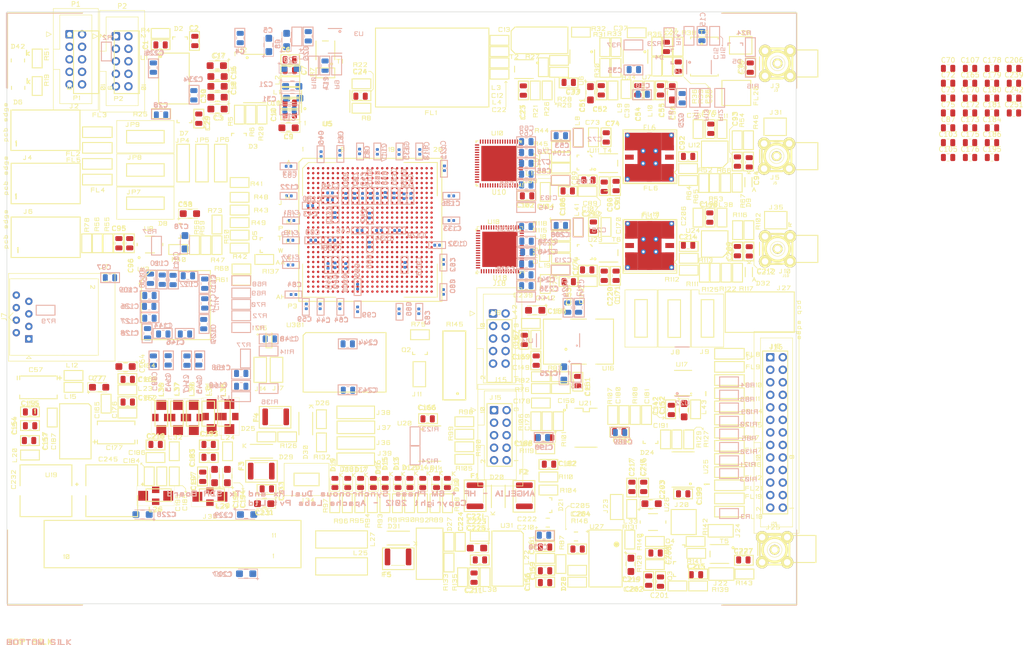
<source format=kicad_pcb>
(kicad_pcb (version 20221018) (generator pcbnew)
  (layers (0 "F.Cu" signal) (31 "B.Cu" signal) (34 "B.Paste" user) (35 "F.Paste" user) (36 "B.SilkS" user "B.Silkscreen") (37 "F.SilkS" user "F.Silkscreen") (38 "B.Mask" user) (39 "F.Mask" user) (44 "Edge.Cuts" user))
  (net 0 "")
  (net 637 "Net-(U10-REFHA-Pad3)")
  (net 638 "Net-(U10-REFLA-Pad5)")
  (net 643 "Net-(U10-REFLB-Pad11)")
  (net 644 "Net-(U10-REFHB-Pad13)")
  (net 647 "Net-(U10-GND-Pad17)")
  (net 661 "Net-(U10-OGND-Pad31)")
  (net 695 "Net-(U18-REFHA-Pad3)")
  (net 696 "Net-(U18-REFLA-Pad5)")
  (net 701 "Net-(U18-REFLB-Pad11)")
  (net 702 "Net-(U18-REFHB-Pad13)")
  (net 705 "Net-(U18-GND-Pad17)")
  (net 719 "Net-(U18-OGND-Pad31)")
  (footprint "Capacitor_Tantalum_SMD:CP_EIA-3216-18_Kemet-A" (layer "F.Cu") (at 194.2 134.2)
    (fp_text reference "C203")
    (fp_text value "10UF")
  )
  (footprint "Capacitor_SMD:C_0805_2012Metric" (layer "F.Cu") (at 179.2 109.35 90)
    (fp_text reference "C151")
    (fp_text value "10n")
  )
  (footprint "Ferrite_LC_NFM41P:Ferrite_LC_NFM41P" (layer "F.Cu") (at 105 116.54 90)
    (fp_text reference "L31")
    (fp_text value "FerriteBead_Small")
  )
  (footprint "Capacitor_SMD:C_0805_2012Metric" (layer "F.Cu") (at 179.2 143.4)
    (fp_text reference "C204")
    (fp_text value "100n")
  )
  (footprint "Capacitor_SMD:C_0805_2012Metric" (layer "F.Cu") (at 196 150 90)
    (fp_text reference "C201")
    (fp_text value "10n")
  )
  (footprint "Capacitor_SMD:C_0805_2012Metric" (layer "F.Cu") (at 258.755 61.01)
    (fp_text reference "C175")
    (fp_text value "100p")
  )
  (footprint "Ferrite_LC_NFM41P:Ferrite_LC_NFM41P" (layer "F.Cu") (at 104.66 132.8)
    (fp_text reference "L29")
    (fp_text value "FerriteBead_Small")
  )
  (footprint "Fuse_smd:Fuse_1812_4532Metric" (layer "F.Cu") (at 142.8 145)
    (fp_text reference "F5")
    (fp_text value "Fuse_Small")
  )
  (footprint "Capacitor_SMD:C_0805_2012Metric" (layer "F.Cu") (at 190.2 130.8 90)
    (fp_text reference "C217")
    (fp_text value "10n")
  )
  (footprint "Capacitor_SMD:C_0805_2012Metric" (layer "F.Cu") (at 181.15 86.8)
    (fp_text reference "C174")
    (fp_text value "100n")
  )
  (footprint "Capacitor_SMD:C_0805_2012Metric" (layer "F.Cu") (at 203.2 148.6)
    (fp_text reference "C215")
    (fp_text value "100n")
  )
  (footprint "RF_Mini-Circuits:Mini-Circuits_GP1212_LandPatternPL-176" (layer "F.Cu") (at 193.8 81.864)
    (fp_text reference "FL13")
    (fp_text value "RLP-50+")
  )
  (footprint "Capacitor_SMD:C_0805_2012Metric" (layer "F.Cu") (at 201.6 81.8)
    (fp_text reference "C214")
    (fp_text value "100n")
  )
  (footprint "SMA_PINS:SMA_PINS" (layer "F.Cu") (at 219.74 82.54 180)
    (fp_text reference "J10")
    (fp_text value "Conn_Coaxial" hide)
  )
  (footprint "Capacitor_SMD:C_0805_2012Metric" (layer "F.Cu") (at 258.755 54.99)
    (fp_text reference "C172")
    (fp_text value "1n")
  )
  (footprint "Connector_IDC:IDC-Header_2x05_P2.54mm_Vertical" (layer "F.Cu") (at 85.6 39.44)
    (fp_text reference "P2")
    (fp_text value "Conn_02x05_Top_Bottom" hide)
  )
  (footprint "Capacitor_SMD:C_0805_2012Metric" (layer "F.Cu") (at 184.6 88 90)
    (fp_text reference "C220")
    (fp_text value "10n")
  )
  (footprint "Capacitor_SMD:C_0805_2012Metric" (layer "F.Cu") (at 263.205 51.98)
    (fp_text reference "C180")
    (fp_text value "1n")
  )
  (footprint "Capacitor_Tantalum_SMD:CP_EIA-3216-18_Kemet-A" (layer "F.Cu") (at 105.6 128.6 90)
    (fp_text reference "C196")
    (fp_text value "10UF")
  )
  (footprint "Capacitor_Tantalum_SMD:CP_EIA-3216-18_Kemet-A" (layer "F.Cu") (at 170.6 95 180)
    (fp_text reference "C168")
    (fp_text value "10UF")
  )
  (footprint "Capacitor_SMD:C_0805_2012Metric" (layer "F.Cu") (at 254.305 48.97)
    (fp_text reference "C72")
    (fp_text value "1n")
  )
  (footprint "Capacitor_SMD:C_0805_2012Metric" (layer "F.Cu") (at 211.6 83 90)
    (fp_text reference "C209")
    (fp_text value "100n")
  )
  (footprint "LED_SMD:LED_0805_2012Metric" (layer "F.Cu") (at 132.6 130 90)
    (fp_text reference "D18")
    (fp_text value "LED_Small")
  )
  (footprint "Capacitor_SMD:C_0805_2012Metric" (layer "F.Cu") (at 172.6 150.2)
    (fp_text reference "C156")
    (fp_text value "100n")
  )
  (footprint "Capacitor_SMD:C_0805_2012Metric" (layer "F.Cu") (at 185 59.95 90)
    (fp_text reference "C74")
    (fp_text value "100n")
  )
  (footprint "Capacitor_SMD:C_0805_2012Metric" (layer "F.Cu") (at 103.2 128.75 90)
    (fp_text reference "C197")
    (fp_text value "100n")
  )
  (footprint "Ferrite_LC_NFM41P:Ferrite_LC_NFM41P" (layer "F.Cu") (at 94.8 116.74 90)
    (fp_text reference "L36")
    (fp_text value "FerriteBead_Small")
  )
  (footprint "LED_SMD:LED_0805_2012Metric" (layer "F.Cu") (at 145.2 130 90)
    (fp_text reference "D12")
    (fp_text value "LED_Small")
  )
  (footprint "Capacitor_SMD:C_0805_2012Metric" (layer "F.Cu") (at 68.2 115.6)
    (fp_text reference "C155")
    (fp_text value "100n")
  )
  (footprint "Capacitor_SMD:C_0805_2012Metric" (layer "F.Cu") (at 200.6 132.2)
    (fp_text reference "C199")
    (fp_text value "100n")
  )
  (footprint "Capacitor_SMD:C_0805_2012Metric" (layer "F.Cu") (at 94.65 41.2)
    (fp_text reference "C1")
    (fp_text value "10p")
  )
  (footprint "Capacitor_SMD:C_0805_2012Metric" (layer "F.Cu") (at 263.205 45.96)
    (fp_text reference "C178")
    (fp_text value "10u")
  )
  (footprint "Capacitor_SMD:C_0805_2012Metric" (layer "F.Cu") (at 187 69.8 90)
    (fp_text reference "C91")
    (fp_text value "10n")
  )
  (footprint "Capacitor_SMD:C_0805_2012Metric" (layer "F.Cu") (at 181.4 68.6)
    (fp_text reference "C89")
    (fp_text value "100n")
  )
  (footprint "Fuse_smd:Fuse_1812_4532Metric" (layer "F.Cu") (at 158.4 132.6 90)
    (fp_text reference "F1")
    (fp_text value "Fuse_Small")
  )
  (footprint "Capacitor_SMD:C_0805_2012Metric" (layer "F.Cu") (at 263.205 54.99)
    (fp_text reference "C181")
    (fp_text value "10u")
  )
  (footprint "Capacitor_SMD:C_0805_2012Metric" (layer "F.Cu") (at 116.2 131.2)
    (fp_text reference "C233")
    (fp_text value "100n")
  )
  (footprint "Capacitor_SMD:C_0805_2012Metric" (layer "F.Cu") (at 184.6 69.95 90)
    (fp_text reference "C90")
    (fp_text value "100n")
  )
  (footprint "Capacitor_Tantalum_SMD:CP_EIA-3216-18_Kemet-A" (layer "F.Cu") (at 106.2 51.8 180)
    (fp_text reference "C30")
    (fp_text value "10UF")
  )
  (footprint "Capacitor_SMD:C_0805_2012Metric" (layer "F.Cu") (at 104.4 122.2)
    (fp_text reference "C193")
    (fp_text value "100n")
  )
  (footprint "Capacitor_SMD:C_0805_2012Metric" (layer "F.Cu") (at 93.65 122.2)
    (fp_text reference "C218")
    (fp_text value "100n")
  )
  (footprint "Capacitor_Tantalum_SMD:CP_EIA-3216-18_Kemet-A" (layer "F.Cu") (at 106.2 54.2 180)
    (fp_text reference "C3")
    (fp_text value "10UF")
  )
  (footprint "Capacitor_SMD:C_0805_2012Metric" (layer "F.Cu") (at 193.6 149.8 90)
    (fp_text reference "C202")
    (fp_text value "100n")
  )
  (footprint "Package_DFN_QFN:QFN-64-1EP_9x9mm_P0.5mm_EP7.15x7.15mm" (layer "F.Cu") (at 163.45 82.6375 180)
    (fp_text reference "U18")
    (fp_text value "LTC2208xUP")
  )
  (footprint "SMA_PINS:SMA_PINS" (layer "F.Cu") (at 219.14 143.54 180)
    (fp_text reference "J25")
    (fp_text value "Conn_Coaxial" hide)
  )
  (footprint "Capacitor_SMD:C_0805_2012Metric" (layer "F.Cu") (at 192.6 130.8 90)
    (fp_text reference "C216")
    (fp_text value "100n")
  )
  (footprint "Capacitor_SMD:C_0805_2012Metric" (layer "F.Cu") (at 88 109)
    (fp_text reference "C163")
    (fp_text value "100n")
  )
  (footprint "Capacitor_SMD:C_0805_2012Metric" (layer "F.Cu") (at 254.305 54.99)
    (fp_text reference "C75")
    (fp_text value "100p")
  )
  (footprint "Connector_IDC:IDC-Header_2x05_P2.54mm_Vertical" (layer "F.Cu") (at 162.06 95.64)
    (fp_text reference "J18")
    (fp_text value "Conn_02x05_Top_Bottom")
  )
  (footprint "Capacitor_SMD:C_0805_2012Metric" (layer "F.Cu") (at 195 144.2)
    (fp_text reference "C200")
    (fp_text value "100n")
  )
  (footprint "SMA_PINS:SMA_PINS" (layer "F.Cu") (at 219.54 63.74 180)
    (fp_text reference "J5")
    (fp_text value "Conn_Coaxial" hide)
  )
  (footprint "LED_SMD:LED_0805_2012Metric" (layer "F.Cu") (at 135.2 130 90)
    (fp_text reference "D17")
    (fp_text value "LED_Small")
  )
  (footprint "Capacitor_Tantalum_SMD:CP_EIA-3216-18_Kemet-A" (layer "F.Cu") (at 106.2 49.6 180)
    (fp_text reference "C18")
    (fp_text value "10UF")
  )
  (footprint "Capacitor_SMD:C_0805_2012Metric" (layer "F.Cu") (at 68.2 118.4)
    (fp_text reference "C154")
    (fp_text value "100n")
  )
  (footprint "Capacitor_SMD:C_0805_2012Metric" (layer "F.Cu") (at 263.205 64.02)
    (fp_text reference "C195")
    (fp_text value "10u" hide)
  )
  (footprint "Capacitor_SMD:C_0805_2012Metric" (layer "F.Cu") (at 101.6 40.4 90)
    (fp_text reference "C2")
    (fp_text value "10p")
  )
  (footprint "Capacitor_SMD:C_0805_2012Metric" (layer "F.Cu") (at 86.2 81.4 90)
    (fp_text reference "C95")
    (fp_text value "10n")
  )
  (footprint "Capacitor_SMD:C_0805_2012Metric" (layer "F.Cu") (at 263.205 58)
    (fp_text reference "C184")
    (fp_text value "10u")
  )
  (footprint "Capacitor_SMD:C_0805_2012Metric" (layer "F.Cu") (at 254.305 64.02)
    (fp_text reference "C105")
    (fp_text value "100p" hide)
  )
  (footprint "Capacitor_SMD:C_0805_2012Metric" (layer "F.Cu") (at 214 83.05 90)
    (fp_text reference "C212")
    (fp_text value "100n")
  )
  (footprint "Capacitor_SMD:C_0805_2012Metric" (layer "F.Cu") (at 173.4 126.2)
    (fp_text reference "C182")
    (fp_text value "100n")
  )
  (footprint "Capacitor_SMD:C_0805_2012Metric" (layer "F.Cu") (at 197.2 41.6 90)
    (fp_text reference "C27")
    (fp_text value "100n")
  )
  (footprint "LED_SMD:LED_0805_2012Metric" (layer "F.Cu") (at 130 130 90)
    (fp_text reference "D19")
    (fp_text value "LED_Small")
  )
  (footprint "LED_SMD:LED_0805_2012Metric" (layer "F.Cu") (at 152.8 130 90)
    (fp_text reference "D10")
    (fp_text value "LED_Small")
  )
  (footprint "Capacitor_Tantalum_SMD:CP_EIA-3216-18_Kemet-A" (layer "F.Cu") (at 181.8 51 -90)
    (fp_text reference "C51")
    (fp_text value "10UF")
  )
  (footprint "Capacitor_Tantalum_SMD:CP_EIA-3216-18_Kemet-A" (layer "F.Cu") (at 108.2 128.6 90)
    (fp_text reference "C194")
    (fp_text value "10UF")
  )
  (footprint "LED_SMD:LED_0805_2012Metric" (layer "F.Cu") (at 142.8 130 90)
    (fp_text reference "D13")
    (fp_text value "LED_Small")
  )
  (footprint "Capacitor_SMD:C_0805_2012Metric" (layer "F.Cu") (at 168.2 50.45 90)
    (fp_text reference "C23")
    (fp_text value "100n")
  )
  (footprint "Capacitor_SMD:C_0805_2012Metric" (layer "F.Cu") (at 254.305 45.96)
    (fp_text reference "C70")
    (fp_text value "1n")
  )
  (footprint "Connector_IDC:IDC-Header_2x13_P2.54mm_Vertical" (layer "F.Cu") (at 218.26 104.52)
    (fp_text reference "J16")
    (fp_text value "Conn_02x13_Top_Bottom")
  )
  (footprint "Capacitor_SMD:C_0805_2012Metric" (layer "F.Cu") (at 168.4 101 90)
    (fp_text reference "C167")
    (fp_text value "10n")
  )
  (footprint "Capacitor_SMD:C_0805_2012Metric" (layer "F.Cu") (at 148.8 117)
    (fp_text reference "C166")
    (fp_text value "100n")
  )
  (footprint "Ferrite_LC_NFM41P:Ferrite_LC_NFM41P" (layer "F.Cu") (at 98.2 116.74 90)
    (fp_text reference "L37")
    (fp_text value "FerriteBead_Small")
  )
  (footprint "Capacitor_SMD:C_0805_2012Metric" (layer "F.Cu") (at 196 50.4 90)
    (fp_text reference "C55")
    (fp_text value "100n")
  )
  (footprint "Capacitor_SMD:C_0805_2012Metric" (layer "F.Cu") (at 120.85 44.2)
    (fp_text reference "C6")
    (fp_text value "10n")
  )
  (footprint "Capacitor_SMD:C_0805_2012Metric" (layer "F.Cu") (at 88.4 81.4 90)
    (fp_text reference "C96")
    (fp_text value "100n")
  )
  (footprint "Capacitor_SMD:C_0805_2012Metric" (layer "F.Cu") (at 263.205 48.97)
    (fp_text reference "C179")
    (fp_text value "1n")
  )
  (footprint "Ferrite_LC_NFM41P:Ferrite_LC_NFM41P" (layer "F.Cu") (at 101.4 116.74 90)
    (fp_text reference "L39")
    (fp_text value "FerriteBead_Small" hide)
  )
  (footprint "Capacitor_SMD:C_0805_2012Metric" (layer "F.Cu") (at 120.85 53)
    (fp_text reference "C11")
    (fp_text value "100n")
  )
  (footprint "Capacitor_SMD:C_0805_2012Metric" (layer "F.Cu") (at 198.2 115.2 90)
    (fp_text reference "C142")
    (fp_text value "100n")
  )
  (footprint "Capacitor_SMD:C_0805_2012Metric" (layer "F.Cu") (at 177.4 48.8)
    (fp_text reference "C33")
    (fp_text value "100n")
  )
  (footprint "Capacitor_SMD:C_0805_2012Metric" (layer "F.Cu") (at 135.2 51.6)
    (fp_text reference "C24")
    (fp_text value "100n")
  )
  (footprint "Capacitor_SMD:C_0805_2012Metric" (layer "F.Cu") (at 172.6 143)
    (fp_text reference "C161")
    (fp_text value "100n")
  )
  (footprint "Capacitor_Tantalum_SMD:CP_EIA-3216-18_Kemet-A" (layer "F.Cu") (at 106.2 47.6 180)
    (fp_text reference "C16")
    (fp_text value "10UF")
  )
  (footprint "Package_BGA:BGA-676_27.0x27.0mm_Layout26x26_P1.0mm_Ball0.6mm_Pad0.5mm_NSMD" (layer "F.Cu") (at 137.1 78.7)
    (fp_text reference "U5")
    (fp_text value "EP4CE115F780")
  )
  (footprint "Capacitor_Tantalum_SMD:CP_EIA-3216-18_Kemet-A" (layer "F.Cu") (at 82.2 110.6)
    (fp_text reference "C77")
    (fp_text value "10UF")
  )
  (footprint "Capacitor_Tantalum_SMD:CP_EIA-3216-18_Kemet-A" (layer "F.Cu") (at 87.55 106.4 180)
    (fp_text reference "C164")
    (fp_text value "10UF")
  )
  (footprint "Capacitor_SMD:C_0805_2012Metric" (layer "F.Cu") (at 182.4 78.05 90)
    (fp_text reference "C292")
    (fp_text value "100n")
  )
  (footprint "LED_SMD:LED_0805_2012Metric" (layer "F.Cu") (at 150.6 130 90)
    (fp_text reference "D11")
    (fp_text value "LED_Small")
  )
  (footprint "Capacitor_Tantalum_SMD:CP_EIA-3216-18_Kemet-A" (layer "F.Cu") (at 200.8 115.25 -90)
    (fp_text reference "C152")
    (fp_text value "10UF")
  )
  (footprint "Connector_IDC:IDC-Header_2x05_P2.54mm_Vertical" (layer "F.Cu") (at 162.26 115.24)
    (fp_text reference "J15")
    (fp_text value "Conn_02x05_Top_Bottom")
  )
  (footprint "Capacitor_SMD:C_0805_2012Metric" (layer "F.Cu") (at 254.305 51.98)
    (fp_text reference "C73")
    (fp_text value "1n")
  )
  (footprint "Capacitor_SMD:C_0805_2012Metric" (layer "F.Cu") (at 177.2 70.8)
    (fp_text reference "C106")
    (fp_text value "100n")
  )
  (footprint "Capacitor_SMD:C_0805_2012Metric" (layer "F.Cu") (at 214 65 90)
    (fp_text reference "C94")
    (fp_text value "100n")
  )
  (footprint "Capacitor_Tantalum_SMD:CP_EIA-3216-18_Kemet-A" (layer "F.Cu") (at 120.6 58 180)
    (fp_text reference "C9")
    (fp_text value "10UF")
  )
  (footprint "Ferrite_LC_NFM41P:Ferrite_LC_NFM41P" (layer "F.Cu") (at 93.66 132.6)
    (fp_text reference "L26")
    (fp_text value "FerriteBead_Small")
  )
  (footprint "Connector_IDC:IDC-Header_2x05_P2.54mm_Vertical" (layer "F.Cu") (at 76.2 39.04)
    (fp_text reference "P1")
    (fp_text value "Conn_02x05_Top_Bottom" hide)
  )
  (footprint "Capacitor_SMD:C_0805_2012Metric" (layer "F.Cu") (at 258.755 48.97)
    (fp_text reference "C165")
    (fp_text value "10u")
  )
  (footprint "Capacitor_Tantalum_SMD:CP_EIA-3216-18_Kemet-A" (layer "F.Cu") (at 106.05 45.4 180)
    (fp_text reference "C17")
    (fp_text value "10UF")
  )
  (footprint "Capacitor_SMD:C_0805_2012Metric" (layer "F.Cu") (at 172.6 147.8)
    (fp_text reference "C159")
    (fp_text value "10n")
  )
  (footprint "Capacitor_Tantalum_SMD:CP_EIA-3216-18_Kemet-A" (layer "F.Cu") (at 190 146.6 -90)
    (fp_text reference "C219")
    (fp_text value "10UF")
  )
  (footprint "Capacitor_Tantalum_SMD:CP_EIA-3216-18_Kemet-A" (layer "F.Cu") (at 115.65 134.2 180)
    (fp_text reference "C231")
    (fp_text value "10UF")
  )
  (footprint "Capacitor_Tantalum_SMD:CP_EIA-3216-18_Kemet-A" (layer "F.Cu") (at 172.4 120.8 180)
    (fp_text reference "C188")
    (fp_text value "10UF")
  )
  (footprint "Capacitor_SMD:C_0805_2012Metric" (layer "F.Cu") (at 254.305 58)
    (fp_text reference "C87")
    (fp_text value "100p")
  )
  (footprint "Capacitor_SMD:C_0805_2012Metric" (layer "F.Cu") (at 191.4 50.4 90)
    (fp_text reference "C54")
    (fp_text value "100n")
  )
  (footprint "LED_SMD:LED_0805_2012Metric" (layer "F.Cu") (at 137.8 130 90)
    (fp_text reference "D16")
    (fp_text value "LED_Small")
  )
  (footprint "Capacitor_SMD:C_0805_2012Metric" (layer "F.Cu") (at 258.755 58)
    (fp_text reference "C173")
    (fp_text value "100p")
  )
  (footprint "Capacitor_SMD:C_0805_2012Metric" (layer "F.Cu") (at 267.655 54.99)
    (fp_text reference "C251")
    (fp_text value "1n")
  )
  (footprint "Capacitor_SMD:C_0805_2012Metric" (layer "F.Cu") (at 212.8 145.6)
    (fp_text reference "C227")
    (fp_text value "100n")
  )
  (footprint "Capacitor_SMD:C_0805_2012Metric" (layer "F.Cu") (at 170.8 105.2 90)
    (fp_text reference "C169")
    (fp_text value "100n")
  )
  (footprint "Capacitor_Tantalum_SMD:CP_EIA-3216-18_Kemet-A" (layer "F.Cu") (at 158.8 143.2 180)
    (fp_text reference "C223")
    (fp_text value "10UF")
  )
  (footprint "Capacitor_SMD:C_0805_2012Metric" (layer "F.Cu") (at 211.6 64.85 90)
    (fp_text reference "C93")
    (fp_text value "100n")
  )
  (footprint "Capacitor_SMD:C_0805_2012Metric" (layer "F.Cu") (at 267.655 48.97)
    (fp_text reference "C239")
    (fp_text value "1n")
  )
  (footprint "Capacitor_SMD:C_0805_2012Metric" (layer "F.Cu") (at 88 113.6)
    (fp_text reference "C162")
    (fp_text value "10n")
  )
  (footprint "Capacitor_SMD:C_0805_2012Metric" (layer "F.Cu") (at 104.4 124.8)
    (fp_text reference "C183")
    (fp_text value "100n")
  )
  (footprint "Capacitor_SMD:C_0805_2012Metric" (layer "F.Cu") (at 199.6 45.6 90)
    (fp_text reference "C36")
    (fp_text value "100n")
  )
  (footprint "SMA_PINS:SMA_PINS" (layer "F.Cu") (at 219.74 44.94 180)
    (fp_text reference "J3")
    (fp_text value "Conn_Coaxial" hide)
  )
  (footprint "Capacitor_SMD:C_0805_2012Metric" (layer "F.Cu") (at 201.6 63.8 180)
    (fp_text reference "C92")
    (fp_text value "100n")
  )
  (footprint "LED_SMD:LED_0805_2012Metric" (layer "F.Cu") (at 140.2 130 90)
    (fp_text reference "D15")
    (fp_text value "LED_Small")
  )
  (footprint "Fuse_smd:Fuse_1812_4532Metric" (layer "F.Cu") (at 118 116.6)
    (fp_text reference "F4")
    (fp_text value "Fuse_Small")
  )
  (footprint "Capacitor_SMD:C_0805_2012Metric" (layer "F.Cu") (at 206.2 58.2 90)
    (fp_text reference "C76")
    (fp_text value "100n")
  )
  (footprint "Capacitor_SMD:C_0805_2012Metric" (layer "F.Cu") (at 258.755 51.98)
    (fp_text reference "C170")
    (fp_text value "1n")
  )
  (footprint "Capacitor_SMD:C_0805_2012Metric" (layer "F.Cu") (at 187.65 119.6)
    (fp_text reference "C192")
    (fp_text value "100n")
  )
  (footprint "Capacitor_SMD:C_0805_2012Metric" (layer "F.Cu") (at 68 121.4)
    (fp_text reference "C157")
    (fp_text value "10n")
  )
  (footprint "Capacitor_SMD:C_0805_2012Metric" (layer "F.Cu") (at 158.2 149.2 90)
    (fp_text reference "C211")
    (fp_text value "100n")
  )
  (footprint "Fuse_smd:Fuse_1812_4532Metric" (layer "F.Cu") (at 115.0625 127.6)
    (fp_text reference "F3")
    (fp_text value "Fuse_Small")
  )
  (footprint "Capacitor_SMD:C_0805_2012Metric" (layer "F.Cu") (at 102.4 56.15 90)
    (fp_text reference "C29")
    (fp_text value "10p")
  )
  (footprint "Capacitor_Tantalum_SMD:CP_EIA-3216-18_Kemet-A" (layer "F.Cu") (at 198.4 51 -90)
    (fp_text reference "C56")
    (fp_text value "10UF")
  )
  (footprint "Capacitor_SMD:C_0805_2012Metric" (layer "F.Cu") (at 267.655 45.96)
    (fp_text reference "C206")
    (fp_text value "100p")
  )
  (footprint "LED_SMD:LED_0805_2012Metric" (layer "F.Cu") (at 147.8 130 90)
    (fp_text reference "D14")
    (fp_text value "LED_Small")
  )
  (footprint "Capacitor_SMD:C_0805_2012Metric" (layer "F.Cu") (at 184 50.4 90)
    (fp_text reference "C52")
    (fp_text value "100n")
  )
  (footprint "Capacitor_SMD:C_0805_2012Metric" (layer "F.Cu") (at 258.755 45.96)
    (fp_text reference "C107")
    (fp_text value "1n")
  )
  (footprint "Capacitor_SMD:C_0805_2012Metric" (layer "F.Cu") (at 267.655 51.98)
    (fp_text reference "C242")
    (fp_text value "1n")
  )
  (footprint "Capacitor_SMD:C_0805_2012Metric" (layer "F.Cu") (at 159.4 145.6)
    (fp_text reference "C225")
    (fp_text value "100n")
  )
  (footprint "Capacitor_SMD:C_0805_2012Metric" (layer "F.Cu") (at 120.85 55.4)
    (fp_text reference "C10")
    (fp_text value "10n")
  )
  (footprint "Package_DFN_QFN:QFN-64-1EP_9x9mm_P0.5mm_EP7.15x7.15mm" (layer "F.Cu") (at 163.25 65.2375 180)
    (fp_text reference "U10")
    (fp_text value "LTC2208xUP")
  )
  (footprint "Capacitor_Tantalum_SMD:CP_EIA-3216-18_Kemet-A" (layer "F.Cu") (at 100.6 75.4)
    (fp_text reference "C58")
    (fp_text value "10UF")
  )
  (footprint "Capacitor_SMD:C_0805_2012Metric" (layer "F.Cu") (at 214.2 45.8 90)
    (fp_text reference "C38")
    (fp_text value "100n")
  )
  (footprint "Capacitor_SMD:C_0805_2012Metric" (layer "F.Cu") (at 187 88 90)
    (fp_text reference "C171")
    (fp_text value "100n")
  )
  (footprint "Capacitor_SMD:C_0805_2012Metric" (layer "F.Cu") (at 263.205 61.01)
    (fp_text reference "C186")
    (fp_text value "10u")
  )
  (footprint "Capacitor_SMD:C_0805_2012Metric" (layer "F.Cu") (at 120.85 46.4)
    (fp_text reference "C7")
    (fp_text value "100n")
  )
  (footprint "Capacitor_SMD:C_0805_2012Metric" (layer "F.Cu") (at 177.4 89.2)
    (fp_text reference "C153")
    (fp_text value "100n")
  )
  (footprint "Capacitor_SMD:C_0805_2012Metric" (layer "F.Cu") (at 206 76.2 90)
    (fp_text reference "C198")
    (fp_text value "100n")
  )
  (footprint "Capacitor_SMD:C_0805_2012Metric" (layer "F.Cu") (at 258.755 64.02)
    (fp_text reference "C176")
    (fp_text value "10u" hide)
  )
  (footprint "Ferrite_LC_NFM41P:Ferrite_LC_NFM41P" (layer "F.Cu") (at 108.6 116.54 90)
    (fp_text reference "L35")
    (fp_text value "FerriteBead_Small")
  )
  (footprint "Fuse_smd:Fuse_1812_4532Metric" (layer "F.Cu") (at 168.4 132.6 90)
    (fp_text reference "F2")
    (fp_text value "Fuse_Small")
  )
  (footprint "Connector_RJ:RJ45_Amphenol_54602-x08_Horizontal" (layer "F.Cu") (at 67.95 100.805 90)
    (fp_text reference "J7")
    (fp_text value "RJ45")
  )
  (footprint "Capacitor_SMD:C_0805_2012Metric" (layer "F.Cu") (at 254.305 61.01)
    (fp_text reference "C103")
    (fp_text value "1n")
  )
  (footprint "RF_Mini-Circuits:Mini-Circuits_GP1212_LandPatternPL-176" (layer "F.Cu") (at 193.755 63.955)
    (fp_text reference "FL6")
    (fp_text value "RLP-50+")
  )
  (footprint "Capacitor_SMD:C_0805_2012Metric" (layer "F.Cu") (at 168.95 71.8)
    (fp_text reference "C102")
    (fp_text value "10n")
  )
  (footprint "Capacitor_SMD:C_0805_2012Metric" (layer "B.Cu") (at 111 107.8 180)
    (fp_text reference "C158")
    (fp_text value "100n")
  )
  (footprint "Capacitor_Tantalum_SMD:CP_EIA-3216-18_Kemet-A" (layer "B.Cu") (at 176.4 107.8 90)
    (fp_text reference "C125")
    (fp_text value "10UF")
  )
  (footprint "Capacitor_SMD:C_0402_1005Metric" (layer "B.Cu") (at 134.6 90.2 -90)
    (fp_text reference "C65")
    (fp_text value "100n")
  )
  (footprint "Capacitor_SMD:C_0805_2012Metric" (layer "B.Cu") (at 92.4 92 180)
    (fp_text reference "C109")
    (fp_text value "10n")
  )
  (footprint "Capacitor_SMD:C_0402_1005Metric" (layer "B.Cu") (at 120.68 71.8 180)
    (fp_text reference "C122")
    (fp_text value "100n")
  )
  (footprint "Capacitor_SMD:C_0402_1005Metric" (layer "B.Cu") (at 143 95.2 -90)
    (fp_text reference "C66")
    (fp_text value "100n")
  )
  (footprint "Capacitor_Tantalum_SMD:CP_EIA-3216-18_Kemet-A" (layer "B.Cu") (at 121.55 52)
    (fp_text reference "C31")
    (fp_text value "10UF")
  )
  (footprint "Capacitor_SMD:C_0805_2012Metric" (layer "B.Cu") (at 132.65 111.2 180)
    (fp_text reference "C243")
    (fp_text value "10n")
  )
  (footprint "Capacitor_SMD:C_0402_1005Metric" (layer "B.Cu") (at 135 78.8 180)
    (fp_text reference "C45")
    (fp_text value "100n")
  )
  (footprint "Capacitor_Tantalum_SMD:CP_EIA-3216-18_Kemet-A" (layer "B.Cu") (at 116.6 41.2 90)
    (fp_text reference "C5")
    (fp_text value "10UF")
  )
  (footprint "Capacitor_SMD:C_0402_1005Metric" (layer "B.Cu") (at 130 85.88 -90)
    (fp_text reference "C49")
    (fp_text value "1n")
  )
  (footprint "Capacitor_SMD:C_0805_2012Metric" (layer "B.Cu") (at 204.4 39.4 90)
    (fp_text reference "C15")
    (fp_text value "100n")
  )
  (footprint "Capacitor_SMD:C_0805_2012Metric" (layer "B.Cu") (at 168.8 85.6 180)
    (fp_text reference "C235")
    (fp_text value "100n")
  )
  (footprint "Capacitor_SMD:C_0805_2012Metric" (layer "B.Cu") (at 94.75 55.4 180)
    (fp_text reference "C28")
    (fp_text value "10p")
  )
  (footprint "Capacitor_Tantalum_SMD:CP_EIA-3216-18_Kemet-A" (layer "B.Cu") (at 120.2 40.2 90)
    (fp_text reference "C8")
    (fp_text value "10UF")
  )
  (footprint "Capacitor_SMD:C_0402_1005Metric" (layer "B.Cu") (at 125 73.8 180)
    (fp_text reference "C43")
    (fp_text value "100n")
  )
  (footprint "Capacitor_SMD:C_0805_2012Metric" (layer "B.Cu") (at 168.8 65.2 180)
    (fp_text reference "C71")
    (fp_text value "100n")
  )
  (footprint "Capacitor_SMD:C_0402_1005Metric" (layer "B.Cu") (at 147 95.2 -90)
    (fp_text reference "C82")
    (fp_text value "10n")
  )
  (footprint "Capacitor_SMD:C_0402_1005Metric" (layer "B.Cu") (at 144 71.88 -90)
    (fp_text reference "C139")
    (fp_text value "100n")
  )
  (footprint "Capacitor_SMD:C_0402_1005Metric" (layer "B.Cu") (at 152 91.28 -90)
    (fp_text reference "C80")
    (fp_text value "1n")
  )
  (footprint "Capacitor_SMD:C_0805_2012Metric" (layer "B.Cu") (at 92.4 96.6 180)
    (fp_text reference "C127")
    (fp_text value "10n")
  )
  (footprint "Capacitor_SMD:C_0402_1005Metric" (layer "B.Cu") (at 153.6 71.8)
    (fp_text reference "C136")
    (fp_text value "10n")
  )
  (footprint "Capacitor_SMD:C_0805_2012Metric" (layer "B.Cu") (at 168.8 78 180)
    (fp_text reference "C237")
    (fp_text value "100n")
  )
  (footprint "Capacitor_SMD:C_0402_1005Metric" (layer "B.Cu") (at 130 75.68 -90)
    (fp_text reference "C123")
    (fp_text value "100n")
  )
  (footprint "Capacitor_SMD:C_0805_2012Metric" (layer "B.Cu") (at 168.8 90 180)
    (fp_text reference "C236")
    (fp_text value "10n")
  )
  (footprint "Capacitor_SMD:C_0402_1005Metric" (layer "B.Cu") (at 121.6 91.8 180)
    (fp_text reference "C84")
    (fp_text value "100n")
  )
  (footprint "Capacitor_SMD:C_0805_2012Metric" (layer "B.Cu") (at 168.8 60.8 180)
    (fp_text reference "C69")
    (fp_text value "100n")
  )
  (footprint "Capacitor_SMD:C_0402_1005Metric" (layer "B.Cu") (at 127 94.2 -90)
    (fp_text reference "C44")
    (fp_text value "100n")
  )
  (footprint "Capacitor_SMD:C_0402_1005Metric" (layer "B.Cu") (at 129.48 80.8 180)
    (fp_text reference "C138")
    (fp_text value "100n")
  )
  (footprint "Capacitor_SMD:C_0805_2012Metric" (layer "B.Cu") (at 92.35 94.2 180)
    (fp_text reference "C126")
    (fp_text value "10n")
  )
  (footprint "Capacitor_SMD:C_0805_2012Metric" (layer "B.Cu") (at 172.4 140.6 180)
    (fp_text reference "C230")
    (fp_text value "100n")
  )
  (footprint "Capacitor_SMD:C_0402_1005Metric" (layer "B.Cu") (at 152 85.2 -90)
    (fp_text reference "C62")
    (fp_text value "1n")
  )
  (footprint "Capacitor_SMD:C_0402_1005Metric" (layer "B.Cu") (at 131 63.08 -90)
    (fp_text reference "C61")
    (fp_text value "100n")
  )
  (footprint "Capacitor_SMD:C_0402_1005Metric" (layer "B.Cu") (at 143 62.92 -90)
    (fp_text reference "C135")
    (fp_text value "100n")
  )
  (footprint "Capacitor_SMD:C_0402_1005Metric" (layer "B.Cu") (at 120.6 65.8 180)
    (fp_text reference "C63")
    (fp_text value "100n")
  )
  (footprint "Capacitor_SMD:C_0402_1005Metric" (layer "B.Cu") (at 125.6 80.8 180)
    (fp_text reference "C83")
    (fp_text value "100n")
  )
  (footprint "Capacitor_SMD:C_0805_2012Metric" (layer "B.Cu") (at 93.2 45.8 90)
    (fp_text reference "C226")
    (fp_text value "100n")
  )
  (footprint "Capacitor_Tantalum_SMD:CP_EIA-3216-18_Kemet-A" (layer "B.Cu") (at 99.6 81.2 90)
    (fp_text reference "C78")
    (fp_text value "10UF")
  )
  (footprint "Capacitor_SMD:C_0402_1005Metric" (layer "B.Cu") (at 152.2 66.2 90)
    (fp_text reference "C121")
    (fp_text value "10n")
  )
  (footprint "Capacitor_SMD:C_0805_2012Metric" (layer "B.Cu") (at 97.2 88.85 -90)
    (fp_text reference "C111")
    (fp_text value "100n")
  )
  (footprint "Capacitor_SMD:C_0402_1005Metric" (layer "B.Cu") (at 131 94.2 -90)
    (fp_text reference "C64")
    (fp_text value "100n")
  )
  (footprint "Capacitor_SMD:C_0402_1005Metric" (layer "B.Cu") (at 142.6 78.8 180)
    (fp_text reference "C120")
    (fp_text value "100n")
  )
  (footprint "Capacitor_SMD:C_0402_1005Metric" (layer "B.Cu") (at 140.2 71.6 -90)
    (fp_text reference "C48")
    (fp_text value "100n")
  )
  (footprint "Capacitor_SMD:C_0402_1005Metric" (layer "B.Cu") (at 128.6 86 -90)
    (fp_text reference "C40")
    (fp_text value "1n")
  )
  (footprint "Capacitor_SMD:C_0805_2012Metric" (layer "B.Cu") (at 168.8 63 180)
    (fp_text reference "C104")
    (fp_text value "100n")
  )
  (footprint "Capacitor_SMD:C_0402_1005Metric" (layer "B.Cu") (at 127.2 63.32 -90)
    (fp_text reference "C46")
    (fp_text value "100n")
  )
  (footprint "Capacitor_Tantalum_SMD:CP_EIA-3216-18_Kemet-A" (layer "B.Cu") (at 91 136.4 180)
    (fp_text reference "C228")
    (fp_text value "10UF")
  )
  (footprint "Capacitor_SMD:C_0402_1005Metric" (layer "B.Cu") (at 138.6 71.8 -90)
    (fp_text reference "C68")
    (fp_text value "100n")
  )
  (footprint "Capacitor_SMD:C_0805_2012Metric" (layer "B.Cu") (at 190.6 46.2 180)
    (fp_text reference "C35")
    (fp_text value "100n")
  )
  (footprint "Capacitor_Tantalum_SMD:CP_EIA-3216-18_Kemet-A" (layer "B.Cu") (at 121 46)
    (fp_text reference "C20")
    (fp_text value "10UF")
  )
  (footprint "Capacitor_SMD:C_0805_2012Metric" (layer "B.Cu") (at 179.4 94.45 90)
    (fp_text reference "C141")
    (fp_text value "10n")
  )
  (footprint "Capacitor_SMD:C_0805_2012Metric" (layer "B.Cu") (at 101.4 51.4 -90)
    (fp_text reference "C234")
    (fp_text value "10n")
  )
  (footprint "Capacitor_SMD:C_0805_2012Metric" (layer "B.Cu") (at 102.4 105.15 -90)
    (fp_text reference "C145")
    (fp_text value "100n")
  )
  (footprint "Capacitor_SMD:C_0402_1005Metric" (layer "B.Cu") (at 134.6 94.8 -90)
    (fp_text reference "C99")
    (fp_text value "100n")
  )
  (footprint "Capacitor_SMD:C_0805_2012Metric" (layer "B.Cu") (at 110.8 39.8 90)
    (fp_text reference "C4")
    (fp_text value "100n")
  )
  (footprint "Capacitor_SMD:C_0402_1005Metric" (layer "B.Cu") (at 124.2 94.2 -90)
    (fp_text reference "C59")
    (fp_text value "10n")
  )
  (footprint "Capacitor_SMD:C_0805_2012Metric" (layer "B.Cu") (at 96.2 105.15 -90)
    (fp_text reference "C143")
    (fp_text value "10n")
  )
  (footprint "Capacitor_SMD:C_0402_1005Metric" (layer "B.Cu") (at 142 71.72 -90)
    (fp_text reference "C131")
    (fp_text value "10n")
  )
  (footprint "Capacitor_SMD:C_0402_1005Metric" (layer "B.Cu") (at 137 81.68 -90)
    (fp_text reference "C98")
    (fp_text value "100n")
  )
  (footprint "Capacitor_SMD:C_0805_2012Metric" (layer "B.Cu") (at 168.8 67.4 180)
    (fp_text reference "C85")
    (fp_text value "10n")
  )
  (footprint "Capacitor_SMD:C_0805_2012Metric" (layer "B.Cu") (at 93.2 105.2 -90)
    (fp_text reference "C79")
    (fp_text value "100n")
  )
  (footprint "Capacitor_SMD:C_0805_2012Metric" (layer "B.Cu") (at 168.8 87.8 180)
    (fp_text reference "C241")
    (fp_text value "10n")
  )
  (footprint "Capacitor_SMD:C_0805_2012Metric" (layer "B.Cu") (at 172.15 120.8 180)
    (fp_text reference "C190")
    (fp_text value "100n")
  )
  (footprint "Capacitor_SMD:C_0805_2012Metric" (layer "B.Cu") (at 168.8 69.6 180)
    (fp_text reference "C86")
    (fp_text value "100n")
  )
  (footprint "Capacitor_SMD:C_0402_1005Metric" (layer "B.Cu") (at 138.6 62.88 -90)
    (fp_text reference "C117")
    (fp_text value "100n")
  )
  (footprint "Capacitor_SMD:C_0805_2012Metric" (layer "B.Cu") (at 99.6 99.8 180)
    (fp_text reference "C146")
    (fp_text value "10n")
  )
  (footprint "Capacitor_SMD:C_0805_2012Metric" (layer "B.Cu") (at 120.8 54.4 180)
    (fp_text reference "C19")
    (fp_text value "100n")
  )
  (footprint "Capacitor_SMD:C_0402_1005Metric" (layer "B.Cu") (at 145.4 71.8 -90)
    (fp_text reference "C41")
    (fp_text value "100n")
  )
  (footprint "Capacitor_SMD:C_0805_2012Metric" (layer "B.Cu") (at 95 88.8 -90)
    (fp_text reference "C110")
    (fp_text value "10n")
  )
  (footprint "Capacitor_SMD:C_0402_1005Metric" (layer "B.Cu") (at 153.6 76.8 180)
    (fp_text reference "C133")
    (fp_text value "1n")
  )
  (footprint "Capacitor_SMD:C_0805_2012Metric" (layer "B.Cu") (at 92.6 88.6 -90)
    (fp_text reference "C108")
    (fp_text value "10n")
  )
  (footprint "Capacitor_SMD:C_0805_2012Metric" (layer "B.Cu") (at 128 45.4 90)
    (fp_text reference "C14")
    (fp_text value "100n")
  )
  (footprint "Capacitor_SMD:C_0402_1005Metric" (layer "B.Cu") (at 132.2 71.8 -90)
    (fp_text reference "C60")
    (fp_text value "1n")
  )
  (footprint "Capacitor_SMD:C_0805_2012Metric" (layer "B.Cu") (at 169 83.2 180)
    (fp_text reference "C240")
    (fp_text value "100n")
  )
  (footprint "Capacitor_SMD:C_0805_2012Metric" (layer "B.Cu") (at 116.8 100.8 180)
    (fp_text reference "C148")
    (fp_text value "100n")
  )
  (footprint "Capacitor_SMD:C_0805_2012Metric" (layer "B.Cu") (at 100 105.2 -90)
    (fp_text reference "C147")
    (fp_text value "10n")
  )
  (footprint "Capacitor_SMD:C_0402_1005Metric" (layer "B.Cu") (at 150.72 81.8 180)
    (fp_text reference "C132")
    (fp_text value "1n")
  )
  (footprint "Capacitor_SMD:C_0805_2012Metric" (layer "B.Cu") (at 175.8 77.8 180)
    (fp_text reference "C208")
    (fp_text value "10n")
  )
  (footprint "Capacitor_SMD:C_0805_2012Metric" (layer "B.Cu") (at 84.4 88.4 180)
    (fp_text reference "C97")
    (fp_text value "100n")
  )
  (footprint "Capacitor_SMD:C_0402_1005Metric" (layer "B.Cu") (at 147.2 62.88 -90)
    (fp_text reference "C118")
    (fp_text value "100n")
  )
  (footprint "Capacitor_SMD:C_0402_1005Metric" (layer "B.Cu") (at 132.2 86 -90)
    (fp_text reference "C100")
    (fp_text value "1n")
  )
  (footprint "Capacitor_SMD:C_0805_2012Metric" (layer "B.Cu") (at 111 110.4 180)
    (fp_text reference "C160")
    (fp_text value "10n")
  )
  (footprint "Capacitor_SMD:C_0805_2012Metric" (layer "B.Cu") (at 124.6 39.45 90)
    (fp_text reference "C26")
    (fp_text value "100n")
  )
  (footprint "Capacitor_Tantalum_SMD:CP_EIA-3216-18_Kemet-A" (layer "B.Cu") (at 112 148.4 180)
    (fp_text reference "C207")
    (fp_text value "10UF")
  )
  (footprint "Capacitor_SMD:C_0402_1005Metric" (layer "B.Cu") (at 137.2 71.8 -90)
    (fp_text reference "C115")
    (fp_text value "100n")
  )
  (footprint "Capacitor_SMD:C_0402_1005Metric" (layer "B.Cu") (at 144.2 85.8 -90)
    (fp_text reference "C116")
    (fp_text value "100n")
  )
  (footprint "Capacitor_SMD:C_0805_2012Metric" (layer "B.Cu") (at 92 99.65 -90)
    (fp_text reference "C128")
    (fp_text value "10n")
  )
  (footprint "Capacitor_SMD:C_0402_1005Metric" (layer "B.Cu") (at 129 72.6 180)
    (fp_text reference "C130")
    (fp_text value "10n")
  )
  (footprint "Capacitor_SMD:C_0805_2012Metric" (layer "B.Cu") (at 103.6 89.6 90)
    (fp_text reference "C113")
    (fp_text value "10n")
  )
  (footprint "Capacitor_SMD:C_0805_2012Metric" (layer "B.Cu") (at 177.2 94.45 -90)
    (fp_text reference "C124")
    (fp_text value "100n")
  )
  (footprint "Capacitor_SMD:C_0805_2012Metric" (layer "B.Cu") (at 187.8 119.8 180)
    (fp_text reference "C189")
    (fp_text value "100n")
  )
  (footprint "Capacitor_SMD:C_0402_1005Metric" (layer "B.Cu") (at 137 75.8 -90)
    (fp_text reference "C47")
    (fp_text value "100n")
  )
  (footprint "Capacitor_SMD:C_0805_2012Metric" (layer "B.Cu") (at 95.2 99.8 180)
    (fp_text reference "C144")
    (fp_text value "10n")
  )
  (footprint "Capacitor_SMD:C_0805_2012Metric" (layer "B.Cu") (at 192.4 51.2 180)
    (fp_text reference "C50")
    (fp_text value "100n")
  )
  (footprint "Capacitor_SMD:C_0402_1005Metric" (layer "B.Cu") (at 121.2 76.8 180)
    (fp_text reference "C101")
    (fp_text value "100n")
  )
  (footprint "Capacitor_SMD:C_0805_2012Metric" (layer "B.Cu") (at 100.2 88 180)
    (fp_text reference "C112")
    (fp_text value "10n")
  )
  (footprint "Capacitor_SMD:C_0402_1005Metric" (layer "B.Cu") (at 121 80.8 180)
    (fp_text reference "C119")
    (fp_text value "100n")
  )
  (footprint "Capacitor_SMD:C_0805_2012Metric" (layer "B.Cu") (at 168.85 81 180)
    (fp_text reference "C238")
    (fp_text value "100n")
  )
  (footprint "Capacitor_SMD:C_0402_1005Metric" (layer "B.Cu") (at 138.92 78.8 180)
    (fp_text reference "C134")
    (fp_text value "100n")
  )
  (footprint "Capacitor_SMD:C_0805_2012Metric" (layer "B.Cu") (at 132.6 101.8 180)
    (fp_text reference "C244")
    (fp_text value "100n")
  )
  (footprint "Capacitor_SMD:C_0402_1005Metric" (layer "B.Cu") (at 121 85.8 180)
    (fp_text reference "C137")
    (fp_text value "100n")
  )
  (footprint "Capacitor_SMD:C_0402_1005Metric" (layer "B.Cu") (at 134 71.8 -90)
    (fp_text reference "C67")
    (fp_text value "100n")
  )
  (footprint "Capacitor_SMD:C_0402_1005Metric" (layer "B.Cu") (at 135 62.8 -90)
    (fp_text reference "C81")
    (fp_text value "100n")
  )
  (footprint "Capacitor_SMD:C_0805_2012Metric" (layer "B.Cu") (at 103.4 97.8 90)
    (fp_text reference "C129")
    (fp_text value "10n")
  )
  (footprint "Capacitor_SMD:C_0805_2012Metric" (layer "B.Cu") (at 200.4 52 -90)
    (fp_text reference "C25")
    (fp_text value "100n")
  )
  (footprint "Capacitor_SMD:C_0402_1005Metric" (layer "B.Cu") (at 129 71.2 180)
    (fp_text reference "C140")
    (fp_text value "10n")
  )
  (footprint "Capacitor_SMD:C_0402_1005Metric" (layer "B.Cu") (at 135.6 71.8 -90)
    (fp_text reference "C42")
    (fp_text value "10n")
  )
  (footprint "Capacitor_Tantalum_SMD:CP_EIA-3216-18_Kemet-A" (layer "B.Cu") (at 121.35 49.6)
    (fp_text reference "C21")
    (fp_text value "10UF")
  )
  (footprint "Capacitor_SMD:C_0805_2012Metric" (layer "B.Cu") (at 175.8 59.6 180)
    (fp_text reference "C53")
    (fp_text value "10n")
  )
  (footprint "Capacitor_Tantalum_SMD:CP_EIA-3216-18_Kemet-A" (layer "B.Cu") (at 112.2 136.4)
    (fp_text reference "C229")
    (fp_text value "10UF")
  )
  (footprint "Capacitor_SMD:C_0805_2012Metric" (layer "B.Cu") (at 103.6 93.6 90)
    (fp_text reference "C114")
    (fp_text value "10n")
  )
  (gr_line (start 97.569 78.07056) (end 97.569 78.32456) (stroke (width 0.1524)) (layer "B.SilkS"))
  (gr_poly (pts (xy 199.19899 111.874) (xy 199.20203 111.90871) (xy 199.21105 111.94237) (xy 199.22577 111.97395) (xy 199.24576 112.00249) (xy 199.2704 112.02713) (xy 199.29894 112.04712) (xy 199.33052 112.06184) (xy 199.36418 112.07086) (xy 199.39889 112.0739) (xy 199.4336 112.07086) (xy 199.46726 112.06184) (xy 199.49884 112.04712) (xy 199.52738 112.02713) (xy 199.55202 112.00249) (xy 199.57201 111.97395) (xy 199.58673 111.94237) (xy 199.59575 111.90871) (xy 199.59904 111.874) (xy 199.596 111.83929) (xy 199.58698 111.80563) (xy 199.57226 111.77405) (xy 199.55227 111.74551) (xy 199.52763 111.72087) (xy 199.49909 111.70088) (xy 199.46751 111.68616) (xy 199.43385 111.67714) (xy 199.39914 111.6741) (xy 199.36443 111.67714) (xy 199.33077 111.68616) (xy 199.29919 111.70088) (xy 199.27065 111.72087) (xy 199.24601 111.74551) (xy 199.22602 111.77405) (xy 199.2113 111.80563) (xy 199.20228 111.83929)) (fill solid) (layer "B.SilkS"))
  (gr_line (start 208.49869 54.41082) (end 208.32927 54.41082) (stroke (width 0.1524)) (layer "B.SilkS"))
  (gr_line (start 93.71658 78.59558) (end 93.12374 78.59558) (stroke (width 0.1524)) (layer "B.SilkS"))
  (gr_line (start 120.12345 100.4186) (end 120.54687 100.9266) (stroke (width 0.1524)) (layer "B.SilkS"))
  (gr_line (start 162.63492 87.12602) (end 162.55034 87.04118) (stroke (width 0.1524)) (layer "B.SilkS"))
  (gr_line (start 109.07115 108.937) (end 109.07115 106.937) (stroke (width 0.2032)) (layer "B.SilkS"))
  (gr_line (start 156.04743 81.91902) (end 156.13202 81.83418) (stroke (width 0.1524)) (layer "B.SilkS"))
  (gr_line (start 139.40002 70.09989) (end 140.80007 70.09989) (stroke (width 0.2032)) (layer "B.SilkS"))
  (gr_line (start 133.90016 93.1001) (end 135.29995 93.1001) (stroke (width 0.2032)) (layer "B.SilkS"))
  (gr_line (start 164.53129 69.29522) (end 164.53129 69.08338) (stroke (width 0.1524)) (layer "B.SilkS"))
  (gr_line (start 215.22207 39.74308) (end 215.22207 43.54292) (stroke (width 0.2032)) (layer "B.SilkS"))
  (gr_line (start 118.69191 44.68846) (end 118.69191 45.19646) (stroke (width 0.1524)) (layer "B.SilkS"))
  (gr_line (start 89.44863 96.8372) (end 89.36405 96.92178) (stroke (width 0.1524)) (layer "B.SilkS"))
  (gr_line (start 102.44912 49.39508) (end 102.44912 53.19492) (stroke (width 0.2032)) (layer "B.SilkS"))
  (gr_line (start 131.17321 132.00553) (end 131.0673 132.11145) (stroke (width 0.254)) (layer "B.SilkS"))
  (gr_line (start 96.61169 108.8514) (end 96.69627 108.76682) (stroke (width 0.1524)) (layer "B.SilkS"))
  (gr_line (start 163.95572 78.5746) (end 163.70172 78.5746) (stroke (width 0.1524)) (layer "B.SilkS"))
  (gr_line (start 163.70172 78.5746) (end 163.61689 78.65918) (stroke (width 0.1524)) (layer "B.SilkS"))
  (gr_line (start 211.80018 124.50009) (end 211.80018 126.50008) (stroke (width 0.2032)) (layer "B.SilkS"))
  (gr_line (start 139.54607 80.4034) (end 139.29207 80.4034) (stroke (width 0.1524)) (layer "B.SilkS"))
  (gr_line (start 98.02113 101.0028) (end 98.10597 101.17222) (stroke (width 0.1524)) (layer "B.SilkS"))
  (gr_line (start 127.49809 69.97238) (end 127.58267 70.05722) (stroke (width 0.1524)) (layer "B.SilkS"))
  (gr_line (start 177.21427 91.02466) (end 177.04485 91.1095) (stroke (width 0.1524)) (layer "B.SilkS"))
  (gr_line (start 144.12645 63.21166) (end 144.93087 63.21166) (stroke (width 0.1524)) (layer "B.SilkS"))
  (gr_line (start 213.91727 113.35558) (end 213.91727 113.10158) (stroke (width 0.1524)) (layer "B.SilkS"))
  (gr_line (start 98.52253 83.83316) (end 98.52253 83.32516) (stroke (width 0.1524)) (layer "B.SilkS"))
  (gr_line (start 135.02487 111.112) (end 134.94003 111.19658) (stroke (width 0.1524)) (layer "B.SilkS"))
  (gr_line (start 195.89165 43.548) (end 195.89165 43.84442) (stroke (width 0.1524)) (layer "B.SilkS"))
  (gr_line (start 118.12549 41.7954) (end 118.76049 41.7954) (stroke (width 0.1524)) (layer "B.SilkS"))
  (gr_line (start 128.34467 82.60482) (end 128.76809 82.60482) (stroke (width 0.1524)) (layer "B.SilkS"))
  (gr_line (start 204.07807 50.03008) (end 206.07807 50.03008) (stroke (width 0.2032)) (layer "B.SilkS"))
  (gr_line (start 124.06909 96.69318) (end 124.15367 96.77802) (stroke (width 0.1524)) (layer "B.SilkS"))
  (gr_line (start 134.94003 111.19658) (end 134.94003 111.40842) (stroke (width 0.1524)) (layer "B.SilkS"))
  (gr_line (start 164.63289 78.27818) (end 164.63289 78.4476) (stroke (width 0.1524)) (layer "B.SilkS"))
  (gr_line (start 143.76577 132.42895) (end 143.87169 132.32303) (stroke (width 0.254)) (layer "B.SilkS"))
  (gr_line (start 119.83567 56.08722) (end 120.30125 56.08722) (stroke (width 0.1524)) (layer "B.SilkS"))
  (gr_line (start 179.88127 90.87252) (end 179.71185 90.9571) (stroke (width 0.1524)) (layer "B.SilkS"))
  (gr_line (start 132.42569 89.4966) (end 132.51027 89.41202) (stroke (width 0.1524)) (layer "B.SilkS"))
  (gr_line (start 104.82402 131.9527) (end 104.82402 132.32303) (stroke (width 0.254)) (layer "B.SilkS"))
  (gr_line (start 144.88007 80.16642) (end 145.30349 80.16642) (stroke (width 0.1524)) (layer "B.SilkS"))
  (gr_line (start 99.59187 89.68278) (end 100.09987 90.14862) (stroke (width 0.1524)) (layer "B.SilkS"))
  (gr_line (start 82.87029 86.58398) (end 82.95487 86.66882) (stroke (width 0.1524)) (layer "B.SilkS"))
  (gr_line (start 174.00549 79.72598) (end 174.00549 79.97998) (stroke (width 0.1524)) (layer "B.SilkS"))
  (gr_line (start 186.27369 40.88938) (end 186.27369 41.10122) (stroke (width 0.1524)) (layer "B.SilkS"))
  (gr_line (start 126.51714 134.54553) (end 127.2578 134.54553) (stroke (width 0.254)) (layer "B.SilkS"))
  (gr_line (start 160.80282 132.11145) (end 160.16782 132.11145) (stroke (width 0.254)) (layer "B.SilkS"))
  (gr_line (start 115.40743 89.268) (end 115.32285 89.35258) (stroke (width 0.1524)) (layer "B.SilkS"))
  (gr_line (start 171.98212 81.30078) (end 171.98212 81.04678) (stroke (width 0.1524)) (layer "B.SilkS"))
  (gr_line (start 145.36064 93.9096) (end 145.36064 93.48618) (stroke (width 0.1524)) (layer "B.SilkS"))
  (gr_line (start 98.077 77.98598) (end 97.65358 77.98598) (stroke (width 0.1524)) (layer "B.SilkS"))
  (gr_line (start 180.12689 69.21038) (end 180.21147 69.29522) (stroke (width 0.1524)) (layer "B.SilkS"))
  (gr_line (start 121.13107 67.23782) (end 121.04649 67.15298) (stroke (width 0.1524)) (layer "B.SilkS"))
  (gr_line (start 120.20829 44.53022) (end 120.29287 44.44538) (stroke (width 0.1524)) (layer "B.SilkS"))
  (gr_line (start 145.56485 132.00553) (end 145.14144 132.00553) (stroke (width 0.254)) (layer "B.SilkS"))
  (gr_line (start 144.0693 66.44534) (end 143.98472 66.53017) (stroke (width 0.1524)) (layer "B.SilkS"))
  (gr_line (start 88.03487 94.12778) (end 88.54287 94.59362) (stroke (width 0.1524)) (layer "B.SilkS"))
  (gr_line (start 143.9423 67.46134) (end 143.73072 67.46134) (stroke (width 0.1524)) (layer "B.SilkS"))
  (gr_line (start 199.75245 55.3336) (end 199.83729 55.24902) (stroke (width 0.1524)) (layer "B.SilkS"))
  (gr_line (start 113.18392 132.00553) (end 113.28958 132.11145) (stroke (width 0.254)) (layer "B.SilkS"))
  (gr_line (start 118.54865 40.18682) (end 118.76049 40.18682) (stroke (width 0.1524)) (layer "B.SilkS"))
  (gr_line (start 93.44507 53.2762) (end 93.36049 53.19162) (stroke (width 0.1524)) (layer "B.SilkS"))
  (gr_line (start 135.32129 76.39858) (end 135.23645 76.48316) (stroke (width 0.1524)) (layer "B.SilkS"))
  (gr_line (start 166.85615 82.299) (end 170.65599 82.299) (stroke (width 0.2032)) (layer "B.SilkS"))
  (gr_line (start 164.58209 86.40618) (end 164.58209 86.5756) (stroke (width 0.1524)) (layer "B.SilkS"))
  (gr_line (start 123.70485 41.7446) (end 123.70485 42.16802) (stroke (width 0.1524)) (layer "B.SilkS"))
  (gr_line (start 174.10709 90.284) (end 173.68367 90.284) (stroke (width 0.1524)) (layer "B.SilkS"))
  (gr_line (start 147.98725 63.68156) (end 147.98725 64.18956) (stroke (width 0.1524)) (layer "B.SilkS"))
  (gr_line (start 136.15085 61.89112) (end 136.95527 61.89112) (stroke (width 0.1524)) (layer "B.SilkS"))
  (gr_line (start 143.87169 132.32303) (end 144.29485 132.32303) (stroke (width 0.254)) (layer "B.SilkS"))
  (gr_line (start 101.86111 132.11145) (end 101.12019 132.11145) (stroke (width 0.254)) (layer "B.SilkS"))
  (gr_line (start 223.6 154.8) (end 208.36 154.8) (stroke (width 0.127)) (layer "B.SilkS"))
  (gr_line (start 140.59103 133.5402) (end 140.48536 133.64612) (stroke (width 0.254)) (layer "B.SilkS"))
  (gr_line (start 144.02714 67.54592) (end 143.9423 67.46134) (stroke (width 0.1524)) (layer "B.SilkS"))
  (gr_line (start 138.58062 132.00553) (end 139.1097 132.9052) (stroke (width 0.254)) (layer "B.SilkS"))
  (gr_line (start 112.12245 101.90882) (end 112.20703 101.9934) (stroke (width 0.1524)) (layer "B.SilkS"))
  (gr_line (start 100.92207 103.24308) (end 100.92207 107.04292) (stroke (width 0.2032)) (layer "B.SilkS"))
  (gr_line (start 129.80085 88.0234) (end 129.80085 88.44682) (stroke (width 0.1524)) (layer "B.SilkS"))
  (gr_line (start 122.03683 84.58602) (end 122.54483 84.58602) (stroke (width 0.1524)) (layer "B.SilkS"))
  (gr_line (start 86.93429 94.21262) (end 86.93429 94.50878) (stroke (width 0.1524)) (layer "B.SilkS"))
  (gr_line (start 180.12689 68.57538) (end 180.12689 69.21038) (stroke (width 0.1524)) (layer "B.SilkS"))
  (gr_line (start 115.73789 113.1694) (end 115.31447 113.1694) (stroke (width 0.1524)) (layer "B.SilkS"))
  (gr_line (start 136.25245 132.64053) (end 136.14679 132.53487) (stroke (width 0.254)) (layer "B.SilkS"))
  (gr_line (start 109.68786 135.02737) (end 109.68786 135.53537) (stroke (width 0.1524)) (layer "B.SilkS"))
  (gr_line (start 109.09122 136.31718) (end 109.00663 136.2326) (stroke (width 0.1524)) (layer "B.SilkS"))
  (gr_line (start 175.30927 61.28558) (end 175.22469 61.201) (stroke (width 0.1524)) (layer "B.SilkS"))
  (gr_line (start 132.3373 134.43987) (end 132.23138 134.54553) (stroke (width 0.254)) (layer "B.SilkS"))
  (gr_line (start 148.34641 95.77446) (end 148.34641 95.18188) (stroke (width 0.1524)) (layer "B.SilkS"))
  (gr_line (start 174.01387 82.74858) (end 173.92929 82.664) (stroke (width 0.1524)) (layer "B.SilkS"))
  (gr_line (start 155.30017 71.09989) (end 155.30017 72.49994) (stroke (width 0.2032)) (layer "B.SilkS"))
  (gr_line (start 212.90127 113.35558) (end 212.90127 112.72058) (stroke (width 0.1524)) (layer "B.SilkS"))
  (gr_line (start 141.40002 70.09989) (end 142.80006 70.09989) (stroke (width 0.2032)) (layer "B.SilkS"))
  (gr_line (start 173.84115 85.855) (end 177.64099 85.855) (stroke (width 0.2032)) (layer "B.SilkS"))
  (gr_line (start 115.4275 96.00383) (end 115.51208 96.08866) (stroke (width 0.1524)) (layer "B.SilkS"))
  (gr_line (start 105.75569 110.34162) (end 105.75569 110.63778) (stroke (width 0.1524)) (layer "B.SilkS"))
  (gr_line (start 103.65993 131.6352) (end 103.55402 131.74112) (stroke (width 0.254)) (layer "B.SilkS"))
  (gr_line (start 212.61323 120.95882) (end 212.69807 120.87398) (stroke (width 0.1524)) (layer "B.SilkS"))
  (gr_line (start 172.58309 90.36858) (end 172.58309 90.58042) (stroke (width 0.1524)) (layer "B.SilkS"))
  (gr_line (start 172.36287 107.302) (end 171.77029 107.302) (stroke (width 0.1524)) (layer "B.SilkS"))
  (gr_line (start 213.78189 128.8412) (end 213.35847 128.8412) (stroke (width 0.1524)) (layer "B.SilkS"))
  (gr_line (start 82.95487 85.8644) (end 82.87029 85.94898) (stroke (width 0.1524)) (layer "B.SilkS"))
  (gr_line (start 148.43099 97.80621) (end 149.06599 97.80621) (stroke (width 0.1524)) (layer "B.SilkS"))
  (gr_line (start 71.1995 97.19585) (end 71.24166 97.11101) (stroke (width 0.1524)) (layer "B.SilkS"))
  (gr_line (start 170.65599 59.82) (end 170.65599 61.82) (stroke (width 0.2032)) (layer "B.SilkS"))
  (gr_line (start 135.29995 88.59998) (end 135.29995 92.00002) (stroke (width 0.2032)) (layer "B.SilkS"))
  (gr_line (start 208.60867 41.4398) (end 208.40547 41.2366) (stroke (width 0.127)) (layer "B.SilkS"))
  (gr_line (start 133.89889 69.6338) (end 134.53389 69.6338) (stroke (width 0.1524)) (layer "B.SilkS"))
  (gr_line (start 213.40927 113.017) (end 213.32469 113.10158) (stroke (width 0.1524)) (layer "B.SilkS"))
  (gr_line (start 109.07115 109.223) (end 112.87099 109.223) (stroke (width 0.2032)) (layer "B.SilkS"))
  (gr_line (start 136.40003 73.49993) (end 136.40003 70.09989) (stroke (width 0.2032)) (layer "B.SilkS"))
  (gr_line (start 200.34503 46.94322) (end 199.83703 46.94322) (stroke (width 0.1524)) (layer "B.SilkS"))
  (gr_line (start 132.44296 132.64053) (end 132.3373 132.53487) (stroke (width 0.254)) (layer "B.SilkS"))
  (gr_line (start 128.38709 49.9488) (end 128.47167 49.86396) (stroke (width 0.1524)) (layer "B.SilkS"))
  (gr_line (start 97.52609 86.347) (end 98.16109 86.347) (stroke (width 0.1524)) (layer "B.SilkS"))
  (gr_line (start 171.37227 122.47418) (end 171.28769 122.3896) (stroke (width 0.1524)) (layer "B.SilkS"))
  (gr_line (start 150.89962 119.48562) (end 150.89962 118.6812) (stroke (width 0.1524)) (layer "B.SilkS"))
  (gr_line (start 147.46935 132.11145) (end 148.21026 132.11145) (stroke (width 0.254)) (layer "B.SilkS"))
  (gr_line (start 96.10343 136.2072) (end 96.18827 136.29178) (stroke (width 0.1524)) (layer "B.SilkS"))
  (gr_line (start 125.38989 48.4502) (end 126.02489 47.85762) (stroke (width 0.1524)) (layer "B.SilkS"))
  (gr_line (start 171.85487 72.57182) (end 172.27829 72.57182) (stroke (width 0.1524)) (layer "B.SilkS"))
  (gr_line (start 172.87087 72.57182) (end 173.29429 72.57182) (stroke (width 0.1524)) (layer "B.SilkS"))
  (gr_line (start 133.90016 92.00002) (end 133.90016 88.59998) (stroke (width 0.2032)) (layer "B.SilkS"))
  (gr_line (start 73.86472 161.785) (end 74.0763 161.785) (stroke (width 0.254)) (layer "B.SilkS"))
  (gr_line (start 193.66483 49.009) (end 193.15683 49.009) (stroke (width 0.1524)) (layer "B.SilkS"))
  (gr_line (start 134.61847 67.00922) (end 133.81405 67.51722) (stroke (width 0.1524)) (layer "B.SilkS"))
  (gr_line (start 125.88214 133.91053) (end 125.45898 133.91053) (stroke (width 0.254)) (layer "B.SilkS"))
  (gr_line (start 198.99045 46.94322) (end 198.99045 46.1388) (stroke (width 0.1524)) (layer "B.SilkS"))
  (gr_line (start 178.07787 109.9436) (end 177.99329 110.02818) (stroke (width 0.1524)) (layer "B.SilkS"))
  (gr_line (start 99.32136 132.11145) (end 99.2157 132.00553) (stroke (width 0.254)) (layer "B.SilkS"))
  (gr_line (start 223.6 34.79999) (end 208.36 34.79999) (stroke (width 0.127)) (layer "B.SilkS"))
  (gr_line (start 186.27369 41.27038) (end 186.27369 41.48222) (stroke (width 0.1524)) (layer "B.SilkS"))
  (gr_line (start 183.37783 60.71002) (end 183.88583 60.71002) (stroke (width 0.1524)) (layer "B.SilkS"))
  (gr_line (start 135.29995 96.49989) (end 133.90016 96.49989) (stroke (width 0.2032)) (layer "B.SilkS"))
  (gr_line (start 120.30125 56.08722) (end 120.34367 56.00238) (stroke (width 0.1524)) (layer "B.SilkS"))
  (gr_line (start 93.03842 43.28562) (end 92.44583 43.28562) (stroke (width 0.1524)) (layer "B.SilkS"))
  (gr_line (start 174.31003 71.7674) (end 174.22545 71.85198) (stroke (width 0.1524)) (layer "B.SilkS"))
  (gr_line (start 84.39403 86.66882) (end 84.47887 86.58398) (stroke (width 0.1524)) (layer "B.SilkS"))
  (gr_line (start 214.22182 121.00098) (end 214.13723 120.9164) (stroke (width 0.1524)) (layer "B.SilkS"))
  (gr_line (start 186.45149 46.25742) (end 186.53607 46.342) (stroke (width 0.1524)) (layer "B.SilkS"))
  (gr_line (start 130.40004 65.00008) (end 130.40004 61.60003) (stroke (width 0.2032)) (layer "B.SilkS"))
  (gr_line (start 212.74887 136.7914) (end 212.49487 136.7914) (stroke (width 0.1524)) (layer "B.SilkS"))
  (gr_line (start 163.59987 68.9988) (end 163.51529 69.08338) (stroke (width 0.1524)) (layer "B.SilkS"))
  (gr_line (start 130.72389 49.0344) (end 130.80847 48.94982) (stroke (width 0.1524)) (layer "B.SilkS"))
  (gr_line (start 199.12609 113.45718) (end 199.12609 113.6266) (stroke (width 0.1524)) (layer "B.SilkS"))
  (gr_line (start 152.18689 78.45598) (end 152.18689 78.66782) (stroke (width 0.1524)) (layer "B.SilkS"))
  (gr_line (start 131.86689 68.7956) (end 132.50189 68.7956) (stroke (width 0.1524)) (layer "B.SilkS"))
  (gr_line (start 105.09529 90.6142) (end 105.73029 90.6142) (stroke (width 0.1524)) (layer "B.SilkS"))
  (gr_line (start 133.50138 134.54553) (end 133.60704 134.43987) (stroke (width 0.254)) (layer "B.SilkS"))
  (gr_line (start 119.52249 67.49182) (end 119.60707 67.61882) (stroke (width 0.1524)) (layer "B.SilkS"))
  (gr_line (start 130.96087 78.82022) (end 130.96087 78.3968) (stroke (width 0.1524)) (layer "B.SilkS"))
  (gr_line (start 128.34467 81.8004) (end 128.26009 81.88498) (stroke (width 0.1524)) (layer "B.SilkS"))
  (gr_line (start 182.29452 79.09962) (end 182.20969 79.01478) (stroke (width 0.1524)) (layer "B.SilkS"))
  (gr_line (start 97.65358 77.60498) (end 98.077 77.60498) (stroke (width 0.1524)) (layer "B.SilkS"))
  (gr_line (start 130.96087 78.3968) (end 130.36829 78.3968) (stroke (width 0.1524)) (layer "B.SilkS"))
  (gr_line (start 92.70058 78.59558) (end 92.108 78.59558) (stroke (width 0.1524)) (layer "B.SilkS"))
  (gr_line (start 131.40004 87.49991) (end 131.40004 84.10012) (stroke (width 0.2032)) (layer "B.SilkS"))
  (gr_line (start 127.32867 81.8004) (end 127.75209 81.8004) (stroke (width 0.1524)) (layer "B.SilkS"))
  (gr_line (start 118.45899 111.858) (end 114.65915 111.858) (stroke (width 0.2032)) (layer "B.SilkS"))
  (gr_line (start 119.52249 67.11082) (end 119.60707 67.1954) (stroke (width 0.1524)) (layer "B.SilkS"))
  (gr_line (start 214.54363 126.2504) (end 214.45905 126.67382) (stroke (width 0.1524)) (layer "B.SilkS"))
  (gr_line (start 126.30403 75.0694) (end 125.79603 75.0694) (stroke (width 0.1524)) (layer "B.SilkS"))
  (gr_line (start 129.30987 88.125) (end 129.22529 88.04042) (stroke (width 0.1524)) (layer "B.SilkS"))
  (gr_line (start 139.95628 132.64053) (end 139.85036 132.53487) (stroke (width 0.254)) (layer "B.SilkS"))
  (gr_line (start 214.54363 125.8694) (end 214.45905 125.95398) (stroke (width 0.1524)) (layer "B.SilkS"))
  (gr_line (start 114.65915 104.238) (end 114.65915 102.238) (stroke (width 0.2032)) (layer "B.SilkS"))
  (gr_line (start 91.51467 42.81978) (end 91.42983 42.90462) (stroke (width 0.1524)) (layer "B.SilkS"))
  (gr_line (start 137.86129 102.03582) (end 138.36929 102.03582) (stroke (width 0.1524)) (layer "B.SilkS"))
  (gr_line (start 196.96607 50.03008) (end 198.96607 50.03008) (stroke (width 0.2032)) (layer "B.SilkS"))
  (gr_line (start 104.92968 131.74112) (end 104.82402 131.9527) (stroke (width 0.254)) (layer "B.SilkS"))
  (gr_line (start 96.01885 108.25882) (end 95.89185 108.3434) (stroke (width 0.1524)) (layer "B.SilkS"))
  (gr_line (start 118.46407 40.69482) (end 118.46407 40.2714) (stroke (width 0.1524)) (layer "B.SilkS"))
  (gr_line (start 91.35008 137.29991) (end 90.65005 137.29991) (stroke (width 0.2032)) (layer "B.SilkS"))
  (gr_line (start 89.95663 97.64162) (end 90.04122 97.55678) (stroke (width 0.1524)) (layer "B.SilkS"))
  (gr_line (start 120.34367 56.00238) (end 120.34367 55.74838) (stroke (width 0.1524)) (layer "B.SilkS"))
  (gr_line (start 95.89185 110.79856) (end 95.89185 111.30656) (stroke (width 0.1524)) (layer "B.SilkS"))
  (gr_line (start 114.35232 91.12372) (end 114.26748 91.20856) (stroke (width 0.1524)) (layer "B.SilkS"))
  (gr_line (start 94.57969 136.3342) (end 94.15627 136.3342) (stroke (width 0.1524)) (layer "B.SilkS"))
  (gr_line (start 144.3233 67.46134) (end 144.11172 67.46134) (stroke (width 0.1524)) (layer "B.SilkS"))
  (gr_line (start 72.48905 162.68467) (end 72.59472 162.79033) (stroke (width 0.254)) (layer "B.SilkS"))
  (gr_line (start 147.85187 119.0622) (end 147.76729 119.14678) (stroke (width 0.1524)) (layer "B.SilkS"))
  (gr_line (start 130.45287 78.73538) (end 130.87629 78.73538) (stroke (width 0.1524)) (layer "B.SilkS"))
  (gr_line (start 155.1945 134.43987) (end 155.08858 134.54553) (stroke (width 0.254)) (layer "B.SilkS"))
  (gr_line (start 114.189 133.5402) (end 114.189 134.43987) (stroke (width 0.254)) (layer "B.SilkS"))
  (gr_line (start 124.47549 72.82582) (end 124.56007 72.74098) (stroke (width 0.1524)) (layer "B.SilkS"))
  (gr_line (start 120.1679 134.01645) (end 120.90882 134.01645) (stroke (width 0.254)) (layer "B.SilkS"))
  (gr_line (start 173.42129 82.918) (end 173.50587 83.00258) (stroke (width 0.1524)) (layer "B.SilkS"))
  (gr_line (start 183.73369 78.2952) (end 183.31027 78.2952) (stroke (width 0.1524)) (layer "B.SilkS"))
  (gr_line (start 64.86982 162.63158) (end 64.86982 161.94375) (stroke (width 0.254)) (layer "B.SilkS"))
  (gr_line (start 135.54963 39.32322) (end 135.04163 39.32322) (stroke (width 0.1524)) (layer "B.SilkS"))
  (gr_line (start 138.49578 111.53542) (end 138.58062 111.45058) (stroke (width 0.1524)) (layer "B.SilkS"))
  (gr_line (start 122.24003 44.53022) (end 122.32487 44.44538) (stroke (width 0.1524)) (layer "B.SilkS"))
  (gr_line (start 120.35231 79.25202) (end 120.39447 79.16718) (stroke (width 0.1524)) (layer "B.SilkS"))
  (gr_line (start 83.55609 39.2808) (end 83.13267 39.2808) (stroke (width 0.1524)) (layer "B.SilkS"))
  (gr_line (start 126.80365 58.8388) (end 126.80365 59.26222) (stroke (width 0.1524)) (layer "B.SilkS"))
  (gr_line (start 135.93089 67.1446) (end 135.46505 67.6526) (stroke (width 0.1524)) (layer "B.SilkS"))
  (gr_line (start 213.91727 118.49502) (end 213.32469 118.49502) (stroke (width 0.1524)) (layer "B.SilkS"))
  (gr_line (start 115.51208 95.70766) (end 115.4275 95.79224) (stroke (width 0.1524)) (layer "B.SilkS"))
  (gr_line (start 138.29309 69.4306) (end 138.92809 69.4306) (stroke (width 0.1524)) (layer "B.SilkS"))
  (gr_line (start 151.74645 64.16416) (end 151.83129 64.249) (stroke (width 0.1524)) (layer "B.SilkS"))
  (gr_line (start 178.55107 96.37492) (end 178.55107 92.57508) (stroke (width 0.2032)) (layer "B.SilkS"))
  (gr_line (start 195.57847 40.9064) (end 195.49363 40.9064) (stroke (width 0.1524)) (layer "B.SilkS"))
  (gr_line (start 134.87704 134.01645) (end 134.77112 133.91053) (stroke (width 0.254)) (layer "B.SilkS"))
  (gr_line (start 112.89995 92.4999) (end 109.10011 92.4999) (stroke (width 0.2032)) (layer "B.SilkS"))
  (gr_line (start 98.24567 85.75416) (end 98.16109 85.66958) (stroke (width 0.1524)) (layer "B.SilkS"))
  (gr_line (start 96.14687 132.64053) (end 96.14687 131.6352) (stroke (width 0.254)) (layer "B.SilkS"))
  (gr_line (start 186.27369 41.48222) (end 186.35827 41.60922) (stroke (width 0.1524)) (layer "B.SilkS"))
  (gr_line (start 105.14152 132.64053) (end 105.6706 132.64053) (stroke (width 0.254)) (layer "B.SilkS"))
  (gr_line (start 86.89187 90.4618) (end 86.80729 90.54638) (stroke (width 0.1524)) (layer "B.SilkS"))
  (gr_line (start 119.02287 100.7996) (end 118.93829 100.71502) (stroke (width 0.1524)) (layer "B.SilkS"))
  (gr_line (start 173.59909 90.36858) (end 173.59909 90.538) (stroke (width 0.1524)) (layer "B.SilkS"))
  (gr_line (start 214.96705 115.47242) (end 215.05163 115.557) (stroke (width 0.1524)) (layer "B.SilkS"))
  (gr_line (start 73.12405 161.785) (end 73.22972 161.89092) (stroke (width 0.254)) (layer "B.SilkS"))
  (gr_line (start 201.15783 114.17702) (end 201.07325 114.09218) (stroke (width 0.1524)) (layer "B.SilkS"))
  (gr_line (start 87.95029 94.0432) (end 88.03487 94.12778) (stroke (width 0.1524)) (layer "B.SilkS"))
  (gr_line (start 211.80018 129.10003) (end 208.00009 129.10003) (stroke (width 0.2032)) (layer "B.SilkS"))
  (gr_line (start 126.8001 74.49993) (end 123.40005 74.49993) (stroke (width 0.2032)) (layer "B.SilkS"))
  (gr_line (start 200.02347 41.1604) (end 200.02347 40.56756) (stroke (width 0.1524)) (layer "B.SilkS"))
  (gr_line (start 113.70894 93.43843) (end 113.28552 93.43843) (stroke (width 0.1524)) (layer "B.SilkS"))
  (gr_line (start 173.73853 72.57182) (end 173.73853 71.7674) (stroke (width 0.1524)) (layer "B.SilkS"))
  (gr_line (start 163.56609 86.40618) (end 163.56609 86.61802) (stroke (width 0.1524)) (layer "B.SilkS"))
  (gr_line (start 153.08427 81.1146) (end 152.99969 81.19918) (stroke (width 0.1524)) (layer "B.SilkS"))
  (gr_line (start 176.24069 61.53958) (end 176.32527 61.62442) (stroke (width 0.1524)) (layer "B.SilkS"))
  (gr_line (start 205.98307 37.45708) (end 207.98307 37.45708) (stroke (width 0.2032)) (layer "B.SilkS"))
  (gr_line (start 122.07087 90.11458) (end 122.07087 89.86058) (stroke (width 0.1524)) (layer "B.SilkS"))
  (gr_line (start 125.06807 72.0214) (end 124.98349 72.10598) (stroke (width 0.1524)) (layer "B.SilkS"))
  (gr_line (start 136.61669 83.82707) (end 136.53185 83.9119) (stroke (width 0.1524)) (layer "B.SilkS"))
  (gr_line (start 171.56734 90.70742) (end 171.56734 91.00358) (stroke (width 0.1524)) (layer "B.SilkS"))
  (gr_line (start 170.41215 119.764) (end 174.21199 119.764) (stroke (width 0.2032)) (layer "B.SilkS"))
  (gr_line (start 102.19105 110.65886) (end 102.99547 110.65886) (stroke (width 0.1524)) (layer "B.SilkS"))
  (gr_line (start 181.43067 60.24418) (end 181.93867 60.71002) (stroke (width 0.1524)) (layer "B.SilkS"))
  (gr_line (start 174.59807 79.97998) (end 174.59807 79.72598) (stroke (width 0.1524)) (layer "B.SilkS"))
  (gr_line (start 213.46007 123.2532) (end 213.37549 123.33778) (stroke (width 0.1524)) (layer "B.SilkS"))
  (gr_line (start 131.51129 61.0486) (end 131.59587 60.96376) (stroke (width 0.1524)) (layer "B.SilkS"))
  (gr_line (start 183.81827 79.09962) (end 183.22569 79.09962) (stroke (width 0.1524)) (layer "B.SilkS"))
  (gr_line (start 102.99547 110.65886) (end 102.82605 110.7437) (stroke (width 0.1524)) (layer "B.SilkS"))
  (gr_line (start 213.42603 136.4104) (end 213.34145 136.49498) (stroke (width 0.1524)) (layer "B.SilkS"))
  (gr_line (start 106.34827 110.00278) (end 106.26369 109.9182) (stroke (width 0.1524)) (layer "B.SilkS"))
  (gr_line (start 130.29183 81.8004) (end 129.78383 81.8004) (stroke (width 0.1524)) (layer "B.SilkS"))
  (gr_line (start 148.07209 61.64982) (end 147.98725 61.7344) (stroke (width 0.1524)) (layer "B.SilkS"))
  (gr_line (start 162.60114 78.1936) (end 163.10914 78.99802) (stroke (width 0.1524)) (layer "B.SilkS"))
  (gr_line (start 138.49578 110.731) (end 137.98778 110.731) (stroke (width 0.1524)) (layer "B.SilkS"))
  (gr_line (start 128.59867 82.1814) (end 128.34467 82.1814) (stroke (width 0.1524)) (layer "B.SilkS"))
  (gr_line (start 214.54363 126.2504) (end 215.13647 126.2504) (stroke (width 0.1524)) (layer "B.SilkS"))
  (gr_line (start 169.91634 142.6334) (end 169.49292 142.6334) (stroke (width 0.1524)) (layer "B.SilkS"))
  (gr_line (start 171.52467 142.6334) (end 171.44009 142.71798) (stroke (width 0.1524)) (layer "B.SilkS"))
  (gr_line (start 177.23103 85.22102) (end 177.73903 85.22102) (stroke (width 0.1524)) (layer "B.SilkS"))
  (gr_line (start 95.89185 111.30656) (end 95.97669 111.39115) (stroke (width 0.1524)) (layer "B.SilkS"))
  (gr_line (start 214.48013 115.98042) (end 214.48013 115.176) (stroke (width 0.1524)) (layer "B.SilkS"))
  (gr_line (start 171.47412 80.9622) (end 171.38954 80.87762) (stroke (width 0.1524)) (layer "B.SilkS"))
  (gr_line (start 132.99287 79.11638) (end 132.99287 78.48138) (stroke (width 0.1524)) (layer "B.SilkS"))
  (gr_line (start 173.04867 142.71798) (end 172.96409 142.6334) (stroke (width 0.1524)) (layer "B.SilkS"))
  (gr_line (start 188.58509 122.10182) (end 188.66967 122.01698) (stroke (width 0.1524)) (layer "B.SilkS"))
  (gr_line (start 122.14707 66.89898) (end 122.06223 66.8144) (stroke (width 0.1524)) (layer "B.SilkS"))
  (gr_line (start 145.85899 69.96273) (end 145.85899 69.45473) (stroke (width 0.1524)) (layer "B.SilkS"))
  (gr_line (start 117.27027 49.44918) (end 117.27027 48.81418) (stroke (width 0.1524)) (layer "B.SilkS"))
  (gr_line (start 188.61303 40.19723) (end 192.41312 40.19723) (stroke (width 0.2032)) (layer "B.SilkS"))
  (gr_line (start 177.73903 84.4166) (end 177.23103 84.4166) (stroke (width 0.1524)) (layer "B.SilkS"))
  (gr_line (start 213.35847 129.64562) (end 213.78189 129.64562) (stroke (width 0.1524)) (layer "B.SilkS"))
  (gr_line (start 75.71638 162.26125) (end 76.40446 162.79033) (stroke (width 0.254)) (layer "B.SilkS"))
  (gr_line (start 89.34703 99.2756) (end 89.26245 99.36018) (stroke (width 0.1524)) (layer "B.SilkS"))
  (gr_line (start 128.31063 96.6848) (end 128.22605 96.76938) (stroke (width 0.1524)) (layer "B.SilkS"))
  (gr_line (start 135.51179 132.64053) (end 135.51179 131.6352) (stroke (width 0.254)) (layer "B.SilkS"))
  (gr_line (start 106.31449 94.8814) (end 106.39907 94.79656) (stroke (width 0.1524)) (layer "B.SilkS"))
  (gr_line (start 93.68307 90.65992) (end 91.68307 90.65992) (stroke (width 0.2032)) (layer "B.SilkS"))
  (gr_line (start 165.12387 69.29522) (end 165.03929 69.3798) (stroke (width 0.1524)) (layer "B.SilkS"))
  (gr_line (start 96.13747 101.34138) (end 96.05289 101.42622) (stroke (width 0.1524)) (layer "B.SilkS"))
  (gr_line (start 212.25789 129.13762) (end 212.34247 129.2222) (stroke (width 0.1524)) (layer "B.SilkS"))
  (gr_line (start 171.67707 66.3572) (end 171.08449 66.3572) (stroke (width 0.1524)) (layer "B.SilkS"))
  (gr_line (start 116.32209 51.86218) (end 116.32209 52.07402) (stroke (width 0.1524)) (layer "B.SilkS"))
  (gr_line (start 94.32899 91.062) (end 94.32899 93.062) (stroke (width 0.2032)) (layer "B.SilkS"))
  (gr_line (start 178.94579 109.9436) (end 179.03037 110.11302) (stroke (width 0.1524)) (layer "B.SilkS"))
  (gr_line (start 170.50892 143.43782) (end 170.93209 143.43782) (stroke (width 0.1524)) (layer "B.SilkS"))
  (gr_line (start 72.59624 96.85701) (end 72.59624 97.06885) (stroke (width 0.1524)) (layer "B.SilkS"))
  (gr_line (start 144.12645 61.75142) (end 144.12645 61.328) (stroke (width 0.1524)) (layer "B.SilkS"))
  (gr_line (start 187.56909 121.2974) (end 187.14567 121.2974) (stroke (width 0.1524)) (layer "B.SilkS"))
  (gr_line (start 154.64205 78.70998) (end 154.72663 78.79482) (stroke (width 0.1524)) (layer "B.SilkS"))
  (gr_line (start 119.60707 66.8144) (end 119.52249 66.89898) (stroke (width 0.1524)) (layer "B.SilkS"))
  (gr_line (start 129.90347 132.00553) (end 130.32663 132.00553) (stroke (width 0.254)) (layer "B.SilkS"))
  (gr_line (start 129.40004 87.49991) (end 129.40004 84.10012) (stroke (width 0.2032)) (layer "B.SilkS"))
  (gr_line (start 211.80018 111.19988) (end 211.80018 113.19988) (stroke (width 0.2032)) (layer "B.SilkS"))
  (gr_line (start 129.90347 132.64053) (end 129.79755 132.53487) (stroke (width 0.254)) (layer "B.SilkS"))
  (gr_line (start 177.73903 85.22102) (end 177.82362 85.13618) (stroke (width 0.1524)) (layer "B.SilkS"))
  (gr_line (start 170.42409 143.31082) (end 170.50892 143.43782) (stroke (width 0.1524)) (layer "B.SilkS"))
  (gr_line (start 180.63489 68.4908) (end 180.21147 68.4908) (stroke (width 0.1524)) (layer "B.SilkS"))
  (gr_line (start 171.74489 62.4456) (end 171.32147 62.4456) (stroke (width 0.1524)) (layer "B.SilkS"))
  (gr_line (start 134.95705 39.23838) (end 134.95705 38.5188) (stroke (width 0.1524)) (layer "B.SilkS"))
  (gr_line (start 90.53245 89.53876) (end 90.61729 89.62335) (stroke (width 0.1524)) (layer "B.SilkS"))
  (gr_line (start 118.85015 53.343) (end 122.64999 53.343) (stroke (width 0.2032)) (layer "B.SilkS"))
  (gr_line (start 148.35987 118.76578) (end 148.27529 118.6812) (stroke (width 0.1524)) (layer "B.SilkS"))
  (gr_line (start 177.64099 76.711) (end 177.64099 78.711) (stroke (width 0.2032)) (layer "B.SilkS"))
  (gr_line (start 118.93829 100.71502) (end 118.93829 100.50318) (stroke (width 0.1524)) (layer "B.SilkS"))
  (gr_line (start 115.72341 132.64053) (end 115.82933 132.53487) (stroke (width 0.254)) (layer "B.SilkS"))
  (gr_line (start 98.16109 86.347) (end 98.24567 86.26216) (stroke (width 0.1524)) (layer "B.SilkS"))
  (gr_line (start 173.68367 90.284) (end 173.59909 90.36858) (stroke (width 0.1524)) (layer "B.SilkS"))
  (gr_line (start 172.58309 90.74958) (end 172.58309 90.96142) (stroke (width 0.1524)) (layer "B.SilkS"))
  (gr_line (start 118.84507 40.2714) (end 118.84507 40.69482) (stroke (width 0.1524)) (layer "B.SilkS"))
  (gr_line (start 172.87087 107.64058) (end 173.37887 108.10642) (stroke (width 0.1524)) (layer "B.SilkS"))
  (gr_line (start 113.28552 93.43843) (end 113.20094 93.52301) (stroke (width 0.1524)) (layer "B.SilkS"))
  (gr_line (start 120.59767 84.58602) (end 121.02109 84.58602) (stroke (width 0.1524)) (layer "B.SilkS"))
  (gr_line (start 123.00203 90.19942) (end 123.08687 90.11458) (stroke (width 0.1524)) (layer "B.SilkS"))
  (gr_line (start 88.41587 91.18138) (end 87.82329 90.54638) (stroke (width 0.1524)) (layer "B.SilkS"))
  (gr_line (start 151.83129 64.249) (end 152.46629 64.249) (stroke (width 0.1524)) (layer "B.SilkS"))
  (gr_line (start 102.57205 108.69062) (end 102.65689 108.7752) (stroke (width 0.1524)) (layer "B.SilkS"))
  (gr_line (start 136.53185 85.35107) (end 136.61669 85.43565) (stroke (width 0.1524)) (layer "B.SilkS"))
  (gr_line (start 87.39987 90.54638) (end 87.31529 90.4618) (stroke (width 0.1524)) (layer "B.SilkS"))
  (gr_line (start 84.14867 39.6618) (end 84.06383 39.6618) (stroke (width 0.1524)) (layer "B.SilkS"))
  (gr_line (start 122.49403 89.395) (end 122.40945 89.47958) (stroke (width 0.1524)) (layer "B.SilkS"))
  (gr_line (start 108.18545 148.86478) (end 108.27003 148.94962) (stroke (width 0.1524)) (layer "B.SilkS"))
  (gr_line (start 115.23268 93.81943) (end 115.82526 93.81943) (stroke (width 0.1524)) (layer "B.SilkS"))
  (gr_line (start 93.96907 90.65992) (end 93.96907 86.86008) (stroke (width 0.2032)) (layer "B.SilkS"))
  (gr_line (start 128.34467 82.1814) (end 128.59867 82.1814) (stroke (width 0.1524)) (layer "B.SilkS"))
  (gr_line (start 136.97203 110.81558) (end 136.97203 110.985) (stroke (width 0.1524)) (layer "B.SilkS"))
  (gr_line (start 121.98629 89.776) (end 121.56287 89.776) (stroke (width 0.1524)) (layer "B.SilkS"))
  (gr_line (start 124.08331 132.53487) (end 123.97739 132.64053) (stroke (width 0.254)) (layer "B.SilkS"))
  (gr_line (start 174.80127 62.00542) (end 175.22469 62.00542) (stroke (width 0.1524)) (layer "B.SilkS"))
  (gr_line (start 121.22429 43.7258) (end 120.80087 43.7258) (stroke (width 0.1524)) (layer "B.SilkS"))
  (gr_line (start 173.84115 60.6516) (end 173.84115 58.6516) (stroke (width 0.2032)) (layer "B.SilkS"))
  (gr_line (start 119.91593 103.0094) (end 120.00077 103.17882) (stroke (width 0.1524)) (layer "B.SilkS"))
  (gr_line (start 166.85615 68.583) (end 170.65599 68.583) (stroke (width 0.2032)) (layer "B.SilkS"))
  (gr_line (start 203.24927 55.57896) (end 203.24927 56.1718) (stroke (width 0.1524)) (layer "B.SilkS"))
  (gr_line (start 153.45968 88.88649) (end 153.45968 89.30966) (stroke (width 0.1524)) (layer "B.SilkS"))
  (gr_line (start 153.12669 73.23222) (end 153.21127 73.3168) (stroke (width 0.1524)) (layer "B.SilkS"))
  (gr_line (start 118.90019 65.0999) (end 122.29998 65.0999) (stroke (width 0.2032)) (layer "B.SilkS"))
  (gr_line (start 165.14089 78.1936) (end 164.71747 78.1936) (stroke (width 0.1524)) (layer "B.SilkS"))
  (gr_line (start 209.67395 40.81598) (end 210.17407 40.81598) (stroke (width 0.2032)) (layer "B.SilkS"))
  (gr_line (start 212.21547 38.8744) (end 211.62289 38.8744) (stroke (width 0.1524)) (layer "B.SilkS"))
  (gr_line (start 151.74645 63.08492) (end 152.55087 63.08492) (stroke (width 0.1524)) (layer "B.SilkS"))
  (gr_line (start 200.55687 57.78876) (end 200.55687 57.28076) (stroke (width 0.1524)) (layer "B.SilkS"))
  (gr_line (start 171.99889 74.57842) (end 171.57572 74.57842) (stroke (width 0.1524)) (layer "B.SilkS"))
  (gr_line (start 166.85615 63.979) (end 166.85615 61.979) (stroke (width 0.2032)) (layer "B.SilkS"))
  (gr_line (start 107.21187 106.98018) (end 107.12729 107.06502) (stroke (width 0.1524)) (layer "B.SilkS"))
  (gr_line (start 123.97739 132.64053) (end 123.55423 132.64053) (stroke (width 0.254)) (layer "B.SilkS"))
  (gr_line (start 155.45485 81.83418) (end 155.53943 81.91902) (stroke (width 0.1524)) (layer "B.SilkS"))
  (gr_line (start 83.13267 39.61938) (end 83.64067 40.08522) (stroke (width 0.1524)) (layer "B.SilkS"))
  (gr_line (start 173.42103 64.4268) (end 172.91303 64.4268) (stroke (width 0.1524)) (layer "B.SilkS"))
  (gr_line (start 223.6 154.8) (end 223.6 139.56) (stroke (width 0.127)) (layer "B.SilkS"))
  (gr_line (start 135.46505 69.59976) (end 135.54989 69.6846) (stroke (width 0.1524)) (layer "B.SilkS"))
  (gr_line (start 112.20703 101.6124) (end 112.12245 101.69698) (stroke (width 0.1524)) (layer "B.SilkS"))
  (gr_line (start 119.90019 92.4999) (end 119.90019 91.1001) (stroke (width 0.2032)) (layer "B.SilkS"))
  (gr_line (start 145.81149 79.616) (end 145.89607 79.70058) (stroke (width 0.1524)) (layer "B.SilkS"))
  (gr_line (start 151.90012 72.49994) (end 151.90012 71.09989) (stroke (width 0.2032)) (layer "B.SilkS"))
  (gr_line (start 121.47803 101.22302) (end 121.98603 101.22302) (stroke (width 0.1524)) (layer "B.SilkS"))
  (gr_line (start 203.33385 55.49438) (end 203.24927 55.57896) (stroke (width 0.1524)) (layer "B.SilkS"))
  (gr_line (start 105.33227 110.63778) (end 105.33227 110.00278) (stroke (width 0.1524)) (layer "B.SilkS"))
  (gr_line (start 107.49127 113.11022) (end 106.89869 113.11022) (stroke (width 0.1524)) (layer "B.SilkS"))
  (gr_line (start 214.27287 49.88098) (end 214.27287 49.24598) (stroke (width 0.1524)) (layer "B.SilkS"))
  (gr_line (start 144.55622 93.9096) (end 144.64106 93.99418) (stroke (width 0.1524)) (layer "B.SilkS"))
  (gr_line (start 212.44407 124.05762) (end 212.86749 124.05762) (stroke (width 0.1524)) (layer "B.SilkS"))
  (gr_line (start 205.66227 55.31252) (end 205.49285 55.3971) (stroke (width 0.1524)) (layer "B.SilkS"))
  (gr_line (start 169.49292 143.43782) (end 169.91634 143.43782) (stroke (width 0.1524)) (layer "B.SilkS"))
  (gr_line (start 144.93722 95.01018) (end 145.02206 94.9256) (stroke (width 0.1524)) (layer "B.SilkS"))
  (gr_line (start 154.25953 86.47375) (end 154.17469 86.38891) (stroke (width 0.1524)) (layer "B.SilkS"))
  (gr_line (start 208.20227 55.93456) (end 207.77885 55.84998) (stroke (width 0.1524)) (layer "B.SilkS"))
  (gr_line (start 172.96409 143.43782) (end 173.04867 143.35298) (stroke (width 0.1524)) (layer "B.SilkS"))
  (gr_line (start 136.67587 132.64053) (end 136.25245 132.64053) (stroke (width 0.254)) (layer "B.SilkS"))
  (gr_line (start 170.06823 58.44942) (end 170.15307 58.36458) (stroke (width 0.1524)) (layer "B.SilkS"))
  (gr_line (start 121.98603 101.22302) (end 122.07062 101.13818) (stroke (width 0.1524)) (layer "B.SilkS"))
  (gr_line (start 131.80009 61.60003) (end 131.80009 65.00008) (stroke (width 0.2032)) (layer "B.SilkS"))
  (gr_line (start 136.12545 110.731) (end 136.54862 111.239) (stroke (width 0.1524)) (layer "B.SilkS"))
  (gr_line (start 84.39403 85.8644) (end 83.88603 85.8644) (stroke (width 0.1524)) (layer "B.SilkS"))
  (gr_line (start 105.33227 110.63778) (end 104.73969 110.00278) (stroke (width 0.1524)) (layer "B.SilkS"))
  (gr_line (start 212.44839 126.67382) (end 212.44839 125.8694) (stroke (width 0.1524)) (layer "B.SilkS"))
  (gr_line (start 99.2157 132.00553) (end 98.79228 132.00553) (stroke (width 0.254)) (layer "B.SilkS"))
  (gr_line (start 175.61407 79.97998) (end 175.61407 79.34498) (stroke (width 0.1524)) (layer "B.SilkS"))
  (gr_line (start 164.61587 69.3798) (end 164.53129 69.29522) (stroke (width 0.1524)) (layer "B.SilkS"))
  (gr_line (start 106.70387 107.06502) (end 106.61929 106.98018) (stroke (width 0.1524)) (layer "B.SilkS"))
  (gr_line (start 137.98778 110.731) (end 137.9032 110.81558) (stroke (width 0.1524)) (layer "B.SilkS"))
  (gr_line (start 115.82526 93.43843) (end 115.23268 93.43843) (stroke (width 0.1524)) (layer "B.SilkS"))
  (gr_line (start 215.11945 49.45782) (end 215.20403 49.5424) (stroke (width 0.1524)) (layer "B.SilkS"))
  (gr_line (start 170.86427 123.19402) (end 171.28769 123.19402) (stroke (width 0.1524)) (layer "B.SilkS"))
  (gr_line (start 196.08647 41.32982) (end 196.08647 40.5254) (stroke (width 0.1524)) (layer "B.SilkS"))
  (gr_line (start 95.30765 53.61478) (end 95.39223 53.69962) (stroke (width 0.1524)) (layer "B.SilkS"))
  (gr_line (start 120.57227 74.7392) (end 120.48769 74.82378) (stroke (width 0.1524)) (layer "B.SilkS"))
  (gr_line (start 124.94945 75.87382) (end 124.94945 75.0694) (stroke (width 0.1524)) (layer "B.SilkS"))
  (gr_line (start 208.99907 50.03008) (end 208.99907 53.82992) (stroke (width 0.2032)) (layer "B.SilkS"))
  (gr_line (start 107.87202 110.00278) (end 107.78743 109.9182) (stroke (width 0.1524)) (layer "B.SilkS"))
  (gr_line (start 136.65885 62.46262) (end 136.87069 62.46262) (stroke (width 0.1524)) (layer "B.SilkS"))
  (gr_line (start 100.37089 48.30618) (end 100.37089 48.51802) (stroke (width 0.1524)) (layer "B.SilkS"))
  (gr_line (start 106.11129 107.06502) (end 106.19587 106.98018) (stroke (width 0.1524)) (layer "B.SilkS"))
  (gr_line (start 170.65599 84.585) (end 170.65599 86.585) (stroke (width 0.2032)) (layer "B.SilkS"))
  (gr_line (start 102.20299 89.125) (end 98.40315 89.125) (stroke (width 0.2032)) (layer "B.SilkS"))
  (gr_line (start 208.70189 42.26962) (end 208.61705 42.3542) (stroke (width 0.1524)) (layer "B.SilkS"))
  (gr_line (start 145.02206 94.50218) (end 144.93722 94.4176) (stroke (width 0.1524)) (layer "B.SilkS"))
  (gr_line (start 125.24587 78.7778) (end 125.66929 78.7778) (stroke (width 0.1524)) (layer "B.SilkS"))
  (gr_line (start 129.80085 90.47856) (end 129.88569 90.5634) (stroke (width 0.1524)) (layer "B.SilkS"))
  (gr_line (start 124.61239 133.91053) (end 124.18898 133.91053) (stroke (width 0.254)) (layer "B.SilkS"))
  (gr_line (start 94.98558 42.4812) (end 94.47758 42.4812) (stroke (width 0.1524)) (layer "B.SilkS"))
  (gr_line (start 149.37587 119.48562) (end 148.78329 119.48562) (stroke (width 0.1524)) (layer "B.SilkS"))
  (gr_line (start 143.20011 73.49993) (end 143.20011 70.09989) (stroke (width 0.2032)) (layer "B.SilkS"))
  (gr_line (start 96.61499 56.232) (end 92.81515 56.232) (stroke (width 0.2032)) (layer "B.SilkS"))
  (gr_line (start 137.33627 83.9119) (end 137.33627 84.33507) (stroke (width 0.1524)) (layer "B.SilkS"))
  (gr_line (start 96.10343 136.03778) (end 96.10343 136.2072) (stroke (width 0.1524)) (layer "B.SilkS"))
  (gr_line (start 63.60007 162.79033) (end 63.60007 161.785) (stroke (width 0.254)) (layer "B.SilkS"))
  (gr_line (start 150.30703 119.0622) (end 150.89962 119.0622) (stroke (width 0.1524)) (layer "B.SilkS"))
  (gr_line (start 172.36287 108.02158) (end 172.27829 108.10642) (stroke (width 0.1524)) (layer "B.SilkS"))
  (gr_line (start 144.93722 93.99418) (end 145.02206 93.9096) (stroke (width 0.1524)) (layer "B.SilkS"))
  (gr_line (start 140.13865 66.85682) (end 140.35049 66.85682) (stroke (width 0.1524)) (layer "B.SilkS"))
  (gr_line (start 140.80007 70.09989) (end 140.80007 73.49993) (stroke (width 0.2032)) (layer "B.SilkS"))
  (gr_line (start 130.72389 49.37298) (end 130.51205 49.37298) (stroke (width 0.1524)) (layer "B.SilkS"))
  (gr_line (start 116.75389 113.97382) (end 116.83847 113.88898) (stroke (width 0.1524)) (layer "B.SilkS"))
  (gr_line (start 114.39169 89.69142) (end 114.39169 89.98758) (stroke (width 0.1524)) (layer "B.SilkS"))
  (gr_line (start 152.69209 93.00002) (end 151.29205 93.00002) (stroke (width 0.2032)) (layer "B.SilkS"))
  (gr_line (start 90.52915 97.507) (end 90.52915 95.507) (stroke (width 0.2032)) (layer "B.SilkS"))
  (gr_line (start 212.39327 117.6906) (end 212.30869 117.77518) (stroke (width 0.1524)) (layer "B.SilkS"))
  (gr_line (start 213.88349 109.7658) (end 213.96807 109.85038) (stroke (width 0.1524)) (layer "B.SilkS"))
  (gr_line (start 101.89463 47.8406) (end 101.47147 47.8406) (stroke (width 0.1524)) (layer "B.SilkS"))
  (gr_line (start 113.88369 90.07242) (end 113.96827 89.98758) (stroke (width 0.1524)) (layer "B.SilkS"))
  (gr_line (start 212.76589 129.64562) (end 212.85047 129.56078) (stroke (width 0.1524)) (layer "B.SilkS"))
  (gr_line (start 176.12207 79.2604) (end 176.03723 79.34498) (stroke (width 0.1524)) (layer "B.SilkS"))
  (gr_line (start 186.53607 46.342) (end 186.79007 46.342) (stroke (width 0.1524)) (layer "B.SilkS"))
  (gr_line (start 205.98307 41.25692) (end 205.98307 37.45708) (stroke (width 0.2032)) (layer "B.SilkS"))
  (gr_line (start 129.79755 132.53487) (end 129.79755 132.11145) (stroke (width 0.254)) (layer "B.SilkS"))
  (gr_line (start 200.42987 46.85838) (end 200.34503 46.94322) (stroke (width 0.1524)) (layer "B.SilkS"))
  (gr_line (start 131.59587 60.45576) (end 131.51129 60.37118) (stroke (width 0.1524)) (layer "B.SilkS"))
  (gr_line (start 128.81863 96.6848) (end 128.31063 96.6848) (stroke (width 0.1524)) (layer "B.SilkS"))
  (gr_line (start 205.36585 55.79918) (end 205.28127 55.88376) (stroke (width 0.1524)) (layer "B.SilkS"))
  (gr_line (start 168.03649 57.645) (end 167.61307 57.645) (stroke (width 0.1524)) (layer "B.SilkS"))
  (gr_line (start 144.29485 132.32303) (end 144.40077 132.21737) (stroke (width 0.254)) (layer "B.SilkS"))
  (gr_line (start 98.16158 78.32456) (end 98.16158 78.07056) (stroke (width 0.1524)) (layer "B.SilkS"))
  (gr_line (start 212.76589 128.8412) (end 212.34247 128.8412) (stroke (width 0.1524)) (layer "B.SilkS"))
  (gr_line (start 147.84323 79.362) (end 147.33523 79.362) (stroke (width 0.1524)) (layer "B.SilkS"))
  (gr_line (start 164.53129 69.08338) (end 164.61587 68.9988) (stroke (width 0.1524)) (layer "B.SilkS"))
  (gr_arc (start 179.04307 102.25908) (mid 178.943 102.15901) (end 179.04307 102.05894) (stroke (width 0.2032)) (layer "B.SilkS"))
  (gr_line (start 139.20749 80.31882) (end 139.29207 80.4034) (stroke (width 0.1524)) (layer "B.SilkS"))
  (gr_line (start 111.36883 42.82842) (end 111.45367 42.74358) (stroke (width 0.1524)) (layer "B.SilkS"))
  (gr_line (start 98.92207 107.04292) (end 98.92207 103.24308) (stroke (width 0.2032)) (layer "B.SilkS"))
  (gr_line (start 105.84027 110.72262) (end 106.26369 110.72262) (stroke (width 0.1524)) (layer "B.SilkS"))
  (gr_line (start 122.91923 133.91053) (end 122.81331 134.01645) (stroke (width 0.254)) (layer "B.SilkS"))
  (gr_line (start 135.63447 38.5188) (end 135.63447 39.23838) (stroke (width 0.1524)) (layer "B.SilkS"))
  (gr_line (start 141.32382 80.74198) (end 141.32382 80.10698) (stroke (width 0.1524)) (layer "B.SilkS"))
  (gr_line (start 215.23782 121.33982) (end 215.23782 120.5354) (stroke (width 0.1524)) (layer "B.SilkS"))
  (gr_line (start 132.51027 90.42776) (end 132.42569 90.34318) (stroke (width 0.1524)) (layer "B.SilkS"))
  (gr_line (start 148.79167 62.60232) (end 148.62225 62.6869) (stroke (width 0.1524)) (layer "B.SilkS"))
  (gr_line (start 136.15085 63.98636) (end 136.23569 64.0712) (stroke (width 0.1524)) (layer "B.SilkS"))
  (gr_line (start 139.92707 68.4654) (end 139.92707 67.87282) (stroke (width 0.1524)) (layer "B.SilkS"))
  (gr_line (start 106.83468 131.6352) (end 106.30534 131.6352) (stroke (width 0.254)) (layer "B.SilkS"))
  (gr_line (start 113.79352 94.15801) (end 113.20094 93.52301) (stroke (width 0.1524)) (layer "B.SilkS"))
  (gr_line (start 147.46096 87.20704) (end 147.37638 87.12246) (stroke (width 0.1524)) (layer "B.SilkS"))
  (gr_line (start 132.58647 68.2876) (end 132.50189 68.20302) (stroke (width 0.1524)) (layer "B.SilkS"))
  (gr_line (start 105.71327 101.14656) (end 105.62869 101.06198) (stroke (width 0.1524)) (layer "B.SilkS"))
  (gr_line (start 120.90653 100.4186) (end 120.99137 100.58802) (stroke (width 0.1524)) (layer "B.SilkS"))
  (gr_line (start 143.87169 132.64053) (end 143.76577 132.53487) (stroke (width 0.254)) (layer "B.SilkS"))
  (gr_line (start 149.18969 125.1328) (end 148.76627 125.1328) (stroke (width 0.1524)) (layer "B.SilkS"))
  (gr_line (start 120.99543 103.3904) (end 120.9106 103.81382) (stroke (width 0.1524)) (layer "B.SilkS"))
  (gr_line (start 124.50927 43.18402) (end 124.50927 42.7606) (stroke (width 0.1524)) (layer "B.SilkS"))
  (gr_line (start 191.12509 49.09358) (end 191.12509 49.72858) (stroke (width 0.1524)) (layer "B.SilkS"))
  (gr_line (start 120.48769 75.45878) (end 120.57227 75.54362) (stroke (width 0.1524)) (layer "B.SilkS"))
  (gr_line (start 121.13513 69.6338) (end 121.21997 69.80322) (stroke (width 0.1524)) (layer "B.SilkS"))
  (gr_line (start 208.58327 54.4954) (end 208.49869 54.41082) (stroke (width 0.1524)) (layer "B.SilkS"))
  (gr_line (start 128.26009 82.09682) (end 128.34467 82.1814) (stroke (width 0.1524)) (layer "B.SilkS"))
  (gr_line (start 154.07893 73.74022) (end 154.07893 72.9358) (stroke (width 0.1524)) (layer "B.SilkS"))
  (gr_line (start 122.54509 97.07418) (end 122.62967 97.15902) (stroke (width 0.1524)) (layer "B.SilkS"))
  (gr_line (start 174.43729 82.664) (end 174.35245 82.74858) (stroke (width 0.1524)) (layer "B.SilkS"))
  (gr_line (start 115.36806 91.50472) (end 115.28348 91.50472) (stroke (width 0.1524)) (layer "B.SilkS"))
  (gr_line (start 123.40005 96.00002) (end 123.40005 92.59997) (stroke (width 0.2032)) (layer "B.SilkS"))
  (gr_line (start 139.01267 66.8906) (end 139.01267 67.31402) (stroke (width 0.1524)) (layer "B.SilkS"))
  (gr_line (start 70.64908 96.85701) (end 70.64908 97.49201) (stroke (width 0.1524)) (layer "B.SilkS"))
  (gr_line (start 173.82743 122.3896) (end 173.31943 122.3896) (stroke (width 0.1524)) (layer "B.SilkS"))
  (gr_line (start 142.40001 97.00001) (end 142.40001 93.59997) (stroke (width 0.2032)) (layer "B.SilkS"))
  (gr_line (start 146.6568 85.6833) (end 146.74138 85.76788) (stroke (width 0.1524)) (layer "B.SilkS"))
  (gr_line (start 96.69627 110.22706) (end 96.52685 110.3119) (stroke (width 0.1524)) (layer "B.SilkS"))
  (gr_line (start 171.88027 122.3896) (end 171.79569 122.47418) (stroke (width 0.1524)) (layer "B.SilkS"))
  (gr_line (start 113.18392 132.64053) (end 112.7605 132.64053) (stroke (width 0.254)) (layer "B.SilkS"))
  (gr_line (start 180.10987 110.74802) (end 180.10987 109.9436) (stroke (width 0.1524)) (layer "B.SilkS"))
  (gr_line (start 104.90885 101.65456) (end 104.99369 101.73915) (stroke (width 0.1524)) (layer "B.SilkS"))
  (gr_line (start 213.88349 123.2532) (end 213.46007 123.2532) (stroke (width 0.1524)) (layer "B.SilkS"))
  (gr_line (start 205.44307 37.45708) (end 205.44307 41.25692) (stroke (width 0.2032)) (layer "B.SilkS"))
  (gr_line (start 113.92458 132.11145) (end 113.92458 132.64053) (stroke (width 0.254)) (layer "B.SilkS"))
  (gr_line (start 173.26863 63.25002) (end 173.77663 63.25002) (stroke (width 0.1524)) (layer "B.SilkS"))
  (gr_line (start 83.64067 40.08522) (end 83.04809 40.08522) (stroke (width 0.1524)) (layer "B.SilkS"))
  (gr_line (start 102.99547 109.87578) (end 102.48747 110.2992) (stroke (width 0.1524)) (layer "B.SilkS"))
  (gr_line (start 131.40004 70.09989) (end 132.80008 70.09989) (stroke (width 0.2032)) (layer "B.SilkS"))
  (gr_line (start 145.05457 69.45473) (end 145.05457 69.96273) (stroke (width 0.1524)) (layer "B.SilkS"))
  (gr_line (start 132.58647 68.71102) (end 132.58647 68.2876) (stroke (width 0.1524)) (layer "B.SilkS"))
  (gr_line (start 190.10883 122.10182) (end 190.19342 122.01698) (stroke (width 0.1524)) (layer "B.SilkS"))
  (gr_line (start 196.14565 43.294) (end 195.97623 43.37858) (stroke (width 0.1524)) (layer "B.SilkS"))
  (gr_line (start 189.60083 121.2974) (end 189.51625 121.38198) (stroke (width 0.1524)) (layer "B.SilkS"))
  (gr_line (start 174.53025 91.00358) (end 174.61509 91.08842) (stroke (width 0.1524)) (layer "B.SilkS"))
  (gr_line (start 127.09982 72.10598) (end 127.01523 72.0214) (stroke (width 0.1524)) (layer "B.SilkS"))
  (gr_line (start 123.76429 75.74682) (end 123.84887 75.87382) (stroke (width 0.1524)) (layer "B.SilkS"))
  (gr_line (start 153.71089 77.9904) (end 153.28747 77.9904) (stroke (width 0.1524)) (layer "B.SilkS"))
  (gr_line (start 96.99599 98.682) (end 96.99599 100.682) (stroke (width 0.2032)) (layer "B.SilkS"))
  (gr_line (start 139.29994 64.49995) (end 137.90015 64.49995) (stroke (width 0.2032)) (layer "B.SilkS"))
  (gr_line (start 148.84501 134.70428) (end 148.95093 134.8102) (stroke (width 0.254)) (layer "B.SilkS"))
  (gr_line (start 146.74138 85.1753) (end 146.6568 85.25988) (stroke (width 0.1524)) (layer "B.SilkS"))
  (gr_line (start 165.54703 68.9988) (end 165.46245 69.08338) (stroke (width 0.1524)) (layer "B.SilkS"))
  (gr_line (start 173.50587 64.51138) (end 173.42103 64.4268) (stroke (width 0.1524)) (layer "B.SilkS"))
  (gr_line (start 151.27884 132.53487) (end 151.38476 132.64053) (stroke (width 0.254)) (layer "B.SilkS"))
  (gr_line (start 114.98427 89.98758) (end 114.98427 89.35258) (stroke (width 0.1524)) (layer "B.SilkS"))
  (gr_line (start 147.80005 93.59997) (end 147.80005 97.00001) (stroke (width 0.2032)) (layer "B.SilkS"))
  (gr_line (start 123.78969 42.2526) (end 124.42469 42.2526) (stroke (width 0.1524)) (layer "B.SilkS"))
  (gr_line (start 204.98485 54.36002) (end 204.85785 54.4446) (stroke (width 0.1524)) (layer "B.SilkS"))
  (gr_line (start 212.30869 113.05942) (end 212.30869 113.35558) (stroke (width 0.1524)) (layer "B.SilkS"))
  (gr_line (start 188.07709 122.01698) (end 188.16167 122.10182) (stroke (width 0.1524)) (layer "B.SilkS"))
  (gr_line (start 165.51325 87.04118) (end 165.59809 87.12602) (stroke (width 0.1524)) (layer "B.SilkS"))
  (gr_line (start 102.04703 90.14862) (end 102.13187 90.06378) (stroke (width 0.1524)) (layer "B.SilkS"))
  (gr_line (start 97.44125 86.26216) (end 97.52609 86.347) (stroke (width 0.1524)) (layer "B.SilkS"))
  (gr_line (start 139.63065 68.88856) (end 139.63065 69.39656) (stroke (width 0.1524)) (layer "B.SilkS"))
  (gr_line (start 171.98212 81.04678) (end 171.89754 80.9622) (stroke (width 0.1524)) (layer "B.SilkS"))
  (gr_line (start 144.93087 61.836) (end 144.93087 61.24342) (stroke (width 0.1524)) (layer "B.SilkS"))
  (gr_line (start 141.68805 67.94902) (end 141.77289 68.0336) (stroke (width 0.1524)) (layer "B.SilkS"))
  (gr_line (start 143.60372 67.96934) (end 143.6883 68.05392) (stroke (width 0.1524)) (layer "B.SilkS"))
  (gr_line (start 126.937 43.47688) (end 128.937 43.47688) (stroke (width 0.2032)) (layer "B.SilkS"))
  (gr_line (start 196.71207 41.51092) (end 196.71207 37.71108) (stroke (width 0.2032)) (layer "B.SilkS"))
  (gr_line (start 174.22545 72.48698) (end 174.31003 72.57182) (stroke (width 0.1524)) (layer "B.SilkS"))
  (gr_line (start 119.88647 79.25202) (end 120.35231 79.25202) (stroke (width 0.1524)) (layer "B.SilkS"))
  (gr_line (start 127.83667 82.51998) (end 127.83667 82.26598) (stroke (width 0.1524)) (layer "B.SilkS"))
  (gr_line (start 172.48987 64.4268) (end 171.89729 64.4268) (stroke (width 0.1524)) (layer "B.SilkS"))
  (gr_line (start 107.84687 148.94962) (end 107.25403 148.94962) (stroke (width 0.1524)) (layer "B.SilkS"))
  (gr_line (start 140.90014 79.49992) (end 140.90014 78.09987) (stroke (width 0.2032)) (layer "B.SilkS"))
  (gr_line (start 147.80005 97.00001) (end 146.40001 97.00001) (stroke (width 0.2032)) (layer "B.SilkS"))
  (gr_line (start 197.80529 55.2066) (end 198.44029 55.2066) (stroke (width 0.1524)) (layer "B.SilkS"))
  (gr_line (start 126.88849 59.3468) (end 127.52349 59.3468) (stroke (width 0.1524)) (layer "B.SilkS"))
  (gr_line (start 118.45899 101.825) (end 114.65915 101.825) (stroke (width 0.2032)) (layer "B.SilkS"))
  (gr_line (start 140.40967 62.1408) (end 140.40967 61.54822) (stroke (width 0.1524)) (layer "B.SilkS"))
  (gr_line (start 130.53821 133.91053) (end 130.43255 134.01645) (stroke (width 0.254)) (layer "B.SilkS"))
  (gr_line (start 214.84843 118.0716) (end 214.76385 118.49502) (stroke (width 0.1524)) (layer "B.SilkS"))
  (gr_line (start 154.96793 81.91902) (end 154.96793 81.1146) (stroke (width 0.1524)) (layer "B.SilkS"))
  (gr_line (start 154.13608 132.42895) (end 154.13608 131.79395) (stroke (width 0.254)) (layer "B.SilkS"))
  (gr_line (start 93.45345 108.6228) (end 93.45345 109.08864) (stroke (width 0.1524)) (layer "B.SilkS"))
  (gr_line (start 146.40001 93.59997) (end 147.80005 93.59997) (stroke (width 0.2032)) (layer "B.SilkS"))
  (gr_line (start 149.15057 97.72163) (end 149.15057 97.21363) (stroke (width 0.1524)) (layer "B.SilkS"))
  (gr_line (start 205.44307 41.25692) (end 203.44307 41.25692) (stroke (width 0.2032)) (layer "B.SilkS"))
  (gr_line (start 175.64353 85.22102) (end 175.64353 84.4166) (stroke (width 0.1524)) (layer "B.SilkS"))
  (gr_line (start 153.20289 78.45598) (end 153.20289 78.66782) (stroke (width 0.1524)) (layer "B.SilkS"))
  (gr_line (start 170.06823 57.645) (end 169.56023 57.645) (stroke (width 0.1524)) (layer "B.SilkS"))
  (gr_line (start 176.29962 84.75518) (end 176.80762 85.22102) (stroke (width 0.1524)) (layer "B.SilkS"))
  (gr_line (start 152.46629 64.249) (end 152.55087 64.16416) (stroke (width 0.1524)) (layer "B.SilkS"))
  (gr_line (start 117.93067 52.49718) (end 117.93067 51.86218) (stroke (width 0.1524)) (layer "B.SilkS"))
  (gr_line (start 120.99569 74.7392) (end 120.57227 74.7392) (stroke (width 0.1524)) (layer "B.SilkS"))
  (gr_line (start 100.45979 89.3442) (end 100.54437 89.51362) (stroke (width 0.1524)) (layer "B.SilkS"))
  (gr_line (start 125.56007 41.38392) (end 123.56007 41.38392) (stroke (width 0.2032)) (layer "B.SilkS"))
  (gr_line (start 110.01425 42.82842) (end 110.01425 42.024) (stroke (width 0.1524)) (layer "B.SilkS"))
  (gr_line (start 140.43507 68.88856) (end 140.35049 68.80398) (stroke (width 0.1524)) (layer "B.SilkS"))
  (gr_line (start 93.54642 42.4812) (end 93.46183 42.56578) (stroke (width 0.1524)) (layer "B.SilkS"))
  (gr_line (start 183.88583 60.71002) (end 183.97067 60.62518) (stroke (width 0.1524)) (layer "B.SilkS"))
  (gr_line (start 175.12309 91.08842) (end 175.20767 91.00358) (stroke (width 0.1524)) (layer "B.SilkS"))
  (gr_line (start 129.40004 73.89998) (end 130.80009 73.89998) (stroke (width 0.2032)) (layer "B.SilkS"))
  (gr_line (start 132.44296 132.00553) (end 132.86638 132.00553) (stroke (width 0.254)) (layer "B.SilkS"))
  (gr_line (start 132.51027 89.41202) (end 132.51027 88.9886) (stroke (width 0.1524)) (layer "B.SilkS"))
  (gr_line (start 89.38945 94.50878) (end 89.47403 94.59362) (stroke (width 0.1524)) (layer "B.SilkS"))
  (gr_line (start 131.78205 69.72676) (end 131.86689 69.8116) (stroke (width 0.1524)) (layer "B.SilkS"))
  (gr_line (start 150.75001 132.64053) (end 150.75001 131.6352) (stroke (width 0.254)) (layer "B.SilkS"))
  (gr_line (start 152.55087 61.56092) (end 152.38145 61.6455) (stroke (width 0.1524)) (layer "B.SilkS"))
  (gr_line (start 165.64889 78.99802) (end 166.15689 78.99802) (stroke (width 0.1524)) (layer "B.SilkS"))
  (gr_line (start 98.79228 132.00553) (end 98.68636 132.11145) (stroke (width 0.254)) (layer "B.SilkS"))
  (gr_line (start 213.34145 136.70682) (end 213.42603 136.7914) (stroke (width 0.1524)) (layer "B.SilkS"))
  (gr_line (start 173.23485 123.10918) (end 173.31943 123.19402) (stroke (width 0.1524)) (layer "B.SilkS"))
  (gr_line (start 162.55034 86.74502) (end 162.63492 86.66018) (stroke (width 0.1524)) (layer "B.SilkS"))
  (gr_line (start 178.29707 80.11892) (end 178.29707 76.31908) (stroke (width 0.2032)) (layer "B.SilkS"))
  (gr_line (start 176.74843 61.201) (end 176.66385 61.28558) (stroke (width 0.1524)) (layer "B.SilkS"))
  (gr_line (start 135.99871 101.2314) (end 136.42212 101.7394) (stroke (width 0.1524)) (layer "B.SilkS"))
  (gr_line (start 167.89272 132.53487) (end 167.89272 131.74112) (stroke (width 0.254)) (layer "B.SilkS"))
  (gr_line (start 115.2558 43.53149) (end 115.7638 43.53149) (stroke (width 0.1524)) (layer "B.SilkS"))
  (gr_line (start 198.71207 37.71108) (end 198.71207 41.51092) (stroke (width 0.2032)) (layer "B.SilkS"))
  (gr_line (start 110.43767 42.532) (end 109.84509 42.532) (stroke (width 0.1524)) (layer "B.SilkS"))
  (gr_line (start 193.96989 41.32982) (end 194.05447 41.24498) (stroke (width 0.1524)) (layer "B.SilkS"))
  (gr_line (start 101.58907 107.04292) (end 101.58907 103.24308) (stroke (width 0.2032)) (layer "B.SilkS"))
  (gr_line (start 169.16272 131.6352) (end 168.31589 132.64053) (stroke (width 0.254)) (layer "B.SilkS"))
  (gr_line (start 73.24699 95.983) (end 69.44715 95.983) (stroke (width 0.2032)) (layer "B.SilkS"))
  (gr_line (start 119.90019 91.1001) (end 123.29998 91.1001) (stroke (width 0.2032)) (layer "B.SilkS"))
  (gr_line (start 113.79352 93.52301) (end 113.70894 93.43843) (stroke (width 0.1524)) (layer "B.SilkS"))
  (gr_line (start 187.06109 121.63598) (end 187.14567 121.72082) (stroke (width 0.1524)) (layer "B.SilkS"))
  (gr_line (start 97.62743 135.9532) (end 97.11943 135.9532) (stroke (width 0.1524)) (layer "B.SilkS"))
  (gr_line (start 94.66427 136.24962) (end 94.57969 136.3342) (stroke (width 0.1524)) (layer "B.SilkS"))
  (gr_line (start 115.22989 113.88898) (end 115.31447 113.97382) (stroke (width 0.1524)) (layer "B.SilkS"))
  (gr_line (start 93.60611 97.7008) (end 94.02927 98.2088) (stroke (width 0.1524)) (layer "B.SilkS"))
  (gr_line (start 140.40967 63.57996) (end 140.32509 63.49538) (stroke (width 0.1524)) (layer "B.SilkS"))
  (gr_line (start 165.54703 69.80322) (end 166.05503 69.80322) (stroke (width 0.1524)) (layer "B.SilkS"))
  (gr_line (start 198.99045 46.1388) (end 199.41387 46.6468) (stroke (width 0.1524)) (layer "B.SilkS"))
  (gr_line (start 178.07787 110.28218) (end 177.99329 110.36702) (stroke (width 0.1524)) (layer "B.SilkS"))
  (gr_line (start 121.13107 67.53398) (end 121.13107 66.89898) (stroke (width 0.1524)) (layer "B.SilkS"))
  (gr_line (start 89.93962 99.36018) (end 89.85503 99.2756) (stroke (width 0.1524)) (layer "B.SilkS"))
  (gr_line (start 106.32719 112.3058) (end 106.41177 112.47522) (stroke (width 0.1524)) (layer "B.SilkS"))
  (gr_line (start 69.44715 93.983) (end 73.24699 93.983) (stroke (width 0.2032)) (layer "B.SilkS"))
  (gr_line (start 129.29996 84.10012) (end 129.29996 87.49991) (stroke (width 0.2032)) (layer "B.SilkS"))
  (gr_line (start 96.25507 90.65992) (end 96.25507 86.86008) (stroke (width 0.2032)) (layer "B.SilkS"))
  (gr_line (start 213.46007 124.05762) (end 213.88349 124.05762) (stroke (width 0.1524)) (layer "B.SilkS"))
  (gr_line (start 98.16158 78.07056) (end 98.077 77.98598) (stroke (width 0.1524)) (layer "B.SilkS"))
  (gr_line (start 95.07042 42.56578) (end 94.98558 42.4812) (stroke (width 0.1524)) (layer "B.SilkS"))
  (gr_line (start 126.88849 61.3788) (end 127.52349 61.3788) (stroke (width 0.1524)) (layer "B.SilkS"))
  (gr_line (start 128.37845 74.01962) (end 128.25145 74.1042) (stroke (width 0.1524)) (layer "B.SilkS"))
  (gr_line (start 212.49487 136.7914) (end 212.41029 136.87598) (stroke (width 0.1524)) (layer "B.SilkS"))
  (gr_line (start 213.32469 112.93242) (end 213.32469 112.72058) (stroke (width 0.1524)) (layer "B.SilkS"))
  (gr_line (start 133.40003 78.09987) (end 136.80008 78.09987) (stroke (width 0.2032)) (layer "B.SilkS"))
  (gr_line (start 96.25253 132.64053) (end 96.14687 132.53487) (stroke (width 0.254)) (layer "B.SilkS"))
  (gr_line (start 173.84115 76.711) (end 177.64099 76.711) (stroke (width 0.2032)) (layer "B.SilkS"))
  (gr_line (start 211.63965 44.65722) (end 211.72423 44.82638) (stroke (width 0.1524)) (layer "B.SilkS"))
  (gr_line (start 201.66583 114.17702) (end 201.15783 114.17702) (stroke (width 0.1524)) (layer "B.SilkS"))
  (gr_line (start 120.62307 67.61882) (end 121.04649 67.61882) (stroke (width 0.1524)) (layer "B.SilkS"))
  (gr_line (start 122.17857 132.64053) (end 122.70765 132.64053) (stroke (width 0.254)) (layer "B.SilkS"))
  (gr_line (start 210.70849 44.53022) (end 210.79307 44.44538) (stroke (width 0.1524)) (layer "B.SilkS"))
  (gr_line (start 154.17469 84.44175) (end 154.00553 84.44175) (stroke (width 0.1524)) (layer "B.SilkS"))
  (gr_line (start 151.38476 134.01645) (end 151.27909 133.91053) (stroke (width 0.254)) (layer "B.SilkS"))
  (gr_line (start 130.03783 69.2528) (end 129.95325 69.33738) (stroke (width 0.1524)) (layer "B.SilkS"))
  (gr_line (start 129.69189 134.54553) (end 129.26847 134.54553) (stroke (width 0.254)) (layer "B.SilkS"))
  (gr_line (start 136.72667 96.32082) (end 137.15009 96.32082) (stroke (width 0.1524)) (layer "B.SilkS"))
  (gr_line (start 142.49603 133.5402) (end 142.39011 133.64612) (stroke (width 0.254)) (layer "B.SilkS"))
  (gr_line (start 214.84843 117.6906) (end 214.76385 117.77518) (stroke (width 0.1524)) (layer "B.SilkS"))
  (gr_line (start 110.77625 42.74358) (end 110.86083 42.82842) (stroke (width 0.1524)) (layer "B.SilkS"))
  (gr_line (start 135.63447 39.23838) (end 135.54963 39.32322) (stroke (width 0.1524)) (layer "B.SilkS"))
  (gr_line (start 173.91202 123.10918) (end 173.91202 122.47418) (stroke (width 0.1524)) (layer "B.SilkS"))
  (gr_line (start 122.8001 86.49991) (end 119.40006 86.49991) (stroke (width 0.2032)) (layer "B.SilkS"))
  (gr_line (start 205.28127 54.4446) (end 205.19669 54.36002) (stroke (width 0.1524)) (layer "B.SilkS"))
  (gr_line (start 199.64247 40.56756) (end 199.21905 40.48298) (stroke (width 0.1524)) (layer "B.SilkS"))
  (gr_line (start 132.80008 70.09989) (end 132.80008 73.49993) (stroke (width 0.2032)) (layer "B.SilkS"))
  (gr_line (start 128.34467 82.1814) (end 128.26009 82.26598) (stroke (width 0.1524)) (layer "B.SilkS"))
  (gr_line (start 135.02487 110.731) (end 134.94003 110.81558) (stroke (width 0.1524)) (layer "B.SilkS"))
  (gr_line (start 113.46027 89.649) (end 113.37569 89.73358) (stroke (width 0.1524)) (layer "B.SilkS"))
  (gr_line (start 176.87569 90.157) (end 176.40985 90.665) (stroke (width 0.1524)) (layer "B.SilkS"))
  (gr_line (start 173.73853 107.302) (end 173.82337 107.47142) (stroke (width 0.1524)) (layer "B.SilkS"))
  (gr_line (start 192.64909 49.81342) (end 192.22567 49.81342) (stroke (width 0.1524)) (layer "B.SilkS"))
  (gr_line (start 145.13915 70.04731) (end 145.77415 70.04731) (stroke (width 0.1524)) (layer "B.SilkS"))
  (gr_line (start 121.08027 74.82378) (end 120.99569 74.7392) (stroke (width 0.1524)) (layer "B.SilkS"))
  (gr_line (start 137.46327 67.2716) (end 137.46327 66.67902) (stroke (width 0.1524)) (layer "B.SilkS"))
  (gr_line (start 88.90253 93.7892) (end 88.98737 93.95862) (stroke (width 0.1524)) (layer "B.SilkS"))
  (gr_line (start 136.15085 63.47836) (end 136.15085 63.98636) (stroke (width 0.1524)) (layer "B.SilkS"))
  (gr_line (start 178.26507 96.37492) (end 176.26507 96.37492) (stroke (width 0.2032)) (layer "B.SilkS"))
  (gr_line (start 128.937 47.27697) (end 126.937 47.27697) (stroke (width 0.2032)) (layer "B.SilkS"))
  (gr_line (start 121.13107 66.89898) (end 121.04649 66.8144) (stroke (width 0.1524)) (layer "B.SilkS"))
  (gr_line (start 121.08027 75.45878) (end 121.08027 74.82378) (stroke (width 0.1524)) (layer "B.SilkS"))
  (gr_line (start 114.45366 132.00553) (end 114.03025 132.00553) (stroke (width 0.254)) (layer "B.SilkS"))
  (gr_line (start 152.55087 62.217) (end 152.46629 62.13242) (stroke (width 0.1524)) (layer "B.SilkS"))
  (gr_line (start 171.77029 72.44482) (end 171.85487 72.57182) (stroke (width 0.1524)) (layer "B.SilkS"))
  (gr_line (start 177.91607 109.58292) (end 177.91607 105.78308) (stroke (width 0.2032)) (layer "B.SilkS"))
  (gr_line (start 213.88349 110.1468) (end 213.46007 110.1468) (stroke (width 0.1524)) (layer "B.SilkS"))
  (gr_line (start 116.83847 113.25398) (end 116.75389 113.1694) (stroke (width 0.1524)) (layer "B.SilkS"))
  (gr_line (start 154.72663 77.9904) (end 154.64205 78.07498) (stroke (width 0.1524)) (layer "B.SilkS"))
  (gr_line (start 189.02933 122.10182) (end 189.02933 121.2974) (stroke (width 0.1524)) (layer "B.SilkS"))
  (gr_line (start 163.14292 87.04118) (end 163.05834 87.12602) (stroke (width 0.1524)) (layer "B.SilkS"))
  (gr_line (start 136.42212 101.7394) (end 135.82929 101.7394) (stroke (width 0.1524)) (layer "B.SilkS"))
  (gr_line (start 141.68805 69.47276) (end 141.77289 69.5576) (stroke (width 0.1524)) (layer "B.SilkS"))
  (gr_line (start 99.17758 77.60498) (end 98.585 77.60498) (stroke (width 0.1524)) (layer "B.SilkS"))
  (gr_line (start 181.65063 68.4908) (end 181.56605 68.57538) (stroke (width 0.1524)) (layer "B.SilkS"))
  (gr_line (start 89.95663 96.8372) (end 89.44863 96.8372) (stroke (width 0.1524)) (layer "B.SilkS"))
  (gr_line (start 171.89754 81.38562) (end 171.98212 81.30078) (stroke (width 0.1524)) (layer "B.SilkS"))
  (gr_line (start 199.41387 46.6468) (end 198.82129 46.6468) (stroke (width 0.1524)) (layer "B.SilkS"))
  (gr_line (start 130.40004 61.60003) (end 131.80009 61.60003) (stroke (width 0.2032)) (layer "B.SilkS"))
  (gr_line (start 192.41312 45.27723) (end 192.41312 47.27723) (stroke (width 0.2032)) (layer "B.SilkS"))
  (gr_line (start 118.89816 131.6352) (end 118.79224 131.74112) (stroke (width 0.254)) (layer "B.SilkS"))
  (gr_line (start 121.95225 84.50118) (end 122.03683 84.58602) (stroke (width 0.1524)) (layer "B.SilkS"))
  (gr_line (start 132.90803 79.20122) (end 132.99287 79.11638) (stroke (width 0.1524)) (layer "B.SilkS"))
  (gr_line (start 100.45547 48.2216) (end 100.37089 48.30618) (stroke (width 0.1524)) (layer "B.SilkS"))
  (gr_line (start 114.34775 133.91053) (end 114.03025 133.91053) (stroke (width 0.254)) (layer "B.SilkS"))
  (gr_line (start 139.29994 61.09991) (end 139.29994 64.49995) (stroke (width 0.2032)) (layer "B.SilkS"))
  (gr_line (start 213.40927 113.017) (end 213.32469 112.93242) (stroke (width 0.1524)) (layer "B.SilkS"))
  (gr_line (start 112.87099 113.509) (end 109.07115 113.509) (stroke (width 0.2032)) (layer "B.SilkS"))
  (gr_line (start 126.651 47.27697) (end 124.651 47.27697) (stroke (width 0.2032)) (layer "B.SilkS"))
  (gr_line (start 139.71549 80.0224) (end 139.29207 80.0224) (stroke (width 0.1524)) (layer "B.SilkS"))
  (gr_line (start 127.60807 58.8388) (end 127.52349 58.75422) (stroke (width 0.1524)) (layer "B.SilkS"))
  (gr_line (start 214.63279 49.1614) (end 214.71737 49.33082) (stroke (width 0.1524)) (layer "B.SilkS"))
  (gr_line (start 148.49525 61.64982) (end 148.70709 61.64982) (stroke (width 0.1524)) (layer "B.SilkS"))
  (gr_line (start 102.04703 89.3442) (end 101.53903 89.3442) (stroke (width 0.1524)) (layer "B.SilkS"))
  (gr_line (start 118.84253 42.55816) (end 119.35053 42.55816) (stroke (width 0.1524)) (layer "B.SilkS"))
  (gr_line (start 122.81331 134.43987) (end 122.81331 134.33395) (stroke (width 0.254)) (layer "B.SilkS"))
  (gr_line (start 94.46107 53.23378) (end 94.96907 53.69962) (stroke (width 0.1524)) (layer "B.SilkS"))
  (gr_line (start 121.78283 56.46822) (end 121.86767 56.38338) (stroke (width 0.1524)) (layer "B.SilkS"))
  (gr_line (start 92.70058 79.019) (end 92.70058 78.59558) (stroke (width 0.1524)) (layer "B.SilkS"))
  (gr_line (start 96.31527 108.3434) (end 96.31527 108.5974) (stroke (width 0.1524)) (layer "B.SilkS"))
  (gr_line (start 194.47789 40.7794) (end 194.56247 40.86398) (stroke (width 0.1524)) (layer "B.SilkS"))
  (gr_line (start 73.22972 162.68467) (end 73.22972 162.36717) (stroke (width 0.254)) (layer "B.SilkS"))
  (gr_line (start 125.57607 72.10598) (end 125.49149 72.0214) (stroke (width 0.1524)) (layer "B.SilkS"))
  (gr_line (start 73.27366 97.57685) (end 73.27366 96.77243) (stroke (width 0.1524)) (layer "B.SilkS"))
  (gr_line (start 115.1481 93.73484) (end 115.23268 93.81943) (stroke (width 0.1524)) (layer "B.SilkS"))
  (gr_line (start 120.11507 66.89898) (end 120.03049 66.8144) (stroke (width 0.1524)) (layer "B.SilkS"))
  (gr_line (start 130.97789 96.98122) (end 130.97789 97.27738) (stroke (width 0.1524)) (layer "B.SilkS"))
  (gr_line (start 120.65406 45.06108) (end 121.35408 45.06108) (stroke (width 0.2032)) (layer "B.SilkS"))
  (gr_line (start 124.06909 97.15902) (end 123.64567 97.15902) (stroke (width 0.1524)) (layer "B.SilkS"))
  (gr_line (start 119.53087 100.71502) (end 119.44629 100.7996) (stroke (width 0.1524)) (layer "B.SilkS"))
  (gr_line (start 129.46633 69.2528) (end 129.55117 69.42222) (stroke (width 0.1524)) (layer "B.SilkS"))
  (gr_line (start 90.95587 86.5756) (end 90.87129 86.49102) (stroke (width 0.1524)) (layer "B.SilkS"))
  (gr_line (start 93.56623 137.41853) (end 93.05823 137.41853) (stroke (width 0.1524)) (layer "B.SilkS"))
  (gr_line (start 142.39011 134.43987) (end 142.49603 134.54553) (stroke (width 0.254)) (layer "B.SilkS"))
  (gr_line (start 171.98212 80.87762) (end 171.89754 80.9622) (stroke (width 0.1524)) (layer "B.SilkS"))
  (gr_line (start 133.81405 68.53322) (end 133.89889 68.6178) (stroke (width 0.1524)) (layer "B.SilkS"))
  (gr_line (start 125.08483 97.15902) (end 125.16967 97.07418) (stroke (width 0.1524)) (layer "B.SilkS"))
  (gr_line (start 140.05407 67.36482) (end 140.05407 66.9414) (stroke (width 0.1524)) (layer "B.SilkS"))
  (gr_line (start 86.89187 100.08002) (end 87.31529 100.08002) (stroke (width 0.1524)) (layer "B.SilkS"))
  (gr_line (start 136.29995 73.49993) (end 134.90016 73.49993) (stroke (width 0.2032)) (layer "B.SilkS"))
  (gr_line (start 90.53245 86.99902) (end 90.61729 87.0836) (stroke (width 0.1524)) (layer "B.SilkS"))
  (gr_line (start 207.64347 43.38696) (end 207.55889 43.30238) (stroke (width 0.1524)) (layer "B.SilkS"))
  (gr_line (start 136.74369 69.3036) (end 137.37869 69.3036) (stroke (width 0.1524)) (layer "B.SilkS"))
  (gr_line (start 108.86262 148.86478) (end 108.86262 148.22978) (stroke (width 0.1524)) (layer "B.SilkS"))
  (gr_line (start 109.48009 132.00553) (end 108.84509 132.64053) (stroke (width 0.254)) (layer "B.SilkS"))
  (gr_line (start 164.02329 69.80322) (end 164.10787 69.71838) (stroke (width 0.1524)) (layer "B.SilkS"))
  (gr_line (start 131.79069 88.4806) (end 132.42569 88.4806) (stroke (width 0.1524)) (layer "B.SilkS"))
  (gr_line (start 176.29962 84.4166) (end 176.21503 84.50118) (stroke (width 0.1524)) (layer "B.SilkS"))
  (gr_line (start 130.18185 88.48924) (end 130.26669 88.5314) (stroke (width 0.1524)) (layer "B.SilkS"))
  (gr_line (start 186.35827 40.8048) (end 186.27369 40.88938) (stroke (width 0.1524)) (layer "B.SilkS"))
  (gr_line (start 96.67595 132.64053) (end 96.25253 132.64053) (stroke (width 0.254)) (layer "B.SilkS"))
  (gr_line (start 197.72045 55.12202) (end 197.80529 55.2066) (stroke (width 0.1524)) (layer "B.SilkS"))
  (gr_line (start 173.73853 108.10642) (end 173.73853 107.302) (stroke (width 0.1524)) (layer "B.SilkS"))
  (gr_line (start 138.20825 68.33002) (end 138.29309 68.4146) (stroke (width 0.1524)) (layer "B.SilkS"))
  (gr_line (start 106.83087 148.22978) (end 106.74629 148.1452) (stroke (width 0.1524)) (layer "B.SilkS"))
  (gr_line (start 131.86689 68.20302) (end 131.78205 68.2876) (stroke (width 0.1524)) (layer "B.SilkS"))
  (gr_line (start 94.98558 43.28562) (end 95.07042 43.20078) (stroke (width 0.1524)) (layer "B.SilkS"))
  (gr_line (start 106.83087 148.86478) (end 106.23829 148.22978) (stroke (width 0.1524)) (layer "B.SilkS"))
  (gr_line (start 163.19372 78.1936) (end 162.60114 78.1936) (stroke (width 0.1524)) (layer "B.SilkS"))
  (gr_line (start 119.75109 56.00238) (end 119.83567 56.08722) (stroke (width 0.1524)) (layer "B.SilkS"))
  (gr_line (start 125.93573 72.0214) (end 126.02057 72.19082) (stroke (width 0.1524)) (layer "B.SilkS"))
  (gr_line (start 121.56287 89.395) (end 121.98629 89.395) (stroke (width 0.1524)) (layer "B.SilkS"))
  (gr_line (start 99.59187 89.3442) (end 99.50729 89.42878) (stroke (width 0.1524)) (layer "B.SilkS"))
  (gr_line (start 179.61889 69.29522) (end 179.19547 69.29522) (stroke (width 0.1524)) (layer "B.SilkS"))
  (gr_line (start 144.29485 132.00553) (end 143.87169 132.00553) (stroke (width 0.254)) (layer "B.SilkS"))
  (gr_line (start 127.83667 82.26598) (end 127.75209 82.1814) (stroke (width 0.1524)) (layer "B.SilkS"))
  (gr_line (start 172.18507 66.3572) (end 172.60849 66.3572) (stroke (width 0.1524)) (layer "B.SilkS"))
  (gr_line (start 176.21503 84.6706) (end 176.29962 84.75518) (stroke (width 0.1524)) (layer "B.SilkS"))
  (gr_line (start 142.49603 134.54553) (end 143.02511 134.54553) (stroke (width 0.254)) (layer "B.SilkS"))
  (gr_line (start 142.60169 132.64053) (end 142.49603 132.53487) (stroke (width 0.254)) (layer "B.SilkS"))
  (gr_line (start 122.29922 70.35338) (end 122.29922 69.71838) (stroke (width 0.1524)) (layer "B.SilkS"))
  (gr_line (start 101.45445 90.06378) (end 101.53903 90.14862) (stroke (width 0.1524)) (layer "B.SilkS"))
  (gr_line (start 125.08483 96.3546) (end 124.57683 96.3546) (stroke (width 0.1524)) (layer "B.SilkS"))
  (gr_line (start 139.63065 68.04198) (end 140.43507 68.04198) (stroke (width 0.1524)) (layer "B.SilkS"))
  (gr_line (start 168.12107 57.72958) (end 168.03649 57.645) (stroke (width 0.1524)) (layer "B.SilkS"))
  (gr_line (start 105.43387 88.0742) (end 105.34929 87.98962) (stroke (width 0.1524)) (layer "B.SilkS"))
  (gr_line (start 149.27427 125.93722) (end 148.68169 125.93722) (stroke (width 0.1524)) (layer "B.SilkS"))
  (gr_line (start 212.95207 123.33778) (end 212.86749 123.2532) (stroke (width 0.1524)) (layer "B.SilkS"))
  (gr_line (start 115.1481 93.52301) (end 115.1481 93.73484) (stroke (width 0.1524)) (layer "B.SilkS"))
  (gr_line (start 105.45089 136.31718) (end 105.45089 136.95218) (stroke (width 0.1524)) (layer "B.SilkS"))
  (gr_line (start 148.84501 134.01645) (end 148.95093 133.91053) (stroke (width 0.254)) (layer "B.SilkS"))
  (gr_line (start 93.03916 78.892) (end 93.12374 78.97658) (stroke (width 0.1524)) (layer "B.SilkS"))
  (gr_line (start 132.9723 132.53487) (end 132.86638 132.64053) (stroke (width 0.254)) (layer "B.SilkS"))
  (gr_line (start 134.90016 70.09989) (end 136.29995 70.09989) (stroke (width 0.2032)) (layer "B.SilkS"))
  (gr_line (start 137.46327 68.71076) (end 137.37869 68.62618) (stroke (width 0.1524)) (layer "B.SilkS"))
  (gr_line (start 93.48749 85.16158) (end 93.48749 85.79658) (stroke (width 0.1524)) (layer "B.SilkS"))
  (gr_line (start 106.98327 112.3058) (end 106.89869 112.39038) (stroke (width 0.1524)) (layer "B.SilkS"))
  (gr_line (start 205.28127 55.88376) (end 205.28127 56.4766) (stroke (width 0.1524)) (layer "B.SilkS"))
  (gr_line (start 89.34703 91.26622) (end 89.85503 91.26622) (stroke (width 0.1524)) (layer "B.SilkS"))
  (gr_line (start 155.15843 73.74022) (end 155.24302 73.65538) (stroke (width 0.1524)) (layer "B.SilkS"))
  (gr_line (start 138.29309 66.80602) (end 138.20825 66.8906) (stroke (width 0.1524)) (layer "B.SilkS"))
  (gr_line (start 75.66355 162.26125) (end 75.71638 162.26125) (stroke (width 0.254)) (layer "B.SilkS"))
  (gr_line (start 130.80009 87.49991) (end 129.40004 87.49991) (stroke (width 0.2032)) (layer "B.SilkS"))
  (gr_line (start 136.04087 75.63658) (end 135.53287 76.06) (stroke (width 0.1524)) (layer "B.SilkS"))
  (gr_line (start 134.81329 87.2106) (end 134.89787 87.12602) (stroke (width 0.1524)) (layer "B.SilkS"))
  (gr_line (start 147.12238 85.6833) (end 147.12238 85.25988) (stroke (width 0.1524)) (layer "B.SilkS"))
  (gr_line (start 191.12509 49.72858) (end 191.20967 49.81342) (stroke (width 0.1524)) (layer "B.SilkS"))
  (gr_line (start 105.84027 110.25678) (end 105.75569 110.34162) (stroke (width 0.1524)) (layer "B.SilkS"))
  (gr_line (start 148.10587 119.0622) (end 147.85187 119.0622) (stroke (width 0.1524)) (layer "B.SilkS"))
  (gr_line (start 122.91923 134.22803) (end 123.34265 134.22803) (stroke (width 0.254)) (layer "B.SilkS"))
  (gr_line (start 136.04087 74.45142) (end 135.23645 74.95942) (stroke (width 0.1524)) (layer "B.SilkS"))
  (gr_line (start 144.40077 133.64612) (end 144.29485 133.5402) (stroke (width 0.254)) (layer "B.SilkS"))
  (gr_line (start 118.79224 131.74112) (end 118.79224 132.00553) (stroke (width 0.254)) (layer "B.SilkS"))
  (gr_line (start 223.6 34.79999) (end 223.6 50.03999) (stroke (width 0.127)) (layer "B.SilkS"))
  (gr_line (start 153.9245 133.91053) (end 153.9245 134.8102) (stroke (width 0.254)) (layer "B.SilkS"))
  (gr_line (start 173.59909 90.538) (end 173.68367 90.62258) (stroke (width 0.1524)) (layer "B.SilkS"))
  (gr_line (start 82.66607 44.43192) (end 82.66607 40.63208) (stroke (width 0.2032)) (layer "B.SilkS"))
  (gr_line (start 175.52949 80.06482) (end 175.61407 79.97998) (stroke (width 0.1524)) (layer "B.SilkS"))
  (gr_line (start 127.24409 81.88498) (end 127.32867 81.8004) (stroke (width 0.1524)) (layer "B.SilkS"))
  (gr_line (start 130.51205 49.37298) (end 130.42747 49.45756) (stroke (width 0.1524)) (layer "B.SilkS"))
  (gr_line (start 137.25169 84.4199) (end 137.03985 84.4199) (stroke (width 0.1524)) (layer "B.SilkS"))
  (gr_line (start 128.47167 48.00138) (end 127.96367 48.4248) (stroke (width 0.1524)) (layer "B.SilkS"))
  (gr_line (start 116.14429 38.63742) (end 115.72087 38.63742) (stroke (width 0.1524)) (layer "B.SilkS"))
  (gr_line (start 176.96027 90.07242) (end 176.87569 90.157) (stroke (width 0.1524)) (layer "B.SilkS"))
  (gr_line (start 102.47807 95.87708) (end 104.47807 95.87708) (stroke (width 0.2032)) (layer "B.SilkS"))
  (gr_line (start 142.49247 67.94902) (end 142.49247 67.5256) (stroke (width 0.1524)) (layer "B.SilkS"))
  (gr_line (start 137.48003 110.731) (end 137.05662 110.731) (stroke (width 0.1524)) (layer "B.SilkS"))
  (gr_line (start 100.19358 77.68956) (end 100.10874 77.60498) (stroke (width 0.1524)) (layer "B.SilkS"))
  (gr_line (start 144.64106 94.4176) (end 144.55622 94.50218) (stroke (width 0.1524)) (layer "B.SilkS"))
  (gr_line (start 172.91329 81.38562) (end 172.99812 81.30078) (stroke (width 0.1524)) (layer "B.SilkS"))
  (gr_line (start 171.85487 108.10642) (end 171.77029 108.02158) (stroke (width 0.1524)) (layer "B.SilkS"))
  (gr_poly (pts (xy 179.04307 102.25908) (xy 179.06045 102.25756) (xy 179.0773 102.25304) (xy 179.09311 102.24567) (xy 179.1074 102.23567) (xy 179.11974 102.22333) (xy 179.12974 102.20904) (xy 179.13711 102.19323) (xy 179.14163 102.17638) (xy 179.14315 102.159) (xy 179.14163 102.14162) (xy 179.13711 102.12477) (xy 179.12974 102.10896) (xy 179.11974 102.09467) (xy 179.1074 102.08233) (xy 179.09311 102.07233) (xy 179.0773 102.06496) (xy 179.06045 102.06044) (xy 179.04307 102.05893) (xy 179.02569 102.06045) (xy 179.00884 102.06497) (xy 178.99303 102.07234) (xy 178.97874 102.08234) (xy 178.9664 102.09468) (xy 178.9564 102.10897) (xy 178.94903 102.12478) (xy 178.94451 102.14163) (xy 178.94299 102.15901) (xy 178.94451 102.17639) (xy 178.94903 102.19324) (xy 178.9564 102.20905) (xy 178.9664 102.22334) (xy 178.97874 102.23568) (xy 178.99303 102.24568) (xy 179.00884 102.25305) (xy 179.02569 102.25757)) (fill solid) (layer "B.SilkS"))
  (gr_line (start 63.60007 34.79999) (end 63.60007 50.03999) (stroke (width 0.127)) (layer "B.SilkS"))
  (gr_line (start 118.54865 40.7794) (end 118.46407 40.69482) (stroke (width 0.1524)) (layer "B.SilkS"))
  (gr_line (start 144.40077 132.11145) (end 144.29485 132.00553) (stroke (width 0.254)) (layer "B.SilkS"))
  (gr_line (start 119.60707 67.1954) (end 119.86107 67.1954) (stroke (width 0.1524)) (layer "B.SilkS"))
  (gr_line (start 213.71382 120.9164) (end 213.62923 121.00098) (stroke (width 0.1524)) (layer "B.SilkS"))
  (gr_line (start 136.92987 101.56998) (end 137.43787 102.03582) (stroke (width 0.1524)) (layer "B.SilkS"))
  (gr_line (start 109.43386 135.28137) (end 109.94186 135.28137) (stroke (width 0.1524)) (layer "B.SilkS"))
  (gr_line (start 130.52069 87.93882) (end 129.88569 87.93882) (stroke (width 0.1524)) (layer "B.SilkS"))
  (gr_line (start 138.20825 67.31402) (end 138.29309 67.3986) (stroke (width 0.1524)) (layer "B.SilkS"))
  (gr_line (start 106.61929 106.98018) (end 106.61929 106.68402) (stroke (width 0.1524)) (layer "B.SilkS"))
  (gr_line (start 99.10063 101.0028) (end 98.59263 101.0028) (stroke (width 0.1524)) (layer "B.SilkS"))
  (gr_line (start 143.6883 69.57792) (end 144.3233 69.57792) (stroke (width 0.1524)) (layer "B.SilkS"))
  (gr_line (start 142.11147 67.5256) (end 142.11147 67.7796) (stroke (width 0.1524)) (layer "B.SilkS"))
  (gr_line (start 91.33687 86.5756) (end 91.33687 86.99902) (stroke (width 0.1524)) (layer "B.SilkS"))
  (gr_line (start 73.12405 162.79033) (end 73.22972 162.68467) (stroke (width 0.254)) (layer "B.SilkS"))
  (gr_line (start 127.36372 132.64053) (end 127.2578 132.53487) (stroke (width 0.254)) (layer "B.SilkS"))
  (gr_line (start 119.91593 103.81382) (end 119.91593 103.0094) (stroke (width 0.1524)) (layer "B.SilkS"))
  (gr_line (start 90.92107 97.78208) (end 92.92107 97.78208) (stroke (width 0.2032)) (layer "B.SilkS"))
  (gr_line (start 100.24389 111.41655) (end 100.32847 111.33196) (stroke (width 0.1524)) (layer "B.SilkS"))
  (gr_line (start 169.56023 57.645) (end 169.47565 57.72958) (stroke (width 0.1524)) (layer "B.SilkS"))
  (gr_line (start 144.54987 62.344) (end 144.46529 62.25942) (stroke (width 0.1524)) (layer "B.SilkS"))
  (gr_line (start 128.26009 81.88498) (end 128.26009 82.09682) (stroke (width 0.1524)) (layer "B.SilkS"))
  (gr_line (start 118.84507 41.71056) (end 118.84507 41.20256) (stroke (width 0.1524)) (layer "B.SilkS"))
  (gr_line (start 124.22987 79.1588) (end 124.14529 79.24338) (stroke (width 0.1524)) (layer "B.SilkS"))
  (gr_line (start 144.93722 94.4176) (end 144.64106 94.4176) (stroke (width 0.1524)) (layer "B.SilkS"))
  (gr_line (start 119.44629 100.4186) (end 119.53087 100.50318) (stroke (width 0.1524)) (layer "B.SilkS"))
  (gr_line (start 168.62907 57.98358) (end 168.54449 58.06842) (stroke (width 0.1524)) (layer "B.SilkS"))
  (gr_line (start 91.33687 89.53876) (end 91.33687 89.03076) (stroke (width 0.1524)) (layer "B.SilkS"))
  (gr_line (start 130.80847 48.94982) (end 130.80847 48.5264) (stroke (width 0.1524)) (layer "B.SilkS"))
  (gr_line (start 147.57526 134.01645) (end 147.57526 134.54553) (stroke (width 0.254)) (layer "B.SilkS"))
  (gr_line (start 121.56287 89.776) (end 121.47829 89.86058) (stroke (width 0.1524)) (layer "B.SilkS"))
  (gr_line (start 120.70359 56.46822) (end 120.70359 55.6638) (stroke (width 0.1524)) (layer "B.SilkS"))
  (gr_line (start 213.62923 121.00098) (end 213.62923 121.25498) (stroke (width 0.1524)) (layer "B.SilkS"))
  (gr_line (start 138.67409 68.33002) (end 138.67409 67.9066) (stroke (width 0.1524)) (layer "B.SilkS"))
  (gr_line (start 142.40001 61.09991) (end 143.80006 61.09991) (stroke (width 0.2032)) (layer "B.SilkS"))
  (gr_line (start 170.50892 143.0144) (end 170.42409 143.09898) (stroke (width 0.1524)) (layer "B.SilkS"))
  (gr_line (start 89.93962 91.18138) (end 89.93962 90.54638) (stroke (width 0.1524)) (layer "B.SilkS"))
  (gr_line (start 114.55958 132.64053) (end 114.55958 132.00553) (stroke (width 0.254)) (layer "B.SilkS"))
  (gr_line (start 104.47807 87.74908) (end 104.47807 91.54892) (stroke (width 0.2032)) (layer "B.SilkS"))
  (gr_line (start 167.78706 131.6352) (end 167.15206 131.6352) (stroke (width 0.254)) (layer "B.SilkS"))
  (gr_line (start 119.02287 100.7996) (end 118.93829 100.88418) (stroke (width 0.1524)) (layer "B.SilkS"))
  (gr_line (start 106.39907 93.71732) (end 106.22965 93.8019) (stroke (width 0.1524)) (layer "B.SilkS"))
  (gr_line (start 173.42129 82.74858) (end 173.42129 82.918) (stroke (width 0.1524)) (layer "B.SilkS"))
  (gr_line (start 193.15683 49.009) (end 193.07225 49.09358) (stroke (width 0.1524)) (layer "B.SilkS"))
  (gr_line (start 128.47167 49.35596) (end 128.38709 49.27138) (stroke (width 0.1524)) (layer "B.SilkS"))
  (gr_line (start 172.58309 90.58042) (end 172.66792 90.665) (stroke (width 0.1524)) (layer "B.SilkS"))
  (gr_line (start 144.60016 70.09989) (end 144.60016 73.49993) (stroke (width 0.2032)) (layer "B.SilkS"))
  (gr_line (start 115.51208 96.08866) (end 115.4275 96.51183) (stroke (width 0.1524)) (layer "B.SilkS"))
  (gr_line (start 167.89272 131.74112) (end 167.78706 131.6352) (stroke (width 0.254)) (layer "B.SilkS"))
  (gr_line (start 123.78969 41.66002) (end 123.70485 41.7446) (stroke (width 0.1524)) (layer "B.SilkS"))
  (gr_line (start 177.64099 78.711) (end 173.84115 78.711) (stroke (width 0.2032)) (layer "B.SilkS"))
  (gr_line (start 129.16255 132.53487) (end 129.05689 132.64053) (stroke (width 0.254)) (layer "B.SilkS"))
  (gr_line (start 188.66967 121.38198) (end 188.66967 121.59382) (stroke (width 0.1524)) (layer "B.SilkS"))
  (gr_line (start 136.92987 101.2314) (end 136.84529 101.31598) (stroke (width 0.1524)) (layer "B.SilkS"))
  (gr_line (start 199.25207 53.82992) (end 199.25207 50.03008) (stroke (width 0.2032)) (layer "B.SilkS"))
  (gr_line (start 128.64617 42.87312) (end 131.39597 42.87312) (stroke (width 0.2032)) (layer "B.SilkS"))
  (gr_line (start 214.71305 129.13762) (end 214.79763 129.2222) (stroke (width 0.1524)) (layer "B.SilkS"))
  (gr_line (start 188.66967 121.76298) (end 188.58509 121.6784) (stroke (width 0.1524)) (layer "B.SilkS"))
  (gr_line (start 123.84887 75.4504) (end 124.10287 75.4504) (stroke (width 0.1524)) (layer "B.SilkS"))
  (gr_line (start 91.25229 86.49102) (end 91.33687 86.5756) (stroke (width 0.1524)) (layer "B.SilkS"))
  (gr_line (start 144.64106 96.02618) (end 145.27606 96.02618) (stroke (width 0.1524)) (layer "B.SilkS"))
  (gr_line (start 155.1945 134.01645) (end 155.1945 134.43987) (stroke (width 0.254)) (layer "B.SilkS"))
  (gr_line (start 113.8019 91.54714) (end 113.84432 91.46256) (stroke (width 0.1524)) (layer "B.SilkS"))
  (gr_line (start 149.63419 125.93722) (end 149.63419 125.1328) (stroke (width 0.1524)) (layer "B.SilkS"))
  (gr_line (start 115.63629 38.25642) (end 115.72087 38.17158) (stroke (width 0.1524)) (layer "B.SilkS"))
  (gr_line (start 172.36287 107.72542) (end 172.36287 107.302) (stroke (width 0.1524)) (layer "B.SilkS"))
  (gr_line (start 119.63882 133.91053) (end 119.32132 134.54553) (stroke (width 0.254)) (layer "B.SilkS"))
  (gr_line (start 170.65599 61.82) (end 166.85615 61.82) (stroke (width 0.2032)) (layer "B.SilkS"))
  (gr_line (start 106.98327 112.64438) (end 107.49127 113.11022) (stroke (width 0.1524)) (layer "B.SilkS"))
  (gr_line (start 107.99063 136.2326) (end 107.56747 136.2326) (stroke (width 0.1524)) (layer "B.SilkS"))
  (gr_line (start 131.06755 134.01645) (end 130.96163 133.91053) (stroke (width 0.254)) (layer "B.SilkS"))
  (gr_line (start 108.05845 106.98018) (end 108.14303 107.06502) (stroke (width 0.1524)) (layer "B.SilkS"))
  (gr_line (start 172.49012 80.9622) (end 172.40529 81.04678) (stroke (width 0.1524)) (layer "B.SilkS"))
  (gr_line (start 213.01989 125.95398) (end 213.01989 126.1234) (stroke (width 0.1524)) (layer "B.SilkS"))
  (gr_line (start 144.29485 132.64053) (end 143.87169 132.64053) (stroke (width 0.254)) (layer "B.SilkS"))
  (gr_line (start 103.55402 132.00553) (end 103.65993 132.11145) (stroke (width 0.254)) (layer "B.SilkS"))
  (gr_line (start 106.30534 132.64053) (end 106.19968 132.53487) (stroke (width 0.254)) (layer "B.SilkS"))
  (gr_line (start 127.78689 132.00553) (end 127.36372 132.00553) (stroke (width 0.254)) (layer "B.SilkS"))
  (gr_line (start 182.36209 59.9056) (end 182.87009 60.71002) (stroke (width 0.1524)) (layer "B.SilkS"))
  (gr_line (start 132.31545 79.11638) (end 132.40003 79.20122) (stroke (width 0.1524)) (layer "B.SilkS"))
  (gr_line (start 109.10011 88.00003) (end 112.89995 88.00003) (stroke (width 0.2032)) (layer "B.SilkS"))
  (gr_line (start 131.25729 59.94802) (end 131.25729 59.5246) (stroke (width 0.1524)) (layer "B.SilkS"))
  (gr_line (start 72.48905 161.89092) (end 72.59472 161.785) (stroke (width 0.254)) (layer "B.SilkS"))
  (gr_line (start 116.00027 90.07242) (end 116.00027 89.268) (stroke (width 0.1524)) (layer "B.SilkS"))
  (gr_line (start 175.10607 80.06482) (end 175.52949 80.06482) (stroke (width 0.1524)) (layer "B.SilkS"))
  (gr_line (start 90.52915 93.348) (end 94.32899 93.348) (stroke (width 0.2032)) (layer "B.SilkS"))
  (gr_line (start 177.05323 79.2604) (end 176.96865 79.34498) (stroke (width 0.1524)) (layer "B.SilkS"))
  (gr_line (start 179.88127 91.95176) (end 179.88127 91.44376) (stroke (width 0.1524)) (layer "B.SilkS"))
  (gr_line (start 73.86472 162.79033) (end 74.0763 162.79033) (stroke (width 0.254)) (layer "B.SilkS"))
  (gr_line (start 130.54583 69.2528) (end 130.03783 69.2528) (stroke (width 0.1524)) (layer "B.SilkS"))
  (gr_line (start 93.86849 53.2762) (end 93.44507 53.2762) (stroke (width 0.1524)) (layer "B.SilkS"))
  (gr_line (start 179.07685 90.87252) (end 179.88127 90.87252) (stroke (width 0.1524)) (layer "B.SilkS"))
  (gr_line (start 211.80018 108.50012) (end 211.80018 110.50011) (stroke (width 0.2032)) (layer "B.SilkS"))
  (gr_line (start 95.98507 52.97978) (end 95.90023 52.8952) (stroke (width 0.1524)) (layer "B.SilkS"))
  (gr_line (start 170.93209 143.43782) (end 171.01692 143.35298) (stroke (width 0.1524)) (layer "B.SilkS"))
  (gr_line (start 119.60707 67.61882) (end 120.03049 67.61882) (stroke (width 0.1524)) (layer "B.SilkS"))
  (gr_line (start 118.36222 113.97382) (end 118.36222 113.1694) (stroke (width 0.1524)) (layer "B.SilkS"))
  (gr_line (start 172.07534 90.284) (end 171.65192 90.284) (stroke (width 0.1524)) (layer "B.SilkS"))
  (gr_line (start 119.02287 101.22302) (end 119.44629 101.22302) (stroke (width 0.1524)) (layer "B.SilkS"))
  (gr_line (start 152.61869 73.27438) (end 152.19527 73.27438) (stroke (width 0.1524)) (layer "B.SilkS"))
  (gr_line (start 145.02206 93.48618) (end 144.93722 93.4016) (stroke (width 0.1524)) (layer "B.SilkS"))
  (gr_line (start 104.90885 101.14656) (end 104.90885 101.65456) (stroke (width 0.1524)) (layer "B.SilkS"))
  (gr_line (start 173.50587 65.14638) (end 173.50587 64.51138) (stroke (width 0.1524)) (layer "B.SilkS"))
  (gr_line (start 125.30505 47.9422) (end 125.30505 48.36562) (stroke (width 0.1524)) (layer "B.SilkS"))
  (gr_line (start 190.35115 50.295) (end 194.15099 50.295) (stroke (width 0.2032)) (layer "B.SilkS"))
  (gr_line (start 105.81487 90.52936) (end 105.81487 90.02136) (stroke (width 0.1524)) (layer "B.SilkS"))
  (gr_line (start 93.36049 52.97978) (end 93.44507 52.8952) (stroke (width 0.1524)) (layer "B.SilkS"))
  (gr_line (start 154.2641 90.83366) (end 154.17952 90.74907) (stroke (width 0.1524)) (layer "B.SilkS"))
  (gr_line (start 99.18522 101.72238) (end 99.18522 101.08738) (stroke (width 0.1524)) (layer "B.SilkS"))
  (gr_line (start 212.35949 123.33778) (end 212.35949 123.97278) (stroke (width 0.1524)) (layer "B.SilkS"))
  (gr_line (start 213.37549 123.54962) (end 213.46007 123.6342) (stroke (width 0.1524)) (layer "B.SilkS"))
  (gr_line (start 86.89187 99.6566) (end 86.80729 99.74118) (stroke (width 0.1524)) (layer "B.SilkS"))
  (gr_arc (start 179.04307 102.05893) (mid 179.14314 102.159) (end 179.04307 102.25907) (stroke (width 0.2032)) (layer "B.SilkS"))
  (gr_line (start 130.43255 132.11145) (end 130.43255 132.53487) (stroke (width 0.254)) (layer "B.SilkS"))
  (gr_line (start 125.75387 79.24338) (end 125.66929 79.1588) (stroke (width 0.1524)) (layer "B.SilkS"))
  (gr_line (start 102.91089 111.82295) (end 102.99547 111.73836) (stroke (width 0.1524)) (layer "B.SilkS"))
  (gr_line (start 90.61729 89.62335) (end 91.25229 89.62335) (stroke (width 0.1524)) (layer "B.SilkS"))
  (gr_line (start 130.87629 59.44002) (end 130.79145 59.5246) (stroke (width 0.1524)) (layer "B.SilkS"))
  (gr_line (start 124.57683 96.3546) (end 124.49225 96.43918) (stroke (width 0.1524)) (layer "B.SilkS"))
  (gr_line (start 118.43791 44.94246) (end 118.94591 44.94246) (stroke (width 0.1524)) (layer "B.SilkS"))
  (gr_line (start 93.86849 53.69962) (end 93.95307 53.61478) (stroke (width 0.1524)) (layer "B.SilkS"))
  (gr_line (start 114.77548 91.12372) (end 114.35232 91.12372) (stroke (width 0.1524)) (layer "B.SilkS"))
  (gr_line (start 113.56492 96.04624) (end 114.07292 96.51183) (stroke (width 0.1524)) (layer "B.SilkS"))
  (gr_line (start 100.32847 111.33196) (end 100.32847 110.82396) (stroke (width 0.1524)) (layer "B.SilkS"))
  (gr_line (start 153.54452 89.39449) (end 154.17952 88.80166) (stroke (width 0.1524)) (layer "B.SilkS"))
  (gr_line (start 214.81465 123.33778) (end 214.81465 123.54962) (stroke (width 0.1524)) (layer "B.SilkS"))
  (gr_line (start 214.25585 112.72058) (end 214.25585 112.93242) (stroke (width 0.1524)) (layer "B.SilkS"))
  (gr_line (start 95.89185 108.76682) (end 95.97669 108.8514) (stroke (width 0.1524)) (layer "B.SilkS"))
  (gr_line (start 105.60329 106.98018) (end 105.68787 107.06502) (stroke (width 0.1524)) (layer "B.SilkS"))
  (gr_line (start 132.42569 91.02035) (end 132.51027 90.93576) (stroke (width 0.1524)) (layer "B.SilkS"))
  (gr_line (start 141.81505 67.44102) (end 141.68805 67.5256) (stroke (width 0.1524)) (layer "B.SilkS"))
  (gr_line (start 194.56247 40.5254) (end 194.47789 40.60998) (stroke (width 0.1524)) (layer "B.SilkS"))
  (gr_line (start 195.40905 40.60998) (end 195.40905 40.82182) (stroke (width 0.1524)) (layer "B.SilkS"))
  (gr_line (start 170.66615 141.703) (end 170.66615 139.703) (stroke (width 0.2032)) (layer "B.SilkS"))
  (gr_line (start 126.87147 97.1928) (end 126.27889 97.1928) (stroke (width 0.1524)) (layer "B.SilkS"))
  (gr_line (start 121.05487 89.903) (end 120.46229 89.903) (stroke (width 0.1524)) (layer "B.SilkS"))
  (gr_line (start 122.01143 74.7392) (end 121.92685 74.82378) (stroke (width 0.1524)) (layer "B.SilkS"))
  (gr_line (start 143.98472 66.53017) (end 143.98472 66.99576) (stroke (width 0.1524)) (layer "B.SilkS"))
  (gr_line (start 93.46183 42.56578) (end 93.46183 42.7352) (stroke (width 0.1524)) (layer "B.SilkS"))
  (gr_line (start 112.89995 92.80012) (end 112.89995 94.80012) (stroke (width 0.2032)) (layer "B.SilkS"))
  (gr_line (start 140.80007 79.49992) (end 137.40002 79.49992) (stroke (width 0.2032)) (layer "B.SilkS"))
  (gr_line (start 166.24147 78.27818) (end 166.15689 78.1936) (stroke (width 0.1524)) (layer "B.SilkS"))
  (gr_line (start 213.46007 123.6342) (end 213.37549 123.71878) (stroke (width 0.1524)) (layer "B.SilkS"))
  (gr_line (start 152.18689 78.07498) (end 152.18689 78.28682) (stroke (width 0.1524)) (layer "B.SilkS"))
  (gr_line (start 143.60372 69.49308) (end 143.6883 69.57792) (stroke (width 0.1524)) (layer "B.SilkS"))
  (gr_line (start 100.44099 81.61701) (end 100.44099 80.91699) (stroke (width 0.2032)) (layer "B.SilkS"))
  (gr_line (start 137.33627 84.92765) (end 137.25169 84.84307) (stroke (width 0.1524)) (layer "B.SilkS"))
  (gr_line (start 136.64209 96.23598) (end 136.72667 96.32082) (stroke (width 0.1524)) (layer "B.SilkS"))
  (gr_line (start 134.87704 133.91053) (end 134.87704 134.8102) (stroke (width 0.254)) (layer "B.SilkS"))
  (gr_line (start 105.45927 99.62282) (end 105.37469 99.7074) (stroke (width 0.1524)) (layer "B.SilkS"))
  (gr_line (start 144.21129 61.836) (end 144.12645 61.75142) (stroke (width 0.1524)) (layer "B.SilkS"))
  (gr_line (start 151.29205 87.03102) (end 151.29205 83.63098) (stroke (width 0.2032)) (layer "B.SilkS"))
  (gr_line (start 195.55307 43.802) (end 194.96049 43.802) (stroke (width 0.1524)) (layer "B.SilkS"))
  (gr_line (start 182.24322 69.21038) (end 182.24322 68.57538) (stroke (width 0.1524)) (layer "B.SilkS"))
  (gr_line (start 163.65092 86.3216) (end 163.56609 86.40618) (stroke (width 0.1524)) (layer "B.SilkS"))
  (gr_line (start 128.59029 88.04042) (end 128.50545 88.125) (stroke (width 0.1524)) (layer "B.SilkS"))
  (gr_line (start 105.73029 88.5822) (end 105.81487 88.49762) (stroke (width 0.1524)) (layer "B.SilkS"))
  (gr_line (start 98.16158 77.68956) (end 98.16158 77.9014) (stroke (width 0.1524)) (layer "B.SilkS"))
  (gr_line (start 170.05147 100.7234) (end 170.05147 101.44298) (stroke (width 0.1524)) (layer "B.SilkS"))
  (gr_line (start 148.21026 131.6352) (end 147.46935 131.6352) (stroke (width 0.254)) (layer "B.SilkS"))
  (gr_line (start 155.24302 73.02038) (end 155.15843 72.9358) (stroke (width 0.1524)) (layer "B.SilkS"))
  (gr_line (start 99.60074 78.4094) (end 100.10874 78.4094) (stroke (width 0.1524)) (layer "B.SilkS"))
  (gr_line (start 179.91607 109.58292) (end 177.91607 109.58292) (stroke (width 0.2032)) (layer "B.SilkS"))
  (gr_line (start 117.99874 133.5402) (end 117.99874 134.43987) (stroke (width 0.254)) (layer "B.SilkS"))
  (gr_line (start 130.36829 78.82022) (end 130.45287 78.73538) (stroke (width 0.1524)) (layer "B.SilkS"))
  (gr_line (start 170.65599 89.03) (end 170.65599 91.03) (stroke (width 0.2032)) (layer "B.SilkS"))
  (gr_line (start 179.19547 68.82938) (end 179.61889 68.82938) (stroke (width 0.1524)) (layer "B.SilkS"))
  (gr_line (start 188.16167 122.10182) (end 188.58509 122.10182) (stroke (width 0.1524)) (layer "B.SilkS"))
  (gr_line (start 128.47167 49.86396) (end 128.47167 49.35596) (stroke (width 0.1524)) (layer "B.SilkS"))
  (gr_line (start 194.15099 50.295) (end 194.15099 52.295) (stroke (width 0.2032)) (layer "B.SilkS"))
  (gr_line (start 198.71207 41.51092) (end 196.71207 41.51092) (stroke (width 0.2032)) (layer "B.SilkS"))
  (gr_line (start 103.58907 103.24308) (end 103.58907 107.04292) (stroke (width 0.2032)) (layer "B.SilkS"))
  (gr_line (start 135.29995 93.1001) (end 135.29995 96.49989) (stroke (width 0.2032)) (layer "B.SilkS"))
  (gr_line (start 182.95467 59.9056) (end 182.36209 59.9056) (stroke (width 0.1524)) (layer "B.SilkS"))
  (gr_line (start 177.05323 80.06482) (end 177.56123 80.06482) (stroke (width 0.1524)) (layer "B.SilkS"))
  (gr_line (start 166.85615 68.297) (end 166.85615 66.297) (stroke (width 0.2032)) (layer "B.SilkS"))
  (gr_line (start 120.85167 84.1626) (end 120.59767 84.1626) (stroke (width 0.1524)) (layer "B.SilkS"))
  (gr_line (start 131.80009 92.59997) (end 131.80009 96.00002) (stroke (width 0.2032)) (layer "B.SilkS"))
  (gr_line (start 122.40945 90.11458) (end 122.49403 90.19942) (stroke (width 0.1524)) (layer "B.SilkS"))
  (gr_line (start 166.85615 91.03) (end 166.85615 89.03) (stroke (width 0.2032)) (layer "B.SilkS"))
  (gr_line (start 170.76292 143.0144) (end 170.50892 143.0144) (stroke (width 0.1524)) (layer "B.SilkS"))
  (gr_line (start 117.84583 52.58202) (end 117.93067 52.49718) (stroke (width 0.1524)) (layer "B.SilkS"))
  (gr_line (start 114.65915 101.825) (end 114.65915 99.825) (stroke (width 0.2032)) (layer "B.SilkS"))
  (gr_line (start 172.18507 67.16162) (end 172.60849 67.16162) (stroke (width 0.1524)) (layer "B.SilkS"))
  (gr_line (start 95.51923 85.077) (end 95.43465 85.16158) (stroke (width 0.1524)) (layer "B.SilkS"))
  (gr_line (start 99.32136 132.42895) (end 99.2157 132.32303) (stroke (width 0.254)) (layer "B.SilkS"))
  (gr_line (start 117.76963 113.5504) (end 117.68505 113.97382) (stroke (width 0.1524)) (layer "B.SilkS"))
  (gr_line (start 134.17829 87.2106) (end 134.81329 87.2106) (stroke (width 0.1524)) (layer "B.SilkS"))
  (gr_line (start 118.45899 99.825) (end 118.45899 101.825) (stroke (width 0.2032)) (layer "B.SilkS"))
  (gr_line (start 124.05207 72.0214) (end 123.96749 72.10598) (stroke (width 0.1524)) (layer "B.SilkS"))
  (gr_line (start 102.40263 48.64502) (end 102.91063 48.64502) (stroke (width 0.1524)) (layer "B.SilkS"))
  (gr_line (start 109.10011 90.4999) (end 112.89995 90.4999) (stroke (width 0.2032)) (layer "B.SilkS"))
  (gr_line (start 88.45829 93.7892) (end 88.03487 93.7892) (stroke (width 0.1524)) (layer "B.SilkS"))
  (gr_line (start 171.23689 62.53018) (end 171.23689 63.16518) (stroke (width 0.1524)) (layer "B.SilkS"))
  (gr_line (start 122.42647 79.54818) (end 122.42647 78.91318) (stroke (width 0.1524)) (layer "B.SilkS"))
  (gr_line (start 122.21463 70.43822) (end 122.29922 70.35338) (stroke (width 0.1524)) (layer "B.SilkS"))
  (gr_line (start 148.41067 61.7344) (end 148.32609 61.64982) (stroke (width 0.1524)) (layer "B.SilkS"))
  (gr_line (start 179.51703 110.74802) (end 180.10987 110.74802) (stroke (width 0.1524)) (layer "B.SilkS"))
  (gr_line (start 176.70627 89.649) (end 176.70627 89.05642) (stroke (width 0.1524)) (layer "B.SilkS"))
  (gr_line (start 120.25909 56.46822) (end 120.34367 56.38338) (stroke (width 0.1524)) (layer "B.SilkS"))
  (gr_line (start 143.13103 134.43987) (end 142.39011 133.64612) (stroke (width 0.254)) (layer "B.SilkS"))
  (gr_line (start 121.86767 55.74838) (end 121.78283 55.6638) (stroke (width 0.1524)) (layer "B.SilkS"))
  (gr_line (start 171.49089 74.49358) (end 171.49089 74.19742) (stroke (width 0.1524)) (layer "B.SilkS"))
  (gr_line (start 93.95307 53.19162) (end 93.86849 53.2762) (stroke (width 0.1524)) (layer "B.SilkS"))
  (gr_line (start 214.89923 123.6342) (end 214.81465 124.05762) (stroke (width 0.1524)) (layer "B.SilkS"))
  (gr_line (start 109.07115 106.937) (end 112.87099 106.937) (stroke (width 0.2032)) (layer "B.SilkS"))
  (gr_line (start 134.13612 132.00553) (end 133.81862 132.00553) (stroke (width 0.254)) (layer "B.SilkS"))
  (gr_line (start 170.77969 123.10918) (end 170.86427 123.19402) (stroke (width 0.1524)) (layer "B.SilkS"))
  (gr_line (start 122.54483 84.58602) (end 122.62942 84.50118) (stroke (width 0.1524)) (layer "B.SilkS"))
  (gr_line (start 148.21026 134.54553) (end 148.21026 133.5402) (stroke (width 0.254)) (layer "B.SilkS"))
  (gr_line (start 133.81405 69.04096) (end 133.81405 69.54896) (stroke (width 0.1524)) (layer "B.SilkS"))
  (gr_line (start 145.38807 80.08158) (end 144.79549 79.44658) (stroke (width 0.1524)) (layer "B.SilkS"))
  (gr_line (start 122.07087 89.86058) (end 121.98629 89.776) (stroke (width 0.1524)) (layer "B.SilkS"))
  (gr_line (start 126.42265 72.74098) (end 126.50723 72.82582) (stroke (width 0.1524)) (layer "B.SilkS"))
  (gr_line (start 164.10787 69.08338) (end 164.02329 68.9988) (stroke (width 0.1524)) (layer "B.SilkS"))
  (gr_line (start 155.31922 78.70998) (end 155.31922 78.07498) (stroke (width 0.1524)) (layer "B.SilkS"))
  (gr_line (start 121.70663 69.6338) (end 121.62205 69.71838) (stroke (width 0.1524)) (layer "B.SilkS"))
  (gr_line (start 96.31527 108.3434) (end 96.23069 108.25882) (stroke (width 0.1524)) (layer "B.SilkS"))
  (gr_line (start 164.12489 78.1936) (end 163.70172 78.1936) (stroke (width 0.1524)) (layer "B.SilkS"))
  (gr_arc (start 201.90307 44.92697) (mid 201.70292 44.72682) (end 201.90307 44.52667) (stroke (width 0.2032)) (layer "B.SilkS"))
  (gr_line (start 213.52789 125.8694) (end 213.10447 125.8694) (stroke (width 0.1524)) (layer "B.SilkS"))
  (gr_line (start 106.23829 148.22978) (end 106.23829 148.86478) (stroke (width 0.1524)) (layer "B.SilkS"))
  (gr_line (start 104.99369 98.60682) (end 104.90885 98.6914) (stroke (width 0.1524)) (layer "B.SilkS"))
  (gr_line (start 213.06231 115.59942) (end 213.10447 115.51458) (stroke (width 0.1524)) (layer "B.SilkS"))
  (gr_line (start 119.63882 131.6352) (end 118.89816 131.6352) (stroke (width 0.254)) (layer "B.SilkS"))
  (gr_line (start 66.13982 161.785) (end 66.9864 161.785) (stroke (width 0.254)) (layer "B.SilkS"))
  (gr_line (start 84.66607 40.63208) (end 84.66607 44.43192) (stroke (width 0.2032)) (layer "B.SilkS"))
  (gr_line (start 213.62923 120.61998) (end 213.71382 120.5354) (stroke (width 0.1524)) (layer "B.SilkS"))
  (gr_line (start 130.60527 89.97056) (end 130.52069 89.88598) (stroke (width 0.1524)) (layer "B.SilkS"))
  (gr_line (start 154.56585 73.65538) (end 154.65043 73.74022) (stroke (width 0.1524)) (layer "B.SilkS"))
  (gr_line (start 119.52249 66.89898) (end 119.52249 67.11082) (stroke (width 0.1524)) (layer "B.SilkS"))
  (gr_line (start 154.10027 81.1146) (end 154.01569 81.19918) (stroke (width 0.1524)) (layer "B.SilkS"))
  (gr_line (start 102.44912 53.19492) (end 100.44912 53.19492) (stroke (width 0.2032)) (layer "B.SilkS"))
  (gr_line (start 172.38827 122.72818) (end 172.38827 122.47418) (stroke (width 0.1524)) (layer "B.SilkS"))
  (gr_line (start 213.46007 110.1468) (end 213.37549 110.06222) (stroke (width 0.1524)) (layer "B.SilkS"))
  (gr_line (start 101.01452 131.74112) (end 101.01452 132.00553) (stroke (width 0.254)) (layer "B.SilkS"))
  (gr_line (start 179.91607 105.78308) (end 179.91607 109.58292) (stroke (width 0.2032)) (layer "B.SilkS"))
  (gr_line (start 124.56007 72.74098) (end 124.56007 72.10598) (stroke (width 0.1524)) (layer "B.SilkS"))
  (gr_line (start 149.15057 95.68988) (end 149.15057 95.26646) (stroke (width 0.1524)) (layer "B.SilkS"))
  (gr_line (start 128.09067 69.33738) (end 128.00609 69.2528) (stroke (width 0.1524)) (layer "B.SilkS"))
  (gr_line (start 82.44687 85.8644) (end 81.85429 85.8644) (stroke (width 0.1524)) (layer "B.SilkS"))
  (gr_line (start 177.21427 90.58042) (end 177.21427 90.157) (stroke (width 0.1524)) (layer "B.SilkS"))
  (gr_line (start 105.71327 100.57506) (end 105.54385 100.6599) (stroke (width 0.1524)) (layer "B.SilkS"))
  (gr_line (start 180.29707 76.31908) (end 180.29707 80.11892) (stroke (width 0.2032)) (layer "B.SilkS"))
  (gr_line (start 172.58309 90.96142) (end 172.66792 91.08842) (stroke (width 0.1524)) (layer "B.SilkS"))
  (gr_line (start 213.40927 113.44042) (end 213.83269 113.44042) (stroke (width 0.1524)) (layer "B.SilkS"))
  (gr_line (start 213.37549 123.71878) (end 213.37549 123.93062) (stroke (width 0.1524)) (layer "B.SilkS"))
  (gr_line (start 86.89187 99.2756) (end 87.31529 99.2756) (stroke (width 0.1524)) (layer "B.SilkS"))
  (gr_line (start 104.40085 131.6352) (end 103.65993 131.6352) (stroke (width 0.254)) (layer "B.SilkS"))
  (gr_line (start 87.01887 93.7892) (end 86.93429 93.87378) (stroke (width 0.1524)) (layer "B.SilkS"))
  (gr_line (start 149.73553 119.48562) (end 149.73553 118.6812) (stroke (width 0.1524)) (layer "B.SilkS"))
  (gr_line (start 126.17703 79.58222) (end 126.68503 79.58222) (stroke (width 0.1524)) (layer "B.SilkS"))
  (gr_line (start 174.19167 90.36858) (end 174.10709 90.284) (stroke (width 0.1524)) (layer "B.SilkS"))
  (gr_line (start 214.71305 128.92578) (end 214.71305 129.13762) (stroke (width 0.1524)) (layer "B.SilkS"))
  (gr_line (start 181.56605 69.21038) (end 181.65063 69.29522) (stroke (width 0.1524)) (layer "B.SilkS"))
  (gr_line (start 154.5595 134.01645) (end 154.66517 133.91053) (stroke (width 0.254)) (layer "B.SilkS"))
  (gr_line (start 128.85267 81.88498) (end 128.76809 81.8004) (stroke (width 0.1524)) (layer "B.SilkS"))
  (gr_line (start 174.43729 83.46842) (end 174.94529 83.46842) (stroke (width 0.1524)) (layer "B.SilkS"))
  (gr_line (start 182.71769 78.63378) (end 182.80252 78.71862) (stroke (width 0.1524)) (layer "B.SilkS"))
  (gr_line (start 213.97239 126.67382) (end 213.97239 125.8694) (stroke (width 0.1524)) (layer "B.SilkS"))
  (gr_line (start 147.0378 85.76788) (end 147.12238 85.6833) (stroke (width 0.1524)) (layer "B.SilkS"))
  (gr_line (start 124.94945 75.0694) (end 125.37287 75.5774) (stroke (width 0.1524)) (layer "B.SilkS"))
  (gr_line (start 131.70585 90.42776) (end 131.70585 90.93576) (stroke (width 0.1524)) (layer "B.SilkS"))
  (gr_line (start 131.78205 68.71102) (end 131.86689 68.7956) (stroke (width 0.1524)) (layer "B.SilkS"))
  (gr_line (start 154.10027 81.4956) (end 154.35427 81.4956) (stroke (width 0.1524)) (layer "B.SilkS"))
  (gr_line (start 173.84115 78.711) (end 173.84115 76.711) (stroke (width 0.2032)) (layer "B.SilkS"))
  (gr_line (start 143.13103 132.53487) (end 143.02511 132.64053) (stroke (width 0.254)) (layer "B.SilkS"))
  (gr_line (start 120.59767 84.1626) (end 120.85167 84.1626) (stroke (width 0.1524)) (layer "B.SilkS"))
  (gr_line (start 184.24169 78.2952) (end 184.15685 78.37978) (stroke (width 0.1524)) (layer "B.SilkS"))
  (gr_line (start 124.50927 42.16802) (end 124.50927 41.7446) (stroke (width 0.1524)) (layer "B.SilkS"))
  (gr_line (start 98.25507 90.65992) (end 96.25507 90.65992) (stroke (width 0.2032)) (layer "B.SilkS"))
  (gr_line (start 146.74138 85.76788) (end 147.37638 85.76788) (stroke (width 0.1524)) (layer "B.SilkS"))
  (gr_line (start 175.52949 79.2604) (end 175.10607 79.2604) (stroke (width 0.1524)) (layer "B.SilkS"))
  (gr_line (start 212.59647 115.176) (end 212.51189 115.26058) (stroke (width 0.1524)) (layer "B.SilkS"))
  (gr_line (start 174.81803 71.7674) (end 174.31003 71.7674) (stroke (width 0.1524)) (layer "B.SilkS"))
  (gr_line (start 127.49809 69.33738) (end 127.49809 69.97238) (stroke (width 0.1524)) (layer "B.SilkS"))
  (gr_line (start 109.07115 111.509) (end 112.87099 111.509) (stroke (width 0.2032)) (layer "B.SilkS"))
  (gr_line (start 109.10011 97.10009) (end 109.10011 95.10009) (stroke (width 0.2032)) (layer "B.SilkS"))
  (gr_line (start 212.51189 115.51458) (end 212.59647 115.59942) (stroke (width 0.1524)) (layer "B.SilkS"))
  (gr_line (start 185.43549 46.38442) (end 185.52007 46.29958) (stroke (width 0.1524)) (layer "B.SilkS"))
  (gr_line (start 174.22545 108.02158) (end 174.31003 108.10642) (stroke (width 0.1524)) (layer "B.SilkS"))
  (gr_line (start 172.74412 80.9622) (end 172.49012 80.9622) (stroke (width 0.1524)) (layer "B.SilkS"))
  (gr_line (start 88.33129 90.4618) (end 87.90787 90.4618) (stroke (width 0.1524)) (layer "B.SilkS"))
  (gr_line (start 172.60849 66.3572) (end 172.69307 66.44178) (stroke (width 0.1524)) (layer "B.SilkS"))
  (gr_line (start 116.40667 52.1586) (end 116.32209 52.24318) (stroke (width 0.1524)) (layer "B.SilkS"))
  (gr_line (start 144.40814 67.96934) (end 144.40814 67.54592) (stroke (width 0.1524)) (layer "B.SilkS"))
  (gr_line (start 133.81405 69.54896) (end 133.89889 69.6338) (stroke (width 0.1524)) (layer "B.SilkS"))
  (gr_line (start 169.13707 58.06842) (end 169.05249 57.98358) (stroke (width 0.1524)) (layer "B.SilkS"))
  (gr_line (start 173.35347 88.53978) (end 173.26889 88.4552) (stroke (width 0.1524)) (layer "B.SilkS"))
  (gr_line (start 213.12123 121.33982) (end 212.69807 121.33982) (stroke (width 0.1524)) (layer "B.SilkS"))
  (gr_line (start 107.87202 110.63778) (end 107.87202 110.00278) (stroke (width 0.1524)) (layer "B.SilkS"))
  (gr_line (start 89.85503 99.2756) (end 89.34703 99.2756) (stroke (width 0.1524)) (layer "B.SilkS"))
  (gr_line (start 130.63042 69.33738) (end 130.54583 69.2528) (stroke (width 0.1524)) (layer "B.SilkS"))
  (gr_line (start 142.49247 69.47276) (end 142.49247 68.96476) (stroke (width 0.1524)) (layer "B.SilkS"))
  (gr_line (start 96.25507 86.86008) (end 98.25507 86.86008) (stroke (width 0.2032)) (layer "B.SilkS"))
  (gr_line (start 132.51027 89.85626) (end 132.34085 89.9411) (stroke (width 0.1524)) (layer "B.SilkS"))
  (gr_line (start 135.95629 77.076) (end 136.04087 76.99116) (stroke (width 0.1524)) (layer "B.SilkS"))
  (gr_line (start 122.07062 101.13818) (end 122.07062 100.50318) (stroke (width 0.1524)) (layer "B.SilkS"))
  (gr_line (start 165.22547 78.99802) (end 164.63289 78.99802) (stroke (width 0.1524)) (layer "B.SilkS"))
  (gr_line (start 126.76987 79.49738) (end 126.76987 78.86238) (stroke (width 0.1524)) (layer "B.SilkS"))
  (gr_line (start 128.31063 97.48922) (end 128.81863 97.48922) (stroke (width 0.1524)) (layer "B.SilkS"))
  (gr_line (start 127.29997 73.40011) (end 127.29997 72.00006) (stroke (width 0.2032)) (layer "B.SilkS"))
  (gr_line (start 170.00092 142.71798) (end 169.91634 142.6334) (stroke (width 0.1524)) (layer "B.SilkS"))
  (gr_line (start 164.61587 68.9988) (end 165.03929 68.9988) (stroke (width 0.1524)) (layer "B.SilkS"))
  (gr_line (start 134.02589 39.19622) (end 134.11047 39.32322) (stroke (width 0.1524)) (layer "B.SilkS"))
  (gr_line (start 130.79145 60.45576) (end 130.79145 60.96376) (stroke (width 0.1524)) (layer "B.SilkS"))
  (gr_line (start 112.89995 94.80012) (end 109.10011 94.80012) (stroke (width 0.2032)) (layer "B.SilkS"))
  (gr_line (start 71.24166 97.11101) (end 71.24166 96.85701) (stroke (width 0.1524)) (layer "B.SilkS"))
  (gr_line (start 91.092 78.59558) (end 91.6 79.4) (stroke (width 0.1524)) (layer "B.SilkS"))
  (gr_line (start 171.67707 67.07678) (end 171.59249 67.16162) (stroke (width 0.1524)) (layer "B.SilkS"))
  (gr_line (start 134.61847 68.53322) (end 134.61847 68.1098) (stroke (width 0.1524)) (layer "B.SilkS"))
  (gr_line (start 164.53129 69.71838) (end 164.61587 69.80322) (stroke (width 0.1524)) (layer "B.SilkS"))
  (gr_line (start 154.52369 81.1146) (end 154.10027 81.1146) (stroke (width 0.1524)) (layer "B.SilkS"))
  (gr_line (start 122.8001 81.49992) (end 119.40006 81.49992) (stroke (width 0.2032)) (layer "B.SilkS"))
  (gr_line (start 88.41587 100.08002) (end 87.82329 100.08002) (stroke (width 0.1524)) (layer "B.SilkS"))
  (gr_line (start 166.85615 77.092) (end 170.65599 77.092) (stroke (width 0.2032)) (layer "B.SilkS"))
  (gr_line (start 173.86147 63.16518) (end 173.86147 62.53018) (stroke (width 0.1524)) (layer "B.SilkS"))
  (gr_line (start 169.45863 101.52782) (end 169.37405 101.44298) (stroke (width 0.1524)) (layer "B.SilkS"))
  (gr_line (start 181.93867 59.99018) (end 181.85409 59.9056) (stroke (width 0.1524)) (layer "B.SilkS"))
  (gr_line (start 91.04045 87.0836) (end 90.95587 86.99902) (stroke (width 0.1524)) (layer "B.SilkS"))
  (gr_line (start 140.43507 66.9414) (end 140.43507 67.36482) (stroke (width 0.1524)) (layer "B.SilkS"))
  (gr_line (start 140.32509 64.1728) (end 140.40967 64.08796) (stroke (width 0.1524)) (layer "B.SilkS"))
  (gr_line (start 152.69489 78.79482) (end 152.77947 78.70998) (stroke (width 0.1524)) (layer "B.SilkS"))
  (gr_line (start 117.27027 48.81418) (end 117.18543 48.7296) (stroke (width 0.1524)) (layer "B.SilkS"))
  (gr_line (start 90.61729 86.49102) (end 90.53245 86.5756) (stroke (width 0.1524)) (layer "B.SilkS"))
  (gr_line (start 91.33687 87.5916) (end 91.25229 87.50702) (stroke (width 0.1524)) (layer "B.SilkS"))
  (gr_line (start 206.30819 47.0819) (end 206.30819 44.3321) (stroke (width 0.2032)) (layer "B.SilkS"))
  (gr_line (start 105.68787 107.06502) (end 106.11129 107.06502) (stroke (width 0.1524)) (layer "B.SilkS"))
  (gr_line (start 105.71327 101.65456) (end 105.71327 101.14656) (stroke (width 0.1524)) (layer "B.SilkS"))
  (gr_line (start 130.87629 60.0326) (end 131.51129 60.0326) (stroke (width 0.1524)) (layer "B.SilkS"))
  (gr_line (start 105.95889 136.2326) (end 105.53547 136.2326) (stroke (width 0.1524)) (layer "B.SilkS"))
  (gr_line (start 130.42747 49.45756) (end 130.00405 49.37298) (stroke (width 0.1524)) (layer "B.SilkS"))
  (gr_line (start 118.76049 40.18682) (end 118.84507 40.2714) (stroke (width 0.1524)) (layer "B.SilkS"))
  (gr_line (start 91.68307 86.86008) (end 93.68307 86.86008) (stroke (width 0.2032)) (layer "B.SilkS"))
  (gr_line (start 135.99871 102.03582) (end 135.99871 101.2314) (stroke (width 0.1524)) (layer "B.SilkS"))
  (gr_line (start 128.97129 75.03562) (end 128.80187 75.03562) (stroke (width 0.1524)) (layer "B.SilkS"))
  (gr_line (start 142.49247 67.5256) (end 142.40789 67.44102) (stroke (width 0.1524)) (layer "B.SilkS"))
  (gr_line (start 152.99969 81.19918) (end 152.99969 81.3686) (stroke (width 0.1524)) (layer "B.SilkS"))
  (gr_line (start 174.69103 85.09402) (end 174.77587 85.22102) (stroke (width 0.1524)) (layer "B.SilkS"))
  (gr_line (start 135.23645 76.48316) (end 135.23645 76.99116) (stroke (width 0.1524)) (layer "B.SilkS"))
  (gr_line (start 163.59987 69.80322) (end 164.02329 69.80322) (stroke (width 0.1524)) (layer "B.SilkS"))
  (gr_line (start 145.85899 67.86723) (end 145.68957 67.95207) (stroke (width 0.1524)) (layer "B.SilkS"))
  (gr_line (start 122.07087 89.69142) (end 121.98629 89.776) (stroke (width 0.1524)) (layer "B.SilkS"))
  (gr_line (start 214.13723 120.9164) (end 213.71382 120.9164) (stroke (width 0.1524)) (layer "B.SilkS"))
  (gr_line (start 127.8928 132.11145) (end 127.78689 132.00553) (stroke (width 0.254)) (layer "B.SilkS"))
  (gr_line (start 213.71382 121.33982) (end 214.13723 121.33982) (stroke (width 0.1524)) (layer "B.SilkS"))
  (gr_line (start 103.76585 132.11145) (end 103.65993 132.11145) (stroke (width 0.254)) (layer "B.SilkS"))
  (gr_line (start 131.78205 67.69502) (end 131.86689 67.7796) (stroke (width 0.1524)) (layer "B.SilkS"))
  (gr_line (start 179.70347 69.21038) (end 179.61889 69.29522) (stroke (width 0.1524)) (layer "B.SilkS"))
  (gr_line (start 115.57126 98.96267) (end 115.57126 98.15851) (stroke (width 0.1524)) (layer "B.SilkS"))
  (gr_line (start 137.90015 61.09991) (end 139.29994 61.09991) (stroke (width 0.2032)) (layer "B.SilkS"))
  (gr_line (start 100.96779 90.14862) (end 100.96779 89.3442) (stroke (width 0.1524)) (layer "B.SilkS"))
  (gr_line (start 173.77663 63.25002) (end 173.86147 63.16518) (stroke (width 0.1524)) (layer "B.SilkS"))
  (gr_line (start 108.73562 106.98018) (end 108.73562 106.34518) (stroke (width 0.1524)) (layer "B.SilkS"))
  (gr_line (start 130.13131 96.5578) (end 130.55447 97.0658) (stroke (width 0.1524)) (layer "B.SilkS"))
  (gr_line (start 114.55958 132.11145) (end 114.45366 132.00553) (stroke (width 0.254)) (layer "B.SilkS"))
  (gr_line (start 198.10145 55.2066) (end 198.18629 55.12202) (stroke (width 0.1524)) (layer "B.SilkS"))
  (gr_line (start 165.17467 87.12602) (end 164.58209 87.12602) (stroke (width 0.1524)) (layer "B.SilkS"))
  (gr_line (start 135.54989 69.00718) (end 135.46505 69.09176) (stroke (width 0.1524)) (layer "B.SilkS"))
  (gr_line (start 128.97129 75.6282) (end 129.05587 75.54362) (stroke (width 0.1524)) (layer "B.SilkS"))
  (gr_line (start 96.13747 101.0028) (end 96.05289 101.08738) (stroke (width 0.1524)) (layer "B.SilkS"))
  (gr_line (start 153.79547 78.07498) (end 153.71089 77.9904) (stroke (width 0.1524)) (layer "B.SilkS"))
  (gr_line (start 142.40789 68.0336) (end 142.49247 67.94902) (stroke (width 0.1524)) (layer "B.SilkS"))
  (gr_line (start 154.17469 85.03433) (end 154.25953 84.94975) (stroke (width 0.1524)) (layer "B.SilkS"))
  (gr_line (start 173.70907 66.44178) (end 173.62423 66.3572) (stroke (width 0.1524)) (layer "B.SilkS"))
  (gr_line (start 97.52609 85.66958) (end 97.44125 85.75416) (stroke (width 0.1524)) (layer "B.SilkS"))
  (gr_line (start 129.30987 89.22558) (end 128.80187 89.649) (stroke (width 0.1524)) (layer "B.SilkS"))
  (gr_line (start 145.56485 132.32303) (end 145.03552 132.32303) (stroke (width 0.254)) (layer "B.SilkS"))
  (gr_line (start 89.47403 93.7892) (end 89.38945 93.87378) (stroke (width 0.1524)) (layer "B.SilkS"))
  (gr_line (start 149.48001 134.01645) (end 149.48001 134.33395) (stroke (width 0.254)) (layer "B.SilkS"))
  (gr_line (start 129.29996 87.49991) (end 127.90017 87.49991) (stroke (width 0.2032)) (layer "B.SilkS"))
  (gr_line (start 108.27003 148.1452) (end 108.18545 148.22978) (stroke (width 0.1524)) (layer "B.SilkS"))
  (gr_line (start 118.89816 132.11145) (end 119.63882 132.11145) (stroke (width 0.254)) (layer "B.SilkS"))
  (gr_line (start 182.71769 79.09962) (end 182.29452 79.09962) (stroke (width 0.1524)) (layer "B.SilkS"))
  (gr_line (start 213.37549 109.85038) (end 213.46007 109.7658) (stroke (width 0.1524)) (layer "B.SilkS"))
  (gr_line (start 130.87629 79.20122) (end 130.45287 79.20122) (stroke (width 0.1524)) (layer "B.SilkS"))
  (gr_line (start 90.52915 95.507) (end 94.32899 95.507) (stroke (width 0.2032)) (layer "B.SilkS"))
  (gr_line (start 132.9723 132.11145) (end 132.9723 132.53487) (stroke (width 0.254)) (layer "B.SilkS"))
  (gr_line (start 171.65192 91.08842) (end 172.07534 91.08842) (stroke (width 0.1524)) (layer "B.SilkS"))
  (gr_line (start 124.98349 72.48698) (end 124.98349 72.69882) (stroke (width 0.1524)) (layer "B.SilkS"))
  (gr_line (start 126.09245 79.49738) (end 126.17703 79.58222) (stroke (width 0.1524)) (layer "B.SilkS"))
  (gr_line (start 167.46956 132.21737) (end 167.04614 132.21737) (stroke (width 0.254)) (layer "B.SilkS"))
  (gr_line (start 129.05587 75.98786) (end 128.88645 76.0727) (stroke (width 0.1524)) (layer "B.SilkS"))
  (gr_line (start 164.53129 69.46438) (end 164.53129 69.71838) (stroke (width 0.1524)) (layer "B.SilkS"))
  (gr_line (start 105.95889 137.03702) (end 106.04347 136.95218) (stroke (width 0.1524)) (layer "B.SilkS"))
  (gr_line (start 170.65599 73.155) (end 170.65599 75.155) (stroke (width 0.2032)) (layer "B.SilkS"))
  (gr_line (start 131.0673 132.11145) (end 131.0673 132.64053) (stroke (width 0.254)) (layer "B.SilkS"))
  (gr_line (start 87.90787 91.26622) (end 88.33129 91.26622) (stroke (width 0.1524)) (layer "B.SilkS"))
  (gr_line (start 122.70765 132.64053) (end 122.81357 132.53487) (stroke (width 0.254)) (layer "B.SilkS"))
  (gr_line (start 94.94799 85.88142) (end 94.94799 85.077) (stroke (width 0.1524)) (layer "B.SilkS"))
  (gr_line (start 208.65947 43.3702) (end 208.65947 43.28536) (stroke (width 0.1524)) (layer "B.SilkS"))
  (gr_line (start 90.87129 87.0836) (end 90.95587 86.99902) (stroke (width 0.1524)) (layer "B.SilkS"))
  (gr_line (start 108.77803 148.1452) (end 108.27003 148.1452) (stroke (width 0.1524)) (layer "B.SilkS"))
  (gr_line (start 135.04163 39.32322) (end 134.95705 39.23838) (stroke (width 0.1524)) (layer "B.SilkS"))
  (gr_line (start 171.47412 82.664) (end 171.38954 82.74858) (stroke (width 0.1524)) (layer "B.SilkS"))
  (gr_line (start 147.37638 85.76788) (end 147.46096 85.6833) (stroke (width 0.1524)) (layer "B.SilkS"))
  (gr_line (start 200.55687 56.3496) (end 200.47229 56.26502) (stroke (width 0.1524)) (layer "B.SilkS"))
  (gr_line (start 174.94529 80.5812) (end 174.43729 80.5812) (stroke (width 0.1524)) (layer "B.SilkS"))
  (gr_line (start 97.65358 77.98598) (end 97.569 78.07056) (stroke (width 0.1524)) (layer "B.SilkS"))
  (gr_line (start 130.60527 90.47856) (end 130.60527 89.97056) (stroke (width 0.1524)) (layer "B.SilkS"))
  (gr_line (start 163.65092 86.7026) (end 163.90492 86.7026) (stroke (width 0.1524)) (layer "B.SilkS"))
  (gr_line (start 173.11623 67.16162) (end 173.62423 67.16162) (stroke (width 0.1524)) (layer "B.SilkS"))
  (gr_line (start 171.16907 66.69578) (end 171.59249 66.69578) (stroke (width 0.1524)) (layer "B.SilkS"))
  (gr_line (start 173.62423 67.16162) (end 173.70907 67.07678) (stroke (width 0.1524)) (layer "B.SilkS"))
  (gr_line (start 122.29998 72.49994) (end 118.90019 72.49994) (stroke (width 0.2032)) (layer "B.SilkS"))
  (gr_line (start 126.937 47.27697) (end 126.937 43.47688) (stroke (width 0.2032)) (layer "B.SilkS"))
  (gr_line (start 174.11547 74.57842) (end 174.11547 73.774) (stroke (width 0.1524)) (layer "B.SilkS"))
  (gr_line (start 123.70485 43.2686) (end 123.70485 42.67602) (stroke (width 0.1524)) (layer "B.SilkS"))
  (gr_line (start 131.79069 90.34318) (end 131.70585 90.42776) (stroke (width 0.1524)) (layer "B.SilkS"))
  (gr_line (start 185.94349 46.29958) (end 186.02807 46.38442) (stroke (width 0.1524)) (layer "B.SilkS"))
  (gr_line (start 102.48747 110.2992) (end 102.48747 109.70662) (stroke (width 0.1524)) (layer "B.SilkS"))
  (gr_line (start 134.24204 134.43987) (end 134.34771 134.54553) (stroke (width 0.254)) (layer "B.SilkS"))
  (gr_line (start 100.01529 89.3442) (end 99.59187 89.3442) (stroke (width 0.1524)) (layer "B.SilkS"))
  (gr_line (start 175.20767 90.36858) (end 175.12309 90.284) (stroke (width 0.1524)) (layer "B.SilkS"))
  (gr_line (start 136.65885 68.13952) (end 137.46327 68.13952) (stroke (width 0.1524)) (layer "B.SilkS"))
  (gr_line (start 214.13723 120.9164) (end 213.71382 120.9164) (stroke (width 0.1524)) (layer "B.SilkS"))
  (gr_line (start 139.01267 69.34576) (end 139.01267 68.83776) (stroke (width 0.1524)) (layer "B.SilkS"))
  (gr_line (start 72.25766 96.77243) (end 71.66508 96.77243) (stroke (width 0.1524)) (layer "B.SilkS"))
  (gr_line (start 150.27376 132.64053) (end 149.79751 131.6352) (stroke (width 0.254)) (layer "B.SilkS"))
  (gr_line (start 134.34771 133.91053) (end 134.24204 134.01645) (stroke (width 0.254)) (layer "B.SilkS"))
  (gr_line (start 122.62942 83.86618) (end 122.54483 83.7816) (stroke (width 0.1524)) (layer "B.SilkS"))
  (gr_line (start 185.43549 46.68058) (end 185.43549 46.38442) (stroke (width 0.1524)) (layer "B.SilkS"))
  (gr_line (start 114.8941 98.45467) (end 114.97868 98.53951) (stroke (width 0.1524)) (layer "B.SilkS"))
  (gr_line (start 101.12019 132.64053) (end 101.86111 132.64053) (stroke (width 0.254)) (layer "B.SilkS"))
  (gr_line (start 143.02511 133.5402) (end 142.49603 133.5402) (stroke (width 0.254)) (layer "B.SilkS"))
  (gr_line (start 93.99549 85.88142) (end 94.08007 85.79658) (stroke (width 0.1524)) (layer "B.SilkS"))
  (gr_line (start 132.58647 67.2716) (end 132.50189 67.18702) (stroke (width 0.1524)) (layer "B.SilkS"))
  (gr_line (start 142.40001 64.49995) (end 142.40001 61.09991) (stroke (width 0.2032)) (layer "B.SilkS"))
  (gr_line (start 139.85036 132.53487) (end 139.85036 132.21737) (stroke (width 0.254)) (layer "B.SilkS"))
  (gr_line (start 134.53389 38.5188) (end 134.11047 38.5188) (stroke (width 0.1524)) (layer "B.SilkS"))
  (gr_line (start 127.66725 48.78472) (end 128.47167 48.78472) (stroke (width 0.1524)) (layer "B.SilkS"))
  (gr_line (start 213.27389 129.56078) (end 213.35847 129.64562) (stroke (width 0.1524)) (layer "B.SilkS"))
  (gr_line (start 130.32663 132.64053) (end 129.90347 132.64053) (stroke (width 0.254)) (layer "B.SilkS"))
  (gr_line (start 112.86007 102.86208) (end 112.86007 106.66192) (stroke (width 0.2032)) (layer "B.SilkS"))
  (gr_line (start 137.94562 132.00553) (end 137.52245 132.00553) (stroke (width 0.254)) (layer "B.SilkS"))
  (gr_line (start 136.61669 84.4199) (end 136.87069 84.4199) (stroke (width 0.1524)) (layer "B.SilkS"))
  (gr_line (start 118.93829 100.50318) (end 119.02287 100.4186) (stroke (width 0.1524)) (layer "B.SilkS"))
  (gr_line (start 149.73553 118.6812) (end 149.82037 118.85062) (stroke (width 0.1524)) (layer "B.SilkS"))
  (gr_line (start 93.95307 52.97978) (end 93.95307 53.19162) (stroke (width 0.1524)) (layer "B.SilkS"))
  (gr_line (start 183.22569 78.5492) (end 183.31027 78.63378) (stroke (width 0.1524)) (layer "B.SilkS"))
  (gr_line (start 168.31589 132.64053) (end 168.31589 131.6352) (stroke (width 0.254)) (layer "B.SilkS"))
  (gr_line (start 102.27589 108.69062) (end 102.57205 108.69062) (stroke (width 0.1524)) (layer "B.SilkS"))
  (gr_line (start 70.42556 162.79033) (end 70.90181 161.785) (stroke (width 0.254)) (layer "B.SilkS"))
  (gr_line (start 122.24003 43.7258) (end 121.73203 43.7258) (stroke (width 0.1524)) (layer "B.SilkS"))
  (gr_line (start 208.32089 42.3542) (end 208.23605 42.26962) (stroke (width 0.1524)) (layer "B.SilkS"))
  (gr_line (start 95.68027 136.03778) (end 95.59569 135.9532) (stroke (width 0.1524)) (layer "B.SilkS"))
  (gr_line (start 92.02267 42.56578) (end 91.93783 42.4812) (stroke (width 0.1524)) (layer "B.SilkS"))
  (gr_line (start 120.51309 83.86618) (end 120.51309 84.07802) (stroke (width 0.1524)) (layer "B.SilkS"))
  (gr_line (start 148.79167 63.11032) (end 148.62225 63.1949) (stroke (width 0.1524)) (layer "B.SilkS"))
  (gr_line (start 113.88369 89.649) (end 113.46027 89.649) (stroke (width 0.1524)) (layer "B.SilkS"))
  (gr_line (start 147.36368 132.00553) (end 147.46935 132.11145) (stroke (width 0.254)) (layer "B.SilkS"))
  (gr_line (start 163.05834 86.66018) (end 163.14292 86.74502) (stroke (width 0.1524)) (layer "B.SilkS"))
  (gr_line (start 100.87889 48.64502) (end 100.96347 48.56018) (stroke (width 0.1524)) (layer "B.SilkS"))
  (gr_line (start 127.2578 132.42895) (end 127.36372 132.32303) (stroke (width 0.254)) (layer "B.SilkS"))
  (gr_line (start 171.85487 72.1484) (end 171.77029 72.23298) (stroke (width 0.1524)) (layer "B.SilkS"))
  (gr_line (start 95.97669 111.39115) (end 96.61169 111.39115) (stroke (width 0.1524)) (layer "B.SilkS"))
  (gr_line (start 144.80006 87.49991) (end 143.40001 87.49991) (stroke (width 0.2032)) (layer "B.SilkS"))
  (gr_line (start 121.03506 52.82992) (end 121.73508 52.82992) (stroke (width 0.2032)) (layer "B.SilkS"))
  (gr_line (start 173.86147 62.53018) (end 173.77663 62.4456) (stroke (width 0.1524)) (layer "B.SilkS"))
  (gr_line (start 104.47807 91.54892) (end 102.47807 91.54892) (stroke (width 0.2032)) (layer "B.SilkS"))
  (gr_line (start 151.74645 63.65616) (end 151.74645 64.16416) (stroke (width 0.1524)) (layer "B.SilkS"))
  (gr_line (start 106.74629 148.94962) (end 106.83087 148.86478) (stroke (width 0.1524)) (layer "B.SilkS"))
  (gr_line (start 208.61705 42.3542) (end 209.04047 42.3542) (stroke (width 0.1524)) (layer "B.SilkS"))
  (gr_line (start 134.46099 112.112) (end 130.66115 112.112) (stroke (width 0.2032)) (layer "B.SilkS"))
  (gr_line (start 125.35306 134.43987) (end 125.35306 134.54553) (stroke (width 0.254)) (layer "B.SilkS"))
  (gr_line (start 136.99769 85.43565) (end 137.25169 85.43565) (stroke (width 0.1524)) (layer "B.SilkS"))
  (gr_line (start 202.82585 54.49972) (end 203.63027 54.49972) (stroke (width 0.1524)) (layer "B.SilkS"))
  (gr_line (start 136.64209 95.85498) (end 136.72667 95.93982) (stroke (width 0.1524)) (layer "B.SilkS"))
  (gr_line (start 122.49403 90.19942) (end 123.00203 90.19942) (stroke (width 0.1524)) (layer "B.SilkS"))
  (gr_line (start 148.07209 62.2424) (end 148.32609 62.2424) (stroke (width 0.1524)) (layer "B.SilkS"))
  (gr_line (start 212.81669 113.44042) (end 212.90127 113.35558) (stroke (width 0.1524)) (layer "B.SilkS"))
  (gr_line (start 70.90181 161.785) (end 70.90181 162.79033) (stroke (width 0.254)) (layer "B.SilkS"))
  (gr_line (start 127.8928 132.21737) (end 127.8928 132.11145) (stroke (width 0.254)) (layer "B.SilkS"))
  (gr_line (start 105.59465 92.42624) (end 106.39907 92.42624) (stroke (width 0.1524)) (layer "B.SilkS"))
  (gr_line (start 171.57572 74.11258) (end 171.99889 74.11258) (stroke (width 0.1524)) (layer "B.SilkS"))
  (gr_line (start 105.6706 131.6352) (end 105.14152 131.6352) (stroke (width 0.254)) (layer "B.SilkS"))
  (gr_line (start 128.22605 97.40438) (end 128.31063 97.48922) (stroke (width 0.1524)) (layer "B.SilkS"))
  (gr_line (start 125.98806 134.01645) (end 125.88214 133.91053) (stroke (width 0.254)) (layer "B.SilkS"))
  (gr_line (start 138.29309 67.3986) (end 138.54709 67.3986) (stroke (width 0.1524)) (layer "B.SilkS"))
  (gr_line (start 121.98629 89.395) (end 122.07087 89.47958) (stroke (width 0.1524)) (layer "B.SilkS"))
  (gr_line (start 103.55402 131.74112) (end 103.55402 132.00553) (stroke (width 0.254)) (layer "B.SilkS"))
  (gr_line (start 119.40006 80.10012) (end 122.8001 80.10012) (stroke (width 0.2032)) (layer "B.SilkS"))
  (gr_line (start 172.40529 80.87762) (end 172.49012 80.9622) (stroke (width 0.1524)) (layer "B.SilkS"))
  (gr_line (start 143.65985 133.64612) (end 143.65985 133.8577) (stroke (width 0.254)) (layer "B.SilkS"))
  (gr_line (start 66.56298 161.785) (end 66.56298 162.79033) (stroke (width 0.254)) (layer "B.SilkS"))
  (gr_line (start 213.57005 38.45098) (end 213.57005 38.66282) (stroke (width 0.1524)) (layer "B.SilkS"))
  (gr_line (start 166.85615 64.138) (end 170.65599 64.138) (stroke (width 0.2032)) (layer "B.SilkS"))
  (gr_line (start 128.25145 74.52762) (end 128.33629 74.6122) (stroke (width 0.1524)) (layer "B.SilkS"))
  (gr_line (start 130.38505 48.99198) (end 130.46989 49.0344) (stroke (width 0.1524)) (layer "B.SilkS"))
  (gr_line (start 176.54523 79.2604) (end 176.12207 79.2604) (stroke (width 0.1524)) (layer "B.SilkS"))
  (gr_line (start 152.27147 78.3714) (end 152.18689 78.45598) (stroke (width 0.1524)) (layer "B.SilkS"))
  (gr_line (start 100.59136 132.11145) (end 100.59136 132.53487) (stroke (width 0.254)) (layer "B.SilkS"))
  (gr_line (start 132.3373 134.01645) (end 132.3373 134.43987) (stroke (width 0.254)) (layer "B.SilkS"))
  (gr_line (start 105.68787 106.2606) (end 106.11129 106.2606) (stroke (width 0.1524)) (layer "B.SilkS"))
  (gr_line (start 172.37125 143.35298) (end 172.45609 143.43782) (stroke (width 0.1524)) (layer "B.SilkS"))
  (gr_line (start 140.35049 67.4494) (end 140.13865 67.4494) (stroke (width 0.1524)) (layer "B.SilkS"))
  (gr_line (start 170.00092 143.35298) (end 170.00092 142.71798) (stroke (width 0.1524)) (layer "B.SilkS"))
  (gr_line (start 193.46189 41.20282) (end 193.54647 41.32982) (stroke (width 0.1524)) (layer "B.SilkS"))
  (gr_line (start 212.49487 136.4104) (end 212.41029 136.49498) (stroke (width 0.1524)) (layer "B.SilkS"))
  (gr_line (start 212.44839 125.8694) (end 212.53297 126.03882) (stroke (width 0.1524)) (layer "B.SilkS"))
  (gr_line (start 92.53042 42.4812) (end 92.44583 42.56578) (stroke (width 0.1524)) (layer "B.SilkS"))
  (gr_line (start 136.26947 67.1446) (end 136.18489 67.06002) (stroke (width 0.1524)) (layer "B.SilkS"))
  (gr_line (start 136.26947 68.24518) (end 135.76147 68.6686) (stroke (width 0.1524)) (layer "B.SilkS"))
  (gr_line (start 147.46935 131.6352) (end 147.36368 131.74112) (stroke (width 0.254)) (layer "B.SilkS"))
  (gr_line (start 116.83009 51.7776) (end 116.40667 51.7776) (stroke (width 0.1524)) (layer "B.SilkS"))
  (gr_line (start 87.90787 90.4618) (end 87.82329 90.54638) (stroke (width 0.1524)) (layer "B.SilkS"))
  (gr_line (start 93.07245 109.04622) (end 93.15729 109.1308) (stroke (width 0.1524)) (layer "B.SilkS"))
  (gr_line (start 188.07709 121.76298) (end 188.07709 122.01698) (stroke (width 0.1524)) (layer "B.SilkS"))
  (gr_line (start 124.8001 92.59997) (end 124.8001 96.00002) (stroke (width 0.2032)) (layer "B.SilkS"))
  (gr_line (start 153.53969 87.06633) (end 154.17469 87.06633) (stroke (width 0.1524)) (layer "B.SilkS"))
  (gr_line (start 102.13187 90.06378) (end 102.13187 89.42878) (stroke (width 0.1524)) (layer "B.SilkS"))
  (gr_line (start 212.91829 136.4104) (end 212.49487 136.4104) (stroke (width 0.1524)) (layer "B.SilkS"))
  (gr_line (start 107.25403 148.3992) (end 107.33887 148.48378) (stroke (width 0.1524)) (layer "B.SilkS"))
  (gr_line (start 119.25147 69.6338) (end 119.16689 69.71838) (stroke (width 0.1524)) (layer "B.SilkS"))
  (gr_line (start 138.78407 80.5304) (end 138.19149 80.5304) (stroke (width 0.1524)) (layer "B.SilkS"))
  (gr_line (start 140.43507 67.36482) (end 140.35049 67.4494) (stroke (width 0.1524)) (layer "B.SilkS"))
  (gr_line (start 213.76487 49.1614) (end 213.68029 49.24598) (stroke (width 0.1524)) (layer "B.SilkS"))
  (gr_line (start 127.36372 132.32303) (end 127.78689 132.32303) (stroke (width 0.254)) (layer "B.SilkS"))
  (gr_line (start 135.80008 61.09991) (end 135.80008 64.49995) (stroke (width 0.2032)) (layer "B.SilkS"))
  (gr_line (start 208.00009 111.19988) (end 211.80018 111.19988) (stroke (width 0.2032)) (layer "B.SilkS"))
  (gr_line (start 163.59987 69.33738) (end 163.51529 69.42222) (stroke (width 0.1524)) (layer "B.SilkS"))
  (gr_line (start 212.39327 118.49502) (end 212.81669 118.49502) (stroke (width 0.1524)) (layer "B.SilkS"))
  (gr_line (start 148.81199 95.26646) (end 148.34641 95.77446) (stroke (width 0.1524)) (layer "B.SilkS"))
  (gr_line (start 105.71327 100.13082) (end 105.71327 99.7074) (stroke (width 0.1524)) (layer "B.SilkS"))
  (gr_line (start 174.01387 83.46842) (end 173.42129 83.46842) (stroke (width 0.1524)) (layer "B.SilkS"))
  (gr_line (start 169.05249 57.645) (end 168.62907 57.645) (stroke (width 0.1524)) (layer "B.SilkS"))
  (gr_line (start 173.31943 123.19402) (end 173.82743 123.19402) (stroke (width 0.1524)) (layer "B.SilkS"))
  (gr_line (start 130.37642 81.88498) (end 130.29183 81.8004) (stroke (width 0.1524)) (layer "B.SilkS"))
  (gr_line (start 118.46407 40.69482) (end 118.46407 40.2714) (stroke (width 0.1524)) (layer "B.SilkS"))
  (gr_line (start 94.32899 93.348) (end 94.32899 95.348) (stroke (width 0.2032)) (layer "B.SilkS"))
  (gr_line (start 201.30795 47.0819) (end 201.30795 44.3321) (stroke (width 0.2032)) (layer "B.SilkS"))
  (gr_line (start 93.19615 100.682) (end 93.19615 98.682) (stroke (width 0.2032)) (layer "B.SilkS"))
  (gr_line (start 107.19485 110.63778) (end 107.27943 110.72262) (stroke (width 0.1524)) (layer "B.SilkS"))
  (gr_line (start 164.58209 86.5756) (end 164.66667 86.66018) (stroke (width 0.1524)) (layer "B.SilkS"))
  (gr_line (start 101.44099 100.682) (end 97.64115 100.682) (stroke (width 0.2032)) (layer "B.SilkS"))
  (gr_line (start 89.44863 97.64162) (end 89.95663 97.64162) (stroke (width 0.1524)) (layer "B.SilkS"))
  (gr_line (start 166.62298 131.6352) (end 165.88206 131.6352) (stroke (width 0.254)) (layer "B.SilkS"))
  (gr_line (start 138.58062 111.45058) (end 138.58062 110.81558) (stroke (width 0.1524)) (layer "B.SilkS"))
  (gr_line (start 87.95029 93.87378) (end 87.95029 94.0432) (stroke (width 0.1524)) (layer "B.SilkS"))
  (gr_line (start 147.92782 80.08158) (end 147.92782 79.44658) (stroke (width 0.1524)) (layer "B.SilkS"))
  (gr_line (start 155.23463 77.9904) (end 154.72663 77.9904) (stroke (width 0.1524)) (layer "B.SilkS"))
  (gr_line (start 100.32847 108.28422) (end 99.52405 108.79222) (stroke (width 0.1524)) (layer "B.SilkS"))
  (gr_line (start 90.61729 87.0836) (end 90.87129 87.0836) (stroke (width 0.1524)) (layer "B.SilkS"))
  (gr_line (start 99.95636 132.53487) (end 99.95636 132.11145) (stroke (width 0.254)) (layer "B.SilkS"))
  (gr_line (start 94.31807 107.04292) (end 92.31807 107.04292) (stroke (width 0.2032)) (layer "B.SilkS"))
  (gr_line (start 165.03929 69.3798) (end 164.61587 69.3798) (stroke (width 0.1524)) (layer "B.SilkS"))
  (gr_line (start 146.40407 79.44658) (end 146.31949 79.362) (stroke (width 0.1524)) (layer "B.SilkS"))
  (gr_line (start 73.22972 162.36717) (end 73.12405 162.26125) (stroke (width 0.254)) (layer "B.SilkS"))
  (gr_line (start 185.90615 120.748) (end 185.90615 118.748) (stroke (width 0.2032)) (layer "B.SilkS"))
  (gr_line (start 174.31003 72.57182) (end 174.81803 72.57182) (stroke (width 0.1524)) (layer "B.SilkS"))
  (gr_line (start 147.85187 118.6812) (end 147.76729 118.76578) (stroke (width 0.1524)) (layer "B.SilkS"))
  (gr_line (start 171.47412 81.38562) (end 171.89754 81.38562) (stroke (width 0.1524)) (layer "B.SilkS"))
  (gr_line (start 172.15992 91.00358) (end 172.15992 90.36858) (stroke (width 0.1524)) (layer "B.SilkS"))
  (gr_line (start 194.56247 40.86398) (end 195.07047 41.32982) (stroke (width 0.1524)) (layer "B.SilkS"))
  (gr_line (start 140.48536 132.64053) (end 139.95628 132.64053) (stroke (width 0.254)) (layer "B.SilkS"))
  (gr_line (start 125.32207 72.4024) (end 125.06807 72.4024) (stroke (width 0.1524)) (layer "B.SilkS"))
  (gr_line (start 152.46629 62.13242) (end 152.29687 62.13242) (stroke (width 0.1524)) (layer "B.SilkS"))
  (gr_line (start 131.40004 84.10012) (end 132.80008 84.10012) (stroke (width 0.2032)) (layer "B.SilkS"))
  (gr_line (start 203.44307 41.25692) (end 203.44307 37.45708) (stroke (width 0.2032)) (layer "B.SilkS"))
  (gr_line (start 147.83511 125.93722) (end 147.83511 125.1328) (stroke (width 0.1524)) (layer "B.SilkS"))
  (gr_line (start 92.44583 42.7352) (end 92.53042 42.81978) (stroke (width 0.1524)) (layer "B.SilkS"))
  (gr_line (start 152.19527 73.27438) (end 152.11069 73.35922) (stroke (width 0.1524)) (layer "B.SilkS"))
  (gr_line (start 174.94529 81.38562) (end 175.02987 81.30078) (stroke (width 0.1524)) (layer "B.SilkS"))
  (gr_line (start 118.37949 40.7794) (end 118.46407 40.69482) (stroke (width 0.1524)) (layer "B.SilkS"))
  (gr_line (start 115.31447 113.50798) (end 115.22989 113.59282) (stroke (width 0.1524)) (layer "B.SilkS"))
  (gr_line (start 151.38476 131.6352) (end 151.27884 131.74112) (stroke (width 0.254)) (layer "B.SilkS"))
  (gr_line (start 111.45367 42.74358) (end 111.45367 42.10858) (stroke (width 0.1524)) (layer "B.SilkS"))
  (gr_line (start 73.24699 93.983) (end 73.24699 95.983) (stroke (width 0.2032)) (layer "B.SilkS"))
  (gr_line (start 112.79987 101.6124) (end 112.20703 101.6124) (stroke (width 0.1524)) (layer "B.SilkS"))
  (gr_line (start 130.60527 88.44682) (end 130.60527 88.0234) (stroke (width 0.1524)) (layer "B.SilkS"))
  (gr_line (start 136.26947 69.59976) (end 136.26947 69.09176) (stroke (width 0.1524)) (layer "B.SilkS"))
  (gr_line (start 187.14567 122.10182) (end 187.56909 122.10182) (stroke (width 0.1524)) (layer "B.SilkS"))
  (gr_line (start 97.44125 84.16692) (end 98.24567 84.16692) (stroke (width 0.1524)) (layer "B.SilkS"))
  (gr_line (start 163.28948 132.2702) (end 162.7604 132.2702) (stroke (width 0.254)) (layer "B.SilkS"))
  (gr_line (start 130.00405 48.5264) (end 130.00405 48.94982) (stroke (width 0.1524)) (layer "B.SilkS"))
  (gr_line (start 93.03916 78.68016) (end 93.03916 78.892) (stroke (width 0.1524)) (layer "B.SilkS"))
  (gr_line (start 108.73562 106.34518) (end 108.65103 106.2606) (stroke (width 0.1524)) (layer "B.SilkS"))
  (gr_line (start 134.19505 68.6178) (end 134.27989 68.53322) (stroke (width 0.1524)) (layer "B.SilkS"))
  (gr_line (start 94.15627 135.9532) (end 94.57969 135.9532) (stroke (width 0.1524)) (layer "B.SilkS"))
  (gr_line (start 137.33627 84.33507) (end 137.25169 84.4199) (stroke (width 0.1524)) (layer "B.SilkS"))
  (gr_line (start 124.22987 79.1588) (end 124.48387 79.1588) (stroke (width 0.1524)) (layer "B.SilkS"))
  (gr_line (start 122.28423 132.00553) (end 122.17857 132.11145) (stroke (width 0.254)) (layer "B.SilkS"))
  (gr_line (start 150.12085 125.42922) (end 150.20569 125.5138) (stroke (width 0.1524)) (layer "B.SilkS"))
  (gr_line (start 215.05163 115.557) (end 215.64422 115.557) (stroke (width 0.1524)) (layer "B.SilkS"))
  (gr_line (start 97.23805 101.0028) (end 97.66147 101.5108) (stroke (width 0.1524)) (layer "B.SilkS"))
  (gr_line (start 174.43729 81.38562) (end 174.94529 81.38562) (stroke (width 0.1524)) (layer "B.SilkS"))
  (gr_line (start 97.569 78.32456) (end 97.65358 78.4094) (stroke (width 0.1524)) (layer "B.SilkS"))
  (gr_line (start 117.33783 52.58202) (end 117.84583 52.58202) (stroke (width 0.1524)) (layer "B.SilkS"))
  (gr_line (start 172.57471 82.664) (end 172.99812 83.172) (stroke (width 0.1524)) (layer "B.SilkS"))
  (gr_line (start 138.36929 101.2314) (end 137.86129 101.2314) (stroke (width 0.1524)) (layer "B.SilkS"))
  (gr_line (start 200.02347 40.56756) (end 199.93889 40.48298) (stroke (width 0.1524)) (layer "B.SilkS"))
  (gr_line (start 187.37427 41.1858) (end 187.28943 41.1858) (stroke (width 0.1524)) (layer "B.SilkS"))
  (gr_line (start 170.42409 142.92982) (end 170.50892 143.0144) (stroke (width 0.1524)) (layer "B.SilkS"))
  (gr_line (start 132.51027 88.9886) (end 132.42569 88.90402) (stroke (width 0.1524)) (layer "B.SilkS"))
  (gr_line (start 128.09067 69.97238) (end 127.49809 69.33738) (stroke (width 0.1524)) (layer "B.SilkS"))
  (gr_line (start 102.40263 47.8406) (end 102.31805 47.92518) (stroke (width 0.1524)) (layer "B.SilkS"))
  (gr_line (start 120.39447 78.91318) (end 120.30989 78.8286) (stroke (width 0.1524)) (layer "B.SilkS"))
  (gr_line (start 128.50545 90.58016) (end 128.59029 90.665) (stroke (width 0.1524)) (layer "B.SilkS"))
  (gr_line (start 215.13647 126.67382) (end 215.13647 125.8694) (stroke (width 0.1524)) (layer "B.SilkS"))
  (gr_line (start 172.10887 72.1484) (end 171.85487 72.1484) (stroke (width 0.1524)) (layer "B.SilkS"))
  (gr_line (start 130.40004 92.59997) (end 131.80009 92.59997) (stroke (width 0.2032)) (layer "B.SilkS"))
  (gr_line (start 106.30534 132.11145) (end 106.83468 132.11145) (stroke (width 0.254)) (layer "B.SilkS"))
  (gr_line (start 176.96865 79.97998) (end 177.05323 80.06482) (stroke (width 0.1524)) (layer "B.SilkS"))
  (gr_line (start 172.76089 88.53978) (end 172.76089 88.7092) (stroke (width 0.1524)) (layer "B.SilkS"))
  (gr_line (start 112.79987 102.41682) (end 112.79987 101.6124) (stroke (width 0.1524)) (layer "B.SilkS"))
  (gr_line (start 127.32867 82.1814) (end 127.24409 82.26598) (stroke (width 0.1524)) (layer "B.SilkS"))
  (gr_line (start 117.76963 113.5504) (end 118.36222 113.5504) (stroke (width 0.1524)) (layer "B.SilkS"))
  (gr_line (start 137.33627 85.35107) (end 137.33627 84.92765) (stroke (width 0.1524)) (layer "B.SilkS"))
  (gr_line (start 132.50189 69.8116) (end 132.58647 69.72676) (stroke (width 0.1524)) (layer "B.SilkS"))
  (gr_line (start 214.27287 49.24598) (end 214.18829 49.1614) (stroke (width 0.1524)) (layer "B.SilkS"))
  (gr_line (start 196.96607 53.82992) (end 196.96607 50.03008) (stroke (width 0.2032)) (layer "B.SilkS"))
  (gr_line (start 109.10011 92.80012) (end 112.89995 92.80012) (stroke (width 0.2032)) (layer "B.SilkS"))
  (gr_line (start 129.05587 74.1042) (end 128.97129 74.01962) (stroke (width 0.1524)) (layer "B.SilkS"))
  (gr_line (start 105.24769 110.72262) (end 105.33227 110.63778) (stroke (width 0.1524)) (layer "B.SilkS"))
  (gr_line (start 136.72667 95.93982) (end 137.19225 95.93982) (stroke (width 0.1524)) (layer "B.SilkS"))
  (gr_line (start 183.22569 78.37978) (end 183.22569 78.5492) (stroke (width 0.1524)) (layer "B.SilkS"))
  (gr_line (start 152.42209 81.07498) (end 152.42209 82.47502) (stroke (width 0.2032)) (layer "B.SilkS"))
  (gr_line (start 128.50545 88.125) (end 128.50545 88.54842) (stroke (width 0.1524)) (layer "B.SilkS"))
  (gr_line (start 96.69627 136.03778) (end 96.61143 135.9532) (stroke (width 0.1524)) (layer "B.SilkS"))
  (gr_line (start 121.58802 103.81382) (end 121.58802 103.0094) (stroke (width 0.1524)) (layer "B.SilkS"))
  (gr_line (start 144.88007 79.362) (end 144.79549 79.44658) (stroke (width 0.1524)) (layer "B.SilkS"))
  (gr_line (start 151.27884 132.16428) (end 151.27884 132.53487) (stroke (width 0.254)) (layer "B.SilkS"))
  (gr_line (start 91.42983 43.20078) (end 91.51467 43.28562) (stroke (width 0.1524)) (layer "B.SilkS"))
  (gr_line (start 102.91063 47.8406) (end 102.40263 47.8406) (stroke (width 0.1524)) (layer "B.SilkS"))
  (gr_line (start 136.12545 111.53542) (end 136.12545 110.731) (stroke (width 0.1524)) (layer "B.SilkS"))
  (gr_line (start 127.78689 132.64053) (end 127.36372 132.64053) (stroke (width 0.254)) (layer "B.SilkS"))
  (gr_line (start 145.30349 79.362) (end 144.88007 79.362) (stroke (width 0.1524)) (layer "B.SilkS"))
  (gr_line (start 188.16167 121.6784) (end 188.07709 121.76298) (stroke (width 0.1524)) (layer "B.SilkS"))
  (gr_line (start 123.56109 97.07418) (end 123.56109 96.77802) (stroke (width 0.1524)) (layer "B.SilkS"))
  (gr_line (start 187.28943 41.1858) (end 187.20485 41.60922) (stroke (width 0.1524)) (layer "B.SilkS"))
  (gr_line (start 199.12609 113.6266) (end 199.21067 113.71118) (stroke (width 0.1524)) (layer "B.SilkS"))
  (gr_line (start 132.40003 79.20122) (end 132.90803 79.20122) (stroke (width 0.1524)) (layer "B.SilkS"))
  (gr_line (start 180.71947 69.21038) (end 180.12689 68.57538) (stroke (width 0.1524)) (layer "B.SilkS"))
  (gr_line (start 199.21067 113.3726) (end 199.12609 113.45718) (stroke (width 0.1524)) (layer "B.SilkS"))
  (gr_line (start 64.34099 161.785) (end 64.44665 161.89092) (stroke (width 0.254)) (layer "B.SilkS"))
  (gr_line (start 94.47758 42.4812) (end 94.393 42.56578) (stroke (width 0.1524)) (layer "B.SilkS"))
  (gr_line (start 173.26863 62.4456) (end 173.18405 62.53018) (stroke (width 0.1524)) (layer "B.SilkS"))
  (gr_line (start 174.90262 108.02158) (end 174.90262 107.38658) (stroke (width 0.1524)) (layer "B.SilkS"))
  (gr_line (start 109.71707 41.63792) (end 109.71707 37.83808) (stroke (width 0.2032)) (layer "B.SilkS"))
  (gr_line (start 168.10405 101.52782) (end 168.10405 100.7234) (stroke (width 0.1524)) (layer "B.SilkS"))
  (gr_line (start 153.20289 78.66782) (end 153.28747 78.79482) (stroke (width 0.1524)) (layer "B.SilkS"))
  (gr_line (start 151.91384 131.6352) (end 151.38476 131.6352) (stroke (width 0.254)) (layer "B.SilkS"))
  (gr_line (start 69.94931 161.785) (end 70.42556 162.79033) (stroke (width 0.254)) (layer "B.SilkS"))
  (gr_line (start 132.3373 132.53487) (end 132.3373 132.11145) (stroke (width 0.254)) (layer "B.SilkS"))
  (gr_line (start 134.94003 110.81558) (end 134.94003 111.02742) (stroke (width 0.1524)) (layer "B.SilkS"))
  (gr_line (start 214.93327 112.636) (end 214.34043 112.636) (stroke (width 0.1524)) (layer "B.SilkS"))
  (gr_line (start 134.11047 38.8998) (end 134.36447 38.8998) (stroke (width 0.1524)) (layer "B.SilkS"))
  (gr_line (start 193.54647 40.5254) (end 193.46189 40.60998) (stroke (width 0.1524)) (layer "B.SilkS"))
  (gr_line (start 107.56747 136.57118) (end 108.07547 137.03702) (stroke (width 0.1524)) (layer "B.SilkS"))
  (gr_line (start 199.25207 50.03008) (end 201.25207 50.03008) (stroke (width 0.2032)) (layer "B.SilkS"))
  (gr_line (start 168.54449 58.06842) (end 168.54449 58.36458) (stroke (width 0.1524)) (layer "B.SilkS"))
  (gr_line (start 108.07547 137.03702) (end 107.48263 137.03702) (stroke (width 0.1524)) (layer "B.SilkS"))
  (gr_line (start 129.05587 76.55936) (end 128.97129 76.47478) (stroke (width 0.1524)) (layer "B.SilkS"))
  (gr_line (start 146.40001 64.49995) (end 146.40001 61.09991) (stroke (width 0.2032)) (layer "B.SilkS"))
  (gr_line (start 122.62967 97.15902) (end 123.05309 97.15902) (stroke (width 0.1524)) (layer "B.SilkS"))
  (gr_line (start 83.04809 39.36538) (end 83.04809 39.5348) (stroke (width 0.1524)) (layer "B.SilkS"))
  (gr_line (start 153.59227 81.19918) (end 153.50769 81.1146) (stroke (width 0.1524)) (layer "B.SilkS"))
  (gr_line (start 115.82933 134.54553) (end 115.82933 133.5402) (stroke (width 0.254)) (layer "B.SilkS"))
  (gr_line (start 174.46599 139.703) (end 174.46599 141.703) (stroke (width 0.2032)) (layer "B.SilkS"))
  (gr_line (start 150.20569 125.1328) (end 150.12085 125.21738) (stroke (width 0.1524)) (layer "B.SilkS"))
  (gr_line (start 128.50545 88.54842) (end 128.59029 88.633) (stroke (width 0.1524)) (layer "B.SilkS"))
  (gr_line (start 125.66929 79.58222) (end 125.75387 79.49738) (stroke (width 0.1524)) (layer "B.SilkS"))
  (gr_line (start 132.16305 68.7956) (end 132.24789 68.71102) (stroke (width 0.1524)) (layer "B.SilkS"))
  (gr_line (start 92.82607 83.80192) (end 92.82607 80.00208) (stroke (width 0.2032)) (layer "B.SilkS"))
  (gr_line (start 143.80006 97.00001) (end 142.40001 97.00001) (stroke (width 0.2032)) (layer "B.SilkS"))
  (gr_line (start 87.39987 99.57202) (end 87.31529 99.6566) (stroke (width 0.1524)) (layer "B.SilkS"))
  (gr_line (start 137.35329 101.2314) (end 136.92987 101.2314) (stroke (width 0.1524)) (layer "B.SilkS"))
  (gr_line (start 105.24769 109.9182) (end 104.82427 109.9182) (stroke (width 0.1524)) (layer "B.SilkS"))
  (gr_line (start 170.65599 61.979) (end 170.65599 63.979) (stroke (width 0.2032)) (layer "B.SilkS"))
  (gr_line (start 144.29485 133.5402) (end 143.76577 133.5402) (stroke (width 0.254)) (layer "B.SilkS"))
  (gr_line (start 119.88647 79.63302) (end 120.30989 79.63302) (stroke (width 0.1524)) (layer "B.SilkS"))
  (gr_line (start 208.65947 43.28536) (end 208.23605 43.20078) (stroke (width 0.1524)) (layer "B.SilkS"))
  (gr_line (start 140.13865 67.4494) (end 140.05407 67.36482) (stroke (width 0.1524)) (layer "B.SilkS"))
  (gr_line (start 123.29998 92.4999) (end 119.90019 92.4999) (stroke (width 0.2032)) (layer "B.SilkS"))
  (gr_line (start 131.7023 134.01645) (end 131.80821 133.91053) (stroke (width 0.254)) (layer "B.SilkS"))
  (gr_line (start 163.97731 131.6352) (end 163.76573 131.6352) (stroke (width 0.254)) (layer "B.SilkS"))
  (gr_line (start 115.82933 132.53487) (end 115.82933 132.42895) (stroke (width 0.254)) (layer "B.SilkS"))
  (gr_line (start 118.79224 132.00553) (end 118.89816 132.11145) (stroke (width 0.254)) (layer "B.SilkS"))
  (gr_line (start 198.18629 54.6986) (end 198.10145 54.61402) (stroke (width 0.1524)) (layer "B.SilkS"))
  (gr_line (start 111.71707 37.83808) (end 111.71707 41.63792) (stroke (width 0.2032)) (layer "B.SilkS"))
  (gr_line (start 154.65043 72.9358) (end 154.56585 73.02038) (stroke (width 0.1524)) (layer "B.SilkS"))
  (gr_line (start 127.83667 82.09682) (end 127.75209 82.1814) (stroke (width 0.1524)) (layer "B.SilkS"))
  (gr_line (start 170.42409 142.71798) (end 170.42409 142.92982) (stroke (width 0.1524)) (layer "B.SilkS"))
  (gr_line (start 123.44831 134.01645) (end 123.34265 133.91053) (stroke (width 0.254)) (layer "B.SilkS"))
  (gr_line (start 147.46096 86.63554) (end 147.2918 86.72038) (stroke (width 0.1524)) (layer "B.SilkS"))
  (gr_line (start 154.17469 86.05033) (end 154.25953 85.96575) (stroke (width 0.1524)) (layer "B.SilkS"))
  (gr_line (start 136.29995 70.09989) (end 136.29995 73.49993) (stroke (width 0.2032)) (layer "B.SilkS"))
  (gr_line (start 148.70709 64.2744) (end 148.79167 64.18956) (stroke (width 0.1524)) (layer "B.SilkS"))
  (gr_line (start 89.47403 94.59362) (end 89.98203 94.59362) (stroke (width 0.1524)) (layer "B.SilkS"))
  (gr_line (start 125.24587 79.58222) (end 125.66929 79.58222) (stroke (width 0.1524)) (layer "B.SilkS"))
  (gr_line (start 152.01976 132.16428) (end 151.91384 132.05862) (stroke (width 0.254)) (layer "B.SilkS"))
  (gr_line (start 95.39223 52.8952) (end 95.30765 52.97978) (stroke (width 0.1524)) (layer "B.SilkS"))
  (gr_line (start 148.68499 96.79046) (end 148.76957 96.70563) (stroke (width 0.1524)) (layer "B.SilkS"))
  (gr_line (start 127.75209 82.60482) (end 127.83667 82.51998) (stroke (width 0.1524)) (layer "B.SilkS"))
  (gr_line (start 187.65367 121.63598) (end 187.65367 121.38198) (stroke (width 0.1524)) (layer "B.SilkS"))
  (gr_line (start 86.80729 99.99518) (end 86.89187 100.08002) (stroke (width 0.1524)) (layer "B.SilkS"))
  (gr_line (start 132.50163 97.36222) (end 132.58647 97.27738) (stroke (width 0.1524)) (layer "B.SilkS"))
  (gr_line (start 153.79852 89.81766) (end 153.54452 89.81766) (stroke (width 0.1524)) (layer "B.SilkS"))
  (gr_line (start 164.61587 69.80322) (end 165.03929 69.80322) (stroke (width 0.1524)) (layer "B.SilkS"))
  (gr_line (start 144.21129 64.37575) (end 144.84629 64.37575) (stroke (width 0.1524)) (layer "B.SilkS"))
  (gr_line (start 94.07169 136.67278) (end 94.15627 136.75762) (stroke (width 0.1524)) (layer "B.SilkS"))
  (gr_line (start 137.98778 111.53542) (end 138.49578 111.53542) (stroke (width 0.1524)) (layer "B.SilkS"))
  (gr_line (start 114.49608 95.70766) (end 115.00408 96.51183) (stroke (width 0.1524)) (layer "B.SilkS"))
  (gr_line (start 171.89754 80.9622) (end 171.47412 80.9622) (stroke (width 0.1524)) (layer "B.SilkS"))
  (gr_line (start 117.85422 113.5504) (end 117.76963 113.5504) (stroke (width 0.1524)) (layer "B.SilkS"))
  (gr_line (start 133.89889 68.95638) (end 133.81405 69.04096) (stroke (width 0.1524)) (layer "B.SilkS"))
  (gr_line (start 93.87687 108.6228) (end 93.79229 108.53822) (stroke (width 0.1524)) (layer "B.SilkS"))
  (gr_line (start 106.89869 112.39038) (end 106.89869 112.5598) (stroke (width 0.1524)) (layer "B.SilkS"))
  (gr_line (start 172.60849 66.7382) (end 172.18507 66.7382) (stroke (width 0.1524)) (layer "B.SilkS"))
  (gr_line (start 123.56007 37.58408) (end 125.56007 37.58408) (stroke (width 0.2032)) (layer "B.SilkS"))
  (gr_line (start 107.27943 110.72262) (end 107.78743 110.72262) (stroke (width 0.1524)) (layer "B.SilkS"))
  (gr_line (start 122.07062 100.50318) (end 121.98603 100.4186) (stroke (width 0.1524)) (layer "B.SilkS"))
  (gr_line (start 100.96779 89.3442) (end 101.05237 89.51362) (stroke (width 0.1524)) (layer "B.SilkS"))
  (gr_line (start 152.61869 73.74022) (end 152.70327 73.65538) (stroke (width 0.1524)) (layer "B.SilkS"))
  (gr_line (start 74.3938 162.79033) (end 74.3938 161.785) (stroke (width 0.254)) (layer "B.SilkS"))
  (gr_line (start 137.46327 67.63152) (end 137.29385 67.7161) (stroke (width 0.1524)) (layer "B.SilkS"))
  (gr_line (start 174.51349 79.2604) (end 174.59807 79.34498) (stroke (width 0.1524)) (layer "B.SilkS"))
  (gr_line (start 171.98212 82.74858) (end 171.89754 82.664) (stroke (width 0.1524)) (layer "B.SilkS"))
  (gr_line (start 107.27943 109.9182) (end 107.19485 110.00278) (stroke (width 0.1524)) (layer "B.SilkS"))
  (gr_line (start 101.01452 132.21737) (end 101.01452 132.53487) (stroke (width 0.254)) (layer "B.SilkS"))
  (gr_line (start 119.80189 78.91318) (end 119.80189 79.54818) (stroke (width 0.1524)) (layer "B.SilkS"))
  (gr_line (start 134.24204 132.64053) (end 134.24204 132.00553) (stroke (width 0.254)) (layer "B.SilkS"))
  (gr_line (start 92.31807 107.04292) (end 92.31807 103.24308) (stroke (width 0.2032)) (layer "B.SilkS"))
  (gr_line (start 73.12405 162.26125) (end 72.59472 162.26125) (stroke (width 0.254)) (layer "B.SilkS"))
  (gr_line (start 120.63171 89.395) (end 121.05487 89.903) (stroke (width 0.1524)) (layer "B.SilkS"))
  (gr_line (start 132.58647 67.69502) (end 132.58647 67.2716) (stroke (width 0.1524)) (layer "B.SilkS"))
  (gr_line (start 135.02487 111.53542) (end 135.44803 111.53542) (stroke (width 0.1524)) (layer "B.SilkS"))
  (gr_line (start 123.70485 43.69176) (end 123.70485 44.19976) (stroke (width 0.1524)) (layer "B.SilkS"))
  (gr_line (start 210.79307 44.44538) (end 211.21649 44.44538) (stroke (width 0.1524)) (layer "B.SilkS"))
  (gr_line (start 144.40814 68.98508) (end 144.3233 68.9005) (stroke (width 0.1524)) (layer "B.SilkS"))
  (gr_line (start 127.66725 49.86396) (end 127.75209 49.9488) (stroke (width 0.1524)) (layer "B.SilkS"))
  (gr_line (start 127.2578 132.53487) (end 127.2578 132.42895) (stroke (width 0.254)) (layer "B.SilkS"))
  (gr_line (start 127.52349 61.3788) (end 127.60807 61.29396) (stroke (width 0.1524)) (layer "B.SilkS"))
  (gr_line (start 203.44307 37.45708) (end 205.44307 37.45708) (stroke (width 0.2032)) (layer "B.SilkS"))
  (gr_line (start 124.56007 72.10598) (end 124.47549 72.0214) (stroke (width 0.1524)) (layer "B.SilkS"))
  (gr_line (start 212.72347 38.70498) (end 213.23147 39.17082) (stroke (width 0.1524)) (layer "B.SilkS"))
  (gr_line (start 129.30987 90.07216) (end 129.22529 89.98758) (stroke (width 0.1524)) (layer "B.SilkS"))
  (gr_line (start 154.45358 132.11145) (end 153.81858 132.11145) (stroke (width 0.254)) (layer "B.SilkS"))
  (gr_line (start 106.23829 148.86478) (end 106.32287 148.94962) (stroke (width 0.1524)) (layer "B.SilkS"))
  (gr_line (start 171.28769 122.3896) (end 170.86427 122.3896) (stroke (width 0.1524)) (layer "B.SilkS"))
  (gr_line (start 125.75387 79.49738) (end 125.75387 79.24338) (stroke (width 0.1524)) (layer "B.SilkS"))
  (gr_line (start 148.76957 96.70563) (end 148.76957 96.28246) (stroke (width 0.1524)) (layer "B.SilkS"))
  (gr_line (start 106.19587 106.34518) (end 106.19587 106.55702) (stroke (width 0.1524)) (layer "B.SilkS"))
  (gr_line (start 214.42527 113.017) (end 214.34043 113.017) (stroke (width 0.1524)) (layer "B.SilkS"))
  (gr_line (start 118.45899 104.238) (end 114.65915 104.238) (stroke (width 0.2032)) (layer "B.SilkS"))
  (gr_line (start 144.79549 80.08158) (end 144.88007 80.16642) (stroke (width 0.1524)) (layer "B.SilkS"))
  (gr_line (start 214.27693 117.6906) (end 214.36177 117.86002) (stroke (width 0.1524)) (layer "B.SilkS"))
  (gr_line (start 143.60372 67.54592) (end 143.60372 67.96934) (stroke (width 0.1524)) (layer "B.SilkS"))
  (gr_line (start 170.65599 84.299) (end 166.85615 84.299) (stroke (width 0.2032)) (layer "B.SilkS"))
  (gr_line (start 200.14209 113.6266) (end 200.22667 113.71118) (stroke (width 0.1524)) (layer "B.SilkS"))
  (gr_line (start 122.06223 66.8144) (end 121.55423 66.8144) (stroke (width 0.1524)) (layer "B.SilkS"))
  (gr_line (start 93.87687 110.56996) (end 93.79229 110.48538) (stroke (width 0.1524)) (layer "B.SilkS"))
  (gr_line (start 119.88647 78.8286) (end 119.80189 78.91318) (stroke (width 0.1524)) (layer "B.SilkS"))
  (gr_line (start 116.22887 38.25642) (end 116.22887 37.833) (stroke (width 0.1524)) (layer "B.SilkS"))
  (gr_line (start 134.02589 38.60338) (end 134.02589 38.81522) (stroke (width 0.1524)) (layer "B.SilkS"))
  (gr_line (start 143.76577 133.5402) (end 143.65985 133.64612) (stroke (width 0.254)) (layer "B.SilkS"))
  (gr_line (start 166.85615 91.316) (end 170.65599 91.316) (stroke (width 0.2032)) (layer "B.SilkS"))
  (gr_line (start 177.21427 92.10416) (end 177.21427 91.59616) (stroke (width 0.1524)) (layer "B.SilkS"))
  (gr_line (start 86.93429 94.50878) (end 87.01887 94.59362) (stroke (width 0.1524)) (layer "B.SilkS"))
  (gr_line (start 90.06662 94.50878) (end 90.06662 93.87378) (stroke (width 0.1524)) (layer "B.SilkS"))
  (gr_line (start 164.66667 86.3216) (end 164.58209 86.40618) (stroke (width 0.1524)) (layer "B.SilkS"))
  (gr_line (start 171.74489 63.25002) (end 171.82947 63.16518) (stroke (width 0.1524)) (layer "B.SilkS"))
  (gr_line (start 120.29287 43.81038) (end 120.20829 43.7258) (stroke (width 0.1524)) (layer "B.SilkS"))
  (gr_line (start 123.44831 132.64053) (end 123.44831 132.00553) (stroke (width 0.254)) (layer "B.SilkS"))
  (gr_line (start 94.02927 98.2088) (end 93.43669 98.2088) (stroke (width 0.1524)) (layer "B.SilkS"))
  (gr_line (start 72.68082 96.77243) (end 72.59624 96.85701) (stroke (width 0.1524)) (layer "B.SilkS"))
  (gr_line (start 188.07709 121.38198) (end 188.16167 121.2974) (stroke (width 0.1524)) (layer "B.SilkS"))
  (gr_line (start 130.87629 60.37118) (end 130.79145 60.45576) (stroke (width 0.1524)) (layer "B.SilkS"))
  (gr_line (start 134.47445 86.61802) (end 134.17829 86.61802) (stroke (width 0.1524)) (layer "B.SilkS"))
  (gr_line (start 183.88583 59.9056) (end 183.37783 59.9056) (stroke (width 0.1524)) (layer "B.SilkS"))
  (gr_line (start 71.66508 96.77243) (end 72.17308 97.57685) (stroke (width 0.1524)) (layer "B.SilkS"))
  (gr_line (start 96.69627 110.79856) (end 96.61169 110.71398) (stroke (width 0.1524)) (layer "B.SilkS"))
  (gr_line (start 206.83905 42.81572) (end 207.64347 42.81572) (stroke (width 0.1524)) (layer "B.SilkS"))
  (gr_line (start 128.52755 132.64053) (end 128.52755 132.00553) (stroke (width 0.254)) (layer "B.SilkS"))
  (gr_line (start 187.97523 45.961) (end 187.46723 45.961) (stroke (width 0.1524)) (layer "B.SilkS"))
  (gr_line (start 167.61307 57.645) (end 167.52849 57.72958) (stroke (width 0.1524)) (layer "B.SilkS"))
  (gr_line (start 145.25167 122.4216) (end 145.25167 118.62151) (stroke (width 0.2032)) (layer "B.SilkS"))
  (gr_line (start 121.08002 103.3904) (end 120.99543 103.3904) (stroke (width 0.1524)) (layer "B.SilkS"))
  (gr_line (start 134.98271 101.2314) (end 135.40612 101.7394) (stroke (width 0.1524)) (layer "B.SilkS"))
  (gr_line (start 100.37089 48.13702) (end 100.45547 48.2216) (stroke (width 0.1524)) (layer "B.SilkS"))
  (gr_line (start 92.82607 80.00208) (end 94.82607 80.00208) (stroke (width 0.2032)) (layer "B.SilkS"))
  (gr_line (start 168.88739 101.52782) (end 168.88739 100.7234) (stroke (width 0.1524)) (layer "B.SilkS"))
  (gr_line (start 170.65599 86.585) (end 166.85615 86.585) (stroke (width 0.2032)) (layer "B.SilkS"))
  (gr_line (start 122.64999 53.343) (end 122.64999 55.343) (stroke (width 0.2032)) (layer "B.SilkS"))
  (gr_line (start 144.3233 66.44534) (end 143.6883 66.44534) (stroke (width 0.1524)) (layer "B.SilkS"))
  (gr_line (start 148.21026 134.01645) (end 148.10435 133.91053) (stroke (width 0.254)) (layer "B.SilkS"))
  (gr_line (start 214.98407 110.57022) (end 214.98407 109.7658) (stroke (width 0.1524)) (layer "B.SilkS"))
  (gr_line (start 169.96663 101.52782) (end 169.45863 101.52782) (stroke (width 0.1524)) (layer "B.SilkS"))
  (gr_line (start 120.06198 133.64612) (end 120.06198 133.91053) (stroke (width 0.254)) (layer "B.SilkS"))
  (gr_line (start 193.54647 40.9064) (end 193.46189 40.99098) (stroke (width 0.1524)) (layer "B.SilkS"))
  (gr_line (start 126.68503 79.58222) (end 126.76987 79.49738) (stroke (width 0.1524)) (layer "B.SilkS"))
  (gr_line (start 136.17651 95.93982) (end 136.21867 95.85498) (stroke (width 0.1524)) (layer "B.SilkS"))
  (gr_line (start 129.26847 134.54553) (end 129.16255 134.43987) (stroke (width 0.254)) (layer "B.SilkS"))
  (gr_line (start 126.10947 47.9422) (end 126.02489 47.85762) (stroke (width 0.1524)) (layer "B.SilkS"))
  (gr_line (start 136.65885 69.21876) (end 136.74369 69.3036) (stroke (width 0.1524)) (layer "B.SilkS"))
  (gr_line (start 171.17364 89.25962) (end 171.17364 88.4552) (stroke (width 0.1524)) (layer "B.SilkS"))
  (gr_line (start 170.65599 93.316) (end 166.85615 93.316) (stroke (width 0.2032)) (layer "B.SilkS"))
  (gr_line (start 212.85047 128.92578) (end 212.76589 128.8412) (stroke (width 0.1524)) (layer "B.SilkS"))
  (gr_line (start 114.03025 132.00553) (end 113.92458 132.11145) (stroke (width 0.254)) (layer "B.SilkS"))
  (gr_line (start 187.56909 122.10182) (end 187.65367 122.01698) (stroke (width 0.1524)) (layer "B.SilkS"))
  (gr_line (start 134.09345 87.63376) (end 134.09345 88.14176) (stroke (width 0.1524)) (layer "B.SilkS"))
  (gr_line (start 134.40003 61.09991) (end 135.80008 61.09991) (stroke (width 0.2032)) (layer "B.SilkS"))
  (gr_line (start 140.59128 132.00553) (end 140.59128 131.74112) (stroke (width 0.254)) (layer "B.SilkS"))
  (gr_line (start 212.91829 137.21482) (end 213.00287 137.12998) (stroke (width 0.1524)) (layer "B.SilkS"))
  (gr_line (start 134.09345 86.7026) (end 134.09345 87.12602) (stroke (width 0.1524)) (layer "B.SilkS"))
  (gr_line (start 83.13267 39.2808) (end 83.04809 39.36538) (stroke (width 0.1524)) (layer "B.SilkS"))
  (gr_line (start 148.07209 63.59698) (end 147.98725 63.68156) (stroke (width 0.1524)) (layer "B.SilkS"))
  (gr_line (start 70.64908 97.11101) (end 70.73366 97.19585) (stroke (width 0.1524)) (layer "B.SilkS"))
  (gr_line (start 213.32469 113.35558) (end 213.40927 113.44042) (stroke (width 0.1524)) (layer "B.SilkS"))
  (gr_line (start 82.52815 89.379) (end 82.52815 87.379) (stroke (width 0.2032)) (layer "B.SilkS"))
  (gr_line (start 167.78706 132.64053) (end 167.89272 132.53487) (stroke (width 0.254)) (layer "B.SilkS"))
  (gr_line (start 152.69489 77.9904) (end 152.27147 77.9904) (stroke (width 0.1524)) (layer "B.SilkS"))
  (gr_line (start 150.22245 118.97762) (end 150.30703 119.0622) (stroke (width 0.1524)) (layer "B.SilkS"))
  (gr_line (start 93.57207 85.077) (end 93.48749 85.16158) (stroke (width 0.1524)) (layer "B.SilkS"))
  (gr_line (start 175.02987 83.38358) (end 175.02987 82.74858) (stroke (width 0.1524)) (layer "B.SilkS"))
  (gr_line (start 65.02857 161.785) (end 65.5579 161.785) (stroke (width 0.254)) (layer "B.SilkS"))
  (gr_line (start 172.66792 90.665) (end 172.92192 90.665) (stroke (width 0.1524)) (layer "B.SilkS"))
  (gr_line (start 214.64523 120.9164) (end 214.5604 121.33982) (stroke (width 0.1524)) (layer "B.SilkS"))
  (gr_line (start 91.04045 86.49102) (end 91.25229 86.49102) (stroke (width 0.1524)) (layer "B.SilkS"))
  (gr_line (start 152.55087 62.64042) (end 152.55087 62.217) (stroke (width 0.1524)) (layer "B.SilkS"))
  (gr_line (start 105.71327 98.6914) (end 105.62869 98.60682) (stroke (width 0.1524)) (layer "B.SilkS"))
  (gr_line (start 138.63167 66.8906) (end 138.71625 66.80602) (stroke (width 0.1524)) (layer "B.SilkS"))
  (gr_line (start 124.50648 131.9527) (end 124.50648 132.32303) (stroke (width 0.254)) (layer "B.SilkS"))
  (gr_line (start 134.55929 85.6866) (end 134.55929 86.11002) (stroke (width 0.1524)) (layer "B.SilkS"))
  (gr_line (start 119.44629 100.7996) (end 119.02287 100.7996) (stroke (width 0.1524)) (layer "B.SilkS"))
  (gr_line (start 137.80007 73.49993) (end 136.40003 73.49993) (stroke (width 0.2032)) (layer "B.SilkS"))
  (gr_line (start 187.14567 121.72082) (end 187.61151 121.72082) (stroke (width 0.1524)) (layer "B.SilkS"))
  (gr_line (start 115.23268 93.43843) (end 115.1481 93.52301) (stroke (width 0.1524)) (layer "B.SilkS"))
  (gr_line (start 139.40002 73.49993) (end 139.40002 70.09989) (stroke (width 0.2032)) (layer "B.SilkS"))
  (gr_line (start 105.84027 109.9182) (end 105.75569 110.00278) (stroke (width 0.1524)) (layer "B.SilkS"))
  (gr_line (start 128.80187 89.649) (end 128.80187 89.05642) (stroke (width 0.1524)) (layer "B.SilkS"))
  (gr_line (start 172.08372 74.49358) (end 171.99889 74.57842) (stroke (width 0.1524)) (layer "B.SilkS"))
  (gr_line (start 127.26949 58.8388) (end 127.18465 58.75422) (stroke (width 0.1524)) (layer "B.SilkS"))
  (gr_line (start 106.61929 106.68402) (end 106.70387 106.59918) (stroke (width 0.1524)) (layer "B.SilkS"))
  (gr_line (start 121.26239 78.8286) (end 121.34697 78.99802) (stroke (width 0.1524)) (layer "B.SilkS"))
  (gr_line (start 170.65599 75.155) (end 166.85615 75.155) (stroke (width 0.2032)) (layer "B.SilkS"))
  (gr_line (start 107.25403 148.22978) (end 107.25403 148.3992) (stroke (width 0.1524)) (layer "B.SilkS"))
  (gr_line (start 123.70485 42.16802) (end 123.78969 42.2526) (stroke (width 0.1524)) (layer "B.SilkS"))
  (gr_line (start 199.72705 40.48298) (end 199.64247 40.56756) (stroke (width 0.1524)) (layer "B.SilkS"))
  (gr_arc (start 131.20115 38.468) (mid 131.001 38.66815) (end 130.80085 38.468) (stroke (width 0.2032)) (layer "B.SilkS"))
  (gr_line (start 153.81884 134.54553) (end 153.9245 134.43987) (stroke (width 0.254)) (layer "B.SilkS"))
  (gr_line (start 154.35427 81.4956) (end 154.10027 81.4956) (stroke (width 0.1524)) (layer "B.SilkS"))
  (gr_line (start 99.52431 48.64502) (end 99.52431 47.8406) (stroke (width 0.1524)) (layer "B.SilkS"))
  (gr_line (start 120.26747 69.6338) (end 120.18289 69.71838) (stroke (width 0.1524)) (layer "B.SilkS"))
  (gr_line (start 181.65063 69.29522) (end 182.15863 69.29522) (stroke (width 0.1524)) (layer "B.SilkS"))
  (gr_line (start 148.41067 62.15782) (end 148.41067 61.7344) (stroke (width 0.1524)) (layer "B.SilkS"))
  (gr_line (start 208.49869 55.84998) (end 208.28685 55.84998) (stroke (width 0.1524)) (layer "B.SilkS"))
  (gr_line (start 155.15843 72.9358) (end 154.65043 72.9358) (stroke (width 0.1524)) (layer "B.SilkS"))
  (gr_line (start 150.12085 125.21738) (end 150.12085 125.42922) (stroke (width 0.1524)) (layer "B.SilkS"))
  (gr_line (start 113.39144 98.96267) (end 113.39144 98.15851) (stroke (width 0.1524)) (layer "B.SilkS"))
  (gr_line (start 98.64115 81.61701) (end 98.64115 80.91699) (stroke (width 0.2032)) (layer "B.SilkS"))
  (gr_line (start 200.55687 57.28076) (end 200.47229 57.19618) (stroke (width 0.1524)) (layer "B.SilkS"))
  (gr_line (start 201.80401 102.42901) (end 198.95413 102.42901) (stroke (width 0.2032)) (layer "B.SilkS"))
  (gr_line (start 90.04122 96.92178) (end 89.95663 96.8372) (stroke (width 0.1524)) (layer "B.SilkS"))
  (gr_line (start 165.22547 78.27818) (end 165.14089 78.1936) (stroke (width 0.1524)) (layer "B.SilkS"))
  (gr_line (start 177.34127 61.28558) (end 177.25643 61.201) (stroke (width 0.1524)) (layer "B.SilkS"))
  (gr_line (start 154.2641 89.30966) (end 154.2641 88.88649) (stroke (width 0.1524)) (layer "B.SilkS"))
  (gr_line (start 120.48769 74.82378) (end 120.48769 75.45878) (stroke (width 0.1524)) (layer "B.SilkS"))
  (gr_line (start 212.34247 128.8412) (end 212.25789 128.92578) (stroke (width 0.1524)) (layer "B.SilkS"))
  (gr_line (start 115.08892 95.70766) (end 114.49608 95.70766) (stroke (width 0.1524)) (layer "B.SilkS"))
  (gr_line (start 211.63965 44.3608) (end 211.63965 44.65722) (stroke (width 0.1524)) (layer "B.SilkS"))
  (gr_line (start 106.39907 94.79656) (end 106.39907 94.28856) (stroke (width 0.1524)) (layer "B.SilkS"))
  (gr_line (start 130.43255 132.53487) (end 130.32663 132.64053) (stroke (width 0.254)) (layer "B.SilkS"))
  (gr_line (start 134.90016 73.49993) (end 134.90016 70.09989) (stroke (width 0.2032)) (layer "B.SilkS"))
  (gr_line (start 127.88747 97.1928) (end 127.29489 97.1928) (stroke (width 0.1524)) (layer "B.SilkS"))
  (gr_line (start 129.22529 88.633) (end 129.30987 88.54842) (stroke (width 0.1524)) (layer "B.SilkS"))
  (gr_line (start 99.52405 111.33196) (end 99.60889 111.41655) (stroke (width 0.1524)) (layer "B.SilkS"))
  (gr_line (start 83.97925 39.36538) (end 83.97925 39.57722) (stroke (width 0.1524)) (layer "B.SilkS"))
  (gr_line (start 101.44099 98.682) (end 101.44099 100.682) (stroke (width 0.2032)) (layer "B.SilkS"))
  (gr_line (start 176.40985 92.10416) (end 176.49469 92.18875) (stroke (width 0.1524)) (layer "B.SilkS"))
  (gr_line (start 173.31943 122.3896) (end 173.23485 122.47418) (stroke (width 0.1524)) (layer "B.SilkS"))
  (gr_line (start 119.83567 56.46822) (end 120.25909 56.46822) (stroke (width 0.1524)) (layer "B.SilkS"))
  (gr_line (start 84.47887 85.94898) (end 84.39403 85.8644) (stroke (width 0.1524)) (layer "B.SilkS"))
  (gr_line (start 136.21867 95.85498) (end 136.21867 95.60098) (stroke (width 0.1524)) (layer "B.SilkS"))
  (gr_line (start 152.70327 73.65538) (end 152.70327 73.02038) (stroke (width 0.1524)) (layer "B.SilkS"))
  (gr_line (start 119.21515 40.59601) (end 119.21515 39.89599) (stroke (width 0.2032)) (layer "B.SilkS"))
  (gr_line (start 125.16129 79.07422) (end 125.16129 78.86238) (stroke (width 0.1524)) (layer "B.SilkS"))
  (gr_line (start 212.69807 121.33982) (end 212.61323 121.25498) (stroke (width 0.1524)) (layer "B.SilkS"))
  (gr_line (start 144.93087 64.29116) (end 144.93087 63.78316) (stroke (width 0.1524)) (layer "B.SilkS"))
  (gr_line (start 139.01267 67.31402) (end 138.92809 67.3986) (stroke (width 0.1524)) (layer "B.SilkS"))
  (gr_line (start 211.30107 44.1068) (end 210.70849 44.1068) (stroke (width 0.1524)) (layer "B.SilkS"))
  (gr_line (start 213.37549 123.93062) (end 213.46007 124.05762) (stroke (width 0.1524)) (layer "B.SilkS"))
  (gr_line (start 195.97623 43.37858) (end 195.89165 43.548) (stroke (width 0.1524)) (layer "B.SilkS"))
  (gr_line (start 65.71665 161.94375) (end 65.71665 162.63158) (stroke (width 0.254)) (layer "B.SilkS"))
  (gr_line (start 154.2641 90.32566) (end 154.17952 90.41024) (stroke (width 0.1524)) (layer "B.SilkS"))
  (gr_line (start 145.27606 96.02618) (end 145.36064 95.94134) (stroke (width 0.1524)) (layer "B.SilkS"))
  (gr_line (start 178.50129 110.74802) (end 178.58587 110.66318) (stroke (width 0.1524)) (layer "B.SilkS"))
  (gr_line (start 208.58327 54.91882) (end 208.58327 54.4954) (stroke (width 0.1524)) (layer "B.SilkS"))
  (gr_line (start 105.89107 92.8494) (end 105.89107 92.25682) (stroke (width 0.1524)) (layer "B.SilkS"))
  (gr_line (start 145.30349 80.16642) (end 145.38807 80.08158) (stroke (width 0.1524)) (layer "B.SilkS"))
  (gr_line (start 157.09925 132.64053) (end 157.09925 131.6352) (stroke (width 0.254)) (layer "B.SilkS"))
  (gr_line (start 152.80004 64.60003) (end 152.80004 68.00007) (stroke (width 0.2032)) (layer "B.SilkS"))
  (gr_line (start 171.85487 107.64058) (end 172.27829 107.64058) (stroke (width 0.1524)) (layer "B.SilkS"))
  (gr_line (start 130.96163 133.91053) (end 130.53821 133.91053) (stroke (width 0.254)) (layer "B.SilkS"))
  (gr_line (start 96.64547 101.08738) (end 96.56089 101.0028) (stroke (width 0.1524)) (layer "B.SilkS"))
  (gr_line (start 125.16129 79.24338) (end 125.16129 79.49738) (stroke (width 0.1524)) (layer "B.SilkS"))
  (gr_line (start 138.05153 132.11145) (end 137.94562 132.00553) (stroke (width 0.254)) (layer "B.SilkS"))
  (gr_line (start 123.29998 91.1001) (end 123.29998 92.4999) (stroke (width 0.2032)) (layer "B.SilkS"))
  (gr_line (start 127.90017 80.10012) (end 131.29996 80.10012) (stroke (width 0.2032)) (layer "B.SilkS"))
  (gr_line (start 213.10447 125.8694) (end 213.01989 125.95398) (stroke (width 0.1524)) (layer "B.SilkS"))
  (gr_line (start 102.99547 111.73836) (end 102.99547 111.23036) (stroke (width 0.1524)) (layer "B.SilkS"))
  (gr_line (start 170.65599 70.583) (end 166.85615 70.583) (stroke (width 0.2032)) (layer "B.SilkS"))
  (gr_line (start 153.54452 89.39449) (end 154.17952 89.39449) (stroke (width 0.1524)) (layer "B.SilkS"))
  (gr_line (start 172.10049 66.82278) (end 172.10049 67.07678) (stroke (width 0.1524)) (layer "B.SilkS"))
  (gr_line (start 211.80018 121.10004) (end 208.00009 121.10004) (stroke (width 0.2032)) (layer "B.SilkS"))
  (gr_line (start 147.46096 87.71504) (end 147.46096 87.20704) (stroke (width 0.1524)) (layer "B.SilkS"))
  (gr_line (start 175.22469 62.00542) (end 175.30927 61.92058) (stroke (width 0.1524)) (layer "B.SilkS"))
  (gr_line (start 148.70709 61.64982) (end 148.79167 61.7344) (stroke (width 0.1524)) (layer "B.SilkS"))
  (gr_line (start 187.28943 41.1858) (end 187.88227 41.1858) (stroke (width 0.1524)) (layer "B.SilkS"))
  (gr_line (start 169.91634 143.43782) (end 170.00092 143.35298) (stroke (width 0.1524)) (layer "B.SilkS"))
  (gr_line (start 139.63065 66.9414) (end 139.63065 67.36482) (stroke (width 0.1524)) (layer "B.SilkS"))
  (gr_line (start 134.36447 38.8998) (end 134.11047 38.8998) (stroke (width 0.1524)) (layer "B.SilkS"))
  (gr_line (start 173.29429 72.57182) (end 173.37887 72.48698) (stroke (width 0.1524)) (layer "B.SilkS"))
  (gr_line (start 145.27606 95.01018) (end 145.36064 94.9256) (stroke (width 0.1524)) (layer "B.SilkS"))
  (gr_line (start 138.36929 102.03582) (end 138.45387 101.95098) (stroke (width 0.1524)) (layer "B.SilkS"))
  (gr_line (start 151.91384 133.91053) (end 152.44317 134.8102) (stroke (width 0.254)) (layer "B.SilkS"))
  (gr_line (start 212.59647 115.98042) (end 213.01989 115.98042) (stroke (width 0.1524)) (layer "B.SilkS"))
  (gr_line (start 129.05587 77.06736) (end 129.05587 76.55936) (stroke (width 0.1524)) (layer "B.SilkS"))
  (gr_line (start 208.15147 39.4332) (end 208.60867 39.8904) (stroke (width 0.127)) (layer "B.SilkS"))
  (gr_line (start 115.57126 98.15851) (end 114.97868 98.15851) (stroke (width 0.1524)) (layer "B.SilkS"))
  (gr_line (start 143.80006 61.09991) (end 143.80006 64.49995) (stroke (width 0.2032)) (layer "B.SilkS"))
  (gr_line (start 101.47147 47.8406) (end 101.38663 47.92518) (stroke (width 0.1524)) (layer "B.SilkS"))
  (gr_line (start 154.01569 81.19918) (end 154.01569 81.41102) (stroke (width 0.1524)) (layer "B.SilkS"))
  (gr_line (start 105.73029 87.98962) (end 105.51845 87.98962) (stroke (width 0.1524)) (layer "B.SilkS"))
  (gr_line (start 145.14144 132.00553) (end 145.03552 132.11145) (stroke (width 0.254)) (layer "B.SilkS"))
  (gr_line (start 177.21427 90.157) (end 177.12969 90.07242) (stroke (width 0.1524)) (layer "B.SilkS"))
  (gr_line (start 215.22207 43.54292) (end 213.22207 43.54292) (stroke (width 0.2032)) (layer "B.SilkS"))
  (gr_poly (pts (xy 201.90307 44.52692) (xy 201.86836 44.52996) (xy 201.8347 44.53898) (xy 201.80312 44.5537) (xy 201.77458 44.57369) (xy 201.74994 44.59833) (xy 201.72995 44.62687) (xy 201.71523 44.65845) (xy 201.70621 44.69211) (xy 201.70317 44.72682) (xy 201.70621 44.76153) (xy 201.71523 44.79519) (xy 201.72995 44.82677) (xy 201.74994 44.85531) (xy 201.77458 44.87995) (xy 201.80312 44.89994) (xy 201.8347 44.91466) (xy 201.86836 44.92368) (xy 201.90307 44.92697) (xy 201.93778 44.92393) (xy 201.97144 44.91491) (xy 202.00302 44.90019) (xy 202.03156 44.8802) (xy 202.0562 44.85556) (xy 202.07619 44.82702) (xy 202.09091 44.79544) (xy 202.09993 44.76178) (xy 202.10297 44.72707) (xy 202.09993 44.69236) (xy 202.09091 44.6587) (xy 202.07619 44.62712) (xy 202.0562 44.59858) (xy 202.03156 44.57394) (xy 202.00302 44.55395) (xy 201.97144 44.53923) (xy 201.93778 44.53021)) (fill solid) (layer "B.SilkS"))
  (gr_line (start 120.9106 103.30582) (end 120.99543 103.3904) (stroke (width 0.1524)) (layer "B.SilkS"))
  (gr_line (start 211.72423 44.19138) (end 211.63965 44.3608) (stroke (width 0.1524)) (layer "B.SilkS"))
  (gr_line (start 147.98725 62.60232) (end 148.79167 62.60232) (stroke (width 0.1524)) (layer "B.SilkS"))
  (gr_line (start 145.05457 67.86723) (end 145.85899 67.86723) (stroke (width 0.1524)) (layer "B.SilkS"))
  (gr_line (start 208.24469 54.4954) (end 207.77885 55.0034) (stroke (width 0.1524)) (layer "B.SilkS"))
  (gr_line (start 148.68169 125.3868) (end 148.76627 125.47138) (stroke (width 0.1524)) (layer "B.SilkS"))
  (gr_line (start 134.17829 85.60202) (end 134.47445 85.60202) (stroke (width 0.1524)) (layer "B.SilkS"))
  (gr_line (start 125.24587 79.1588) (end 125.16129 79.07422) (stroke (width 0.1524)) (layer "B.SilkS"))
  (gr_line (start 98.68636 132.11145) (end 98.68636 132.64053) (stroke (width 0.254)) (layer "B.SilkS"))
  (gr_line (start 134.53389 39.32322) (end 134.61847 39.23838) (stroke (width 0.1524)) (layer "B.SilkS"))
  (gr_line (start 195.12965 43.294) (end 195.55307 43.802) (stroke (width 0.1524)) (layer "B.SilkS"))
  (gr_line (start 133.81405 68.1098) (end 133.81405 68.53322) (stroke (width 0.1524)) (layer "B.SilkS"))
  (gr_line (start 147.80005 61.09991) (end 147.80005 64.49995) (stroke (width 0.2032)) (layer "B.SilkS"))
  (gr_line (start 119.40006 76.09988) (end 122.8001 76.09988) (stroke (width 0.2032)) (layer "B.SilkS"))
  (gr_line (start 135.46505 68.24518) (end 136.26947 68.24518) (stroke (width 0.1524)) (layer "B.SilkS"))
  (gr_line (start 177.56123 79.2604) (end 177.05323 79.2604) (stroke (width 0.1524)) (layer "B.SilkS"))
  (gr_line (start 131.55345 78.3968) (end 131.97687 78.9048) (stroke (width 0.1524)) (layer "B.SilkS"))
  (gr_line (start 105.45089 136.57118) (end 105.53547 136.65602) (stroke (width 0.1524)) (layer "B.SilkS"))
  (gr_line (start 95.08769 136.03778) (end 95.08769 136.2072) (stroke (width 0.1524)) (layer "B.SilkS"))
  (gr_line (start 198.96607 50.03008) (end 198.96607 53.82992) (stroke (width 0.2032)) (layer "B.SilkS"))
  (gr_line (start 188.58509 121.6784) (end 188.16167 121.6784) (stroke (width 0.1524)) (layer "B.SilkS"))
  (gr_line (start 131.70585 89.85626) (end 132.51027 89.85626) (stroke (width 0.1524)) (layer "B.SilkS"))
  (gr_line (start 119.75109 56.38338) (end 119.83567 56.46822) (stroke (width 0.1524)) (layer "B.SilkS"))
  (gr_line (start 154.01569 81.58018) (end 154.01569 81.79202) (stroke (width 0.1524)) (layer "B.SilkS"))
  (gr_line (start 135.76147 68.6686) (end 135.76147 68.07602) (stroke (width 0.1524)) (layer "B.SilkS"))
  (gr_line (start 88.41587 90.54638) (end 88.33129 90.4618) (stroke (width 0.1524)) (layer "B.SilkS"))
  (gr_line (start 114.08333 134.54553) (end 113.97741 134.54553) (stroke (width 0.254)) (layer "B.SilkS"))
  (gr_line (start 174.36947 88.53978) (end 174.28489 88.4552) (stroke (width 0.1524)) (layer "B.SilkS"))
  (gr_line (start 134.34771 134.54553) (end 134.77112 134.54553) (stroke (width 0.254)) (layer "B.SilkS"))
  (gr_line (start 136.74369 68.62618) (end 136.65885 68.71076) (stroke (width 0.1524)) (layer "B.SilkS"))
  (gr_line (start 126.10947 49.9742) (end 126.10947 49.38136) (stroke (width 0.1524)) (layer "B.SilkS"))
  (gr_line (start 171.38954 83.38358) (end 171.47412 83.46842) (stroke (width 0.1524)) (layer "B.SilkS"))
  (gr_line (start 106.11129 106.6416) (end 105.68787 106.6416) (stroke (width 0.1524)) (layer "B.SilkS"))
  (gr_line (start 153.8831 89.90224) (end 153.96768 89.81766) (stroke (width 0.1524)) (layer "B.SilkS"))
  (gr_line (start 107.48263 136.31718) (end 107.48263 136.4866) (stroke (width 0.1524)) (layer "B.SilkS"))
  (gr_line (start 213.14689 38.3664) (end 212.72347 38.3664) (stroke (width 0.1524)) (layer "B.SilkS"))
  (gr_line (start 140.15973 80.82682) (end 140.15973 80.0224) (stroke (width 0.1524)) (layer "B.SilkS"))
  (gr_line (start 125.49149 72.0214) (end 125.06807 72.0214) (stroke (width 0.1524)) (layer "B.SilkS"))
  (gr_line (start 94.66427 136.03778) (end 94.66427 136.24962) (stroke (width 0.1524)) (layer "B.SilkS"))
  (gr_line (start 102.27589 111.14578) (end 102.19105 111.23036) (stroke (width 0.1524)) (layer "B.SilkS"))
  (gr_line (start 163.61689 78.87102) (end 163.70172 78.99802) (stroke (width 0.1524)) (layer "B.SilkS"))
  (gr_line (start 135.62609 96.23598) (end 135.71067 96.32082) (stroke (width 0.1524)) (layer "B.SilkS"))
  (gr_line (start 136.78179 132.53487) (end 136.67587 132.64053) (stroke (width 0.254)) (layer "B.SilkS"))
  (gr_line (start 127.01523 72.0214) (end 126.50723 72.0214) (stroke (width 0.1524)) (layer "B.SilkS"))
  (gr_line (start 174.51349 80.06482) (end 174.59807 79.97998) (stroke (width 0.1524)) (layer "B.SilkS"))
  (gr_line (start 174.71669 61.28558) (end 174.71669 61.49742) (stroke (width 0.1524)) (layer "B.SilkS"))
  (gr_line (start 136.13409 96.32082) (end 136.21867 96.23598) (stroke (width 0.1524)) (layer "B.SilkS"))
  (gr_line (start 111.71707 41.63792) (end 109.71707 41.63792) (stroke (width 0.2032)) (layer "B.SilkS"))
  (gr_line (start 138.45387 101.95098) (end 138.45387 101.31598) (stroke (width 0.1524)) (layer "B.SilkS"))
  (gr_line (start 165.35323 132.64053) (end 165.35323 131.6352) (stroke (width 0.254)) (layer "B.SilkS"))
  (gr_line (start 132.51027 87.9726) (end 132.42569 87.88802) (stroke (width 0.1524)) (layer "B.SilkS"))
  (gr_line (start 136.53185 86.36707) (end 136.61669 86.45165) (stroke (width 0.1524)) (layer "B.SilkS"))
  (gr_line (start 213.65463 38.3664) (end 213.57005 38.45098) (stroke (width 0.1524)) (layer "B.SilkS"))
  (gr_line (start 174.77587 84.7976) (end 175.02987 84.7976) (stroke (width 0.1524)) (layer "B.SilkS"))
  (gr_line (start 212.49487 137.21482) (end 212.91829 137.21482) (stroke (width 0.1524)) (layer "B.SilkS"))
  (gr_line (start 134.94003 111.02742) (end 135.02487 111.112) (stroke (width 0.1524)) (layer "B.SilkS"))
  (gr_line (start 90.95587 86.99902) (end 90.95587 86.5756) (stroke (width 0.1524)) (layer "B.SilkS"))
  (gr_line (start 142.49603 132.32303) (end 142.49603 132.11145) (stroke (width 0.254)) (layer "B.SilkS"))
  (gr_line (start 127.2578 134.54553) (end 127.2578 133.5402) (stroke (width 0.254)) (layer "B.SilkS"))
  (gr_line (start 145.02206 94.9256) (end 145.02206 94.50218) (stroke (width 0.1524)) (layer "B.SilkS"))
  (gr_line (start 123.96749 72.74098) (end 124.05207 72.82582) (stroke (width 0.1524)) (layer "B.SilkS"))
  (gr_line (start 182.15863 68.4908) (end 181.65063 68.4908) (stroke (width 0.1524)) (layer "B.SilkS"))
  (gr_line (start 116.40667 51.7776) (end 116.32209 51.86218) (stroke (width 0.1524)) (layer "B.SilkS"))
  (gr_line (start 148.43099 96.19763) (end 148.34641 96.28246) (stroke (width 0.1524)) (layer "B.SilkS"))
  (gr_line (start 175.20767 91.00358) (end 175.20767 90.36858) (stroke (width 0.1524)) (layer "B.SilkS"))
  (gr_line (start 123.64567 96.69318) (end 124.06909 96.69318) (stroke (width 0.1524)) (layer "B.SilkS"))
  (gr_line (start 118.36907 132.00553) (end 117.73407 132.64053) (stroke (width 0.254)) (layer "B.SilkS"))
  (gr_line (start 121.27407 37.58408) (end 123.27407 37.58408) (stroke (width 0.2032)) (layer "B.SilkS"))
  (gr_line (start 125.24587 79.1588) (end 125.16129 79.24338) (stroke (width 0.1524)) (layer "B.SilkS"))
  (gr_line (start 99.60889 111.41655) (end 100.24389 111.41655) (stroke (width 0.1524)) (layer "B.SilkS"))
  (gr_line (start 208.00009 116.5001) (end 211.80018 116.5001) (stroke (width 0.2032)) (layer "B.SilkS"))
  (gr_line (start 94.57969 135.9532) (end 94.66427 136.03778) (stroke (width 0.1524)) (layer "B.SilkS"))
  (gr_line (start 173.11623 66.3572) (end 173.03165 66.44178) (stroke (width 0.1524)) (layer "B.SilkS"))
  (gr_line (start 119.78487 44.53022) (end 120.20829 44.53022) (stroke (width 0.1524)) (layer "B.SilkS"))
  (gr_line (start 93.44507 53.2762) (end 93.36049 53.36078) (stroke (width 0.1524)) (layer "B.SilkS"))
  (gr_line (start 107.40669 112.3058) (end 106.98327 112.3058) (stroke (width 0.1524)) (layer "B.SilkS"))
  (gr_line (start 93.79229 108.53822) (end 93.15729 108.53822) (stroke (width 0.1524)) (layer "B.SilkS"))
  (gr_line (start 120.99543 103.0094) (end 120.9106 103.09398) (stroke (width 0.1524)) (layer "B.SilkS"))
  (gr_line (start 171.08449 67.07678) (end 171.08449 66.78062) (stroke (width 0.1524)) (layer "B.SilkS"))
  (gr_line (start 124.17069 41.7446) (end 124.08585 41.66002) (stroke (width 0.1524)) (layer "B.SilkS"))
  (gr_line (start 122.81357 132.53487) (end 122.81357 132.42895) (stroke (width 0.254)) (layer "B.SilkS"))
  (gr_line (start 139.20749 80.10698) (end 139.20749 80.31882) (stroke (width 0.1524)) (layer "B.SilkS"))
  (gr_line (start 152.99969 81.3686) (end 153.08427 81.45318) (stroke (width 0.1524)) (layer "B.SilkS"))
  (gr_line (start 121.39345 101.13818) (end 121.47803 101.22302) (stroke (width 0.1524)) (layer "B.SilkS"))
  (gr_line (start 95.68027 136.75762) (end 95.08769 136.75762) (stroke (width 0.1524)) (layer "B.SilkS"))
  (gr_line (start 131.80009 96.00002) (end 130.40004 96.00002) (stroke (width 0.2032)) (layer "B.SilkS"))
  (gr_line (start 174.01387 81.38562) (end 173.42129 81.38562) (stroke (width 0.1524)) (layer "B.SilkS"))
  (gr_line (start 121.58802 103.0094) (end 120.99543 103.0094) (stroke (width 0.1524)) (layer "B.SilkS"))
  (gr_line (start 172.15992 90.70742) (end 172.07534 90.62258) (stroke (width 0.1524)) (layer "B.SilkS"))
  (gr_line (start 214.24747 38.3664) (end 213.65463 38.3664) (stroke (width 0.1524)) (layer "B.SilkS"))
  (gr_line (start 93.12374 78.97658) (end 93.03916 79.4) (stroke (width 0.1524)) (layer "B.SilkS"))
  (gr_line (start 138.05153 132.64053) (end 138.05153 132.00553) (stroke (width 0.254)) (layer "B.SilkS"))
  (gr_line (start 200.55687 56.77302) (end 200.55687 56.3496) (stroke (width 0.1524)) (layer "B.SilkS"))
  (gr_line (start 123.34265 134.22803) (end 123.44831 134.12237) (stroke (width 0.254)) (layer "B.SilkS"))
  (gr_line (start 139.95628 131.6352) (end 139.85036 131.74112) (stroke (width 0.254)) (layer "B.SilkS"))
  (gr_line (start 208.23605 43.8782) (end 209.04047 43.8782) (stroke (width 0.1524)) (layer "B.SilkS"))
  (gr_line (start 182.80252 78.2952) (end 182.20969 78.2952) (stroke (width 0.1524)) (layer "B.SilkS"))
  (gr_line (start 127.90017 87.49991) (end 127.90017 84.10012) (stroke (width 0.2032)) (layer "B.SilkS"))
  (gr_line (start 213.10447 126.20798) (end 213.61247 126.67382) (stroke (width 0.1524)) (layer "B.SilkS"))
  (gr_line (start 177.52161 105.11684) (end 177.52161 105.62484) (stroke (width 0.1524)) (layer "B.SilkS"))
  (gr_line (start 166.85615 66.297) (end 170.65599 66.297) (stroke (width 0.2032)) (layer "B.SilkS"))
  (gr_line (start 179.60797 99.72899) (end 179.60797 102.42901) (stroke (width 0.2032)) (layer "B.SilkS"))
  (gr_line (start 148.95093 134.8102) (end 149.48001 134.8102) (stroke (width 0.254)) (layer "B.SilkS"))
  (gr_line (start 166.15689 78.99802) (end 166.24147 78.91318) (stroke (width 0.1524)) (layer "B.SilkS"))
  (gr_line (start 214.89923 123.2532) (end 214.81465 123.33778) (stroke (width 0.1524)) (layer "B.SilkS"))
  (gr_line (start 124.73787 78.86238) (end 124.65329 78.7778) (stroke (width 0.1524)) (layer "B.SilkS"))
  (gr_line (start 175.05527 61.582) (end 174.80127 61.582) (stroke (width 0.1524)) (layer "B.SilkS"))
  (gr_line (start 123.76429 75.15398) (end 123.76429 75.36582) (stroke (width 0.1524)) (layer "B.SilkS"))
  (gr_line (start 212.34247 129.2222) (end 212.25789 129.30678) (stroke (width 0.1524)) (layer "B.SilkS"))
  (gr_line (start 212.72347 38.3664) (end 212.63889 38.45098) (stroke (width 0.1524)) (layer "B.SilkS"))
  (gr_line (start 113.75974 91.12372) (end 113.33632 91.12372) (stroke (width 0.1524)) (layer "B.SilkS"))
  (gr_line (start 127.75209 82.1814) (end 127.32867 82.1814) (stroke (width 0.1524)) (layer "B.SilkS"))
  (gr_line (start 155.24302 73.65538) (end 155.24302 73.02038) (stroke (width 0.1524)) (layer "B.SilkS"))
  (gr_line (start 173.37887 71.85198) (end 173.29429 71.7674) (stroke (width 0.1524)) (layer "B.SilkS"))
  (gr_line (start 153.39542 133.91053) (end 153.2895 134.01645) (stroke (width 0.254)) (layer "B.SilkS"))
  (gr_line (start 187.14567 121.2974) (end 187.06109 121.38198) (stroke (width 0.1524)) (layer "B.SilkS"))
  (gr_line (start 213.86647 128.92578) (end 213.78189 128.8412) (stroke (width 0.1524)) (layer "B.SilkS"))
  (gr_line (start 115.31447 113.1694) (end 115.22989 113.25398) (stroke (width 0.1524)) (layer "B.SilkS"))
  (gr_line (start 171.08449 66.78062) (end 171.16907 66.69578) (stroke (width 0.1524)) (layer "B.SilkS"))
  (gr_line (start 163.56609 86.61802) (end 163.65092 86.7026) (stroke (width 0.1524)) (layer "B.SilkS"))
  (gr_line (start 91.25229 89.62335) (end 91.33687 89.53876) (stroke (width 0.1524)) (layer "B.SilkS"))
  (gr_line (start 119.86107 67.1954) (end 119.60707 67.1954) (stroke (width 0.1524)) (layer "B.SilkS"))
  (gr_line (start 132.40003 78.3968) (end 132.31545 78.48138) (stroke (width 0.1524)) (layer "B.SilkS"))
  (gr_line (start 172.84547 88.4552) (end 172.76089 88.53978) (stroke (width 0.1524)) (layer "B.SilkS"))
  (gr_line (start 153.28747 78.3714) (end 153.54147 78.3714) (stroke (width 0.1524)) (layer "B.SilkS"))
  (gr_line (start 137.40002 79.49992) (end 137.40002 78.09987) (stroke (width 0.2032)) (layer "B.SilkS"))
  (gr_line (start 147.76729 118.97762) (end 147.85187 119.0622) (stroke (width 0.1524)) (layer "B.SilkS"))
  (gr_line (start 183.31027 78.63378) (end 183.81827 79.09962) (stroke (width 0.1524)) (layer "B.SilkS"))
  (gr_line (start 113.25174 91.46256) (end 113.33632 91.54714) (stroke (width 0.1524)) (layer "B.SilkS"))
  (gr_line (start 97.03485 136.67278) (end 97.11943 136.75762) (stroke (width 0.1524)) (layer "B.SilkS"))
  (gr_line (start 71.24166 96.85701) (end 71.15708 96.77243) (stroke (width 0.1524)) (layer "B.SilkS"))
  (gr_line (start 138.29309 67.82202) (end 138.20825 67.9066) (stroke (width 0.1524)) (layer "B.SilkS"))
  (gr_line (start 148.79167 61.7344) (end 148.79167 62.15782) (stroke (width 0.1524)) (layer "B.SilkS"))
  (gr_line (start 117.24487 37.91758) (end 117.16003 37.833) (stroke (width 0.1524)) (layer "B.SilkS"))
  (gr_line (start 99.82047 109.8928) (end 99.82047 109.30022) (stroke (width 0.1524)) (layer "B.SilkS"))
  (gr_line (start 129.80085 89.97056) (end 129.80085 90.47856) (stroke (width 0.1524)) (layer "B.SilkS"))
  (gr_line (start 153.12669 73.40138) (end 153.12669 73.61322) (stroke (width 0.1524)) (layer "B.SilkS"))
  (gr_line (start 212.90127 118.41018) (end 212.90127 117.77518) (stroke (width 0.1524)) (layer "B.SilkS"))
  (gr_line (start 176.12207 79.59898) (end 176.63007 80.06482) (stroke (width 0.1524)) (layer "B.SilkS"))
  (gr_line (start 120.80087 44.06438) (end 121.30887 44.53022) (stroke (width 0.1524)) (layer "B.SilkS"))
  (gr_line (start 94.15627 136.75762) (end 94.57969 136.75762) (stroke (width 0.1524)) (layer "B.SilkS"))
  (gr_line (start 140.73123 80.82682) (end 141.23923 80.82682) (stroke (width 0.1524)) (layer "B.SilkS"))
  (gr_line (start 144.40814 66.95334) (end 144.40814 66.53017) (stroke (width 0.1524)) (layer "B.SilkS"))
  (gr_line (start 139.29994 73.49993) (end 137.90015 73.49993) (stroke (width 0.2032)) (layer "B.SilkS"))
  (gr_line (start 214.47607 110.1468) (end 214.39123 110.1468) (stroke (width 0.1524)) (layer "B.SilkS"))
  (gr_line (start 171.67707 66.78062) (end 171.67707 66.3572) (stroke (width 0.1524)) (layer "B.SilkS"))
  (gr_line (start 139.63065 67.36482) (end 139.71549 67.4494) (stroke (width 0.1524)) (layer "B.SilkS"))
  (gr_line (start 134.09345 85.6866) (end 134.17829 85.60202) (stroke (width 0.1524)) (layer "B.SilkS"))
  (gr_line (start 213.22207 43.54292) (end 213.22207 39.74308) (stroke (width 0.2032)) (layer "B.SilkS"))
  (gr_line (start 140.48536 133.64612) (end 140.48536 133.8577) (stroke (width 0.254)) (layer "B.SilkS"))
  (gr_line (start 113.88369 89.649) (end 113.46027 89.649) (stroke (width 0.1524)) (layer "B.SilkS"))
  (gr_line (start 152.55087 64.16416) (end 152.55087 63.65616) (stroke (width 0.1524)) (layer "B.SilkS"))
  (gr_line (start 122.01143 75.54362) (end 122.51943 75.54362) (stroke (width 0.1524)) (layer "B.SilkS"))
  (gr_line (start 130.60527 89.12398) (end 130.09727 89.5474) (stroke (width 0.1524)) (layer "B.SilkS"))
  (gr_line (start 115.31447 113.97382) (end 115.73789 113.97382) (stroke (width 0.1524)) (layer "B.SilkS"))
  (gr_line (start 88.77553 90.4618) (end 88.86037 90.63122) (stroke (width 0.1524)) (layer "B.SilkS"))
  (gr_line (start 172.91329 80.5812) (end 172.49012 80.5812) (stroke (width 0.1524)) (layer "B.SilkS"))
  (gr_line (start 94.47758 43.28562) (end 94.98558 43.28562) (stroke (width 0.1524)) (layer "B.SilkS"))
  (gr_line (start 133.50138 134.22803) (end 132.97204 134.22803) (stroke (width 0.254)) (layer "B.SilkS"))
  (gr_line (start 145.56485 132.64053) (end 145.67052 132.53487) (stroke (width 0.254)) (layer "B.SilkS"))
  (gr_line (start 147.98725 61.7344) (end 147.98725 62.15782) (stroke (width 0.1524)) (layer "B.SilkS"))
  (gr_line (start 172.27829 108.10642) (end 171.85487 108.10642) (stroke (width 0.1524)) (layer "B.SilkS"))
  (gr_line (start 153.63469 72.9358) (end 153.21127 72.9358) (stroke (width 0.1524)) (layer "B.SilkS"))
  (gr_line (start 93.87687 109.55422) (end 93.07245 110.06222) (stroke (width 0.1524)) (layer "B.SilkS"))
  (gr_line (start 171.82947 63.16518) (end 171.23689 62.53018) (stroke (width 0.1524)) (layer "B.SilkS"))
  (gr_line (start 163.61689 78.27818) (end 163.61689 78.49002) (stroke (width 0.1524)) (layer "B.SilkS"))
  (gr_line (start 212.25789 128.92578) (end 212.25789 129.13762) (stroke (width 0.1524)) (layer "B.SilkS"))
  (gr_line (start 212.30869 118.41018) (end 212.39327 118.49502) (stroke (width 0.1524)) (layer "B.SilkS"))
  (gr_line (start 90.53245 86.5756) (end 90.53245 86.99902) (stroke (width 0.1524)) (layer "B.SilkS"))
  (gr_line (start 94.19412 47.86092) (end 92.19412 47.86092) (stroke (width 0.2032)) (layer "B.SilkS"))
  (gr_line (start 175.81727 61.53958) (end 176.24069 61.53958) (stroke (width 0.1524)) (layer "B.SilkS"))
  (gr_line (start 173.68367 90.62258) (end 174.19167 91.08842) (stroke (width 0.1524)) (layer "B.SilkS"))
  (gr_line (start 175.22469 61.201) (end 174.80127 61.201) (stroke (width 0.1524)) (layer "B.SilkS"))
  (gr_line (start 152.65476 133.91053) (end 152.28442 134.54553) (stroke (width 0.254)) (layer "B.SilkS"))
  (gr_line (start 170.42409 143.09898) (end 170.42409 143.31082) (stroke (width 0.1524)) (layer "B.SilkS"))
  (gr_line (start 140.40967 62.50072) (end 140.24025 62.5853) (stroke (width 0.1524)) (layer "B.SilkS"))
  (gr_line (start 129.69189 133.91053) (end 129.79755 134.01645) (stroke (width 0.254)) (layer "B.SilkS"))
  (gr_line (start 105.75569 110.63778) (end 105.84027 110.72262) (stroke (width 0.1524)) (layer "B.SilkS"))
  (gr_line (start 122.73965 42.89192) (end 123.54407 42.89192) (stroke (width 0.1524)) (layer "B.SilkS"))
  (gr_line (start 119.09653 42.81216) (end 119.09653 42.30416) (stroke (width 0.1524)) (layer "B.SilkS"))
  (gr_line (start 118.45899 102.238) (end 118.45899 104.238) (stroke (width 0.2032)) (layer "B.SilkS"))
  (gr_line (start 90.52915 93.062) (end 90.52915 91.062) (stroke (width 0.2032)) (layer "B.SilkS"))
  (gr_line (start 91.33687 88.45926) (end 91.16745 88.5441) (stroke (width 0.1524)) (layer "B.SilkS"))
  (gr_line (start 93.15729 108.53822) (end 93.07245 108.6228) (stroke (width 0.1524)) (layer "B.SilkS"))
  (gr_line (start 136.14679 134.54553) (end 135.72337 133.5402) (stroke (width 0.254)) (layer "B.SilkS"))
  (gr_line (start 153.81884 133.91053) (end 153.39542 133.91053) (stroke (width 0.254)) (layer "B.SilkS"))
  (gr_line (start 154.17952 90.41024) (end 153.96768 90.41024) (stroke (width 0.1524)) (layer "B.SilkS"))
  (gr_line (start 177.77561 105.37084) (end 177.26761 105.37084) (stroke (width 0.1524)) (layer "B.SilkS"))
  (gr_line (start 137.56462 110.81558) (end 137.48003 110.731) (stroke (width 0.1524)) (layer "B.SilkS"))
  (gr_line (start 148.25852 125.6408) (end 147.66569 125.6408) (stroke (width 0.1524)) (layer "B.SilkS"))
  (gr_line (start 145.35099 69.03131) (end 145.35099 68.43873) (stroke (width 0.1524)) (layer "B.SilkS"))
  (gr_line (start 118.04065 41.71056) (end 118.12549 41.7954) (stroke (width 0.1524)) (layer "B.SilkS"))
  (gr_line (start 112.20703 101.9934) (end 112.12245 102.41682) (stroke (width 0.1524)) (layer "B.SilkS"))
  (gr_line (start 170.65599 68.583) (end 170.65599 70.583) (stroke (width 0.2032)) (layer "B.SilkS"))
  (gr_line (start 207.77885 55.36332) (end 208.58327 55.36332) (stroke (width 0.1524)) (layer "B.SilkS"))
  (gr_line (start 193.15683 49.81342) (end 193.66483 49.81342) (stroke (width 0.1524)) (layer "B.SilkS"))
  (gr_line (start 134.47445 87.2106) (end 134.55929 87.12602) (stroke (width 0.1524)) (layer "B.SilkS"))
  (gr_line (start 151.90012 71.09989) (end 155.30017 71.09989) (stroke (width 0.2032)) (layer "B.SilkS"))
  (gr_line (start 139.96949 67.4494) (end 140.05407 67.36482) (stroke (width 0.1524)) (layer "B.SilkS"))
  (gr_line (start 124.98349 72.69882) (end 125.06807 72.82582) (stroke (width 0.1524)) (layer "B.SilkS"))
  (gr_line (start 174.51349 79.6414) (end 174.09007 79.6414) (stroke (width 0.1524)) (layer "B.SilkS"))
  (gr_line (start 176.40985 90.665) (end 176.40985 90.07242) (stroke (width 0.1524)) (layer "B.SilkS"))
  (gr_line (start 105.01045 88.94212) (end 105.81487 88.94212) (stroke (width 0.1524)) (layer "B.SilkS"))
  (gr_line (start 138.29309 68.4146) (end 138.92809 68.4146) (stroke (width 0.1524)) (layer "B.SilkS"))
  (gr_line (start 136.23569 64.0712) (end 136.87069 64.0712) (stroke (width 0.1524)) (layer "B.SilkS"))
  (gr_line (start 88.87713 97.64162) (end 88.87713 96.8372) (stroke (width 0.1524)) (layer "B.SilkS"))
  (gr_line (start 127.29997 72.00006) (end 130.70001 72.00006) (stroke (width 0.2032)) (layer "B.SilkS"))
  (gr_line (start 107.76203 148.1452) (end 107.33887 148.1452) (stroke (width 0.1524)) (layer "B.SilkS"))
  (gr_line (start 128.67487 74.3582) (end 128.67487 74.1042) (stroke (width 0.1524)) (layer "B.SilkS"))
  (gr_line (start 105.59465 93.20932) (end 106.39907 93.20932) (stroke (width 0.1524)) (layer "B.SilkS"))
  (gr_line (start 198.15505 42.548) (end 198.15505 42.04788) (stroke (width 0.2032)) (layer "B.SilkS"))
  (gr_line (start 106.83087 148.86478) (end 106.83087 148.22978) (stroke (width 0.1524)) (layer "B.SilkS"))
  (gr_line (start 121.92685 75.45878) (end 122.01143 75.54362) (stroke (width 0.1524)) (layer "B.SilkS"))
  (gr_line (start 172.49012 80.5812) (end 172.40529 80.66578) (stroke (width 0.1524)) (layer "B.SilkS"))
  (gr_line (start 110.86083 42.024) (end 110.77625 42.10858) (stroke (width 0.1524)) (layer "B.SilkS"))
  (gr_line (start 86.90889 96.8372) (end 87.41689 97.64162) (stroke (width 0.1524)) (layer "B.SilkS"))
  (gr_line (start 105.60329 106.72618) (end 105.60329 106.98018) (stroke (width 0.1524)) (layer "B.SilkS"))
  (gr_line (start 214.79763 129.2222) (end 214.71305 129.64562) (stroke (width 0.1524)) (layer "B.SilkS"))
  (gr_line (start 145.36064 94.50218) (end 145.27606 94.4176) (stroke (width 0.1524)) (layer "B.SilkS"))
  (gr_line (start 116.33047 113.5504) (end 116.24589 113.63498) (stroke (width 0.1524)) (layer "B.SilkS"))
  (gr_line (start 174.81803 72.57182) (end 174.90262 72.48698) (stroke (width 0.1524)) (layer "B.SilkS"))
  (gr_line (start 149.15057 95.26646) (end 149.06599 95.18188) (stroke (width 0.1524)) (layer "B.SilkS"))
  (gr_line (start 143.13103 132.32303) (end 142.49603 132.32303) (stroke (width 0.254)) (layer "B.SilkS"))
  (gr_line (start 121.03506 48.49008) (end 121.73508 48.49008) (stroke (width 0.2032)) (layer "B.SilkS"))
  (gr_line (start 87.39987 90.80038) (end 87.39987 90.54638) (stroke (width 0.1524)) (layer "B.SilkS"))
  (gr_line (start 119.91619 74.7392) (end 120.00077 74.90862) (stroke (width 0.1524)) (layer "B.SilkS"))
  (gr_line (start 128.00609 70.05722) (end 128.09067 69.97238) (stroke (width 0.1524)) (layer "B.SilkS"))
  (gr_line (start 124.61239 134.54553) (end 124.71831 134.43987) (stroke (width 0.254)) (layer "B.SilkS"))
  (gr_line (start 152.27147 78.79482) (end 152.69489 78.79482) (stroke (width 0.1524)) (layer "B.SilkS"))
  (gr_line (start 133.40003 73.49993) (end 133.40003 70.09989) (stroke (width 0.2032)) (layer "B.SilkS"))
  (gr_line (start 113.33632 91.12372) (end 113.25174 91.20856) (stroke (width 0.1524)) (layer "B.SilkS"))
  (gr_line (start 134.47445 86.1946) (end 134.89787 86.1946) (stroke (width 0.1524)) (layer "B.SilkS"))
  (gr_line (start 171.88027 92.57) (end 171.28743 92.57) (stroke (width 0.1524)) (layer "B.SilkS"))
  (gr_line (start 114.65915 111.858) (end 114.65915 109.858) (stroke (width 0.2032)) (layer "B.SilkS"))
  (gr_line (start 140.05407 66.9414) (end 140.13865 66.85682) (stroke (width 0.1524)) (layer "B.SilkS"))
  (gr_line (start 105.67949 94.20398) (end 105.59465 94.28856) (stroke (width 0.1524)) (layer "B.SilkS"))
  (gr_line (start 214.79763 128.8412) (end 214.71305 128.92578) (stroke (width 0.1524)) (layer "B.SilkS"))
  (gr_line (start 112.35004 147.50004) (end 111.65001 147.50004) (stroke (width 0.2032)) (layer "B.SilkS"))
  (gr_line (start 139.29207 80.4034) (end 139.54607 80.4034) (stroke (width 0.1524)) (layer "B.SilkS"))
  (gr_line (start 120.77547 69.71838) (end 120.69089 69.6338) (stroke (width 0.1524)) (layer "B.SilkS"))
  (gr_line (start 190.19342 121.38198) (end 190.10883 121.2974) (stroke (width 0.1524)) (layer "B.SilkS"))
  (gr_line (start 134.17829 86.1946) (end 134.09345 86.11002) (stroke (width 0.1524)) (layer "B.SilkS"))
  (gr_line (start 107.12729 106.59918) (end 107.21187 106.68402) (stroke (width 0.1524)) (layer "B.SilkS"))
  (gr_line (start 151.91384 132.64053) (end 152.01976 132.53487) (stroke (width 0.254)) (layer "B.SilkS"))
  (gr_line (start 207.77885 56.5274) (end 208.58327 56.5274) (stroke (width 0.1524)) (layer "B.SilkS"))
  (gr_line (start 112.65458 134.01645) (end 112.7605 133.91053) (stroke (width 0.254)) (layer "B.SilkS"))
  (gr_line (start 147.85187 119.0622) (end 148.10587 119.0622) (stroke (width 0.1524)) (layer "B.SilkS"))
  (gr_line (start 137.25169 84.84307) (end 136.61669 84.84307) (stroke (width 0.1524)) (layer "B.SilkS"))
  (gr_line (start 89.98203 94.59362) (end 90.06662 94.50878) (stroke (width 0.1524)) (layer "B.SilkS"))
  (gr_line (start 134.89787 87.63376) (end 134.81329 87.54918) (stroke (width 0.1524)) (layer "B.SilkS"))
  (gr_line (start 123.78969 43.60718) (end 123.70485 43.69176) (stroke (width 0.1524)) (layer "B.SilkS"))
  (gr_line (start 199.71867 114.17702) (end 199.12609 114.17702) (stroke (width 0.1524)) (layer "B.SilkS"))
  (gr_line (start 139.20749 80.69982) (end 139.29207 80.82682) (stroke (width 0.1524)) (layer "B.SilkS"))
  (gr_line (start 93.79229 111.1628) (end 93.87687 111.07796) (stroke (width 0.1524)) (layer "B.SilkS"))
  (gr_line (start 124.14529 78.86238) (end 124.14529 79.07422) (stroke (width 0.1524)) (layer "B.SilkS"))
  (gr_line (start 99.94747 48.3486) (end 99.35489 48.3486) (stroke (width 0.1524)) (layer "B.SilkS"))
  (gr_line (start 127.18465 59.3468) (end 127.26949 59.26222) (stroke (width 0.1524)) (layer "B.SilkS"))
  (gr_line (start 187.97523 46.76542) (end 188.06007 46.68058) (stroke (width 0.1524)) (layer "B.SilkS"))
  (gr_line (start 88.54287 93.87378) (end 88.45829 93.7892) (stroke (width 0.1524)) (layer "B.SilkS"))
  (gr_line (start 136.95527 84.33507) (end 136.95527 83.9119) (stroke (width 0.1524)) (layer "B.SilkS"))
  (gr_line (start 119.70029 44.44538) (end 119.78487 44.53022) (stroke (width 0.1524)) (layer "B.SilkS"))
  (gr_line (start 73.27366 96.77243) (end 72.68082 96.77243) (stroke (width 0.1524)) (layer "B.SilkS"))
  (gr_line (start 169.40834 143.35298) (end 169.49292 143.43782) (stroke (width 0.1524)) (layer "B.SilkS"))
  (gr_line (start 116.24589 113.84682) (end 116.33047 113.97382) (stroke (width 0.1524)) (layer "B.SilkS"))
  (gr_line (start 86.80729 99.74118) (end 86.80729 99.99518) (stroke (width 0.1524)) (layer "B.SilkS"))
  (gr_line (start 130.70001 70.40012) (end 130.70001 71.79991) (stroke (width 0.2032)) (layer "B.SilkS"))
  (gr_line (start 147.76729 118.76578) (end 147.76729 118.97762) (stroke (width 0.1524)) (layer "B.SilkS"))
  (gr_line (start 175.02987 80.66578) (end 174.94529 80.5812) (stroke (width 0.1524)) (layer "B.SilkS"))
  (gr_line (start 132.50163 96.5578) (end 131.99363 96.5578) (stroke (width 0.1524)) (layer "B.SilkS"))
  (gr_line (start 115.08841 134.54553) (end 115.82933 134.54553) (stroke (width 0.254)) (layer "B.SilkS"))
  (gr_line (start 102.47807 91.81308) (end 104.47807 91.81308) (stroke (width 0.2032)) (layer "B.SilkS"))
  (gr_line (start 124.50927 44.19976) (end 124.50927 43.69176) (stroke (width 0.1524)) (layer "B.SilkS"))
  (gr_line (start 128.26009 82.26598) (end 128.26009 82.47782) (stroke (width 0.1524)) (layer "B.SilkS"))
  (gr_line (start 115.66169 48.81418) (end 115.66169 48.9836) (stroke (width 0.1524)) (layer "B.SilkS"))
  (gr_line (start 128.33629 76.47478) (end 128.25145 76.55936) (stroke (width 0.1524)) (layer "B.SilkS"))
  (gr_line (start 201.25207 50.03008) (end 201.25207 53.82992) (stroke (width 0.2032)) (layer "B.SilkS"))
  (gr_line (start 174.80127 61.582) (end 175.05527 61.582) (stroke (width 0.1524)) (layer "B.SilkS"))
  (gr_line (start 176.63007 80.06482) (end 176.03723 80.06482) (stroke (width 0.1524)) (layer "B.SilkS"))
  (gr_line (start 124.71831 134.54553) (end 124.71831 133.5402) (stroke (width 0.254)) (layer "B.SilkS"))
  (gr_line (start 142.02689 67.44102) (end 141.81505 67.44102) (stroke (width 0.1524)) (layer "B.SilkS"))
  (gr_line (start 137.23467 95.85498) (end 137.23467 95.60098) (stroke (width 0.1524)) (layer "B.SilkS"))
  (gr_line (start 112.65458 132.11145) (end 112.7605 132.00553) (stroke (width 0.254)) (layer "B.SilkS"))
  (gr_line (start 112.87099 106.937) (end 112.87099 108.937) (stroke (width 0.2032)) (layer "B.SilkS"))
  (gr_line (start 118.36907 132.64053) (end 117.73407 132.00553) (stroke (width 0.254)) (layer "B.SilkS"))
  (gr_line (start 93.46183 42.7352) (end 93.54642 42.81978) (stroke (width 0.1524)) (layer "B.SilkS"))
  (gr_line (start 143.02511 132.64053) (end 142.60169 132.64053) (stroke (width 0.254)) (layer "B.SilkS"))
  (gr_line (start 121.73203 44.53022) (end 122.24003 44.53022) (stroke (width 0.1524)) (layer "B.SilkS"))
  (gr_line (start 186.35827 41.1858) (end 186.61227 41.1858) (stroke (width 0.1524)) (layer "B.SilkS"))
  (gr_line (start 120.63171 90.19942) (end 120.63171 89.395) (stroke (width 0.1524)) (layer "B.SilkS"))
  (gr_line (start 156.46425 133.64612) (end 156.35833 133.5402) (stroke (width 0.254)) (layer "B.SilkS"))
  (gr_line (start 208.00009 124.50009) (end 211.80018 124.50009) (stroke (width 0.2032)) (layer "B.SilkS"))
  (gr_line (start 123.54407 42.89192) (end 123.37465 42.9765) (stroke (width 0.1524)) (layer "B.SilkS"))
  (gr_line (start 178.07787 110.74802) (end 178.50129 110.74802) (stroke (width 0.1524)) (layer "B.SilkS"))
  (gr_line (start 93.86849 52.8952) (end 93.95307 52.97978) (stroke (width 0.1524)) (layer "B.SilkS"))
  (gr_line (start 107.48263 136.4866) (end 107.56747 136.57118) (stroke (width 0.1524)) (layer "B.SilkS"))
  (gr_line (start 108.27003 148.94962) (end 108.77803 148.94962) (stroke (width 0.1524)) (layer "B.SilkS"))
  (gr_line (start 200.30287 56.26502) (end 200.21829 56.3496) (stroke (width 0.1524)) (layer "B.SilkS"))
  (gr_line (start 129.40004 77.30003) (end 129.40004 73.89998) (stroke (width 0.2032)) (layer "B.SilkS"))
  (gr_line (start 139.20749 80.48798) (end 139.20749 80.69982) (stroke (width 0.1524)) (layer "B.SilkS"))
  (gr_line (start 140.35049 66.85682) (end 140.43507 66.9414) (stroke (width 0.1524)) (layer "B.SilkS"))
  (gr_line (start 156.04743 81.1146) (end 155.53943 81.1146) (stroke (width 0.1524)) (layer "B.SilkS"))
  (gr_line (start 95.17227 135.9532) (end 95.08769 136.03778) (stroke (width 0.1524)) (layer "B.SilkS"))
  (gr_line (start 177.21427 89.22584) (end 176.70627 89.649) (stroke (width 0.1524)) (layer "B.SilkS"))
  (gr_line (start 149.06599 96.19763) (end 149.15057 96.28246) (stroke (width 0.1524)) (layer "B.SilkS"))
  (gr_line (start 112.7605 132.00553) (end 113.18392 132.00553) (stroke (width 0.254)) (layer "B.SilkS"))
  (gr_line (start 149.37587 118.76578) (end 149.29129 118.6812) (stroke (width 0.1524)) (layer "B.SilkS"))
  (gr_line (start 148.84501 133.91053) (end 148.84501 134.70428) (stroke (width 0.254)) (layer "B.SilkS"))
  (gr_line (start 136.65885 68.71076) (end 136.65885 69.21876) (stroke (width 0.1524)) (layer "B.SilkS"))
  (gr_line (start 147.92782 79.44658) (end 147.84323 79.362) (stroke (width 0.1524)) (layer "B.SilkS"))
  (gr_line (start 136.87069 64.0712) (end 136.95527 63.98636) (stroke (width 0.1524)) (layer "B.SilkS"))
  (gr_line (start 121.3584 131.6352) (end 121.3584 132.53487) (stroke (width 0.254)) (layer "B.SilkS"))
  (gr_line (start 104.99369 101.73915) (end 105.62869 101.73915) (stroke (width 0.1524)) (layer "B.SilkS"))
  (gr_line (start 136.61669 84.84307) (end 136.53185 84.92765) (stroke (width 0.1524)) (layer "B.SilkS"))
  (gr_line (start 213.32469 112.72058) (end 213.40927 112.636) (stroke (width 0.1524)) (layer "B.SilkS"))
  (gr_line (start 181.34609 59.99018) (end 181.34609 60.1596) (stroke (width 0.1524)) (layer "B.SilkS"))
  (gr_line (start 115.28348 91.50472) (end 115.1989 91.92814) (stroke (width 0.1524)) (layer "B.SilkS"))
  (gr_line (start 164.71747 78.53218) (end 165.22547 78.99802) (stroke (width 0.1524)) (layer "B.SilkS"))
  (gr_line (start 126.40005 96.00002) (end 126.40005 92.59997) (stroke (width 0.2032)) (layer "B.SilkS"))
  (gr_line (start 140.40967 61.54822) (end 139.60525 62.05622) (stroke (width 0.1524)) (layer "B.SilkS"))
  (gr_line (start 214.48013 115.176) (end 214.56497 115.34542) (stroke (width 0.1524)) (layer "B.SilkS"))
  (gr_line (start 164.20972 78.27818) (end 164.12489 78.1936) (stroke (width 0.1524)) (layer "B.SilkS"))
  (gr_line (start 201.80401 112.42899) (end 198.95413 112.42899) (stroke (width 0.2032)) (layer "B.SilkS"))
  (gr_line (start 114.55552 98.15851) (end 113.96268 98.15851) (stroke (width 0.1524)) (layer "B.SilkS"))
  (gr_line (start 214.39123 109.7658) (end 214.30665 109.85038) (stroke (width 0.1524)) (layer "B.SilkS"))
  (gr_line (start 89.34703 90.4618) (end 89.26245 90.54638) (stroke (width 0.1524)) (layer "B.SilkS"))
  (gr_line (start 117.19813 113.1694) (end 117.28297 113.33882) (stroke (width 0.1524)) (layer "B.SilkS"))
  (gr_line (start 140.35049 69.4814) (end 140.43507 69.39656) (stroke (width 0.1524)) (layer "B.SilkS"))
  (gr_line (start 131.06247 96.89638) (end 130.97789 96.98122) (stroke (width 0.1524)) (layer "B.SilkS"))
  (gr_line (start 136.21867 95.60098) (end 136.13409 95.5164) (stroke (width 0.1524)) (layer "B.SilkS"))
  (gr_line (start 105.01045 89.45012) (end 105.81487 89.45012) (stroke (width 0.1524)) (layer "B.SilkS"))
  (gr_line (start 112.89995 90.00003) (end 109.10011 90.00003) (stroke (width 0.2032)) (layer "B.SilkS"))
  (gr_line (start 203.24927 55.6638) (end 203.24927 55.57896) (stroke (width 0.1524)) (layer "B.SilkS"))
  (gr_line (start 200.02347 39.99632) (end 199.85405 40.0809) (stroke (width 0.1524)) (layer "B.SilkS"))
  (gr_line (start 208.28685 55.84998) (end 208.20227 55.93456) (stroke (width 0.1524)) (layer "B.SilkS"))
  (gr_line (start 148.85441 96.79046) (end 148.76957 96.70563) (stroke (width 0.1524)) (layer "B.SilkS"))
  (gr_line (start 131.99363 96.5578) (end 131.90905 96.64238) (stroke (width 0.1524)) (layer "B.SilkS"))
  (gr_line (start 170.00092 143.35298) (end 169.40834 142.71798) (stroke (width 0.1524)) (layer "B.SilkS"))
  (gr_line (start 108.49863 136.2326) (end 108.41405 136.31718) (stroke (width 0.1524)) (layer "B.SilkS"))
  (gr_line (start 153.71089 78.79482) (end 153.79547 78.70998) (stroke (width 0.1524)) (layer "B.SilkS"))
  (gr_line (start 102.19105 109.19862) (end 102.19105 108.7752) (stroke (width 0.1524)) (layer "B.SilkS"))
  (gr_line (start 189.70599 120.748) (end 185.90615 120.748) (stroke (width 0.2032)) (layer "B.SilkS"))
  (gr_line (start 176.40985 91.02466) (end 177.21427 91.02466) (stroke (width 0.1524)) (layer "B.SilkS"))
  (gr_line (start 172.76089 88.7092) (end 172.84547 88.79378) (stroke (width 0.1524)) (layer "B.SilkS"))
  (gr_line (start 188.16167 121.6784) (end 188.07709 121.59382) (stroke (width 0.1524)) (layer "B.SilkS"))
  (gr_line (start 147.37638 87.79963) (end 147.46096 87.71504) (stroke (width 0.1524)) (layer "B.SilkS"))
  (gr_line (start 201.91907 50.03008) (end 203.91907 50.03008) (stroke (width 0.2032)) (layer "B.SilkS"))
  (gr_line (start 153.54452 89.81766) (end 153.45968 89.90224) (stroke (width 0.1524)) (layer "B.SilkS"))
  (gr_line (start 123.05309 97.15902) (end 123.13767 97.07418) (stroke (width 0.1524)) (layer "B.SilkS"))
  (gr_line (start 131.59587 58.86852) (end 131.42645 58.9531) (stroke (width 0.1524)) (layer "B.SilkS"))
  (gr_line (start 121.04649 67.61882) (end 121.13107 67.53398) (stroke (width 0.1524)) (layer "B.SilkS"))
  (gr_line (start 90.61729 88.0996) (end 91.25229 88.0996) (stroke (width 0.1524)) (layer "B.SilkS"))
  (gr_line (start 213.76487 49.96582) (end 214.18829 49.96582) (stroke (width 0.1524)) (layer "B.SilkS"))
  (gr_line (start 123.00203 89.395) (end 122.49403 89.395) (stroke (width 0.1524)) (layer "B.SilkS"))
  (gr_line (start 117.16003 37.833) (end 116.65203 37.833) (stroke (width 0.1524)) (layer "B.SilkS"))
  (gr_line (start 136.95527 83.9119) (end 137.03985 83.82707) (stroke (width 0.1524)) (layer "B.SilkS"))
  (gr_line (start 214.12047 115.89558) (end 214.12047 115.26058) (stroke (width 0.1524)) (layer "B.SilkS"))
  (gr_line (start 72.68082 97.15343) (end 73.27366 97.15343) (stroke (width 0.1524)) (layer "B.SilkS"))
  (gr_line (start 102.19105 111.23036) (end 102.19105 111.73836) (stroke (width 0.1524)) (layer "B.SilkS"))
  (gr_line (start 132.51027 88.39602) (end 132.51027 87.9726) (stroke (width 0.1524)) (layer "B.SilkS"))
  (gr_line (start 144.84629 62.25942) (end 144.63445 62.25942) (stroke (width 0.1524)) (layer "B.SilkS"))
  (gr_line (start 121.64745 44.44538) (end 121.73203 44.53022) (stroke (width 0.1524)) (layer "B.SilkS"))
  (gr_line (start 138.63167 67.31402) (end 138.63167 66.8906) (stroke (width 0.1524)) (layer "B.SilkS"))
  (gr_line (start 98.92207 103.24308) (end 100.92207 103.24308) (stroke (width 0.2032)) (layer "B.SilkS"))
  (gr_line (start 122.81357 132.11145) (end 122.70765 132.00553) (stroke (width 0.254)) (layer "B.SilkS"))
  (gr_line (start 125.72847 49.38136) (end 125.72847 49.9742) (stroke (width 0.1524)) (layer "B.SilkS"))
  (gr_line (start 136.78179 132.11145) (end 136.78179 132.53487) (stroke (width 0.254)) (layer "B.SilkS"))
  (gr_line (start 214.30665 109.85038) (end 214.30665 110.06222) (stroke (width 0.1524)) (layer "B.SilkS"))
  (gr_line (start 172.69307 66.82278) (end 172.60849 66.7382) (stroke (width 0.1524)) (layer "B.SilkS"))
  (gr_line (start 98.68636 132.64053) (end 99.2157 132.64053) (stroke (width 0.254)) (layer "B.SilkS"))
  (gr_line (start 198.52487 54.6986) (end 198.44029 54.61402) (stroke (width 0.1524)) (layer "B.SilkS"))
  (gr_line (start 109.71707 37.83808) (end 111.71707 37.83808) (stroke (width 0.2032)) (layer "B.SilkS"))
  (gr_line (start 153.54452 88.80166) (end 153.45968 88.88649) (stroke (width 0.1524)) (layer "B.SilkS"))
  (gr_line (start 105.53547 137.03702) (end 105.95889 137.03702) (stroke (width 0.1524)) (layer "B.SilkS"))
  (gr_line (start 130.72389 48.44182) (end 130.08889 48.44182) (stroke (width 0.1524)) (layer "B.SilkS"))
  (gr_line (start 181.07913 69.29522) (end 181.07913 68.4908) (stroke (width 0.1524)) (layer "B.SilkS"))
  (gr_line (start 127.75209 81.8004) (end 127.83667 81.88498) (stroke (width 0.1524)) (layer "B.SilkS"))
  (gr_line (start 172.40529 81.25862) (end 172.49012 81.38562) (stroke (width 0.1524)) (layer "B.SilkS"))
  (gr_line (start 213.22207 39.74308) (end 215.22207 39.74308) (stroke (width 0.2032)) (layer "B.SilkS"))
  (gr_line (start 176.49469 91.51158) (end 176.40985 91.59616) (stroke (width 0.1524)) (layer "B.SilkS"))
  (gr_line (start 136.53185 84.33507) (end 136.61669 84.4199) (stroke (width 0.1524)) (layer "B.SilkS"))
  (gr_line (start 89.85503 100.08002) (end 89.93962 99.99518) (stroke (width 0.1524)) (layer "B.SilkS"))
  (gr_line (start 124.18898 134.54553) (end 124.61239 134.54553) (stroke (width 0.254)) (layer "B.SilkS"))
  (gr_line (start 90.92107 101.58192) (end 90.92107 97.78208) (stroke (width 0.2032)) (layer "B.SilkS"))
  (gr_line (start 174.21199 121.764) (end 170.41215 121.764) (stroke (width 0.2032)) (layer "B.SilkS"))
  (gr_line (start 151.74645 62.725) (end 151.74645 62.13242) (stroke (width 0.1524)) (layer "B.SilkS"))
  (gr_line (start 142.60169 132.00553) (end 143.02511 132.00553) (stroke (width 0.254)) (layer "B.SilkS"))
  (gr_arc (start 199.59904 111.874) (mid 199.39889 112.07415) (end 199.19874 111.874) (stroke (width 0.2032)) (layer "B.SilkS"))
  (gr_line (start 215.49182 123.2532) (end 214.89923 123.2532) (stroke (width 0.1524)) (layer "B.SilkS"))
  (gr_line (start 149.06599 97.80621) (end 149.15057 97.72163) (stroke (width 0.1524)) (layer "B.SilkS"))
  (gr_line (start 105.68787 106.6416) (end 105.60329 106.72618) (stroke (width 0.1524)) (layer "B.SilkS"))
  (gr_line (start 97.9457 132.00553) (end 97.6282 132.00553) (stroke (width 0.254)) (layer "B.SilkS"))
  (gr_line (start 120.53849 67.53398) (end 120.62307 67.61882) (stroke (width 0.1524)) (layer "B.SilkS"))
  (gr_line (start 122.64999 55.343) (end 118.85015 55.343) (stroke (width 0.2032)) (layer "B.SilkS"))
  (gr_line (start 163.70172 78.1936) (end 163.61689 78.27818) (stroke (width 0.1524)) (layer "B.SilkS"))
  (gr_line (start 135.71067 95.5164) (end 135.62609 95.60098) (stroke (width 0.1524)) (layer "B.SilkS"))
  (gr_line (start 115.1989 91.42014) (end 115.28348 91.50472) (stroke (width 0.1524)) (layer "B.SilkS"))
  (gr_line (start 172.74793 122.3896) (end 172.83277 122.55902) (stroke (width 0.1524)) (layer "B.SilkS"))
  (gr_line (start 121.98629 90.19942) (end 122.07087 90.11458) (stroke (width 0.1524)) (layer "B.SilkS"))
  (gr_line (start 192.14109 49.43242) (end 192.22567 49.34758) (stroke (width 0.1524)) (layer "B.SilkS"))
  (gr_line (start 105.81487 89.45012) (end 105.64545 89.5347) (stroke (width 0.1524)) (layer "B.SilkS"))
  (gr_line (start 152.61869 72.9358) (end 152.19527 72.9358) (stroke (width 0.1524)) (layer "B.SilkS"))
  (gr_line (start 212.90127 112.72058) (end 212.81669 112.636) (stroke (width 0.1524)) (layer "B.SilkS"))
  (gr_line (start 153.21127 73.3168) (end 153.12669 73.40138) (stroke (width 0.1524)) (layer "B.SilkS"))
  (gr_line (start 165.46245 69.71838) (end 165.54703 69.80322) (stroke (width 0.1524)) (layer "B.SilkS"))
  (gr_line (start 158.36899 132.64053) (end 158.36899 131.6352) (stroke (width 0.254)) (layer "B.SilkS"))
  (gr_line (start 82.52815 87.379) (end 86.32799 87.379) (stroke (width 0.2032)) (layer "B.SilkS"))
  (gr_line (start 93.95307 53.61478) (end 93.95307 53.36078) (stroke (width 0.1524)) (layer "B.SilkS"))
  (gr_line (start 98.077 77.98598) (end 97.65358 77.98598) (stroke (width 0.1524)) (layer "B.SilkS"))
  (gr_line (start 174.01387 80.66578) (end 173.92929 80.5812) (stroke (width 0.1524)) (layer "B.SilkS"))
  (gr_line (start 207.64347 42.81572) (end 207.47405 42.9003) (stroke (width 0.1524)) (layer "B.SilkS"))
  (gr_line (start 165.12387 69.08338) (end 165.12387 69.29522) (stroke (width 0.1524)) (layer "B.SilkS"))
  (gr_line (start 189.70599 118.748) (end 189.70599 120.748) (stroke (width 0.2032)) (layer "B.SilkS"))
  (gr_line (start 212.44407 123.2532) (end 212.35949 123.33778) (stroke (width 0.1524)) (layer "B.SilkS"))
  (gr_line (start 166.85615 59.82) (end 170.65599 59.82) (stroke (width 0.2032)) (layer "B.SilkS"))
  (gr_line (start 117.99874 134.43987) (end 117.89282 134.54553) (stroke (width 0.254)) (layer "B.SilkS"))
  (gr_line (start 213.83269 117.6906) (end 213.40927 117.6906) (stroke (width 0.1524)) (layer "B.SilkS"))
  (gr_line (start 120.69089 69.6338) (end 120.26747 69.6338) (stroke (width 0.1524)) (layer "B.SilkS"))
  (gr_line (start 104.73969 110.00278) (end 104.73969 110.63778) (stroke (width 0.1524)) (layer "B.SilkS"))
  (gr_line (start 213.32469 117.77518) (end 213.32469 117.9446) (stroke (width 0.1524)) (layer "B.SilkS"))
  (gr_line (start 95.98507 53.61478) (end 95.98507 52.97978) (stroke (width 0.1524)) (layer "B.SilkS"))
  (gr_line (start 131.86689 67.7796) (end 132.50189 67.7796) (stroke (width 0.1524)) (layer "B.SilkS"))
  (gr_line (start 122.62942 84.50118) (end 122.62942 83.86618) (stroke (width 0.1524)) (layer "B.SilkS"))
  (gr_line (start 96.61143 135.9532) (end 96.18827 135.9532) (stroke (width 0.1524)) (layer "B.SilkS"))
  (gr_line (start 178.29707 58.13268) (end 180.29707 58.13268) (stroke (width 0.2032)) (layer "B.SilkS"))
  (gr_line (start 122.62967 96.77802) (end 123.09551 96.77802) (stroke (width 0.1524)) (layer "B.SilkS"))
  (gr_line (start 144.63445 62.25942) (end 144.54987 62.344) (stroke (width 0.1524)) (layer "B.SilkS"))
  (gr_line (start 172.10049 66.44178) (end 172.18507 66.3572) (stroke (width 0.1524)) (layer "B.SilkS"))
  (gr_line (start 104.90885 100.57506) (end 105.71327 100.57506) (stroke (width 0.1524)) (layer "B.SilkS"))
  (gr_line (start 124.08585 41.66002) (end 123.78969 41.66002) (stroke (width 0.1524)) (layer "B.SilkS"))
  (gr_line (start 65.71665 162.63158) (end 65.5579 162.79033) (stroke (width 0.254)) (layer "B.SilkS"))
  (gr_line (start 173.42103 65.23122) (end 173.50587 65.14638) (stroke (width 0.1524)) (layer "B.SilkS"))
  (gr_line (start 136.01547 67.06002) (end 135.93089 67.1446) (stroke (width 0.1524)) (layer "B.SilkS"))
  (gr_line (start 208.99907 53.82992) (end 206.99907 53.82992) (stroke (width 0.2032)) (layer "B.SilkS"))
  (gr_line (start 105.60329 106.55702) (end 105.60329 106.34518) (stroke (width 0.1524)) (layer "B.SilkS"))
  (gr_line (start 185.25769 40.8048) (end 185.76569 41.60922) (stroke (width 0.1524)) (layer "B.SilkS"))
  (gr_line (start 102.19105 108.7752) (end 102.27589 108.69062) (stroke (width 0.1524)) (layer "B.SilkS"))
  (gr_line (start 122.54483 83.7816) (end 122.03683 83.7816) (stroke (width 0.1524)) (layer "B.SilkS"))
  (gr_line (start 171.57572 74.57842) (end 171.49089 74.49358) (stroke (width 0.1524)) (layer "B.SilkS"))
  (gr_line (start 150.30703 118.6812) (end 150.22245 118.76578) (stroke (width 0.1524)) (layer "B.SilkS"))
  (gr_line (start 187.06109 122.01698) (end 187.14567 122.10182) (stroke (width 0.1524)) (layer "B.SilkS"))
  (gr_line (start 201.75067 113.3726) (end 201.75067 114.09218) (stroke (width 0.1524)) (layer "B.SilkS"))
  (gr_line (start 188.58509 121.6784) (end 188.16167 121.6784) (stroke (width 0.1524)) (layer "B.SilkS"))
  (gr_line (start 145.67052 132.53487) (end 145.67052 132.42895) (stroke (width 0.254)) (layer "B.SilkS"))
  (gr_line (start 144.40814 66.53017) (end 144.3233 66.44534) (stroke (width 0.1524)) (layer "B.SilkS"))
  (gr_line (start 177.23103 84.4166) (end 177.1462 84.50118) (stroke (width 0.1524)) (layer "B.SilkS"))
  (gr_line (start 134.81329 88.2266) (end 134.89787 88.14176) (stroke (width 0.1524)) (layer "B.SilkS"))
  (gr_line (start 132.97204 134.43987) (end 132.97204 134.54553) (stroke (width 0.254)) (layer "B.SilkS"))
  (gr_line (start 146.40407 80.16642) (end 145.81149 80.16642) (stroke (width 0.1524)) (layer "B.SilkS"))
  (gr_line (start 163.02507 131.6352) (end 162.60165 132.64053) (stroke (width 0.254)) (layer "B.SilkS"))
  (gr_line (start 120.59767 83.7816) (end 120.51309 83.86618) (stroke (width 0.1524)) (layer "B.SilkS"))
  (gr_line (start 83.04809 39.5348) (end 83.13267 39.61938) (stroke (width 0.1524)) (layer "B.SilkS"))
  (gr_line (start 102.20299 87.125) (end 102.20299 89.125) (stroke (width 0.2032)) (layer "B.SilkS"))
  (gr_line (start 144.84629 62.852) (end 144.93087 62.76742) (stroke (width 0.1524)) (layer "B.SilkS"))
  (gr_line (start 153.45968 90.32566) (end 153.54452 90.41024) (stroke (width 0.1524)) (layer "B.SilkS"))
  (gr_line (start 130.96087 79.11638) (end 130.87629 79.20122) (stroke (width 0.1524)) (layer "B.SilkS"))
  (gr_line (start 171.47412 80.9622) (end 171.38954 81.04678) (stroke (width 0.1524)) (layer "B.SilkS"))
  (gr_line (start 173.77689 89.25962) (end 174.28489 89.25962) (stroke (width 0.1524)) (layer "B.SilkS"))
  (gr_line (start 107.78743 109.9182) (end 107.27943 109.9182) (stroke (width 0.1524)) (layer "B.SilkS"))
  (gr_line (start 175.73269 61.62442) (end 175.81727 61.53958) (stroke (width 0.1524)) (layer "B.SilkS"))
  (gr_line (start 163.51529 69.42222) (end 163.51529 69.71838) (stroke (width 0.1524)) (layer "B.SilkS"))
  (gr_line (start 122.8001 85.10011) (end 122.8001 86.49991) (stroke (width 0.2032)) (layer "B.SilkS"))
  (gr_line (start 158.36899 132.11145) (end 157.52241 132.11145) (stroke (width 0.254)) (layer "B.SilkS"))
  (gr_line (start 125.38989 48.4502) (end 126.02489 48.4502) (stroke (width 0.1524)) (layer "B.SilkS"))
  (gr_line (start 148.41067 61.7344) (end 148.49525 61.64982) (stroke (width 0.1524)) (layer "B.SilkS"))
  (gr_line (start 146.6568 86.12754) (end 147.46096 86.12754) (stroke (width 0.1524)) (layer "B.SilkS"))
  (gr_line (start 148.07209 64.2744) (end 148.70709 64.2744) (stroke (width 0.1524)) (layer "B.SilkS"))
  (gr_line (start 88.33129 99.2756) (end 87.90787 99.2756) (stroke (width 0.1524)) (layer "B.SilkS"))
  (gr_line (start 130.09727 89.5474) (end 130.09727 88.95482) (stroke (width 0.1524)) (layer "B.SilkS"))
  (gr_line (start 141.40002 73.49993) (end 141.40002 70.09989) (stroke (width 0.2032)) (layer "B.SilkS"))
  (gr_line (start 115.82247 113.25398) (end 115.73789 113.1694) (stroke (width 0.1524)) (layer "B.SilkS"))
  (gr_line (start 214.96705 115.26058) (end 214.96705 115.47242) (stroke (width 0.1524)) (layer "B.SilkS"))
  (gr_line (start 131.29996 81.49992) (end 127.90017 81.49992) (stroke (width 0.2032)) (layer "B.SilkS"))
  (gr_line (start 175.61407 79.34498) (end 175.52949 79.2604) (stroke (width 0.1524)) (layer "B.SilkS"))
  (gr_line (start 202.77607 37.45708) (end 202.77607 41.25692) (stroke (width 0.2032)) (layer "B.SilkS"))
  (gr_line (start 154.2641 89.90224) (end 154.2641 90.32566) (stroke (width 0.1524)) (layer "B.SilkS"))
  (gr_line (start 87.90787 99.2756) (end 87.82329 99.36018) (stroke (width 0.1524)) (layer "B.SilkS"))
  (gr_line (start 105.01045 88.49762) (end 105.09529 88.5822) (stroke (width 0.1524)) (layer "B.SilkS"))
  (gr_line (start 136.87069 63.0552) (end 136.65885 63.0552) (stroke (width 0.1524)) (layer "B.SilkS"))
  (gr_line (start 199.83729 57.19618) (end 199.75245 57.28076) (stroke (width 0.1524)) (layer "B.SilkS"))
  (gr_line (start 64.86982 161.94375) (end 65.02857 161.785) (stroke (width 0.254)) (layer "B.SilkS"))
  (gr_line (start 135.54989 69.6846) (end 136.18489 69.6846) (stroke (width 0.1524)) (layer "B.SilkS"))
  (gr_line (start 189.51625 122.01698) (end 189.60083 122.10182) (stroke (width 0.1524)) (layer "B.SilkS"))
  (gr_line (start 193.66483 49.81342) (end 193.74967 49.72858) (stroke (width 0.1524)) (layer "B.SilkS"))
  (gr_line (start 130.79145 58.86852) (end 131.59587 58.86852) (stroke (width 0.1524)) (layer "B.SilkS"))
  (gr_line (start 145.38807 80.08158) (end 145.38807 79.44658) (stroke (width 0.1524)) (layer "B.SilkS"))
  (gr_line (start 131.86689 67.18702) (end 131.78205 67.2716) (stroke (width 0.1524)) (layer "B.SilkS"))
  (gr_line (start 192.22567 49.81342) (end 192.14109 49.72858) (stroke (width 0.1524)) (layer "B.SilkS"))
  (gr_line (start 115.74627 48.7296) (end 115.66169 48.81418) (stroke (width 0.1524)) (layer "B.SilkS"))
  (gr_line (start 213.22207 47.73392) (end 213.22207 43.93408) (stroke (width 0.2032)) (layer "B.SilkS"))
  (gr_line (start 105.34929 87.98962) (end 105.13745 87.98962) (stroke (width 0.1524)) (layer "B.SilkS"))
  (gr_line (start 215.79687 49.1614) (end 215.20403 49.1614) (stroke (width 0.1524)) (layer "B.SilkS"))
  (gr_line (start 137.40002 78.09987) (end 140.80007 78.09987) (stroke (width 0.2032)) (layer "B.SilkS"))
  (gr_line (start 174.81803 108.10642) (end 174.90262 108.02158) (stroke (width 0.1524)) (layer "B.SilkS"))
  (gr_line (start 214.5604 120.83182) (end 214.64523 120.9164) (stroke (width 0.1524)) (layer "B.SilkS"))
  (gr_line (start 140.80007 73.49993) (end 139.40002 73.49993) (stroke (width 0.2032)) (layer "B.SilkS"))
  (gr_line (start 100.19358 78.32456) (end 100.19358 77.68956) (stroke (width 0.1524)) (layer "B.SilkS"))
  (gr_line (start 163.70172 78.5746) (end 163.95572 78.5746) (stroke (width 0.1524)) (layer "B.SilkS"))
  (gr_line (start 176.03723 79.5144) (end 176.12207 79.59898) (stroke (width 0.1524)) (layer "B.SilkS"))
  (gr_line (start 115.82933 132.11145) (end 115.72341 132.00553) (stroke (width 0.254)) (layer "B.SilkS"))
  (gr_line (start 106.70793 110.72262) (end 106.70793 109.9182) (stroke (width 0.1524)) (layer "B.SilkS"))
  (gr_line (start 142.40001 93.59997) (end 143.80006 93.59997) (stroke (width 0.2032)) (layer "B.SilkS"))
  (gr_line (start 112.89995 97.10009) (end 109.10011 97.10009) (stroke (width 0.2032)) (layer "B.SilkS"))
  (gr_line (start 145.02206 93.9096) (end 145.02206 93.48618) (stroke (width 0.1524)) (layer "B.SilkS"))
  (gr_line (start 98.05161 132.11145) (end 97.9457 132.00553) (stroke (width 0.254)) (layer "B.SilkS"))
  (gr_line (start 127.66725 48.00138) (end 128.47167 48.00138) (stroke (width 0.1524)) (layer "B.SilkS"))
  (gr_line (start 124.42469 43.2686) (end 124.50927 43.18402) (stroke (width 0.1524)) (layer "B.SilkS"))
  (gr_line (start 94.96907 53.69962) (end 94.37649 53.69962) (stroke (width 0.1524)) (layer "B.SilkS"))
  (gr_line (start 94.15627 136.3342) (end 94.07169 136.41878) (stroke (width 0.1524)) (layer "B.SilkS"))
  (gr_line (start 171.77029 72.23298) (end 171.77029 72.44482) (stroke (width 0.1524)) (layer "B.SilkS"))
  (gr_line (start 93.60611 98.50522) (end 93.60611 97.7008) (stroke (width 0.1524)) (layer "B.SilkS"))
  (gr_line (start 213.52789 115.26058) (end 213.52789 115.89558) (stroke (width 0.1524)) (layer "B.SilkS"))
  (gr_line (start 127.24409 82.51998) (end 127.32867 82.60482) (stroke (width 0.1524)) (layer "B.SilkS"))
  (gr_line (start 167.52849 57.72958) (end 167.52849 58.36458) (stroke (width 0.1524)) (layer "B.SilkS"))
  (gr_line (start 127.83667 81.88498) (end 127.83667 82.09682) (stroke (width 0.1524)) (layer "B.SilkS"))
  (gr_line (start 136.23569 63.39378) (end 136.15085 63.47836) (stroke (width 0.1524)) (layer "B.SilkS"))
  (gr_line (start 140.59128 131.74112) (end 140.48536 131.6352) (stroke (width 0.254)) (layer "B.SilkS"))
  (gr_line (start 154.17469 87.06633) (end 154.25953 86.98175) (stroke (width 0.1524)) (layer "B.SilkS"))
  (gr_line (start 186.45149 46.04558) (end 186.45149 46.25742) (stroke (width 0.1524)) (layer "B.SilkS"))
  (gr_line (start 186.02807 46.68058) (end 185.94349 46.76542) (stroke (width 0.1524)) (layer "B.SilkS"))
  (gr_line (start 172.69307 66.44178) (end 172.69307 66.65362) (stroke (width 0.1524)) (layer "B.SilkS"))
  (gr_line (start 122.06223 67.61882) (end 122.14707 67.53398) (stroke (width 0.1524)) (layer "B.SilkS"))
  (gr_line (start 206.07807 50.03008) (end 206.07807 53.82992) (stroke (width 0.2032)) (layer "B.SilkS"))
  (gr_line (start 120.39447 79.16718) (end 120.39447 78.91318) (stroke (width 0.1524)) (layer "B.SilkS"))
  (gr_line (start 212.63889 38.6204) (end 212.72347 38.70498) (stroke (width 0.1524)) (layer "B.SilkS"))
  (gr_line (start 136.04087 76.48316) (end 135.95629 76.39858) (stroke (width 0.1524)) (layer "B.SilkS"))
  (gr_line (start 136.65885 67.18702) (end 136.65885 66.7636) (stroke (width 0.1524)) (layer "B.SilkS"))
  (gr_line (start 119.07291 48.11746) (end 119.07291 48.62546) (stroke (width 0.1524)) (layer "B.SilkS"))
  (gr_line (start 144.12645 63.78316) (end 144.12645 64.29116) (stroke (width 0.1524)) (layer "B.SilkS"))
  (gr_line (start 153.45511 85.03433) (end 153.45511 84.44175) (stroke (width 0.1524)) (layer "B.SilkS"))
  (gr_line (start 139.60525 63.57996) (end 139.60525 64.08796) (stroke (width 0.1524)) (layer "B.SilkS"))
  (gr_line (start 171.79569 123.10918) (end 171.88027 123.19402) (stroke (width 0.1524)) (layer "B.SilkS"))
  (gr_line (start 173.84115 69.6686) (end 173.84115 67.6686) (stroke (width 0.2032)) (layer "B.SilkS"))
  (gr_line (start 120.18289 69.8878) (end 120.26747 69.97238) (stroke (width 0.1524)) (layer "B.SilkS"))
  (gr_line (start 171.88027 122.81302) (end 172.34585 122.81302) (stroke (width 0.1524)) (layer "B.SilkS"))
  (gr_line (start 171.16907 67.16162) (end 171.08449 67.07678) (stroke (width 0.1524)) (layer "B.SilkS"))
  (gr_line (start 163.56609 86.78718) (end 163.56609 86.99902) (stroke (width 0.1524)) (layer "B.SilkS"))
  (gr_line (start 145.05457 69.96273) (end 145.13915 70.04731) (stroke (width 0.1524)) (layer "B.SilkS"))
  (gr_line (start 191.71767 49.72858) (end 191.12509 49.09358) (stroke (width 0.1524)) (layer "B.SilkS"))
  (gr_line (start 89.26245 91.18138) (end 89.34703 91.26622) (stroke (width 0.1524)) (layer "B.SilkS"))
  (gr_line (start 63.60007 154.8) (end 63.60007 139.56) (stroke (width 0.127)) (layer "B.SilkS"))
  (gr_line (start 94.31807 103.24308) (end 94.31807 107.04292) (stroke (width 0.2032)) (layer "B.SilkS"))
  (gr_line (start 148.34641 96.28246) (end 148.34641 96.70563) (stroke (width 0.1524)) (layer "B.SilkS"))
  (gr_line (start 199.83729 55.24902) (end 200.13345 55.24902) (stroke (width 0.1524)) (layer "B.SilkS"))
  (gr_line (start 153.08427 81.45318) (end 153.59227 81.91902) (stroke (width 0.1524)) (layer "B.SilkS"))
  (gr_line (start 137.37869 69.3036) (end 137.46327 69.21876) (stroke (width 0.1524)) (layer "B.SilkS"))
  (gr_line (start 141.23923 80.0224) (end 140.73123 80.0224) (stroke (width 0.1524)) (layer "B.SilkS"))
  (gr_line (start 116.33047 113.97382) (end 116.75389 113.97382) (stroke (width 0.1524)) (layer "B.SilkS"))
  (gr_line (start 87.44229 94.59362) (end 87.52687 94.50878) (stroke (width 0.1524)) (layer "B.SilkS"))
  (gr_line (start 97.11943 135.9532) (end 97.03485 136.03778) (stroke (width 0.1524)) (layer "B.SilkS"))
  (gr_line (start 148.32609 62.2424) (end 148.41067 62.15782) (stroke (width 0.1524)) (layer "B.SilkS"))
  (gr_line (start 87.82329 90.54638) (end 87.82329 91.18138) (stroke (width 0.1524)) (layer "B.SilkS"))
  (gr_line (start 199.75245 57.78876) (end 199.83729 57.8736) (stroke (width 0.1524)) (layer "B.SilkS"))
  (gr_line (start 121.83363 79.63302) (end 122.34163 79.63302) (stroke (width 0.1524)) (layer "B.SilkS"))
  (gr_line (start 117.68505 113.25398) (end 117.68505 113.46582) (stroke (width 0.1524)) (layer "B.SilkS"))
  (gr_line (start 100.96347 47.92518) (end 100.87889 47.8406) (stroke (width 0.1524)) (layer "B.SilkS"))
  (gr_line (start 137.65783 96.32082) (end 138.16583 96.32082) (stroke (width 0.1524)) (layer "B.SilkS"))
  (gr_line (start 152.01976 131.74112) (end 151.91384 131.6352) (stroke (width 0.254)) (layer "B.SilkS"))
  (gr_line (start 212.34247 129.64562) (end 212.76589 129.64562) (stroke (width 0.1524)) (layer "B.SilkS"))
  (gr_line (start 153.20289 78.07498) (end 153.20289 78.28682) (stroke (width 0.1524)) (layer "B.SilkS"))
  (gr_line (start 203.91907 53.82992) (end 201.91907 53.82992) (stroke (width 0.2032)) (layer "B.SilkS"))
  (gr_line (start 118.89816 132.11145) (end 118.79224 132.64053) (stroke (width 0.254)) (layer "B.SilkS"))
  (gr_line (start 93.87687 109.04622) (end 93.87687 108.6228) (stroke (width 0.1524)) (layer "B.SilkS"))
  (gr_line (start 115.40743 89.649) (end 115.32285 90.07242) (stroke (width 0.1524)) (layer "B.SilkS"))
  (gr_line (start 100.48544 132.64053) (end 100.06202 132.64053) (stroke (width 0.254)) (layer "B.SilkS"))
  (gr_line (start 176.80762 85.22102) (end 176.21503 85.22102) (stroke (width 0.1524)) (layer "B.SilkS"))
  (gr_line (start 134.02589 38.98438) (end 134.02589 39.19622) (stroke (width 0.1524)) (layer "B.SilkS"))
  (gr_line (start 149.90343 133.59303) (end 149.90343 133.5402) (stroke (width 0.254)) (layer "B.SilkS"))
  (gr_line (start 154.17952 89.81766) (end 154.2641 89.90224) (stroke (width 0.1524)) (layer "B.SilkS"))
  (gr_line (start 148.79167 64.18956) (end 148.79167 63.68156) (stroke (width 0.1524)) (layer "B.SilkS"))
  (gr_line (start 134.09345 86.11002) (end 134.09345 85.6866) (stroke (width 0.1524)) (layer "B.SilkS"))
  (gr_line (start 121.98603 100.4186) (end 121.47803 100.4186) (stroke (width 0.1524)) (layer "B.SilkS"))
  (gr_line (start 135.53287 110.81558) (end 135.44803 110.731) (stroke (width 0.1524)) (layer "B.SilkS"))
  (gr_line (start 133.40003 79.49992) (end 133.40003 78.09987) (stroke (width 0.2032)) (layer "B.SilkS"))
  (gr_line (start 172.30369 123.19402) (end 172.38827 123.10918) (stroke (width 0.1524)) (layer "B.SilkS"))
  (gr_line (start 115.62841 41.56934) (end 115.62841 40.86932) (stroke (width 0.2032)) (layer "B.SilkS"))
  (gr_line (start 145.03552 132.64053) (end 145.56485 132.64053) (stroke (width 0.254)) (layer "B.SilkS"))
  (gr_line (start 125.06807 72.4024) (end 124.98349 72.48698) (stroke (width 0.1524)) (layer "B.SilkS"))
  (gr_line (start 200.13345 55.8416) (end 200.55687 55.8416) (stroke (width 0.1524)) (layer "B.SilkS"))
  (gr_line (start 111.65001 135.39999) (end 112.35004 135.39999) (stroke (width 0.2032)) (layer "B.SilkS"))
  (gr_line (start 101.53903 89.3442) (end 101.45445 89.42878) (stroke (width 0.1524)) (layer "B.SilkS"))
  (gr_line (start 125.98806 134.33395) (end 125.88214 134.22803) (stroke (width 0.254)) (layer "B.SilkS"))
  (gr_line (start 102.31805 48.56018) (end 102.40263 48.64502) (stroke (width 0.1524)) (layer "B.SilkS"))
  (gr_line (start 121.56287 90.19942) (end 121.98629 90.19942) (stroke (width 0.1524)) (layer "B.SilkS"))
  (gr_line (start 144.55622 94.9256) (end 144.64106 95.01018) (stroke (width 0.1524)) (layer "B.SilkS"))
  (gr_line (start 144.40077 134.54553) (end 143.65985 134.54553) (stroke (width 0.254)) (layer "B.SilkS"))
  (gr_line (start 187.46723 45.961) (end 187.38265 46.04558) (stroke (width 0.1524)) (layer "B.SilkS"))
  (gr_line (start 195.07047 40.60998) (end 194.98589 40.5254) (stroke (width 0.1524)) (layer "B.SilkS"))
  (gr_line (start 176.72303 84.4166) (end 176.29962 84.4166) (stroke (width 0.1524)) (layer "B.SilkS"))
  (gr_line (start 147.76729 119.35862) (end 147.85187 119.48562) (stroke (width 0.1524)) (layer "B.SilkS"))
  (gr_line (start 131.55345 79.20122) (end 131.55345 78.3968) (stroke (width 0.1524)) (layer "B.SilkS"))
  (gr_line (start 152.70327 73.35922) (end 152.61869 73.27438) (stroke (width 0.1524)) (layer "B.SilkS"))
  (gr_line (start 143.87169 132.00553) (end 143.76577 132.11145) (stroke (width 0.254)) (layer "B.SilkS"))
  (gr_line (start 190.19342 122.01698) (end 190.19342 121.38198) (stroke (width 0.1524)) (layer "B.SilkS"))
  (gr_line (start 138.58062 110.81558) (end 138.49578 110.731) (stroke (width 0.1524)) (layer "B.SilkS"))
  (gr_line (start 115.75059 52.58202) (end 115.75059 51.7776) (stroke (width 0.1524)) (layer "B.SilkS"))
  (gr_line (start 127.80009 96.00002) (end 126.40005 96.00002) (stroke (width 0.2032)) (layer "B.SilkS"))
  (gr_line (start 106.46689 136.31718) (end 106.46689 136.4866) (stroke (width 0.1524)) (layer "B.SilkS"))
  (gr_line (start 166.24147 78.91318) (end 166.24147 78.27818) (stroke (width 0.1524)) (layer "B.SilkS"))
  (gr_line (start 99.10063 101.80722) (end 99.18522 101.72238) (stroke (width 0.1524)) (layer "B.SilkS"))
  (gr_line (start 87.92489 97.0912) (end 88.00947 97.17578) (stroke (width 0.1524)) (layer "B.SilkS"))
  (gr_line (start 137.03985 84.4199) (end 136.95527 84.33507) (stroke (width 0.1524)) (layer "B.SilkS"))
  (gr_line (start 168.62907 57.645) (end 168.54449 57.72958) (stroke (width 0.1524)) (layer "B.SilkS"))
  (gr_line (start 65.02857 162.79033) (end 64.86982 162.63158) (stroke (width 0.254)) (layer "B.SilkS"))
  (gr_line (start 68.83806 161.785) (end 69.36739 161.785) (stroke (width 0.254)) (layer "B.SilkS"))
  (gr_line (start 173.50587 80.91978) (end 174.01387 81.38562) (stroke (width 0.1524)) (layer "B.SilkS"))
  (gr_line (start 213.96807 110.48538) (end 213.96807 110.23138) (stroke (width 0.1524)) (layer "B.SilkS"))
  (gr_line (start 188.66967 122.01698) (end 188.66967 121.76298) (stroke (width 0.1524)) (layer "B.SilkS"))
  (gr_line (start 102.99547 111.23036) (end 102.91089 111.14578) (stroke (width 0.1524)) (layer "B.SilkS"))
  (gr_line (start 136.95527 63.47836) (end 136.87069 63.39378) (stroke (width 0.1524)) (layer "B.SilkS"))
  (gr_line (start 206.83905 42.37122) (end 206.83905 41.9478) (stroke (width 0.1524)) (layer "B.SilkS"))
  (gr_line (start 180.71947 69.21038) (end 180.71947 68.57538) (stroke (width 0.1524)) (layer "B.SilkS"))
  (gr_line (start 145.36064 93.48618) (end 145.27606 93.4016) (stroke (width 0.1524)) (layer "B.SilkS"))
  (gr_line (start 200.02347 39.21298) (end 199.51547 39.6364) (stroke (width 0.1524)) (layer "B.SilkS"))
  (gr_line (start 166.19067 87.04118) (end 166.19067 86.40618) (stroke (width 0.1524)) (layer "B.SilkS"))
  (gr_line (start 143.60372 66.53017) (end 143.60372 66.95334) (stroke (width 0.1524)) (layer "B.SilkS"))
  (gr_line (start 134.89787 86.1946) (end 134.89787 85.60202) (stroke (width 0.1524)) (layer "B.SilkS"))
  (gr_line (start 109.10011 90.00003) (end 109.10011 88.00003) (stroke (width 0.2032)) (layer "B.SilkS"))
  (gr_line (start 166.10609 86.3216) (end 165.59809 86.3216) (stroke (width 0.1524)) (layer "B.SilkS"))
  (gr_line (start 136.54862 111.239) (end 135.95603 111.239) (stroke (width 0.1524)) (layer "B.SilkS"))
  (gr_line (start 127.60807 61.29396) (end 127.60807 60.78596) (stroke (width 0.1524)) (layer "B.SilkS"))
  (gr_line (start 121.13513 70.43822) (end 121.13513 69.6338) (stroke (width 0.1524)) (layer "B.SilkS"))
  (gr_line (start 191.20967 49.81342) (end 191.63309 49.81342) (stroke (width 0.1524)) (layer "B.SilkS"))
  (gr_line (start 105.43387 88.3282) (end 105.43387 88.0742) (stroke (width 0.1524)) (layer "B.SilkS"))
  (gr_line (start 140.43507 69.39656) (end 140.43507 68.88856) (stroke (width 0.1524)) (layer "B.SilkS"))
  (gr_line (start 179.70347 68.4908) (end 179.11089 68.4908) (stroke (width 0.1524)) (layer "B.SilkS"))
  (gr_line (start 122.73965 44.056) (end 123.54407 44.056) (stroke (width 0.1524)) (layer "B.SilkS"))
  (gr_line (start 107.33887 148.1452) (end 107.25403 148.22978) (stroke (width 0.1524)) (layer "B.SilkS"))
  (gr_line (start 152.18689 78.28682) (end 152.27147 78.3714) (stroke (width 0.1524)) (layer "B.SilkS"))
  (gr_line (start 145.36064 95.94134) (end 145.36064 95.43334) (stroke (width 0.1524)) (layer "B.SilkS"))
  (gr_line (start 131.79069 88.90402) (end 131.70585 88.9886) (stroke (width 0.1524)) (layer "B.SilkS"))
  (gr_line (start 144.30019 78.09987) (end 144.30019 79.49992) (stroke (width 0.2032)) (layer "B.SilkS"))
  (gr_line (start 117.33783 51.7776) (end 117.25325 51.86218) (stroke (width 0.1524)) (layer "B.SilkS"))
  (gr_line (start 137.33627 86.36707) (end 137.33627 85.85907) (stroke (width 0.1524)) (layer "B.SilkS"))
  (gr_line (start 106.11129 106.6416) (end 105.68787 106.6416) (stroke (width 0.1524)) (layer "B.SilkS"))
  (gr_line (start 123.40005 74.49993) (end 123.40005 73.09988) (stroke (width 0.2032)) (layer "B.SilkS"))
  (gr_line (start 145.38807 79.44658) (end 145.30349 79.362) (stroke (width 0.1524)) (layer "B.SilkS"))
  (gr_line (start 172.57471 83.46842) (end 172.57471 82.664) (stroke (width 0.1524)) (layer "B.SilkS"))
  (gr_line (start 94.393 43.20078) (end 94.47758 43.28562) (stroke (width 0.1524)) (layer "B.SilkS"))
  (gr_line (start 70.64908 97.49201) (end 70.73366 97.57685) (stroke (width 0.1524)) (layer "B.SilkS"))
  (gr_line (start 177.82362 84.50118) (end 177.73903 84.4166) (stroke (width 0.1524)) (layer "B.SilkS"))
  (gr_line (start 154.07893 72.9358) (end 154.16377 73.10522) (stroke (width 0.1524)) (layer "B.SilkS"))
  (gr_line (start 139.29994 70.09989) (end 139.29994 73.49993) (stroke (width 0.2032)) (layer "B.SilkS"))
  (gr_line (start 103.65993 132.11145) (end 103.55402 132.64053) (stroke (width 0.254)) (layer "B.SilkS"))
  (gr_line (start 100.45547 48.64502) (end 100.87889 48.64502) (stroke (width 0.1524)) (layer "B.SilkS"))
  (gr_line (start 176.40985 89.22584) (end 177.21427 89.22584) (stroke (width 0.1524)) (layer "B.SilkS"))
  (gr_line (start 136.53185 83.9119) (end 136.53185 84.33507) (stroke (width 0.1524)) (layer "B.SilkS"))
  (gr_line (start 199.83729 57.8736) (end 200.47229 57.8736) (stroke (width 0.1524)) (layer "B.SilkS"))
  (gr_line (start 153.96768 90.41024) (end 153.8831 90.32566) (stroke (width 0.1524)) (layer "B.SilkS"))
  (gr_line (start 209.04047 43.28536) (end 208.95589 43.20078) (stroke (width 0.1524)) (layer "B.SilkS"))
  (gr_line (start 65.5579 162.79033) (end 65.02857 162.79033) (stroke (width 0.254)) (layer "B.SilkS"))
  (gr_line (start 175.64353 84.4166) (end 175.72837 84.58602) (stroke (width 0.1524)) (layer "B.SilkS"))
  (gr_line (start 124.98349 72.10598) (end 124.98349 72.31782) (stroke (width 0.1524)) (layer "B.SilkS"))
  (gr_line (start 144.59229 61.328) (end 144.59229 61.75142) (stroke (width 0.1524)) (layer "B.SilkS"))
  (gr_line (start 115.82247 113.88898) (end 115.82247 113.25398) (stroke (width 0.1524)) (layer "B.SilkS"))
  (gr_line (start 122.32487 43.81038) (end 122.24003 43.7258) (stroke (width 0.1524)) (layer "B.SilkS"))
  (gr_line (start 136.23569 63.0552) (end 136.48969 63.0552) (stroke (width 0.1524)) (layer "B.SilkS"))
  (gr_line (start 166.85615 84.585) (end 170.65599 84.585) (stroke (width 0.2032)) (layer "B.SilkS"))
  (gr_line (start 131.7023 132.11145) (end 131.59663 132.00553) (stroke (width 0.254)) (layer "B.SilkS"))
  (gr_line (start 153.83611 85.45775) (end 153.53969 85.45775) (stroke (width 0.1524)) (layer "B.SilkS"))
  (gr_line (start 181.63844 78.2952) (end 181.72302 78.46462) (stroke (width 0.1524)) (layer "B.SilkS"))
  (gr_line (start 130.03783 70.05722) (end 130.54583 70.05722) (stroke (width 0.1524)) (layer "B.SilkS"))
  (gr_line (start 147.33523 80.16642) (end 147.84323 80.16642) (stroke (width 0.1524)) (layer "B.SilkS"))
  (gr_line (start 106.89869 112.5598) (end 106.98327 112.64438) (stroke (width 0.1524)) (layer "B.SilkS"))
  (gr_line (start 136.84529 101.31598) (end 136.84529 101.4854) (stroke (width 0.1524)) (layer "B.SilkS"))
  (gr_line (start 213.83269 113.017) (end 213.40927 113.017) (stroke (width 0.1524)) (layer "B.SilkS"))
  (gr_line (start 173.77689 88.4552) (end 173.69205 88.53978) (stroke (width 0.1524)) (layer "B.SilkS"))
  (gr_line (start 213.83269 112.636) (end 213.91727 112.72058) (stroke (width 0.1524)) (layer "B.SilkS"))
  (gr_line (start 170.85817 99.72899) (end 170.85817 102.42901) (stroke (width 0.2032)) (layer "B.SilkS"))
  (gr_line (start 97.44125 84.67492) (end 98.24567 84.67492) (stroke (width 0.1524)) (layer "B.SilkS"))
  (gr_line (start 174.77587 84.4166) (end 174.69103 84.50118) (stroke (width 0.1524)) (layer "B.SilkS"))
  (gr_line (start 123.90018 81.49992) (end 123.90018 80.10012) (stroke (width 0.2032)) (layer "B.SilkS"))
  (gr_line (start 165.59809 86.3216) (end 165.51325 86.40618) (stroke (width 0.1524)) (layer "B.SilkS"))
  (gr_line (start 163.97731 132.64053) (end 163.76573 132.64053) (stroke (width 0.254)) (layer "B.SilkS"))
  (gr_line (start 136.18489 67.06002) (end 136.01547 67.06002) (stroke (width 0.1524)) (layer "B.SilkS"))
  (gr_line (start 109.00663 137.03702) (end 109.09122 136.95218) (stroke (width 0.1524)) (layer "B.SilkS"))
  (gr_line (start 101.97947 47.92518) (end 101.89463 47.8406) (stroke (width 0.1524)) (layer "B.SilkS"))
  (gr_line (start 134.40003 64.49995) (end 134.40003 61.09991) (stroke (width 0.2032)) (layer "B.SilkS"))
  (gr_line (start 144.50745 61.24342) (end 144.59229 61.328) (stroke (width 0.1524)) (layer "B.SilkS"))
  (gr_line (start 154.01569 81.79202) (end 154.10027 81.91902) (stroke (width 0.1524)) (layer "B.SilkS"))
  (gr_line (start 131.80821 134.54553) (end 131.7023 134.43987) (stroke (width 0.254)) (layer "B.SilkS"))
  (gr_line (start 145.13915 69.36989) (end 145.05457 69.45473) (stroke (width 0.1524)) (layer "B.SilkS"))
  (gr_line (start 124.08585 42.2526) (end 124.17069 42.16802) (stroke (width 0.1524)) (layer "B.SilkS"))
  (gr_line (start 126.40005 92.59997) (end 127.80009 92.59997) (stroke (width 0.2032)) (layer "B.SilkS"))
  (gr_line (start 156.35833 133.5402) (end 155.72333 133.5402) (stroke (width 0.254)) (layer "B.SilkS"))
  (gr_line (start 84.06383 39.6618) (end 84.65667 39.6618) (stroke (width 0.1524)) (layer "B.SilkS"))
  (gr_line (start 96.02723 85.077) (end 95.51923 85.077) (stroke (width 0.1524)) (layer "B.SilkS"))
  (gr_line (start 140.48536 132.11145) (end 140.59128 132.00553) (stroke (width 0.254)) (layer "B.SilkS"))
  (gr_line (start 123.27407 37.58408) (end 123.27407 41.38392) (stroke (width 0.2032)) (layer "B.SilkS"))
  (gr_line (start 156.35833 132.11145) (end 157.09925 132.11145) (stroke (width 0.254)) (layer "B.SilkS"))
  (gr_line (start 88.51747 96.92178) (end 88.43289 96.8372) (stroke (width 0.1524)) (layer "B.SilkS"))
  (gr_line (start 191.71767 49.72858) (end 191.71767 49.09358) (stroke (width 0.1524)) (layer "B.SilkS"))
  (gr_line (start 140.48536 133.8577) (end 140.59103 133.96362) (stroke (width 0.254)) (layer "B.SilkS"))
  (gr_line (start 212.81669 118.49502) (end 212.90127 118.41018) (stroke (width 0.1524)) (layer "B.SilkS"))
  (gr_line (start 115.22989 113.59282) (end 115.22989 113.88898) (stroke (width 0.1524)) (layer "B.SilkS"))
  (gr_line (start 173.04867 143.35298) (end 173.04867 142.71798) (stroke (width 0.1524)) (layer "B.SilkS"))
  (gr_line (start 104.40085 132.64053) (end 104.40085 131.6352) (stroke (width 0.254)) (layer "B.SilkS"))
  (gr_line (start 139.29207 80.4034) (end 139.20749 80.48798) (stroke (width 0.1524)) (layer "B.SilkS"))
  (gr_line (start 93.86849 53.2762) (end 93.44507 53.2762) (stroke (width 0.1524)) (layer "B.SilkS"))
  (gr_line (start 106.83468 132.64053) (end 106.30534 132.64053) (stroke (width 0.254)) (layer "B.SilkS"))
  (gr_line (start 127.32867 82.1814) (end 127.24409 82.09682) (stroke (width 0.1524)) (layer "B.SilkS"))
  (gr_line (start 130.42747 49.45756) (end 130.42747 50.0504) (stroke (width 0.1524)) (layer "B.SilkS"))
  (gr_line (start 181.34609 60.1596) (end 181.43067 60.24418) (stroke (width 0.1524)) (layer "B.SilkS"))
  (gr_line (start 145.99996 70.09989) (end 145.99996 73.49993) (stroke (width 0.2032)) (layer "B.SilkS"))
  (gr_line (start 213.61247 115.98042) (end 214.03589 115.98042) (stroke (width 0.1524)) (layer "B.SilkS"))
  (gr_line (start 145.05457 68.60815) (end 145.85899 68.60815) (stroke (width 0.1524)) (layer "B.SilkS"))
  (gr_line (start 65.5579 161.785) (end 65.71665 161.94375) (stroke (width 0.254)) (layer "B.SilkS"))
  (gr_line (start 126.80365 61.29396) (end 126.88849 61.3788) (stroke (width 0.1524)) (layer "B.SilkS"))
  (gr_line (start 112.89995 99.49988) (end 109.10011 99.49988) (stroke (width 0.2032)) (layer "B.SilkS"))
  (gr_line (start 152.69209 87.03102) (end 151.29205 87.03102) (stroke (width 0.2032)) (layer "B.SilkS"))
  (gr_line (start 128.81863 97.48922) (end 128.90347 97.40438) (stroke (width 0.1524)) (layer "B.SilkS"))
  (gr_line (start 138.54709 67.3986) (end 138.63167 67.31402) (stroke (width 0.1524)) (layer "B.SilkS"))
  (gr_line (start 124.15367 96.3546) (end 123.56109 96.3546) (stroke (width 0.1524)) (layer "B.SilkS"))
  (gr_line (start 124.17069 42.16802) (end 124.17069 41.7446) (stroke (width 0.1524)) (layer "B.SilkS"))
  (gr_line (start 131.40004 73.49993) (end 131.40004 70.09989) (stroke (width 0.2032)) (layer "B.SilkS"))
  (gr_line (start 111.45367 42.10858) (end 111.36883 42.024) (stroke (width 0.1524)) (layer "B.SilkS"))
  (gr_line (start 114.77548 91.46256) (end 114.35232 91.46256) (stroke (width 0.1524)) (layer "B.SilkS"))
  (gr_line (start 129.88569 90.5634) (end 130.52069 90.5634) (stroke (width 0.1524)) (layer "B.SilkS"))
  (gr_line (start 75.13446 162.79033) (end 74.3938 162.79033) (stroke (width 0.254)) (layer "B.SilkS"))
  (gr_line (start 112.7605 134.54553) (end 112.65458 134.43987) (stroke (width 0.254)) (layer "B.SilkS"))
  (gr_line (start 177.64099 87.855) (end 173.84115 87.855) (stroke (width 0.2032)) (layer "B.SilkS"))
  (gr_line (start 215.64422 115.98042) (end 215.64422 115.176) (stroke (width 0.1524)) (layer "B.SilkS"))
  (gr_line (start 181.85409 59.9056) (end 181.43067 59.9056) (stroke (width 0.1524)) (layer "B.SilkS"))
  (gr_line (start 64.44665 162.36717) (end 64.44665 162.68467) (stroke (width 0.254)) (layer "B.SilkS"))
  (gr_line (start 75.66355 162.79033) (end 75.66355 161.785) (stroke (width 0.254)) (layer "B.SilkS"))
  (gr_line (start 87.50147 96.8372) (end 86.90889 96.8372) (stroke (width 0.1524)) (layer "B.SilkS"))
  (gr_line (start 136.95527 84.33507) (end 136.95527 83.9119) (stroke (width 0.1524)) (layer "B.SilkS"))
  (gr_line (start 146.6568 87.20704) (end 146.6568 87.71504) (stroke (width 0.1524)) (layer "B.SilkS"))
  (gr_line (start 187.46723 46.76542) (end 187.97523 46.76542) (stroke (width 0.1524)) (layer "B.SilkS"))
  (gr_line (start 207.98307 37.45708) (end 207.98307 41.25692) (stroke (width 0.2032)) (layer "B.SilkS"))
  (gr_line (start 172.78629 107.556) (end 172.87087 107.64058) (stroke (width 0.1524)) (layer "B.SilkS"))
  (gr_line (start 93.99549 85.077) (end 93.57207 85.077) (stroke (width 0.1524)) (layer "B.SilkS"))
  (gr_line (start 172.40529 80.66578) (end 172.40529 80.87762) (stroke (width 0.1524)) (layer "B.SilkS"))
  (gr_line (start 99.50729 89.5982) (end 99.59187 89.68278) (stroke (width 0.1524)) (layer "B.SilkS"))
  (gr_line (start 131.57047 96.64238) (end 131.48589 96.5578) (stroke (width 0.1524)) (layer "B.SilkS"))
  (gr_line (start 140.05407 66.9414) (end 139.96949 66.85682) (stroke (width 0.1524)) (layer "B.SilkS"))
  (gr_line (start 173.03165 67.07678) (end 173.11623 67.16162) (stroke (width 0.1524)) (layer "B.SilkS"))
  (gr_line (start 87.01887 94.59362) (end 87.44229 94.59362) (stroke (width 0.1524)) (layer "B.SilkS"))
  (gr_line (start 154.60827 81.19918) (end 154.52369 81.1146) (stroke (width 0.1524)) (layer "B.SilkS"))
  (gr_line (start 125.16129 78.86238) (end 125.24587 78.7778) (stroke (width 0.1524)) (layer "B.SilkS"))
  (gr_line (start 138.16583 95.5164) (end 137.65783 95.5164) (stroke (width 0.1524)) (layer "B.SilkS"))
  (gr_line (start 192.73367 49.72858) (end 192.64909 49.81342) (stroke (width 0.1524)) (layer "B.SilkS"))
  (gr_line (start 132.90803 78.3968) (end 132.40003 78.3968) (stroke (width 0.1524)) (layer "B.SilkS"))
  (gr_line (start 111.65001 137.20009) (end 112.35004 137.20009) (stroke (width 0.2032)) (layer "B.SilkS"))
  (gr_line (start 130.40004 96.00002) (end 130.40004 92.59997) (stroke (width 0.2032)) (layer "B.SilkS"))
  (gr_line (start 199.75245 57.28076) (end 199.75245 57.78876) (stroke (width 0.1524)) (layer "B.SilkS"))
  (gr_line (start 136.65885 63.0552) (end 136.57427 62.97062) (stroke (width 0.1524)) (layer "B.SilkS"))
  (gr_line (start 116.65203 37.833) (end 116.56745 37.91758) (stroke (width 0.1524)) (layer "B.SilkS"))
  (gr_line (start 121.62205 70.35338) (end 121.70663 70.43822) (stroke (width 0.1524)) (layer "B.SilkS"))
  (gr_line (start 172.47285 92.86642) (end 172.47285 92.062) (stroke (width 0.1524)) (layer "B.SilkS"))
  (gr_line (start 134.61847 68.1098) (end 134.53389 68.02522) (stroke (width 0.1524)) (layer "B.SilkS"))
  (gr_line (start 186.53607 46.76542) (end 186.95949 46.76542) (stroke (width 0.1524)) (layer "B.SilkS"))
  (gr_line (start 109.10011 92.4999) (end 109.10011 90.4999) (stroke (width 0.2032)) (layer "B.SilkS"))
  (gr_line (start 172.47285 92.062) (end 172.89602 92.57) (stroke (width 0.1524)) (layer "B.SilkS"))
  (gr_line (start 146.72868 133.91053) (end 146.41118 133.91053) (stroke (width 0.254)) (layer "B.SilkS"))
  (gr_line (start 111.36883 42.024) (end 110.86083 42.024) (stroke (width 0.1524)) (layer "B.SilkS"))
  (gr_line (start 149.48001 134.33395) (end 149.37435 134.43987) (stroke (width 0.254)) (layer "B.SilkS"))
  (gr_line (start 84.65667 40.08522) (end 84.65667 39.2808) (stroke (width 0.1524)) (layer "B.SilkS"))
  (gr_line (start 114.39169 89.98758) (end 114.47627 90.07242) (stroke (width 0.1524)) (layer "B.SilkS"))
  (gr_line (start 115.28348 91.50472) (end 115.87606 91.50472) (stroke (width 0.1524)) (layer "B.SilkS"))
  (gr_line (start 112.86007 106.66192) (end 110.86007 106.66192) (stroke (width 0.2032)) (layer "B.SilkS"))
  (gr_line (start 199.83703 46.94322) (end 199.75245 46.85838) (stroke (width 0.1524)) (layer "B.SilkS"))
  (gr_line (start 92.81515 56.232) (end 92.81515 54.232) (stroke (width 0.2032)) (layer "B.SilkS"))
  (gr_line (start 150.39162 119.0622) (end 150.30703 119.0622) (stroke (width 0.1524)) (layer "B.SilkS"))
  (gr_line (start 174.00549 79.55682) (end 174.00549 79.34498) (stroke (width 0.1524)) (layer "B.SilkS"))
  (gr_line (start 73.97038 162.79033) (end 73.97038 161.785) (stroke (width 0.254)) (layer "B.SilkS"))
  (gr_line (start 144.12645 62.76742) (end 144.21129 62.852) (stroke (width 0.1524)) (layer "B.SilkS"))
  (gr_line (start 72.59472 162.26125) (end 72.48905 162.15533) (stroke (width 0.254)) (layer "B.SilkS"))
  (gr_line (start 136.26947 69.09176) (end 136.18489 69.00718) (stroke (width 0.1524)) (layer "B.SilkS"))
  (gr_line (start 134.61847 67.6018) (end 134.61847 67.00922) (stroke (width 0.1524)) (layer "B.SilkS"))
  (gr_line (start 113.46027 89.268) (end 113.88369 89.268) (stroke (width 0.1524)) (layer "B.SilkS"))
  (gr_line (start 118.46407 40.2714) (end 118.54865 40.18682) (stroke (width 0.1524)) (layer "B.SilkS"))
  (gr_line (start 173.37887 72.48698) (end 173.37887 71.85198) (stroke (width 0.1524)) (layer "B.SilkS"))
  (gr_line (start 134.94003 111.40842) (end 135.02487 111.53542) (stroke (width 0.1524)) (layer "B.SilkS"))
  (gr_line (start 116.56745 38.55258) (end 116.65203 38.63742) (stroke (width 0.1524)) (layer "B.SilkS"))
  (gr_line (start 153.45968 89.90224) (end 153.45968 90.32566) (stroke (width 0.1524)) (layer "B.SilkS"))
  (gr_line (start 174.59807 79.34498) (end 174.59807 79.55682) (stroke (width 0.1524)) (layer "B.SilkS"))
  (gr_line (start 114.97868 98.15851) (end 114.8941 98.24309) (stroke (width 0.1524)) (layer "B.SilkS"))
  (gr_line (start 206.92389 43.9798) (end 207.55889 43.9798) (stroke (width 0.1524)) (layer "B.SilkS"))
  (gr_line (start 176.32527 61.201) (end 175.73269 61.201) (stroke (width 0.1524)) (layer "B.SilkS"))
  (gr_line (start 129.05587 75.54362) (end 129.05587 75.1202) (stroke (width 0.1524)) (layer "B.SilkS"))
  (gr_line (start 211.80018 119.10005) (end 211.80018 121.10004) (stroke (width 0.2032)) (layer "B.SilkS"))
  (gr_line (start 113.46027 89.649) (end 113.37569 89.56442) (stroke (width 0.1524)) (layer "B.SilkS"))
  (gr_line (start 154.25953 85.54233) (end 154.17469 85.45775) (stroke (width 0.1524)) (layer "B.SilkS"))
  (gr_line (start 200.42987 46.1388) (end 200.42987 46.85838) (stroke (width 0.1524)) (layer "B.SilkS"))
  (gr_line (start 125.30505 48.81012) (end 126.10947 48.81012) (stroke (width 0.1524)) (layer "B.SilkS"))
  (gr_line (start 179.11089 69.21038) (end 179.11089 68.91422) (stroke (width 0.1524)) (layer "B.SilkS"))
  (gr_line (start 136.14679 132.11145) (end 136.25245 132.00553) (stroke (width 0.254)) (layer "B.SilkS"))
  (gr_line (start 120.9106 103.09398) (end 120.9106 103.30582) (stroke (width 0.1524)) (layer "B.SilkS"))
  (gr_line (start 115.82933 132.42895) (end 115.72341 132.32303) (stroke (width 0.254)) (layer "B.SilkS"))
  (gr_line (start 122.29998 71.09989) (end 122.29998 72.49994) (stroke (width 0.2032)) (layer "B.SilkS"))
  (gr_line (start 129.05587 75.1202) (end 128.97129 75.03562) (stroke (width 0.1524)) (layer "B.SilkS"))
  (gr_line (start 172.66792 90.284) (end 172.58309 90.36858) (stroke (width 0.1524)) (layer "B.SilkS"))
  (gr_line (start 211.30107 44.82638) (end 211.21649 44.91122) (stroke (width 0.1524)) (layer "B.SilkS"))
  (gr_line (start 214.84843 118.0716) (end 215.44102 118.0716) (stroke (width 0.1524)) (layer "B.SilkS"))
  (gr_line (start 213.86647 129.56078) (end 213.86647 128.92578) (stroke (width 0.1524)) (layer "B.SilkS"))
  (gr_line (start 213.37549 123.33778) (end 213.37549 123.54962) (stroke (width 0.1524)) (layer "B.SilkS"))
  (gr_line (start 134.02589 38.81522) (end 134.11047 38.8998) (stroke (width 0.1524)) (layer "B.SilkS"))
  (gr_line (start 86.89187 99.6566) (end 86.80729 99.57202) (stroke (width 0.1524)) (layer "B.SilkS"))
  (gr_line (start 143.6883 66.44534) (end 143.60372 66.53017) (stroke (width 0.1524)) (layer "B.SilkS"))
  (gr_line (start 147.98725 62.15782) (end 148.07209 62.2424) (stroke (width 0.1524)) (layer "B.SilkS"))
  (gr_line (start 189.60083 122.10182) (end 190.10883 122.10182) (stroke (width 0.1524)) (layer "B.SilkS"))
  (gr_line (start 194.47789 40.60998) (end 194.47789 40.7794) (stroke (width 0.1524)) (layer "B.SilkS"))
  (gr_line (start 98.585 77.60498) (end 99.093 78.4094) (stroke (width 0.1524)) (layer "B.SilkS"))
  (gr_line (start 192.22567 49.34758) (end 192.64909 49.34758) (stroke (width 0.1524)) (layer "B.SilkS"))
  (gr_line (start 176.63007 79.34498) (end 176.54523 79.2604) (stroke (width 0.1524)) (layer "B.SilkS"))
  (gr_line (start 148.34641 97.72163) (end 148.43099 97.80621) (stroke (width 0.1524)) (layer "B.SilkS"))
  (gr_line (start 154.15513 77.9904) (end 154.23997 78.15982) (stroke (width 0.1524)) (layer "B.SilkS"))
  (gr_line (start 148.76957 96.28246) (end 148.68499 96.19763) (stroke (width 0.1524)) (layer "B.SilkS"))
  (gr_line (start 121.02109 84.58602) (end 121.10567 84.50118) (stroke (width 0.1524)) (layer "B.SilkS"))
  (gr_line (start 135.46505 69.09176) (end 135.46505 69.59976) (stroke (width 0.1524)) (layer "B.SilkS"))
  (gr_line (start 69.44715 95.983) (end 69.44715 93.983) (stroke (width 0.2032)) (layer "B.SilkS"))
  (gr_line (start 125.35306 134.54553) (end 125.88214 134.54553) (stroke (width 0.254)) (layer "B.SilkS"))
  (gr_line (start 132.86638 132.64053) (end 132.44296 132.64053) (stroke (width 0.254)) (layer "B.SilkS"))
  (gr_line (start 214.45905 125.95398) (end 214.45905 126.16582) (stroke (width 0.1524)) (layer "B.SilkS"))
  (gr_line (start 170.65599 82.013) (end 166.85615 82.013) (stroke (width 0.2032)) (layer "B.SilkS"))
  (gr_line (start 92.02267 43.20078) (end 92.02267 42.56578) (stroke (width 0.1524)) (layer "B.SilkS"))
  (gr_line (start 199.64247 40.56756) (end 199.64247 41.1604) (stroke (width 0.1524)) (layer "B.SilkS"))
  (gr_line (start 208.74405 43.20078) (end 208.65947 43.28536) (stroke (width 0.1524)) (layer "B.SilkS"))
  (gr_line (start 112.35004 149.29988) (end 111.65001 149.29988) (stroke (width 0.2032)) (layer "B.SilkS"))
  (gr_line (start 211.89365 44.1068) (end 211.72423 44.19138) (stroke (width 0.1524)) (layer "B.SilkS"))
  (gr_line (start 126.50723 72.82582) (end 127.01523 72.82582) (stroke (width 0.1524)) (layer "B.SilkS"))
  (gr_line (start 113.96268 98.15851) (end 114.47068 98.96267) (stroke (width 0.1524)) (layer "B.SilkS"))
  (gr_line (start 204.85785 55.31252) (end 205.66227 55.31252) (stroke (width 0.1524)) (layer "B.SilkS"))
  (gr_line (start 138.20825 68.83776) (end 138.20825 69.34576) (stroke (width 0.1524)) (layer "B.SilkS"))
  (gr_line (start 64.44665 162.15533) (end 64.34099 162.26125) (stroke (width 0.254)) (layer "B.SilkS"))
  (gr_line (start 181.07913 68.4908) (end 181.16397 68.66022) (stroke (width 0.1524)) (layer "B.SilkS"))
  (gr_line (start 131.70585 87.9726) (end 131.70585 88.39602) (stroke (width 0.1524)) (layer "B.SilkS"))
  (gr_line (start 192.64909 49.34758) (end 192.73367 49.43242) (stroke (width 0.1524)) (layer "B.SilkS"))
  (gr_line (start 128.63347 132.64053) (end 128.52755 132.53487) (stroke (width 0.254)) (layer "B.SilkS"))
  (gr_line (start 172.45609 143.43782) (end 172.96409 143.43782) (stroke (width 0.1524)) (layer "B.SilkS"))
  (gr_line (start 91.25229 88.0996) (end 91.33687 88.01502) (stroke (width 0.1524)) (layer "B.SilkS"))
  (gr_line (start 116.40667 52.1586) (end 116.66067 52.1586) (stroke (width 0.1524)) (layer "B.SilkS"))
  (gr_line (start 120.99569 75.54362) (end 121.08027 75.45878) (stroke (width 0.1524)) (layer "B.SilkS"))
  (gr_line (start 104.90885 100.2154) (end 104.90885 99.62282) (stroke (width 0.1524)) (layer "B.SilkS"))
  (gr_line (start 200.77607 41.25692) (end 200.77607 37.45708) (stroke (width 0.2032)) (layer "B.SilkS"))
  (gr_line (start 195.49363 40.9064) (end 195.40905 41.32982) (stroke (width 0.1524)) (layer "B.SilkS"))
  (gr_line (start 213.46007 110.1468) (end 213.37549 110.23138) (stroke (width 0.1524)) (layer "B.SilkS"))
  (gr_line (start 142.80006 73.49993) (end 141.40002 73.49993) (stroke (width 0.2032)) (layer "B.SilkS"))
  (gr_line (start 152.21229 62.217) (end 151.74645 62.725) (stroke (width 0.1524)) (layer "B.SilkS"))
  (gr_line (start 134.50011 100.80011) (end 134.50011 102.8001) (stroke (width 0.2032)) (layer "B.SilkS"))
  (gr_line (start 130.80009 73.89998) (end 130.80009 77.30003) (stroke (width 0.2032)) (layer "B.SilkS"))
  (gr_line (start 173.42129 80.66578) (end 173.42129 80.8352) (stroke (width 0.1524)) (layer "B.SilkS"))
  (gr_line (start 213.01989 115.98042) (end 213.10447 115.89558) (stroke (width 0.1524)) (layer "B.SilkS"))
  (gr_line (start 136.57427 62.97062) (end 136.57427 62.5472) (stroke (width 0.1524)) (layer "B.SilkS"))
  (gr_line (start 122.17857 132.53487) (end 122.17857 132.64053) (stroke (width 0.254)) (layer "B.SilkS"))
  (gr_line (start 106.94034 131.74112) (end 106.83468 131.6352) (stroke (width 0.254)) (layer "B.SilkS"))
  (gr_line (start 114.07292 95.79224) (end 113.98834 95.70766) (stroke (width 0.1524)) (layer "B.SilkS"))
  (gr_line (start 176.32527 61.62442) (end 176.32527 61.201) (stroke (width 0.1524)) (layer "B.SilkS"))
  (gr_line (start 208.00009 113.80008) (end 211.80018 113.80008) (stroke (width 0.2032)) (layer "B.SilkS"))
  (gr_line (start 176.26507 96.37492) (end 176.26507 92.57508) (stroke (width 0.2032)) (layer "B.SilkS"))
  (gr_line (start 93.54642 42.81978) (end 94.05442 43.28562) (stroke (width 0.1524)) (layer "B.SilkS"))
  (gr_line (start 203.91907 50.03008) (end 203.91907 53.82992) (stroke (width 0.2032)) (layer "B.SilkS"))
  (gr_line (start 118.84507 40.69482) (end 118.76049 40.7794) (stroke (width 0.1524)) (layer "B.SilkS"))
  (gr_line (start 120.30989 79.63302) (end 120.39447 79.54818) (stroke (width 0.1524)) (layer "B.SilkS"))
  (gr_line (start 119.53087 101.13818) (end 119.53087 100.88418) (stroke (width 0.1524)) (layer "B.SilkS"))
  (gr_line (start 211.21649 44.91122) (end 210.79307 44.91122) (stroke (width 0.1524)) (layer "B.SilkS"))
  (gr_line (start 128.64617 37.87288) (end 131.39597 37.87288) (stroke (width 0.2032)) (layer "B.SilkS"))
  (gr_line (start 171.65192 90.62258) (end 171.56734 90.70742) (stroke (width 0.1524)) (layer "B.SilkS"))
  (gr_line (start 134.27989 68.1098) (end 134.19505 68.02522) (stroke (width 0.1524)) (layer "B.SilkS"))
  (gr_line (start 147.46096 85.6833) (end 147.46096 85.25988) (stroke (width 0.1524)) (layer "B.SilkS"))
  (gr_line (start 172.15992 90.36858) (end 172.07534 90.284) (stroke (width 0.1524)) (layer "B.SilkS"))
  (gr_line (start 96.69627 111.30656) (end 96.69627 110.79856) (stroke (width 0.1524)) (layer "B.SilkS"))
  (gr_line (start 212.49487 136.7914) (end 212.74887 136.7914) (stroke (width 0.1524)) (layer "B.SilkS"))
  (gr_line (start 148.79167 63.68156) (end 148.70709 63.59698) (stroke (width 0.1524)) (layer "B.SilkS"))
  (gr_line (start 204.07807 53.82992) (end 204.07807 50.03008) (stroke (width 0.2032)) (layer "B.SilkS"))
  (gr_line (start 136.57427 62.5472) (end 136.65885 62.46262) (stroke (width 0.1524)) (layer "B.SilkS"))
  (gr_line (start 131.17245 60.0326) (end 131.25729 59.94802) (stroke (width 0.1524)) (layer "B.SilkS"))
  (gr_line (start 93.68307 86.86008) (end 93.68307 90.65992) (stroke (width 0.2032)) (layer "B.SilkS"))
  (gr_line (start 201.25207 53.82992) (end 199.25207 53.82992) (stroke (width 0.2032)) (layer "B.SilkS"))
  (gr_line (start 97.71202 136.67278) (end 97.71202 136.03778) (stroke (width 0.1524)) (layer "B.SilkS"))
  (gr_line (start 175.19903 85.22102) (end 175.28387 85.13618) (stroke (width 0.1524)) (layer "B.SilkS"))
  (gr_line (start 138.92809 68.4146) (end 139.01267 68.33002) (stroke (width 0.1524)) (layer "B.SilkS"))
  (gr_line (start 134.09345 87.12602) (end 134.17829 87.2106) (stroke (width 0.1524)) (layer "B.SilkS"))
  (gr_line (start 96.61169 111.39115) (end 96.69627 111.30656) (stroke (width 0.1524)) (layer "B.SilkS"))
  (gr_line (start 115.40743 89.649) (end 116.00027 89.649) (stroke (width 0.1524)) (layer "B.SilkS"))
  (gr_line (start 89.93962 90.54638) (end 89.85503 90.4618) (stroke (width 0.1524)) (layer "B.SilkS"))
  (gr_line (start 213.51087 136.7914) (end 213.42603 136.7914) (stroke (width 0.1524)) (layer "B.SilkS"))
  (gr_line (start 106.26369 109.9182) (end 105.84027 109.9182) (stroke (width 0.1524)) (layer "B.SilkS"))
  (gr_line (start 167.04614 132.21737) (end 167.04614 132.53487) (stroke (width 0.254)) (layer "B.SilkS"))
  (gr_line (start 186.95949 46.76542) (end 187.04407 46.68058) (stroke (width 0.1524)) (layer "B.SilkS"))
  (gr_line (start 214.62847 126.2504) (end 214.54363 126.2504) (stroke (width 0.1524)) (layer "B.SilkS"))
  (gr_line (start 213.78189 129.64562) (end 213.86647 129.56078) (stroke (width 0.1524)) (layer "B.SilkS"))
  (gr_line (start 119.91619 75.54362) (end 119.91619 74.7392) (stroke (width 0.1524)) (layer "B.SilkS"))
  (gr_line (start 97.65358 78.4094) (end 98.077 78.4094) (stroke (width 0.1524)) (layer "B.SilkS"))
  (gr_line (start 189.02933 121.2974) (end 189.11417 121.46682) (stroke (width 0.1524)) (layer "B.SilkS"))
  (gr_line (start 169.47565 58.36458) (end 169.56023 58.44942) (stroke (width 0.1524)) (layer "B.SilkS"))
  (gr_line (start 195.97623 44.01358) (end 196.14565 44.09842) (stroke (width 0.1524)) (layer "B.SilkS"))
  (gr_line (start 140.73123 80.0224) (end 140.64665 80.10698) (stroke (width 0.1524)) (layer "B.SilkS"))
  (gr_line (start 168.62907 58.44942) (end 169.05249 58.44942) (stroke (width 0.1524)) (layer "B.SilkS"))
  (gr_line (start 214.64523 120.5354) (end 214.5604 120.61998) (stroke (width 0.1524)) (layer "B.SilkS"))
  (gr_line (start 137.25169 85.43565) (end 137.33627 85.35107) (stroke (width 0.1524)) (layer "B.SilkS"))
  (gr_line (start 144.02714 67.54592) (end 144.02714 67.79992) (stroke (width 0.1524)) (layer "B.SilkS"))
  (gr_line (start 88.77553 99.2756) (end 88.86037 99.44502) (stroke (width 0.1524)) (layer "B.SilkS"))
  (gr_line (start 177.64099 69.6686) (end 173.84115 69.6686) (stroke (width 0.2032)) (layer "B.SilkS"))
  (gr_line (start 106.74629 148.1452) (end 106.32287 148.1452) (stroke (width 0.1524)) (layer "B.SilkS"))
  (gr_line (start 114.26748 91.84356) (end 114.35232 91.92814) (stroke (width 0.1524)) (layer "B.SilkS"))
  (gr_line (start 150.89962 118.6812) (end 150.30703 118.6812) (stroke (width 0.1524)) (layer "B.SilkS"))
  (gr_line (start 170.65599 80.013) (end 170.65599 82.013) (stroke (width 0.2032)) (layer "B.SilkS"))
  (gr_line (start 96.69627 136.75762) (end 96.10343 136.75762) (stroke (width 0.1524)) (layer "B.SilkS"))
  (gr_line (start 208.00009 113.19988) (end 208.00009 111.19988) (stroke (width 0.2032)) (layer "B.SilkS"))
  (gr_line (start 124.61239 131.74112) (end 124.50648 131.9527) (stroke (width 0.254)) (layer "B.SilkS"))
  (gr_line (start 115.73789 113.50798) (end 115.31447 113.50798) (stroke (width 0.1524)) (layer "B.SilkS"))
  (gr_line (start 119.13285 103.81382) (end 119.13285 103.0094) (stroke (width 0.1524)) (layer "B.SilkS"))
  (gr_line (start 213.83269 113.44042) (end 213.91727 113.35558) (stroke (width 0.1524)) (layer "B.SilkS"))
  (gr_line (start 107.05947 136.31718) (end 106.97489 136.2326) (stroke (width 0.1524)) (layer "B.SilkS"))
  (gr_line (start 92.19258 78.93416) (end 92.616 78.93416) (stroke (width 0.1524)) (layer "B.SilkS"))
  (gr_line (start 92.616 79.4) (end 92.19258 79.4) (stroke (width 0.1524)) (layer "B.SilkS"))
  (gr_line (start 130.26669 87.93882) (end 130.18185 88.0234) (stroke (width 0.1524)) (layer "B.SilkS"))
  (gr_line (start 137.86129 101.2314) (end 137.77645 101.31598) (stroke (width 0.1524)) (layer "B.SilkS"))
  (gr_line (start 138.25067 95.60098) (end 138.16583 95.5164) (stroke (width 0.1524)) (layer "B.SilkS"))
  (gr_line (start 100.10874 78.4094) (end 100.19358 78.32456) (stroke (width 0.1524)) (layer "B.SilkS"))
  (gr_line (start 214.13723 121.33982) (end 214.22182 121.25498) (stroke (width 0.1524)) (layer "B.SilkS"))
  (gr_line (start 170.65599 86.744) (end 170.65599 88.744) (stroke (width 0.2032)) (layer "B.SilkS"))
  (gr_line (start 177.40299 107.33299) (end 177.40299 108.03301) (stroke (width 0.2032)) (layer "B.SilkS"))
  (gr_line (start 120.18289 69.71838) (end 120.18289 69.8878) (stroke (width 0.1524)) (layer "B.SilkS"))
  (gr_line (start 172.08372 74.19742) (end 172.08372 73.774) (stroke (width 0.1524)) (layer "B.SilkS"))
  (gr_line (start 123.40005 73.09988) (end 126.8001 73.09988) (stroke (width 0.2032)) (layer "B.SilkS"))
  (gr_line (start 213.00287 136.49498) (end 212.91829 136.4104) (stroke (width 0.1524)) (layer "B.SilkS"))
  (gr_line (start 92.31807 103.24308) (end 94.31807 103.24308) (stroke (width 0.2032)) (layer "B.SilkS"))
  (gr_line (start 99.2157 132.32303) (end 98.68636 132.32303) (stroke (width 0.254)) (layer "B.SilkS"))
  (gr_line (start 153.9245 134.01645) (end 153.81884 133.91053) (stroke (width 0.254)) (layer "B.SilkS"))
  (gr_line (start 97.66147 101.5108) (end 97.06889 101.5108) (stroke (width 0.1524)) (layer "B.SilkS"))
  (gr_line (start 148.76627 125.1328) (end 148.68169 125.21738) (stroke (width 0.1524)) (layer "B.SilkS"))
  (gr_line (start 102.99522 48.56018) (end 102.99522 47.92518) (stroke (width 0.1524)) (layer "B.SilkS"))
  (gr_line (start 134.24204 134.01645) (end 134.24204 134.43987) (stroke (width 0.254)) (layer "B.SilkS"))
  (gr_line (start 126.80365 59.26222) (end 126.88849 59.3468) (stroke (width 0.1524)) (layer "B.SilkS"))
  (gr_line (start 148.34641 96.70563) (end 148.43099 96.79046) (stroke (width 0.1524)) (layer "B.SilkS"))
  (gr_line (start 174.80127 61.201) (end 174.71669 61.28558) (stroke (width 0.1524)) (layer "B.SilkS"))
  (gr_line (start 130.32663 132.00553) (end 130.43255 132.11145) (stroke (width 0.254)) (layer "B.SilkS"))
  (gr_line (start 113.37569 89.35258) (end 113.46027 89.268) (stroke (width 0.1524)) (layer "B.SilkS"))
  (gr_line (start 96.99599 100.682) (end 93.19615 100.682) (stroke (width 0.2032)) (layer "B.SilkS"))
  (gr_line (start 108.77803 148.94962) (end 108.86262 148.86478) (stroke (width 0.1524)) (layer "B.SilkS"))
  (gr_line (start 192.41312 42.19723) (end 188.61303 42.19723) (stroke (width 0.2032)) (layer "B.SilkS"))
  (gr_line (start 212.30869 117.77518) (end 212.30869 118.41018) (stroke (width 0.1524)) (layer "B.SilkS"))
  (gr_line (start 115.66169 48.9836) (end 115.74627 49.06818) (stroke (width 0.1524)) (layer "B.SilkS"))
  (gr_line (start 163.87165 132.64053) (end 163.87165 131.6352) (stroke (width 0.254)) (layer "B.SilkS"))
  (gr_line (start 155.61767 134.43987) (end 155.72333 134.54553) (stroke (width 0.254)) (layer "B.SilkS"))
  (gr_line (start 148.76957 96.70563) (end 148.76957 96.28246) (stroke (width 0.1524)) (layer "B.SilkS"))
  (gr_line (start 127.52349 59.3468) (end 127.60807 59.26222) (stroke (width 0.1524)) (layer "B.SilkS"))
  (gr_line (start 149.15057 96.70563) (end 149.06599 96.79046) (stroke (width 0.1524)) (layer "B.SilkS"))
  (gr_line (start 168.88739 100.7234) (end 168.97197 100.89282) (stroke (width 0.1524)) (layer "B.SilkS"))
  (gr_line (start 112.7605 132.64053) (end 112.65458 132.53487) (stroke (width 0.254)) (layer "B.SilkS"))
  (gr_line (start 176.40985 91.59616) (end 176.40985 92.10416) (stroke (width 0.1524)) (layer "B.SilkS"))
  (gr_line (start 135.62609 95.85498) (end 135.71067 95.93982) (stroke (width 0.1524)) (layer "B.SilkS"))
  (gr_line (start 129.35 47.27697) (end 129.35 43.47688) (stroke (width 0.2032)) (layer "B.SilkS"))
  (gr_line (start 143.02511 134.54553) (end 143.13103 134.43987) (stroke (width 0.254)) (layer "B.SilkS"))
  (gr_line (start 174.09007 79.6414) (end 174.00549 79.55682) (stroke (width 0.1524)) (layer "B.SilkS"))
  (gr_line (start 178.94579 110.74802) (end 178.94579 109.9436) (stroke (width 0.1524)) (layer "B.SilkS"))
  (gr_line (start 182.24322 68.57538) (end 182.15863 68.4908) (stroke (width 0.1524)) (layer "B.SilkS"))
  (gr_line (start 105.81487 88.94212) (end 105.64545 89.0267) (stroke (width 0.1524)) (layer "B.SilkS"))
  (gr_line (start 112.87099 111.509) (end 112.87099 113.509) (stroke (width 0.2032)) (layer "B.SilkS"))
  (gr_line (start 96.56902 98.42038) (end 96.56902 97.78538) (stroke (width 0.1524)) (layer "B.SilkS"))
  (gr_line (start 86.80729 90.54638) (end 86.80729 91.18138) (stroke (width 0.1524)) (layer "B.SilkS"))
  (gr_line (start 122.34163 78.8286) (end 121.83363 78.8286) (stroke (width 0.1524)) (layer "B.SilkS"))
  (gr_line (start 106.46689 136.4866) (end 106.55147 136.57118) (stroke (width 0.1524)) (layer "B.SilkS"))
  (gr_line (start 118.76049 41.7954) (end 118.84507 41.71056) (stroke (width 0.1524)) (layer "B.SilkS"))
  (gr_line (start 106.26369 110.72262) (end 106.34827 110.63778) (stroke (width 0.1524)) (layer "B.SilkS"))
  (gr_line (start 171.99889 74.11258) (end 172.08372 74.19742) (stroke (width 0.1524)) (layer "B.SilkS"))
  (gr_line (start 92.19258 79.4) (end 92.108 79.31516) (stroke (width 0.1524)) (layer "B.SilkS"))
  (gr_line (start 124.17069 42.7606) (end 123.70485 43.2686) (stroke (width 0.1524)) (layer "B.SilkS"))
  (gr_line (start 136.23569 62.46262) (end 136.15085 62.5472) (stroke (width 0.1524)) (layer "B.SilkS"))
  (gr_line (start 100.06202 132.00553) (end 100.48544 132.00553) (stroke (width 0.254)) (layer "B.SilkS"))
  (gr_line (start 99.50729 89.42878) (end 99.50729 89.5982) (stroke (width 0.1524)) (layer "B.SilkS"))
  (gr_line (start 151.4 64.60003) (end 152.80004 64.60003) (stroke (width 0.2032)) (layer "B.SilkS"))
  (gr_line (start 150.29027 125.5138) (end 150.20569 125.5138) (stroke (width 0.1524)) (layer "B.SilkS"))
  (gr_line (start 132.58647 97.27738) (end 132.58647 96.64238) (stroke (width 0.1524)) (layer "B.SilkS"))
  (gr_line (start 96.67595 132.00553) (end 96.78187 132.11145) (stroke (width 0.254)) (layer "B.SilkS"))
  (gr_line (start 115.75059 51.7776) (end 115.83517 51.94702) (stroke (width 0.1524)) (layer "B.SilkS"))
  (gr_line (start 213.32469 113.10158) (end 213.32469 113.35558) (stroke (width 0.1524)) (layer "B.SilkS"))
  (gr_line (start 183.81827 78.37978) (end 183.73369 78.2952) (stroke (width 0.1524)) (layer "B.SilkS"))
  (gr_line (start 94.82607 83.80192) (end 92.82607 83.80192) (stroke (width 0.2032)) (layer "B.SilkS"))
  (gr_line (start 126.44831 96.6848) (end 126.87147 97.1928) (stroke (width 0.1524)) (layer "B.SilkS"))
  (gr_line (start 144.02714 67.79992) (end 144.02714 67.54592) (stroke (width 0.1524)) (layer "B.SilkS"))
  (gr_line (start 124.651 47.27697) (end 124.651 43.47688) (stroke (width 0.2032)) (layer "B.SilkS"))
  (gr_line (start 206.83905 43.89496) (end 206.92389 43.9798) (stroke (width 0.1524)) (layer "B.SilkS"))
  (gr_line (start 148.34641 97.21363) (end 148.34641 97.72163) (stroke (width 0.1524)) (layer "B.SilkS"))
  (gr_line (start 165.12387 69.46438) (end 165.03929 69.3798) (stroke (width 0.1524)) (layer "B.SilkS"))
  (gr_line (start 192.73367 49.009) (end 192.14109 49.009) (stroke (width 0.1524)) (layer "B.SilkS"))
  (gr_line (start 150.96159 133.91053) (end 150.85567 134.01645) (stroke (width 0.254)) (layer "B.SilkS"))
  (gr_line (start 127.32867 82.60482) (end 127.75209 82.60482) (stroke (width 0.1524)) (layer "B.SilkS"))
  (gr_line (start 136.53185 84.92765) (end 136.53185 85.35107) (stroke (width 0.1524)) (layer "B.SilkS"))
  (gr_line (start 136.57427 62.5472) (end 136.48969 62.46262) (stroke (width 0.1524)) (layer "B.SilkS"))
  (gr_line (start 113.48034 95.79224) (end 113.48034 95.96166) (stroke (width 0.1524)) (layer "B.SilkS"))
  (gr_line (start 125.79603 75.0694) (end 125.71145 75.15398) (stroke (width 0.1524)) (layer "B.SilkS"))
  (gr_line (start 137.19225 95.93982) (end 137.23467 95.85498) (stroke (width 0.1524)) (layer "B.SilkS"))
  (gr_line (start 172.87087 71.7674) (end 172.78629 71.85198) (stroke (width 0.1524)) (layer "B.SilkS"))
  (gr_line (start 100.32847 109.46938) (end 99.82047 109.8928) (stroke (width 0.1524)) (layer "B.SilkS"))
  (gr_line (start 134.77112 133.91053) (end 134.34771 133.91053) (stroke (width 0.254)) (layer "B.SilkS"))
  (gr_line (start 88.03487 93.7892) (end 87.95029 93.87378) (stroke (width 0.1524)) (layer "B.SilkS"))
  (gr_line (start 202.82585 56.1718) (end 203.63027 56.1718) (stroke (width 0.1524)) (layer "B.SilkS"))
  (gr_line (start 136.65885 66.7636) (end 136.74369 66.67902) (stroke (width 0.1524)) (layer "B.SilkS"))
  (gr_line (start 164.12489 78.99802) (end 164.20972 78.91318) (stroke (width 0.1524)) (layer "B.SilkS"))
  (gr_line (start 196.14565 44.09842) (end 196.56907 44.09842) (stroke (width 0.1524)) (layer "B.SilkS"))
  (gr_line (start 130.45287 79.20122) (end 130.36829 79.11638) (stroke (width 0.1524)) (layer "B.SilkS"))
  (gr_line (start 212.25789 129.51862) (end 212.34247 129.64562) (stroke (width 0.1524)) (layer "B.SilkS"))
  (gr_line (start 118.76049 40.7794) (end 118.54865 40.7794) (stroke (width 0.1524)) (layer "B.SilkS"))
  (gr_line (start 166.85615 61.979) (end 170.65599 61.979) (stroke (width 0.2032)) (layer "B.SilkS"))
  (gr_line (start 136.13409 95.5164) (end 135.71067 95.5164) (stroke (width 0.1524)) (layer "B.SilkS"))
  (gr_line (start 137.52245 132.00553) (end 137.41653 132.11145) (stroke (width 0.254)) (layer "B.SilkS"))
  (gr_line (start 144.64106 95.01018) (end 145.27606 95.01018) (stroke (width 0.1524)) (layer "B.SilkS"))
  (gr_line (start 142.19605 67.44102) (end 142.11147 67.5256) (stroke (width 0.1524)) (layer "B.SilkS"))
  (gr_line (start 144.12645 64.29116) (end 144.21129 64.37575) (stroke (width 0.1524)) (layer "B.SilkS"))
  (gr_line (start 173.62423 66.3572) (end 173.11623 66.3572) (stroke (width 0.1524)) (layer "B.SilkS"))
  (gr_line (start 146.94052 132.64053) (end 146.94052 131.6352) (stroke (width 0.254)) (layer "B.SilkS"))
  (gr_line (start 124.49225 97.07418) (end 124.57683 97.15902) (stroke (width 0.1524)) (layer "B.SilkS"))
  (gr_line (start 215.20403 49.5424) (end 215.11945 49.96582) (stroke (width 0.1524)) (layer "B.SilkS"))
  (gr_line (start 213.37549 110.48538) (end 213.46007 110.57022) (stroke (width 0.1524)) (layer "B.SilkS"))
  (gr_line (start 146.41118 132.00553) (end 146.30552 132.11145) (stroke (width 0.254)) (layer "B.SilkS"))
  (gr_line (start 188.06007 46.68058) (end 188.06007 46.04558) (stroke (width 0.1524)) (layer "B.SilkS"))
  (gr_line (start 95.97643 98.50522) (end 96.48443 98.50522) (stroke (width 0.1524)) (layer "B.SilkS"))
  (gr_line (start 127.58267 69.2528) (end 127.49809 69.33738) (stroke (width 0.1524)) (layer "B.SilkS"))
  (gr_line (start 171.17364 88.4552) (end 171.25822 88.62462) (stroke (width 0.1524)) (layer "B.SilkS"))
  (gr_line (start 70.73366 96.77243) (end 70.64908 96.85701) (stroke (width 0.1524)) (layer "B.SilkS"))
  (gr_line (start 128.80187 75.03562) (end 128.71729 75.1202) (stroke (width 0.1524)) (layer "B.SilkS"))
  (gr_line (start 148.10435 133.91053) (end 147.68118 133.91053) (stroke (width 0.254)) (layer "B.SilkS"))
  (gr_line (start 127.90017 84.10012) (end 129.29996 84.10012) (stroke (width 0.2032)) (layer "B.SilkS"))
  (gr_line (start 173.82743 123.19402) (end 173.91202 123.10918) (stroke (width 0.1524)) (layer "B.SilkS"))
  (gr_line (start 148.76627 125.47138) (end 149.27427 125.93722) (stroke (width 0.1524)) (layer "B.SilkS"))
  (gr_line (start 151.4 68.00007) (end 151.4 64.60003) (stroke (width 0.2032)) (layer "B.SilkS"))
  (gr_line (start 213.40927 112.636) (end 213.83269 112.636) (stroke (width 0.1524)) (layer "B.SilkS"))
  (gr_line (start 93.96907 86.86008) (end 95.96907 86.86008) (stroke (width 0.2032)) (layer "B.SilkS"))
  (gr_line (start 115.32285 89.35258) (end 115.32285 89.56442) (stroke (width 0.1524)) (layer "B.SilkS"))
  (gr_line (start 141.68805 68.39352) (end 142.49247 68.39352) (stroke (width 0.1524)) (layer "B.SilkS"))
  (gr_line (start 172.91303 64.4268) (end 172.82845 64.51138) (stroke (width 0.1524)) (layer "B.SilkS"))
  (gr_line (start 203.63027 56.1718) (end 203.63027 55.57896) (stroke (width 0.1524)) (layer "B.SilkS"))
  (gr_line (start 119.32132 134.54553) (end 119.00382 133.91053) (stroke (width 0.254)) (layer "B.SilkS"))
  (gr_line (start 122.51943 75.54362) (end 122.60427 75.45878) (stroke (width 0.1524)) (layer "B.SilkS"))
  (gr_line (start 214.13723 120.5354) (end 214.22182 120.61998) (stroke (width 0.1524)) (layer "B.SilkS"))
  (gr_line (start 87.52687 94.50878) (end 87.52687 93.87378) (stroke (width 0.1524)) (layer "B.SilkS"))
  (gr_line (start 120.03049 66.8144) (end 119.60707 66.8144) (stroke (width 0.1524)) (layer "B.SilkS"))
  (gr_line (start 184.74969 79.09962) (end 184.83427 79.01478) (stroke (width 0.1524)) (layer "B.SilkS"))
  (gr_line (start 124.71831 134.01645) (end 124.61239 133.91053) (stroke (width 0.254)) (layer "B.SilkS"))
  (gr_line (start 106.34827 110.63778) (end 106.34827 110.00278) (stroke (width 0.1524)) (layer "B.SilkS"))
  (gr_line (start 120.06198 133.91053) (end 120.1679 134.01645) (stroke (width 0.254)) (layer "B.SilkS"))
  (gr_line (start 106.32287 148.1452) (end 106.23829 148.22978) (stroke (width 0.1524)) (layer "B.SilkS"))
  (gr_line (start 119.13285 103.0094) (end 119.55627 103.5174) (stroke (width 0.1524)) (layer "B.SilkS"))
  (gr_line (start 174.71669 61.49742) (end 174.80127 61.582) (stroke (width 0.1524)) (layer "B.SilkS"))
  (gr_line (start 179.07685 89.34852) (end 179.88127 89.34852) (stroke (width 0.1524)) (layer "B.SilkS"))
  (gr_line (start 148.95093 133.91053) (end 149.37435 133.91053) (stroke (width 0.254)) (layer "B.SilkS"))
  (gr_line (start 105.37469 99.1994) (end 105.62869 99.1994) (stroke (width 0.1524)) (layer "B.SilkS"))
  (gr_line (start 118.90019 72.49994) (end 118.90019 71.09989) (stroke (width 0.2032)) (layer "B.SilkS"))
  (gr_line (start 149.95626 134.54553) (end 149.85034 134.54553) (stroke (width 0.254)) (layer "B.SilkS"))
  (gr_line (start 171.85487 72.1484) (end 172.10887 72.1484) (stroke (width 0.1524)) (layer "B.SilkS"))
  (gr_line (start 173.42129 80.8352) (end 173.50587 80.91978) (stroke (width 0.1524)) (layer "B.SilkS"))
  (gr_line (start 120.53849 67.23782) (end 120.53849 67.53398) (stroke (width 0.1524)) (layer "B.SilkS"))
  (gr_line (start 172.69307 67.07678) (end 172.69307 66.82278) (stroke (width 0.1524)) (layer "B.SilkS"))
  (gr_line (start 134.55929 86.7026) (end 134.47445 86.61802) (stroke (width 0.1524)) (layer "B.SilkS"))
  (gr_line (start 134.89787 86.7026) (end 134.81329 86.61802) (stroke (width 0.1524)) (layer "B.SilkS"))
  (gr_line (start 82.87029 86.20298) (end 82.95487 86.28782) (stroke (width 0.1524)) (layer "B.SilkS"))
  (gr_line (start 130.80009 84.10012) (end 130.80009 87.49991) (stroke (width 0.2032)) (layer "B.SilkS"))
  (gr_line (start 111.78387 101.6124) (end 111.19129 101.6124) (stroke (width 0.1524)) (layer "B.SilkS"))
  (gr_line (start 152.11069 73.65538) (end 152.19527 73.74022) (stroke (width 0.1524)) (layer "B.SilkS"))
  (gr_line (start 99.52405 109.46938) (end 100.32847 109.46938) (stroke (width 0.1524)) (layer "B.SilkS"))
  (gr_line (start 134.11047 39.32322) (end 134.53389 39.32322) (stroke (width 0.1524)) (layer "B.SilkS"))
  (gr_line (start 127.60807 59.93938) (end 127.10007 60.3628) (stroke (width 0.1524)) (layer "B.SilkS"))
  (gr_line (start 130.80009 77.30003) (end 129.40004 77.30003) (stroke (width 0.2032)) (layer "B.SilkS"))
  (gr_line (start 112.89995 90.4999) (end 112.89995 92.4999) (stroke (width 0.2032)) (layer "B.SilkS"))
  (gr_line (start 90.53245 88.45926) (end 91.33687 88.45926) (stroke (width 0.1524)) (layer "B.SilkS"))
  (gr_line (start 136.15085 62.5472) (end 136.15085 62.97062) (stroke (width 0.1524)) (layer "B.SilkS"))
  (gr_line (start 207.22005 42.4558) (end 207.64347 42.4558) (stroke (width 0.1524)) (layer "B.SilkS"))
  (gr_line (start 173.69205 89.17478) (end 173.77689 89.25962) (stroke (width 0.1524)) (layer "B.SilkS"))
  (gr_line (start 175.12309 90.284) (end 174.61509 90.284) (stroke (width 0.1524)) (layer "B.SilkS"))
  (gr_line (start 198.96607 53.82992) (end 196.96607 53.82992) (stroke (width 0.2032)) (layer "B.SilkS"))
  (gr_line (start 113.37569 89.56442) (end 113.37569 89.35258) (stroke (width 0.1524)) (layer "B.SilkS"))
  (gr_line (start 201.75067 114.09218) (end 201.66583 114.17702) (stroke (width 0.1524)) (layer "B.SilkS"))
  (gr_line (start 205.66227 55.88376) (end 205.57769 55.79918) (stroke (width 0.1524)) (layer "B.SilkS"))
  (gr_line (start 102.13187 89.42878) (end 102.04703 89.3442) (stroke (width 0.1524)) (layer "B.SilkS"))
  (gr_line (start 116.22887 38.55258) (end 116.14429 38.63742) (stroke (width 0.1524)) (layer "B.SilkS"))
  (gr_line (start 164.10787 69.71838) (end 164.10787 69.08338) (stroke (width 0.1524)) (layer "B.SilkS"))
  (gr_line (start 209.04047 42.3542) (end 209.04047 41.76162) (stroke (width 0.1524)) (layer "B.SilkS"))
  (gr_line (start 121.27407 41.38392) (end 121.27407 37.58408) (stroke (width 0.2032)) (layer "B.SilkS"))
  (gr_line (start 180.55107 92.57508) (end 180.55107 96.37492) (stroke (width 0.2032)) (layer "B.SilkS"))
  (gr_line (start 96.25253 132.00553) (end 96.67595 132.00553) (stroke (width 0.254)) (layer "B.SilkS"))
  (gr_line (start 185.52007 46.29958) (end 185.94349 46.29958) (stroke (width 0.1524)) (layer "B.SilkS"))
  (gr_line (start 213.96807 110.23138) (end 213.88349 110.1468) (stroke (width 0.1524)) (layer "B.SilkS"))
  (gr_line (start 103.65993 132.11145) (end 104.40085 132.11145) (stroke (width 0.254)) (layer "B.SilkS"))
  (gr_line (start 202.77607 41.25692) (end 200.77607 41.25692) (stroke (width 0.2032)) (layer "B.SilkS"))
  (gr_line (start 213.34145 136.49498) (end 213.34145 136.70682) (stroke (width 0.1524)) (layer "B.SilkS"))
  (gr_line (start 207.30489 41.9478) (end 207.30489 42.37122) (stroke (width 0.1524)) (layer "B.SilkS"))
  (gr_line (start 122.34163 79.63302) (end 122.42647 79.54818) (stroke (width 0.1524)) (layer "B.SilkS"))
  (gr_line (start 168.54449 58.36458) (end 168.62907 58.44942) (stroke (width 0.1524)) (layer "B.SilkS"))
  (gr_line (start 120.51309 84.45902) (end 120.59767 84.58602) (stroke (width 0.1524)) (layer "B.SilkS"))
  (gr_line (start 197.72045 54.6986) (end 197.72045 55.12202) (stroke (width 0.1524)) (layer "B.SilkS"))
  (gr_line (start 198.65517 45.04812) (end 198.15505 45.04812) (stroke (width 0.2032)) (layer "B.SilkS"))
  (gr_line (start 149.06599 95.77446) (end 149.15057 95.68988) (stroke (width 0.1524)) (layer "B.SilkS"))
  (gr_line (start 122.14707 67.53398) (end 122.14707 66.89898) (stroke (width 0.1524)) (layer "B.SilkS"))
  (gr_line (start 167.15206 132.64053) (end 167.78706 132.64053) (stroke (width 0.254)) (layer "B.SilkS"))
  (gr_line (start 215.05163 115.176) (end 214.96705 115.26058) (stroke (width 0.1524)) (layer "B.SilkS"))
  (gr_line (start 153.28747 77.9904) (end 153.20289 78.07498) (stroke (width 0.1524)) (layer "B.SilkS"))
  (gr_line (start 98.05161 132.64053) (end 98.05161 132.00553) (stroke (width 0.254)) (layer "B.SilkS"))
  (gr_line (start 199.64247 40.6524) (end 199.64247 40.56756) (stroke (width 0.1524)) (layer "B.SilkS"))
  (gr_line (start 156.35833 134.54553) (end 156.46425 134.43987) (stroke (width 0.254)) (layer "B.SilkS"))
  (gr_line (start 115.5098 43.78549) (end 115.5098 43.27749) (stroke (width 0.1524)) (layer "B.SilkS"))
  (gr_line (start 172.82845 65.14638) (end 172.91303 65.23122) (stroke (width 0.1524)) (layer "B.SilkS"))
  (gr_line (start 187.88227 40.8048) (end 187.28943 40.8048) (stroke (width 0.1524)) (layer "B.SilkS"))
  (gr_line (start 139.60525 64.08796) (end 139.69009 64.1728) (stroke (width 0.1524)) (layer "B.SilkS"))
  (gr_line (start 206.92389 41.86322) (end 207.22005 41.86322) (stroke (width 0.1524)) (layer "B.SilkS"))
  (gr_line (start 99.32136 132.53487) (end 99.32136 132.42895) (stroke (width 0.254)) (layer "B.SilkS"))
  (gr_line (start 177.21427 91.59616) (end 177.12969 91.51158) (stroke (width 0.1524)) (layer "B.SilkS"))
  (gr_line (start 188.61303 47.27723) (end 188.61303 45.27723) (stroke (width 0.2032)) (layer "B.SilkS"))
  (gr_line (start 179.07685 91.44376) (end 179.07685 91.95176) (stroke (width 0.1524)) (layer "B.SilkS"))
  (gr_line (start 130.26669 88.5314) (end 130.52069 88.5314) (stroke (width 0.1524)) (layer "B.SilkS"))
  (gr_line (start 82.87029 85.94898) (end 82.87029 86.58398) (stroke (width 0.1524)) (layer "B.SilkS"))
  (gr_arc (start 130.8011 38.468) (mid 131.00125 38.26785) (end 131.2014 38.468) (stroke (width 0.2032)) (layer "B.SilkS"))
  (gr_line (start 213.62923 120.83182) (end 213.62923 120.61998) (stroke (width 0.1524)) (layer "B.SilkS"))
  (gr_line (start 124.14529 79.24338) (end 124.14529 79.45522) (stroke (width 0.1524)) (layer "B.SilkS"))
  (gr_line (start 114.35232 91.92814) (end 114.77548 91.92814) (stroke (width 0.1524)) (layer "B.SilkS"))
  (gr_line (start 130.46989 49.0344) (end 130.72389 49.0344) (stroke (width 0.1524)) (layer "B.SilkS"))
  (gr_line (start 115.51208 96.08866) (end 116.10466 96.08866) (stroke (width 0.1524)) (layer "B.SilkS"))
  (gr_line (start 94.32899 95.507) (end 94.32899 97.507) (stroke (width 0.2032)) (layer "B.SilkS"))
  (gr_line (start 120.77547 70.43822) (end 120.18289 70.43822) (stroke (width 0.1524)) (layer "B.SilkS"))
  (gr_line (start 95.23907 107.04292) (end 95.23907 103.24308) (stroke (width 0.2032)) (layer "B.SilkS"))
  (gr_line (start 171.89754 80.5812) (end 171.98212 80.66578) (stroke (width 0.1524)) (layer "B.SilkS"))
  (gr_line (start 171.91431 89.25962) (end 171.91431 88.4552) (stroke (width 0.1524)) (layer "B.SilkS"))
  (gr_line (start 198.15505 42.04788) (end 198.65517 42.04788) (stroke (width 0.2032)) (layer "B.SilkS"))
  (gr_line (start 164.02329 68.9988) (end 163.59987 68.9988) (stroke (width 0.1524)) (layer "B.SilkS"))
  (gr_line (start 151.27909 133.91053) (end 150.96159 133.91053) (stroke (width 0.254)) (layer "B.SilkS"))
  (gr_line (start 154.01569 81.41102) (end 154.10027 81.4956) (stroke (width 0.1524)) (layer "B.SilkS"))
  (gr_line (start 164.02329 69.33738) (end 163.59987 69.33738) (stroke (width 0.1524)) (layer "B.SilkS"))
  (gr_line (start 105.59465 94.79656) (end 105.67949 94.8814) (stroke (width 0.1524)) (layer "B.SilkS"))
  (gr_line (start 130.42747 49.5424) (end 130.42747 49.45756) (stroke (width 0.1524)) (layer "B.SilkS"))
  (gr_line (start 145.85899 68.60815) (end 145.35099 69.03131) (stroke (width 0.1524)) (layer "B.SilkS"))
  (gr_line (start 152.29687 62.13242) (end 152.21229 62.217) (stroke (width 0.1524)) (layer "B.SilkS"))
  (gr_line (start 95.97669 110.71398) (end 95.89185 110.79856) (stroke (width 0.1524)) (layer "B.SilkS"))
  (gr_line (start 191.20967 49.009) (end 191.12509 49.09358) (stroke (width 0.1524)) (layer "B.SilkS"))
  (gr_line (start 94.08007 85.16158) (end 93.99549 85.077) (stroke (width 0.1524)) (layer "B.SilkS"))
  (gr_line (start 177.64099 60.6516) (end 173.84115 60.6516) (stroke (width 0.2032)) (layer "B.SilkS"))
  (gr_line (start 154.25953 84.52633) (end 154.17469 84.44175) (stroke (width 0.1524)) (layer "B.SilkS"))
  (gr_line (start 208.49869 55.0034) (end 208.58327 54.91882) (stroke (width 0.1524)) (layer "B.SilkS"))
  (gr_line (start 118.04065 41.20256) (end 118.04065 41.71056) (stroke (width 0.1524)) (layer "B.SilkS"))
  (gr_line (start 174.94529 82.664) (end 174.43729 82.664) (stroke (width 0.1524)) (layer "B.SilkS"))
  (gr_line (start 88.77553 100.08002) (end 88.77553 99.2756) (stroke (width 0.1524)) (layer "B.SilkS"))
  (gr_line (start 163.14292 86.74502) (end 163.14292 86.3216) (stroke (width 0.1524)) (layer "B.SilkS"))
  (gr_line (start 135.44803 111.53542) (end 135.53287 111.45058) (stroke (width 0.1524)) (layer "B.SilkS"))
  (gr_line (start 141.67586 134.54553) (end 141.67586 133.5402) (stroke (width 0.254)) (layer "B.SilkS"))
  (gr_line (start 213.23147 39.17082) (end 212.63889 39.17082) (stroke (width 0.1524)) (layer "B.SilkS"))
  (gr_line (start 135.98804 134.1752) (end 135.45896 134.1752) (stroke (width 0.254)) (layer "B.SilkS"))
  (gr_line (start 92.81515 54.232) (end 96.61499 54.232) (stroke (width 0.2032)) (layer "B.SilkS"))
  (gr_line (start 176.66385 61.92058) (end 176.74843 62.00542) (stroke (width 0.1524)) (layer "B.SilkS"))
  (gr_line (start 213.83269 113.017) (end 213.40927 113.017) (stroke (width 0.1524)) (layer "B.SilkS"))
  (gr_line (start 143.80006 64.49995) (end 142.40001 64.49995) (stroke (width 0.2032)) (layer "B.SilkS"))
  (gr_line (start 165.59809 87.12602) (end 166.10609 87.12602) (stroke (width 0.1524)) (layer "B.SilkS"))
  (gr_line (start 113.48034 95.96166) (end 113.56492 96.04624) (stroke (width 0.1524)) (layer "B.SilkS"))
  (gr_line (start 116.10466 95.70766) (end 115.51208 95.70766) (stroke (width 0.1524)) (layer "B.SilkS"))
  (gr_line (start 88.41587 91.18138) (end 88.41587 90.54638) (stroke (width 0.1524)) (layer "B.SilkS"))
  (gr_line (start 205.66227 56.4766) (end 205.66227 55.88376) (stroke (width 0.1524)) (layer "B.SilkS"))
  (gr_line (start 131.78205 67.2716) (end 131.78205 67.69502) (stroke (width 0.1524)) (layer "B.SilkS"))
  (gr_line (start 169.40834 142.71798) (end 169.40834 143.35298) (stroke (width 0.1524)) (layer "B.SilkS"))
  (gr_line (start 115.4275 95.79224) (end 115.4275 96.00383) (stroke (width 0.1524)) (layer "B.SilkS"))
  (gr_line (start 88.51747 97.64162) (end 87.92489 97.64162) (stroke (width 0.1524)) (layer "B.SilkS"))
  (gr_line (start 152.19527 73.74022) (end 152.61869 73.74022) (stroke (width 0.1524)) (layer "B.SilkS"))
  (gr_line (start 136.87069 62.46262) (end 136.95527 62.5472) (stroke (width 0.1524)) (layer "B.SilkS"))
  (gr_line (start 174.69103 84.50118) (end 174.69103 84.71302) (stroke (width 0.1524)) (layer "B.SilkS"))
  (gr_line (start 174.35245 83.38358) (end 174.43729 83.46842) (stroke (width 0.1524)) (layer "B.SilkS"))
  (gr_line (start 213.91727 112.93242) (end 213.83269 113.017) (stroke (width 0.1524)) (layer "B.SilkS"))
  (gr_line (start 120.71629 43.9798) (end 120.80087 44.06438) (stroke (width 0.1524)) (layer "B.SilkS"))
  (gr_line (start 149.02205 81.07498) (end 152.42209 81.07498) (stroke (width 0.2032)) (layer "B.SilkS"))
  (gr_line (start 208.58327 56.5274) (end 208.58327 55.93456) (stroke (width 0.1524)) (layer "B.SilkS"))
  (gr_line (start 92.616 78.93416) (end 92.70058 79.019) (stroke (width 0.1524)) (layer "B.SilkS"))
  (gr_line (start 143.13103 134.43987) (end 143.13103 133.64612) (stroke (width 0.254)) (layer "B.SilkS"))
  (gr_line (start 215.13647 125.8694) (end 214.54363 125.8694) (stroke (width 0.1524)) (layer "B.SilkS"))
  (gr_line (start 171.49089 74.19742) (end 171.57572 74.11258) (stroke (width 0.1524)) (layer "B.SilkS"))
  (gr_line (start 213.88349 110.57022) (end 213.96807 110.48538) (stroke (width 0.1524)) (layer "B.SilkS"))
  (gr_line (start 129.16255 134.22803) (end 129.16255 134.01645) (stroke (width 0.254)) (layer "B.SilkS"))
  (gr_line (start 134.50011 102.8001) (end 130.70001 102.8001) (stroke (width 0.2032)) (layer "B.SilkS"))
  (gr_line (start 113.88369 89.268) (end 113.96827 89.35258) (stroke (width 0.1524)) (layer "B.SilkS"))
  (gr_line (start 96.13747 101.80722) (end 96.56089 101.80722) (stroke (width 0.1524)) (layer "B.SilkS"))
  (gr_line (start 68.83806 162.79033) (end 68.67931 162.63158) (stroke (width 0.254)) (layer "B.SilkS"))
  (gr_line (start 208.00009 118.5001) (end 208.00009 116.5001) (stroke (width 0.2032)) (layer "B.SilkS"))
  (gr_line (start 124.56007 72.74098) (end 123.96749 72.10598) (stroke (width 0.1524)) (layer "B.SilkS"))
  (gr_line (start 120.03049 67.61882) (end 120.11507 67.53398) (stroke (width 0.1524)) (layer "B.SilkS"))
  (gr_line (start 136.25245 132.00553) (end 136.67587 132.00553) (stroke (width 0.254)) (layer "B.SilkS"))
  (gr_line (start 89.36405 97.55678) (end 89.44863 97.64162) (stroke (width 0.1524)) (layer "B.SilkS"))
  (gr_line (start 144.12645 61.328) (end 144.21129 61.24342) (stroke (width 0.1524)) (layer "B.SilkS"))
  (gr_line (start 100.06202 132.64053) (end 99.95636 132.53487) (stroke (width 0.254)) (layer "B.SilkS"))
  (gr_line (start 93.87687 111.07796) (end 93.87687 110.56996) (stroke (width 0.1524)) (layer "B.SilkS"))
  (gr_line (start 125.06807 72.4024) (end 125.32207 72.4024) (stroke (width 0.1524)) (layer "B.SilkS"))
  (gr_line (start 116.67743 48.7296) (end 116.59285 48.81418) (stroke (width 0.1524)) (layer "B.SilkS"))
  (gr_line (start 115.72087 38.17158) (end 116.14429 38.17158) (stroke (width 0.1524)) (layer "B.SilkS"))
  (gr_line (start 130.52069 88.5314) (end 130.60527 88.44682) (stroke (width 0.1524)) (layer "B.SilkS"))
  (gr_line (start 132.42569 87.88802) (end 131.79069 87.88802) (stroke (width 0.1524)) (layer "B.SilkS"))
  (gr_line (start 134.55929 87.12602) (end 134.55929 86.7026) (stroke (width 0.1524)) (layer "B.SilkS"))
  (gr_line (start 213.22207 43.93408) (end 215.22207 43.93408) (stroke (width 0.2032)) (layer "B.SilkS"))
  (gr_line (start 113.25174 91.20856) (end 113.25174 91.84356) (stroke (width 0.1524)) (layer "B.SilkS"))
  (gr_line (start 179.88127 91.44376) (end 179.79669 91.35918) (stroke (width 0.1524)) (layer "B.SilkS"))
  (gr_line (start 144.40814 69.49308) (end 144.40814 68.98508) (stroke (width 0.1524)) (layer "B.SilkS"))
  (gr_line (start 172.08372 73.774) (end 171.49089 73.774) (stroke (width 0.1524)) (layer "B.SilkS"))
  (gr_line (start 106.19968 132.53487) (end 106.19968 132.21737) (stroke (width 0.254)) (layer "B.SilkS"))
  (gr_line (start 125.75387 78.86238) (end 125.75387 79.07422) (stroke (width 0.1524)) (layer "B.SilkS"))
  (gr_line (start 138.71625 67.3986) (end 138.63167 67.31402) (stroke (width 0.1524)) (layer "B.SilkS"))
  (gr_line (start 132.3373 132.11145) (end 132.44296 132.00553) (stroke (width 0.254)) (layer "B.SilkS"))
  (gr_line (start 91.42983 42.90462) (end 91.42983 43.20078) (stroke (width 0.1524)) (layer "B.SilkS"))
  (gr_line (start 195.49363 40.9064) (end 196.08647 40.9064) (stroke (width 0.1524)) (layer "B.SilkS"))
  (gr_line (start 114.8941 98.24309) (end 114.8941 98.45467) (stroke (width 0.1524)) (layer "B.SilkS"))
  (gr_line (start 171.32147 63.25002) (end 171.74489 63.25002) (stroke (width 0.1524)) (layer "B.SilkS"))
  (gr_line (start 122.81331 134.33395) (end 122.91923 134.22803) (stroke (width 0.254)) (layer "B.SilkS"))
  (gr_line (start 129.16255 134.01645) (end 129.26847 133.91053) (stroke (width 0.254)) (layer "B.SilkS"))
  (gr_line (start 113.70894 94.24284) (end 113.79352 94.15801) (stroke (width 0.1524)) (layer "B.SilkS"))
  (gr_line (start 198.18629 55.12202) (end 198.18629 54.6986) (stroke (width 0.1524)) (layer "B.SilkS"))
  (gr_line (start 115.06326 98.53951) (end 114.97868 98.53951) (stroke (width 0.1524)) (layer "B.SilkS"))
  (gr_line (start 154.10027 81.4956) (end 154.01569 81.58018) (stroke (width 0.1524)) (layer "B.SilkS"))
  (gr_line (start 87.90787 99.61418) (end 88.41587 100.08002) (stroke (width 0.1524)) (layer "B.SilkS"))
  (gr_line (start 90.53245 87.5916) (end 90.53245 88.01502) (stroke (width 0.1524)) (layer "B.SilkS"))
  (gr_line (start 87.82329 99.5296) (end 87.90787 99.61418) (stroke (width 0.1524)) (layer "B.SilkS"))
  (gr_line (start 208.95589 43.20078) (end 208.74405 43.20078) (stroke (width 0.1524)) (layer "B.SilkS"))
  (gr_line (start 144.40814 67.54592) (end 144.3233 67.46134) (stroke (width 0.1524)) (layer "B.SilkS"))
  (gr_line (start 105.59465 94.28856) (end 105.59465 94.79656) (stroke (width 0.1524)) (layer "B.SilkS"))
  (gr_line (start 96.64547 101.42622) (end 96.56089 101.34138) (stroke (width 0.1524)) (layer "B.SilkS"))
  (gr_line (start 125.98806 134.43987) (end 125.98806 134.33395) (stroke (width 0.254)) (layer "B.SilkS"))
  (gr_line (start 138.36091 80.82682) (end 138.36091 80.0224) (stroke (width 0.1524)) (layer "B.SilkS"))
  (gr_line (start 118.93829 101.13818) (end 119.02287 101.22302) (stroke (width 0.1524)) (layer "B.SilkS"))
  (gr_line (start 207.98307 41.25692) (end 205.98307 41.25692) (stroke (width 0.2032)) (layer "B.SilkS"))
  (gr_line (start 130.00405 48.94982) (end 130.08889 49.0344) (stroke (width 0.1524)) (layer "B.SilkS"))
  (gr_line (start 128.90347 96.76938) (end 128.81863 96.6848) (stroke (width 0.1524)) (layer "B.SilkS"))
  (gr_line (start 126.50723 72.0214) (end 126.42265 72.10598) (stroke (width 0.1524)) (layer "B.SilkS"))
  (gr_line (start 153.45968 90.83366) (end 153.45968 91.34166) (stroke (width 0.1524)) (layer "B.SilkS"))
  (gr_line (start 147.36368 131.74112) (end 147.36368 132.00553) (stroke (width 0.254)) (layer "B.SilkS"))
  (gr_line (start 151.29205 83.63098) (end 152.69209 83.63098) (stroke (width 0.2032)) (layer "B.SilkS"))
  (gr_line (start 114.65915 102.238) (end 118.45899 102.238) (stroke (width 0.2032)) (layer "B.SilkS"))
  (gr_line (start 120.57227 75.54362) (end 120.99569 75.54362) (stroke (width 0.1524)) (layer "B.SilkS"))
  (gr_line (start 120.80087 43.7258) (end 120.71629 43.81038) (stroke (width 0.1524)) (layer "B.SilkS"))
  (gr_line (start 125.66929 79.1588) (end 125.24587 79.1588) (stroke (width 0.1524)) (layer "B.SilkS"))
  (gr_line (start 147.46096 86.12754) (end 147.2918 86.21238) (stroke (width 0.1524)) (layer "B.SilkS"))
  (gr_line (start 92.108 79.31516) (end 92.108 79.019) (stroke (width 0.1524)) (layer "B.SilkS"))
  (gr_line (start 171.38954 81.04678) (end 171.38954 81.30078) (stroke (width 0.1524)) (layer "B.SilkS"))
  (gr_line (start 170.50892 142.6334) (end 170.42409 142.71798) (stroke (width 0.1524)) (layer "B.SilkS"))
  (gr_line (start 153.28747 78.79482) (end 153.71089 78.79482) (stroke (width 0.1524)) (layer "B.SilkS"))
  (gr_line (start 99.52405 110.82396) (end 99.52405 111.33196) (stroke (width 0.1524)) (layer "B.SilkS"))
  (gr_line (start 116.91467 51.86218) (end 116.83009 51.7776) (stroke (width 0.1524)) (layer "B.SilkS"))
  (gr_line (start 71.15708 97.57685) (end 71.24166 97.49201) (stroke (width 0.1524)) (layer "B.SilkS"))
  (gr_line (start 148.86787 118.6812) (end 148.78329 118.76578) (stroke (width 0.1524)) (layer "B.SilkS"))
  (gr_line (start 115.63629 38.55258) (end 115.63629 38.25642) (stroke (width 0.1524)) (layer "B.SilkS"))
  (gr_line (start 129.88569 89.88598) (end 129.80085 89.97056) (stroke (width 0.1524)) (layer "B.SilkS"))
  (gr_line (start 107.12729 107.06502) (end 106.70387 107.06502) (stroke (width 0.1524)) (layer "B.SilkS"))
  (gr_line (start 132.23138 133.91053) (end 132.3373 134.01645) (stroke (width 0.254)) (layer "B.SilkS"))
  (gr_line (start 69.36739 162.79033) (end 68.83806 162.79033) (stroke (width 0.254)) (layer "B.SilkS"))
  (gr_line (start 105.14152 131.6352) (end 104.92968 131.74112) (stroke (width 0.254)) (layer "B.SilkS"))
  (gr_line (start 121.70663 70.43822) (end 122.21463 70.43822) (stroke (width 0.1524)) (layer "B.SilkS"))
  (gr_line (start 122.8001 77.49993) (end 119.40006 77.49993) (stroke (width 0.2032)) (layer "B.SilkS"))
  (gr_line (start 98.25507 86.86008) (end 98.25507 90.65992) (stroke (width 0.2032)) (layer "B.SilkS"))
  (gr_line (start 147.85187 119.48562) (end 148.27529 119.48562) (stroke (width 0.1524)) (layer "B.SilkS"))
  (gr_line (start 129.79755 134.01645) (end 129.79755 134.43987) (stroke (width 0.254)) (layer "B.SilkS"))
  (gr_line (start 187.38265 46.68058) (end 187.46723 46.76542) (stroke (width 0.1524)) (layer "B.SilkS"))
  (gr_line (start 186.02807 46.38442) (end 186.02807 45.961) (stroke (width 0.1524)) (layer "B.SilkS"))
  (gr_line (start 126.88849 60.70138) (end 126.80365 60.78596) (stroke (width 0.1524)) (layer "B.SilkS"))
  (gr_line (start 107.91443 113.11022) (end 108.50727 113.11022) (stroke (width 0.1524)) (layer "B.SilkS"))
  (gr_line (start 174.09007 79.6414) (end 174.00549 79.72598) (stroke (width 0.1524)) (layer "B.SilkS"))
  (gr_line (start 129.46633 70.05722) (end 129.46633 69.2528) (stroke (width 0.1524)) (layer "B.SilkS"))
  (gr_line (start 126.30403 75.87382) (end 126.38887 75.78898) (stroke (width 0.1524)) (layer "B.SilkS"))
  (gr_line (start 174.21199 119.764) (end 174.21199 121.764) (stroke (width 0.2032)) (layer "B.SilkS"))
  (gr_line (start 96.69627 108.76682) (end 96.69627 108.3434) (stroke (width 0.1524)) (layer "B.SilkS"))
  (gr_line (start 179.16169 92.0366) (end 179.79669 92.0366) (stroke (width 0.1524)) (layer "B.SilkS"))
  (gr_line (start 147.25167 126.32152) (end 145.25167 126.32152) (stroke (width 0.2032)) (layer "B.SilkS"))
  (gr_line (start 190.35115 52.295) (end 190.35115 50.295) (stroke (width 0.2032)) (layer "B.SilkS"))
  (gr_line (start 125.35306 134.01645) (end 125.35306 134.54553) (stroke (width 0.254)) (layer "B.SilkS"))
  (gr_line (start 144.93087 62.344) (end 144.84629 62.25942) (stroke (width 0.1524)) (layer "B.SilkS"))
  (gr_line (start 131.86689 67.7796) (end 132.50189 67.18702) (stroke (width 0.1524)) (layer "B.SilkS"))
  (gr_line (start 106.94034 132.53487) (end 106.83468 132.64053) (stroke (width 0.254)) (layer "B.SilkS"))
  (gr_line (start 211.80018 118.5001) (end 208.00009 118.5001) (stroke (width 0.2032)) (layer "B.SilkS"))
  (gr_line (start 146.56993 134.43987) (end 146.46427 134.54553) (stroke (width 0.254)) (layer "B.SilkS"))
  (gr_line (start 153.39542 134.54553) (end 153.81884 134.54553) (stroke (width 0.254)) (layer "B.SilkS"))
  (gr_line (start 175.28387 84.50118) (end 175.19903 84.4166) (stroke (width 0.1524)) (layer "B.SilkS"))
  (gr_line (start 215.13622 115.557) (end 215.05163 115.557) (stroke (width 0.1524)) (layer "B.SilkS"))
  (gr_line (start 86.89187 91.26622) (end 87.31529 91.26622) (stroke (width 0.1524)) (layer "B.SilkS"))
  (gr_line (start 96.39985 108.25882) (end 96.31527 108.3434) (stroke (width 0.1524)) (layer "B.SilkS"))
  (gr_line (start 183.97067 59.99018) (end 183.88583 59.9056) (stroke (width 0.1524)) (layer "B.SilkS"))
  (gr_line (start 129.40004 84.10012) (end 130.80009 84.10012) (stroke (width 0.2032)) (layer "B.SilkS"))
  (gr_line (start 115.28348 91.12372) (end 115.1989 91.20856) (stroke (width 0.1524)) (layer "B.SilkS"))
  (gr_line (start 213.96807 109.85038) (end 213.96807 110.06222) (stroke (width 0.1524)) (layer "B.SilkS"))
  (gr_line (start 137.33627 85.85907) (end 137.25169 85.77423) (stroke (width 0.1524)) (layer "B.SilkS"))
  (gr_line (start 212.39327 112.97458) (end 212.30869 113.05942) (stroke (width 0.1524)) (layer "B.SilkS"))
  (gr_line (start 98.40315 89.125) (end 98.40315 87.125) (stroke (width 0.2032)) (layer "B.SilkS"))
  (gr_line (start 87.82329 99.36018) (end 87.82329 99.5296) (stroke (width 0.1524)) (layer "B.SilkS"))
  (gr_line (start 132.97204 134.01645) (end 132.97204 134.54553) (stroke (width 0.254)) (layer "B.SilkS"))
  (gr_line (start 91.93783 42.4812) (end 91.51467 42.4812) (stroke (width 0.1524)) (layer "B.SilkS"))
  (gr_line (start 114.47627 89.268) (end 114.39169 89.35258) (stroke (width 0.1524)) (layer "B.SilkS"))
  (gr_line (start 120.08967 83.7816) (end 119.49709 83.7816) (stroke (width 0.1524)) (layer "B.SilkS"))
  (gr_line (start 119.75109 55.74838) (end 119.75109 56.38338) (stroke (width 0.1524)) (layer "B.SilkS"))
  (gr_line (start 131.51129 60.0326) (end 131.59587 59.94802) (stroke (width 0.1524)) (layer "B.SilkS"))
  (gr_line (start 211.80018 113.80008) (end 211.80018 115.80008) (stroke (width 0.2032)) (layer "B.SilkS"))
  (gr_line (start 119.00382 132.11145) (end 118.89816 132.11145) (stroke (width 0.254)) (layer "B.SilkS"))
  (gr_line (start 97.6282 132.00553) (end 97.52253 132.11145) (stroke (width 0.254)) (layer "B.SilkS"))
  (gr_line (start 91.51467 42.4812) (end 91.42983 42.56578) (stroke (width 0.1524)) (layer "B.SilkS"))
  (gr_line (start 153.53969 86.05033) (end 154.17469 86.05033) (stroke (width 0.1524)) (layer "B.SilkS"))
  (gr_line (start 146.8346 132.00553) (end 146.41118 132.00553) (stroke (width 0.254)) (layer "B.SilkS"))
  (gr_line (start 134.17829 86.61802) (end 134.09345 86.7026) (stroke (width 0.1524)) (layer "B.SilkS"))
  (gr_line (start 148.41067 62.15782) (end 148.41067 61.7344) (stroke (width 0.1524)) (layer "B.SilkS"))
  (gr_line (start 208.00009 121.10004) (end 208.00009 119.10005) (stroke (width 0.2032)) (layer "B.SilkS"))
  (gr_line (start 105.13745 87.98962) (end 105.01045 88.0742) (stroke (width 0.1524)) (layer "B.SilkS"))
  (gr_line (start 174.69103 84.71302) (end 174.77587 84.7976) (stroke (width 0.1524)) (layer "B.SilkS"))
  (gr_line (start 137.46327 69.21876) (end 137.46327 68.71076) (stroke (width 0.1524)) (layer "B.SilkS"))
  (gr_line (start 83.42045 86.28782) (end 83.46287 86.20298) (stroke (width 0.1524)) (layer "B.SilkS"))
  (gr_line (start 132.50189 67.18702) (end 131.86689 67.18702) (stroke (width 0.1524)) (layer "B.SilkS"))
  (gr_line (start 153.12669 73.02038) (end 153.12669 73.23222) (stroke (width 0.1524)) (layer "B.SilkS"))
  (gr_line (start 169.49292 142.6334) (end 169.40834 142.71798) (stroke (width 0.1524)) (layer "B.SilkS"))
  (gr_line (start 142.39011 133.64612) (end 142.39011 134.43987) (stroke (width 0.254)) (layer "B.SilkS"))
  (gr_line (start 105.71327 99.7074) (end 105.62869 99.62282) (stroke (width 0.1524)) (layer "B.SilkS"))
  (gr_line (start 211.80018 110.50011) (end 208.00009 110.50011) (stroke (width 0.2032)) (layer "B.SilkS"))
  (gr_line (start 92.44583 42.56578) (end 92.44583 42.7352) (stroke (width 0.1524)) (layer "B.SilkS"))
  (gr_line (start 208.23605 42.71412) (end 209.04047 42.71412) (stroke (width 0.1524)) (layer "B.SilkS"))
  (gr_line (start 208.65947 43.28536) (end 208.65947 43.8782) (stroke (width 0.1524)) (layer "B.SilkS"))
  (gr_line (start 130.79145 59.5246) (end 130.79145 59.94802) (stroke (width 0.1524)) (layer "B.SilkS"))
  (gr_line (start 93.36049 53.61478) (end 93.44507 53.69962) (stroke (width 0.1524)) (layer "B.SilkS"))
  (gr_line (start 208.58327 55.93456) (end 208.49869 55.84998) (stroke (width 0.1524)) (layer "B.SilkS"))
  (gr_line (start 96.18827 109.8674) (end 96.18827 109.27482) (stroke (width 0.1524)) (layer "B.SilkS"))
  (gr_line (start 124.08331 134.01645) (end 124.08331 134.43987) (stroke (width 0.254)) (layer "B.SilkS"))
  (gr_line (start 138.58925 67.82202) (end 138.29309 67.82202) (stroke (width 0.1524)) (layer "B.SilkS"))
  (gr_line (start 173.84115 67.6686) (end 177.64099 67.6686) (stroke (width 0.2032)) (layer "B.SilkS"))
  (gr_line (start 143.13103 133.64612) (end 143.02511 133.5402) (stroke (width 0.254)) (layer "B.SilkS"))
  (gr_line (start 176.26507 92.57508) (end 178.26507 92.57508) (stroke (width 0.2032)) (layer "B.SilkS"))
  (gr_line (start 92.70058 79.31516) (end 92.616 79.4) (stroke (width 0.1524)) (layer "B.SilkS"))
  (gr_line (start 81.85429 85.8644) (end 82.36229 86.66882) (stroke (width 0.1524)) (layer "B.SilkS"))
  (gr_line (start 118.93829 100.88418) (end 118.93829 101.13818) (stroke (width 0.1524)) (layer "B.SilkS"))
  (gr_line (start 105.33227 110.00278) (end 105.24769 109.9182) (stroke (width 0.1524)) (layer "B.SilkS"))
  (gr_line (start 179.07685 91.95176) (end 179.16169 92.0366) (stroke (width 0.1524)) (layer "B.SilkS"))
  (gr_line (start 135.53287 76.06) (end 135.53287 75.46742) (stroke (width 0.1524)) (layer "B.SilkS"))
  (gr_line (start 92.92107 101.58192) (end 90.92107 101.58192) (stroke (width 0.2032)) (layer "B.SilkS"))
  (gr_line (start 148.68169 125.21738) (end 148.68169 125.3868) (stroke (width 0.1524)) (layer "B.SilkS"))
  (gr_line (start 105.81487 88.0742) (end 105.73029 87.98962) (stroke (width 0.1524)) (layer "B.SilkS"))
  (gr_line (start 136.40003 77.49993) (end 136.40003 74.09988) (stroke (width 0.2032)) (layer "B.SilkS"))
  (gr_line (start 121.86767 56.38338) (end 121.86767 55.74838) (stroke (width 0.1524)) (layer "B.SilkS"))
  (gr_line (start 149.37435 134.43987) (end 148.95093 134.43987) (stroke (width 0.254)) (layer "B.SilkS"))
  (gr_line (start 213.68029 49.58482) (end 213.68029 49.88098) (stroke (width 0.1524)) (layer "B.SilkS"))
  (gr_line (start 172.10049 67.07678) (end 172.18507 67.16162) (stroke (width 0.1524)) (layer "B.SilkS"))
  (gr_line (start 199.21067 113.71118) (end 199.71867 114.17702) (stroke (width 0.1524)) (layer "B.SilkS"))
  (gr_line (start 136.26947 67.56802) (end 136.26947 67.1446) (stroke (width 0.1524)) (layer "B.SilkS"))
  (gr_line (start 142.49247 68.96476) (end 142.40789 68.88018) (stroke (width 0.1524)) (layer "B.SilkS"))
  (gr_line (start 214.03589 115.98042) (end 214.12047 115.89558) (stroke (width 0.1524)) (layer "B.SilkS"))
  (gr_line (start 121.08027 75.45878) (end 120.48769 74.82378) (stroke (width 0.1524)) (layer "B.SilkS"))
  (gr_line (start 149.90343 134.54553) (end 149.90343 133.96362) (stroke (width 0.254)) (layer "B.SilkS"))
  (gr_line (start 193.46189 40.99098) (end 193.46189 41.20282) (stroke (width 0.1524)) (layer "B.SilkS"))
  (gr_line (start 100.59136 132.53487) (end 100.48544 132.64053) (stroke (width 0.254)) (layer "B.SilkS"))
  (gr_line (start 171.23689 63.16518) (end 171.32147 63.25002) (stroke (width 0.1524)) (layer "B.SilkS"))
  (gr_line (start 175.19903 84.4166) (end 174.77587 84.4166) (stroke (width 0.1524)) (layer "B.SilkS"))
  (gr_line (start 211.80018 113.19988) (end 208.00009 113.19988) (stroke (width 0.2032)) (layer "B.SilkS"))
  (gr_line (start 131.79069 87.88802) (end 131.70585 87.9726) (stroke (width 0.1524)) (layer "B.SilkS"))
  (gr_line (start 121.73203 43.7258) (end 121.64745 43.81038) (stroke (width 0.1524)) (layer "B.SilkS"))
  (gr_line (start 177.64099 58.6516) (end 177.64099 60.6516) (stroke (width 0.2032)) (layer "B.SilkS"))
  (gr_line (start 123.76429 75.36582) (end 123.84887 75.4504) (stroke (width 0.1524)) (layer "B.SilkS"))
  (gr_line (start 137.43787 102.03582) (end 136.84529 102.03582) (stroke (width 0.1524)) (layer "B.SilkS"))
  (gr_line (start 135.80008 64.49995) (end 134.40003 64.49995) (stroke (width 0.2032)) (layer "B.SilkS"))
  (gr_line (start 129.26847 133.91053) (end 129.69189 133.91053) (stroke (width 0.254)) (layer "B.SilkS"))
  (gr_line (start 105.62869 98.60682) (end 104.99369 98.60682) (stroke (width 0.1524)) (layer "B.SilkS"))
  (gr_line (start 120.71629 43.81038) (end 120.71629 43.9798) (stroke (width 0.1524)) (layer "B.SilkS"))
  (gr_line (start 152.01976 132.53487) (end 152.01976 131.74112) (stroke (width 0.254)) (layer "B.SilkS"))
  (gr_line (start 131.97687 78.9048) (end 131.38429 78.9048) (stroke (width 0.1524)) (layer "B.SilkS"))
  (gr_line (start 136.95527 63.98636) (end 136.95527 63.47836) (stroke (width 0.1524)) (layer "B.SilkS"))
  (gr_line (start 166.19067 86.40618) (end 166.10609 86.3216) (stroke (width 0.1524)) (layer "B.SilkS"))
  (gr_line (start 171.01692 142.71798) (end 170.93209 142.6334) (stroke (width 0.1524)) (layer "B.SilkS"))
  (gr_line (start 95.08769 136.2072) (end 95.17227 136.29178) (stroke (width 0.1524)) (layer "B.SilkS"))
  (gr_line (start 144.11172 67.46134) (end 144.02714 67.54592) (stroke (width 0.1524)) (layer "B.SilkS"))
  (gr_line (start 204.85785 54.86802) (end 204.94269 54.9526) (stroke (width 0.1524)) (layer "B.SilkS"))
  (gr_line (start 181.43067 59.9056) (end 181.34609 59.99018) (stroke (width 0.1524)) (layer "B.SilkS"))
  (gr_line (start 121.78283 55.6638) (end 121.27483 55.6638) (stroke (width 0.1524)) (layer "B.SilkS"))
  (gr_line (start 113.96827 89.35258) (end 113.96827 89.56442) (stroke (width 0.1524)) (layer "B.SilkS"))
  (gr_line (start 212.90127 117.77518) (end 212.81669 117.6906) (stroke (width 0.1524)) (layer "B.SilkS"))
  (gr_line (start 207.64347 43.89496) (end 207.64347 43.38696) (stroke (width 0.1524)) (layer "B.SilkS"))
  (gr_line (start 126.88849 58.75422) (end 126.80365 58.8388) (stroke (width 0.1524)) (layer "B.SilkS"))
  (gr_line (start 215.05163 115.557) (end 214.96705 115.98042) (stroke (width 0.1524)) (layer "B.SilkS"))
  (gr_line (start 124.10287 75.4504) (end 123.84887 75.4504) (stroke (width 0.1524)) (layer "B.SilkS"))
  (gr_line (start 123.96749 72.10598) (end 123.96749 72.74098) (stroke (width 0.1524)) (layer "B.SilkS"))
  (gr_line (start 171.47412 83.46842) (end 171.89754 83.46842) (stroke (width 0.1524)) (layer "B.SilkS"))
  (gr_line (start 95.39223 53.69962) (end 95.90023 53.69962) (stroke (width 0.1524)) (layer "B.SilkS"))
  (gr_line (start 167.52849 57.98358) (end 167.61307 58.06842) (stroke (width 0.1524)) (layer "B.SilkS"))
  (gr_line (start 104.90885 99.11482) (end 104.99369 99.1994) (stroke (width 0.1524)) (layer "B.SilkS"))
  (gr_line (start 144.79549 79.44658) (end 144.79549 80.08158) (stroke (width 0.1524)) (layer "B.SilkS"))
  (gr_line (start 96.05289 101.42622) (end 96.05289 101.72238) (stroke (width 0.1524)) (layer "B.SilkS"))
  (gr_line (start 109.07115 111.223) (end 109.07115 109.223) (stroke (width 0.2032)) (layer "B.SilkS"))
  (gr_line (start 196.39965 44.09842) (end 196.39965 43.294) (stroke (width 0.1524)) (layer "B.SilkS"))
  (gr_line (start 172.03267 143.43782) (end 171.44009 143.43782) (stroke (width 0.1524)) (layer "B.SilkS"))
  (gr_line (start 129.80085 89.12398) (end 130.60527 89.12398) (stroke (width 0.1524)) (layer "B.SilkS"))
  (gr_line (start 116.24589 113.25398) (end 116.24589 113.46582) (stroke (width 0.1524)) (layer "B.SilkS"))
  (gr_line (start 115.82526 94.24284) (end 115.82526 93.43843) (stroke (width 0.1524)) (layer "B.SilkS"))
  (gr_line (start 122.03683 83.7816) (end 121.95225 83.86618) (stroke (width 0.1524)) (layer "B.SilkS"))
  (gr_line (start 135.46505 67.6526) (end 135.46505 67.06002) (stroke (width 0.1524)) (layer "B.SilkS"))
  (gr_line (start 144.12645 62.344) (end 144.12645 62.76742) (stroke (width 0.1524)) (layer "B.SilkS"))
  (gr_line (start 126.80365 59.93938) (end 127.60807 59.93938) (stroke (width 0.1524)) (layer "B.SilkS"))
  (gr_line (start 116.58447 113.5504) (end 116.33047 113.5504) (stroke (width 0.1524)) (layer "B.SilkS"))
  (gr_line (start 176.21503 84.50118) (end 176.21503 84.6706) (stroke (width 0.1524)) (layer "B.SilkS"))
  (gr_line (start 101.53903 90.14862) (end 102.04703 90.14862) (stroke (width 0.1524)) (layer "B.SilkS"))
  (gr_line (start 131.90905 97.27738) (end 131.99363 97.36222) (stroke (width 0.1524)) (layer "B.SilkS"))
  (gr_line (start 172.03267 142.71798) (end 171.94809 142.6334) (stroke (width 0.1524)) (layer "B.SilkS"))
  (gr_line (start 114.47627 89.60658) (end 114.39169 89.69142) (stroke (width 0.1524)) (layer "B.SilkS"))
  (gr_line (start 154.25953 84.94975) (end 154.25953 84.52633) (stroke (width 0.1524)) (layer "B.SilkS"))
  (gr_line (start 106.55147 136.57118) (end 107.05947 137.03702) (stroke (width 0.1524)) (layer "B.SilkS"))
  (gr_line (start 130.46989 48.44182) (end 130.38505 48.5264) (stroke (width 0.1524)) (layer "B.SilkS"))
  (gr_line (start 94.07169 136.24962) (end 94.07169 136.03778) (stroke (width 0.1524)) (layer "B.SilkS"))
  (gr_line (start 99.60889 110.73938) (end 99.52405 110.82396) (stroke (width 0.1524)) (layer "B.SilkS"))
  (gr_line (start 125.14148 132.64053) (end 125.14148 131.6352) (stroke (width 0.254)) (layer "B.SilkS"))
  (gr_line (start 134.55929 86.11002) (end 134.47445 86.1946) (stroke (width 0.1524)) (layer "B.SilkS"))
  (gr_line (start 208.23605 41.8462) (end 208.32089 41.76162) (stroke (width 0.1524)) (layer "B.SilkS"))
  (gr_line (start 171.44009 142.8874) (end 171.52467 142.97198) (stroke (width 0.1524)) (layer "B.SilkS"))
  (gr_line (start 144.93087 63.21166) (end 144.76145 63.2965) (stroke (width 0.1524)) (layer "B.SilkS"))
  (gr_line (start 137.65783 95.5164) (end 137.57325 95.60098) (stroke (width 0.1524)) (layer "B.SilkS"))
  (gr_line (start 136.48969 62.46262) (end 136.23569 62.46262) (stroke (width 0.1524)) (layer "B.SilkS"))
  (gr_line (start 143.60372 68.41384) (end 144.40814 68.41384) (stroke (width 0.1524)) (layer "B.SilkS"))
  (gr_line (start 113.33632 91.54714) (end 113.8019 91.54714) (stroke (width 0.1524)) (layer "B.SilkS"))
  (gr_line (start 134.47445 85.60202) (end 134.55929 85.6866) (stroke (width 0.1524)) (layer "B.SilkS"))
  (gr_line (start 121.44019 75.54362) (end 121.44019 74.7392) (stroke (width 0.1524)) (layer "B.SilkS"))
  (gr_line (start 172.89602 92.57) (end 172.30343 92.57) (stroke (width 0.1524)) (layer "B.SilkS"))
  (gr_line (start 139.71549 68.80398) (end 139.63065 68.88856) (stroke (width 0.1524)) (layer "B.SilkS"))
  (gr_line (start 174.81803 107.302) (end 174.31003 107.302) (stroke (width 0.1524)) (layer "B.SilkS"))
  (gr_line (start 106.04347 136.31718) (end 105.95889 136.2326) (stroke (width 0.1524)) (layer "B.SilkS"))
  (gr_line (start 126.651 43.47688) (end 126.651 47.27697) (stroke (width 0.2032)) (layer "B.SilkS"))
  (gr_line (start 199.21905 39.99632) (end 200.02347 39.99632) (stroke (width 0.1524)) (layer "B.SilkS"))
  (gr_line (start 213.71382 120.9164) (end 213.62923 120.83182) (stroke (width 0.1524)) (layer "B.SilkS"))
  (gr_line (start 115.72087 38.63742) (end 115.63629 38.55258) (stroke (width 0.1524)) (layer "B.SilkS"))
  (gr_line (start 95.23907 103.24308) (end 97.23907 103.24308) (stroke (width 0.2032)) (layer "B.SilkS"))
  (gr_line (start 116.32209 52.07402) (end 116.40667 52.1586) (stroke (width 0.1524)) (layer "B.SilkS"))
  (gr_line (start 95.89185 109.44398) (end 96.69627 109.44398) (stroke (width 0.1524)) (layer "B.SilkS"))
  (gr_line (start 106.19587 106.55702) (end 106.11129 106.6416) (stroke (width 0.1524)) (layer "B.SilkS"))
  (gr_line (start 136.99769 84.84307) (end 136.91285 84.92765) (stroke (width 0.1524)) (layer "B.SilkS"))
  (gr_line (start 200.22667 113.3726) (end 200.14209 113.45718) (stroke (width 0.1524)) (layer "B.SilkS"))
  (gr_line (start 214.22182 121.25498) (end 214.22182 121.00098) (stroke (width 0.1524)) (layer "B.SilkS"))
  (gr_line (start 204.85785 56.4766) (end 205.66227 56.4766) (stroke (width 0.1524)) (layer "B.SilkS"))
  (gr_line (start 208.00009 129.10003) (end 208.00009 127.10003) (stroke (width 0.2032)) (layer "B.SilkS"))
  (gr_line (start 171.32579 64.4268) (end 171.41037 64.59622) (stroke (width 0.1524)) (layer "B.SilkS"))
  (gr_line (start 126.17703 78.7778) (end 126.09245 78.86238) (stroke (width 0.1524)) (layer "B.SilkS"))
  (gr_line (start 174.90262 72.48698) (end 174.90262 71.85198) (stroke (width 0.1524)) (layer "B.SilkS"))
  (gr_line (start 163.70172 78.99802) (end 164.12489 78.99802) (stroke (width 0.1524)) (layer "B.SilkS"))
  (gr_line (start 98.24567 84.16692) (end 98.07625 84.2515) (stroke (width 0.1524)) (layer "B.SilkS"))
  (gr_line (start 172.96409 142.6334) (end 172.45609 142.6334) (stroke (width 0.1524)) (layer "B.SilkS"))
  (gr_line (start 130.70001 72.00006) (end 130.70001 73.40011) (stroke (width 0.2032)) (layer "B.SilkS"))
  (gr_line (start 97.569 77.68956) (end 97.65358 77.60498) (stroke (width 0.1524)) (layer "B.SilkS"))
  (gr_line (start 148.85441 96.19763) (end 149.06599 96.19763) (stroke (width 0.1524)) (layer "B.SilkS"))
  (gr_line (start 126.02489 47.85762) (end 125.38989 47.85762) (stroke (width 0.1524)) (layer "B.SilkS"))
  (gr_line (start 109.48009 132.64053) (end 108.84509 132.00553) (stroke (width 0.254)) (layer "B.SilkS"))
  (gr_line (start 122.29922 69.71838) (end 122.21463 69.6338) (stroke (width 0.1524)) (layer "B.SilkS"))
  (gr_line (start 171.32147 62.4456) (end 171.23689 62.53018) (stroke (width 0.1524)) (layer "B.SilkS"))
  (gr_line (start 153.54452 90.41024) (end 153.79852 90.41024) (stroke (width 0.1524)) (layer "B.SilkS"))
  (gr_line (start 90.53245 88.01502) (end 90.61729 88.0996) (stroke (width 0.1524)) (layer "B.SilkS"))
  (gr_line (start 213.88349 110.1468) (end 213.46007 110.1468) (stroke (width 0.1524)) (layer "B.SilkS"))
  (gr_line (start 165.03929 69.3798) (end 164.61587 69.3798) (stroke (width 0.1524)) (layer "B.SilkS"))
  (gr_line (start 105.37469 99.7074) (end 104.90885 100.2154) (stroke (width 0.1524)) (layer "B.SilkS"))
  (gr_line (start 152.80004 68.00007) (end 151.4 68.00007) (stroke (width 0.2032)) (layer "B.SilkS"))
  (gr_line (start 129.16255 132.00553) (end 129.16255 132.53487) (stroke (width 0.254)) (layer "B.SilkS"))
  (gr_line (start 207.55889 43.9798) (end 207.64347 43.89496) (stroke (width 0.1524)) (layer "B.SilkS"))
  (gr_line (start 172.78629 72.48698) (end 172.87087 72.57182) (stroke (width 0.1524)) (layer "B.SilkS"))
  (gr_line (start 123.56109 96.77802) (end 123.64567 96.69318) (stroke (width 0.1524)) (layer "B.SilkS"))
  (gr_line (start 127.58267 70.05722) (end 128.00609 70.05722) (stroke (width 0.1524)) (layer "B.SilkS"))
  (gr_line (start 187.88227 41.60922) (end 187.88227 40.8048) (stroke (width 0.1524)) (layer "B.SilkS"))
  (gr_line (start 125.79603 75.87382) (end 126.30403 75.87382) (stroke (width 0.1524)) (layer "B.SilkS"))
  (gr_line (start 155.72333 133.5402) (end 155.61767 133.64612) (stroke (width 0.254)) (layer "B.SilkS"))
  (gr_line (start 112.89995 97.49989) (end 112.89995 99.49988) (stroke (width 0.2032)) (layer "B.SilkS"))
  (gr_line (start 213.61247 115.176) (end 213.52789 115.26058) (stroke (width 0.1524)) (layer "B.SilkS"))
  (gr_line (start 170.93209 142.6334) (end 170.50892 142.6334) (stroke (width 0.1524)) (layer "B.SilkS"))
  (gr_line (start 133.60704 134.33395) (end 133.50138 134.22803) (stroke (width 0.254)) (layer "B.SilkS"))
  (gr_line (start 86.89187 90.88522) (end 87.35771 90.88522) (stroke (width 0.1524)) (layer "B.SilkS"))
  (gr_line (start 138.29309 68.75318) (end 138.20825 68.83776) (stroke (width 0.1524)) (layer "B.SilkS"))
  (gr_line (start 109.09122 136.95218) (end 109.09122 136.31718) (stroke (width 0.1524)) (layer "B.SilkS"))
  (gr_line (start 215.39022 129.64562) (end 215.39022 128.8412) (stroke (width 0.1524)) (layer "B.SilkS"))
  (gr_line (start 132.42569 88.90402) (end 131.79069 88.90402) (stroke (width 0.1524)) (layer "B.SilkS"))
  (gr_line (start 95.17227 136.29178) (end 95.68027 136.75762) (stroke (width 0.1524)) (layer "B.SilkS"))
  (gr_line (start 63.60007 154.8) (end 78.84007 154.8) (stroke (width 0.127)) (layer "B.SilkS"))
  (gr_line (start 137.25169 86.45165) (end 137.33627 86.36707) (stroke (width 0.1524)) (layer "B.SilkS"))
  (gr_line (start 136.87069 83.82707) (end 136.61669 83.82707) (stroke (width 0.1524)) (layer "B.SilkS"))
  (gr_line (start 94.32899 95.348) (end 90.52915 95.348) (stroke (width 0.2032)) (layer "B.SilkS"))
  (gr_line (start 118.12549 40.18682) (end 118.04065 40.2714) (stroke (width 0.1524)) (layer "B.SilkS"))
  (gr_line (start 90.95587 86.5756) (end 91.04045 86.49102) (stroke (width 0.1524)) (layer "B.SilkS"))
  (gr_line (start 147.46096 85.25988) (end 147.37638 85.1753) (stroke (width 0.1524)) (layer "B.SilkS"))
  (gr_line (start 114.65915 109.858) (end 118.45899 109.858) (stroke (width 0.2032)) (layer "B.SilkS"))
  (gr_line (start 106.39907 92.42624) (end 105.89107 92.8494) (stroke (width 0.1524)) (layer "B.SilkS"))
  (gr_line (start 191.63309 49.009) (end 191.20967 49.009) (stroke (width 0.1524)) (layer "B.SilkS"))
  (gr_line (start 174.61509 91.08842) (end 175.12309 91.08842) (stroke (width 0.1524)) (layer "B.SilkS"))
  (gr_line (start 124.15367 97.07418) (end 124.06909 97.15902) (stroke (width 0.1524)) (layer "B.SilkS"))
  (gr_line (start 130.60527 88.0234) (end 130.52069 87.93882) (stroke (width 0.1524)) (layer "B.SilkS"))
  (gr_line (start 149.37435 133.91053) (end 149.48001 134.01645) (stroke (width 0.254)) (layer "B.SilkS"))
  (gr_line (start 141.23923 80.82682) (end 141.32382 80.74198) (stroke (width 0.1524)) (layer "B.SilkS"))
  (gr_line (start 125.81305 49.29678) (end 125.72847 49.38136) (stroke (width 0.1524)) (layer "B.SilkS"))
  (gr_line (start 168.03649 58.44942) (end 168.12107 58.36458) (stroke (width 0.1524)) (layer "B.SilkS"))
  (gr_line (start 129.88569 87.93882) (end 129.80085 88.0234) (stroke (width 0.1524)) (layer "B.SilkS"))
  (gr_line (start 144.54987 62.344) (end 144.54987 62.598) (stroke (width 0.1524)) (layer "B.SilkS"))
  (gr_line (start 179.61889 68.82938) (end 179.70347 68.91422) (stroke (width 0.1524)) (layer "B.SilkS"))
  (gr_line (start 127.75209 49.27138) (end 127.66725 49.35596) (stroke (width 0.1524)) (layer "B.SilkS"))
  (gr_line (start 153.45511 85.54233) (end 153.45511 85.96575) (stroke (width 0.1524)) (layer "B.SilkS"))
  (gr_line (start 96.56089 101.0028) (end 96.13747 101.0028) (stroke (width 0.1524)) (layer "B.SilkS"))
  (gr_line (start 170.65599 91.316) (end 170.65599 93.316) (stroke (width 0.2032)) (layer "B.SilkS"))
  (gr_line (start 148.21026 132.64053) (end 148.21026 131.6352) (stroke (width 0.254)) (layer "B.SilkS"))
  (gr_line (start 208.00009 127.10003) (end 211.80018 127.10003) (stroke (width 0.2032)) (layer "B.SilkS"))
  (gr_line (start 213.20607 121.25498) (end 213.12123 121.33982) (stroke (width 0.1524)) (layer "B.SilkS"))
  (gr_line (start 119.40006 86.49991) (end 119.40006 85.10011) (stroke (width 0.2032)) (layer "B.SilkS"))
  (gr_line (start 170.66615 139.703) (end 174.46599 139.703) (stroke (width 0.2032)) (layer "B.SilkS"))
  (gr_line (start 121.26239 79.63302) (end 121.26239 78.8286) (stroke (width 0.1524)) (layer "B.SilkS"))
  (gr_line (start 108.41405 136.95218) (end 108.49863 137.03702) (stroke (width 0.1524)) (layer "B.SilkS"))
  (gr_line (start 121.46965 67.53398) (end 121.55423 67.61882) (stroke (width 0.1524)) (layer "B.SilkS"))
  (gr_line (start 87.31529 99.6566) (end 86.89187 99.6566) (stroke (width 0.1524)) (layer "B.SilkS"))
  (gr_line (start 170.65599 63.979) (end 166.85615 63.979) (stroke (width 0.2032)) (layer "B.SilkS"))
  (gr_line (start 154.66517 134.54553) (end 154.5595 134.43987) (stroke (width 0.254)) (layer "B.SilkS"))
  (gr_line (start 116.75389 113.1694) (end 116.33047 113.1694) (stroke (width 0.1524)) (layer "B.SilkS"))
  (gr_line (start 212.59647 115.59942) (end 213.06231 115.59942) (stroke (width 0.1524)) (layer "B.SilkS"))
  (gr_line (start 107.57153 106.2606) (end 107.65637 106.43002) (stroke (width 0.1524)) (layer "B.SilkS"))
  (gr_line (start 113.28958 132.53487) (end 113.18392 132.64053) (stroke (width 0.254)) (layer "B.SilkS"))
  (gr_line (start 124.47549 72.0214) (end 124.05207 72.0214) (stroke (width 0.1524)) (layer "B.SilkS"))
  (gr_line (start 214.45905 126.16582) (end 214.54363 126.2504) (stroke (width 0.1524)) (layer "B.SilkS"))
  (gr_line (start 105.62869 100.2154) (end 105.71327 100.13082) (stroke (width 0.1524)) (layer "B.SilkS"))
  (gr_line (start 99.52405 110.25246) (end 100.32847 110.25246) (stroke (width 0.1524)) (layer "B.SilkS"))
  (gr_line (start 148.95093 134.43987) (end 148.84501 134.33395) (stroke (width 0.254)) (layer "B.SilkS"))
  (gr_line (start 83.64067 39.36538) (end 83.55609 39.2808) (stroke (width 0.1524)) (layer "B.SilkS"))
  (gr_line (start 96.11207 85.79658) (end 96.11207 85.16158) (stroke (width 0.1524)) (layer "B.SilkS"))
  (gr_line (start 212.52891 110.57022) (end 212.52891 109.7658) (stroke (width 0.1524)) (layer "B.SilkS"))
  (gr_line (start 173.52289 74.57842) (end 174.11547 74.57842) (stroke (width 0.1524)) (layer "B.SilkS"))
  (gr_line (start 154.17952 91.42624) (end 154.2641 91.34166) (stroke (width 0.1524)) (layer "B.SilkS"))
  (gr_line (start 133.81862 132.00553) (end 133.71296 132.11145) (stroke (width 0.254)) (layer "B.SilkS"))
  (gr_line (start 130.08889 48.44182) (end 130.00405 48.5264) (stroke (width 0.1524)) (layer "B.SilkS"))
  (gr_line (start 112.89995 88.00003) (end 112.89995 90.00003) (stroke (width 0.2032)) (layer "B.SilkS"))
  (gr_poly (pts (xy 131.20115 38.468) (xy 131.19811 38.43329) (xy 131.18909 38.39963) (xy 131.17437 38.36805) (xy 131.15438 38.33951) (xy 131.12974 38.31487) (xy 131.1012 38.29488) (xy 131.06962 38.28016) (xy 131.03596 38.27114) (xy 131.00125 38.2681) (xy 130.96654 38.27114) (xy 130.93288 38.28016) (xy 130.9013 38.29488) (xy 130.87276 38.31487) (xy 130.84812 38.33951) (xy 130.82813 38.36805) (xy 130.81341 38.39963) (xy 130.80439 38.43329) (xy 130.8011 38.468) (xy 130.80414 38.50271) (xy 130.81316 38.53637) (xy 130.82788 38.56795) (xy 130.84787 38.59649) (xy 130.87251 38.62113) (xy 130.90105 38.64112) (xy 130.93263 38.65584) (xy 130.96629 38.66486) (xy 131.001 38.6679) (xy 131.03571 38.66486) (xy 131.06937 38.65584) (xy 131.10095 38.64112) (xy 131.12949 38.62113) (xy 131.15413 38.59649) (xy 131.17412 38.56795) (xy 131.18884 38.53637) (xy 131.19786 38.50271)) (fill solid) (layer "B.SilkS"))
  (gr_line (start 211.79231 39.17082) (end 211.79231 38.3664) (stroke (width 0.1524)) (layer "B.SilkS"))
  (gr_line (start 199.83729 55.8416) (end 199.75245 55.75702) (stroke (width 0.1524)) (layer "B.SilkS"))
  (gr_line (start 208.32089 41.76162) (end 208.61705 41.76162) (stroke (width 0.1524)) (layer "B.SilkS"))
  (gr_line (start 199.75245 46.85838) (end 199.75245 46.1388) (stroke (width 0.1524)) (layer "B.SilkS"))
  (gr_line (start 121.04649 66.8144) (end 120.62307 66.8144) (stroke (width 0.1524)) (layer "B.SilkS"))
  (gr_line (start 151.83129 63.57158) (end 151.74645 63.65616) (stroke (width 0.1524)) (layer "B.SilkS"))
  (gr_line (start 128.75945 74.01962) (end 128.67487 74.1042) (stroke (width 0.1524)) (layer "B.SilkS"))
  (gr_line (start 127.78689 132.32303) (end 127.8928 132.21737) (stroke (width 0.254)) (layer "B.SilkS"))
  (gr_line (start 175.10607 79.2604) (end 175.02149 79.34498) (stroke (width 0.1524)) (layer "B.SilkS"))
  (gr_line (start 148.27529 118.6812) (end 147.85187 118.6812) (stroke (width 0.1524)) (layer "B.SilkS"))
  (gr_line (start 170.05147 101.44298) (end 169.96663 101.52782) (stroke (width 0.1524)) (layer "B.SilkS"))
  (gr_line (start 153.45511 86.47375) (end 153.45511 86.98175) (stroke (width 0.1524)) (layer "B.SilkS"))
  (gr_line (start 90.04122 97.55678) (end 90.04122 96.92178) (stroke (width 0.1524)) (layer "B.SilkS"))
  (gr_line (start 102.47807 95.61292) (end 102.47807 91.81308) (stroke (width 0.2032)) (layer "B.SilkS"))
  (gr_line (start 154.96793 81.1146) (end 155.05277 81.28402) (stroke (width 0.1524)) (layer "B.SilkS"))
  (gr_line (start 104.82427 110.72262) (end 105.24769 110.72262) (stroke (width 0.1524)) (layer "B.SilkS"))
  (gr_line (start 119.07291 50.65746) (end 119.07291 51.16546) (stroke (width 0.1524)) (layer "B.SilkS"))
  (gr_line (start 98.077 77.60498) (end 98.16158 77.68956) (stroke (width 0.1524)) (layer "B.SilkS"))
  (gr_line (start 88.00947 96.8372) (end 87.92489 96.92178) (stroke (width 0.1524)) (layer "B.SilkS"))
  (gr_line (start 131.79069 91.02035) (end 132.42569 91.02035) (stroke (width 0.1524)) (layer "B.SilkS"))
  (gr_line (start 83.46287 86.20298) (end 83.46287 85.94898) (stroke (width 0.1524)) (layer "B.SilkS"))
  (gr_line (start 165.03929 69.80322) (end 165.12387 69.71838) (stroke (width 0.1524)) (layer "B.SilkS"))
  (gr_line (start 213.91727 113.10158) (end 213.83269 113.017) (stroke (width 0.1524)) (layer "B.SilkS"))
  (gr_line (start 145.99996 73.49993) (end 144.60016 73.49993) (stroke (width 0.2032)) (layer "B.SilkS"))
  (gr_line (start 87.01887 94.12778) (end 86.93429 94.21262) (stroke (width 0.1524)) (layer "B.SilkS"))
  (gr_line (start 186.61227 41.1858) (end 186.35827 41.1858) (stroke (width 0.1524)) (layer "B.SilkS"))
  (gr_line (start 147.76729 119.14678) (end 147.76729 119.35862) (stroke (width 0.1524)) (layer "B.SilkS"))
  (gr_line (start 124.35687 75.15398) (end 124.27229 75.0694) (stroke (width 0.1524)) (layer "B.SilkS"))
  (gr_line (start 118.84507 41.20256) (end 118.76049 41.11798) (stroke (width 0.1524)) (layer "B.SilkS"))
  (gr_line (start 106.19968 132.21737) (end 106.30534 132.11145) (stroke (width 0.254)) (layer "B.SilkS"))
  (gr_line (start 131.06755 134.54553) (end 131.06755 133.5402) (stroke (width 0.254)) (layer "B.SilkS"))
  (gr_line (start 114.07292 96.51183) (end 113.48034 96.51183) (stroke (width 0.1524)) (layer "B.SilkS"))
  (gr_line (start 174.43729 80.5812) (end 174.35245 80.66578) (stroke (width 0.1524)) (layer "B.SilkS"))
  (gr_line (start 212.41029 136.87598) (end 212.41029 137.08782) (stroke (width 0.1524)) (layer "B.SilkS"))
  (gr_line (start 93.36049 53.19162) (end 93.36049 52.97978) (stroke (width 0.1524)) (layer "B.SilkS"))
  (gr_line (start 96.18827 135.9532) (end 96.10343 136.03778) (stroke (width 0.1524)) (layer "B.SilkS"))
  (gr_line (start 198.44029 55.2066) (end 198.52487 55.12202) (stroke (width 0.1524)) (layer "B.SilkS"))
  (gr_line (start 141.22603 134.54553) (end 140.48536 134.54553) (stroke (width 0.254)) (layer "B.SilkS"))
  (gr_line (start 137.90015 70.09989) (end 139.29994 70.09989) (stroke (width 0.2032)) (layer "B.SilkS"))
  (gr_line (start 138.36091 80.0224) (end 138.78407 80.5304) (stroke (width 0.1524)) (layer "B.SilkS"))
  (gr_line (start 197.72045 55.62976) (end 197.72045 56.2226) (stroke (width 0.1524)) (layer "B.SilkS"))
  (gr_line (start 71.15708 96.77243) (end 70.73366 96.77243) (stroke (width 0.1524)) (layer "B.SilkS"))
  (gr_line (start 176.32527 61.92058) (end 176.24069 62.00542) (stroke (width 0.1524)) (layer "B.SilkS"))
  (gr_line (start 172.40529 81.04678) (end 172.40529 81.25862) (stroke (width 0.1524)) (layer "B.SilkS"))
  (gr_line (start 87.44229 93.7892) (end 87.01887 93.7892) (stroke (width 0.1524)) (layer "B.SilkS"))
  (gr_line (start 211.21649 44.44538) (end 211.30107 44.53022) (stroke (width 0.1524)) (layer "B.SilkS"))
  (gr_line (start 120.70359 55.6638) (end 120.78817 55.83322) (stroke (width 0.1524)) (layer "B.SilkS"))
  (gr_line (start 124.82398 131.6352) (end 124.61239 131.74112) (stroke (width 0.254)) (layer "B.SilkS"))
  (gr_line (start 152.69209 89.59998) (end 152.69209 93.00002) (stroke (width 0.2032)) (layer "B.SilkS"))
  (gr_line (start 169.56023 58.44942) (end 170.06823 58.44942) (stroke (width 0.1524)) (layer "B.SilkS"))
  (gr_line (start 186.79007 46.342) (end 186.53607 46.342) (stroke (width 0.1524)) (layer "B.SilkS"))
  (gr_line (start 124.05207 72.82582) (end 124.47549 72.82582) (stroke (width 0.1524)) (layer "B.SilkS"))
  (gr_line (start 151.38476 132.05862) (end 151.27884 132.16428) (stroke (width 0.254)) (layer "B.SilkS"))
  (gr_line (start 104.73969 110.63778) (end 104.82427 110.72262) (stroke (width 0.1524)) (layer "B.SilkS"))
  (gr_line (start 120.1679 133.5402) (end 120.06198 133.64612) (stroke (width 0.254)) (layer "B.SilkS"))
  (gr_line (start 104.82402 132.32303) (end 104.92968 132.53487) (stroke (width 0.254)) (layer "B.SilkS"))
  (gr_line (start 126.10947 48.81012) (end 125.94005 48.8947) (stroke (width 0.1524)) (layer "B.SilkS"))
  (gr_line (start 171.59249 66.69578) (end 171.67707 66.78062) (stroke (width 0.1524)) (layer "B.SilkS"))
  (gr_line (start 172.36287 71.85198) (end 172.27829 71.7674) (stroke (width 0.1524)) (layer "B.SilkS"))
  (gr_line (start 124.57683 97.15902) (end 125.08483 97.15902) (stroke (width 0.1524)) (layer "B.SilkS"))
  (gr_line (start 105.59465 93.71732) (end 106.39907 93.71732) (stroke (width 0.1524)) (layer "B.SilkS"))
  (gr_line (start 170.50892 143.0144) (end 170.76292 143.0144) (stroke (width 0.1524)) (layer "B.SilkS"))
  (gr_line (start 188.06007 46.04558) (end 187.97523 45.961) (stroke (width 0.1524)) (layer "B.SilkS"))
  (gr_line (start 87.31529 91.26622) (end 87.39987 91.18138) (stroke (width 0.1524)) (layer "B.SilkS"))
  (gr_line (start 211.80018 137.20009) (end 208.00009 137.20009) (stroke (width 0.2032)) (layer "B.SilkS"))
  (gr_line (start 137.80007 70.09989) (end 137.80007 73.49993) (stroke (width 0.2032)) (layer "B.SilkS"))
  (gr_line (start 133.07796 133.91053) (end 132.97204 134.01645) (stroke (width 0.254)) (layer "B.SilkS"))
  (gr_line (start 171.77029 71.85198) (end 171.77029 72.06382) (stroke (width 0.1524)) (layer "B.SilkS"))
  (gr_line (start 177.91607 105.78308) (end 179.91607 105.78308) (stroke (width 0.2032)) (layer "B.SilkS"))
  (gr_line (start 143.20011 70.09989) (end 144.60016 70.09989) (stroke (width 0.2032)) (layer "B.SilkS"))
  (gr_line (start 215.22207 43.93408) (end 215.22207 47.73392) (stroke (width 0.2032)) (layer "B.SilkS"))
  (gr_line (start 127.26949 59.26222) (end 127.26949 58.8388) (stroke (width 0.1524)) (layer "B.SilkS"))
  (gr_line (start 143.02511 132.00553) (end 143.13103 132.11145) (stroke (width 0.254)) (layer "B.SilkS"))
  (gr_line (start 208.00009 123.80006) (end 208.00009 121.80007) (stroke (width 0.2032)) (layer "B.SilkS"))
  (gr_line (start 212.69807 120.87398) (end 213.12123 120.87398) (stroke (width 0.1524)) (layer "B.SilkS"))
  (gr_line (start 93.20858 78.97658) (end 93.12374 78.97658) (stroke (width 0.1524)) (layer "B.SilkS"))
  (gr_line (start 213.96807 110.06222) (end 213.88349 110.1468) (stroke (width 0.1524)) (layer "B.SilkS"))
  (gr_line (start 145.67052 132.11145) (end 145.56485 132.00553) (stroke (width 0.254)) (layer "B.SilkS"))
  (gr_line (start 104.47807 95.87708) (end 104.47807 99.67692) (stroke (width 0.2032)) (layer "B.SilkS"))
  (gr_line (start 166.85615 79.092) (end 166.85615 77.092) (stroke (width 0.2032)) (layer "B.SilkS"))
  (gr_line (start 128.26009 82.47782) (end 128.34467 82.60482) (stroke (width 0.1524)) (layer "B.SilkS"))
  (gr_line (start 121.46533 84.58602) (end 121.46533 83.7816) (stroke (width 0.1524)) (layer "B.SilkS"))
  (gr_line (start 97.44125 85.18292) (end 98.24567 85.18292) (stroke (width 0.1524)) (layer "B.SilkS"))
  (gr_line (start 84.66607 44.43192) (end 82.66607 44.43192) (stroke (width 0.2032)) (layer "B.SilkS"))
  (gr_line (start 100.70947 48.2216) (end 100.45547 48.2216) (stroke (width 0.1524)) (layer "B.SilkS"))
  (gr_line (start 188.61303 42.19723) (end 188.61303 40.19723) (stroke (width 0.2032)) (layer "B.SilkS"))
  (gr_line (start 127.29997 70.40012) (end 130.70001 70.40012) (stroke (width 0.2032)) (layer "B.SilkS"))
  (gr_line (start 136.18489 67.6526) (end 136.26947 67.56802) (stroke (width 0.1524)) (layer "B.SilkS"))
  (gr_line (start 213.01989 115.176) (end 212.59647 115.176) (stroke (width 0.1524)) (layer "B.SilkS"))
  (gr_line (start 171.38954 80.66578) (end 171.47412 80.5812) (stroke (width 0.1524)) (layer "B.SilkS"))
  (gr_line (start 177.64099 85.855) (end 177.64099 87.855) (stroke (width 0.2032)) (layer "B.SilkS"))
  (gr_line (start 151.38476 134.54553) (end 151.38476 133.91053) (stroke (width 0.254)) (layer "B.SilkS"))
  (gr_line (start 114.97868 98.53951) (end 115.57126 98.53951) (stroke (width 0.1524)) (layer "B.SilkS"))
  (gr_line (start 108.65103 107.06502) (end 108.73562 106.98018) (stroke (width 0.1524)) (layer "B.SilkS"))
  (gr_line (start 146.74138 87.79963) (end 147.37638 87.79963) (stroke (width 0.1524)) (layer "B.SilkS"))
  (gr_line (start 94.94799 85.077) (end 95.03257 85.24642) (stroke (width 0.1524)) (layer "B.SilkS"))
  (gr_line (start 113.39144 98.15851) (end 113.47602 98.32767) (stroke (width 0.1524)) (layer "B.SilkS"))
  (gr_line (start 97.71202 136.03778) (end 97.62743 135.9532) (stroke (width 0.1524)) (layer "B.SilkS"))
  (gr_line (start 139.60525 63.00872) (end 140.40967 63.00872) (stroke (width 0.1524)) (layer "B.SilkS"))
  (gr_line (start 170.00905 131.6352) (end 169.58589 132.64053) (stroke (width 0.254)) (layer "B.SilkS"))
  (gr_line (start 89.34703 100.08002) (end 89.85503 100.08002) (stroke (width 0.1524)) (layer "B.SilkS"))
  (gr_line (start 135.29995 92.00002) (end 133.90016 92.00002) (stroke (width 0.2032)) (layer "B.SilkS"))
  (gr_line (start 172.67631 73.774) (end 173.09947 74.282) (stroke (width 0.1524)) (layer "B.SilkS"))
  (gr_line (start 125.16967 96.43918) (end 125.08483 96.3546) (stroke (width 0.1524)) (layer "B.SilkS"))
  (gr_line (start 93.87687 110.1468) (end 93.87687 109.55422) (stroke (width 0.1524)) (layer "B.SilkS"))
  (gr_line (start 89.26245 99.99518) (end 89.34703 100.08002) (stroke (width 0.1524)) (layer "B.SilkS"))
  (gr_line (start 166.85615 72.869) (end 166.85615 70.869) (stroke (width 0.2032)) (layer "B.SilkS"))
  (gr_line (start 191.63309 49.81342) (end 191.71767 49.72858) (stroke (width 0.1524)) (layer "B.SilkS"))
  (gr_line (start 87.92489 96.92178) (end 87.92489 97.0912) (stroke (width 0.1524)) (layer "B.SilkS"))
  (gr_line (start 178.26507 92.57508) (end 178.26507 96.37492) (stroke (width 0.2032)) (layer "B.SilkS"))
  (gr_line (start 150.30703 119.0622) (end 150.22245 119.48562) (stroke (width 0.1524)) (layer "B.SilkS"))
  (gr_line (start 128.67487 74.1042) (end 128.67487 74.3582) (stroke (width 0.1524)) (layer "B.SilkS"))
  (gr_line (start 153.8831 89.90224) (end 153.79852 89.81766) (stroke (width 0.1524)) (layer "B.SilkS"))
  (gr_line (start 213.52789 115.89558) (end 213.61247 115.98042) (stroke (width 0.1524)) (layer "B.SilkS"))
  (gr_line (start 113.96827 89.98758) (end 113.96827 89.73358) (stroke (width 0.1524)) (layer "B.SilkS"))
  (gr_line (start 169.16272 132.64053) (end 169.16272 131.6352) (stroke (width 0.254)) (layer "B.SilkS"))
  (gr_line (start 119.44629 101.22302) (end 119.53087 101.13818) (stroke (width 0.1524)) (layer "B.SilkS"))
  (gr_line (start 171.45685 92.86642) (end 171.45685 92.062) (stroke (width 0.1524)) (layer "B.SilkS"))
  (gr_line (start 141.12036 133.5402) (end 140.59103 133.5402) (stroke (width 0.254)) (layer "B.SilkS"))
  (gr_line (start 153.92069 84.52633) (end 153.45511 85.03433) (stroke (width 0.1524)) (layer "B.SilkS"))
  (gr_line (start 130.87629 61.0486) (end 131.51129 61.0486) (stroke (width 0.1524)) (layer "B.SilkS"))
  (gr_line (start 135.71067 96.32082) (end 136.13409 96.32082) (stroke (width 0.1524)) (layer "B.SilkS"))
  (gr_line (start 211.79231 38.3664) (end 212.21547 38.8744) (stroke (width 0.1524)) (layer "B.SilkS"))
  (gr_line (start 144.40814 68.41384) (end 144.23872 68.49842) (stroke (width 0.1524)) (layer "B.SilkS"))
  (gr_line (start 140.40967 64.08796) (end 140.40967 63.57996) (stroke (width 0.1524)) (layer "B.SilkS"))
  (gr_line (start 116.24589 113.46582) (end 116.33047 113.5504) (stroke (width 0.1524)) (layer "B.SilkS"))
  (gr_line (start 121.55423 67.61882) (end 122.06223 67.61882) (stroke (width 0.1524)) (layer "B.SilkS"))
  (gr_line (start 153.54452 91.42624) (end 154.17952 91.42624) (stroke (width 0.1524)) (layer "B.SilkS"))
  (gr_line (start 142.80006 70.09989) (end 142.80006 73.49993) (stroke (width 0.2032)) (layer "B.SilkS"))
  (gr_line (start 120.34367 55.74838) (end 120.25909 55.6638) (stroke (width 0.1524)) (layer "B.SilkS"))
  (gr_line (start 127.01523 72.82582) (end 127.09982 72.74098) (stroke (width 0.1524)) (layer "B.SilkS"))
  (gr_line (start 123.56007 41.38392) (end 123.56007 37.58408) (stroke (width 0.2032)) (layer "B.SilkS"))
  (gr_line (start 123.13767 96.69318) (end 123.13767 96.43918) (stroke (width 0.1524)) (layer "B.SilkS"))
  (gr_line (start 105.22229 148.1452) (end 105.73029 148.94962) (stroke (width 0.1524)) (layer "B.SilkS"))
  (gr_line (start 92.92107 97.78208) (end 92.92107 101.58192) (stroke (width 0.2032)) (layer "B.SilkS"))
  (gr_line (start 124.14529 79.07422) (end 124.22987 79.1588) (stroke (width 0.1524)) (layer "B.SilkS"))
  (gr_line (start 172.07534 91.08842) (end 172.15992 91.00358) (stroke (width 0.1524)) (layer "B.SilkS"))
  (gr_line (start 213.20607 120.5354) (end 212.61323 120.5354) (stroke (width 0.1524)) (layer "B.SilkS"))
  (gr_line (start 72.76566 97.15343) (end 72.68082 97.15343) (stroke (width 0.1524)) (layer "B.SilkS"))
  (gr_line (start 125.56007 37.58408) (end 125.56007 41.38392) (stroke (width 0.2032)) (layer "B.SilkS"))
  (gr_line (start 141.67586 133.5402) (end 141.78178 133.75178) (stroke (width 0.254)) (layer "B.SilkS"))
  (gr_line (start 122.60427 75.45878) (end 122.60427 74.82378) (stroke (width 0.1524)) (layer "B.SilkS"))
  (gr_line (start 180.71947 68.57538) (end 180.63489 68.4908) (stroke (width 0.1524)) (layer "B.SilkS"))
  (gr_line (start 86.80729 90.80038) (end 86.89187 90.88522) (stroke (width 0.1524)) (layer "B.SilkS"))
  (gr_line (start 130.87629 78.73538) (end 130.96087 78.82022) (stroke (width 0.1524)) (layer "B.SilkS"))
  (gr_line (start 118.45899 109.858) (end 118.45899 111.858) (stroke (width 0.2032)) (layer "B.SilkS"))
  (gr_line (start 125.35306 131.6352) (end 124.82398 131.6352) (stroke (width 0.254)) (layer "B.SilkS"))
  (gr_line (start 91.35008 135.50006) (end 90.65005 135.50006) (stroke (width 0.2032)) (layer "B.SilkS"))
  (gr_line (start 143.73072 67.46134) (end 143.60372 67.54592) (stroke (width 0.1524)) (layer "B.SilkS"))
  (gr_line (start 64.44665 161.89092) (end 64.44665 162.15533) (stroke (width 0.254)) (layer "B.SilkS"))
  (gr_line (start 174.69103 84.88218) (end 174.69103 85.09402) (stroke (width 0.1524)) (layer "B.SilkS"))
  (gr_line (start 144.64106 93.4016) (end 144.55622 93.48618) (stroke (width 0.1524)) (layer "B.SilkS"))
  (gr_line (start 127.24409 82.09682) (end 127.24409 81.88498) (stroke (width 0.1524)) (layer "B.SilkS"))
  (gr_line (start 98.68636 132.53487) (end 98.68636 132.64053) (stroke (width 0.254)) (layer "B.SilkS"))
  (gr_line (start 169.13707 58.36458) (end 169.13707 57.72958) (stroke (width 0.1524)) (layer "B.SilkS"))
  (gr_line (start 140.64665 80.74198) (end 140.73123 80.82682) (stroke (width 0.1524)) (layer "B.SilkS"))
  (gr_line (start 139.32128 132.00553) (end 138.95095 132.64053) (stroke (width 0.254)) (layer "B.SilkS"))
  (gr_line (start 111.19129 101.6124) (end 111.69929 102.41682) (stroke (width 0.1524)) (layer "B.SilkS"))
  (gr_line (start 94.32899 97.507) (end 90.52915 97.507) (stroke (width 0.2032)) (layer "B.SilkS"))
  (gr_line (start 125.72847 49.4662) (end 125.72847 49.38136) (stroke (width 0.1524)) (layer "B.SilkS"))
  (gr_line (start 96.69627 109.44398) (end 96.18827 109.8674) (stroke (width 0.1524)) (layer "B.SilkS"))
  (gr_line (start 72.48905 162.15533) (end 72.48905 161.89092) (stroke (width 0.254)) (layer "B.SilkS"))
  (gr_line (start 172.99812 80.66578) (end 172.91329 80.5812) (stroke (width 0.1524)) (layer "B.SilkS"))
  (gr_line (start 144.3233 68.05392) (end 144.40814 67.96934) (stroke (width 0.1524)) (layer "B.SilkS"))
  (gr_line (start 106.97489 136.2326) (end 106.55147 136.2326) (stroke (width 0.1524)) (layer "B.SilkS"))
  (gr_line (start 206.99907 53.82992) (end 206.99907 50.03008) (stroke (width 0.2032)) (layer "B.SilkS"))
  (gr_line (start 171.77029 108.02158) (end 171.77029 107.72542) (stroke (width 0.1524)) (layer "B.SilkS"))
  (gr_line (start 137.03985 83.82707) (end 137.25169 83.82707) (stroke (width 0.1524)) (layer "B.SilkS"))
  (gr_line (start 101.86111 132.64053) (end 101.86111 131.6352) (stroke (width 0.254)) (layer "B.SilkS"))
  (gr_line (start 89.93962 99.99518) (end 89.93962 99.36018) (stroke (width 0.1524)) (layer "B.SilkS"))
  (gr_line (start 215.20403 49.1614) (end 215.11945 49.24598) (stroke (width 0.1524)) (layer "B.SilkS"))
  (gr_line (start 136.72667 95.5164) (end 136.64209 95.60098) (stroke (width 0.1524)) (layer "B.SilkS"))
  (gr_line (start 137.12469 67.18702) (end 137.03985 67.2716) (stroke (width 0.1524)) (layer "B.SilkS"))
  (gr_line (start 87.82329 91.18138) (end 87.90787 91.26622) (stroke (width 0.1524)) (layer "B.SilkS"))
  (gr_line (start 153.21127 73.3168) (end 153.46527 73.3168) (stroke (width 0.1524)) (layer "B.SilkS"))
  (gr_line (start 95.59569 135.9532) (end 95.17227 135.9532) (stroke (width 0.1524)) (layer "B.SilkS"))
  (gr_line (start 121.03506 50.28992) (end 121.73508 50.28992) (stroke (width 0.2032)) (layer "B.SilkS"))
  (gr_line (start 205.28127 55.9686) (end 205.28127 55.88376) (stroke (width 0.1524)) (layer "B.SilkS"))
  (gr_line (start 149.15057 96.28246) (end 149.15057 96.70563) (stroke (width 0.1524)) (layer "B.SilkS"))
  (gr_line (start 137.90015 73.49993) (end 137.90015 70.09989) (stroke (width 0.2032)) (layer "B.SilkS"))
  (gr_line (start 91.93783 43.28562) (end 92.02267 43.20078) (stroke (width 0.1524)) (layer "B.SilkS"))
  (gr_line (start 171.82947 62.53018) (end 171.74489 62.4456) (stroke (width 0.1524)) (layer "B.SilkS"))
  (gr_line (start 173.18405 63.16518) (end 173.26863 63.25002) (stroke (width 0.1524)) (layer "B.SilkS"))
  (gr_line (start 124.08331 132.00553) (end 124.08331 132.53487) (stroke (width 0.254)) (layer "B.SilkS"))
  (gr_line (start 140.90014 78.09987) (end 144.30019 78.09987) (stroke (width 0.2032)) (layer "B.SilkS"))
  (gr_line (start 113.98834 95.70766) (end 113.56492 95.70766) (stroke (width 0.1524)) (layer "B.SilkS"))
  (gr_line (start 94.43999 85.88142) (end 94.43999 85.077) (stroke (width 0.1524)) (layer "B.SilkS"))
  (gr_line (start 70.73366 97.19585) (end 71.1995 97.19585) (stroke (width 0.1524)) (layer "B.SilkS"))
  (gr_line (start 116.10466 96.51183) (end 116.10466 95.70766) (stroke (width 0.1524)) (layer "B.SilkS"))
  (gr_line (start 105.53547 136.65602) (end 106.00131 136.65602) (stroke (width 0.1524)) (layer "B.SilkS"))
  (gr_line (start 182.29452 78.63378) (end 182.71769 78.63378) (stroke (width 0.1524)) (layer "B.SilkS"))
  (gr_line (start 212.30869 113.35558) (end 212.39327 113.44042) (stroke (width 0.1524)) (layer "B.SilkS"))
  (gr_line (start 154.10027 81.91902) (end 154.52369 81.91902) (stroke (width 0.1524)) (layer "B.SilkS"))
  (gr_line (start 172.84547 88.79378) (end 173.35347 89.25962) (stroke (width 0.1524)) (layer "B.SilkS"))
  (gr_line (start 130.54583 70.05722) (end 130.63042 69.97238) (stroke (width 0.1524)) (layer "B.SilkS"))
  (gr_line (start 169.05249 57.98358) (end 168.62907 57.98358) (stroke (width 0.1524)) (layer "B.SilkS"))
  (gr_line (start 123.03607 42.532) (end 123.03607 41.93942) (stroke (width 0.1524)) (layer "B.SilkS"))
  (gr_line (start 205.66227 54.86802) (end 205.66227 54.4446) (stroke (width 0.1524)) (layer "B.SilkS"))
  (gr_line (start 112.29187 101.9934) (end 112.20703 101.9934) (stroke (width 0.1524)) (layer "B.SilkS"))
  (gr_line (start 170.65599 66.297) (end 170.65599 68.297) (stroke (width 0.2032)) (layer "B.SilkS"))
  (gr_line (start 153.54147 78.3714) (end 153.28747 78.3714) (stroke (width 0.1524)) (layer "B.SilkS"))
  (gr_line (start 155.08858 134.54553) (end 154.66517 134.54553) (stroke (width 0.254)) (layer "B.SilkS"))
  (gr_line (start 214.30665 110.06222) (end 214.39123 110.1468) (stroke (width 0.1524)) (layer "B.SilkS"))
  (gr_line (start 124.22987 78.7778) (end 124.14529 78.86238) (stroke (width 0.1524)) (layer "B.SilkS"))
  (gr_line (start 83.80145 86.58398) (end 83.88603 86.66882) (stroke (width 0.1524)) (layer "B.SilkS"))
  (gr_line (start 115.31726 93.81943) (end 115.23268 93.81943) (stroke (width 0.1524)) (layer "B.SilkS"))
  (gr_line (start 212.41029 136.49498) (end 212.41029 136.70682) (stroke (width 0.1524)) (layer "B.SilkS"))
  (gr_line (start 145.03552 132.11145) (end 145.03552 132.64053) (stroke (width 0.254)) (layer "B.SilkS"))
  (gr_line (start 153.2895 134.43987) (end 153.39542 134.54553) (stroke (width 0.254)) (layer "B.SilkS"))
  (gr_line (start 129.30987 90.58016) (end 129.30987 90.07216) (stroke (width 0.1524)) (layer "B.SilkS"))
  (gr_line (start 206.92389 42.4558) (end 206.83905 42.37122) (stroke (width 0.1524)) (layer "B.SilkS"))
  (gr_line (start 174.36947 89.17478) (end 174.36947 88.53978) (stroke (width 0.1524)) (layer "B.SilkS"))
  (gr_line (start 213.91727 112.72058) (end 213.91727 112.93242) (stroke (width 0.1524)) (layer "B.SilkS"))
  (gr_line (start 174.31003 107.302) (end 174.22545 107.38658) (stroke (width 0.1524)) (layer "B.SilkS"))
  (gr_line (start 137.43787 101.31598) (end 137.35329 101.2314) (stroke (width 0.1524)) (layer "B.SilkS"))
  (gr_line (start 202.82585 55.00772) (end 203.63027 55.00772) (stroke (width 0.1524)) (layer "B.SilkS"))
  (gr_line (start 153.83611 86.05033) (end 153.92069 85.96575) (stroke (width 0.1524)) (layer "B.SilkS"))
  (gr_line (start 122.8001 80.10012) (end 122.8001 81.49992) (stroke (width 0.2032)) (layer "B.SilkS"))
  (gr_line (start 170.65599 70.869) (end 170.65599 72.869) (stroke (width 0.2032)) (layer "B.SilkS"))
  (gr_line (start 187.28943 40.8048) (end 187.20485 40.88938) (stroke (width 0.1524)) (layer "B.SilkS"))
  (gr_line (start 145.36064 95.43334) (end 145.27606 95.34876) (stroke (width 0.1524)) (layer "B.SilkS"))
  (gr_line (start 214.22182 120.83182) (end 214.13723 120.9164) (stroke (width 0.1524)) (layer "B.SilkS"))
  (gr_line (start 172.66792 90.665) (end 172.58309 90.74958) (stroke (width 0.1524)) (layer "B.SilkS"))
  (gr_line (start 129.35 43.47688) (end 131.35 43.47688) (stroke (width 0.2032)) (layer "B.SilkS"))
  (gr_line (start 200.73467 113.45718) (end 200.65009 113.3726) (stroke (width 0.1524)) (layer "B.SilkS"))
  (gr_line (start 101.01452 132.00553) (end 101.12019 132.11145) (stroke (width 0.254)) (layer "B.SilkS"))
  (gr_line (start 88.77553 91.26622) (end 88.77553 90.4618) (stroke (width 0.1524)) (layer "B.SilkS"))
  (gr_line (start 116.00027 89.268) (end 115.40743 89.268) (stroke (width 0.1524)) (layer "B.SilkS"))
  (gr_line (start 132.16305 68.20302) (end 131.86689 68.20302) (stroke (width 0.1524)) (layer "B.SilkS"))
  (gr_line (start 153.63469 73.74022) (end 153.71927 73.65538) (stroke (width 0.1524)) (layer "B.SilkS"))
  (gr_line (start 175.81727 62.00542) (end 175.73269 61.92058) (stroke (width 0.1524)) (layer "B.SilkS"))
  (gr_line (start 94.37649 53.1492) (end 94.46107 53.23378) (stroke (width 0.1524)) (layer "B.SilkS"))
  (gr_line (start 171.32579 65.23122) (end 171.32579 64.4268) (stroke (width 0.1524)) (layer "B.SilkS"))
  (gr_line (start 131.25729 59.5246) (end 131.17245 59.44002) (stroke (width 0.1524)) (layer "B.SilkS"))
  (gr_line (start 151.90012 77.49993) (end 151.90012 76.09988) (stroke (width 0.2032)) (layer "B.SilkS"))
  (gr_line (start 113.18392 133.91053) (end 113.28958 134.01645) (stroke (width 0.254)) (layer "B.SilkS"))
  (gr_line (start 75.71638 162.26125) (end 76.40446 161.785) (stroke (width 0.254)) (layer "B.SilkS"))
  (gr_line (start 213.37549 110.06222) (end 213.37549 109.85038) (stroke (width 0.1524)) (layer "B.SilkS"))
  (gr_line (start 124.82398 132.64053) (end 125.35306 132.64053) (stroke (width 0.254)) (layer "B.SilkS"))
  (gr_line (start 107.56747 136.2326) (end 107.48263 136.31718) (stroke (width 0.1524)) (layer "B.SilkS"))
  (gr_line (start 148.76957 96.28246) (end 148.85441 96.19763) (stroke (width 0.1524)) (layer "B.SilkS"))
  (gr_line (start 212.39327 113.44042) (end 212.81669 113.44042) (stroke (width 0.1524)) (layer "B.SilkS"))
  (gr_line (start 114.86032 91.20856) (end 114.77548 91.12372) (stroke (width 0.1524)) (layer "B.SilkS"))
  (gr_line (start 105.81487 88.49762) (end 105.81487 88.0742) (stroke (width 0.1524)) (layer "B.SilkS"))
  (gr_line (start 96.31527 108.5974) (end 96.31527 108.3434) (stroke (width 0.1524)) (layer "B.SilkS"))
  (gr_line (start 175.02987 84.7976) (end 174.77587 84.7976) (stroke (width 0.1524)) (layer "B.SilkS"))
  (gr_line (start 188.61303 45.27723) (end 192.41312 45.27723) (stroke (width 0.2032)) (layer "B.SilkS"))
  (gr_line (start 137.03985 66.67902) (end 137.12469 66.7636) (stroke (width 0.1524)) (layer "B.SilkS"))
  (gr_line (start 143.6883 68.9005) (end 143.60372 68.98508) (stroke (width 0.1524)) (layer "B.SilkS"))
  (gr_line (start 174.94529 83.46842) (end 175.02987 83.38358) (stroke (width 0.1524)) (layer "B.SilkS"))
  (gr_line (start 146.40001 61.09991) (end 147.80005 61.09991) (stroke (width 0.2032)) (layer "B.SilkS"))
  (gr_line (start 154.25953 86.98175) (end 154.25953 86.47375) (stroke (width 0.1524)) (layer "B.SilkS"))
  (gr_line (start 211.80018 126.50008) (end 208.00009 126.50008) (stroke (width 0.2032)) (layer "B.SilkS"))
  (gr_line (start 94.08007 85.79658) (end 94.08007 85.16158) (stroke (width 0.1524)) (layer "B.SilkS"))
  (gr_line (start 132.24789 68.71102) (end 132.24789 68.2876) (stroke (width 0.1524)) (layer "B.SilkS"))
  (gr_line (start 93.03842 42.56578) (end 92.95383 42.4812) (stroke (width 0.1524)) (layer "B.SilkS"))
  (gr_line (start 173.26889 88.4552) (end 172.84547 88.4552) (stroke (width 0.1524)) (layer "B.SilkS"))
  (gr_line (start 136.61669 85.77423) (end 136.53185 85.85907) (stroke (width 0.1524)) (layer "B.SilkS"))
  (gr_line (start 131.06247 96.5578) (end 130.97789 96.64238) (stroke (width 0.1524)) (layer "B.SilkS"))
  (gr_line (start 102.91063 48.64502) (end 102.99522 48.56018) (stroke (width 0.1524)) (layer "B.SilkS"))
  (gr_line (start 88.00947 97.17578) (end 88.51747 97.64162) (stroke (width 0.1524)) (layer "B.SilkS"))
  (gr_line (start 149.06599 95.18188) (end 148.89657 95.18188) (stroke (width 0.1524)) (layer "B.SilkS"))
  (gr_line (start 126.02489 48.4502) (end 126.10947 48.36562) (stroke (width 0.1524)) (layer "B.SilkS"))
  (gr_line (start 122.32487 44.44538) (end 122.32487 43.81038) (stroke (width 0.1524)) (layer "B.SilkS"))
  (gr_line (start 121.30887 44.53022) (end 120.71629 44.53022) (stroke (width 0.1524)) (layer "B.SilkS"))
  (gr_line (start 172.10049 66.65362) (end 172.10049 66.44178) (stroke (width 0.1524)) (layer "B.SilkS"))
  (gr_line (start 124.98349 72.31782) (end 125.06807 72.4024) (stroke (width 0.1524)) (layer "B.SilkS"))
  (gr_line (start 143.13103 132.11145) (end 143.13103 132.53487) (stroke (width 0.254)) (layer "B.SilkS"))
  (gr_line (start 185.85027 40.8048) (end 185.25769 40.8048) (stroke (width 0.1524)) (layer "B.SilkS"))
  (gr_line (start 175.02149 79.97998) (end 175.10607 80.06482) (stroke (width 0.1524)) (layer "B.SilkS"))
  (gr_line (start 156.46425 134.43987) (end 156.46425 133.64612) (stroke (width 0.254)) (layer "B.SilkS"))
  (gr_line (start 99.95636 132.11145) (end 100.06202 132.00553) (stroke (width 0.254)) (layer "B.SilkS"))
  (gr_line (start 211.30107 44.53022) (end 211.30107 44.1068) (stroke (width 0.1524)) (layer "B.SilkS"))
  (gr_line (start 97.64115 100.682) (end 97.64115 98.682) (stroke (width 0.2032)) (layer "B.SilkS"))
  (gr_line (start 93.71658 79.4) (end 93.71658 78.59558) (stroke (width 0.1524)) (layer "B.SilkS"))
  (gr_line (start 125.72847 49.38136) (end 125.30505 49.29678) (stroke (width 0.1524)) (layer "B.SilkS"))
  (gr_line (start 173.29429 107.302) (end 172.87087 107.302) (stroke (width 0.1524)) (layer "B.SilkS"))
  (gr_line (start 200.14209 113.45718) (end 200.14209 113.6266) (stroke (width 0.1524)) (layer "B.SilkS"))
  (gr_line (start 107.49127 112.39038) (end 107.40669 112.3058) (stroke (width 0.1524)) (layer "B.SilkS"))
  (gr_line (start 122.17857 132.11145) (end 122.17857 132.64053) (stroke (width 0.254)) (layer "B.SilkS"))
  (gr_line (start 208.00009 119.10005) (end 211.80018 119.10005) (stroke (width 0.2032)) (layer "B.SilkS"))
  (gr_line (start 212.95207 123.97278) (end 212.35949 123.33778) (stroke (width 0.1524)) (layer "B.SilkS"))
  (gr_line (start 144.40077 132.53487) (end 144.29485 132.64053) (stroke (width 0.254)) (layer "B.SilkS"))
  (gr_line (start 133.89889 68.02522) (end 133.81405 68.1098) (stroke (width 0.1524)) (layer "B.SilkS"))
  (gr_line (start 118.90019 71.09989) (end 122.29998 71.09989) (stroke (width 0.2032)) (layer "B.SilkS"))
  (gr_line (start 138.58062 134.01645) (end 137.94562 134.01645) (stroke (width 0.254)) (layer "B.SilkS"))
  (gr_line (start 154.2641 88.88649) (end 154.17952 88.80166) (stroke (width 0.1524)) (layer "B.SilkS"))
  (gr_line (start 109.07115 113.509) (end 109.07115 111.509) (stroke (width 0.2032)) (layer "B.SilkS"))
  (gr_line (start 180.29707 80.11892) (end 178.29707 80.11892) (stroke (width 0.2032)) (layer "B.SilkS"))
  (gr_line (start 171.91431 88.4552) (end 172.33772 88.9632) (stroke (width 0.1524)) (layer "B.SilkS"))
  (gr_line (start 139.60525 62.50072) (end 140.40967 62.50072) (stroke (width 0.1524)) (layer "B.SilkS"))
  (gr_line (start 118.04065 40.2714) (end 118.04065 40.69482) (stroke (width 0.1524)) (layer "B.SilkS"))
  (gr_line (start 165.56405 78.91318) (end 165.64889 78.99802) (stroke (width 0.1524)) (layer "B.SilkS"))
  (gr_line (start 154.15513 78.79482) (end 154.15513 77.9904) (stroke (width 0.1524)) (layer "B.SilkS"))
  (gr_line (start 107.33887 148.48378) (end 107.84687 148.94962) (stroke (width 0.1524)) (layer "B.SilkS"))
  (gr_line (start 187.20485 41.10122) (end 187.28943 41.1858) (stroke (width 0.1524)) (layer "B.SilkS"))
  (gr_line (start 116.32209 52.45502) (end 116.40667 52.58202) (stroke (width 0.1524)) (layer "B.SilkS"))
  (gr_line (start 213.10447 115.51458) (end 213.10447 115.26058) (stroke (width 0.1524)) (layer "B.SilkS"))
  (gr_line (start 130.66115 110.112) (end 134.46099 110.112) (stroke (width 0.2032)) (layer "B.SilkS"))
  (gr_line (start 153.54452 90.74907) (end 153.45968 90.83366) (stroke (width 0.1524)) (layer "B.SilkS"))
  (gr_line (start 152.70327 73.02038) (end 152.61869 72.9358) (stroke (width 0.1524)) (layer "B.SilkS"))
  (gr_line (start 140.40967 63.00872) (end 140.24025 63.0933) (stroke (width 0.1524)) (layer "B.SilkS"))
  (gr_line (start 214.01887 137.21482) (end 214.01887 136.4104) (stroke (width 0.1524)) (layer "B.SilkS"))
  (gr_line (start 123.84887 75.4504) (end 123.76429 75.53498) (stroke (width 0.1524)) (layer "B.SilkS"))
  (gr_line (start 166.85615 82.013) (end 166.85615 80.013) (stroke (width 0.2032)) (layer "B.SilkS"))
  (gr_line (start 171.98212 83.38358) (end 171.98212 82.74858) (stroke (width 0.1524)) (layer "B.SilkS"))
  (gr_line (start 105.73029 90.6142) (end 105.81487 90.52936) (stroke (width 0.1524)) (layer "B.SilkS"))
  (gr_line (start 178.50129 109.9436) (end 178.07787 109.9436) (stroke (width 0.1524)) (layer "B.SilkS"))
  (gr_line (start 153.53969 86.38891) (end 153.45511 86.47375) (stroke (width 0.1524)) (layer "B.SilkS"))
  (gr_line (start 134.61847 38.60338) (end 134.53389 38.5188) (stroke (width 0.1524)) (layer "B.SilkS"))
  (gr_line (start 130.43255 134.01645) (end 130.43255 134.54553) (stroke (width 0.254)) (layer "B.SilkS"))
  (gr_line (start 211.80018 116.5001) (end 211.80018 118.5001) (stroke (width 0.2032)) (layer "B.SilkS"))
  (gr_line (start 83.97925 39.57722) (end 84.06383 39.6618) (stroke (width 0.1524)) (layer "B.SilkS"))
  (gr_line (start 199.75245 55.75702) (end 199.75245 55.3336) (stroke (width 0.1524)) (layer "B.SilkS"))
  (gr_line (start 143.40001 84.10012) (end 144.80006 84.10012) (stroke (width 0.2032)) (layer "B.SilkS"))
  (gr_line (start 164.10787 69.42222) (end 164.02329 69.33738) (stroke (width 0.1524)) (layer "B.SilkS"))
  (gr_line (start 125.66929 78.7778) (end 125.75387 78.86238) (stroke (width 0.1524)) (layer "B.SilkS"))
  (gr_line (start 152.55087 63.08492) (end 152.38145 63.1695) (stroke (width 0.1524)) (layer "B.SilkS"))
  (gr_line (start 164.71747 78.1936) (end 164.63289 78.27818) (stroke (width 0.1524)) (layer "B.SilkS"))
  (gr_line (start 129.22529 88.04042) (end 128.59029 88.04042) (stroke (width 0.1524)) (layer "B.SilkS"))
  (gr_line (start 199.71867 113.45718) (end 199.63409 113.3726) (stroke (width 0.1524)) (layer "B.SilkS"))
  (gr_line (start 98.16158 77.9014) (end 98.077 77.98598) (stroke (width 0.1524)) (layer "B.SilkS"))
  (gr_line (start 180.29707 61.93252) (end 178.29707 61.93252) (stroke (width 0.2032)) (layer "B.SilkS"))
  (gr_line (start 138.58925 68.4146) (end 138.67409 68.33002) (stroke (width 0.1524)) (layer "B.SilkS"))
  (gr_line (start 125.88214 134.22803) (end 125.35306 134.22803) (stroke (width 0.254)) (layer "B.SilkS"))
  (gr_line (start 118.81891 48.37146) (end 119.32691 48.37146) (stroke (width 0.1524)) (layer "B.SilkS"))
  (gr_line (start 128.76809 81.8004) (end 128.34467 81.8004) (stroke (width 0.1524)) (layer "B.SilkS"))
  (gr_line (start 125.38989 47.85762) (end 125.30505 47.9422) (stroke (width 0.1524)) (layer "B.SilkS"))
  (gr_line (start 99.60074 77.60498) (end 99.51616 77.68956) (stroke (width 0.1524)) (layer "B.SilkS"))
  (gr_line (start 180.29707 58.13268) (end 180.29707 61.93252) (stroke (width 0.2032)) (layer "B.SilkS"))
  (gr_line (start 114.47627 90.07242) (end 114.89969 90.07242) (stroke (width 0.1524)) (layer "B.SilkS"))
  (gr_line (start 68.67931 161.94375) (end 68.83806 161.785) (stroke (width 0.254)) (layer "B.SilkS"))
  (gr_line (start 128.76809 82.60482) (end 128.85267 82.51998) (stroke (width 0.1524)) (layer "B.SilkS"))
  (gr_line (start 150.75001 131.6352) (end 150.27376 132.64053) (stroke (width 0.254)) (layer "B.SilkS"))
  (gr_line (start 153.21127 73.74022) (end 153.63469 73.74022) (stroke (width 0.1524)) (layer "B.SilkS"))
  (gr_line (start 215.44102 118.49502) (end 215.44102 117.6906) (stroke (width 0.1524)) (layer "B.SilkS"))
  (gr_line (start 97.23907 107.04292) (end 95.23907 107.04292) (stroke (width 0.2032)) (layer "B.SilkS"))
  (gr_line (start 166.62298 132.64053) (end 166.62298 131.6352) (stroke (width 0.254)) (layer "B.SilkS"))
  (gr_line (start 109.00663 136.2326) (end 108.49863 136.2326) (stroke (width 0.1524)) (layer "B.SilkS"))
  (gr_line (start 172.49012 81.38562) (end 172.91329 81.38562) (stroke (width 0.1524)) (layer "B.SilkS"))
  (gr_line (start 119.52249 67.27998) (end 119.52249 67.49182) (stroke (width 0.1524)) (layer "B.SilkS"))
  (gr_line (start 214.27287 49.58482) (end 214.18829 49.49998) (stroke (width 0.1524)) (layer "B.SilkS"))
  (gr_line (start 123.05309 96.3546) (end 122.62967 96.3546) (stroke (width 0.1524)) (layer "B.SilkS"))
  (gr_line (start 173.92929 80.5812) (end 173.50587 80.5812) (stroke (width 0.1524)) (layer "B.SilkS"))
  (gr_line (start 135.62609 95.60098) (end 135.62609 96.23598) (stroke (width 0.1524)) (layer "B.SilkS"))
  (gr_line (start 127.80009 61.65998) (end 127.80009 65.06002) (stroke (width 0.2032)) (layer "B.SilkS"))
  (gr_line (start 121.47829 89.86058) (end 121.47829 90.11458) (stroke (width 0.1524)) (layer "B.SilkS"))
  (gr_line (start 134.19505 68.02522) (end 133.89889 68.02522) (stroke (width 0.1524)) (layer "B.SilkS"))
  (gr_line (start 113.96827 89.56442) (end 113.88369 89.649) (stroke (width 0.1524)) (layer "B.SilkS"))
  (gr_line (start 177.56123 80.06482) (end 177.64582 79.97998) (stroke (width 0.1524)) (layer "B.SilkS"))
  (gr_line (start 106.32287 148.94962) (end 106.74629 148.94962) (stroke (width 0.1524)) (layer "B.SilkS"))
  (gr_line (start 128.25145 76.55936) (end 128.25145 77.06736) (stroke (width 0.1524)) (layer "B.SilkS"))
  (gr_line (start 212.34247 129.2222) (end 212.59647 129.2222) (stroke (width 0.1524)) (layer "B.SilkS"))
  (gr_line (start 123.55423 132.64053) (end 123.44831 132.53487) (stroke (width 0.254)) (layer "B.SilkS"))
  (gr_line (start 171.38954 81.30078) (end 171.47412 81.38562) (stroke (width 0.1524)) (layer "B.SilkS"))
  (gr_line (start 136.18489 69.6846) (end 136.26947 69.59976) (stroke (width 0.1524)) (layer "B.SilkS"))
  (gr_line (start 102.47807 99.67692) (end 102.47807 95.87708) (stroke (width 0.2032)) (layer "B.SilkS"))
  (gr_line (start 134.98271 132.00553) (end 134.87679 132.11145) (stroke (width 0.254)) (layer "B.SilkS"))
  (gr_line (start 123.84887 75.87382) (end 124.27229 75.87382) (stroke (width 0.1524)) (layer "B.SilkS"))
  (gr_line (start 169.13707 57.72958) (end 169.05249 57.645) (stroke (width 0.1524)) (layer "B.SilkS"))
  (gr_line (start 183.31027 78.2952) (end 183.22569 78.37978) (stroke (width 0.1524)) (layer "B.SilkS"))
  (gr_line (start 178.50129 110.28218) (end 178.07787 110.28218) (stroke (width 0.1524)) (layer "B.SilkS"))
  (gr_line (start 113.37569 89.73358) (end 113.37569 89.98758) (stroke (width 0.1524)) (layer "B.SilkS"))
  (gr_line (start 215.39022 128.8412) (end 214.79763 128.8412) (stroke (width 0.1524)) (layer "B.SilkS"))
  (gr_line (start 186.45149 46.63842) (end 186.53607 46.76542) (stroke (width 0.1524)) (layer "B.SilkS"))
  (gr_line (start 206.83905 43.38696) (end 206.83905 43.89496) (stroke (width 0.1524)) (layer "B.SilkS"))
  (gr_line (start 124.651 43.47688) (end 126.651 43.47688) (stroke (width 0.2032)) (layer "B.SilkS"))
  (gr_line (start 170.65599 79.092) (end 166.85615 79.092) (stroke (width 0.2032)) (layer "B.SilkS"))
  (gr_line (start 132.58647 96.64238) (end 132.50163 96.5578) (stroke (width 0.1524)) (layer "B.SilkS"))
  (gr_line (start 120.42393 103.81382) (end 120.42393 103.0094) (stroke (width 0.1524)) (layer "B.SilkS"))
  (gr_line (start 95.89185 110.22706) (end 96.69627 110.22706) (stroke (width 0.1524)) (layer "B.SilkS"))
  (gr_line (start 213.37549 110.23138) (end 213.37549 110.48538) (stroke (width 0.1524)) (layer "B.SilkS"))
  (gr_line (start 146.31949 79.362) (end 145.89607 79.362) (stroke (width 0.1524)) (layer "B.SilkS"))
  (gr_line (start 165.09009 86.3216) (end 164.66667 86.3216) (stroke (width 0.1524)) (layer "B.SilkS"))
  (gr_line (start 90.06662 93.87378) (end 89.98203 93.7892) (stroke (width 0.1524)) (layer "B.SilkS"))
  (gr_line (start 136.65885 67.63152) (end 137.46327 67.63152) (stroke (width 0.1524)) (layer "B.SilkS"))
  (gr_line (start 154.65043 73.74022) (end 155.15843 73.74022) (stroke (width 0.1524)) (layer "B.SilkS"))
  (gr_line (start 163.56609 86.99902) (end 163.65092 87.12602) (stroke (width 0.1524)) (layer "B.SilkS"))
  (gr_line (start 130.70001 71.79991) (end 127.29997 71.79991) (stroke (width 0.2032)) (layer "B.SilkS"))
  (gr_line (start 179.88127 90.08918) (end 179.37327 90.5126) (stroke (width 0.1524)) (layer "B.SilkS"))
  (gr_line (start 144.60016 73.49993) (end 144.60016 70.09989) (stroke (width 0.2032)) (layer "B.SilkS"))
  (gr_line (start 128.937 43.47688) (end 128.937 47.27697) (stroke (width 0.2032)) (layer "B.SilkS"))
  (gr_line (start 116.32209 52.24318) (end 116.32209 52.45502) (stroke (width 0.1524)) (layer "B.SilkS"))
  (gr_line (start 116.67743 49.53402) (end 117.18543 49.53402) (stroke (width 0.1524)) (layer "B.SilkS"))
  (gr_line (start 128.25145 75.98786) (end 129.05587 75.98786) (stroke (width 0.1524)) (layer "B.SilkS"))
  (gr_line (start 123.84887 75.0694) (end 123.76429 75.15398) (stroke (width 0.1524)) (layer "B.SilkS"))
  (gr_line (start 119.75947 70.43822) (end 119.16689 70.43822) (stroke (width 0.1524)) (layer "B.SilkS"))
  (gr_line (start 168.10405 100.7234) (end 168.52747 101.2314) (stroke (width 0.1524)) (layer "B.SilkS"))
  (gr_line (start 183.97067 60.62518) (end 183.97067 59.99018) (stroke (width 0.1524)) (layer "B.SilkS"))
  (gr_line (start 119.16689 69.71838) (end 119.16689 69.8878) (stroke (width 0.1524)) (layer "B.SilkS"))
  (gr_line (start 173.09947 74.282) (end 172.50689 74.282) (stroke (width 0.1524)) (layer "B.SilkS"))
  (gr_line (start 126.76987 78.86238) (end 126.68503 78.7778) (stroke (width 0.1524)) (layer "B.SilkS"))
  (gr_line (start 95.04527 98.2088) (end 94.45269 98.2088) (stroke (width 0.1524)) (layer "B.SilkS"))
  (gr_line (start 129.05587 74.52762) (end 129.05587 74.1042) (stroke (width 0.1524)) (layer "B.SilkS"))
  (gr_line (start 120.51309 84.07802) (end 120.59767 84.1626) (stroke (width 0.1524)) (layer "B.SilkS"))
  (gr_line (start 138.92809 69.4306) (end 139.01267 69.34576) (stroke (width 0.1524)) (layer "B.SilkS"))
  (gr_line (start 156.13202 81.83418) (end 156.13202 81.19918) (stroke (width 0.1524)) (layer "B.SilkS"))
  (gr_line (start 193.96989 40.5254) (end 193.54647 40.5254) (stroke (width 0.1524)) (layer "B.SilkS"))
  (gr_line (start 120.51309 84.24718) (end 120.51309 84.45902) (stroke (width 0.1524)) (layer "B.SilkS"))
  (gr_line (start 171.82947 63.16518) (end 171.82947 62.53018) (stroke (width 0.1524)) (layer "B.SilkS"))
  (gr_line (start 64.34099 162.26125) (end 64.44665 162.36717) (stroke (width 0.254)) (layer "B.SilkS"))
  (gr_line (start 135.32129 77.076) (end 135.95629 77.076) (stroke (width 0.1524)) (layer "B.SilkS"))
  (gr_line (start 136.74369 66.67902) (end 137.03985 66.67902) (stroke (width 0.1524)) (layer "B.SilkS"))
  (gr_line (start 132.24789 68.2876) (end 132.16305 68.20302) (stroke (width 0.1524)) (layer "B.SilkS"))
  (gr_line (start 133.40003 70.09989) (end 134.80008 70.09989) (stroke (width 0.2032)) (layer "B.SilkS"))
  (gr_line (start 179.70347 68.91422) (end 179.70347 68.4908) (stroke (width 0.1524)) (layer "B.SilkS"))
  (gr_line (start 154.17952 89.39449) (end 154.2641 89.30966) (stroke (width 0.1524)) (layer "B.SilkS"))
  (gr_line (start 140.48536 131.6352) (end 139.95628 131.6352) (stroke (width 0.254)) (layer "B.SilkS"))
  (gr_line (start 105.01045 90.52936) (end 105.09529 90.6142) (stroke (width 0.1524)) (layer "B.SilkS"))
  (gr_line (start 214.18829 49.96582) (end 214.27287 49.88098) (stroke (width 0.1524)) (layer "B.SilkS"))
  (gr_line (start 132.58647 69.21876) (end 132.50189 69.13418) (stroke (width 0.1524)) (layer "B.SilkS"))
  (gr_line (start 123.78969 44.2846) (end 124.42469 44.2846) (stroke (width 0.1524)) (layer "B.SilkS"))
  (gr_line (start 182.15863 69.29522) (end 182.24322 69.21038) (stroke (width 0.1524)) (layer "B.SilkS"))
  (gr_line (start 114.97868 98.53951) (end 114.8941 98.96267) (stroke (width 0.1524)) (layer "B.SilkS"))
  (gr_line (start 119.25147 69.97238) (end 119.75947 70.43822) (stroke (width 0.1524)) (layer "B.SilkS"))
  (gr_line (start 125.93573 72.82582) (end 125.93573 72.0214) (stroke (width 0.1524)) (layer "B.SilkS"))
  (gr_line (start 131.86689 69.8116) (end 132.50189 69.8116) (stroke (width 0.1524)) (layer "B.SilkS"))
  (gr_line (start 172.07534 90.62258) (end 171.65192 90.62258) (stroke (width 0.1524)) (layer "B.SilkS"))
  (gr_line (start 116.65203 38.63742) (end 117.16003 38.63742) (stroke (width 0.1524)) (layer "B.SilkS"))
  (gr_line (start 126.40005 65.06002) (end 126.40005 61.65998) (stroke (width 0.2032)) (layer "B.SilkS"))
  (gr_line (start 117.89282 134.54553) (end 117.78691 134.54553) (stroke (width 0.254)) (layer "B.SilkS"))
  (gr_line (start 87.31529 100.08002) (end 87.39987 99.99518) (stroke (width 0.1524)) (layer "B.SilkS"))
  (gr_line (start 173.91202 92.86642) (end 173.91202 92.062) (stroke (width 0.1524)) (layer "B.SilkS"))
  (gr_line (start 215.23782 120.5354) (end 214.64523 120.5354) (stroke (width 0.1524)) (layer "B.SilkS"))
  (gr_line (start 135.02487 111.112) (end 135.27887 111.112) (stroke (width 0.1524)) (layer "B.SilkS"))
  (gr_line (start 153.20289 78.28682) (end 153.28747 78.3714) (stroke (width 0.1524)) (layer "B.SilkS"))
  (gr_line (start 152.11069 73.35922) (end 152.11069 73.65538) (stroke (width 0.1524)) (layer "B.SilkS"))
  (gr_line (start 175.02149 79.34498) (end 175.02149 79.97998) (stroke (width 0.1524)) (layer "B.SilkS"))
  (gr_line (start 131.59587 59.5246) (end 131.51129 59.44002) (stroke (width 0.1524)) (layer "B.SilkS"))
  (gr_line (start 96.18827 136.29178) (end 96.69627 136.75762) (stroke (width 0.1524)) (layer "B.SilkS"))
  (gr_line (start 86.80729 99.57202) (end 86.80729 99.36018) (stroke (width 0.1524)) (layer "B.SilkS"))
  (gr_line (start 136.84529 101.4854) (end 136.92987 101.56998) (stroke (width 0.1524)) (layer "B.SilkS"))
  (gr_line (start 118.36222 113.1694) (end 117.76963 113.1694) (stroke (width 0.1524)) (layer "B.SilkS"))
  (gr_line (start 146.94052 132.11145) (end 146.8346 132.00553) (stroke (width 0.254)) (layer "B.SilkS"))
  (gr_line (start 172.66792 91.08842) (end 173.09109 91.08842) (stroke (width 0.1524)) (layer "B.SilkS"))
  (gr_line (start 94.15627 136.3342) (end 94.07169 136.24962) (stroke (width 0.1524)) (layer "B.SilkS"))
  (gr_line (start 113.28958 132.11145) (end 113.28958 132.53487) (stroke (width 0.254)) (layer "B.SilkS"))
  (gr_line (start 106.19587 106.72618) (end 106.11129 106.6416) (stroke (width 0.1524)) (layer "B.SilkS"))
  (gr_line (start 105.01045 90.02136) (end 105.01045 90.52936) (stroke (width 0.1524)) (layer "B.SilkS"))
  (gr_line (start 199.21905 39.21298) (end 200.02347 39.21298) (stroke (width 0.1524)) (layer "B.SilkS"))
  (gr_line (start 147.33523 79.362) (end 147.25065 79.44658) (stroke (width 0.1524)) (layer "B.SilkS"))
  (gr_line (start 100.45979 90.14862) (end 100.45979 89.3442) (stroke (width 0.1524)) (layer "B.SilkS"))
  (gr_line (start 127.09982 72.74098) (end 127.09982 72.10598) (stroke (width 0.1524)) (layer "B.SilkS"))
  (gr_line (start 147.12238 85.25988) (end 147.0378 85.1753) (stroke (width 0.1524)) (layer "B.SilkS"))
  (gr_line (start 84.65667 39.2808) (end 84.06383 39.2808) (stroke (width 0.1524)) (layer "B.SilkS"))
  (gr_line (start 214.89923 123.6342) (end 215.49182 123.6342) (stroke (width 0.1524)) (layer "B.SilkS"))
  (gr_line (start 170.65599 88.744) (end 166.85615 88.744) (stroke (width 0.2032)) (layer "B.SilkS"))
  (gr_line (start 105.09529 89.93678) (end 105.01045 90.02136) (stroke (width 0.1524)) (layer "B.SilkS"))
  (gr_line (start 147.98725 64.18956) (end 148.07209 64.2744) (stroke (width 0.1524)) (layer "B.SilkS"))
  (gr_line (start 116.66067 52.1586) (end 116.40667 52.1586) (stroke (width 0.1524)) (layer "B.SilkS"))
  (gr_line (start 107.21187 106.2606) (end 106.61929 106.2606) (stroke (width 0.1524)) (layer "B.SilkS"))
  (gr_line (start 138.54709 66.80602) (end 138.29309 66.80602) (stroke (width 0.1524)) (layer "B.SilkS"))
  (gr_line (start 63.375 49.92999) (end 63.375 34.68999) (stroke (width 0.127)) (layer "B.SilkS"))
  (gr_line (start 134.89787 88.14176) (end 134.89787 87.63376) (stroke (width 0.1524)) (layer "B.SilkS"))
  (gr_line (start 178.58587 110.36702) (end 178.50129 110.28218) (stroke (width 0.1524)) (layer "B.SilkS"))
  (gr_line (start 151.29205 93.00002) (end 151.29205 89.59998) (stroke (width 0.2032)) (layer "B.SilkS"))
  (gr_line (start 132.80008 73.49993) (end 131.40004 73.49993) (stroke (width 0.2032)) (layer "B.SilkS"))
  (gr_line (start 105.81487 148.1452) (end 105.22229 148.1452) (stroke (width 0.1524)) (layer "B.SilkS"))
  (gr_line (start 123.54407 42.10858) (end 123.03607 42.532) (stroke (width 0.1524)) (layer "B.SilkS"))
  (gr_line (start 128.25145 75.6282) (end 128.25145 75.03562) (stroke (width 0.1524)) (layer "B.SilkS"))
  (gr_line (start 143.60372 68.98508) (end 143.60372 69.49308) (stroke (width 0.1524)) (layer "B.SilkS"))
  (gr_line (start 114.189 134.43987) (end 114.08333 134.54553) (stroke (width 0.254)) (layer "B.SilkS"))
  (gr_line (start 135.27887 111.112) (end 135.02487 111.112) (stroke (width 0.1524)) (layer "B.SilkS"))
  (gr_line (start 115.82247 113.59282) (end 115.73789 113.50798) (stroke (width 0.1524)) (layer "B.SilkS"))
  (gr_line (start 105.43387 88.0742) (end 105.43387 88.3282) (stroke (width 0.1524)) (layer "B.SilkS"))
  (gr_line (start 87.35771 90.88522) (end 87.39987 90.80038) (stroke (width 0.1524)) (layer "B.SilkS"))
  (gr_line (start 104.82427 109.9182) (end 104.73969 110.00278) (stroke (width 0.1524)) (layer "B.SilkS"))
  (gr_line (start 121.01499 40.59601) (end 121.01499 39.89599) (stroke (width 0.2032)) (layer "B.SilkS"))
  (gr_line (start 127.24409 82.26598) (end 127.24409 82.51998) (stroke (width 0.1524)) (layer "B.SilkS"))
  (gr_line (start 214.34043 112.636) (end 214.25585 112.72058) (stroke (width 0.1524)) (layer "B.SilkS"))
  (gr_line (start 129.21233 81.8004) (end 129.29717 81.96982) (stroke (width 0.1524)) (layer "B.SilkS"))
  (gr_line (start 203.24927 55.57896) (end 202.82585 55.49438) (stroke (width 0.1524)) (layer "B.SilkS"))
  (gr_line (start 174.80127 61.582) (end 174.71669 61.66658) (stroke (width 0.1524)) (layer "B.SilkS"))
  (gr_line (start 124.22987 79.58222) (end 124.65329 79.58222) (stroke (width 0.1524)) (layer "B.SilkS"))
  (gr_line (start 186.95949 45.961) (end 186.53607 45.961) (stroke (width 0.1524)) (layer "B.SilkS"))
  (gr_line (start 214.25585 112.93242) (end 214.34043 113.017) (stroke (width 0.1524)) (layer "B.SilkS"))
  (gr_line (start 141.77289 69.5576) (end 142.40789 69.5576) (stroke (width 0.1524)) (layer "B.SilkS"))
  (gr_line (start 200.55687 55.8416) (end 200.55687 55.24902) (stroke (width 0.1524)) (layer "B.SilkS"))
  (gr_line (start 170.15307 58.36458) (end 170.15307 57.72958) (stroke (width 0.1524)) (layer "B.SilkS"))
  (gr_line (start 193.46189 40.60998) (end 193.46189 40.82182) (stroke (width 0.1524)) (layer "B.SilkS"))
  (gr_line (start 215.64422 115.176) (end 215.05163 115.176) (stroke (width 0.1524)) (layer "B.SilkS"))
  (gr_line (start 139.71549 80.82682) (end 139.80007 80.74198) (stroke (width 0.1524)) (layer "B.SilkS"))
  (gr_line (start 152.19527 72.9358) (end 152.11069 73.02038) (stroke (width 0.1524)) (layer "B.SilkS"))
  (gr_line (start 144.84629 64.37575) (end 144.93087 64.29116) (stroke (width 0.1524)) (layer "B.SilkS"))
  (gr_line (start 153.45968 89.30966) (end 153.54452 89.39449) (stroke (width 0.1524)) (layer "B.SilkS"))
  (gr_arc (start 199.19899 111.874) (mid 199.39914 111.67385) (end 199.59929 111.874) (stroke (width 0.2032)) (layer "B.SilkS"))
  (gr_line (start 119.75947 69.71838) (end 119.67489 69.6338) (stroke (width 0.1524)) (layer "B.SilkS"))
  (gr_line (start 155.30017 76.09988) (end 155.30017 77.49993) (stroke (width 0.2032)) (layer "B.SilkS"))
  (gr_line (start 174.35245 81.30078) (end 174.43729 81.38562) (stroke (width 0.1524)) (layer "B.SilkS"))
  (gr_line (start 97.64115 98.682) (end 101.44099 98.682) (stroke (width 0.2032)) (layer "B.SilkS"))
  (gr_line (start 94.08007 85.79658) (end 93.48749 85.16158) (stroke (width 0.1524)) (layer "B.SilkS"))
  (gr_line (start 90.61729 88.94618) (end 90.53245 89.03076) (stroke (width 0.1524)) (layer "B.SilkS"))
  (gr_line (start 83.88603 85.8644) (end 83.80145 85.94898) (stroke (width 0.1524)) (layer "B.SilkS"))
  (gr_line (start 177.25643 61.201) (end 176.74843 61.201) (stroke (width 0.1524)) (layer "B.SilkS"))
  (gr_line (start 122.07087 89.47958) (end 122.07087 89.69142) (stroke (width 0.1524)) (layer "B.SilkS"))
  (gr_line (start 136.61669 86.45165) (end 137.25169 86.45165) (stroke (width 0.1524)) (layer "B.SilkS"))
  (gr_line (start 166.85615 93.316) (end 166.85615 91.316) (stroke (width 0.2032)) (layer "B.SilkS"))
  (gr_line (start 115.19433 132.53487) (end 115.19433 132.64053) (stroke (width 0.254)) (layer "B.SilkS"))
  (gr_line (start 139.95628 132.11145) (end 140.48536 132.11145) (stroke (width 0.254)) (layer "B.SilkS"))
  (gr_line (start 119.40006 85.10011) (end 122.8001 85.10011) (stroke (width 0.2032)) (layer "B.SilkS"))
  (gr_line (start 149.29129 118.6812) (end 148.86787 118.6812) (stroke (width 0.1524)) (layer "B.SilkS"))
  (gr_line (start 127.66725 49.35596) (end 127.66725 49.86396) (stroke (width 0.1524)) (layer "B.SilkS"))
  (gr_line (start 143.60372 66.95334) (end 143.6883 67.03817) (stroke (width 0.1524)) (layer "B.SilkS"))
  (gr_line (start 176.03723 79.34498) (end 176.03723 79.5144) (stroke (width 0.1524)) (layer "B.SilkS"))
  (gr_line (start 144.54987 62.598) (end 144.54987 62.344) (stroke (width 0.1524)) (layer "B.SilkS"))
  (gr_line (start 122.73965 42.10858) (end 123.54407 42.10858) (stroke (width 0.1524)) (layer "B.SilkS"))
  (gr_line (start 119.83567 55.6638) (end 119.75109 55.74838) (stroke (width 0.1524)) (layer "B.SilkS"))
  (gr_line (start 127.10007 60.3628) (end 127.10007 59.77022) (stroke (width 0.1524)) (layer "B.SilkS"))
  (gr_line (start 213.27389 128.92578) (end 213.27389 129.56078) (stroke (width 0.1524)) (layer "B.SilkS"))
  (gr_line (start 87.39987 99.36018) (end 87.39987 99.57202) (stroke (width 0.1524)) (layer "B.SilkS"))
  (gr_line (start 200.47229 57.8736) (end 200.55687 57.78876) (stroke (width 0.1524)) (layer "B.SilkS"))
  (gr_line (start 139.01267 67.9066) (end 138.92809 67.82202) (stroke (width 0.1524)) (layer "B.SilkS"))
  (gr_line (start 170.77969 122.47418) (end 170.77969 123.10918) (stroke (width 0.1524)) (layer "B.SilkS"))
  (gr_line (start 200.21829 55.75702) (end 200.13345 55.8416) (stroke (width 0.1524)) (layer "B.SilkS"))
  (gr_line (start 144.60016 73.49993) (end 143.20011 73.49993) (stroke (width 0.2032)) (layer "B.SilkS"))
  (gr_line (start 127.75209 49.9488) (end 128.38709 49.9488) (stroke (width 0.1524)) (layer "B.SilkS"))
  (gr_line (start 119.53087 100.50318) (end 119.53087 100.71502) (stroke (width 0.1524)) (layer "B.SilkS"))
  (gr_line (start 132.23138 134.54553) (end 131.80821 134.54553) (stroke (width 0.254)) (layer "B.SilkS"))
  (gr_line (start 100.44912 49.39508) (end 102.44912 49.39508) (stroke (width 0.2032)) (layer "B.SilkS"))
  (gr_line (start 110.86007 102.86208) (end 112.86007 102.86208) (stroke (width 0.2032)) (layer "B.SilkS"))
  (gr_line (start 96.61169 108.25882) (end 96.39985 108.25882) (stroke (width 0.1524)) (layer "B.SilkS"))
  (gr_line (start 208.58327 55.36332) (end 208.41385 55.4479) (stroke (width 0.1524)) (layer "B.SilkS"))
  (gr_line (start 137.9032 111.45058) (end 137.98778 111.53542) (stroke (width 0.1524)) (layer "B.SilkS"))
  (gr_line (start 92.108 79.019) (end 92.19258 78.93416) (stroke (width 0.1524)) (layer "B.SilkS"))
  (gr_line (start 120.90653 101.22302) (end 120.90653 100.4186) (stroke (width 0.1524)) (layer "B.SilkS"))
  (gr_line (start 200.73467 114.17702) (end 200.14209 114.17702) (stroke (width 0.1524)) (layer "B.SilkS"))
  (gr_line (start 207.64347 42.4558) (end 207.64347 41.86322) (stroke (width 0.1524)) (layer "B.SilkS"))
  (gr_line (start 94.07169 136.03778) (end 94.15627 135.9532) (stroke (width 0.1524)) (layer "B.SilkS"))
  (gr_line (start 94.32899 93.062) (end 90.52915 93.062) (stroke (width 0.2032)) (layer "B.SilkS"))
  (gr_line (start 174.28489 88.4552) (end 173.77689 88.4552) (stroke (width 0.1524)) (layer "B.SilkS"))
  (gr_line (start 188.66967 121.59382) (end 188.58509 121.6784) (stroke (width 0.1524)) (layer "B.SilkS"))
  (gr_line (start 114.89969 89.268) (end 114.47627 89.268) (stroke (width 0.1524)) (layer "B.SilkS"))
  (gr_line (start 170.41215 121.764) (end 170.41215 119.764) (stroke (width 0.2032)) (layer "B.SilkS"))
  (gr_line (start 213.46007 109.7658) (end 213.88349 109.7658) (stroke (width 0.1524)) (layer "B.SilkS"))
  (gr_line (start 171.47412 80.5812) (end 171.89754 80.5812) (stroke (width 0.1524)) (layer "B.SilkS"))
  (gr_line (start 128.50545 90.07216) (end 128.50545 90.58016) (stroke (width 0.1524)) (layer "B.SilkS"))
  (gr_line (start 100.45547 47.8406) (end 100.37089 47.92518) (stroke (width 0.1524)) (layer "B.SilkS"))
  (gr_line (start 163.61689 78.49002) (end 163.70172 78.5746) (stroke (width 0.1524)) (layer "B.SilkS"))
  (gr_line (start 120.26747 69.97238) (end 120.77547 70.43822) (stroke (width 0.1524)) (layer "B.SilkS"))
  (gr_line (start 68.67931 162.63158) (end 68.67931 161.94375) (stroke (width 0.254)) (layer "B.SilkS"))
  (gr_line (start 117.42851 41.56934) (end 117.42851 40.86932) (stroke (width 0.2032)) (layer "B.SilkS"))
  (gr_line (start 211.80018 115.80008) (end 208.00009 115.80008) (stroke (width 0.2032)) (layer "B.SilkS"))
  (gr_line (start 174.19167 91.08842) (end 173.59909 91.08842) (stroke (width 0.1524)) (layer "B.SilkS"))
  (gr_line (start 123.44831 134.43987) (end 123.34265 134.54553) (stroke (width 0.254)) (layer "B.SilkS"))
  (gr_line (start 118.12549 41.11798) (end 118.04065 41.20256) (stroke (width 0.1524)) (layer "B.SilkS"))
  (gr_line (start 125.66929 79.1588) (end 125.24587 79.1588) (stroke (width 0.1524)) (layer "B.SilkS"))
  (gr_line (start 67.40956 161.785) (end 68.25614 161.785) (stroke (width 0.254)) (layer "B.SilkS"))
  (gr_line (start 102.27589 111.82295) (end 102.91089 111.82295) (stroke (width 0.1524)) (layer "B.SilkS"))
  (gr_line (start 214.39123 110.1468) (end 214.98407 110.1468) (stroke (width 0.1524)) (layer "B.SilkS"))
  (gr_line (start 144.59229 61.75142) (end 144.50745 61.836) (stroke (width 0.1524)) (layer "B.SilkS"))
  (gr_line (start 207.30489 42.37122) (end 207.22005 42.4558) (stroke (width 0.1524)) (layer "B.SilkS"))
  (gr_line (start 213.71382 120.5354) (end 214.13723 120.5354) (stroke (width 0.1524)) (layer "B.SilkS"))
  (gr_line (start 101.86111 131.6352) (end 101.12019 131.6352) (stroke (width 0.254)) (layer "B.SilkS"))
  (gr_line (start 133.90016 88.59998) (end 135.29995 88.59998) (stroke (width 0.2032)) (layer "B.SilkS"))
  (gr_line (start 138.63167 67.31402) (end 138.63167 66.8906) (stroke (width 0.1524)) (layer "B.SilkS"))
  (gr_line (start 129.22529 90.665) (end 129.30987 90.58016) (stroke (width 0.1524)) (layer "B.SilkS"))
  (gr_line (start 115.87606 91.92814) (end 115.87606 91.12372) (stroke (width 0.1524)) (layer "B.SilkS"))
  (gr_line (start 100.09987 90.14862) (end 99.50729 90.14862) (stroke (width 0.1524)) (layer "B.SilkS"))
  (gr_line (start 95.40493 97.7008) (end 95.48977 97.87022) (stroke (width 0.1524)) (layer "B.SilkS"))
  (gr_line (start 148.27529 119.48562) (end 148.35987 119.40078) (stroke (width 0.1524)) (layer "B.SilkS"))
  (gr_line (start 117.24487 38.55258) (end 117.24487 37.91758) (stroke (width 0.1524)) (layer "B.SilkS"))
  (gr_line (start 114.98427 89.69142) (end 114.89969 89.60658) (stroke (width 0.1524)) (layer "B.SilkS"))
  (gr_line (start 171.37227 123.10918) (end 170.77969 122.47418) (stroke (width 0.1524)) (layer "B.SilkS"))
  (gr_line (start 177.64582 79.34498) (end 177.56123 79.2604) (stroke (width 0.1524)) (layer "B.SilkS"))
  (gr_line (start 130.70001 73.40011) (end 127.29997 73.40011) (stroke (width 0.2032)) (layer "B.SilkS"))
  (gr_line (start 214.32773 123.2532) (end 214.41257 123.42262) (stroke (width 0.1524)) (layer "B.SilkS"))
  (gr_line (start 124.8001 96.00002) (end 123.40005 96.00002) (stroke (width 0.2032)) (layer "B.SilkS"))
  (gr_line (start 114.86032 91.54714) (end 114.77548 91.46256) (stroke (width 0.1524)) (layer "B.SilkS"))
  (gr_line (start 87.39987 99.99518) (end 87.39987 99.74118) (stroke (width 0.1524)) (layer "B.SilkS"))
  (gr_line (start 119.60707 67.1954) (end 119.52249 67.27998) (stroke (width 0.1524)) (layer "B.SilkS"))
  (gr_line (start 213.73947 38.7474) (end 213.65463 38.7474) (stroke (width 0.1524)) (layer "B.SilkS"))
  (gr_line (start 104.47807 95.61292) (end 102.47807 95.61292) (stroke (width 0.2032)) (layer "B.SilkS"))
  (gr_line (start 128.25145 77.06736) (end 128.33629 77.15195) (stroke (width 0.1524)) (layer "B.SilkS"))
  (gr_line (start 172.67631 74.57842) (end 172.67631 73.774) (stroke (width 0.1524)) (layer "B.SilkS"))
  (gr_line (start 174.90262 71.85198) (end 174.81803 71.7674) (stroke (width 0.1524)) (layer "B.SilkS"))
  (gr_line (start 173.37887 108.10642) (end 172.78629 108.10642) (stroke (width 0.1524)) (layer "B.SilkS"))
  (gr_line (start 213.12123 120.87398) (end 213.20607 120.95882) (stroke (width 0.1524)) (layer "B.SilkS"))
  (gr_line (start 131.59663 132.00553) (end 131.17321 132.00553) (stroke (width 0.254)) (layer "B.SilkS"))
  (gr_line (start 129.10667 69.7608) (end 128.51409 69.7608) (stroke (width 0.1524)) (layer "B.SilkS"))
  (gr_line (start 104.47807 99.67692) (end 102.47807 99.67692) (stroke (width 0.2032)) (layer "B.SilkS"))
  (gr_line (start 170.15307 57.72958) (end 170.06823 57.645) (stroke (width 0.1524)) (layer "B.SilkS"))
  (gr_line (start 136.04087 76.99116) (end 136.04087 76.48316) (stroke (width 0.1524)) (layer "B.SilkS"))
  (gr_line (start 125.37287 75.5774) (end 124.78029 75.5774) (stroke (width 0.1524)) (layer "B.SilkS"))
  (gr_line (start 173.35347 89.25962) (end 172.76089 89.25962) (stroke (width 0.1524)) (layer "B.SilkS"))
  (gr_line (start 148.49525 62.2424) (end 148.41067 62.15782) (stroke (width 0.1524)) (layer "B.SilkS"))
  (gr_line (start 148.32609 61.64982) (end 148.07209 61.64982) (stroke (width 0.1524)) (layer "B.SilkS"))
  (gr_line (start 134.87679 132.11145) (end 134.87679 132.64053) (stroke (width 0.254)) (layer "B.SilkS"))
  (gr_line (start 120.75439 79.63302) (end 120.75439 78.8286) (stroke (width 0.1524)) (layer "B.SilkS"))
  (gr_line (start 93.48749 85.79658) (end 93.57207 85.88142) (stroke (width 0.1524)) (layer "B.SilkS"))
  (gr_line (start 129.79755 134.22803) (end 129.16255 134.22803) (stroke (width 0.254)) (layer "B.SilkS"))
  (gr_line (start 142.11147 67.5256) (end 142.02689 67.44102) (stroke (width 0.1524)) (layer "B.SilkS"))
  (gr_line (start 149.15057 97.21363) (end 149.06599 97.12905) (stroke (width 0.1524)) (layer "B.SilkS"))
  (gr_line (start 194.98589 40.5254) (end 194.56247 40.5254) (stroke (width 0.1524)) (layer "B.SilkS"))
  (gr_line (start 166.85615 70.869) (end 170.65599 70.869) (stroke (width 0.2032)) (layer "B.SilkS"))
  (gr_line (start 134.27989 68.53322) (end 134.27989 68.1098) (stroke (width 0.1524)) (layer "B.SilkS"))
  (gr_line (start 117.25325 52.49718) (end 117.33783 52.58202) (stroke (width 0.1524)) (layer "B.SilkS"))
  (gr_line (start 195.07047 41.32982) (end 194.47789 41.32982) (stroke (width 0.1524)) (layer "B.SilkS"))
  (gr_line (start 126.40005 61.65998) (end 127.80009 61.65998) (stroke (width 0.2032)) (layer "B.SilkS"))
  (gr_line (start 122.81357 132.42895) (end 122.70765 132.32303) (stroke (width 0.254)) (layer "B.SilkS"))
  (gr_line (start 94.88449 52.8952) (end 94.46107 52.8952) (stroke (width 0.1524)) (layer "B.SilkS"))
  (gr_line (start 123.90018 80.10012) (end 127.29997 80.10012) (stroke (width 0.2032)) (layer "B.SilkS"))
  (gr_line (start 212.95207 110.2738) (end 212.35949 110.2738) (stroke (width 0.1524)) (layer "B.SilkS"))
  (gr_line (start 208.00009 137.20009) (end 208.00009 135.20009) (stroke (width 0.2032)) (layer "B.SilkS"))
  (gr_line (start 154.52369 81.91902) (end 154.60827 81.83418) (stroke (width 0.1524)) (layer "B.SilkS"))
  (gr_line (start 212.41029 137.08782) (end 212.49487 137.21482) (stroke (width 0.1524)) (layer "B.SilkS"))
  (gr_line (start 87.44229 94.12778) (end 87.01887 94.12778) (stroke (width 0.1524)) (layer "B.SilkS"))
  (gr_line (start 82.66607 40.63208) (end 84.66607 40.63208) (stroke (width 0.2032)) (layer "B.SilkS"))
  (gr_line (start 205.66227 54.4446) (end 205.57769 54.36002) (stroke (width 0.1524)) (layer "B.SilkS"))
  (gr_line (start 107.57153 107.06502) (end 107.57153 106.2606) (stroke (width 0.1524)) (layer "B.SilkS"))
  (gr_line (start 125.88214 134.54553) (end 125.98806 134.43987) (stroke (width 0.254)) (layer "B.SilkS"))
  (gr_line (start 186.35827 41.1858) (end 186.27369 41.27038) (stroke (width 0.1524)) (layer "B.SilkS"))
  (gr_line (start 213.68029 49.88098) (end 213.76487 49.96582) (stroke (width 0.1524)) (layer "B.SilkS"))
  (gr_line (start 177.99329 110.36702) (end 177.99329 110.66318) (stroke (width 0.1524)) (layer "B.SilkS"))
  (gr_line (start 212.67419 40.81598) (end 212.67419 41.3161) (stroke (width 0.2032)) (layer "B.SilkS"))
  (gr_line (start 193.54647 41.32982) (end 193.96989 41.32982) (stroke (width 0.1524)) (layer "B.SilkS"))
  (gr_line (start 151.74645 61.56092) (end 152.55087 61.56092) (stroke (width 0.1524)) (layer "B.SilkS"))
  (gr_line (start 102.19105 109.87578) (end 102.99547 109.87578) (stroke (width 0.1524)) (layer "B.SilkS"))
  (gr_line (start 133.60704 134.43987) (end 133.60704 134.33395) (stroke (width 0.254)) (layer "B.SilkS"))
  (gr_line (start 131.78205 68.2876) (end 131.78205 68.71102) (stroke (width 0.1524)) (layer "B.SilkS"))
  (gr_line (start 139.71549 69.4814) (end 140.35049 69.4814) (stroke (width 0.1524)) (layer "B.SilkS"))
  (gr_line (start 172.27829 107.64058) (end 172.36287 107.72542) (stroke (width 0.1524)) (layer "B.SilkS"))
  (gr_line (start 213.71407 123.6342) (end 213.46007 123.6342) (stroke (width 0.1524)) (layer "B.SilkS"))
  (gr_line (start 102.65689 108.7752) (end 102.65689 109.19862) (stroke (width 0.1524)) (layer "B.SilkS"))
  (gr_line (start 134.89787 87.12602) (end 134.89787 86.7026) (stroke (width 0.1524)) (layer "B.SilkS"))
  (gr_line (start 137.57325 96.23598) (end 137.65783 96.32082) (stroke (width 0.1524)) (layer "B.SilkS"))
  (gr_line (start 205.28127 54.6986) (end 205.28127 54.4446) (stroke (width 0.1524)) (layer "B.SilkS"))
  (gr_line (start 213.61247 125.95398) (end 213.52789 125.8694) (stroke (width 0.1524)) (layer "B.SilkS"))
  (gr_line (start 93.53829 108.53822) (end 93.45345 108.6228) (stroke (width 0.1524)) (layer "B.SilkS"))
  (gr_line (start 121.44019 74.7392) (end 121.52477 74.90862) (stroke (width 0.1524)) (layer "B.SilkS"))
  (gr_line (start 100.48544 132.00553) (end 100.59136 132.11145) (stroke (width 0.254)) (layer "B.SilkS"))
  (gr_line (start 115.49227 89.649) (end 115.40743 89.649) (stroke (width 0.1524)) (layer "B.SilkS"))
  (gr_line (start 146.6568 85.25988) (end 146.6568 85.6833) (stroke (width 0.1524)) (layer "B.SilkS"))
  (gr_line (start 90.95587 86.99902) (end 90.95587 86.5756) (stroke (width 0.1524)) (layer "B.SilkS"))
  (gr_line (start 131.80821 133.91053) (end 132.23138 133.91053) (stroke (width 0.254)) (layer "B.SilkS"))
  (gr_line (start 212.31707 44.1068) (end 211.89365 44.1068) (stroke (width 0.1524)) (layer "B.SilkS"))
  (gr_line (start 166.85615 86.585) (end 166.85615 84.585) (stroke (width 0.2032)) (layer "B.SilkS"))
  (gr_line (start 193.54647 40.9064) (end 193.80047 40.9064) (stroke (width 0.1524)) (layer "B.SilkS"))
  (gr_line (start 102.65689 109.19862) (end 102.57205 109.2832) (stroke (width 0.1524)) (layer "B.SilkS"))
  (gr_line (start 113.28958 134.01645) (end 113.28958 134.43987) (stroke (width 0.254)) (layer "B.SilkS"))
  (gr_line (start 192.73367 49.43242) (end 192.73367 49.009) (stroke (width 0.1524)) (layer "B.SilkS"))
  (gr_line (start 112.65458 134.54553) (end 112.65458 133.5402) (stroke (width 0.254)) (layer "B.SilkS"))
  (gr_line (start 146.56993 133.5402) (end 146.56993 134.43987) (stroke (width 0.254)) (layer "B.SilkS"))
  (gr_line (start 119.70029 43.81038) (end 119.70029 44.44538) (stroke (width 0.1524)) (layer "B.SilkS"))
  (gr_line (start 163.65092 86.7026) (end 163.56609 86.78718) (stroke (width 0.1524)) (layer "B.SilkS"))
  (gr_line (start 94.96907 52.97978) (end 94.88449 52.8952) (stroke (width 0.1524)) (layer "B.SilkS"))
  (gr_line (start 187.06109 121.38198) (end 187.06109 122.01698) (stroke (width 0.1524)) (layer "B.SilkS"))
  (gr_line (start 94.57969 136.3342) (end 94.15627 136.3342) (stroke (width 0.1524)) (layer "B.SilkS"))
  (gr_line (start 196.56907 43.294) (end 196.14565 43.294) (stroke (width 0.1524)) (layer "B.SilkS"))
  (gr_line (start 171.89754 80.9622) (end 171.47412 80.9622) (stroke (width 0.1524)) (layer "B.SilkS"))
  (gr_line (start 124.65329 78.7778) (end 124.22987 78.7778) (stroke (width 0.1524)) (layer "B.SilkS"))
  (gr_line (start 116.40667 52.58202) (end 116.83009 52.58202) (stroke (width 0.1524)) (layer "B.SilkS"))
  (gr_line (start 213.57005 38.66282) (end 213.65463 38.7474) (stroke (width 0.1524)) (layer "B.SilkS"))
  (gr_line (start 171.77029 107.72542) (end 171.85487 107.64058) (stroke (width 0.1524)) (layer "B.SilkS"))
  (gr_line (start 134.46099 110.112) (end 134.46099 112.112) (stroke (width 0.2032)) (layer "B.SilkS"))
  (gr_line (start 127.60807 60.78596) (end 127.52349 60.70138) (stroke (width 0.1524)) (layer "B.SilkS"))
  (gr_line (start 131.29996 80.10012) (end 131.29996 81.49992) (stroke (width 0.2032)) (layer "B.SilkS"))
  (gr_line (start 172.78629 107.38658) (end 172.78629 107.556) (stroke (width 0.1524)) (layer "B.SilkS"))
  (gr_line (start 93.95307 53.36078) (end 93.86849 53.2762) (stroke (width 0.1524)) (layer "B.SilkS"))
  (gr_line (start 114.26748 91.54714) (end 114.26748 91.84356) (stroke (width 0.1524)) (layer "B.SilkS"))
  (gr_line (start 130.80847 50.0504) (end 130.80847 49.45756) (stroke (width 0.1524)) (layer "B.SilkS"))
  (gr_line (start 213.23147 38.45098) (end 213.14689 38.3664) (stroke (width 0.1524)) (layer "B.SilkS"))
  (gr_line (start 114.21668 93.43843) (end 114.72468 94.24284) (stroke (width 0.1524)) (layer "B.SilkS"))
  (gr_line (start 115.59666 96.08866) (end 115.51208 96.08866) (stroke (width 0.1524)) (layer "B.SilkS"))
  (gr_line (start 106.19587 106.98018) (end 106.19587 106.72618) (stroke (width 0.1524)) (layer "B.SilkS"))
  (gr_line (start 165.88206 132.11145) (end 166.62298 132.11145) (stroke (width 0.254)) (layer "B.SilkS"))
  (gr_line (start 212.61323 121.25498) (end 212.61323 120.95882) (stroke (width 0.1524)) (layer "B.SilkS"))
  (gr_line (start 208.00009 126.50008) (end 208.00009 124.50009) (stroke (width 0.2032)) (layer "B.SilkS"))
  (gr_line (start 100.37089 48.51802) (end 100.45547 48.64502) (stroke (width 0.1524)) (layer "B.SilkS"))
  (gr_line (start 125.16967 97.07418) (end 125.16967 96.43918) (stroke (width 0.1524)) (layer "B.SilkS"))
  (gr_line (start 101.58907 103.24308) (end 103.58907 103.24308) (stroke (width 0.2032)) (layer "B.SilkS"))
  (gr_line (start 138.25067 96.23598) (end 138.25067 95.60098) (stroke (width 0.1524)) (layer "B.SilkS"))
  (gr_line (start 131.70585 88.9886) (end 131.70585 89.41202) (stroke (width 0.1524)) (layer "B.SilkS"))
  (gr_line (start 134.09345 88.14176) (end 134.17829 88.2266) (stroke (width 0.1524)) (layer "B.SilkS"))
  (gr_line (start 126.02489 49.29678) (end 125.81305 49.29678) (stroke (width 0.1524)) (layer "B.SilkS"))
  (gr_line (start 94.37649 52.97978) (end 94.37649 53.1492) (stroke (width 0.1524)) (layer "B.SilkS"))
  (gr_line (start 94.07169 136.41878) (end 94.07169 136.67278) (stroke (width 0.1524)) (layer "B.SilkS"))
  (gr_line (start 173.09109 90.284) (end 172.66792 90.284) (stroke (width 0.1524)) (layer "B.SilkS"))
  (gr_line (start 139.71549 67.4494) (end 139.96949 67.4494) (stroke (width 0.1524)) (layer "B.SilkS"))
  (gr_line (start 113.79352 94.15801) (end 113.79352 93.52301) (stroke (width 0.1524)) (layer "B.SilkS"))
  (gr_line (start 177.25643 62.00542) (end 177.34127 61.92058) (stroke (width 0.1524)) (layer "B.SilkS"))
  (gr_line (start 211.80018 121.80007) (end 211.80018 123.80006) (stroke (width 0.2032)) (layer "B.SilkS"))
  (gr_line (start 112.87099 111.223) (end 109.07115 111.223) (stroke (width 0.2032)) (layer "B.SilkS"))
  (gr_line (start 131.35 43.47688) (end 131.35 47.27697) (stroke (width 0.2032)) (layer "B.SilkS"))
  (gr_line (start 213.76487 49.49998) (end 213.68029 49.58482) (stroke (width 0.1524)) (layer "B.SilkS"))
  (gr_line (start 129.79755 132.11145) (end 129.90347 132.00553) (stroke (width 0.254)) (layer "B.SilkS"))
  (gr_line (start 124.27229 75.0694) (end 123.84887 75.0694) (stroke (width 0.1524)) (layer "B.SilkS"))
  (gr_line (start 88.90253 94.59362) (end 88.90253 93.7892) (stroke (width 0.1524)) (layer "B.SilkS"))
  (gr_line (start 125.71145 75.78898) (end 125.79603 75.87382) (stroke (width 0.1524)) (layer "B.SilkS"))
  (gr_line (start 163.14292 86.3216) (end 162.55034 86.3216) (stroke (width 0.1524)) (layer "B.SilkS"))
  (gr_line (start 126.68503 78.7778) (end 126.17703 78.7778) (stroke (width 0.1524)) (layer "B.SilkS"))
  (gr_line (start 131.79069 89.4966) (end 132.42569 88.90402) (stroke (width 0.1524)) (layer "B.SilkS"))
  (gr_line (start 120.75439 78.8286) (end 120.83897 78.99802) (stroke (width 0.1524)) (layer "B.SilkS"))
  (gr_line (start 88.43289 96.8372) (end 88.00947 96.8372) (stroke (width 0.1524)) (layer "B.SilkS"))
  (gr_line (start 175.02987 81.30078) (end 175.02987 80.66578) (stroke (width 0.1524)) (layer "B.SilkS"))
  (gr_line (start 89.85503 90.4618) (end 89.34703 90.4618) (stroke (width 0.1524)) (layer "B.SilkS"))
  (gr_line (start 115.72341 132.32303) (end 115.19433 132.32303) (stroke (width 0.254)) (layer "B.SilkS"))
  (gr_line (start 144.55622 95.43334) (end 144.55622 95.94134) (stroke (width 0.1524)) (layer "B.SilkS"))
  (gr_line (start 87.52687 93.87378) (end 87.44229 93.7892) (stroke (width 0.1524)) (layer "B.SilkS"))
  (gr_line (start 214.98407 109.7658) (end 214.39123 109.7658) (stroke (width 0.1524)) (layer "B.SilkS"))
  (gr_line (start 114.80952 93.43843) (end 114.21668 93.43843) (stroke (width 0.1524)) (layer "B.SilkS"))
  (gr_line (start 174.46599 141.703) (end 170.66615 141.703) (stroke (width 0.2032)) (layer "B.SilkS"))
  (gr_line (start 137.80007 77.49993) (end 136.40003 77.49993) (stroke (width 0.2032)) (layer "B.SilkS"))
  (gr_line (start 201.07325 114.09218) (end 201.07325 113.3726) (stroke (width 0.1524)) (layer "B.SilkS"))
  (gr_line (start 137.15009 95.5164) (end 136.72667 95.5164) (stroke (width 0.1524)) (layer "B.SilkS"))
  (gr_line (start 118.15749 133.91053) (end 117.83999 133.91053) (stroke (width 0.254)) (layer "B.SilkS"))
  (gr_line (start 123.09551 96.77802) (end 123.13767 96.69318) (stroke (width 0.1524)) (layer "B.SilkS"))
  (gr_line (start 173.92929 82.664) (end 173.50587 82.664) (stroke (width 0.1524)) (layer "B.SilkS"))
  (gr_line (start 208.00009 135.20009) (end 211.80018 135.20009) (stroke (width 0.2032)) (layer "B.SilkS"))
  (gr_line (start 174.71669 61.66658) (end 174.71669 61.87842) (stroke (width 0.1524)) (layer "B.SilkS"))
  (gr_line (start 106.39907 94.28856) (end 106.31449 94.20398) (stroke (width 0.1524)) (layer "B.SilkS"))
  (gr_line (start 135.23645 76.99116) (end 135.32129 77.076) (stroke (width 0.1524)) (layer "B.SilkS"))
  (gr_line (start 102.27589 109.2832) (end 102.19105 109.19862) (stroke (width 0.1524)) (layer "B.SilkS"))
  (gr_line (start 97.569 77.9014) (end 97.569 77.68956) (stroke (width 0.1524)) (layer "B.SilkS"))
  (gr_line (start 215.22207 47.73392) (end 213.22207 47.73392) (stroke (width 0.2032)) (layer "B.SilkS"))
  (gr_line (start 72.59472 162.79033) (end 73.12405 162.79033) (stroke (width 0.254)) (layer "B.SilkS"))
  (gr_line (start 130.18185 88.0234) (end 130.18185 88.48924) (stroke (width 0.1524)) (layer "B.SilkS"))
  (gr_line (start 130.13131 97.36222) (end 130.13131 96.5578) (stroke (width 0.1524)) (layer "B.SilkS"))
  (gr_line (start 214.18829 49.1614) (end 213.76487 49.1614) (stroke (width 0.1524)) (layer "B.SilkS"))
  (gr_line (start 152.46629 62.725) (end 152.55087 62.64042) (stroke (width 0.1524)) (layer "B.SilkS"))
  (gr_line (start 136.97203 110.985) (end 137.05662 111.06958) (stroke (width 0.1524)) (layer "B.SilkS"))
  (gr_line (start 200.47229 56.8576) (end 200.55687 56.77302) (stroke (width 0.1524)) (layer "B.SilkS"))
  (gr_line (start 213.86647 129.56078) (end 213.27389 128.92578) (stroke (width 0.1524)) (layer "B.SilkS"))
  (gr_line (start 128.67487 74.1042) (end 128.59029 74.01962) (stroke (width 0.1524)) (layer "B.SilkS"))
  (gr_line (start 95.89185 108.3434) (end 95.89185 108.76682) (stroke (width 0.1524)) (layer "B.SilkS"))
  (gr_line (start 114.98427 89.35258) (end 114.89969 89.268) (stroke (width 0.1524)) (layer "B.SilkS"))
  (gr_line (start 198.52487 55.12202) (end 198.52487 54.6986) (stroke (width 0.1524)) (layer "B.SilkS"))
  (gr_line (start 215.20403 49.5424) (end 215.79687 49.5424) (stroke (width 0.1524)) (layer "B.SilkS"))
  (gr_line (start 121.46533 83.7816) (end 121.55017 83.95102) (stroke (width 0.1524)) (layer "B.SilkS"))
  (gr_line (start 124.14529 79.45522) (end 124.22987 79.58222) (stroke (width 0.1524)) (layer "B.SilkS"))
  (gr_line (start 121.04649 67.15298) (end 120.62307 67.15298) (stroke (width 0.1524)) (layer "B.SilkS"))
  (gr_line (start 107.21187 106.68402) (end 107.21187 106.2606) (stroke (width 0.1524)) (layer "B.SilkS"))
  (gr_line (start 199.21905 41.1604) (end 200.02347 41.1604) (stroke (width 0.1524)) (layer "B.SilkS"))
  (gr_line (start 144.93087 63.78316) (end 144.84629 63.69858) (stroke (width 0.1524)) (layer "B.SilkS"))
  (gr_line (start 93.44507 52.8952) (end 93.86849 52.8952) (stroke (width 0.1524)) (layer "B.SilkS"))
  (gr_line (start 139.71549 66.85682) (end 139.63065 66.9414) (stroke (width 0.1524)) (layer "B.SilkS"))
  (gr_line (start 134.17829 87.54918) (end 134.09345 87.63376) (stroke (width 0.1524)) (layer "B.SilkS"))
  (gr_line (start 113.84432 91.46256) (end 113.84432 91.20856) (stroke (width 0.1524)) (layer "B.SilkS"))
  (gr_line (start 145.89607 79.362) (end 145.81149 79.44658) (stroke (width 0.1524)) (layer "B.SilkS"))
  (gr_line (start 100.09987 89.42878) (end 100.01529 89.3442) (stroke (width 0.1524)) (layer "B.SilkS"))
  (gr_line (start 127.46405 97.48922) (end 127.46405 96.6848) (stroke (width 0.1524)) (layer "B.SilkS"))
  (gr_line (start 122.29998 65.0999) (end 122.29998 66.49995) (stroke (width 0.2032)) (layer "B.SilkS"))
  (gr_line (start 63.60007 162.26125) (end 64.34099 162.26125) (stroke (width 0.254)) (layer "B.SilkS"))
  (gr_line (start 131.57047 96.98122) (end 131.48589 96.89638) (stroke (width 0.1524)) (layer "B.SilkS"))
  (gr_line (start 150.79827 125.1328) (end 150.20569 125.1328) (stroke (width 0.1524)) (layer "B.SilkS"))
  (gr_line (start 150.22245 118.76578) (end 150.22245 118.97762) (stroke (width 0.1524)) (layer "B.SilkS"))
  (gr_line (start 121.30557 132.64053) (end 121.25248 132.64053) (stroke (width 0.254)) (layer "B.SilkS"))
  (gr_line (start 108.14303 106.2606) (end 108.05845 106.34518) (stroke (width 0.1524)) (layer "B.SilkS"))
  (gr_line (start 119.67489 69.6338) (end 119.25147 69.6338) (stroke (width 0.1524)) (layer "B.SilkS"))
  (gr_line (start 213.42603 136.7914) (end 214.01887 136.7914) (stroke (width 0.1524)) (layer "B.SilkS"))
  (gr_line (start 212.81669 112.636) (end 212.39327 112.636) (stroke (width 0.1524)) (layer "B.SilkS"))
  (gr_line (start 120.29287 44.44538) (end 120.29287 43.81038) (stroke (width 0.1524)) (layer "B.SilkS"))
  (gr_line (start 211.80018 135.20009) (end 211.80018 137.20009) (stroke (width 0.2032)) (layer "B.SilkS"))
  (gr_line (start 115.30025 132.00553) (end 115.19433 132.11145) (stroke (width 0.254)) (layer "B.SilkS"))
  (gr_line (start 187.04407 46.04558) (end 186.95949 45.961) (stroke (width 0.1524)) (layer "B.SilkS"))
  (gr_line (start 118.90019 66.49995) (end 118.90019 65.0999) (stroke (width 0.2032)) (layer "B.SilkS"))
  (gr_line (start 126.44831 97.48922) (end 126.44831 96.6848) (stroke (width 0.1524)) (layer "B.SilkS"))
  (gr_line (start 143.76577 132.53487) (end 143.76577 132.42895) (stroke (width 0.254)) (layer "B.SilkS"))
  (gr_line (start 166.85615 73.155) (end 170.65599 73.155) (stroke (width 0.2032)) (layer "B.SilkS"))
  (gr_line (start 124.61239 132.53487) (end 124.82398 132.64053) (stroke (width 0.254)) (layer "B.SilkS"))
  (gr_line (start 91.25229 87.50702) (end 90.61729 87.50702) (stroke (width 0.1524)) (layer "B.SilkS"))
  (gr_line (start 177.64582 79.97998) (end 177.64582 79.34498) (stroke (width 0.1524)) (layer "B.SilkS"))
  (gr_line (start 100.92207 107.04292) (end 98.92207 107.04292) (stroke (width 0.2032)) (layer "B.SilkS"))
  (gr_line (start 101.38663 48.0946) (end 101.47147 48.17918) (stroke (width 0.1524)) (layer "B.SilkS"))
  (gr_line (start 153.79852 90.41024) (end 153.8831 90.32566) (stroke (width 0.1524)) (layer "B.SilkS"))
  (gr_line (start 96.14687 132.11145) (end 96.25253 132.00553) (stroke (width 0.254)) (layer "B.SilkS"))
  (gr_line (start 145.27606 93.99418) (end 145.36064 93.9096) (stroke (width 0.1524)) (layer "B.SilkS"))
  (gr_line (start 155.72333 134.54553) (end 156.35833 134.54553) (stroke (width 0.254)) (layer "B.SilkS"))
  (gr_line (start 170.65599 64.138) (end 170.65599 66.138) (stroke (width 0.2032)) (layer "B.SilkS"))
  (gr_line (start 207.22005 41.86322) (end 207.30489 41.9478) (stroke (width 0.1524)) (layer "B.SilkS"))
  (gr_line (start 149.79751 131.6352) (end 149.79751 132.64053) (stroke (width 0.254)) (layer "B.SilkS"))
  (gr_line (start 169.37405 101.44298) (end 169.37405 100.7234) (stroke (width 0.1524)) (layer "B.SilkS"))
  (gr_line (start 91.68458 78.59558) (end 91.092 78.59558) (stroke (width 0.1524)) (layer "B.SilkS"))
  (gr_line (start 124.50927 41.7446) (end 124.42469 41.66002) (stroke (width 0.1524)) (layer "B.SilkS"))
  (gr_line (start 208.70189 41.8462) (end 208.70189 42.26962) (stroke (width 0.1524)) (layer "B.SilkS"))
  (gr_line (start 123.70485 44.19976) (end 123.78969 44.2846) (stroke (width 0.1524)) (layer "B.SilkS"))
  (gr_line (start 91.51467 43.28562) (end 91.93783 43.28562) (stroke (width 0.1524)) (layer "B.SilkS"))
  (gr_line (start 212.86749 123.2532) (end 212.44407 123.2532) (stroke (width 0.1524)) (layer "B.SilkS"))
  (gr_line (start 144.55622 93.48618) (end 144.55622 93.9096) (stroke (width 0.1524)) (layer "B.SilkS"))
  (gr_line (start 214.27693 118.49502) (end 214.27693 117.6906) (stroke (width 0.1524)) (layer "B.SilkS"))
  (gr_line (start 114.89969 90.07242) (end 114.98427 89.98758) (stroke (width 0.1524)) (layer "B.SilkS"))
  (gr_line (start 170.65599 68.297) (end 166.85615 68.297) (stroke (width 0.2032)) (layer "B.SilkS"))
  (gr_line (start 100.32847 110.25246) (end 100.15905 110.3373) (stroke (width 0.1524)) (layer "B.SilkS"))
  (gr_line (start 119.02287 100.4186) (end 119.44629 100.4186) (stroke (width 0.1524)) (layer "B.SilkS"))
  (gr_line (start 144.21129 63.69858) (end 144.12645 63.78316) (stroke (width 0.1524)) (layer "B.SilkS"))
  (gr_line (start 185.94349 46.76542) (end 185.52007 46.76542) (stroke (width 0.1524)) (layer "B.SilkS"))
  (gr_line (start 171.37227 123.10918) (end 171.37227 122.47418) (stroke (width 0.1524)) (layer "B.SilkS"))
  (gr_line (start 212.39327 112.636) (end 212.30869 112.72058) (stroke (width 0.1524)) (layer "B.SilkS"))
  (gr_line (start 92.19412 44.06108) (end 94.19412 44.06108) (stroke (width 0.2032)) (layer "B.SilkS"))
  (gr_line (start 99.51616 78.32456) (end 99.60074 78.4094) (stroke (width 0.1524)) (layer "B.SilkS"))
  (gr_line (start 214.18829 49.49998) (end 213.76487 49.49998) (stroke (width 0.1524)) (layer "B.SilkS"))
  (gr_line (start 136.87069 84.4199) (end 136.95527 84.33507) (stroke (width 0.1524)) (layer "B.SilkS"))
  (gr_line (start 153.28747 78.3714) (end 153.20289 78.45598) (stroke (width 0.1524)) (layer "B.SilkS"))
  (gr_line (start 139.01267 68.33002) (end 139.01267 67.9066) (stroke (width 0.1524)) (layer "B.SilkS"))
  (gr_line (start 131.79069 88.4806) (end 132.42569 87.88802) (stroke (width 0.1524)) (layer "B.SilkS"))
  (gr_line (start 176.49469 92.18875) (end 177.12969 92.18875) (stroke (width 0.1524)) (layer "B.SilkS"))
  (gr_line (start 154.2641 91.34166) (end 154.2641 90.83366) (stroke (width 0.1524)) (layer "B.SilkS"))
  (gr_line (start 153.12669 73.61322) (end 153.21127 73.74022) (stroke (width 0.1524)) (layer "B.SilkS"))
  (gr_line (start 125.06807 72.82582) (end 125.49149 72.82582) (stroke (width 0.1524)) (layer "B.SilkS"))
  (gr_line (start 131.78205 69.21876) (end 131.78205 69.72676) (stroke (width 0.1524)) (layer "B.SilkS"))
  (gr_line (start 177.1462 85.13618) (end 177.23103 85.22102) (stroke (width 0.1524)) (layer "B.SilkS"))
  (gr_line (start 152.27147 78.3714) (end 152.52547 78.3714) (stroke (width 0.1524)) (layer "B.SilkS"))
  (gr_line (start 91.33687 89.03076) (end 91.25229 88.94618) (stroke (width 0.1524)) (layer "B.SilkS"))
  (gr_line (start 137.23467 95.60098) (end 137.15009 95.5164) (stroke (width 0.1524)) (layer "B.SilkS"))
  (gr_line (start 115.23268 93.81943) (end 115.1481 94.24284) (stroke (width 0.1524)) (layer "B.SilkS"))
  (gr_line (start 208.60867 39.8904) (end 208.60867 41.4398) (stroke (width 0.127)) (layer "B.SilkS"))
  (gr_line (start 179.16169 91.35918) (end 179.07685 91.44376) (stroke (width 0.1524)) (layer "B.SilkS"))
  (gr_line (start 138.20825 67.9066) (end 138.20825 68.33002) (stroke (width 0.1524)) (layer "B.SilkS"))
  (gr_line (start 130.70001 100.80011) (end 134.50011 100.80011) (stroke (width 0.2032)) (layer "B.SilkS"))
  (gr_line (start 195.89165 43.84442) (end 195.97623 44.01358) (stroke (width 0.1524)) (layer "B.SilkS"))
  (gr_line (start 140.59103 133.96362) (end 141.22603 134.54553) (stroke (width 0.254)) (layer "B.SilkS"))
  (gr_line (start 213.10447 115.26058) (end 213.01989 115.176) (stroke (width 0.1524)) (layer "B.SilkS"))
  (gr_line (start 145.89607 79.70058) (end 146.40407 80.16642) (stroke (width 0.1524)) (layer "B.SilkS"))
  (gr_line (start 214.81465 123.54962) (end 214.89923 123.6342) (stroke (width 0.1524)) (layer "B.SilkS"))
  (gr_line (start 174.00549 79.34498) (end 174.09007 79.2604) (stroke (width 0.1524)) (layer "B.SilkS"))
  (gr_line (start 136.95527 83.9119) (end 136.87069 83.82707) (stroke (width 0.1524)) (layer "B.SilkS"))
  (gr_line (start 72.59624 97.06885) (end 72.68082 97.15343) (stroke (width 0.1524)) (layer "B.SilkS"))
  (gr_line (start 113.56492 95.70766) (end 113.48034 95.79224) (stroke (width 0.1524)) (layer "B.SilkS"))
  (gr_line (start 213.40927 117.6906) (end 213.32469 117.77518) (stroke (width 0.1524)) (layer "B.SilkS"))
  (gr_line (start 145.77415 70.04731) (end 145.85899 69.96273) (stroke (width 0.1524)) (layer "B.SilkS"))
  (gr_line (start 171.98212 83.38358) (end 171.38954 82.74858) (stroke (width 0.1524)) (layer "B.SilkS"))
  (gr_line (start 127.96367 48.4248) (end 127.96367 47.83222) (stroke (width 0.1524)) (layer "B.SilkS"))
  (gr_line (start 117.19813 113.97382) (end 117.19813 113.1694) (stroke (width 0.1524)) (layer "B.SilkS"))
  (gr_line (start 210.79307 44.91122) (end 210.70849 44.82638) (stroke (width 0.1524)) (layer "B.SilkS"))
  (gr_line (start 153.45968 91.34166) (end 153.54452 91.42624) (stroke (width 0.1524)) (layer "B.SilkS"))
  (gr_line (start 193.46189 40.82182) (end 193.54647 40.9064) (stroke (width 0.1524)) (layer "B.SilkS"))
  (gr_line (start 113.37569 89.98758) (end 113.46027 90.07242) (stroke (width 0.1524)) (layer "B.SilkS"))
  (gr_line (start 147.83511 125.1328) (end 148.25852 125.6408) (stroke (width 0.1524)) (layer "B.SilkS"))
  (gr_line (start 172.60849 67.16162) (end 172.69307 67.07678) (stroke (width 0.1524)) (layer "B.SilkS"))
  (gr_line (start 130.29183 82.60482) (end 130.37642 82.51998) (stroke (width 0.1524)) (layer "B.SilkS"))
  (gr_line (start 122.91923 134.54553) (end 122.81331 134.43987) (stroke (width 0.254)) (layer "B.SilkS"))
  (gr_line (start 100.87889 47.8406) (end 100.45547 47.8406) (stroke (width 0.1524)) (layer "B.SilkS"))
  (gr_line (start 208.23605 42.26962) (end 208.23605 41.8462) (stroke (width 0.1524)) (layer "B.SilkS"))
  (gr_line (start 131.48589 97.36222) (end 131.57047 97.27738) (stroke (width 0.1524)) (layer "B.SilkS"))
  (gr_line (start 67.83298 161.785) (end 67.83298 162.79033) (stroke (width 0.254)) (layer "B.SilkS"))
  (gr_line (start 117.76963 113.1694) (end 117.68505 113.25398) (stroke (width 0.1524)) (layer "B.SilkS"))
  (gr_line (start 171.52467 142.97198) (end 172.03267 143.43782) (stroke (width 0.1524)) (layer "B.SilkS"))
  (gr_line (start 101.12019 131.6352) (end 101.01452 131.74112) (stroke (width 0.254)) (layer "B.SilkS"))
  (gr_line (start 112.87099 109.223) (end 112.87099 111.223) (stroke (width 0.2032)) (layer "B.SilkS"))
  (gr_line (start 139.80007 80.10698) (end 139.71549 80.0224) (stroke (width 0.1524)) (layer "B.SilkS"))
  (gr_line (start 205.19669 54.36002) (end 204.98485 54.36002) (stroke (width 0.1524)) (layer "B.SilkS"))
  (gr_line (start 214.22613 128.8412) (end 214.31097 129.01062) (stroke (width 0.1524)) (layer "B.SilkS"))
  (gr_line (start 145.36064 94.9256) (end 145.36064 94.50218) (stroke (width 0.1524)) (layer "B.SilkS"))
  (gr_line (start 144.3233 69.57792) (end 144.40814 69.49308) (stroke (width 0.1524)) (layer "B.SilkS"))
  (gr_line (start 137.25169 83.82707) (end 137.33627 83.9119) (stroke (width 0.1524)) (layer "B.SilkS"))
  (gr_line (start 157.52241 131.6352) (end 157.52241 132.64053) (stroke (width 0.254)) (layer "B.SilkS"))
  (gr_line (start 127.80009 65.06002) (end 126.40005 65.06002) (stroke (width 0.2032)) (layer "B.SilkS"))
  (gr_line (start 130.66115 112.112) (end 130.66115 110.112) (stroke (width 0.2032)) (layer "B.SilkS"))
  (gr_line (start 172.25289 62.4456) (end 172.76089 63.25002) (stroke (width 0.1524)) (layer "B.SilkS"))
  (gr_line (start 170.65599 77.092) (end 170.65599 79.092) (stroke (width 0.2032)) (layer "B.SilkS"))
  (gr_line (start 171.65192 90.284) (end 171.56734 90.36858) (stroke (width 0.1524)) (layer "B.SilkS"))
  (gr_line (start 92.95383 42.4812) (end 92.53042 42.4812) (stroke (width 0.1524)) (layer "B.SilkS"))
  (gr_line (start 105.01045 88.0742) (end 105.01045 88.49762) (stroke (width 0.1524)) (layer "B.SilkS"))
  (gr_line (start 106.00131 136.65602) (end 106.04347 136.57118) (stroke (width 0.1524)) (layer "B.SilkS"))
  (gr_line (start 134.11047 38.8998) (end 134.02589 38.98438) (stroke (width 0.1524)) (layer "B.SilkS"))
  (gr_line (start 153.45511 85.96575) (end 153.53969 86.05033) (stroke (width 0.1524)) (layer "B.SilkS"))
  (gr_line (start 96.48443 97.7008) (end 95.97643 97.7008) (stroke (width 0.1524)) (layer "B.SilkS"))
  (gr_line (start 125.30505 48.36562) (end 125.38989 48.4502) (stroke (width 0.1524)) (layer "B.SilkS"))
  (gr_line (start 91.33687 86.99902) (end 91.25229 87.0836) (stroke (width 0.1524)) (layer "B.SilkS"))
  (gr_line (start 117.84583 51.7776) (end 117.33783 51.7776) (stroke (width 0.1524)) (layer "B.SilkS"))
  (gr_line (start 105.45902 132.64053) (end 105.45902 131.6352) (stroke (width 0.254)) (layer "B.SilkS"))
  (gr_line (start 188.07709 121.59382) (end 188.07709 121.38198) (stroke (width 0.1524)) (layer "B.SilkS"))
  (gr_line (start 134.98271 102.03582) (end 134.98271 101.2314) (stroke (width 0.1524)) (layer "B.SilkS"))
  (gr_line (start 99.2157 132.64053) (end 99.32136 132.53487) (stroke (width 0.254)) (layer "B.SilkS"))
  (gr_line (start 167.52849 58.36458) (end 167.61307 58.44942) (stroke (width 0.1524)) (layer "B.SilkS"))
  (gr_line (start 94.66427 136.41878) (end 94.57969 136.3342) (stroke (width 0.1524)) (layer "B.SilkS"))
  (gr_line (start 110.76787 101.6124) (end 110.17529 101.6124) (stroke (width 0.1524)) (layer "B.SilkS"))
  (gr_line (start 215.28887 49.5424) (end 215.20403 49.5424) (stroke (width 0.1524)) (layer "B.SilkS"))
  (gr_line (start 154.66517 133.91053) (end 155.08858 133.91053) (stroke (width 0.254)) (layer "B.SilkS"))
  (gr_line (start 148.43099 97.12905) (end 148.34641 97.21363) (stroke (width 0.1524)) (layer "B.SilkS"))
  (gr_line (start 147.98725 63.11032) (end 148.79167 63.11032) (stroke (width 0.1524)) (layer "B.SilkS"))
  (gr_line (start 166.85615 61.82) (end 166.85615 59.82) (stroke (width 0.2032)) (layer "B.SilkS"))
  (gr_line (start 135.51179 132.11145) (end 135.40612 132.00553) (stroke (width 0.254)) (layer "B.SilkS"))
  (gr_line (start 174.77587 84.7976) (end 174.69103 84.88218) (stroke (width 0.1524)) (layer "B.SilkS"))
  (gr_line (start 114.89969 89.60658) (end 114.47627 89.60658) (stroke (width 0.1524)) (layer "B.SilkS"))
  (gr_line (start 177.82362 85.13618) (end 177.82362 84.50118) (stroke (width 0.1524)) (layer "B.SilkS"))
  (gr_line (start 91.93783 42.81978) (end 91.51467 42.81978) (stroke (width 0.1524)) (layer "B.SilkS"))
  (gr_line (start 171.94809 142.6334) (end 171.52467 142.6334) (stroke (width 0.1524)) (layer "B.SilkS"))
  (gr_line (start 141.68805 67.5256) (end 141.68805 67.94902) (stroke (width 0.1524)) (layer "B.SilkS"))
  (gr_line (start 119.49709 83.7816) (end 120.00509 84.58602) (stroke (width 0.1524)) (layer "B.SilkS"))
  (gr_line (start 174.90262 107.38658) (end 174.81803 107.302) (stroke (width 0.1524)) (layer "B.SilkS"))
  (gr_line (start 105.37469 98.60682) (end 105.28985 98.6914) (stroke (width 0.1524)) (layer "B.SilkS"))
  (gr_line (start 147.0378 85.1753) (end 146.74138 85.1753) (stroke (width 0.1524)) (layer "B.SilkS"))
  (gr_line (start 171.38954 80.87762) (end 171.38954 80.66578) (stroke (width 0.1524)) (layer "B.SilkS"))
  (gr_line (start 115.09019 49.53402) (end 115.09019 48.7296) (stroke (width 0.1524)) (layer "B.SilkS"))
  (gr_line (start 129.30987 88.54842) (end 129.30987 88.125) (stroke (width 0.1524)) (layer "B.SilkS"))
  (gr_line (start 137.77645 101.95098) (end 137.86129 102.03582) (stroke (width 0.1524)) (layer "B.SilkS"))
  (gr_line (start 147.25167 122.52168) (end 147.25167 126.32152) (stroke (width 0.2032)) (layer "B.SilkS"))
  (gr_line (start 136.53185 85.85907) (end 136.53185 86.36707) (stroke (width 0.1524)) (layer "B.SilkS"))
  (gr_line (start 90.61729 88.0996) (end 91.25229 87.50702) (stroke (width 0.1524)) (layer "B.SilkS"))
  (gr_line (start 120.30989 78.8286) (end 119.88647 78.8286) (stroke (width 0.1524)) (layer "B.SilkS"))
  (gr_line (start 214.72982 120.9164) (end 214.64523 120.9164) (stroke (width 0.1524)) (layer "B.SilkS"))
  (gr_line (start 215.11945 49.24598) (end 215.11945 49.45782) (stroke (width 0.1524)) (layer "B.SilkS"))
  (gr_line (start 153.92069 85.96575) (end 153.92069 85.54233) (stroke (width 0.1524)) (layer "B.SilkS"))
  (gr_line (start 97.44125 85.75416) (end 97.44125 86.26216) (stroke (width 0.1524)) (layer "B.SilkS"))
  (gr_line (start 168.52747 101.2314) (end 167.93489 101.2314) (stroke (width 0.1524)) (layer "B.SilkS"))
  (gr_line (start 86.80729 91.18138) (end 86.89187 91.26622) (stroke (width 0.1524)) (layer "B.SilkS"))
  (gr_line (start 212.35949 123.97278) (end 212.44407 124.05762) (stroke (width 0.1524)) (layer "B.SilkS"))
  (gr_line (start 142.49247 66.86952) (end 142.32305 66.9541) (stroke (width 0.1524)) (layer "B.SilkS"))
  (gr_line (start 100.32847 110.82396) (end 100.24389 110.73938) (stroke (width 0.1524)) (layer "B.SilkS"))
  (gr_line (start 163.51529 69.71838) (end 163.59987 69.80322) (stroke (width 0.1524)) (layer "B.SilkS"))
  (gr_line (start 153.46527 73.3168) (end 153.21127 73.3168) (stroke (width 0.1524)) (layer "B.SilkS"))
  (gr_line (start 108.07547 136.31718) (end 107.99063 136.2326) (stroke (width 0.1524)) (layer "B.SilkS"))
  (gr_line (start 213.32469 117.9446) (end 213.40927 118.02918) (stroke (width 0.1524)) (layer "B.SilkS"))
  (gr_line (start 120.54687 100.9266) (end 119.95429 100.9266) (stroke (width 0.1524)) (layer "B.SilkS"))
  (gr_line (start 93.15729 111.1628) (end 93.79229 111.1628) (stroke (width 0.1524)) (layer "B.SilkS"))
  (gr_line (start 179.19547 69.29522) (end 179.11089 69.21038) (stroke (width 0.1524)) (layer "B.SilkS"))
  (gr_line (start 136.67587 132.00553) (end 136.78179 132.11145) (stroke (width 0.254)) (layer "B.SilkS"))
  (gr_line (start 121.98629 89.776) (end 121.56287 89.776) (stroke (width 0.1524)) (layer "B.SilkS"))
  (gr_line (start 137.90015 64.49995) (end 137.90015 61.09991) (stroke (width 0.2032)) (layer "B.SilkS"))
  (gr_line (start 136.40003 79.89997) (end 137.80007 79.89997) (stroke (width 0.2032)) (layer "B.SilkS"))
  (gr_line (start 157.09925 131.6352) (end 156.35833 131.6352) (stroke (width 0.254)) (layer "B.SilkS"))
  (gr_line (start 165.03929 68.9988) (end 165.12387 69.08338) (stroke (width 0.1524)) (layer "B.SilkS"))
  (gr_line (start 88.54287 94.59362) (end 87.95029 94.59362) (stroke (width 0.1524)) (layer "B.SilkS"))
  (gr_line (start 133.60704 134.01645) (end 133.50138 133.91053) (stroke (width 0.254)) (layer "B.SilkS"))
  (gr_line (start 82.95487 86.66882) (end 83.37829 86.66882) (stroke (width 0.1524)) (layer "B.SilkS"))
  (gr_line (start 212.25789 129.30678) (end 212.25789 129.51862) (stroke (width 0.1524)) (layer "B.SilkS"))
  (gr_line (start 94.43999 85.077) (end 94.52457 85.24642) (stroke (width 0.1524)) (layer "B.SilkS"))
  (gr_line (start 171.85487 71.7674) (end 171.77029 71.85198) (stroke (width 0.1524)) (layer "B.SilkS"))
  (gr_line (start 163.65092 87.12602) (end 164.07409 87.12602) (stroke (width 0.1524)) (layer "B.SilkS"))
  (gr_line (start 122.21463 69.6338) (end 121.70663 69.6338) (stroke (width 0.1524)) (layer "B.SilkS"))
  (gr_line (start 134.80008 73.49993) (end 133.40003 73.49993) (stroke (width 0.2032)) (layer "B.SilkS"))
  (gr_line (start 133.89889 68.6178) (end 134.53389 68.6178) (stroke (width 0.1524)) (layer "B.SilkS"))
  (gr_line (start 119.16689 69.8878) (end 119.25147 69.97238) (stroke (width 0.1524)) (layer "B.SilkS"))
  (gr_line (start 124.15367 96.77802) (end 124.15367 96.3546) (stroke (width 0.1524)) (layer "B.SilkS"))
  (gr_line (start 105.28985 99.15724) (end 105.37469 99.1994) (stroke (width 0.1524)) (layer "B.SilkS"))
  (gr_line (start 135.40612 101.7394) (end 134.81354 101.7394) (stroke (width 0.1524)) (layer "B.SilkS"))
  (gr_line (start 100.44912 53.19492) (end 100.44912 49.39508) (stroke (width 0.2032)) (layer "B.SilkS"))
  (gr_line (start 93.07245 110.56996) (end 93.07245 111.07796) (stroke (width 0.1524)) (layer "B.SilkS"))
  (gr_line (start 164.66667 86.66018) (end 165.17467 87.12602) (stroke (width 0.1524)) (layer "B.SilkS"))
  (gr_line (start 126.38887 75.78898) (end 126.38887 75.15398) (stroke (width 0.1524)) (layer "B.SilkS"))
  (gr_line (start 155.30017 72.49994) (end 151.90012 72.49994) (stroke (width 0.2032)) (layer "B.SilkS"))
  (gr_line (start 132.51027 90.93576) (end 132.51027 90.42776) (stroke (width 0.1524)) (layer "B.SilkS"))
  (gr_line (start 124.42469 42.67602) (end 124.25527 42.67602) (stroke (width 0.1524)) (layer "B.SilkS"))
  (gr_line (start 208.00009 110.50011) (end 208.00009 108.50012) (stroke (width 0.2032)) (layer "B.SilkS"))
  (gr_line (start 127.75209 82.1814) (end 127.32867 82.1814) (stroke (width 0.1524)) (layer "B.SilkS"))
  (gr_line (start 88.41587 99.36018) (end 88.33129 99.2756) (stroke (width 0.1524)) (layer "B.SilkS"))
  (gr_line (start 214.22613 129.64562) (end 214.22613 128.8412) (stroke (width 0.1524)) (layer "B.SilkS"))
  (gr_line (start 171.56734 91.00358) (end 171.65192 91.08842) (stroke (width 0.1524)) (layer "B.SilkS"))
  (gr_line (start 138.16583 96.32082) (end 138.25067 96.23598) (stroke (width 0.1524)) (layer "B.SilkS"))
  (gr_line (start 147.68118 133.91053) (end 147.57526 134.01645) (stroke (width 0.254)) (layer "B.SilkS"))
  (gr_line (start 86.32799 89.379) (end 82.52815 89.379) (stroke (width 0.2032)) (layer "B.SilkS"))
  (gr_line (start 177.64099 67.6686) (end 177.64099 69.6686) (stroke (width 0.2032)) (layer "B.SilkS"))
  (gr_line (start 173.50587 82.664) (end 173.42129 82.74858) (stroke (width 0.1524)) (layer "B.SilkS"))
  (gr_line (start 124.50648 132.32303) (end 124.61239 132.53487) (stroke (width 0.254)) (layer "B.SilkS"))
  (gr_line (start 150.79827 125.93722) (end 150.79827 125.1328) (stroke (width 0.1524)) (layer "B.SilkS"))
  (gr_line (start 102.47807 87.74908) (end 104.47807 87.74908) (stroke (width 0.2032)) (layer "B.SilkS"))
  (gr_line (start 123.13767 96.43918) (end 123.05309 96.3546) (stroke (width 0.1524)) (layer "B.SilkS"))
  (gr_line (start 174.71669 61.87842) (end 174.80127 62.00542) (stroke (width 0.1524)) (layer "B.SilkS"))
  (gr_line (start 132.80008 87.49991) (end 131.40004 87.49991) (stroke (width 0.2032)) (layer "B.SilkS"))
  (gr_line (start 174.59807 79.72598) (end 174.51349 79.6414) (stroke (width 0.1524)) (layer "B.SilkS"))
  (gr_line (start 210.70849 44.82638) (end 210.70849 44.53022) (stroke (width 0.1524)) (layer "B.SilkS"))
  (gr_line (start 135.40612 132.00553) (end 134.98271 132.00553) (stroke (width 0.254)) (layer "B.SilkS"))
  (gr_line (start 148.43099 96.79046) (end 148.68499 96.79046) (stroke (width 0.1524)) (layer "B.SilkS"))
  (gr_line (start 165.17467 86.40618) (end 165.09009 86.3216) (stroke (width 0.1524)) (layer "B.SilkS"))
  (gr_line (start 171.89754 82.664) (end 171.47412 82.664) (stroke (width 0.1524)) (layer "B.SilkS"))
  (gr_line (start 173.50587 83.00258) (end 174.01387 83.46842) (stroke (width 0.1524)) (layer "B.SilkS"))
  (gr_line (start 184.74969 78.2952) (end 184.24169 78.2952) (stroke (width 0.1524)) (layer "B.SilkS"))
  (gr_line (start 181.63844 79.09962) (end 181.63844 78.2952) (stroke (width 0.1524)) (layer "B.SilkS"))
  (gr_line (start 175.61407 79.97998) (end 175.02149 79.34498) (stroke (width 0.1524)) (layer "B.SilkS"))
  (gr_line (start 203.63027 55.57896) (end 203.54569 55.49438) (stroke (width 0.1524)) (layer "B.SilkS"))
  (gr_line (start 145.67052 132.42895) (end 145.56485 132.32303) (stroke (width 0.254)) (layer "B.SilkS"))
  (gr_line (start 119.40006 81.49992) (end 119.40006 80.10012) (stroke (width 0.2032)) (layer "B.SilkS"))
  (gr_line (start 115.87606 91.12372) (end 115.28348 91.12372) (stroke (width 0.1524)) (layer "B.SilkS"))
  (gr_line (start 98.02113 101.80722) (end 98.02113 101.0028) (stroke (width 0.1524)) (layer "B.SilkS"))
  (gr_line (start 211.72423 44.82638) (end 211.89365 44.91122) (stroke (width 0.1524)) (layer "B.SilkS"))
  (gr_line (start 134.77112 134.54553) (end 134.87704 134.43987) (stroke (width 0.254)) (layer "B.SilkS"))
  (gr_line (start 84.47887 86.58398) (end 84.47887 85.94898) (stroke (width 0.1524)) (layer "B.SilkS"))
  (gr_line (start 98.50805 101.72238) (end 98.59263 101.80722) (stroke (width 0.1524)) (layer "B.SilkS"))
  (gr_line (start 90.52915 95.348) (end 90.52915 93.348) (stroke (width 0.2032)) (layer "B.SilkS"))
  (gr_line (start 214.01887 136.4104) (end 213.42603 136.4104) (stroke (width 0.1524)) (layer "B.SilkS"))
  (gr_line (start 213.46007 110.57022) (end 213.88349 110.57022) (stroke (width 0.1524)) (layer "B.SilkS"))
  (gr_line (start 127.29997 80.10012) (end 127.29997 81.49992) (stroke (width 0.2032)) (layer "B.SilkS"))
  (gr_line (start 199.63409 113.3726) (end 199.21067 113.3726) (stroke (width 0.1524)) (layer "B.SilkS"))
  (gr_line (start 144.64106 95.34876) (end 144.55622 95.43334) (stroke (width 0.1524)) (layer "B.SilkS"))
  (gr_line (start 212.63889 38.45098) (end 212.63889 38.6204) (stroke (width 0.1524)) (layer "B.SilkS"))
  (gr_line (start 213.91727 117.77518) (end 213.83269 117.6906) (stroke (width 0.1524)) (layer "B.SilkS"))
  (gr_line (start 149.02205 82.47502) (end 149.02205 81.07498) (stroke (width 0.2032)) (layer "B.SilkS"))
  (gr_line (start 138.67409 67.9066) (end 138.58925 67.82202) (stroke (width 0.1524)) (layer "B.SilkS"))
  (gr_line (start 148.79167 62.15782) (end 148.70709 62.2424) (stroke (width 0.1524)) (layer "B.SilkS"))
  (gr_line (start 64.34099 162.79033) (end 63.60007 162.79033) (stroke (width 0.254)) (layer "B.SilkS"))
  (gr_line (start 137.12469 66.7636) (end 137.12469 67.18702) (stroke (width 0.1524)) (layer "B.SilkS"))
  (gr_line (start 94.19412 44.06108) (end 94.19412 47.86092) (stroke (width 0.2032)) (layer "B.SilkS"))
  (gr_line (start 126.38887 75.15398) (end 126.30403 75.0694) (stroke (width 0.1524)) (layer "B.SilkS"))
  (gr_line (start 149.27427 125.21738) (end 149.18969 125.1328) (stroke (width 0.1524)) (layer "B.SilkS"))
  (gr_line (start 167.61307 58.44942) (end 168.03649 58.44942) (stroke (width 0.1524)) (layer "B.SilkS"))
  (gr_line (start 164.07409 87.12602) (end 164.15892 87.04118) (stroke (width 0.1524)) (layer "B.SilkS"))
  (gr_line (start 119.40006 77.49993) (end 119.40006 76.09988) (stroke (width 0.2032)) (layer "B.SilkS"))
  (gr_line (start 215.44102 117.6906) (end 214.84843 117.6906) (stroke (width 0.1524)) (layer "B.SilkS"))
  (gr_line (start 129.05689 132.64053) (end 128.63347 132.64053) (stroke (width 0.254)) (layer "B.SilkS"))
  (gr_line (start 95.90023 52.8952) (end 95.39223 52.8952) (stroke (width 0.1524)) (layer "B.SilkS"))
  (gr_line (start 194.15099 52.295) (end 190.35115 52.295) (stroke (width 0.2032)) (layer "B.SilkS"))
  (gr_line (start 162.63492 86.66018) (end 163.05834 86.66018) (stroke (width 0.1524)) (layer "B.SilkS"))
  (gr_line (start 172.78629 71.85198) (end 172.78629 72.48698) (stroke (width 0.1524)) (layer "B.SilkS"))
  (gr_line (start 214.64523 120.9164) (end 215.23782 120.9164) (stroke (width 0.1524)) (layer "B.SilkS"))
  (gr_line (start 155.30017 77.49993) (end 151.90012 77.49993) (stroke (width 0.2032)) (layer "B.SilkS"))
  (gr_line (start 124.08331 134.43987) (end 124.18898 134.54553) (stroke (width 0.254)) (layer "B.SilkS"))
  (gr_line (start 106.39907 93.20932) (end 106.22965 93.2939) (stroke (width 0.1524)) (layer "B.SilkS"))
  (gr_line (start 173.77663 62.4456) (end 173.26863 62.4456) (stroke (width 0.1524)) (layer "B.SilkS"))
  (gr_line (start 153.59227 81.91902) (end 152.99969 81.91902) (stroke (width 0.1524)) (layer "B.SilkS"))
  (gr_line (start 87.52687 94.21262) (end 87.44229 94.12778) (stroke (width 0.1524)) (layer "B.SilkS"))
  (gr_line (start 148.68499 96.19763) (end 148.43099 96.19763) (stroke (width 0.1524)) (layer "B.SilkS"))
  (gr_line (start 208.20227 55.93456) (end 208.20227 56.5274) (stroke (width 0.1524)) (layer "B.SilkS"))
  (gr_line (start 126.8001 73.09988) (end 126.8001 74.49993) (stroke (width 0.2032)) (layer "B.SilkS"))
  (gr_line (start 172.87087 107.302) (end 172.78629 107.38658) (stroke (width 0.1524)) (layer "B.SilkS"))
  (gr_line (start 120.42393 103.0094) (end 120.50852 103.17882) (stroke (width 0.1524)) (layer "B.SilkS"))
  (gr_line (start 138.71625 66.80602) (end 138.92809 66.80602) (stroke (width 0.1524)) (layer "B.SilkS"))
  (gr_line (start 166.85615 84.299) (end 166.85615 82.299) (stroke (width 0.2032)) (layer "B.SilkS"))
  (gr_line (start 116.25427 49.53402) (end 115.66169 49.53402) (stroke (width 0.1524)) (layer "B.SilkS"))
  (gr_line (start 128.68325 69.2528) (end 129.10667 69.7608) (stroke (width 0.1524)) (layer "B.SilkS"))
  (gr_line (start 139.69009 63.49538) (end 139.60525 63.57996) (stroke (width 0.1524)) (layer "B.SilkS"))
  (gr_line (start 82.95487 86.28782) (end 83.42045 86.28782) (stroke (width 0.1524)) (layer "B.SilkS"))
  (gr_line (start 171.28769 123.19402) (end 171.37227 123.10918) (stroke (width 0.1524)) (layer "B.SilkS"))
  (gr_line (start 214.39123 110.1468) (end 214.30665 110.57022) (stroke (width 0.1524)) (layer "B.SilkS"))
  (gr_line (start 100.32847 108.8768) (end 100.32847 108.28422) (stroke (width 0.1524)) (layer "B.SilkS"))
  (gr_line (start 113.18392 134.54553) (end 112.7605 134.54553) (stroke (width 0.254)) (layer "B.SilkS"))
  (gr_line (start 119.80189 79.54818) (end 119.88647 79.63302) (stroke (width 0.1524)) (layer "B.SilkS"))
  (gr_line (start 113.33632 91.92814) (end 113.75974 91.92814) (stroke (width 0.1524)) (layer "B.SilkS"))
  (gr_line (start 172.84547 62.4456) (end 172.25289 62.4456) (stroke (width 0.1524)) (layer "B.SilkS"))
  (gr_line (start 204.85785 54.4446) (end 204.85785 54.86802) (stroke (width 0.1524)) (layer "B.SilkS"))
  (gr_line (start 212.51189 115.26058) (end 212.51189 115.89558) (stroke (width 0.1524)) (layer "B.SilkS"))
  (gr_line (start 105.51845 87.98962) (end 105.43387 88.0742) (stroke (width 0.1524)) (layer "B.SilkS"))
  (gr_line (start 163.61689 78.65918) (end 163.61689 78.87102) (stroke (width 0.1524)) (layer "B.SilkS"))
  (gr_line (start 166.13987 69.08338) (end 166.05503 68.9988) (stroke (width 0.1524)) (layer "B.SilkS"))
  (gr_line (start 120.62307 67.15298) (end 120.53849 67.23782) (stroke (width 0.1524)) (layer "B.SilkS"))
  (gr_line (start 121.02109 83.7816) (end 120.59767 83.7816) (stroke (width 0.1524)) (layer "B.SilkS"))
  (gr_line (start 153.92069 85.54233) (end 153.83611 85.45775) (stroke (width 0.1524)) (layer "B.SilkS"))
  (gr_line (start 128.97129 77.15195) (end 129.05587 77.06736) (stroke (width 0.1524)) (layer "B.SilkS"))
  (gr_line (start 122.70765 132.32303) (end 122.17857 132.32303) (stroke (width 0.254)) (layer "B.SilkS"))
  (gr_line (start 118.04065 40.69482) (end 118.12549 40.7794) (stroke (width 0.1524)) (layer "B.SilkS"))
  (gr_line (start 136.15085 62.97062) (end 136.23569 63.0552) (stroke (width 0.1524)) (layer "B.SilkS"))
  (gr_line (start 149.63419 125.1328) (end 149.71877 125.30222) (stroke (width 0.1524)) (layer "B.SilkS"))
  (gr_line (start 205.28127 55.88376) (end 204.85785 55.79918) (stroke (width 0.1524)) (layer "B.SilkS"))
  (gr_line (start 118.85015 55.343) (end 118.85015 53.343) (stroke (width 0.2032)) (layer "B.SilkS"))
  (gr_line (start 171.44009 142.71798) (end 171.44009 142.8874) (stroke (width 0.1524)) (layer "B.SilkS"))
  (gr_line (start 131.86689 69.13418) (end 131.78205 69.21876) (stroke (width 0.1524)) (layer "B.SilkS"))
  (gr_line (start 108.86262 148.22978) (end 108.77803 148.1452) (stroke (width 0.1524)) (layer "B.SilkS"))
  (gr_line (start 94.46107 52.8952) (end 94.37649 52.97978) (stroke (width 0.1524)) (layer "B.SilkS"))
  (gr_line (start 142.40789 69.5576) (end 142.49247 69.47276) (stroke (width 0.1524)) (layer "B.SilkS"))
  (gr_line (start 140.59128 132.53487) (end 140.48536 132.64053) (stroke (width 0.254)) (layer "B.SilkS"))
  (gr_line (start 131.70585 88.39602) (end 131.79069 88.4806) (stroke (width 0.1524)) (layer "B.SilkS"))
  (gr_line (start 120.65406 46.86092) (end 121.35408 46.86092) (stroke (width 0.2032)) (layer "B.SilkS"))
  (gr_line (start 128.50545 89.22558) (end 129.30987 89.22558) (stroke (width 0.1524)) (layer "B.SilkS"))
  (gr_line (start 143.80006 93.59997) (end 143.80006 97.00001) (stroke (width 0.2032)) (layer "B.SilkS"))
  (gr_line (start 91.25229 87.0836) (end 91.04045 87.0836) (stroke (width 0.1524)) (layer "B.SilkS"))
  (gr_line (start 188.58509 121.2974) (end 188.66967 121.38198) (stroke (width 0.1524)) (layer "B.SilkS"))
  (gr_line (start 123.08687 89.47958) (end 123.00203 89.395) (stroke (width 0.1524)) (layer "B.SilkS"))
  (gr_line (start 213.46007 123.6342) (end 213.71407 123.6342) (stroke (width 0.1524)) (layer "B.SilkS"))
  (gr_line (start 129.69925 82.51998) (end 129.78383 82.60482) (stroke (width 0.1524)) (layer "B.SilkS"))
  (gr_line (start 186.02807 45.961) (end 185.43549 45.961) (stroke (width 0.1524)) (layer "B.SilkS"))
  (gr_line (start 214.98382 123.6342) (end 214.89923 123.6342) (stroke (width 0.1524)) (layer "B.SilkS"))
  (gr_line (start 119.53087 100.88418) (end 119.44629 100.7996) (stroke (width 0.1524)) (layer "B.SilkS"))
  (gr_line (start 213.88349 124.05762) (end 213.96807 123.97278) (stroke (width 0.1524)) (layer "B.SilkS"))
  (gr_line (start 120.12345 101.22302) (end 120.12345 100.4186) (stroke (width 0.1524)) (layer "B.SilkS"))
  (gr_line (start 137.80007 74.09988) (end 137.80007 77.49993) (stroke (width 0.2032)) (layer "B.SilkS"))
  (gr_line (start 69.52614 162.63158) (end 69.36739 162.79033) (stroke (width 0.254)) (layer "B.SilkS"))
  (gr_line (start 148.70709 62.2424) (end 148.49525 62.2424) (stroke (width 0.1524)) (layer "B.SilkS"))
  (gr_line (start 172.49012 80.9622) (end 172.74412 80.9622) (stroke (width 0.1524)) (layer "B.SilkS"))
  (gr_line (start 120.20829 43.7258) (end 119.78487 43.7258) (stroke (width 0.1524)) (layer "B.SilkS"))
  (gr_line (start 171.98212 80.66578) (end 171.98212 80.87762) (stroke (width 0.1524)) (layer "B.SilkS"))
  (gr_line (start 187.61151 121.72082) (end 187.65367 121.63598) (stroke (width 0.1524)) (layer "B.SilkS"))
  (gr_line (start 121.03506 51.03008) (end 121.73508 51.03008) (stroke (width 0.2032)) (layer "B.SilkS"))
  (gr_line (start 153.45511 86.98175) (end 153.53969 87.06633) (stroke (width 0.1524)) (layer "B.SilkS"))
  (gr_line (start 96.69627 108.3434) (end 96.61169 108.25882) (stroke (width 0.1524)) (layer "B.SilkS"))
  (gr_line (start 94.66427 136.67278) (end 94.66427 136.41878) (stroke (width 0.1524)) (layer "B.SilkS"))
  (gr_line (start 127.36372 132.00553) (end 127.2578 132.11145) (stroke (width 0.254)) (layer "B.SilkS"))
  (gr_line (start 94.05442 43.28562) (end 93.46183 43.28562) (stroke (width 0.1524)) (layer "B.SilkS"))
  (gr_line (start 110.86083 42.82842) (end 111.36883 42.82842) (stroke (width 0.1524)) (layer "B.SilkS"))
  (gr_line (start 108.14303 107.06502) (end 108.65103 107.06502) (stroke (width 0.1524)) (layer "B.SilkS"))
  (gr_line (start 212.59647 129.2222) (end 212.34247 129.2222) (stroke (width 0.1524)) (layer "B.SilkS"))
  (gr_line (start 214.34043 113.017) (end 214.25585 113.44042) (stroke (width 0.1524)) (layer "B.SilkS"))
  (gr_line (start 130.55447 97.0658) (end 129.96189 97.0658) (stroke (width 0.1524)) (layer "B.SilkS"))
  (gr_line (start 151.38476 132.64053) (end 151.91384 132.64053) (stroke (width 0.254)) (layer "B.SilkS"))
  (gr_line (start 130.80847 48.5264) (end 130.72389 48.44182) (stroke (width 0.1524)) (layer "B.SilkS"))
  (gr_line (start 121.27483 55.6638) (end 121.19025 55.74838) (stroke (width 0.1524)) (layer "B.SilkS"))
  (gr_line (start 153.50769 81.1146) (end 153.08427 81.1146) (stroke (width 0.1524)) (layer "B.SilkS"))
  (gr_line (start 112.65458 132.64053) (end 112.65458 131.6352) (stroke (width 0.254)) (layer "B.SilkS"))
  (gr_line (start 105.45089 136.95218) (end 105.53547 137.03702) (stroke (width 0.1524)) (layer "B.SilkS"))
  (gr_line (start 191.71767 49.09358) (end 191.63309 49.009) (stroke (width 0.1524)) (layer "B.SilkS"))
  (gr_line (start 92.53042 42.81978) (end 93.03842 43.28562) (stroke (width 0.1524)) (layer "B.SilkS"))
  (gr_line (start 196.71207 37.71108) (end 198.71207 37.71108) (stroke (width 0.2032)) (layer "B.SilkS"))
  (gr_line (start 155.08858 133.91053) (end 155.1945 134.01645) (stroke (width 0.254)) (layer "B.SilkS"))
  (gr_line (start 96.78187 132.53487) (end 96.67595 132.64053) (stroke (width 0.254)) (layer "B.SilkS"))
  (gr_line (start 192.41312 47.27723) (end 188.61303 47.27723) (stroke (width 0.2032)) (layer "B.SilkS"))
  (gr_line (start 135.72337 133.5402) (end 135.30021 134.54553) (stroke (width 0.254)) (layer "B.SilkS"))
  (gr_line (start 116.22887 37.833) (end 115.63629 37.833) (stroke (width 0.1524)) (layer "B.SilkS"))
  (gr_line (start 117.68505 113.46582) (end 117.76963 113.5504) (stroke (width 0.1524)) (layer "B.SilkS"))
  (gr_line (start 130.37642 82.51998) (end 130.37642 81.88498) (stroke (width 0.1524)) (layer "B.SilkS"))
  (gr_line (start 179.37327 90.5126) (end 179.37327 89.92002) (stroke (width 0.1524)) (layer "B.SilkS"))
  (gr_line (start 122.8001 76.09988) (end 122.8001 77.49993) (stroke (width 0.2032)) (layer "B.SilkS"))
  (gr_line (start 95.90023 53.69962) (end 95.98507 53.61478) (stroke (width 0.1524)) (layer "B.SilkS"))
  (gr_line (start 69.52614 161.94375) (end 69.52614 162.63158) (stroke (width 0.254)) (layer "B.SilkS"))
  (gr_line (start 110.75009 131.6352) (end 109.90325 131.6352) (stroke (width 0.254)) (layer "B.SilkS"))
  (gr_line (start 96.23069 108.25882) (end 96.01885 108.25882) (stroke (width 0.1524)) (layer "B.SilkS"))
  (gr_line (start 123.34265 133.91053) (end 122.91923 133.91053) (stroke (width 0.254)) (layer "B.SilkS"))
  (gr_line (start 152.55087 63.65616) (end 152.46629 63.57158) (stroke (width 0.1524)) (layer "B.SilkS"))
  (gr_line (start 142.40789 67.44102) (end 142.19605 67.44102) (stroke (width 0.1524)) (layer "B.SilkS"))
  (gr_line (start 172.27829 71.7674) (end 171.85487 71.7674) (stroke (width 0.1524)) (layer "B.SilkS"))
  (gr_line (start 94.05442 42.56578) (end 93.96983 42.4812) (stroke (width 0.1524)) (layer "B.SilkS"))
  (gr_line (start 177.12969 92.18875) (end 177.21427 92.10416) (stroke (width 0.1524)) (layer "B.SilkS"))
  (gr_line (start 143.98472 66.99576) (end 144.0693 67.03817) (stroke (width 0.1524)) (layer "B.SilkS"))
  (gr_line (start 194.05447 40.60998) (end 193.96989 40.5254) (stroke (width 0.1524)) (layer "B.SilkS"))
  (gr_line (start 166.15689 78.1936) (end 165.64889 78.1936) (stroke (width 0.1524)) (layer "B.SilkS"))
  (gr_line (start 134.61847 69.54896) (end 134.61847 69.04096) (stroke (width 0.1524)) (layer "B.SilkS"))
  (gr_line (start 121.83363 78.8286) (end 121.74905 78.91318) (stroke (width 0.1524)) (layer "B.SilkS"))
  (gr_line (start 130.63042 69.97238) (end 130.63042 69.33738) (stroke (width 0.1524)) (layer "B.SilkS"))
  (gr_line (start 171.89729 64.4268) (end 172.40529 65.23122) (stroke (width 0.1524)) (layer "B.SilkS"))
  (gr_line (start 184.83427 78.37978) (end 184.74969 78.2952) (stroke (width 0.1524)) (layer "B.SilkS"))
  (gr_line (start 123.76429 75.53498) (end 123.76429 75.74682) (stroke (width 0.1524)) (layer "B.SilkS"))
  (gr_line (start 119.78487 43.7258) (end 119.70029 43.81038) (stroke (width 0.1524)) (layer "B.SilkS"))
  (gr_line (start 164.61231 132.64053) (end 165.35323 132.64053) (stroke (width 0.254)) (layer "B.SilkS"))
  (gr_line (start 166.85615 80.013) (end 170.65599 80.013) (stroke (width 0.2032)) (layer "B.SilkS"))
  (gr_line (start 101.97947 48.64502) (end 101.38663 48.64502) (stroke (width 0.1524)) (layer "B.SilkS"))
  (gr_line (start 177.12969 90.07242) (end 176.96027 90.07242) (stroke (width 0.1524)) (layer "B.SilkS"))
  (gr_line (start 136.74369 67.2716) (end 136.65885 67.18702) (stroke (width 0.1524)) (layer "B.SilkS"))
  (gr_line (start 198.10145 54.61402) (end 197.80529 54.61402) (stroke (width 0.1524)) (layer "B.SilkS"))
  (gr_line (start 182.80252 79.01478) (end 182.71769 79.09962) (stroke (width 0.1524)) (layer "B.SilkS"))
  (gr_line (start 104.92968 132.53487) (end 105.14152 132.64053) (stroke (width 0.254)) (layer "B.SilkS"))
  (gr_line (start 132.99287 78.48138) (end 132.90803 78.3968) (stroke (width 0.1524)) (layer "B.SilkS"))
  (gr_line (start 213.65463 38.7474) (end 213.57005 39.17082) (stroke (width 0.1524)) (layer "B.SilkS"))
  (gr_line (start 162.55034 87.04118) (end 162.55034 86.74502) (stroke (width 0.1524)) (layer "B.SilkS"))
  (gr_line (start 98.40315 87.125) (end 102.20299 87.125) (stroke (width 0.2032)) (layer "B.SilkS"))
  (gr_line (start 91.33687 88.01502) (end 91.33687 87.5916) (stroke (width 0.1524)) (layer "B.SilkS"))
  (gr_line (start 156.13202 81.19918) (end 156.04743 81.1146) (stroke (width 0.1524)) (layer "B.SilkS"))
  (gr_line (start 104.99369 101.06198) (end 104.90885 101.14656) (stroke (width 0.1524)) (layer "B.SilkS"))
  (gr_line (start 124.50927 42.7606) (end 124.42469 42.67602) (stroke (width 0.1524)) (layer "B.SilkS"))
  (gr_line (start 114.35232 91.46256) (end 114.26748 91.54714) (stroke (width 0.1524)) (layer "B.SilkS"))
  (gr_line (start 155.31922 78.07498) (end 155.23463 77.9904) (stroke (width 0.1524)) (layer "B.SilkS"))
  (gr_line (start 170.65599 82.299) (end 170.65599 84.299) (stroke (width 0.2032)) (layer "B.SilkS"))
  (gr_line (start 96.11207 85.16158) (end 96.02723 85.077) (stroke (width 0.1524)) (layer "B.SilkS"))
  (gr_line (start 98.24567 85.18292) (end 98.07625 85.2675) (stroke (width 0.1524)) (layer "B.SilkS"))
  (gr_line (start 123.08687 90.11458) (end 123.08687 89.47958) (stroke (width 0.1524)) (layer "B.SilkS"))
  (gr_line (start 172.33772 88.9632) (end 171.74489 88.9632) (stroke (width 0.1524)) (layer "B.SilkS"))
  (gr_line (start 144.93087 62.76742) (end 144.93087 62.344) (stroke (width 0.1524)) (layer "B.SilkS"))
  (gr_line (start 72.68082 97.15343) (end 72.59624 97.57685) (stroke (width 0.1524)) (layer "B.SilkS"))
  (gr_line (start 180.55107 96.37492) (end 178.55107 96.37492) (stroke (width 0.2032)) (layer "B.SilkS"))
  (gr_line (start 197.80529 54.61402) (end 197.72045 54.6986) (stroke (width 0.1524)) (layer "B.SilkS"))
  (gr_line (start 147.80005 64.49995) (end 146.40001 64.49995) (stroke (width 0.2032)) (layer "B.SilkS"))
  (gr_line (start 105.28985 98.6914) (end 105.28985 99.15724) (stroke (width 0.1524)) (layer "B.SilkS"))
  (gr_line (start 89.98203 93.7892) (end 89.47403 93.7892) (stroke (width 0.1524)) (layer "B.SilkS"))
  (gr_line (start 167.15206 131.6352) (end 167.04614 131.74112) (stroke (width 0.254)) (layer "B.SilkS"))
  (gr_line (start 192.14109 49.72858) (end 192.14109 49.43242) (stroke (width 0.1524)) (layer "B.SilkS"))
  (gr_line (start 136.91285 85.39348) (end 136.99769 85.43565) (stroke (width 0.1524)) (layer "B.SilkS"))
  (gr_line (start 113.84432 91.20856) (end 113.75974 91.12372) (stroke (width 0.1524)) (layer "B.SilkS"))
  (gr_line (start 124.27229 75.87382) (end 124.35687 75.78898) (stroke (width 0.1524)) (layer "B.SilkS"))
  (gr_line (start 145.03552 132.53487) (end 145.03552 132.64053) (stroke (width 0.254)) (layer "B.SilkS"))
  (gr_line (start 142.49247 68.39352) (end 142.32305 68.4781) (stroke (width 0.1524)) (layer "B.SilkS"))
  (gr_line (start 173.37887 72.48698) (end 172.78629 71.85198) (stroke (width 0.1524)) (layer "B.SilkS"))
  (gr_line (start 130.52069 90.5634) (end 130.60527 90.47856) (stroke (width 0.1524)) (layer "B.SilkS"))
  (gr_line (start 171.79569 122.47418) (end 171.79569 123.10918) (stroke (width 0.1524)) (layer "B.SilkS"))
  (gr_line (start 172.38827 122.47418) (end 172.30369 122.3896) (stroke (width 0.1524)) (layer "B.SilkS"))
  (gr_line (start 214.79763 129.2222) (end 215.39022 129.2222) (stroke (width 0.1524)) (layer "B.SilkS"))
  (gr_line (start 120.25909 55.6638) (end 119.83567 55.6638) (stroke (width 0.1524)) (layer "B.SilkS"))
  (gr_line (start 144.30019 79.49992) (end 140.90014 79.49992) (stroke (width 0.2032)) (layer "B.SilkS"))
  (gr_line (start 124.25527 42.67602) (end 124.17069 42.7606) (stroke (width 0.1524)) (layer "B.SilkS"))
  (gr_line (start 145.81149 79.44658) (end 145.81149 79.616) (stroke (width 0.1524)) (layer "B.SilkS"))
  (gr_line (start 170.65599 91.03) (end 166.85615 91.03) (stroke (width 0.2032)) (layer "B.SilkS"))
  (gr_line (start 146.74138 87.12246) (end 146.6568 87.20704) (stroke (width 0.1524)) (layer "B.SilkS"))
  (gr_line (start 164.63289 78.4476) (end 164.71747 78.53218) (stroke (width 0.1524)) (layer "B.SilkS"))
  (gr_line (start 184.83427 79.01478) (end 184.83427 78.37978) (stroke (width 0.1524)) (layer "B.SilkS"))
  (gr_line (start 141.77289 68.88018) (end 141.68805 68.96476) (stroke (width 0.1524)) (layer "B.SilkS"))
  (gr_line (start 93.31223 137.67253) (end 93.31223 137.16453) (stroke (width 0.1524)) (layer "B.SilkS"))
  (gr_line (start 93.53829 109.1308) (end 93.79229 109.1308) (stroke (width 0.1524)) (layer "B.SilkS"))
  (gr_line (start 106.83468 132.11145) (end 106.94034 132.00553) (stroke (width 0.254)) (layer "B.SilkS"))
  (gr_line (start 172.99812 83.172) (end 172.40529 83.172) (stroke (width 0.1524)) (layer "B.SilkS"))
  (gr_line (start 174.28489 89.25962) (end 174.36947 89.17478) (stroke (width 0.1524)) (layer "B.SilkS"))
  (gr_line (start 211.80018 127.10003) (end 211.80018 129.10003) (stroke (width 0.2032)) (layer "B.SilkS"))
  (gr_line (start 113.20094 94.15801) (end 113.28552 94.24284) (stroke (width 0.1524)) (layer "B.SilkS"))
  (gr_line (start 186.35827 41.60922) (end 186.78169 41.60922) (stroke (width 0.1524)) (layer "B.SilkS"))
  (gr_line (start 94.57969 136.75762) (end 94.66427 136.67278) (stroke (width 0.1524)) (layer "B.SilkS"))
  (gr_line (start 214.5604 120.61998) (end 214.5604 120.83182) (stroke (width 0.1524)) (layer "B.SilkS"))
  (gr_line (start 152.42209 82.47502) (end 149.02205 82.47502) (stroke (width 0.2032)) (layer "B.SilkS"))
  (gr_line (start 213.65463 38.7474) (end 214.24747 38.7474) (stroke (width 0.1524)) (layer "B.SilkS"))
  (gr_line (start 95.43465 85.79658) (end 95.51923 85.88142) (stroke (width 0.1524)) (layer "B.SilkS"))
  (gr_line (start 106.55147 136.2326) (end 106.46689 136.31718) (stroke (width 0.1524)) (layer "B.SilkS"))
  (gr_line (start 97.62743 136.75762) (end 97.71202 136.67278) (stroke (width 0.1524)) (layer "B.SilkS"))
  (gr_line (start 132.42569 88.4806) (end 132.51027 88.39602) (stroke (width 0.1524)) (layer "B.SilkS"))
  (gr_line (start 208.61705 41.76162) (end 208.70189 41.8462) (stroke (width 0.1524)) (layer "B.SilkS"))
  (gr_line (start 126.80365 60.78596) (end 126.80365 61.29396) (stroke (width 0.1524)) (layer "B.SilkS"))
  (gr_line (start 107.05947 137.03702) (end 106.46689 137.03702) (stroke (width 0.1524)) (layer "B.SilkS"))
  (gr_line (start 153.96768 89.81766) (end 154.17952 89.81766) (stroke (width 0.1524)) (layer "B.SilkS"))
  (gr_line (start 172.69307 66.65362) (end 172.60849 66.7382) (stroke (width 0.1524)) (layer "B.SilkS"))
  (gr_line (start 177.99329 110.66318) (end 178.07787 110.74802) (stroke (width 0.1524)) (layer "B.SilkS"))
  (gr_line (start 186.78169 40.8048) (end 186.35827 40.8048) (stroke (width 0.1524)) (layer "B.SilkS"))
  (gr_line (start 187.65367 121.38198) (end 187.56909 121.2974) (stroke (width 0.1524)) (layer "B.SilkS"))
  (gr_line (start 192.41312 40.19723) (end 192.41312 42.19723) (stroke (width 0.2032)) (layer "B.SilkS"))
  (gr_line (start 136.80008 79.49992) (end 133.40003 79.49992) (stroke (width 0.2032)) (layer "B.SilkS"))
  (gr_line (start 174.00549 79.97998) (end 174.09007 80.06482) (stroke (width 0.1524)) (layer "B.SilkS"))
  (gr_line (start 174.77587 85.22102) (end 175.19903 85.22102) (stroke (width 0.1524)) (layer "B.SilkS"))
  (gr_line (start 144.60016 70.09989) (end 145.99996 70.09989) (stroke (width 0.2032)) (layer "B.SilkS"))
  (gr_line (start 141.32382 80.10698) (end 141.23923 80.0224) (stroke (width 0.1524)) (layer "B.SilkS"))
  (gr_line (start 115.19433 132.64053) (end 115.72341 132.64053) (stroke (width 0.254)) (layer "B.SilkS"))
  (gr_line (start 146.6568 87.71504) (end 146.74138 87.79963) (stroke (width 0.1524)) (layer "B.SilkS"))
  (gr_line (start 115.09019 48.7296) (end 115.17477 48.89902) (stroke (width 0.1524)) (layer "B.SilkS"))
  (gr_line (start 129.78383 82.60482) (end 130.29183 82.60482) (stroke (width 0.1524)) (layer "B.SilkS"))
  (gr_line (start 152.77947 78.07498) (end 152.69489 77.9904) (stroke (width 0.1524)) (layer "B.SilkS"))
  (gr_line (start 113.28958 134.43987) (end 113.18392 134.54553) (stroke (width 0.254)) (layer "B.SilkS"))
  (gr_line (start 143.65985 133.8577) (end 143.76577 133.96362) (stroke (width 0.254)) (layer "B.SilkS"))
  (gr_line (start 124.48387 79.1588) (end 124.22987 79.1588) (stroke (width 0.1524)) (layer "B.SilkS"))
  (gr_line (start 148.86787 119.01978) (end 149.37587 119.48562) (stroke (width 0.1524)) (layer "B.SilkS"))
  (gr_line (start 135.44803 110.731) (end 135.02487 110.731) (stroke (width 0.1524)) (layer "B.SilkS"))
  (gr_line (start 147.84323 80.16642) (end 147.92782 80.08158) (stroke (width 0.1524)) (layer "B.SilkS"))
  (gr_line (start 106.32719 113.11022) (end 106.32719 112.3058) (stroke (width 0.1524)) (layer "B.SilkS"))
  (gr_line (start 214.03589 115.176) (end 213.61247 115.176) (stroke (width 0.1524)) (layer "B.SilkS"))
  (gr_line (start 87.31529 99.2756) (end 87.39987 99.36018) (stroke (width 0.1524)) (layer "B.SilkS"))
  (gr_line (start 139.29207 80.82682) (end 139.71549 80.82682) (stroke (width 0.1524)) (layer "B.SilkS"))
  (gr_line (start 176.24069 62.00542) (end 175.81727 62.00542) (stroke (width 0.1524)) (layer "B.SilkS"))
  (gr_line (start 166.10609 87.12602) (end 166.19067 87.04118) (stroke (width 0.1524)) (layer "B.SilkS"))
  (gr_line (start 133.90016 96.49989) (end 133.90016 93.1001) (stroke (width 0.2032)) (layer "B.SilkS"))
  (gr_line (start 214.63279 49.96582) (end 214.63279 49.1614) (stroke (width 0.1524)) (layer "B.SilkS"))
  (gr_line (start 115.32285 89.56442) (end 115.40743 89.649) (stroke (width 0.1524)) (layer "B.SilkS"))
  (gr_line (start 145.25167 126.32152) (end 145.25167 122.52168) (stroke (width 0.2032)) (layer "B.SilkS"))
  (gr_line (start 136.40003 83.30002) (end 136.40003 79.89997) (stroke (width 0.2032)) (layer "B.SilkS"))
  (gr_line (start 116.59285 49.44918) (end 116.67743 49.53402) (stroke (width 0.1524)) (layer "B.SilkS"))
  (gr_line (start 106.94034 132.00553) (end 106.94034 131.74112) (stroke (width 0.254)) (layer "B.SilkS"))
  (gr_line (start 70.73366 97.57685) (end 71.15708 97.57685) (stroke (width 0.1524)) (layer "B.SilkS"))
  (gr_line (start 174.09007 80.06482) (end 174.51349 80.06482) (stroke (width 0.1524)) (layer "B.SilkS"))
  (gr_line (start 214.24747 39.17082) (end 214.24747 38.3664) (stroke (width 0.1524)) (layer "B.SilkS"))
  (gr_line (start 201.91907 53.82992) (end 201.91907 50.03008) (stroke (width 0.2032)) (layer "B.SilkS"))
  (gr_line (start 137.80007 79.89997) (end 137.80007 83.30002) (stroke (width 0.2032)) (layer "B.SilkS"))
  (gr_line (start 140.05407 67.36482) (end 140.05407 66.9414) (stroke (width 0.1524)) (layer "B.SilkS"))
  (gr_line (start 172.74793 123.19402) (end 172.74793 122.3896) (stroke (width 0.1524)) (layer "B.SilkS"))
  (gr_line (start 152.52547 78.3714) (end 152.27147 78.3714) (stroke (width 0.1524)) (layer "B.SilkS"))
  (gr_line (start 102.99547 109.2832) (end 102.99547 108.69062) (stroke (width 0.1524)) (layer "B.SilkS"))
  (gr_line (start 136.95527 61.89112) (end 136.78585 61.9757) (stroke (width 0.1524)) (layer "B.SilkS"))
  (gr_arc (start 201.90307 44.52692) (mid 202.10322 44.72707) (end 201.90307 44.92722) (stroke (width 0.2032)) (layer "B.SilkS"))
  (gr_line (start 146.6568 86.63554) (end 147.46096 86.63554) (stroke (width 0.1524)) (layer "B.SilkS"))
  (gr_line (start 128.59029 74.01962) (end 128.37845 74.01962) (stroke (width 0.1524)) (layer "B.SilkS"))
  (gr_line (start 113.96827 89.73358) (end 113.88369 89.649) (stroke (width 0.1524)) (layer "B.SilkS"))
  (gr_line (start 129.80085 88.44682) (end 129.88569 88.5314) (stroke (width 0.1524)) (layer "B.SilkS"))
  (gr_line (start 171.79569 122.72818) (end 171.88027 122.81302) (stroke (width 0.1524)) (layer "B.SilkS"))
  (gr_line (start 128.97129 74.01962) (end 128.75945 74.01962) (stroke (width 0.1524)) (layer "B.SilkS"))
  (gr_line (start 152.69209 83.63098) (end 152.69209 87.03102) (stroke (width 0.2032)) (layer "B.SilkS"))
  (gr_line (start 131.06247 97.36222) (end 131.48589 97.36222) (stroke (width 0.1524)) (layer "B.SilkS"))
  (gr_line (start 123.34265 134.54553) (end 122.91923 134.54553) (stroke (width 0.254)) (layer "B.SilkS"))
  (gr_line (start 131.7023 132.64053) (end 131.7023 132.00553) (stroke (width 0.254)) (layer "B.SilkS"))
  (gr_line (start 121.74905 79.54818) (end 121.83363 79.63302) (stroke (width 0.1524)) (layer "B.SilkS"))
  (gr_line (start 144.46529 62.25942) (end 144.25345 62.25942) (stroke (width 0.1524)) (layer "B.SilkS"))
  (gr_line (start 178.55107 92.57508) (end 180.55107 92.57508) (stroke (width 0.2032)) (layer "B.SilkS"))
  (gr_line (start 129.21233 82.60482) (end 129.21233 81.8004) (stroke (width 0.1524)) (layer "B.SilkS"))
  (gr_line (start 171.59249 67.16162) (end 171.16907 67.16162) (stroke (width 0.1524)) (layer "B.SilkS"))
  (gr_line (start 128.59029 90.665) (end 129.22529 90.665) (stroke (width 0.1524)) (layer "B.SilkS"))
  (gr_line (start 84.06383 39.6618) (end 83.97925 40.08522) (stroke (width 0.1524)) (layer "B.SilkS"))
  (gr_line (start 195.49363 40.5254) (end 195.40905 40.60998) (stroke (width 0.1524)) (layer "B.SilkS"))
  (gr_line (start 136.57427 62.97062) (end 136.57427 62.5472) (stroke (width 0.1524)) (layer "B.SilkS"))
  (gr_line (start 108.49863 137.03702) (end 109.00663 137.03702) (stroke (width 0.1524)) (layer "B.SilkS"))
  (gr_line (start 119.55627 103.5174) (end 118.96343 103.5174) (stroke (width 0.1524)) (layer "B.SilkS"))
  (gr_line (start 130.36829 79.11638) (end 130.36829 78.82022) (stroke (width 0.1524)) (layer "B.SilkS"))
  (gr_line (start 130.79145 59.94802) (end 130.87629 60.0326) (stroke (width 0.1524)) (layer "B.SilkS"))
  (gr_line (start 105.81487 90.02136) (end 105.73029 89.93678) (stroke (width 0.1524)) (layer "B.SilkS"))
  (gr_line (start 90.87129 86.49102) (end 90.61729 86.49102) (stroke (width 0.1524)) (layer "B.SilkS"))
  (gr_line (start 131.48589 96.89638) (end 131.06247 96.89638) (stroke (width 0.1524)) (layer "B.SilkS"))
  (gr_line (start 112.89995 95.10009) (end 112.89995 97.10009) (stroke (width 0.2032)) (layer "B.SilkS"))
  (gr_line (start 138.63167 66.8906) (end 138.54709 66.80602) (stroke (width 0.1524)) (layer "B.SilkS"))
  (gr_line (start 174.51349 79.6414) (end 174.09007 79.6414) (stroke (width 0.1524)) (layer "B.SilkS"))
  (gr_line (start 144.50745 61.836) (end 144.93087 61.836) (stroke (width 0.1524)) (layer "B.SilkS"))
  (gr_line (start 128.00609 69.2528) (end 127.58267 69.2528) (stroke (width 0.1524)) (layer "B.SilkS"))
  (gr_line (start 117.18543 49.53402) (end 117.27027 49.44918) (stroke (width 0.1524)) (layer "B.SilkS"))
  (gr_line (start 129.78383 81.8004) (end 129.69925 81.88498) (stroke (width 0.1524)) (layer "B.SilkS"))
  (gr_line (start 83.88603 86.66882) (end 84.39403 86.66882) (stroke (width 0.1524)) (layer "B.SilkS"))
  (gr_line (start 142.11147 67.7796) (end 142.11147 67.5256) (stroke (width 0.1524)) (layer "B.SilkS"))
  (gr_line (start 92.02267 42.90462) (end 91.93783 42.81978) (stroke (width 0.1524)) (layer "B.SilkS"))
  (gr_line (start 180.21147 69.29522) (end 180.63489 69.29522) (stroke (width 0.1524)) (layer "B.SilkS"))
  (gr_line (start 131.79069 89.4966) (end 132.42569 89.4966) (stroke (width 0.1524)) (layer "B.SilkS"))
  (gr_line (start 121.47803 100.4186) (end 121.39345 100.50318) (stroke (width 0.1524)) (layer "B.SilkS"))
  (gr_line (start 101.38663 47.92518) (end 101.38663 48.0946) (stroke (width 0.1524)) (layer "B.SilkS"))
  (gr_line (start 116.24589 113.63498) (end 116.24589 113.84682) (stroke (width 0.1524)) (layer "B.SilkS"))
  (gr_line (start 138.20825 66.8906) (end 138.20825 67.31402) (stroke (width 0.1524)) (layer "B.SilkS"))
  (gr_line (start 96.61499 54.232) (end 96.61499 56.232) (stroke (width 0.2032)) (layer "B.SilkS"))
  (gr_line (start 137.03985 67.2716) (end 137.46327 67.2716) (stroke (width 0.1524)) (layer "B.SilkS"))
  (gr_line (start 115.19433 132.11145) (end 115.19433 132.64053) (stroke (width 0.254)) (layer "B.SilkS"))
  (gr_line (start 174.59807 79.55682) (end 174.51349 79.6414) (stroke (width 0.1524)) (layer "B.SilkS"))
  (gr_line (start 93.15729 110.48538) (end 93.07245 110.56996) (stroke (width 0.1524)) (layer "B.SilkS"))
  (gr_line (start 144.25345 62.25942) (end 144.12645 62.344) (stroke (width 0.1524)) (layer "B.SilkS"))
  (gr_line (start 211.89365 44.91122) (end 212.31707 44.91122) (stroke (width 0.1524)) (layer "B.SilkS"))
  (gr_line (start 109.10011 97.49989) (end 112.89995 97.49989) (stroke (width 0.2032)) (layer "B.SilkS"))
  (gr_line (start 106.70793 109.9182) (end 106.79277 110.08762) (stroke (width 0.1524)) (layer "B.SilkS"))
  (gr_line (start 140.15973 80.0224) (end 140.24457 80.19182) (stroke (width 0.1524)) (layer "B.SilkS"))
  (gr_line (start 101.01452 132.53487) (end 101.12019 132.64053) (stroke (width 0.254)) (layer "B.SilkS"))
  (gr_line (start 131.35 47.27697) (end 129.35 47.27697) (stroke (width 0.2032)) (layer "B.SilkS"))
  (gr_line (start 121.47829 89.47958) (end 121.56287 89.395) (stroke (width 0.1524)) (layer "B.SilkS"))
  (gr_line (start 136.40003 70.09989) (end 137.80007 70.09989) (stroke (width 0.2032)) (layer "B.SilkS"))
  (gr_line (start 214.22182 120.61998) (end 214.22182 120.83182) (stroke (width 0.1524)) (layer "B.SilkS"))
  (gr_line (start 171.89754 83.46842) (end 171.98212 83.38358) (stroke (width 0.1524)) (layer "B.SilkS"))
  (gr_line (start 135.71067 95.93982) (end 136.17651 95.93982) (stroke (width 0.1524)) (layer "B.SilkS"))
  (gr_line (start 150.20569 125.5138) (end 150.12085 125.93722) (stroke (width 0.1524)) (layer "B.SilkS"))
  (gr_line (start 173.70907 67.07678) (end 173.70907 66.44178) (stroke (width 0.1524)) (layer "B.SilkS"))
  (gr_line (start 97.65358 77.98598) (end 97.569 77.9014) (stroke (width 0.1524)) (layer "B.SilkS"))
  (gr_line (start 214.32773 124.05762) (end 214.32773 123.2532) (stroke (width 0.1524)) (layer "B.SilkS"))
  (gr_line (start 127.60807 59.26222) (end 127.60807 58.8388) (stroke (width 0.1524)) (layer "B.SilkS"))
  (gr_line (start 185.90615 118.748) (end 189.70599 118.748) (stroke (width 0.2032)) (layer "B.SilkS"))
  (gr_line (start 174.09007 79.2604) (end 174.51349 79.2604) (stroke (width 0.1524)) (layer "B.SilkS"))
  (gr_line (start 134.80008 70.09989) (end 134.80008 73.49993) (stroke (width 0.2032)) (layer "B.SilkS"))
  (gr_line (start 154.17952 88.80166) (end 153.54452 88.80166) (stroke (width 0.1524)) (layer "B.SilkS"))
  (gr_line (start 153.8831 90.32566) (end 153.8831 89.90224) (stroke (width 0.1524)) (layer "B.SilkS"))
  (gr_line (start 142.49603 132.11145) (end 142.60169 132.00553) (stroke (width 0.254)) (layer "B.SilkS"))
  (gr_line (start 163.05834 87.12602) (end 162.63492 87.12602) (stroke (width 0.1524)) (layer "B.SilkS"))
  (gr_line (start 109.10011 95.10009) (end 112.89995 95.10009) (stroke (width 0.2032)) (layer "B.SilkS"))
  (gr_line (start 139.63065 69.39656) (end 139.71549 69.4814) (stroke (width 0.1524)) (layer "B.SilkS"))
  (gr_line (start 92.19412 47.86092) (end 92.19412 44.06108) (stroke (width 0.2032)) (layer "B.SilkS"))
  (gr_line (start 206.92389 43.30238) (end 206.83905 43.38696) (stroke (width 0.1524)) (layer "B.SilkS"))
  (gr_line (start 212.51189 115.89558) (end 212.59647 115.98042) (stroke (width 0.1524)) (layer "B.SilkS"))
  (gr_line (start 137.05662 111.06958) (end 137.56462 111.53542) (stroke (width 0.1524)) (layer "B.SilkS"))
  (gr_line (start 93.36049 53.36078) (end 93.36049 53.61478) (stroke (width 0.1524)) (layer "B.SilkS"))
  (gr_line (start 93.79229 109.1308) (end 93.87687 109.04622) (stroke (width 0.1524)) (layer "B.SilkS"))
  (gr_line (start 100.10874 77.60498) (end 99.60074 77.60498) (stroke (width 0.1524)) (layer "B.SilkS"))
  (gr_line (start 93.57207 85.88142) (end 93.99549 85.88142) (stroke (width 0.1524)) (layer "B.SilkS"))
  (gr_line (start 178.58587 110.66318) (end 178.58587 110.02818) (stroke (width 0.1524)) (layer "B.SilkS"))
  (gr_line (start 206.83905 41.9478) (end 206.92389 41.86322) (stroke (width 0.1524)) (layer "B.SilkS"))
  (gr_line (start 127.90017 81.49992) (end 127.90017 80.10012) (stroke (width 0.2032)) (layer "B.SilkS"))
  (gr_line (start 212.95207 123.97278) (end 212.95207 123.33778) (stroke (width 0.1524)) (layer "B.SilkS"))
  (gr_line (start 212.81669 112.97458) (end 212.39327 112.97458) (stroke (width 0.1524)) (layer "B.SilkS"))
  (gr_line (start 134.53389 68.6178) (end 134.61847 68.53322) (stroke (width 0.1524)) (layer "B.SilkS"))
  (gr_line (start 105.60329 106.34518) (end 105.68787 106.2606) (stroke (width 0.1524)) (layer "B.SilkS"))
  (gr_line (start 63.60007 34.79999) (end 78.84007 34.79999) (stroke (width 0.127)) (layer "B.SilkS"))
  (gr_line (start 173.73853 71.7674) (end 173.82337 71.93682) (stroke (width 0.1524)) (layer "B.SilkS"))
  (gr_line (start 170.86427 122.3896) (end 170.77969 122.47418) (stroke (width 0.1524)) (layer "B.SilkS"))
  (gr_line (start 123.64567 97.15902) (end 123.56109 97.07418) (stroke (width 0.1524)) (layer "B.SilkS"))
  (gr_line (start 179.07685 90.08918) (end 179.88127 90.08918) (stroke (width 0.1524)) (layer "B.SilkS"))
  (gr_line (start 177.34127 61.92058) (end 177.34127 61.28558) (stroke (width 0.1524)) (layer "B.SilkS"))
  (gr_line (start 99.52431 47.8406) (end 99.94747 48.3486) (stroke (width 0.1524)) (layer "B.SilkS"))
  (gr_line (start 144.21129 61.24342) (end 144.50745 61.24342) (stroke (width 0.1524)) (layer "B.SilkS"))
  (gr_line (start 179.79669 92.0366) (end 179.88127 91.95176) (stroke (width 0.1524)) (layer "B.SilkS"))
  (gr_line (start 127.29997 71.79991) (end 127.29997 70.40012) (stroke (width 0.2032)) (layer "B.SilkS"))
  (gr_line (start 172.30369 122.3896) (end 171.88027 122.3896) (stroke (width 0.1524)) (layer "B.SilkS"))
  (gr_line (start 93.19615 98.682) (end 96.99599 98.682) (stroke (width 0.2032)) (layer "B.SilkS"))
  (gr_line (start 141.68805 68.96476) (end 141.68805 69.47276) (stroke (width 0.1524)) (layer "B.SilkS"))
  (gr_line (start 173.29429 71.7674) (end 172.87087 71.7674) (stroke (width 0.1524)) (layer "B.SilkS"))
  (gr_line (start 83.46287 85.94898) (end 83.37829 85.8644) (stroke (width 0.1524)) (layer "B.SilkS"))
  (gr_line (start 132.50189 68.7956) (end 132.58647 68.71102) (stroke (width 0.1524)) (layer "B.SilkS"))
  (gr_line (start 123.44831 134.12237) (end 123.44831 134.01645) (stroke (width 0.254)) (layer "B.SilkS"))
  (gr_line (start 131.59587 59.94802) (end 131.59587 59.5246) (stroke (width 0.1524)) (layer "B.SilkS"))
  (gr_line (start 120.90882 133.5402) (end 120.1679 133.5402) (stroke (width 0.254)) (layer "B.SilkS"))
  (gr_line (start 116.33047 113.1694) (end 116.24589 113.25398) (stroke (width 0.1524)) (layer "B.SilkS"))
  (gr_line (start 186.27369 41.10122) (end 186.35827 41.1858) (stroke (width 0.1524)) (layer "B.SilkS"))
  (gr_line (start 121.19025 56.38338) (end 121.27483 56.46822) (stroke (width 0.1524)) (layer "B.SilkS"))
  (gr_line (start 106.11129 106.2606) (end 106.19587 106.34518) (stroke (width 0.1524)) (layer "B.SilkS"))
  (gr_line (start 181.93867 60.71002) (end 181.34609 60.71002) (stroke (width 0.1524)) (layer "B.SilkS"))
  (gr_line (start 173.91202 122.47418) (end 173.82743 122.3896) (stroke (width 0.1524)) (layer "B.SilkS"))
  (gr_line (start 127.46405 96.6848) (end 127.88747 97.1928) (stroke (width 0.1524)) (layer "B.SilkS"))
  (gr_line (start 205.57769 54.9526) (end 205.66227 54.86802) (stroke (width 0.1524)) (layer "B.SilkS"))
  (gr_line (start 93.96983 42.4812) (end 93.54642 42.4812) (stroke (width 0.1524)) (layer "B.SilkS"))
  (gr_line (start 128.59029 89.98758) (end 128.50545 90.07216) (stroke (width 0.1524)) (layer "B.SilkS"))
  (gr_line (start 128.68325 70.05722) (end 128.68325 69.2528) (stroke (width 0.1524)) (layer "B.SilkS"))
  (gr_line (start 215.49182 124.05762) (end 215.49182 123.2532) (stroke (width 0.1524)) (layer "B.SilkS"))
  (gr_line (start 169.05249 58.44942) (end 169.13707 58.36458) (stroke (width 0.1524)) (layer "B.SilkS"))
  (gr_line (start 96.02723 85.88142) (end 96.11207 85.79658) (stroke (width 0.1524)) (layer "B.SilkS"))
  (gr_line (start 206.99907 50.03008) (end 208.99907 50.03008) (stroke (width 0.2032)) (layer "B.SilkS"))
  (gr_line (start 132.58647 69.72676) (end 132.58647 69.21876) (stroke (width 0.1524)) (layer "B.SilkS"))
  (gr_line (start 186.45149 46.42658) (end 186.45149 46.63842) (stroke (width 0.1524)) (layer "B.SilkS"))
  (gr_line (start 125.16129 79.49738) (end 125.24587 79.58222) (stroke (width 0.1524)) (layer "B.SilkS"))
  (gr_line (start 143.40001 87.49991) (end 143.40001 84.10012) (stroke (width 0.2032)) (layer "B.SilkS"))
  (gr_line (start 170.27372 132.2702) (end 169.74464 132.2702) (stroke (width 0.254)) (layer "B.SilkS"))
  (gr_line (start 105.53547 136.2326) (end 105.45089 136.31718) (stroke (width 0.1524)) (layer "B.SilkS"))
  (gr_line (start 139.85036 132.21737) (end 139.95628 132.11145) (stroke (width 0.254)) (layer "B.SilkS"))
  (gr_line (start 199.93889 40.48298) (end 199.72705 40.48298) (stroke (width 0.1524)) (layer "B.SilkS"))
  (gr_line (start 63.60007 161.785) (end 64.34099 161.785) (stroke (width 0.254)) (layer "B.SilkS"))
  (gr_line (start 128.47167 48.78472) (end 128.30225 48.8693) (stroke (width 0.1524)) (layer "B.SilkS"))
  (gr_line (start 108.65103 106.2606) (end 108.14303 106.2606) (stroke (width 0.1524)) (layer "B.SilkS"))
  (gr_line (start 196.08647 40.5254) (end 195.49363 40.5254) (stroke (width 0.1524)) (layer "B.SilkS"))
  (gr_line (start 106.26369 110.25678) (end 105.84027 110.25678) (stroke (width 0.1524)) (layer "B.SilkS"))
  (gr_line (start 124.42469 42.2526) (end 124.50927 42.16802) (stroke (width 0.1524)) (layer "B.SilkS"))
  (gr_line (start 134.53389 69.6338) (end 134.61847 69.54896) (stroke (width 0.1524)) (layer "B.SilkS"))
  (gr_line (start 195.40905 40.82182) (end 195.49363 40.9064) (stroke (width 0.1524)) (layer "B.SilkS"))
  (gr_line (start 121.56287 89.776) (end 121.47829 89.69142) (stroke (width 0.1524)) (layer "B.SilkS"))
  (gr_line (start 121.47829 90.11458) (end 121.56287 90.19942) (stroke (width 0.1524)) (layer "B.SilkS"))
  (gr_line (start 114.56619 149.4185) (end 114.05819 149.4185) (stroke (width 0.1524)) (layer "B.SilkS"))
  (gr_line (start 166.13987 69.71838) (end 166.13987 69.08338) (stroke (width 0.1524)) (layer "B.SilkS"))
  (gr_line (start 93.45345 109.08864) (end 93.53829 109.1308) (stroke (width 0.1524)) (layer "B.SilkS"))
  (gr_line (start 214.93302 118.0716) (end 214.84843 118.0716) (stroke (width 0.1524)) (layer "B.SilkS"))
  (gr_line (start 118.12549 40.7794) (end 118.37949 40.7794) (stroke (width 0.1524)) (layer "B.SilkS"))
  (gr_line (start 208.00009 115.80008) (end 208.00009 113.80008) (stroke (width 0.2032)) (layer "B.SilkS"))
  (gr_line (start 166.85615 66.138) (end 166.85615 64.138) (stroke (width 0.2032)) (layer "B.SilkS"))
  (gr_line (start 106.70387 106.59918) (end 107.12729 106.59918) (stroke (width 0.1524)) (layer "B.SilkS"))
  (gr_line (start 97.23805 101.80722) (end 97.23805 101.0028) (stroke (width 0.1524)) (layer "B.SilkS"))
  (gr_line (start 96.56089 101.80722) (end 96.64547 101.72238) (stroke (width 0.1524)) (layer "B.SilkS"))
  (gr_line (start 96.05289 101.72238) (end 96.13747 101.80722) (stroke (width 0.1524)) (layer "B.SilkS"))
  (gr_line (start 151.29205 89.59998) (end 152.69209 89.59998) (stroke (width 0.2032)) (layer "B.SilkS"))
  (gr_line (start 179.88127 89.34852) (end 179.71185 89.4331) (stroke (width 0.1524)) (layer "B.SilkS"))
  (gr_line (start 113.25174 91.84356) (end 113.33632 91.92814) (stroke (width 0.1524)) (layer "B.SilkS"))
  (gr_line (start 213.20607 120.95882) (end 213.20607 120.5354) (stroke (width 0.1524)) (layer "B.SilkS"))
  (gr_line (start 164.07409 86.3216) (end 163.65092 86.3216) (stroke (width 0.1524)) (layer "B.SilkS"))
  (gr_line (start 103.58907 107.04292) (end 101.58907 107.04292) (stroke (width 0.2032)) (layer "B.SilkS"))
  (gr_line (start 105.62869 101.73915) (end 105.71327 101.65456) (stroke (width 0.1524)) (layer "B.SilkS"))
  (gr_line (start 100.45547 48.2216) (end 100.70947 48.2216) (stroke (width 0.1524)) (layer "B.SilkS"))
  (gr_line (start 139.96949 66.85682) (end 139.71549 66.85682) (stroke (width 0.1524)) (layer "B.SilkS"))
  (gr_line (start 117.18543 48.7296) (end 116.67743 48.7296) (stroke (width 0.1524)) (layer "B.SilkS"))
  (gr_line (start 94.62185 98.50522) (end 94.62185 97.7008) (stroke (width 0.1524)) (layer "B.SilkS"))
  (gr_line (start 100.37089 47.92518) (end 100.37089 48.13702) (stroke (width 0.1524)) (layer "B.SilkS"))
  (gr_line (start 173.84115 87.855) (end 173.84115 85.855) (stroke (width 0.2032)) (layer "B.SilkS"))
  (gr_line (start 115.72341 132.00553) (end 115.30025 132.00553) (stroke (width 0.254)) (layer "B.SilkS"))
  (gr_line (start 166.85615 86.744) (end 170.65599 86.744) (stroke (width 0.2032)) (layer "B.SilkS"))
  (gr_line (start 213.97239 125.8694) (end 214.05697 126.03882) (stroke (width 0.1524)) (layer "B.SilkS"))
  (gr_line (start 128.59029 88.633) (end 129.22529 88.04042) (stroke (width 0.1524)) (layer "B.SilkS"))
  (gr_line (start 155.23463 78.79482) (end 155.31922 78.70998) (stroke (width 0.1524)) (layer "B.SilkS"))
  (gr_line (start 115.1989 91.20856) (end 115.1989 91.42014) (stroke (width 0.1524)) (layer "B.SilkS"))
  (gr_line (start 116.25427 48.81418) (end 116.16969 48.7296) (stroke (width 0.1524)) (layer "B.SilkS"))
  (gr_line (start 83.37829 85.8644) (end 82.95487 85.8644) (stroke (width 0.1524)) (layer "B.SilkS"))
  (gr_line (start 112.12245 101.69698) (end 112.12245 101.90882) (stroke (width 0.1524)) (layer "B.SilkS"))
  (gr_line (start 129.79755 134.43987) (end 129.69189 134.54553) (stroke (width 0.254)) (layer "B.SilkS"))
  (gr_line (start 114.65915 99.825) (end 118.45899 99.825) (stroke (width 0.2032)) (layer "B.SilkS"))
  (gr_line (start 98.24567 84.67492) (end 98.07625 84.7595) (stroke (width 0.1524)) (layer "B.SilkS"))
  (gr_line (start 83.37829 86.66882) (end 83.46287 86.58398) (stroke (width 0.1524)) (layer "B.SilkS"))
  (gr_line (start 154.72663 78.79482) (end 155.23463 78.79482) (stroke (width 0.1524)) (layer "B.SilkS"))
  (gr_line (start 213.40927 118.02918) (end 213.91727 118.49502) (stroke (width 0.1524)) (layer "B.SilkS"))
  (gr_line (start 136.40003 74.09988) (end 137.80007 74.09988) (stroke (width 0.2032)) (layer "B.SilkS"))
  (gr_line (start 153.71927 73.02038) (end 153.63469 72.9358) (stroke (width 0.1524)) (layer "B.SilkS"))
  (gr_line (start 171.77029 72.06382) (end 171.85487 72.1484) (stroke (width 0.1524)) (layer "B.SilkS"))
  (gr_line (start 175.73269 61.92058) (end 175.73269 61.62442) (stroke (width 0.1524)) (layer "B.SilkS"))
  (gr_line (start 148.89657 95.18188) (end 148.81199 95.26646) (stroke (width 0.1524)) (layer "B.SilkS"))
  (gr_line (start 207.77885 55.0034) (end 207.77885 54.41082) (stroke (width 0.1524)) (layer "B.SilkS"))
  (gr_line (start 124.50927 43.69176) (end 124.42469 43.60718) (stroke (width 0.1524)) (layer "B.SilkS"))
  (gr_line (start 120.99543 103.3904) (end 121.58802 103.3904) (stroke (width 0.1524)) (layer "B.SilkS"))
  (gr_line (start 138.92809 67.3986) (end 138.71625 67.3986) (stroke (width 0.1524)) (layer "B.SilkS"))
  (gr_line (start 182.20969 78.71862) (end 182.29452 78.63378) (stroke (width 0.1524)) (layer "B.SilkS"))
  (gr_line (start 152.27147 77.9904) (end 152.18689 78.07498) (stroke (width 0.1524)) (layer "B.SilkS"))
  (gr_line (start 140.43507 68.04198) (end 139.92707 68.4654) (stroke (width 0.1524)) (layer "B.SilkS"))
  (gr_line (start 105.71327 99.11482) (end 105.71327 98.6914) (stroke (width 0.1524)) (layer "B.SilkS"))
  (gr_line (start 205.57769 55.79918) (end 205.36585 55.79918) (stroke (width 0.1524)) (layer "B.SilkS"))
  (gr_line (start 208.32927 54.41082) (end 208.24469 54.4954) (stroke (width 0.1524)) (layer "B.SilkS"))
  (gr_line (start 212.14765 44.91122) (end 212.14765 44.1068) (stroke (width 0.1524)) (layer "B.SilkS"))
  (gr_line (start 186.86627 40.88938) (end 186.78169 40.8048) (stroke (width 0.1524)) (layer "B.SilkS"))
  (gr_line (start 113.28552 94.24284) (end 113.70894 94.24284) (stroke (width 0.1524)) (layer "B.SilkS"))
  (gr_line (start 138.20825 69.34576) (end 138.29309 69.4306) (stroke (width 0.1524)) (layer "B.SilkS"))
  (gr_line (start 200.47229 56.26502) (end 200.30287 56.26502) (stroke (width 0.1524)) (layer "B.SilkS"))
  (gr_line (start 106.04347 136.57118) (end 106.04347 136.31718) (stroke (width 0.1524)) (layer "B.SilkS"))
  (gr_line (start 139.29207 80.0224) (end 139.20749 80.10698) (stroke (width 0.1524)) (layer "B.SilkS"))
  (gr_line (start 195.12965 44.09842) (end 195.12965 43.294) (stroke (width 0.1524)) (layer "B.SilkS"))
  (gr_line (start 209.04047 43.8782) (end 209.04047 43.28536) (stroke (width 0.1524)) (layer "B.SilkS"))
  (gr_line (start 179.11089 68.91422) (end 179.19547 68.82938) (stroke (width 0.1524)) (layer "B.SilkS"))
  (gr_line (start 94.82607 80.00208) (end 94.82607 83.80192) (stroke (width 0.2032)) (layer "B.SilkS"))
  (gr_line (start 136.48969 63.0552) (end 136.57427 62.97062) (stroke (width 0.1524)) (layer "B.SilkS"))
  (gr_line (start 137.80007 83.30002) (end 136.40003 83.30002) (stroke (width 0.2032)) (layer "B.SilkS"))
  (gr_line (start 178.29707 76.31908) (end 180.29707 76.31908) (stroke (width 0.2032)) (layer "B.SilkS"))
  (gr_line (start 163.90492 86.7026) (end 163.65092 86.7026) (stroke (width 0.1524)) (layer "B.SilkS"))
  (gr_line (start 153.8831 90.32566) (end 153.8831 89.90224) (stroke (width 0.1524)) (layer "B.SilkS"))
  (gr_line (start 173.50587 80.5812) (end 173.42129 80.66578) (stroke (width 0.1524)) (layer "B.SilkS"))
  (gr_line (start 130.79145 60.96376) (end 130.87629 61.0486) (stroke (width 0.1524)) (layer "B.SilkS"))
  (gr_line (start 93.12374 78.59558) (end 93.03916 78.68016) (stroke (width 0.1524)) (layer "B.SilkS"))
  (gr_line (start 95.07042 43.20078) (end 95.07042 42.56578) (stroke (width 0.1524)) (layer "B.SilkS"))
  (gr_line (start 193.74967 49.72858) (end 193.74967 49.09358) (stroke (width 0.1524)) (layer "B.SilkS"))
  (gr_line (start 64.44665 162.68467) (end 64.34099 162.79033) (stroke (width 0.254)) (layer "B.SilkS"))
  (gr_line (start 98.59263 101.0028) (end 98.50805 101.08738) (stroke (width 0.1524)) (layer "B.SilkS"))
  (gr_line (start 200.13345 55.24902) (end 200.21829 55.3336) (stroke (width 0.1524)) (layer "B.SilkS"))
  (gr_line (start 124.18898 133.91053) (end 124.08331 134.01645) (stroke (width 0.254)) (layer "B.SilkS"))
  (gr_line (start 174.31003 108.10642) (end 174.81803 108.10642) (stroke (width 0.1524)) (layer "B.SilkS"))
  (gr_line (start 113.75974 91.92814) (end 113.84432 91.84356) (stroke (width 0.1524)) (layer "B.SilkS"))
  (gr_line (start 205.36585 54.36002) (end 205.28127 54.4446) (stroke (width 0.1524)) (layer "B.SilkS"))
  (gr_line (start 108.50727 113.11022) (end 108.50727 112.3058) (stroke (width 0.1524)) (layer "B.SilkS"))
  (gr_line (start 182.80252 78.71862) (end 182.80252 78.2952) (stroke (width 0.1524)) (layer "B.SilkS"))
  (gr_line (start 86.80729 99.36018) (end 86.89187 99.2756) (stroke (width 0.1524)) (layer "B.SilkS"))
  (gr_line (start 139.69009 64.1728) (end 140.32509 64.1728) (stroke (width 0.1524)) (layer "B.SilkS"))
  (gr_line (start 97.11943 136.75762) (end 97.62743 136.75762) (stroke (width 0.1524)) (layer "B.SilkS"))
  (gr_line (start 93.44507 53.69962) (end 93.86849 53.69962) (stroke (width 0.1524)) (layer "B.SilkS"))
  (gr_line (start 128.59029 88.633) (end 129.22529 88.633) (stroke (width 0.1524)) (layer "B.SilkS"))
  (gr_line (start 131.48589 96.5578) (end 131.06247 96.5578) (stroke (width 0.1524)) (layer "B.SilkS"))
  (gr_line (start 102.57205 109.2832) (end 102.99547 109.2832) (stroke (width 0.1524)) (layer "B.SilkS"))
  (gr_line (start 96.56902 97.78538) (end 96.48443 97.7008) (stroke (width 0.1524)) (layer "B.SilkS"))
  (gr_line (start 144.40077 132.21737) (end 144.40077 132.11145) (stroke (width 0.254)) (layer "B.SilkS"))
  (gr_line (start 213.35847 128.8412) (end 213.27389 128.92578) (stroke (width 0.1524)) (layer "B.SilkS"))
  (gr_line (start 125.30505 49.9742) (end 126.10947 49.9742) (stroke (width 0.1524)) (layer "B.SilkS"))
  (gr_line (start 69.94931 162.79033) (end 69.94931 161.785) (stroke (width 0.254)) (layer "B.SilkS"))
  (gr_line (start 168.12107 57.98358) (end 168.12107 57.72958) (stroke (width 0.1524)) (layer "B.SilkS"))
  (gr_line (start 212.81669 117.6906) (end 212.39327 117.6906) (stroke (width 0.1524)) (layer "B.SilkS"))
  (gr_line (start 144.93722 93.4016) (end 144.64106 93.4016) (stroke (width 0.1524)) (layer "B.SilkS"))
  (gr_line (start 72.59472 161.785) (end 73.12405 161.785) (stroke (width 0.254)) (layer "B.SilkS"))
  (gr_line (start 173.09109 91.08842) (end 173.17592 91.00358) (stroke (width 0.1524)) (layer "B.SilkS"))
  (gr_line (start 121.55423 66.8144) (end 121.46965 66.89898) (stroke (width 0.1524)) (layer "B.SilkS"))
  (gr_line (start 137.15009 96.32082) (end 137.23467 96.23598) (stroke (width 0.1524)) (layer "B.SilkS"))
  (gr_line (start 164.15892 86.40618) (end 164.07409 86.3216) (stroke (width 0.1524)) (layer "B.SilkS"))
  (gr_line (start 200.77607 37.45708) (end 202.77607 37.45708) (stroke (width 0.2032)) (layer "B.SilkS"))
  (gr_line (start 136.80008 78.09987) (end 136.80008 79.49992) (stroke (width 0.2032)) (layer "B.SilkS"))
  (gr_line (start 172.18507 66.7382) (end 172.10049 66.65362) (stroke (width 0.1524)) (layer "B.SilkS"))
  (gr_line (start 102.99522 47.92518) (end 102.91063 47.8406) (stroke (width 0.1524)) (layer "B.SilkS"))
  (gr_line (start 130.00405 50.0504) (end 130.80847 50.0504) (stroke (width 0.1524)) (layer "B.SilkS"))
  (gr_line (start 109.10011 99.49988) (end 109.10011 97.49989) (stroke (width 0.2032)) (layer "B.SilkS"))
  (gr_line (start 175.02987 82.74858) (end 174.94529 82.664) (stroke (width 0.1524)) (layer "B.SilkS"))
  (gr_line (start 171.45685 92.062) (end 171.88027 92.57) (stroke (width 0.1524)) (layer "B.SilkS"))
  (gr_line (start 122.60427 74.82378) (end 122.51943 74.7392) (stroke (width 0.1524)) (layer "B.SilkS"))
  (gr_line (start 131.80009 65.00008) (end 130.40004 65.00008) (stroke (width 0.2032)) (layer "B.SilkS"))
  (gr_line (start 213.61247 126.67382) (end 213.01989 126.67382) (stroke (width 0.1524)) (layer "B.SilkS"))
  (gr_line (start 146.30552 132.11145) (end 146.30552 132.64053) (stroke (width 0.254)) (layer "B.SilkS"))
  (gr_line (start 122.62967 96.3546) (end 122.54509 96.43918) (stroke (width 0.1524)) (layer "B.SilkS"))
  (gr_line (start 118.46407 40.2714) (end 118.37949 40.18682) (stroke (width 0.1524)) (layer "B.SilkS"))
  (gr_line (start 121.27483 56.46822) (end 121.78283 56.46822) (stroke (width 0.1524)) (layer "B.SilkS"))
  (gr_line (start 128.90347 97.40438) (end 128.90347 96.76938) (stroke (width 0.1524)) (layer "B.SilkS"))
  (gr_line (start 190.10883 121.2974) (end 189.60083 121.2974) (stroke (width 0.1524)) (layer "B.SilkS"))
  (gr_line (start 115.73789 113.97382) (end 115.82247 113.88898) (stroke (width 0.1524)) (layer "B.SilkS"))
  (gr_line (start 186.53607 45.961) (end 186.45149 46.04558) (stroke (width 0.1524)) (layer "B.SilkS"))
  (gr_line (start 120.59767 84.1626) (end 120.51309 84.24718) (stroke (width 0.1524)) (layer "B.SilkS"))
  (gr_line (start 116.14429 38.17158) (end 116.22887 38.25642) (stroke (width 0.1524)) (layer "B.SilkS"))
  (gr_line (start 144.3233 67.03817) (end 144.40814 66.95334) (stroke (width 0.1524)) (layer "B.SilkS"))
  (gr_line (start 110.32667 131.6352) (end 110.32667 132.64053) (stroke (width 0.254)) (layer "B.SilkS"))
  (gr_line (start 167.04614 132.53487) (end 167.15206 132.64053) (stroke (width 0.254)) (layer "B.SilkS"))
  (gr_line (start 170.65599 66.138) (end 166.85615 66.138) (stroke (width 0.2032)) (layer "B.SilkS"))
  (gr_line (start 212.52891 109.7658) (end 212.95207 110.2738) (stroke (width 0.1524)) (layer "B.SilkS"))
  (gr_line (start 182.20969 79.01478) (end 182.20969 78.71862) (stroke (width 0.1524)) (layer "B.SilkS"))
  (gr_line (start 184.15685 79.01478) (end 184.24169 79.09962) (stroke (width 0.1524)) (layer "B.SilkS"))
  (gr_line (start 180.63489 69.29522) (end 180.71947 69.21038) (stroke (width 0.1524)) (layer "B.SilkS"))
  (gr_line (start 131.17245 59.44002) (end 130.87629 59.44002) (stroke (width 0.1524)) (layer "B.SilkS"))
  (gr_line (start 130.80847 49.45756) (end 130.72389 49.37298) (stroke (width 0.1524)) (layer "B.SilkS"))
  (gr_line (start 141.22603 133.64612) (end 141.12036 133.5402) (stroke (width 0.254)) (layer "B.SilkS"))
  (gr_line (start 119.63882 132.64053) (end 119.63882 131.6352) (stroke (width 0.254)) (layer "B.SilkS"))
  (gr_line (start 164.61587 69.3798) (end 164.53129 69.46438) (stroke (width 0.1524)) (layer "B.SilkS"))
  (gr_line (start 188.16167 121.2974) (end 188.58509 121.2974) (stroke (width 0.1524)) (layer "B.SilkS"))
  (gr_line (start 193.80047 40.9064) (end 193.54647 40.9064) (stroke (width 0.1524)) (layer "B.SilkS"))
  (gr_line (start 185.52007 46.76542) (end 185.43549 46.68058) (stroke (width 0.1524)) (layer "B.SilkS"))
  (gr_line (start 110.17529 101.6124) (end 110.68329 102.41682) (stroke (width 0.1524)) (layer "B.SilkS"))
  (gr_line (start 104.47807 91.81308) (end 104.47807 95.61292) (stroke (width 0.2032)) (layer "B.SilkS"))
  (gr_line (start 166.85615 88.744) (end 166.85615 86.744) (stroke (width 0.2032)) (layer "B.SilkS"))
  (gr_line (start 98.59263 101.80722) (end 99.10063 101.80722) (stroke (width 0.1524)) (layer "B.SilkS"))
  (gr_line (start 186.78169 41.60922) (end 186.86627 41.52438) (stroke (width 0.1524)) (layer "B.SilkS"))
  (gr_line (start 87.39987 99.74118) (end 87.31529 99.6566) (stroke (width 0.1524)) (layer "B.SilkS"))
  (gr_line (start 128.33629 77.15195) (end 128.97129 77.15195) (stroke (width 0.1524)) (layer "B.SilkS"))
  (gr_line (start 175.60315 107.33299) (end 175.60315 108.03301) (stroke (width 0.2032)) (layer "B.SilkS"))
  (gr_line (start 126.10947 49.38136) (end 126.02489 49.29678) (stroke (width 0.1524)) (layer "B.SilkS"))
  (gr_line (start 106.34827 110.34162) (end 106.26369 110.25678) (stroke (width 0.1524)) (layer "B.SilkS"))
  (gr_line (start 93.12374 78.97658) (end 93.71658 78.97658) (stroke (width 0.1524)) (layer "B.SilkS"))
  (gr_line (start 121.47829 89.69142) (end 121.47829 89.47958) (stroke (width 0.1524)) (layer "B.SilkS"))
  (gr_line (start 69.36739 161.785) (end 69.52614 161.94375) (stroke (width 0.254)) (layer "B.SilkS"))
  (gr_line (start 88.33129 91.26622) (end 88.41587 91.18138) (stroke (width 0.1524)) (layer "B.SilkS"))
  (gr_line (start 114.31219 149.6725) (end 114.31219 149.1645) (stroke (width 0.1524)) (layer "B.SilkS"))
  (gr_line (start 107.84687 148.22978) (end 107.76203 148.1452) (stroke (width 0.1524)) (layer "B.SilkS"))
  (gr_line (start 172.45609 142.6334) (end 172.37125 142.71798) (stroke (width 0.1524)) (layer "B.SilkS"))
  (gr_line (start 145.25167 122.52168) (end 147.25167 122.52168) (stroke (width 0.2032)) (layer "B.SilkS"))
  (gr_line (start 90.52915 91.062) (end 94.32899 91.062) (stroke (width 0.2032)) (layer "B.SilkS"))
  (gr_line (start 134.61847 69.04096) (end 134.53389 68.95638) (stroke (width 0.1524)) (layer "B.SilkS"))
  (gr_line (start 209.67395 41.3161) (end 209.67395 40.81598) (stroke (width 0.2032)) (layer "B.SilkS"))
  (gr_line (start 178.29707 61.93252) (end 178.29707 58.13268) (stroke (width 0.2032)) (layer "B.SilkS"))
  (gr_line (start 112.20703 101.9934) (end 112.79987 101.9934) (stroke (width 0.1524)) (layer "B.SilkS"))
  (gr_line (start 178.58587 110.02818) (end 178.50129 109.9436) (stroke (width 0.1524)) (layer "B.SilkS"))
  (gr_line (start 172.92192 90.665) (end 172.66792 90.665) (stroke (width 0.1524)) (layer "B.SilkS"))
  (gr_line (start 95.51923 85.88142) (end 96.02723 85.88142) (stroke (width 0.1524)) (layer "B.SilkS"))
  (gr_line (start 105.62869 99.1994) (end 105.71327 99.11482) (stroke (width 0.1524)) (layer "B.SilkS"))
  (gr_line (start 120.90882 134.54553) (end 120.90882 133.5402) (stroke (width 0.254)) (layer "B.SilkS"))
  (gr_line (start 166.85615 70.583) (end 166.85615 68.583) (stroke (width 0.2032)) (layer "B.SilkS"))
  (gr_line (start 213.62923 121.25498) (end 213.71382 121.33982) (stroke (width 0.1524)) (layer "B.SilkS"))
  (gr_line (start 125.75387 79.07422) (end 125.66929 79.1588) (stroke (width 0.1524)) (layer "B.SilkS"))
  (gr_line (start 131.70585 90.93576) (end 131.79069 91.02035) (stroke (width 0.1524)) (layer "B.SilkS"))
  (gr_line (start 102.19105 111.73836) (end 102.27589 111.82295) (stroke (width 0.1524)) (layer "B.SilkS"))
  (gr_line (start 213.01989 126.1234) (end 213.10447 126.20798) (stroke (width 0.1524)) (layer "B.SilkS"))
  (gr_line (start 122.73965 43.46316) (end 122.73965 44.056) (stroke (width 0.1524)) (layer "B.SilkS"))
  (gr_line (start 134.24204 132.11145) (end 134.13612 132.00553) (stroke (width 0.254)) (layer "B.SilkS"))
  (gr_line (start 128.97129 74.6122) (end 129.05587 74.52762) (stroke (width 0.1524)) (layer "B.SilkS"))
  (gr_line (start 146.40001 97.00001) (end 146.40001 93.59997) (stroke (width 0.2032)) (layer "B.SilkS"))
  (gr_line (start 119.44629 100.7996) (end 119.02287 100.7996) (stroke (width 0.1524)) (layer "B.SilkS"))
  (gr_line (start 124.42469 44.2846) (end 124.50927 44.19976) (stroke (width 0.1524)) (layer "B.SilkS"))
  (gr_line (start 132.86638 132.00553) (end 132.9723 132.11145) (stroke (width 0.254)) (layer "B.SilkS"))
  (gr_line (start 180.21147 68.4908) (end 180.12689 68.57538) (stroke (width 0.1524)) (layer "B.SilkS"))
  (gr_line (start 120.62307 66.8144) (end 120.53849 66.89898) (stroke (width 0.1524)) (layer "B.SilkS"))
  (gr_line (start 116.83009 52.58202) (end 116.91467 52.49718) (stroke (width 0.1524)) (layer "B.SilkS"))
  (gr_line (start 186.53607 46.342) (end 186.45149 46.42658) (stroke (width 0.1524)) (layer "B.SilkS"))
  (gr_line (start 214.12047 115.26058) (end 214.03589 115.176) (stroke (width 0.1524)) (layer "B.SilkS"))
  (gr_line (start 203.54569 55.49438) (end 203.33385 55.49438) (stroke (width 0.1524)) (layer "B.SilkS"))
  (gr_line (start 131.99363 97.36222) (end 132.50163 97.36222) (stroke (width 0.1524)) (layer "B.SilkS"))
  (gr_line (start 199.51547 39.6364) (end 199.51547 39.04382) (stroke (width 0.1524)) (layer "B.SilkS"))
  (gr_line (start 96.48443 98.50522) (end 96.56902 98.42038) (stroke (width 0.1524)) (layer "B.SilkS"))
  (gr_line (start 130.38505 48.5264) (end 130.38505 48.99198) (stroke (width 0.1524)) (layer "B.SilkS"))
  (gr_line (start 176.80762 84.50118) (end 176.72303 84.4166) (stroke (width 0.1524)) (layer "B.SilkS"))
  (gr_line (start 211.80018 123.80006) (end 208.00009 123.80006) (stroke (width 0.2032)) (layer "B.SilkS"))
  (gr_line (start 141.68805 66.86952) (end 142.49247 66.86952) (stroke (width 0.1524)) (layer "B.SilkS"))
  (gr_line (start 127.18465 58.75422) (end 126.88849 58.75422) (stroke (width 0.1524)) (layer "B.SilkS"))
  (gr_line (start 172.60849 66.7382) (end 172.18507 66.7382) (stroke (width 0.1524)) (layer "B.SilkS"))
  (gr_line (start 93.07245 108.6228) (end 93.07245 109.04622) (stroke (width 0.1524)) (layer "B.SilkS"))
  (gr_line (start 118.37949 40.18682) (end 118.12549 40.18682) (stroke (width 0.1524)) (layer "B.SilkS"))
  (gr_line (start 94.62185 97.7008) (end 95.04527 98.2088) (stroke (width 0.1524)) (layer "B.SilkS"))
  (gr_line (start 95.89185 98.42038) (end 95.97643 98.50522) (stroke (width 0.1524)) (layer "B.SilkS"))
  (gr_line (start 137.56462 111.53542) (end 136.97203 111.53542) (stroke (width 0.1524)) (layer "B.SilkS"))
  (gr_line (start 121.3584 132.53487) (end 121.30557 132.64053) (stroke (width 0.254)) (layer "B.SilkS"))
  (gr_line (start 101.12019 132.11145) (end 101.01452 132.21737) (stroke (width 0.254)) (layer "B.SilkS"))
  (gr_line (start 87.31529 99.6566) (end 86.89187 99.6566) (stroke (width 0.1524)) (layer "B.SilkS"))
  (gr_line (start 144.80006 84.10012) (end 144.80006 87.49991) (stroke (width 0.2032)) (layer "B.SilkS"))
  (gr_line (start 147.25167 122.4216) (end 145.25167 122.4216) (stroke (width 0.2032)) (layer "B.SilkS"))
  (gr_line (start 126.10947 48.36562) (end 126.10947 47.9422) (stroke (width 0.1524)) (layer "B.SilkS"))
  (gr_line (start 112.7605 133.91053) (end 113.18392 133.91053) (stroke (width 0.254)) (layer "B.SilkS"))
  (gr_line (start 134.11047 38.5188) (end 134.02589 38.60338) (stroke (width 0.1524)) (layer "B.SilkS"))
  (gr_line (start 101.47147 48.17918) (end 101.97947 48.64502) (stroke (width 0.1524)) (layer "B.SilkS"))
  (gr_line (start 198.15505 45.04812) (end 198.15505 44.548) (stroke (width 0.2032)) (layer "B.SilkS"))
  (gr_line (start 173.84115 58.6516) (end 177.64099 58.6516) (stroke (width 0.2032)) (layer "B.SilkS"))
  (gr_line (start 151.91384 132.05862) (end 151.38476 132.05862) (stroke (width 0.254)) (layer "B.SilkS"))
  (gr_line (start 132.50189 67.7796) (end 132.58647 67.69502) (stroke (width 0.1524)) (layer "B.SilkS"))
  (gr_line (start 199.75245 56.8576) (end 199.75245 56.26502) (stroke (width 0.1524)) (layer "B.SilkS"))
  (gr_line (start 121.10567 83.86618) (end 121.02109 83.7816) (stroke (width 0.1524)) (layer "B.SilkS"))
  (gr_line (start 128.71729 75.1202) (end 128.25145 75.6282) (stroke (width 0.1524)) (layer "B.SilkS"))
  (gr_line (start 145.25167 118.62151) (end 147.25167 118.62151) (stroke (width 0.2032)) (layer "B.SilkS"))
  (gr_line (start 151.90012 76.09988) (end 155.30017 76.09988) (stroke (width 0.2032)) (layer "B.SilkS"))
  (gr_line (start 122.54509 96.43918) (end 122.54509 97.07418) (stroke (width 0.1524)) (layer "B.SilkS"))
  (gr_line (start 166.85615 75.155) (end 166.85615 73.155) (stroke (width 0.2032)) (layer "B.SilkS"))
  (gr_line (start 154.25953 85.96575) (end 154.25953 85.54233) (stroke (width 0.1524)) (layer "B.SilkS"))
  (gr_line (start 105.62869 99.62282) (end 105.45927 99.62282) (stroke (width 0.1524)) (layer "B.SilkS"))
  (gr_line (start 213.96807 123.33778) (end 213.88349 123.2532) (stroke (width 0.1524)) (layer "B.SilkS"))
  (gr_line (start 177.12969 90.665) (end 177.21427 90.58042) (stroke (width 0.1524)) (layer "B.SilkS"))
  (gr_line (start 134.17829 88.2266) (end 134.81329 88.2266) (stroke (width 0.1524)) (layer "B.SilkS"))
  (gr_line (start 166.85615 89.03) (end 170.65599 89.03) (stroke (width 0.2032)) (layer "B.SilkS"))
  (gr_line (start 176.74843 62.00542) (end 177.25643 62.00542) (stroke (width 0.1524)) (layer "B.SilkS"))
  (gr_line (start 106.30534 131.6352) (end 106.19968 131.74112) (stroke (width 0.254)) (layer "B.SilkS"))
  (gr_line (start 87.31529 90.4618) (end 86.89187 90.4618) (stroke (width 0.1524)) (layer "B.SilkS"))
  (gr_line (start 125.45898 133.91053) (end 125.35306 134.01645) (stroke (width 0.254)) (layer "B.SilkS"))
  (gr_line (start 124.65329 79.58222) (end 124.73787 79.49738) (stroke (width 0.1524)) (layer "B.SilkS"))
  (gr_line (start 166.05503 69.80322) (end 166.13987 69.71838) (stroke (width 0.1524)) (layer "B.SilkS"))
  (gr_line (start 172.34585 122.81302) (end 172.38827 122.72818) (stroke (width 0.1524)) (layer "B.SilkS"))
  (gr_line (start 165.64889 78.1936) (end 165.56405 78.27818) (stroke (width 0.1524)) (layer "B.SilkS"))
  (gr_line (start 95.96907 90.65992) (end 93.96907 90.65992) (stroke (width 0.2032)) (layer "B.SilkS"))
  (gr_line (start 197.72045 56.2226) (end 198.52487 56.2226) (stroke (width 0.1524)) (layer "B.SilkS"))
  (gr_line (start 90.61729 87.50702) (end 90.53245 87.5916) (stroke (width 0.1524)) (layer "B.SilkS"))
  (gr_line (start 193.74967 49.09358) (end 193.66483 49.009) (stroke (width 0.1524)) (layer "B.SilkS"))
  (gr_line (start 116.16969 48.7296) (end 115.74627 48.7296) (stroke (width 0.1524)) (layer "B.SilkS"))
  (gr_line (start 200.21829 56.3496) (end 199.75245 56.8576) (stroke (width 0.1524)) (layer "B.SilkS"))
  (gr_line (start 173.37887 107.38658) (end 173.29429 107.302) (stroke (width 0.1524)) (layer "B.SilkS"))
  (gr_line (start 119.80189 79.16718) (end 119.88647 79.25202) (stroke (width 0.1524)) (layer "B.SilkS"))
  (gr_line (start 104.90885 98.6914) (end 104.90885 99.11482) (stroke (width 0.1524)) (layer "B.SilkS"))
  (gr_line (start 113.20094 93.52301) (end 113.20094 94.15801) (stroke (width 0.1524)) (layer "B.SilkS"))
  (gr_line (start 153.2895 134.01645) (end 153.2895 134.43987) (stroke (width 0.254)) (layer "B.SilkS"))
  (gr_line (start 90.53245 89.03076) (end 90.53245 89.53876) (stroke (width 0.1524)) (layer "B.SilkS"))
  (gr_line (start 131.57047 97.27738) (end 131.57047 96.64238) (stroke (width 0.1524)) (layer "B.SilkS"))
  (gr_line (start 127.80009 92.59997) (end 127.80009 96.00002) (stroke (width 0.2032)) (layer "B.SilkS"))
  (gr_line (start 118.81891 50.91146) (end 119.32691 50.91146) (stroke (width 0.1524)) (layer "B.SilkS"))
  (gr_line (start 149.06599 96.79046) (end 148.85441 96.79046) (stroke (width 0.1524)) (layer "B.SilkS"))
  (gr_line (start 91.68307 90.65992) (end 91.68307 86.86008) (stroke (width 0.2032)) (layer "B.SilkS"))
  (gr_line (start 205.57769 54.36002) (end 205.36585 54.36002) (stroke (width 0.1524)) (layer "B.SilkS"))
  (gr_line (start 214.76385 117.98702) (end 214.84843 118.0716) (stroke (width 0.1524)) (layer "B.SilkS"))
  (gr_line (start 172.91303 65.23122) (end 173.42103 65.23122) (stroke (width 0.1524)) (layer "B.SilkS"))
  (gr_line (start 214.12047 115.89558) (end 213.52789 115.26058) (stroke (width 0.1524)) (layer "B.SilkS"))
  (gr_line (start 150.20569 125.5138) (end 150.79827 125.5138) (stroke (width 0.1524)) (layer "B.SilkS"))
  (gr_line (start 170.65599 72.869) (end 166.85615 72.869) (stroke (width 0.2032)) (layer "B.SilkS"))
  (gr_line (start 109.10011 94.80012) (end 109.10011 92.80012) (stroke (width 0.2032)) (layer "B.SilkS"))
  (gr_line (start 214.88222 129.2222) (end 214.79763 129.2222) (stroke (width 0.1524)) (layer "B.SilkS"))
  (gr_line (start 93.07245 111.07796) (end 93.15729 111.1628) (stroke (width 0.1524)) (layer "B.SilkS"))
  (gr_line (start 187.20485 40.88938) (end 187.20485 41.10122) (stroke (width 0.1524)) (layer "B.SilkS"))
  (gr_line (start 212.90127 113.05942) (end 212.81669 112.97458) (stroke (width 0.1524)) (layer "B.SilkS"))
  (gr_line (start 214.34043 113.017) (end 214.93327 113.017) (stroke (width 0.1524)) (layer "B.SilkS"))
  (gr_line (start 84.06383 39.2808) (end 83.97925 39.36538) (stroke (width 0.1524)) (layer "B.SilkS"))
  (gr_line (start 167.61307 58.06842) (end 168.07891 58.06842) (stroke (width 0.1524)) (layer "B.SilkS"))
  (gr_line (start 146.76373 79.362) (end 146.84857 79.53142) (stroke (width 0.1524)) (layer "B.SilkS"))
  (gr_line (start 120.29287 44.44538) (end 119.70029 43.81038) (stroke (width 0.1524)) (layer "B.SilkS"))
  (gr_line (start 163.44823 132.64053) (end 163.02507 131.6352) (stroke (width 0.254)) (layer "B.SilkS"))
  (gr_line (start 173.17592 90.36858) (end 173.09109 90.284) (stroke (width 0.1524)) (layer "B.SilkS"))
  (gr_line (start 200.65009 113.3726) (end 200.22667 113.3726) (stroke (width 0.1524)) (layer "B.SilkS"))
  (gr_line (start 99.18522 101.08738) (end 99.10063 101.0028) (stroke (width 0.1524)) (layer "B.SilkS"))
  (gr_line (start 136.64209 95.60098) (end 136.64209 96.23598) (stroke (width 0.1524)) (layer "B.SilkS"))
  (gr_line (start 144.0693 67.03817) (end 144.3233 67.03817) (stroke (width 0.1524)) (layer "B.SilkS"))
  (gr_line (start 121.30887 43.81038) (end 121.22429 43.7258) (stroke (width 0.1524)) (layer "B.SilkS"))
  (gr_line (start 148.78329 118.76578) (end 148.78329 118.9352) (stroke (width 0.1524)) (layer "B.SilkS"))
  (gr_line (start 168.07891 58.06842) (end 168.12107 57.98358) (stroke (width 0.1524)) (layer "B.SilkS"))
  (gr_line (start 96.56089 101.34138) (end 96.13747 101.34138) (stroke (width 0.1524)) (layer "B.SilkS"))
  (gr_line (start 145.85899 69.45473) (end 145.77415 69.36989) (stroke (width 0.1524)) (layer "B.SilkS"))
  (gr_line (start 96.64547 101.72238) (end 96.64547 101.08738) (stroke (width 0.1524)) (layer "B.SilkS"))
  (gr_line (start 183.37783 59.9056) (end 183.29325 59.99018) (stroke (width 0.1524)) (layer "B.SilkS"))
  (gr_line (start 95.97643 97.7008) (end 95.89185 97.78538) (stroke (width 0.1524)) (layer "B.SilkS"))
  (gr_line (start 127.8928 132.53487) (end 127.78689 132.64053) (stroke (width 0.254)) (layer "B.SilkS"))
  (gr_line (start 206.07807 53.82992) (end 204.07807 53.82992) (stroke (width 0.2032)) (layer "B.SilkS"))
  (gr_line (start 146.76373 80.16642) (end 146.76373 79.362) (stroke (width 0.1524)) (layer "B.SilkS"))
  (gr_line (start 132.97204 134.54553) (end 133.50138 134.54553) (stroke (width 0.254)) (layer "B.SilkS"))
  (gr_line (start 212.41029 136.70682) (end 212.49487 136.7914) (stroke (width 0.1524)) (layer "B.SilkS"))
  (gr_line (start 200.21829 55.3336) (end 200.21829 55.75702) (stroke (width 0.1524)) (layer "B.SilkS"))
  (gr_line (start 122.70765 132.00553) (end 122.28423 132.00553) (stroke (width 0.254)) (layer "B.SilkS"))
  (gr_line (start 133.50138 133.91053) (end 133.07796 133.91053) (stroke (width 0.254)) (layer "B.SilkS"))
  (gr_line (start 215.79687 49.96582) (end 215.79687 49.1614) (stroke (width 0.1524)) (layer "B.SilkS"))
  (gr_line (start 144.64106 93.99418) (end 145.27606 93.99418) (stroke (width 0.1524)) (layer "B.SilkS"))
  (gr_line (start 98.26853 83.57916) (end 98.77653 83.57916) (stroke (width 0.1524)) (layer "B.SilkS"))
  (gr_line (start 183.29325 60.62518) (end 183.37783 60.71002) (stroke (width 0.1524)) (layer "B.SilkS"))
  (gr_line (start 154.5595 134.43987) (end 154.5595 134.01645) (stroke (width 0.254)) (layer "B.SilkS"))
  (gr_line (start 212.17407 40.81598) (end 212.67419 40.81598) (stroke (width 0.2032)) (layer "B.SilkS"))
  (gr_line (start 114.86032 91.84356) (end 114.86032 91.20856) (stroke (width 0.1524)) (layer "B.SilkS"))
  (gr_line (start 89.85503 91.26622) (end 89.93962 91.18138) (stroke (width 0.1524)) (layer "B.SilkS"))
  (gr_line (start 130.70001 102.8001) (end 130.70001 100.80011) (stroke (width 0.2032)) (layer "B.SilkS"))
  (gr_line (start 88.87713 96.8372) (end 88.96197 97.00662) (stroke (width 0.1524)) (layer "B.SilkS"))
  (gr_line (start 213.42603 136.7914) (end 213.34145 137.21482) (stroke (width 0.1524)) (layer "B.SilkS"))
  (gr_line (start 107.78743 110.72262) (end 107.87202 110.63778) (stroke (width 0.1524)) (layer "B.SilkS"))
  (gr_line (start 136.04087 75.044) (end 136.04087 74.45142) (stroke (width 0.1524)) (layer "B.SilkS"))
  (gr_line (start 132.80008 84.10012) (end 132.80008 87.49991) (stroke (width 0.2032)) (layer "B.SilkS"))
  (gr_line (start 122.54509 96.69318) (end 122.62967 96.77802) (stroke (width 0.1524)) (layer "B.SilkS"))
  (gr_line (start 147.25167 118.62151) (end 147.25167 122.4216) (stroke (width 0.2032)) (layer "B.SilkS"))
  (gr_line (start 116.33047 113.5504) (end 116.58447 113.5504) (stroke (width 0.1524)) (layer "B.SilkS"))
  (gr_line (start 138.92809 66.80602) (end 139.01267 66.8906) (stroke (width 0.1524)) (layer "B.SilkS"))
  (gr_line (start 203.63027 55.00772) (end 203.46085 55.0923) (stroke (width 0.1524)) (layer "B.SilkS"))
  (gr_line (start 102.47807 91.54892) (end 102.47807 87.74908) (stroke (width 0.2032)) (layer "B.SilkS"))
  (gr_line (start 171.88027 123.19402) (end 172.30369 123.19402) (stroke (width 0.1524)) (layer "B.SilkS"))
  (gr_line (start 172.27829 72.57182) (end 172.36287 72.48698) (stroke (width 0.1524)) (layer "B.SilkS"))
  (gr_line (start 208.00009 108.50012) (end 211.80018 108.50012) (stroke (width 0.2032)) (layer "B.SilkS"))
  (gr_line (start 214.76385 117.77518) (end 214.76385 117.98702) (stroke (width 0.1524)) (layer "B.SilkS"))
  (gr_line (start 115.74627 49.06818) (end 116.25427 49.53402) (stroke (width 0.1524)) (layer "B.SilkS"))
  (gr_line (start 140.80007 78.09987) (end 140.80007 79.49992) (stroke (width 0.2032)) (layer "B.SilkS"))
  (gr_line (start 146.46427 134.54553) (end 146.35835 134.54553) (stroke (width 0.254)) (layer "B.SilkS"))
  (gr_line (start 147.25065 80.08158) (end 147.33523 80.16642) (stroke (width 0.1524)) (layer "B.SilkS"))
  (gr_line (start 144.55622 94.50218) (end 144.55622 94.9256) (stroke (width 0.1524)) (layer "B.SilkS"))
  (gr_line (start 208.00009 121.80007) (end 211.80018 121.80007) (stroke (width 0.2032)) (layer "B.SilkS"))
  (gr_line (start 155.53943 81.1146) (end 155.45485 81.19918) (stroke (width 0.1524)) (layer "B.SilkS"))
  (gr_line (start 95.40493 98.50522) (end 95.40493 97.7008) (stroke (width 0.1524)) (layer "B.SilkS"))
  (gr_line (start 214.93327 113.44042) (end 214.93327 112.636) (stroke (width 0.1524)) (layer "B.SilkS"))
  (gr_line (start 105.67949 94.8814) (end 106.31449 94.8814) (stroke (width 0.1524)) (layer "B.SilkS"))
  (gr_line (start 131.59587 60.96376) (end 131.59587 60.45576) (stroke (width 0.1524)) (layer "B.SilkS"))
  (gr_line (start 136.95527 62.97062) (end 136.87069 63.0552) (stroke (width 0.1524)) (layer "B.SilkS"))
  (gr_line (start 148.78329 118.9352) (end 148.86787 119.01978) (stroke (width 0.1524)) (layer "B.SilkS"))
  (gr_line (start 130.97789 97.27738) (end 131.06247 97.36222) (stroke (width 0.1524)) (layer "B.SilkS"))
  (gr_line (start 174.61509 90.284) (end 174.53025 90.36858) (stroke (width 0.1524)) (layer "B.SilkS"))
  (gr_line (start 123.40005 92.59997) (end 124.8001 92.59997) (stroke (width 0.2032)) (layer "B.SilkS"))
  (gr_line (start 122.51943 74.7392) (end 122.01143 74.7392) (stroke (width 0.1524)) (layer "B.SilkS"))
  (gr_line (start 105.68787 106.6416) (end 105.60329 106.55702) (stroke (width 0.1524)) (layer "B.SilkS"))
  (gr_line (start 200.22667 113.71118) (end 200.73467 114.17702) (stroke (width 0.1524)) (layer "B.SilkS"))
  (gr_line (start 155.53943 81.91902) (end 156.04743 81.91902) (stroke (width 0.1524)) (layer "B.SilkS"))
  (gr_line (start 114.77548 91.92814) (end 114.86032 91.84356) (stroke (width 0.1524)) (layer "B.SilkS"))
  (gr_line (start 137.05662 110.731) (end 136.97203 110.81558) (stroke (width 0.1524)) (layer "B.SilkS"))
  (gr_line (start 129.95325 69.97238) (end 130.03783 70.05722) (stroke (width 0.1524)) (layer "B.SilkS"))
  (gr_line (start 128.09067 69.97238) (end 128.09067 69.33738) (stroke (width 0.1524)) (layer "B.SilkS"))
  (gr_line (start 165.12387 69.71838) (end 165.12387 69.46438) (stroke (width 0.1524)) (layer "B.SilkS"))
  (gr_line (start 212.86749 124.05762) (end 212.95207 123.97278) (stroke (width 0.1524)) (layer "B.SilkS"))
  (gr_line (start 139.01267 68.83776) (end 138.92809 68.75318) (stroke (width 0.1524)) (layer "B.SilkS"))
  (gr_line (start 117.16003 38.63742) (end 117.24487 38.55258) (stroke (width 0.1524)) (layer "B.SilkS"))
  (gr_line (start 172.18507 66.7382) (end 172.10049 66.82278) (stroke (width 0.1524)) (layer "B.SilkS"))
  (gr_line (start 110.86007 106.66192) (end 110.86007 102.86208) (stroke (width 0.2032)) (layer "B.SilkS"))
  (gr_line (start 128.25145 74.1042) (end 128.25145 74.52762) (stroke (width 0.1524)) (layer "B.SilkS"))
  (gr_line (start 137.46327 68.13952) (end 137.29385 68.2241) (stroke (width 0.1524)) (layer "B.SilkS"))
  (gr_line (start 86.32799 87.379) (end 86.32799 89.379) (stroke (width 0.2032)) (layer "B.SilkS"))
  (gr_line (start 152.18689 78.66782) (end 152.27147 78.79482) (stroke (width 0.1524)) (layer "B.SilkS"))
  (gr_line (start 170.43247 132.64053) (end 170.00905 131.6352) (stroke (width 0.254)) (layer "B.SilkS"))
  (gr_line (start 153.53969 85.45775) (end 153.45511 85.54233) (stroke (width 0.1524)) (layer "B.SilkS"))
  (gr_line (start 127.29997 81.49992) (end 123.90018 81.49992) (stroke (width 0.2032)) (layer "B.SilkS"))
  (gr_line (start 136.95527 62.5472) (end 136.95527 62.97062) (stroke (width 0.1524)) (layer "B.SilkS"))
  (gr_line (start 138.45387 101.31598) (end 138.36929 101.2314) (stroke (width 0.1524)) (layer "B.SilkS"))
  (gr_line (start 97.23907 103.24308) (end 97.23907 107.04292) (stroke (width 0.2032)) (layer "B.SilkS"))
  (gr_line (start 95.96907 86.86008) (end 95.96907 90.65992) (stroke (width 0.2032)) (layer "B.SilkS"))
  (gr_line (start 98.077 78.4094) (end 98.16158 78.32456) (stroke (width 0.1524)) (layer "B.SilkS"))
  (gr_line (start 153.21127 72.9358) (end 153.12669 73.02038) (stroke (width 0.1524)) (layer "B.SilkS"))
  (gr_line (start 131.70585 89.41202) (end 131.79069 89.4966) (stroke (width 0.1524)) (layer "B.SilkS"))
  (gr_line (start 203.63027 54.49972) (end 203.46085 54.5843) (stroke (width 0.1524)) (layer "B.SilkS"))
  (gr_line (start 209.04047 42.71412) (end 208.87105 42.7987) (stroke (width 0.1524)) (layer "B.SilkS"))
  (gr_line (start 135.23645 75.63658) (end 136.04087 75.63658) (stroke (width 0.1524)) (layer "B.SilkS"))
  (gr_line (start 96.78187 132.11145) (end 96.78187 132.53487) (stroke (width 0.254)) (layer "B.SilkS"))
  (gr_line (start 125.49149 72.82582) (end 125.57607 72.74098) (stroke (width 0.1524)) (layer "B.SilkS"))
  (gr_line (start 143.76577 133.96362) (end 144.40077 134.54553) (stroke (width 0.254)) (layer "B.SilkS"))
  (gr_line (start 112.87099 108.937) (end 109.07115 108.937) (stroke (width 0.2032)) (layer "B.SilkS"))
  (gr_line (start 165.88206 132.64053) (end 166.62298 132.64053) (stroke (width 0.254)) (layer "B.SilkS"))
  (gr_line (start 154.00553 84.44175) (end 153.92069 84.52633) (stroke (width 0.1524)) (layer "B.SilkS"))
  (gr_line (start 137.41653 132.11145) (end 137.41653 132.64053) (stroke (width 0.254)) (layer "B.SilkS"))
  (gr_line (start 122.42647 78.91318) (end 122.34163 78.8286) (stroke (width 0.1524)) (layer "B.SilkS"))
  (gr_line (start 136.91285 84.92765) (end 136.91285 85.39348) (stroke (width 0.1524)) (layer "B.SilkS"))
  (gr_line (start 123.27407 41.38392) (end 121.27407 41.38392) (stroke (width 0.2032)) (layer "B.SilkS"))
  (gr_line (start 212.90127 118.41018) (end 212.30869 117.77518) (stroke (width 0.1524)) (layer "B.SilkS"))
  (gr_line (start 171.38954 82.74858) (end 171.38954 83.38358) (stroke (width 0.1524)) (layer "B.SilkS"))
  (gr_line (start 144.55622 95.94134) (end 144.64106 96.02618) (stroke (width 0.1524)) (layer "B.SilkS"))
  (gr_line (start 113.46027 90.07242) (end 113.88369 90.07242) (stroke (width 0.1524)) (layer "B.SilkS"))
  (gr_line (start 98.24567 86.26216) (end 98.24567 85.75416) (stroke (width 0.1524)) (layer "B.SilkS"))
  (gr_line (start 110.01425 42.024) (end 110.43767 42.532) (stroke (width 0.1524)) (layer "B.SilkS"))
  (gr_line (start 205.28127 54.4446) (end 205.28127 54.6986) (stroke (width 0.1524)) (layer "B.SilkS"))
  (gr_line (start 208.20227 56.0194) (end 208.20227 55.93456) (stroke (width 0.1524)) (layer "B.SilkS"))
  (gr_line (start 166.05503 68.9988) (end 165.54703 68.9988) (stroke (width 0.1524)) (layer "B.SilkS"))
  (gr_line (start 122.29998 66.49995) (end 118.90019 66.49995) (stroke (width 0.2032)) (layer "B.SilkS"))
  (gr_line (start 117.93067 51.86218) (end 117.84583 51.7776) (stroke (width 0.1524)) (layer "B.SilkS"))
  (gr_line (start 184.24169 79.09962) (end 184.74969 79.09962) (stroke (width 0.1524)) (layer "B.SilkS"))
  (gr_line (start 193.07225 49.72858) (end 193.15683 49.81342) (stroke (width 0.1524)) (layer "B.SilkS"))
  (gr_line (start 173.31943 92.86642) (end 173.91202 92.86642) (stroke (width 0.1524)) (layer "B.SilkS"))
  (gr_line (start 189.74384 151.134) (end 190.16725 151.134) (stroke (width 0.1524)) (layer "F.SilkS"))
  (gr_line (start 81.66658 77.347) (end 81.66658 77.77042) (stroke (width 0.1524)) (layer "F.SilkS"))
  (gr_line (start 179.63464 50.46542) (end 179.5498 50.55) (stroke (width 0.1524)) (layer "F.SilkS"))
  (gr_line (start 66.4182 52.3788) (end 66.50304 52.46338) (stroke (width 0.1524)) (layer "F.SilkS"))
  (gr_line (start 168.06925 123.448) (end 168.15384 123.448) (stroke (width 0.1524)) (layer "F.SilkS"))
  (gr_line (start 163.83584 37.6722) (end 163.92042 37.75678) (stroke (width 0.1524)) (layer "F.SilkS"))
  (gr_line (start 102.02468 76.86542) (end 102.27868 76.86542) (stroke (width 0.1524)) (layer "F.SilkS"))
  (gr_line (start 90.18422 125.0736) (end 89.7608 125.5816) (stroke (width 0.1524)) (layer "F.SilkS"))
  (gr_line (start 154.226 130.43732) (end 154.39542 130.5219) (stroke (width 0.1524)) (layer "F.SilkS"))
  (gr_line (start 208.92084 149.9402) (end 209.344 149.9402) (stroke (width 0.1524)) (layer "F.SilkS"))
  (gr_line (start 153.083 119.76475) (end 153.16758 119.68016) (stroke (width 0.1524)) (layer "F.SilkS"))
  (gr_line (start 202.7654 71.2002) (end 202.7654 70.60736) (stroke (width 0.1524)) (layer "F.SilkS"))
  (gr_line (start 187.992 43.95108) (end 185.992 43.95108) (stroke (width 0.2032)) (layer "F.SilkS"))
  (gr_line (start 184.91758 133.42156) (end 185.12942 133.42156) (stroke (width 0.1524)) (layer "F.SilkS"))
  (gr_line (start 183.3852 75.91622) (end 183.97804 75.91622) (stroke (width 0.1524)) (layer "F.SilkS"))
  (gr_line (start 141.35658 123.65958) (end 141.35658 124.29458) (stroke (width 0.1524)) (layer "F.SilkS"))
  (gr_line (start 215.86342 68.88042) (end 215.86342 69.38842) (stroke (width 0.1524)) (layer "F.SilkS"))
  (gr_line (start 98.04958 37.55358) (end 98.13442 37.723) (stroke (width 0.1524)) (layer "F.SilkS"))
  (gr_line (start 65.1035 161.675) (end 65.63283 161.675) (stroke (width 0.254)) (layer "F.SilkS"))
  (gr_line (start 113.77498 85.68988) (end 117.57507 85.68988) (stroke (width 0.2032)) (layer "F.SilkS"))
  (gr_line (start 215.46134 132.338) (end 215.3765 132.50742) (stroke (width 0.1524)) (layer "F.SilkS"))
  (gr_line (start 81.328 77.855) (end 81.328 77.26242) (stroke (width 0.1524)) (layer "F.SilkS"))
  (gr_line (start 197.61758 143.26025) (end 196.98258 142.66767) (stroke (width 0.1524)) (layer "F.SilkS"))
  (gr_line (start 201.73187 147.467) (end 201.73187 149.467) (stroke (width 0.2032)) (layer "F.SilkS"))
  (gr_line (start 202.08824 145.8762) (end 201.49565 145.8762) (stroke (width 0.1524)) (layer "F.SilkS"))
  (gr_line (start 206.97901 132.06317) (end 206.97901 134.21836) (stroke (width 0.2032)) (layer "F.SilkS"))
  (gr_line (start 78.83601 59.96883) (end 84.83599 59.96883) (stroke (width 0.2032)) (layer "F.SilkS"))
  (gr_line (start 173.91608 109.875) (end 173.91608 111.875) (stroke (width 0.2032)) (layer "F.SilkS"))
  (gr_line (start 168.78858 143.86985) (end 169.25442 144.37785) (stroke (width 0.1524)) (layer "F.SilkS"))
  (gr_line (start 203.49692 67.6856) (end 199.69708 67.6856) (stroke (width 0.2032)) (layer "F.SilkS"))
  (gr_line (start 128.25044 114.16862) (end 128.1656 114.08378) (stroke (width 0.1524)) (layer "F.SilkS"))
  (gr_line (start 192.28358 125.35325) (end 192.36842 125.26842) (stroke (width 0.1524)) (layer "F.SilkS"))
  (gr_line (start 141.89024 138.3578) (end 142.3134 138.3578) (stroke (width 0.1524)) (layer "F.SilkS"))
  (gr_line (start 187.96558 38.80682) (end 187.88075 38.8914) (stroke (width 0.1524)) (layer "F.SilkS"))
  (gr_line (start 219.9104 49.88122) (end 219.48724 49.88122) (stroke (width 0.1524)) (layer "F.SilkS"))
  (gr_line (start 166.164 101.51942) (end 166.24858 101.43458) (stroke (width 0.1524)) (layer "F.SilkS"))
  (gr_line (start 162.27374 76.6358) (end 162.1889 76.80522) (stroke (width 0.1524)) (layer "F.SilkS"))
  (gr_line (start 190.71742 111.25625) (end 190.802 111.17142) (stroke (width 0.1524)) (layer "F.SilkS"))
  (gr_line (start 63.12738 70.0666) (end 63.12738 70.40543) (stroke (width 0.1524)) (layer "F.SilkS"))
  (gr_line (start 133.80465 44.8096) (end 134.39724 44.8096) (stroke (width 0.1524)) (layer "F.SilkS"))
  (gr_line (start 212.90864 75.57738) (end 213.3318 75.57738) (stroke (width 0.1524)) (layer "F.SilkS"))
  (gr_line (start 190.024 48.26908) (end 188.024 48.26908) (stroke (width 0.2032)) (layer "F.SilkS"))
  (gr_line (start 104.188 110.875) (end 104.188 110.621) (stroke (width 0.1524)) (layer "F.SilkS"))
  (gr_line (start 198.406 47.49692) (end 198.406 43.69708) (stroke (width 0.2032)) (layer "F.SilkS"))
  (gr_line (start 168.63517 137.22877) (end 168.12717 137.69435) (stroke (width 0.1524)) (layer "F.SilkS"))
  (gr_line (start 109.74628 43.42962) (end 109.74628 42.6252) (stroke (width 0.1524)) (layer "F.SilkS"))
  (gr_line (start 205.84744 73.2576) (end 206.27085 73.2576) (stroke (width 0.1524)) (layer "F.SilkS"))
  (gr_line (start 101.5591 78.89742) (end 101.64368 78.81258) (stroke (width 0.1524)) (layer "F.SilkS"))
  (gr_line (start 127.32765 124.42158) (end 127.41224 124.337) (stroke (width 0.1524)) (layer "F.SilkS"))
  (gr_line (start 112.65458 118.63038) (end 112.65458 118.7998) (stroke (width 0.1524)) (layer "F.SilkS"))
  (gr_line (start 111.41735 122.45003) (end 111.96777 122.87345) (stroke (width 0.1524)) (layer "F.SilkS"))
  (gr_line (start 92.9612 78.81182) (end 92.53804 78.81182) (stroke (width 0.1524)) (layer "F.SilkS"))
  (gr_line (start 215.7702 78.0328) (end 215.7702 77.94822) (stroke (width 0.1524)) (layer "F.SilkS"))
  (gr_line (start 191.31 147.959) (end 191.31 147.36642) (stroke (width 0.1524)) (layer "F.SilkS"))
  (gr_line (start 191.44538 55.0204) (end 191.44538 55.44382) (stroke (width 0.1524)) (layer "F.SilkS"))
  (gr_line (start 186.72124 38.19722) (end 186.63665 38.11238) (stroke (width 0.1524)) (layer "F.SilkS"))
  (gr_line (start 177.71592 58.5416) (end 173.91608 58.5416) (stroke (width 0.2032)) (layer "F.SilkS"))
  (gr_line (start 178.46598 87.88775) (end 178.3814 87.80316) (stroke (width 0.1524)) (layer "F.SilkS"))
  (gr_line (start 183.563 85.221) (end 187.373 85.221) (stroke (width 0.2032)) (layer "F.SilkS"))
  (gr_line (start 189.28308 37.739) (end 189.28308 39.739) (stroke (width 0.2032)) (layer "F.SilkS"))
  (gr_line (start 95.38639 74.553) (end 87.76639 74.553) (stroke (width 0.2032)) (layer "F.SilkS"))
  (gr_line (start 92.33458 112.96618) (end 92.25 113.05102) (stroke (width 0.1524)) (layer "F.SilkS"))
  (gr_line (start 145.336 117.479) (end 145.42084 117.56358) (stroke (width 0.1524)) (layer "F.SilkS"))
  (gr_line (start 153.42158 118.66416) (end 153.50642 118.749) (stroke (width 0.1524)) (layer "F.SilkS"))
  (gr_line (start 167.06367 114.78025) (end 167.14825 114.86509) (stroke (width 0.1524)) (layer "F.SilkS"))
  (gr_line (start 64.36182 65.19107) (end 64.36182 73.39095) (stroke (width 0.2032)) (layer "F.SilkS"))
  (gr_line (start 157.57905 152.09082) (end 158.17164 152.09082) (stroke (width 0.1524)) (layer "F.SilkS"))
  (gr_line (start 85.98484 78.78642) (end 85.90025 78.70158) (stroke (width 0.1524)) (layer "F.SilkS"))
  (gr_line (start 63.12839 75.20883) (end 63.21297 75.29366) (stroke (width 0.1524)) (layer "F.SilkS"))
  (gr_line (start 175.88407 53.07298) (end 175.88407 53.28482) (stroke (width 0.1524)) (layer "F.SilkS"))
  (gr_line (start 78.36306 84.29009) (end 78.36306 76.08995) (stroke (width 0.2032)) (layer "F.SilkS"))
  (gr_line (start 77.3148 112.87322) (end 77.39938 112.78838) (stroke (width 0.1524)) (layer "F.SilkS"))
  (gr_line (start 63.12839 77.24083) (end 63.21297 77.32541) (stroke (width 0.1524)) (layer "F.SilkS"))
  (gr_line (start 98.55758 37.469) (end 98.981 37.469) (stroke (width 0.1524)) (layer "F.SilkS"))
  (gr_line (start 208.804 91.698) (end 203.8322 91.698) (stroke (width 0.127)) (layer "F.SilkS"))
  (gr_line (start 200.30998 59.84665) (end 200.77582 60.35465) (stroke (width 0.1524)) (layer "F.SilkS"))
  (gr_line (start 105.54284 84.4082) (end 105.62767 84.49278) (stroke (width 0.1524)) (layer "F.SilkS"))
  (gr_line (start 167.61612 61.00489) (end 167.61612 60.65488) (stroke (width 0.2032)) (layer "F.SilkS"))
  (gr_line (start 66.93484 64.43542) (end 67.18884 64.43542) (stroke (width 0.1524)) (layer "F.SilkS"))
  (gr_line (start 163.37 59.39758) (end 163.96284 58.76258) (stroke (width 0.1524)) (layer "F.SilkS"))
  (gr_line (start 176.02758 150.77815) (end 175.943 150.69356) (stroke (width 0.2286)) (layer "F.SilkS"))
  (gr_line (start 90.78544 108.6398) (end 90.87027 108.72438) (stroke (width 0.1524)) (layer "F.SilkS"))
  (gr_line (start 167.704 136.88993) (end 167.78858 136.97477) (stroke (width 0.1524)) (layer "F.SilkS"))
  (gr_line (start 161.87165 50.23682) (end 161.87165 49.4324) (stroke (width 0.1524)) (layer "F.SilkS"))
  (gr_line (start 135.1506 137.95978) (end 135.23544 138.04462) (stroke (width 0.1524)) (layer "F.SilkS"))
  (gr_line (start 215.65158 50.296) (end 215.01658 49.70316) (stroke (width 0.1524)) (layer "F.SilkS"))
  (gr_line (start 108.14608 89.20042) (end 108.14608 88.396) (stroke (width 0.1524)) (layer "F.SilkS"))
  (gr_line (start 214.00084 136.783) (end 213.40825 136.783) (stroke (width 0.1524)) (layer "F.SilkS"))
  (gr_line (start 169.34764 43.5396) (end 168.75505 43.5396) (stroke (width 0.1524)) (layer "F.SilkS"))
  (gr_line (start 219.4786 54.8426) (end 219.7326 54.8426) (stroke (width 0.1524)) (layer "F.SilkS"))
  (gr_line (start 200.565 43.69708) (end 198.565 43.69708) (stroke (width 0.2032)) (layer "F.SilkS"))
  (gr_line (start 167.14825 115.28825) (end 167.06367 115.37309) (stroke (width 0.1524)) (layer "F.SilkS"))
  (gr_line (start 167.7134 56.18042) (end 167.7134 55.67242) (stroke (width 0.1524)) (layer "F.SilkS"))
  (gr_line (start 160.83 126.623) (end 160.83 113.923) (stroke (width 0.2032)) (layer "F.SilkS"))
  (gr_line (start 213.75954 90.1994) (end 213.6747 90.36882) (stroke (width 0.1524)) (layer "F.SilkS"))
  (gr_line (start 111.3254 131.3474) (end 111.554 131.1188) (stroke (width 0.127)) (layer "F.SilkS"))
  (gr_line (start 216.14358 124.95701) (end 215.50858 124.36443) (stroke (width 0.1524)) (layer "F.SilkS"))
  (gr_line (start 152.4226 151.12562) (end 152.4226 151.7182) (stroke (width 0.1524)) (layer "F.SilkS"))
  (gr_line (start 168.78884 106.176) (end 169.212 106.176) (stroke (width 0.1524)) (layer "F.SilkS"))
  (gr_line (start 213.87384 123.321) (end 213.28125 123.321) (stroke (width 0.1524)) (layer "F.SilkS"))
  (gr_line (start 142.39824 138.82338) (end 142.39824 139.03522) (stroke (width 0.1524)) (layer "F.SilkS"))
  (gr_line (start 208.58225 151.5912) (end 208.32825 151.5912) (stroke (width 0.1524)) (layer "F.SilkS"))
  (gr_line (start 64.38645 41.0758) (end 64.80987 41.0758) (stroke (width 0.1524)) (layer "F.SilkS"))
  (gr_line (start 88.8972 71.42042) (end 88.8972 70.616) (stroke (width 0.1524)) (layer "F.SilkS"))
  (gr_line (start 112.03812 59.6211) (end 112.03812 59.12098) (stroke (width 0.2032)) (layer "F.SilkS"))
  (gr_line (start 75.486 145.24958) (end 75.486 144.61458) (stroke (width 0.1524)) (layer "F.SilkS"))
  (gr_line (start 171.609 48.52308) (end 169.609 48.52308) (stroke (width 0.2032)) (layer "F.SilkS"))
  (gr_line (start 120.27484 76.77398) (end 120.95225 77.57814) (stroke (width 0.1524)) (layer "F.SilkS"))
  (gr_line (start 212.138 44.75042) (end 212.138 44.32725) (stroke (width 0.1524)) (layer "F.SilkS"))
  (gr_line (start 198.83094 112.28191) (end 202.33106 112.28191) (stroke (width 0.2032)) (layer "F.SilkS"))
  (gr_line (start 213.96705 85.53367) (end 213.96705 85.49151) (stroke (width 0.1524)) (layer "F.SilkS"))
  (gr_line (start 93.54565 120.45918) (end 93.03765 120.92502) (stroke (width 0.1524)) (layer "F.SilkS"))
  (gr_line (start 168.57725 73.97718) (end 169.16984 73.34218) (stroke (width 0.1524)) (layer "F.SilkS"))
  (gr_line (start 207.62544 91.07138) (end 207.62544 90.77522) (stroke (width 0.1524)) (layer "F.SilkS"))
  (gr_line (start 107.5916 78.8456) (end 107.67618 78.76076) (stroke (width 0.1524)) (layer "F.SilkS"))
  (gr_line (start 224.27996 100.26644) (end 223.94138 100.26644) (stroke (width 0.1524)) (layer "F.SilkS"))
  (gr_line (start 95.298 77.43158) (end 95.38284 77.347) (stroke (width 0.1524)) (layer "F.SilkS"))
  (gr_line (start 100.71658 110.24025) (end 100.632 110.15542) (stroke (width 0.1524)) (layer "F.SilkS"))
  (gr_line (start 65.47002 123.1686) (end 65.47002 123.59176) (stroke (width 0.1524)) (layer "F.SilkS"))
  (gr_line (start 186.44158 39.31482) (end 186.357 39.22998) (stroke (width 0.1524)) (layer "F.SilkS"))
  (gr_line (start 106.7026 55.73998) (end 106.78744 55.6554) (stroke (width 0.1524)) (layer "F.SilkS"))
  (gr_line (start 223.94138 99.67385) (end 224.02596 99.75844) (stroke (width 0.1524)) (layer "F.SilkS"))
  (gr_line (start 176.43424 95.44018) (end 176.3494 95.52502) (stroke (width 0.1524)) (layer "F.SilkS"))
  (gr_line (start 116.01195 87.07088) (end 116.09654 87.4943) (stroke (width 0.1524)) (layer "F.SilkS"))
  (gr_line (start 139.57858 121.416) (end 140.002 121.416) (stroke (width 0.1524)) (layer "F.SilkS"))
  (gr_line (start 84.83091 49.69275) (end 84.83091 50.11591) (stroke (width 0.1524)) (layer "F.SilkS"))
  (gr_line (start 184.452 134.94556) (end 184.452 134.52215) (stroke (width 0.1524)) (layer "F.SilkS"))
  (gr_line (start 114.55984 98.97942) (end 114.64442 98.89458) (stroke (width 0.1524)) (layer "F.SilkS"))
  (gr_line (start 126.16408 47.867) (end 129.96392 47.867) (stroke (width 0.2032)) (layer "F.SilkS"))
  (gr_line (start 117.25198 54.9696) (end 117.1674 54.88502) (stroke (width 0.1524)) (layer "F.SilkS"))
  (gr_line (start 170.34662 142.3456) (end 170.34662 142.76902) (stroke (width 0.1524)) (layer "F.SilkS"))
  (gr_line (start 198.44105 142.55998) (end 197.94092 142.55998) (stroke (width 0.2032)) (layer "F.SilkS"))
  (gr_line (start 171.514 63.16618) (end 171.514 66.96602) (stroke (width 0.2032)) (layer "F.SilkS"))
  (gr_line (start 206.45704 84.73002) (end 206.3722 84.8146) (stroke (width 0.1524)) (layer "F.SilkS"))
  (gr_line (start 68.75424 162.57467) (end 68.86016 162.68033) (stroke (width 0.254)) (layer "F.SilkS"))
  (gr_line (start 153.95498 149.60136) (end 154.16682 149.60136) (stroke (width 0.1524)) (layer "F.SilkS"))
  (gr_line (start 196.98258 145.292) (end 196.898 145.20742) (stroke (width 0.1524)) (layer "F.SilkS"))
  (gr_line (start 174.2158 88.142) (end 174.30038 88.05716) (stroke (width 0.1524)) (layer "F.SilkS"))
  (gr_line (start 141.10258 115.40458) (end 141.01775 115.32) (stroke (width 0.1524)) (layer "F.SilkS"))
  (gr_line (start 190.14185 138.17162) (end 189.71844 138.17162) (stroke (width 0.1524)) (layer "F.SilkS"))
  (gr_line (start 106.6518 74.7562) (end 106.9058 74.7562) (stroke (width 0.1524)) (layer "F.SilkS"))
  (gr_line (start 120.7676 81.47831) (end 120.85218 81.39347) (stroke (width 0.1524)) (layer "F.SilkS"))
  (gr_line (start 201.55458 55.87562) (end 201.47 55.79078) (stroke (width 0.1524)) (layer "F.SilkS"))
  (gr_line (start 174.34305 107.00963) (end 174.34305 106.75563) (stroke (width 0.1524)) (layer "F.SilkS"))
  (gr_line (start 107.5916 80.36935) (end 107.5916 79.77676) (stroke (width 0.1524)) (layer "F.SilkS"))
  (gr_line (start 110.98682 125.77642) (end 111.0714 125.861) (stroke (width 0.1524)) (layer "F.SilkS"))
  (gr_line (start 90.40444 124.14218) (end 90.31985 124.22702) (stroke (width 0.1524)) (layer "F.SilkS"))
  (gr_line (start 174.93538 90.51233) (end 175.02022 90.59716) (stroke (width 0.1524)) (layer "F.SilkS"))
  (gr_line (start 66.28104 123.337) (end 66.28104 125.337) (stroke (width 0.2032)) (layer "F.SilkS"))
  (gr_line (start 158.31565 136.3004) (end 158.40024 136.38498) (stroke (width 0.2286)) (layer "F.SilkS"))
  (gr_line (start 205.49158 50.84642) (end 205.49158 50.42325) (stroke (width 0.1524)) (layer "F.SilkS"))
  (gr_line (start 106.99064 74.84078) (end 106.99064 75.05262) (stroke (width 0.1524)) (layer "F.SilkS"))
  (gr_line (start 187.26302 72.8258) (end 187.26302 73.29164) (stroke (width 0.1524)) (layer "F.SilkS"))
  (gr_line (start 140.95882 139.16222) (end 140.95882 138.3578) (stroke (width 0.1524)) (layer "F.SilkS"))
  (gr_line (start 160.957 136.7322) (end 160.3474 136.7322) (stroke (width 0.127)) (layer "F.SilkS"))
  (gr_line (start 215.948 137.12158) (end 215.948 136.86758) (stroke (width 0.1524)) (layer "F.SilkS"))
  (gr_line (start 160.26358 98.28701) (end 159.62858 97.69443) (stroke (width 0.1524)) (layer "F.SilkS"))
  (gr_line (start 197.53325 88.7008) (end 197.61784 88.7008) (stroke (width 0.1524)) (layer "F.SilkS"))
  (gr_line (start 227.89997 66.4979) (end 227.89997 61.00794) (stroke (width 0.2032)) (layer "F.SilkS"))
  (gr_line (start 98.60025 58.7034) (end 99.02342 58.7034) (stroke (width 0.1524)) (layer "F.SilkS"))
  (gr_line (start 210.36838 81.35207) (end 210.45322 81.43665) (stroke (width 0.1524)) (layer "F.SilkS"))
  (gr_line (start 166.12158 94.61925) (end 166.037 94.53442) (stroke (width 0.1524)) (layer "F.SilkS"))
  (gr_line (start 171.05782 53.60232) (end 170.2534 53.60232) (stroke (width 0.1524)) (layer "F.SilkS"))
  (gr_line (start 148.41804 137.1132) (end 148.8412 137.1132) (stroke (width 0.1524)) (layer "F.SilkS"))
  (gr_line (start 212.97899 115.54936) (end 212.97899 113.39417) (stroke (width 0.2032)) (layer "F.SilkS"))
  (gr_line (start 156.85084 115.53158) (end 156.76625 115.61642) (stroke (width 0.1524)) (layer "F.SilkS"))
  (gr_line (start 212.97899 121.39517) (end 206.97901 121.39517) (stroke (width 0.2032)) (layer "F.SilkS"))
  (gr_line (start 202.28305 79.21822) (end 202.87564 79.21822) (stroke (width 0.1524)) (layer "F.SilkS"))
  (gr_line (start 163.01034 51.86242) (end 163.01034 51.058) (stroke (width 0.1524)) (layer "F.SilkS"))
  (gr_line (start 169.65117 137.22877) (end 169.14317 137.69435) (stroke (width 0.1524)) (layer "F.SilkS"))
  (gr_line (start 93.89897 130.55492) (end 95.89896 130.55492) (stroke (width 0.2032)) (layer "F.SilkS"))
  (gr_line (start 118.47499 79.97387) (end 119.15216 79.97387) (stroke (width 0.1524)) (layer "F.SilkS"))
  (gr_line (start 168.6024 150.45252) (end 168.77182 150.5371) (stroke (width 0.1524)) (layer "F.SilkS"))
  (gr_line (start 115.82984 72.43642) (end 115.745 72.35158) (stroke (width 0.1524)) (layer "F.SilkS"))
  (gr_line (start 107.093 75.70108) (end 105.093 75.70108) (stroke (width 0.2032)) (layer "F.SilkS"))
  (gr_line (start 198.11009 148.94452) (end 198.27925 149.07152) (stroke (width 0.1524)) (layer "F.SilkS"))
  (gr_line (start 65.35877 71.4034) (end 65.25285 71.61498) (stroke (width 0.254)) (layer "F.SilkS"))
  (gr_line (start 167.08704 43.438) (end 167.0022 43.52258) (stroke (width 0.1524)) (layer "F.SilkS"))
  (gr_line (start 206.97901 110.72717) (end 206.97901 112.88236) (stroke (width 0.2032)) (layer "F.SilkS"))
  (gr_line (start 91.29699 39.65061) (end 91.21241 39.56602) (stroke (width 0.1524)) (layer "F.SilkS"))
  (gr_line (start 187.64402 73.24922) (end 187.55918 73.3338) (stroke (width 0.1524)) (layer "F.SilkS"))
  (gr_line (start 184.07938 80.92002) (end 183.99455 81.04702) (stroke (width 0.1524)) (layer "F.SilkS"))
  (gr_line (start 174.30038 88.05716) (end 174.51222 88.05716) (stroke (width 0.1524)) (layer "F.SilkS"))
  (gr_line (start 137.16584 56.34958) (end 137.081 56.43442) (stroke (width 0.1524)) (layer "F.SilkS"))
  (gr_line (start 210.80018 54.85962) (end 211.01202 54.85962) (stroke (width 0.1524)) (layer "F.SilkS"))
  (gr_line (start 185.992 47.75092) (end 187.992 47.75092) (stroke (width 0.2032)) (layer "F.SilkS"))
  (gr_line (start 114.39067 71.71658) (end 114.39067 71.92842) (stroke (width 0.1524)) (layer "F.SilkS"))
  (gr_line (start 118.67489 73.49357) (end 118.75947 73.57815) (stroke (width 0.1524)) (layer "F.SilkS"))
  (gr_line (start 170.36364 43.4126) (end 170.27905 43.49718) (stroke (width 0.1524)) (layer "F.SilkS"))
  (gr_line (start 168.57725 73.97718) (end 168.57725 73.34218) (stroke (width 0.1524)) (layer "F.SilkS"))
  (gr_line (start 118.31116 132.97046) (end 117.80316 132.97046) (stroke (width 0.1524)) (layer "F.SilkS"))
  (gr_line (start 92.76308 39.866) (end 96.56292 39.866) (stroke (width 0.2032)) (layer "F.SilkS"))
  (gr_line (start 181.66333 112.20545) (end 181.57875 112.29003) (stroke (width 0.1524)) (layer "F.SilkS"))
  (gr_line (start 103.67873 50.8581) (end 103.04373 50.26552) (stroke (width 0.1524)) (layer "F.SilkS"))
  (gr_line (start 204.772 66.89058) (end 204.85658 66.97542) (stroke (width 0.1524)) (layer "F.SilkS"))
  (gr_line (start 136.60119 145.16729) (end 126.10109 145.16729) (stroke (width 0.2032)) (layer "F.SilkS"))
  (gr_line (start 209.00974 55.97722) (end 209.00974 55.1728) (stroke (width 0.1524)) (layer "F.SilkS"))
  (gr_line (start 175.61305 106.67105) (end 175.86705 106.67105) (stroke (width 0.1524)) (layer "F.SilkS"))
  (gr_line (start 169.72 121.67) (end 169.29684 121.67) (stroke (width 0.1524)) (layer "F.SilkS"))
  (gr_line (start 171.736 103.26008) (end 169.736 103.26008) (stroke (width 0.2032)) (layer "F.SilkS"))
  (gr_line (start 203.8322 61.091) (end 203.91704 61.17558) (stroke (width 0.1524)) (layer "F.SilkS"))
  (gr_line (start 99.49738 132.88842) (end 99.58222 132.97325) (stroke (width 0.1524)) (layer "F.SilkS"))
  (gr_line (start 206.97901 121.39517) (end 206.97901 123.55036) (stroke (width 0.2032)) (layer "F.SilkS"))
  (gr_line (start 137.2781 50.07705) (end 137.2781 48.07706) (stroke (width 0.2032)) (layer "F.SilkS"))
  (gr_line (start 127.76758 134.28542) (end 128.40258 134.28542) (stroke (width 0.1524)) (layer "F.SilkS"))
  (gr_line (start 82.07298 116.11578) (end 82.15782 116.20062) (stroke (width 0.1524)) (layer "F.SilkS"))
  (gr_line (start 185.849 106.41298) (end 185.93384 106.3284) (stroke (width 0.1524)) (layer "F.SilkS"))
  (gr_line (start 136.23442 55.92642) (end 136.14984 56.011) (stroke (width 0.1524)) (layer "F.SilkS"))
  (gr_line (start 177.88204 131.17798) (end 177.88204 131.81298) (stroke (width 0.1524)) (layer "F.SilkS"))
  (gr_line (start 200.99578 75.67085) (end 200.36078 75.07802) (stroke (width 0.1524)) (layer "F.SilkS"))
  (gr_line (start 172.9458 61.64142) (end 173.03064 61.55658) (stroke (width 0.1524)) (layer "F.SilkS"))
  (gr_line (start 102.27868 76.86542) (end 102.36326 76.95025) (stroke (width 0.1524)) (layer "F.SilkS"))
  (gr_line (start 177.62804 126.14878) (end 177.62804 126.40278) (stroke (width 0.1524)) (layer "F.SilkS"))
  (gr_line (start 108.9886 120.8826) (end 109.58144 120.8826) (stroke (width 0.1524)) (layer "F.SilkS"))
  (gr_line (start 167.30446 110.77467) (end 167.30446 110.98625) (stroke (width 0.1524)) (layer "F.SilkS"))
  (gr_line (start 93.04604 78.30382) (end 93.04604 78.09198) (stroke (width 0.1524)) (layer "F.SilkS"))
  (gr_line (start 68.57745 114.21942) (end 68.66204 114.13458) (stroke (width 0.1524)) (layer "F.SilkS"))
  (gr_line (start 210.4616 73.5624) (end 210.54644 73.64698) (stroke (width 0.1524)) (layer "F.SilkS"))
  (gr_line (start 182.53024 73.70642) (end 182.4454 73.62158) (stroke (width 0.1524)) (layer "F.SilkS"))
  (gr_line (start 205.40294 74.06202) (end 205.40294 73.2576) (stroke (width 0.1524)) (layer "F.SilkS"))
  (gr_line (start 112.65458 118.7998) (end 112.57 118.88438) (stroke (width 0.1524)) (layer "F.SilkS"))
  (gr_line (start 95.21342 111.29842) (end 95.12858 111.383) (stroke (width 0.1524)) (layer "F.SilkS"))
  (gr_line (start 89.72676 63.66478) (end 89.72676 63.87662) (stroke (width 0.1524)) (layer "F.SilkS"))
  (gr_line (start 192.02958 144.82642) (end 192.11442 144.91125) (stroke (width 0.1524)) (layer "F.SilkS"))
  (gr_line (start 142.034 127.258) (end 142.034 126.83458) (stroke (width 0.1524)) (layer "F.SilkS"))
  (gr_line (start 182.02224 73.19842) (end 182.02224 72.98658) (stroke (width 0.1524)) (layer "F.SilkS"))
  (gr_line (start 191.39458 142.86198) (end 191.60642 142.86198) (stroke (width 0.1524)) (layer "F.SilkS"))
  (gr_line (start 175.47488 49.89011) (end 179.27497 49.89011) (stroke (width 0.2032)) (layer "F.SilkS"))
  (gr_line (start 176.74742 150.77815) (end 176.74742 150.18556) (stroke (width 0.2286)) (layer "F.SilkS"))
  (gr_line (start 146.18284 97.413) (end 146.26767 97.49758) (stroke (width 0.1524)) (layer "F.SilkS"))
  (gr_line (start 158.13658 126.20161) (end 158.13658 124.20162) (stroke (width 0.2032)) (layer "F.SilkS"))
  (gr_line (start 184.10504 39.36562) (end 184.0202 39.49262) (stroke (width 0.1524)) (layer "F.SilkS"))
  (gr_line (start 196.25589 129.59785) (end 196.34072 129.51327) (stroke (width 0.1524)) (layer "F.SilkS"))
  (gr_line (start 161.449 147.20208) (end 159.449 147.20208) (stroke (width 0.2032)) (layer "F.SilkS"))
  (gr_line (start 157.45688 141.7962) (end 161.25672 141.7962) (stroke (width 0.2032)) (layer "F.SilkS"))
  (gr_line (start 193.08292 39.739) (end 193.08292 37.739) (stroke (width 0.2032)) (layer "F.SilkS"))
  (gr_line (start 94.26498 53.1601) (end 100.46512 53.1601) (stroke (width 0.2032)) (layer "F.SilkS"))
  (gr_line (start 88.99042 86.15242) (end 88.90558 86.237) (stroke (width 0.1524)) (layer "F.SilkS"))
  (gr_line (start 81.3026 90.4788) (end 81.21802 90.56338) (stroke (width 0.1524)) (layer "F.SilkS"))
  (gr_line (start 180.24398 48.57718) (end 179.5244 48.57718) (stroke (width 0.1524)) (layer "F.SilkS"))
  (gr_line (start 166.84167 104.73658) (end 166.75684 104.82142) (stroke (width 0.1524)) (layer "F.SilkS"))
  (gr_line (start 166.88358 101.43458) (end 166.96842 101.51942) (stroke (width 0.1524)) (layer "F.SilkS"))
  (gr_line (start 163.1414 77.0168) (end 163.22624 77.10138) (stroke (width 0.1524)) (layer "F.SilkS"))
  (gr_line (start 203.49692 65.2726) (end 199.69708 65.2726) (stroke (width 0.2032)) (layer "F.SilkS"))
  (gr_line (start 153.37942 139.00118) (end 153.54858 139.08602) (stroke (width 0.1524)) (layer "F.SilkS"))
  (gr_line (start 213.19108 88.20296) (end 213.19108 86.30304) (stroke (width 0.2032)) (layer "F.SilkS"))
  (gr_line (start 200.05624 79.7092) (end 200.56424 79.7092) (stroke (width 0.1524)) (layer "F.SilkS"))
  (gr_line (start 88.45702 64.29978) (end 88.45702 63.5802) (stroke (width 0.1524)) (layer "F.SilkS"))
  (gr_line (start 190.50558 111.67942) (end 191.14058 111.67942) (stroke (width 0.1524)) (layer "F.SilkS"))
  (gr_line (start 175.92624 95.1016) (end 176.3494 95.1016) (stroke (width 0.1524)) (layer "F.SilkS"))
  (gr_line (start 83.78342 76.83925) (end 83.36 76.83925) (stroke (width 0.1524)) (layer "F.SilkS"))
  (gr_line (start 177.00548 114.1008) (end 176.9209 114.27022) (stroke (width 0.2286)) (layer "F.SilkS"))
  (gr_line (start 200.454 39.13702) (end 200.454 38.3326) (stroke (width 0.1524)) (layer "F.SilkS"))
  (gr_line (start 167.48328 113.79422) (end 167.48328 112.99006) (stroke (width 0.1524)) (layer "F.SilkS"))
  (gr_line (start 193.08292 37.739) (end 189.28308 37.739) (stroke (width 0.2032)) (layer "F.SilkS"))
  (gr_line (start 198.311 119.26208) (end 198.311 123.06192) (stroke (width 0.2032)) (layer "F.SilkS"))
  (gr_line (start 123.619 123.99842) (end 123.619 123.575) (stroke (width 0.1524)) (layer "F.SilkS"))
  (gr_line (start 223.94138 95.69494) (end 223.85654 95.61011) (stroke (width 0.1524)) (layer "F.SilkS"))
  (gr_line (start 82.07298 114.25345) (end 82.15782 114.16862) (stroke (width 0.1524)) (layer "F.SilkS"))
  (gr_line (start 177.33492 45.74) (end 173.53508 45.74) (stroke (width 0.2032)) (layer "F.SilkS"))
  (gr_line (start 187.78778 78.70158) (end 187.87262 78.78642) (stroke (width 0.1524)) (layer "F.SilkS"))
  (gr_line (start 206.27085 73.68102) (end 205.80502 73.68102) (stroke (width 0.1524)) (layer "F.SilkS"))
  (gr_line (start 211.757 44.75042) (end 211.84158 44.83525) (stroke (width 0.1524)) (layer "F.SilkS"))
  (gr_line (start 118.56008 111.17142) (end 118.56008 110.367) (stroke (width 0.1524)) (layer "F.SilkS"))
  (gr_line (start 202.486 52.963) (end 202.486 52.37042) (stroke (width 0.1524)) (layer "F.SilkS"))
  (gr_line (start 138.81658 138.34078) (end 139.02842 138.34078) (stroke (width 0.1524)) (layer "F.SilkS"))
  (gr_line (start 201.47 55.15578) (end 201.55458 55.0712) (stroke (width 0.1524)) (layer "F.SilkS"))
  (gr_line (start 156.63925 126.623) (end 156.72384 126.70758) (stroke (width 0.1524)) (layer "F.SilkS"))
  (gr_line (start 94.74758 109.77442) (end 94.83242 109.85925) (stroke (width 0.1524)) (layer "F.SilkS"))
  (gr_line (start 212.71382 73.1052) (end 212.62898 73.02062) (stroke (width 0.1524)) (layer "F.SilkS"))
  (gr_line (start 196.247 47.49692) (end 196.247 43.69708) (stroke (width 0.2032)) (layer "F.SilkS"))
  (gr_line (start 100.632 111.17142) (end 100.632 110.748) (stroke (width 0.1524)) (layer "F.SilkS"))
  (gr_line (start 205.534 51.439) (end 205.61858 51.35442) (stroke (width 0.1524)) (layer "F.SilkS"))
  (gr_line (start 93.30842 106.59942) (end 93.30842 105.795) (stroke (width 0.1524)) (layer "F.SilkS"))
  (gr_line (start 198.69734 88.3198) (end 198.6125 88.48922) (stroke (width 0.1524)) (layer "F.SilkS"))
  (gr_line (start 105.89844 60.77782) (end 106.15244 60.77782) (stroke (width 0.1524)) (layer "F.SilkS"))
  (gr_line (start 154.3276 135.04742) (end 154.41218 134.96258) (stroke (width 0.1524)) (layer "F.SilkS"))
  (gr_line (start 208.32825 150.27878) (end 207.82025 150.74462) (stroke (width 0.1524)) (layer "F.SilkS"))
  (gr_line (start 203.72222 79.21822) (end 203.72222 78.4138) (stroke (width 0.1524)) (layer "F.SilkS"))
  (gr_line (start 145.74088 103.4549) (end 145.74088 103.95502) (stroke (width 0.2032)) (layer "F.SilkS"))
  (gr_line (start 194.82384 69.8286) (end 195.247 69.8286) (stroke (width 0.1524)) (layer "F.SilkS"))
  (gr_line (start 173.7332 74.0196) (end 174.32578 74.0196) (stroke (width 0.2286)) (layer "F.SilkS"))
  (gr_line (start 109.78438 51.1088) (end 109.14938 51.1088) (stroke (width 0.1524)) (layer "F.SilkS"))
  (gr_line (start 166.96842 100.94792) (end 166.164 100.94792) (stroke (width 0.1524)) (layer "F.SilkS"))
  (gr_line (start 215.73642 49.788) (end 215.73642 50.21116) (stroke (width 0.1524)) (layer "F.SilkS"))
  (gr_line (start 169.32198 150.0926) (end 169.40682 150.00802) (stroke (width 0.1524)) (layer "F.SilkS"))
  (gr_line (start 103.41762 60.13418) (end 103.41762 60.34602) (stroke (width 0.1524)) (layer "F.SilkS"))
  (gr_line (start 91.43745 78.72698) (end 91.52204 78.81182) (stroke (width 0.1524)) (layer "F.SilkS"))
  (gr_line (start 106.99064 74.67162) (end 106.9058 74.7562) (stroke (width 0.1524)) (layer "F.SilkS"))
  (gr_line (start 151.89606 99.191) (end 151.89606 113.161) (stroke (width 0.254)) (layer "F.SilkS"))
  (gr_line (start 157.45688 144.6222) (end 157.45688 146.6222) (stroke (width 0.2032)) (layer "F.SilkS"))
  (gr_line (start 101.43642 110.15542) (end 101.35158 110.24025) (stroke (width 0.1524)) (layer "F.SilkS"))
  (gr_line (start 173.91989 106.67105) (end 173.32731 106.67105) (stroke (width 0.1524)) (layer "F.SilkS"))
  (gr_line (start 183.706 43.55992) (end 185.706 43.55992) (stroke (width 0.2032)) (layer "F.SilkS"))
  (gr_line (start 134.83742 127.42742) (end 134.75284 127.59658) (stroke (width 0.1524)) (layer "F.SilkS"))
  (gr_line (start 109.0648 45.978) (end 109.14938 45.89342) (stroke (width 0.1524)) (layer "F.SilkS"))
  (gr_line (start 197.27925 141.355) (end 197.70242 141.355) (stroke (width 0.1524)) (layer "F.SilkS"))
  (gr_line (start 177.78882 90.7074) (end 177.78882 91.13056) (stroke (width 0.1524)) (layer "F.SilkS"))
  (gr_line (start 188.42888 44.9399) (end 188.42888 42.1901) (stroke (width 0.2032)) (layer "F.SilkS"))
  (gr_line (start 88.90558 86.57558) (end 88.99042 86.66042) (stroke (width 0.1524)) (layer "F.SilkS"))
  (gr_line (start 131.50164 137.40098) (end 131.50164 138.03598) (stroke (width 0.1524)) (layer "F.SilkS"))
  (gr_line (start 191.14058 112.272) (end 190.50558 111.67942) (stroke (width 0.1524)) (layer "F.SilkS"))
  (gr_line (start 204.121 113.16608) (end 202.121 113.16608) (stroke (width 0.2032)) (layer "F.SilkS"))
  (gr_line (start 181.00624 73.70642) (end 180.49824 73.70642) (stroke (width 0.1524)) (layer "F.SilkS"))
  (gr_line (start 169.212 121.96642) (end 169.29684 122.051) (stroke (width 0.1524)) (layer "F.SilkS"))
  (gr_line (start 215.14358 68.457) (end 215.059 68.37242) (stroke (width 0.1524)) (layer "F.SilkS"))
  (gr_line (start 202.65974 146.29962) (end 202.65974 145.4952) (stroke (width 0.1524)) (layer "F.SilkS"))
  (gr_line (start 198.565 43.43292) (end 200.565 43.43292) (stroke (width 0.2032)) (layer "F.SilkS"))
  (gr_line (start 108.56544 120.45918) (end 108.56544 120.6286) (stroke (width 0.1524)) (layer "F.SilkS"))
  (gr_line (start 108.82782 56.4936) (end 108.4044 56.4936) (stroke (width 0.1524)) (layer "F.SilkS"))
  (gr_line (start 75.68945 64.0882) (end 76.28204 64.0882) (stroke (width 0.1524)) (layer "F.SilkS"))
  (gr_line (start 106.9566 42.8538) (end 107.54944 42.8538) (stroke (width 0.1524)) (layer "F.SilkS"))
  (gr_line (start 157.38424 139.51782) (end 156.87624 139.51782) (stroke (width 0.2286)) (layer "F.SilkS"))
  (gr_line (start 218.99625 138.561) (end 219.08084 138.64558) (stroke (width 0.1524)) (layer "F.SilkS"))
  (gr_line (start 170.54982 55.10498) (end 170.6344 55.18982) (stroke (width 0.1524)) (layer "F.SilkS"))
  (gr_line (start 210.10625 90.58878) (end 209.59825 91.05462) (stroke (width 0.1524)) (layer "F.SilkS"))
  (gr_line (start 203.56982 70.6922) (end 203.48498 70.60736) (stroke (width 0.1524)) (layer "F.SilkS"))
  (gr_line (start 212.97899 134.21836) (end 212.97899 132.06317) (stroke (width 0.2032)) (layer "F.SilkS"))
  (gr_line (start 209.17484 142.15942) (end 209.598 142.15942) (stroke (width 0.1524)) (layer "F.SilkS"))
  (gr_line (start 91.50934 106.59942) (end 91.50934 105.795) (stroke (width 0.1524)) (layer "F.SilkS"))
  (gr_line (start 84.82939 67.41865) (end 78.8294 67.41865) (stroke (width 0.2032)) (layer "F.SilkS"))
  (gr_line (start 212.46414 76.04322) (end 212.46414 75.2388) (stroke (width 0.1524)) (layer "F.SilkS"))
  (gr_line (start 117.95912 86.68988) (end 118.5517 86.68988) (stroke (width 0.1524)) (layer "F.SilkS"))
  (gr_line (start 215.059 67.949) (end 215.14358 67.86442) (stroke (width 0.1524)) (layer "F.SilkS"))
  (gr_line (start 118.05716 132.71646) (end 118.05716 133.22446) (stroke (width 0.1524)) (layer "F.SilkS"))
  (gr_line (start 152.829 137.64685) (end 152.829 137.05402) (stroke (width 0.1524)) (layer "F.SilkS"))
  (gr_line (start 195.25538 118.74062) (end 194.74738 118.74062) (stroke (width 0.1524)) (layer "F.SilkS"))
  (gr_line (start 179.86298 54.6902) (end 179.7784 54.60562) (stroke (width 0.1524)) (layer "F.SilkS"))
  (gr_line (start 169.5422 143.78502) (end 169.62678 143.70018) (stroke (width 0.1524)) (layer "F.SilkS"))
  (gr_line (start 173.4759 135.99712) (end 173.97602 135.99712) (stroke (width 0.2032)) (layer "F.SilkS"))
  (gr_line (start 186.11138 93.30633) (end 186.19622 93.39091) (stroke (width 0.1524)) (layer "F.SilkS"))
  (gr_line (start 183.1279 69.8855) (end 179.32806 69.8855) (stroke (width 0.2032)) (layer "F.SilkS"))
  (gr_line (start 195.95972 133.15359) (end 195.87489 133.06901) (stroke (width 0.1524)) (layer "F.SilkS"))
  (gr_line (start 80.566 114.44573) (end 80.058 113.93773) (stroke (width 0.2032)) (layer "F.SilkS"))
  (gr_line (start 169.85208 109.462) (end 173.65192 109.462) (stroke (width 0.2032)) (layer "F.SilkS"))
  (gr_line (start 84.16442 78.871) (end 83.36 78.871) (stroke (width 0.1524)) (layer "F.SilkS"))
  (gr_line (start 171.39234 77.77042) (end 171.39234 76.966) (stroke (width 0.1524)) (layer "F.SilkS"))
  (gr_line (start 107.29544 55.73998) (end 107.29544 55.95182) (stroke (width 0.1524)) (layer "F.SilkS"))
  (gr_line (start 170.22825 84.88216) (end 170.31284 84.79758) (stroke (width 0.1524)) (layer "F.SilkS"))
  (gr_line (start 106.82985 59.9734) (end 107.42244 59.9734) (stroke (width 0.1524)) (layer "F.SilkS"))
  (gr_line (start 153.8704 150.10936) (end 153.8704 149.68595) (stroke (width 0.1524)) (layer "F.SilkS"))
  (gr_line (start 83.80018 124.85338) (end 83.80018 125.0228) (stroke (width 0.1524)) (layer "F.SilkS"))
  (gr_line (start 212.76487 90.28398) (end 212.76487 90.49582) (stroke (width 0.1524)) (layer "F.SilkS"))
  (gr_line (start 207.455 74.30408) (end 207.455 78.10392) (stroke (width 0.2032)) (layer "F.SilkS"))
  (gr_line (start 100.6574 125.33166) (end 100.82682 125.41625) (stroke (width 0.1524)) (layer "F.SilkS"))
  (gr_line (start 158.76828 128.90062) (end 158.76828 128.0962) (stroke (width 0.1524)) (layer "F.SilkS"))
  (gr_line (start 203.45958 121.21255) (end 203.375 121.12796) (stroke (width 0.1524)) (layer "F.SilkS"))
  (gr_line (start 128.3434 124.42158) (end 128.42824 124.337) (stroke (width 0.1524)) (layer "F.SilkS"))
  (gr_line (start 204.2132 147.20538) (end 204.29804 147.29022) (stroke (width 0.1524)) (layer "F.SilkS"))
  (gr_line (start 102.99776 76.96549) (end 103.08234 77.05007) (stroke (width 0.1524)) (layer "F.SilkS"))
  (gr_line (start 185.341 73.80802) (end 185.341 73.3846) (stroke (width 0.1524)) (layer "F.SilkS"))
  (gr_line (start 175.67198 142.37075) (end 175.88382 142.37075) (stroke (width 0.1524)) (layer "F.SilkS"))
  (gr_line (start 124.01702 46.98562) (end 123.93218 47.0702) (stroke (width 0.1524)) (layer "F.SilkS"))
  (gr_line (start 224.36454 100.68985) (end 224.36454 100.35102) (stroke (width 0.1524)) (layer "F.SilkS"))
  (gr_line (start 161.86302 112.96618) (end 161.86302 112.2466) (stroke (width 0.1524)) (layer "F.SilkS"))
  (gr_line (start 200.53884 134.243) (end 200.45425 134.32758) (stroke (width 0.1524)) (layer "F.SilkS"))
  (gr_line (start 187.62675 38.8914) (end 187.88075 38.8914) (stroke (width 0.1524)) (layer "F.SilkS"))
  (gr_line (start 64.77558 129.61995) (end 65.24142 130.12795) (stroke (width 0.1524)) (layer "F.SilkS"))
  (gr_line (start 176.24805 52.59902) (end 176.84064 52.59902) (stroke (width 0.1524)) (layer "F.SilkS"))
  (gr_line (start 145.16709 102.59003) (end 145.25167 102.67461) (stroke (width 0.1524)) (layer "F.SilkS"))
  (gr_line (start 180.24398 48.2386) (end 179.60898 48.2386) (stroke (width 0.1524)) (layer "F.SilkS"))
  (gr_line (start 204.34045 84.8146) (end 204.42504 84.8146) (stroke (width 0.1524)) (layer "F.SilkS"))
  (gr_line (start 188.10122 53.69122) (end 188.01638 53.7758) (stroke (width 0.1524)) (layer "F.SilkS"))
  (gr_line (start 169.28845 68.41458) (end 169.28845 68.62642) (stroke (width 0.1524)) (layer "F.SilkS"))
  (gr_line (start 107.27842 110.79042) (end 107.363 110.875) (stroke (width 0.1524)) (layer "F.SilkS"))
  (gr_line (start 119.22785 41.79005) (end 119.73585 41.79005) (stroke (width 0.1524)) (layer "F.SilkS"))
  (gr_line (start 196.59472 131.12185) (end 195.95972 130.52927) (stroke (width 0.1524)) (layer "F.SilkS"))
  (gr_line (start 193.42912 44.9399) (end 193.42912 42.1901) (stroke (width 0.2032)) (layer "F.SilkS"))
  (gr_line (start 71.48118 42.7014) (end 71.48118 43.12482) (stroke (width 0.1524)) (layer "F.SilkS"))
  (gr_line (start 148.6888 128.02) (end 148.73122 128.02) (stroke (width 0.1524)) (layer "F.SilkS"))
  (gr_line (start 209.68284 66.58578) (end 210.106 66.58578) (stroke (width 0.1524)) (layer "F.SilkS"))
  (gr_line (start 130.01142 125.90342) (end 129.92658 125.988) (stroke (width 0.1524)) (layer "F.SilkS"))
  (gr_line (start 187.865 67.92868) (end 185.865 67.92868) (stroke (width 0.2032)) (layer "F.SilkS"))
  (gr_line (start 158.42538 137.55338) (end 158.42538 137.7228) (stroke (width 0.1524)) (layer "F.SilkS"))
  (gr_line (start 190.50558 113.11858) (end 190.71742 113.11858) (stroke (width 0.1524)) (layer "F.SilkS"))
  (gr_line (start 177.44998 90.62256) (end 177.66182 90.62256) (stroke (width 0.1524)) (layer "F.SilkS"))
  (gr_line (start 111.08842 42.53198) (end 111.08842 41.8124) (stroke (width 0.1524)) (layer "F.SilkS"))
  (gr_line (start 136.99642 137.84142) (end 136.91158 137.926) (stroke (width 0.1524)) (layer "F.SilkS"))
  (gr_line (start 177.3654 90.7074) (end 177.3654 90.9614) (stroke (width 0.1524)) (layer "F.SilkS"))
  (gr_line (start 183.42 80.00892) (end 183.42 76.20908) (stroke (width 0.2032)) (layer "F.SilkS"))
  (gr_line (start 148.13 97.75158) (end 147.70684 97.75158) (stroke (width 0.1524)) (layer "F.SilkS"))
  (gr_line (start 87.71178 57.72982) (end 87.96578 57.72982) (stroke (width 0.1524)) (layer "F.SilkS"))
  (gr_line (start 93.32544 108.93622) (end 93.2406 109.0208) (stroke (width 0.1524)) (layer "F.SilkS"))
  (gr_line (start 166.33393 108.44676) (end 166.50334 108.5316) (stroke (width 0.1524)) (layer "F.SilkS"))
  (gr_line (start 179.03342 55.77402) (end 178.82158 55.77402) (stroke (width 0.1524)) (layer "F.SilkS"))
  (gr_line (start 172.641 79.633) (end 172.21784 79.633) (stroke (width 0.1524)) (layer "F.SilkS"))
  (gr_line (start 108.31118 78.76076) (end 108.39602 78.8456) (stroke (width 0.1524)) (layer "F.SilkS"))
  (gr_line (start 214.7542 70.6414) (end 215.17762 70.6414) (stroke (width 0.1524)) (layer "F.SilkS"))
  (gr_line (start 109.86922 47.41742) (end 109.86922 47.92542) (stroke (width 0.1524)) (layer "F.SilkS"))
  (gr_line (start 207.042 74.30408) (end 205.042 74.30408) (stroke (width 0.2032)) (layer "F.SilkS"))
  (gr_line (start 184.706 134.43756) (end 184.79058 134.52215) (stroke (width 0.1524)) (layer "F.SilkS"))
  (gr_line (start 150.07488 62.77832) (end 150.66746 62.77832) (stroke (width 0.1524)) (layer "F.SilkS"))
  (gr_line (start 154.60725 126.623) (end 155.19984 126.623) (stroke (width 0.1524)) (layer "F.SilkS"))
  (gr_line (start 113.67084 62.14942) (end 113.586 62.06458) (stroke (width 0.1524)) (layer "F.SilkS"))
  (gr_line (start 175.95164 106.75563) (end 175.95164 106.96746) (stroke (width 0.1524)) (layer "F.SilkS"))
  (gr_line (start 206.3722 85.23802) (end 205.94904 85.23802) (stroke (width 0.1524)) (layer "F.SilkS"))
  (gr_line (start 218.7674 86.90578) (end 218.2594 87.37162) (stroke (width 0.1524)) (layer "F.SilkS"))
  (gr_line (start 176.71338 120.9588) (end 176.07838 120.9588) (stroke (width 0.1524)) (layer "F.SilkS"))
  (gr_line (start 216.41384 128.61258) (end 216.41384 128.782) (stroke (width 0.1524)) (layer "F.SilkS"))
  (gr_line (start 131.78281 61.9739) (end 131.86765 62.05849) (stroke (width 0.1524)) (layer "F.SilkS"))
  (gr_line (start 72.565 121.53436) (end 72.64958 121.61895) (stroke (width 0.1524)) (layer "F.SilkS"))
  (gr_line (start 98.45598 133.04945) (end 98.54082 132.96462) (stroke (width 0.1524)) (layer "F.SilkS"))
  (gr_line (start 183.42 76.20908) (end 181.42 76.20908) (stroke (width 0.2032)) (layer "F.SilkS"))
  (gr_line (start 123.56109 100.08102) (end 123.56109 111.58595) (stroke (width 0.2032)) (layer "F.SilkS"))
  (gr_line (start 177.2638 52.51418) (end 177.2638 52.26018) (stroke (width 0.1524)) (layer "F.SilkS"))
  (gr_line (start 137.335 50.6008) (end 137.4112 50.6008) (stroke (width 0.127)) (layer "F.SilkS"))
  (gr_line (start 63.50177 60.19692) (end 63.58635 60.28176) (stroke (width 0.1524)) (layer "F.SilkS"))
  (gr_line (start 160.83 96.905) (end 165.91 96.905) (stroke (width 0.2032)) (layer "F.SilkS"))
  (gr_line (start 88.52458 85.64442) (end 88.60942 85.729) (stroke (width 0.1524)) (layer "F.SilkS"))
  (gr_line (start 153.16758 138.1546) (end 153.63342 138.6626) (stroke (width 0.1524)) (layer "F.SilkS"))
  (gr_line (start 179.8546 90.47016) (end 179.93918 90.555) (stroke (width 0.1524)) (layer "F.SilkS"))
  (gr_line (start 115.999 98.51358) (end 115.57584 98.51358) (stroke (width 0.1524)) (layer "F.SilkS"))
  (gr_line (start 191.14058 112.272) (end 190.50558 112.272) (stroke (width 0.1524)) (layer "F.SilkS"))
  (gr_line (start 202.26604 146.4858) (end 202.35087 146.57038) (stroke (width 0.1524)) (layer "F.SilkS"))
  (gr_line (start 169.40682 151.02402) (end 169.40682 151.53202) (stroke (width 0.1524)) (layer "F.SilkS"))
  (gr_line (start 96.56292 39.866) (end 96.56292 37.866) (stroke (width 0.2032)) (layer "F.SilkS"))
  (gr_line (start 133.5504 128.82442) (end 133.5504 128.02) (stroke (width 0.1524)) (layer "F.SilkS"))
  (gr_line (start 93.63024 120.20518) (end 93.63024 120.3746) (stroke (width 0.1524)) (layer "F.SilkS"))
  (gr_line (start 156.13125 127.34258) (end 156.13125 126.70758) (stroke (width 0.1524)) (layer "F.SilkS"))
  (gr_line (start 170.3296 64.3168) (end 170.3296 64.74022) (stroke (width 0.1524)) (layer "F.SilkS"))
  (gr_line (start 210.10625 90.2502) (end 210.19084 90.33478) (stroke (width 0.1524)) (layer "F.SilkS"))
  (gr_line (start 120.7996 59.52458) (end 120.88444 59.44) (stroke (width 0.1524)) (layer "F.SilkS"))
  (gr_line (start 161.93084 51.86242) (end 161.84625 51.77758) (stroke (width 0.1524)) (layer "F.SilkS"))
  (gr_line (start 182.89854 62.1832) (end 182.8137 62.35262) (stroke (width 0.1524)) (layer "F.SilkS"))
  (gr_line (start 63.21297 79.86516) (end 63.55156 79.86516) (stroke (width 0.1524)) (layer "F.SilkS"))
  (gr_line (start 205.87258 50.93125) (end 205.23758 50.93125) (stroke (width 0.1524)) (layer "F.SilkS"))
  (gr_line (start 100.46284 73.537) (end 100.886 73.537) (stroke (width 0.1524)) (layer "F.SilkS"))
  (gr_line (start 77.39938 112.78838) (end 77.39938 112.49222) (stroke (width 0.1524)) (layer "F.SilkS"))
  (gr_line (start 98.45598 133.47262) (end 98.54082 133.5572) (stroke (width 0.1524)) (layer "F.SilkS"))
  (gr_line (start 212.76487 90.49582) (end 212.68004 90.5804) (stroke (width 0.1524)) (layer "F.SilkS"))
  (gr_line (start 114.20347 53.43341) (end 114.20347 57.2335) (stroke (width 0.2032)) (layer "F.SilkS"))
  (gr_line (start 204.56042 51.439) (end 204.56042 51.86242) (stroke (width 0.1524)) (layer "F.SilkS"))
  (gr_line (start 84.83599 60.98864) (end 78.83601 60.98864) (stroke (width 0.2032)) (layer "F.SilkS"))
  (gr_line (start 87.00084 78.78642) (end 87.424 78.78642) (stroke (width 0.1524)) (layer "F.SilkS"))
  (gr_line (start 92.89008 56.122) (end 96.68992 56.122) (stroke (width 0.2032)) (layer "F.SilkS"))
  (gr_line (start 181.80811 63.54362) (end 181.72302 63.54362) (stroke (width 0.2032)) (layer "F.SilkS"))
  (gr_line (start 212.5952 55.73185) (end 212.5952 55.13902) (stroke (width 0.1524)) (layer "F.SilkS"))
  (gr_line (start 146.18284 97.794) (end 146.26767 98.21742) (stroke (width 0.1524)) (layer "F.SilkS"))
  (gr_line (start 173.91989 106.29005) (end 174.00447 106.37463) (stroke (width 0.1524)) (layer "F.SilkS"))
  (gr_line (start 92.758 110.8242) (end 92.84284 110.90878) (stroke (width 0.1524)) (layer "F.SilkS"))
  (gr_line (start 150.53868 55.34222) (end 150.53868 54.5378) (stroke (width 0.1524)) (layer "F.SilkS"))
  (gr_line (start 110.10468 83.77472) (end 110.10468 83.98631) (stroke (width 0.1524)) (layer "F.SilkS"))
  (gr_line (start 141.8562 137.17238) (end 141.94104 137.0878) (stroke (width 0.1524)) (layer "F.SilkS"))
  (gr_line (start 177.15814 128.3502) (end 177.0733 128.51962) (stroke (width 0.1524)) (layer "F.SilkS"))
  (gr_line (start 123.13716 56.77046) (end 122.62916 56.77046) (stroke (width 0.1524)) (layer "F.SilkS"))
  (gr_line (start 181.48884 57.29802) (end 180.98084 57.29802) (stroke (width 0.1524)) (layer "F.SilkS"))
  (gr_line (start 138.56258 116.12442) (end 138.81658 116.12442) (stroke (width 0.1524)) (layer "F.SilkS"))
  (gr_line (start 191.64884 149.56758) (end 191.564 149.65242) (stroke (width 0.1524)) (layer "F.SilkS"))
  (gr_line (start 174.6476 53.2678) (end 174.6476 53.2424) (stroke (width 0.127)) (layer "F.SilkS"))
  (gr_line (start 176.83225 113.33042) (end 176.83225 112.907) (stroke (width 0.1524)) (layer "F.SilkS"))
  (gr_line (start 96.56292 40.152) (end 92.76308 40.152) (stroke (width 0.2032)) (layer "F.SilkS"))
  (gr_line (start 173.23384 62.53448) (end 173.23384 62.74632) (stroke (width 0.1524)) (layer "F.SilkS"))
  (gr_line (start 189.87058 128.528) (end 189.786 128.44342) (stroke (width 0.1524)) (layer "F.SilkS"))
  (gr_line (start 168.66158 119.257) (end 168.577 119.17242) (stroke (width 0.1524)) (layer "F.SilkS"))
  (gr_line (start 187.0682 76.75442) (end 187.0682 76.33125) (stroke (width 0.1524)) (layer "F.SilkS"))
  (gr_line (start 102.65892 77.47349) (end 102.65892 77.05007) (stroke (width 0.1524)) (layer "F.SilkS"))
  (gr_line (start 109.20882 55.9856) (end 109.12398 55.90102) (stroke (width 0.1524)) (layer "F.SilkS"))
  (gr_line (start 215.2876 57.55202) (end 215.2876 58.1446) (stroke (width 0.1524)) (layer "F.SilkS"))
  (gr_line (start 215.821 109.81658) (end 215.90584 109.732) (stroke (width 0.1524)) (layer "F.SilkS"))
  (gr_line (start 142.71142 125.14142) (end 142.83842 125.226) (stroke (width 0.1524)) (layer "F.SilkS"))
  (gr_line (start 146.749 136.01592) (end 148.749 136.01592) (stroke (width 0.2032)) (layer "F.SilkS"))
  (gr_line (start 82.07298 113.66062) (end 81.77682 113.66062) (stroke (width 0.1524)) (layer "F.SilkS"))
  (gr_line (start 187.78778 79.379) (end 187.15278 79.379) (stroke (width 0.1524)) (layer "F.SilkS"))
  (gr_line (start 201.7494 72.013) (end 201.7494 71.92842) (stroke (width 0.1524)) (layer "F.SilkS"))
  (gr_line (start 207.37144 73.55402) (end 207.37144 73.34218) (stroke (width 0.1524)) (layer "F.SilkS"))
  (gr_line (start 110.27562 133.26942) (end 110.19078 133.354) (stroke (width 0.1524)) (layer "F.SilkS"))
  (gr_line (start 102.27868 77.45825) (end 102.02468 77.45825) (stroke (width 0.1524)) (layer "F.SilkS"))
  (gr_line (start 179.71084 114.21942) (end 180.21884 114.21942) (stroke (width 0.1524)) (layer "F.SilkS"))
  (gr_line (start 90.24365 55.62162) (end 90.83624 55.62162) (stroke (width 0.1524)) (layer "F.SilkS"))
  (gr_line (start 204.91627 73.97718) (end 204.83144 74.06202) (stroke (width 0.1524)) (layer "F.SilkS"))
  (gr_line (start 191.39458 144.82642) (end 191.31 144.91125) (stroke (width 0.1524)) (layer "F.SilkS"))
  (gr_line (start 92.89008 54.122) (end 92.89008 56.122) (stroke (width 0.2032)) (layer "F.SilkS"))
  (gr_line (start 168.17898 53.64042) (end 168.39082 53.64042) (stroke (width 0.1524)) (layer "F.SilkS"))
  (gr_line (start 217.89974 87.37162) (end 217.89974 86.5672) (stroke (width 0.1524)) (layer "F.SilkS"))
  (gr_line (start 179.41442 75.15396) (end 179.41442 75.74655) (stroke (width 0.1524)) (layer "F.SilkS"))
  (gr_line (start 133.60984 127.46958) (end 133.525 127.55442) (stroke (width 0.1524)) (layer "F.SilkS"))
  (gr_line (start 191.31 140.91482) (end 191.31 140.49165) (stroke (width 0.1524)) (layer "F.SilkS"))
  (gr_line (start 181.4548 80.96218) (end 181.53938 81.04702) (stroke (width 0.1524)) (layer "F.SilkS"))
  (gr_line (start 97.8634 130.56) (end 99.1334 130.56) (stroke (width 0.127)) (layer "F.SilkS"))
  (gr_line (start 131.91642 126.75) (end 132.08584 126.83458) (stroke (width 0.1524)) (layer "F.SilkS"))
  (gr_line (start 91.86925 106.21842) (end 91.95384 106.13358) (stroke (width 0.1524)) (layer "F.SilkS"))
  (gr_line (start 190.88658 110.66342) (end 191.14058 110.66342) (stroke (width 0.1524)) (layer "F.SilkS"))
  (gr_line (start 210.80018 55.87562) (end 211.43518 55.87562) (stroke (width 0.1524)) (layer "F.SilkS"))
  (gr_line (start 200.7588 47.7052) (end 202.105 49.0514) (stroke (width 0.127)) (layer "F.SilkS"))
  (gr_line (start 108.7412 50.6483) (end 108.2332 50.6483) (stroke (width 0.1524)) (layer "F.SilkS"))
  (gr_line (start 90.76842 86.95658) (end 90.76842 86.237) (stroke (width 0.1524)) (layer "F.SilkS"))
  (gr_line (start 203.29042 50.84642) (end 203.20558 50.93125) (stroke (width 0.1524)) (layer "F.SilkS"))
  (gr_line (start 87.81364 125.0736) (end 87.89847 125.15818) (stroke (width 0.1524)) (layer "F.SilkS"))
  (gr_line (start 109.4712 132.846) (end 109.55578 132.76142) (stroke (width 0.1524)) (layer "F.SilkS"))
  (gr_line (start 86.40825 77.982) (end 86.49284 78.06658) (stroke (width 0.1524)) (layer "F.SilkS"))
  (gr_line (start 63.84797 75.88625) (end 63.84797 76.30941) (stroke (width 0.1524)) (layer "F.SilkS"))
  (gr_line (start 168.78858 144.8856) (end 169.25442 145.3936) (stroke (width 0.1524)) (layer "F.SilkS"))
  (gr_line (start 122.67488 93.19) (end 151.67482 93.19) (stroke (width 0.2032)) (layer "F.SilkS"))
  (gr_line (start 211.757 46.27442) (end 211.84158 46.18958) (stroke (width 0.1524)) (layer "F.SilkS"))
  (gr_line (start 131.86765 62.69349) (end 131.78281 62.77832) (stroke (width 0.1524)) (layer "F.SilkS"))
  (gr_line (start 153.29484 97.794) (end 153.37967 98.21742) (stroke (width 0.1524)) (layer "F.SilkS"))
  (gr_line (start 219.6056 74.49382) (end 219.18218 74.49382) (stroke (width 0.1524)) (layer "F.SilkS"))
  (gr_line (start 106.982 88.81942) (end 107.06684 88.73458) (stroke (width 0.1524)) (layer "F.SilkS"))
  (gr_line (start 101.89768 77.966) (end 101.89768 78.38942) (stroke (width 0.1524)) (layer "F.SilkS"))
  (gr_line (start 63.38138 67.44227) (end 63.38138 66.93427) (stroke (width 0.1524)) (layer "F.SilkS"))
  (gr_line (start 180.58282 53.58962) (end 180.58282 53.1662) (stroke (width 0.1524)) (layer "F.SilkS"))
  (gr_line (start 63.33235 53.08568) (end 63.16294 53.08568) (stroke (width 0.1524)) (layer "F.SilkS"))
  (gr_line (start 215.44 103.80542) (end 215.52484 103.89) (stroke (width 0.1524)) (layer "F.SilkS"))
  (gr_line (start 177.54345 126.0642) (end 177.62804 125.97962) (stroke (width 0.1524)) (layer "F.SilkS"))
  (gr_line (start 212.6714 73.52862) (end 213.09482 73.44378) (stroke (width 0.1524)) (layer "F.SilkS"))
  (gr_line (start 158.75558 123.78633) (end 158.96742 123.78633) (stroke (width 0.1524)) (layer "F.SilkS"))
  (gr_line (start 185.25642 135.70756) (end 185.17158 135.62273) (stroke (width 0.1524)) (layer "F.SilkS"))
  (gr_line (start 133.88924 46.105) (end 134.39724 46.105) (stroke (width 0.1524)) (layer "F.SilkS"))
  (gr_line (start 170.44822 148.19166) (end 169.6438 148.19166) (stroke (width 0.1524)) (layer "F.SilkS"))
  (gr_line (start 203.8322 91.698) (end 203.8322 90.841) (stroke (width 0.127)) (layer "F.SilkS"))
  (gr_line (start 69.38924 162.15125) (end 68.86016 162.15125) (stroke (width 0.254)) (layer "F.SilkS"))
  (gr_line (start 72.946 128.02838) (end 73.03084 127.9438) (stroke (width 0.1524)) (layer "F.SilkS"))
  (gr_line (start 140.08658 115.99742) (end 140.002 116.12442) (stroke (width 0.1524)) (layer "F.SilkS"))
  (gr_line (start 166.76725 114.86509) (end 166.76725 115.33067) (stroke (width 0.1524)) (layer "F.SilkS"))
  (gr_line (start 173.65192 107.462) (end 169.85208 107.462) (stroke (width 0.2032)) (layer "F.SilkS"))
  (gr_line (start 157.73984 127.34258) (end 157.73984 127.04642) (stroke (width 0.1524)) (layer "F.SilkS"))
  (gr_line (start 94.41764 135.68242) (end 94.3328 135.59758) (stroke (width 0.1524)) (layer "F.SilkS"))
  (gr_line (start 101.41 54.23808) (end 101.41 58.03792) (stroke (width 0.2032)) (layer "F.SilkS"))
  (gr_line (start 64.52158 127.50336) (end 64.691 127.50336) (stroke (width 0.1524)) (layer "F.SilkS"))
  (gr_line (start 205.28 66.50958) (end 204.85658 66.50958) (stroke (width 0.1524)) (layer "F.SilkS"))
  (gr_line (start 71.1426 48.81442) (end 71.22718 48.72958) (stroke (width 0.1524)) (layer "F.SilkS"))
  (gr_line (start 183.51398 63.26549) (end 187.32398 63.26549) (stroke (width 0.2032)) (layer "F.SilkS"))
  (gr_line (start 108.77499 68.08997) (end 108.77499 70.08997) (stroke (width 0.2032)) (layer "F.SilkS"))
  (gr_line (start 169.95724 91.60478) (end 169.95724 92.23978) (stroke (width 0.1524)) (layer "F.SilkS"))
  (gr_line (start 196.60158 55.07958) (end 196.68642 55.16442) (stroke (width 0.1524)) (layer "F.SilkS"))
  (gr_line (start 202.77404 146.4858) (end 203.19745 146.4858) (stroke (width 0.1524)) (layer "F.SilkS"))
  (gr_line (start 90.218 112.33118) (end 90.30258 112.2466) (stroke (width 0.1524)) (layer "F.SilkS"))
  (gr_line (start 162.66718 151.26938) (end 162.66718 151.90438) (stroke (width 0.1524)) (layer "F.SilkS"))
  (gr_line (start 107.5916 80.79276) (end 107.67618 80.70793) (stroke (width 0.1524)) (layer "F.SilkS"))
  (gr_line (start 114.17884 61.81058) (end 114.17884 62.02242) (stroke (width 0.1524)) (layer "F.SilkS"))
  (gr_line (start 171.77334 80.43742) (end 171.77334 79.633) (stroke (width 0.1524)) (layer "F.SilkS"))
  (gr_line (start 194.59905 147.96408) (end 192.59905 147.96408) (stroke (width 0.2032)) (layer "F.SilkS"))
  (gr_line (start 92.37725 106.13358) (end 92.46184 106.21842) (stroke (width 0.1524)) (layer "F.SilkS"))
  (gr_line (start 71.43902 48.72958) (end 71.5236 48.81442) (stroke (width 0.1524)) (layer "F.SilkS"))
  (gr_line (start 173.91989 106.67105) (end 174.00447 107.09446) (stroke (width 0.1524)) (layer "F.SilkS"))
  (gr_line (start 122.85675 98.34442) (end 122.43358 98.34442) (stroke (width 0.1524)) (layer "F.SilkS"))
  (gr_line (start 168.68368 138.82795) (end 168.59884 138.91279) (stroke (width 0.1524)) (layer "F.SilkS"))
  (gr_line (start 91.2594 55.24062) (end 91.2594 54.8172) (stroke (width 0.1524)) (layer "F.SilkS"))
  (gr_line (start 144.19351 103.39445) (end 143.77009 103.39445) (stroke (width 0.1524)) (layer "F.SilkS"))
  (gr_line (start 168.6024 150.0926) (end 168.6024 149.50002) (stroke (width 0.1524)) (layer "F.SilkS"))
  (gr_line (start 179.5432 137.79798) (end 180.13578 137.79798) (stroke (width 0.1524)) (layer "F.SilkS"))
  (gr_line (start 201.75804 147.29022) (end 201.67345 147.20538) (stroke (width 0.1524)) (layer "F.SilkS"))
  (gr_line (start 204.56042 52.963) (end 203.756 52.963) (stroke (width 0.1524)) (layer "F.SilkS"))
  (gr_line (start 71.69302 121.48382) (end 71.69302 121.0604) (stroke (width 0.1524)) (layer "F.SilkS"))
  (gr_line (start 127.92024 124.63342) (end 127.83565 124.718) (stroke (width 0.1524)) (layer "F.SilkS"))
  (gr_line (start 182.96204 75.45038) (end 182.87745 75.53522) (stroke (width 0.1524)) (layer "F.SilkS"))
  (gr_line (start 90.16695 57.72982) (end 89.74378 57.72982) (stroke (width 0.1524)) (layer "F.SilkS"))
  (gr_line (start 187.357 52.32292) (end 187.357 48.52308) (stroke (width 0.2032)) (layer "F.SilkS"))
  (gr_line (start 91.46641 39.05802) (end 91.55099 39.14261) (stroke (width 0.1524)) (layer "F.SilkS"))
  (gr_line (start 227.89997 42.21194) (end 223.08997 42.21194) (stroke (width 0.2032)) (layer "F.SilkS"))
  (gr_line (start 126.794 128.02) (end 126.794 130.56) (stroke (width 0.2032)) (layer "F.SilkS"))
  (gr_line (start 181.38241 136.69435) (end 181.38241 135.88994) (stroke (width 0.1524)) (layer "F.SilkS"))
  (gr_line (start 176.308 119.37892) (end 176.308 115.57908) (stroke (width 0.2032)) (layer "F.SilkS"))
  (gr_line (start 213.40825 106.85342) (end 213.40825 106.049) (stroke (width 0.1524)) (layer "F.SilkS"))
  (gr_line (start 138.68958 119.17242) (end 138.94358 119.17242) (stroke (width 0.1524)) (layer "F.SilkS"))
  (gr_line (start 150.15946 61.9739) (end 150.58288 61.9739) (stroke (width 0.1524)) (layer "F.SilkS"))
  (gr_line (start 129.92658 126.91942) (end 130.01142 127.08858) (stroke (width 0.1524)) (layer "F.SilkS"))
  (gr_line (start 84.88425 78.70158) (end 84.88425 78.06658) (stroke (width 0.1524)) (layer "F.SilkS"))
  (gr_line (start 136.27684 126.877) (end 135.76884 127.68142) (stroke (width 0.1524)) (layer "F.SilkS"))
  (gr_line (start 167.56125 123.87142) (end 167.56125 123.067) (stroke (width 0.1524)) (layer "F.SilkS"))
  (gr_line (start 155.75 97.75158) (end 155.32684 97.75158) (stroke (width 0.1524)) (layer "F.SilkS"))
  (gr_line (start 157.86684 115.48942) (end 157.86684 115.27758) (stroke (width 0.1524)) (layer "F.SilkS"))
  (gr_line (start 196.247 43.43292) (end 196.247 39.63308) (stroke (width 0.2032)) (layer "F.SilkS"))
  (gr_line (start 212.42578 56.2396) (end 212.42578 56.66302) (stroke (width 0.1524)) (layer "F.SilkS"))
  (gr_line (start 185.3918 93.39091) (end 185.47638 93.30633) (stroke (width 0.1524)) (layer "F.SilkS"))
  (gr_line (start 223.67493 34.68999) (end 223.67493 49.92999) (stroke (width 0.127)) (layer "F.SilkS"))
  (gr_line (start 194.6374 112.72945) (end 194.72198 112.64462) (stroke (width 0.1524)) (layer "F.SilkS"))
  (gr_line (start 84.49233 49.60791) (end 84.74633 49.60791) (stroke (width 0.1524)) (layer "F.SilkS"))
  (gr_line (start 70.644 45.84592) (end 70.644 42.04608) (stroke (width 0.2032)) (layer "F.SilkS"))
  (gr_line (start 95.89084 77.68558) (end 95.806 77.77042) (stroke (width 0.1524)) (layer "F.SilkS"))
  (gr_line (start 187.2206 80.30178) (end 187.30544 80.2172) (stroke (width 0.1524)) (layer "F.SilkS"))
  (gr_line (start 203.20558 50.93125) (end 202.57058 50.93125) (stroke (width 0.1524)) (layer "F.SilkS"))
  (gr_line (start 136.589 136.01592) (end 138.589 136.01592) (stroke (width 0.2032)) (layer "F.SilkS"))
  (gr_line (start 179.11292 69.87) (end 175.31308 69.87) (stroke (width 0.2032)) (layer "F.SilkS"))
  (gr_line (start 151.46654 125.60167) (end 146.96668 125.60167) (stroke (width 0.2032)) (layer "F.SilkS"))
  (gr_line (start 194.65874 75.91622) (end 194.65874 75.1118) (stroke (width 0.1524)) (layer "F.SilkS"))
  (gr_line (start 205.08544 90.7328) (end 205.17027 91.15622) (stroke (width 0.1524)) (layer "F.SilkS"))
  (gr_line (start 201.85125 89.6406) (end 201.93584 89.6406) (stroke (width 0.1524)) (layer "F.SilkS"))
  (gr_line (start 83.8934 89.12828) (end 83.72398 89.0437) (stroke (width 0.1524)) (layer "F.SilkS"))
  (gr_line (start 187.22924 38.19722) (end 186.72124 38.19722) (stroke (width 0.1524)) (layer "F.SilkS"))
  (gr_line (start 113.75542 79.633) (end 113.332 79.633) (stroke (width 0.1524)) (layer "F.SilkS"))
  (gr_line (start 183.50382 47.7052) (end 182.6994 47.7052) (stroke (width 0.1524)) (layer "F.SilkS"))
  (gr_line (start 162.9636 112.2466) (end 163.55644 112.2466) (stroke (width 0.1524)) (layer "F.SilkS"))
  (gr_line (start 140.08658 121.71242) (end 140.002 121.797) (stroke (width 0.1524)) (layer "F.SilkS"))
  (gr_line (start 163.878 58.678) (end 163.96284 58.76258) (stroke (width 0.1524)) (layer "F.SilkS"))
  (gr_line (start 97.88042 38.27342) (end 97.457 38.27342) (stroke (width 0.1524)) (layer "F.SilkS"))
  (gr_line (start 210.87105 149.737) (end 205.79105 149.737) (stroke (width 0.2032)) (layer "F.SilkS"))
  (gr_line (start 175.37506 135.62984) (end 175.37506 135.20642) (stroke (width 0.1524)) (layer "F.SilkS"))
  (gr_line (start 87.8812 71.33558) (end 87.96578 71.42042) (stroke (width 0.1524)) (layer "F.SilkS"))
  (gr_line (start 115.491 98.89458) (end 115.57584 98.97942) (stroke (width 0.1524)) (layer "F.SilkS"))
  (gr_line (start 170.36338 147.23916) (end 170.06722 147.23916) (stroke (width 0.1524)) (layer "F.SilkS"))
  (gr_line (start 173.149 62.0689) (end 173.23384 62.15348) (stroke (width 0.1524)) (layer "F.SilkS"))
  (gr_line (start 178.50408 135.88994) (end 178.58866 135.97477) (stroke (width 0.1524)) (layer "F.SilkS"))
  (gr_line (start 139.02842 119.08758) (end 139.02842 118.368) (stroke (width 0.1524)) (layer "F.SilkS"))
  (gr_line (start 191.82638 55.86698) (end 191.91122 55.95182) (stroke (width 0.1524)) (layer "F.SilkS"))
  (gr_line (start 156.72384 126.70758) (end 156.72384 127.34258) (stroke (width 0.1524)) (layer "F.SilkS"))
  (gr_line (start 141.10258 122.13558) (end 141.01775 122.22042) (stroke (width 0.1524)) (layer "F.SilkS"))
  (gr_line (start 205.95742 50.84642) (end 205.87258 50.93125) (stroke (width 0.1524)) (layer "F.SilkS"))
  (gr_line (start 189.59982 54.33435) (end 189.59982 54.75776) (stroke (width 0.1524)) (layer "F.SilkS"))
  (gr_line (start 219.96984 68.04222) (end 219.885 67.95738) (stroke (width 0.1524)) (layer "F.SilkS"))
  (gr_line (start 91.80144 108.6398) (end 92.22485 108.6398) (stroke (width 0.1524)) (layer "F.SilkS"))
  (gr_line (start 85.33282 113.60982) (end 85.62898 113.60982) (stroke (width 0.1524)) (layer "F.SilkS"))
  (gr_line (start 177.60264 50.97342) (end 177.09464 50.97342) (stroke (width 0.1524)) (layer "F.SilkS"))
  (gr_line (start 176.05298 142.37075) (end 175.9684 142.28616) (stroke (width 0.1524)) (layer "F.SilkS"))
  (gr_line (start 161.16096 141.93666) (end 161.16096 142.44466) (stroke (width 0.1524)) (layer "F.SilkS"))
  (gr_line (start 180.29504 74.79862) (end 180.21045 74.71378) (stroke (width 0.1524)) (layer "F.SilkS"))
  (gr_line (start 217.79001 85.70411) (end 220.68993 85.70411) (stroke (width 0.2032)) (layer "F.SilkS"))
  (gr_line (start 193.215 112.18742) (end 193.215 111.764) (stroke (width 0.1524)) (layer "F.SilkS"))
  (gr_line (start 127.41224 124.337) (end 127.83565 124.337) (stroke (width 0.1524)) (layer "F.SilkS"))
  (gr_line (start 196.59472 132.47643) (end 196.67931 132.56101) (stroke (width 0.1524)) (layer "F.SilkS"))
  (gr_line (start 184.02884 54.27542) (end 183.94425 54.19058) (stroke (width 0.1524)) (layer "F.SilkS"))
  (gr_line (start 215.86342 67.01784) (end 215.059 67.01784) (stroke (width 0.1524)) (layer "F.SilkS"))
  (gr_line (start 82.47125 86.44858) (end 82.55584 86.53342) (stroke (width 0.1524)) (layer "F.SilkS"))
  (gr_line (start 71.1426 42.04532) (end 71.31202 42.13015) (stroke (width 0.1524)) (layer "F.SilkS"))
  (gr_line (start 117.88698 55.81618) (end 117.97182 55.90102) (stroke (width 0.1524)) (layer "F.SilkS"))
  (gr_line (start 169.40682 150.45252) (end 168.6024 150.45252) (stroke (width 0.1524)) (layer "F.SilkS"))
  (gr_line (start 180.72684 113.415) (end 181.15 113.415) (stroke (width 0.1524)) (layer "F.SilkS"))
  (gr_line (start 113.49278 58.03462) (end 113.57762 58.1192) (stroke (width 0.1524)) (layer "F.SilkS"))
  (gr_line (start 189.59982 54.75776) (end 189.51498 54.84235) (stroke (width 0.1524)) (layer "F.SilkS"))
  (gr_line (start 145.34108 98.953) (end 145.34108 100.953) (stroke (width 0.2032)) (layer "F.SilkS"))
  (gr_line (start 63.58635 59.26576) (end 63.50177 59.18117) (stroke (width 0.1524)) (layer "F.SilkS"))
  (gr_line (start 85.7664 69.822) (end 97.38639 69.822) (stroke (width 0.127)) (layer "F.SilkS"))
  (gr_line (start 195.87489 129.59785) (end 195.95972 129.51327) (stroke (width 0.1524)) (layer "F.SilkS"))
  (gr_line (start 189.59982 53.74176) (end 189.51498 53.8266) (stroke (width 0.1524)) (layer "F.SilkS"))
  (gr_line (start 63.50177 58.16517) (end 63.58635 58.24976) (stroke (width 0.1524)) (layer "F.SilkS"))
  (gr_line (start 161.43985 112.96618) (end 161.52444 113.05102) (stroke (width 0.1524)) (layer "F.SilkS"))
  (gr_line (start 158.17164 151.5404) (end 158.08705 151.62498) (stroke (width 0.1524)) (layer "F.SilkS"))
  (gr_line (start 106.27944 55.6554) (end 106.36402 55.73998) (stroke (width 0.1524)) (layer "F.SilkS"))
  (gr_line (start 195.0184 38.993) (end 195.10298 39.07758) (stroke (width 0.1524)) (layer "F.SilkS"))
  (gr_line (start 166.58742 100.588) (end 166.50258 100.50342) (stroke (width 0.1524)) (layer "F.SilkS"))
  (gr_line (start 106.55884 88.777) (end 106.64342 89.20042) (stroke (width 0.1524)) (layer "F.SilkS"))
  (gr_line (start 198.93025 134.70858) (end 199.01484 134.79342) (stroke (width 0.1524)) (layer "F.SilkS"))
  (gr_line (start 111.72342 132.7952) (end 111.72342 133.21862) (stroke (width 0.1524)) (layer "F.SilkS"))
  (gr_line (start 196.1868 118.02078) (end 196.27138 117.9362) (stroke (width 0.1524)) (layer "F.SilkS"))
  (gr_line (start 158.3408 137.80738) (end 157.8328 138.27322) (stroke (width 0.1524)) (layer "F.SilkS"))
  (gr_line (start 111.935 42.15098) (end 111.427 42.61682) (stroke (width 0.1524)) (layer "F.SilkS"))
  (gr_line (start 168.36948 87.49862) (end 168.36948 86.6942) (stroke (width 0.1524)) (layer "F.SilkS"))
  (gr_line (start 191.31 141.59224) (end 191.818 142.0154) (stroke (width 0.1524)) (layer "F.SilkS"))
  (gr_line (start 139.07058 138.0022) (end 138.81658 138.0022) (stroke (width 0.1524)) (layer "F.SilkS"))
  (gr_line (start 192.28384 151.21858) (end 192.28384 151.388) (stroke (width 0.1524)) (layer "F.SilkS"))
  (gr_line (start 151.68346 62.05849) (end 151.59888 61.9739) (stroke (width 0.1524)) (layer "F.SilkS"))
  (gr_line (start 78.8294 64.24365) (end 78.8294 66.39884) (stroke (width 0.2032)) (layer "F.SilkS"))
  (gr_line (start 168.6024 151.02402) (end 168.68698 150.93918) (stroke (width 0.1524)) (layer "F.SilkS"))
  (gr_line (start 177.71592 83.459) (end 173.91608 83.459) (stroke (width 0.2032)) (layer "F.SilkS"))
  (gr_line (start 144.45538 137.84142) (end 144.3708 137.75658) (stroke (width 0.1524)) (layer "F.SilkS"))
  (gr_line (start 94.95942 77.22) (end 94.95942 77.51642) (stroke (width 0.1524)) (layer "F.SilkS"))
  (gr_line (start 168.65904 111.11325) (end 168.74362 111.02867) (stroke (width 0.1524)) (layer "F.SilkS"))
  (gr_line (start 107.363 110.875) (end 107.44758 110.79042) (stroke (width 0.1524)) (layer "F.SilkS"))
  (gr_line (start 216.37142 115.066) (end 215.948 115.574) (stroke (width 0.1524)) (layer "F.SilkS"))
  (gr_line (start 107.75899 86.80977) (end 108.35182 86.17477) (stroke (width 0.1524)) (layer "F.SilkS"))
  (gr_line (start 205.87258 66.171) (end 206.29575 66.171) (stroke (width 0.1524)) (layer "F.SilkS"))
  (gr_line (start 97.584 109.64742) (end 98.38842 110.15542) (stroke (width 0.1524)) (layer "F.SilkS"))
  (gr_line (start 159.544 114.79701) (end 159.62858 114.71243) (stroke (width 0.1524)) (layer "F.SilkS"))
  (gr_line (start 191.14084 150.03342) (end 191.056 149.94858) (stroke (width 0.1524)) (layer "F.SilkS"))
  (gr_line (start 191.31 142.94682) (end 191.39458 142.86198) (stroke (width 0.1524)) (layer "F.SilkS"))
  (gr_line (start 187.7286 81.02162) (end 187.30544 81.02162) (stroke (width 0.1524)) (layer "F.SilkS"))
  (gr_line (start 101.6226 38.19722) (end 102.21518 38.19722) (stroke (width 0.1524)) (layer "F.SilkS"))
  (gr_line (start 142.3642 137.51122) (end 141.89862 137.51122) (stroke (width 0.1524)) (layer "F.SilkS"))
  (gr_line (start 183.071 48.52308) (end 183.071 52.32292) (stroke (width 0.2032)) (layer "F.SilkS"))
  (gr_line (start 172.26 78.363) (end 172.85284 78.363) (stroke (width 0.1524)) (layer "F.SilkS"))
  (gr_line (start 205.026 139.87342) (end 205.026 140.466) (stroke (width 0.1524)) (layer "F.SilkS"))
  (gr_line (start 215.58834 136.402) (end 215.5035 136.57142) (stroke (width 0.1524)) (layer "F.SilkS"))
  (gr_line (start 163.58184 54.01278) (end 163.58184 54.1822) (stroke (width 0.1524)) (layer "F.SilkS"))
  (gr_line (start 168.02658 116.71725) (end 167.39158 116.71725) (stroke (width 0.1524)) (layer "F.SilkS"))
  (gr_line (start 140.84045 137.89222) (end 140.84045 137.0878) (stroke (width 0.1524)) (layer "F.SilkS"))
  (gr_line (start 133.80465 46.18958) (end 133.88924 46.105) (stroke (width 0.1524)) (layer "F.SilkS"))
  (gr_line (start 199.82408 81.046) (end 199.82408 83.046) (stroke (width 0.2032)) (layer "F.SilkS"))
  (gr_line (start 168.25112 109.17091) (end 168.3357 109.08633) (stroke (width 0.1524)) (layer "F.SilkS"))
  (gr_line (start 72.01484 128.74822) (end 72.09942 128.66338) (stroke (width 0.1524)) (layer "F.SilkS"))
  (gr_line (start 188.24524 38.07022) (end 188.16065 38.19722) (stroke (width 0.1524)) (layer "F.SilkS"))
  (gr_line (start 118.67489 78.77829) (end 118.67489 77.97387) (stroke (width 0.1524)) (layer "F.SilkS"))
  (gr_line (start 206.86344 73.6386) (end 207.2866 73.6386) (stroke (width 0.1524)) (layer "F.SilkS"))
  (gr_line (start 91.71685 108.72438) (end 91.80144 108.6398) (stroke (width 0.1524)) (layer "F.SilkS"))
  (gr_line (start 151.09088 62.05849) (end 151.09088 62.27032) (stroke (width 0.1524)) (layer "F.SilkS"))
  (gr_line (start 170.74108 149.118) (end 170.74108 151.118) (stroke (width 0.2032)) (layer "F.SilkS"))
  (gr_line (start 134.39724 44.8096) (end 134.48207 44.89418) (stroke (width 0.1524)) (layer "F.SilkS"))
  (gr_line (start 185.706 47.75092) (end 185.706 43.95108) (stroke (width 0.2032)) (layer "F.SilkS"))
  (gr_line (start 73.69809 112.92097) (end 73.69809 112.17091) (stroke (width 0.2032)) (layer "F.SilkS"))
  (gr_line (start 106.38942 85.21262) (end 106.38942 84.4082) (stroke (width 0.1524)) (layer "F.SilkS"))
  (gr_line (start 219.7326 54.4616) (end 219.81718 54.54618) (stroke (width 0.1524)) (layer "F.SilkS"))
  (gr_line (start 93.35058 112.5006) (end 93.26575 112.58518) (stroke (width 0.1524)) (layer "F.SilkS"))
  (gr_line (start 66.50304 41.0758) (end 66.9262 41.0758) (stroke (width 0.1524)) (layer "F.SilkS"))
  (gr_line (start 214.02624 39.00138) (end 213.9414 39.08622) (stroke (width 0.1524)) (layer "F.SilkS"))
  (gr_line (start 167.84065 91.85878) (end 167.33265 92.32462) (stroke (width 0.1524)) (layer "F.SilkS"))
  (gr_line (start 200.454 38.3326) (end 201.04658 38.3326) (stroke (width 0.1524)) (layer "F.SilkS"))
  (gr_line (start 90.40444 123.71902) (end 90.40444 123.50718) (stroke (width 0.1524)) (layer "F.SilkS"))
  (gr_line (start 168.53458 145.3936) (end 168.45 145.30902) (stroke (width 0.1524)) (layer "F.SilkS"))
  (gr_line (start 168.91558 116.71725) (end 168.66158 116.71725) (stroke (width 0.1524)) (layer "F.SilkS"))
  (gr_line (start 203.29042 52.963) (end 202.486 52.963) (stroke (width 0.1524)) (layer "F.SilkS"))
  (gr_line (start 169.26712 109.12875) (end 168.75912 109.59433) (stroke (width 0.1524)) (layer "F.SilkS"))
  (gr_line (start 209.67191 78.87303) (end 204.30997 78.87303) (stroke (width 0.2032)) (layer "F.SilkS"))
  (gr_line (start 105.5248 119.638) (end 105.94797 119.638) (stroke (width 0.1524)) (layer "F.SilkS"))
  (gr_line (start 121.67184 94.53442) (end 121.587 94.44958) (stroke (width 0.1524)) (layer "F.SilkS"))
  (gr_line (start 180.49824 72.902) (end 181.00624 72.902) (stroke (width 0.1524)) (layer "F.SilkS"))
  (gr_line (start 184.833 133.5064) (end 184.833 133.7604) (stroke (width 0.1524)) (layer "F.SilkS"))
  (gr_line (start 218.10725 102.57758) (end 218.19184 102.66242) (stroke (width 0.1524)) (layer "F.SilkS"))
  (gr_line (start 170.82084 78.363) (end 170.90567 78.44758) (stroke (width 0.1524)) (layer "F.SilkS"))
  (gr_line (start 187.2968 53.2678) (end 187.38138 53.18322) (stroke (width 0.1524)) (layer "F.SilkS"))
  (gr_line (start 138.605 129.61182) (end 138.605 128.8074) (stroke (width 0.1524)) (layer "F.SilkS"))
  (gr_line (start 165.91 113.923) (end 165.91 126.623) (stroke (width 0.2032)) (layer "F.SilkS"))
  (gr_line (start 189.63385 137.45178) (end 189.71844 137.3672) (stroke (width 0.1524)) (layer "F.SilkS"))
  (gr_line (start 203.28204 146.7398) (end 203.19745 146.82438) (stroke (width 0.1524)) (layer "F.SilkS"))
  (gr_line (start 111.54384 83.68989) (end 111.967 83.68989) (stroke (width 0.1524)) (layer "F.SilkS"))
  (gr_line (start 196.73722 115.20976) (end 196.73722 115.71776) (stroke (width 0.1524)) (layer "F.SilkS"))
  (gr_line (start 151.7368 137.51122) (end 151.27122 137.51122) (stroke (width 0.1524)) (layer "F.SilkS"))
  (gr_line (start 88.38514 125.87802) (end 88.38514 125.0736) (stroke (width 0.1524)) (layer "F.SilkS"))
  (gr_line (start 222.30867 125.02509) (end 222.22409 124.94025) (stroke (width 0.1524)) (layer "F.SilkS"))
  (gr_line (start 113.332 79.633) (end 113.332 79.04042) (stroke (width 0.1524)) (layer "F.SilkS"))
  (gr_line (start 204.68742 113.33042) (end 204.772 113.41525) (stroke (width 0.1524)) (layer "F.SilkS"))
  (gr_line (start 85.24798 114.11782) (end 85.24798 113.69465) (stroke (width 0.1524)) (layer "F.SilkS"))
  (gr_line (start 104.61142 112.145) (end 103.807 112.145) (stroke (width 0.1524)) (layer "F.SilkS"))
  (gr_line (start 168.85665 91.9012) (end 168.94124 91.98578) (stroke (width 0.1524)) (layer "F.SilkS"))
  (gr_line (start 202.17307 145.57978) (end 202.17307 145.79162) (stroke (width 0.1524)) (layer "F.SilkS"))
  (gr_line (start 120.66701 42.59447) (end 120.24385 42.59447) (stroke (width 0.1524)) (layer "F.SilkS"))
  (gr_line (start 202.08798 70.91242) (end 202.17282 70.997) (stroke (width 0.1524)) (layer "F.SilkS"))
  (gr_line (start 200.06182 100.48945) (end 197.52182 100.48945) (stroke (width 0.2032)) (layer "F.SilkS"))
  (gr_line (start 170.22825 83.35842) (end 171.03267 83.86642) (stroke (width 0.1524)) (layer "F.SilkS"))
  (gr_line (start 224.36454 99.67385) (end 224.36454 99.33527) (stroke (width 0.1524)) (layer "F.SilkS"))
  (gr_line (start 154.79318 134.624) (end 154.7086 134.53942) (stroke (width 0.1524)) (layer "F.SilkS"))
  (gr_line (start 116.58345 86.68988) (end 116.49862 86.8593) (stroke (width 0.1524)) (layer "F.SilkS"))
  (gr_line (start 63.55156 75.88625) (end 63.46697 75.80141) (stroke (width 0.1524)) (layer "F.SilkS"))
  (gr_line (start 123.11989 147.18989) (end 123.11989 137.58996) (stroke (width 0.2032)) (layer "F.SilkS"))
  (gr_line (start 71.1426 44.2254) (end 71.1426 43.63282) (stroke (width 0.1524)) (layer "F.SilkS"))
  (gr_line (start 64.437 130.04336) (end 64.437 129.61995) (stroke (width 0.1524)) (layer "F.SilkS"))
  (gr_line (start 123.51283 97.54) (end 123.42825 97.70942) (stroke (width 0.1524)) (layer "F.SilkS"))
  (gr_line (start 163.04844 113.05102) (end 163.4716 113.05102) (stroke (width 0.1524)) (layer "F.SilkS"))
  (gr_line (start 193.56298 136.22598) (end 195.41312 136.22598) (stroke (width 0.2032)) (layer "F.SilkS"))
  (gr_line (start 107.93018 80.28476) (end 108.01502 80.36935) (stroke (width 0.1524)) (layer "F.SilkS"))
  (gr_line (start 142.11858 125.734) (end 142.034 125.64942) (stroke (width 0.1524)) (layer "F.SilkS"))
  (gr_line (start 65.79158 161.83375) (end 65.79158 162.52158) (stroke (width 0.254)) (layer "F.SilkS"))
  (gr_line (start 151.2288 128.44342) (end 151.2288 127.639) (stroke (width 0.1524)) (layer "F.SilkS"))
  (gr_line (start 164.51097 130.43402) (end 164.51097 135.00398) (stroke (width 0.2032)) (layer "F.SilkS"))
  (gr_line (start 104.34904 60.76918) (end 104.34904 60.47302) (stroke (width 0.1524)) (layer "F.SilkS"))
  (gr_line (start 111.72342 133.21862) (end 111.63858 133.3032) (stroke (width 0.1524)) (layer "F.SilkS"))
  (gr_line (start 122.095 93.73) (end 122.17984 93.81458) (stroke (width 0.1524)) (layer "F.SilkS"))
  (gr_line (start 203.01534 89.2596) (end 202.9305 89.42902) (stroke (width 0.1524)) (layer "F.SilkS"))
  (gr_line (start 120.66701 41.79005) (end 120.75185 41.87463) (stroke (width 0.1524)) (layer "F.SilkS"))
  (gr_line (start 147.64334 126.496) (end 147.5585 126.66542) (stroke (width 0.1524)) (layer "F.SilkS"))
  (gr_line (start 177.87492 134.25875) (end 177.95976 134.17391) (stroke (width 0.1524)) (layer "F.SilkS"))
  (gr_line (start 95.38639 61.07601) (end 87.76639 61.07601) (stroke (width 0.2032)) (layer "F.SilkS"))
  (gr_line (start 145.16709 102.92861) (end 144.65909 103.39445) (stroke (width 0.1524)) (layer "F.SilkS"))
  (gr_line (start 63.07835 54.10143) (end 63.71335 54.10143) (stroke (width 0.1524)) (layer "F.SilkS"))
  (gr_line (start 89.83192 114.542) (end 89.83192 112.542) (stroke (width 0.2032)) (layer "F.SilkS"))
  (gr_line (start 108.76 118.495) (end 108.76 113.415) (stroke (width 0.2032)) (layer "F.SilkS"))
  (gr_line (start 177.79745 131.0934) (end 177.88204 131.17798) (stroke (width 0.1524)) (layer "F.SilkS"))
  (gr_line (start 94.49358 110.36725) (end 94.409 110.28242) (stroke (width 0.1524)) (layer "F.SilkS"))
  (gr_line (start 128.93624 124.591) (end 128.8514 124.67558) (stroke (width 0.1524)) (layer "F.SilkS"))
  (gr_line (start 210.55202 62.93453) (end 210.55202 66.73463) (stroke (width 0.2032)) (layer "F.SilkS"))
  (gr_line (start 177.28945 131.17798) (end 177.37404 131.0934) (stroke (width 0.1524)) (layer "F.SilkS"))
  (gr_line (start 108.39602 79.26876) (end 108.31118 79.3536) (stroke (width 0.1524)) (layer "F.SilkS"))
  (gr_line (start 159.96259 125.41498) (end 160.42843 125.92298) (stroke (width 0.1524)) (layer "F.SilkS"))
  (gr_line (start 179.18582 84.92458) (end 178.3814 84.92458) (stroke (width 0.1524)) (layer "F.SilkS"))
  (gr_line (start 150.66746 62.2279) (end 150.58288 62.31249) (stroke (width 0.1524)) (layer "F.SilkS"))
  (gr_line (start 94.49358 109.77442) (end 95.12858 109.77442) (stroke (width 0.1524)) (layer "F.SilkS"))
  (gr_line (start 191.22542 111.764) (end 191.22542 112.18742) (stroke (width 0.1524)) (layer "F.SilkS"))
  (gr_line (start 172.72584 62.0689) (end 173.149 62.0689) (stroke (width 0.1524)) (layer "F.SilkS"))
  (gr_line (start 196.11898 39.03542) (end 196.03415 38.95058) (stroke (width 0.1524)) (layer "F.SilkS"))
  (gr_line (start 135.8364 46.613) (end 136.42924 46.613) (stroke (width 0.1524)) (layer "F.SilkS"))
  (gr_line (start 205.49158 128.02) (end 205.57642 127.93542) (stroke (width 0.1524)) (layer "F.SilkS"))
  (gr_line (start 104.5088 120.44242) (end 104.42422 120.35758) (stroke (width 0.1524)) (layer "F.SilkS"))
  (gr_line (start 189.00724 138.5356) (end 189.09207 138.62018) (stroke (width 0.1524)) (layer "F.SilkS"))
  (gr_line (start 205.899 89.27992) (end 205.899 85.48008) (stroke (width 0.2032)) (layer "F.SilkS"))
  (gr_line (start 207.455 78.10392) (end 209.455 78.10392) (stroke (width 0.2032)) (layer "F.SilkS"))
  (gr_line (start 187.63538 53.18322) (end 187.72022 53.2678) (stroke (width 0.1524)) (layer "F.SilkS"))
  (gr_line (start 71.43902 43.54798) (end 71.5236 43.63282) (stroke (width 0.1524)) (layer "F.SilkS"))
  (gr_line (start 212.54034 150.66842) (end 212.54034 149.864) (stroke (width 0.1524)) (layer "F.SilkS"))
  (gr_line (start 91.631 49.31607) (end 91.46158 49.23149) (stroke (width 0.1524)) (layer "F.SilkS"))
  (gr_line (start 166.164 100.94792) (end 166.33342 101.0325) (stroke (width 0.1524)) (layer "F.SilkS"))
  (gr_line (start 107.52378 134.4462) (end 107.4392 134.53078) (stroke (width 0.1524)) (layer "F.SilkS"))
  (gr_line (start 168.25112 109.59433) (end 167.8277 109.59433) (stroke (width 0.1524)) (layer "F.SilkS"))
  (gr_line (start 204.17942 121.21255) (end 204.17942 120.61996) (stroke (width 0.1524)) (layer "F.SilkS"))
  (gr_line (start 205.23758 51.35442) (end 205.44942 51.35442) (stroke (width 0.1524)) (layer "F.SilkS"))
  (gr_line (start 223.94138 98.23469) (end 223.85654 98.31927) (stroke (width 0.1524)) (layer "F.SilkS"))
  (gr_line (start 114.72087 136.41038) (end 114.63604 136.49522) (stroke (width 0.1524)) (layer "F.SilkS"))
  (gr_line (start 140.50975 121.50058) (end 140.59458 121.416) (stroke (width 0.1524)) (layer "F.SilkS"))
  (gr_line (start 196.68642 55.67242) (end 196.60158 55.757) (stroke (width 0.1524)) (layer "F.SilkS"))
  (gr_line (start 215.3892 75.49305) (end 215.47378 75.40822) (stroke (width 0.1524)) (layer "F.SilkS"))
  (gr_line (start 192.47865 75.1118) (end 193.07124 75.1118) (stroke (width 0.1524)) (layer "F.SilkS"))
  (gr_line (start 97.965 111.002) (end 97.965 110.748) (stroke (width 0.1524)) (layer "F.SilkS"))
  (gr_line (start 146.30145 137.1132) (end 146.89404 137.1132) (stroke (width 0.1524)) (layer "F.SilkS"))
  (gr_line (start 176.3494 95.1016) (end 176.43424 95.01702) (stroke (width 0.1524)) (layer "F.SilkS"))
  (gr_line (start 63.58635 58.67317) (end 62.78194 58.67317) (stroke (width 0.1524)) (layer "F.SilkS"))
  (gr_line (start 99.06558 37.55358) (end 99.06558 37.723) (stroke (width 0.1524)) (layer "F.SilkS"))
  (gr_line (start 219.71584 102.19658) (end 220.139 102.19658) (stroke (width 0.1524)) (layer "F.SilkS"))
  (gr_line (start 150.80564 137.17238) (end 150.72105 137.0878) (stroke (width 0.1524)) (layer "F.SilkS"))
  (gr_line (start 213.01024 38.5358) (end 212.92565 38.62038) (stroke (width 0.1524)) (layer "F.SilkS"))
  (gr_line (start 178.3814 86.36375) (end 178.3814 85.77116) (stroke (width 0.1524)) (layer "F.SilkS"))
  (gr_line (start 120.85218 81.39347) (end 120.85218 80.67389) (stroke (width 0.1524)) (layer "F.SilkS"))
  (gr_line (start 89.33764 125.15818) (end 89.25305 125.0736) (stroke (width 0.1524)) (layer "F.SilkS"))
  (gr_line (start 180.89625 57.21318) (end 180.89625 56.57818) (stroke (width 0.1524)) (layer "F.SilkS"))
  (gr_line (start 214.80297 146.673) (end 214.80297 144.673) (stroke (width 0.2032)) (layer "F.SilkS"))
  (gr_line (start 193.63842 112.18742) (end 193.55358 112.272) (stroke (width 0.1524)) (layer "F.SilkS"))
  (gr_line (start 189.36258 47.3242) (end 189.786 47.3242) (stroke (width 0.1524)) (layer "F.SilkS"))
  (gr_line (start 201.55458 55.0712) (end 202.06258 55.0712) (stroke (width 0.1524)) (layer "F.SilkS"))
  (gr_line (start 84.995 79.51108) (end 82.995 79.51108) (stroke (width 0.2032)) (layer "F.SilkS"))
  (gr_line (start 220.51162 87.36298) (end 220.51162 86.6434) (stroke (width 0.1524)) (layer "F.SilkS"))
  (gr_line (start 177.71592 83.173) (end 177.71592 81.173) (stroke (width 0.2032)) (layer "F.SilkS"))
  (gr_line (start 121.56135 122.47442) (end 121.64618 122.38958) (stroke (width 0.1524)) (layer "F.SilkS"))
  (gr_line (start 82.57158 50.18399) (end 82.57158 49.76057) (stroke (width 0.1524)) (layer "F.SilkS"))
  (gr_line (start 189.53225 150.03342) (end 190.12484 150.03342) (stroke (width 0.1524)) (layer "F.SilkS"))
  (gr_line (start 162.99764 95.0508) (end 162.9128 95.13538) (stroke (width 0.1524)) (layer "F.SilkS"))
  (gr_line (start 105.77144 56.45982) (end 105.68685 56.37498) (stroke (width 0.1524)) (layer "F.SilkS"))
  (gr_line (start 214.29725 121.20442) (end 214.29725 120.4) (stroke (width 0.1524)) (layer "F.SilkS"))
  (gr_line (start 136.99642 137.418) (end 136.99642 137.84142) (stroke (width 0.1524)) (layer "F.SilkS"))
  (gr_line (start 144.65909 103.39445) (end 145.25167 103.39445) (stroke (width 0.1524)) (layer "F.SilkS"))
  (gr_line (start 152.829 139.25518) (end 152.91358 139.08602) (stroke (width 0.1524)) (layer "F.SilkS"))
  (gr_line (start 131.86765 62.05849) (end 131.86765 62.69349) (stroke (width 0.1524)) (layer "F.SilkS"))
  (gr_line (start 181.78525 138.434) (end 181.78525 139.15358) (stroke (width 0.1524)) (layer "F.SilkS"))
  (gr_line (start 63.07835 53.50885) (end 63.16294 53.59368) (stroke (width 0.1524)) (layer "F.SilkS"))
  (gr_line (start 205.772 67.29368) (end 203.772 67.29368) (stroke (width 0.2032)) (layer "F.SilkS"))
  (gr_line (start 196.30542 54.741) (end 195.882 54.741) (stroke (width 0.1524)) (layer "F.SilkS"))
  (gr_line (start 191.41389 135.38854) (end 191.92189 135.38854) (stroke (width 0.1524)) (layer "F.SilkS"))
  (gr_line (start 89.82024 55.1982) (end 89.22765 55.1982) (stroke (width 0.1524)) (layer "F.SilkS"))
  (gr_line (start 89.48978 70.616) (end 89.57436 70.70058) (stroke (width 0.1524)) (layer "F.SilkS"))
  (gr_line (start 223.94138 94.17094) (end 223.85654 94.25553) (stroke (width 0.1524)) (layer "F.SilkS"))
  (gr_line (start 127.97942 135.21658) (end 128.064 135.30142) (stroke (width 0.1524)) (layer "F.SilkS"))
  (gr_line (start 177.42484 113.62658) (end 177.42484 113.33042) (stroke (width 0.1524)) (layer "F.SilkS"))
  (gr_line (start 196.73722 114.19376) (end 196.73722 113.77035) (stroke (width 0.1524)) (layer "F.SilkS"))
  (gr_line (start 181.81904 62.98762) (end 182.32704 62.98762) (stroke (width 0.1524)) (layer "F.SilkS"))
  (gr_line (start 185.96 58.02268) (end 183.96 58.02268) (stroke (width 0.2032)) (layer "F.SilkS"))
  (gr_line (start 93.82505 135.21658) (end 93.31705 135.68242) (stroke (width 0.1524)) (layer "F.SilkS"))
  (gr_line (start 169.34764 43.5396) (end 169.43247 43.96302) (stroke (width 0.1524)) (layer "F.SilkS"))
  (gr_line (start 147.11425 115.02358) (end 147.11425 114.38858) (stroke (width 0.1524)) (layer "F.SilkS"))
  (gr_line (start 89.90507 54.90178) (end 89.90507 55.11362) (stroke (width 0.1524)) (layer "F.SilkS"))
  (gr_line (start 85.23935 124.7688) (end 85.83193 124.7688) (stroke (width 0.1524)) (layer "F.SilkS"))
  (gr_line (start 115.348 80.26902) (end 114.84813 80.26902) (stroke (width 0.2032)) (layer "F.SilkS"))
  (gr_line (start 224.36454 99.75844) (end 223.72954 99.75844) (stroke (width 0.1524)) (layer "F.SilkS"))
  (gr_line (start 71.56602 47.84084) (end 71.48118 47.883) (stroke (width 0.1524)) (layer "F.SilkS"))
  (gr_line (start 214.39022 85.53367) (end 213.58605 85.53367) (stroke (width 0.1524)) (layer "F.SilkS"))
  (gr_line (start 64.437 128.01136) (end 64.437 127.5882) (stroke (width 0.1524)) (layer "F.SilkS"))
  (gr_line (start 148.27834 115.10842) (end 148.27834 114.304) (stroke (width 0.1524)) (layer "F.SilkS"))
  (gr_line (start 190.802 110.74825) (end 190.71742 110.66342) (stroke (width 0.1524)) (layer "F.SilkS"))
  (gr_line (start 176.16347 128.43478) (end 176.16347 128.64662) (stroke (width 0.1524)) (layer "F.SilkS"))
  (gr_line (start 196.60158 54.14842) (end 196.30542 54.14842) (stroke (width 0.1524)) (layer "F.SilkS"))
  (gr_line (start 67.03644 75.35742) (end 67.29044 75.35742) (stroke (width 0.1524)) (layer "F.SilkS"))
  (gr_line (start 195.47712 121.98902) (end 195.47712 121.4889) (stroke (width 0.2032)) (layer "F.SilkS"))
  (gr_line (start 213.40825 115.87042) (end 213.40825 115.066) (stroke (width 0.1524)) (layer "F.SilkS"))
  (gr_line (start 63.63538 63.97111) (end 63.55054 63.88652) (stroke (width 0.1524)) (layer "F.SilkS"))
  (gr_line (start 81.77682 114.67662) (end 82.07298 114.67662) (stroke (width 0.1524)) (layer "F.SilkS"))
  (gr_line (start 179.6006 92.43866) (end 179.77002 92.52325) (stroke (width 0.1524)) (layer "F.SilkS"))
  (gr_line (start 205.69504 103.06018) (end 205.69504 103.69518) (stroke (width 0.1524)) (layer "F.SilkS"))
  (gr_line (start 116.253 74.68) (end 116.33784 74.76458) (stroke (width 0.1524)) (layer "F.SilkS"))
  (gr_line (start 80.01558 76.37342) (end 80.10042 76.45825) (stroke (width 0.1524)) (layer "F.SilkS"))
  (gr_line (start 170.97298 92.079) (end 171.48098 92.079) (stroke (width 0.1524)) (layer "F.SilkS"))
  (gr_line (start 90.82658 49.31607) (end 91.631 49.31607) (stroke (width 0.1524)) (layer "F.SilkS"))
  (gr_line (start 126.794 130.56) (end 121.714 130.56) (stroke (width 0.2032)) (layer "F.SilkS"))
  (gr_line (start 88.186 84.71325) (end 88.27058 84.62842) (stroke (width 0.1524)) (layer "F.SilkS"))
  (gr_line (start 116.33784 74.38358) (end 116.33784 74.59542) (stroke (width 0.1524)) (layer "F.SilkS"))
  (gr_line (start 108.4872 48.2353) (end 108.4872 48.7433) (stroke (width 0.1524)) (layer "F.SilkS"))
  (gr_line (start 146.09825 97.794) (end 146.18284 97.794) (stroke (width 0.1524)) (layer "F.SilkS"))
  (gr_line (start 187.71158 111.25625) (end 187.07658 110.66342) (stroke (width 0.1524)) (layer "F.SilkS"))
  (gr_line (start 119.02998 131.98215) (end 119.49582 132.49015) (stroke (width 0.1524)) (layer "F.SilkS"))
  (gr_line (start 138.351 126.66542) (end 138.351 126.242) (stroke (width 0.1524)) (layer "F.SilkS"))
  (gr_line (start 186.94958 38.80682) (end 186.865 38.8914) (stroke (width 0.1524)) (layer "F.SilkS"))
  (gr_line (start 98.854 120.66238) (end 98.346 121.12822) (stroke (width 0.1524)) (layer "F.SilkS"))
  (gr_line (start 77.37424 53.217) (end 77.7974 53.217) (stroke (width 0.1524)) (layer "F.SilkS"))
  (gr_line (start 181.35345 75.91622) (end 181.94604 75.91622) (stroke (width 0.1524)) (layer "F.SilkS"))
  (gr_line (start 207.01584 72.81742) (end 207.43925 72.81742) (stroke (width 0.1524)) (layer "F.SilkS"))
  (gr_line (start 208.66684 90.6312) (end 208.07425 90.6312) (stroke (width 0.1524)) (layer "F.SilkS"))
  (gr_line (start 195.95972 131.54501) (end 196.12889 131.54501) (stroke (width 0.1524)) (layer "F.SilkS"))
  (gr_line (start 190.04 126.91942) (end 190.12458 127.004) (stroke (width 0.1524)) (layer "F.SilkS"))
  (gr_line (start 87.424 78.32058) (end 87.00084 78.32058) (stroke (width 0.1524)) (layer "F.SilkS"))
  (gr_line (start 98.77272 60.95562) (end 98.77272 60.1512) (stroke (width 0.1524)) (layer "F.SilkS"))
  (gr_line (start 116.08384 98.59842) (end 115.999 98.51358) (stroke (width 0.1524)) (layer "F.SilkS"))
  (gr_line (start 82.80984 108.2842) (end 82.30184 109.08862) (stroke (width 0.1524)) (layer "F.SilkS"))
  (gr_line (start 157.38424 138.7134) (end 157.46882 138.79798) (stroke (width 0.2286)) (layer "F.SilkS"))
  (gr_line (start 173.06442 58.1446) (end 172.641 58.6526) (stroke (width 0.1524)) (layer "F.SilkS"))
  (gr_line (start 222.20478 86.72798) (end 222.20478 87.36298) (stroke (width 0.1524)) (layer "F.SilkS"))
  (gr_line (start 106.9058 75.17962) (end 106.48264 75.17962) (stroke (width 0.1524)) (layer "F.SilkS"))
  (gr_line (start 108.31118 79.77676) (end 108.01502 79.77676) (stroke (width 0.1524)) (layer "F.SilkS"))
  (gr_line (start 196.406 47.49692) (end 198.406 47.49692) (stroke (width 0.2032)) (layer "F.SilkS"))
  (gr_line (start 151.2288 137.42638) (end 151.2288 137.17238) (stroke (width 0.1524)) (layer "F.SilkS"))
  (gr_line (start 184.96 54.19058) (end 184.452 54.65642) (stroke (width 0.1524)) (layer "F.SilkS"))
  (gr_line (start 81.75142 76.24642) (end 82.04758 76.24642) (stroke (width 0.1524)) (layer "F.SilkS"))
  (gr_line (start 114.1448 116.4376) (end 114.1448 115.84476) (stroke (width 0.1524)) (layer "F.SilkS"))
  (gr_line (start 171.37608 132.449) (end 175.17592 132.449) (stroke (width 0.2032)) (layer "F.SilkS"))
  (gr_line (start 150.72105 137.0878) (end 150.29764 137.0878) (stroke (width 0.1524)) (layer "F.SilkS"))
  (gr_line (start 139.113 136.73245) (end 139.113 136.47845) (stroke (width 0.1524)) (layer "F.SilkS"))
  (gr_line (start 152.0416 151.7182) (end 152.0416 151.12562) (stroke (width 0.1524)) (layer "F.SilkS"))
  (gr_line (start 174.82565 95.44018) (end 174.82565 94.80518) (stroke (width 0.1524)) (layer "F.SilkS"))
  (gr_line (start 170.66717 136.88993) (end 170.75175 136.97477) (stroke (width 0.1524)) (layer "F.SilkS"))
  (gr_line (start 169.62678 142.8536) (end 169.5422 142.76902) (stroke (width 0.1524)) (layer "F.SilkS"))
  (gr_line (start 63.21196 71.50602) (end 63.12738 71.42118) (stroke (width 0.1524)) (layer "F.SilkS"))
  (gr_line (start 182.24245 74.79862) (end 181.81904 74.79862) (stroke (width 0.1524)) (layer "F.SilkS"))
  (gr_line (start 180.32501 114.85493) (end 178.63997 114.85493) (stroke (width 0.2032)) (layer "F.SilkS"))
  (gr_line (start 106.52505 46.09001) (end 105.82503 46.09001) (stroke (width 0.2032)) (layer "F.SilkS"))
  (gr_line (start 107.59897 131.195) (end 102.51897 131.195) (stroke (width 0.2032)) (layer "F.SilkS"))
  (gr_line (start 119.05208 51.804) (end 122.85192 51.804) (stroke (width 0.2032)) (layer "F.SilkS"))
  (gr_line (start 109.0648 49.0768) (end 109.0648 49.50022) (stroke (width 0.1524)) (layer "F.SilkS"))
  (gr_line (start 98.93884 120.40838) (end 98.93884 120.5778) (stroke (width 0.1524)) (layer "F.SilkS"))
  (gr_line (start 157.8328 138.27322) (end 158.42538 138.27322) (stroke (width 0.1524)) (layer "F.SilkS"))
  (gr_line (start 110.6904 127.385) (end 110.6904 126.79242) (stroke (width 0.1524)) (layer "F.SilkS"))
  (gr_line (start 202.724 119.26208) (end 200.724 119.26208) (stroke (width 0.2032)) (layer "F.SilkS"))
  (gr_line (start 155.24225 115.193) (end 155.83484 115.193) (stroke (width 0.1524)) (layer "F.SilkS"))
  (gr_line (start 214.916 81.16208) (end 212.916 81.16208) (stroke (width 0.2032)) (layer "F.SilkS"))
  (gr_line (start 162.6334 77.35538) (end 162.6334 77.10138) (stroke (width 0.1524)) (layer "F.SilkS"))
  (gr_line (start 195.342 90.841) (end 188.802 90.841) (stroke (width 0.127)) (layer "F.SilkS"))
  (gr_line (start 217.98 89.44578) (end 217.472 89.91162) (stroke (width 0.1524)) (layer "F.SilkS"))
  (gr_line (start 182.4454 72.98658) (end 182.53024 72.902) (stroke (width 0.1524)) (layer "F.SilkS"))
  (gr_line (start 152.1338 140.03928) (end 152.1338 143.83912) (stroke (width 0.2032)) (layer "F.SilkS"))
  (gr_line (start 69.08545 107.05662) (end 69.08545 106.6332) (stroke (width 0.1524)) (layer "F.SilkS"))
  (gr_line (start 176.02758 151.20156) (end 176.197 151.11673) (stroke (width 0.2286)) (layer "F.SilkS"))
  (gr_line (start 185.48934 106.3284) (end 185.4045 106.49782) (stroke (width 0.1524)) (layer "F.SilkS"))
  (gr_line (start 102.14787 60.76918) (end 102.14787 60.0496) (stroke (width 0.1524)) (layer "F.SilkS"))
  (gr_line (start 206.52485 90.3518) (end 206.60944 90.43638) (stroke (width 0.1524)) (layer "F.SilkS"))
  (gr_line (start 63.12839 82.32032) (end 63.12839 81.98174) (stroke (width 0.1524)) (layer "F.SilkS"))
  (gr_line (start 201.47 55.79078) (end 201.47 55.15578) (stroke (width 0.1524)) (layer "F.SilkS"))
  (gr_line (start 117.41708 140.212) (end 117.3325 140.38142) (stroke (width 0.1524)) (layer "F.SilkS"))
  (gr_line (start 155.13202 135.64) (end 154.3276 135.64) (stroke (width 0.1524)) (layer "F.SilkS"))
  (gr_line (start 176.24805 51.87918) (end 176.33264 51.7946) (stroke (width 0.1524)) (layer "F.SilkS"))
  (gr_line (start 100.6574 124.88716) (end 100.74198 124.97175) (stroke (width 0.1524)) (layer "F.SilkS"))
  (gr_line (start 186.94958 38.97598) (end 186.94958 39.18782) (stroke (width 0.1524)) (layer "F.SilkS"))
  (gr_line (start 91.86925 105.87958) (end 91.95384 105.795) (stroke (width 0.1524)) (layer "F.SilkS"))
  (gr_line (start 169.44924 92.32462) (end 169.3644 92.23978) (stroke (width 0.1524)) (layer "F.SilkS"))
  (gr_line (start 221.69678 86.6434) (end 222.1202 86.6434) (stroke (width 0.1524)) (layer "F.SilkS"))
  (gr_line (start 89.89644 124.22702) (end 89.81185 124.14218) (stroke (width 0.1524)) (layer "F.SilkS"))
  (gr_line (start 71.69302 123.00782) (end 71.60818 123.0924) (stroke (width 0.1524)) (layer "F.SilkS"))
  (gr_line (start 103.08234 77.05007) (end 103.08234 77.51591) (stroke (width 0.1524)) (layer "F.SilkS"))
  (gr_line (start 155.19984 127.004) (end 154.60725 127.004) (stroke (width 0.1524)) (layer "F.SilkS"))
  (gr_line (start 122.21692 121.654) (end 122.21692 119.654) (stroke (width 0.2032)) (layer "F.SilkS"))
  (gr_line (start 186.992 111.764) (end 186.992 112.18742) (stroke (width 0.1524)) (layer "F.SilkS"))
  (gr_line (start 166.84167 106.89558) (end 166.75684 106.98042) (stroke (width 0.1524)) (layer "F.SilkS"))
  (gr_line (start 118.6914 132.91331) (end 118.77598 132.82873) (stroke (width 0.1524)) (layer "F.SilkS"))
  (gr_line (start 173.4538 85.89842) (end 172.98822 85.89842) (stroke (width 0.1524)) (layer "F.SilkS"))
  (gr_line (start 176.29022 121.80538) (end 176.3748 121.89022) (stroke (width 0.1524)) (layer "F.SilkS"))
  (gr_line (start 201.04658 38.3326) (end 201.13142 38.41718) (stroke (width 0.1524)) (layer "F.SilkS"))
  (gr_line (start 154.67482 148.6702) (end 154.58998 148.58536) (stroke (width 0.1524)) (layer "F.SilkS"))
  (gr_line (start 153.37942 120.61133) (end 153.464 120.69616) (stroke (width 0.1524)) (layer "F.SilkS"))
  (gr_line (start 170.36338 149.35575) (end 169.72838 149.35575) (stroke (width 0.1524)) (layer "F.SilkS"))
  (gr_line (start 173.06442 58.94902) (end 173.06442 58.1446) (stroke (width 0.1524)) (layer "F.SilkS"))
  (gr_line (start 198.68108 131.211) (end 198.68108 133.211) (stroke (width 0.2032)) (layer "F.SilkS"))
  (gr_line (start 169.63542 123.49042) (end 169.593 123.40558) (stroke (width 0.1524)) (layer "F.SilkS"))
  (gr_line (start 212.138 45.597) (end 212.138 45.343) (stroke (width 0.1524)) (layer "F.SilkS"))
  (gr_line (start 70.8886 120.55265) (end 70.8886 119.95982) (stroke (width 0.1524)) (layer "F.SilkS"))
  (gr_line (start 111.427 42.61682) (end 112.01958 42.61682) (stroke (width 0.1524)) (layer "F.SilkS"))
  (gr_line (start 170.44822 148.76316) (end 170.44822 149.27116) (stroke (width 0.1524)) (layer "F.SilkS"))
  (gr_line (start 98.38842 111.67942) (end 98.38842 112.272) (stroke (width 0.1524)) (layer "F.SilkS"))
  (gr_line (start 183.17362 38.98462) (end 183.08904 39.0692) (stroke (width 0.1524)) (layer "F.SilkS"))
  (gr_line (start 186.06058 112.399) (end 185.42558 111.80642) (stroke (width 0.1524)) (layer "F.SilkS"))
  (gr_line (start 179.90692 134.25875) (end 179.99151 134.17391) (stroke (width 0.1524)) (layer "F.SilkS"))
  (gr_line (start 151.27122 128.02) (end 151.82138 128.44342) (stroke (width 0.1524)) (layer "F.SilkS"))
  (gr_line (start 82.27618 124.7688) (end 82.78418 124.7688) (stroke (width 0.1524)) (layer "F.SilkS"))
  (gr_line (start 161.65118 151.26938) (end 161.65118 151.48122) (stroke (width 0.1524)) (layer "F.SilkS"))
  (gr_line (start 181.15 113.415) (end 181.23484 113.49958) (stroke (width 0.1524)) (layer "F.SilkS"))
  (gr_line (start 139.15542 128.10458) (end 138.351 128.10458) (stroke (width 0.1524)) (layer "F.SilkS"))
  (gr_line (start 199.057 88.40438) (end 199.14184 88.3198) (stroke (width 0.1524)) (layer "F.SilkS"))
  (gr_line (start 72.946 121.11095) (end 72.86142 121.02636) (stroke (width 0.1524)) (layer "F.SilkS"))
  (gr_line (start 182.14212 84.68912) (end 182.14212 84.31905) (stroke (width 0.2032)) (layer "F.SilkS"))
  (gr_line (start 106.52505 52.56701) (end 105.82503 52.56701) (stroke (width 0.2032)) (layer "F.SilkS"))
  (gr_line (start 123.11989 137.58996) (end 71.04989 137.58996) (stroke (width 0.2032)) (layer "F.SilkS"))
  (gr_line (start 109.86922 50.51622) (end 109.86922 51.02422) (stroke (width 0.1524)) (layer "F.SilkS"))
  (gr_line (start 216.03284 103.97458) (end 216.03284 104.22858) (stroke (width 0.1524)) (layer "F.SilkS"))
  (gr_line (start 203.62392 83.046) (end 203.62392 81.046) (stroke (width 0.2032)) (layer "F.SilkS"))
  (gr_line (start 169.736 99.06908) (end 169.736 102.86892) (stroke (width 0.2032)) (layer "F.SilkS"))
  (gr_line (start 202.06258 55.0712) (end 202.14742 55.15578) (stroke (width 0.1524)) (layer "F.SilkS"))
  (gr_line (start 201.08062 77.11002) (end 201.08062 77.61802) (stroke (width 0.1524)) (layer "F.SilkS"))
  (gr_line (start 191.691 151.21858) (end 191.77584 151.134) (stroke (width 0.1524)) (layer "F.SilkS"))
  (gr_line (start 201.70698 71.42042) (end 201.70698 70.997) (stroke (width 0.1524)) (layer "F.SilkS"))
  (gr_line (start 90.40444 123.50718) (end 90.31985 123.4226) (stroke (width 0.1524)) (layer "F.SilkS"))
  (gr_line (start 175.37506 135.20642) (end 175.45964 135.03726) (stroke (width 0.1524)) (layer "F.SilkS"))
  (gr_line (start 109.0648 47.41742) (end 109.14938 47.33258) (stroke (width 0.1524)) (layer "F.SilkS"))
  (gr_line (start 179.11292 71.87) (end 179.11292 69.87) (stroke (width 0.2032)) (layer "F.SilkS"))
  (gr_line (start 198.97242 55.67242) (end 198.97242 56.18042) (stroke (width 0.1524)) (layer "F.SilkS"))
  (gr_line (start 160.34842 115.22043) (end 160.26358 115.30501) (stroke (width 0.1524)) (layer "F.SilkS"))
  (gr_line (start 213.11184 143.26) (end 213.53525 143.26) (stroke (width 0.1524)) (layer "F.SilkS"))
  (gr_line (start 206.97901 105.39317) (end 206.97901 107.54836) (stroke (width 0.2032)) (layer "F.SilkS"))
  (gr_line (start 167.307 116.20925) (end 167.39158 116.12442) (stroke (width 0.1524)) (layer "F.SilkS"))
  (gr_line (start 67.612 49.01533) (end 67.612 48.01) (stroke (width 0.254)) (layer "F.SilkS"))
  (gr_line (start 208.58225 66.33178) (end 208.66684 66.2472) (stroke (width 0.1524)) (layer "F.SilkS"))
  (gr_line (start 202.867 52.455) (end 202.867 52.37042) (stroke (width 0.1524)) (layer "F.SilkS"))
  (gr_line (start 193.469 54.46592) (end 193.63842 54.5505) (stroke (width 0.1524)) (layer "F.SilkS"))
  (gr_line (start 141.35658 124.29458) (end 141.27175 124.37942) (stroke (width 0.1524)) (layer "F.SilkS"))
  (gr_line (start 188.39687 69.31273) (end 199.30313 69.31273) (stroke (width 0.2032)) (layer "F.SilkS"))
  (gr_line (start 188.262 47.3242) (end 188.85458 47.3242) (stroke (width 0.1524)) (layer "F.SilkS"))
  (gr_line (start 169.88104 68.79558) (end 169.88104 69.04958) (stroke (width 0.1524)) (layer "F.SilkS"))
  (gr_line (start 181.51424 73.283) (end 181.93765 73.283) (stroke (width 0.1524)) (layer "F.SilkS"))
  (gr_line (start 158.671 124.46375) (end 158.671 123.87116) (stroke (width 0.1524)) (layer "F.SilkS"))
  (gr_line (start 182.53024 72.902) (end 182.9534 72.902) (stroke (width 0.1524)) (layer "F.SilkS"))
  (gr_line (start 209.9536 73.64698) (end 210.03844 73.5624) (stroke (width 0.1524)) (layer "F.SilkS"))
  (gr_line (start 65.35877 72.40873) (end 65.35877 71.4034) (stroke (width 0.254)) (layer "F.SilkS"))
  (gr_line (start 205.1276 49.0514) (end 205.788 49.7118) (stroke (width 0.127)) (layer "F.SilkS"))
  (gr_line (start 185.6458 92.37516) (end 185.73038 92.45975) (stroke (width 0.1524)) (layer "F.SilkS"))
  (gr_line (start 177.5178 129.06978) (end 177.5178 128.43478) (stroke (width 0.1524)) (layer "F.SilkS"))
  (gr_line (start 64.691 129.53536) (end 64.77558 129.61995) (stroke (width 0.1524)) (layer "F.SilkS"))
  (gr_line (start 89.64218 63.5802) (end 89.72676 63.66478) (stroke (width 0.1524)) (layer "F.SilkS"))
  (gr_line (start 177.83124 53.07298) (end 177.83124 53.70798) (stroke (width 0.1524)) (layer "F.SilkS"))
  (gr_line (start 150.80564 137.55338) (end 150.80564 137.80738) (stroke (width 0.1524)) (layer "F.SilkS"))
  (gr_line (start 155.32684 98.21742) (end 155.75 98.21742) (stroke (width 0.1524)) (layer "F.SilkS"))
  (gr_line (start 101.9401 77.37342) (end 101.9401 76.95025) (stroke (width 0.1524)) (layer "F.SilkS"))
  (gr_line (start 84.11133 50.20075) (end 84.02675 50.11591) (stroke (width 0.1524)) (layer "F.SilkS"))
  (gr_line (start 108.05744 120.3746) (end 108.48085 120.3746) (stroke (width 0.1524)) (layer "F.SilkS"))
  (gr_line (start 199.96302 106.26058) (end 199.96302 105.541) (stroke (width 0.1524)) (layer "F.SilkS"))
  (gr_line (start 187.87262 78.78642) (end 187.87262 79.29442) (stroke (width 0.1524)) (layer "F.SilkS"))
  (gr_line (start 107.9726 80.79276) (end 108.39602 80.70793) (stroke (width 0.1524)) (layer "F.SilkS"))
  (gr_line (start 183.17362 38.77278) (end 183.17362 38.98462) (stroke (width 0.1524)) (layer "F.SilkS"))
  (gr_line (start 174.54092 146.292) (end 174.54092 144.292) (stroke (width 0.2032)) (layer "F.SilkS"))
  (gr_line (start 65.47002 119.40076) (end 65.47002 119.90876) (stroke (width 0.1524)) (layer "F.SilkS"))
  (gr_line (start 213.28125 130.687) (end 213.87384 130.687) (stroke (width 0.1524)) (layer "F.SilkS"))
  (gr_line (start 186.72124 37.3928) (end 187.22924 37.3928) (stroke (width 0.1524)) (layer "F.SilkS"))
  (gr_line (start 113.84 61.726) (end 114.094 61.726) (stroke (width 0.1524)) (layer "F.SilkS"))
  (gr_line (start 180.372 58.02268) (end 178.372 58.02268) (stroke (width 0.2032)) (layer "F.SilkS"))
  (gr_line (start 208.15884 152.01462) (end 208.07425 151.92978) (stroke (width 0.1524)) (layer "F.SilkS"))
  (gr_line (start 70.13016 162.68033) (end 70.34174 162.68033) (stroke (width 0.254)) (layer "F.SilkS"))
  (gr_line (start 114.66626 114.4945) (end 114.66626 118.89454) (stroke (width 0.2032)) (layer "F.SilkS"))
  (gr_line (start 138.732 139.0182) (end 138.732 138.42562) (stroke (width 0.1524)) (layer "F.SilkS"))
  (gr_line (start 98.981 37.469) (end 99.06558 37.55358) (stroke (width 0.1524)) (layer "F.SilkS"))
  (gr_line (start 144.65909 102.67461) (end 144.74367 102.59003) (stroke (width 0.1524)) (layer "F.SilkS"))
  (gr_line (start 151.82164 137.80738) (end 151.7368 137.89222) (stroke (width 0.1524)) (layer "F.SilkS"))
  (gr_line (start 92.7326 108.72438) (end 92.81744 108.6398) (stroke (width 0.1524)) (layer "F.SilkS"))
  (gr_line (start 119.7582 124.39618) (end 119.84278 124.3116) (stroke (width 0.1524)) (layer "F.SilkS"))
  (gr_line (start 200.36078 75.07802) (end 200.99578 75.07802) (stroke (width 0.1524)) (layer "F.SilkS"))
  (gr_line (start 104.42422 119.97658) (end 104.42422 119.72258) (stroke (width 0.1524)) (layer "F.SilkS"))
  (gr_line (start 178.245 107.57808) (end 178.245 111.37792) (stroke (width 0.2032)) (layer "F.SilkS"))
  (gr_line (start 173.91608 78.601) (end 177.71592 78.601) (stroke (width 0.2032)) (layer "F.SilkS"))
  (gr_line (start 89.0496 64.38462) (end 89.0496 63.5802) (stroke (width 0.1524)) (layer "F.SilkS"))
  (gr_line (start 200.94092 142.55998) (end 200.44105 142.55998) (stroke (width 0.2032)) (layer "F.SilkS"))
  (gr_line (start 218.2086 55.18118) (end 218.29318 55.26602) (stroke (width 0.1524)) (layer "F.SilkS"))
  (gr_line (start 165.275 37.6722) (end 165.35984 37.75678) (stroke (width 0.1524)) (layer "F.SilkS"))
  (gr_line (start 126.30327 114.16862) (end 126.30327 113.3642) (stroke (width 0.1524)) (layer "F.SilkS"))
  (gr_line (start 160.34842 115.66493) (end 159.544 115.66493) (stroke (width 0.1524)) (layer "F.SilkS"))
  (gr_line (start 221.79 103.255) (end 221.79 136.275) (stroke (width 0.2032)) (layer "F.SilkS"))
  (gr_line (start 71.5236 48.81442) (end 71.5236 49.407) (stroke (width 0.1524)) (layer "F.SilkS"))
  (gr_line (start 173.2252 73.5116) (end 173.30978 73.59618) (stroke (width 0.2286)) (layer "F.SilkS"))
  (gr_line (start 90.65818 64.29978) (end 90.57335 64.38462) (stroke (width 0.1524)) (layer "F.SilkS"))
  (gr_line (start 120.35078 124.39618) (end 120.35078 124.5656) (stroke (width 0.1524)) (layer "F.SilkS"))
  (gr_line (start 214.50884 150.54142) (end 214.424 150.66842) (stroke (width 0.1524)) (layer "F.SilkS"))
  (gr_line (start 215.44 104.22858) (end 215.44 103.97458) (stroke (width 0.1524)) (layer "F.SilkS"))
  (gr_line (start 164.6654 48.5688) (end 164.9448 48.8482) (stroke (width 0.127)) (layer "F.SilkS"))
  (gr_line (start 210.19084 66.96678) (end 210.106 67.05162) (stroke (width 0.1524)) (layer "F.SilkS"))
  (gr_line (start 149.654 114.38858) (end 149.73884 114.304) (stroke (width 0.1524)) (layer "F.SilkS"))
  (gr_line (start 93.31705 134.96258) (end 93.40164 134.878) (stroke (width 0.1524)) (layer "F.SilkS"))
  (gr_line (start 198.25284 103.85622) (end 198.50684 103.85622) (stroke (width 0.1524)) (layer "F.SilkS"))
  (gr_line (start 197.61758 142.66767) (end 197.70242 142.75225) (stroke (width 0.1524)) (layer "F.SilkS"))
  (gr_line (start 105.86415 136.7576) (end 105.94898 136.84218) (stroke (width 0.1524)) (layer "F.SilkS"))
  (gr_line (start 67.13804 113.415) (end 67.22287 113.49958) (stroke (width 0.1524)) (layer "F.SilkS"))
  (gr_line (start 194.31584 70.63302) (end 193.72325 70.63302) (stroke (width 0.1524)) (layer "F.SilkS"))
  (gr_line (start 184.0202 38.6882) (end 184.10504 38.77278) (stroke (width 0.1524)) (layer "F.SilkS"))
  (gr_line (start 99.02367 73.87558) (end 98.93884 73.96042) (stroke (width 0.1524)) (layer "F.SilkS"))
  (gr_line (start 107.97285 120.45918) (end 108.05744 120.3746) (stroke (width 0.1524)) (layer "F.SilkS"))
  (gr_line (start 206.042 49.8134) (end 206.0166 49.8134) (stroke (width 0.127)) (layer "F.SilkS"))
  (gr_line (start 116.66804 135.77538) (end 116.66804 135.98722) (stroke (width 0.1524)) (layer "F.SilkS"))
  (gr_line (start 87.81364 125.87802) (end 87.30564 125.87802) (stroke (width 0.1524)) (layer "F.SilkS"))
  (gr_line (start 79.677 76.88142) (end 79.677 76.45825) (stroke (width 0.1524)) (layer "F.SilkS"))
  (gr_line (start 169.79645 68.711) (end 169.88104 68.79558) (stroke (width 0.1524)) (layer "F.SilkS"))
  (gr_line (start 119.05208 49.645) (end 122.85192 49.645) (stroke (width 0.2032)) (layer "F.SilkS"))
  (gr_line (start 168.74642 104.44042) (end 168.704 104.35558) (stroke (width 0.1524)) (layer "F.SilkS"))
  (gr_line (start 140.08658 121.50058) (end 140.08658 121.71242) (stroke (width 0.1524)) (layer "F.SilkS"))
  (gr_line (start 158.13658 116.58162) (end 154.33649 116.58162) (stroke (width 0.2032)) (layer "F.SilkS"))
  (gr_poly (pts (xy 202.32064 111.86712) (xy 202.31912 111.88445) (xy 202.31462 111.90126) (xy 202.30727 111.91703) (xy 202.29729 111.93128) (xy 202.28498 111.94359) (xy 202.27073 111.95357) (xy 202.25496 111.96092) (xy 202.23815 111.96542) (xy 202.22082 111.96694) (xy 202.20349 111.96542) (xy 202.18668 111.96092) (xy 202.17091 111.95357) (xy 202.15666 111.94359) (xy 202.14435 111.93128) (xy 202.13437 111.91703) (xy 202.12702 111.90126) (xy 202.12252 111.88445) (xy 202.121 111.86712) (xy 202.12126 111.86712) (xy 202.12278 111.84979) (xy 202.12728 111.83298) (xy 202.13463 111.81721) (xy 202.14461 111.80296) (xy 202.15692 111.79065) (xy 202.17117 111.78067) (xy 202.18694 111.77332) (xy 202.20375 111.76882) (xy 202.22108 111.7673) (xy 202.23841 111.76882) (xy 202.25522 111.77332) (xy 202.27099 111.78067) (xy 202.28524 111.79065) (xy 202.29755 111.80296) (xy 202.30753 111.81721) (xy 202.31488 111.83298) (xy 202.31938 111.84979) (xy 202.3209 111.86712)) (fill solid) (layer "F.SilkS"))
  (gr_line (start 204.629 60.17152) (end 204.629 56.37168) (stroke (width 0.2032)) (layer "F.SilkS"))
  (gr_line (start 182.78398 46.09662) (end 182.99582 46.09662) (stroke (width 0.1524)) (layer "F.SilkS"))
  (gr_line (start 168.3357 109.08633) (end 168.3357 108.87475) (stroke (width 0.1524)) (layer "F.SilkS"))
  (gr_line (start 113.79784 76.839) (end 113.88267 76.92358) (stroke (width 0.1524)) (layer "F.SilkS"))
  (gr_line (start 202.629 78.10392) (end 204.629 78.10392) (stroke (width 0.2032)) (layer "F.SilkS"))
  (gr_line (start 216.329 110.53642) (end 215.90584 110.53642) (stroke (width 0.1524)) (layer "F.SilkS"))
  (gr_line (start 63.21297 77.83341) (end 63.12839 77.91799) (stroke (width 0.1524)) (layer "F.SilkS"))
  (gr_line (start 216.14358 124.95701) (end 215.50858 124.95701) (stroke (width 0.1524)) (layer "F.SilkS"))
  (gr_line (start 94.79 110.875) (end 94.87458 110.79042) (stroke (width 0.1524)) (layer "F.SilkS"))
  (gr_line (start 205.87258 50.33842) (end 205.95742 50.42325) (stroke (width 0.1524)) (layer "F.SilkS"))
  (gr_line (start 166.12311 129.51911) (end 166.12311 135.91889) (stroke (width 0.2032)) (layer "F.SilkS"))
  (gr_line (start 209.73338 83.38382) (end 209.9028 83.38382) (stroke (width 0.1524)) (layer "F.SilkS"))
  (gr_line (start 157.8074 138.79798) (end 157.89224 138.7134) (stroke (width 0.2286)) (layer "F.SilkS"))
  (gr_line (start 174.30038 91.18975) (end 174.2158 91.10516) (stroke (width 0.1524)) (layer "F.SilkS"))
  (gr_line (start 201.08062 75.58602) (end 200.99578 75.67085) (stroke (width 0.1524)) (layer "F.SilkS"))
  (gr_line (start 165.35984 37.75678) (end 165.35984 37.96862) (stroke (width 0.1524)) (layer "F.SilkS"))
  (gr_line (start 67.06133 162.04533) (end 66.95541 162.15125) (stroke (width 0.254)) (layer "F.SilkS"))
  (gr_line (start 169.45178 113.70964) (end 169.36719 113.79422) (stroke (width 0.1524)) (layer "F.SilkS"))
  (gr_line (start 175.9684 142.28616) (end 175.9684 141.86275) (stroke (width 0.1524)) (layer "F.SilkS"))
  (gr_line (start 196.65238 113.68576) (end 196.35622 113.68576) (stroke (width 0.1524)) (layer "F.SilkS"))
  (gr_line (start 171.90034 79.16742) (end 171.90034 78.363) (stroke (width 0.1524)) (layer "F.SilkS"))
  (gr_line (start 209.6488 81.86007) (end 209.6488 81.43665) (stroke (width 0.1524)) (layer "F.SilkS"))
  (gr_line (start 145.844 110.494) (end 145.844 105.414) (stroke (width 0.2032)) (layer "F.SilkS"))
  (gr_line (start 77.93608 130.27222) (end 77.42808 130.27222) (stroke (width 0.2286)) (layer "F.SilkS"))
  (gr_line (start 104.61142 110.621) (end 104.61142 111.04442) (stroke (width 0.1524)) (layer "F.SilkS"))
  (gr_line (start 103.89158 56.44305) (end 103.807 56.35822) (stroke (width 0.1524)) (layer "F.SilkS"))
  (gr_line (start 145.59025 98.21742) (end 145.59025 97.413) (stroke (width 0.1524)) (layer "F.SilkS"))
  (gr_line (start 213.28125 121.20442) (end 213.28125 120.4) (stroke (width 0.1524)) (layer "F.SilkS"))
  (gr_line (start 162.56584 53.9282) (end 162.65067 54.01278) (stroke (width 0.1524)) (layer "F.SilkS"))
  (gr_line (start 211.00287 146.673) (end 214.80297 146.673) (stroke (width 0.2032)) (layer "F.SilkS"))
  (gr_line (start 205.02397 140.863) (end 201.22387 140.863) (stroke (width 0.2032)) (layer "F.SilkS"))
  (gr_line (start 84.96884 77.982) (end 85.47684 77.982) (stroke (width 0.1524)) (layer "F.SilkS"))
  (gr_line (start 142.3642 137.0878) (end 142.44904 137.17238) (stroke (width 0.1524)) (layer "F.SilkS"))
  (gr_line (start 99.743 131.9316) (end 99.9716 131.703) (stroke (width 0.127)) (layer "F.SilkS"))
  (gr_line (start 100.521 42.28992) (end 102.521 42.28992) (stroke (width 0.2032)) (layer "F.SilkS"))
  (gr_line (start 104.93298 136.67302) (end 104.8484 136.7576) (stroke (width 0.1524)) (layer "F.SilkS"))
  (gr_line (start 206.59267 72.09758) (end 206.59267 72.30942) (stroke (width 0.1524)) (layer "F.SilkS"))
  (gr_line (start 189.74384 121.162) (end 189.659 121.24658) (stroke (width 0.1524)) (layer "F.SilkS"))
  (gr_line (start 189.28308 39.739) (end 193.08292 39.739) (stroke (width 0.2032)) (layer "F.SilkS"))
  (gr_line (start 183.97804 75.19638) (end 183.97804 75.3658) (stroke (width 0.1524)) (layer "F.SilkS"))
  (gr_line (start 202.264 90.841) (end 202.264 102.461) (stroke (width 0.127)) (layer "F.SilkS"))
  (gr_line (start 213.9414 38.6628) (end 214.02624 38.57822) (stroke (width 0.1524)) (layer "F.SilkS"))
  (gr_line (start 65.24142 128.0962) (end 65.24142 127.50336) (stroke (width 0.1524)) (layer "F.SilkS"))
  (gr_line (start 215.58859 135.57498) (end 215.50401 135.49039) (stroke (width 0.1524)) (layer "F.SilkS"))
  (gr_line (start 149.82342 127.30042) (end 149.40025 127.30042) (stroke (width 0.1524)) (layer "F.SilkS"))
  (gr_line (start 72.64958 123.14295) (end 72.565 123.05836) (stroke (width 0.1524)) (layer "F.SilkS"))
  (gr_line (start 196.898 143.17567) (end 196.898 142.75225) (stroke (width 0.1524)) (layer "F.SilkS"))
  (gr_arc (start 147.5265 119.11171) (mid 147.7264 118.91181) (end 147.9263 119.11171) (stroke (width 0.2032)) (layer "F.SilkS"))
  (gr_line (start 167.83634 121.67) (end 167.75175 121.83942) (stroke (width 0.1524)) (layer "F.SilkS"))
  (gr_line (start 95.52889 123.305) (end 95.52889 121.305) (stroke (width 0.2032)) (layer "F.SilkS"))
  (gr_line (start 177.34864 51.7946) (end 177.2638 51.87918) (stroke (width 0.1524)) (layer "F.SilkS"))
  (gr_line (start 168.70425 122.051) (end 168.78884 122.13558) (stroke (width 0.1524)) (layer "F.SilkS"))
  (gr_line (start 92.26702 37.8246) (end 91.8436 38.3326) (stroke (width 0.1524)) (layer "F.SilkS"))
  (gr_line (start 198.88758 56.265) (end 198.25258 56.265) (stroke (width 0.1524)) (layer "F.SilkS"))
  (gr_line (start 153.16758 119.257) (end 153.083 119.17216) (stroke (width 0.1524)) (layer "F.SilkS"))
  (gr_line (start 212.83802 62.41663) (end 214.83802 62.41663) (stroke (width 0.2032)) (layer "F.SilkS"))
  (gr_line (start 82.86902 125.48838) (end 82.78418 125.57322) (stroke (width 0.1524)) (layer "F.SilkS"))
  (gr_line (start 171.19345 73.59618) (end 171.27804 73.5116) (stroke (width 0.2286)) (layer "F.SilkS"))
  (gr_line (start 110.19078 134.20058) (end 110.27562 134.28542) (stroke (width 0.1524)) (layer "F.SilkS"))
  (gr_line (start 102.36326 78.38942) (end 102.36326 77.966) (stroke (width 0.1524)) (layer "F.SilkS"))
  (gr_line (start 94.45142 77.77042) (end 94.45142 76.966) (stroke (width 0.1524)) (layer "F.SilkS"))
  (gr_line (start 103.89158 56.86622) (end 104.061 56.86622) (stroke (width 0.1524)) (layer "F.SilkS"))
  (gr_line (start 213.32342 149.864) (end 212.90025 150.372) (stroke (width 0.1524)) (layer "F.SilkS"))
  (gr_line (start 203.83245 84.4336) (end 204.42504 84.4336) (stroke (width 0.1524)) (layer "F.SilkS"))
  (gr_line (start 63.63639 77.91799) (end 63.55156 77.83341) (stroke (width 0.1524)) (layer "F.SilkS"))
  (gr_line (start 161.82111 150.92013) (end 168.196 150.92013) (stroke (width 0.2032)) (layer "F.SilkS"))
  (gr_line (start 205.042 78.10392) (end 207.042 78.10392) (stroke (width 0.2032)) (layer "F.SilkS"))
  (gr_line (start 177.91125 135.97477) (end 177.99608 135.88994) (stroke (width 0.1524)) (layer "F.SilkS"))
  (gr_line (start 104.23042 56.40064) (end 104.14558 56.44305) (stroke (width 0.1524)) (layer "F.SilkS"))
  (gr_line (start 88.82964 125.4546) (end 89.25305 125.4546) (stroke (width 0.1524)) (layer "F.SilkS"))
  (gr_line (start 203.78978 131.6522) (end 203.53578 131.6522) (stroke (width 0.1524)) (layer "F.SilkS"))
  (gr_line (start 161.84625 51.77758) (end 161.84625 51.14258) (stroke (width 0.1524)) (layer "F.SilkS"))
  (gr_line (start 90.82785 38.62902) (end 90.82785 37.8246) (stroke (width 0.1524)) (layer "F.SilkS"))
  (gr_line (start 104.52658 55.85022) (end 104.61142 55.93505) (stroke (width 0.1524)) (layer "F.SilkS"))
  (gr_line (start 183.16498 46.09662) (end 183.37682 46.09662) (stroke (width 0.1524)) (layer "F.SilkS"))
  (gr_line (start 107.59897 133.735) (end 107.59897 131.195) (stroke (width 0.2032)) (layer "F.SilkS"))
  (gr_line (start 117.48058 111.17142) (end 117.73458 111.17142) (stroke (width 0.1524)) (layer "F.SilkS"))
  (gr_line (start 185.341 111.891) (end 185.42558 111.80642) (stroke (width 0.1524)) (layer "F.SilkS"))
  (gr_line (start 212.55202 62.41663) (end 212.55202 58.61653) (stroke (width 0.2032)) (layer "F.SilkS"))
  (gr_line (start 201.47 38.41718) (end 201.55458 38.3326) (stroke (width 0.1524)) (layer "F.SilkS"))
  (gr_line (start 98.04145 84.8146) (end 98.63404 84.8146) (stroke (width 0.1524)) (layer "F.SilkS"))
  (gr_line (start 100.9114 129.3662) (end 100.99598 129.28162) (stroke (width 0.1524)) (layer "F.SilkS"))
  (gr_line (start 154.2514 151.20995) (end 154.2514 151.12536) (stroke (width 0.1524)) (layer "F.SilkS"))
  (gr_line (start 79.59242 78.32058) (end 79.677 78.40542) (stroke (width 0.1524)) (layer "F.SilkS"))
  (gr_line (start 63.46697 76.30941) (end 63.55156 76.22483) (stroke (width 0.1524)) (layer "F.SilkS"))
  (gr_line (start 127.83565 124.718) (end 127.92024 124.80258) (stroke (width 0.1524)) (layer "F.SilkS"))
  (gr_line (start 71.86218 47.29042) (end 71.94702 47.375) (stroke (width 0.1524)) (layer "F.SilkS"))
  (gr_line (start 76.15275 49.65033) (end 76.23733 49.60791) (stroke (width 0.1524)) (layer "F.SilkS"))
  (gr_line (start 171.20184 80.43742) (end 170.60925 80.43742) (stroke (width 0.1524)) (layer "F.SilkS"))
  (gr_line (start 176.40858 149.16956) (end 176.66258 149.16956) (stroke (width 0.2286)) (layer "F.SilkS"))
  (gr_line (start 199.69708 67.6856) (end 199.69708 69.6856) (stroke (width 0.2032)) (layer "F.SilkS"))
  (gr_line (start 105.44098 137.18102) (end 105.35615 137.09618) (stroke (width 0.1524)) (layer "F.SilkS"))
  (gr_line (start 212.47658 44.83525) (end 212.22258 44.83525) (stroke (width 0.1524)) (layer "F.SilkS"))
  (gr_line (start 186.20485 80.2172) (end 186.88202 80.2172) (stroke (width 0.1524)) (layer "F.SilkS"))
  (gr_line (start 183.52084 56.79002) (end 183.436 56.8746) (stroke (width 0.1524)) (layer "F.SilkS"))
  (gr_line (start 199.9714 61.79382) (end 200.05598 61.70898) (stroke (width 0.1524)) (layer "F.SilkS"))
  (gr_line (start 63.12839 75.80141) (end 63.76339 75.80141) (stroke (width 0.1524)) (layer "F.SilkS"))
  (gr_line (start 101.12298 123.36316) (end 101.33482 123.36316) (stroke (width 0.1524)) (layer "F.SilkS"))
  (gr_line (start 117.92508 140.212) (end 117.8405 140.38142) (stroke (width 0.1524)) (layer "F.SilkS"))
  (gr_line (start 132.17042 127.30042) (end 132.08584 127.46958) (stroke (width 0.1524)) (layer "F.SilkS"))
  (gr_line (start 113.332 80.09858) (end 113.459 79.97158) (stroke (width 0.1524)) (layer "F.SilkS"))
  (gr_line (start 112.99342 62.14942) (end 112.57025 62.14942) (stroke (width 0.1524)) (layer "F.SilkS"))
  (gr_line (start 68.4756 75.35742) (end 68.05244 75.35742) (stroke (width 0.1524)) (layer "F.SilkS"))
  (gr_line (start 188.85458 47.7052) (end 188.93942 48.12862) (stroke (width 0.1524)) (layer "F.SilkS"))
  (gr_line (start 198.406 39.63308) (end 196.406 39.63308) (stroke (width 0.2032)) (layer "F.SilkS"))
  (gr_line (start 186.8396 74.26522) (end 186.8396 73.75722) (stroke (width 0.1524)) (layer "F.SilkS"))
  (gr_line (start 103.04373 50.26552) (end 103.67873 50.26552) (stroke (width 0.1524)) (layer "F.SilkS"))
  (gr_line (start 98.18014 60.87078) (end 98.18014 60.1512) (stroke (width 0.1524)) (layer "F.SilkS"))
  (gr_line (start 65.15658 131.14395) (end 64.52158 131.14395) (stroke (width 0.1524)) (layer "F.SilkS"))
  (gr_line (start 205.2292 122.1272) (end 205.2292 122.04262) (stroke (width 0.1524)) (layer "F.SilkS"))
  (gr_line (start 115.999 98.97942) (end 116.08384 98.89458) (stroke (width 0.1524)) (layer "F.SilkS"))
  (gr_line (start 153.88742 120.18816) (end 153.80258 120.27275) (stroke (width 0.1524)) (layer "F.SilkS"))
  (gr_line (start 72.86142 121.61895) (end 72.946 121.53436) (stroke (width 0.1524)) (layer "F.SilkS"))
  (gr_line (start 119.26747 78.35487) (end 118.67489 78.35487) (stroke (width 0.1524)) (layer "F.SilkS"))
  (gr_line (start 155.04718 134.03142) (end 155.13202 134.116) (stroke (width 0.1524)) (layer "F.SilkS"))
  (gr_line (start 215.821 128.61258) (end 215.90584 128.528) (stroke (width 0.1524)) (layer "F.SilkS"))
  (gr_line (start 209.09 142.07458) (end 209.17484 142.15942) (stroke (width 0.1524)) (layer "F.SilkS"))
  (gr_line (start 195.44182 114.61312) (end 194.6374 114.61312) (stroke (width 0.1524)) (layer "F.SilkS"))
  (gr_line (start 111.00358 133.3032) (end 110.919 133.21862) (stroke (width 0.1524)) (layer "F.SilkS"))
  (gr_line (start 112.97665 69.74402) (end 112.97665 68.9396) (stroke (width 0.1524)) (layer "F.SilkS"))
  (gr_line (start 173.149 62.4499) (end 173.23384 62.53448) (stroke (width 0.1524)) (layer "F.SilkS"))
  (gr_line (start 161.88867 129.20542) (end 161.46525 129.20542) (stroke (width 0.1524)) (layer "F.SilkS"))
  (gr_line (start 183.96 76.20908) (end 183.96 80.00892) (stroke (width 0.2032)) (layer "F.SilkS"))
  (gr_line (start 161.47008 39.263) (end 161.47008 41.263) (stroke (width 0.2032)) (layer "F.SilkS"))
  (gr_line (start 211.249 139.45) (end 211.33358 139.36542) (stroke (width 0.1524)) (layer "F.SilkS"))
  (gr_line (start 187.45758 39.31482) (end 187.37275 39.22998) (stroke (width 0.1524)) (layer "F.SilkS"))
  (gr_line (start 113.56924 69.3206) (end 113.65382 69.74402) (stroke (width 0.1524)) (layer "F.SilkS"))
  (gr_line (start 90.15018 64.38462) (end 90.06535 64.29978) (stroke (width 0.1524)) (layer "F.SilkS"))
  (gr_line (start 155.242 97.83642) (end 155.242 97.413) (stroke (width 0.1524)) (layer "F.SilkS"))
  (gr_line (start 104.27258 110.53642) (end 104.48442 110.53642) (stroke (width 0.1524)) (layer "F.SilkS"))
  (gr_line (start 127.14985 113.44878) (end 127.23444 113.3642) (stroke (width 0.1524)) (layer "F.SilkS"))
  (gr_line (start 170.90567 77.05058) (end 170.90567 77.26242) (stroke (width 0.1524)) (layer "F.SilkS"))
  (gr_line (start 216.10878 76.42422) (end 216.19362 76.5088) (stroke (width 0.1524)) (layer "F.SilkS"))
  (gr_line (start 63.55054 67.44227) (end 63.63538 67.35769) (stroke (width 0.1524)) (layer "F.SilkS"))
  (gr_line (start 176.91684 113.71142) (end 177.34025 113.71142) (stroke (width 0.1524)) (layer "F.SilkS"))
  (gr_line (start 104.95025 84.4082) (end 105.54284 84.4082) (stroke (width 0.1524)) (layer "F.SilkS"))
  (gr_line (start 107.5916 81.38535) (end 107.5916 80.79276) (stroke (width 0.1524)) (layer "F.SilkS"))
  (gr_line (start 120.2596 81.47831) (end 120.7676 81.47831) (stroke (width 0.1524)) (layer "F.SilkS"))
  (gr_line (start 92.46184 106.21842) (end 92.46184 106.51458) (stroke (width 0.1524)) (layer "F.SilkS"))
  (gr_line (start 73.36942 121.97886) (end 72.565 121.97886) (stroke (width 0.1524)) (layer "F.SilkS"))
  (gr_line (start 216.54084 136.48658) (end 216.456 136.402) (stroke (width 0.1524)) (layer "F.SilkS"))
  (gr_line (start 205.19948 112.31442) (end 205.19948 111.51) (stroke (width 0.2286)) (layer "F.SilkS"))
  (gr_line (start 85.32393 125.10738) (end 85.23935 125.19222) (stroke (width 0.1524)) (layer "F.SilkS"))
  (gr_line (start 215.313 131.49142) (end 215.90584 131.49142) (stroke (width 0.1524)) (layer "F.SilkS"))
  (gr_line (start 219.9104 49.0768) (end 219.99524 49.16138) (stroke (width 0.1524)) (layer "F.SilkS"))
  (gr_line (start 142.39824 138.44238) (end 142.39824 138.65422) (stroke (width 0.1524)) (layer "F.SilkS"))
  (gr_line (start 119.26747 77.97387) (end 119.35231 78.05871) (stroke (width 0.1524)) (layer "F.SilkS"))
  (gr_line (start 188.72784 121.62758) (end 188.64325 121.71242) (stroke (width 0.1524)) (layer "F.SilkS"))
  (gr_line (start 128.25044 113.70278) (end 128.6736 113.70278) (stroke (width 0.1524)) (layer "F.SilkS"))
  (gr_line (start 175.33365 95.52502) (end 174.91024 95.52502) (stroke (width 0.1524)) (layer "F.SilkS"))
  (gr_line (start 199.184 103.51738) (end 199.26884 103.4328) (stroke (width 0.1524)) (layer "F.SilkS"))
  (gr_line (start 175.39284 113.71142) (end 175.30825 113.62658) (stroke (width 0.1524)) (layer "F.SilkS"))
  (gr_line (start 210.55202 58.61653) (end 210.55202 62.41663) (stroke (width 0.2032)) (layer "F.SilkS"))
  (gr_line (start 196.60158 53.72525) (end 196.68642 53.64042) (stroke (width 0.1524)) (layer "F.SilkS"))
  (gr_line (start 189.167 133.35908) (end 189.167 137.15892) (stroke (width 0.2032)) (layer "F.SilkS"))
  (gr_line (start 171.9044 92.16358) (end 171.98898 92.079) (stroke (width 0.1524)) (layer "F.SilkS"))
  (gr_line (start 103.76331 50.3501) (end 103.76331 50.77352) (stroke (width 0.1524)) (layer "F.SilkS"))
  (gr_line (start 184.452 133.5064) (end 184.53658 133.42156) (stroke (width 0.1524)) (layer "F.SilkS"))
  (gr_line (start 91.01708 130.52622) (end 91.01708 130.01822) (stroke (width 0.2286)) (layer "F.SilkS"))
  (gr_line (start 107.70158 110.36725) (end 107.78642 110.28242) (stroke (width 0.1524)) (layer "F.SilkS"))
  (gr_line (start 192.66458 128.401) (end 192.02958 128.401) (stroke (width 0.1524)) (layer "F.SilkS"))
  (gr_line (start 194.247 39.63308) (end 194.247 43.43292) (stroke (width 0.2032)) (layer "F.SilkS"))
  (gr_line (start 195.33184 70.54818) (end 195.247 70.63302) (stroke (width 0.1524)) (layer "F.SilkS"))
  (gr_line (start 109.23396 121.67508) (end 107.23397 121.67508) (stroke (width 0.2032)) (layer "F.SilkS"))
  (gr_line (start 128.02158 134.28542) (end 128.10642 134.37) (stroke (width 0.1524)) (layer "F.SilkS"))
  (gr_line (start 191.53022 54.93582) (end 191.44538 55.0204) (stroke (width 0.1524)) (layer "F.SilkS"))
  (gr_line (start 100.71658 110.66342) (end 100.92842 110.66342) (stroke (width 0.1524)) (layer "F.SilkS"))
  (gr_line (start 75.486 145.24958) (end 76.07858 144.61458) (stroke (width 0.1524)) (layer "F.SilkS"))
  (gr_line (start 154.16682 149.60136) (end 154.2514 149.68595) (stroke (width 0.1524)) (layer "F.SilkS"))
  (gr_line (start 186.06058 74.23118) (end 186.14542 74.31602) (stroke (width 0.1524)) (layer "F.SilkS"))
  (gr_line (start 167.704 137.69435) (end 167.196 137.69435) (stroke (width 0.1524)) (layer "F.SilkS"))
  (gr_line (start 104.95864 74.7562) (end 104.36605 74.7562) (stroke (width 0.1524)) (layer "F.SilkS"))
  (gr_line (start 63.63639 80.96574) (end 63.55156 80.88116) (stroke (width 0.1524)) (layer "F.SilkS"))
  (gr_line (start 116.253 74.299) (end 116.33784 74.38358) (stroke (width 0.1524)) (layer "F.SilkS"))
  (gr_line (start 175.7652 73.4862) (end 175.84978 73.40162) (stroke (width 0.1524)) (layer "F.SilkS"))
  (gr_line (start 189.09207 138.83202) (end 189.00724 138.9166) (stroke (width 0.1524)) (layer "F.SilkS"))
  (gr_line (start 170.3296 64.74022) (end 170.41418 64.8248) (stroke (width 0.1524)) (layer "F.SilkS"))
  (gr_line (start 211.38464 75.6198) (end 211.46947 76.04322) (stroke (width 0.1524)) (layer "F.SilkS"))
  (gr_line (start 154.62402 133.01542) (end 154.41218 133.01542) (stroke (width 0.1524)) (layer "F.SilkS"))
  (gr_line (start 177.71592 69.5586) (end 177.71592 67.5586) (stroke (width 0.2032)) (layer "F.SilkS"))
  (gr_line (start 103.63631 51.28152) (end 103.76331 51.3661) (stroke (width 0.1524)) (layer "F.SilkS"))
  (gr_line (start 175.90084 113.71142) (end 175.39284 113.71142) (stroke (width 0.1524)) (layer "F.SilkS"))
  (gr_line (start 95.21342 109.85925) (end 95.21342 110.28242) (stroke (width 0.1524)) (layer "F.SilkS"))
  (gr_line (start 104.87405 74.7562) (end 104.95864 74.7562) (stroke (width 0.1524)) (layer "F.SilkS"))
  (gr_line (start 157.89224 136.3004) (end 158.31565 136.3004) (stroke (width 0.2286)) (layer "F.SilkS"))
  (gr_line (start 151.31364 137.0878) (end 151.7368 137.0878) (stroke (width 0.1524)) (layer "F.SilkS"))
  (gr_line (start 215.14358 69.473) (end 215.059 69.38842) (stroke (width 0.1524)) (layer "F.SilkS"))
  (gr_line (start 80.10042 76.88142) (end 80.01558 76.96625) (stroke (width 0.1524)) (layer "F.SilkS"))
  (gr_line (start 170.41418 64.8248) (end 170.62602 64.8248) (stroke (width 0.1524)) (layer "F.SilkS"))
  (gr_line (start 131.27481 62.31249) (end 131.27481 62.05849) (stroke (width 0.1524)) (layer "F.SilkS"))
  (gr_line (start 102.807 83.69192) (end 104.807 83.69192) (stroke (width 0.2032)) (layer "F.SilkS"))
  (gr_line (start 193.63004 135.26992) (end 194.33006 135.26992) (stroke (width 0.2032)) (layer "F.SilkS"))
  (gr_line (start 169.736 103.26008) (end 169.736 107.05992) (stroke (width 0.2032)) (layer "F.SilkS"))
  (gr_line (start 189.87058 47.62062) (end 189.786 47.7052) (stroke (width 0.1524)) (layer "F.SilkS"))
  (gr_line (start 159.449 151.00192) (end 161.449 151.00192) (stroke (width 0.2032)) (layer "F.SilkS"))
  (gr_line (start 69.5932 114.21942) (end 69.67804 114.13458) (stroke (width 0.1524)) (layer "F.SilkS"))
  (gr_line (start 153.50642 119.21458) (end 153.42158 119.257) (stroke (width 0.1524)) (layer "F.SilkS"))
  (gr_line (start 216.41384 110.45158) (end 216.329 110.53642) (stroke (width 0.1524)) (layer "F.SilkS"))
  (gr_line (start 185.42558 73.8926) (end 185.341 73.80802) (stroke (width 0.1524)) (layer "F.SilkS"))
  (gr_line (start 185.579 71.72852) (end 185.579 67.92868) (stroke (width 0.2032)) (layer "F.SilkS"))
  (gr_line (start 130.01142 127.34258) (end 129.207 127.34258) (stroke (width 0.1524)) (layer "F.SilkS"))
  (gr_line (start 212.89162 55.30844) (end 212.0872 55.30844) (stroke (width 0.1524)) (layer "F.SilkS"))
  (gr_line (start 182.78398 45.08062) (end 183.41898 45.08062) (stroke (width 0.1524)) (layer "F.SilkS"))
  (gr_line (start 91.50502 38.12102) (end 91.42044 38.2056) (stroke (width 0.1524)) (layer "F.SilkS"))
  (gr_line (start 119.05208 56.376) (end 122.85192 56.376) (stroke (width 0.2032)) (layer "F.SilkS"))
  (gr_line (start 65.99504 53.18322) (end 65.9102 53.09838) (stroke (width 0.1524)) (layer "F.SilkS"))
  (gr_line (start 136.08202 128.3502) (end 136.63218 128.77362) (stroke (width 0.1524)) (layer "F.SilkS"))
  (gr_line (start 195.10324 75.91622) (end 195.0184 75.83138) (stroke (width 0.1524)) (layer "F.SilkS"))
  (gr_line (start 167.32834 106.176) (end 167.24375 106.34542) (stroke (width 0.1524)) (layer "F.SilkS"))
  (gr_line (start 206.97901 116.06117) (end 206.97901 118.21636) (stroke (width 0.2032)) (layer "F.SilkS"))
  (gr_line (start 64.818 128.60395) (end 64.90258 128.51936) (stroke (width 0.1524)) (layer "F.SilkS"))
  (gr_line (start 212.97899 105.39317) (end 206.97901 105.39317) (stroke (width 0.2032)) (layer "F.SilkS"))
  (gr_line (start 166.90949 91.5202) (end 166.99407 91.60478) (stroke (width 0.1524)) (layer "F.SilkS"))
  (gr_line (start 140.46758 125.734) (end 140.55242 125.64942) (stroke (width 0.1524)) (layer "F.SilkS"))
  (gr_line (start 115.65204 135.77538) (end 115.65204 135.9448) (stroke (width 0.1524)) (layer "F.SilkS"))
  (gr_line (start 140.34058 124.25242) (end 140.256 124.37942) (stroke (width 0.1524)) (layer "F.SilkS"))
  (gr_line (start 185.96 61.82252) (end 185.96 58.02268) (stroke (width 0.2032)) (layer "F.SilkS"))
  (gr_line (start 216.22842 124.87243) (end 216.14358 124.95701) (stroke (width 0.1524)) (layer "F.SilkS"))
  (gr_line (start 136.192 137.84142) (end 136.192 137.418) (stroke (width 0.1524)) (layer "F.SilkS"))
  (gr_line (start 88.186 86.66042) (end 88.27058 86.57558) (stroke (width 0.1524)) (layer "F.SilkS"))
  (gr_line (start 101.33482 123.36316) (end 101.46182 123.448) (stroke (width 0.1524)) (layer "F.SilkS"))
  (gr_line (start 214.42425 115.87042) (end 214.42425 115.066) (stroke (width 0.1524)) (layer "F.SilkS"))
  (gr_line (start 63.83248 105.3124) (end 85.42248 105.3124) (stroke (width 0.127)) (layer "F.SilkS"))
  (gr_line (start 186.44184 106.75182) (end 186.44184 107.04798) (stroke (width 0.1524)) (layer "F.SilkS"))
  (gr_line (start 177.71592 60.8276) (end 173.91608 60.8276) (stroke (width 0.2032)) (layer "F.SilkS"))
  (gr_line (start 213.51824 38.6628) (end 213.9414 38.6628) (stroke (width 0.1524)) (layer "F.SilkS"))
  (gr_line (start 190.22644 137.66362) (end 190.14185 137.7482) (stroke (width 0.1524)) (layer "F.SilkS"))
  (gr_line (start 212.05367 149.94858) (end 212.05367 150.16042) (stroke (width 0.1524)) (layer "F.SilkS"))
  (gr_line (start 156.79165 139.43298) (end 156.79165 138.79798) (stroke (width 0.2286)) (layer "F.SilkS"))
  (gr_line (start 176.73065 52.9884) (end 176.81524 53.07298) (stroke (width 0.1524)) (layer "F.SilkS"))
  (gr_line (start 137.29258 141.11776) (end 137.462 141.11776) (stroke (width 0.1524)) (layer "F.SilkS"))
  (gr_line (start 201.34325 89.2596) (end 201.93584 89.2596) (stroke (width 0.1524)) (layer "F.SilkS"))
  (gr_line (start 179.43525 136.22877) (end 178.92725 136.69435) (stroke (width 0.1524)) (layer "F.SilkS"))
  (gr_line (start 215.20302 57.46718) (end 215.2876 57.55202) (stroke (width 0.1524)) (layer "F.SilkS"))
  (gr_line (start 92.4532 78.09198) (end 92.4532 78.30382) (stroke (width 0.1524)) (layer "F.SilkS"))
  (gr_line (start 94.409 109.85925) (end 94.49358 109.77442) (stroke (width 0.1524)) (layer "F.SilkS"))
  (gr_line (start 142.44904 137.80738) (end 142.3642 137.89222) (stroke (width 0.1524)) (layer "F.SilkS"))
  (gr_line (start 186.11138 90.34316) (end 186.19622 90.428) (stroke (width 0.1524)) (layer "F.SilkS"))
  (gr_line (start 177.54345 126.0642) (end 177.62804 126.14878) (stroke (width 0.1524)) (layer "F.SilkS"))
  (gr_line (start 189.71844 138.17162) (end 189.63385 138.08678) (stroke (width 0.1524)) (layer "F.SilkS"))
  (gr_line (start 129.63042 125.94584) (end 129.54558 125.988) (stroke (width 0.1524)) (layer "F.SilkS"))
  (gr_line (start 166.42867 97.76225) (end 167.06367 97.76225) (stroke (width 0.1524)) (layer "F.SilkS"))
  (gr_line (start 162.05784 54.73262) (end 161.97325 54.64778) (stroke (width 0.1524)) (layer "F.SilkS"))
  (gr_line (start 152.4226 148.92445) (end 152.4226 148.67045) (stroke (width 0.1524)) (layer "F.SilkS"))
  (gr_line (start 125.21412 114.272) (end 125.59512 114.82216) (stroke (width 0.1524)) (layer "F.SilkS"))
  (gr_arc (start 166.90111 68.90988) (mid 166.8912 68.89997) (end 166.90111 68.89006) (stroke (width 0.2032)) (layer "F.SilkS"))
  (gr_line (start 216.03284 89.19178) (end 216.11767 89.3612) (stroke (width 0.1524)) (layer "F.SilkS"))
  (gr_line (start 169.32198 151.6166) (end 168.68698 151.6166) (stroke (width 0.1524)) (layer "F.SilkS"))
  (gr_line (start 90.06535 64.04578) (end 90.15018 63.9612) (stroke (width 0.1524)) (layer "F.SilkS"))
  (gr_line (start 143.38884 118.28342) (end 143.47367 118.19858) (stroke (width 0.1524)) (layer "F.SilkS"))
  (gr_line (start 215.80424 87.37162) (end 215.71965 87.28678) (stroke (width 0.1524)) (layer "F.SilkS"))
  (gr_line (start 90.27744 109.44422) (end 90.19285 109.35938) (stroke (width 0.1524)) (layer "F.SilkS"))
  (gr_line (start 185.341 74.82402) (end 185.341 74.31602) (stroke (width 0.1524)) (layer "F.SilkS"))
  (gr_line (start 191.31 146.35042) (end 191.31 145.927) (stroke (width 0.1524)) (layer "F.SilkS"))
  (gr_line (start 168.78884 106.98042) (end 168.704 106.89558) (stroke (width 0.1524)) (layer "F.SilkS"))
  (gr_line (start 173.91608 83.173) (end 177.71592 83.173) (stroke (width 0.2032)) (layer "F.SilkS"))
  (gr_line (start 205.19948 111.51) (end 205.1149 111.67942) (stroke (width 0.2286)) (layer "F.SilkS"))
  (gr_line (start 157.89224 138.7134) (end 158.3154 138.7134) (stroke (width 0.2286)) (layer "F.SilkS"))
  (gr_line (start 193.07962 48.04378) (end 193.07962 47.3242) (stroke (width 0.1524)) (layer "F.SilkS"))
  (gr_line (start 214.9066 58.1446) (end 214.9066 57.55202) (stroke (width 0.1524)) (layer "F.SilkS"))
  (gr_line (start 196.60158 54.741) (end 196.68642 54.65642) (stroke (width 0.1524)) (layer "F.SilkS"))
  (gr_line (start 99.14204 85.11102) (end 99.0572 85.02618) (stroke (width 0.1524)) (layer "F.SilkS"))
  (gr_line (start 65.9102 53.09838) (end 65.9102 52.46338) (stroke (width 0.1524)) (layer "F.SilkS"))
  (gr_line (start 143.8628 137.418) (end 143.94738 137.418) (stroke (width 0.1524)) (layer "F.SilkS"))
  (gr_line (start 174.2158 89.07316) (end 175.02022 89.58116) (stroke (width 0.1524)) (layer "F.SilkS"))
  (gr_line (start 222.30867 124.43225) (end 222.94367 124.43225) (stroke (width 0.1524)) (layer "F.SilkS"))
  (gr_line (start 195.5264 75.4928) (end 195.61124 75.57738) (stroke (width 0.1524)) (layer "F.SilkS"))
  (gr_line (start 139.07058 127.68142) (end 139.15542 127.85058) (stroke (width 0.1524)) (layer "F.SilkS"))
  (gr_line (start 202.15174 79.7092) (end 202.0669 79.87862) (stroke (width 0.1524)) (layer "F.SilkS"))
  (gr_line (start 154.33649 121.12161) (end 158.13658 121.12161) (stroke (width 0.2032)) (layer "F.SilkS"))
  (gr_line (start 122.85192 54.09) (end 122.85192 52.09) (stroke (width 0.2032)) (layer "F.SilkS"))
  (gr_line (start 166.24884 106.98042) (end 166.16425 106.89558) (stroke (width 0.1524)) (layer "F.SilkS"))
  (gr_line (start 84.83599 57.81364) (end 78.83601 57.81364) (stroke (width 0.2032)) (layer "F.SilkS"))
  (gr_line (start 179.09311 66.15855) (end 179.09311 66.54362) (stroke (width 0.2032)) (layer "F.SilkS"))
  (gr_line (start 85.56167 78.70158) (end 85.47684 78.78642) (stroke (width 0.1524)) (layer "F.SilkS"))
  (gr_line (start 175.62906 134.02126) (end 175.71364 134.10584) (stroke (width 0.1524)) (layer "F.SilkS"))
  (gr_line (start 206.01685 90.43638) (end 206.10144 90.3518) (stroke (width 0.1524)) (layer "F.SilkS"))
  (gr_line (start 212.90025 150.372) (end 213.49284 150.372) (stroke (width 0.1524)) (layer "F.SilkS"))
  (gr_line (start 160.42843 125.92298) (end 160.42843 125.33039) (stroke (width 0.1524)) (layer "F.SilkS"))
  (gr_line (start 209.02244 73.1814) (end 209.44585 73.1814) (stroke (width 0.1524)) (layer "F.SilkS"))
  (gr_line (start 176.74742 151.37073) (end 176.74742 151.79415) (stroke (width 0.2286)) (layer "F.SilkS"))
  (gr_line (start 83.36 77.855) (end 83.36 77.26242) (stroke (width 0.1524)) (layer "F.SilkS"))
  (gr_line (start 148.63825 115.02358) (end 148.63825 114.38858) (stroke (width 0.1524)) (layer "F.SilkS"))
  (gr_line (start 170.97298 92.88342) (end 170.8884 92.79858) (stroke (width 0.1524)) (layer "F.SilkS"))
  (gr_line (start 213.40825 136.402) (end 214.00084 136.402) (stroke (width 0.1524)) (layer "F.SilkS"))
  (gr_line (start 66.95541 161.675) (end 67.06133 161.78092) (stroke (width 0.254)) (layer "F.SilkS"))
  (gr_line (start 179.5498 50.97342) (end 179.12664 50.97342) (stroke (width 0.1524)) (layer "F.SilkS"))
  (gr_line (start 205.65262 121.1112) (end 205.65262 120.51862) (stroke (width 0.1524)) (layer "F.SilkS"))
  (gr_line (start 166.31665 92.23978) (end 166.31665 91.60478) (stroke (width 0.1524)) (layer "F.SilkS"))
  (gr_line (start 174.85105 106.29005) (end 174.42789 106.29005) (stroke (width 0.1524)) (layer "F.SilkS"))
  (gr_line (start 172.768 77.347) (end 172.85284 77.26242) (stroke (width 0.1524)) (layer "F.SilkS"))
  (gr_line (start 168.25112 108.78991) (end 167.8277 108.78991) (stroke (width 0.1524)) (layer "F.SilkS"))
  (gr_line (start 121.0536 122.051) (end 121.13818 122.13558) (stroke (width 0.1524)) (layer "F.SilkS"))
  (gr_line (start 181.0672 137.28998) (end 181.15178 137.37457) (stroke (width 0.1524)) (layer "F.SilkS"))
  (gr_line (start 92.30944 109.35938) (end 92.22485 109.44422) (stroke (width 0.1524)) (layer "F.SilkS"))
  (gr_line (start 154.3276 133.10025) (end 154.3276 133.52342) (stroke (width 0.1524)) (layer "F.SilkS"))
  (gr_line (start 189.87058 48.00162) (end 189.786 48.12862) (stroke (width 0.1524)) (layer "F.SilkS"))
  (gr_line (start 179.5244 47.7306) (end 179.60898 47.64576) (stroke (width 0.1524)) (layer "F.SilkS"))
  (gr_line (start 101.28402 38.11238) (end 101.19918 38.19722) (stroke (width 0.1524)) (layer "F.SilkS"))
  (gr_line (start 164.005 128.401) (end 164.08984 128.48558) (stroke (width 0.1524)) (layer "F.SilkS"))
  (gr_line (start 102.74376 77.55807) (end 102.65892 77.47349) (stroke (width 0.1524)) (layer "F.SilkS"))
  (gr_line (start 216.456 136.402) (end 216.03284 136.402) (stroke (width 0.1524)) (layer "F.SilkS"))
  (gr_line (start 216.329 128.86658) (end 215.821 129.33242) (stroke (width 0.1524)) (layer "F.SilkS"))
  (gr_line (start 195.44182 113.83004) (end 194.6374 113.83004) (stroke (width 0.1524)) (layer "F.SilkS"))
  (gr_line (start 153.083 121.28875) (end 153.083 120.69616) (stroke (width 0.1524)) (layer "F.SilkS"))
  (gr_line (start 217.89974 86.5672) (end 217.8149 86.73662) (stroke (width 0.1524)) (layer "F.SilkS"))
  (gr_line (start 212.2904 74.1212) (end 212.2904 73.52862) (stroke (width 0.1524)) (layer "F.SilkS"))
  (gr_line (start 177.93284 112.907) (end 178.356 112.907) (stroke (width 0.1524)) (layer "F.SilkS"))
  (gr_line (start 212.97899 110.21536) (end 212.97899 108.06017) (stroke (width 0.2032)) (layer "F.SilkS"))
  (gr_line (start 66.9262 41.41438) (end 66.4182 41.88022) (stroke (width 0.1524)) (layer "F.SilkS"))
  (gr_line (start 193.55358 54.106) (end 193.469 54.02142) (stroke (width 0.1524)) (layer "F.SilkS"))
  (gr_line (start 190.22644 137.45178) (end 190.22644 137.66362) (stroke (width 0.1524)) (layer "F.SilkS"))
  (gr_line (start 209.6488 82.45265) (end 209.73338 82.36782) (stroke (width 0.1524)) (layer "F.SilkS"))
  (gr_line (start 134.75284 127.59658) (end 134.58342 127.68142) (stroke (width 0.1524)) (layer "F.SilkS"))
  (gr_line (start 172.9204 54.88502) (end 173.34382 54.80018) (stroke (width 0.1524)) (layer "F.SilkS"))
  (gr_line (start 169.88104 69.04958) (end 169.79645 69.13442) (stroke (width 0.1524)) (layer "F.SilkS"))
  (gr_line (start 176.56962 73.90962) (end 176.48478 73.9942) (stroke (width 0.1524)) (layer "F.SilkS"))
  (gr_line (start 192.96887 145.276) (end 196.76897 145.276) (stroke (width 0.2032)) (layer "F.SilkS"))
  (gr_line (start 183.99455 80.6236) (end 183.74055 80.6236) (stroke (width 0.1524)) (layer "F.SilkS"))
  (gr_line (start 153.88742 121.28875) (end 153.083 121.28875) (stroke (width 0.1524)) (layer "F.SilkS"))
  (gr_line (start 130.99364 138.12082) (end 130.90905 138.03598) (stroke (width 0.1524)) (layer "F.SilkS"))
  (gr_line (start 203.49692 67.2726) (end 203.49692 65.2726) (stroke (width 0.2032)) (layer "F.SilkS"))
  (gr_line (start 140.76375 123.65958) (end 140.84858 123.575) (stroke (width 0.1524)) (layer "F.SilkS"))
  (gr_line (start 203.375 122.14396) (end 203.45958 122.05913) (stroke (width 0.1524)) (layer "F.SilkS"))
  (gr_line (start 103.67873 50.8581) (end 103.04373 50.8581) (stroke (width 0.1524)) (layer "F.SilkS"))
  (gr_line (start 203.10398 72.13136) (end 203.10398 71.70795) (stroke (width 0.1524)) (layer "F.SilkS"))
  (gr_line (start 163.01034 58.678) (end 162.9255 58.84742) (stroke (width 0.1524)) (layer "F.SilkS"))
  (gr_line (start 147.622 98.13258) (end 147.70684 98.21742) (stroke (width 0.1524)) (layer "F.SilkS"))
  (gr_line (start 91.57893 83.36502) (end 93.42907 83.36502) (stroke (width 0.2032)) (layer "F.SilkS"))
  (gr_line (start 89.83192 107.843) (end 86.03208 107.843) (stroke (width 0.2032)) (layer "F.SilkS"))
  (gr_line (start 156.87624 137.10482) (end 156.79165 137.01998) (stroke (width 0.2286)) (layer "F.SilkS"))
  (gr_line (start 207.05825 151.5912) (end 207.14284 151.5912) (stroke (width 0.1524)) (layer "F.SilkS"))
  (gr_line (start 136.573 138.34942) (end 136.573 138.942) (stroke (width 0.1524)) (layer "F.SilkS"))
  (gr_line (start 185.865 67.92868) (end 185.865 71.72852) (stroke (width 0.2032)) (layer "F.SilkS"))
  (gr_line (start 177.98008 39.612) (end 181.77992 39.612) (stroke (width 0.2032)) (layer "F.SilkS"))
  (gr_line (start 211.37625 149.864) (end 211.96884 149.864) (stroke (width 0.1524)) (layer "F.SilkS"))
  (gr_line (start 128.572 57.19642) (end 128.572 56.773) (stroke (width 0.1524)) (layer "F.SilkS"))
  (gr_line (start 94.64624 120.1206) (end 94.5614 120.20518) (stroke (width 0.1524)) (layer "F.SilkS"))
  (gr_line (start 171.61992 98.667) (end 171.61992 96.667) (stroke (width 0.2032)) (layer "F.SilkS"))
  (gr_line (start 179.01183 135.88994) (end 179.43525 135.88994) (stroke (width 0.1524)) (layer "F.SilkS"))
  (gr_line (start 174.68138 88.05716) (end 174.89322 88.05716) (stroke (width 0.1524)) (layer "F.SilkS"))
  (gr_line (start 167.30446 110.98625) (end 167.21988 111.07109) (stroke (width 0.1524)) (layer "F.SilkS"))
  (gr_line (start 187.0682 79.29442) (end 187.0682 78.78642) (stroke (width 0.1524)) (layer "F.SilkS"))
  (gr_line (start 167.11142 136.97477) (end 167.196 136.88993) (stroke (width 0.1524)) (layer "F.SilkS"))
  (gr_line (start 167.68825 104.10158) (end 167.77284 104.017) (stroke (width 0.1524)) (layer "F.SilkS"))
  (gr_line (start 72.565 120.01036) (end 73.36942 120.51836) (stroke (width 0.1524)) (layer "F.SilkS"))
  (gr_line (start 134.13485 137.32478) (end 134.21944 137.2402) (stroke (width 0.1524)) (layer "F.SilkS"))
  (gr_line (start 170.36364 43.24318) (end 170.36364 43.4126) (stroke (width 0.1524)) (layer "F.SilkS"))
  (gr_line (start 81.20964 70.5906) (end 80.61705 70.5906) (stroke (width 0.1524)) (layer "F.SilkS"))
  (gr_line (start 92.46184 106.51458) (end 92.37725 106.59942) (stroke (width 0.1524)) (layer "F.SilkS"))
  (gr_line (start 76.67193 132.576) (end 76.67193 136.82593) (stroke (width 0.2032)) (layer "F.SilkS"))
  (gr_line (start 181.49493 151.09006) (end 188.22593 151.09006) (stroke (width 0.2032)) (layer "F.SilkS"))
  (gr_line (start 166.67225 122.38958) (end 166.67225 121.75458) (stroke (width 0.1524)) (layer "F.SilkS"))
  (gr_line (start 144.97634 126.496) (end 144.8915 126.66542) (stroke (width 0.1524)) (layer "F.SilkS"))
  (gr_line (start 191.14058 111.25625) (end 190.88658 111.25625) (stroke (width 0.1524)) (layer "F.SilkS"))
  (gr_line (start 219.99524 49.75422) (end 219.9104 49.88122) (stroke (width 0.1524)) (layer "F.SilkS"))
  (gr_line (start 183.17692 85.872) (end 179.37708 85.872) (stroke (width 0.2032)) (layer "F.SilkS"))
  (gr_line (start 112.94592 87.904) (end 109.14608 87.904) (stroke (width 0.2032)) (layer "F.SilkS"))
  (gr_line (start 188.39687 58.40647) (end 188.39687 69.31273) (stroke (width 0.2032)) (layer "F.SilkS"))
  (gr_line (start 109.14938 46.486) (end 109.0648 46.40142) (stroke (width 0.1524)) (layer "F.SilkS"))
  (gr_line (start 128.572 56.773) (end 129.16484 56.773) (stroke (width 0.1524)) (layer "F.SilkS"))
  (gr_line (start 184.91784 107.13282) (end 185.00242 107.04798) (stroke (width 0.1524)) (layer "F.SilkS"))
  (gr_line (start 141.8562 137.42638) (end 141.8562 137.17238) (stroke (width 0.1524)) (layer "F.SilkS"))
  (gr_line (start 179.54142 56.28202) (end 179.45658 56.3666) (stroke (width 0.1524)) (layer "F.SilkS"))
  (gr_line (start 209.17484 66.67062) (end 209.17484 66.96678) (stroke (width 0.1524)) (layer "F.SilkS"))
  (gr_line (start 73.454 128.74822) (end 73.03084 128.74822) (stroke (width 0.1524)) (layer "F.SilkS"))
  (gr_line (start 166.24858 100.588) (end 166.164 100.50342) (stroke (width 0.1524)) (layer "F.SilkS"))
  (gr_line (start 87.76639 72.013) (end 95.38639 72.013) (stroke (width 0.2032)) (layer "F.SilkS"))
  (gr_line (start 127.683 133.86225) (end 127.683 133.26942) (stroke (width 0.1524)) (layer "F.SilkS"))
  (gr_line (start 143.94738 137.418) (end 144.03222 137.84142) (stroke (width 0.1524)) (layer "F.SilkS"))
  (gr_line (start 172.34484 77.347) (end 172.768 77.347) (stroke (width 0.1524)) (layer "F.SilkS"))
  (gr_line (start 192.11442 140.49165) (end 192.11442 140.91482) (stroke (width 0.1524)) (layer "F.SilkS"))
  (gr_line (start 82.78418 124.7688) (end 82.86902 124.85338) (stroke (width 0.1524)) (layer "F.SilkS"))
  (gr_line (start 91.8436 38.3326) (end 92.43644 38.3326) (stroke (width 0.1524)) (layer "F.SilkS"))
  (gr_line (start 139.748 115.701) (end 140.002 115.701) (stroke (width 0.1524)) (layer "F.SilkS"))
  (gr_line (start 88.30462 71.33558) (end 88.30462 70.616) (stroke (width 0.1524)) (layer "F.SilkS"))
  (gr_line (start 203.29042 51.439) (end 203.29042 51.86242) (stroke (width 0.1524)) (layer "F.SilkS"))
  (gr_line (start 64.818 128.85795) (end 64.818 128.60395) (stroke (width 0.1524)) (layer "F.SilkS"))
  (gr_line (start 195.96658 55.757) (end 195.882 55.67242) (stroke (width 0.1524)) (layer "F.SilkS"))
  (gr_line (start 91.35897 130.55492) (end 93.35896 130.55492) (stroke (width 0.2032)) (layer "F.SilkS"))
  (gr_line (start 188.13525 120.99258) (end 188.21984 120.908) (stroke (width 0.1524)) (layer "F.SilkS"))
  (gr_line (start 106.48264 75.17962) (end 106.3978 75.09478) (stroke (width 0.1524)) (layer "F.SilkS"))
  (gr_line (start 187.87262 76.75442) (end 187.78778 76.83925) (stroke (width 0.1524)) (layer "F.SilkS"))
  (gr_line (start 192.74942 127.80842) (end 192.74942 128.31642) (stroke (width 0.1524)) (layer "F.SilkS"))
  (gr_line (start 178.8894 85.348) (end 178.8894 84.75516) (stroke (width 0.1524)) (layer "F.SilkS"))
  (gr_line (start 103.57764 120.35758) (end 103.49306 120.44242) (stroke (width 0.1524)) (layer "F.SilkS"))
  (gr_line (start 169.593 73.34218) (end 169.67784 73.2576) (stroke (width 0.1524)) (layer "F.SilkS"))
  (gr_line (start 218.48825 138.64558) (end 218.57284 138.561) (stroke (width 0.1524)) (layer "F.SilkS"))
  (gr_line (start 135.32865 45.14818) (end 134.82065 45.61402) (stroke (width 0.1524)) (layer "F.SilkS"))
  (gr_line (start 188.7954 53.74176) (end 188.7954 53.3186) (stroke (width 0.1524)) (layer "F.SilkS"))
  (gr_line (start 178.46776 134.17391) (end 178.55234 134.25875) (stroke (width 0.1524)) (layer "F.SilkS"))
  (gr_line (start 190.421 112.63192) (end 190.59042 112.7165) (stroke (width 0.1524)) (layer "F.SilkS"))
  (gr_line (start 78.22488 52.34502) (end 78.22488 51.5406) (stroke (width 0.1524)) (layer "F.SilkS"))
  (gr_line (start 90.6498 125.988) (end 90.6498 126.3182) (stroke (width 0.127)) (layer "F.SilkS"))
  (gr_line (start 203.07858 38.79818) (end 203.07858 39.05218) (stroke (width 0.1524)) (layer "F.SilkS"))
  (gr_line (start 186.611 38.8914) (end 186.865 38.8914) (stroke (width 0.1524)) (layer "F.SilkS"))
  (gr_line (start 94.8408 135.21658) (end 94.92564 135.30142) (stroke (width 0.1524)) (layer "F.SilkS"))
  (gr_line (start 169.593 123.40558) (end 169.593 123.15158) (stroke (width 0.1524)) (layer "F.SilkS"))
  (gr_line (start 177.28082 90.62256) (end 177.3654 90.7074) (stroke (width 0.1524)) (layer "F.SilkS"))
  (gr_line (start 128.25044 113.3642) (end 128.6736 113.3642) (stroke (width 0.1524)) (layer "F.SilkS"))
  (gr_line (start 210.45322 81.43665) (end 210.45322 81.86007) (stroke (width 0.1524)) (layer "F.SilkS"))
  (gr_line (start 118.78665 83.27815) (end 118.99823 82.47399) (stroke (width 0.1524)) (layer "F.SilkS"))
  (gr_line (start 203.899 85.48008) (end 203.899 89.27992) (stroke (width 0.2032)) (layer "F.SilkS"))
  (gr_line (start 179.37708 85.872) (end 179.37708 87.872) (stroke (width 0.2032)) (layer "F.SilkS"))
  (gr_line (start 175.79924 53.3694) (end 175.88407 53.79282) (stroke (width 0.1524)) (layer "F.SilkS"))
  (gr_line (start 142.11858 125.14142) (end 142.33042 125.14142) (stroke (width 0.1524)) (layer "F.SilkS"))
  (gr_line (start 173.91608 109.462) (end 177.71592 109.462) (stroke (width 0.2032)) (layer "F.SilkS"))
  (gr_line (start 121.36678 124.39618) (end 121.36678 125.03118) (stroke (width 0.1524)) (layer "F.SilkS"))
  (gr_line (start 174.00447 106.37463) (end 174.00447 106.58646) (stroke (width 0.1524)) (layer "F.SilkS"))
  (gr_line (start 185.3918 92.45975) (end 185.47638 92.37516) (stroke (width 0.1524)) (layer "F.SilkS"))
  (gr_line (start 159.41598 138.9674) (end 159.3314 139.05198) (stroke (width 0.2286)) (layer "F.SilkS"))
  (gr_line (start 154.64942 98.21742) (end 154.64942 97.413) (stroke (width 0.1524)) (layer "F.SilkS"))
  (gr_line (start 178.53405 50.55) (end 178.28005 50.55) (stroke (width 0.1524)) (layer "F.SilkS"))
  (gr_line (start 205.08544 90.7328) (end 204.49285 90.7328) (stroke (width 0.1524)) (layer "F.SilkS"))
  (gr_line (start 64.97904 41.16038) (end 65.06387 41.3298) (stroke (width 0.1524)) (layer "F.SilkS"))
  (gr_line (start 101.05542 110.24025) (end 100.97058 110.15542) (stroke (width 0.1524)) (layer "F.SilkS"))
  (gr_line (start 172.34484 79.16742) (end 172.768 79.16742) (stroke (width 0.1524)) (layer "F.SilkS"))
  (gr_line (start 171.70984 62.87332) (end 171.11725 62.87332) (stroke (width 0.1524)) (layer "F.SilkS"))
  (gr_line (start 224.36454 95.61011) (end 224.27996 95.69494) (stroke (width 0.1524)) (layer "F.SilkS"))
  (gr_line (start 170.82084 77.347) (end 170.90567 77.77042) (stroke (width 0.1524)) (layer "F.SilkS"))
  (gr_line (start 196.03415 39.41642) (end 196.11898 39.33158) (stroke (width 0.1524)) (layer "F.SilkS"))
  (gr_line (start 169.85208 111.875) (end 173.65192 111.875) (stroke (width 0.2032)) (layer "F.SilkS"))
  (gr_line (start 195.882 55.67242) (end 195.882 55.16442) (stroke (width 0.1524)) (layer "F.SilkS"))
  (gr_line (start 141.891 61.9739) (end 141.97558 62.05849) (stroke (width 0.1524)) (layer "F.SilkS"))
  (gr_line (start 173.53864 85.55958) (end 173.53864 86.19458) (stroke (width 0.1524)) (layer "F.SilkS"))
  (gr_line (start 168.78884 122.13558) (end 168.78884 122.38958) (stroke (width 0.1524)) (layer "F.SilkS"))
  (gr_line (start 223.64496 99.67385) (end 223.64496 99.25044) (stroke (width 0.1524)) (layer "F.SilkS"))
  (gr_line (start 217.79001 48.11211) (end 220.68993 48.11211) (stroke (width 0.2032)) (layer "F.SilkS"))
  (gr_line (start 81.69198 115.18462) (end 81.69198 114.7612) (stroke (width 0.1524)) (layer "F.SilkS"))
  (gr_line (start 106.0328 119.93442) (end 105.94797 120.019) (stroke (width 0.1524)) (layer "F.SilkS"))
  (gr_line (start 156.34284 115.193) (end 156.76625 115.193) (stroke (width 0.1524)) (layer "F.SilkS"))
  (gr_line (start 63.12738 65.32569) (end 63.21196 65.41052) (stroke (width 0.1524)) (layer "F.SilkS"))
  (gr_line (start 215.86342 69.38842) (end 215.77858 69.473) (stroke (width 0.1524)) (layer "F.SilkS"))
  (gr_line (start 121.92558 97.83642) (end 121.841 97.921) (stroke (width 0.1524)) (layer "F.SilkS"))
  (gr_line (start 140.21358 119.04542) (end 140.129 119.17242) (stroke (width 0.1524)) (layer "F.SilkS"))
  (gr_line (start 195.1454 114.2532) (end 195.1454 113.66062) (stroke (width 0.1524)) (layer "F.SilkS"))
  (gr_line (start 97.82098 134.0652) (end 97.7364 133.98062) (stroke (width 0.1524)) (layer "F.SilkS"))
  (gr_line (start 110.27562 134.28542) (end 110.27562 134.79342) (stroke (width 0.1524)) (layer "F.SilkS"))
  (gr_line (start 134.72744 137.95978) (end 134.64285 138.04462) (stroke (width 0.1524)) (layer "F.SilkS"))
  (gr_line (start 172.641 80.014) (end 172.72584 80.09858) (stroke (width 0.1524)) (layer "F.SilkS"))
  (gr_line (start 177.71592 111.875) (end 177.71592 109.875) (stroke (width 0.2032)) (layer "F.SilkS"))
  (gr_line (start 161.99103 136.41165) (end 161.61003 135.86123) (stroke (width 0.1524)) (layer "F.SilkS"))
  (gr_line (start 206.97901 128.88436) (end 212.97899 128.88436) (stroke (width 0.2032)) (layer "F.SilkS"))
  (gr_line (start 185.84062 63.01302) (end 185.84062 62.2086) (stroke (width 0.1524)) (layer "F.SilkS"))
  (gr_line (start 82.65642 49.67599) (end 83.29142 50.26857) (stroke (width 0.1524)) (layer "F.SilkS"))
  (gr_line (start 200.05598 61.3704) (end 199.9714 61.28582) (stroke (width 0.1524)) (layer "F.SilkS"))
  (gr_line (start 126.31165 124.718) (end 126.39624 124.718) (stroke (width 0.1524)) (layer "F.SilkS"))
  (gr_line (start 168.27245 69.04958) (end 168.27245 68.41458) (stroke (width 0.1524)) (layer "F.SilkS"))
  (gr_line (start 185.84062 62.2086) (end 185.4172 62.7166) (stroke (width 0.1524)) (layer "F.SilkS"))
  (gr_line (start 63.63639 81.30432) (end 63.63639 80.96574) (stroke (width 0.1524)) (layer "F.SilkS"))
  (gr_line (start 85.90864 51.6676) (end 85.99322 51.75218) (stroke (width 0.1524)) (layer "F.SilkS"))
  (gr_line (start 170.3296 63.80905) (end 170.3296 63.21622) (stroke (width 0.1524)) (layer "F.SilkS"))
  (gr_line (start 212.55202 58.61653) (end 210.55202 58.61653) (stroke (width 0.2032)) (layer "F.SilkS"))
  (gr_line (start 112.01958 41.89698) (end 112.01958 42.0664) (stroke (width 0.1524)) (layer "F.SilkS"))
  (gr_line (start 119.49582 133.42131) (end 119.41098 133.50615) (stroke (width 0.1524)) (layer "F.SilkS"))
  (gr_line (start 180.45125 135.88994) (end 180.53583 135.97477) (stroke (width 0.1524)) (layer "F.SilkS"))
  (gr_line (start 179.6006 93.01016) (end 179.68518 92.92533) (stroke (width 0.1524)) (layer "F.SilkS"))
  (gr_line (start 84.16442 77.347) (end 84.07958 77.26242) (stroke (width 0.1524)) (layer "F.SilkS"))
  (gr_line (start 107.32058 109.85925) (end 107.32058 110.28242) (stroke (width 0.1524)) (layer "F.SilkS"))
  (gr_line (start 208.43824 55.97722) (end 207.84565 55.97722) (stroke (width 0.1524)) (layer "F.SilkS"))
  (gr_line (start 70.23582 162.68033) (end 70.23582 161.675) (stroke (width 0.254)) (layer "F.SilkS"))
  (gr_line (start 71.04989 147.18989) (end 123.11989 147.18989) (stroke (width 0.2032)) (layer "F.SilkS"))
  (gr_line (start 173.53864 86.19458) (end 173.4538 86.27942) (stroke (width 0.1524)) (layer "F.SilkS"))
  (gr_line (start 149.99284 127.21558) (end 149.82342 127.30042) (stroke (width 0.1524)) (layer "F.SilkS"))
  (gr_line (start 175.84978 72.97845) (end 175.7652 72.89362) (stroke (width 0.1524)) (layer "F.SilkS"))
  (gr_line (start 203.44282 146.29962) (end 203.44282 145.4952) (stroke (width 0.1524)) (layer "F.SilkS"))
  (gr_line (start 103.33304 60.0496) (end 103.41762 60.13418) (stroke (width 0.1524)) (layer "F.SilkS"))
  (gr_line (start 198.61402 148.95112) (end 199.1139 148.95112) (stroke (width 0.2032)) (layer "F.SilkS"))
  (gr_line (start 140.256 123.956) (end 140.34058 124.04058) (stroke (width 0.1524)) (layer "F.SilkS"))
  (gr_line (start 114.22608 132.322) (end 118.02592 132.322) (stroke (width 0.2032)) (layer "F.SilkS"))
  (gr_line (start 152.84602 149.09362) (end 152.76118 149.17845) (stroke (width 0.1524)) (layer "F.SilkS"))
  (gr_line (start 93.26575 112.2466) (end 93.35058 112.33118) (stroke (width 0.1524)) (layer "F.SilkS"))
  (gr_line (start 212.90864 76.04322) (end 212.8238 75.95838) (stroke (width 0.1524)) (layer "F.SilkS"))
  (gr_line (start 175.943 150.27015) (end 176.02758 150.18556) (stroke (width 0.2286)) (layer "F.SilkS"))
  (gr_line (start 90.81058 112.2466) (end 90.89542 112.33118) (stroke (width 0.1524)) (layer "F.SilkS"))
  (gr_line (start 223.85654 95.27153) (end 223.94138 95.18694) (stroke (width 0.1524)) (layer "F.SilkS"))
  (gr_line (start 196.85888 133.57346) (end 196.85888 133.15004) (stroke (width 0.1524)) (layer "F.SilkS"))
  (gr_line (start 190.67525 151.85358) (end 191.26784 151.21858) (stroke (width 0.1524)) (layer "F.SilkS"))
  (gr_line (start 212.51925 143.26) (end 212.60384 143.34458) (stroke (width 0.1524)) (layer "F.SilkS"))
  (gr_line (start 99.45522 133.989) (end 99.5398 133.90442) (stroke (width 0.1524)) (layer "F.SilkS"))
  (gr_line (start 115.32184 76.839) (end 115.745 76.839) (stroke (width 0.1524)) (layer "F.SilkS"))
  (gr_line (start 161.63467 129.20542) (end 161.63467 128.401) (stroke (width 0.1524)) (layer "F.SilkS"))
  (gr_line (start 190.802 113.288) (end 190.802 113.20342) (stroke (width 0.1524)) (layer "F.SilkS"))
  (gr_line (start 207.2866 73.6386) (end 207.37144 73.72318) (stroke (width 0.1524)) (layer "F.SilkS"))
  (gr_line (start 202.486 52.37042) (end 202.57058 52.28558) (stroke (width 0.1524)) (layer "F.SilkS"))
  (gr_line (start 215.48242 106.47242) (end 215.44 106.38758) (stroke (width 0.1524)) (layer "F.SilkS"))
  (gr_line (start 203.756 51.86242) (end 203.756 51.439) (stroke (width 0.1524)) (layer "F.SilkS"))
  (gr_line (start 176.23942 149.16956) (end 176.02758 149.16956) (stroke (width 0.2286)) (layer "F.SilkS"))
  (gr_line (start 168.85665 91.5202) (end 168.94124 91.60478) (stroke (width 0.1524)) (layer "F.SilkS"))
  (gr_line (start 172.5394 54.37702) (end 172.5394 53.9536) (stroke (width 0.1524)) (layer "F.SilkS"))
  (gr_line (start 210.7156 56.89162) (end 210.80018 56.80678) (stroke (width 0.1524)) (layer "F.SilkS"))
  (gr_line (start 101.71582 129.78962) (end 101.63098 129.8742) (stroke (width 0.1524)) (layer "F.SilkS"))
  (gr_line (start 213.916 149.94858) (end 214.00084 149.864) (stroke (width 0.1524)) (layer "F.SilkS"))
  (gr_line (start 205.57642 127.93542) (end 205.57642 127.42742) (stroke (width 0.1524)) (layer "F.SilkS"))
  (gr_line (start 213.88908 67.26396) (end 213.50808 66.7138) (stroke (width 0.1524)) (layer "F.SilkS"))
  (gr_line (start 199.43546 112.92148) (end 199.94346 112.92148) (stroke (width 0.1524)) (layer "F.SilkS"))
  (gr_line (start 175.5874 141.86275) (end 175.5874 142.28616) (stroke (width 0.1524)) (layer "F.SilkS"))
  (gr_line (start 183.43625 53.852) (end 184.02884 53.852) (stroke (width 0.1524)) (layer "F.SilkS"))
  (gr_line (start 184.40145 62.2086) (end 185.07862 62.2086) (stroke (width 0.1524)) (layer "F.SilkS"))
  (gr_line (start 221.6122 87.36298) (end 221.6122 86.72798) (stroke (width 0.1524)) (layer "F.SilkS"))
  (gr_line (start 216.41358 118.28342) (end 216.32875 118.19858) (stroke (width 0.1524)) (layer "F.SilkS"))
  (gr_line (start 133.525 126.75) (end 133.10184 126.75) (stroke (width 0.1524)) (layer "F.SilkS"))
  (gr_line (start 190.12484 149.483) (end 190.04025 149.56758) (stroke (width 0.1524)) (layer "F.SilkS"))
  (gr_line (start 203.45958 119.60396) (end 204.09458 119.60396) (stroke (width 0.1524)) (layer "F.SilkS"))
  (gr_line (start 194.8914 112.64462) (end 194.97598 112.72945) (stroke (width 0.1524)) (layer "F.SilkS"))
  (gr_line (start 120.17501 80.67389) (end 120.17501 81.39347) (stroke (width 0.1524)) (layer "F.SilkS"))
  (gr_line (start 148.21484 97.83642) (end 148.13 97.75158) (stroke (width 0.1524)) (layer "F.SilkS"))
  (gr_line (start 194.18858 54.106) (end 193.55358 54.106) (stroke (width 0.1524)) (layer "F.SilkS"))
  (gr_line (start 203.49692 64.8596) (end 203.49692 62.8596) (stroke (width 0.2032)) (layer "F.SilkS"))
  (gr_line (start 148.42642 127.30042) (end 148.42642 126.496) (stroke (width 0.1524)) (layer "F.SilkS"))
  (gr_line (start 219.504 139.28058) (end 219.58884 139.36542) (stroke (width 0.1524)) (layer "F.SilkS"))
  (gr_line (start 213.40825 115.066) (end 214.00084 115.066) (stroke (width 0.1524)) (layer "F.SilkS"))
  (gr_line (start 85.7664 63.282) (end 85.7664 69.822) (stroke (width 0.127)) (layer "F.SilkS"))
  (gr_line (start 82.57158 49.31607) (end 83.376 49.31607) (stroke (width 0.1524)) (layer "F.SilkS"))
  (gr_line (start 153.80258 119.68016) (end 153.88742 119.76475) (stroke (width 0.1524)) (layer "F.SilkS"))
  (gr_line (start 197.041 116.96592) (end 199.041 116.96592) (stroke (width 0.2032)) (layer "F.SilkS"))
  (gr_line (start 186.865 38.8914) (end 186.94958 38.97598) (stroke (width 0.1524)) (layer "F.SilkS"))
  (gr_line (start 198.88758 53.64042) (end 198.97242 53.72525) (stroke (width 0.1524)) (layer "F.SilkS"))
  (gr_line (start 185.3918 91.44375) (end 185.47638 91.35916) (stroke (width 0.1524)) (layer "F.SilkS"))
  (gr_line (start 208.53984 72.47858) (end 208.53984 72.69042) (stroke (width 0.1524)) (layer "F.SilkS"))
  (gr_line (start 169.62678 144.3776) (end 169.5422 144.29302) (stroke (width 0.1524)) (layer "F.SilkS"))
  (gr_line (start 204.93278 120.51862) (end 205.1022 120.51862) (stroke (width 0.1524)) (layer "F.SilkS"))
  (gr_line (start 85.83193 125.19222) (end 85.74735 125.10738) (stroke (width 0.1524)) (layer "F.SilkS"))
  (gr_line (start 197.6633 133.57346) (end 197.57872 133.65804) (stroke (width 0.1524)) (layer "F.SilkS"))
  (gr_line (start 145.13178 142.57217) (end 140.56182 142.57217) (stroke (width 0.2032)) (layer "F.SilkS"))
  (gr_line (start 130.969 136.01592) (end 130.969 132.21608) (stroke (width 0.2032)) (layer "F.SilkS"))
  (gr_line (start 115.57584 98.51358) (end 115.491 98.59842) (stroke (width 0.1524)) (layer "F.SilkS"))
  (gr_line (start 65.15658 130.46653) (end 65.24142 130.55111) (stroke (width 0.1524)) (layer "F.SilkS"))
  (gr_line (start 172.79416 93.72746) (end 172.79416 94.23546) (stroke (width 0.1524)) (layer "F.SilkS"))
  (gr_line (start 144.3708 137.37558) (end 144.3708 137.12158) (stroke (width 0.1524)) (layer "F.SilkS"))
  (gr_line (start 70.08088 114.574) (end 66.28104 114.574) (stroke (width 0.2032)) (layer "F.SilkS"))
  (gr_line (start 144.828 118.19858) (end 144.828 117.56358) (stroke (width 0.1524)) (layer "F.SilkS"))
  (gr_line (start 136.573 138.34942) (end 136.99642 138.26458) (stroke (width 0.1524)) (layer "F.SilkS"))
  (gr_line (start 189.21882 53.78418) (end 189.13398 53.8266) (stroke (width 0.1524)) (layer "F.SilkS"))
  (gr_line (start 103.67873 50.26552) (end 103.76331 50.3501) (stroke (width 0.1524)) (layer "F.SilkS"))
  (gr_line (start 179.96661 138.0944) (end 179.96661 137.28998) (stroke (width 0.1524)) (layer "F.SilkS"))
  (gr_line (start 194.977 121.98902) (end 195.47712 121.98902) (stroke (width 0.2032)) (layer "F.SilkS"))
  (gr_line (start 171.13402 65.75622) (end 171.04918 65.8408) (stroke (width 0.1524)) (layer "F.SilkS"))
  (gr_line (start 210.36838 84.31498) (end 210.45322 84.39982) (stroke (width 0.1524)) (layer "F.SilkS"))
  (gr_line (start 67.29044 75.35742) (end 67.37502 75.27258) (stroke (width 0.1524)) (layer "F.SilkS"))
  (gr_line (start 116.3292 136.0718) (end 116.5832 136.0718) (stroke (width 0.1524)) (layer "F.SilkS"))
  (gr_line (start 126.10109 143.20641) (end 136.60119 143.20641) (stroke (width 0.2032)) (layer "F.SilkS"))
  (gr_line (start 63.63639 74.87025) (end 63.55156 74.78566) (stroke (width 0.1524)) (layer "F.SilkS"))
  (gr_line (start 200.2762 75.58602) (end 200.2762 75.16285) (stroke (width 0.1524)) (layer "F.SilkS"))
  (gr_line (start 90.09125 86.95658) (end 90.17584 87.04142) (stroke (width 0.1524)) (layer "F.SilkS"))
  (gr_line (start 90.81084 111.24762) (end 90.21825 111.24762) (stroke (width 0.1524)) (layer "F.SilkS"))
  (gr_line (start 191.82638 55.5284) (end 191.91122 55.44382) (stroke (width 0.1524)) (layer "F.SilkS"))
  (gr_line (start 216.41384 133.05758) (end 216.329 133.14242) (stroke (width 0.1524)) (layer "F.SilkS"))
  (gr_line (start 180.49798 54.6902) (end 179.86298 54.6902) (stroke (width 0.1524)) (layer "F.SilkS"))
  (gr_line (start 211.82507 39.00138) (end 211.82507 38.2818) (stroke (width 0.1524)) (layer "F.SilkS"))
  (gr_line (start 198.69734 89.12422) (end 198.69734 88.3198) (stroke (width 0.1524)) (layer "F.SilkS"))
  (gr_line (start 99.87838 133.989) (end 99.62438 133.989) (stroke (width 0.1524)) (layer "F.SilkS"))
  (gr_line (start 134.82065 46.18958) (end 134.90524 46.105) (stroke (width 0.1524)) (layer "F.SilkS"))
  (gr_line (start 138.77442 126.15742) (end 139.07058 126.15742) (stroke (width 0.1524)) (layer "F.SilkS"))
  (gr_line (start 215.821 110.45158) (end 216.41384 109.81658) (stroke (width 0.1524)) (layer "F.SilkS"))
  (gr_line (start 203.62392 85.459) (end 203.62392 83.459) (stroke (width 0.2032)) (layer "F.SilkS"))
  (gr_line (start 182.14212 81.97412) (end 181.85688 81.68888) (stroke (width 0.2032)) (layer "F.SilkS"))
  (gr_line (start 136.573 55.92642) (end 136.65784 56.011) (stroke (width 0.1524)) (layer "F.SilkS"))
  (gr_line (start 79.59242 76.37342) (end 79.38058 76.37342) (stroke (width 0.1524)) (layer "F.SilkS"))
  (gr_line (start 141.21282 139.16222) (end 140.78965 139.16222) (stroke (width 0.1524)) (layer "F.SilkS"))
  (gr_line (start 145.42084 126.496) (end 145.844 126.496) (stroke (width 0.1524)) (layer "F.SilkS"))
  (gr_line (start 158.08705 151.62498) (end 157.57905 152.09082) (stroke (width 0.1524)) (layer "F.SilkS"))
  (gr_line (start 101.0384 123.702) (end 101.0384 123.448) (stroke (width 0.1524)) (layer "F.SilkS"))
  (gr_line (start 151.82164 137.42638) (end 151.7368 137.51122) (stroke (width 0.1524)) (layer "F.SilkS"))
  (gr_line (start 145.38655 137.75658) (end 145.97938 137.12158) (stroke (width 0.1524)) (layer "F.SilkS"))
  (gr_line (start 176.84064 51.87918) (end 176.84064 52.0486) (stroke (width 0.1524)) (layer "F.SilkS"))
  (gr_line (start 203.91704 61.345) (end 203.8322 61.42958) (stroke (width 0.1524)) (layer "F.SilkS"))
  (gr_line (start 169.25442 145.3936) (end 169.25442 144.80102) (stroke (width 0.1524)) (layer "F.SilkS"))
  (gr_line (start 120.27484 79.57814) (end 120.27484 78.77397) (stroke (width 0.1524)) (layer "F.SilkS"))
  (gr_line (start 152.4226 151.2102) (end 152.4226 151.12562) (stroke (width 0.1524)) (layer "F.SilkS"))
  (gr_line (start 127.55625 56.773) (end 127.55625 57.49258) (stroke (width 0.1524)) (layer "F.SilkS"))
  (gr_line (start 95.806 77.77042) (end 95.38284 77.77042) (stroke (width 0.1524)) (layer "F.SilkS"))
  (gr_line (start 194.6374 114.61312) (end 194.80682 114.6977) (stroke (width 0.1524)) (layer "F.SilkS"))
  (gr_line (start 203.06182 72.55453) (end 203.1464 72.63936) (stroke (width 0.1524)) (layer "F.SilkS"))
  (gr_line (start 218.2594 86.65178) (end 218.34424 86.5672) (stroke (width 0.1524)) (layer "F.SilkS"))
  (gr_line (start 140.002 115.701) (end 139.748 115.701) (stroke (width 0.1524)) (layer "F.SilkS"))
  (gr_line (start 168.577 118.66442) (end 168.66158 118.57958) (stroke (width 0.1524)) (layer "F.SilkS"))
  (gr_line (start 63.16294 56.13343) (end 63.07835 56.21801) (stroke (width 0.1524)) (layer "F.SilkS"))
  (gr_line (start 194.27342 54.46592) (end 193.469 54.46592) (stroke (width 0.1524)) (layer "F.SilkS"))
  (gr_line (start 183.436 56.4936) (end 183.52084 56.57818) (stroke (width 0.1524)) (layer "F.SilkS"))
  (gr_line (start 158.96742 123.78633) (end 159.052 123.87116) (stroke (width 0.1524)) (layer "F.SilkS"))
  (gr_poly (pts (xy 155.0609 111.891) (xy 155.05786 111.92571) (xy 155.04884 111.95937) (xy 155.03412 111.99095) (xy 155.01413 112.01949) (xy 154.98949 112.04413) (xy 154.96095 112.06412) (xy 154.92937 112.07884) (xy 154.89571 112.08786) (xy 154.861 112.0909) (xy 154.82629 112.08786) (xy 154.79263 112.07884) (xy 154.76105 112.06412) (xy 154.73251 112.04413) (xy 154.70787 112.01949) (xy 154.68788 111.99095) (xy 154.67316 111.95937) (xy 154.66414 111.92571) (xy 154.6611 111.891) (xy 154.66414 111.85629) (xy 154.67316 111.82263) (xy 154.68788 111.79105) (xy 154.70787 111.76251) (xy 154.73251 111.73787) (xy 154.76105 111.71788) (xy 154.79263 111.70316) (xy 154.82629 111.69414) (xy 154.861 111.6911) (xy 154.89571 111.69414) (xy 154.92937 111.70316) (xy 154.96095 111.71788) (xy 154.98949 111.73787) (xy 155.01413 111.76251) (xy 155.03412 111.79105) (xy 155.04884 111.82263) (xy 155.05786 111.85629)) (fill solid) (layer "F.SilkS"))
  (gr_line (start 172.85284 77.68558) (end 172.768 77.77042) (stroke (width 0.1524)) (layer "F.SilkS"))
  (gr_line (start 96.06 118.495) (end 96.06 113.415) (stroke (width 0.2032)) (layer "F.SilkS"))
  (gr_line (start 92.885 106.303) (end 93.47784 106.303) (stroke (width 0.1524)) (layer "F.SilkS"))
  (gr_line (start 104.0643 119.638) (end 103.97972 119.80742) (stroke (width 0.1524)) (layer "F.SilkS"))
  (gr_line (start 84.33384 122.432) (end 84.41867 122.51658) (stroke (width 0.1524)) (layer "F.SilkS"))
  (gr_line (start 206.55025 152.01462) (end 206.55025 151.2102) (stroke (width 0.1524)) (layer "F.SilkS"))
  (gr_line (start 209.09025 66.58578) (end 209.17484 66.67062) (stroke (width 0.1524)) (layer "F.SilkS"))
  (gr_line (start 130.40512 114.42008) (end 138.02512 114.42008) (stroke (width 0.2032)) (layer "F.SilkS"))
  (gr_line (start 224.36454 95.27153) (end 224.36454 95.61011) (stroke (width 0.1524)) (layer "F.SilkS"))
  (gr_line (start 85.83193 125.48838) (end 85.83193 125.19222) (stroke (width 0.1524)) (layer "F.SilkS"))
  (gr_line (start 201.22387 140.863) (end 201.22387 142.863) (stroke (width 0.2032)) (layer "F.SilkS"))
  (gr_line (start 206.7786 73.55402) (end 206.86344 73.6386) (stroke (width 0.1524)) (layer "F.SilkS"))
  (gr_line (start 87.22105 125.79318) (end 87.22105 125.15818) (stroke (width 0.1524)) (layer "F.SilkS"))
  (gr_line (start 188.802 102.461) (end 195.342 102.461) (stroke (width 0.127)) (layer "F.SilkS"))
  (gr_line (start 136.06525 56.011) (end 136.14984 56.011) (stroke (width 0.1524)) (layer "F.SilkS"))
  (gr_line (start 196.35622 114.27835) (end 195.9328 114.27835) (stroke (width 0.1524)) (layer "F.SilkS"))
  (gr_line (start 186.865 38.8914) (end 186.611 38.8914) (stroke (width 0.1524)) (layer "F.SilkS"))
  (gr_line (start 147.70684 115.10842) (end 147.19884 115.10842) (stroke (width 0.1524)) (layer "F.SilkS"))
  (gr_line (start 68.66204 107.43762) (end 68.15404 107.43762) (stroke (width 0.1524)) (layer "F.SilkS"))
  (gr_line (start 159.47542 121.83916) (end 159.39058 121.924) (stroke (width 0.1524)) (layer "F.SilkS"))
  (gr_line (start 202.121 116.96592) (end 204.121 116.96592) (stroke (width 0.2032)) (layer "F.SilkS"))
  (gr_line (start 159.47542 121.416) (end 159.47542 121.83916) (stroke (width 0.1524)) (layer "F.SilkS"))
  (gr_line (start 168.51782 56.18042) (end 168.43298 56.265) (stroke (width 0.1524)) (layer "F.SilkS"))
  (gr_line (start 168.94378 112.99006) (end 168.85919 113.07464) (stroke (width 0.1524)) (layer "F.SilkS"))
  (gr_line (start 167.13784 73.2576) (end 167.64584 73.2576) (stroke (width 0.1524)) (layer "F.SilkS"))
  (gr_line (start 169.98238 146.816) (end 169.72838 146.816) (stroke (width 0.1524)) (layer "F.SilkS"))
  (gr_line (start 67.08241 44.65949) (end 67.08241 44.02449) (stroke (width 0.2032)) (layer "F.SilkS"))
  (gr_line (start 222.1202 87.44782) (end 221.69678 87.44782) (stroke (width 0.1524)) (layer "F.SilkS"))
  (gr_line (start 199.14184 88.3198) (end 199.565 88.3198) (stroke (width 0.1524)) (layer "F.SilkS"))
  (gr_arc (start 182.039 42.38492) (mid 182.2389 42.58482) (end 182.039 42.78472) (stroke (width 0.2032)) (layer "F.SilkS"))
  (gr_line (start 168.72 137.14393) (end 168.63517 137.22877) (stroke (width 0.1524)) (layer "F.SilkS"))
  (gr_line (start 176.3494 95.52502) (end 175.92624 95.52502) (stroke (width 0.1524)) (layer "F.SilkS"))
  (gr_line (start 203.772 67.29368) (end 203.772 71.09352) (stroke (width 0.2032)) (layer "F.SilkS"))
  (gr_line (start 164.40734 38.47662) (end 164.40734 37.6722) (stroke (width 0.1524)) (layer "F.SilkS"))
  (gr_line (start 201.60792 114.88337) (end 201.60792 115.5834) (stroke (width 0.2032)) (layer "F.SilkS"))
  (gr_line (start 110.19078 131.74542) (end 110.27562 131.83025) (stroke (width 0.1524)) (layer "F.SilkS"))
  (gr_line (start 197.82942 141.482) (end 197.82942 142.03242) (stroke (width 0.1524)) (layer "F.SilkS"))
  (gr_line (start 99.5398 133.481) (end 99.45522 133.39642) (stroke (width 0.1524)) (layer "F.SilkS"))
  (gr_line (start 179.54142 57.3826) (end 178.737 57.3826) (stroke (width 0.1524)) (layer "F.SilkS"))
  (gr_line (start 129.24408 130.306) (end 130.69392 130.306) (stroke (width 0.2032)) (layer "F.SilkS"))
  (gr_line (start 169.29684 122.47442) (end 169.212 122.38958) (stroke (width 0.1524)) (layer "F.SilkS"))
  (gr_line (start 98.15982 132.45662) (end 98.07498 132.54145) (stroke (width 0.1524)) (layer "F.SilkS"))
  (gr_line (start 113.71325 72.43642) (end 113.71325 71.632) (stroke (width 0.1524)) (layer "F.SilkS"))
  (gr_line (start 78.21244 62.95358) (end 78.21244 63.123) (stroke (width 0.1524)) (layer "F.SilkS"))
  (gr_line (start 152.0416 150.55412) (end 152.21102 150.6387) (stroke (width 0.1524)) (layer "F.SilkS"))
  (gr_line (start 156.496 99.191) (end 151.89606 99.191) (stroke (width 0.254)) (layer "F.SilkS"))
  (gr_line (start 65.24142 128.60395) (end 65.24142 129.02736) (stroke (width 0.1524)) (layer "F.SilkS"))
  (gr_line (start 169.593 74.06202) (end 170.18584 74.06202) (stroke (width 0.1524)) (layer "F.SilkS"))
  (gr_line (start 113.96725 98.175) (end 113.96725 98.89458) (stroke (width 0.1524)) (layer "F.SilkS"))
  (gr_line (start 139.5956 148.96662) (end 139.5956 148.1622) (stroke (width 0.1524)) (layer "F.SilkS"))
  (gr_line (start 215.58834 115.87042) (end 215.58834 115.066) (stroke (width 0.1524)) (layer "F.SilkS"))
  (gr_line (start 212.68004 90.1994) (end 212.76487 90.28398) (stroke (width 0.1524)) (layer "F.SilkS"))
  (gr_line (start 114.13642 79.54842) (end 114.13642 79.125) (stroke (width 0.1524)) (layer "F.SilkS"))
  (gr_line (start 122.095 94.111) (end 122.17984 94.19558) (stroke (width 0.1524)) (layer "F.SilkS"))
  (gr_line (start 209.12988 91.27001) (end 209.12988 99.46989) (stroke (width 0.2032)) (layer "F.SilkS"))
  (gr_line (start 159.47542 123.29966) (end 158.671 123.29966) (stroke (width 0.1524)) (layer "F.SilkS"))
  (gr_line (start 121.333 97.62458) (end 121.41758 97.54) (stroke (width 0.1524)) (layer "F.SilkS"))
  (gr_line (start 170.26178 143.70018) (end 170.34662 143.78502) (stroke (width 0.1524)) (layer "F.SilkS"))
  (gr_line (start 211.00287 144.673) (end 211.00287 146.673) (stroke (width 0.2032)) (layer "F.SilkS"))
  (gr_line (start 63.12839 80.28857) (end 63.12839 79.94974) (stroke (width 0.1524)) (layer "F.SilkS"))
  (gr_line (start 191.31 147.36642) (end 191.39458 147.28158) (stroke (width 0.1524)) (layer "F.SilkS"))
  (gr_line (start 151.17546 62.3549) (end 151.59888 62.3549) (stroke (width 0.1524)) (layer "F.SilkS"))
  (gr_line (start 179.63464 50.25358) (end 179.63464 50.46542) (stroke (width 0.1524)) (layer "F.SilkS"))
  (gr_line (start 191.31 143.5394) (end 191.31 142.94682) (stroke (width 0.1524)) (layer "F.SilkS"))
  (gr_line (start 101.0384 123.448) (end 101.0384 123.702) (stroke (width 0.1524)) (layer "F.SilkS"))
  (gr_line (start 130.01142 126.34792) (end 129.207 126.34792) (stroke (width 0.1524)) (layer "F.SilkS"))
  (gr_line (start 140.34058 123.65958) (end 140.34058 123.87142) (stroke (width 0.1524)) (layer "F.SilkS"))
  (gr_line (start 158.19704 128.4772) (end 157.6042 128.4772) (stroke (width 0.1524)) (layer "F.SilkS"))
  (gr_line (start 168.704 143.78502) (end 168.78858 143.86985) (stroke (width 0.1524)) (layer "F.SilkS"))
  (gr_line (start 172.01464 86.27942) (end 171.42205 86.27942) (stroke (width 0.1524)) (layer "F.SilkS"))
  (gr_line (start 66.50304 52.80222) (end 66.50304 53.09838) (stroke (width 0.1524)) (layer "F.SilkS"))
  (gr_line (start 166.57904 43.184) (end 167.0022 43.184) (stroke (width 0.1524)) (layer "F.SilkS"))
  (gr_line (start 182.6994 45.58862) (end 182.6994 45.16545) (stroke (width 0.1524)) (layer "F.SilkS"))
  (gr_line (start 103.46334 78.06607) (end 103.37876 77.98149) (stroke (width 0.1524)) (layer "F.SilkS"))
  (gr_line (start 116.126 109.605) (end 113.586 109.605) (stroke (width 0.2032)) (layer "F.SilkS"))
  (gr_line (start 209.67191 65.0026) (end 209.67191 60.68663) (stroke (width 0.2032)) (layer "F.SilkS"))
  (gr_line (start 186.992 111.17142) (end 186.992 110.74825) (stroke (width 0.1524)) (layer "F.SilkS"))
  (gr_line (start 170.73625 77.347) (end 170.82084 77.347) (stroke (width 0.1524)) (layer "F.SilkS"))
  (gr_line (start 211.84158 45.25842) (end 212.05342 45.25842) (stroke (width 0.1524)) (layer "F.SilkS"))
  (gr_line (start 98.93884 73.96042) (end 98.43084 73.96042) (stroke (width 0.1524)) (layer "F.SilkS"))
  (gr_line (start 185.67958 73.8926) (end 185.42558 73.8926) (stroke (width 0.1524)) (layer "F.SilkS"))
  (gr_line (start 188.87998 54.24976) (end 189.09182 54.24976) (stroke (width 0.1524)) (layer "F.SilkS"))
  (gr_line (start 197.61758 146.308) (end 196.98258 146.308) (stroke (width 0.1524)) (layer "F.SilkS"))
  (gr_line (start 168.11548 69.2444) (end 168.0309 69.41382) (stroke (width 0.1524)) (layer "F.SilkS"))
  (gr_line (start 81.328 78.871) (end 81.328 78.27842) (stroke (width 0.1524)) (layer "F.SilkS"))
  (gr_line (start 197.19772 133.57346) (end 197.19772 133.15004) (stroke (width 0.1524)) (layer "F.SilkS"))
  (gr_line (start 169.6438 146.308) (end 169.72838 146.22316) (stroke (width 0.1524)) (layer "F.SilkS"))
  (gr_line (start 167.64584 73.2576) (end 167.73067 73.34218) (stroke (width 0.1524)) (layer "F.SilkS"))
  (gr_line (start 176.39182 141.86275) (end 176.39182 142.28616) (stroke (width 0.1524)) (layer "F.SilkS"))
  (gr_line (start 208.62594 84.23497) (end 209.67191 83.189) (stroke (width 0.2032)) (layer "F.SilkS"))
  (gr_line (start 194.7644 38.993) (end 195.0184 38.993) (stroke (width 0.1524)) (layer "F.SilkS"))
  (gr_line (start 207.931 71.09352) (end 207.931 67.29368) (stroke (width 0.2032)) (layer "F.SilkS"))
  (gr_line (start 105.61015 136.7576) (end 105.86415 136.7576) (stroke (width 0.1524)) (layer "F.SilkS"))
  (gr_line (start 94.3328 134.96258) (end 94.41764 134.878) (stroke (width 0.1524)) (layer "F.SilkS"))
  (gr_line (start 102.41 118.495) (end 102.41 113.415) (stroke (width 0.2032)) (layer "F.SilkS"))
  (gr_line (start 179.5498 50.169) (end 179.63464 50.25358) (stroke (width 0.1524)) (layer "F.SilkS"))
  (gr_line (start 176.22265 53.79282) (end 176.81524 53.79282) (stroke (width 0.1524)) (layer "F.SilkS"))
  (gr_line (start 185.357 48.52308) (end 185.357 52.32292) (stroke (width 0.2032)) (layer "F.SilkS"))
  (gr_line (start 203.2988 78.9218) (end 203.89164 78.9218) (stroke (width 0.1524)) (layer "F.SilkS"))
  (gr_line (start 189.00724 138.9166) (end 189.09207 139.34002) (stroke (width 0.1524)) (layer "F.SilkS"))
  (gr_line (start 196.67931 132.13785) (end 196.67931 131.54501) (stroke (width 0.1524)) (layer "F.SilkS"))
  (gr_line (start 114.64442 76.839) (end 114.22125 77.347) (stroke (width 0.1524)) (layer "F.SilkS"))
  (gr_line (start 167.688 118.749) (end 167.688 118.66442) (stroke (width 0.1524)) (layer "F.SilkS"))
  (gr_line (start 215.68562 77.86338) (end 215.7702 77.94822) (stroke (width 0.1524)) (layer "F.SilkS"))
  (gr_line (start 81.3534 115.18462) (end 81.3534 114.7612) (stroke (width 0.1524)) (layer "F.SilkS"))
  (gr_line (start 91.21241 39.56602) (end 90.74657 39.05802) (stroke (width 0.1524)) (layer "F.SilkS"))
  (gr_line (start 209.44585 73.5624) (end 209.53044 73.64698) (stroke (width 0.1524)) (layer "F.SilkS"))
  (gr_line (start 202.02042 89.34418) (end 202.02042 89.55602) (stroke (width 0.1524)) (layer "F.SilkS"))
  (gr_line (start 196.1868 118.27478) (end 196.1868 118.02078) (stroke (width 0.1524)) (layer "F.SilkS"))
  (gr_line (start 140.84858 123.575) (end 141.27175 123.575) (stroke (width 0.1524)) (layer "F.SilkS"))
  (gr_line (start 196.85888 133.15004) (end 196.94372 133.06546) (stroke (width 0.1524)) (layer "F.SilkS"))
  (gr_line (start 170.89704 69.04958) (end 170.8122 69.13442) (stroke (width 0.1524)) (layer "F.SilkS"))
  (gr_line (start 181.73445 74.71378) (end 181.73445 74.07878) (stroke (width 0.1524)) (layer "F.SilkS"))
  (gr_line (start 89.22765 55.62162) (end 89.22765 54.8172) (stroke (width 0.1524)) (layer "F.SilkS"))
  (gr_line (start 127.92024 125.01442) (end 127.83565 125.14142) (stroke (width 0.1524)) (layer "F.SilkS"))
  (gr_line (start 121.92558 98.21742) (end 121.841 98.34442) (stroke (width 0.1524)) (layer "F.SilkS"))
  (gr_line (start 178.97551 134.17391) (end 179.39892 134.17391) (stroke (width 0.1524)) (layer "F.SilkS"))
  (gr_line (start 174.54092 149.118) (end 170.74108 149.118) (stroke (width 0.2032)) (layer "F.SilkS"))
  (gr_line (start 178.0512 126.48762) (end 178.64404 126.48762) (stroke (width 0.1524)) (layer "F.SilkS"))
  (gr_line (start 216.97086 59.5609) (end 221.51746 59.5609) (stroke (width 0.2032)) (layer "F.SilkS"))
  (gr_line (start 204.09458 55.79078) (end 204.09458 55.49462) (stroke (width 0.1524)) (layer "F.SilkS"))
  (gr_line (start 182.49645 38.6882) (end 183.08904 38.6882) (stroke (width 0.1524)) (layer "F.SilkS"))
  (gr_line (start 168.35704 69.13442) (end 168.27245 69.04958) (stroke (width 0.1524)) (layer "F.SilkS"))
  (gr_line (start 104.61142 57.88222) (end 104.61142 58.39022) (stroke (width 0.1524)) (layer "F.SilkS"))
  (gr_line (start 172.768 76.966) (end 172.34484 76.966) (stroke (width 0.1524)) (layer "F.SilkS"))
  (gr_line (start 97.41484 121.12822) (end 97.33025 121.04338) (stroke (width 0.1524)) (layer "F.SilkS"))
  (gr_line (start 173.641 69.09708) (end 171.641 69.09708) (stroke (width 0.2032)) (layer "F.SilkS"))
  (gr_line (start 217.40901 140.23689) (end 220.30893 140.23689) (stroke (width 0.2032)) (layer "F.SilkS"))
  (gr_line (start 205.026 139.87342) (end 205.44942 139.78858) (stroke (width 0.1524)) (layer "F.SilkS"))
  (gr_line (start 135.41324 46.359) (end 135.32865 46.44358) (stroke (width 0.1524)) (layer "F.SilkS"))
  (gr_line (start 187.60795 114.32991) (end 187.60795 118.13) (stroke (width 0.2032)) (layer "F.SilkS"))
  (gr_line (start 63.38239 74.78566) (end 63.21297 74.78566) (stroke (width 0.1524)) (layer "F.SilkS"))
  (gr_line (start 115.745 76.839) (end 115.82984 76.92358) (stroke (width 0.1524)) (layer "F.SilkS"))
  (gr_line (start 68.86016 161.675) (end 69.38924 161.675) (stroke (width 0.254)) (layer "F.SilkS"))
  (gr_line (start 72.946 121.11095) (end 73.03058 121.02636) (stroke (width 0.1524)) (layer "F.SilkS"))
  (gr_line (start 190.53124 138.83202) (end 190.4464 138.9166) (stroke (width 0.1524)) (layer "F.SilkS"))
  (gr_line (start 204.42504 84.8146) (end 203.83245 84.8146) (stroke (width 0.1524)) (layer "F.SilkS"))
  (gr_line (start 88.90558 84.62842) (end 88.99042 84.71325) (stroke (width 0.1524)) (layer "F.SilkS"))
  (gr_line (start 94.70542 76.966) (end 94.87484 77.05058) (stroke (width 0.1524)) (layer "F.SilkS"))
  (gr_line (start 190.71716 48.12862) (end 190.71716 47.3242) (stroke (width 0.1524)) (layer "F.SilkS"))
  (gr_line (start 201.49565 145.4952) (end 202.08824 145.4952) (stroke (width 0.1524)) (layer "F.SilkS"))
  (gr_line (start 178.0192 138.0944) (end 178.0192 137.28998) (stroke (width 0.1524)) (layer "F.SilkS"))
  (gr_line (start 68.05244 74.553) (end 68.4756 74.553) (stroke (width 0.1524)) (layer "F.SilkS"))
  (gr_line (start 107.78642 110.875) (end 107.78642 111.29842) (stroke (width 0.1524)) (layer "F.SilkS"))
  (gr_line (start 101.46182 124.88716) (end 101.37698 124.97175) (stroke (width 0.1524)) (layer "F.SilkS"))
  (gr_poly (pts (xy 166.90111 68.89008) (xy 166.90283 68.89023) (xy 166.9045 68.89068) (xy 166.90606 68.89141) (xy 166.90747 68.8924) (xy 166.90869 68.89362) (xy 166.90968 68.89503) (xy 166.91041 68.89659) (xy 166.91086 68.89826) (xy 166.91101 68.89998) (xy 166.91086 68.9017) (xy 166.91041 68.90337) (xy 166.90968 68.90493) (xy 166.90869 68.90634) (xy 166.90747 68.90756) (xy 166.90606 68.90855) (xy 166.9045 68.90928) (xy 166.90283 68.90973) (xy 166.90111 68.90988) (xy 166.90111 68.90987) (xy 166.89939 68.90972) (xy 166.89772 68.90927) (xy 166.89616 68.90854) (xy 166.89475 68.90755) (xy 166.89353 68.90633) (xy 166.89254 68.90492) (xy 166.89181 68.90336) (xy 166.89136 68.90169) (xy 166.89121 68.89997) (xy 166.89136 68.89825) (xy 166.89181 68.89658) (xy 166.89254 68.89502) (xy 166.89353 68.89361) (xy 166.89475 68.89239) (xy 166.89616 68.8914) (xy 166.89772 68.89067) (xy 166.89939 68.89022) (xy 166.90111 68.89007)) (fill solid) (layer "F.SilkS"))
  (gr_line (start 69.38924 162.68033) (end 69.49516 162.57467) (stroke (width 0.254)) (layer "F.SilkS"))
  (gr_line (start 154.7086 134.53942) (end 154.7086 134.116) (stroke (width 0.1524)) (layer "F.SilkS"))
  (gr_line (start 205.44942 140.466) (end 204.645 140.466) (stroke (width 0.1524)) (layer "F.SilkS"))
  (gr_line (start 169.6438 149.27116) (end 169.6438 148.76316) (stroke (width 0.1524)) (layer "F.SilkS"))
  (gr_line (start 119.49582 132.49015) (end 119.49582 131.89756) (stroke (width 0.1524)) (layer "F.SilkS"))
  (gr_line (start 94.83242 110.32484) (end 94.74758 110.36725) (stroke (width 0.1524)) (layer "F.SilkS"))
  (gr_line (start 160.45713 137.76522) (end 160.37255 137.8498) (stroke (width 0.1524)) (layer "F.SilkS"))
  (gr_line (start 174.89322 88.05716) (end 175.02022 88.142) (stroke (width 0.1524)) (layer "F.SilkS"))
  (gr_line (start 152.84602 150.10962) (end 152.76118 150.1942) (stroke (width 0.1524)) (layer "F.SilkS"))
  (gr_line (start 197.61758 144.27625) (end 196.98258 144.27625) (stroke (width 0.1524)) (layer "F.SilkS"))
  (gr_line (start 215.694 126.28442) (end 215.77884 126.19958) (stroke (width 0.1524)) (layer "F.SilkS"))
  (gr_line (start 104.46638 120.06142) (end 104.42422 119.97658) (stroke (width 0.1524)) (layer "F.SilkS"))
  (gr_line (start 63.63639 76.90199) (end 63.55156 76.81741) (stroke (width 0.1524)) (layer "F.SilkS"))
  (gr_line (start 196.01738 112.66976) (end 196.1868 112.66976) (stroke (width 0.1524)) (layer "F.SilkS"))
  (gr_line (start 210.03844 73.5624) (end 210.4616 73.5624) (stroke (width 0.1524)) (layer "F.SilkS"))
  (gr_line (start 184.452 53.93658) (end 184.53684 53.852) (stroke (width 0.1524)) (layer "F.SilkS"))
  (gr_line (start 204.93278 121.95778) (end 205.14462 121.95778) (stroke (width 0.1524)) (layer "F.SilkS"))
  (gr_line (start 91.82658 113.05102) (end 91.742 112.96618) (stroke (width 0.1524)) (layer "F.SilkS"))
  (gr_line (start 177.93284 113.71142) (end 177.848 113.62658) (stroke (width 0.1524)) (layer "F.SilkS"))
  (gr_line (start 88.82964 125.87802) (end 88.74505 125.79318) (stroke (width 0.1524)) (layer "F.SilkS"))
  (gr_line (start 215.24518 56.02802) (end 215.24518 55.60485) (stroke (width 0.1524)) (layer "F.SilkS"))
  (gr_line (start 195.009 48.52308) (end 195.009 52.32292) (stroke (width 0.2032)) (layer "F.SilkS"))
  (gr_line (start 125.82042 47.502) (end 125.016 47.502) (stroke (width 0.1524)) (layer "F.SilkS"))
  (gr_line (start 63.76238 64.90252) (end 63.84696 64.98711) (stroke (width 0.1524)) (layer "F.SilkS"))
  (gr_line (start 190.4464 139.34002) (end 190.02324 139.34002) (stroke (width 0.1524)) (layer "F.SilkS"))
  (gr_line (start 88.82964 125.4546) (end 89.25305 125.4546) (stroke (width 0.1524)) (layer "F.SilkS"))
  (gr_line (start 171.90034 76.966) (end 171.8155 77.13542) (stroke (width 0.1524)) (layer "F.SilkS"))
  (gr_line (start 168.85665 92.32462) (end 168.43324 92.32462) (stroke (width 0.1524)) (layer "F.SilkS"))
  (gr_line (start 169.212 104.44042) (end 168.74642 104.44042) (stroke (width 0.1524)) (layer "F.SilkS"))
  (gr_line (start 69.49516 162.25717) (end 69.38924 162.15125) (stroke (width 0.254)) (layer "F.SilkS"))
  (gr_line (start 196.406 43.43292) (end 198.406 43.43292) (stroke (width 0.2032)) (layer "F.SilkS"))
  (gr_line (start 167.84319 112.99006) (end 168.43578 112.99006) (stroke (width 0.1524)) (layer "F.SilkS"))
  (gr_line (start 140.50975 116.03958) (end 140.50975 115.78558) (stroke (width 0.1524)) (layer "F.SilkS"))
  (gr_line (start 76.61224 54.02142) (end 76.69682 53.93658) (stroke (width 0.1524)) (layer "F.SilkS"))
  (gr_line (start 197.61758 144.27625) (end 196.98258 143.68342) (stroke (width 0.1524)) (layer "F.SilkS"))
  (gr_line (start 128.064 135.30142) (end 128.064 135.894) (stroke (width 0.1524)) (layer "F.SilkS"))
  (gr_line (start 189.51498 53.23376) (end 189.59982 53.3186) (stroke (width 0.1524)) (layer "F.SilkS"))
  (gr_line (start 175.30825 112.99158) (end 175.39284 112.907) (stroke (width 0.1524)) (layer "F.SilkS"))
  (gr_line (start 210.106 66.2472) (end 210.19084 66.33178) (stroke (width 0.1524)) (layer "F.SilkS"))
  (gr_line (start 154.67482 151.71795) (end 153.8704 151.71795) (stroke (width 0.1524)) (layer "F.SilkS"))
  (gr_arc (start 182.86069 66.44075) (mid 182.66079 66.64065) (end 182.46089 66.44075) (stroke (width 0.2032)) (layer "F.SilkS"))
  (gr_line (start 218.48825 139.36542) (end 219.08084 139.36542) (stroke (width 0.1524)) (layer "F.SilkS"))
  (gr_line (start 64.6656 124.18435) (end 64.75018 124.09976) (stroke (width 0.1524)) (layer "F.SilkS"))
  (gr_line (start 168.17568 138.57395) (end 168.59884 138.57395) (stroke (width 0.1524)) (layer "F.SilkS"))
  (gr_line (start 139.748 126.83458) (end 139.83258 126.66542) (stroke (width 0.1524)) (layer "F.SilkS"))
  (gr_line (start 160.26358 98.28701) (end 159.62858 98.28701) (stroke (width 0.1524)) (layer "F.SilkS"))
  (gr_line (start 109.74628 42.6252) (end 109.6617 42.79462) (stroke (width 0.1524)) (layer "F.SilkS"))
  (gr_line (start 133.47801 50.07705) (end 137.2781 50.07705) (stroke (width 0.2032)) (layer "F.SilkS"))
  (gr_line (start 154.20898 148.6702) (end 154.20898 149.09336) (stroke (width 0.1524)) (layer "F.SilkS"))
  (gr_line (start 179.03342 56.3666) (end 179.118 56.28202) (stroke (width 0.1524)) (layer "F.SilkS"))
  (gr_line (start 158.61588 87.56212) (end 158.96589 87.56212) (stroke (width 0.2032)) (layer "F.SilkS"))
  (gr_line (start 192.834 111.10792) (end 193.00342 111.19275) (stroke (width 0.1524)) (layer "F.SilkS"))
  (gr_line (start 146.64842 127.30042) (end 146.64842 126.496) (stroke (width 0.1524)) (layer "F.SilkS"))
  (gr_line (start 63.83248 96.4224) (end 64.76237 95.49251) (stroke (width 0.127)) (layer "F.SilkS"))
  (gr_line (start 168.43298 55.58758) (end 168.51782 55.67242) (stroke (width 0.1524)) (layer "F.SilkS"))
  (gr_line (start 213.09482 72.5972) (end 213.09482 73.02062) (stroke (width 0.1524)) (layer "F.SilkS"))
  (gr_line (start 94.87484 77.68558) (end 94.70542 77.77042) (stroke (width 0.1524)) (layer "F.SilkS"))
  (gr_line (start 155.86862 139.54271) (end 155.78378 139.62755) (stroke (width 0.2286)) (layer "F.SilkS"))
  (gr_line (start 215.948 136.48658) (end 215.948 136.69842) (stroke (width 0.1524)) (layer "F.SilkS"))
  (gr_line (start 170.83684 139.32554) (end 170.83684 138.81754) (stroke (width 0.1524)) (layer "F.SilkS"))
  (gr_line (start 215.01684 137.20642) (end 214.42425 137.20642) (stroke (width 0.1524)) (layer "F.SilkS"))
  (gr_line (start 143.77009 103.39445) (end 143.64309 103.26745) (stroke (width 0.1524)) (layer "F.SilkS"))
  (gr_line (start 171.514 85.08892) (end 173.514 85.08892) (stroke (width 0.2032)) (layer "F.SilkS"))
  (gr_line (start 202.78242 51.35442) (end 202.867 51.439) (stroke (width 0.1524)) (layer "F.SilkS"))
  (gr_line (start 171.37608 125.242) (end 171.37608 127.242) (stroke (width 0.2032)) (layer "F.SilkS"))
  (gr_line (start 148.95144 54.9188) (end 148.35885 54.9188) (stroke (width 0.1524)) (layer "F.SilkS"))
  (gr_line (start 200.69098 60.77782) (end 200.77582 60.8624) (stroke (width 0.1524)) (layer "F.SilkS"))
  (gr_line (start 173.53508 45.74) (end 173.53508 47.74) (stroke (width 0.2032)) (layer "F.SilkS"))
  (gr_line (start 147.35962 137.53662) (end 147.31745 137.45178) (stroke (width 0.1524)) (layer "F.SilkS"))
  (gr_line (start 107.84382 86.89435) (end 107.75899 86.80977) (stroke (width 0.1524)) (layer "F.SilkS"))
  (gr_line (start 132.08584 127.46958) (end 131.91642 127.55442) (stroke (width 0.1524)) (layer "F.SilkS"))
  (gr_line (start 205.69504 103.31418) (end 205.6102 103.39902) (stroke (width 0.1524)) (layer "F.SilkS"))
  (gr_line (start 196.9234 38.46798) (end 197.00798 38.3834) (stroke (width 0.1524)) (layer "F.SilkS"))
  (gr_line (start 210.45322 84.39982) (end 210.45322 84.90782) (stroke (width 0.1524)) (layer "F.SilkS"))
  (gr_line (start 159.41624 136.5544) (end 159.3314 136.63898) (stroke (width 0.2286)) (layer "F.SilkS"))
  (gr_line (start 176.43424 95.18618) (end 176.43424 95.44018) (stroke (width 0.1524)) (layer "F.SilkS"))
  (gr_line (start 86.03208 110.129) (end 86.03208 112.129) (stroke (width 0.2032)) (layer "F.SilkS"))
  (gr_line (start 151.17546 61.9739) (end 151.09088 62.05849) (stroke (width 0.1524)) (layer "F.SilkS"))
  (gr_line (start 191.18325 151.93842) (end 190.75984 151.93842) (stroke (width 0.1524)) (layer "F.SilkS"))
  (gr_line (start 208.217 67.29368) (end 208.217 71.09352) (stroke (width 0.2032)) (layer "F.SilkS"))
  (gr_line (start 100.489 56.96502) (end 100.98912 56.96502) (stroke (width 0.2032)) (layer "F.SilkS"))
  (gr_line (start 219.81718 54.75802) (end 219.7326 54.8426) (stroke (width 0.1524)) (layer "F.SilkS"))
  (gr_line (start 99.5652 85.11102) (end 99.14204 85.11102) (stroke (width 0.1524)) (layer "F.SilkS"))
  (gr_line (start 118.20194 85.38204) (end 118.62536 85.38204) (stroke (width 0.1524)) (layer "F.SilkS"))
  (gr_line (start 177.87492 134.89375) (end 177.87492 134.25875) (stroke (width 0.1524)) (layer "F.SilkS"))
  (gr_line (start 209.59825 90.33478) (end 209.68284 90.2502) (stroke (width 0.1524)) (layer "F.SilkS"))
  (gr_line (start 170.34662 142.76902) (end 170.26178 142.8536) (stroke (width 0.1524)) (layer "F.SilkS"))
  (gr_line (start 179.23992 90.158) (end 179.23992 88.158) (stroke (width 0.2032)) (layer "F.SilkS"))
  (gr_line (start 116.66804 136.36822) (end 116.5832 136.49522) (stroke (width 0.1524)) (layer "F.SilkS"))
  (gr_line (start 85.265 38.358) (end 90.345 38.358) (stroke (width 0.2032)) (layer "F.SilkS"))
  (gr_line (start 63.12839 74.87025) (end 63.12839 75.20883) (stroke (width 0.1524)) (layer "F.SilkS"))
  (gr_line (start 123.619 123.575) (end 123.70358 123.49042) (stroke (width 0.1524)) (layer "F.SilkS"))
  (gr_line (start 155.83484 98.13258) (end 155.83484 97.83642) (stroke (width 0.1524)) (layer "F.SilkS"))
  (gr_line (start 191.22542 113.796) (end 190.421 113.796) (stroke (width 0.1524)) (layer "F.SilkS"))
  (gr_line (start 179.7784 54.09762) (end 179.86298 54.01278) (stroke (width 0.1524)) (layer "F.SilkS"))
  (gr_line (start 195.2724 75.4928) (end 195.5264 75.4928) (stroke (width 0.1524)) (layer "F.SilkS"))
  (gr_line (start 169.196 52.32292) (end 169.196 48.52308) (stroke (width 0.2032)) (layer "F.SilkS"))
  (gr_line (start 202.867 51.693) (end 202.867 51.439) (stroke (width 0.1524)) (layer "F.SilkS"))
  (gr_line (start 177.21808 151.118) (end 181.01792 151.118) (stroke (width 0.2032)) (layer "F.SilkS"))
  (gr_line (start 102.521 42.28992) (end 102.521 38.49008) (stroke (width 0.2032)) (layer "F.SilkS"))
  (gr_line (start 177.22494 37.56298) (end 166.52493 37.56298) (stroke (width 0.2032)) (layer "F.SilkS"))
  (gr_line (start 78.83601 60.98864) (end 78.83601 63.14383) (stroke (width 0.2032)) (layer "F.SilkS"))
  (gr_line (start 98.473 38.27342) (end 99.06558 38.27342) (stroke (width 0.1524)) (layer "F.SilkS"))
  (gr_line (start 142.034 126.09392) (end 142.20342 126.1785) (stroke (width 0.1524)) (layer "F.SilkS"))
  (gr_line (start 219.69018 74.36682) (end 219.6056 74.49382) (stroke (width 0.1524)) (layer "F.SilkS"))
  (gr_line (start 63.63538 66.00311) (end 63.55054 65.91827) (stroke (width 0.1524)) (layer "F.SilkS"))
  (gr_line (start 140.256 123.575) (end 140.34058 123.65958) (stroke (width 0.1524)) (layer "F.SilkS"))
  (gr_line (start 110.10468 83.98631) (end 110.01984 84.07089) (stroke (width 0.1524)) (layer "F.SilkS"))
  (gr_line (start 205.79105 149.737) (end 205.79105 147.197) (stroke (width 0.2032)) (layer "F.SilkS"))
  (gr_line (start 209.51748 55.1728) (end 209.4329 55.34222) (stroke (width 0.1524)) (layer "F.SilkS"))
  (gr_line (start 104.315 68.965) (end 101.775 68.965) (stroke (width 0.2032)) (layer "F.SilkS"))
  (gr_line (start 63.12839 78.25657) (end 63.21297 78.34141) (stroke (width 0.1524)) (layer "F.SilkS"))
  (gr_line (start 212.8238 75.32338) (end 212.90864 75.2388) (stroke (width 0.1524)) (layer "F.SilkS"))
  (gr_line (start 168.53458 144.80102) (end 168.704 144.80102) (stroke (width 0.1524)) (layer "F.SilkS"))
  (gr_line (start 202.06258 38.79818) (end 202.06258 39.01002) (stroke (width 0.1524)) (layer "F.SilkS"))
  (gr_line (start 196.98258 144.69942) (end 197.152 144.69942) (stroke (width 0.1524)) (layer "F.SilkS"))
  (gr_line (start 97.38639 63.07601) (end 97.38639 56.53602) (stroke (width 0.127)) (layer "F.SilkS"))
  (gr_line (start 217.24365 86.5672) (end 217.32824 86.65178) (stroke (width 0.1524)) (layer "F.SilkS"))
  (gr_line (start 134.82065 45.61402) (end 135.41324 45.61402) (stroke (width 0.1524)) (layer "F.SilkS"))
  (gr_line (start 107.49 88.396) (end 107.57484 88.48058) (stroke (width 0.1524)) (layer "F.SilkS"))
  (gr_line (start 114.983 59.91422) (end 115.40642 59.82938) (stroke (width 0.1524)) (layer "F.SilkS"))
  (gr_line (start 127.83565 124.337) (end 127.92024 124.42158) (stroke (width 0.1524)) (layer "F.SilkS"))
  (gr_line (start 143.02028 137.89222) (end 143.02028 137.0878) (stroke (width 0.1524)) (layer "F.SilkS"))
  (gr_line (start 82.07298 115.2692) (end 81.43798 115.2692) (stroke (width 0.1524)) (layer "F.SilkS"))
  (gr_line (start 196.27138 117.9362) (end 196.6948 117.9362) (stroke (width 0.1524)) (layer "F.SilkS"))
  (gr_line (start 215.2876 57.6366) (end 215.2876 57.55202) (stroke (width 0.1524)) (layer "F.SilkS"))
  (gr_line (start 152.0416 148.67045) (end 152.12618 148.58562) (stroke (width 0.1524)) (layer "F.SilkS"))
  (gr_line (start 177.78882 93.16256) (end 177.78882 93.67056) (stroke (width 0.1524)) (layer "F.SilkS"))
  (gr_line (start 212.138 44.32725) (end 212.22258 44.24242) (stroke (width 0.1524)) (layer "F.SilkS"))
  (gr_line (start 90.25178 57.64498) (end 90.16695 57.72982) (stroke (width 0.1524)) (layer "F.SilkS"))
  (gr_line (start 200.565 43.43292) (end 200.565 39.63308) (stroke (width 0.2032)) (layer "F.SilkS"))
  (gr_line (start 63.55054 65.32569) (end 63.55054 64.98711) (stroke (width 0.1524)) (layer "F.SilkS"))
  (gr_line (start 186.357 106.3284) (end 186.44184 106.41298) (stroke (width 0.1524)) (layer "F.SilkS"))
  (gr_line (start 133.71144 137.6212) (end 133.79627 138.04462) (stroke (width 0.1524)) (layer "F.SilkS"))
  (gr_line (start 211.40165 39.00138) (end 211.48624 39.08622) (stroke (width 0.1524)) (layer "F.SilkS"))
  (gr_line (start 98.38842 111.17142) (end 98.30358 111.256) (stroke (width 0.1524)) (layer "F.SilkS"))
  (gr_line (start 168.28084 104.73658) (end 168.19625 104.82142) (stroke (width 0.1524)) (layer "F.SilkS"))
  (gr_line (start 155.0642 136.15638) (end 155.5722 136.5798) (stroke (width 0.2286)) (layer "F.SilkS"))
  (gr_line (start 145.82774 112.39443) (end 146.08174 112.39443) (stroke (width 0.1524)) (layer "F.SilkS"))
  (gr_line (start 199.692 103.85622) (end 199.26884 103.85622) (stroke (width 0.1524)) (layer "F.SilkS"))
  (gr_line (start 167.74312 108.87475) (end 167.74312 109.08633) (stroke (width 0.1524)) (layer "F.SilkS"))
  (gr_line (start 202.486 50.84642) (end 202.486 50.42325) (stroke (width 0.1524)) (layer "F.SilkS"))
  (gr_line (start 163.49725 54.26678) (end 162.98925 54.73262) (stroke (width 0.1524)) (layer "F.SilkS"))
  (gr_line (start 210.55202 71.05263) (end 212.55202 71.05263) (stroke (width 0.2032)) (layer "F.SilkS"))
  (gr_line (start 215.50858 124.36443) (end 216.14358 124.36443) (stroke (width 0.1524)) (layer "F.SilkS"))
  (gr_line (start 185.341 113.33042) (end 185.42558 113.24558) (stroke (width 0.1524)) (layer "F.SilkS"))
  (gr_line (start 112.03812 59.12098) (end 111.538 59.12098) (stroke (width 0.2032)) (layer "F.SilkS"))
  (gr_line (start 199.9714 61.28582) (end 199.9714 60.8624) (stroke (width 0.1524)) (layer "F.SilkS"))
  (gr_line (start 115.27942 77.26242) (end 115.237 77.17758) (stroke (width 0.1524)) (layer "F.SilkS"))
  (gr_line (start 167.68825 104.73658) (end 167.68825 104.10158) (stroke (width 0.1524)) (layer "F.SilkS"))
  (gr_line (start 118.77598 130.88156) (end 118.98782 130.88156) (stroke (width 0.1524)) (layer "F.SilkS"))
  (gr_line (start 115.92737 87.07088) (end 116.01195 87.07088) (stroke (width 0.1524)) (layer "F.SilkS"))
  (gr_line (start 205.1022 103.06018) (end 205.18704 102.9756) (stroke (width 0.1524)) (layer "F.SilkS"))
  (gr_line (start 202.90942 50.33842) (end 203.20558 50.33842) (stroke (width 0.1524)) (layer "F.SilkS"))
  (gr_line (start 189.659 121.24658) (end 189.151 121.71242) (stroke (width 0.1524)) (layer "F.SilkS"))
  (gr_line (start 187.32195 118.13) (end 187.32195 114.32991) (stroke (width 0.2032)) (layer "F.SilkS"))
  (gr_line (start 107.093 79.89208) (end 105.093 79.89208) (stroke (width 0.2032)) (layer "F.SilkS"))
  (gr_line (start 119.33478 125.03118) (end 119.16562 125.11602) (stroke (width 0.1524)) (layer "F.SilkS"))
  (gr_line (start 199.692 103.4328) (end 199.77684 103.34822) (stroke (width 0.1524)) (layer "F.SilkS"))
  (gr_line (start 165.26992 48.121) (end 165.26992 46.121) (stroke (width 0.2032)) (layer "F.SilkS"))
  (gr_line (start 222.80905 146.1269) (end 227.51897 146.1269) (stroke (width 0.2032)) (layer "F.SilkS"))
  (gr_line (start 186.357 106.66698) (end 186.44184 106.75182) (stroke (width 0.1524)) (layer "F.SilkS"))
  (gr_line (start 224.11054 100.26644) (end 224.11054 100.77444) (stroke (width 0.1524)) (layer "F.SilkS"))
  (gr_line (start 170.89704 66.806) (end 170.38904 67.61042) (stroke (width 0.1524)) (layer "F.SilkS"))
  (gr_line (start 146.13712 136.01694) (end 146.13712 132.21684) (stroke (width 0.2032)) (layer "F.SilkS"))
  (gr_line (start 82.15782 113.74545) (end 82.07298 113.66062) (stroke (width 0.1524)) (layer "F.SilkS"))
  (gr_line (start 85.74735 125.10738) (end 85.32393 125.10738) (stroke (width 0.1524)) (layer "F.SilkS"))
  (gr_line (start 171.13402 65.24822) (end 171.13402 65.75622) (stroke (width 0.1524)) (layer "F.SilkS"))
  (gr_line (start 213.4334 74.0196) (end 213.4334 73.59618) (stroke (width 0.1524)) (layer "F.SilkS"))
  (gr_line (start 64.9196 124.09976) (end 65.00418 124.18435) (stroke (width 0.1524)) (layer "F.SilkS"))
  (gr_line (start 181.75706 84.68912) (end 182.14212 84.68912) (stroke (width 0.2032)) (layer "F.SilkS"))
  (gr_line (start 174.54092 143.879) (end 174.54092 141.879) (stroke (width 0.2032)) (layer "F.SilkS"))
  (gr_line (start 91.1578 41.34682) (end 91.24238 41.26198) (stroke (width 0.1524)) (layer "F.SilkS"))
  (gr_line (start 154.20898 149.09336) (end 154.29382 149.1782) (stroke (width 0.1524)) (layer "F.SilkS"))
  (gr_line (start 136.48842 138.26458) (end 136.573 138.34942) (stroke (width 0.1524)) (layer "F.SilkS"))
  (gr_line (start 91.2594 54.8172) (end 91.85224 54.8172) (stroke (width 0.1524)) (layer "F.SilkS"))
  (gr_line (start 203.84058 50.33842) (end 204.47558 50.33842) (stroke (width 0.1524)) (layer "F.SilkS"))
  (gr_line (start 171.20184 58.5256) (end 171.28667 58.94902) (stroke (width 0.1524)) (layer "F.SilkS"))
  (gr_line (start 94.8408 134.878) (end 94.92564 134.96258) (stroke (width 0.1524)) (layer "F.SilkS"))
  (gr_line (start 195.52615 39.03542) (end 195.52615 38.612) (stroke (width 0.1524)) (layer "F.SilkS"))
  (gr_line (start 177.85664 52.09102) (end 177.85664 51.87918) (stroke (width 0.1524)) (layer "F.SilkS"))
  (gr_line (start 163.878 59.48242) (end 163.45484 59.48242) (stroke (width 0.1524)) (layer "F.SilkS"))
  (gr_line (start 210.80018 56.4682) (end 210.7156 56.38362) (stroke (width 0.1524)) (layer "F.SilkS"))
  (gr_line (start 83.07222 70.2096) (end 82.6488 70.7176) (stroke (width 0.1524)) (layer "F.SilkS"))
  (gr_line (start 159.70859 125.92298) (end 159.62401 125.83839) (stroke (width 0.1524)) (layer "F.SilkS"))
  (gr_line (start 82.836 79.51108) (end 80.836 79.51108) (stroke (width 0.2032)) (layer "F.SilkS"))
  (gr_line (start 200.565 47.49692) (end 200.565 43.69708) (stroke (width 0.2032)) (layer "F.SilkS"))
  (gr_line (start 223.1301 99.46989) (end 223.1301 91.27001) (stroke (width 0.2032)) (layer "F.SilkS"))
  (gr_line (start 203.67142 122.05913) (end 203.756 122.14396) (stroke (width 0.1524)) (layer "F.SilkS"))
  (gr_line (start 191.691 144.91125) (end 191.77558 144.82642) (stroke (width 0.1524)) (layer "F.SilkS"))
  (gr_line (start 179.94325 136.60977) (end 180.53583 135.97477) (stroke (width 0.1524)) (layer "F.SilkS"))
  (gr_line (start 68.74687 107.35278) (end 68.66204 107.43762) (stroke (width 0.1524)) (layer "F.SilkS"))
  (gr_line (start 91.96222 40.77532) (end 91.1578 40.77532) (stroke (width 0.1524)) (layer "F.SilkS"))
  (gr_line (start 68.644 47.63408) (end 68.644 51.43392) (stroke (width 0.2032)) (layer "F.SilkS"))
  (gr_line (start 157.46882 139.43298) (end 157.38424 139.51782) (stroke (width 0.2286)) (layer "F.SilkS"))
  (gr_line (start 135.97178 144.10658) (end 135.88695 144.19142) (stroke (width 0.1524)) (layer "F.SilkS"))
  (gr_line (start 213.00998 73.1052) (end 212.37498 73.1052) (stroke (width 0.1524)) (layer "F.SilkS"))
  (gr_line (start 82.15782 115.62912) (end 81.3534 115.62912) (stroke (width 0.1524)) (layer "F.SilkS"))
  (gr_line (start 204.8482 120.09545) (end 204.8482 119.50262) (stroke (width 0.1524)) (layer "F.SilkS"))
  (gr_line (start 68.86016 162.15125) (end 68.75424 162.04533) (stroke (width 0.254)) (layer "F.SilkS"))
  (gr_line (start 205.042 60.17152) (end 207.042 60.17152) (stroke (width 0.2032)) (layer "F.SilkS"))
  (gr_line (start 199.69708 69.6856) (end 203.49692 69.6856) (stroke (width 0.2032)) (layer "F.SilkS"))
  (gr_line (start 95.89896 130.55492) (end 95.89896 126.75508) (stroke (width 0.2032)) (layer "F.SilkS"))
  (gr_line (start 188.16065 37.3928) (end 188.24524 37.47738) (stroke (width 0.1524)) (layer "F.SilkS"))
  (gr_line (start 141.01775 115.701) (end 141.10258 115.61642) (stroke (width 0.1524)) (layer "F.SilkS"))
  (gr_line (start 198.97242 56.18042) (end 198.88758 56.265) (stroke (width 0.1524)) (layer "F.SilkS"))
  (gr_line (start 78.677 83.31092) (end 80.677 83.31092) (stroke (width 0.2032)) (layer "F.SilkS"))
  (gr_line (start 107.363 111.129) (end 107.363 110.875) (stroke (width 0.1524)) (layer "F.SilkS"))
  (gr_line (start 148.63825 114.38858) (end 148.72284 114.304) (stroke (width 0.1524)) (layer "F.SilkS"))
  (gr_line (start 175.9938 121.31872) (end 176.16322 121.4033) (stroke (width 0.1524)) (layer "F.SilkS"))
  (gr_line (start 177.7464 53.41182) (end 177.28082 53.41182) (stroke (width 0.1524)) (layer "F.SilkS"))
  (gr_line (start 172.5394 53.36102) (end 172.5394 52.93785) (stroke (width 0.1524)) (layer "F.SilkS"))
  (gr_line (start 137.081 56.43442) (end 136.65784 56.43442) (stroke (width 0.1524)) (layer "F.SilkS"))
  (gr_line (start 155.83484 97.83642) (end 155.75 97.75158) (stroke (width 0.1524)) (layer "F.SilkS"))
  (gr_line (start 205.11084 38.2564) (end 205.534 38.2564) (stroke (width 0.1524)) (layer "F.SilkS"))
  (gr_line (start 110.49558 42.61682) (end 111.00358 42.61682) (stroke (width 0.1524)) (layer "F.SilkS"))
  (gr_line (start 64.691 127.50336) (end 64.77558 127.5882) (stroke (width 0.1524)) (layer "F.SilkS"))
  (gr_line (start 112.7732 59.05062) (end 112.85778 58.96578) (stroke (width 0.1524)) (layer "F.SilkS"))
  (gr_line (start 189.10884 149.229) (end 189.19367 149.31358) (stroke (width 0.1524)) (layer "F.SilkS"))
  (gr_line (start 106.15244 60.77782) (end 106.23727 60.69298) (stroke (width 0.1524)) (layer "F.SilkS"))
  (gr_line (start 190.9036 137.7482) (end 191.1576 137.7482) (stroke (width 0.1524)) (layer "F.SilkS"))
  (gr_line (start 147.19884 114.304) (end 147.70684 114.304) (stroke (width 0.1524)) (layer "F.SilkS"))
  (gr_line (start 202.78242 52.28558) (end 202.867 52.37042) (stroke (width 0.1524)) (layer "F.SilkS"))
  (gr_line (start 197.61758 143.26025) (end 196.98258 143.26025) (stroke (width 0.1524)) (layer "F.SilkS"))
  (gr_line (start 137.2781 48.07706) (end 133.47801 48.07706) (stroke (width 0.2032)) (layer "F.SilkS"))
  (gr_line (start 182.89854 62.98762) (end 182.89854 62.1832) (stroke (width 0.1524)) (layer "F.SilkS"))
  (gr_line (start 168.11142 117.64842) (end 168.02658 117.733) (stroke (width 0.1524)) (layer "F.SilkS"))
  (gr_line (start 178.372 80.00892) (end 180.372 80.00892) (stroke (width 0.2032)) (layer "F.SilkS"))
  (gr_line (start 109.0648 49.94472) (end 109.23422 50.0293) (stroke (width 0.1524)) (layer "F.SilkS"))
  (gr_line (start 214.15298 73.42702) (end 214.23782 73.59618) (stroke (width 0.1524)) (layer "F.SilkS"))
  (gr_line (start 198.95515 38.3834) (end 199.54798 38.3834) (stroke (width 0.1524)) (layer "F.SilkS"))
  (gr_line (start 77.29804 64.89262) (end 76.70545 64.89262) (stroke (width 0.1524)) (layer "F.SilkS"))
  (gr_line (start 119.05208 43.2) (end 119.05208 45.2) (stroke (width 0.2032)) (layer "F.SilkS"))
  (gr_line (start 125.31242 46.82458) (end 125.397 46.90942) (stroke (width 0.1524)) (layer "F.SilkS"))
  (gr_line (start 139.53642 136.90162) (end 139.45158 136.98645) (stroke (width 0.1524)) (layer "F.SilkS"))
  (gr_line (start 101.6226 37.47738) (end 101.70718 37.3928) (stroke (width 0.1524)) (layer "F.SilkS"))
  (gr_line (start 203.07858 55.0712) (end 202.57058 55.87562) (stroke (width 0.1524)) (layer "F.SilkS"))
  (gr_line (start 178.64404 125.76778) (end 178.64404 125.9372) (stroke (width 0.1524)) (layer "F.SilkS"))
  (gr_line (start 64.6656 118.46935) (end 64.6656 117.87676) (stroke (width 0.1524)) (layer "F.SilkS"))
  (gr_line (start 101.43642 110.748) (end 101.43642 111.17142) (stroke (width 0.1524)) (layer "F.SilkS"))
  (gr_line (start 123.97028 57.45042) (end 123.97028 56.646) (stroke (width 0.1524)) (layer "F.SilkS"))
  (gr_line (start 146.58187 141.87875) (end 146.58187 142.68317) (stroke (width 0.1524)) (layer "F.SilkS"))
  (gr_line (start 209.9536 73.26598) (end 209.9536 73.47782) (stroke (width 0.1524)) (layer "F.SilkS"))
  (gr_line (start 76.8068 112.0688) (end 77.39938 112.0688) (stroke (width 0.1524)) (layer "F.SilkS"))
  (gr_line (start 138.605 129.1884) (end 138.64742 129.1884) (stroke (width 0.1524)) (layer "F.SilkS"))
  (gr_line (start 183.42 58.02268) (end 181.42 58.02268) (stroke (width 0.2032)) (layer "F.SilkS"))
  (gr_line (start 157.8328 137.55338) (end 157.91738 137.4688) (stroke (width 0.1524)) (layer "F.SilkS"))
  (gr_line (start 79.59242 76.96625) (end 79.677 76.88142) (stroke (width 0.1524)) (layer "F.SilkS"))
  (gr_line (start 63.63538 71.42118) (end 63.55054 71.50602) (stroke (width 0.1524)) (layer "F.SilkS"))
  (gr_line (start 96.43897 130.55492) (end 98.43896 130.55492) (stroke (width 0.2032)) (layer "F.SilkS"))
  (gr_line (start 179.94325 136.60977) (end 179.94325 135.97477) (stroke (width 0.1524)) (layer "F.SilkS"))
  (gr_line (start 64.75018 123.6766) (end 64.6656 123.59176) (stroke (width 0.1524)) (layer "F.SilkS"))
  (gr_line (start 205.08544 90.3518) (end 205.17027 90.43638) (stroke (width 0.1524)) (layer "F.SilkS"))
  (gr_line (start 177.28945 131.81298) (end 177.88204 131.17798) (stroke (width 0.1524)) (layer "F.SilkS"))
  (gr_line (start 92.53804 78.3884) (end 92.9612 78.3884) (stroke (width 0.1524)) (layer "F.SilkS"))
  (gr_line (start 196.406 43.69708) (end 196.406 47.49692) (stroke (width 0.2032)) (layer "F.SilkS"))
  (gr_line (start 63.675 34.68999) (end 63.675 49.92999) (stroke (width 0.127)) (layer "F.SilkS"))
  (gr_line (start 146.749 132.21608) (end 146.749 136.01592) (stroke (width 0.2032)) (layer "F.SilkS"))
  (gr_line (start 167.56125 123.067) (end 168.15384 123.067) (stroke (width 0.1524)) (layer "F.SilkS"))
  (gr_line (start 136.42924 44.89418) (end 136.42924 45.0636) (stroke (width 0.1524)) (layer "F.SilkS"))
  (gr_line (start 173.91608 65.171) (end 173.91608 67.171) (stroke (width 0.2032)) (layer "F.SilkS"))
  (gr_line (start 203.50175 55.0712) (end 204.09458 55.0712) (stroke (width 0.1524)) (layer "F.SilkS"))
  (gr_line (start 166.68267 114.78025) (end 166.76725 114.86509) (stroke (width 0.1524)) (layer "F.SilkS"))
  (gr_line (start 182.87745 75.91622) (end 182.45404 75.91622) (stroke (width 0.1524)) (layer "F.SilkS"))
  (gr_line (start 91.72397 131.195) (end 91.72397 133.735) (stroke (width 0.2032)) (layer "F.SilkS"))
  (gr_line (start 106.31982 86.08993) (end 106.40466 86.17477) (stroke (width 0.1524)) (layer "F.SilkS"))
  (gr_line (start 201.08062 74.57027) (end 200.99578 74.65485) (stroke (width 0.1524)) (layer "F.SilkS"))
  (gr_line (start 170.22825 82.935) (end 170.22825 82.34242) (stroke (width 0.1524)) (layer "F.SilkS"))
  (gr_line (start 182.9534 73.70642) (end 182.53024 73.70642) (stroke (width 0.1524)) (layer "F.SilkS"))
  (gr_line (start 185.93384 107.13282) (end 185.849 107.04798) (stroke (width 0.1524)) (layer "F.SilkS"))
  (gr_line (start 170.38904 68.711) (end 170.8122 68.711) (stroke (width 0.1524)) (layer "F.SilkS"))
  (gr_line (start 81.75142 77.26242) (end 81.66658 77.347) (stroke (width 0.1524)) (layer "F.SilkS"))
  (gr_line (start 192.834 113.71142) (end 192.834 113.20342) (stroke (width 0.1524)) (layer "F.SilkS"))
  (gr_line (start 202.15174 80.51362) (end 202.15174 79.7092) (stroke (width 0.1524)) (layer "F.SilkS"))
  (gr_line (start 183.706 47.75092) (end 185.706 47.75092) (stroke (width 0.2032)) (layer "F.SilkS"))
  (gr_line (start 215.72778 75.49305) (end 216.19362 76.00105) (stroke (width 0.1524)) (layer "F.SilkS"))
  (gr_line (start 170.3042 68.62642) (end 170.38904 68.711) (stroke (width 0.1524)) (layer "F.SilkS"))
  (gr_line (start 94.92564 135.59758) (end 94.8408 135.68242) (stroke (width 0.1524)) (layer "F.SilkS"))
  (gr_line (start 136.42924 45.0636) (end 136.3444 45.14818) (stroke (width 0.1524)) (layer "F.SilkS"))
  (gr_line (start 198.25258 56.265) (end 198.168 56.18042) (stroke (width 0.1524)) (layer "F.SilkS"))
  (gr_line (start 99.87025 73.96042) (end 99.95484 73.87558) (stroke (width 0.1524)) (layer "F.SilkS"))
  (gr_line (start 215.01684 104.31342) (end 214.42425 104.31342) (stroke (width 0.1524)) (layer "F.SilkS"))
  (gr_line (start 63.12738 71.42118) (end 63.12738 71.0826) (stroke (width 0.1524)) (layer "F.SilkS"))
  (gr_line (start 204.137 52.37042) (end 204.137 52.963) (stroke (width 0.1524)) (layer "F.SilkS"))
  (gr_line (start 166.037 94.11125) (end 166.12158 94.02642) (stroke (width 0.1524)) (layer "F.SilkS"))
  (gr_line (start 68.86016 162.68033) (end 69.38924 162.68033) (stroke (width 0.254)) (layer "F.SilkS"))
  (gr_line (start 212.97899 107.54836) (end 212.97899 105.39317) (stroke (width 0.2032)) (layer "F.SilkS"))
  (gr_line (start 192.40245 48.04378) (end 192.48704 48.12862) (stroke (width 0.1524)) (layer "F.SilkS"))
  (gr_line (start 215.46134 112.526) (end 215.3765 112.69542) (stroke (width 0.1524)) (layer "F.SilkS"))
  (gr_line (start 155.24225 115.99742) (end 155.24225 115.193) (stroke (width 0.1524)) (layer "F.SilkS"))
  (gr_line (start 220.69805 90.13158) (end 220.78264 90.047) (stroke (width 0.1524)) (layer "F.SilkS"))
  (gr_line (start 172.641 62.15348) (end 172.72584 62.0689) (stroke (width 0.1524)) (layer "F.SilkS"))
  (gr_line (start 81.43798 115.2692) (end 81.3534 115.18462) (stroke (width 0.1524)) (layer "F.SilkS"))
  (gr_line (start 200.39482 61.32824) (end 200.30998 61.3704) (stroke (width 0.1524)) (layer "F.SilkS"))
  (gr_line (start 109.14938 48.01) (end 109.0648 47.92542) (stroke (width 0.1524)) (layer "F.SilkS"))
  (gr_line (start 167.1353 111.07109) (end 167.21988 111.07109) (stroke (width 0.1524)) (layer "F.SilkS"))
  (gr_line (start 81.3534 116.70862) (end 81.3534 116.20062) (stroke (width 0.1524)) (layer "F.SilkS"))
  (gr_line (start 201.93584 89.6406) (end 202.02042 90.06402) (stroke (width 0.1524)) (layer "F.SilkS"))
  (gr_line (start 194.65874 75.1118) (end 194.5739 75.28122) (stroke (width 0.1524)) (layer "F.SilkS"))
  (gr_line (start 187.71158 111.25625) (end 187.07658 111.25625) (stroke (width 0.1524)) (layer "F.SilkS"))
  (gr_line (start 93.2406 108.6398) (end 93.32544 108.72438) (stroke (width 0.1524)) (layer "F.SilkS"))
  (gr_line (start 134.48207 44.89418) (end 134.48207 45.10602) (stroke (width 0.1524)) (layer "F.SilkS"))
  (gr_line (start 169.40682 150.00802) (end 169.40682 149.5846) (stroke (width 0.1524)) (layer "F.SilkS"))
  (gr_line (start 199.19492 50.58099) (end 199.19492 51.28101) (stroke (width 0.2032)) (layer "F.SilkS"))
  (gr_line (start 172.98822 85.89842) (end 172.9458 85.81358) (stroke (width 0.1524)) (layer "F.SilkS"))
  (gr_line (start 215.90584 110.53642) (end 215.821 110.45158) (stroke (width 0.1524)) (layer "F.SilkS"))
  (gr_line (start 191.14084 149.229) (end 191.564 149.229) (stroke (width 0.1524)) (layer "F.SilkS"))
  (gr_line (start 209.598 142.15942) (end 209.68284 142.07458) (stroke (width 0.1524)) (layer "F.SilkS"))
  (gr_line (start 92.22485 108.97838) (end 92.30944 109.06322) (stroke (width 0.1524)) (layer "F.SilkS"))
  (gr_line (start 105.94898 136.67302) (end 105.86415 136.7576) (stroke (width 0.1524)) (layer "F.SilkS"))
  (gr_line (start 114.602 58.39022) (end 114.602 57.96705) (stroke (width 0.1524)) (layer "F.SilkS"))
  (gr_line (start 63.55054 68.96602) (end 63.63538 69.05085) (stroke (width 0.1524)) (layer "F.SilkS"))
  (gr_line (start 208.344 89.27992) (end 210.344 89.27992) (stroke (width 0.2032)) (layer "F.SilkS"))
  (gr_line (start 200.30998 60.77782) (end 200.39482 60.8624) (stroke (width 0.1524)) (layer "F.SilkS"))
  (gr_line (start 184.07938 80.53902) (end 183.99455 80.6236) (stroke (width 0.1524)) (layer "F.SilkS"))
  (gr_line (start 172.133 79.92942) (end 172.21784 80.014) (stroke (width 0.1524)) (layer "F.SilkS"))
  (gr_line (start 64.80987 41.88022) (end 64.38645 41.88022) (stroke (width 0.1524)) (layer "F.SilkS"))
  (gr_line (start 109.14608 87.618) (end 112.94592 87.618) (stroke (width 0.2032)) (layer "F.SilkS"))
  (gr_line (start 156.4198 140.03928) (end 154.4198 140.03928) (stroke (width 0.2032)) (layer "F.SilkS"))
  (gr_line (start 94.79 111.129) (end 94.79 110.875) (stroke (width 0.1524)) (layer "F.SilkS"))
  (gr_line (start 116.94312 86.77472) (end 117.0277 86.68988) (stroke (width 0.1524)) (layer "F.SilkS"))
  (gr_line (start 106.71251 131.22116) (end 106.71251 130.71316) (stroke (width 0.1524)) (layer "F.SilkS"))
  (gr_line (start 204.25562 131.1442) (end 204.25562 131.56736) (stroke (width 0.1524)) (layer "F.SilkS"))
  (gr_line (start 197.9394 38.46798) (end 198.02398 38.3834) (stroke (width 0.1524)) (layer "F.SilkS"))
  (gr_line (start 209.44585 73.1814) (end 209.53044 73.26598) (stroke (width 0.1524)) (layer "F.SilkS"))
  (gr_line (start 195.61124 75.57738) (end 195.61124 75.78922) (stroke (width 0.1524)) (layer "F.SilkS"))
  (gr_line (start 199.26884 134.79342) (end 199.35367 134.70858) (stroke (width 0.1524)) (layer "F.SilkS"))
  (gr_line (start 182.88584 138.434) (end 183.30925 138.434) (stroke (width 0.1524)) (layer "F.SilkS"))
  (gr_line (start 118.07494 85.6782) (end 118.41352 84.87404) (stroke (width 0.1524)) (layer "F.SilkS"))
  (gr_line (start 186.94958 39.18782) (end 186.865 39.31482) (stroke (width 0.1524)) (layer "F.SilkS"))
  (gr_line (start 83.78342 77.26242) (end 83.69858 77.347) (stroke (width 0.1524)) (layer "F.SilkS"))
  (gr_line (start 168.19625 122.13558) (end 168.28084 122.051) (stroke (width 0.1524)) (layer "F.SilkS"))
  (gr_line (start 197.66025 142.07458) (end 197.82942 142.20158) (stroke (width 0.1524)) (layer "F.SilkS"))
  (gr_line (start 167.83634 122.47442) (end 167.83634 121.67) (stroke (width 0.1524)) (layer "F.SilkS"))
  (gr_line (start 212.62898 73.02062) (end 212.62898 72.5972) (stroke (width 0.1524)) (layer "F.SilkS"))
  (gr_line (start 168.02658 117.733) (end 167.39158 117.733) (stroke (width 0.1524)) (layer "F.SilkS"))
  (gr_line (start 193.215 111.764) (end 193.13042 111.67942) (stroke (width 0.1524)) (layer "F.SilkS"))
  (gr_line (start 170.7106 64.74022) (end 170.7106 64.3168) (stroke (width 0.1524)) (layer "F.SilkS"))
  (gr_line (start 142.0594 138.7388) (end 142.3134 138.7388) (stroke (width 0.1524)) (layer "F.SilkS"))
  (gr_line (start 141.27175 123.99842) (end 140.80616 123.99842) (stroke (width 0.1524)) (layer "F.SilkS"))
  (gr_line (start 103.807 58.39022) (end 103.807 57.88222) (stroke (width 0.1524)) (layer "F.SilkS"))
  (gr_line (start 204.899 130.24783) (end 205.11058 130.35375) (stroke (width 0.254)) (layer "F.SilkS"))
  (gr_line (start 141.01775 122.22042) (end 140.59458 122.22042) (stroke (width 0.1524)) (layer "F.SilkS"))
  (gr_line (start 178.82158 55.77402) (end 178.737 55.8586) (stroke (width 0.1524)) (layer "F.SilkS"))
  (gr_line (start 210.45322 81.86007) (end 210.36838 81.94465) (stroke (width 0.1524)) (layer "F.SilkS"))
  (gr_line (start 108.4872 52.8073) (end 108.4872 53.3153) (stroke (width 0.1524)) (layer "F.SilkS"))
  (gr_line (start 92.02165 120.20518) (end 92.10624 120.1206) (stroke (width 0.1524)) (layer "F.SilkS"))
  (gr_line (start 139.748 127.258) (end 139.748 126.83458) (stroke (width 0.1524)) (layer "F.SilkS"))
  (gr_line (start 89.25305 125.4546) (end 89.33764 125.37002) (stroke (width 0.1524)) (layer "F.SilkS"))
  (gr_line (start 97.98888 56.4649) (end 97.98888 56.96502) (stroke (width 0.2032)) (layer "F.SilkS"))
  (gr_line (start 185.04484 53.93658) (end 185.04484 54.106) (stroke (width 0.1524)) (layer "F.SilkS"))
  (gr_line (start 212.47658 46.867) (end 211.84158 46.867) (stroke (width 0.1524)) (layer "F.SilkS"))
  (gr_line (start 80.18525 108.36878) (end 80.26984 108.2842) (stroke (width 0.1524)) (layer "F.SilkS"))
  (gr_line (start 109.86922 46.40142) (end 109.78438 46.486) (stroke (width 0.1524)) (layer "F.SilkS"))
  (gr_line (start 192.17995 114.32991) (end 192.17995 118.13) (stroke (width 0.2032)) (layer "F.SilkS"))
  (gr_line (start 92.10624 120.92502) (end 92.02165 120.84018) (stroke (width 0.1524)) (layer "F.SilkS"))
  (gr_line (start 171.37608 127.242) (end 175.17592 127.242) (stroke (width 0.2032)) (layer "F.SilkS"))
  (gr_line (start 191.77558 144.82642) (end 192.02958 144.82642) (stroke (width 0.1524)) (layer "F.SilkS"))
  (gr_line (start 90.15018 63.9612) (end 90.57335 63.9612) (stroke (width 0.1524)) (layer "F.SilkS"))
  (gr_line (start 109.55578 133.354) (end 109.4712 133.26942) (stroke (width 0.1524)) (layer "F.SilkS"))
  (gr_line (start 103.89158 55.85022) (end 104.52658 55.85022) (stroke (width 0.1524)) (layer "F.SilkS"))
  (gr_line (start 120.37644 59.44) (end 120.46102 59.52458) (stroke (width 0.1524)) (layer "F.SilkS"))
  (gr_line (start 63.55156 79.86516) (end 63.63639 79.94974) (stroke (width 0.1524)) (layer "F.SilkS"))
  (gr_line (start 142.49958 125.14142) (end 142.71142 125.14142) (stroke (width 0.1524)) (layer "F.SilkS"))
  (gr_line (start 105.62767 84.70462) (end 105.54284 84.7892) (stroke (width 0.1524)) (layer "F.SilkS"))
  (gr_line (start 108.3536 60.77782) (end 107.93044 60.77782) (stroke (width 0.1524)) (layer "F.SilkS"))
  (gr_line (start 214.29725 123.74442) (end 214.29725 122.94) (stroke (width 0.1524)) (layer "F.SilkS"))
  (gr_line (start 105.43997 119.72258) (end 105.5248 119.638) (stroke (width 0.1524)) (layer "F.SilkS"))
  (gr_line (start 141.10258 121.83942) (end 141.10258 122.13558) (stroke (width 0.1524)) (layer "F.SilkS"))
  (gr_line (start 204.56042 50.42325) (end 204.56042 50.84642) (stroke (width 0.1524)) (layer "F.SilkS"))
  (gr_line (start 94.87484 77.05058) (end 94.95942 77.22) (stroke (width 0.1524)) (layer "F.SilkS"))
  (gr_line (start 150.56434 127.30042) (end 150.56434 126.496) (stroke (width 0.1524)) (layer "F.SilkS"))
  (gr_line (start 204.85658 66.97542) (end 205.28 66.97542) (stroke (width 0.1524)) (layer "F.SilkS"))
  (gr_line (start 208.58225 152.01462) (end 208.15884 152.01462) (stroke (width 0.1524)) (layer "F.SilkS"))
  (gr_line (start 181.19775 110.25803) (end 181.19775 110.68145) (stroke (width 0.1524)) (layer "F.SilkS"))
  (gr_line (start 63.63538 66.34169) (end 63.63538 66.00311) (stroke (width 0.1524)) (layer "F.SilkS"))
  (gr_line (start 140.002 121.797) (end 139.748 121.797) (stroke (width 0.1524)) (layer "F.SilkS"))
  (gr_line (start 141.01775 115.701) (end 141.10258 115.78558) (stroke (width 0.1524)) (layer "F.SilkS"))
  (gr_line (start 214.92997 149.467) (end 214.92997 147.467) (stroke (width 0.2032)) (layer "F.SilkS"))
  (gr_line (start 214.42425 106.85342) (end 214.42425 106.049) (stroke (width 0.1524)) (layer "F.SilkS"))
  (gr_line (start 187.71158 112.272) (end 187.45758 112.272) (stroke (width 0.1524)) (layer "F.SilkS"))
  (gr_line (start 189.23609 151.93842) (end 188.72809 151.93842) (stroke (width 0.1524)) (layer "F.SilkS"))
  (gr_line (start 140.18818 148.5432) (end 139.5956 148.5432) (stroke (width 0.1524)) (layer "F.SilkS"))
  (gr_line (start 197.94092 142.55998) (end 197.94092 143.0601) (stroke (width 0.2032)) (layer "F.SilkS"))
  (gr_line (start 168.19625 104.017) (end 168.28084 104.10158) (stroke (width 0.1524)) (layer "F.SilkS"))
  (gr_line (start 182.02224 72.98658) (end 181.93765 72.902) (stroke (width 0.1524)) (layer "F.SilkS"))
  (gr_line (start 152.4226 148.67045) (end 152.50718 148.58562) (stroke (width 0.1524)) (layer "F.SilkS"))
  (gr_line (start 158.74314 152.09082) (end 158.74314 151.2864) (stroke (width 0.1524)) (layer "F.SilkS"))
  (gr_line (start 78.2292 64.42678) (end 77.80604 64.42678) (stroke (width 0.1524)) (layer "F.SilkS"))
  (gr_line (start 138.224 37.7865) (end 138.224 53.7885) (stroke (width 0.2032)) (layer "F.SilkS"))
  (gr_line (start 195.61124 75.40822) (end 195.5264 75.4928) (stroke (width 0.1524)) (layer "F.SilkS"))
  (gr_line (start 201.978 38.7136) (end 202.06258 38.79818) (stroke (width 0.1524)) (layer "F.SilkS"))
  (gr_line (start 72.946 121.53436) (end 72.946 121.11095) (stroke (width 0.1524)) (layer "F.SilkS"))
  (gr_line (start 204.08645 103.69518) (end 204.17104 103.78002) (stroke (width 0.1524)) (layer "F.SilkS"))
  (gr_line (start 155.0642 138.10355) (end 155.14878 138.01896) (stroke (width 0.2286)) (layer "F.SilkS"))
  (gr_line (start 139.45158 137.40962) (end 139.53642 137.4942) (stroke (width 0.1524)) (layer "F.SilkS"))
  (gr_line (start 193.07124 123.4226) (end 193.49465 123.4226) (stroke (width 0.1524)) (layer "F.SilkS"))
  (gr_line (start 168.94098 150.00802) (end 169.02582 150.0926) (stroke (width 0.1524)) (layer "F.SilkS"))
  (gr_line (start 192.723 48.52308) (end 192.723 52.32292) (stroke (width 0.2032)) (layer "F.SilkS"))
  (gr_line (start 90.82785 37.8246) (end 91.42044 37.8246) (stroke (width 0.1524)) (layer "F.SilkS"))
  (gr_line (start 63.12738 63.97111) (end 63.12738 64.30994) (stroke (width 0.1524)) (layer "F.SilkS"))
  (gr_line (start 177.85664 52.51418) (end 177.7718 52.59902) (stroke (width 0.1524)) (layer "F.SilkS"))
  (gr_line (start 169.25442 144.37785) (end 169.25442 143.78502) (stroke (width 0.1524)) (layer "F.SilkS"))
  (gr_line (start 140.6116 148.58562) (end 140.6116 148.1622) (stroke (width 0.1524)) (layer "F.SilkS"))
  (gr_line (start 196.27138 118.74062) (end 196.1868 118.65578) (stroke (width 0.1524)) (layer "F.SilkS"))
  (gr_line (start 170.52289 135.91889) (end 170.52289 129.51911) (stroke (width 0.2032)) (layer "F.SilkS"))
  (gr_line (start 169.40682 149.5846) (end 169.32198 149.50002) (stroke (width 0.1524)) (layer "F.SilkS"))
  (gr_line (start 186.865 90.40692) (end 187.03442 90.49175) (stroke (width 0.1524)) (layer "F.SilkS"))
  (gr_line (start 106.82782 86.08993) (end 107.25124 86.08993) (stroke (width 0.1524)) (layer "F.SilkS"))
  (gr_line (start 173.91608 83.459) (end 173.91608 85.459) (stroke (width 0.2032)) (layer "F.SilkS"))
  (gr_line (start 174.022 119.37892) (end 174.022 115.57908) (stroke (width 0.2032)) (layer "F.SilkS"))
  (gr_line (start 118.7422 124.3116) (end 119.16562 124.3116) (stroke (width 0.1524)) (layer "F.SilkS"))
  (gr_line (start 215.47378 77.86338) (end 215.68562 77.86338) (stroke (width 0.1524)) (layer "F.SilkS"))
  (gr_line (start 203.50175 55.79078) (end 203.58658 55.87562) (stroke (width 0.1524)) (layer "F.SilkS"))
  (gr_line (start 124.71984 133.18458) (end 124.71984 133.39642) (stroke (width 0.1524)) (layer "F.SilkS"))
  (gr_line (start 92.20784 86.91442) (end 92.123 87.04142) (stroke (width 0.1524)) (layer "F.SilkS"))
  (gr_line (start 204.59445 54.57158) (end 204.67904 54.487) (stroke (width 0.1524)) (layer "F.SilkS"))
  (gr_line (start 123.47498 64.1898) (end 122.67488 64.9899) (stroke (width 0.2032)) (layer "F.SilkS"))
  (gr_line (start 138.02512 114.42008) (end 138.02512 116.96008) (stroke (width 0.2032)) (layer "F.SilkS"))
  (gr_line (start 68.644 45.84592) (end 70.644 45.84592) (stroke (width 0.2032)) (layer "F.SilkS"))
  (gr_line (start 107.78642 111.80642) (end 107.78642 112.399) (stroke (width 0.1524)) (layer "F.SilkS"))
  (gr_line (start 111.967 84.02872) (end 111.459 84.49431) (stroke (width 0.1524)) (layer "F.SilkS"))
  (gr_line (start 195.9328 114.63826) (end 196.10222 114.72285) (stroke (width 0.1524)) (layer "F.SilkS"))
  (gr_line (start 63.38239 78.34141) (end 63.38239 77.83341) (stroke (width 0.1524)) (layer "F.SilkS"))
  (gr_line (start 112.85778 58.6272) (end 112.7732 58.54262) (stroke (width 0.1524)) (layer "F.SilkS"))
  (gr_line (start 145.25167 102.67461) (end 145.25167 102.84403) (stroke (width 0.1524)) (layer "F.SilkS"))
  (gr_line (start 177.78882 91.72315) (end 177.70398 91.63856) (stroke (width 0.1524)) (layer "F.SilkS"))
  (gr_line (start 217.81084 139.36542) (end 217.89567 139.28058) (stroke (width 0.1524)) (layer "F.SilkS"))
  (gr_line (start 187.77534 120.908) (end 187.69075 121.07742) (stroke (width 0.1524)) (layer "F.SilkS"))
  (gr_line (start 138.68958 126.66542) (end 138.68958 126.242) (stroke (width 0.1524)) (layer "F.SilkS"))
  (gr_line (start 71.22718 43.54798) (end 71.43902 43.54798) (stroke (width 0.1524)) (layer "F.SilkS"))
  (gr_line (start 81.75142 77.855) (end 81.328 77.855) (stroke (width 0.1524)) (layer "F.SilkS"))
  (gr_line (start 145.47138 137.84142) (end 145.38655 137.75658) (stroke (width 0.1524)) (layer "F.SilkS"))
  (gr_line (start 188.60084 150.03342) (end 188.51625 149.94858) (stroke (width 0.1524)) (layer "F.SilkS"))
  (gr_line (start 166.68267 98.35509) (end 166.42867 98.35509) (stroke (width 0.1524)) (layer "F.SilkS"))
  (gr_line (start 187.79642 111.17142) (end 187.71158 111.25625) (stroke (width 0.1524)) (layer "F.SilkS"))
  (gr_line (start 183.0804 47.11262) (end 183.0804 47.7052) (stroke (width 0.1524)) (layer "F.SilkS"))
  (gr_line (start 133.525 127.55442) (end 133.10184 127.55442) (stroke (width 0.1524)) (layer "F.SilkS"))
  (gr_line (start 117.396 111.08658) (end 117.48058 111.17142) (stroke (width 0.1524)) (layer "F.SilkS"))
  (gr_line (start 204.09458 119.60396) (end 204.17942 119.6888) (stroke (width 0.1524)) (layer "F.SilkS"))
  (gr_line (start 91.31884 110.4432) (end 91.74225 110.4432) (stroke (width 0.1524)) (layer "F.SilkS"))
  (gr_line (start 63.21196 65.41052) (end 63.46596 65.41052) (stroke (width 0.1524)) (layer "F.SilkS"))
  (gr_line (start 144.03222 137.12158) (end 144.03222 137.33342) (stroke (width 0.1524)) (layer "F.SilkS"))
  (gr_line (start 88.37244 123.4226) (end 88.88044 123.4226) (stroke (width 0.1524)) (layer "F.SilkS"))
  (gr_line (start 198.59142 54.23325) (end 198.50658 54.14842) (stroke (width 0.1524)) (layer "F.SilkS"))
  (gr_line (start 170.38904 68.711) (end 170.8122 68.711) (stroke (width 0.1524)) (layer "F.SilkS"))
  (gr_line (start 167.196 136.88993) (end 167.704 136.88993) (stroke (width 0.1524)) (layer "F.SilkS"))
  (gr_line (start 205.36458 66.89058) (end 205.36458 66.59442) (stroke (width 0.1524)) (layer "F.SilkS"))
  (gr_line (start 103.49306 119.638) (end 103.57764 119.72258) (stroke (width 0.1524)) (layer "F.SilkS"))
  (gr_line (start 187.0682 78.78642) (end 187.15278 78.70158) (stroke (width 0.1524)) (layer "F.SilkS"))
  (gr_line (start 211.46947 75.53522) (end 211.38464 75.6198) (stroke (width 0.1524)) (layer "F.SilkS"))
  (gr_line (start 184.53684 53.852) (end 184.96 53.852) (stroke (width 0.1524)) (layer "F.SilkS"))
  (gr_line (start 85.62898 113.60982) (end 85.71382 113.69465) (stroke (width 0.1524)) (layer "F.SilkS"))
  (gr_line (start 198.406 43.69708) (end 196.406 43.69708) (stroke (width 0.2032)) (layer "F.SilkS"))
  (gr_line (start 128.66395 40.39) (end 127.46405 40.39) (stroke (width 0.2032)) (layer "F.SilkS"))
  (gr_line (start 174.5968 88.142) (end 174.5968 88.396) (stroke (width 0.1524)) (layer "F.SilkS"))
  (gr_line (start 169.29684 106.26058) (end 169.29684 106.89558) (stroke (width 0.1524)) (layer "F.SilkS"))
  (gr_line (start 212.05342 140.88942) (end 212.05342 140.63542) (stroke (width 0.1524)) (layer "F.SilkS"))
  (gr_line (start 136.60119 148.66741) (end 136.60119 145.16729) (stroke (width 0.2032)) (layer "F.SilkS"))
  (gr_line (start 171.90034 77.77042) (end 171.90034 76.966) (stroke (width 0.1524)) (layer "F.SilkS"))
  (gr_line (start 63.675 34.68999) (end 78.915 34.68999) (stroke (width 0.127)) (layer "F.SilkS"))
  (gr_line (start 91.7674 55.62162) (end 91.85224 55.53678) (stroke (width 0.1524)) (layer "F.SilkS"))
  (gr_line (start 175.88407 53.28482) (end 175.79924 53.3694) (stroke (width 0.1524)) (layer "F.SilkS"))
  (gr_arc (start 166.90111 68.89007) (mid 166.91102 68.89998) (end 166.90111 68.90989) (stroke (width 0.2032)) (layer "F.SilkS"))
  (gr_line (start 192.74942 125.35325) (end 192.74942 125.77642) (stroke (width 0.1524)) (layer "F.SilkS"))
  (gr_line (start 75.994 144.53) (end 76.07858 144.61458) (stroke (width 0.1524)) (layer "F.SilkS"))
  (gr_line (start 187.60795 118.13) (end 189.60795 118.13) (stroke (width 0.2032)) (layer "F.SilkS"))
  (gr_line (start 80.61705 70.2096) (end 81.20964 70.2096) (stroke (width 0.1524)) (layer "F.SilkS"))
  (gr_line (start 181.51551 134.59733) (end 181.43067 134.51275) (stroke (width 0.1524)) (layer "F.SilkS"))
  (gr_line (start 215.47378 75.40822) (end 215.6432 75.40822) (stroke (width 0.1524)) (layer "F.SilkS"))
  (gr_line (start 186.865 91.93092) (end 187.03442 92.0155) (stroke (width 0.1524)) (layer "F.SilkS"))
  (gr_line (start 206.97901 134.73017) (end 206.97901 136.88536) (stroke (width 0.2032)) (layer "F.SilkS"))
  (gr_line (start 168.45 145.30902) (end 168.45 144.8856) (stroke (width 0.1524)) (layer "F.SilkS"))
  (gr_line (start 183.5122 38.77278) (end 183.59704 38.6882) (stroke (width 0.1524)) (layer "F.SilkS"))
  (gr_line (start 140.59458 116.12442) (end 140.50975 116.03958) (stroke (width 0.1524)) (layer "F.SilkS"))
  (gr_line (start 167.39158 118.57958) (end 167.60342 118.57958) (stroke (width 0.1524)) (layer "F.SilkS"))
  (gr_line (start 187.7286 80.55578) (end 187.81344 80.64062) (stroke (width 0.1524)) (layer "F.SilkS"))
  (gr_poly (pts (xy 210.50783 143.13275) (xy 210.51087 143.09799) (xy 210.5199 143.06429) (xy 210.53465 143.03267) (xy 210.55466 143.0041) (xy 210.57933 142.97943) (xy 210.6079 142.95942) (xy 210.63952 142.94467) (xy 210.67322 142.93564) (xy 210.70798 142.9326) (xy 210.74274 142.93564) (xy 210.77644 142.94467) (xy 210.80806 142.95942) (xy 210.83663 142.97943) (xy 210.8613 143.0041) (xy 210.88131 143.03267) (xy 210.89606 143.06429) (xy 210.90509 143.09799) (xy 210.90813 143.13275) (xy 210.90838 143.13275) (xy 210.90534 143.16751) (xy 210.89631 143.20121) (xy 210.88156 143.23283) (xy 210.86155 143.2614) (xy 210.83688 143.28607) (xy 210.80831 143.30608) (xy 210.77669 143.32083) (xy 210.74299 143.32986) (xy 210.70823 143.3329) (xy 210.67347 143.32986) (xy 210.63977 143.32083) (xy 210.60815 143.30608) (xy 210.57958 143.28607) (xy 210.55491 143.2614) (xy 210.5349 143.23283) (xy 210.52015 143.20121) (xy 210.51112 143.16751) (xy 210.50808 143.13275)) (fill solid) (layer "F.SilkS"))
  (gr_line (start 208.32825 149.9402) (end 208.41284 150.02478) (stroke (width 0.1524)) (layer "F.SilkS"))
  (gr_line (start 80.92211 121.67) (end 81.68411 121.67) (stroke (width 0.2032)) (layer "F.SilkS"))
  (gr_line (start 205.02397 142.863) (end 205.02397 140.863) (stroke (width 0.2032)) (layer "F.SilkS"))
  (gr_line (start 176.47234 113.71142) (end 176.47234 112.907) (stroke (width 0.1524)) (layer "F.SilkS"))
  (gr_line (start 218.36125 68.33838) (end 218.44584 68.42322) (stroke (width 0.1524)) (layer "F.SilkS"))
  (gr_line (start 139.15542 127.10992) (end 138.351 127.10992) (stroke (width 0.1524)) (layer "F.SilkS"))
  (gr_line (start 162.9636 112.96618) (end 163.04844 113.05102) (stroke (width 0.1524)) (layer "F.SilkS"))
  (gr_line (start 194.08698 38.993) (end 194.17182 39.41642) (stroke (width 0.1524)) (layer "F.SilkS"))
  (gr_line (start 94.92564 135.30142) (end 94.92564 135.59758) (stroke (width 0.1524)) (layer "F.SilkS"))
  (gr_line (start 140.129 118.749) (end 140.21358 118.83358) (stroke (width 0.1524)) (layer "F.SilkS"))
  (gr_line (start 206.27085 74.06202) (end 205.84744 74.06202) (stroke (width 0.1524)) (layer "F.SilkS"))
  (gr_line (start 159.544 98.20243) (end 159.544 97.77901) (stroke (width 0.1524)) (layer "F.SilkS"))
  (gr_line (start 75.11008 111.621) (end 78.90992 111.621) (stroke (width 0.2032)) (layer "F.SilkS"))
  (gr_line (start 65.57162 52.6328) (end 65.57162 52.92922) (stroke (width 0.1524)) (layer "F.SilkS"))
  (gr_line (start 86.916 78.70158) (end 87.00084 78.78642) (stroke (width 0.1524)) (layer "F.SilkS"))
  (gr_line (start 182.45404 75.91622) (end 182.36945 75.83138) (stroke (width 0.1524)) (layer "F.SilkS"))
  (gr_line (start 187.373 83.91595) (end 187.373 82.71605) (stroke (width 0.2032)) (layer "F.SilkS"))
  (gr_line (start 82.15782 114.7612) (end 82.15782 115.18462) (stroke (width 0.1524)) (layer "F.SilkS"))
  (gr_line (start 156.25825 115.53158) (end 156.25825 115.27758) (stroke (width 0.1524)) (layer "F.SilkS"))
  (gr_line (start 90.24365 54.90178) (end 90.32824 54.8172) (stroke (width 0.1524)) (layer "F.SilkS"))
  (gr_line (start 119.22785 42.59447) (end 119.14327 42.50963) (stroke (width 0.1524)) (layer "F.SilkS"))
  (gr_line (start 72.565 123.05836) (end 72.565 122.55036) (stroke (width 0.1524)) (layer "F.SilkS"))
  (gr_line (start 113.20525 76.839) (end 113.79784 76.839) (stroke (width 0.1524)) (layer "F.SilkS"))
  (gr_line (start 179.5244 49.25435) (end 180.24398 49.25435) (stroke (width 0.1524)) (layer "F.SilkS"))
  (gr_line (start 85.71382 113.69465) (end 85.71382 114.11782) (stroke (width 0.1524)) (layer "F.SilkS"))
  (gr_line (start 128.969 132.21608) (end 128.969 136.01592) (stroke (width 0.2032)) (layer "F.SilkS"))
  (gr_line (start 132.51764 138.03598) (end 132.4328 138.12082) (stroke (width 0.1524)) (layer "F.SilkS"))
  (gr_line (start 172.7934 53.86902) (end 172.87798 53.9536) (stroke (width 0.1524)) (layer "F.SilkS"))
  (gr_line (start 105.04347 74.45978) (end 105.04347 74.67162) (stroke (width 0.1524)) (layer "F.SilkS"))
  (gr_line (start 169.29658 118.57958) (end 169.38142 118.66442) (stroke (width 0.1524)) (layer "F.SilkS"))
  (gr_line (start 111.427 132.28745) (end 111.427 131.69462) (stroke (width 0.1524)) (layer "F.SilkS"))
  (gr_line (start 218.57284 138.561) (end 218.99625 138.561) (stroke (width 0.1524)) (layer "F.SilkS"))
  (gr_line (start 190.50558 127.85058) (end 190.59042 127.93542) (stroke (width 0.1524)) (layer "F.SilkS"))
  (gr_line (start 139.494 121.50058) (end 139.57858 121.416) (stroke (width 0.1524)) (layer "F.SilkS"))
  (gr_line (start 139.748 121.797) (end 140.002 121.797) (stroke (width 0.1524)) (layer "F.SilkS"))
  (gr_line (start 100.9114 130.23412) (end 101.08082 130.3187) (stroke (width 0.1524)) (layer "F.SilkS"))
  (gr_line (start 63.63639 77.24083) (end 63.63639 76.90199) (stroke (width 0.1524)) (layer "F.SilkS"))
  (gr_line (start 100.11892 81.681) (end 96.31908 81.681) (stroke (width 0.2032)) (layer "F.SilkS"))
  (gr_line (start 139.57858 115.32) (end 140.002 115.32) (stroke (width 0.1524)) (layer "F.SilkS"))
  (gr_line (start 67.866 64.139) (end 68.45884 64.139) (stroke (width 0.1524)) (layer "F.SilkS"))
  (gr_line (start 153.8704 151.71795) (end 153.8704 151.12536) (stroke (width 0.1524)) (layer "F.SilkS"))
  (gr_line (start 168.09084 139.37837) (end 168.68368 139.37837) (stroke (width 0.1524)) (layer "F.SilkS"))
  (gr_line (start 169.28845 68.79558) (end 169.37304 68.711) (stroke (width 0.1524)) (layer "F.SilkS"))
  (gr_line (start 169.29658 119.257) (end 168.66158 119.257) (stroke (width 0.1524)) (layer "F.SilkS"))
  (gr_line (start 192.199 126.79242) (end 192.28358 126.877) (stroke (width 0.1524)) (layer "F.SilkS"))
  (gr_line (start 197.85609 148.09794) (end 197.94067 148.01336) (stroke (width 0.1524)) (layer "F.SilkS"))
  (gr_line (start 134.049 132.21608) (end 134.049 136.01592) (stroke (width 0.2032)) (layer "F.SilkS"))
  (gr_line (start 186.44158 38.5104) (end 186.865 38.5104) (stroke (width 0.1524)) (layer "F.SilkS"))
  (gr_line (start 158.90798 138.7134) (end 159.3314 138.7134) (stroke (width 0.2286)) (layer "F.SilkS"))
  (gr_line (start 141.21282 138.3578) (end 141.38224 138.44238) (stroke (width 0.1524)) (layer "F.SilkS"))
  (gr_line (start 109.80978 132.25342) (end 109.80978 131.83025) (stroke (width 0.1524)) (layer "F.SilkS"))
  (gr_line (start 109.12398 56.4936) (end 109.20882 56.40902) (stroke (width 0.1524)) (layer "F.SilkS"))
  (gr_line (start 182.96204 75.83138) (end 182.87745 75.91622) (stroke (width 0.1524)) (layer "F.SilkS"))
  (gr_line (start 197.70242 142.75225) (end 197.70242 143.17567) (stroke (width 0.1524)) (layer "F.SilkS"))
  (gr_line (start 203.53578 131.05936) (end 204.17078 131.05936) (stroke (width 0.1524)) (layer "F.SilkS"))
  (gr_line (start 164.513 54.26678) (end 164.005 54.73262) (stroke (width 0.1524)) (layer "F.SilkS"))
  (gr_line (start 94.74758 110.36725) (end 94.49358 110.36725) (stroke (width 0.1524)) (layer "F.SilkS"))
  (gr_line (start 181.51551 134.89375) (end 181.51551 134.59733) (stroke (width 0.1524)) (layer "F.SilkS"))
  (gr_line (start 183.59704 39.49262) (end 183.5122 39.40778) (stroke (width 0.1524)) (layer "F.SilkS"))
  (gr_line (start 106.59694 42.8538) (end 106.5121 43.02322) (stroke (width 0.1524)) (layer "F.SilkS"))
  (gr_line (start 214.53246 39.5203) (end 209.98586 39.5203) (stroke (width 0.2032)) (layer "F.SilkS"))
  (gr_line (start 213.9414 39.08622) (end 213.51824 39.08622) (stroke (width 0.1524)) (layer "F.SilkS"))
  (gr_line (start 185.17158 136.04615) (end 185.25642 135.96156) (stroke (width 0.1524)) (layer "F.SilkS"))
  (gr_arc (start 155.0609 111.891) (mid 154.861 112.0909) (end 154.6611 111.891) (stroke (width 0.2032)) (layer "F.SilkS"))
  (gr_line (start 71.22718 48.72958) (end 71.43902 48.72958) (stroke (width 0.1524)) (layer "F.SilkS"))
  (gr_line (start 186.992 113.20342) (end 187.07658 113.11858) (stroke (width 0.1524)) (layer "F.SilkS"))
  (gr_line (start 212.22258 44.83525) (end 212.138 44.75042) (stroke (width 0.1524)) (layer "F.SilkS"))
  (gr_line (start 73.454 127.9438) (end 73.53884 128.02838) (stroke (width 0.1524)) (layer "F.SilkS"))
  (gr_line (start 224.27996 97.21869) (end 223.94138 97.21869) (stroke (width 0.1524)) (layer "F.SilkS"))
  (gr_line (start 83.69858 76.75442) (end 83.78342 76.83925) (stroke (width 0.1524)) (layer "F.SilkS"))
  (gr_line (start 63.55156 75.29366) (end 63.63639 75.20883) (stroke (width 0.1524)) (layer "F.SilkS"))
  (gr_line (start 212.01125 143.34458) (end 212.09584 143.26) (stroke (width 0.1524)) (layer "F.SilkS"))
  (gr_line (start 63.21196 69.47402) (end 63.12738 69.38943) (stroke (width 0.1524)) (layer "F.SilkS"))
  (gr_line (start 77.6196 62.95358) (end 77.70444 62.869) (stroke (width 0.1524)) (layer "F.SilkS"))
  (gr_line (start 171.641 91.56592) (end 173.641 91.56592) (stroke (width 0.2032)) (layer "F.SilkS"))
  (gr_line (start 173.65192 112.796) (end 169.85208 112.796) (stroke (width 0.2032)) (layer "F.SilkS"))
  (gr_line (start 176.49342 151.11673) (end 176.66258 151.20156) (stroke (width 0.2286)) (layer "F.SilkS"))
  (gr_line (start 197.52182 100.48945) (end 197.52182 92.86945) (stroke (width 0.2032)) (layer "F.SilkS"))
  (gr_line (start 175.82464 52.1756) (end 175.90947 52.59902) (stroke (width 0.1524)) (layer "F.SilkS"))
  (gr_line (start 166.93108 72.759) (end 170.73092 72.759) (stroke (width 0.2032)) (layer "F.SilkS"))
  (gr_line (start 114.094 61.726) (end 114.17884 61.81058) (stroke (width 0.1524)) (layer "F.SilkS"))
  (gr_line (start 131.35965 62.77832) (end 131.27481 62.69349) (stroke (width 0.1524)) (layer "F.SilkS"))
  (gr_line (start 106.3978 74.45978) (end 106.48264 74.3752) (stroke (width 0.1524)) (layer "F.SilkS"))
  (gr_line (start 119.05208 52.09) (end 119.05208 54.09) (stroke (width 0.2032)) (layer "F.SilkS"))
  (gr_line (start 126.39624 124.718) (end 125.80365 124.718) (stroke (width 0.1524)) (layer "F.SilkS"))
  (gr_line (start 192.74942 125.77642) (end 192.66458 125.86125) (stroke (width 0.1524)) (layer "F.SilkS"))
  (gr_line (start 163.96284 59.39758) (end 163.878 59.48242) (stroke (width 0.1524)) (layer "F.SilkS"))
  (gr_line (start 174.85105 106.67105) (end 174.93589 106.58646) (stroke (width 0.1524)) (layer "F.SilkS"))
  (gr_line (start 122.34875 98.25958) (end 122.94158 97.62458) (stroke (width 0.1524)) (layer "F.SilkS"))
  (gr_line (start 212.97899 118.72817) (end 206.97901 118.72817) (stroke (width 0.2032)) (layer "F.SilkS"))
  (gr_line (start 207.01584 72.35158) (end 206.93125 72.43642) (stroke (width 0.1524)) (layer "F.SilkS"))
  (gr_line (start 110.19078 132.33825) (end 109.55578 132.33825) (stroke (width 0.1524)) (layer "F.SilkS"))
  (gr_line (start 168.53458 144.37785) (end 168.45 144.29302) (stroke (width 0.1524)) (layer "F.SilkS"))
  (gr_line (start 165.81704 43.184) (end 165.81704 43.98842) (stroke (width 0.1524)) (layer "F.SilkS"))
  (gr_line (start 198.025 123.06192) (end 198.025 119.26208) (stroke (width 0.2032)) (layer "F.SilkS"))
  (gr_line (start 170.90567 78.65942) (end 170.82084 78.744) (stroke (width 0.1524)) (layer "F.SilkS"))
  (gr_line (start 92.75775 112.33118) (end 92.84258 112.2466) (stroke (width 0.1524)) (layer "F.SilkS"))
  (gr_line (start 149.654 114.72742) (end 149.73884 114.64258) (stroke (width 0.1524)) (layer "F.SilkS"))
  (gr_line (start 105.94797 119.638) (end 106.0328 119.72258) (stroke (width 0.1524)) (layer "F.SilkS"))
  (gr_line (start 155.0642 139.03471) (end 155.14878 138.95013) (stroke (width 0.2286)) (layer "F.SilkS"))
  (gr_line (start 215.33434 126.66542) (end 215.33434 125.861) (stroke (width 0.1524)) (layer "F.SilkS"))
  (gr_line (start 215.71102 55.60485) (end 215.71102 56.02802) (stroke (width 0.1524)) (layer "F.SilkS"))
  (gr_line (start 200.69098 61.70898) (end 200.77582 61.79382) (stroke (width 0.1524)) (layer "F.SilkS"))
  (gr_line (start 193.55358 113.11858) (end 193.63842 113.20342) (stroke (width 0.1524)) (layer "F.SilkS"))
  (gr_line (start 177.21808 148.705) (end 181.01792 148.705) (stroke (width 0.2032)) (layer "F.SilkS"))
  (gr_line (start 92.69907 120.84018) (end 92.61424 120.92502) (stroke (width 0.1524)) (layer "F.SilkS"))
  (gr_line (start 180.58282 53.1662) (end 180.49798 53.08162) (stroke (width 0.1524)) (layer "F.SilkS"))
  (gr_line (start 222.56267 125.02509) (end 222.30867 125.02509) (stroke (width 0.1524)) (layer "F.SilkS"))
  (gr_line (start 89.83192 109.843) (end 89.83192 107.843) (stroke (width 0.2032)) (layer "F.SilkS"))
  (gr_line (start 157.35884 115.99742) (end 157.274 115.91258) (stroke (width 0.1524)) (layer "F.SilkS"))
  (gr_line (start 179.6006 92.07875) (end 179.6006 91.48616) (stroke (width 0.1524)) (layer "F.SilkS"))
  (gr_line (start 63.21297 75.29366) (end 63.55156 75.29366) (stroke (width 0.1524)) (layer "F.SilkS"))
  (gr_line (start 169.77105 43.96302) (end 170.36364 43.96302) (stroke (width 0.1524)) (layer "F.SilkS"))
  (gr_line (start 215.424 124.87243) (end 215.424 124.44901) (stroke (width 0.1524)) (layer "F.SilkS"))
  (gr_line (start 78.36204 73.39095) (end 78.36204 65.19107) (stroke (width 0.2032)) (layer "F.SilkS"))
  (gr_line (start 149.40025 126.496) (end 149.82342 126.496) (stroke (width 0.1524)) (layer "F.SilkS"))
  (gr_line (start 175.31308 69.87) (end 175.31308 71.87) (stroke (width 0.2032)) (layer "F.SilkS"))
  (gr_line (start 200.962 134.07358) (end 201.04684 133.989) (stroke (width 0.1524)) (layer "F.SilkS"))
  (gr_line (start 163.22624 76.72038) (end 163.1414 76.6358) (stroke (width 0.1524)) (layer "F.SilkS"))
  (gr_line (start 86.49284 78.32058) (end 86.40825 78.40542) (stroke (width 0.1524)) (layer "F.SilkS"))
  (gr_line (start 179.23992 88.158) (end 175.44008 88.158) (stroke (width 0.2032)) (layer "F.SilkS"))
  (gr_line (start 195.10298 38.90842) (end 195.0184 38.993) (stroke (width 0.1524)) (layer "F.SilkS"))
  (gr_line (start 173.30165 94.80518) (end 173.38624 94.7206) (stroke (width 0.1524)) (layer "F.SilkS"))
  (gr_line (start 90.91142 50.26857) (end 90.82658 50.18399) (stroke (width 0.1524)) (layer "F.SilkS"))
  (gr_line (start 159.92398 139.51782) (end 160.3474 139.51782) (stroke (width 0.2286)) (layer "F.SilkS"))
  (gr_line (start 178.53405 50.169) (end 178.61864 50.25358) (stroke (width 0.1524)) (layer "F.SilkS"))
  (gr_line (start 112.57508 73.68305) (end 108.77499 73.68305) (stroke (width 0.2032)) (layer "F.SilkS"))
  (gr_line (start 192.02958 140.40682) (end 192.11442 140.49165) (stroke (width 0.1524)) (layer "F.SilkS"))
  (gr_line (start 163.46322 52.4042) (end 163.0398 52.9122) (stroke (width 0.1524)) (layer "F.SilkS"))
  (gr_line (start 115.82984 76.92358) (end 115.82984 77.55858) (stroke (width 0.1524)) (layer "F.SilkS"))
  (gr_line (start 198.17105 140.466) (end 198.17105 135.386) (stroke (width 0.2032)) (layer "F.SilkS"))
  (gr_line (start 138.64742 129.1884) (end 139.19758 129.61182) (stroke (width 0.1524)) (layer "F.SilkS"))
  (gr_line (start 107.29544 56.33282) (end 107.2106 56.45982) (stroke (width 0.1524)) (layer "F.SilkS"))
  (gr_line (start 215.62618 55.52002) (end 215.71102 55.60485) (stroke (width 0.1524)) (layer "F.SilkS"))
  (gr_line (start 166.93108 88.92) (end 166.93108 90.92) (stroke (width 0.2032)) (layer "F.SilkS"))
  (gr_line (start 169.94454 67.61042) (end 169.94454 66.806) (stroke (width 0.1524)) (layer "F.SilkS"))
  (gr_line (start 195.61098 39.41642) (end 196.03415 39.41642) (stroke (width 0.1524)) (layer "F.SilkS"))
  (gr_line (start 153.88742 119.17216) (end 153.80258 119.257) (stroke (width 0.1524)) (layer "F.SilkS"))
  (gr_line (start 219.631 102.28142) (end 219.71584 102.19658) (stroke (width 0.1524)) (layer "F.SilkS"))
  (gr_line (start 183.06338 80.4966) (end 182.9788 80.58118) (stroke (width 0.1524)) (layer "F.SilkS"))
  (gr_line (start 145.336 127.30042) (end 145.92884 127.30042) (stroke (width 0.1524)) (layer "F.SilkS"))
  (gr_line (start 168.53458 143.78502) (end 168.704 143.78502) (stroke (width 0.1524)) (layer "F.SilkS"))
  (gr_line (start 113.58575 118.88438) (end 113.16258 118.88438) (stroke (width 0.1524)) (layer "F.SilkS"))
  (gr_line (start 172.49698 92.333) (end 172.4124 92.41758) (stroke (width 0.1524)) (layer "F.SilkS"))
  (gr_line (start 63.84696 64.98711) (end 63.84696 65.41052) (stroke (width 0.1524)) (layer "F.SilkS"))
  (gr_line (start 208.58225 66.67062) (end 208.66684 66.58578) (stroke (width 0.1524)) (layer "F.SilkS"))
  (gr_line (start 142.96948 138.3578) (end 142.8849 138.52722) (stroke (width 0.1524)) (layer "F.SilkS"))
  (gr_arc (start 94.86493 43.565) (mid 94.66503 43.7649) (end 94.46513 43.565) (stroke (width 0.2032)) (layer "F.SilkS"))
  (gr_line (start 118.6914 131.38956) (end 118.6914 130.96615) (stroke (width 0.1524)) (layer "F.SilkS"))
  (gr_line (start 68.56044 74.97642) (end 68.56044 75.27258) (stroke (width 0.1524)) (layer "F.SilkS"))
  (gr_line (start 163.58184 128.401) (end 164.005 128.401) (stroke (width 0.1524)) (layer "F.SilkS"))
  (gr_line (start 194.5104 38.69658) (end 194.59498 38.612) (stroke (width 0.1524)) (layer "F.SilkS"))
  (gr_line (start 179.94782 47.64576) (end 180.24398 47.64576) (stroke (width 0.1524)) (layer "F.SilkS"))
  (gr_line (start 111.91011 129.83889) (end 118.30989 129.83889) (stroke (width 0.2032)) (layer "F.SilkS"))
  (gr_line (start 106.32389 123.845) (end 102.52405 123.845) (stroke (width 0.2032)) (layer "F.SilkS"))
  (gr_line (start 166.75684 104.82142) (end 166.24884 104.82142) (stroke (width 0.1524)) (layer "F.SilkS"))
  (gr_line (start 163.58184 54.1822) (end 163.49725 54.26678) (stroke (width 0.1524)) (layer "F.SilkS"))
  (gr_line (start 152.12618 149.17845) (end 152.0416 149.09362) (stroke (width 0.1524)) (layer "F.SilkS"))
  (gr_line (start 119.35231 78.05871) (end 119.35231 78.27029) (stroke (width 0.1524)) (layer "F.SilkS"))
  (gr_line (start 112.7732 58.1192) (end 112.85778 58.03462) (stroke (width 0.1524)) (layer "F.SilkS"))
  (gr_line (start 141.46682 138.90822) (end 141.38224 139.07738) (stroke (width 0.1524)) (layer "F.SilkS"))
  (gr_line (start 148.42642 126.496) (end 148.003 127.004) (stroke (width 0.1524)) (layer "F.SilkS"))
  (gr_line (start 90.81058 113.05102) (end 90.30258 113.05102) (stroke (width 0.1524)) (layer "F.SilkS"))
  (gr_line (start 166.12158 94.02642) (end 166.291 94.02642) (stroke (width 0.1524)) (layer "F.SilkS"))
  (gr_line (start 156.56305 151.37098) (end 156.64764 151.2864) (stroke (width 0.1524)) (layer "F.SilkS"))
  (gr_line (start 76.28204 64.4692) (end 75.68945 64.4692) (stroke (width 0.1524)) (layer "F.SilkS"))
  (gr_line (start 100.74198 126.49575) (end 100.6574 126.41116) (stroke (width 0.1524)) (layer "F.SilkS"))
  (gr_line (start 120.07494 72.57815) (end 120.07494 71.77399) (stroke (width 0.1524)) (layer "F.SilkS"))
  (gr_line (start 102.27868 78.474) (end 102.36326 78.38942) (stroke (width 0.1524)) (layer "F.SilkS"))
  (gr_line (start 197.08799 137.67606) (end 197.08799 138.17594) (stroke (width 0.2032)) (layer "F.SilkS"))
  (gr_line (start 188.39687 87.49913) (end 199.30313 87.49913) (stroke (width 0.2032)) (layer "F.SilkS"))
  (gr_line (start 103.76331 51.3661) (end 103.76331 51.78952) (stroke (width 0.1524)) (layer "F.SilkS"))
  (gr_line (start 183.21604 37.4944) (end 183.63945 37.4944) (stroke (width 0.1524)) (layer "F.SilkS"))
  (gr_line (start 102.90022 120.35758) (end 102.90022 119.72258) (stroke (width 0.1524)) (layer "F.SilkS"))
  (gr_line (start 100.69118 38.19722) (end 100.6066 38.11238) (stroke (width 0.1524)) (layer "F.SilkS"))
  (gr_line (start 106.27944 56.45982) (end 105.77144 56.45982) (stroke (width 0.1524)) (layer "F.SilkS"))
  (gr_line (start 167.06367 97.76225) (end 167.14825 97.84709) (stroke (width 0.1524)) (layer "F.SilkS"))
  (gr_line (start 98.54082 135.50462) (end 98.45598 135.5892) (stroke (width 0.1524)) (layer "F.SilkS"))
  (gr_line (start 212.0872 57.7636) (end 212.0872 57.17102) (stroke (width 0.1524)) (layer "F.SilkS"))
  (gr_line (start 201.3684 70.06584) (end 201.8764 70.48925) (stroke (width 0.1524)) (layer "F.SilkS"))
  (gr_line (start 68.28942 63.631) (end 67.866 64.139) (stroke (width 0.1524)) (layer "F.SilkS"))
  (gr_line (start 184.0202 39.49262) (end 183.59704 39.49262) (stroke (width 0.1524)) (layer "F.SilkS"))
  (gr_line (start 192.11442 146.435) (end 192.11442 145.84242) (stroke (width 0.1524)) (layer "F.SilkS"))
  (gr_line (start 201.8764 70.48925) (end 201.8764 69.89642) (stroke (width 0.1524)) (layer "F.SilkS"))
  (gr_line (start 170.74108 139.593) (end 170.74108 141.593) (stroke (width 0.2032)) (layer "F.SilkS"))
  (gr_line (start 190.50558 110.66342) (end 190.421 110.74825) (stroke (width 0.1524)) (layer "F.SilkS"))
  (gr_line (start 136.60119 139.70629) (end 126.10109 139.70629) (stroke (width 0.2032)) (layer "F.SilkS"))
  (gr_line (start 96.90684 121.12822) (end 96.31425 121.12822) (stroke (width 0.1524)) (layer "F.SilkS"))
  (gr_line (start 194.6374 113.83004) (end 195.1454 114.2532) (stroke (width 0.1524)) (layer "F.SilkS"))
  (gr_line (start 169.00042 116.20925) (end 169.00042 116.67484) (stroke (width 0.1524)) (layer "F.SilkS"))
  (gr_line (start 167.75226 139.29379) (end 167.66768 139.37837) (stroke (width 0.1524)) (layer "F.SilkS"))
  (gr_line (start 198.17105 135.386) (end 203.25105 135.386) (stroke (width 0.2032)) (layer "F.SilkS"))
  (gr_line (start 109.25251 131.22116) (end 109.25251 130.71316) (stroke (width 0.1524)) (layer "F.SilkS"))
  (gr_line (start 203.756 122.14396) (end 204.17942 122.05913) (stroke (width 0.1524)) (layer "F.SilkS"))
  (gr_line (start 195.87489 131.62985) (end 195.95972 131.54501) (stroke (width 0.1524)) (layer "F.SilkS"))
  (gr_line (start 196.73722 113.77035) (end 196.65238 113.68576) (stroke (width 0.1524)) (layer "F.SilkS"))
  (gr_line (start 125.80365 125.14142) (end 125.80365 124.337) (stroke (width 0.1524)) (layer "F.SilkS"))
  (gr_line (start 107.70158 109.77442) (end 107.40542 109.77442) (stroke (width 0.1524)) (layer "F.SilkS"))
  (gr_line (start 170.18584 73.5116) (end 170.101 73.59618) (stroke (width 0.1524)) (layer "F.SilkS"))
  (gr_line (start 142.83842 125.226) (end 142.83842 125.64942) (stroke (width 0.1524)) (layer "F.SilkS"))
  (gr_line (start 146.53945 142.30217) (end 145.98903 142.68317) (stroke (width 0.1524)) (layer "F.SilkS"))
  (gr_line (start 152.50718 148.58562) (end 152.71902 148.58562) (stroke (width 0.1524)) (layer "F.SilkS"))
  (gr_line (start 77.24698 105.7188) (end 77.6704 105.7188) (stroke (width 0.1524)) (layer "F.SilkS"))
  (gr_line (start 201.49565 79.7092) (end 201.58024 79.79378) (stroke (width 0.1524)) (layer "F.SilkS"))
  (gr_line (start 92.76308 40.152) (end 92.76308 42.152) (stroke (width 0.2032)) (layer "F.SilkS"))
  (gr_line (start 91.42044 124.14218) (end 91.3356 124.22702) (stroke (width 0.1524)) (layer "F.SilkS"))
  (gr_line (start 63.50177 53.59368) (end 63.58635 53.50885) (stroke (width 0.1524)) (layer "F.SilkS"))
  (gr_line (start 91.02267 106.51458) (end 90.93784 106.59942) (stroke (width 0.1524)) (layer "F.SilkS"))
  (gr_line (start 146.49678 139.15231) (end 146.49678 149.55209) (stroke (width 0.2032)) (layer "F.SilkS"))
  (gr_line (start 169.36719 113.37106) (end 169.45178 113.45564) (stroke (width 0.1524)) (layer "F.SilkS"))
  (gr_line (start 206.97901 112.88236) (end 212.97899 112.88236) (stroke (width 0.2032)) (layer "F.SilkS"))
  (gr_line (start 171.78604 73.5116) (end 171.87062 73.59618) (stroke (width 0.2286)) (layer "F.SilkS"))
  (gr_line (start 166.40403 113.79422) (end 166.31919 113.70964) (stroke (width 0.1524)) (layer "F.SilkS"))
  (gr_line (start 191.167 132.84092) (end 191.167 129.04108) (stroke (width 0.2032)) (layer "F.SilkS"))
  (gr_line (start 79.77784 111.63954) (end 80.28584 111.63954) (stroke (width 0.1524)) (layer "F.SilkS"))
  (gr_line (start 183.436 57.29802) (end 183.01284 57.29802) (stroke (width 0.1524)) (layer "F.SilkS"))
  (gr_line (start 176.197 150.18556) (end 176.28158 150.27015) (stroke (width 0.2286)) (layer "F.SilkS"))
  (gr_line (start 91.1578 40.77532) (end 91.32722 40.8599) (stroke (width 0.1524)) (layer "F.SilkS"))
  (gr_line (start 120.92101 56.88908) (end 120.22099 56.88908) (stroke (width 0.2032)) (layer "F.SilkS"))
  (gr_line (start 165.90568 139.00982) (end 165.90568 138.2054) (stroke (width 0.1524)) (layer "F.SilkS"))
  (gr_line (start 69.59345 107.43762) (end 69.67804 107.35278) (stroke (width 0.1524)) (layer "F.SilkS"))
  (gr_line (start 111.72342 134.23462) (end 111.72342 134.74262) (stroke (width 0.1524)) (layer "F.SilkS"))
  (gr_line (start 101.35158 110.24025) (end 100.71658 110.24025) (stroke (width 0.1524)) (layer "F.SilkS"))
  (gr_line (start 83.80018 125.0228) (end 83.7156 125.10738) (stroke (width 0.1524)) (layer "F.SilkS"))
  (gr_line (start 196.01738 113.2626) (end 195.9328 113.17776) (stroke (width 0.1524)) (layer "F.SilkS"))
  (gr_line (start 172.5394 54.88502) (end 172.62398 54.80018) (stroke (width 0.1524)) (layer "F.SilkS"))
  (gr_line (start 117.39498 124.96997) (end 112.82502 124.96997) (stroke (width 0.2032)) (layer "F.SilkS"))
  (gr_line (start 214.17025 126.66542) (end 214.17025 125.861) (stroke (width 0.1524)) (layer "F.SilkS"))
  (gr_line (start 202.00365 145.8762) (end 202.08824 145.8762) (stroke (width 0.1524)) (layer "F.SilkS"))
  (gr_line (start 174.022 48.52308) (end 172.022 48.52308) (stroke (width 0.2032)) (layer "F.SilkS"))
  (gr_line (start 160.26358 97.69443) (end 160.34842 97.77901) (stroke (width 0.1524)) (layer "F.SilkS"))
  (gr_line (start 150.24684 115.02358) (end 150.162 115.10842) (stroke (width 0.1524)) (layer "F.SilkS"))
  (gr_line (start 107.2106 55.6554) (end 107.29544 55.73998) (stroke (width 0.1524)) (layer "F.SilkS"))
  (gr_line (start 163.48024 50.10982) (end 163.3954 50.23682) (stroke (width 0.1524)) (layer "F.SilkS"))
  (gr_line (start 166.545 95.635) (end 166.545 95.04242) (stroke (width 0.1524)) (layer "F.SilkS"))
  (gr_line (start 206.97901 110.21536) (end 212.97899 110.21536) (stroke (width 0.2032)) (layer "F.SilkS"))
  (gr_line (start 138.02512 123.91993) (end 138.02512 126.45993) (stroke (width 0.2032)) (layer "F.SilkS"))
  (gr_line (start 166.24884 106.176) (end 166.75684 106.176) (stroke (width 0.1524)) (layer "F.SilkS"))
  (gr_line (start 63.38239 75.29366) (end 63.38239 74.78566) (stroke (width 0.1524)) (layer "F.SilkS"))
  (gr_line (start 114.63604 136.49522) (end 114.12804 136.49522) (stroke (width 0.1524)) (layer "F.SilkS"))
  (gr_line (start 176.17922 135.46042) (end 175.37506 135.46042) (stroke (width 0.1524)) (layer "F.SilkS"))
  (gr_line (start 74.24089 109.097) (end 74.24089 108.335) (stroke (width 0.2032)) (layer "F.SilkS"))
  (gr_line (start 181.48884 56.4936) (end 181.57367 56.57818) (stroke (width 0.1524)) (layer "F.SilkS"))
  (gr_line (start 119.82043 42.50963) (end 119.73585 42.59447) (stroke (width 0.1524)) (layer "F.SilkS"))
  (gr_line (start 86.92464 51.75218) (end 86.92464 51.9216) (stroke (width 0.1524)) (layer "F.SilkS"))
  (gr_line (start 101.775 68.965) (end 101.775 61.345) (stroke (width 0.2032)) (layer "F.SilkS"))
  (gr_line (start 99.96322 132.46525) (end 99.87838 132.38042) (stroke (width 0.1524)) (layer "F.SilkS"))
  (gr_line (start 68.75424 162.04533) (end 68.75424 161.78092) (stroke (width 0.254)) (layer "F.SilkS"))
  (gr_line (start 102.74045 60.0496) (end 103.33304 60.0496) (stroke (width 0.1524)) (layer "F.SilkS"))
  (gr_line (start 202.06258 38.62902) (end 201.978 38.7136) (stroke (width 0.1524)) (layer "F.SilkS"))
  (gr_line (start 166.31919 113.70964) (end 166.31919 113.07464) (stroke (width 0.1524)) (layer "F.SilkS"))
  (gr_line (start 212.56142 46.78242) (end 212.47658 46.867) (stroke (width 0.1524)) (layer "F.SilkS"))
  (gr_line (start 207.5406 90.69038) (end 207.11744 90.69038) (stroke (width 0.1524)) (layer "F.SilkS"))
  (gr_line (start 105.97464 74.3752) (end 105.46664 75.17962) (stroke (width 0.1524)) (layer "F.SilkS"))
  (gr_line (start 204.85658 127.004) (end 204.772 126.91942) (stroke (width 0.1524)) (layer "F.SilkS"))
  (gr_line (start 191.18325 151.134) (end 191.26784 151.21858) (stroke (width 0.1524)) (layer "F.SilkS"))
  (gr_line (start 114.094 62.14942) (end 113.67084 62.14942) (stroke (width 0.1524)) (layer "F.SilkS"))
  (gr_line (start 223.19005 85.2939) (end 227.89997 85.2939) (stroke (width 0.2032)) (layer "F.SilkS"))
  (gr_line (start 202.629 60.17152) (end 204.629 60.17152) (stroke (width 0.2032)) (layer "F.SilkS"))
  (gr_line (start 221.29064 90.13158) (end 221.29064 90.301) (stroke (width 0.1524)) (layer "F.SilkS"))
  (gr_line (start 206.7786 73.34218) (end 206.7786 73.55402) (stroke (width 0.1524)) (layer "F.SilkS"))
  (gr_line (start 149.654 115.02358) (end 149.654 114.38858) (stroke (width 0.1524)) (layer "F.SilkS"))
  (gr_line (start 102.06304 60.85402) (end 102.14787 60.76918) (stroke (width 0.1524)) (layer "F.SilkS"))
  (gr_line (start 168.55897 127.47466) (end 168.6438 127.39008) (stroke (width 0.1524)) (layer "F.SilkS"))
  (gr_line (start 222.08642 77.77042) (end 222.46742 77.51642) (stroke (width 0.2286)) (layer "F.SilkS"))
  (gr_line (start 115.745 72.09758) (end 115.82984 72.013) (stroke (width 0.1524)) (layer "F.SilkS"))
  (gr_line (start 139.53642 136.47845) (end 139.53642 136.90162) (stroke (width 0.1524)) (layer "F.SilkS"))
  (gr_line (start 186.61125 120.99258) (end 186.69584 120.908) (stroke (width 0.1524)) (layer "F.SilkS"))
  (gr_line (start 128.75844 113.78762) (end 128.75844 114.08378) (stroke (width 0.1524)) (layer "F.SilkS"))
  (gr_line (start 86.03208 109.843) (end 89.83192 109.843) (stroke (width 0.2032)) (layer "F.SilkS"))
  (gr_line (start 216.19362 77.37672) (end 215.3892 77.37672) (stroke (width 0.1524)) (layer "F.SilkS"))
  (gr_line (start 84.9094 114.62582) (end 85.71382 115.13382) (stroke (width 0.1524)) (layer "F.SilkS"))
  (gr_line (start 216.10878 77.0168) (end 215.47378 77.0168) (stroke (width 0.1524)) (layer "F.SilkS"))
  (gr_line (start 71.94702 47.375) (end 71.94702 47.79842) (stroke (width 0.1524)) (layer "F.SilkS"))
  (gr_line (start 104.93222 120.06142) (end 104.46638 120.06142) (stroke (width 0.1524)) (layer "F.SilkS"))
  (gr_line (start 89.72676 63.87662) (end 89.64218 63.9612) (stroke (width 0.1524)) (layer "F.SilkS"))
  (gr_line (start 131.50164 138.03598) (end 131.41705 138.12082) (stroke (width 0.1524)) (layer "F.SilkS"))
  (gr_line (start 169.40682 91.94362) (end 169.3644 91.85878) (stroke (width 0.1524)) (layer "F.SilkS"))
  (gr_line (start 64.437 131.05911) (end 64.437 130.55111) (stroke (width 0.1524)) (layer "F.SilkS"))
  (gr_line (start 140.59458 121.75458) (end 141.01775 121.75458) (stroke (width 0.1524)) (layer "F.SilkS"))
  (gr_line (start 216.28684 126.58058) (end 216.202 126.66542) (stroke (width 0.1524)) (layer "F.SilkS"))
  (gr_line (start 72.58634 127.9438) (end 72.5015 128.11322) (stroke (width 0.1524)) (layer "F.SilkS"))
  (gr_line (start 131.02742 128.401) (end 131.57758 128.82442) (stroke (width 0.1524)) (layer "F.SilkS"))
  (gr_line (start 167.7134 55.67242) (end 167.79798 55.58758) (stroke (width 0.1524)) (layer "F.SilkS"))
  (gr_line (start 177.78882 92.59106) (end 176.9844 92.59106) (stroke (width 0.1524)) (layer "F.SilkS"))
  (gr_line (start 197.11288 134.08146) (end 197.19772 134.16604) (stroke (width 0.1524)) (layer "F.SilkS"))
  (gr_line (start 68.28942 64.43542) (end 68.28942 63.631) (stroke (width 0.1524)) (layer "F.SilkS"))
  (gr_line (start 206.35544 73.97718) (end 206.27085 74.06202) (stroke (width 0.1524)) (layer "F.SilkS"))
  (gr_line (start 131.9248 137.40098) (end 132.00964 137.3164) (stroke (width 0.1524)) (layer "F.SilkS"))
  (gr_line (start 112.57 118.88438) (end 112.062 119.35022) (stroke (width 0.1524)) (layer "F.SilkS"))
  (gr_line (start 110.6904 126.28442) (end 110.6904 125.861) (stroke (width 0.1524)) (layer "F.SilkS"))
  (gr_line (start 158.90824 136.3004) (end 159.3314 136.3004) (stroke (width 0.2286)) (layer "F.SilkS"))
  (gr_line (start 152.4226 149.6862) (end 152.50718 149.60162) (stroke (width 0.1524)) (layer "F.SilkS"))
  (gr_line (start 104.93222 120.44242) (end 104.5088 120.44242) (stroke (width 0.1524)) (layer "F.SilkS"))
  (gr_line (start 216.03284 104.22858) (end 215.948 104.31342) (stroke (width 0.1524)) (layer "F.SilkS"))
  (gr_line (start 84.82939 69.57384) (end 84.82939 67.41865) (stroke (width 0.2032)) (layer "F.SilkS"))
  (gr_line (start 213.15425 126.66542) (end 213.15425 125.861) (stroke (width 0.1524)) (layer "F.SilkS"))
  (gr_line (start 197.57872 135.01262) (end 196.85888 135.01262) (stroke (width 0.1524)) (layer "F.SilkS"))
  (gr_line (start 104.61142 111.55242) (end 104.61142 112.145) (stroke (width 0.1524)) (layer "F.SilkS"))
  (gr_line (start 190.4464 138.9166) (end 190.53124 139.00118) (stroke (width 0.1524)) (layer "F.SilkS"))
  (gr_line (start 66.28104 125.337) (end 70.08088 125.337) (stroke (width 0.2032)) (layer "F.SilkS"))
  (gr_line (start 187.2206 80.93678) (end 187.2206 80.30178) (stroke (width 0.1524)) (layer "F.SilkS"))
  (gr_line (start 205.40294 73.2576) (end 205.31835 73.42702) (stroke (width 0.1524)) (layer "F.SilkS"))
  (gr_line (start 202.57058 51.947) (end 202.486 51.86242) (stroke (width 0.1524)) (layer "F.SilkS"))
  (gr_line (start 202.57058 39.13702) (end 202.48575 39.05218) (stroke (width 0.1524)) (layer "F.SilkS"))
  (gr_line (start 187.41542 56.7476) (end 186.992 57.2556) (stroke (width 0.1524)) (layer "F.SilkS"))
  (gr_line (start 190.71742 113.11858) (end 190.802 113.20342) (stroke (width 0.1524)) (layer "F.SilkS"))
  (gr_line (start 150.21305 137.38422) (end 150.29764 137.4688) (stroke (width 0.1524)) (layer "F.SilkS"))
  (gr_line (start 167.15968 139.37837) (end 167.0751 139.29379) (stroke (width 0.1524)) (layer "F.SilkS"))
  (gr_line (start 109.4712 131.83025) (end 109.55578 131.74542) (stroke (width 0.1524)) (layer "F.SilkS"))
  (gr_line (start 102.27868 77.88142) (end 101.98226 77.88142) (stroke (width 0.1524)) (layer "F.SilkS"))
  (gr_line (start 80.10042 78.998) (end 79.296 78.998) (stroke (width 0.1524)) (layer "F.SilkS"))
  (gr_line (start 204.17078 132.07536) (end 204.25562 132.15995) (stroke (width 0.1524)) (layer "F.SilkS"))
  (gr_line (start 192.834 111.764) (end 192.834 112.18742) (stroke (width 0.1524)) (layer "F.SilkS"))
  (gr_line (start 137.2588 46.5622) (end 137.7668 47.0702) (stroke (width 0.127)) (layer "F.SilkS"))
  (gr_line (start 149.73884 114.64258) (end 150.162 114.64258) (stroke (width 0.1524)) (layer "F.SilkS"))
  (gr_line (start 190.25184 151.21858) (end 190.25184 151.388) (stroke (width 0.1524)) (layer "F.SilkS"))
  (gr_line (start 67.53783 42.98283) (end 68.01408 42.66533) (stroke (width 0.254)) (layer "F.SilkS"))
  (gr_line (start 177.79695 96.78003) (end 180.97195 96.78003) (stroke (width 0.2032)) (layer "F.SilkS"))
  (gr_line (start 117.92508 141.01642) (end 117.92508 140.212) (stroke (width 0.1524)) (layer "F.SilkS"))
  (gr_line (start 183.0804 46.4352) (end 183.0804 46.1812) (stroke (width 0.1524)) (layer "F.SilkS"))
  (gr_line (start 134.82065 46.90942) (end 135.41324 46.90942) (stroke (width 0.1524)) (layer "F.SilkS"))
  (gr_line (start 118.56008 110.367) (end 118.4755 110.53642) (stroke (width 0.1524)) (layer "F.SilkS"))
  (gr_line (start 213.74684 126.242) (end 213.15425 126.242) (stroke (width 0.1524)) (layer "F.SilkS"))
  (gr_line (start 63.63639 76.81741) (end 62.83197 76.81741) (stroke (width 0.1524)) (layer "F.SilkS"))
  (gr_line (start 206.97901 104.88136) (end 212.97899 104.88136) (stroke (width 0.2032)) (layer "F.SilkS"))
  (gr_line (start 69.67804 107.05662) (end 69.59345 106.97178) (stroke (width 0.1524)) (layer "F.SilkS"))
  (gr_line (start 207.2866 73.6386) (end 207.37144 73.55402) (stroke (width 0.1524)) (layer "F.SilkS"))
  (gr_line (start 212.80678 56.7476) (end 212.89162 56.66302) (stroke (width 0.1524)) (layer "F.SilkS"))
  (gr_line (start 222.20478 87.36298) (end 222.1202 87.44782) (stroke (width 0.1524)) (layer "F.SilkS"))
  (gr_line (start 204.23885 73.97718) (end 204.23885 73.34218) (stroke (width 0.1524)) (layer "F.SilkS"))
  (gr_line (start 175.76545 131.0934) (end 176.35804 131.0934) (stroke (width 0.1524)) (layer "F.SilkS"))
  (gr_line (start 196.5424 116.5138) (end 196.5424 116.5392) (stroke (width 0.127)) (layer "F.SilkS"))
  (gr_line (start 122.85192 49.645) (end 122.85192 47.645) (stroke (width 0.2032)) (layer "F.SilkS"))
  (gr_line (start 91.86925 106.51458) (end 91.86925 105.87958) (stroke (width 0.1524)) (layer "F.SilkS"))
  (gr_line (start 177.34864 52.1756) (end 177.7718 52.1756) (stroke (width 0.1524)) (layer "F.SilkS"))
  (gr_line (start 144.32025 117.479) (end 144.40484 117.56358) (stroke (width 0.1524)) (layer "F.SilkS"))
  (gr_line (start 180.88508 50.45399) (end 180.88508 51.15401) (stroke (width 0.2032)) (layer "F.SilkS"))
  (gr_line (start 124.42342 123.575) (end 124.42342 123.99842) (stroke (width 0.1524)) (layer "F.SilkS"))
  (gr_line (start 154.62402 134.624) (end 154.7086 134.53942) (stroke (width 0.1524)) (layer "F.SilkS"))
  (gr_line (start 99.96322 134.92042) (end 99.96322 135.42842) (stroke (width 0.1524)) (layer "F.SilkS"))
  (gr_line (start 202.264 102.461) (end 208.804 102.461) (stroke (width 0.127)) (layer "F.SilkS"))
  (gr_line (start 157.23184 127.42742) (end 157.655 127.42742) (stroke (width 0.1524)) (layer "F.SilkS"))
  (gr_line (start 116.16004 136.49522) (end 116.0752 136.41038) (stroke (width 0.1524)) (layer "F.SilkS"))
  (gr_line (start 169.85564 43.1586) (end 170.27905 43.1586) (stroke (width 0.1524)) (layer "F.SilkS"))
  (gr_line (start 117.45112 87.4943) (end 117.0277 87.4943) (stroke (width 0.1524)) (layer "F.SilkS"))
  (gr_line (start 138.732 138.42562) (end 138.81658 138.34078) (stroke (width 0.1524)) (layer "F.SilkS"))
  (gr_line (start 105.86415 136.3766) (end 105.94898 136.46118) (stroke (width 0.1524)) (layer "F.SilkS"))
  (gr_line (start 210.4616 73.1814) (end 210.03844 73.1814) (stroke (width 0.1524)) (layer "F.SilkS"))
  (gr_line (start 149.87447 137.17238) (end 149.87447 137.38422) (stroke (width 0.1524)) (layer "F.SilkS"))
  (gr_line (start 215.47378 76.42422) (end 216.10878 76.42422) (stroke (width 0.1524)) (layer "F.SilkS"))
  (gr_line (start 201.40244 105.541) (end 200.89444 106.34542) (stroke (width 0.1524)) (layer "F.SilkS"))
  (gr_line (start 187.15278 76.24642) (end 187.78778 76.24642) (stroke (width 0.1524)) (layer "F.SilkS"))
  (gr_line (start 89.45194 123.4226) (end 89.36735 123.59202) (stroke (width 0.1524)) (layer "F.SilkS"))
  (gr_line (start 145.34108 100.953) (end 149.14092 100.953) (stroke (width 0.2032)) (layer "F.SilkS"))
  (gr_line (start 213.40825 103.509) (end 214.00084 103.509) (stroke (width 0.1524)) (layer "F.SilkS"))
  (gr_line (start 219.81718 55.13902) (end 219.7326 55.26602) (stroke (width 0.1524)) (layer "F.SilkS"))
  (gr_line (start 208.24367 66.33178) (end 208.24367 66.54362) (stroke (width 0.1524)) (layer "F.SilkS"))
  (gr_line (start 173.34356 92.88342) (end 173.34356 92.079) (stroke (width 0.1524)) (layer "F.SilkS"))
  (gr_line (start 101.46182 124.46375) (end 101.46182 124.88716) (stroke (width 0.1524)) (layer "F.SilkS"))
  (gr_line (start 210.36838 82.36782) (end 210.45322 82.45265) (stroke (width 0.1524)) (layer "F.SilkS"))
  (gr_line (start 95.21342 111.80642) (end 95.21342 112.399) (stroke (width 0.1524)) (layer "F.SilkS"))
  (gr_line (start 197.61758 145.63058) (end 197.70242 145.71542) (stroke (width 0.1524)) (layer "F.SilkS"))
  (gr_line (start 203.29042 51.86242) (end 203.20558 51.947) (stroke (width 0.1524)) (layer "F.SilkS"))
  (gr_line (start 206.52485 90.69038) (end 206.01685 91.15622) (stroke (width 0.1524)) (layer "F.SilkS"))
  (gr_line (start 183.50382 46.60462) (end 183.41898 46.6892) (stroke (width 0.1524)) (layer "F.SilkS"))
  (gr_line (start 133.10184 127.131) (end 133.525 127.131) (stroke (width 0.1524)) (layer "F.SilkS"))
  (gr_line (start 63.16294 54.10143) (end 63.07835 54.18626) (stroke (width 0.1524)) (layer "F.SilkS"))
  (gr_line (start 220.22384 102.28142) (end 220.22384 102.57758) (stroke (width 0.1524)) (layer "F.SilkS"))
  (gr_line (start 185.73038 92.45975) (end 186.19622 92.96775) (stroke (width 0.1524)) (layer "F.SilkS"))
  (gr_line (start 169.80484 122.38958) (end 169.72 122.47442) (stroke (width 0.1524)) (layer "F.SilkS"))
  (gr_line (start 63.55156 77.32541) (end 63.63639 77.24083) (stroke (width 0.1524)) (layer "F.SilkS"))
  (gr_line (start 210.7156 54.94445) (end 210.80018 54.85962) (stroke (width 0.1524)) (layer "F.SilkS"))
  (gr_line (start 92.61424 120.92502) (end 92.10624 120.92502) (stroke (width 0.1524)) (layer "F.SilkS"))
  (gr_line (start 155.14878 137.59555) (end 155.0642 137.51096) (stroke (width 0.2286)) (layer "F.SilkS"))
  (gr_line (start 180.40502 93.01016) (end 180.40502 93.51816) (stroke (width 0.1524)) (layer "F.SilkS"))
  (gr_line (start 171.37608 127.782) (end 171.37608 129.782) (stroke (width 0.2032)) (layer "F.SilkS"))
  (gr_line (start 200.45425 134.32758) (end 199.94625 134.79342) (stroke (width 0.1524)) (layer "F.SilkS"))
  (gr_line (start 187.66942 92.50242) (end 187.66942 93.01042) (stroke (width 0.1524)) (layer "F.SilkS"))
  (gr_line (start 155.14878 138.01896) (end 155.3182 138.01896) (stroke (width 0.2286)) (layer "F.SilkS"))
  (gr_line (start 108.48085 120.3746) (end 108.56544 120.45918) (stroke (width 0.1524)) (layer "F.SilkS"))
  (gr_line (start 173.70348 77.11002) (end 173.70348 76.3056) (stroke (width 0.2286)) (layer "F.SilkS"))
  (gr_line (start 123.51283 98.34442) (end 123.51283 97.54) (stroke (width 0.1524)) (layer "F.SilkS"))
  (gr_line (start 170.62602 64.23222) (end 170.41418 64.23222) (stroke (width 0.1524)) (layer "F.SilkS"))
  (gr_line (start 64.94475 161.83375) (end 65.1035 161.675) (stroke (width 0.254)) (layer "F.SilkS"))
  (gr_line (start 216.47708 130.687) (end 216.3925 130.85642) (stroke (width 0.1524)) (layer "F.SilkS"))
  (gr_line (start 204.83144 73.2576) (end 204.91627 73.34218) (stroke (width 0.1524)) (layer "F.SilkS"))
  (gr_line (start 64.73342 128.51936) (end 64.818 128.60395) (stroke (width 0.1524)) (layer "F.SilkS"))
  (gr_line (start 203.78978 132.07536) (end 203.87462 132.15995) (stroke (width 0.1524)) (layer "F.SilkS"))
  (gr_line (start 203.48498 72.21595) (end 202.84998 72.21595) (stroke (width 0.1524)) (layer "F.SilkS"))
  (gr_line (start 109.0648 50.51622) (end 109.14938 50.43138) (stroke (width 0.1524)) (layer "F.SilkS"))
  (gr_line (start 170.22825 76.966) (end 170.82084 76.966) (stroke (width 0.1524)) (layer "F.SilkS"))
  (gr_line (start 78.90992 111.621) (end 78.90992 109.621) (stroke (width 0.2032)) (layer "F.SilkS"))
  (gr_line (start 219.18218 74.49382) (end 219.0976 74.40898) (stroke (width 0.1524)) (layer "F.SilkS"))
  (gr_line (start 208.15884 66.2472) (end 208.24367 66.33178) (stroke (width 0.1524)) (layer "F.SilkS"))
  (gr_line (start 163.497 129.12058) (end 163.497 128.48558) (stroke (width 0.1524)) (layer "F.SilkS"))
  (gr_line (start 187.41542 57.55202) (end 187.41542 56.7476) (stroke (width 0.1524)) (layer "F.SilkS"))
  (gr_line (start 215.33002 56.11285) (end 215.24518 56.02802) (stroke (width 0.1524)) (layer "F.SilkS"))
  (gr_line (start 187.79642 112.18742) (end 187.71158 112.272) (stroke (width 0.1524)) (layer "F.SilkS"))
  (gr_line (start 183.94425 54.65642) (end 184.02884 54.57158) (stroke (width 0.1524)) (layer "F.SilkS"))
  (gr_line (start 154.33649 119.12162) (end 154.33649 121.12161) (stroke (width 0.2032)) (layer "F.SilkS"))
  (gr_line (start 196.17131 129.51327) (end 196.25589 129.59785) (stroke (width 0.1524)) (layer "F.SilkS"))
  (gr_line (start 143.98142 127.30042) (end 143.98142 126.496) (stroke (width 0.1524)) (layer "F.SilkS"))
  (gr_line (start 167.7134 54.741) (end 167.79798 54.65642) (stroke (width 0.1524)) (layer "F.SilkS"))
  (gr_line (start 153.54858 139.08602) (end 153.63342 139.25518) (stroke (width 0.1524)) (layer "F.SilkS"))
  (gr_line (start 144.48942 127.04642) (end 144.40484 127.21558) (stroke (width 0.1524)) (layer "F.SilkS"))
  (gr_line (start 197.61784 88.3198) (end 197.70267 88.40438) (stroke (width 0.1524)) (layer "F.SilkS"))
  (gr_line (start 173.514 81.28908) (end 171.514 81.28908) (stroke (width 0.2032)) (layer "F.SilkS"))
  (gr_line (start 80.566 125.11373) (end 80.566 114.44573) (stroke (width 0.2032)) (layer "F.SilkS"))
  (gr_line (start 189.51498 55.18093) (end 189.59982 55.26576) (stroke (width 0.1524)) (layer "F.SilkS"))
  (gr_line (start 187.15278 76.83925) (end 187.0682 76.75442) (stroke (width 0.1524)) (layer "F.SilkS"))
  (gr_line (start 172.5394 52.93785) (end 172.62398 52.85302) (stroke (width 0.1524)) (layer "F.SilkS"))
  (gr_line (start 136.61542 137.418) (end 136.61542 137.88384) (stroke (width 0.1524)) (layer "F.SilkS"))
  (gr_line (start 196.21372 131.62985) (end 196.67931 132.13785) (stroke (width 0.1524)) (layer "F.SilkS"))
  (gr_line (start 101.9401 77.37342) (end 101.9401 76.95025) (stroke (width 0.1524)) (layer "F.SilkS"))
  (gr_line (start 103.84104 60.38818) (end 103.7562 60.47302) (stroke (width 0.1524)) (layer "F.SilkS"))
  (gr_line (start 166.037 94.53442) (end 166.037 94.11125) (stroke (width 0.1524)) (layer "F.SilkS"))
  (gr_line (start 71.94702 47.79842) (end 71.86218 47.883) (stroke (width 0.1524)) (layer "F.SilkS"))
  (gr_line (start 179.6006 91.48616) (end 180.40502 91.99416) (stroke (width 0.1524)) (layer "F.SilkS"))
  (gr_line (start 168.19625 104.82142) (end 167.77284 104.82142) (stroke (width 0.1524)) (layer "F.SilkS"))
  (gr_line (start 204.56042 51.86242) (end 204.47558 51.947) (stroke (width 0.1524)) (layer "F.SilkS"))
  (gr_line (start 191.26784 151.85358) (end 191.18325 151.93842) (stroke (width 0.1524)) (layer "F.SilkS"))
  (gr_line (start 170.8122 68.33) (end 170.38904 68.33) (stroke (width 0.1524)) (layer "F.SilkS"))
  (gr_line (start 104.14558 56.44305) (end 103.89158 56.44305) (stroke (width 0.1524)) (layer "F.SilkS"))
  (gr_line (start 97.98888 56.96502) (end 98.489 56.96502) (stroke (width 0.2032)) (layer "F.SilkS"))
  (gr_line (start 142.3642 137.89222) (end 141.94104 137.89222) (stroke (width 0.1524)) (layer "F.SilkS"))
  (gr_line (start 63.63639 81.98174) (end 63.63639 82.32032) (stroke (width 0.1524)) (layer "F.SilkS"))
  (gr_line (start 176.66258 149.7624) (end 176.40858 149.7624) (stroke (width 0.2286)) (layer "F.SilkS"))
  (gr_line (start 107.25124 86.42877) (end 107.33582 86.51335) (stroke (width 0.1524)) (layer "F.SilkS"))
  (gr_line (start 125.397 46.994) (end 125.397 46.90942) (stroke (width 0.1524)) (layer "F.SilkS"))
  (gr_line (start 208.15884 151.2102) (end 208.58225 151.2102) (stroke (width 0.1524)) (layer "F.SilkS"))
  (gr_line (start 71.48118 47.29042) (end 71.56602 47.375) (stroke (width 0.1524)) (layer "F.SilkS"))
  (gr_line (start 91.74225 110.4432) (end 91.82684 110.52778) (stroke (width 0.1524)) (layer "F.SilkS"))
  (gr_line (start 81.328 76.33125) (end 81.41258 76.24642) (stroke (width 0.1524)) (layer "F.SilkS"))
  (gr_line (start 80.61705 71.01402) (end 80.61705 70.2096) (stroke (width 0.1524)) (layer "F.SilkS"))
  (gr_line (start 136.573 55.71458) (end 136.573 55.92642) (stroke (width 0.1524)) (layer "F.SilkS"))
  (gr_line (start 119.05208 54.376) (end 119.05208 56.376) (stroke (width 0.2032)) (layer "F.SilkS"))
  (gr_line (start 184.96025 57.46718) (end 184.96025 56.83218) (stroke (width 0.1524)) (layer "F.SilkS"))
  (gr_line (start 105.44098 136.3766) (end 105.86415 136.3766) (stroke (width 0.1524)) (layer "F.SilkS"))
  (gr_line (start 183.41898 45.67345) (end 182.78398 45.67345) (stroke (width 0.1524)) (layer "F.SilkS"))
  (gr_line (start 187.30544 80.2172) (end 187.7286 80.2172) (stroke (width 0.1524)) (layer "F.SilkS"))
  (gr_line (start 211.52002 54.94445) (end 211.52002 55.36762) (stroke (width 0.1524)) (layer "F.SilkS"))
  (gr_line (start 145.97938 137.75658) (end 145.89455 137.84142) (stroke (width 0.1524)) (layer "F.SilkS"))
  (gr_line (start 213.3318 76.04322) (end 212.90864 76.04322) (stroke (width 0.1524)) (layer "F.SilkS"))
  (gr_line (start 130.43915 119.99665) (end 130.43915 117.45665) (stroke (width 0.2032)) (layer "F.SilkS"))
  (gr_line (start 103.37876 78.57407) (end 103.46334 78.48949) (stroke (width 0.1524)) (layer "F.SilkS"))
  (gr_line (start 103.04373 51.28152) (end 103.25531 51.28152) (stroke (width 0.1524)) (layer "F.SilkS"))
  (gr_line (start 101.9401 78.89742) (end 101.9401 79.49) (stroke (width 0.1524)) (layer "F.SilkS"))
  (gr_line (start 180.372 61.82252) (end 180.372 58.02268) (stroke (width 0.2032)) (layer "F.SilkS"))
  (gr_line (start 140.17142 125.14142) (end 140.08658 125.226) (stroke (width 0.1524)) (layer "F.SilkS"))
  (gr_line (start 174.91024 94.7206) (end 175.33365 94.7206) (stroke (width 0.1524)) (layer "F.SilkS"))
  (gr_line (start 142.415 125.226) (end 142.415 125.48) (stroke (width 0.1524)) (layer "F.SilkS"))
  (gr_line (start 168.94098 148.56885) (end 169.02582 148.48402) (stroke (width 0.1524)) (layer "F.SilkS"))
  (gr_line (start 191.39458 145.84242) (end 191.564 145.84242) (stroke (width 0.1524)) (layer "F.SilkS"))
  (gr_line (start 203.48498 70.60736) (end 203.18882 70.60736) (stroke (width 0.1524)) (layer "F.SilkS"))
  (gr_line (start 185.865 71.72852) (end 187.865 71.72852) (stroke (width 0.2032)) (layer "F.SilkS"))
  (gr_line (start 162.9128 95.51638) (end 162.99764 95.4318) (stroke (width 0.1524)) (layer "F.SilkS"))
  (gr_line (start 213.28125 128.528) (end 213.87384 128.528) (stroke (width 0.1524)) (layer "F.SilkS"))
  (gr_line (start 122.85192 54.376) (end 119.05208 54.376) (stroke (width 0.2032)) (layer "F.SilkS"))
  (gr_line (start 183.63945 38.29882) (end 183.21604 38.29882) (stroke (width 0.1524)) (layer "F.SilkS"))
  (gr_line (start 205.76285 73.34218) (end 205.84744 73.2576) (stroke (width 0.1524)) (layer "F.SilkS"))
  (gr_line (start 133.525 127.131) (end 133.60984 127.21558) (stroke (width 0.1524)) (layer "F.SilkS"))
  (gr_line (start 202.17282 71.42042) (end 202.08798 71.505) (stroke (width 0.1524)) (layer "F.SilkS"))
  (gr_line (start 182.78398 45.67345) (end 182.6994 45.58862) (stroke (width 0.1524)) (layer "F.SilkS"))
  (gr_line (start 129.92658 125.39542) (end 130.01142 125.48) (stroke (width 0.1524)) (layer "F.SilkS"))
  (gr_line (start 203.07858 38.62902) (end 203.07858 38.41718) (stroke (width 0.1524)) (layer "F.SilkS"))
  (gr_line (start 71.42225 128.66338) (end 71.50684 128.74822) (stroke (width 0.1524)) (layer "F.SilkS"))
  (gr_line (start 122.43358 97.54) (end 122.85675 97.54) (stroke (width 0.1524)) (layer "F.SilkS"))
  (gr_line (start 180.58282 52.51012) (end 179.7784 52.51012) (stroke (width 0.1524)) (layer "F.SilkS"))
  (gr_line (start 136.192 138.942) (end 136.192 138.34942) (stroke (width 0.1524)) (layer "F.SilkS"))
  (gr_line (start 134.58342 126.877) (end 134.75284 126.96158) (stroke (width 0.1524)) (layer "F.SilkS"))
  (gr_line (start 212.8238 75.66222) (end 212.90864 75.57738) (stroke (width 0.1524)) (layer "F.SilkS"))
  (gr_line (start 89.33764 125.53918) (end 89.33764 125.79318) (stroke (width 0.1524)) (layer "F.SilkS"))
  (gr_line (start 198.27925 148.52136) (end 198.19467 148.60594) (stroke (width 0.1524)) (layer "F.SilkS"))
  (gr_line (start 115.745 71.92842) (end 115.82984 72.013) (stroke (width 0.1524)) (layer "F.SilkS"))
  (gr_line (start 109.4712 134.28542) (end 109.55578 134.20058) (stroke (width 0.1524)) (layer "F.SilkS"))
  (gr_line (start 166.52493 37.56298) (end 165.72509 38.36308) (stroke (width 0.2032)) (layer "F.SilkS"))
  (gr_line (start 169.5422 143.21352) (end 169.71162 143.2981) (stroke (width 0.1524)) (layer "F.SilkS"))
  (gr_line (start 209.44585 73.5624) (end 209.19185 73.5624) (stroke (width 0.1524)) (layer "F.SilkS"))
  (gr_line (start 159.3314 139.05198) (end 158.8234 139.51782) (stroke (width 0.2286)) (layer "F.SilkS"))
  (gr_line (start 212.56142 44.75042) (end 212.47658 44.83525) (stroke (width 0.1524)) (layer "F.SilkS"))
  (gr_line (start 126.39624 124.718) (end 126.48107 125.14142) (stroke (width 0.1524)) (layer "F.SilkS"))
  (gr_line (start 161.47008 41.549) (end 161.47008 43.549) (stroke (width 0.2032)) (layer "F.SilkS"))
  (gr_line (start 204.32344 74.06202) (end 204.23885 73.97718) (stroke (width 0.1524)) (layer "F.SilkS"))
  (gr_line (start 82.65642 49.67599) (end 83.29142 49.67599) (stroke (width 0.1524)) (layer "F.SilkS"))
  (gr_line (start 111.25758 132.71062) (end 111.34242 132.7952) (stroke (width 0.1524)) (layer "F.SilkS"))
  (gr_line (start 183.06338 80.32718) (end 183.06338 80.4966) (stroke (width 0.1524)) (layer "F.SilkS"))
  (gr_line (start 68.644 42.04608) (end 68.644 45.84592) (stroke (width 0.2032)) (layer "F.SilkS"))
  (gr_line (start 173.91608 87.745) (end 177.71592 87.745) (stroke (width 0.2032)) (layer "F.SilkS"))
  (gr_line (start 114.68658 58.47505) (end 114.602 58.39022) (stroke (width 0.1524)) (layer "F.SilkS"))
  (gr_line (start 181.42965 73.62158) (end 181.42965 73.36758) (stroke (width 0.1524)) (layer "F.SilkS"))
  (gr_line (start 216.456 137.20642) (end 216.03284 137.20642) (stroke (width 0.1524)) (layer "F.SilkS"))
  (gr_line (start 117.45112 87.07088) (end 117.5357 87.15572) (stroke (width 0.1524)) (layer "F.SilkS"))
  (gr_line (start 185.4172 62.7166) (end 186.01004 62.7166) (stroke (width 0.1524)) (layer "F.SilkS"))
  (gr_line (start 215.948 103.89) (end 216.03284 103.97458) (stroke (width 0.1524)) (layer "F.SilkS"))
  (gr_line (start 189.786 47.7052) (end 189.532 47.7052) (stroke (width 0.1524)) (layer "F.SilkS"))
  (gr_line (start 155.83484 115.574) (end 155.24225 115.574) (stroke (width 0.1524)) (layer "F.SilkS"))
  (gr_line (start 206.86344 73.6386) (end 207.2866 73.6386) (stroke (width 0.1524)) (layer "F.SilkS"))
  (gr_line (start 165.275 38.0532) (end 165.35984 38.13778) (stroke (width 0.1524)) (layer "F.SilkS"))
  (gr_line (start 121.64618 122.85542) (end 121.56135 122.77058) (stroke (width 0.1524)) (layer "F.SilkS"))
  (gr_line (start 211.84158 44.83525) (end 212.05342 44.83525) (stroke (width 0.1524)) (layer "F.SilkS"))
  (gr_line (start 167.0751 139.29379) (end 167.0751 138.65879) (stroke (width 0.1524)) (layer "F.SilkS"))
  (gr_line (start 126.159 44.2) (end 126.159 40.39) (stroke (width 0.2032)) (layer "F.SilkS"))
  (gr_line (start 202.486 51.439) (end 202.57058 51.35442) (stroke (width 0.1524)) (layer "F.SilkS"))
  (gr_line (start 103.49306 120.44242) (end 102.98506 120.44242) (stroke (width 0.1524)) (layer "F.SilkS"))
  (gr_line (start 221.20605 90.047) (end 221.29064 90.13158) (stroke (width 0.1524)) (layer "F.SilkS"))
  (gr_line (start 63.63538 65.91827) (end 62.83096 65.91827) (stroke (width 0.1524)) (layer "F.SilkS"))
  (gr_line (start 113.49278 58.6272) (end 112.85778 58.6272) (stroke (width 0.1524)) (layer "F.SilkS"))
  (gr_line (start 91.80144 109.44422) (end 91.71685 109.35938) (stroke (width 0.1524)) (layer "F.SilkS"))
  (gr_line (start 205.153 52.87842) (end 205.153 52.37042) (stroke (width 0.1524)) (layer "F.SilkS"))
  (gr_line (start 157.45688 139.7962) (end 157.45688 141.7962) (stroke (width 0.2032)) (layer "F.SilkS"))
  (gr_line (start 204.72958 139.78858) (end 204.94142 139.78858) (stroke (width 0.1524)) (layer "F.SilkS"))
  (gr_line (start 168.74642 106.59942) (end 168.704 106.51458) (stroke (width 0.1524)) (layer "F.SilkS"))
  (gr_line (start 193.49465 123.76118) (end 192.98665 124.22702) (stroke (width 0.1524)) (layer "F.SilkS"))
  (gr_line (start 65.57162 52.92922) (end 65.48704 53.09838) (stroke (width 0.1524)) (layer "F.SilkS"))
  (gr_line (start 128.26415 123.67457) (end 128.26415 119.87447) (stroke (width 0.2032)) (layer "F.SilkS"))
  (gr_line (start 92.84284 110.52778) (end 92.84284 110.73962) (stroke (width 0.1524)) (layer "F.SilkS"))
  (gr_line (start 123.97028 56.646) (end 123.8857 56.81542) (stroke (width 0.1524)) (layer "F.SilkS"))
  (gr_line (start 102.65892 78.99724) (end 102.74376 78.91266) (stroke (width 0.1524)) (layer "F.SilkS"))
  (gr_line (start 214.932 53.34375) (end 214.932 52.75091) (stroke (width 0.1524)) (layer "F.SilkS"))
  (gr_line (start 177.03545 126.40278) (end 177.03545 126.14878) (stroke (width 0.1524)) (layer "F.SilkS"))
  (gr_line (start 63.38138 64.39452) (end 63.38138 63.88652) (stroke (width 0.1524)) (layer "F.SilkS"))
  (gr_line (start 92.33484 110.4432) (end 92.758 110.4432) (stroke (width 0.1524)) (layer "F.SilkS"))
  (gr_line (start 205.17027 90.43638) (end 205.17027 90.64822) (stroke (width 0.1524)) (layer "F.SilkS"))
  (gr_line (start 68.06945 113.83842) (end 68.06945 113.415) (stroke (width 0.1524)) (layer "F.SilkS"))
  (gr_line (start 170.2534 54.2584) (end 170.33798 54.17382) (stroke (width 0.1524)) (layer "F.SilkS"))
  (gr_line (start 83.57184 55.05418) (end 83.57184 55.26602) (stroke (width 0.1524)) (layer "F.SilkS"))
  (gr_line (start 93.03765 120.92502) (end 93.63024 120.92502) (stroke (width 0.1524)) (layer "F.SilkS"))
  (gr_line (start 70.08088 123.337) (end 66.28104 123.337) (stroke (width 0.2032)) (layer "F.SilkS"))
  (gr_line (start 167.64558 116.20925) (end 167.73042 116.12442) (stroke (width 0.1524)) (layer "F.SilkS"))
  (gr_line (start 146.53945 142.30217) (end 145.98903 141.87875) (stroke (width 0.1524)) (layer "F.SilkS"))
  (gr_line (start 182.32704 74.71378) (end 182.24245 74.79862) (stroke (width 0.1524)) (layer "F.SilkS"))
  (gr_line (start 215.60967 89.91162) (end 215.60967 89.1072) (stroke (width 0.1524)) (layer "F.SilkS"))
  (gr_line (start 89.0496 63.5802) (end 89.64218 63.5802) (stroke (width 0.1524)) (layer "F.SilkS"))
  (gr_line (start 115.41937 87.4943) (end 115.41937 86.68988) (stroke (width 0.1524)) (layer "F.SilkS"))
  (gr_line (start 100.6574 124.46375) (end 100.6574 124.88716) (stroke (width 0.1524)) (layer "F.SilkS"))
  (gr_line (start 207.14284 151.2102) (end 207.22767 151.29478) (stroke (width 0.1524)) (layer "F.SilkS"))
  (gr_line (start 190.53124 139.21302) (end 190.4464 139.34002) (stroke (width 0.1524)) (layer "F.SilkS"))
  (gr_line (start 170.44822 147.74716) (end 170.44822 147.32375) (stroke (width 0.1524)) (layer "F.SilkS"))
  (gr_line (start 106.23524 86.47093) (end 106.31982 86.47093) (stroke (width 0.1524)) (layer "F.SilkS"))
  (gr_line (start 131.91642 127.55442) (end 131.49325 127.55442) (stroke (width 0.1524)) (layer "F.SilkS"))
  (gr_line (start 181.28233 110.76603) (end 180.85892 110.76603) (stroke (width 0.1524)) (layer "F.SilkS"))
  (gr_line (start 169.73575 136.97477) (end 169.73575 137.14393) (stroke (width 0.1524)) (layer "F.SilkS"))
  (gr_line (start 208.66684 151.29478) (end 208.66684 151.50662) (stroke (width 0.1524)) (layer "F.SilkS"))
  (gr_line (start 198.97242 53.72525) (end 198.97242 54.14842) (stroke (width 0.1524)) (layer "F.SilkS"))
  (gr_line (start 198.27925 149.07152) (end 198.27925 149.49494) (stroke (width 0.1524)) (layer "F.SilkS"))
  (gr_line (start 210.45322 82.87582) (end 210.36838 82.96065) (stroke (width 0.1524)) (layer "F.SilkS"))
  (gr_line (start 214.76284 126.66542) (end 214.17025 126.66542) (stroke (width 0.1524)) (layer "F.SilkS"))
  (gr_line (start 139.02842 138.34078) (end 139.113 138.42562) (stroke (width 0.1524)) (layer "F.SilkS"))
  (gr_line (start 164.767 37.75678) (end 164.85184 37.6722) (stroke (width 0.1524)) (layer "F.SilkS"))
  (gr_line (start 194.08698 38.612) (end 194.17182 38.69658) (stroke (width 0.1524)) (layer "F.SilkS"))
  (gr_line (start 156.21711 129.39211) (end 156.21711 135.79189) (stroke (width 0.2032)) (layer "F.SilkS"))
  (gr_line (start 146.26767 97.49758) (end 146.26767 97.70942) (stroke (width 0.1524)) (layer "F.SilkS"))
  (gr_line (start 177.71592 80.887) (end 177.71592 78.887) (stroke (width 0.2032)) (layer "F.SilkS"))
  (gr_line (start 73.69809 109.07109) (end 73.69809 108.32103) (stroke (width 0.2032)) (layer "F.SilkS"))
  (gr_line (start 214.7796 88.8532) (end 215.20302 88.8532) (stroke (width 0.1524)) (layer "F.SilkS"))
  (gr_line (start 63.12738 71.50602) (end 63.84696 71.50602) (stroke (width 0.1524)) (layer "F.SilkS"))
  (gr_line (start 90.83624 54.90178) (end 90.83624 55.0712) (stroke (width 0.1524)) (layer "F.SilkS"))
  (gr_line (start 169.736 115.57908) (end 169.736 119.37892) (stroke (width 0.2032)) (layer "F.SilkS"))
  (gr_line (start 108.53978 134.27678) (end 108.53978 134.91178) (stroke (width 0.1524)) (layer "F.SilkS"))
  (gr_line (start 83.06384 55.77402) (end 82.979 55.68918) (stroke (width 0.1524)) (layer "F.SilkS"))
  (gr_line (start 196.12889 131.54501) (end 196.21372 131.62985) (stroke (width 0.1524)) (layer "F.SilkS"))
  (gr_line (start 141.94408 130.306) (end 143.39392 130.306) (stroke (width 0.2032)) (layer "F.SilkS"))
  (gr_line (start 202.867 51.439) (end 202.95158 51.35442) (stroke (width 0.1524)) (layer "F.SilkS"))
  (gr_line (start 111.935 41.8124) (end 112.01958 41.89698) (stroke (width 0.1524)) (layer "F.SilkS"))
  (gr_line (start 181.00751 134.51275) (end 180.92267 134.59733) (stroke (width 0.1524)) (layer "F.SilkS"))
  (gr_line (start 200.05598 62.3864) (end 199.9714 62.30182) (stroke (width 0.1524)) (layer "F.SilkS"))
  (gr_line (start 91.72397 133.735) (end 96.80397 133.735) (stroke (width 0.2032)) (layer "F.SilkS"))
  (gr_line (start 179.37708 90.158) (end 183.17692 90.158) (stroke (width 0.2032)) (layer "F.SilkS"))
  (gr_line (start 104.95864 74.7562) (end 105.04347 75.17962) (stroke (width 0.1524)) (layer "F.SilkS"))
  (gr_line (start 191.09842 149.65242) (end 191.056 149.56758) (stroke (width 0.1524)) (layer "F.SilkS"))
  (gr_line (start 170.20743 138.65879) (end 170.20743 139.29379) (stroke (width 0.1524)) (layer "F.SilkS"))
  (gr_line (start 216.71 103.255) (end 221.79 103.255) (stroke (width 0.2032)) (layer "F.SilkS"))
  (gr_line (start 112.7732 59.6432) (end 112.7732 59.05062) (stroke (width 0.1524)) (layer "F.SilkS"))
  (gr_line (start 219.71584 102.66242) (end 219.631 102.57758) (stroke (width 0.1524)) (layer "F.SilkS"))
  (gr_line (start 177.3654 90.9614) (end 177.3654 90.7074) (stroke (width 0.1524)) (layer "F.SilkS"))
  (gr_line (start 104.61142 111.04442) (end 104.52658 111.129) (stroke (width 0.1524)) (layer "F.SilkS"))
  (gr_line (start 183.17692 88.158) (end 179.37708 88.158) (stroke (width 0.2032)) (layer "F.SilkS"))
  (gr_line (start 115.82984 77.17758) (end 115.745 77.26242) (stroke (width 0.1524)) (layer "F.SilkS"))
  (gr_line (start 97.58425 120.7048) (end 97.83825 120.7048) (stroke (width 0.1524)) (layer "F.SilkS"))
  (gr_line (start 127.65785 113.3642) (end 127.74244 113.44878) (stroke (width 0.1524)) (layer "F.SilkS"))
  (gr_line (start 190.69634 149.229) (end 190.6115 149.39842) (stroke (width 0.1524)) (layer "F.SilkS"))
  (gr_line (start 141.10258 116.03958) (end 141.01775 116.12442) (stroke (width 0.1524)) (layer "F.SilkS"))
  (gr_line (start 97.965 61.345) (end 100.505 61.345) (stroke (width 0.2032)) (layer "F.SilkS"))
  (gr_line (start 108.3536 59.9734) (end 108.43844 60.05798) (stroke (width 0.1524)) (layer "F.SilkS"))
  (gr_line (start 117.45112 86.68988) (end 117.5357 86.77472) (stroke (width 0.1524)) (layer "F.SilkS"))
  (gr_line (start 219.0976 73.77398) (end 219.18218 73.6894) (stroke (width 0.1524)) (layer "F.SilkS"))
  (gr_line (start 181.42965 73.36758) (end 181.51424 73.283) (stroke (width 0.1524)) (layer "F.SilkS"))
  (gr_line (start 176.816 148.33492) (end 176.816 144.53508) (stroke (width 0.2032)) (layer "F.SilkS"))
  (gr_line (start 164.31818 139.00982) (end 164.40302 138.92498) (stroke (width 0.1524)) (layer "F.SilkS"))
  (gr_line (start 202.84998 72.55453) (end 203.06182 72.55453) (stroke (width 0.1524)) (layer "F.SilkS"))
  (gr_line (start 90.42984 106.59942) (end 90.34525 106.51458) (stroke (width 0.1524)) (layer "F.SilkS"))
  (gr_line (start 210.106 66.58578) (end 210.19084 66.67062) (stroke (width 0.1524)) (layer "F.SilkS"))
  (gr_line (start 142.39824 138.65422) (end 142.3134 138.7388) (stroke (width 0.1524)) (layer "F.SilkS"))
  (gr_line (start 99.27742 59.25382) (end 99.19284 59.42298) (stroke (width 0.1524)) (layer "F.SilkS"))
  (gr_line (start 145.38655 137.12158) (end 145.47138 137.037) (stroke (width 0.1524)) (layer "F.SilkS"))
  (gr_line (start 90.25178 57.00998) (end 90.25178 57.64498) (stroke (width 0.1524)) (layer "F.SilkS"))
  (gr_line (start 203.79842 119.6888) (end 203.79842 120.15438) (stroke (width 0.1524)) (layer "F.SilkS"))
  (gr_arc (start 192.834 42.78497) (mid 192.6341 42.58507) (end 192.834 42.38517) (stroke (width 0.2032)) (layer "F.SilkS"))
  (gr_line (start 213.40825 106.049) (end 214.00084 106.049) (stroke (width 0.1524)) (layer "F.SilkS"))
  (gr_line (start 170.41418 64.23222) (end 170.3296 64.3168) (stroke (width 0.1524)) (layer "F.SilkS"))
  (gr_line (start 143.02028 137.0878) (end 142.9357 137.25722) (stroke (width 0.1524)) (layer "F.SilkS"))
  (gr_line (start 214.00084 115.447) (end 213.40825 115.447) (stroke (width 0.1524)) (layer "F.SilkS"))
  (gr_line (start 168.19625 122.38958) (end 168.19625 122.13558) (stroke (width 0.1524)) (layer "F.SilkS"))
  (gr_line (start 193.29958 112.272) (end 193.215 112.18742) (stroke (width 0.1524)) (layer "F.SilkS"))
  (gr_line (start 133.80465 45.61402) (end 133.80465 44.8096) (stroke (width 0.1524)) (layer "F.SilkS"))
  (gr_line (start 69.17004 107.43762) (end 69.59345 107.43762) (stroke (width 0.1524)) (layer "F.SilkS"))
  (gr_line (start 114.12804 136.49522) (end 114.04345 136.41038) (stroke (width 0.1524)) (layer "F.SilkS"))
  (gr_line (start 71.50684 128.74822) (end 72.01484 128.74822) (stroke (width 0.1524)) (layer "F.SilkS"))
  (gr_line (start 120.86767 78.77397) (end 120.95225 78.85855) (stroke (width 0.1524)) (layer "F.SilkS"))
  (gr_line (start 113.65382 69.02418) (end 113.65382 69.23602) (stroke (width 0.1524)) (layer "F.SilkS"))
  (gr_line (start 70.08088 117.368) (end 66.28104 117.368) (stroke (width 0.2032)) (layer "F.SilkS"))
  (gr_line (start 171.9044 92.88342) (end 172.49698 92.88342) (stroke (width 0.1524)) (layer "F.SilkS"))
  (gr_line (start 180.95899 136.39794) (end 181.55183 136.39794) (stroke (width 0.1524)) (layer "F.SilkS"))
  (gr_line (start 90.19285 109.35938) (end 90.19285 108.72438) (stroke (width 0.1524)) (layer "F.SilkS"))
  (gr_line (start 206.97901 124.06217) (end 206.97901 126.21736) (stroke (width 0.2032)) (layer "F.SilkS"))
  (gr_line (start 124.21184 133.1) (end 124.63525 133.1) (stroke (width 0.1524)) (layer "F.SilkS"))
  (gr_line (start 89.32036 57.00998) (end 89.32036 57.22182) (stroke (width 0.1524)) (layer "F.SilkS"))
  (gr_line (start 173.53508 45.327) (end 177.33492 45.327) (stroke (width 0.2032)) (layer "F.SilkS"))
  (gr_line (start 119.20981 83.27815) (end 119.42165 82.47399) (stroke (width 0.1524)) (layer "F.SilkS"))
  (gr_line (start 107.23397 125.47492) (end 109.23396 125.47492) (stroke (width 0.2032)) (layer "F.SilkS"))
  (gr_line (start 177.7464 53.79282) (end 177.32324 53.79282) (stroke (width 0.1524)) (layer "F.SilkS"))
  (gr_line (start 154.33649 116.58162) (end 154.33649 118.58161) (stroke (width 0.2032)) (layer "F.SilkS"))
  (gr_line (start 93.54565 120.1206) (end 93.63024 120.20518) (stroke (width 0.1524)) (layer "F.SilkS"))
  (gr_line (start 170.06722 147.83175) (end 169.6438 147.83175) (stroke (width 0.1524)) (layer "F.SilkS"))
  (gr_line (start 165.91 109.605) (end 160.83 109.605) (stroke (width 0.2032)) (layer "F.SilkS"))
  (gr_line (start 194.739 70.54818) (end 194.739 69.91318) (stroke (width 0.1524)) (layer "F.SilkS"))
  (gr_line (start 63.07835 53.17026) (end 63.07835 53.50885) (stroke (width 0.1524)) (layer "F.SilkS"))
  (gr_line (start 200.45425 133.989) (end 200.53884 134.07358) (stroke (width 0.1524)) (layer "F.SilkS"))
  (gr_line (start 162.05784 53.9282) (end 162.56584 53.9282) (stroke (width 0.1524)) (layer "F.SilkS"))
  (gr_line (start 84.49233 50.20075) (end 84.40775 50.11591) (stroke (width 0.1524)) (layer "F.SilkS"))
  (gr_line (start 203.10398 71.70795) (end 203.18882 71.62336) (stroke (width 0.1524)) (layer "F.SilkS"))
  (gr_line (start 178.0258 129.15462) (end 177.60264 129.15462) (stroke (width 0.1524)) (layer "F.SilkS"))
  (gr_line (start 163.96284 51.312) (end 163.878 51.39658) (stroke (width 0.1524)) (layer "F.SilkS"))
  (gr_arc (start 182.90971 84.58625) (mid 182.70981 84.78615) (end 182.50991 84.58625) (stroke (width 0.2032)) (layer "F.SilkS"))
  (gr_line (start 71.60818 120.97582) (end 71.31202 120.97582) (stroke (width 0.1524)) (layer "F.SilkS"))
  (gr_line (start 95.0694 120.5016) (end 95.15424 120.41702) (stroke (width 0.1524)) (layer "F.SilkS"))
  (gr_line (start 64.6656 123.1686) (end 64.75018 123.08376) (stroke (width 0.1524)) (layer "F.SilkS"))
  (gr_line (start 185.25642 133.92956) (end 185.17158 134.0144) (stroke (width 0.1524)) (layer "F.SilkS"))
  (gr_line (start 111.34242 133.26104) (end 111.25758 133.3032) (stroke (width 0.1524)) (layer "F.SilkS"))
  (gr_line (start 177.09464 50.169) (end 177.60264 50.169) (stroke (width 0.1524)) (layer "F.SilkS"))
  (gr_line (start 88.99042 85.13642) (end 88.90558 85.22125) (stroke (width 0.1524)) (layer "F.SilkS"))
  (gr_line (start 212.41765 38.36638) (end 212.50224 38.2818) (stroke (width 0.1524)) (layer "F.SilkS"))
  (gr_line (start 169.72838 149.35575) (end 169.6438 149.27116) (stroke (width 0.1524)) (layer "F.SilkS"))
  (gr_line (start 215.70899 144.7271) (end 215.70899 142.02708) (stroke (width 0.2032)) (layer "F.SilkS"))
  (gr_line (start 154.7086 135.132) (end 154.7086 135.04742) (stroke (width 0.1524)) (layer "F.SilkS"))
  (gr_line (start 163.0398 52.9122) (end 163.63264 52.9122) (stroke (width 0.1524)) (layer "F.SilkS"))
  (gr_line (start 72.565 120.6032) (end 72.565 120.01036) (stroke (width 0.1524)) (layer "F.SilkS"))
  (gr_line (start 148.8412 137.1132) (end 148.92604 137.19778) (stroke (width 0.1524)) (layer "F.SilkS"))
  (gr_line (start 115.15242 71.632) (end 114.72925 72.14) (stroke (width 0.1524)) (layer "F.SilkS"))
  (gr_line (start 135.32865 46.105) (end 135.41324 46.18958) (stroke (width 0.1524)) (layer "F.SilkS"))
  (gr_line (start 65.47002 119.90876) (end 65.38518 119.99335) (stroke (width 0.1524)) (layer "F.SilkS"))
  (gr_line (start 204.137 52.37042) (end 204.56042 52.28558) (stroke (width 0.1524)) (layer "F.SilkS"))
  (gr_line (start 195.52615 38.612) (end 196.11898 38.612) (stroke (width 0.1524)) (layer "F.SilkS"))
  (gr_line (start 175.99405 128.7312) (end 176.07864 128.7312) (stroke (width 0.1524)) (layer "F.SilkS"))
  (gr_line (start 97.53345 84.6876) (end 97.61804 84.6876) (stroke (width 0.1524)) (layer "F.SilkS"))
  (gr_line (start 124.1209 99.52095) (end 123.56109 100.08102) (stroke (width 0.2032)) (layer "F.SilkS"))
  (gr_line (start 207.56625 67.05162) (end 207.56625 66.2472) (stroke (width 0.1524)) (layer "F.SilkS"))
  (gr_line (start 187.07658 113.796) (end 186.992 113.71142) (stroke (width 0.1524)) (layer "F.SilkS"))
  (gr_line (start 188.24524 37.47738) (end 188.24524 37.68922) (stroke (width 0.1524)) (layer "F.SilkS"))
  (gr_line (start 76.80248 105.7188) (end 76.7179 105.88822) (stroke (width 0.1524)) (layer "F.SilkS"))
  (gr_line (start 214.9066 56.70544) (end 215.4146 57.1286) (stroke (width 0.1524)) (layer "F.SilkS"))
  (gr_line (start 191.564 145.84242) (end 191.64858 145.927) (stroke (width 0.1524)) (layer "F.SilkS"))
  (gr_line (start 99.87838 134.83558) (end 99.96322 134.92042) (stroke (width 0.1524)) (layer "F.SilkS"))
  (gr_line (start 204.99654 85.23802) (end 204.99654 84.4336) (stroke (width 0.1524)) (layer "F.SilkS"))
  (gr_line (start 63.07835 55.20201) (end 63.07835 55.54085) (stroke (width 0.1524)) (layer "F.SilkS"))
  (gr_line (start 107.33582 86.80977) (end 107.25124 86.89435) (stroke (width 0.1524)) (layer "F.SilkS"))
  (gr_line (start 168.196 150.92013) (end 168.196 140.25213) (stroke (width 0.2032)) (layer "F.SilkS"))
  (gr_line (start 192.98665 124.22702) (end 193.57924 124.22702) (stroke (width 0.1524)) (layer "F.SilkS"))
  (gr_line (start 63.675 154.69) (end 63.675 139.45) (stroke (width 0.127)) (layer "F.SilkS"))
  (gr_line (start 156.85084 115.91258) (end 156.76625 115.99742) (stroke (width 0.1524)) (layer "F.SilkS"))
  (gr_line (start 134.44778 144.57242) (end 133.8552 144.57242) (stroke (width 0.1524)) (layer "F.SilkS"))
  (gr_line (start 89.83192 114.828) (end 86.03208 114.828) (stroke (width 0.2032)) (layer "F.SilkS"))
  (gr_line (start 98.46462 84.3066) (end 98.04145 84.8146) (stroke (width 0.1524)) (layer "F.SilkS"))
  (gr_line (start 205.8642 84.51818) (end 205.94904 84.4336) (stroke (width 0.1524)) (layer "F.SilkS"))
  (gr_line (start 168.11142 118.09292) (end 167.307 118.09292) (stroke (width 0.1524)) (layer "F.SilkS"))
  (gr_line (start 97.38639 56.53602) (end 85.7664 56.53602) (stroke (width 0.127)) (layer "F.SilkS"))
  (gr_line (start 113.75542 79.04042) (end 113.67058 79.125) (stroke (width 0.1524)) (layer "F.SilkS"))
  (gr_line (start 203.07858 38.41718) (end 202.99375 38.3326) (stroke (width 0.1524)) (layer "F.SilkS"))
  (gr_line (start 186.19622 91.95175) (end 186.19622 91.35916) (stroke (width 0.1524)) (layer "F.SilkS"))
  (gr_line (start 119.15698 129.86556) (end 119.36882 129.86556) (stroke (width 0.1524)) (layer "F.SilkS"))
  (gr_line (start 63.63639 80.28857) (end 63.55156 80.37316) (stroke (width 0.1524)) (layer "F.SilkS"))
  (gr_line (start 185.76442 73.85044) (end 185.67958 73.8926) (stroke (width 0.1524)) (layer "F.SilkS"))
  (gr_line (start 169.8724 91.94362) (end 169.40682 91.94362) (stroke (width 0.1524)) (layer "F.SilkS"))
  (gr_line (start 170.101 123.87142) (end 169.67784 123.87142) (stroke (width 0.1524)) (layer "F.SilkS"))
  (gr_line (start 177.71592 67.171) (end 177.71592 65.171) (stroke (width 0.2032)) (layer "F.SilkS"))
  (gr_line (start 207.37144 73.97718) (end 207.2866 74.06202) (stroke (width 0.1524)) (layer "F.SilkS"))
  (gr_line (start 169.61484 139.29379) (end 169.61484 138.65879) (stroke (width 0.1524)) (layer "F.SilkS"))
  (gr_line (start 204.264 92.841) (end 206.804 92.841) (stroke (width 0.2032)) (layer "F.SilkS"))
  (gr_line (start 88.27058 86.237) (end 88.186 86.15242) (stroke (width 0.1524)) (layer "F.SilkS"))
  (gr_line (start 101.9401 78.89742) (end 102.36326 78.81258) (stroke (width 0.1524)) (layer "F.SilkS"))
  (gr_line (start 209.73338 82.36782) (end 210.36838 82.36782) (stroke (width 0.1524)) (layer "F.SilkS"))
  (gr_line (start 118.6914 130.96615) (end 118.77598 130.88156) (stroke (width 0.1524)) (layer "F.SilkS"))
  (gr_line (start 168.0944 53.72525) (end 168.17898 53.64042) (stroke (width 0.1524)) (layer "F.SilkS"))
  (gr_line (start 218.99625 138.89958) (end 218.48825 139.36542) (stroke (width 0.1524)) (layer "F.SilkS"))
  (gr_line (start 115.15242 74.299) (end 114.72925 74.807) (stroke (width 0.1524)) (layer "F.SilkS"))
  (gr_line (start 159.62401 125.83839) (end 159.62401 125.41498) (stroke (width 0.1524)) (layer "F.SilkS"))
  (gr_line (start 169.5422 142.76902) (end 169.5422 142.3456) (stroke (width 0.1524)) (layer "F.SilkS"))
  (gr_line (start 180.642 113.49958) (end 180.72684 113.415) (stroke (width 0.1524)) (layer "F.SilkS"))
  (gr_line (start 175.79924 52.9884) (end 175.88407 53.07298) (stroke (width 0.1524)) (layer "F.SilkS"))
  (gr_line (start 149.23084 115.02358) (end 149.14625 115.10842) (stroke (width 0.1524)) (layer "F.SilkS"))
  (gr_line (start 187.17818 73.3338) (end 186.92418 73.3338) (stroke (width 0.1524)) (layer "F.SilkS"))
  (gr_line (start 177.3654 90.7074) (end 177.44998 90.62256) (stroke (width 0.1524)) (layer "F.SilkS"))
  (gr_line (start 196.34072 129.51327) (end 196.55231 129.51327) (stroke (width 0.1524)) (layer "F.SilkS"))
  (gr_line (start 216.96425 89.4882) (end 216.71025 89.4882) (stroke (width 0.1524)) (layer "F.SilkS"))
  (gr_line (start 177.71592 62.8276) (end 177.71592 60.8276) (stroke (width 0.2032)) (layer "F.SilkS"))
  (gr_line (start 135.23544 137.57878) (end 135.1506 137.66362) (stroke (width 0.1524)) (layer "F.SilkS"))
  (gr_line (start 133.80465 46.82458) (end 133.80465 46.18958) (stroke (width 0.1524)) (layer "F.SilkS"))
  (gr_line (start 200.99578 74.65485) (end 200.36078 74.65485) (stroke (width 0.1524)) (layer "F.SilkS"))
  (gr_line (start 214.29725 131.49142) (end 214.29725 130.687) (stroke (width 0.1524)) (layer "F.SilkS"))
  (gr_line (start 186.11138 90.936) (end 185.47638 90.936) (stroke (width 0.1524)) (layer "F.SilkS"))
  (gr_line (start 88.82964 125.0736) (end 88.74505 125.15818) (stroke (width 0.1524)) (layer "F.SilkS"))
  (gr_line (start 113.56924 69.3206) (end 112.97665 69.3206) (stroke (width 0.1524)) (layer "F.SilkS"))
  (gr_line (start 180.20182 53.6742) (end 179.7784 53.6742) (stroke (width 0.1524)) (layer "F.SilkS"))
  (gr_line (start 179.41442 75.74655) (end 178.61 75.74655) (stroke (width 0.1524)) (layer "F.SilkS"))
  (gr_line (start 86.92464 51.9216) (end 86.8398 52.00618) (stroke (width 0.1524)) (layer "F.SilkS"))
  (gr_line (start 178.61864 50.84642) (end 178.53405 50.97342) (stroke (width 0.1524)) (layer "F.SilkS"))
  (gr_line (start 202.073 90.841) (end 195.533 90.841) (stroke (width 0.127)) (layer "F.SilkS"))
  (gr_line (start 139.748 125.734) (end 139.748 125.14142) (stroke (width 0.1524)) (layer "F.SilkS"))
  (gr_line (start 185.706 43.55992) (end 185.706 39.76008) (stroke (width 0.2032)) (layer "F.SilkS"))
  (gr_line (start 158.93338 137.4688) (end 159.35655 137.4688) (stroke (width 0.1524)) (layer "F.SilkS"))
  (gr_line (start 89.25305 125.87802) (end 88.82964 125.87802) (stroke (width 0.1524)) (layer "F.SilkS"))
  (gr_line (start 168.43324 91.5202) (end 168.85665 91.5202) (stroke (width 0.1524)) (layer "F.SilkS"))
  (gr_line (start 120.86767 79.15497) (end 120.27484 79.15497) (stroke (width 0.1524)) (layer "F.SilkS"))
  (gr_line (start 120.37491 84.07394) (end 120.71349 84.45494) (stroke (width 0.1524)) (layer "F.SilkS"))
  (gr_line (start 107.84382 86.08993) (end 108.26699 86.08993) (stroke (width 0.1524)) (layer "F.SilkS"))
  (gr_line (start 194.6374 113.15262) (end 194.6374 112.72945) (stroke (width 0.1524)) (layer "F.SilkS"))
  (gr_line (start 105.51744 42.8538) (end 106.02544 42.8538) (stroke (width 0.1524)) (layer "F.SilkS"))
  (gr_line (start 80.96402 90.4788) (end 80.49818 89.9708) (stroke (width 0.1524)) (layer "F.SilkS"))
  (gr_line (start 191.945 126.877) (end 192.02958 126.79242) (stroke (width 0.1524)) (layer "F.SilkS"))
  (gr_line (start 153.829 136.01592) (end 153.829 132.21608) (stroke (width 0.2032)) (layer "F.SilkS"))
  (gr_line (start 119.41098 133.50615) (end 118.77598 133.50615) (stroke (width 0.1524)) (layer "F.SilkS"))
  (gr_line (start 166.88358 102.112) (end 166.24858 102.112) (stroke (width 0.1524)) (layer "F.SilkS"))
  (gr_line (start 89.91295 70.616) (end 90.50578 70.616) (stroke (width 0.1524)) (layer "F.SilkS"))
  (gr_line (start 119.42952 84.87404) (end 119.76811 85.6782) (stroke (width 0.1524)) (layer "F.SilkS"))
  (gr_line (start 162.98925 54.01278) (end 163.07384 53.9282) (stroke (width 0.1524)) (layer "F.SilkS"))
  (gr_line (start 107.50702 60.26982) (end 107.42244 60.3544) (stroke (width 0.1524)) (layer "F.SilkS"))
  (gr_line (start 70.65924 162.68033) (end 70.65924 161.675) (stroke (width 0.254)) (layer "F.SilkS"))
  (gr_line (start 118.67489 77.97387) (end 119.26747 77.97387) (stroke (width 0.1524)) (layer "F.SilkS"))
  (gr_line (start 109.48822 45.89342) (end 109.78438 45.89342) (stroke (width 0.1524)) (layer "F.SilkS"))
  (gr_line (start 104.93298 136.46118) (end 104.93298 136.67302) (stroke (width 0.1524)) (layer "F.SilkS"))
  (gr_line (start 213.87384 128.909) (end 213.28125 128.909) (stroke (width 0.1524)) (layer "F.SilkS"))
  (gr_line (start 115.57584 98.97942) (end 115.999 98.97942) (stroke (width 0.1524)) (layer "F.SilkS"))
  (gr_line (start 150.21305 137.80738) (end 150.21305 137.55338) (stroke (width 0.1524)) (layer "F.SilkS"))
  (gr_line (start 136.0396 128.3502) (end 136.08202 128.3502) (stroke (width 0.1524)) (layer "F.SilkS"))
  (gr_line (start 68.4756 74.89158) (end 68.56044 74.97642) (stroke (width 0.1524)) (layer "F.SilkS"))
  (gr_line (start 153.083 119.17216) (end 153.083 118.749) (stroke (width 0.1524)) (layer "F.SilkS"))
  (gr_line (start 170.75175 136.97477) (end 170.75175 137.14393) (stroke (width 0.1524)) (layer "F.SilkS"))
  (gr_line (start 126.10109 139.70629) (end 126.10109 143.20641) (stroke (width 0.2032)) (layer "F.SilkS"))
  (gr_line (start 159.87801 108.31239) (end 159.96259 108.39698) (stroke (width 0.1524)) (layer "F.SilkS"))
  (gr_line (start 187.28842 111.67942) (end 187.07658 111.67942) (stroke (width 0.1524)) (layer "F.SilkS"))
  (gr_line (start 180.92267 134.59733) (end 180.92267 134.17391) (stroke (width 0.1524)) (layer "F.SilkS"))
  (gr_line (start 144.96338 137.75658) (end 144.8788 137.84142) (stroke (width 0.1524)) (layer "F.SilkS"))
  (gr_line (start 107.67618 78.76076) (end 108.31118 78.76076) (stroke (width 0.1524)) (layer "F.SilkS"))
  (gr_line (start 159.44138 137.55338) (end 159.44138 137.7228) (stroke (width 0.1524)) (layer "F.SilkS"))
  (gr_line (start 200.98765 79.79378) (end 201.07224 79.7092) (stroke (width 0.1524)) (layer "F.SilkS"))
  (gr_line (start 98.15982 133.5572) (end 98.15982 134.02304) (stroke (width 0.1524)) (layer "F.SilkS"))
  (gr_line (start 116.253 72.013) (end 116.33784 71.92842) (stroke (width 0.1524)) (layer "F.SilkS"))
  (gr_line (start 166.164 99.57225) (end 166.164 98.97942) (stroke (width 0.1524)) (layer "F.SilkS"))
  (gr_line (start 182.14212 82.07394) (end 182.14212 81.97412) (stroke (width 0.2032)) (layer "F.SilkS"))
  (gr_line (start 183.01284 57.29802) (end 182.928 57.21318) (stroke (width 0.1524)) (layer "F.SilkS"))
  (gr_line (start 118.78868 50.3722) (end 118.7041 50.54162) (stroke (width 0.1524)) (layer "F.SilkS"))
  (gr_line (start 201.3684 71.42042) (end 201.3684 70.997) (stroke (width 0.1524)) (layer "F.SilkS"))
  (gr_line (start 64.77558 127.5882) (end 65.24142 128.0962) (stroke (width 0.1524)) (layer "F.SilkS"))
  (gr_line (start 100.95382 124.97175) (end 101.0384 124.88716) (stroke (width 0.1524)) (layer "F.SilkS"))
  (gr_line (start 153.50642 119.76475) (end 153.50642 120.23058) (stroke (width 0.1524)) (layer "F.SilkS"))
  (gr_line (start 104.42422 119.72258) (end 104.5088 119.638) (stroke (width 0.1524)) (layer "F.SilkS"))
  (gr_line (start 220.10547 90.76658) (end 220.10547 90.047) (stroke (width 0.1524)) (layer "F.SilkS"))
  (gr_line (start 197.27646 48.36484) (end 197.27646 48.87284) (stroke (width 0.1524)) (layer "F.SilkS"))
  (gr_line (start 155.14878 139.62755) (end 155.0642 139.54271) (stroke (width 0.2286)) (layer "F.SilkS"))
  (gr_line (start 170.38904 68.33) (end 170.3042 68.41458) (stroke (width 0.1524)) (layer "F.SilkS"))
  (gr_line (start 176.324 149.67756) (end 176.324 149.2544) (stroke (width 0.2286)) (layer "F.SilkS"))
  (gr_line (start 103.03992 79.08207) (end 103.03992 78.99724) (stroke (width 0.1524)) (layer "F.SilkS"))
  (gr_line (start 167.39158 117.14042) (end 168.02658 117.14042) (stroke (width 0.1524)) (layer "F.SilkS"))
  (gr_line (start 197.57872 133.65804) (end 196.94372 133.65804) (stroke (width 0.1524)) (layer "F.SilkS"))
  (gr_line (start 152.12618 149.60162) (end 152.33802 149.60162) (stroke (width 0.1524)) (layer "F.SilkS"))
  (gr_line (start 212.4682 57.17102) (end 212.4682 57.7636) (stroke (width 0.1524)) (layer "F.SilkS"))
  (gr_line (start 215.059 69.38842) (end 215.059 68.88042) (stroke (width 0.1524)) (layer "F.SilkS"))
  (gr_line (start 213.87384 120.781) (end 213.28125 120.781) (stroke (width 0.1524)) (layer "F.SilkS"))
  (gr_line (start 115.745 72.35158) (end 115.745 72.09758) (stroke (width 0.1524)) (layer "F.SilkS"))
  (gr_line (start 151.68346 62.27032) (end 151.68346 62.05849) (stroke (width 0.1524)) (layer "F.SilkS"))
  (gr_line (start 192.47688 121.98902) (end 192.977 121.98902) (stroke (width 0.2032)) (layer "F.SilkS"))
  (gr_line (start 169.29684 106.51458) (end 169.212 106.59942) (stroke (width 0.1524)) (layer "F.SilkS"))
  (gr_line (start 209.68284 67.05162) (end 209.598 66.96678) (stroke (width 0.1524)) (layer "F.SilkS"))
  (gr_line (start 177.70398 93.07773) (end 177.78882 93.16256) (stroke (width 0.1524)) (layer "F.SilkS"))
  (gr_line (start 147.41524 111.59001) (end 147.33066 111.75943) (stroke (width 0.1524)) (layer "F.SilkS"))
  (gr_line (start 171.11725 58.5256) (end 171.20184 58.5256) (stroke (width 0.1524)) (layer "F.SilkS"))
  (gr_line (start 218.38665 49.79638) (end 218.47124 49.88122) (stroke (width 0.1524)) (layer "F.SilkS"))
  (gr_line (start 117.5357 87.15572) (end 117.5357 87.3673) (stroke (width 0.1524)) (layer "F.SilkS"))
  (gr_line (start 88.6432 56.9254) (end 89.23578 56.9254) (stroke (width 0.1524)) (layer "F.SilkS"))
  (gr_line (start 92.61424 120.1206) (end 92.69907 120.20518) (stroke (width 0.1524)) (layer "F.SilkS"))
  (gr_line (start 118.30202 92.38202) (end 118.72518 92.38202) (stroke (width 0.1524)) (layer "F.SilkS"))
  (gr_line (start 83.06384 54.9696) (end 83.487 54.9696) (stroke (width 0.1524)) (layer "F.SilkS"))
  (gr_line (start 173.97907 95.44018) (end 173.89424 95.52502) (stroke (width 0.1524)) (layer "F.SilkS"))
  (gr_line (start 75.6384 106.52322) (end 75.6384 105.7188) (stroke (width 0.1524)) (layer "F.SilkS"))
  (gr_line (start 161.41496 142.19066) (end 160.90696 142.19066) (stroke (width 0.1524)) (layer "F.SilkS"))
  (gr_line (start 212.60384 143.34458) (end 212.60384 143.514) (stroke (width 0.1524)) (layer "F.SilkS"))
  (gr_arc (start 112.42293 43.78496) (mid 112.22303 43.98486) (end 112.02313 43.78496) (stroke (width 0.2032)) (layer "F.SilkS"))
  (gr_line (start 175.31308 71.87) (end 179.11292 71.87) (stroke (width 0.2032)) (layer "F.SilkS"))
  (gr_line (start 91.35694 109.44422) (end 91.35694 108.6398) (stroke (width 0.1524)) (layer "F.SilkS"))
  (gr_line (start 171.84522 60.837) (end 171.42205 61.345) (stroke (width 0.1524)) (layer "F.SilkS"))
  (gr_line (start 192.02958 140.99965) (end 191.39458 140.99965) (stroke (width 0.1524)) (layer "F.SilkS"))
  (gr_line (start 154.16682 151.04053) (end 154.2514 151.12536) (stroke (width 0.1524)) (layer "F.SilkS"))
  (gr_line (start 63.21196 70.49002) (end 63.55054 70.49002) (stroke (width 0.1524)) (layer "F.SilkS"))
  (gr_line (start 79.296 77.38942) (end 80.10042 77.89742) (stroke (width 0.1524)) (layer "F.SilkS"))
  (gr_line (start 101.775 61.345) (end 104.315 61.345) (stroke (width 0.2032)) (layer "F.SilkS"))
  (gr_line (start 81.3026 90.05538) (end 81.3026 90.4788) (stroke (width 0.1524)) (layer "F.SilkS"))
  (gr_line (start 91.86468 43.3618) (end 91.7801 43.53122) (stroke (width 0.1524)) (layer "F.SilkS"))
  (gr_line (start 85.7664 76.553) (end 97.38639 76.553) (stroke (width 0.127)) (layer "F.SilkS"))
  (gr_line (start 215.3892 76.5088) (end 215.47378 76.42422) (stroke (width 0.1524)) (layer "F.SilkS"))
  (gr_line (start 216.32875 118.19858) (end 215.90558 118.19858) (stroke (width 0.1524)) (layer "F.SilkS"))
  (gr_line (start 63.58635 56.55659) (end 63.58635 56.21801) (stroke (width 0.1524)) (layer "F.SilkS"))
  (gr_line (start 215.77858 67.86442) (end 215.86342 67.949) (stroke (width 0.1524)) (layer "F.SilkS"))
  (gr_line (start 211.84158 44.24242) (end 211.757 44.32725) (stroke (width 0.1524)) (layer "F.SilkS"))
  (gr_line (start 189.01308 146.08499) (end 189.01308 146.78501) (stroke (width 0.2032)) (layer "F.SilkS"))
  (gr_line (start 81.69198 114.7612) (end 81.77682 114.67662) (stroke (width 0.1524)) (layer "F.SilkS"))
  (gr_line (start 94.5614 120.41702) (end 94.64624 120.5016) (stroke (width 0.1524)) (layer "F.SilkS"))
  (gr_line (start 168.66158 116.71725) (end 168.577 116.63242) (stroke (width 0.1524)) (layer "F.SilkS"))
  (gr_line (start 114.17884 61.42958) (end 114.17884 61.64142) (stroke (width 0.1524)) (layer "F.SilkS"))
  (gr_line (start 114.39067 74.59542) (end 114.30584 74.68) (stroke (width 0.1524)) (layer "F.SilkS"))
  (gr_line (start 84.64676 125.57322) (end 84.64676 124.7688) (stroke (width 0.1524)) (layer "F.SilkS"))
  (gr_line (start 178.44084 113.62658) (end 178.356 113.71142) (stroke (width 0.1524)) (layer "F.SilkS"))
  (gr_line (start 175.7652 72.89362) (end 175.7652 72.47045) (stroke (width 0.1524)) (layer "F.SilkS"))
  (gr_line (start 167.73042 116.12442) (end 168.02658 116.12442) (stroke (width 0.1524)) (layer "F.SilkS"))
  (gr_line (start 203.07858 39.05218) (end 202.99375 39.13702) (stroke (width 0.1524)) (layer "F.SilkS"))
  (gr_line (start 185.341 112.75892) (end 185.51042 112.8435) (stroke (width 0.1524)) (layer "F.SilkS"))
  (gr_line (start 124.33858 124.50642) (end 124.42342 124.67558) (stroke (width 0.1524)) (layer "F.SilkS"))
  (gr_line (start 183.1279 69.59949) (end 183.1279 67.5995) (stroke (width 0.2032)) (layer "F.SilkS"))
  (gr_line (start 102.95534 78.91266) (end 103.03992 78.99724) (stroke (width 0.1524)) (layer "F.SilkS"))
  (gr_line (start 76.8068 112.78838) (end 76.89138 112.87322) (stroke (width 0.1524)) (layer "F.SilkS"))
  (gr_line (start 133.10184 127.131) (end 133.525 127.131) (stroke (width 0.1524)) (layer "F.SilkS"))
  (gr_line (start 94.409 110.28242) (end 94.409 109.85925) (stroke (width 0.1524)) (layer "F.SilkS"))
  (gr_line (start 188.72809 151.93842) (end 188.64325 151.85358) (stroke (width 0.1524)) (layer "F.SilkS"))
  (gr_line (start 202.96454 61.89542) (end 202.96454 61.091) (stroke (width 0.1524)) (layer "F.SilkS"))
  (gr_line (start 176.197 151.11673) (end 176.49342 151.11673) (stroke (width 0.2286)) (layer "F.SilkS"))
  (gr_line (start 175.5874 142.28616) (end 175.67198 142.37075) (stroke (width 0.1524)) (layer "F.SilkS"))
  (gr_line (start 84.07958 77.26242) (end 83.78342 77.26242) (stroke (width 0.1524)) (layer "F.SilkS"))
  (gr_line (start 152.829 138.57802) (end 152.829 138.1546) (stroke (width 0.1524)) (layer "F.SilkS"))
  (gr_line (start 213.88908 67.30638) (end 213.88908 67.26396) (stroke (width 0.1524)) (layer "F.SilkS"))
  (gr_line (start 191.64858 145.927) (end 192.11442 146.435) (stroke (width 0.1524)) (layer "F.SilkS"))
  (gr_line (start 108.53978 134.53078) (end 108.45495 134.61562) (stroke (width 0.1524)) (layer "F.SilkS"))
  (gr_line (start 181.57875 112.29003) (end 180.94375 112.29003) (stroke (width 0.1524)) (layer "F.SilkS"))
  (gr_line (start 101.9401 78.982) (end 101.9401 78.89742) (stroke (width 0.1524)) (layer "F.SilkS"))
  (gr_line (start 181.37454 74.79862) (end 181.37454 73.9942) (stroke (width 0.1524)) (layer "F.SilkS"))
  (gr_line (start 170.73092 90.92) (end 170.73092 88.92) (stroke (width 0.2032)) (layer "F.SilkS"))
  (gr_line (start 114.20347 57.2335) (end 116.20347 57.2335) (stroke (width 0.2032)) (layer "F.SilkS"))
  (gr_line (start 164.59784 54.1822) (end 164.513 54.26678) (stroke (width 0.1524)) (layer "F.SilkS"))
  (gr_line (start 177.848 113.62658) (end 177.848 112.99158) (stroke (width 0.1524)) (layer "F.SilkS"))
  (gr_line (start 117.97182 56.40902) (end 117.88698 56.4936) (stroke (width 0.1524)) (layer "F.SilkS"))
  (gr_line (start 205.90433 130.24783) (end 204.899 130.24783) (stroke (width 0.254)) (layer "F.SilkS"))
  (gr_line (start 115.13134 98.175) (end 115.0465 98.34442) (stroke (width 0.1524)) (layer "F.SilkS"))
  (gr_line (start 210.03844 73.98582) (end 209.9536 73.90098) (stroke (width 0.1524)) (layer "F.SilkS"))
  (gr_line (start 71.22718 121.0604) (end 71.22718 121.48382) (stroke (width 0.1524)) (layer "F.SilkS"))
  (gr_line (start 103.33989 51.6201) (end 103.33989 51.3661) (stroke (width 0.1524)) (layer "F.SilkS"))
  (gr_line (start 63.21297 80.37316) (end 63.12839 80.28857) (stroke (width 0.1524)) (layer "F.SilkS"))
  (gr_line (start 184.07938 80.70818) (end 184.07938 80.92002) (stroke (width 0.1524)) (layer "F.SilkS"))
  (gr_line (start 168.28084 122.051) (end 168.70425 122.051) (stroke (width 0.1524)) (layer "F.SilkS"))
  (gr_line (start 107.363 110.875) (end 107.363 111.129) (stroke (width 0.1524)) (layer "F.SilkS"))
  (gr_line (start 154.31058 130.0774) (end 154.226 129.99282) (stroke (width 0.1524)) (layer "F.SilkS"))
  (gr_line (start 141.16202 128.1978) (end 141.71218 128.62122) (stroke (width 0.1524)) (layer "F.SilkS"))
  (gr_line (start 63.63538 71.0826) (end 63.63538 71.42118) (stroke (width 0.1524)) (layer "F.SilkS"))
  (gr_line (start 195.342 102.461) (end 195.342 90.841) (stroke (width 0.127)) (layer "F.SilkS"))
  (gr_line (start 63.675 154.69) (end 78.915 154.69) (stroke (width 0.127)) (layer "F.SilkS"))
  (gr_line (start 85.99322 51.96402) (end 85.90864 52.0486) (stroke (width 0.1524)) (layer "F.SilkS"))
  (gr_line (start 212.83802 62.93453) (end 212.83802 66.73463) (stroke (width 0.2032)) (layer "F.SilkS"))
  (gr_line (start 195.247 70.16718) (end 195.33184 70.25202) (stroke (width 0.1524)) (layer "F.SilkS"))
  (gr_line (start 220.09684 139.28058) (end 220.09684 138.98442) (stroke (width 0.1524)) (layer "F.SilkS"))
  (gr_line (start 64.75018 123.08376) (end 65.38518 123.08376) (stroke (width 0.1524)) (layer "F.SilkS"))
  (gr_line (start 186.92418 72.74122) (end 187.55918 72.74122) (stroke (width 0.1524)) (layer "F.SilkS"))
  (gr_line (start 166.418 45.50505) (end 166.418 46.70495) (stroke (width 0.2032)) (layer "F.SilkS"))
  (gr_line (start 181.35345 75.19638) (end 181.43804 75.1118) (stroke (width 0.1524)) (layer "F.SilkS"))
  (gr_line (start 183.40628 62.1832) (end 183.3217 62.35262) (stroke (width 0.1524)) (layer "F.SilkS"))
  (gr_line (start 171.20184 58.5256) (end 170.60925 58.5256) (stroke (width 0.1524)) (layer "F.SilkS"))
  (gr_line (start 157.274 115.27758) (end 157.274 115.48942) (stroke (width 0.1524)) (layer "F.SilkS"))
  (gr_line (start 63.63538 70.0666) (end 63.55054 69.98202) (stroke (width 0.1524)) (layer "F.SilkS"))
  (gr_line (start 126.81127 113.6182) (end 126.81127 113.91462) (stroke (width 0.1524)) (layer "F.SilkS"))
  (gr_line (start 208.53984 72.30942) (end 208.455 72.394) (stroke (width 0.1524)) (layer "F.SilkS"))
  (gr_line (start 163.46322 53.20862) (end 163.46322 52.4042) (stroke (width 0.1524)) (layer "F.SilkS"))
  (gr_line (start 161.99103 136.45407) (end 161.99103 136.41165) (stroke (width 0.1524)) (layer "F.SilkS"))
  (gr_line (start 154.60725 127.42742) (end 154.60725 126.623) (stroke (width 0.1524)) (layer "F.SilkS"))
  (gr_line (start 112.97665 68.9396) (end 113.56924 68.9396) (stroke (width 0.1524)) (layer "F.SilkS"))
  (gr_line (start 87.76639 65.282) (end 95.38639 65.282) (stroke (width 0.2032)) (layer "F.SilkS"))
  (gr_line (start 179.20258 56.3666) (end 179.118 56.28202) (stroke (width 0.1524)) (layer "F.SilkS"))
  (gr_line (start 144.828 117.56358) (end 144.91284 117.479) (stroke (width 0.1524)) (layer "F.SilkS"))
  (gr_line (start 201.93584 89.2596) (end 202.02042 89.34418) (stroke (width 0.1524)) (layer "F.SilkS"))
  (gr_line (start 179.14188 84.68912) (end 179.51195 84.68912) (stroke (width 0.2032)) (layer "F.SilkS"))
  (gr_line (start 66.54545 114.13458) (end 66.54545 113.49958) (stroke (width 0.1524)) (layer "F.SilkS"))
  (gr_line (start 213.4334 38.74738) (end 213.51824 38.6628) (stroke (width 0.1524)) (layer "F.SilkS"))
  (gr_line (start 201.08062 74.14685) (end 201.08062 74.57027) (stroke (width 0.1524)) (layer "F.SilkS"))
  (gr_line (start 90.00693 136.82593) (end 79.50707 136.82593) (stroke (width 0.2032)) (layer "F.SilkS"))
  (gr_line (start 168.78045 67.61042) (end 168.78045 66.806) (stroke (width 0.1524)) (layer "F.SilkS"))
  (gr_line (start 213.87384 132.719) (end 213.28125 132.719) (stroke (width 0.1524)) (layer "F.SilkS"))
  (gr_line (start 146.49678 149.55209) (end 151.89682 149.55209) (stroke (width 0.2032)) (layer "F.SilkS"))
  (gr_line (start 205.11058 126.496) (end 205.57642 127.004) (stroke (width 0.1524)) (layer "F.SilkS"))
  (gr_line (start 140.08658 122.09342) (end 140.002 122.22042) (stroke (width 0.1524)) (layer "F.SilkS"))
  (gr_line (start 147.70684 114.304) (end 147.79167 114.38858) (stroke (width 0.1524)) (layer "F.SilkS"))
  (gr_line (start 138.732 137.91762) (end 138.732 137.4942) (stroke (width 0.1524)) (layer "F.SilkS"))
  (gr_line (start 177.85664 51.87918) (end 177.7718 51.7946) (stroke (width 0.1524)) (layer "F.SilkS"))
  (gr_line (start 208.455 72.394) (end 208.53984 72.47858) (stroke (width 0.1524)) (layer "F.SilkS"))
  (gr_line (start 168.704 144.80102) (end 168.78858 144.8856) (stroke (width 0.1524)) (layer "F.SilkS"))
  (gr_line (start 182.68492 50.45399) (end 182.68492 51.15401) (stroke (width 0.2032)) (layer "F.SilkS"))
  (gr_line (start 63.63538 64.30994) (end 63.63538 63.97111) (stroke (width 0.1524)) (layer "F.SilkS"))
  (gr_line (start 189.09182 54.24976) (end 189.1764 54.33435) (stroke (width 0.1524)) (layer "F.SilkS"))
  (gr_line (start 156.72384 127.34258) (end 156.63925 127.42742) (stroke (width 0.1524)) (layer "F.SilkS"))
  (gr_line (start 91.72905 125.845) (end 95.52889 125.845) (stroke (width 0.2032)) (layer "F.SilkS"))
  (gr_line (start 205.6102 103.78002) (end 205.18704 103.78002) (stroke (width 0.1524)) (layer "F.SilkS"))
  (gr_line (start 115.00434 110.494) (end 114.9195 110.66342) (stroke (width 0.1524)) (layer "F.SilkS"))
  (gr_line (start 211.52002 56.38362) (end 211.43518 56.4682) (stroke (width 0.1524)) (layer "F.SilkS"))
  (gr_line (start 95.52889 121.305) (end 91.72905 121.305) (stroke (width 0.2032)) (layer "F.SilkS"))
  (gr_line (start 186.92418 74.3498) (end 186.8396 74.26522) (stroke (width 0.1524)) (layer "F.SilkS"))
  (gr_line (start 152.91358 138.07002) (end 153.083 138.07002) (stroke (width 0.1524)) (layer "F.SilkS"))
  (gr_line (start 81.77682 113.66062) (end 81.69198 113.74545) (stroke (width 0.1524)) (layer "F.SilkS"))
  (gr_line (start 95.89084 77.26242) (end 95.89084 77.05058) (stroke (width 0.1524)) (layer "F.SilkS"))
  (gr_line (start 190.802 113.20342) (end 191.22542 113.11858) (stroke (width 0.1524)) (layer "F.SilkS"))
  (gr_line (start 185.93384 106.3284) (end 186.357 106.3284) (stroke (width 0.1524)) (layer "F.SilkS"))
  (gr_line (start 145.844 126.496) (end 145.92884 126.58058) (stroke (width 0.1524)) (layer "F.SilkS"))
  (gr_line (start 173.149 62.87332) (end 172.72584 62.87332) (stroke (width 0.1524)) (layer "F.SilkS"))
  (gr_line (start 111.554 131.1188) (end 111.5286 131.1188) (stroke (width 0.127)) (layer "F.SilkS"))
  (gr_line (start 205.153 52.37042) (end 205.23758 52.28558) (stroke (width 0.1524)) (layer "F.SilkS"))
  (gr_line (start 95.0694 120.92502) (end 94.64624 120.92502) (stroke (width 0.1524)) (layer "F.SilkS"))
  (gr_line (start 151.27122 128.02) (end 151.82138 127.639) (stroke (width 0.1524)) (layer "F.SilkS"))
  (gr_line (start 90.57335 63.9612) (end 90.65818 63.87662) (stroke (width 0.1524)) (layer "F.SilkS"))
  (gr_line (start 173.65192 109.875) (end 169.85208 109.875) (stroke (width 0.2032)) (layer "F.SilkS"))
  (gr_line (start 106.0328 120.10358) (end 106.0328 120.31542) (stroke (width 0.1524)) (layer "F.SilkS"))
  (gr_line (start 162.56584 54.73262) (end 162.05784 54.73262) (stroke (width 0.1524)) (layer "F.SilkS"))
  (gr_line (start 154.2514 151.12536) (end 154.67482 151.04053) (stroke (width 0.1524)) (layer "F.SilkS"))
  (gr_line (start 160.8554 139.2722) (end 161.1094 139.5262) (stroke (width 0.127)) (layer "F.SilkS"))
  (gr_line (start 170.8122 68.711) (end 170.89704 68.62642) (stroke (width 0.1524)) (layer "F.SilkS"))
  (gr_line (start 204.17942 50.42325) (end 204.17942 50.88884) (stroke (width 0.1524)) (layer "F.SilkS"))
  (gr_line (start 203.3242 61.89542) (end 203.91704 61.89542) (stroke (width 0.1524)) (layer "F.SilkS"))
  (gr_line (start 110.44326 84.19789) (end 111.03584 84.19789) (stroke (width 0.1524)) (layer "F.SilkS"))
  (gr_line (start 205.76285 73.59618) (end 205.76285 73.34218) (stroke (width 0.1524)) (layer "F.SilkS"))
  (gr_line (start 104.93298 136.84218) (end 104.93298 137.05402) (stroke (width 0.1524)) (layer "F.SilkS"))
  (gr_line (start 181.43804 75.1118) (end 181.86145 75.1118) (stroke (width 0.1524)) (layer "F.SilkS"))
  (gr_line (start 136.049 132.21608) (end 134.049 132.21608) (stroke (width 0.2032)) (layer "F.SilkS"))
  (gr_line (start 167.21988 111.07109) (end 166.6273 111.07109) (stroke (width 0.1524)) (layer "F.SilkS"))
  (gr_line (start 153.83662 128.0962) (end 154.38678 127.7152) (stroke (width 0.1524)) (layer "F.SilkS"))
  (gr_line (start 110.01984 83.68989) (end 110.10468 83.77472) (stroke (width 0.1524)) (layer "F.SilkS"))
  (gr_line (start 191.691 142.94682) (end 191.691 143.5394) (stroke (width 0.1524)) (layer "F.SilkS"))
  (gr_line (start 169.88078 142.3456) (end 169.96562 142.26102) (stroke (width 0.1524)) (layer "F.SilkS"))
  (gr_line (start 187.373 112.18742) (end 187.373 111.764) (stroke (width 0.1524)) (layer "F.SilkS"))
  (gr_line (start 181.00751 134.97833) (end 181.43067 134.97833) (stroke (width 0.1524)) (layer "F.SilkS"))
  (gr_line (start 90.16695 56.9254) (end 90.25178 57.00998) (stroke (width 0.1524)) (layer "F.SilkS"))
  (gr_line (start 161.5666 151.1848) (end 161.65118 151.26938) (stroke (width 0.1524)) (layer "F.SilkS"))
  (gr_line (start 98.15982 133.04945) (end 97.7364 133.04945) (stroke (width 0.1524)) (layer "F.SilkS"))
  (gr_line (start 104.36605 75.17962) (end 104.36605 74.3752) (stroke (width 0.1524)) (layer "F.SilkS"))
  (gr_line (start 215.73642 53.34375) (end 214.932 53.34375) (stroke (width 0.1524)) (layer "F.SilkS"))
  (gr_line (start 97.02545 85.11102) (end 97.02545 84.3066) (stroke (width 0.1524)) (layer "F.SilkS"))
  (gr_line (start 70.69404 106.6332) (end 70.18604 107.43762) (stroke (width 0.1524)) (layer "F.SilkS"))
  (gr_line (start 204.772 113.41525) (end 204.772 113.66925) (stroke (width 0.1524)) (layer "F.SilkS"))
  (gr_line (start 196.73722 113.2626) (end 196.73722 112.66976) (stroke (width 0.1524)) (layer "F.SilkS"))
  (gr_line (start 188.39687 76.59287) (end 188.39687 87.49913) (stroke (width 0.2032)) (layer "F.SilkS"))
  (gr_line (start 196.59472 133.15359) (end 195.95972 133.15359) (stroke (width 0.1524)) (layer "F.SilkS"))
  (gr_line (start 191.39458 145.41925) (end 191.60642 145.41925) (stroke (width 0.1524)) (layer "F.SilkS"))
  (gr_line (start 138.732 137.4942) (end 138.81658 137.40962) (stroke (width 0.1524)) (layer "F.SilkS"))
  (gr_line (start 216.41384 122.94) (end 215.90584 123.74442) (stroke (width 0.1524)) (layer "F.SilkS"))
  (gr_line (start 181.94604 75.3658) (end 181.86145 75.45038) (stroke (width 0.1524)) (layer "F.SilkS"))
  (gr_line (start 84.22335 125.2768) (end 84.81618 125.2768) (stroke (width 0.1524)) (layer "F.SilkS"))
  (gr_line (start 119.73585 41.79005) (end 119.82043 41.87463) (stroke (width 0.1524)) (layer "F.SilkS"))
  (gr_line (start 175.92624 95.52502) (end 175.8414 95.44018) (stroke (width 0.1524)) (layer "F.SilkS"))
  (gr_line (start 121.841 97.921) (end 121.92558 98.00558) (stroke (width 0.1524)) (layer "F.SilkS"))
  (gr_line (start 114.63604 135.6908) (end 114.72087 135.77538) (stroke (width 0.1524)) (layer "F.SilkS"))
  (gr_line (start 168.78884 121.96642) (end 168.78884 121.75458) (stroke (width 0.1524)) (layer "F.SilkS"))
  (gr_line (start 202.26604 147.29022) (end 201.75804 147.29022) (stroke (width 0.1524)) (layer "F.SilkS"))
  (gr_line (start 105.585 68.965) (end 105.585 61.345) (stroke (width 0.2032)) (layer "F.SilkS"))
  (gr_line (start 196.67931 133.06901) (end 196.59472 133.15359) (stroke (width 0.1524)) (layer "F.SilkS"))
  (gr_line (start 104.61142 109.96492) (end 103.807 109.96492) (stroke (width 0.1524)) (layer "F.SilkS"))
  (gr_line (start 193.55358 53.51342) (end 194.18858 53.51342) (stroke (width 0.1524)) (layer "F.SilkS"))
  (gr_line (start 207.0326 90.77522) (end 207.0326 90.3518) (stroke (width 0.1524)) (layer "F.SilkS"))
  (gr_line (start 154.1338 140.03928) (end 152.1338 140.03928) (stroke (width 0.2032)) (layer "F.SilkS"))
  (gr_line (start 214.50884 150.32958) (end 214.50884 150.54142) (stroke (width 0.1524)) (layer "F.SilkS"))
  (gr_line (start 81.328 76.75442) (end 81.328 76.33125) (stroke (width 0.1524)) (layer "F.SilkS"))
  (gr_line (start 212.54034 149.864) (end 212.45575 150.03342) (stroke (width 0.1524)) (layer "F.SilkS"))
  (gr_line (start 106.36402 56.37498) (end 106.27944 56.45982) (stroke (width 0.1524)) (layer "F.SilkS"))
  (gr_line (start 116.33784 71.71658) (end 116.253 71.632) (stroke (width 0.1524)) (layer "F.SilkS"))
  (gr_line (start 139.15542 137.96004) (end 139.07058 138.0022) (stroke (width 0.1524)) (layer "F.SilkS"))
  (gr_line (start 176.74742 149.2544) (end 176.74742 149.67756) (stroke (width 0.2286)) (layer "F.SilkS"))
  (gr_line (start 179.18582 87.80316) (end 179.10098 87.88775) (stroke (width 0.1524)) (layer "F.SilkS"))
  (gr_line (start 120.57125 94.53442) (end 120.57125 93.73) (stroke (width 0.1524)) (layer "F.SilkS"))
  (gr_line (start 162.46424 50.23682) (end 161.87165 50.23682) (stroke (width 0.1524)) (layer "F.SilkS"))
  (gr_line (start 89.83192 112.542) (end 86.03208 112.542) (stroke (width 0.2032)) (layer "F.SilkS"))
  (gr_line (start 211.01202 54.85962) (end 211.0966 54.94445) (stroke (width 0.1524)) (layer "F.SilkS"))
  (gr_line (start 119.49582 132.91331) (end 119.49582 133.42131) (stroke (width 0.1524)) (layer "F.SilkS"))
  (gr_line (start 157.274 115.91258) (end 157.274 115.65858) (stroke (width 0.1524)) (layer "F.SilkS"))
  (gr_line (start 170.34662 143.21352) (end 169.5422 143.21352) (stroke (width 0.1524)) (layer "F.SilkS"))
  (gr_line (start 81.84591 122.06497) (end 89.44609 122.06497) (stroke (width 0.2032)) (layer "F.SilkS"))
  (gr_line (start 214.23782 73.59618) (end 214.23782 74.0196) (stroke (width 0.1524)) (layer "F.SilkS"))
  (gr_line (start 94.409 111.29842) (end 94.409 110.875) (stroke (width 0.1524)) (layer "F.SilkS"))
  (gr_line (start 181.01487 75.83138) (end 180.93029 75.91622) (stroke (width 0.1524)) (layer "F.SilkS"))
  (gr_line (start 189.786 125.39542) (end 190.59042 125.90342) (stroke (width 0.1524)) (layer "F.SilkS"))
  (gr_line (start 189.26124 37.3928) (end 188.75324 38.19722) (stroke (width 0.1524)) (layer "F.SilkS"))
  (gr_line (start 195.33184 70.25202) (end 195.33184 70.54818) (stroke (width 0.1524)) (layer "F.SilkS"))
  (gr_line (start 203.756 122.14396) (end 203.756 122.73655) (stroke (width 0.1524)) (layer "F.SilkS"))
  (gr_line (start 110.27562 134.79342) (end 110.19078 134.878) (stroke (width 0.1524)) (layer "F.SilkS"))
  (gr_line (start 100.886 73.537) (end 100.97084 73.45242) (stroke (width 0.1524)) (layer "F.SilkS"))
  (gr_line (start 189.10884 150.03342) (end 188.60084 150.03342) (stroke (width 0.1524)) (layer "F.SilkS"))
  (gr_line (start 84.03666 39.51624) (end 84.84107 39.51624) (stroke (width 0.1524)) (layer "F.SilkS"))
  (gr_line (start 197.70267 88.61622) (end 197.61784 88.7008) (stroke (width 0.1524)) (layer "F.SilkS"))
  (gr_line (start 154.33649 124.20162) (end 154.33649 126.20161) (stroke (width 0.2032)) (layer "F.SilkS"))
  (gr_line (start 108.01502 79.77676) (end 107.93018 79.86135) (stroke (width 0.1524)) (layer "F.SilkS"))
  (gr_line (start 188.21984 121.71242) (end 188.13525 121.62758) (stroke (width 0.1524)) (layer "F.SilkS"))
  (gr_line (start 99.9716 131.703) (end 99.9462 131.703) (stroke (width 0.127)) (layer "F.SilkS"))
  (gr_line (start 145.25167 102.84403) (end 145.16709 102.92861) (stroke (width 0.1524)) (layer "F.SilkS"))
  (gr_line (start 146.80945 137.4942) (end 146.89404 137.4942) (stroke (width 0.1524)) (layer "F.SilkS"))
  (gr_line (start 179.51983 135.97477) (end 179.51983 136.14394) (stroke (width 0.1524)) (layer "F.SilkS"))
  (gr_line (start 215.96908 113.33042) (end 215.96908 112.526) (stroke (width 0.1524)) (layer "F.SilkS"))
  (gr_line (start 154.54782 149.60136) (end 154.67482 149.68595) (stroke (width 0.1524)) (layer "F.SilkS"))
  (gr_line (start 210.0044 58.3478) (end 210.0044 62.9706) (stroke (width 0.127)) (layer "F.SilkS"))
  (gr_line (start 115.364 111.002) (end 115.95684 111.002) (stroke (width 0.1524)) (layer "F.SilkS"))
  (gr_line (start 154.31058 131.00882) (end 154.48 130.92398) (stroke (width 0.1524)) (layer "F.SilkS"))
  (gr_line (start 87.76639 58.53601) (end 95.38639 58.53601) (stroke (width 0.2032)) (layer "F.SilkS"))
  (gr_line (start 171.514 81.28908) (end 171.514 85.08892) (stroke (width 0.2032)) (layer "F.SilkS"))
  (gr_line (start 109.78438 50.43138) (end 109.86922 50.51622) (stroke (width 0.1524)) (layer "F.SilkS"))
  (gr_line (start 63.63538 69.05085) (end 63.63538 69.38943) (stroke (width 0.1524)) (layer "F.SilkS"))
  (gr_line (start 63.79794 54.18626) (end 63.79794 54.60943) (stroke (width 0.1524)) (layer "F.SilkS"))
  (gr_line (start 183.57138 81.04702) (end 183.48655 80.96218) (stroke (width 0.1524)) (layer "F.SilkS"))
  (gr_poly (pts (xy 176.832 103.10489) (xy 176.79729 103.10185) (xy 176.76363 103.09283) (xy 176.73205 103.07811) (xy 176.70351 103.05812) (xy 176.67887 103.03348) (xy 176.65888 103.00494) (xy 176.64416 102.97336) (xy 176.63514 102.9397) (xy 176.6321 102.90499) (xy 176.63514 102.87028) (xy 176.64416 102.83662) (xy 176.65888 102.80504) (xy 176.67887 102.7765) (xy 176.70351 102.75186) (xy 176.73205 102.73187) (xy 176.76363 102.71715) (xy 176.79729 102.70813) (xy 176.832 102.70509) (xy 176.86671 102.70813) (xy 176.90037 102.71715) (xy 176.93195 102.73187) (xy 176.96049 102.75186) (xy 176.98513 102.7765) (xy 177.00512 102.80504) (xy 177.01984 102.83662) (xy 177.02886 102.87028) (xy 177.0319 102.90499) (xy 177.02886 102.9397) (xy 177.01984 102.97336) (xy 177.00512 103.00494) (xy 176.98513 103.03348) (xy 176.96049 103.05812) (xy 176.93195 103.07811) (xy 176.90037 103.09283) (xy 176.86671 103.10185)) (fill solid) (layer "F.SilkS"))
  (gr_line (start 200.724 119.26208) (end 200.724 123.06192) (stroke (width 0.2032)) (layer "F.SilkS"))
  (gr_line (start 115.65204 135.9448) (end 115.56745 136.02938) (stroke (width 0.1524)) (layer "F.SilkS"))
  (gr_line (start 198.27925 149.49494) (end 198.15225 149.62194) (stroke (width 0.1524)) (layer "F.SilkS"))
  (gr_line (start 221.25228 87.44782) (end 221.25228 86.6434) (stroke (width 0.1524)) (layer "F.SilkS"))
  (gr_line (start 199.69708 64.8596) (end 203.49692 64.8596) (stroke (width 0.2032)) (layer "F.SilkS"))
  (gr_line (start 162.15918 151.98922) (end 162.07435 151.90438) (stroke (width 0.1524)) (layer "F.SilkS"))
  (gr_line (start 121.587 97.921) (end 121.841 97.921) (stroke (width 0.1524)) (layer "F.SilkS"))
  (gr_line (start 169.6438 148.76316) (end 169.72838 148.67833) (stroke (width 0.1524)) (layer "F.SilkS"))
  (gr_line (start 108.31118 79.3536) (end 107.67618 78.76076) (stroke (width 0.1524)) (layer "F.SilkS"))
  (gr_line (start 215.82075 118.28342) (end 215.82075 117.86) (stroke (width 0.1524)) (layer "F.SilkS"))
  (gr_line (start 202.47762 61.81058) (end 202.47762 61.091) (stroke (width 0.1524)) (layer "F.SilkS"))
  (gr_line (start 202.99375 38.7136) (end 203.07858 38.79818) (stroke (width 0.1524)) (layer "F.SilkS"))
  (gr_line (start 83.29142 50.26857) (end 82.65642 50.26857) (stroke (width 0.1524)) (layer "F.SilkS"))
  (gr_line (start 214.88984 121.20442) (end 214.29725 121.20442) (stroke (width 0.1524)) (layer "F.SilkS"))
  (gr_line (start 107.2106 56.45982) (end 106.78744 56.45982) (stroke (width 0.1524)) (layer "F.SilkS"))
  (gr_line (start 109.0648 46.84592) (end 109.23422 46.9305) (stroke (width 0.1524)) (layer "F.SilkS"))
  (gr_line (start 107.78642 110.28242) (end 107.78642 109.85925) (stroke (width 0.1524)) (layer "F.SilkS"))
  (gr_line (start 209.6488 83.89182) (end 209.6488 83.4684) (stroke (width 0.1524)) (layer "F.SilkS"))
  (gr_line (start 167.74312 109.50975) (end 167.74312 109.25575) (stroke (width 0.1524)) (layer "F.SilkS"))
  (gr_line (start 152.12618 151.04078) (end 152.33802 151.04078) (stroke (width 0.1524)) (layer "F.SilkS"))
  (gr_line (start 187.64402 72.8258) (end 187.64402 73.24922) (stroke (width 0.1524)) (layer "F.SilkS"))
  (gr_line (start 109.14938 49.5848) (end 109.36122 49.5848) (stroke (width 0.1524)) (layer "F.SilkS"))
  (gr_line (start 179.62625 114.13458) (end 179.71084 114.21942) (stroke (width 0.1524)) (layer "F.SilkS"))
  (gr_line (start 203.0194 146.0032) (end 203.61224 146.0032) (stroke (width 0.1524)) (layer "F.SilkS"))
  (gr_line (start 182.45404 75.1118) (end 182.87745 75.1118) (stroke (width 0.1524)) (layer "F.SilkS"))
  (gr_line (start 73.28458 121.02636) (end 73.36942 121.11095) (stroke (width 0.1524)) (layer "F.SilkS"))
  (gr_line (start 161.84625 59.39758) (end 161.93084 59.48242) (stroke (width 0.1524)) (layer "F.SilkS"))
  (gr_line (start 203.756 50.42325) (end 203.84058 50.33842) (stroke (width 0.1524)) (layer "F.SilkS"))
  (gr_line (start 106.9312 134.99662) (end 107.52378 134.99662) (stroke (width 0.1524)) (layer "F.SilkS"))
  (gr_line (start 188.64325 151.85358) (end 188.64325 151.21858) (stroke (width 0.1524)) (layer "F.SilkS"))
  (gr_line (start 187.0682 76.33125) (end 187.15278 76.24642) (stroke (width 0.1524)) (layer "F.SilkS"))
  (gr_line (start 196.9234 39.10298) (end 196.9234 38.46798) (stroke (width 0.1524)) (layer "F.SilkS"))
  (gr_line (start 172.83582 54.80018) (end 172.9204 54.88502) (stroke (width 0.1524)) (layer "F.SilkS"))
  (gr_line (start 206.6262 55.20658) (end 206.6262 54.57158) (stroke (width 0.1524)) (layer "F.SilkS"))
  (gr_line (start 146.18284 97.794) (end 145.59025 97.794) (stroke (width 0.1524)) (layer "F.SilkS"))
  (gr_line (start 65.47002 125.11576) (end 65.47002 125.70835) (stroke (width 0.1524)) (layer "F.SilkS"))
  (gr_line (start 176.02758 149.7624) (end 176.23942 149.7624) (stroke (width 0.2286)) (layer "F.SilkS"))
  (gr_line (start 113.67058 119.26538) (end 113.67058 118.96922) (stroke (width 0.1524)) (layer "F.SilkS"))
  (gr_line (start 89.81185 123.88818) (end 89.89644 123.8036) (stroke (width 0.1524)) (layer "F.SilkS"))
  (gr_line (start 172.9204 54.9696) (end 172.9204 54.88502) (stroke (width 0.1524)) (layer "F.SilkS"))
  (gr_line (start 100.95382 123.36316) (end 101.0384 123.448) (stroke (width 0.1524)) (layer "F.SilkS"))
  (gr_line (start 147.82545 137.53662) (end 147.35962 137.53662) (stroke (width 0.1524)) (layer "F.SilkS"))
  (gr_line (start 215.01658 50.296) (end 214.932 50.21116) (stroke (width 0.1524)) (layer "F.SilkS"))
  (gr_line (start 140.129 119.17242) (end 139.70558 119.17242) (stroke (width 0.1524)) (layer "F.SilkS"))
  (gr_line (start 93.35058 112.33118) (end 93.35058 112.5006) (stroke (width 0.1524)) (layer "F.SilkS"))
  (gr_line (start 138.81658 136.39362) (end 139.02842 136.39362) (stroke (width 0.1524)) (layer "F.SilkS"))
  (gr_line (start 111.72342 133.66312) (end 110.919 133.66312) (stroke (width 0.1524)) (layer "F.SilkS"))
  (gr_line (start 171.39234 76.966) (end 171.30775 77.13542) (stroke (width 0.1524)) (layer "F.SilkS"))
  (gr_line (start 171.62525 58.6526) (end 172.21784 58.6526) (stroke (width 0.1524)) (layer "F.SilkS"))
  (gr_line (start 190.75984 151.93842) (end 190.67525 151.85358) (stroke (width 0.1524)) (layer "F.SilkS"))
  (gr_line (start 189.21882 53.3186) (end 189.21882 53.78418) (stroke (width 0.1524)) (layer "F.SilkS"))
  (gr_line (start 216.202 126.66542) (end 215.77884 126.66542) (stroke (width 0.1524)) (layer "F.SilkS"))
  (gr_line (start 177.37404 131.0934) (end 177.79745 131.0934) (stroke (width 0.1524)) (layer "F.SilkS"))
  (gr_line (start 211.0966 54.94445) (end 211.18118 54.85962) (stroke (width 0.1524)) (layer "F.SilkS"))
  (gr_line (start 191.31 145.33442) (end 191.39458 145.41925) (stroke (width 0.1524)) (layer "F.SilkS"))
  (gr_line (start 167.74312 109.25575) (end 167.8277 109.17091) (stroke (width 0.1524)) (layer "F.SilkS"))
  (gr_line (start 151.07208 127.30042) (end 151.07208 126.496) (stroke (width 0.1524)) (layer "F.SilkS"))
  (gr_line (start 206.86344 74.06202) (end 206.7786 73.97718) (stroke (width 0.1524)) (layer "F.SilkS"))
  (gr_line (start 213.09482 73.02062) (end 213.00998 73.1052) (stroke (width 0.1524)) (layer "F.SilkS"))
  (gr_line (start 189.71844 137.3672) (end 190.14185 137.3672) (stroke (width 0.1524)) (layer "F.SilkS"))
  (gr_line (start 121.0536 122.38958) (end 120.5456 122.85542) (stroke (width 0.1524)) (layer "F.SilkS"))
  (gr_line (start 209.9028 83.38382) (end 209.98738 83.4684) (stroke (width 0.1524)) (layer "F.SilkS"))
  (gr_line (start 109.0648 47.92542) (end 109.0648 47.41742) (stroke (width 0.1524)) (layer "F.SilkS"))
  (gr_line (start 123.51816 61.93885) (end 123.43333 62.10827) (stroke (width 0.1524)) (layer "F.SilkS"))
  (gr_line (start 173.70348 76.3056) (end 173.6189 76.47502) (stroke (width 0.2286)) (layer "F.SilkS"))
  (gr_line (start 169.95724 92.23978) (end 169.8724 92.32462) (stroke (width 0.1524)) (layer "F.SilkS"))
  (gr_line (start 122.85192 43.2) (end 119.05208 43.2) (stroke (width 0.2032)) (layer "F.SilkS"))
  (gr_line (start 212.55202 66.73463) (end 212.55202 62.93453) (stroke (width 0.2032)) (layer "F.SilkS"))
  (gr_line (start 159.544 115.22043) (end 159.544 114.79701) (stroke (width 0.1524)) (layer "F.SilkS"))
  (gr_line (start 215.46134 122.94) (end 215.3765 123.10942) (stroke (width 0.1524)) (layer "F.SilkS"))
  (gr_line (start 136.192 138.34942) (end 136.27658 138.26458) (stroke (width 0.1524)) (layer "F.SilkS"))
  (gr_line (start 212.97899 116.06117) (end 206.97901 116.06117) (stroke (width 0.2032)) (layer "F.SilkS"))
  (gr_line (start 205.95742 52.37042) (end 205.95742 52.87842) (stroke (width 0.1524)) (layer "F.SilkS"))
  (gr_line (start 105.43285 42.93838) (end 105.51744 42.8538) (stroke (width 0.1524)) (layer "F.SilkS"))
  (gr_line (start 214.02624 38.74738) (end 214.02624 39.00138) (stroke (width 0.1524)) (layer "F.SilkS"))
  (gr_line (start 167.196 52.32292) (end 169.196 52.32292) (stroke (width 0.2032)) (layer "F.SilkS"))
  (gr_line (start 180.32882 48.15376) (end 180.24398 48.2386) (stroke (width 0.1524)) (layer "F.SilkS"))
  (gr_poly (pts (xy 94.46463 43.565) (xy 94.46767 43.53024) (xy 94.4767 43.49654) (xy 94.49145 43.46492) (xy 94.51146 43.43635) (xy 94.53613 43.41168) (xy 94.5647 43.39167) (xy 94.59632 43.37692) (xy 94.63002 43.36789) (xy 94.66478 43.36485) (xy 94.69954 43.36789) (xy 94.73324 43.37692) (xy 94.76486 43.39167) (xy 94.79343 43.41168) (xy 94.8181 43.43635) (xy 94.83811 43.46492) (xy 94.85286 43.49654) (xy 94.86189 43.53024) (xy 94.86493 43.565) (xy 94.86518 43.565) (xy 94.86214 43.59976) (xy 94.85311 43.63346) (xy 94.83836 43.66508) (xy 94.81835 43.69365) (xy 94.79368 43.71832) (xy 94.76511 43.73833) (xy 94.73349 43.75308) (xy 94.69979 43.76211) (xy 94.66503 43.76515) (xy 94.63027 43.76211) (xy 94.59657 43.75308) (xy 94.56495 43.73833) (xy 94.53638 43.71832) (xy 94.51171 43.69365) (xy 94.4917 43.66508) (xy 94.47695 43.63346) (xy 94.46792 43.59976) (xy 94.46488 43.565)) (fill solid) (layer "F.SilkS"))
  (gr_line (start 182.41162 62.90278) (end 182.41162 62.1832) (stroke (width 0.1524)) (layer "F.SilkS"))
  (gr_line (start 121.41758 98.34442) (end 121.333 98.25958) (stroke (width 0.1524)) (layer "F.SilkS"))
  (gr_line (start 215.948 136.86758) (end 216.03284 136.783) (stroke (width 0.1524)) (layer "F.SilkS"))
  (gr_line (start 183.34304 73.9942) (end 182.83504 74.79862) (stroke (width 0.1524)) (layer "F.SilkS"))
  (gr_line (start 177.91125 136.60977) (end 177.91125 135.97477) (stroke (width 0.1524)) (layer "F.SilkS"))
  (gr_line (start 155.0642 137.08755) (end 155.14878 137.00296) (stroke (width 0.2286)) (layer "F.SilkS"))
  (gr_line (start 83.487 55.3506) (end 83.57184 55.43518) (stroke (width 0.1524)) (layer "F.SilkS"))
  (gr_line (start 210.87105 147.197) (end 210.87105 149.737) (stroke (width 0.2032)) (layer "F.SilkS"))
  (gr_line (start 98.07498 132.54145) (end 98.07498 132.96462) (stroke (width 0.1524)) (layer "F.SilkS"))
  (gr_line (start 113.11178 58.1192) (end 113.19662 58.03462) (stroke (width 0.1524)) (layer "F.SilkS"))
  (gr_line (start 82.78418 125.57322) (end 82.27618 125.57322) (stroke (width 0.1524)) (layer "F.SilkS"))
  (gr_line (start 99.58222 132.38042) (end 99.49738 132.46525) (stroke (width 0.1524)) (layer "F.SilkS"))
  (gr_line (start 169.06697 127.39008) (end 169.1518 127.47466) (stroke (width 0.1524)) (layer "F.SilkS"))
  (gr_line (start 119.05208 49.804) (end 119.05208 51.804) (stroke (width 0.2032)) (layer "F.SilkS"))
  (gr_line (start 69.0852 113.83842) (end 69.0852 113.415) (stroke (width 0.1524)) (layer "F.SilkS"))
  (gr_line (start 205.57642 125.48025) (end 205.49158 125.39542) (stroke (width 0.1524)) (layer "F.SilkS"))
  (gr_line (start 149.289 136.01592) (end 151.289 136.01592) (stroke (width 0.2032)) (layer "F.SilkS"))
  (gr_line (start 187.72022 53.73364) (end 187.63538 53.7758) (stroke (width 0.1524)) (layer "F.SilkS"))
  (gr_line (start 214.00084 106.43) (end 213.40825 106.43) (stroke (width 0.1524)) (layer "F.SilkS"))
  (gr_line (start 215.01658 50.71916) (end 215.186 50.71916) (stroke (width 0.1524)) (layer "F.SilkS"))
  (gr_line (start 107.57484 88.81942) (end 107.57484 89.11558) (stroke (width 0.1524)) (layer "F.SilkS"))
  (gr_line (start 199.82408 83.046) (end 203.62392 83.046) (stroke (width 0.2032)) (layer "F.SilkS"))
  (gr_line (start 98.79202 77.871) (end 98.79202 77.37088) (stroke (width 0.2032)) (layer "F.SilkS"))
  (gr_line (start 82.614 115.82292) (end 84.614 115.82292) (stroke (width 0.2032)) (layer "F.SilkS"))
  (gr_line (start 184.56198 70.76408) (end 185.3664 70.76408) (stroke (width 0.1524)) (layer "F.SilkS"))
  (gr_line (start 157.163 151.00192) (end 159.163 151.00192) (stroke (width 0.2032)) (layer "F.SilkS"))
  (gr_line (start 210.19084 90.33478) (end 210.19084 90.5042) (stroke (width 0.1524)) (layer "F.SilkS"))
  (gr_line (start 63.07835 60.28176) (end 63.16294 60.19692) (stroke (width 0.1524)) (layer "F.SilkS"))
  (gr_line (start 210.03844 73.1814) (end 209.9536 73.26598) (stroke (width 0.1524)) (layer "F.SilkS"))
  (gr_line (start 128.14884 57.57742) (end 128.23342 57.49258) (stroke (width 0.1524)) (layer "F.SilkS"))
  (gr_line (start 97.83825 120.7048) (end 97.92284 120.78938) (stroke (width 0.1524)) (layer "F.SilkS"))
  (gr_line (start 224.36454 93.57836) (end 224.27996 93.66294) (stroke (width 0.1524)) (layer "F.SilkS"))
  (gr_line (start 111.3254 131.3474) (end 111.0968 131.1188) (stroke (width 0.127)) (layer "F.SilkS"))
  (gr_line (start 170.91405 61.218) (end 170.99864 61.218) (stroke (width 0.1524)) (layer "F.SilkS"))
  (gr_line (start 198.53198 38.46798) (end 198.53198 38.6374) (stroke (width 0.1524)) (layer "F.SilkS"))
  (gr_line (start 167.61612 78.91189) (end 167.61612 78.56188) (stroke (width 0.2032)) (layer "F.SilkS"))
  (gr_line (start 203.375 121.57246) (end 203.54442 121.65705) (stroke (width 0.1524)) (layer "F.SilkS"))
  (gr_line (start 166.24884 104.82142) (end 166.16425 104.73658) (stroke (width 0.1524)) (layer "F.SilkS"))
  (gr_line (start 168.91558 116.12442) (end 169.00042 116.20925) (stroke (width 0.1524)) (layer "F.SilkS"))
  (gr_line (start 162.07435 151.90438) (end 162.66718 151.26938) (stroke (width 0.1524)) (layer "F.SilkS"))
  (gr_line (start 156.87624 136.3004) (end 157.38424 136.3004) (stroke (width 0.2286)) (layer "F.SilkS"))
  (gr_line (start 203.44282 145.4952) (end 203.0194 146.0032) (stroke (width 0.1524)) (layer "F.SilkS"))
  (gr_line (start 188.64325 151.21858) (end 188.72809 151.134) (stroke (width 0.1524)) (layer "F.SilkS"))
  (gr_line (start 191.39458 140.40682) (end 192.02958 140.40682) (stroke (width 0.1524)) (layer "F.SilkS"))
  (gr_line (start 168.94098 149.5846) (end 168.94098 150.00802) (stroke (width 0.1524)) (layer "F.SilkS"))
  (gr_line (start 79.296 77.982) (end 79.296 77.38942) (stroke (width 0.1524)) (layer "F.SilkS"))
  (gr_line (start 212.97899 128.88436) (end 212.97899 126.72917) (stroke (width 0.2032)) (layer "F.SilkS"))
  (gr_line (start 80.058 113.93773) (end 74.19111 113.93773) (stroke (width 0.2032)) (layer "F.SilkS"))
  (gr_line (start 84.614 115.82292) (end 84.614 112.02308) (stroke (width 0.2032)) (layer "F.SilkS"))
  (gr_line (start 170.58284 139.07154) (end 171.09084 139.07154) (stroke (width 0.1524)) (layer "F.SilkS"))
  (gr_line (start 202.48575 39.05218) (end 202.48575 38.79818) (stroke (width 0.1524)) (layer "F.SilkS"))
  (gr_line (start 89.57436 70.91242) (end 89.48978 70.997) (stroke (width 0.1524)) (layer "F.SilkS"))
  (gr_line (start 140.08658 115.78558) (end 140.08658 115.99742) (stroke (width 0.1524)) (layer "F.SilkS"))
  (gr_line (start 209.85505 146.308) (end 206.04505 146.308) (stroke (width 0.2032)) (layer "F.SilkS"))
  (gr_line (start 162.6334 76.93222) (end 162.71824 77.0168) (stroke (width 0.1524)) (layer "F.SilkS"))
  (gr_line (start 182.928 56.57818) (end 183.01284 56.4936) (stroke (width 0.1524)) (layer "F.SilkS"))
  (gr_line (start 197.70242 143.17567) (end 197.61758 143.26025) (stroke (width 0.1524)) (layer "F.SilkS"))
  (gr_line (start 100.521 38.49008) (end 100.521 42.28992) (stroke (width 0.2032)) (layer "F.SilkS"))
  (gr_line (start 90.7006 43.3618) (end 90.7006 44.08138) (stroke (width 0.1524)) (layer "F.SilkS"))
  (gr_line (start 100.6066 37.47738) (end 100.69118 37.3928) (stroke (width 0.1524)) (layer "F.SilkS"))
  (gr_line (start 203.20558 50.33842) (end 203.29042 50.42325) (stroke (width 0.1524)) (layer "F.SilkS"))
  (gr_line (start 95.08642 110.79042) (end 95.21342 110.875) (stroke (width 0.1524)) (layer "F.SilkS"))
  (gr_line (start 188.786 143.38192) (end 190.786 143.38192) (stroke (width 0.2032)) (layer "F.SilkS"))
  (gr_line (start 163.4208 95.4318) (end 163.50564 95.34722) (stroke (width 0.1524)) (layer "F.SilkS"))
  (gr_line (start 158.3154 139.05198) (end 157.8074 139.51782) (stroke (width 0.2286)) (layer "F.SilkS"))
  (gr_line (start 198.59142 103.77138) (end 198.59142 103.0518) (stroke (width 0.1524)) (layer "F.SilkS"))
  (gr_line (start 192.199 151.47258) (end 191.691 151.93842) (stroke (width 0.1524)) (layer "F.SilkS"))
  (gr_line (start 203.1464 72.63936) (end 203.56982 72.55453) (stroke (width 0.1524)) (layer "F.SilkS"))
  (gr_line (start 204.72958 137.92625) (end 204.645 137.84142) (stroke (width 0.1524)) (layer "F.SilkS"))
  (gr_line (start 64.6656 117.03018) (end 65.1736 117.4536) (stroke (width 0.1524)) (layer "F.SilkS"))
  (gr_line (start 214.6526 89.14962) (end 214.99118 88.3452) (stroke (width 0.1524)) (layer "F.SilkS"))
  (gr_line (start 134.75284 126.96158) (end 134.83742 127.131) (stroke (width 0.1524)) (layer "F.SilkS"))
  (gr_line (start 153.63342 138.6626) (end 153.63342 138.07002) (stroke (width 0.1524)) (layer "F.SilkS"))
  (gr_line (start 139.64691 143.16831) (end 139.64691 147.56809) (stroke (width 0.2032)) (layer "F.SilkS"))
  (gr_line (start 127.683 134.37) (end 127.76758 134.28542) (stroke (width 0.1524)) (layer "F.SilkS"))
  (gr_line (start 188.389 132.338) (end 188.389 137.418) (stroke (width 0.2032)) (layer "F.SilkS"))
  (gr_line (start 175.51145 126.40278) (end 175.51145 125.76778) (stroke (width 0.1524)) (layer "F.SilkS"))
  (gr_line (start 149.78964 137.4688) (end 149.19705 137.4688) (stroke (width 0.1524)) (layer "F.SilkS"))
  (gr_line (start 120.77395 124.39618) (end 120.85878 124.3116) (stroke (width 0.1524)) (layer "F.SilkS"))
  (gr_line (start 114.68658 59.82938) (end 114.89842 59.82938) (stroke (width 0.1524)) (layer "F.SilkS"))
  (gr_line (start 212.47658 44.24242) (end 212.56142 44.32725) (stroke (width 0.1524)) (layer "F.SilkS"))
  (gr_line (start 166.96842 100.50342) (end 166.88358 100.588) (stroke (width 0.1524)) (layer "F.SilkS"))
  (gr_line (start 215.821 132.42258) (end 215.90584 132.338) (stroke (width 0.1524)) (layer "F.SilkS"))
  (gr_line (start 204.8482 121.47112) (end 205.01762 121.5557) (stroke (width 0.1524)) (layer "F.SilkS"))
  (gr_line (start 106.9058 74.7562) (end 106.99064 74.84078) (stroke (width 0.1524)) (layer "F.SilkS"))
  (gr_line (start 140.08658 121.88158) (end 140.08658 122.09342) (stroke (width 0.1524)) (layer "F.SilkS"))
  (gr_line (start 201.85964 79.21822) (end 201.94447 79.13338) (stroke (width 0.1524)) (layer "F.SilkS"))
  (gr_line (start 215.73642 51.31175) (end 215.73642 50.71916) (stroke (width 0.1524)) (layer "F.SilkS"))
  (gr_line (start 138.732 136.47845) (end 138.81658 136.39362) (stroke (width 0.1524)) (layer "F.SilkS"))
  (gr_line (start 213.85682 72.96144) (end 213.77198 73.0036) (stroke (width 0.1524)) (layer "F.SilkS"))
  (gr_line (start 194.08698 38.993) (end 193.4944 38.993) (stroke (width 0.1524)) (layer "F.SilkS"))
  (gr_line (start 83.65642 78.19358) (end 83.741 78.27842) (stroke (width 0.1524)) (layer "F.SilkS"))
  (gr_line (start 163.497 128.48558) (end 163.58184 128.401) (stroke (width 0.1524)) (layer "F.SilkS"))
  (gr_line (start 136.08202 128.3502) (end 136.63218 127.9692) (stroke (width 0.1524)) (layer "F.SilkS"))
  (gr_line (start 128.48742 134.37) (end 128.48742 134.79342) (stroke (width 0.1524)) (layer "F.SilkS"))
  (gr_line (start 176.816 144.53508) (end 174.816 144.53508) (stroke (width 0.2032)) (layer "F.SilkS"))
  (gr_line (start 111.25758 133.3032) (end 111.00358 133.3032) (stroke (width 0.1524)) (layer "F.SilkS"))
  (gr_line (start 202.10398 47.49997) (end 207.69402 47.49997) (stroke (width 0.2032)) (layer "F.SilkS"))
  (gr_line (start 117.54408 145.20742) (end 117.54408 144.403) (stroke (width 0.1524)) (layer "F.SilkS"))
  (gr_line (start 196.94372 134.67404) (end 196.85888 134.58946) (stroke (width 0.1524)) (layer "F.SilkS"))
  (gr_line (start 215.14358 67.86442) (end 215.77858 67.86442) (stroke (width 0.1524)) (layer "F.SilkS"))
  (gr_line (start 126.13385 113.3642) (end 126.55727 113.3642) (stroke (width 0.1524)) (layer "F.SilkS"))
  (gr_line (start 191.31 142.37532) (end 191.47942 142.4599) (stroke (width 0.1524)) (layer "F.SilkS"))
  (gr_line (start 147.64334 127.30042) (end 147.64334 126.496) (stroke (width 0.1524)) (layer "F.SilkS"))
  (gr_line (start 102.521 38.49008) (end 100.521 38.49008) (stroke (width 0.2032)) (layer "F.SilkS"))
  (gr_line (start 139.83258 124.37942) (end 139.748 124.29458) (stroke (width 0.1524)) (layer "F.SilkS"))
  (gr_line (start 108.77499 73.68305) (end 108.77499 75.68305) (stroke (width 0.2032)) (layer "F.SilkS"))
  (gr_line (start 212.97899 118.21636) (end 212.97899 116.06117) (stroke (width 0.2032)) (layer "F.SilkS"))
  (gr_line (start 189.60795 118.13) (end 189.60795 114.32991) (stroke (width 0.2032)) (layer "F.SilkS"))
  (gr_line (start 101.12298 124.37916) (end 101.37698 124.37916) (stroke (width 0.1524)) (layer "F.SilkS"))
  (gr_line (start 112.57508 73.08996) (end 112.57508 71.08996) (stroke (width 0.2032)) (layer "F.SilkS"))
  (gr_line (start 119.0724 130.96615) (end 119.0724 131.22015) (stroke (width 0.1524)) (layer "F.SilkS"))
  (gr_line (start 201.66482 71.84358) (end 201.7494 71.92842) (stroke (width 0.1524)) (layer "F.SilkS"))
  (gr_line (start 143.60042 128.1724) (end 144.15058 127.7914) (stroke (width 0.1524)) (layer "F.SilkS"))
  (gr_line (start 68.56044 75.27258) (end 68.4756 75.35742) (stroke (width 0.1524)) (layer "F.SilkS"))
  (gr_line (start 99.96322 133.481) (end 99.96322 133.90442) (stroke (width 0.1524)) (layer "F.SilkS"))
  (gr_line (start 117.88698 54.9696) (end 117.25198 54.9696) (stroke (width 0.1524)) (layer "F.SilkS"))
  (gr_line (start 177.79745 131.89782) (end 177.37404 131.89782) (stroke (width 0.1524)) (layer "F.SilkS"))
  (gr_line (start 190.14185 137.7482) (end 190.22644 137.83278) (stroke (width 0.1524)) (layer "F.SilkS"))
  (gr_line (start 193.49465 123.4226) (end 193.57924 123.50718) (stroke (width 0.1524)) (layer "F.SilkS"))
  (gr_line (start 82.836 83.31092) (end 82.836 79.51108) (stroke (width 0.2032)) (layer "F.SilkS"))
  (gr_line (start 187.26302 73.29164) (end 187.17818 73.3338) (stroke (width 0.1524)) (layer "F.SilkS"))
  (gr_line (start 180.64378 137.62857) (end 181.0672 137.62857) (stroke (width 0.1524)) (layer "F.SilkS"))
  (gr_line (start 83.57184 55.26602) (end 83.487 55.3506) (stroke (width 0.1524)) (layer "F.SilkS"))
  (gr_line (start 172.4378 61.55658) (end 172.52264 61.64142) (stroke (width 0.1524)) (layer "F.SilkS"))
  (gr_line (start 128.572 57.49258) (end 128.65684 57.57742) (stroke (width 0.1524)) (layer "F.SilkS"))
  (gr_line (start 152.84602 151.7182) (end 152.0416 151.7182) (stroke (width 0.1524)) (layer "F.SilkS"))
  (gr_line (start 120.2662 124.65018) (end 119.7582 125.11602) (stroke (width 0.1524)) (layer "F.SilkS"))
  (gr_line (start 180.92267 134.17391) (end 181.51551 134.17391) (stroke (width 0.1524)) (layer "F.SilkS"))
  (gr_line (start 213.87384 110.113) (end 213.28125 110.113) (stroke (width 0.1524)) (layer "F.SilkS"))
  (gr_line (start 204.25562 133.02786) (end 203.4512 133.02786) (stroke (width 0.1524)) (layer "F.SilkS"))
  (gr_line (start 104.2642 60.38818) (end 103.84104 60.38818) (stroke (width 0.1524)) (layer "F.SilkS"))
  (gr_line (start 166.91203 112.99006) (end 166.99661 113.07464) (stroke (width 0.1524)) (layer "F.SilkS"))
  (gr_line (start 192.74942 127.385) (end 192.74942 126.79242) (stroke (width 0.1524)) (layer "F.SilkS"))
  (gr_line (start 154.226 131.17798) (end 154.31058 131.00882) (stroke (width 0.1524)) (layer "F.SilkS"))
  (gr_line (start 117.25198 56.4936) (end 117.1674 56.40902) (stroke (width 0.1524)) (layer "F.SilkS"))
  (gr_line (start 82.217 108.2842) (end 82.80984 108.2842) (stroke (width 0.1524)) (layer "F.SilkS"))
  (gr_line (start 180.32018 93.60275) (end 179.68518 93.60275) (stroke (width 0.1524)) (layer "F.SilkS"))
  (gr_line (start 71.04989 137.58996) (end 71.04989 147.18989) (stroke (width 0.2032)) (layer "F.SilkS"))
  (gr_line (start 204.32344 73.2576) (end 204.83144 73.2576) (stroke (width 0.1524)) (layer "F.SilkS"))
  (gr_line (start 169.25162 111.40967) (end 169.16704 111.49425) (stroke (width 0.1524)) (layer "F.SilkS"))
  (gr_line (start 169.36719 113.37106) (end 169.45178 113.28622) (stroke (width 0.1524)) (layer "F.SilkS"))
  (gr_line (start 150.21305 137.17238) (end 150.21305 137.38422) (stroke (width 0.1524)) (layer "F.SilkS"))
  (gr_line (start 204.43342 51.35442) (end 204.56042 51.439) (stroke (width 0.1524)) (layer "F.SilkS"))
  (gr_line (start 100.521 83.69192) (end 102.521 83.69192) (stroke (width 0.2032)) (layer "F.SilkS"))
  (gr_line (start 63.16294 59.18117) (end 63.07835 59.26576) (stroke (width 0.1524)) (layer "F.SilkS"))
  (gr_line (start 65.40245 41.5838) (end 65.99504 41.5838) (stroke (width 0.1524)) (layer "F.SilkS"))
  (gr_line (start 94.79 110.875) (end 94.79 111.129) (stroke (width 0.1524)) (layer "F.SilkS"))
  (gr_line (start 203.8322 90.841) (end 202.264 90.841) (stroke (width 0.127)) (layer "F.SilkS"))
  (gr_line (start 101.89768 78.38942) (end 101.98226 78.474) (stroke (width 0.1524)) (layer "F.SilkS"))
  (gr_line (start 196.67931 130.61385) (end 196.67931 131.03727) (stroke (width 0.1524)) (layer "F.SilkS"))
  (gr_line (start 95.0694 120.1206) (end 94.64624 120.1206) (stroke (width 0.1524)) (layer "F.SilkS"))
  (gr_line (start 169.85208 114.796) (end 173.65192 114.796) (stroke (width 0.2032)) (layer "F.SilkS"))
  (gr_line (start 152.84602 150.55412) (end 152.0416 150.55412) (stroke (width 0.1524)) (layer "F.SilkS"))
  (gr_line (start 77.6704 106.05738) (end 77.1624 106.52322) (stroke (width 0.1524)) (layer "F.SilkS"))
  (gr_line (start 183.52084 54.19058) (end 183.43625 54.27542) (stroke (width 0.1524)) (layer "F.SilkS"))
  (gr_line (start 92.9866 109.0208) (end 93.2406 109.0208) (stroke (width 0.1524)) (layer "F.SilkS"))
  (gr_line (start 81.62442 78.19358) (end 81.709 78.27842) (stroke (width 0.1524)) (layer "F.SilkS"))
  (gr_line (start 168.11142 117.225) (end 168.11142 117.64842) (stroke (width 0.1524)) (layer "F.SilkS"))
  (gr_line (start 90.345 51.058) (end 85.265 51.058) (stroke (width 0.2032)) (layer "F.SilkS"))
  (gr_line (start 136.3444 44.8096) (end 136.42924 44.89418) (stroke (width 0.1524)) (layer "F.SilkS"))
  (gr_line (start 182.0931 66.54362) (end 182.0931 66.17354) (stroke (width 0.2032)) (layer "F.SilkS"))
  (gr_line (start 209.17484 66.96678) (end 209.09025 67.05162) (stroke (width 0.1524)) (layer "F.SilkS"))
  (gr_line (start 128.65684 57.57742) (end 129.08 57.57742) (stroke (width 0.1524)) (layer "F.SilkS"))
  (gr_line (start 82.80984 86.53342) (end 82.89442 86.44858) (stroke (width 0.1524)) (layer "F.SilkS"))
  (gr_line (start 200.03084 133.989) (end 200.45425 133.989) (stroke (width 0.1524)) (layer "F.SilkS"))
  (gr_line (start 179.60898 48.2386) (end 179.5244 48.15376) (stroke (width 0.1524)) (layer "F.SilkS"))
  (gr_line (start 211.757 44.32725) (end 211.757 44.75042) (stroke (width 0.1524)) (layer "F.SilkS"))
  (gr_line (start 81.0486 90.56338) (end 80.96402 90.4788) (stroke (width 0.1524)) (layer "F.SilkS"))
  (gr_line (start 186.357 107.13282) (end 185.93384 107.13282) (stroke (width 0.1524)) (layer "F.SilkS"))
  (gr_line (start 66.4182 41.16038) (end 66.50304 41.0758) (stroke (width 0.1524)) (layer "F.SilkS"))
  (gr_line (start 205.11084 39.06082) (end 205.026 38.97598) (stroke (width 0.1524)) (layer "F.SilkS"))
  (gr_line (start 205.8134 50.0674) (end 205.5594 49.8134) (stroke (width 0.127)) (layer "F.SilkS"))
  (gr_line (start 176.79822 121.31872) (end 175.9938 121.31872) (stroke (width 0.1524)) (layer "F.SilkS"))
  (gr_line (start 116.5832 135.6908) (end 116.66804 135.77538) (stroke (width 0.1524)) (layer "F.SilkS"))
  (gr_line (start 193.72325 70.63302) (end 193.72325 69.8286) (stroke (width 0.1524)) (layer "F.SilkS"))
  (gr_line (start 100.92842 110.66342) (end 101.013 110.748) (stroke (width 0.1524)) (layer "F.SilkS"))
  (gr_line (start 198.4474 38.72198) (end 197.9394 39.18782) (stroke (width 0.1524)) (layer "F.SilkS"))
  (gr_line (start 198.59142 55.249) (end 198.168 55.249) (stroke (width 0.1524)) (layer "F.SilkS"))
  (gr_line (start 157.86684 115.91258) (end 157.782 115.99742) (stroke (width 0.1524)) (layer "F.SilkS"))
  (gr_line (start 92.123 87.04142) (end 91.69984 87.04142) (stroke (width 0.1524)) (layer "F.SilkS"))
  (gr_line (start 116.03405 99.59588) (end 116.634 100.19608) (stroke (width 0.2032)) (layer "F.SilkS"))
  (gr_line (start 65.47002 117.03018) (end 64.6656 117.03018) (stroke (width 0.1524)) (layer "F.SilkS"))
  (gr_line (start 139.494 115.40458) (end 139.57858 115.32) (stroke (width 0.1524)) (layer "F.SilkS"))
  (gr_line (start 159.62858 114.71243) (end 160.26358 114.71243) (stroke (width 0.1524)) (layer "F.SilkS"))
  (gr_line (start 81.84591 121.31491) (end 81.84591 122.06497) (stroke (width 0.2032)) (layer "F.SilkS"))
  (gr_line (start 92.25 110.52778) (end 92.33484 110.4432) (stroke (width 0.1524)) (layer "F.SilkS"))
  (gr_line (start 192.834 112.63192) (end 193.00342 112.7165) (stroke (width 0.1524)) (layer "F.SilkS"))
  (gr_line (start 186.8396 73.24922) (end 186.8396 72.8258) (stroke (width 0.1524)) (layer "F.SilkS"))
  (gr_line (start 176.3748 121.9748) (end 176.3748 121.89022) (stroke (width 0.1524)) (layer "F.SilkS"))
  (gr_line (start 135.3792 144.10658) (end 134.8712 144.57242) (stroke (width 0.1524)) (layer "F.SilkS"))
  (gr_line (start 177.70398 92.23115) (end 177.78882 92.14656) (stroke (width 0.1524)) (layer "F.SilkS"))
  (gr_line (start 65.47002 117.96135) (end 65.38518 117.87676) (stroke (width 0.1524)) (layer "F.SilkS"))
  (gr_line (start 107.75899 86.17477) (end 107.84382 86.08993) (stroke (width 0.1524)) (layer "F.SilkS"))
  (gr_line (start 114.12804 135.6908) (end 114.63604 135.6908) (stroke (width 0.1524)) (layer "F.SilkS"))
  (gr_line (start 183.38545 37.8754) (end 183.63945 37.8754) (stroke (width 0.1524)) (layer "F.SilkS"))
  (gr_line (start 157.782 115.193) (end 157.35884 115.193) (stroke (width 0.1524)) (layer "F.SilkS"))
  (gr_line (start 104.188 110.621) (end 104.188 110.875) (stroke (width 0.1524)) (layer "F.SilkS"))
  (gr_line (start 114.094 61.345) (end 114.17884 61.42958) (stroke (width 0.1524)) (layer "F.SilkS"))
  (gr_line (start 216.37142 115.87042) (end 216.37142 115.066) (stroke (width 0.1524)) (layer "F.SilkS"))
  (gr_line (start 186.14542 73.3846) (end 186.14542 73.80802) (stroke (width 0.1524)) (layer "F.SilkS"))
  (gr_line (start 177.83124 53.70798) (end 177.7464 53.79282) (stroke (width 0.1524)) (layer "F.SilkS"))
  (gr_line (start 186.14542 72.79202) (end 186.06058 72.87685) (stroke (width 0.1524)) (layer "F.SilkS"))
  (gr_line (start 121.841 97.54) (end 121.92558 97.62458) (stroke (width 0.1524)) (layer "F.SilkS"))
  (gr_line (start 185.72708 120.638) (end 189.52692 120.638) (stroke (width 0.2032)) (layer "F.SilkS"))
  (gr_line (start 151.59888 62.3549) (end 151.68346 62.43949) (stroke (width 0.1524)) (layer "F.SilkS"))
  (gr_line (start 95.298 77.26242) (end 95.38284 77.347) (stroke (width 0.1524)) (layer "F.SilkS"))
  (gr_line (start 180.58282 54.60562) (end 180.49798 54.6902) (stroke (width 0.1524)) (layer "F.SilkS"))
  (gr_line (start 202.57058 38.3326) (end 202.48575 38.41718) (stroke (width 0.1524)) (layer "F.SilkS"))
  (gr_line (start 147.82545 137.91762) (end 147.40204 137.91762) (stroke (width 0.1524)) (layer "F.SilkS"))
  (gr_line (start 216.96425 89.91162) (end 216.54084 89.91162) (stroke (width 0.1524)) (layer "F.SilkS"))
  (gr_line (start 128.969 136.01592) (end 130.969 136.01592) (stroke (width 0.2032)) (layer "F.SilkS"))
  (gr_line (start 203.84058 50.93125) (end 203.756 50.84642) (stroke (width 0.1524)) (layer "F.SilkS"))
  (gr_line (start 169.02582 150.0926) (end 168.6024 150.0926) (stroke (width 0.1524)) (layer "F.SilkS"))
  (gr_line (start 162.98925 128.401) (end 163.07384 128.48558) (stroke (width 0.1524)) (layer "F.SilkS"))
  (gr_line (start 106.982 110.875) (end 107.06658 110.79042) (stroke (width 0.1524)) (layer "F.SilkS"))
  (gr_line (start 64.75018 124.69235) (end 64.6656 124.60776) (stroke (width 0.1524)) (layer "F.SilkS"))
  (gr_line (start 183.7662 39.0692) (end 184.0202 39.0692) (stroke (width 0.1524)) (layer "F.SilkS"))
  (gr_line (start 192.11442 144.91125) (end 192.11442 145.33442) (stroke (width 0.1524)) (layer "F.SilkS"))
  (gr_line (start 205.534 38.6374) (end 205.61884 38.72198) (stroke (width 0.1524)) (layer "F.SilkS"))
  (gr_line (start 219.69018 73.98582) (end 219.6056 74.0704) (stroke (width 0.1524)) (layer "F.SilkS"))
  (gr_line (start 195.10298 39.07758) (end 195.10298 39.28942) (stroke (width 0.1524)) (layer "F.SilkS"))
  (gr_line (start 216.19362 76.00105) (end 216.19362 75.40822) (stroke (width 0.1524)) (layer "F.SilkS"))
  (gr_line (start 204.34858 66.552) (end 204.43342 66.97542) (stroke (width 0.1524)) (layer "F.SilkS"))
  (gr_line (start 116.01195 86.68988) (end 116.09654 86.77472) (stroke (width 0.1524)) (layer "F.SilkS"))
  (gr_line (start 99.1334 130.56) (end 99.743 131.1696) (stroke (width 0.127)) (layer "F.SilkS"))
  (gr_line (start 167.74312 109.08633) (end 167.8277 109.17091) (stroke (width 0.1524)) (layer "F.SilkS"))
  (gr_line (start 194.6374 115.18462) (end 194.72198 115.09978) (stroke (width 0.1524)) (layer "F.SilkS"))
  (gr_line (start 98.93884 73.156) (end 99.02367 73.24058) (stroke (width 0.1524)) (layer "F.SilkS"))
  (gr_line (start 118.30989 125.43911) (end 111.91011 125.43911) (stroke (width 0.2032)) (layer "F.SilkS"))
  (gr_line (start 146.90724 111.59001) (end 146.82266 111.75943) (stroke (width 0.1524)) (layer "F.SilkS"))
  (gr_line (start 89.45194 124.22702) (end 89.45194 123.4226) (stroke (width 0.1524)) (layer "F.SilkS"))
  (gr_line (start 191.10248 139.34002) (end 191.10248 138.5356) (stroke (width 0.1524)) (layer "F.SilkS"))
  (gr_line (start 101.43642 112.272) (end 100.632 112.272) (stroke (width 0.1524)) (layer "F.SilkS"))
  (gr_line (start 213.41664 75.95838) (end 213.3318 76.04322) (stroke (width 0.1524)) (layer "F.SilkS"))
  (gr_line (start 222.22409 124.94025) (end 222.22409 124.51709) (stroke (width 0.1524)) (layer "F.SilkS"))
  (gr_line (start 151.07208 126.496) (end 150.9875 126.66542) (stroke (width 0.1524)) (layer "F.SilkS"))
  (gr_line (start 199.184 103.34822) (end 199.26884 103.4328) (stroke (width 0.1524)) (layer "F.SilkS"))
  (gr_line (start 71.22718 47.883) (end 71.1426 47.79842) (stroke (width 0.1524)) (layer "F.SilkS"))
  (gr_line (start 179.94782 48.2386) (end 179.86298 48.15376) (stroke (width 0.1524)) (layer "F.SilkS"))
  (gr_line (start 167.41724 91.5202) (end 167.84065 91.5202) (stroke (width 0.1524)) (layer "F.SilkS"))
  (gr_line (start 205.6102 103.39902) (end 205.14462 103.39902) (stroke (width 0.1524)) (layer "F.SilkS"))
  (gr_line (start 93.12224 120.1206) (end 93.54565 120.1206) (stroke (width 0.1524)) (layer "F.SilkS"))
  (gr_line (start 183.1058 72.0638) (end 183.1058 72.1146) (stroke (width 0.127)) (layer "F.SilkS"))
  (gr_line (start 174.9016 53.217) (end 174.9016 52.9122) (stroke (width 0.127)) (layer "F.SilkS"))
  (gr_line (start 198.97242 55.16442) (end 198.97242 54.741) (stroke (width 0.1524)) (layer "F.SilkS"))
  (gr_line (start 208.66684 151.88762) (end 208.58225 152.01462) (stroke (width 0.1524)) (layer "F.SilkS"))
  (gr_line (start 213.3318 75.57738) (end 213.41664 75.66222) (stroke (width 0.1524)) (layer "F.SilkS"))
  (gr_line (start 224.27996 93.66294) (end 223.94138 93.66294) (stroke (width 0.1524)) (layer "F.SilkS"))
  (gr_line (start 154.2514 149.68595) (end 154.2514 149.93995) (stroke (width 0.1524)) (layer "F.SilkS"))
  (gr_line (start 125.016 46.486) (end 125.016 45.89342) (stroke (width 0.1524)) (layer "F.SilkS"))
  (gr_line (start 113.79784 77.22) (end 113.88267 77.64342) (stroke (width 0.1524)) (layer "F.SilkS"))
  (gr_line (start 218.7674 86.5672) (end 218.85224 86.65178) (stroke (width 0.1524)) (layer "F.SilkS"))
  (gr_line (start 97.82098 133.47262) (end 98.45598 133.47262) (stroke (width 0.1524)) (layer "F.SilkS"))
  (gr_line (start 91.85224 55.24062) (end 91.7674 55.15578) (stroke (width 0.1524)) (layer "F.SilkS"))
  (gr_line (start 192.70725 70.63302) (end 192.70725 69.8286) (stroke (width 0.1524)) (layer "F.SilkS"))
  (gr_line (start 208.15884 66.6282) (end 208.24367 67.05162) (stroke (width 0.1524)) (layer "F.SilkS"))
  (gr_line (start 189.52692 118.638) (end 185.72708 118.638) (stroke (width 0.2032)) (layer "F.SilkS"))
  (gr_line (start 202.17282 70.06584) (end 201.3684 70.06584) (stroke (width 0.1524)) (layer "F.SilkS"))
  (gr_line (start 119.35231 78.27029) (end 119.26747 78.35487) (stroke (width 0.1524)) (layer "F.SilkS"))
  (gr_line (start 156.79165 137.01998) (end 156.79165 136.38498) (stroke (width 0.2286)) (layer "F.SilkS"))
  (gr_line (start 170.2534 55.7824) (end 170.2534 55.18982) (stroke (width 0.1524)) (layer "F.SilkS"))
  (gr_line (start 175.943 151.79415) (end 175.943 151.37073) (stroke (width 0.2286)) (layer "F.SilkS"))
  (gr_line (start 169.5422 144.29302) (end 169.5422 143.78502) (stroke (width 0.1524)) (layer "F.SilkS"))
  (gr_line (start 185.849 106.75182) (end 185.93384 106.66698) (stroke (width 0.1524)) (layer "F.SilkS"))
  (gr_line (start 178.89092 134.97833) (end 179.48351 134.97833) (stroke (width 0.1524)) (layer "F.SilkS"))
  (gr_line (start 196.25589 129.59785) (end 196.25589 129.85185) (stroke (width 0.1524)) (layer "F.SilkS"))
  (gr_line (start 87.76639 61.07601) (end 87.76639 58.53601) (stroke (width 0.2032)) (layer "F.SilkS"))
  (gr_line (start 151.17546 62.3549) (end 151.59888 62.3549) (stroke (width 0.1524)) (layer "F.SilkS"))
  (gr_line (start 122.17984 94.19558) (end 122.17984 94.40742) (stroke (width 0.1524)) (layer "F.SilkS"))
  (gr_line (start 181.93765 73.283) (end 182.02224 73.19842) (stroke (width 0.1524)) (layer "F.SilkS"))
  (gr_line (start 103.807 111.04442) (end 103.807 110.621) (stroke (width 0.1524)) (layer "F.SilkS"))
  (gr_line (start 79.38058 76.37342) (end 79.296 76.45825) (stroke (width 0.1524)) (layer "F.SilkS"))
  (gr_line (start 206.55025 151.2102) (end 207.14284 151.2102) (stroke (width 0.1524)) (layer "F.SilkS"))
  (gr_line (start 98.04958 38.18858) (end 97.88042 38.27342) (stroke (width 0.1524)) (layer "F.SilkS"))
  (gr_line (start 213.11311 69.97567) (end 213.11311 68.07549) (stroke (width 0.2032)) (layer "F.SilkS"))
  (gr_line (start 192.36842 125.86125) (end 192.28358 125.77642) (stroke (width 0.1524)) (layer "F.SilkS"))
  (gr_line (start 180.49824 73.70642) (end 180.41365 73.62158) (stroke (width 0.1524)) (layer "F.SilkS"))
  (gr_line (start 171.20184 58.1446) (end 171.28667 58.22918) (stroke (width 0.1524)) (layer "F.SilkS"))
  (gr_line (start 116.5832 136.0718) (end 116.3292 136.0718) (stroke (width 0.1524)) (layer "F.SilkS"))
  (gr_line (start 199.82408 85.459) (end 203.62392 85.459) (stroke (width 0.2032)) (layer "F.SilkS"))
  (gr_line (start 76.57591 50.11591) (end 76.49133 50.20075) (stroke (width 0.1524)) (layer "F.SilkS"))
  (gr_line (start 117.25198 54.37702) (end 117.88698 54.37702) (stroke (width 0.1524)) (layer "F.SilkS"))
  (gr_line (start 179.90692 134.89375) (end 180.49951 134.25875) (stroke (width 0.1524)) (layer "F.SilkS"))
  (gr_line (start 220.139 102.19658) (end 220.22384 102.28142) (stroke (width 0.1524)) (layer "F.SilkS"))
  (gr_line (start 201.93584 89.6406) (end 201.34325 89.6406) (stroke (width 0.1524)) (layer "F.SilkS"))
  (gr_line (start 107.49 88.73458) (end 107.57484 88.81942) (stroke (width 0.1524)) (layer "F.SilkS"))
  (gr_line (start 170.22825 83.951) (end 170.22825 83.35842) (stroke (width 0.1524)) (layer "F.SilkS"))
  (gr_line (start 63.21196 69.98202) (end 63.12738 70.0666) (stroke (width 0.1524)) (layer "F.SilkS"))
  (gr_line (start 167.33265 92.32462) (end 167.92524 92.32462) (stroke (width 0.1524)) (layer "F.SilkS"))
  (gr_line (start 190.421 113.20342) (end 190.50558 113.11858) (stroke (width 0.1524)) (layer "F.SilkS"))
  (gr_line (start 141.669 132.21608) (end 141.669 136.01592) (stroke (width 0.2032)) (layer "F.SilkS"))
  (gr_line (start 162.48125 128.48558) (end 162.56584 128.401) (stroke (width 0.1524)) (layer "F.SilkS"))
  (gr_line (start 72.58634 128.74822) (end 72.58634 127.9438) (stroke (width 0.1524)) (layer "F.SilkS"))
  (gr_line (start 177.2638 51.87918) (end 177.2638 52.09102) (stroke (width 0.1524)) (layer "F.SilkS"))
  (gr_line (start 189.87058 127.512) (end 189.786 127.42742) (stroke (width 0.1524)) (layer "F.SilkS"))
  (gr_line (start 169.29684 104.10158) (end 169.29684 104.73658) (stroke (width 0.1524)) (layer "F.SilkS"))
  (gr_line (start 138.478 116.03958) (end 138.56258 116.12442) (stroke (width 0.1524)) (layer "F.SilkS"))
  (gr_line (start 209.98586 39.5203) (end 209.98586 43.0509) (stroke (width 0.2032)) (layer "F.SilkS"))
  (gr_line (start 150.53868 54.5378) (end 150.4541 54.70722) (stroke (width 0.1524)) (layer "F.SilkS"))
  (gr_line (start 204.25562 133.59936) (end 204.25562 134.10736) (stroke (width 0.1524)) (layer "F.SilkS"))
  (gr_line (start 177.21808 144.387) (end 181.01792 144.387) (stroke (width 0.2032)) (layer "F.SilkS"))
  (gr_line (start 214.50884 150.16042) (end 214.424 150.245) (stroke (width 0.1524)) (layer "F.SilkS"))
  (gr_line (start 168.23867 123.36342) (end 168.15384 123.448) (stroke (width 0.1524)) (layer "F.SilkS"))
  (gr_line (start 196.1868 112.66976) (end 196.27138 112.7546) (stroke (width 0.1524)) (layer "F.SilkS"))
  (gr_line (start 172.768 77.347) (end 172.85284 77.43158) (stroke (width 0.1524)) (layer "F.SilkS"))
  (gr_line (start 88.88044 124.22702) (end 88.37244 124.22702) (stroke (width 0.1524)) (layer "F.SilkS"))
  (gr_line (start 167.79798 56.265) (end 167.7134 56.18042) (stroke (width 0.1524)) (layer "F.SilkS"))
  (gr_line (start 169.14317 136.97477) (end 169.22775 136.88993) (stroke (width 0.1524)) (layer "F.SilkS"))
  (gr_line (start 177.71592 67.5586) (end 173.91608 67.5586) (stroke (width 0.2032)) (layer "F.SilkS"))
  (gr_line (start 161.1094 136.8846) (end 160.957 136.7322) (stroke (width 0.127)) (layer "F.SilkS"))
  (gr_line (start 152.1338 143.83912) (end 154.1338 143.83912) (stroke (width 0.2032)) (layer "F.SilkS"))
  (gr_line (start 216.11767 89.3612) (end 216.11767 89.65762) (stroke (width 0.1524)) (layer "F.SilkS"))
  (gr_line (start 131.02742 128.401) (end 131.57758 128.02) (stroke (width 0.1524)) (layer "F.SilkS"))
  (gr_line (start 139.113 136.47845) (end 139.19758 136.39362) (stroke (width 0.1524)) (layer "F.SilkS"))
  (gr_line (start 121.841 94.111) (end 122.095 94.111) (stroke (width 0.1524)) (layer "F.SilkS"))
  (gr_line (start 119.78385 60.15958) (end 119.78385 59.52458) (stroke (width 0.1524)) (layer "F.SilkS"))
  (gr_line (start 106.982 84.4082) (end 107.57484 84.4082) (stroke (width 0.1524)) (layer "F.SilkS"))
  (gr_line (start 100.71658 111.256) (end 100.632 111.17142) (stroke (width 0.1524)) (layer "F.SilkS"))
  (gr_line (start 173.91608 85.459) (end 177.71592 85.459) (stroke (width 0.2032)) (layer "F.SilkS"))
  (gr_line (start 189.167 129.04108) (end 189.167 132.84092) (stroke (width 0.2032)) (layer "F.SilkS"))
  (gr_line (start 204.17942 122.73655) (end 203.375 122.73655) (stroke (width 0.1524)) (layer "F.SilkS"))
  (gr_line (start 137.208 141.62576) (end 137.208 141.20235) (stroke (width 0.1524)) (layer "F.SilkS"))
  (gr_arc (start 192.2879 140.77588) (mid 192.088 140.57598) (end 192.2879 140.37608) (stroke (width 0.2032)) (layer "F.SilkS"))
  (gr_line (start 198.15225 149.62194) (end 197.60209 149.62194) (stroke (width 0.1524)) (layer "F.SilkS"))
  (gr_line (start 110.919 133.66312) (end 111.08842 133.7477) (stroke (width 0.1524)) (layer "F.SilkS"))
  (gr_line (start 215.01658 51.31175) (end 214.932 51.22716) (stroke (width 0.1524)) (layer "F.SilkS"))
  (gr_line (start 190.6496 137.45178) (end 190.73444 137.3672) (stroke (width 0.1524)) (layer "F.SilkS"))
  (gr_line (start 98.43896 125.47492) (end 98.43896 121.67508) (stroke (width 0.2032)) (layer "F.SilkS"))
  (gr_line (start 185.341 110.79042) (end 186.14542 111.29842) (stroke (width 0.1524)) (layer "F.SilkS"))
  (gr_line (start 209.73338 83.9764) (end 209.6488 83.89182) (stroke (width 0.1524)) (layer "F.SilkS"))
  (gr_line (start 191.1576 137.3672) (end 191.24244 137.45178) (stroke (width 0.1524)) (layer "F.SilkS"))
  (gr_line (start 99.5652 84.3066) (end 99.65004 84.39118) (stroke (width 0.1524)) (layer "F.SilkS"))
  (gr_line (start 196.77938 118.02078) (end 196.77938 118.65578) (stroke (width 0.1524)) (layer "F.SilkS"))
  (gr_arc (start 154.6611 111.891) (mid 154.861 111.6911) (end 155.0609 111.891) (stroke (width 0.2032)) (layer "F.SilkS"))
  (gr_line (start 83.74125 122.51658) (end 83.82584 122.432) (stroke (width 0.1524)) (layer "F.SilkS"))
  (gr_line (start 209.344 149.9402) (end 209.42884 150.02478) (stroke (width 0.1524)) (layer "F.SilkS"))
  (gr_line (start 217.24365 86.90578) (end 216.73565 87.37162) (stroke (width 0.1524)) (layer "F.SilkS"))
  (gr_line (start 65.31762 53.18322) (end 64.89445 53.18322) (stroke (width 0.1524)) (layer "F.SilkS"))
  (gr_line (start 94.83242 109.85925) (end 94.83242 110.32484) (stroke (width 0.1524)) (layer "F.SilkS"))
  (gr_line (start 92.53804 78.3884) (end 92.9612 78.3884) (stroke (width 0.1524)) (layer "F.SilkS"))
  (gr_line (start 215.52484 103.509) (end 215.44 103.59358) (stroke (width 0.1524)) (layer "F.SilkS"))
  (gr_line (start 151.31364 137.89222) (end 151.2288 137.80738) (stroke (width 0.1524)) (layer "F.SilkS"))
  (gr_line (start 91.25534 87.04142) (end 91.25534 86.237) (stroke (width 0.1524)) (layer "F.SilkS"))
  (gr_line (start 155.0642 139.54271) (end 155.0642 139.03471) (stroke (width 0.2286)) (layer "F.SilkS"))
  (gr_line (start 91.96222 41.34682) (end 91.96222 41.85482) (stroke (width 0.1524)) (layer "F.SilkS"))
  (gr_line (start 101.05542 109.64742) (end 101.35158 109.64742) (stroke (width 0.1524)) (layer "F.SilkS"))
  (gr_line (start 93.52 118.495) (end 96.06 118.495) (stroke (width 0.2032)) (layer "F.SilkS"))
  (gr_line (start 195.0184 75.19638) (end 195.10324 75.1118) (stroke (width 0.1524)) (layer "F.SilkS"))
  (gr_line (start 88.99042 86.66042) (end 88.99042 87.16842) (stroke (width 0.1524)) (layer "F.SilkS"))
  (gr_line (start 122.17984 94.02642) (end 122.095 94.111) (stroke (width 0.1524)) (layer "F.SilkS"))
  (gr_line (start 212.138 44.75042) (end 212.138 44.32725) (stroke (width 0.1524)) (layer "F.SilkS"))
  (gr_line (start 172.85284 79.08258) (end 172.85284 78.78642) (stroke (width 0.1524)) (layer "F.SilkS"))
  (gr_line (start 150.29764 137.0878) (end 150.21305 137.17238) (stroke (width 0.1524)) (layer "F.SilkS"))
  (gr_line (start 224.36454 93.23978) (end 224.36454 93.57836) (stroke (width 0.1524)) (layer "F.SilkS"))
  (gr_line (start 165.26992 41.549) (end 161.47008 41.549) (stroke (width 0.2032)) (layer "F.SilkS"))
  (gr_line (start 129.75742 126.83458) (end 129.92658 126.91942) (stroke (width 0.1524)) (layer "F.SilkS"))
  (gr_line (start 199.80808 114.88337) (end 199.80808 115.5834) (stroke (width 0.2032)) (layer "F.SilkS"))
  (gr_line (start 219.377 67.6188) (end 219.96984 67.6188) (stroke (width 0.1524)) (layer "F.SilkS"))
  (gr_line (start 126.96774 125.14142) (end 126.96774 124.337) (stroke (width 0.1524)) (layer "F.SilkS"))
  (gr_line (start 129.54558 125.39542) (end 129.63042 125.48) (stroke (width 0.1524)) (layer "F.SilkS"))
  (gr_line (start 76.18044 63.25) (end 75.58785 63.25) (stroke (width 0.1524)) (layer "F.SilkS"))
  (gr_line (start 197.35088 117.9362) (end 197.26605 118.10562) (stroke (width 0.1524)) (layer "F.SilkS"))
  (gr_line (start 160.42843 108.90498) (end 160.42843 108.31239) (stroke (width 0.1524)) (layer "F.SilkS"))
  (gr_line (start 106.74324 86.17477) (end 106.82782 86.08993) (stroke (width 0.1524)) (layer "F.SilkS"))
  (gr_line (start 68.06945 107.35278) (end 68.06945 106.71778) (stroke (width 0.1524)) (layer "F.SilkS"))
  (gr_line (start 169.212 122.13558) (end 169.29684 122.051) (stroke (width 0.1524)) (layer "F.SilkS"))
  (gr_line (start 172.26 77.26242) (end 172.34484 77.347) (stroke (width 0.1524)) (layer "F.SilkS"))
  (gr_line (start 181.73445 62.1832) (end 181.73445 62.90278) (stroke (width 0.1524)) (layer "F.SilkS"))
  (gr_line (start 164.6654 48.5688) (end 164.3606 48.8736) (stroke (width 0.127)) (layer "F.SilkS"))
  (gr_line (start 219.631 101.94258) (end 219.71584 101.858) (stroke (width 0.1524)) (layer "F.SilkS"))
  (gr_line (start 178.737 56.28202) (end 178.82158 56.3666) (stroke (width 0.1524)) (layer "F.SilkS"))
  (gr_line (start 125.56642 133.90442) (end 125.56642 133.1) (stroke (width 0.1524)) (layer "F.SilkS"))
  (gr_line (start 197.70242 146.22342) (end 197.61758 146.308) (stroke (width 0.1524)) (layer "F.SilkS"))
  (gr_line (start 210.4616 73.98582) (end 210.03844 73.98582) (stroke (width 0.1524)) (layer "F.SilkS"))
  (gr_line (start 183.52084 57.17102) (end 183.436 57.29802) (stroke (width 0.1524)) (layer "F.SilkS"))
  (gr_line (start 95.21342 112.399) (end 94.409 112.399) (stroke (width 0.1524)) (layer "F.SilkS"))
  (gr_line (start 168.11142 116.20925) (end 168.11142 116.63242) (stroke (width 0.1524)) (layer "F.SilkS"))
  (gr_line (start 211.33358 139.36542) (end 211.503 139.36542) (stroke (width 0.1524)) (layer "F.SilkS"))
  (gr_line (start 182.79287 37.79082) (end 182.70804 37.8754) (stroke (width 0.1524)) (layer "F.SilkS"))
  (gr_line (start 212.916 84.96192) (end 214.916 84.96192) (stroke (width 0.2032)) (layer "F.SilkS"))
  (gr_line (start 209.9536 73.90098) (end 209.9536 73.64698) (stroke (width 0.1524)) (layer "F.SilkS"))
  (gr_line (start 70.644 47.63408) (end 68.644 47.63408) (stroke (width 0.2032)) (layer "F.SilkS"))
  (gr_line (start 84.9094 116.14982) (end 84.99398 116.06498) (stroke (width 0.1524)) (layer "F.SilkS"))
  (gr_line (start 167.323 99.06908) (end 167.323 102.86892) (stroke (width 0.2032)) (layer "F.SilkS"))
  (gr_line (start 63.41694 54.60943) (end 63.50177 54.52485) (stroke (width 0.1524)) (layer "F.SilkS"))
  (gr_line (start 180.32501 115.56003) (end 180.32501 114.85493) (stroke (width 0.2032)) (layer "F.SilkS"))
  (gr_line (start 195.61124 75.78922) (end 195.5264 75.91622) (stroke (width 0.1524)) (layer "F.SilkS"))
  (gr_line (start 90.34525 106.51458) (end 90.34525 105.87958) (stroke (width 0.1524)) (layer "F.SilkS"))
  (gr_line (start 196.98258 142.66767) (end 197.61758 142.66767) (stroke (width 0.1524)) (layer "F.SilkS"))
  (gr_line (start 191.1068 55.95182) (end 191.19138 55.86698) (stroke (width 0.1524)) (layer "F.SilkS"))
  (gr_line (start 98.43084 73.96042) (end 98.34625 73.87558) (stroke (width 0.1524)) (layer "F.SilkS"))
  (gr_line (start 64.52158 131.14395) (end 64.437 131.05911) (stroke (width 0.1524)) (layer "F.SilkS"))
  (gr_line (start 64.6656 118.82926) (end 64.83502 118.91385) (stroke (width 0.1524)) (layer "F.SilkS"))
  (gr_line (start 155.11525 127.004) (end 155.19984 127.004) (stroke (width 0.1524)) (layer "F.SilkS"))
  (gr_line (start 66.4182 53.18322) (end 65.99504 53.18322) (stroke (width 0.1524)) (layer "F.SilkS"))
  (gr_line (start 196.98258 143.26025) (end 196.898 143.17567) (stroke (width 0.1524)) (layer "F.SilkS"))
  (gr_line (start 195.87489 133.06901) (end 195.87489 132.56101) (stroke (width 0.1524)) (layer "F.SilkS"))
  (gr_line (start 113.91747 57.2335) (end 113.91747 53.43341) (stroke (width 0.2032)) (layer "F.SilkS"))
  (gr_line (start 173.34382 54.4616) (end 173.34382 53.86902) (stroke (width 0.1524)) (layer "F.SilkS"))
  (gr_line (start 159.39058 121.33116) (end 159.47542 121.416) (stroke (width 0.1524)) (layer "F.SilkS"))
  (gr_line (start 90.31985 123.8036) (end 90.40444 123.88818) (stroke (width 0.1524)) (layer "F.SilkS"))
  (gr_line (start 133.017 127.46958) (end 133.017 127.21558) (stroke (width 0.1524)) (layer "F.SilkS"))
  (gr_line (start 90.93784 105.795) (end 91.02267 105.87958) (stroke (width 0.1524)) (layer "F.SilkS"))
  (gr_line (start 81.77682 114.25345) (end 81.3534 114.25345) (stroke (width 0.1524)) (layer "F.SilkS"))
  (gr_line (start 169.32198 149.50002) (end 169.02582 149.50002) (stroke (width 0.1524)) (layer "F.SilkS"))
  (gr_line (start 139.53642 139.0182) (end 138.732 139.0182) (stroke (width 0.1524)) (layer "F.SilkS"))
  (gr_line (start 223.85654 98.31927) (end 223.85654 98.65785) (stroke (width 0.1524)) (layer "F.SilkS"))
  (gr_line (start 176.92954 131.0934) (end 176.84495 131.26282) (stroke (width 0.1524)) (layer "F.SilkS"))
  (gr_line (start 112.57508 68.08997) (end 108.77499 68.08997) (stroke (width 0.2032)) (layer "F.SilkS"))
  (gr_line (start 120.57125 93.73) (end 121.16384 93.73) (stroke (width 0.1524)) (layer "F.SilkS"))
  (gr_line (start 167.31995 109.17091) (end 167.40454 109.59433) (stroke (width 0.1524)) (layer "F.SilkS"))
  (gr_line (start 190.04025 149.229) (end 190.12484 149.31358) (stroke (width 0.1524)) (layer "F.SilkS"))
  (gr_line (start 111.63147 57.2335) (end 111.63147 53.43341) (stroke (width 0.2032)) (layer "F.SilkS"))
  (gr_line (start 64.80987 41.0758) (end 64.97904 41.16038) (stroke (width 0.1524)) (layer "F.SilkS"))
  (gr_line (start 207.52384 72.43642) (end 207.43925 72.35158) (stroke (width 0.1524)) (layer "F.SilkS"))
  (gr_line (start 182.02224 73.62158) (end 181.93765 73.70642) (stroke (width 0.1524)) (layer "F.SilkS"))
  (gr_line (start 154.29382 148.58536) (end 154.20898 148.6702) (stroke (width 0.1524)) (layer "F.SilkS"))
  (gr_line (start 97.965 110.748) (end 97.965 111.002) (stroke (width 0.1524)) (layer "F.SilkS"))
  (gr_line (start 158.13658 123.66161) (end 158.13658 121.66162) (stroke (width 0.2032)) (layer "F.SilkS"))
  (gr_line (start 219.27134 102.66242) (end 219.27134 101.858) (stroke (width 0.1524)) (layer "F.SilkS"))
  (gr_line (start 204.85658 126.41142) (end 205.026 126.41142) (stroke (width 0.1524)) (layer "F.SilkS"))
  (gr_line (start 216.22842 125.31693) (end 215.424 125.31693) (stroke (width 0.1524)) (layer "F.SilkS"))
  (gr_line (start 143.77009 102.59003) (end 144.19351 102.59003) (stroke (width 0.1524)) (layer "F.SilkS"))
  (gr_line (start 177.71592 64.9739) (end 177.71592 62.9739) (stroke (width 0.2032)) (layer "F.SilkS"))
  (gr_line (start 213.02725 143.34458) (end 213.11184 143.26) (stroke (width 0.1524)) (layer "F.SilkS"))
  (gr_line (start 72.09942 128.66338) (end 72.09942 127.9438) (stroke (width 0.1524)) (layer "F.SilkS"))
  (gr_line (start 105.96625 89.20042) (end 105.96625 88.396) (stroke (width 0.1524)) (layer "F.SilkS"))
  (gr_line (start 80.836 83.31092) (end 82.836 83.31092) (stroke (width 0.2032)) (layer "F.SilkS"))
  (gr_line (start 127.58165 124.718) (end 127.83565 124.718) (stroke (width 0.1524)) (layer "F.SilkS"))
  (gr_line (start 106.95685 121.17902) (end 106.95685 120.3746) (stroke (width 0.1524)) (layer "F.SilkS"))
  (gr_line (start 124.21184 133.90442) (end 124.12725 133.81958) (stroke (width 0.1524)) (layer "F.SilkS"))
  (gr_line (start 208.53984 72.09758) (end 208.53984 72.30942) (stroke (width 0.1524)) (layer "F.SilkS"))
  (gr_line (start 158.75558 121.33116) (end 159.39058 121.33116) (stroke (width 0.1524)) (layer "F.SilkS"))
  (gr_line (start 166.67225 121.75458) (end 166.75684 121.67) (stroke (width 0.1524)) (layer "F.SilkS"))
  (gr_line (start 119.05208 45.2) (end 122.85192 45.2) (stroke (width 0.2032)) (layer "F.SilkS"))
  (gr_line (start 189.47282 54.24976) (end 189.59982 54.33435) (stroke (width 0.1524)) (layer "F.SilkS"))
  (gr_line (start 83.78342 77.855) (end 83.36 77.855) (stroke (width 0.1524)) (layer "F.SilkS"))
  (gr_line (start 215.77884 126.66542) (end 215.694 126.58058) (stroke (width 0.1524)) (layer "F.SilkS"))
  (gr_line (start 87.00084 78.32058) (end 86.916 78.40542) (stroke (width 0.1524)) (layer "F.SilkS"))
  (gr_line (start 154.22625 97.921) (end 154.81884 97.921) (stroke (width 0.1524)) (layer "F.SilkS"))
  (gr_line (start 169.85208 109.875) (end 169.85208 111.875) (stroke (width 0.2032)) (layer "F.SilkS"))
  (gr_line (start 191.58 129.04108) (end 191.58 132.84092) (stroke (width 0.2032)) (layer "F.SilkS"))
  (gr_line (start 124.63525 133.481) (end 124.38125 133.481) (stroke (width 0.1524)) (layer "F.SilkS"))
  (gr_line (start 166.31919 113.07464) (end 166.40403 112.99006) (stroke (width 0.1524)) (layer "F.SilkS"))
  (gr_line (start 199.30313 67.53473) (end 198.803 67.0346) (stroke (width 0.2032)) (layer "F.SilkS"))
  (gr_line (start 191.1068 54.08924) (end 191.6148 54.51265) (stroke (width 0.1524)) (layer "F.SilkS"))
  (gr_line (start 186.865 91.571) (end 186.865 90.97842) (stroke (width 0.1524)) (layer "F.SilkS"))
  (gr_line (start 133.47801 50.49006) (end 133.47801 52.49005) (stroke (width 0.2032)) (layer "F.SilkS"))
  (gr_line (start 63.55054 70.49002) (end 63.63538 70.40543) (stroke (width 0.1524)) (layer "F.SilkS"))
  (gr_line (start 158.75558 122.93975) (end 158.671 122.85516) (stroke (width 0.1524)) (layer "F.SilkS"))
  (gr_line (start 118.78868 51.17662) (end 118.78868 50.3722) (stroke (width 0.1524)) (layer "F.SilkS"))
  (gr_line (start 181.70804 66.54362) (end 182.0931 66.54362) (stroke (width 0.2032)) (layer "F.SilkS"))
  (gr_line (start 217.55684 139.36542) (end 217.81084 139.36542) (stroke (width 0.1524)) (layer "F.SilkS"))
  (gr_line (start 119.714 126.02) (end 119.714 132.56) (stroke (width 0.127)) (layer "F.SilkS"))
  (gr_line (start 193.63004 133.47008) (end 194.33006 133.47008) (stroke (width 0.2032)) (layer "F.SilkS"))
  (gr_line (start 215.46134 133.14242) (end 215.46134 132.338) (stroke (width 0.1524)) (layer "F.SilkS"))
  (gr_line (start 208.41284 141.355) (end 208.41284 142.15942) (stroke (width 0.1524)) (layer "F.SilkS"))
  (gr_line (start 208.66684 90.6312) (end 208.75167 91.05462) (stroke (width 0.1524)) (layer "F.SilkS"))
  (gr_line (start 101.09758 110.66342) (end 101.30942 110.66342) (stroke (width 0.1524)) (layer "F.SilkS"))
  (gr_line (start 138.81658 137.40962) (end 139.45158 137.40962) (stroke (width 0.1524)) (layer "F.SilkS"))
  (gr_line (start 179.90692 134.89375) (end 179.90692 134.25875) (stroke (width 0.1524)) (layer "F.SilkS"))
  (gr_line (start 202.867 52.37042) (end 203.29042 52.28558) (stroke (width 0.1524)) (layer "F.SilkS"))
  (gr_line (start 174.2158 90.59716) (end 174.30038 90.51233) (stroke (width 0.1524)) (layer "F.SilkS"))
  (gr_line (start 173.38624 95.52502) (end 173.30165 95.44018) (stroke (width 0.1524)) (layer "F.SilkS"))
  (gr_line (start 169.736 107.05992) (end 171.736 107.05992) (stroke (width 0.2032)) (layer "F.SilkS"))
  (gr_line (start 141.01775 116.12442) (end 140.59458 116.12442) (stroke (width 0.1524)) (layer "F.SilkS"))
  (gr_line (start 63.16294 54.60943) (end 63.41694 54.60943) (stroke (width 0.1524)) (layer "F.SilkS"))
  (gr_line (start 189.51498 55.85835) (end 188.87998 55.85835) (stroke (width 0.1524)) (layer "F.SilkS"))
  (gr_line (start 106.48264 74.3752) (end 106.9058 74.3752) (stroke (width 0.1524)) (layer "F.SilkS"))
  (gr_line (start 90.06535 63.87662) (end 90.15018 63.9612) (stroke (width 0.1524)) (layer "F.SilkS"))
  (gr_line (start 128.26415 115.17547) (end 126.26416 115.17547) (stroke (width 0.2032)) (layer "F.SilkS"))
  (gr_line (start 64.75018 119.99335) (end 64.6656 119.90876) (stroke (width 0.1524)) (layer "F.SilkS"))
  (gr_line (start 206.804 92.841) (end 206.804 100.461) (stroke (width 0.2032)) (layer "F.SilkS"))
  (gr_line (start 186.14542 73.80802) (end 186.06058 73.8926) (stroke (width 0.1524)) (layer "F.SilkS"))
  (gr_line (start 135.1506 137.2402) (end 135.74344 137.2402) (stroke (width 0.1524)) (layer "F.SilkS"))
  (gr_line (start 185.579 67.92868) (end 183.579 67.92868) (stroke (width 0.2032)) (layer "F.SilkS"))
  (gr_line (start 116.20347 53.43341) (end 114.20347 53.43341) (stroke (width 0.2032)) (layer "F.SilkS"))
  (gr_line (start 135.88695 144.19142) (end 135.88695 143.768) (stroke (width 0.1524)) (layer "F.SilkS"))
  (gr_line (start 180.85892 111.12595) (end 181.02833 111.21053) (stroke (width 0.1524)) (layer "F.SilkS"))
  (gr_line (start 109.63147 53.43341) (end 109.63147 57.2335) (stroke (width 0.2032)) (layer "F.SilkS"))
  (gr_line (start 221.51746 56.0303) (end 216.97086 56.0303) (stroke (width 0.2032)) (layer "F.SilkS"))
  (gr_line (start 216.39707 87.28678) (end 216.31224 87.37162) (stroke (width 0.1524)) (layer "F.SilkS"))
  (gr_line (start 202.10398 47.13497) (end 202.10398 47.49997) (stroke (width 0.2032)) (layer "F.SilkS"))
  (gr_line (start 108.4872 50.3943) (end 108.4872 50.9023) (stroke (width 0.1524)) (layer "F.SilkS"))
  (gr_line (start 163.22624 77.10138) (end 163.22624 77.35538) (stroke (width 0.1524)) (layer "F.SilkS"))
  (gr_line (start 80.01558 76.96625) (end 79.76158 76.96625) (stroke (width 0.1524)) (layer "F.SilkS"))
  (gr_line (start 99.36225 73.156) (end 99.95484 73.156) (stroke (width 0.1524)) (layer "F.SilkS"))
  (gr_line (start 190.81292 146.08499) (end 190.81292 146.78501) (stroke (width 0.2032)) (layer "F.SilkS"))
  (gr_line (start 107.93044 60.77782) (end 107.8456 60.69298) (stroke (width 0.1524)) (layer "F.SilkS"))
  (gr_line (start 215.58834 137.20642) (end 215.58834 136.402) (stroke (width 0.1524)) (layer "F.SilkS"))
  (gr_line (start 211.0966 55.19845) (end 211.0966 54.94445) (stroke (width 0.1524)) (layer "F.SilkS"))
  (gr_line (start 92.10624 120.1206) (end 92.61424 120.1206) (stroke (width 0.1524)) (layer "F.SilkS"))
  (gr_line (start 102.36326 77.37342) (end 102.27868 77.45825) (stroke (width 0.1524)) (layer "F.SilkS"))
  (gr_line (start 106.96651 130.96716) (end 106.45851 130.96716) (stroke (width 0.1524)) (layer "F.SilkS"))
  (gr_line (start 169.1518 127.47466) (end 169.1518 127.64408) (stroke (width 0.1524)) (layer "F.SilkS"))
  (gr_line (start 214.1192 90.1994) (end 214.71204 90.1994) (stroke (width 0.1524)) (layer "F.SilkS"))
  (gr_line (start 98.34625 73.24058) (end 98.43084 73.156) (stroke (width 0.1524)) (layer "F.SilkS"))
  (gr_line (start 150.80564 137.38422) (end 150.80564 137.17238) (stroke (width 0.1524)) (layer "F.SilkS"))
  (gr_line (start 204.772 128.02) (end 205.49158 128.02) (stroke (width 0.1524)) (layer "F.SilkS"))
  (gr_line (start 195.95972 132.13785) (end 195.87489 132.05301) (stroke (width 0.1524)) (layer "F.SilkS"))
  (gr_line (start 208.66684 90.2502) (end 208.75167 90.33478) (stroke (width 0.1524)) (layer "F.SilkS"))
  (gr_line (start 185.341 72.36885) (end 185.42558 72.28402) (stroke (width 0.1524)) (layer "F.SilkS"))
  (gr_line (start 119.49582 129.9504) (end 119.49582 130.37356) (stroke (width 0.1524)) (layer "F.SilkS"))
  (gr_line (start 85.90025 78.06658) (end 85.98484 77.982) (stroke (width 0.1524)) (layer "F.SilkS"))
  (gr_line (start 220.09684 138.98442) (end 220.012 138.89958) (stroke (width 0.1524)) (layer "F.SilkS"))
  (gr_line (start 121.13818 122.305) (end 121.0536 122.38958) (stroke (width 0.1524)) (layer "F.SilkS"))
  (gr_line (start 99.78872 60.6592) (end 100.3813 60.6592) (stroke (width 0.1524)) (layer "F.SilkS"))
  (gr_line (start 65.99504 52.71738) (end 66.4182 52.71738) (stroke (width 0.1524)) (layer "F.SilkS"))
  (gr_line (start 203.756 66.171) (end 204.34858 66.171) (stroke (width 0.1524)) (layer "F.SilkS"))
  (gr_line (start 171.28667 58.44102) (end 171.20184 58.5256) (stroke (width 0.1524)) (layer "F.SilkS"))
  (gr_line (start 111.49482 125.861) (end 111.49482 126.28442) (stroke (width 0.1524)) (layer "F.SilkS"))
  (gr_line (start 118.92 110.367) (end 119.51258 110.367) (stroke (width 0.1524)) (layer "F.SilkS"))
  (gr_line (start 109.40338 45.978) (end 109.48822 45.89342) (stroke (width 0.1524)) (layer "F.SilkS"))
  (gr_line (start 209.59825 91.05462) (end 210.19084 91.05462) (stroke (width 0.1524)) (layer "F.SilkS"))
  (gr_line (start 168.09084 138.65879) (end 168.17568 138.57395) (stroke (width 0.1524)) (layer "F.SilkS"))
  (gr_line (start 97.92284 120.40838) (end 97.92284 120.62022) (stroke (width 0.1524)) (layer "F.SilkS"))
  (gr_line (start 88.28785 123.50718) (end 88.37244 123.4226) (stroke (width 0.1524)) (layer "F.SilkS"))
  (gr_line (start 135.74344 137.95978) (end 135.74344 137.66362) (stroke (width 0.1524)) (layer "F.SilkS"))
  (gr_line (start 181.73445 74.71378) (end 182.32704 74.07878) (stroke (width 0.1524)) (layer "F.SilkS"))
  (gr_line (start 91.38208 113.05102) (end 91.38208 112.2466) (stroke (width 0.1524)) (layer "F.SilkS"))
  (gr_line (start 94.49358 111.383) (end 94.409 111.29842) (stroke (width 0.1524)) (layer "F.SilkS"))
  (gr_line (start 179.41442 74.30738) (end 178.61 74.30738) (stroke (width 0.1524)) (layer "F.SilkS"))
  (gr_line (start 197.47509 148.52136) (end 197.47509 148.09794) (stroke (width 0.1524)) (layer "F.SilkS"))
  (gr_line (start 183.30925 138.434) (end 183.39384 138.51858) (stroke (width 0.1524)) (layer "F.SilkS"))
  (gr_line (start 136.99642 136.48684) (end 136.192 136.48684) (stroke (width 0.1524)) (layer "F.SilkS"))
  (gr_line (start 112.7732 58.54262) (end 112.7732 58.1192) (stroke (width 0.1524)) (layer "F.SilkS"))
  (gr_line (start 196.4916 117.098) (end 196.4916 116.971) (stroke (width 0.127)) (layer "F.SilkS"))
  (gr_line (start 175.20665 53.79282) (end 175.20665 52.9884) (stroke (width 0.1524)) (layer "F.SilkS"))
  (gr_line (start 118.28068 53.38642) (end 118.28068 52.582) (stroke (width 0.1524)) (layer "F.SilkS"))
  (gr_line (start 91.50934 105.795) (end 91.42475 105.96442) (stroke (width 0.1524)) (layer "F.SilkS"))
  (gr_line (start 161.211 53.7885) (end 161.211 37.7865) (stroke (width 0.2032)) (layer "F.SilkS"))
  (gr_line (start 176.65014 128.3502) (end 176.56555 128.51962) (stroke (width 0.1524)) (layer "F.SilkS"))
  (gr_line (start 147.15642 126.75) (end 147.15642 127.04642) (stroke (width 0.1524)) (layer "F.SilkS"))
  (gr_line (start 100.21188 60.1512) (end 99.78872 60.6592) (stroke (width 0.1524)) (layer "F.SilkS"))
  (gr_line (start 145.89455 137.84142) (end 145.47138 137.84142) (stroke (width 0.1524)) (layer "F.SilkS"))
  (gr_line (start 82.15782 116.20062) (end 82.15782 116.70862) (stroke (width 0.1524)) (layer "F.SilkS"))
  (gr_line (start 215.3892 75.91622) (end 215.3892 75.49305) (stroke (width 0.1524)) (layer "F.SilkS"))
  (gr_line (start 190.88658 111.25625) (end 190.802 111.17142) (stroke (width 0.1524)) (layer "F.SilkS"))
  (gr_line (start 115.15648 69.74402) (end 115.15648 68.9396) (stroke (width 0.1524)) (layer "F.SilkS"))
  (gr_line (start 208.66684 66.58578) (end 209.09025 66.58578) (stroke (width 0.1524)) (layer "F.SilkS"))
  (gr_line (start 175.8414 95.18618) (end 175.92624 95.1016) (stroke (width 0.1524)) (layer "F.SilkS"))
  (gr_line (start 71.3999 162.68033) (end 70.65924 162.68033) (stroke (width 0.254)) (layer "F.SilkS"))
  (gr_line (start 177.2384 53.32698) (end 177.2384 53.07298) (stroke (width 0.1524)) (layer "F.SilkS"))
  (gr_line (start 210.217 71.09352) (end 210.217 67.29368) (stroke (width 0.2032)) (layer "F.SilkS"))
  (gr_line (start 196.22058 53.64042) (end 196.30542 53.72525) (stroke (width 0.1524)) (layer "F.SilkS"))
  (gr_line (start 179.32806 67.5995) (end 179.32806 69.59949) (stroke (width 0.2032)) (layer "F.SilkS"))
  (gr_line (start 185.722 113.415) (end 185.722 113.33042) (stroke (width 0.1524)) (layer "F.SilkS"))
  (gr_line (start 211.37625 150.66842) (end 211.37625 149.864) (stroke (width 0.1524)) (layer "F.SilkS"))
  (gr_line (start 64.437 129.61995) (end 64.52158 129.53536) (stroke (width 0.1524)) (layer "F.SilkS"))
  (gr_line (start 76.67193 126.32607) (end 76.67193 130.576) (stroke (width 0.2032)) (layer "F.SilkS"))
  (gr_line (start 199.77684 103.13638) (end 199.692 103.0518) (stroke (width 0.1524)) (layer "F.SilkS"))
  (gr_line (start 179.5498 50.55) (end 179.63464 50.63458) (stroke (width 0.1524)) (layer "F.SilkS"))
  (gr_line (start 133.59282 128.401) (end 134.14298 128.82442) (stroke (width 0.1524)) (layer "F.SilkS"))
  (gr_line (start 103.045 113.415) (end 103.045 118.495) (stroke (width 0.2032)) (layer "F.SilkS"))
  (gr_line (start 122.17984 93.81458) (end 122.17984 94.02642) (stroke (width 0.1524)) (layer "F.SilkS"))
  (gr_line (start 209.53044 73.64698) (end 209.53044 73.85882) (stroke (width 0.1524)) (layer "F.SilkS"))
  (gr_line (start 204.7212 146.82438) (end 204.29804 146.82438) (stroke (width 0.1524)) (layer "F.SilkS"))
  (gr_line (start 201.80045 61.091) (end 201.80045 61.81058) (stroke (width 0.1524)) (layer "F.SilkS"))
  (gr_line (start 187.55918 73.67238) (end 187.64402 73.75722) (stroke (width 0.1524)) (layer "F.SilkS"))
  (gr_line (start 191.31 146.79492) (end 191.47942 146.8795) (stroke (width 0.1524)) (layer "F.SilkS"))
  (gr_line (start 81.3534 116.20062) (end 81.43798 116.11578) (stroke (width 0.1524)) (layer "F.SilkS"))
  (gr_line (start 120.78284 79.15497) (end 120.86767 79.15497) (stroke (width 0.1524)) (layer "F.SilkS"))
  (gr_line (start 177.03545 126.14878) (end 177.12004 126.0642) (stroke (width 0.1524)) (layer "F.SilkS"))
  (gr_line (start 191.691 151.93842) (end 192.28384 151.93842) (stroke (width 0.1524)) (layer "F.SilkS"))
  (gr_line (start 186.14542 74.82402) (end 186.06058 74.9086) (stroke (width 0.1524)) (layer "F.SilkS"))
  (gr_line (start 149.99284 126.58058) (end 150.07742 126.75) (stroke (width 0.1524)) (layer "F.SilkS"))
  (gr_line (start 170.5074 54.17382) (end 170.59198 54.2584) (stroke (width 0.1524)) (layer "F.SilkS"))
  (gr_line (start 202.96454 61.091) (end 202.8797 61.26042) (stroke (width 0.1524)) (layer "F.SilkS"))
  (gr_line (start 152.70225 98.21742) (end 152.70225 97.413) (stroke (width 0.1524)) (layer "F.SilkS"))
  (gr_line (start 168.11142 116.63242) (end 168.02658 116.71725) (stroke (width 0.1524)) (layer "F.SilkS"))
  (gr_line (start 133.47801 53.03006) (end 133.47801 55.03005) (stroke (width 0.2032)) (layer "F.SilkS"))
  (gr_line (start 203.78978 131.05936) (end 203.87462 131.1442) (stroke (width 0.1524)) (layer "F.SilkS"))
  (gr_line (start 163.81018 139.00982) (end 164.31818 139.00982) (stroke (width 0.1524)) (layer "F.SilkS"))
  (gr_line (start 179.118 55.8586) (end 179.20258 55.77402) (stroke (width 0.1524)) (layer "F.SilkS"))
  (gr_line (start 89.74378 56.9254) (end 90.16695 56.9254) (stroke (width 0.1524)) (layer "F.SilkS"))
  (gr_line (start 116.634 100.19608) (end 117.23395 99.59588) (stroke (width 0.2032)) (layer "F.SilkS"))
  (gr_line (start 140.59458 115.701) (end 141.01775 115.701) (stroke (width 0.1524)) (layer "F.SilkS"))
  (gr_line (start 195.61124 75.19638) (end 195.61124 75.40822) (stroke (width 0.1524)) (layer "F.SilkS"))
  (gr_line (start 85.154 79.51108) (end 85.154 83.31092) (stroke (width 0.2032)) (layer "F.SilkS"))
  (gr_line (start 183.706 43.95108) (end 183.706 47.75092) (stroke (width 0.2032)) (layer "F.SilkS"))
  (gr_line (start 200.30998 61.3704) (end 200.05598 61.3704) (stroke (width 0.1524)) (layer "F.SilkS"))
  (gr_line (start 73.692 118.64232) (end 73.692 114.84248) (stroke (width 0.2032)) (layer "F.SilkS"))
  (gr_line (start 198.88758 55.249) (end 198.97242 55.16442) (stroke (width 0.1524)) (layer "F.SilkS"))
  (gr_line (start 170.83201 94.10008) (end 170.13199 94.10008) (stroke (width 0.2032)) (layer "F.SilkS"))
  (gr_line (start 106.78744 55.6554) (end 107.2106 55.6554) (stroke (width 0.1524)) (layer "F.SilkS"))
  (gr_line (start 65.47002 124.69235) (end 65.47002 124.09976) (stroke (width 0.1524)) (layer "F.SilkS"))
  (gr_line (start 183.59704 38.6882) (end 184.0202 38.6882) (stroke (width 0.1524)) (layer "F.SilkS"))
  (gr_line (start 82.15782 114.16862) (end 82.15782 113.74545) (stroke (width 0.1524)) (layer "F.SilkS"))
  (gr_line (start 185.579 86.11508) (end 183.579 86.11508) (stroke (width 0.2032)) (layer "F.SilkS"))
  (gr_line (start 187.0682 78.21492) (end 187.23762 78.2995) (stroke (width 0.1524)) (layer "F.SilkS"))
  (gr_line (start 154.41218 134.96258) (end 154.62402 134.96258) (stroke (width 0.1524)) (layer "F.SilkS"))
  (gr_line (start 173.65192 111.875) (end 173.65192 109.875) (stroke (width 0.2032)) (layer "F.SilkS"))
  (gr_line (start 198.168 54.14842) (end 198.168 53.72525) (stroke (width 0.1524)) (layer "F.SilkS"))
  (gr_line (start 136.65784 56.43442) (end 136.573 56.34958) (stroke (width 0.1524)) (layer "F.SilkS"))
  (gr_line (start 89.44609 117.46503) (end 81.84591 117.46503) (stroke (width 0.2032)) (layer "F.SilkS"))
  (gr_line (start 171.98898 92.079) (end 172.4124 92.079) (stroke (width 0.1524)) (layer "F.SilkS"))
  (gr_line (start 66.17207 136.82593) (end 66.17207 132.576) (stroke (width 0.2032)) (layer "F.SilkS"))
  (gr_line (start 177.27498 134.69004) (end 177.67503 134.69004) (stroke (width 0.127)) (layer "F.SilkS"))
  (gr_line (start 91.42044 123.84602) (end 91.42044 124.14218) (stroke (width 0.1524)) (layer "F.SilkS"))
  (gr_line (start 205.19542 115.955) (end 204.391 115.955) (stroke (width 0.1524)) (layer "F.SilkS"))
  (gr_line (start 168.75505 43.96302) (end 168.75505 43.1586) (stroke (width 0.1524)) (layer "F.SilkS"))
  (gr_line (start 142.44904 137.42638) (end 142.3642 137.51122) (stroke (width 0.1524)) (layer "F.SilkS"))
  (gr_line (start 115.40642 57.96705) (end 115.40642 58.39022) (stroke (width 0.1524)) (layer "F.SilkS"))
  (gr_line (start 188.51625 149.94858) (end 188.51625 149.31358) (stroke (width 0.1524)) (layer "F.SilkS"))
  (gr_line (start 202.486 50.42325) (end 202.57058 50.33842) (stroke (width 0.1524)) (layer "F.SilkS"))
  (gr_line (start 97.7364 133.98062) (end 97.7364 133.5572) (stroke (width 0.1524)) (layer "F.SilkS"))
  (gr_line (start 188.87998 54.84235) (end 188.7954 54.75776) (stroke (width 0.1524)) (layer "F.SilkS"))
  (gr_line (start 219.6056 74.0704) (end 219.3516 74.0704) (stroke (width 0.1524)) (layer "F.SilkS"))
  (gr_line (start 174.85105 106.67105) (end 174.93589 106.75563) (stroke (width 0.1524)) (layer "F.SilkS"))
  (gr_line (start 224.27996 95.18694) (end 224.36454 95.27153) (stroke (width 0.1524)) (layer "F.SilkS"))
  (gr_line (start 204.264 100.461) (end 204.264 92.841) (stroke (width 0.2032)) (layer "F.SilkS"))
  (gr_line (start 164.85184 38.47662) (end 164.767 38.39178) (stroke (width 0.1524)) (layer "F.SilkS"))
  (gr_line (start 176.39182 143.38675) (end 175.5874 143.38675) (stroke (width 0.1524)) (layer "F.SilkS"))
  (gr_line (start 98.76942 59.50782) (end 98.76942 58.7034) (stroke (width 0.1524)) (layer "F.SilkS"))
  (gr_line (start 183.17692 90.158) (end 183.17692 88.158) (stroke (width 0.2032)) (layer "F.SilkS"))
  (gr_line (start 109.4712 132.25342) (end 109.4712 131.83025) (stroke (width 0.1524)) (layer "F.SilkS"))
  (gr_line (start 63.12839 75.88625) (end 63.12839 76.22483) (stroke (width 0.1524)) (layer "F.SilkS"))
  (gr_line (start 63.16294 60.19692) (end 63.50177 60.19692) (stroke (width 0.1524)) (layer "F.SilkS"))
  (gr_line (start 183.071 52.32292) (end 185.071 52.32292) (stroke (width 0.2032)) (layer "F.SilkS"))
  (gr_line (start 177.21808 146.705) (end 177.21808 148.705) (stroke (width 0.2032)) (layer "F.SilkS"))
  (gr_line (start 213.25154 91.00382) (end 213.25154 90.1994) (stroke (width 0.1524)) (layer "F.SilkS"))
  (gr_line (start 140.50975 115.61642) (end 140.59458 115.701) (stroke (width 0.1524)) (layer "F.SilkS"))
  (gr_line (start 219.81718 54.54618) (end 219.81718 54.75802) (stroke (width 0.1524)) (layer "F.SilkS"))
  (gr_line (start 90.17584 87.04142) (end 90.68384 87.04142) (stroke (width 0.1524)) (layer "F.SilkS"))
  (gr_line (start 220.012 139.36542) (end 220.09684 139.28058) (stroke (width 0.1524)) (layer "F.SilkS"))
  (gr_line (start 118.77598 129.86556) (end 118.98782 129.86556) (stroke (width 0.1524)) (layer "F.SilkS"))
  (gr_line (start 165.2496 138.5864) (end 165.33418 138.67098) (stroke (width 0.1524)) (layer "F.SilkS"))
  (gr_line (start 92.25 113.05102) (end 91.82658 113.05102) (stroke (width 0.1524)) (layer "F.SilkS"))
  (gr_line (start 103.40898 137.18102) (end 103.66298 137.18102) (stroke (width 0.1524)) (layer "F.SilkS"))
  (gr_line (start 105.43285 43.57338) (end 105.43285 42.93838) (stroke (width 0.1524)) (layer "F.SilkS"))
  (gr_line (start 115.745 74.38358) (end 115.82984 74.299) (stroke (width 0.1524)) (layer "F.SilkS"))
  (gr_line (start 161.25672 146.6222) (end 161.25672 144.6222) (stroke (width 0.2032)) (layer "F.SilkS"))
  (gr_line (start 149.78964 137.4688) (end 149.87447 137.89222) (stroke (width 0.1524)) (layer "F.SilkS"))
  (gr_line (start 148.73122 128.02) (end 149.28138 127.639) (stroke (width 0.1524)) (layer "F.SilkS"))
  (gr_line (start 90.7006 44.08138) (end 90.78544 44.16622) (stroke (width 0.1524)) (layer "F.SilkS"))
  (gr_line (start 73.69809 108.32103) (end 66.09791 108.32103) (stroke (width 0.2032)) (layer "F.SilkS"))
  (gr_line (start 158.96589 60.65488) (end 158.61588 60.65488) (stroke (width 0.2032)) (layer "F.SilkS"))
  (gr_line (start 205.84744 74.06202) (end 205.76285 73.97718) (stroke (width 0.1524)) (layer "F.SilkS"))
  (gr_line (start 91.742 112.33118) (end 91.82658 112.2466) (stroke (width 0.1524)) (layer "F.SilkS"))
  (gr_line (start 114.856 58.89822) (end 114.94058 58.9828) (stroke (width 0.1524)) (layer "F.SilkS"))
  (gr_line (start 186.357 38.59498) (end 186.44158 38.5104) (stroke (width 0.1524)) (layer "F.SilkS"))
  (gr_line (start 120.86767 79.15497) (end 120.95225 79.57814) (stroke (width 0.1524)) (layer "F.SilkS"))
  (gr_line (start 105.54284 84.7892) (end 105.62767 85.21262) (stroke (width 0.1524)) (layer "F.SilkS"))
  (gr_line (start 75.486 144.61458) (end 75.57058 144.53) (stroke (width 0.1524)) (layer "F.SilkS"))
  (gr_line (start 109.538 59.12098) (end 109.03788 59.12098) (stroke (width 0.2032)) (layer "F.SilkS"))
  (gr_line (start 108.7412 46.3303) (end 108.2332 46.3303) (stroke (width 0.1524)) (layer "F.SilkS"))
  (gr_line (start 78.36306 76.08995) (end 64.36309 76.08995) (stroke (width 0.2032)) (layer "F.SilkS"))
  (gr_line (start 163.1414 77.0168) (end 163.22624 76.93222) (stroke (width 0.1524)) (layer "F.SilkS"))
  (gr_line (start 187.79642 111.764) (end 187.79642 112.18742) (stroke (width 0.1524)) (layer "F.SilkS"))
  (gr_line (start 198.88758 54.65642) (end 198.59142 54.65642) (stroke (width 0.1524)) (layer "F.SilkS"))
  (gr_line (start 73.36942 121.53436) (end 73.28458 121.61895) (stroke (width 0.1524)) (layer "F.SilkS"))
  (gr_line (start 168.66184 74.06202) (end 168.57725 73.97718) (stroke (width 0.1524)) (layer "F.SilkS"))
  (gr_line (start 108.7854 56.91702) (end 108.7854 57.5096) (stroke (width 0.1524)) (layer "F.SilkS"))
  (gr_line (start 218.42018 74.49382) (end 218.50502 74.40898) (stroke (width 0.1524)) (layer "F.SilkS"))
  (gr_line (start 77.7212 64.0882) (end 78.31404 64.0882) (stroke (width 0.1524)) (layer "F.SilkS"))
  (gr_line (start 208.07425 151.29478) (end 208.15884 151.2102) (stroke (width 0.1524)) (layer "F.SilkS"))
  (gr_line (start 194.739 69.91318) (end 194.82384 69.8286) (stroke (width 0.1524)) (layer "F.SilkS"))
  (gr_line (start 176.09464 135.03726) (end 176.17922 135.20642) (stroke (width 0.1524)) (layer "F.SilkS"))
  (gr_line (start 202.57058 50.93125) (end 202.486 50.84642) (stroke (width 0.1524)) (layer "F.SilkS"))
  (gr_line (start 215.44 103.59358) (end 215.44 103.80542) (stroke (width 0.1524)) (layer "F.SilkS"))
  (gr_line (start 117.23928 136.49522) (end 117.23928 135.6908) (stroke (width 0.1524)) (layer "F.SilkS"))
  (gr_line (start 136.65784 56.011) (end 137.081 56.011) (stroke (width 0.1524)) (layer "F.SilkS"))
  (gr_line (start 93.82505 134.878) (end 93.90964 134.96258) (stroke (width 0.1524)) (layer "F.SilkS"))
  (gr_line (start 94.95942 77.51642) (end 94.87484 77.68558) (stroke (width 0.1524)) (layer "F.SilkS"))
  (gr_line (start 163.45484 58.678) (end 163.878 58.678) (stroke (width 0.1524)) (layer "F.SilkS"))
  (gr_line (start 203.62392 83.459) (end 199.82408 83.459) (stroke (width 0.2032)) (layer "F.SilkS"))
  (gr_line (start 200.36078 76.09402) (end 200.5302 76.09402) (stroke (width 0.1524)) (layer "F.SilkS"))
  (gr_line (start 108.39602 79.86135) (end 108.31118 79.77676) (stroke (width 0.1524)) (layer "F.SilkS"))
  (gr_line (start 167.0022 43.184) (end 167.08704 43.26858) (stroke (width 0.1524)) (layer "F.SilkS"))
  (gr_line (start 213.41664 75.66222) (end 213.41664 75.95838) (stroke (width 0.1524)) (layer "F.SilkS"))
  (gr_line (start 182.24245 73.9942) (end 182.32704 74.07878) (stroke (width 0.1524)) (layer "F.SilkS"))
  (gr_line (start 181.00624 72.902) (end 181.09107 72.98658) (stroke (width 0.1524)) (layer "F.SilkS"))
  (gr_line (start 161.82111 139.74413) (end 161.82111 150.92013) (stroke (width 0.2032)) (layer "F.SilkS"))
  (gr_line (start 137.462 141.11776) (end 137.54658 141.20235) (stroke (width 0.1524)) (layer "F.SilkS"))
  (gr_line (start 215.46134 129.33242) (end 215.46134 128.528) (stroke (width 0.1524)) (layer "F.SilkS"))
  (gr_line (start 64.97904 41.79538) (end 64.80987 41.88022) (stroke (width 0.1524)) (layer "F.SilkS"))
  (gr_line (start 212.0872 55.30844) (end 212.5952 55.73185) (stroke (width 0.1524)) (layer "F.SilkS"))
  (gr_line (start 120.95225 79.07014) (end 120.86767 79.15497) (stroke (width 0.1524)) (layer "F.SilkS"))
  (gr_line (start 213.4334 38.36638) (end 213.4334 38.57822) (stroke (width 0.1524)) (layer "F.SilkS"))
  (gr_line (start 199.97165 79.79378) (end 200.05624 79.7092) (stroke (width 0.1524)) (layer "F.SilkS"))
  (gr_line (start 220.38868 55.26602) (end 220.38868 54.4616) (stroke (width 0.1524)) (layer "F.SilkS"))
  (gr_line (start 183.97804 75.3658) (end 183.8932 75.45038) (stroke (width 0.1524)) (layer "F.SilkS"))
  (gr_line (start 137.081 55.63) (end 136.65784 55.63) (stroke (width 0.1524)) (layer "F.SilkS"))
  (gr_line (start 176.18887 126.40278) (end 176.10404 126.48762) (stroke (width 0.1524)) (layer "F.SilkS"))
  (gr_line (start 117.0277 86.68988) (end 117.45112 86.68988) (stroke (width 0.1524)) (layer "F.SilkS"))
  (gr_line (start 135.55725 56.43442) (end 135.55725 55.63) (stroke (width 0.1524)) (layer "F.SilkS"))
  (gr_line (start 94.3328 135.59758) (end 94.3328 134.96258) (stroke (width 0.1524)) (layer "F.SilkS"))
  (gr_line (start 159.41624 136.38498) (end 159.41624 136.5544) (stroke (width 0.2286)) (layer "F.SilkS"))
  (gr_line (start 215.90558 118.66442) (end 216.32875 118.66442) (stroke (width 0.1524)) (layer "F.SilkS"))
  (gr_line (start 168.577 116.20925) (end 168.66158 116.12442) (stroke (width 0.1524)) (layer "F.SilkS"))
  (gr_line (start 198.565 43.69708) (end 198.565 47.49692) (stroke (width 0.2032)) (layer "F.SilkS"))
  (gr_line (start 192.96887 143.276) (end 192.96887 145.276) (stroke (width 0.2032)) (layer "F.SilkS"))
  (gr_line (start 120.46102 60.15958) (end 120.37644 60.24442) (stroke (width 0.1524)) (layer "F.SilkS"))
  (gr_line (start 102.15397 130.55492) (end 104.15396 130.55492) (stroke (width 0.2032)) (layer "F.SilkS"))
  (gr_line (start 151.67482 93.19) (end 151.67482 64.1898) (stroke (width 0.2032)) (layer "F.SilkS"))
  (gr_line (start 215.33434 125.861) (end 215.2495 126.03042) (stroke (width 0.1524)) (layer "F.SilkS"))
  (gr_line (start 195.87489 130.61385) (end 195.95972 130.52927) (stroke (width 0.1524)) (layer "F.SilkS"))
  (gr_line (start 167.54322 128.19424) (end 167.54322 127.39008) (stroke (width 0.1524)) (layer "F.SilkS"))
  (gr_line (start 76.07858 145.24958) (end 75.994 145.33442) (stroke (width 0.1524)) (layer "F.SilkS"))
  (gr_line (start 81.79384 108.2842) (end 81.28584 109.08862) (stroke (width 0.1524)) (layer "F.SilkS"))
  (gr_line (start 186.01842 38.59498) (end 186.01842 38.80682) (stroke (width 0.1524)) (layer "F.SilkS"))
  (gr_line (start 180.33745 75.83138) (end 180.33745 75.19638) (stroke (width 0.1524)) (layer "F.SilkS"))
  (gr_line (start 180.32882 47.7306) (end 180.32882 48.15376) (stroke (width 0.1524)) (layer "F.SilkS"))
  (gr_line (start 179.54142 55.8586) (end 179.54142 56.28202) (stroke (width 0.1524)) (layer "F.SilkS"))
  (gr_line (start 168.21734 74.06202) (end 168.21734 73.2576) (stroke (width 0.1524)) (layer "F.SilkS"))
  (gr_line (start 103.807 109.96492) (end 103.97642 110.04975) (stroke (width 0.1524)) (layer "F.SilkS"))
  (gr_line (start 174.93538 91.18975) (end 174.30038 91.18975) (stroke (width 0.1524)) (layer "F.SilkS"))
  (gr_line (start 177.62804 126.40278) (end 177.54345 126.48762) (stroke (width 0.1524)) (layer "F.SilkS"))
  (gr_line (start 205.61858 51.35442) (end 205.83042 51.35442) (stroke (width 0.1524)) (layer "F.SilkS"))
  (gr_line (start 202.724 123.06192) (end 202.724 119.26208) (stroke (width 0.2032)) (layer "F.SilkS"))
  (gr_poly (pts (xy 112.02263 43.78496) (xy 112.02567 43.7502) (xy 112.0347 43.7165) (xy 112.04945 43.68488) (xy 112.06946 43.65631) (xy 112.09413 43.63164) (xy 112.1227 43.61163) (xy 112.15432 43.59688) (xy 112.18802 43.58785) (xy 112.22278 43.58481) (xy 112.25754 43.58785) (xy 112.29124 43.59688) (xy 112.32286 43.61163) (xy 112.35143 43.63164) (xy 112.3761 43.65631) (xy 112.39611 43.68488) (xy 112.41086 43.7165) (xy 112.41989 43.7502) (xy 112.42293 43.78496) (xy 112.42318 43.78496) (xy 112.42014 43.81972) (xy 112.41111 43.85342) (xy 112.39636 43.88504) (xy 112.37635 43.91361) (xy 112.35168 43.93828) (xy 112.32311 43.95829) (xy 112.29149 43.97304) (xy 112.25779 43.98207) (xy 112.22303 43.98511) (xy 112.18827 43.98207) (xy 112.15457 43.97304) (xy 112.12295 43.95829) (xy 112.09438 43.93828) (xy 112.06971 43.91361) (xy 112.0497 43.88504) (xy 112.03495 43.85342) (xy 112.02592 43.81972) (xy 112.02288 43.78496)) (fill solid) (layer "F.SilkS"))
  (gr_line (start 65.00418 117.96135) (end 65.00418 118.38476) (stroke (width 0.1524)) (layer "F.SilkS"))
  (gr_line (start 95.89084 77.43158) (end 95.89084 77.68558) (stroke (width 0.1524)) (layer "F.SilkS"))
  (gr_line (start 201.34325 90.06402) (end 201.34325 89.2596) (stroke (width 0.1524)) (layer "F.SilkS"))
  (gr_line (start 204.391 114.51584) (end 204.899 114.939) (stroke (width 0.1524)) (layer "F.SilkS"))
  (gr_line (start 205.44942 51.35442) (end 205.534 51.439) (stroke (width 0.1524)) (layer "F.SilkS"))
  (gr_line (start 178.372 76.20908) (end 178.372 80.00892) (stroke (width 0.2032)) (layer "F.SilkS"))
  (gr_line (start 196.73722 115.71776) (end 196.65238 115.80235) (stroke (width 0.1524)) (layer "F.SilkS"))
  (gr_line (start 71.31202 120.97582) (end 71.22718 121.0604) (stroke (width 0.1524)) (layer "F.SilkS"))
  (gr_line (start 181.15178 138.00957) (end 181.0672 138.0944) (stroke (width 0.1524)) (layer "F.SilkS"))
  (gr_line (start 179.96661 137.28998) (end 179.5432 137.79798) (stroke (width 0.1524)) (layer "F.SilkS"))
  (gr_line (start 90.16695 57.34882) (end 89.70136 57.34882) (stroke (width 0.1524)) (layer "F.SilkS"))
  (gr_line (start 220.70618 74.11282) (end 220.62135 74.02798) (stroke (width 0.1524)) (layer "F.SilkS"))
  (gr_line (start 216.47708 131.49142) (end 216.47708 130.687) (stroke (width 0.1524)) (layer "F.SilkS"))
  (gr_line (start 194.6628 118.02078) (end 194.74738 117.9362) (stroke (width 0.1524)) (layer "F.SilkS"))
  (gr_line (start 136.573 138.434) (end 136.573 138.34942) (stroke (width 0.1524)) (layer "F.SilkS"))
  (gr_line (start 200.311 123.06192) (end 200.311 119.26208) (stroke (width 0.2032)) (layer "F.SilkS"))
  (gr_line (start 92.758 110.4432) (end 92.84284 110.52778) (stroke (width 0.1524)) (layer "F.SilkS"))
  (gr_line (start 136.65784 56.011) (end 137.081 56.011) (stroke (width 0.1524)) (layer "F.SilkS"))
  (gr_line (start 178.44084 112.99158) (end 178.44084 113.62658) (stroke (width 0.1524)) (layer "F.SilkS"))
  (gr_line (start 133.47801 55.03005) (end 137.2781 55.03005) (stroke (width 0.2032)) (layer "F.SilkS"))
  (gr_line (start 169.32198 148.48402) (end 169.40682 148.56885) (stroke (width 0.1524)) (layer "F.SilkS"))
  (gr_line (start 153.16758 120.27275) (end 153.083 120.18816) (stroke (width 0.1524)) (layer "F.SilkS"))
  (gr_line (start 173.91608 78.887) (end 173.91608 80.887) (stroke (width 0.2032)) (layer "F.SilkS"))
  (gr_line (start 147.622 97.413) (end 148.21484 97.413) (stroke (width 0.1524)) (layer "F.SilkS"))
  (gr_line (start 165.91 126.623) (end 160.83 126.623) (stroke (width 0.2032)) (layer "F.SilkS"))
  (gr_line (start 162.41445 136.45407) (end 161.61003 136.45407) (stroke (width 0.1524)) (layer "F.SilkS"))
  (gr_line (start 83.82584 122.432) (end 84.33384 122.432) (stroke (width 0.1524)) (layer "F.SilkS"))
  (gr_line (start 138.351 128.274) (end 138.351 127.85058) (stroke (width 0.1524)) (layer "F.SilkS"))
  (gr_line (start 147.40204 137.91762) (end 147.31745 137.83278) (stroke (width 0.1524)) (layer "F.SilkS"))
  (gr_line (start 79.38058 78.32058) (end 79.59242 78.32058) (stroke (width 0.1524)) (layer "F.SilkS"))
  (gr_line (start 192.96887 140.863) (end 192.96887 142.863) (stroke (width 0.2032)) (layer "F.SilkS"))
  (gr_line (start 118.98782 129.86556) (end 119.0724 129.9504) (stroke (width 0.1524)) (layer "F.SilkS"))
  (gr_line (start 119.69902 122.34742) (end 119.61418 122.432) (stroke (width 0.1524)) (layer "F.SilkS"))
  (gr_line (start 153.464 120.78075) (end 153.464 120.69616) (stroke (width 0.1524)) (layer "F.SilkS"))
  (gr_line (start 141.97558 62.69349) (end 141.891 62.77832) (stroke (width 0.1524)) (layer "F.SilkS"))
  (gr_line (start 172.49698 92.16358) (end 172.49698 92.333) (stroke (width 0.1524)) (layer "F.SilkS"))
  (gr_line (start 185.47638 92.96775) (end 185.3918 92.88316) (stroke (width 0.1524)) (layer "F.SilkS"))
  (gr_line (start 208.53984 72.69042) (end 208.455 72.81742) (stroke (width 0.1524)) (layer "F.SilkS"))
  (gr_line (start 224.27996 94.17094) (end 223.94138 94.17094) (stroke (width 0.1524)) (layer "F.SilkS"))
  (gr_line (start 196.35622 113.68576) (end 196.27138 113.77035) (stroke (width 0.1524)) (layer "F.SilkS"))
  (gr_line (start 139.113 138.42562) (end 139.113 139.0182) (stroke (width 0.1524)) (layer "F.SilkS"))
  (gr_line (start 148.6888 128.44342) (end 148.6888 127.639) (stroke (width 0.1524)) (layer "F.SilkS"))
  (gr_line (start 169.212 104.82142) (end 168.78884 104.82142) (stroke (width 0.1524)) (layer "F.SilkS"))
  (gr_line (start 169.609 48.52308) (end 169.609 52.32292) (stroke (width 0.2032)) (layer "F.SilkS"))
  (gr_line (start 180.80304 74.79862) (end 180.29504 74.79862) (stroke (width 0.1524)) (layer "F.SilkS"))
  (gr_line (start 204.772 126.496) (end 204.85658 126.41142) (stroke (width 0.1524)) (layer "F.SilkS"))
  (gr_line (start 65.63283 162.68033) (end 65.1035 162.68033) (stroke (width 0.254)) (layer "F.SilkS"))
  (gr_line (start 123.70358 123.49042) (end 123.91542 123.49042) (stroke (width 0.1524)) (layer "F.SilkS"))
  (gr_line (start 168.94124 91.60478) (end 168.94124 91.81662) (stroke (width 0.1524)) (layer "F.SilkS"))
  (gr_line (start 183.40628 62.98762) (end 183.40628 62.1832) (stroke (width 0.1524)) (layer "F.SilkS"))
  (gr_line (start 175.5874 142.79416) (end 175.67198 142.70933) (stroke (width 0.1524)) (layer "F.SilkS"))
  (gr_line (start 177.33492 47.74) (end 177.33492 45.74) (stroke (width 0.2032)) (layer "F.SilkS"))
  (gr_line (start 204.772 125.98825) (end 204.772 125.39542) (stroke (width 0.1524)) (layer "F.SilkS"))
  (gr_arc (start 182.039 42.78497) (mid 181.8391 42.58507) (end 182.039 42.38517) (stroke (width 0.2032)) (layer "F.SilkS"))
  (gr_line (start 90.75165 54.8172) (end 90.83624 54.90178) (stroke (width 0.1524)) (layer "F.SilkS"))
  (gr_line (start 220.19818 74.02798) (end 220.11335 74.11282) (stroke (width 0.1524)) (layer "F.SilkS"))
  (gr_line (start 169.212 122.38958) (end 169.212 122.13558) (stroke (width 0.1524)) (layer "F.SilkS"))
  (gr_line (start 111.967 83.68989) (end 112.05184 83.77472) (stroke (width 0.1524)) (layer "F.SilkS"))
  (gr_line (start 167.196 137.69435) (end 167.11142 137.60977) (stroke (width 0.1524)) (layer "F.SilkS"))
  (gr_line (start 82.979 55.05418) (end 83.06384 54.9696) (stroke (width 0.1524)) (layer "F.SilkS"))
  (gr_line (start 99.27742 58.9574) (end 99.27742 59.25382) (stroke (width 0.1524)) (layer "F.SilkS"))
  (gr_line (start 192.91858 111.67942) (end 192.834 111.764) (stroke (width 0.1524)) (layer "F.SilkS"))
  (gr_line (start 204.2132 146.4858) (end 204.80604 146.4858) (stroke (width 0.1524)) (layer "F.SilkS"))
  (gr_line (start 185.3918 90.428) (end 185.47638 90.34316) (stroke (width 0.1524)) (layer "F.SilkS"))
  (gr_line (start 153.50642 118.749) (end 153.50642 119.21458) (stroke (width 0.1524)) (layer "F.SilkS"))
  (gr_line (start 172.80178 74.31602) (end 172.7172 74.23118) (stroke (width 0.2286)) (layer "F.SilkS"))
  (gr_line (start 198.53198 38.6374) (end 198.4474 38.72198) (stroke (width 0.1524)) (layer "F.SilkS"))
  (gr_line (start 224.27996 99.75844) (end 224.36454 99.67385) (stroke (width 0.1524)) (layer "F.SilkS"))
  (gr_line (start 224.27996 98.23469) (end 223.94138 98.23469) (stroke (width 0.1524)) (layer "F.SilkS"))
  (gr_line (start 176.308 115.57908) (end 174.308 115.57908) (stroke (width 0.2032)) (layer "F.SilkS"))
  (gr_line (start 215.77858 68.79558) (end 215.86342 68.88042) (stroke (width 0.1524)) (layer "F.SilkS"))
  (gr_line (start 185.63767 57.46718) (end 185.55284 57.55202) (stroke (width 0.1524)) (layer "F.SilkS"))
  (gr_line (start 198.168 56.18042) (end 198.168 55.67242) (stroke (width 0.1524)) (layer "F.SilkS"))
  (gr_line (start 191.31 140.49165) (end 191.39458 140.40682) (stroke (width 0.1524)) (layer "F.SilkS"))
  (gr_line (start 136.39495 144.57242) (end 136.47978 144.48758) (stroke (width 0.1524)) (layer "F.SilkS"))
  (gr_line (start 184.6552 37.83298) (end 184.1472 38.29882) (stroke (width 0.1524)) (layer "F.SilkS"))
  (gr_line (start 117.19712 87.07088) (end 117.45112 87.07088) (stroke (width 0.1524)) (layer "F.SilkS"))
  (gr_line (start 197.01205 151.76392) (end 197.01205 147.96408) (stroke (width 0.2032)) (layer "F.SilkS"))
  (gr_line (start 194.72198 112.64462) (end 194.8914 112.64462) (stroke (width 0.1524)) (layer "F.SilkS"))
  (gr_line (start 117.5357 86.77472) (end 117.5357 86.9863) (stroke (width 0.1524)) (layer "F.SilkS"))
  (gr_line (start 179.118 55.8586) (end 179.03342 55.77402) (stroke (width 0.1524)) (layer "F.SilkS"))
  (gr_line (start 170.99864 60.837) (end 171.08347 60.92158) (stroke (width 0.1524)) (layer "F.SilkS"))
  (gr_line (start 180.21045 74.07878) (end 180.29504 73.9942) (stroke (width 0.1524)) (layer "F.SilkS"))
  (gr_line (start 165.26992 46.121) (end 161.47008 46.121) (stroke (width 0.2032)) (layer "F.SilkS"))
  (gr_line (start 134.32942 127.68142) (end 134.32942 126.877) (stroke (width 0.1524)) (layer "F.SilkS"))
  (gr_line (start 160.34842 114.79701) (end 160.34842 115.22043) (stroke (width 0.1524)) (layer "F.SilkS"))
  (gr_line (start 169.29684 121.67) (end 169.212 121.75458) (stroke (width 0.1524)) (layer "F.SilkS"))
  (gr_line (start 106.74324 86.51335) (end 106.82782 86.42877) (stroke (width 0.1524)) (layer "F.SilkS"))
  (gr_line (start 64.43319 50.22209) (end 64.43319 49.58709) (stroke (width 0.2032)) (layer "F.SilkS"))
  (gr_line (start 212.4682 57.17102) (end 212.89162 57.08618) (stroke (width 0.1524)) (layer "F.SilkS"))
  (gr_line (start 182.70804 37.8754) (end 182.79287 38.29882) (stroke (width 0.1524)) (layer "F.SilkS"))
  (gr_line (start 119.05208 47.486) (end 122.85192 47.486) (stroke (width 0.2032)) (layer "F.SilkS"))
  (gr_line (start 82.13242 76.75442) (end 82.04758 76.83925) (stroke (width 0.1524)) (layer "F.SilkS"))
  (gr_line (start 172.62398 53.86902) (end 172.7934 53.86902) (stroke (width 0.1524)) (layer "F.SilkS"))
  (gr_line (start 221.20605 90.38558) (end 220.69805 90.85142) (stroke (width 0.1524)) (layer "F.SilkS"))
  (gr_line (start 183.0804 47.1972) (end 183.0804 47.11262) (stroke (width 0.1524)) (layer "F.SilkS"))
  (gr_line (start 63.12839 81.30432) (end 63.21297 81.38916) (stroke (width 0.1524)) (layer "F.SilkS"))
  (gr_line (start 177.99608 136.69435) (end 177.91125 136.60977) (stroke (width 0.1524)) (layer "F.SilkS"))
  (gr_line (start 219.18218 73.6894) (end 219.6056 73.6894) (stroke (width 0.1524)) (layer "F.SilkS"))
  (gr_line (start 112.57508 70.08997) (end 112.57508 68.08997) (stroke (width 0.2032)) (layer "F.SilkS"))
  (gr_line (start 89.44609 118.21509) (end 89.44609 117.46503) (stroke (width 0.2032)) (layer "F.SilkS"))
  (gr_line (start 71.31202 121.5684) (end 70.8886 121.5684) (stroke (width 0.1524)) (layer "F.SilkS"))
  (gr_line (start 156.56305 152.00598) (end 156.56305 151.37098) (stroke (width 0.1524)) (layer "F.SilkS"))
  (gr_line (start 108.4872 43.9173) (end 108.4872 44.4253) (stroke (width 0.1524)) (layer "F.SilkS"))
  (gr_line (start 144.23542 126.496) (end 144.40484 126.58058) (stroke (width 0.1524)) (layer "F.SilkS"))
  (gr_line (start 214.15298 72.41102) (end 214.23782 72.4956) (stroke (width 0.1524)) (layer "F.SilkS"))
  (gr_line (start 133.79627 137.53662) (end 133.71144 137.6212) (stroke (width 0.1524)) (layer "F.SilkS"))
  (gr_line (start 200.77582 61.28582) (end 200.69098 61.3704) (stroke (width 0.1524)) (layer "F.SilkS"))
  (gr_line (start 167.14825 98.27025) (end 167.06367 98.35509) (stroke (width 0.1524)) (layer "F.SilkS"))
  (gr_line (start 107.8456 60.69298) (end 107.8456 60.05798) (stroke (width 0.1524)) (layer "F.SilkS"))
  (gr_line (start 194.723 52.32292) (end 194.723 48.52308) (stroke (width 0.2032)) (layer "F.SilkS"))
  (gr_line (start 167.0022 43.52258) (end 166.4942 43.98842) (stroke (width 0.1524)) (layer "F.SilkS"))
  (gr_line (start 203.25105 140.466) (end 198.17105 140.466) (stroke (width 0.2032)) (layer "F.SilkS"))
  (gr_line (start 168.577 118.09292) (end 168.74642 118.1775) (stroke (width 0.1524)) (layer "F.SilkS"))
  (gr_line (start 212.2904 73.02062) (end 212.2904 72.5972) (stroke (width 0.1524)) (layer "F.SilkS"))
  (gr_line (start 177.28082 53.41182) (end 177.2384 53.32698) (stroke (width 0.1524)) (layer "F.SilkS"))
  (gr_line (start 202.99375 38.3326) (end 202.57058 38.3326) (stroke (width 0.1524)) (layer "F.SilkS"))
  (gr_line (start 106.52505 48.24901) (end 105.82503 48.24901) (stroke (width 0.2032)) (layer "F.SilkS"))
  (gr_line (start 91.42044 38.2056) (end 91.50502 38.62902) (stroke (width 0.1524)) (layer "F.SilkS"))
  (gr_line (start 167.39158 117.733) (end 167.307 117.64842) (stroke (width 0.1524)) (layer "F.SilkS"))
  (gr_line (start 212.43442 45.25842) (end 212.56142 45.343) (stroke (width 0.1524)) (layer "F.SilkS"))
  (gr_line (start 152.70225 97.413) (end 153.29484 97.413) (stroke (width 0.1524)) (layer "F.SilkS"))
  (gr_line (start 163.96284 58.76258) (end 163.96284 59.39758) (stroke (width 0.1524)) (layer "F.SilkS"))
  (gr_line (start 128.48742 135.894) (end 127.683 135.894) (stroke (width 0.1524)) (layer "F.SilkS"))
  (gr_line (start 113.19662 58.03462) (end 113.49278 58.03462) (stroke (width 0.1524)) (layer "F.SilkS"))
  (gr_line (start 106.32389 121.305) (end 102.52405 121.305) (stroke (width 0.2032)) (layer "F.SilkS"))
  (gr_line (start 170.06722 147.23916) (end 169.98238 147.32375) (stroke (width 0.1524)) (layer "F.SilkS"))
  (gr_line (start 205.19542 125.98825) (end 204.772 125.98825) (stroke (width 0.1524)) (layer "F.SilkS"))
  (gr_line (start 160.34842 98.20243) (end 160.26358 98.28701) (stroke (width 0.1524)) (layer "F.SilkS"))
  (gr_line (start 192.199 151.134) (end 192.28384 151.21858) (stroke (width 0.1524)) (layer "F.SilkS"))
  (gr_line (start 110.77498 125.77642) (end 110.98682 125.77642) (stroke (width 0.1524)) (layer "F.SilkS"))
  (gr_line (start 192.66458 125.26842) (end 192.74942 125.35325) (stroke (width 0.1524)) (layer "F.SilkS"))
  (gr_line (start 153.8704 150.55386) (end 154.03982 150.63845) (stroke (width 0.1524)) (layer "F.SilkS"))
  (gr_line (start 124.42342 124.92958) (end 123.619 124.92958) (stroke (width 0.1524)) (layer "F.SilkS"))
  (gr_line (start 117.97182 54.4616) (end 117.97182 54.88502) (stroke (width 0.1524)) (layer "F.SilkS"))
  (gr_line (start 64.52158 129.53536) (end 64.691 129.53536) (stroke (width 0.1524)) (layer "F.SilkS"))
  (gr_line (start 130.48564 137.3164) (end 130.57047 137.40098) (stroke (width 0.1524)) (layer "F.SilkS"))
  (gr_line (start 153.86634 98.21742) (end 153.86634 97.413) (stroke (width 0.1524)) (layer "F.SilkS"))
  (gr_line (start 183.43625 54.57158) (end 183.52084 54.65642) (stroke (width 0.1524)) (layer "F.SilkS"))
  (gr_line (start 90.75165 55.15578) (end 90.24365 55.62162) (stroke (width 0.1524)) (layer "F.SilkS"))
  (gr_line (start 136.049 136.01592) (end 136.049 132.21608) (stroke (width 0.2032)) (layer "F.SilkS"))
  (gr_line (start 175.20665 52.9884) (end 175.79924 52.9884) (stroke (width 0.1524)) (layer "F.SilkS"))
  (gr_line (start 204.80604 146.90922) (end 204.7212 146.82438) (stroke (width 0.1524)) (layer "F.SilkS"))
  (gr_line (start 163.83584 38.47662) (end 163.32784 38.47662) (stroke (width 0.1524)) (layer "F.SilkS"))
  (gr_line (start 166.72712 109.59433) (end 166.72712 108.78991) (stroke (width 0.1524)) (layer "F.SilkS"))
  (gr_line (start 77.65364 51.9216) (end 77.0608 51.9216) (stroke (width 0.1524)) (layer "F.SilkS"))
  (gr_line (start 71.69302 122.49982) (end 71.69302 123.00782) (stroke (width 0.1524)) (layer "F.SilkS"))
  (gr_line (start 202.08824 145.8762) (end 202.17307 146.29962) (stroke (width 0.1524)) (layer "F.SilkS"))
  (gr_line (start 184.6552 37.4944) (end 184.74004 37.57898) (stroke (width 0.1524)) (layer "F.SilkS"))
  (gr_line (start 216.28684 126.28442) (end 216.28684 126.58058) (stroke (width 0.1524)) (layer "F.SilkS"))
  (gr_line (start 108.125 68.965) (end 105.585 68.965) (stroke (width 0.2032)) (layer "F.SilkS"))
  (gr_line (start 94.5614 120.84018) (end 94.5614 120.58618) (stroke (width 0.1524)) (layer "F.SilkS"))
  (gr_line (start 196.6948 117.9362) (end 196.77938 118.02078) (stroke (width 0.1524)) (layer "F.SilkS"))
  (gr_line (start 119.5296 122.432) (end 119.61418 122.432) (stroke (width 0.1524)) (layer "F.SilkS"))
  (gr_line (start 116.5832 136.49522) (end 116.16004 136.49522) (stroke (width 0.1524)) (layer "F.SilkS"))
  (gr_line (start 97.83825 120.3238) (end 97.92284 120.40838) (stroke (width 0.1524)) (layer "F.SilkS"))
  (gr_line (start 150.79192 117.971) (end 150.79192 115.971) (stroke (width 0.2032)) (layer "F.SilkS"))
  (gr_line (start 123.619 125.099) (end 123.619 124.67558) (stroke (width 0.1524)) (layer "F.SilkS"))
  (gr_line (start 107.06658 111.383) (end 106.982 111.29842) (stroke (width 0.1524)) (layer "F.SilkS"))
  (gr_line (start 111.37493 122.87345) (end 111.37493 122.06903) (stroke (width 0.1524)) (layer "F.SilkS"))
  (gr_line (start 184.0202 39.0692) (end 184.10504 39.15378) (stroke (width 0.1524)) (layer "F.SilkS"))
  (gr_line (start 140.002 122.22042) (end 139.57858 122.22042) (stroke (width 0.1524)) (layer "F.SilkS"))
  (gr_line (start 129.08 57.11158) (end 128.65684 57.11158) (stroke (width 0.1524)) (layer "F.SilkS"))
  (gr_line (start 184.1472 37.57898) (end 184.23204 37.4944) (stroke (width 0.1524)) (layer "F.SilkS"))
  (gr_line (start 205.61884 38.72198) (end 205.61884 38.93382) (stroke (width 0.1524)) (layer "F.SilkS"))
  (gr_line (start 189.23609 151.134) (end 189.32067 151.21858) (stroke (width 0.1524)) (layer "F.SilkS"))
  (gr_line (start 65.73977 82.3) (end 65.63385 82.51158) (stroke (width 0.254)) (layer "F.SilkS"))
  (gr_line (start 131.9248 137.73982) (end 132.00964 137.65498) (stroke (width 0.1524)) (layer "F.SilkS"))
  (gr_line (start 82.89442 86.44858) (end 82.89442 85.729) (stroke (width 0.1524)) (layer "F.SilkS"))
  (gr_line (start 84.16442 76.75442) (end 84.16442 76.33125) (stroke (width 0.1524)) (layer "F.SilkS"))
  (gr_line (start 176.43424 94.80518) (end 176.3494 94.7206) (stroke (width 0.1524)) (layer "F.SilkS"))
  (gr_line (start 168.85665 91.9012) (end 168.60265 91.9012) (stroke (width 0.1524)) (layer "F.SilkS"))
  (gr_line (start 144.91284 118.28342) (end 144.828 118.19858) (stroke (width 0.1524)) (layer "F.SilkS"))
  (gr_line (start 107.54944 42.8538) (end 107.04144 43.65822) (stroke (width 0.1524)) (layer "F.SilkS"))
  (gr_line (start 114.22608 119.654) (end 114.22608 121.654) (stroke (width 0.2032)) (layer "F.SilkS"))
  (gr_line (start 174.52873 92.16358) (end 174.52873 92.333) (stroke (width 0.1524)) (layer "F.SilkS"))
  (gr_line (start 148.35885 54.5378) (end 148.95144 54.5378) (stroke (width 0.1524)) (layer "F.SilkS"))
  (gr_line (start 183.52084 56.57818) (end 183.52084 56.79002) (stroke (width 0.1524)) (layer "F.SilkS"))
  (gr_line (start 219.68205 90.76658) (end 219.76664 90.85142) (stroke (width 0.1524)) (layer "F.SilkS"))
  (gr_line (start 107.2106 56.0364) (end 107.29544 56.12098) (stroke (width 0.1524)) (layer "F.SilkS"))
  (gr_line (start 139.07058 124.37942) (end 139.15542 124.29458) (stroke (width 0.1524)) (layer "F.SilkS"))
  (gr_line (start 183.72404 37.95998) (end 183.72404 38.17182) (stroke (width 0.1524)) (layer "F.SilkS"))
  (gr_line (start 98.54082 132.96462) (end 98.54082 132.54145) (stroke (width 0.1524)) (layer "F.SilkS"))
  (gr_line (start 191.691 145.33442) (end 191.691 144.91125) (stroke (width 0.1524)) (layer "F.SilkS"))
  (gr_line (start 166.75684 104.017) (end 166.84167 104.10158) (stroke (width 0.1524)) (layer "F.SilkS"))
  (gr_line (start 161.93084 51.058) (end 162.43884 51.058) (stroke (width 0.1524)) (layer "F.SilkS"))
  (gr_line (start 96.31908 83.681) (end 100.11892 83.681) (stroke (width 0.2032)) (layer "F.SilkS"))
  (gr_line (start 100.505 68.965) (end 97.965 68.965) (stroke (width 0.2032)) (layer "F.SilkS"))
  (gr_line (start 213.00998 72.51262) (end 213.09482 72.5972) (stroke (width 0.1524)) (layer "F.SilkS"))
  (gr_line (start 173.91608 85.745) (end 173.91608 87.745) (stroke (width 0.2032)) (layer "F.SilkS"))
  (gr_line (start 86.49284 78.06658) (end 86.49284 78.70158) (stroke (width 0.1524)) (layer "F.SilkS"))
  (gr_line (start 149.19705 137.0878) (end 149.78964 137.0878) (stroke (width 0.1524)) (layer "F.SilkS"))
  (gr_line (start 63.21297 75.80141) (end 63.12839 75.88625) (stroke (width 0.1524)) (layer "F.SilkS"))
  (gr_line (start 188.72809 151.134) (end 189.23609 151.134) (stroke (width 0.1524)) (layer "F.SilkS"))
  (gr_line (start 64.90258 128.51936) (end 65.11442 128.51936) (stroke (width 0.1524)) (layer "F.SilkS"))
  (gr_line (start 214.00084 150.66842) (end 213.916 150.58358) (stroke (width 0.1524)) (layer "F.SilkS"))
  (gr_line (start 82.614 112.02308) (end 82.614 115.82292) (stroke (width 0.2032)) (layer "F.SilkS"))
  (gr_line (start 154.2514 149.93995) (end 154.2514 149.68595) (stroke (width 0.1524)) (layer "F.SilkS"))
  (gr_line (start 157.86684 115.27758) (end 157.782 115.193) (stroke (width 0.1524)) (layer "F.SilkS"))
  (gr_line (start 214.88984 113.33042) (end 214.29725 113.33042) (stroke (width 0.1524)) (layer "F.SilkS"))
  (gr_line (start 191.22542 112.18742) (end 191.14058 112.272) (stroke (width 0.1524)) (layer "F.SilkS"))
  (gr_line (start 157.40938 137.4688) (end 157.49422 137.55338) (stroke (width 0.1524)) (layer "F.SilkS"))
  (gr_line (start 195.25538 117.9362) (end 195.34022 118.02078) (stroke (width 0.1524)) (layer "F.SilkS"))
  (gr_line (start 91.42044 38.2056) (end 90.82785 38.2056) (stroke (width 0.1524)) (layer "F.SilkS"))
  (gr_line (start 141.20418 148.58562) (end 141.1196 148.50078) (stroke (width 0.1524)) (layer "F.SilkS"))
  (gr_line (start 184.40984 107.13282) (end 184.91784 107.13282) (stroke (width 0.1524)) (layer "F.SilkS"))
  (gr_line (start 146.89404 137.4942) (end 146.97887 137.91762) (stroke (width 0.1524)) (layer "F.SilkS"))
  (gr_line (start 154.41218 133.60825) (end 154.62402 133.60825) (stroke (width 0.1524)) (layer "F.SilkS"))
  (gr_line (start 158.13658 124.20162) (end 154.33649 124.20162) (stroke (width 0.2032)) (layer "F.SilkS"))
  (gr_line (start 172.52264 61.64142) (end 172.9458 61.64142) (stroke (width 0.1524)) (layer "F.SilkS"))
  (gr_line (start 204.391 113.41525) (end 204.47558 113.33042) (stroke (width 0.1524)) (layer "F.SilkS"))
  (gr_line (start 89.22765 54.8172) (end 89.82024 54.8172) (stroke (width 0.1524)) (layer "F.SilkS"))
  (gr_line (start 170.33798 54.17382) (end 170.5074 54.17382) (stroke (width 0.1524)) (layer "F.SilkS"))
  (gr_line (start 175.943 149.2544) (end 175.943 149.67756) (stroke (width 0.2286)) (layer "F.SilkS"))
  (gr_line (start 169.28845 69.04958) (end 169.28845 68.79558) (stroke (width 0.1524)) (layer "F.SilkS"))
  (gr_line (start 209.598 66.96678) (end 209.598 66.33178) (stroke (width 0.1524)) (layer "F.SilkS"))
  (gr_line (start 104.42498 136.3766) (end 104.8484 136.3766) (stroke (width 0.1524)) (layer "F.SilkS"))
  (gr_line (start 88.05062 57.64498) (end 88.05062 56.9254) (stroke (width 0.1524)) (layer "F.SilkS"))
  (gr_line (start 128.75844 114.08378) (end 128.6736 114.16862) (stroke (width 0.1524)) (layer "F.SilkS"))
  (gr_line (start 181.37454 73.9942) (end 181.28995 74.16362) (stroke (width 0.1524)) (layer "F.SilkS"))
  (gr_line (start 109.4458 49.0768) (end 109.36122 48.99222) (stroke (width 0.1524)) (layer "F.SilkS"))
  (gr_line (start 161.47008 45.835) (end 165.26992 45.835) (stroke (width 0.2032)) (layer "F.SilkS"))
  (gr_line (start 215.4146 57.1286) (end 215.4146 56.53602) (stroke (width 0.1524)) (layer "F.SilkS"))
  (gr_line (start 138.351 126.242) (end 138.43558 126.15742) (stroke (width 0.1524)) (layer "F.SilkS"))
  (gr_line (start 93.52 113.415) (end 93.52 118.495) (stroke (width 0.2032)) (layer "F.SilkS"))
  (gr_line (start 175.88382 142.37075) (end 175.9684 142.28616) (stroke (width 0.1524)) (layer "F.SilkS"))
  (gr_line (start 153.8704 149.1782) (end 153.8704 148.58536) (stroke (width 0.1524)) (layer "F.SilkS"))
  (gr_line (start 177.78882 91.13056) (end 177.70398 91.2154) (stroke (width 0.1524)) (layer "F.SilkS"))
  (gr_line (start 154.79318 133.01542) (end 155.04718 133.01542) (stroke (width 0.1524)) (layer "F.SilkS"))
  (gr_line (start 129.29158 125.39542) (end 129.92658 125.39542) (stroke (width 0.1524)) (layer "F.SilkS"))
  (gr_line (start 107.78642 112.399) (end 106.982 112.399) (stroke (width 0.1524)) (layer "F.SilkS"))
  (gr_line (start 169.72 122.47442) (end 169.29684 122.47442) (stroke (width 0.1524)) (layer "F.SilkS"))
  (gr_line (start 215.424 125.31693) (end 215.59342 125.40151) (stroke (width 0.1524)) (layer "F.SilkS"))
  (gr_line (start 105.86415 136.7576) (end 105.61015 136.7576) (stroke (width 0.1524)) (layer "F.SilkS"))
  (gr_line (start 107.42244 59.9734) (end 107.50702 60.05798) (stroke (width 0.1524)) (layer "F.SilkS"))
  (gr_line (start 133.8552 144.57242) (end 133.8552 143.768) (stroke (width 0.1524)) (layer "F.SilkS"))
  (gr_line (start 215.313 52.75091) (end 215.313 53.34375) (stroke (width 0.1524)) (layer "F.SilkS"))
  (gr_line (start 99.616 58.7034) (end 100.20884 58.7034) (stroke (width 0.1524)) (layer "F.SilkS"))
  (gr_line (start 206.93125 72.43642) (end 206.93125 72.013) (stroke (width 0.1524)) (layer "F.SilkS"))
  (gr_line (start 115.78742 110.494) (end 115.364 111.002) (stroke (width 0.1524)) (layer "F.SilkS"))
  (gr_line (start 136.27658 137.926) (end 136.192 137.84142) (stroke (width 0.1524)) (layer "F.SilkS"))
  (gr_line (start 72.64958 121.02636) (end 72.565 121.11095) (stroke (width 0.1524)) (layer "F.SilkS"))
  (gr_line (start 168.3357 109.25575) (end 168.3357 109.50975) (stroke (width 0.1524)) (layer "F.SilkS"))
  (gr_line (start 146.08174 112.39443) (end 146.16658 112.30959) (stroke (width 0.1524)) (layer "F.SilkS"))
  (gr_line (start 106.31982 86.47093) (end 105.72724 86.47093) (stroke (width 0.1524)) (layer "F.SilkS"))
  (gr_line (start 105.94898 136.84218) (end 105.94898 137.05402) (stroke (width 0.1524)) (layer "F.SilkS"))
  (gr_line (start 78.1276 63.20758) (end 77.6196 63.67342) (stroke (width 0.1524)) (layer "F.SilkS"))
  (gr_line (start 216.329 109.732) (end 216.41384 109.81658) (stroke (width 0.1524)) (layer "F.SilkS"))
  (gr_line (start 119.86844 59.44) (end 120.37644 59.44) (stroke (width 0.1524)) (layer "F.SilkS"))
  (gr_line (start 126.26416 118.97557) (end 128.26415 118.97557) (stroke (width 0.2032)) (layer "F.SilkS"))
  (gr_line (start 203.53578 132.07536) (end 204.17078 132.07536) (stroke (width 0.1524)) (layer "F.SilkS"))
  (gr_line (start 200.61478 74.57027) (end 200.61478 74.14685) (stroke (width 0.1524)) (layer "F.SilkS"))
  (gr_line (start 223.85654 100.35102) (end 223.85654 100.68985) (stroke (width 0.1524)) (layer "F.SilkS"))
  (gr_line (start 139.15542 137.4942) (end 139.15542 137.96004) (stroke (width 0.1524)) (layer "F.SilkS"))
  (gr_line (start 196.6948 118.74062) (end 196.27138 118.74062) (stroke (width 0.1524)) (layer "F.SilkS"))
  (gr_line (start 109.0648 51.02422) (end 109.0648 50.51622) (stroke (width 0.1524)) (layer "F.SilkS"))
  (gr_line (start 205.026 139.958) (end 205.026 139.87342) (stroke (width 0.1524)) (layer "F.SilkS"))
  (gr_line (start 114.17884 61.64142) (end 114.094 61.726) (stroke (width 0.1524)) (layer "F.SilkS"))
  (gr_line (start 172.72584 80.09858) (end 172.72584 80.35258) (stroke (width 0.1524)) (layer "F.SilkS"))
  (gr_line (start 168.28084 121.67) (end 168.19625 121.75458) (stroke (width 0.1524)) (layer "F.SilkS"))
  (gr_line (start 65.24142 130.12795) (end 65.24142 129.53536) (stroke (width 0.1524)) (layer "F.SilkS"))
  (gr_line (start 173.91608 76.601) (end 173.91608 78.601) (stroke (width 0.2032)) (layer "F.SilkS"))
  (gr_line (start 114.30584 74.68) (end 113.71325 74.68) (stroke (width 0.1524)) (layer "F.SilkS"))
  (gr_line (start 178.372 61.82252) (end 180.372 61.82252) (stroke (width 0.2032)) (layer "F.SilkS"))
  (gr_line (start 214.043 143.26) (end 214.63584 143.26) (stroke (width 0.1524)) (layer "F.SilkS"))
  (gr_line (start 213.87358 118.241) (end 213.281 118.241) (stroke (width 0.1524)) (layer "F.SilkS"))
  (gr_line (start 89.83192 110.129) (end 86.03208 110.129) (stroke (width 0.2032)) (layer "F.SilkS"))
  (gr_line (start 161.52444 113.05102) (end 161.77844 113.05102) (stroke (width 0.1524)) (layer "F.SilkS"))
  (gr_line (start 154.7086 133.10025) (end 154.62402 133.01542) (stroke (width 0.1524)) (layer "F.SilkS"))
  (gr_line (start 192.59905 147.96408) (end 192.59905 151.76392) (stroke (width 0.2032)) (layer "F.SilkS"))
  (gr_line (start 216.329 133.14242) (end 215.90584 133.14242) (stroke (width 0.1524)) (layer "F.SilkS"))
  (gr_line (start 203.629 120.61996) (end 203.71358 120.70455) (stroke (width 0.1524)) (layer "F.SilkS"))
  (gr_line (start 172.9458 85.81358) (end 172.9458 85.55958) (stroke (width 0.1524)) (layer "F.SilkS"))
  (gr_line (start 189.57874 139.34002) (end 189.57874 138.5356) (stroke (width 0.1524)) (layer "F.SilkS"))
  (gr_line (start 189.786 126.34792) (end 189.95542 126.43275) (stroke (width 0.1524)) (layer "F.SilkS"))
  (gr_line (start 104.8484 136.7576) (end 104.5944 136.7576) (stroke (width 0.1524)) (layer "F.SilkS"))
  (gr_line (start 205.65262 121.47112) (end 204.8482 121.47112) (stroke (width 0.1524)) (layer "F.SilkS"))
  (gr_line (start 107.57484 84.4082) (end 107.06684 85.21262) (stroke (width 0.1524)) (layer "F.SilkS"))
  (gr_line (start 211.39302 54.85962) (end 211.52002 54.94445) (stroke (width 0.1524)) (layer "F.SilkS"))
  (gr_line (start 155.86862 138.61155) (end 155.86862 138.01896) (stroke (width 0.2286)) (layer "F.SilkS"))
  (gr_line (start 188.7954 55.26576) (end 188.87998 55.18093) (stroke (width 0.1524)) (layer "F.SilkS"))
  (gr_line (start 124.16942 124.42158) (end 124.33858 124.50642) (stroke (width 0.1524)) (layer "F.SilkS"))
  (gr_line (start 63.16294 53.59368) (end 63.50177 53.59368) (stroke (width 0.1524)) (layer "F.SilkS"))
  (gr_line (start 168.66184 73.2576) (end 169.08525 73.2576) (stroke (width 0.1524)) (layer "F.SilkS"))
  (gr_line (start 101.19918 37.3928) (end 101.28402 37.47738) (stroke (width 0.1524)) (layer "F.SilkS"))
  (gr_line (start 172.21784 80.014) (end 172.641 80.014) (stroke (width 0.1524)) (layer "F.SilkS"))
  (gr_line (start 121.3076 60.24442) (end 120.88444 60.24442) (stroke (width 0.1524)) (layer "F.SilkS"))
  (gr_line (start 180.45125 136.69435) (end 180.02783 136.69435) (stroke (width 0.1524)) (layer "F.SilkS"))
  (gr_line (start 204.8482 120.6032) (end 204.93278 120.51862) (stroke (width 0.1524)) (layer "F.SilkS"))
  (gr_line (start 106.22 113.415) (end 106.22 118.495) (stroke (width 0.2032)) (layer "F.SilkS"))
  (gr_line (start 185.97625 56.7476) (end 186.56884 56.7476) (stroke (width 0.1524)) (layer "F.SilkS"))
  (gr_line (start 185.76442 73.3846) (end 185.76442 73.85044) (stroke (width 0.1524)) (layer "F.SilkS"))
  (gr_line (start 157.6042 128.90062) (end 157.6042 128.0962) (stroke (width 0.1524)) (layer "F.SilkS"))
  (gr_line (start 63.58635 56.21801) (end 63.50177 56.13343) (stroke (width 0.1524)) (layer "F.SilkS"))
  (gr_line (start 89.64218 63.9612) (end 89.0496 63.9612) (stroke (width 0.1524)) (layer "F.SilkS"))
  (gr_line (start 103.807 55.93505) (end 103.89158 55.85022) (stroke (width 0.1524)) (layer "F.SilkS"))
  (gr_line (start 95.21342 110.28242) (end 95.12858 110.36725) (stroke (width 0.1524)) (layer "F.SilkS"))
  (gr_line (start 214.29725 129.33242) (end 214.29725 128.528) (stroke (width 0.1524)) (layer "F.SilkS"))
  (gr_line (start 114.0178 116.86076) (end 114.0178 117.45335) (stroke (width 0.1524)) (layer "F.SilkS"))
  (gr_line (start 154.31058 129.48482) (end 154.94558 129.48482) (stroke (width 0.1524)) (layer "F.SilkS"))
  (gr_line (start 135.684 126.877) (end 136.27684 126.877) (stroke (width 0.1524)) (layer "F.SilkS"))
  (gr_line (start 82.95741 39.56602) (end 82.49157 39.05802) (stroke (width 0.1524)) (layer "F.SilkS"))
  (gr_line (start 157.57905 151.37098) (end 157.66364 151.2864) (stroke (width 0.1524)) (layer "F.SilkS"))
  (gr_line (start 206.45704 84.51818) (end 206.45704 84.73002) (stroke (width 0.1524)) (layer "F.SilkS"))
  (gr_line (start 111.63858 134.8272) (end 111.00358 134.8272) (stroke (width 0.1524)) (layer "F.SilkS"))
  (gr_line (start 92.25 112.58518) (end 92.33458 112.67002) (stroke (width 0.1524)) (layer "F.SilkS"))
  (gr_line (start 100.6574 125.90316) (end 100.74198 125.81833) (stroke (width 0.1524)) (layer "F.SilkS"))
  (gr_line (start 173.23384 62.15348) (end 173.23384 62.36532) (stroke (width 0.1524)) (layer "F.SilkS"))
  (gr_line (start 197.54087 149.88) (end 197.54087 151.88) (stroke (width 0.2032)) (layer "F.SilkS"))
  (gr_line (start 139.02842 136.39362) (end 139.113 136.47845) (stroke (width 0.1524)) (layer "F.SilkS"))
  (gr_line (start 175.41824 95.14402) (end 175.41824 95.44018) (stroke (width 0.1524)) (layer "F.SilkS"))
  (gr_line (start 198.61402 148.451) (end 198.61402 148.95112) (stroke (width 0.2032)) (layer "F.SilkS"))
  (gr_arc (start 90.30411 84.11508) (mid 90.50401 84.31498) (end 90.30411 84.51488) (stroke (width 0.2032)) (layer "F.SilkS"))
  (gr_line (start 181.23484 113.49958) (end 181.23484 113.669) (stroke (width 0.1524)) (layer "F.SilkS"))
  (gr_line (start 214.83802 62.93453) (end 212.83802 62.93453) (stroke (width 0.2032)) (layer "F.SilkS"))
  (gr_line (start 147.91004 137.19778) (end 147.91004 137.83278) (stroke (width 0.1524)) (layer "F.SilkS"))
  (gr_line (start 209.09 151.54878) (end 209.09 151.29478) (stroke (width 0.1524)) (layer "F.SilkS"))
  (gr_line (start 203.85354 147.29022) (end 203.85354 146.4858) (stroke (width 0.1524)) (layer "F.SilkS"))
  (gr_line (start 154.29382 149.1782) (end 153.8704 149.1782) (stroke (width 0.1524)) (layer "F.SilkS"))
  (gr_line (start 159.62858 98.28701) (end 159.544 98.20243) (stroke (width 0.1524)) (layer "F.SilkS"))
  (gr_line (start 175.45964 134.61384) (end 175.37506 134.52926) (stroke (width 0.1524)) (layer "F.SilkS"))
  (gr_line (start 98.07498 134.0652) (end 97.82098 134.0652) (stroke (width 0.1524)) (layer "F.SilkS"))
  (gr_line (start 63.12738 66.34169) (end 63.21196 66.42627) (stroke (width 0.1524)) (layer "F.SilkS"))
  (gr_line (start 98.06584 76.46054) (end 98.57384 76.46054) (stroke (width 0.1524)) (layer "F.SilkS"))
  (gr_line (start 95.298 77.05058) (end 95.298 77.26242) (stroke (width 0.1524)) (layer "F.SilkS"))
  (gr_line (start 220.139 101.858) (end 220.22384 101.94258) (stroke (width 0.1524)) (layer "F.SilkS"))
  (gr_line (start 185.341 38.5104) (end 185.93358 38.5104) (stroke (width 0.1524)) (layer "F.SilkS"))
  (gr_line (start 166.40403 112.99006) (end 166.91203 112.99006) (stroke (width 0.1524)) (layer "F.SilkS"))
  (gr_line (start 109.86922 51.02422) (end 109.78438 51.1088) (stroke (width 0.1524)) (layer "F.SilkS"))
  (gr_poly (pts (xy 182.9097 84.58625) (xy 182.90666 84.62096) (xy 182.89765 84.65462) (xy 182.88292 84.6862) (xy 182.86293 84.71474) (xy 182.8383 84.73937) (xy 182.80976 84.75936) (xy 182.77818 84.77409) (xy 182.74452 84.7831) (xy 182.70981 84.78614) (xy 182.6751 84.7831) (xy 182.64144 84.77409) (xy 182.60986 84.75936) (xy 182.58132 84.73937) (xy 182.55669 84.71474) (xy 182.5367 84.6862) (xy 182.52197 84.65462) (xy 182.51296 84.62096) (xy 182.50992 84.58625) (xy 182.50993 84.58625) (xy 182.51297 84.55154) (xy 182.52198 84.51788) (xy 182.53671 84.4863) (xy 182.5567 84.45776) (xy 182.58133 84.43313) (xy 182.60987 84.41314) (xy 182.64145 84.39841) (xy 182.67511 84.3894) (xy 182.70982 84.38636) (xy 182.74453 84.3894) (xy 182.77819 84.39841) (xy 182.80977 84.41314) (xy 182.83831 84.43313) (xy 182.86294 84.45776) (xy 182.88293 84.4863) (xy 182.89766 84.51788) (xy 182.90667 84.55154) (xy 182.90971 84.58625)) (fill solid) (layer "F.SilkS"))
  (gr_line (start 177.98008 37.612) (end 177.98008 39.612) (stroke (width 0.2032)) (layer "F.SilkS"))
  (gr_line (start 103.41762 60.34602) (end 103.33304 60.4306) (stroke (width 0.1524)) (layer "F.SilkS"))
  (gr_line (start 139.70558 119.17242) (end 139.621 119.08758) (stroke (width 0.1524)) (layer "F.SilkS"))
  (gr_line (start 188.24524 37.68922) (end 188.16065 37.7738) (stroke (width 0.1524)) (layer "F.SilkS"))
  (gr_line (start 76.27365 53.93658) (end 76.35824 54.02142) (stroke (width 0.1524)) (layer "F.SilkS"))
  (gr_line (start 151.59888 61.9739) (end 151.17546 61.9739) (stroke (width 0.1524)) (layer "F.SilkS"))
  (gr_line (start 139.15542 126.242) (end 139.15542 126.66542) (stroke (width 0.1524)) (layer "F.SilkS"))
  (gr_line (start 161.97325 54.64778) (end 161.97325 54.01278) (stroke (width 0.1524)) (layer "F.SilkS"))
  (gr_line (start 133.47801 48.07706) (end 133.47801 50.07705) (stroke (width 0.2032)) (layer "F.SilkS"))
  (gr_line (start 158.96589 78.56188) (end 158.61588 78.56188) (stroke (width 0.2032)) (layer "F.SilkS"))
  (gr_line (start 119.51258 110.367) (end 119.00458 111.17142) (stroke (width 0.1524)) (layer "F.SilkS"))
  (gr_line (start 215.48242 67.949) (end 215.48242 68.41484) (stroke (width 0.1524)) (layer "F.SilkS"))
  (gr_line (start 135.97178 144.57242) (end 136.39495 144.57242) (stroke (width 0.1524)) (layer "F.SilkS"))
  (gr_line (start 80.49818 89.9708) (end 80.49818 90.56338) (stroke (width 0.1524)) (layer "F.SilkS"))
  (gr_line (start 148.72284 114.304) (end 149.14625 114.304) (stroke (width 0.1524)) (layer "F.SilkS"))
  (gr_line (start 151.7368 137.89222) (end 151.31364 137.89222) (stroke (width 0.1524)) (layer "F.SilkS"))
  (gr_line (start 166.96842 100.08) (end 166.96842 100.50342) (stroke (width 0.1524)) (layer "F.SilkS"))
  (gr_line (start 175.92624 95.1016) (end 176.3494 95.1016) (stroke (width 0.1524)) (layer "F.SilkS"))
  (gr_line (start 114.602 57.96705) (end 114.68658 57.88222) (stroke (width 0.1524)) (layer "F.SilkS"))
  (gr_line (start 139.875 118.749) (end 140.129 118.749) (stroke (width 0.1524)) (layer "F.SilkS"))
  (gr_line (start 91.3356 123.4226) (end 91.42044 123.50718) (stroke (width 0.1524)) (layer "F.SilkS"))
  (gr_line (start 103.7562 60.0496) (end 104.34904 60.0496) (stroke (width 0.1524)) (layer "F.SilkS"))
  (gr_line (start 172.72584 62.87332) (end 172.641 62.78848) (stroke (width 0.1524)) (layer "F.SilkS"))
  (gr_line (start 121.39244 59.77858) (end 121.3076 59.86342) (stroke (width 0.1524)) (layer "F.SilkS"))
  (gr_line (start 91.82684 110.6972) (end 91.74225 110.78178) (stroke (width 0.1524)) (layer "F.SilkS"))
  (gr_line (start 122.34875 98.25958) (end 122.34875 97.62458) (stroke (width 0.1524)) (layer "F.SilkS"))
  (gr_line (start 215.52484 103.89) (end 215.948 103.89) (stroke (width 0.1524)) (layer "F.SilkS"))
  (gr_line (start 185.96 76.20908) (end 183.96 76.20908) (stroke (width 0.2032)) (layer "F.SilkS"))
  (gr_line (start 204.30997 66.04857) (end 208.62594 66.04857) (stroke (width 0.2032)) (layer "F.SilkS"))
  (gr_line (start 176.75605 51.7946) (end 176.84064 51.87918) (stroke (width 0.1524)) (layer "F.SilkS"))
  (gr_line (start 109.14608 89.904) (end 112.94592 89.904) (stroke (width 0.2032)) (layer "F.SilkS"))
  (gr_line (start 216.08999 83.8941) (end 216.08999 81.19408) (stroke (width 0.2032)) (layer "F.SilkS"))
  (gr_line (start 99.87 118.495) (end 102.41 118.495) (stroke (width 0.2032)) (layer "F.SilkS"))
  (gr_line (start 104.807 79.89208) (end 102.807 79.89208) (stroke (width 0.2032)) (layer "F.SilkS"))
  (gr_line (start 100.9114 129.78962) (end 100.9114 129.3662) (stroke (width 0.1524)) (layer "F.SilkS"))
  (gr_line (start 109.86922 45.978) (end 109.86922 46.40142) (stroke (width 0.1524)) (layer "F.SilkS"))
  (gr_line (start 185.865 86.11508) (end 185.865 89.91492) (stroke (width 0.2032)) (layer "F.SilkS"))
  (gr_line (start 215.948 136.69842) (end 216.03284 136.783) (stroke (width 0.1524)) (layer "F.SilkS"))
  (gr_line (start 165.33418 138.28998) (end 165.33418 138.50182) (stroke (width 0.1524)) (layer "F.SilkS"))
  (gr_line (start 162.52342 51.77758) (end 162.43884 51.86242) (stroke (width 0.1524)) (layer "F.SilkS"))
  (gr_line (start 172.022 115.57908) (end 172.022 119.37892) (stroke (width 0.2032)) (layer "F.SilkS"))
  (gr_line (start 182.9788 80.2426) (end 183.06338 80.32718) (stroke (width 0.1524)) (layer "F.SilkS"))
  (gr_line (start 191.39458 140.99965) (end 191.31 140.91482) (stroke (width 0.1524)) (layer "F.SilkS"))
  (gr_line (start 105.94797 120.019) (end 105.69397 120.019) (stroke (width 0.1524)) (layer "F.SilkS"))
  (gr_line (start 165.275 38.0532) (end 165.021 38.0532) (stroke (width 0.1524)) (layer "F.SilkS"))
  (gr_line (start 154.67482 149.68595) (end 154.67482 150.10936) (stroke (width 0.1524)) (layer "F.SilkS"))
  (gr_line (start 219.69018 74.15498) (end 219.69018 74.36682) (stroke (width 0.1524)) (layer "F.SilkS"))
  (gr_line (start 205.50454 85.23802) (end 205.50454 84.4336) (stroke (width 0.1524)) (layer "F.SilkS"))
  (gr_line (start 154.77642 130.92398) (end 154.94558 131.00882) (stroke (width 0.1524)) (layer "F.SilkS"))
  (gr_line (start 160.61689 129.39211) (end 156.21711 129.39211) (stroke (width 0.2032)) (layer "F.SilkS"))
  (gr_line (start 120.18568 122.85542) (end 120.18568 122.051) (stroke (width 0.1524)) (layer "F.SilkS"))
  (gr_line (start 140.34058 123.87142) (end 140.256 123.956) (stroke (width 0.1524)) (layer "F.SilkS"))
  (gr_line (start 170.56684 82.85042) (end 170.65167 82.935) (stroke (width 0.1524)) (layer "F.SilkS"))
  (gr_arc (start 187.08293 142.70806) (mid 186.82893 142.45406) (end 187.08293 142.20006) (stroke (width 0.635)) (layer "F.SilkS"))
  (gr_line (start 210.7156 56.38362) (end 210.7156 55.9602) (stroke (width 0.1524)) (layer "F.SilkS"))
  (gr_line (start 131.50164 137.65498) (end 131.41705 137.73982) (stroke (width 0.1524)) (layer "F.SilkS"))
  (gr_line (start 204.137 51.693) (end 204.137 51.439) (stroke (width 0.1524)) (layer "F.SilkS"))
  (gr_line (start 180.372 80.00892) (end 180.372 76.20908) (stroke (width 0.2032)) (layer "F.SilkS"))
  (gr_line (start 220.78264 90.047) (end 221.20605 90.047) (stroke (width 0.1524)) (layer "F.SilkS"))
  (gr_line (start 186.19622 90.85116) (end 186.11138 90.936) (stroke (width 0.1524)) (layer "F.SilkS"))
  (gr_line (start 155.40278 138.10355) (end 155.86862 138.61155) (stroke (width 0.2286)) (layer "F.SilkS"))
  (gr_line (start 168.6024 151.53202) (end 168.6024 151.02402) (stroke (width 0.1524)) (layer "F.SilkS"))
  (gr_line (start 204.772 113.41525) (end 204.85658 113.33042) (stroke (width 0.1524)) (layer "F.SilkS"))
  (gr_line (start 215.46108 118.66442) (end 215.46108 117.86) (stroke (width 0.1524)) (layer "F.SilkS"))
  (gr_line (start 190.12484 149.31358) (end 190.12484 149.483) (stroke (width 0.1524)) (layer "F.SilkS"))
  (gr_line (start 87.90101 105.65708) (end 87.20099 105.65708) (stroke (width 0.2032)) (layer "F.SilkS"))
  (gr_line (start 89.70136 57.34882) (end 89.65895 57.26398) (stroke (width 0.1524)) (layer "F.SilkS"))
  (gr_line (start 203.40904 61.091) (end 203.8322 61.091) (stroke (width 0.1524)) (layer "F.SilkS"))
  (gr_line (start 201.55458 38.3326) (end 201.978 38.3326) (stroke (width 0.1524)) (layer "F.SilkS"))
  (gr_line (start 127.683 135.30142) (end 127.76758 135.21658) (stroke (width 0.1524)) (layer "F.SilkS"))
  (gr_line (start 66.28104 120.416) (end 66.28104 122.416) (stroke (width 0.2032)) (layer "F.SilkS"))
  (gr_line (start 189.167 137.15892) (end 191.167 137.15892) (stroke (width 0.2032)) (layer "F.SilkS"))
  (gr_line (start 131.78281 62.77832) (end 131.35965 62.77832) (stroke (width 0.1524)) (layer "F.SilkS"))
  (gr_line (start 211.58809 143.26) (end 211.67267 143.34458) (stroke (width 0.1524)) (layer "F.SilkS"))
  (gr_line (start 205.18704 102.9756) (end 205.6102 102.9756) (stroke (width 0.1524)) (layer "F.SilkS"))
  (gr_line (start 152.4226 151.12562) (end 152.84602 151.04078) (stroke (width 0.1524)) (layer "F.SilkS"))
  (gr_line (start 200.962 38.7136) (end 201.04658 38.7136) (stroke (width 0.1524)) (layer "F.SilkS"))
  (gr_line (start 175.7652 72.47045) (end 175.84978 72.38562) (stroke (width 0.1524)) (layer "F.SilkS"))
  (gr_line (start 183.706 39.76008) (end 183.706 43.55992) (stroke (width 0.2032)) (layer "F.SilkS"))
  (gr_line (start 155.83484 115.193) (end 155.91967 115.27758) (stroke (width 0.1524)) (layer "F.SilkS"))
  (gr_line (start 175.48605 129.15462) (end 175.48605 128.3502) (stroke (width 0.1524)) (layer "F.SilkS"))
  (gr_line (start 90.21825 111.24762) (end 90.21825 110.4432) (stroke (width 0.1524)) (layer "F.SilkS"))
  (gr_line (start 158.8234 139.51782) (end 159.41598 139.51782) (stroke (width 0.2286)) (layer "F.SilkS"))
  (gr_line (start 83.36 76.83925) (end 83.36 76.24642) (stroke (width 0.1524)) (layer "F.SilkS"))
  (gr_line (start 210.12708 64.139) (end 210.0425 64.30842) (stroke (width 0.1524)) (layer "F.SilkS"))
  (gr_line (start 203.87462 131.1442) (end 203.87462 131.60978) (stroke (width 0.1524)) (layer "F.SilkS"))
  (gr_line (start 194.42582 124.22702) (end 194.42582 123.4226) (stroke (width 0.1524)) (layer "F.SilkS"))
  (gr_line (start 222.64725 124.98267) (end 222.56267 125.02509) (stroke (width 0.1524)) (layer "F.SilkS"))
  (gr_line (start 71.98182 162.15125) (end 72.6699 162.68033) (stroke (width 0.254)) (layer "F.SilkS"))
  (gr_line (start 130.43915 117.45665) (end 138.05915 117.45665) (stroke (width 0.2032)) (layer "F.SilkS"))
  (gr_line (start 87.90101 107.45692) (end 87.20099 107.45692) (stroke (width 0.2032)) (layer "F.SilkS"))
  (gr_line (start 170.15917 136.97477) (end 170.24375 136.88993) (stroke (width 0.1524)) (layer "F.SilkS"))
  (gr_line (start 215.73642 52.32775) (end 214.932 52.32775) (stroke (width 0.1524)) (layer "F.SilkS"))
  (gr_line (start 118.77598 132.49015) (end 118.6914 132.40556) (stroke (width 0.1524)) (layer "F.SilkS"))
  (gr_line (start 172.28134 62.87332) (end 172.28134 62.0689) (stroke (width 0.1524)) (layer "F.SilkS"))
  (gr_line (start 211.58758 139.45) (end 212.05342 139.958) (stroke (width 0.1524)) (layer "F.SilkS"))
  (gr_line (start 183.47004 75.1118) (end 183.8932 75.1118) (stroke (width 0.1524)) (layer "F.SilkS"))
  (gr_line (start 213.88908 67.26396) (end 214.31224 66.7138) (stroke (width 0.1524)) (layer "F.SilkS"))
  (gr_line (start 175.95164 106.58646) (end 175.86705 106.67105) (stroke (width 0.1524)) (layer "F.SilkS"))
  (gr_line (start 173.2252 74.31602) (end 172.80178 74.31602) (stroke (width 0.2286)) (layer "F.SilkS"))
  (gr_line (start 205.49158 50.42325) (end 205.57642 50.33842) (stroke (width 0.1524)) (layer "F.SilkS"))
  (gr_line (start 116.253 71.632) (end 115.82984 71.632) (stroke (width 0.1524)) (layer "F.SilkS"))
  (gr_line (start 196.898 146.22342) (end 196.898 145.71542) (stroke (width 0.1524)) (layer "F.SilkS"))
  (gr_line (start 211.249 139.87342) (end 211.249 139.45) (stroke (width 0.1524)) (layer "F.SilkS"))
  (gr_line (start 195.95972 129.51327) (end 196.17131 129.51327) (stroke (width 0.1524)) (layer "F.SilkS"))
  (gr_line (start 189.53225 149.31358) (end 189.61684 149.229) (stroke (width 0.1524)) (layer "F.SilkS"))
  (gr_line (start 65.08902 118.46935) (end 64.6656 118.46935) (stroke (width 0.1524)) (layer "F.SilkS"))
  (gr_line (start 210.63 84.96192) (end 212.63 84.96192) (stroke (width 0.2032)) (layer "F.SilkS"))
  (gr_line (start 212.59545 90.5804) (end 212.68004 90.5804) (stroke (width 0.1524)) (layer "F.SilkS"))
  (gr_line (start 88.52458 85.13642) (end 88.52458 84.71325) (stroke (width 0.1524)) (layer "F.SilkS"))
  (gr_line (start 187.55918 72.74122) (end 187.64402 72.8258) (stroke (width 0.1524)) (layer "F.SilkS"))
  (gr_line (start 163.4208 95.0508) (end 162.99764 95.0508) (stroke (width 0.1524)) (layer "F.SilkS"))
  (gr_line (start 119.36882 129.86556) (end 119.49582 129.9504) (stroke (width 0.1524)) (layer "F.SilkS"))
  (gr_line (start 205.042 74.30408) (end 205.042 78.10392) (stroke (width 0.2032)) (layer "F.SilkS"))
  (gr_line (start 75.2828 112.87322) (end 75.2828 112.0688) (stroke (width 0.1524)) (layer "F.SilkS"))
  (gr_line (start 167.307 119.257) (end 167.307 118.66442) (stroke (width 0.1524)) (layer "F.SilkS"))
  (gr_line (start 144.40484 117.733) (end 144.32025 117.81758) (stroke (width 0.1524)) (layer "F.SilkS"))
  (gr_line (start 106.9058 74.3752) (end 106.99064 74.45978) (stroke (width 0.1524)) (layer "F.SilkS"))
  (gr_line (start 64.437 127.5882) (end 64.52158 127.50336) (stroke (width 0.1524)) (layer "F.SilkS"))
  (gr_line (start 205.50454 84.4336) (end 205.4197 84.60302) (stroke (width 0.1524)) (layer "F.SilkS"))
  (gr_line (start 190.421 111.17142) (end 190.50558 111.25625) (stroke (width 0.1524)) (layer "F.SilkS"))
  (gr_line (start 196.73722 114.63826) (end 195.9328 114.63826) (stroke (width 0.1524)) (layer "F.SilkS"))
  (gr_line (start 91.33585 38.2056) (end 91.42044 38.2056) (stroke (width 0.1524)) (layer "F.SilkS"))
  (gr_line (start 88.52458 84.71325) (end 88.60942 84.62842) (stroke (width 0.1524)) (layer "F.SilkS"))
  (gr_line (start 128.064 135.386) (end 128.064 135.30142) (stroke (width 0.1524)) (layer "F.SilkS"))
  (gr_line (start 191.14058 111.67942) (end 191.22542 111.764) (stroke (width 0.1524)) (layer "F.SilkS"))
  (gr_line (start 178.356 112.907) (end 178.44084 112.99158) (stroke (width 0.1524)) (layer "F.SilkS"))
  (gr_line (start 217.89567 139.28058) (end 217.89567 138.561) (stroke (width 0.1524)) (layer "F.SilkS"))
  (gr_line (start 224.27996 100.77444) (end 224.36454 100.68985) (stroke (width 0.1524)) (layer "F.SilkS"))
  (gr_line (start 168.72534 123.87142) (end 168.72534 123.067) (stroke (width 0.1524)) (layer "F.SilkS"))
  (gr_line (start 138.05915 117.45665) (end 138.05915 119.99665) (stroke (width 0.2032)) (layer "F.SilkS"))
  (gr_line (start 92.4532 78.30382) (end 92.53804 78.3884) (stroke (width 0.1524)) (layer "F.SilkS"))
  (gr_line (start 187.32398 65.7707) (end 187.32398 64.57055) (stroke (width 0.2032)) (layer "F.SilkS"))
  (gr_line (start 161.65118 151.86222) (end 161.5666 151.98922) (stroke (width 0.1524)) (layer "F.SilkS"))
  (gr_line (start 169.79645 68.711) (end 169.88104 68.62642) (stroke (width 0.1524)) (layer "F.SilkS"))
  (gr_line (start 111.72342 119.09622) (end 111.63858 119.26538) (stroke (width 0.1524)) (layer "F.SilkS"))
  (gr_line (start 204.30997 78.87303) (end 204.30997 84.23497) (stroke (width 0.2032)) (layer "F.SilkS"))
  (gr_line (start 170.99864 61.218) (end 170.40605 61.218) (stroke (width 0.1524)) (layer "F.SilkS"))
  (gr_line (start 195.882 53.72525) (end 195.882 53.13242) (stroke (width 0.1524)) (layer "F.SilkS"))
  (gr_line (start 205.80502 73.68102) (end 205.76285 73.59618) (stroke (width 0.1524)) (layer "F.SilkS"))
  (gr_line (start 212.17178 57.08618) (end 212.38362 57.08618) (stroke (width 0.1524)) (layer "F.SilkS"))
  (gr_line (start 140.3609 111.58595) (end 140.3609 99.52095) (stroke (width 0.2032)) (layer "F.SilkS"))
  (gr_line (start 175.74005 52.1756) (end 175.82464 52.1756) (stroke (width 0.1524)) (layer "F.SilkS"))
  (gr_line (start 179.99151 134.97833) (end 179.90692 134.89375) (stroke (width 0.1524)) (layer "F.SilkS"))
  (gr_line (start 204.98358 137.41825) (end 205.44942 137.92625) (stroke (width 0.1524)) (layer "F.SilkS"))
  (gr_line (start 203.18882 72.21595) (end 203.10398 72.13136) (stroke (width 0.1524)) (layer "F.SilkS"))
  (gr_line (start 169.69943 138.57395) (end 170.12284 138.57395) (stroke (width 0.1524)) (layer "F.SilkS"))
  (gr_line (start 108.31118 80.36935) (end 108.39602 80.28476) (stroke (width 0.1524)) (layer "F.SilkS"))
  (gr_line (start 145.89455 137.037) (end 145.97938 137.12158) (stroke (width 0.1524)) (layer "F.SilkS"))
  (gr_line (start 117.20118 52.582) (end 117.70918 52.582) (stroke (width 0.1524)) (layer "F.SilkS"))
  (gr_line (start 77.70444 62.869) (end 78.1276 62.869) (stroke (width 0.1524)) (layer "F.SilkS"))
  (gr_line (start 177.71592 62.9739) (end 173.91608 62.9739) (stroke (width 0.2032)) (layer "F.SilkS"))
  (gr_line (start 106.47425 88.777) (end 106.55884 88.777) (stroke (width 0.1524)) (layer "F.SilkS"))
  (gr_line (start 203.45958 120.61996) (end 203.629 120.61996) (stroke (width 0.1524)) (layer "F.SilkS"))
  (gr_line (start 190.22644 137.83278) (end 190.22644 138.04462) (stroke (width 0.1524)) (layer "F.SilkS"))
  (gr_line (start 193.469 54.02142) (end 193.469 53.598) (stroke (width 0.1524)) (layer "F.SilkS"))
  (gr_line (start 140.002 121.416) (end 140.08658 121.50058) (stroke (width 0.1524)) (layer "F.SilkS"))
  (gr_line (start 79.677 78.49) (end 79.677 78.40542) (stroke (width 0.1524)) (layer "F.SilkS"))
  (gr_line (start 66.4182 41.88022) (end 67.01104 41.88022) (stroke (width 0.1524)) (layer "F.SilkS"))
  (gr_line (start 150.29764 137.4688) (end 150.72105 137.4688) (stroke (width 0.1524)) (layer "F.SilkS"))
  (gr_line (start 191.44538 55.44382) (end 191.53022 55.5284) (stroke (width 0.1524)) (layer "F.SilkS"))
  (gr_line (start 147.19884 115.10842) (end 147.11425 115.02358) (stroke (width 0.1524)) (layer "F.SilkS"))
  (gr_line (start 82.27618 125.57322) (end 82.1916 125.48838) (stroke (width 0.1524)) (layer "F.SilkS"))
  (gr_line (start 193.469 53.598) (end 193.55358 53.51342) (stroke (width 0.1524)) (layer "F.SilkS"))
  (gr_line (start 63.16294 55.62543) (end 63.50177 55.62543) (stroke (width 0.1524)) (layer "F.SilkS"))
  (gr_line (start 182.11545 37.4944) (end 182.70804 37.4944) (stroke (width 0.1524)) (layer "F.SilkS"))
  (gr_line (start 167.307 118.66442) (end 167.39158 118.57958) (stroke (width 0.1524)) (layer "F.SilkS"))
  (gr_line (start 203.25105 135.386) (end 203.25105 140.466) (stroke (width 0.2032)) (layer "F.SilkS"))
  (gr_line (start 154.94558 129.48482) (end 155.03042 129.5694) (stroke (width 0.1524)) (layer "F.SilkS"))
  (gr_line (start 175.95164 106.96746) (end 175.86705 107.09446) (stroke (width 0.1524)) (layer "F.SilkS"))
  (gr_line (start 100.6574 126.41116) (end 100.6574 125.90316) (stroke (width 0.1524)) (layer "F.SilkS"))
  (gr_line (start 160.11855 137.8498) (end 160.37255 137.8498) (stroke (width 0.1524)) (layer "F.SilkS"))
  (gr_line (start 176.40858 149.7624) (end 176.324 149.67756) (stroke (width 0.2286)) (layer "F.SilkS"))
  (gr_line (start 141.10258 115.78558) (end 141.10258 116.03958) (stroke (width 0.1524)) (layer "F.SilkS"))
  (gr_line (start 205.534 51.439) (end 205.534 51.693) (stroke (width 0.1524)) (layer "F.SilkS"))
  (gr_line (start 186.992 110.74825) (end 187.07658 110.66342) (stroke (width 0.1524)) (layer "F.SilkS"))
  (gr_line (start 63.12738 66.00311) (end 63.12738 66.34169) (stroke (width 0.1524)) (layer "F.SilkS"))
  (gr_line (start 133.017 127.21558) (end 133.10184 127.131) (stroke (width 0.1524)) (layer "F.SilkS"))
  (gr_line (start 201.07224 79.7092) (end 201.49565 79.7092) (stroke (width 0.1524)) (layer "F.SilkS"))
  (gr_line (start 107.25124 86.08993) (end 107.33582 86.17477) (stroke (width 0.1524)) (layer "F.SilkS"))
  (gr_line (start 100.74198 124.97175) (end 100.95382 124.97175) (stroke (width 0.1524)) (layer "F.SilkS"))
  (gr_line (start 123.93218 46.39278) (end 124.01702 46.47762) (stroke (width 0.1524)) (layer "F.SilkS"))
  (gr_line (start 197.70267 88.40438) (end 197.70267 88.61622) (stroke (width 0.1524)) (layer "F.SilkS"))
  (gr_line (start 204.391 113.83842) (end 204.391 113.41525) (stroke (width 0.1524)) (layer "F.SilkS"))
  (gr_line (start 180.372 76.20908) (end 178.372 76.20908) (stroke (width 0.2032)) (layer "F.SilkS"))
  (gr_line (start 143.94738 137.418) (end 143.3548 137.418) (stroke (width 0.1524)) (layer "F.SilkS"))
  (gr_line (start 215.7702 77.94822) (end 216.19362 77.86338) (stroke (width 0.1524)) (layer "F.SilkS"))
  (gr_line (start 176.39182 142.28616) (end 176.30698 142.37075) (stroke (width 0.1524)) (layer "F.SilkS"))
  (gr_line (start 157.80765 137.10482) (end 158.40024 137.10482) (stroke (width 0.2286)) (layer "F.SilkS"))
  (gr_line (start 174.93589 106.58646) (end 174.93589 106.37463) (stroke (width 0.1524)) (layer "F.SilkS"))
  (gr_line (start 104.5088 119.638) (end 104.93222 119.638) (stroke (width 0.1524)) (layer "F.SilkS"))
  (gr_line (start 168.27245 68.41458) (end 168.35704 68.33) (stroke (width 0.1524)) (layer "F.SilkS"))
  (gr_line (start 63.16294 53.08568) (end 63.07835 53.17026) (stroke (width 0.1524)) (layer "F.SilkS"))
  (gr_line (start 177.71592 85.745) (end 173.91608 85.745) (stroke (width 0.2032)) (layer "F.SilkS"))
  (gr_line (start 97.965 68.965) (end 97.965 61.345) (stroke (width 0.2032)) (layer "F.SilkS"))
  (gr_line (start 104.36605 74.3752) (end 104.95864 74.3752) (stroke (width 0.1524)) (layer "F.SilkS"))
  (gr_line (start 96.43897 121.67508) (end 96.43897 125.47492) (stroke (width 0.2032)) (layer "F.SilkS"))
  (gr_line (start 204.09458 55.49462) (end 204.00975 55.40978) (stroke (width 0.1524)) (layer "F.SilkS"))
  (gr_line (start 204.121 116.96592) (end 204.121 113.16608) (stroke (width 0.2032)) (layer "F.SilkS"))
  (gr_line (start 129.96392 47.867) (end 129.96392 45.867) (stroke (width 0.2032)) (layer "F.SilkS"))
  (gr_line (start 214.88984 133.14242) (end 214.29725 133.14242) (stroke (width 0.1524)) (layer "F.SilkS"))
  (gr_line (start 196.898 143.76825) (end 196.98258 143.68342) (stroke (width 0.1524)) (layer "F.SilkS"))
  (gr_line (start 209.42884 150.1942) (end 209.344 150.27878) (stroke (width 0.1524)) (layer "F.SilkS"))
  (gr_line (start 114.72925 72.14) (end 115.32184 72.14) (stroke (width 0.1524)) (layer "F.SilkS"))
  (gr_line (start 83.82584 123.23642) (end 83.74125 123.15158) (stroke (width 0.1524)) (layer "F.SilkS"))
  (gr_line (start 162.58235 151.1848) (end 162.66718 151.26938) (stroke (width 0.1524)) (layer "F.SilkS"))
  (gr_line (start 153.37967 97.70942) (end 153.29484 97.794) (stroke (width 0.1524)) (layer "F.SilkS"))
  (gr_line (start 76.80248 106.52322) (end 76.80248 105.7188) (stroke (width 0.1524)) (layer "F.SilkS"))
  (gr_line (start 89.65895 57.00998) (end 89.74378 56.9254) (stroke (width 0.1524)) (layer "F.SilkS"))
  (gr_line (start 169.80484 121.75458) (end 169.72 121.67) (stroke (width 0.1524)) (layer "F.SilkS"))
  (gr_line (start 177.71592 78.887) (end 173.91608 78.887) (stroke (width 0.2032)) (layer "F.SilkS"))
  (gr_line (start 111.46942 119.35022) (end 111.046 119.35022) (stroke (width 0.1524)) (layer "F.SilkS"))
  (gr_line (start 188.22593 151.09006) (end 188.22593 139.53306) (stroke (width 0.2032)) (layer "F.SilkS"))
  (gr_line (start 215.39758 68.457) (end 215.14358 68.457) (stroke (width 0.1524)) (layer "F.SilkS"))
  (gr_line (start 168.23588 110.69009) (end 167.72788 111.49425) (stroke (width 0.1524)) (layer "F.SilkS"))
  (gr_line (start 159.70859 125.33039) (end 159.87801 125.33039) (stroke (width 0.1524)) (layer "F.SilkS"))
  (gr_line (start 112.57 118.5458) (end 112.65458 118.63038) (stroke (width 0.1524)) (layer "F.SilkS"))
  (gr_line (start 173.7078 67.2378) (end 173.7078 67.2886) (stroke (width 0.127)) (layer "F.SilkS"))
  (gr_line (start 170.56684 82.427) (end 170.56684 82.85042) (stroke (width 0.1524)) (layer "F.SilkS"))
  (gr_line (start 211.757 138.94225) (end 211.757 138.34942) (stroke (width 0.1524)) (layer "F.SilkS"))
  (gr_line (start 180.30342 114.13458) (end 180.30342 113.415) (stroke (width 0.1524)) (layer "F.SilkS"))
  (gr_line (start 219.6056 73.6894) (end 219.69018 73.77398) (stroke (width 0.1524)) (layer "F.SilkS"))
  (gr_line (start 134.64285 137.2402) (end 134.72744 137.32478) (stroke (width 0.1524)) (layer "F.SilkS"))
  (gr_line (start 77.2894 53.30158) (end 77.37424 53.217) (stroke (width 0.1524)) (layer "F.SilkS"))
  (gr_line (start 93.32544 109.10538) (end 93.32544 109.31722) (stroke (width 0.1524)) (layer "F.SilkS"))
  (gr_line (start 205.788 49.7118) (end 205.788 50.0674) (stroke (width 0.127)) (layer "F.SilkS"))
  (gr_poly (pts (xy 192.834 42.38467) (xy 192.86876 42.38771) (xy 192.90246 42.39674) (xy 192.93408 42.41149) (xy 192.96265 42.4315) (xy 192.98732 42.45617) (xy 193.00733 42.48474) (xy 193.02208 42.51636) (xy 193.03111 42.55006) (xy 193.03415 42.58482) (xy 193.03111 42.61958) (xy 193.02208 42.65328) (xy 193.00733 42.6849) (xy 192.98732 42.71347) (xy 192.96265 42.73814) (xy 192.93408 42.75815) (xy 192.90246 42.7729) (xy 192.86876 42.78193) (xy 192.834 42.78497) (xy 192.834 42.78522) (xy 192.79924 42.78218) (xy 192.76554 42.77315) (xy 192.73392 42.7584) (xy 192.70535 42.73839) (xy 192.68068 42.71372) (xy 192.66067 42.68515) (xy 192.64592 42.65353) (xy 192.63689 42.61983) (xy 192.63385 42.58507) (xy 192.63689 42.55031) (xy 192.64592 42.51661) (xy 192.66067 42.48499) (xy 192.68068 42.45642) (xy 192.70535 42.43175) (xy 192.73392 42.41174) (xy 192.76554 42.39699) (xy 192.79924 42.38796) (xy 192.834 42.38492)) (fill solid) (layer "F.SilkS"))
  (gr_line (start 209.6488 83.4684) (end 209.73338 83.38382) (stroke (width 0.1524)) (layer "F.SilkS"))
  (gr_line (start 215.90584 120.4) (end 215.39784 121.20442) (stroke (width 0.1524)) (layer "F.SilkS"))
  (gr_line (start 111.0714 125.861) (end 111.15598 125.77642) (stroke (width 0.1524)) (layer "F.SilkS"))
  (gr_line (start 107.093 83.69192) (end 107.093 79.89208) (stroke (width 0.2032)) (layer "F.SilkS"))
  (gr_line (start 107.49 89.20042) (end 107.06684 89.20042) (stroke (width 0.1524)) (layer "F.SilkS"))
  (gr_line (start 187.45758 111.67942) (end 187.71158 111.67942) (stroke (width 0.1524)) (layer "F.SilkS"))
  (gr_line (start 188.389 137.418) (end 185.849 137.418) (stroke (width 0.2032)) (layer "F.SilkS"))
  (gr_line (start 107.42244 60.3544) (end 106.82985 60.3544) (stroke (width 0.1524)) (layer "F.SilkS"))
  (gr_line (start 162.65067 54.64778) (end 162.56584 54.73262) (stroke (width 0.1524)) (layer "F.SilkS"))
  (gr_line (start 149.19705 137.89222) (end 149.19705 137.0878) (stroke (width 0.1524)) (layer "F.SilkS"))
  (gr_line (start 106.02544 43.65822) (end 105.51744 43.65822) (stroke (width 0.1524)) (layer "F.SilkS"))
  (gr_line (start 175.943 150.69356) (end 175.943 150.27015) (stroke (width 0.2286)) (layer "F.SilkS"))
  (gr_line (start 63.55156 81.8969) (end 63.63639 81.98174) (stroke (width 0.1524)) (layer "F.SilkS"))
  (gr_line (start 141.02308 61.9739) (end 140.9385 62.14332) (stroke (width 0.1524)) (layer "F.SilkS"))
  (gr_line (start 198.33107 123.69311) (end 202.83093 123.69311) (stroke (width 0.2032)) (layer "F.SilkS"))
  (gr_line (start 190.73444 138.17162) (end 190.6496 138.08678) (stroke (width 0.1524)) (layer "F.SilkS"))
  (gr_line (start 141.51762 137.38422) (end 141.43304 137.4688) (stroke (width 0.1524)) (layer "F.SilkS"))
  (gr_line (start 197.61784 88.7008) (end 197.70267 89.12422) (stroke (width 0.1524)) (layer "F.SilkS"))
  (gr_line (start 211.05418 56.4682) (end 210.80018 56.4682) (stroke (width 0.1524)) (layer "F.SilkS"))
  (gr_line (start 175.59604 125.6832) (end 176.10404 125.6832) (stroke (width 0.1524)) (layer "F.SilkS"))
  (gr_line (start 153.95498 150.19395) (end 153.8704 150.10936) (stroke (width 0.1524)) (layer "F.SilkS"))
  (gr_line (start 166.88358 100.588) (end 166.24858 100.588) (stroke (width 0.1524)) (layer "F.SilkS"))
  (gr_line (start 90.06535 63.66478) (end 90.06535 63.87662) (stroke (width 0.1524)) (layer "F.SilkS"))
  (gr_line (start 91.86468 44.16622) (end 91.86468 43.3618) (stroke (width 0.1524)) (layer "F.SilkS"))
  (gr_line (start 63.21297 74.78566) (end 63.12839 74.87025) (stroke (width 0.1524)) (layer "F.SilkS"))
  (gr_line (start 105.38205 74.3752) (end 105.97464 74.3752) (stroke (width 0.1524)) (layer "F.SilkS"))
  (gr_line (start 201.55484 134.70858) (end 201.47 134.79342) (stroke (width 0.1524)) (layer "F.SilkS"))
  (gr_line (start 116.33784 74.59542) (end 116.253 74.68) (stroke (width 0.1524)) (layer "F.SilkS"))
  (gr_line (start 192.47688 121.4889) (end 192.47688 121.98902) (stroke (width 0.2032)) (layer "F.SilkS"))
  (gr_line (start 88.74505 125.53918) (end 88.82964 125.4546) (stroke (width 0.1524)) (layer "F.SilkS"))
  (gr_line (start 147.07184 126.58058) (end 147.15642 126.75) (stroke (width 0.1524)) (layer "F.SilkS"))
  (gr_line (start 177.06898 93.75515) (end 176.9844 93.67056) (stroke (width 0.1524)) (layer "F.SilkS"))
  (gr_line (start 202.50734 89.2596) (end 202.4225 89.42902) (stroke (width 0.1524)) (layer "F.SilkS"))
  (gr_line (start 178.11064 129.06978) (end 178.0258 129.15462) (stroke (width 0.1524)) (layer "F.SilkS"))
  (gr_line (start 75.57058 144.53) (end 75.994 144.53) (stroke (width 0.1524)) (layer "F.SilkS"))
  (gr_line (start 146.60625 97.413) (end 147.19884 97.413) (stroke (width 0.1524)) (layer "F.SilkS"))
  (gr_line (start 114.72925 74.807) (end 115.32184 74.807) (stroke (width 0.1524)) (layer "F.SilkS"))
  (gr_line (start 183.817 138.434) (end 184.40984 138.434) (stroke (width 0.1524)) (layer "F.SilkS"))
  (gr_line (start 184.53658 134.43756) (end 184.706 134.43756) (stroke (width 0.1524)) (layer "F.SilkS"))
  (gr_line (start 149.70505 137.4688) (end 149.78964 137.4688) (stroke (width 0.1524)) (layer "F.SilkS"))
  (gr_line (start 147.19884 97.413) (end 146.69084 98.21742) (stroke (width 0.1524)) (layer "F.SilkS"))
  (gr_line (start 213.51798 72.41102) (end 214.15298 72.41102) (stroke (width 0.1524)) (layer "F.SilkS"))
  (gr_line (start 209.455 74.30408) (end 207.455 74.30408) (stroke (width 0.2032)) (layer "F.SilkS"))
  (gr_line (start 187.71158 113.11858) (end 187.79642 113.20342) (stroke (width 0.1524)) (layer "F.SilkS"))
  (gr_line (start 145.42084 118.19858) (end 145.336 118.28342) (stroke (width 0.1524)) (layer "F.SilkS"))
  (gr_line (start 123.619 122.55925) (end 123.70358 122.47442) (stroke (width 0.1524)) (layer "F.SilkS"))
  (gr_line (start 119.73585 42.59447) (end 119.22785 42.59447) (stroke (width 0.1524)) (layer "F.SilkS"))
  (gr_line (start 202.08824 145.4952) (end 202.17307 145.57978) (stroke (width 0.1524)) (layer "F.SilkS"))
  (gr_line (start 191.691 145.33442) (end 191.691 144.91125) (stroke (width 0.1524)) (layer "F.SilkS"))
  (gr_line (start 176.7751 135.18991) (end 177.27498 134.69004) (stroke (width 0.127)) (layer "F.SilkS"))
  (gr_line (start 198.168 141.863) (end 198.76084 141.863) (stroke (width 0.1524)) (layer "F.SilkS"))
  (gr_line (start 196.898 142.75225) (end 196.98258 142.66767) (stroke (width 0.1524)) (layer "F.SilkS"))
  (gr_line (start 129.969 44.2) (end 129.969 40.39) (stroke (width 0.2032)) (layer "F.SilkS"))
  (gr_line (start 162.97224 50.23682) (end 162.8874 50.15198) (stroke (width 0.1524)) (layer "F.SilkS"))
  (gr_line (start 162.43884 51.86242) (end 161.93084 51.86242) (stroke (width 0.1524)) (layer "F.SilkS"))
  (gr_line (start 205.534 39.06082) (end 205.11084 39.06082) (stroke (width 0.1524)) (layer "F.SilkS"))
  (gr_line (start 139.53642 137.4942) (end 139.53642 137.91762) (stroke (width 0.1524)) (layer "F.SilkS"))
  (gr_line (start 71.92898 162.15125) (end 71.98182 162.15125) (stroke (width 0.254)) (layer "F.SilkS"))
  (gr_line (start 211.67267 143.97958) (end 211.58809 144.06442) (stroke (width 0.1524)) (layer "F.SilkS"))
  (gr_line (start 205.57642 125.90342) (end 205.57642 125.48025) (stroke (width 0.1524)) (layer "F.SilkS"))
  (gr_line (start 154.1338 148.03012) (end 154.1338 144.23028) (stroke (width 0.2032)) (layer "F.SilkS"))
  (gr_line (start 168.59884 138.91279) (end 168.09084 139.37837) (stroke (width 0.1524)) (layer "F.SilkS"))
  (gr_line (start 161.10965 77.35538) (end 161.19424 77.44022) (stroke (width 0.1524)) (layer "F.SilkS"))
  (gr_line (start 146.99208 117.971) (end 150.79192 117.971) (stroke (width 0.2032)) (layer "F.SilkS"))
  (gr_line (start 191.24244 137.66362) (end 191.1576 137.7482) (stroke (width 0.1524)) (layer "F.SilkS"))
  (gr_line (start 142.11858 126.66542) (end 142.288 126.58058) (stroke (width 0.1524)) (layer "F.SilkS"))
  (gr_line (start 103.46334 77.05007) (end 103.46334 77.47349) (stroke (width 0.1524)) (layer "F.SilkS"))
  (gr_line (start 116.03405 102.59612) (end 116.03405 99.59588) (stroke (width 0.2032)) (layer "F.SilkS"))
  (gr_line (start 199.28585 106.26058) (end 199.37044 106.34542) (stroke (width 0.1524)) (layer "F.SilkS"))
  (gr_line (start 176.47234 112.907) (end 176.38775 113.07642) (stroke (width 0.1524)) (layer "F.SilkS"))
  (gr_line (start 89.65895 57.26398) (end 89.65895 57.00998) (stroke (width 0.1524)) (layer "F.SilkS"))
  (gr_line (start 99.36225 73.57942) (end 99.36225 73.156) (stroke (width 0.1524)) (layer "F.SilkS"))
  (gr_line (start 167.688 118.66442) (end 167.688 119.257) (stroke (width 0.1524)) (layer "F.SilkS"))
  (gr_line (start 87.76639 67.822) (end 87.76639 65.282) (stroke (width 0.2032)) (layer "F.SilkS"))
  (gr_line (start 191.91122 54.08924) (end 191.1068 54.08924) (stroke (width 0.1524)) (layer "F.SilkS"))
  (gr_line (start 189.13398 53.23376) (end 189.21882 53.3186) (stroke (width 0.1524)) (layer "F.SilkS"))
  (gr_line (start 214.02624 38.36638) (end 213.9414 38.2818) (stroke (width 0.1524)) (layer "F.SilkS"))
  (gr_line (start 203.71358 119.60396) (end 203.79842 119.6888) (stroke (width 0.1524)) (layer "F.SilkS"))
  (gr_line (start 168.94987 69.04958) (end 168.86504 69.13442) (stroke (width 0.1524)) (layer "F.SilkS"))
  (gr_line (start 108.4872 46.0763) (end 108.4872 46.5843) (stroke (width 0.1524)) (layer "F.SilkS"))
  (gr_line (start 195.95972 130.52927) (end 196.59472 130.52927) (stroke (width 0.1524)) (layer "F.SilkS"))
  (gr_line (start 171.37964 43.1586) (end 170.87164 43.96302) (stroke (width 0.1524)) (layer "F.SilkS"))
  (gr_line (start 210.54644 73.26598) (end 210.4616 73.1814) (stroke (width 0.1524)) (layer "F.SilkS"))
  (gr_line (start 115.32184 77.64342) (end 115.237 77.55858) (stroke (width 0.1524)) (layer "F.SilkS"))
  (gr_line (start 177.34864 52.1756) (end 177.7718 52.1756) (stroke (width 0.1524)) (layer "F.SilkS"))
  (gr_line (start 78.22488 51.5406) (end 78.1403 51.71002) (stroke (width 0.1524)) (layer "F.SilkS"))
  (gr_line (start 212.05342 138.51884) (end 211.249 138.51884) (stroke (width 0.1524)) (layer "F.SilkS"))
  (gr_line (start 99.235 113.415) (end 96.695 113.415) (stroke (width 0.2032)) (layer "F.SilkS"))
  (gr_line (start 212.138 45.343) (end 212.22258 45.25842) (stroke (width 0.1524)) (layer "F.SilkS"))
  (gr_line (start 185.722 113.33042) (end 186.14542 113.24558) (stroke (width 0.1524)) (layer "F.SilkS"))
  (gr_line (start 63.07835 60.70492) (end 63.79794 60.70492) (stroke (width 0.1524)) (layer "F.SilkS"))
  (gr_line (start 69.67804 113.83842) (end 69.5932 113.75358) (stroke (width 0.1524)) (layer "F.SilkS"))
  (gr_line (start 101.24998 129.28162) (end 101.33482 129.3662) (stroke (width 0.1524)) (layer "F.SilkS"))
  (gr_line (start 97.457 37.469) (end 97.88042 37.469) (stroke (width 0.1524)) (layer "F.SilkS"))
  (gr_line (start 63.12738 69.05085) (end 63.21196 68.96602) (stroke (width 0.1524)) (layer "F.SilkS"))
  (gr_line (start 129.207 127.512) (end 129.207 127.08858) (stroke (width 0.1524)) (layer "F.SilkS"))
  (gr_line (start 211.43518 55.87562) (end 211.52002 55.9602) (stroke (width 0.1524)) (layer "F.SilkS"))
  (gr_line (start 91.55099 39.56602) (end 91.46641 39.65061) (stroke (width 0.1524)) (layer "F.SilkS"))
  (gr_line (start 111.63858 134.14978) (end 111.72342 134.23462) (stroke (width 0.1524)) (layer "F.SilkS"))
  (gr_line (start 169.25493 138.57395) (end 169.17034 138.74337) (stroke (width 0.1524)) (layer "F.SilkS"))
  (gr_line (start 83.21141 39.05802) (end 83.29599 39.14261) (stroke (width 0.1524)) (layer "F.SilkS"))
  (gr_line (start 143.558 128.1724) (end 143.60042 128.1724) (stroke (width 0.1524)) (layer "F.SilkS"))
  (gr_line (start 154.877 147.20208) (end 154.877 151.00192) (stroke (width 0.2032)) (layer "F.SilkS"))
  (gr_arc (start 114.23395 99.8961) (mid 114.33403 99.79602) (end 114.43411 99.8961) (stroke (width 0.2032)) (layer "F.SilkS"))
  (gr_line (start 140.256 124.37942) (end 139.83258 124.37942) (stroke (width 0.1524)) (layer "F.SilkS"))
  (gr_line (start 119.0216 122.051) (end 119.61418 122.051) (stroke (width 0.1524)) (layer "F.SilkS"))
  (gr_line (start 84.74633 50.20075) (end 84.11133 50.20075) (stroke (width 0.1524)) (layer "F.SilkS"))
  (gr_line (start 176.56962 74.92562) (end 176.56962 75.43362) (stroke (width 0.1524)) (layer "F.SilkS"))
  (gr_line (start 90.8276 123.50718) (end 90.91244 123.4226) (stroke (width 0.1524)) (layer "F.SilkS"))
  (gr_line (start 219.71584 101.858) (end 220.139 101.858) (stroke (width 0.1524)) (layer "F.SilkS"))
  (gr_line (start 183.50382 45.58862) (end 183.41898 45.67345) (stroke (width 0.1524)) (layer "F.SilkS"))
  (gr_line (start 178.3814 85.77116) (end 179.18582 86.27916) (stroke (width 0.1524)) (layer "F.SilkS"))
  (gr_line (start 113.16284 61.42958) (end 113.24742 61.599) (stroke (width 0.1524)) (layer "F.SilkS"))
  (gr_line (start 201.08062 75.16285) (end 201.08062 75.58602) (stroke (width 0.1524)) (layer "F.SilkS"))
  (gr_line (start 216.08999 46.3021) (end 216.08999 43.60208) (stroke (width 0.2032)) (layer "F.SilkS"))
  (gr_line (start 109.80978 131.83025) (end 109.89462 131.74542) (stroke (width 0.1524)) (layer "F.SilkS"))
  (gr_line (start 209.67191 60.68663) (end 204.30997 60.68663) (stroke (width 0.2032)) (layer "F.SilkS"))
  (gr_line (start 100.886 73.96042) (end 100.46284 73.96042) (stroke (width 0.1524)) (layer "F.SilkS"))
  (gr_line (start 163.50564 95.34722) (end 163.50564 95.13538) (stroke (width 0.1524)) (layer "F.SilkS"))
  (gr_line (start 222.044 77.77042) (end 222.08642 77.77042) (stroke (width 0.2286)) (layer "F.SilkS"))
  (gr_line (start 160.37255 138.27322) (end 159.94913 138.27322) (stroke (width 0.1524)) (layer "F.SilkS"))
  (gr_line (start 204.6704 119.2062) (end 204.391 119.2062) (stroke (width 0.127)) (layer "F.SilkS"))
  (gr_line (start 83.57184 55.64702) (end 83.487 55.77402) (stroke (width 0.1524)) (layer "F.SilkS"))
  (gr_line (start 116.01195 87.07088) (end 115.41937 87.07088) (stroke (width 0.1524)) (layer "F.SilkS"))
  (gr_line (start 183.1279 71.88549) (end 183.1279 69.8855) (stroke (width 0.2032)) (layer "F.SilkS"))
  (gr_line (start 160.3474 139.05198) (end 159.92398 139.05198) (stroke (width 0.2286)) (layer "F.SilkS"))
  (gr_line (start 71.692 118.64232) (end 73.692 118.64232) (stroke (width 0.2032)) (layer "F.SilkS"))
  (gr_line (start 106.99064 75.05262) (end 106.9058 75.17962) (stroke (width 0.1524)) (layer "F.SilkS"))
  (gr_line (start 199.041 113.16608) (end 197.041 113.16608) (stroke (width 0.2032)) (layer "F.SilkS"))
  (gr_line (start 68.15404 114.21942) (end 68.57745 114.21942) (stroke (width 0.1524)) (layer "F.SilkS"))
  (gr_line (start 183.579 86.11508) (end 183.579 89.91492) (stroke (width 0.2032)) (layer "F.SilkS"))
  (gr_line (start 90.15018 63.9612) (end 90.57335 63.9612) (stroke (width 0.1524)) (layer "F.SilkS"))
  (gr_line (start 170.65167 82.34242) (end 170.56684 82.427) (stroke (width 0.1524)) (layer "F.SilkS"))
  (gr_line (start 71.5236 43.7174) (end 71.5236 43.63282) (stroke (width 0.1524)) (layer "F.SilkS"))
  (gr_line (start 135.6586 138.04462) (end 135.74344 137.95978) (stroke (width 0.1524)) (layer "F.SilkS"))
  (gr_line (start 173.91608 60.8276) (end 173.91608 62.8276) (stroke (width 0.2032)) (layer "F.SilkS"))
  (gr_line (start 167.64584 74.06202) (end 167.13784 74.06202) (stroke (width 0.1524)) (layer "F.SilkS"))
  (gr_line (start 95.38284 77.347) (end 95.806 77.347) (stroke (width 0.1524)) (layer "F.SilkS"))
  (gr_line (start 122.88316 56.51646) (end 122.88316 57.02446) (stroke (width 0.1524)) (layer "F.SilkS"))
  (gr_line (start 183.817 73.6386) (end 183.817 72.775) (stroke (width 0.127)) (layer "F.SilkS"))
  (gr_line (start 204.29804 147.29022) (end 204.7212 147.29022) (stroke (width 0.1524)) (layer "F.SilkS"))
  (gr_line (start 146.90724 112.39443) (end 146.90724 111.59001) (stroke (width 0.1524)) (layer "F.SilkS"))
  (gr_line (start 174.2158 91.10516) (end 174.2158 90.59716) (stroke (width 0.1524)) (layer "F.SilkS"))
  (gr_line (start 191.818 142.0154) (end 191.818 141.42282) (stroke (width 0.1524)) (layer "F.SilkS"))
  (gr_line (start 98.45598 134.91178) (end 98.54082 134.99662) (stroke (width 0.1524)) (layer "F.SilkS"))
  (gr_line (start 152.84602 149.6862) (end 152.84602 150.10962) (stroke (width 0.1524)) (layer "F.SilkS"))
  (gr_line (start 204.645 138.51884) (end 205.153 138.942) (stroke (width 0.1524)) (layer "F.SilkS"))
  (gr_line (start 200.53884 134.07358) (end 200.53884 134.243) (stroke (width 0.1524)) (layer "F.SilkS"))
  (gr_line (start 215.65158 50.296) (end 215.01658 50.296) (stroke (width 0.1524)) (layer "F.SilkS"))
  (gr_line (start 104.93298 137.05402) (end 104.8484 137.18102) (stroke (width 0.1524)) (layer "F.SilkS"))
  (gr_line (start 191.945 128.31642) (end 191.945 127.80842) (stroke (width 0.1524)) (layer "F.SilkS"))
  (gr_line (start 124 123.575) (end 124 123.829) (stroke (width 0.1524)) (layer "F.SilkS"))
  (gr_line (start 161.99103 136.41165) (end 162.41445 135.86123) (stroke (width 0.1524)) (layer "F.SilkS"))
  (gr_line (start 151.89682 139.15231) (end 146.49678 139.15231) (stroke (width 0.2032)) (layer "F.SilkS"))
  (gr_line (start 127.74244 113.6182) (end 127.65785 113.70278) (stroke (width 0.1524)) (layer "F.SilkS"))
  (gr_line (start 120.24385 42.59447) (end 120.15901 42.50963) (stroke (width 0.1524)) (layer "F.SilkS"))
  (gr_line (start 160.0426 151.98922) (end 160.0426 151.1848) (stroke (width 0.1524)) (layer "F.SilkS"))
  (gr_line (start 134.13485 137.57878) (end 134.13485 137.32478) (stroke (width 0.1524)) (layer "F.SilkS"))
  (gr_line (start 139.64691 147.56809) (end 146.04669 147.56809) (stroke (width 0.2032)) (layer "F.SilkS"))
  (gr_line (start 95.38639 58.53601) (end 95.38639 61.07601) (stroke (width 0.2032)) (layer "F.SilkS"))
  (gr_line (start 184.32525 107.04798) (end 184.40984 107.13282) (stroke (width 0.1524)) (layer "F.SilkS"))
  (gr_line (start 73.03084 128.74822) (end 72.946 128.66338) (stroke (width 0.1524)) (layer "F.SilkS"))
  (gr_line (start 114.89842 59.82938) (end 114.983 59.91422) (stroke (width 0.1524)) (layer "F.SilkS"))
  (gr_line (start 63.58635 55.20201) (end 63.50177 55.11743) (stroke (width 0.1524)) (layer "F.SilkS"))
  (gr_line (start 149.14625 114.64258) (end 149.23084 114.72742) (stroke (width 0.1524)) (layer "F.SilkS"))
  (gr_line (start 205.153 51.86242) (end 205.153 51.439) (stroke (width 0.1524)) (layer "F.SilkS"))
  (gr_line (start 218.63202 55.18118) (end 218.63202 54.4616) (stroke (width 0.1524)) (layer "F.SilkS"))
  (gr_line (start 193.33082 100.44982) (end 190.79082 100.44982) (stroke (width 0.2032)) (layer "F.SilkS"))
  (gr_line (start 183.4868 73.9688) (end 183.817 73.6386) (stroke (width 0.127)) (layer "F.SilkS"))
  (gr_line (start 206.97901 108.06017) (end 206.97901 110.21536) (stroke (width 0.2032)) (layer "F.SilkS"))
  (gr_line (start 161.211 37.7865) (end 138.224 37.7865) (stroke (width 0.2032)) (layer "F.SilkS"))
  (gr_line (start 186.61125 121.62758) (end 186.61125 120.99258) (stroke (width 0.1524)) (layer "F.SilkS"))
  (gr_line (start 154.79318 133.60825) (end 154.7086 133.52342) (stroke (width 0.1524)) (layer "F.SilkS"))
  (gr_line (start 207.71434 151.2102) (end 207.62975 151.37962) (stroke (width 0.1524)) (layer "F.SilkS"))
  (gr_line (start 196.77938 118.65578) (end 196.6948 118.74062) (stroke (width 0.1524)) (layer "F.SilkS"))
  (gr_line (start 192.96887 147.562) (end 196.76897 147.562) (stroke (width 0.2032)) (layer "F.SilkS"))
  (gr_line (start 168.74362 110.69009) (end 169.16704 110.69009) (stroke (width 0.1524)) (layer "F.SilkS"))
  (gr_line (start 154.7086 135.04742) (end 155.13202 134.96258) (stroke (width 0.1524)) (layer "F.SilkS"))
  (gr_line (start 109.23396 125.47492) (end 109.23396 121.67508) (stroke (width 0.2032)) (layer "F.SilkS"))
  (gr_line (start 168.15384 123.448) (end 167.56125 123.448) (stroke (width 0.1524)) (layer "F.SilkS"))
  (gr_line (start 204.8482 119.50262) (end 205.65262 120.01062) (stroke (width 0.1524)) (layer "F.SilkS"))
  (gr_line (start 167.33265 91.60478) (end 167.41724 91.5202) (stroke (width 0.1524)) (layer "F.SilkS"))
  (gr_line (start 114.04345 135.77538) (end 114.12804 135.6908) (stroke (width 0.1524)) (layer "F.SilkS"))
  (gr_line (start 174.42789 106.29005) (end 174.34305 106.37463) (stroke (width 0.1524)) (layer "F.SilkS"))
  (gr_line (start 215.3892 77.37672) (end 215.55862 77.4613) (stroke (width 0.1524)) (layer "F.SilkS"))
  (gr_line (start 110.411 41.8124) (end 110.411 42.53198) (stroke (width 0.1524)) (layer "F.SilkS"))
  (gr_line (start 83.07222 71.01402) (end 83.07222 70.2096) (stroke (width 0.1524)) (layer "F.SilkS"))
  (gr_line (start 153.083 138.07002) (end 153.16758 138.1546) (stroke (width 0.1524)) (layer "F.SilkS"))
  (gr_line (start 197.70242 145.292) (end 197.70242 144.69942) (stroke (width 0.1524)) (layer "F.SilkS"))
  (gr_line (start 70.08088 120.416) (end 66.28104 120.416) (stroke (width 0.2032)) (layer "F.SilkS"))
  (gr_line (start 211.757 46.78242) (end 211.757 46.27442) (stroke (width 0.1524)) (layer "F.SilkS"))
  (gr_line (start 177.7464 52.9884) (end 177.83124 53.07298) (stroke (width 0.1524)) (layer "F.SilkS"))
  (gr_line (start 141.97558 62.05849) (end 141.97558 62.69349) (stroke (width 0.1524)) (layer "F.SilkS"))
  (gr_line (start 187.81344 80.64062) (end 187.81344 80.93678) (stroke (width 0.1524)) (layer "F.SilkS"))
  (gr_line (start 140.56182 139.78223) (end 145.13178 139.78223) (stroke (width 0.2032)) (layer "F.SilkS"))
  (gr_line (start 183.51398 67.07549) (end 187.32398 67.07549) (stroke (width 0.2032)) (layer "F.SilkS"))
  (gr_line (start 85.47684 77.982) (end 85.56167 78.06658) (stroke (width 0.1524)) (layer "F.SilkS"))
  (gr_line (start 154.3276 133.52342) (end 154.41218 133.60825) (stroke (width 0.1524)) (layer "F.SilkS"))
  (gr_line (start 99.1588 133.90442) (end 99.24338 133.989) (stroke (width 0.1524)) (layer "F.SilkS"))
  (gr_line (start 116.126 104.525) (end 116.126 109.605) (stroke (width 0.2032)) (layer "F.SilkS"))
  (gr_line (start 213.28125 120.4) (end 213.87384 120.4) (stroke (width 0.1524)) (layer "F.SilkS"))
  (gr_line (start 170.41418 65.8408) (end 170.3296 65.75622) (stroke (width 0.1524)) (layer "F.SilkS"))
  (gr_line (start 186.54344 80.2172) (end 186.54344 81.02162) (stroke (width 0.1524)) (layer "F.SilkS"))
  (gr_line (start 169.16984 73.97718) (end 169.08525 74.06202) (stroke (width 0.1524)) (layer "F.SilkS"))
  (gr_line (start 168.78884 104.017) (end 169.212 104.017) (stroke (width 0.1524)) (layer "F.SilkS"))
  (gr_line (start 107.93018 79.86135) (end 107.93018 80.28476) (stroke (width 0.1524)) (layer "F.SilkS"))
  (gr_line (start 79.296 78.40542) (end 79.38058 78.32058) (stroke (width 0.1524)) (layer "F.SilkS"))
  (gr_line (start 204.34858 66.552) (end 203.756 66.552) (stroke (width 0.1524)) (layer "F.SilkS"))
  (gr_line (start 190.421 113.796) (end 190.421 113.20342) (stroke (width 0.1524)) (layer "F.SilkS"))
  (gr_line (start 169.85208 107.462) (end 169.85208 109.462) (stroke (width 0.2032)) (layer "F.SilkS"))
  (gr_line (start 118.5136 91.87402) (end 118.85218 92.67819) (stroke (width 0.1524)) (layer "F.SilkS"))
  (gr_line (start 187.87262 78.21492) (end 187.0682 78.21492) (stroke (width 0.1524)) (layer "F.SilkS"))
  (gr_line (start 196.68642 55.16442) (end 196.68642 55.67242) (stroke (width 0.1524)) (layer "F.SilkS"))
  (gr_line (start 164.513 53.9282) (end 164.59784 54.01278) (stroke (width 0.1524)) (layer "F.SilkS"))
  (gr_line (start 65.11442 128.51936) (end 65.24142 128.60395) (stroke (width 0.1524)) (layer "F.SilkS"))
  (gr_line (start 109.78438 48.01) (end 109.14938 48.01) (stroke (width 0.1524)) (layer "F.SilkS"))
  (gr_line (start 170.26178 142.8536) (end 169.62678 142.8536) (stroke (width 0.1524)) (layer "F.SilkS"))
  (gr_line (start 209.73338 81.35207) (end 210.36838 81.35207) (stroke (width 0.1524)) (layer "F.SilkS"))
  (gr_line (start 82.65642 50.26857) (end 82.57158 50.18399) (stroke (width 0.1524)) (layer "F.SilkS"))
  (gr_line (start 212.97899 102.72617) (end 206.97901 102.72617) (stroke (width 0.2032)) (layer "F.SilkS"))
  (gr_line (start 123.70358 124.50642) (end 123.873 124.42158) (stroke (width 0.1524)) (layer "F.SilkS"))
  (gr_line (start 158.17164 151.37098) (end 158.17164 151.5404) (stroke (width 0.1524)) (layer "F.SilkS"))
  (gr_line (start 70.8886 122.49982) (end 70.97318 122.41498) (stroke (width 0.1524)) (layer "F.SilkS"))
  (gr_line (start 172.04842 58.1446) (end 171.62525 58.6526) (stroke (width 0.1524)) (layer "F.SilkS"))
  (gr_line (start 190.71716 47.3242) (end 190.29375 47.8322) (stroke (width 0.1524)) (layer "F.SilkS"))
  (gr_line (start 176.18862 72.38562) (end 176.48478 72.38562) (stroke (width 0.1524)) (layer "F.SilkS"))
  (gr_line (start 172.58614 86.27942) (end 172.58614 85.475) (stroke (width 0.1524)) (layer "F.SilkS"))
  (gr_line (start 65.00418 118.38476) (end 65.08902 118.46935) (stroke (width 0.1524)) (layer "F.SilkS"))
  (gr_line (start 137.081 56.011) (end 137.16584 55.92642) (stroke (width 0.1524)) (layer "F.SilkS"))
  (gr_line (start 180.21045 74.71378) (end 180.21045 74.07878) (stroke (width 0.1524)) (layer "F.SilkS"))
  (gr_line (start 169.736 102.86892) (end 171.736 102.86892) (stroke (width 0.2032)) (layer "F.SilkS"))
  (gr_line (start 82.995 83.31092) (end 84.995 83.31092) (stroke (width 0.2032)) (layer "F.SilkS"))
  (gr_line (start 180.642 114.21942) (end 181.23484 114.21942) (stroke (width 0.1524)) (layer "F.SilkS"))
  (gr_line (start 195.82688 117.9362) (end 195.7423 118.10562) (stroke (width 0.1524)) (layer "F.SilkS"))
  (gr_line (start 210.344 85.48008) (end 208.344 85.48008) (stroke (width 0.2032)) (layer "F.SilkS"))
  (gr_line (start 115.05945 135.77538) (end 115.14404 135.6908) (stroke (width 0.1524)) (layer "F.SilkS"))
  (gr_line (start 94.8408 135.68242) (end 94.41764 135.68242) (stroke (width 0.1524)) (layer "F.SilkS"))
  (gr_line (start 201.978 38.3326) (end 202.06258 38.41718) (stroke (width 0.1524)) (layer "F.SilkS"))
  (gr_line (start 172.768 77.77042) (end 172.34484 77.77042) (stroke (width 0.1524)) (layer "F.SilkS"))
  (gr_line (start 63.21196 66.93427) (end 63.12738 67.01885) (stroke (width 0.1524)) (layer "F.SilkS"))
  (gr_line (start 124 123.575) (end 124.08458 123.49042) (stroke (width 0.1524)) (layer "F.SilkS"))
  (gr_line (start 205.83042 51.35442) (end 205.95742 51.439) (stroke (width 0.1524)) (layer "F.SilkS"))
  (gr_line (start 138.81658 122.22042) (end 138.90142 122.13558) (stroke (width 0.1524)) (layer "F.SilkS"))
  (gr_line (start 170.101 123.49042) (end 169.63542 123.49042) (stroke (width 0.1524)) (layer "F.SilkS"))
  (gr_line (start 196.60158 55.757) (end 195.96658 55.757) (stroke (width 0.1524)) (layer "F.SilkS"))
  (gr_line (start 194.74738 117.9362) (end 195.25538 117.9362) (stroke (width 0.1524)) (layer "F.SilkS"))
  (gr_line (start 198.61402 145.95088) (end 198.61402 146.451) (stroke (width 0.2032)) (layer "F.SilkS"))
  (gr_line (start 180.20182 53.08162) (end 180.11698 53.1662) (stroke (width 0.1524)) (layer "F.SilkS"))
  (gr_line (start 81.709 78.363) (end 81.709 78.27842) (stroke (width 0.1524)) (layer "F.SilkS"))
  (gr_line (start 200.724 123.06192) (end 202.724 123.06192) (stroke (width 0.2032)) (layer "F.SilkS"))
  (gr_line (start 97.584 110.748) (end 97.66858 110.66342) (stroke (width 0.1524)) (layer "F.SilkS"))
  (gr_line (start 211.95614 76.04322) (end 211.95614 75.2388) (stroke (width 0.1524)) (layer "F.SilkS"))
  (gr_line (start 109.86922 49.94472) (end 109.0648 49.94472) (stroke (width 0.1524)) (layer "F.SilkS"))
  (gr_line (start 204.09458 50.33842) (end 204.17942 50.42325) (stroke (width 0.1524)) (layer "F.SilkS"))
  (gr_line (start 177.12004 126.0642) (end 177.54345 126.0642) (stroke (width 0.1524)) (layer "F.SilkS"))
  (gr_line (start 170.24375 136.88993) (end 170.66717 136.88993) (stroke (width 0.1524)) (layer "F.SilkS"))
  (gr_line (start 81.99399 111.52092) (end 82.69401 111.52092) (stroke (width 0.2032)) (layer "F.SilkS"))
  (gr_line (start 179.09311 63.54362) (end 179.09311 63.9137) (stroke (width 0.2032)) (layer "F.SilkS"))
  (gr_line (start 158.40024 136.5544) (end 158.31565 136.63898) (stroke (width 0.2286)) (layer "F.SilkS"))
  (gr_line (start 180.93029 75.91622) (end 180.42229 75.91622) (stroke (width 0.1524)) (layer "F.SilkS"))
  (gr_line (start 154.226 129.99282) (end 154.226 129.5694) (stroke (width 0.1524)) (layer "F.SilkS"))
  (gr_line (start 159.3314 138.7134) (end 159.41598 138.79798) (stroke (width 0.2286)) (layer "F.SilkS"))
  (gr_line (start 200.2762 74.57027) (end 200.2762 74.14685) (stroke (width 0.1524)) (layer "F.SilkS"))
  (gr_line (start 167.196 48.52308) (end 167.196 52.32292) (stroke (width 0.2032)) (layer "F.SilkS"))
  (gr_line (start 166.91203 113.79422) (end 166.40403 113.79422) (stroke (width 0.1524)) (layer "F.SilkS"))
  (gr_line (start 199.9714 59.84665) (end 200.05598 59.76182) (stroke (width 0.1524)) (layer "F.SilkS"))
  (gr_line (start 194.247 43.43292) (end 196.247 43.43292) (stroke (width 0.2032)) (layer "F.SilkS"))
  (gr_line (start 88.27058 85.64442) (end 88.90558 85.64442) (stroke (width 0.1524)) (layer "F.SilkS"))
  (gr_line (start 64.6656 119.90876) (end 64.6656 119.40076) (stroke (width 0.1524)) (layer "F.SilkS"))
  (gr_line (start 186.14542 112.31442) (end 186.06058 112.399) (stroke (width 0.1524)) (layer "F.SilkS"))
  (gr_line (start 106.32389 123.305) (end 106.32389 121.305) (stroke (width 0.2032)) (layer "F.SilkS"))
  (gr_line (start 202.7654 72.63936) (end 202.84998 72.55453) (stroke (width 0.1524)) (layer "F.SilkS"))
  (gr_line (start 93.63024 120.3746) (end 93.54565 120.45918) (stroke (width 0.1524)) (layer "F.SilkS"))
  (gr_line (start 79.50707 130.576) (end 79.50707 126.32607) (stroke (width 0.2032)) (layer "F.SilkS"))
  (gr_line (start 116.16004 135.6908) (end 116.5832 135.6908) (stroke (width 0.1524)) (layer "F.SilkS"))
  (gr_line (start 88.90558 85.64442) (end 88.99042 85.729) (stroke (width 0.1524)) (layer "F.SilkS"))
  (gr_line (start 115.491 98.59842) (end 115.491 98.175) (stroke (width 0.1524)) (layer "F.SilkS"))
  (gr_line (start 116.09654 86.77472) (end 116.09654 86.9863) (stroke (width 0.1524)) (layer "F.SilkS"))
  (gr_line (start 113.84025 111.21358) (end 113.92484 111.29842) (stroke (width 0.1524)) (layer "F.SilkS"))
  (gr_line (start 175.86705 106.67105) (end 175.95164 106.75563) (stroke (width 0.1524)) (layer "F.SilkS"))
  (gr_line (start 169.3517 109.04391) (end 169.26712 109.12875) (stroke (width 0.1524)) (layer "F.SilkS"))
  (gr_line (start 213.01024 38.36638) (end 213.01024 38.5358) (stroke (width 0.1524)) (layer "F.SilkS"))
  (gr_line (start 178.5592 125.6832) (end 178.64404 125.76778) (stroke (width 0.1524)) (layer "F.SilkS"))
  (gr_line (start 100.46512 42.8599) (end 94.26498 42.8599) (stroke (width 0.2032)) (layer "F.SilkS"))
  (gr_line (start 80.26984 109.08862) (end 80.18525 109.00378) (stroke (width 0.1524)) (layer "F.SilkS"))
  (gr_line (start 146.21662 128.02) (end 146.76678 127.639) (stroke (width 0.1524)) (layer "F.SilkS"))
  (gr_line (start 171.609 52.32292) (end 171.609 48.52308) (stroke (width 0.2032)) (layer "F.SilkS"))
  (gr_line (start 98.15982 134.02304) (end 98.07498 134.0652) (stroke (width 0.1524)) (layer "F.SilkS"))
  (gr_line (start 71.86218 43.2094) (end 71.94702 43.12482) (stroke (width 0.1524)) (layer "F.SilkS"))
  (gr_line (start 144.8788 137.037) (end 144.96338 137.12158) (stroke (width 0.1524)) (layer "F.SilkS"))
  (gr_line (start 167.32834 106.98042) (end 167.32834 106.176) (stroke (width 0.1524)) (layer "F.SilkS"))
  (gr_line (start 139.129 136.01592) (end 141.129 136.01592) (stroke (width 0.2032)) (layer "F.SilkS"))
  (gr_line (start 105.0168 120.35758) (end 104.93222 120.44242) (stroke (width 0.1524)) (layer "F.SilkS"))
  (gr_line (start 97.09988 39.56298) (end 97.09988 40.0631) (stroke (width 0.2032)) (layer "F.SilkS"))
  (gr_line (start 152.71902 148.58562) (end 152.84602 148.67045) (stroke (width 0.1524)) (layer "F.SilkS"))
  (gr_line (start 159.41598 138.79798) (end 159.41598 138.9674) (stroke (width 0.2286)) (layer "F.SilkS"))
  (gr_line (start 196.025 123.06192) (end 198.025 123.06192) (stroke (width 0.2032)) (layer "F.SilkS"))
  (gr_line (start 136.573 56.34958) (end 136.573 56.09558) (stroke (width 0.1524)) (layer "F.SilkS"))
  (gr_line (start 122.85192 47.486) (end 122.85192 45.486) (stroke (width 0.2032)) (layer "F.SilkS"))
  (gr_line (start 202.17282 70.997) (end 202.17282 71.42042) (stroke (width 0.1524)) (layer "F.SilkS"))
  (gr_line (start 109.41202 120.3746) (end 108.9886 120.8826) (stroke (width 0.1524)) (layer "F.SilkS"))
  (gr_line (start 156.76625 115.99742) (end 156.34284 115.99742) (stroke (width 0.1524)) (layer "F.SilkS"))
  (gr_line (start 191.24244 137.83278) (end 191.24244 138.04462) (stroke (width 0.1524)) (layer "F.SilkS"))
  (gr_line (start 180.41492 134.97833) (end 179.99151 134.97833) (stroke (width 0.1524)) (layer "F.SilkS"))
  (gr_line (start 130.95122 137.73982) (end 130.90905 137.65498) (stroke (width 0.1524)) (layer "F.SilkS"))
  (gr_line (start 165.2496 139.00982) (end 164.82618 139.00982) (stroke (width 0.1524)) (layer "F.SilkS"))
  (gr_line (start 165.35984 37.96862) (end 165.275 38.0532) (stroke (width 0.1524)) (layer "F.SilkS"))
  (gr_line (start 181.57875 110.76603) (end 181.66333 110.68145) (stroke (width 0.1524)) (layer "F.SilkS"))
  (gr_line (start 219.81718 54.92718) (end 219.81718 55.13902) (stroke (width 0.1524)) (layer "F.SilkS"))
  (gr_line (start 83.2076 124.85338) (end 83.29218 124.7688) (stroke (width 0.1524)) (layer "F.SilkS"))
  (gr_line (start 111.46942 118.5458) (end 111.63858 118.63038) (stroke (width 0.1524)) (layer "F.SilkS"))
  (gr_line (start 88.60942 85.22125) (end 88.52458 85.13642) (stroke (width 0.1524)) (layer "F.SilkS"))
  (gr_line (start 136.14984 56.011) (end 135.55725 56.011) (stroke (width 0.1524)) (layer "F.SilkS"))
  (gr_line (start 136.53058 137.33342) (end 136.61542 137.418) (stroke (width 0.1524)) (layer "F.SilkS"))
  (gr_line (start 78.21244 63.123) (end 78.1276 63.20758) (stroke (width 0.1524)) (layer "F.SilkS"))
  (gr_line (start 188.41465 139.34002) (end 188.41465 138.5356) (stroke (width 0.1524)) (layer "F.SilkS"))
  (gr_line (start 190.75984 151.134) (end 191.18325 151.134) (stroke (width 0.1524)) (layer "F.SilkS"))
  (gr_line (start 161.38905 95.77038) (end 161.47364 95.85522) (stroke (width 0.1524)) (layer "F.SilkS"))
  (gr_line (start 200.311 119.26208) (end 198.311 119.26208) (stroke (width 0.2032)) (layer "F.SilkS"))
  (gr_line (start 204.2132 146.90922) (end 204.2132 146.4858) (stroke (width 0.1524)) (layer "F.SilkS"))
  (gr_line (start 165.275 38.47662) (end 164.85184 38.47662) (stroke (width 0.1524)) (layer "F.SilkS"))
  (gr_line (start 183.579 71.72852) (end 185.579 71.72852) (stroke (width 0.2032)) (layer "F.SilkS"))
  (gr_line (start 82.15782 116.70862) (end 82.07298 116.7932) (stroke (width 0.1524)) (layer "F.SilkS"))
  (gr_line (start 223.67493 154.69) (end 208.43493 154.69) (stroke (width 0.127)) (layer "F.SilkS"))
  (gr_line (start 140.69618 148.50078) (end 140.6116 148.58562) (stroke (width 0.1524)) (layer "F.SilkS"))
  (gr_line (start 121.714 130.56) (end 121.714 128.02) (stroke (width 0.2032)) (layer "F.SilkS"))
  (gr_line (start 73.28458 121.61895) (end 73.03058 121.61895) (stroke (width 0.1524)) (layer "F.SilkS"))
  (gr_line (start 190.802 110.74825) (end 190.88658 110.66342) (stroke (width 0.1524)) (layer "F.SilkS"))
  (gr_line (start 76.15275 50.11591) (end 76.15275 49.65033) (stroke (width 0.1524)) (layer "F.SilkS"))
  (gr_line (start 211.122 90.58878) (end 210.614 91.05462) (stroke (width 0.1524)) (layer "F.SilkS"))
  (gr_line (start 211.43518 57.4842) (end 210.80018 57.4842) (stroke (width 0.1524)) (layer "F.SilkS"))
  (gr_line (start 177.40782 91.63856) (end 177.32298 91.72315) (stroke (width 0.1524)) (layer "F.SilkS"))
  (gr_line (start 96.06 113.415) (end 93.52 113.415) (stroke (width 0.2032)) (layer "F.SilkS"))
  (gr_line (start 196.22058 54.65642) (end 196.30542 54.741) (stroke (width 0.1524)) (layer "F.SilkS"))
  (gr_line (start 205.534 51.693) (end 205.534 51.439) (stroke (width 0.1524)) (layer "F.SilkS"))
  (gr_line (start 155.28467 126.91942) (end 155.19984 127.004) (stroke (width 0.1524)) (layer "F.SilkS"))
  (gr_line (start 92.37725 106.59942) (end 91.95384 106.59942) (stroke (width 0.1524)) (layer "F.SilkS"))
  (gr_line (start 216.03284 89.82678) (end 215.86367 89.91162) (stroke (width 0.1524)) (layer "F.SilkS"))
  (gr_line (start 187.07658 110.66342) (end 187.71158 110.66342) (stroke (width 0.1524)) (layer "F.SilkS"))
  (gr_line (start 134.48207 45.10602) (end 134.39724 45.1906) (stroke (width 0.1524)) (layer "F.SilkS"))
  (gr_line (start 192.11442 146.79492) (end 191.31 146.79492) (stroke (width 0.1524)) (layer "F.SilkS"))
  (gr_line (start 168.02658 116.12442) (end 168.11142 116.20925) (stroke (width 0.1524)) (layer "F.SilkS"))
  (gr_line (start 169.32198 149.07685) (end 168.68698 149.07685) (stroke (width 0.1524)) (layer "F.SilkS"))
  (gr_line (start 204.645 139.30192) (end 204.81442 139.3865) (stroke (width 0.1524)) (layer "F.SilkS"))
  (gr_line (start 203.29042 50.42325) (end 203.29042 50.84642) (stroke (width 0.1524)) (layer "F.SilkS"))
  (gr_line (start 162.9128 95.77038) (end 162.9128 95.51638) (stroke (width 0.1524)) (layer "F.SilkS"))
  (gr_line (start 77.0608 51.5406) (end 77.65364 51.5406) (stroke (width 0.1524)) (layer "F.SilkS"))
  (gr_line (start 111.15598 125.77642) (end 111.36782 125.77642) (stroke (width 0.1524)) (layer "F.SilkS"))
  (gr_line (start 140.55242 127.08858) (end 139.748 127.08858) (stroke (width 0.1524)) (layer "F.SilkS"))
  (gr_line (start 221.29064 90.301) (end 221.20605 90.38558) (stroke (width 0.1524)) (layer "F.SilkS"))
  (gr_line (start 83.08898 89.12828) (end 83.8934 89.12828) (stroke (width 0.1524)) (layer "F.SilkS"))
  (gr_line (start 224.02596 99.25044) (end 223.94138 99.33527) (stroke (width 0.1524)) (layer "F.SilkS"))
  (gr_line (start 141.383 62.05849) (end 141.46758 61.9739) (stroke (width 0.1524)) (layer "F.SilkS"))
  (gr_line (start 170.52289 129.51911) (end 166.12311 129.51911) (stroke (width 0.2032)) (layer "F.SilkS"))
  (gr_line (start 136.39495 144.10658) (end 135.97178 144.10658) (stroke (width 0.1524)) (layer "F.SilkS"))
  (gr_line (start 167.13834 108.44676) (end 166.33393 108.44676) (stroke (width 0.1524)) (layer "F.SilkS"))
  (gr_line (start 188.024 48.26908) (end 188.024 52.06892) (stroke (width 0.2032)) (layer "F.SilkS"))
  (gr_line (start 103.66298 137.18102) (end 103.74782 137.09618) (stroke (width 0.1524)) (layer "F.SilkS"))
  (gr_line (start 207.455 56.37168) (end 207.455 60.17152) (stroke (width 0.2032)) (layer "F.SilkS"))
  (gr_line (start 114.13642 80.09858) (end 114.13642 80.522) (stroke (width 0.1524)) (layer "F.SilkS"))
  (gr_line (start 164.005 129.20542) (end 163.58184 129.20542) (stroke (width 0.1524)) (layer "F.SilkS"))
  (gr_line (start 108.03178 134.1922) (end 108.45495 134.1922) (stroke (width 0.1524)) (layer "F.SilkS"))
  (gr_line (start 206.93125 72.73258) (end 207.01584 72.81742) (stroke (width 0.1524)) (layer "F.SilkS"))
  (gr_line (start 158.40024 136.38498) (end 158.40024 136.5544) (stroke (width 0.2286)) (layer "F.SilkS"))
  (gr_line (start 179.99151 134.17391) (end 180.41492 134.17391) (stroke (width 0.1524)) (layer "F.SilkS"))
  (gr_line (start 104.188 110.621) (end 104.27258 110.53642) (stroke (width 0.1524)) (layer "F.SilkS"))
  (gr_line (start 201.67345 147.20538) (end 201.67345 146.57038) (stroke (width 0.1524)) (layer "F.SilkS"))
  (gr_line (start 151.09088 62.69349) (end 151.09088 62.43949) (stroke (width 0.1524)) (layer "F.SilkS"))
  (gr_line (start 199.565 88.3198) (end 199.64984 88.40438) (stroke (width 0.1524)) (layer "F.SilkS"))
  (gr_line (start 127.64084 57.57742) (end 128.14884 57.57742) (stroke (width 0.1524)) (layer "F.SilkS"))
  (gr_line (start 172.26 77.05058) (end 172.26 77.26242) (stroke (width 0.1524)) (layer "F.SilkS"))
  (gr_line (start 167.7134 54.14842) (end 167.7134 53.72525) (stroke (width 0.1524)) (layer "F.SilkS"))
  (gr_line (start 203.62392 87.872) (end 203.62392 85.872) (stroke (width 0.2032)) (layer "F.SilkS"))
  (gr_line (start 198.27925 148.09794) (end 198.27925 148.52136) (stroke (width 0.1524)) (layer "F.SilkS"))
  (gr_line (start 142.034 126.83458) (end 142.11858 126.66542) (stroke (width 0.1524)) (layer "F.SilkS"))
  (gr_line (start 90.40317 89.42902) (end 90.31858 89.59844) (stroke (width 0.2286)) (layer "F.SilkS"))
  (gr_line (start 181.77992 37.612) (end 177.98008 37.612) (stroke (width 0.2032)) (layer "F.SilkS"))
  (gr_line (start 134.21944 138.04462) (end 134.13485 137.95978) (stroke (width 0.1524)) (layer "F.SilkS"))
  (gr_line (start 76.89138 112.87322) (end 77.3148 112.87322) (stroke (width 0.1524)) (layer "F.SilkS"))
  (gr_line (start 134.72744 137.57878) (end 134.64285 137.66362) (stroke (width 0.1524)) (layer "F.SilkS"))
  (gr_line (start 176.07838 120.9588) (end 175.9938 120.87422) (stroke (width 0.1524)) (layer "F.SilkS"))
  (gr_line (start 202.5114 80.2172) (end 203.10424 80.2172) (stroke (width 0.1524)) (layer "F.SilkS"))
  (gr_line (start 205.53197 149.467) (end 205.53197 147.467) (stroke (width 0.2032)) (layer "F.SilkS"))
  (gr_line (start 71.92898 162.68033) (end 71.92898 161.675) (stroke (width 0.254)) (layer "F.SilkS"))
  (gr_line (start 180.41492 134.17391) (end 180.49951 134.25875) (stroke (width 0.1524)) (layer "F.SilkS"))
  (gr_line (start 91.82658 112.2466) (end 92.25 112.2466) (stroke (width 0.1524)) (layer "F.SilkS"))
  (gr_line (start 175.44008 90.158) (end 179.23992 90.158) (stroke (width 0.2032)) (layer "F.SilkS"))
  (gr_line (start 177.99608 135.88994) (end 178.50408 135.88994) (stroke (width 0.1524)) (layer "F.SilkS"))
  (gr_line (start 137.208 140.6946) (end 137.208 140.10176) (stroke (width 0.1524)) (layer "F.SilkS"))
  (gr_line (start 169.1518 127.64408) (end 169.06697 127.72866) (stroke (width 0.1524)) (layer "F.SilkS"))
  (gr_line (start 102.1306 37.73138) (end 101.6226 38.19722) (stroke (width 0.1524)) (layer "F.SilkS"))
  (gr_line (start 97.7364 135.50462) (end 97.7364 134.99662) (stroke (width 0.1524)) (layer "F.SilkS"))
  (gr_line (start 66.09791 112.17091) (end 66.09791 112.92097) (stroke (width 0.2032)) (layer "F.SilkS"))
  (gr_line (start 189.23584 120.908) (end 189.659 120.908) (stroke (width 0.1524)) (layer "F.SilkS"))
  (gr_line (start 211.96858 140.974) (end 212.05342 140.88942) (stroke (width 0.1524)) (layer "F.SilkS"))
  (gr_line (start 186.63665 38.11238) (end 186.63665 37.47738) (stroke (width 0.1524)) (layer "F.SilkS"))
  (gr_line (start 92.81744 108.6398) (end 93.2406 108.6398) (stroke (width 0.1524)) (layer "F.SilkS"))
  (gr_line (start 215.90558 118.19858) (end 215.82075 118.28342) (stroke (width 0.1524)) (layer "F.SilkS"))
  (gr_line (start 100.46284 73.156) (end 100.378 73.24058) (stroke (width 0.1524)) (layer "F.SilkS"))
  (gr_line (start 162.27374 77.44022) (end 162.27374 76.6358) (stroke (width 0.1524)) (layer "F.SilkS"))
  (gr_line (start 154.41218 133.01542) (end 154.3276 133.10025) (stroke (width 0.1524)) (layer "F.SilkS"))
  (gr_line (start 98.54082 134.42512) (end 97.7364 134.42512) (stroke (width 0.1524)) (layer "F.SilkS"))
  (gr_line (start 187.64402 73.75722) (end 187.64402 74.26522) (stroke (width 0.1524)) (layer "F.SilkS"))
  (gr_line (start 195.9328 112.7546) (end 196.01738 112.66976) (stroke (width 0.1524)) (layer "F.SilkS"))
  (gr_line (start 114.44122 117.45335) (end 113.6368 117.45335) (stroke (width 0.1524)) (layer "F.SilkS"))
  (gr_line (start 156.877 151.00192) (end 156.877 147.20208) (stroke (width 0.2032)) (layer "F.SilkS"))
  (gr_line (start 213.6874 73.34218) (end 213.98382 73.34218) (stroke (width 0.1524)) (layer "F.SilkS"))
  (gr_line (start 202.486 55.0712) (end 203.07858 55.0712) (stroke (width 0.1524)) (layer "F.SilkS"))
  (gr_line (start 186.92418 73.3338) (end 186.8396 73.24922) (stroke (width 0.1524)) (layer "F.SilkS"))
  (gr_line (start 196.65238 115.12493) (end 196.73722 115.20976) (stroke (width 0.1524)) (layer "F.SilkS"))
  (gr_line (start 103.08234 77.51591) (end 102.99776 77.55807) (stroke (width 0.1524)) (layer "F.SilkS"))
  (gr_line (start 212.89162 56.2396) (end 212.80678 56.15502) (stroke (width 0.1524)) (layer "F.SilkS"))
  (gr_line (start 89.89644 123.4226) (end 89.81185 123.50718) (stroke (width 0.1524)) (layer "F.SilkS"))
  (gr_line (start 203.756 50.84642) (end 203.756 50.42325) (stroke (width 0.1524)) (layer "F.SilkS"))
  (gr_line (start 84.9094 115.57832) (end 85.07882 115.6629) (stroke (width 0.1524)) (layer "F.SilkS"))
  (gr_line (start 187.17818 72.74122) (end 187.26302 72.8258) (stroke (width 0.1524)) (layer "F.SilkS"))
  (gr_line (start 69.38924 161.675) (end 69.49516 161.78092) (stroke (width 0.254)) (layer "F.SilkS"))
  (gr_arc (start 210.50808 143.13275) (mid 210.70798 142.93285) (end 210.90788 143.13275) (stroke (width 0.2032)) (layer "F.SilkS"))
  (gr_line (start 152.0416 151.12562) (end 152.12618 151.04078) (stroke (width 0.1524)) (layer "F.SilkS"))
  (gr_line (start 118.57481 82.47399) (end 118.78665 83.27815) (stroke (width 0.1524)) (layer "F.SilkS"))
  (gr_line (start 219.08084 138.64558) (end 219.08084 138.815) (stroke (width 0.1524)) (layer "F.SilkS"))
  (gr_line (start 204.42504 84.8146) (end 204.50987 85.23802) (stroke (width 0.1524)) (layer "F.SilkS"))
  (gr_line (start 191.056 149.56758) (end 191.056 149.31358) (stroke (width 0.1524)) (layer "F.SilkS"))
  (gr_line (start 175.84978 73.40162) (end 176.48478 73.40162) (stroke (width 0.1524)) (layer "F.SilkS"))
  (gr_line (start 197.51598 39.18782) (end 197.00798 39.18782) (stroke (width 0.1524)) (layer "F.SilkS"))
  (gr_line (start 103.89158 58.4748) (end 103.807 58.39022) (stroke (width 0.1524)) (layer "F.SilkS"))
  (gr_line (start 98.473 37.55358) (end 98.55758 37.469) (stroke (width 0.1524)) (layer "F.SilkS"))
  (gr_line (start 168.94124 92.19762) (end 168.85665 92.32462) (stroke (width 0.1524)) (layer "F.SilkS"))
  (gr_line (start 111.00358 42.61682) (end 111.08842 42.53198) (stroke (width 0.1524)) (layer "F.SilkS"))
  (gr_line (start 192.11442 142.37532) (end 191.31 142.37532) (stroke (width 0.1524)) (layer "F.SilkS"))
  (gr_line (start 193.58 132.84092) (end 193.58 129.04108) (stroke (width 0.2032)) (layer "F.SilkS"))
  (gr_line (start 209.598 152.01462) (end 209.17484 152.01462) (stroke (width 0.1524)) (layer "F.SilkS"))
  (gr_line (start 169.67784 123.87142) (end 169.593 123.78658) (stroke (width 0.1524)) (layer "F.SilkS"))
  (gr_line (start 180.32882 49.16976) (end 180.32882 48.66176) (stroke (width 0.1524)) (layer "F.SilkS"))
  (gr_line (start 176.35804 131.4744) (end 176.44287 131.89782) (stroke (width 0.1524)) (layer "F.SilkS"))
  (gr_line (start 136.192 136.48684) (end 136.7 136.91025) (stroke (width 0.1524)) (layer "F.SilkS"))
  (gr_line (start 99.1588 135.42842) (end 99.1588 134.92042) (stroke (width 0.1524)) (layer "F.SilkS"))
  (gr_line (start 140.84858 124.37942) (end 140.76375 124.29458) (stroke (width 0.1524)) (layer "F.SilkS"))
  (gr_line (start 85.42248 105.3124) (end 85.42248 87.5324) (stroke (width 0.127)) (layer "F.SilkS"))
  (gr_line (start 171.26 43.82408) (end 171.26 47.62392) (stroke (width 0.2032)) (layer "F.SilkS"))
  (gr_line (start 204.17942 121.57246) (end 203.375 121.57246) (stroke (width 0.1524)) (layer "F.SilkS"))
  (gr_line (start 111.72342 118.7998) (end 111.72342 119.09622) (stroke (width 0.1524)) (layer "F.SilkS"))
  (gr_line (start 215.948 104.31342) (end 215.52484 104.31342) (stroke (width 0.1524)) (layer "F.SilkS"))
  (gr_line (start 110.01984 84.07089) (end 110.10468 84.49431) (stroke (width 0.1524)) (layer "F.SilkS"))
  (gr_line (start 136.23442 55.71458) (end 136.23442 55.92642) (stroke (width 0.1524)) (layer "F.SilkS"))
  (gr_line (start 144.97634 127.30042) (end 144.97634 126.496) (stroke (width 0.1524)) (layer "F.SilkS"))
  (gr_line (start 113.19662 58.6272) (end 113.11178 58.54262) (stroke (width 0.1524)) (layer "F.SilkS"))
  (gr_line (start 121.13818 122.13558) (end 121.13818 122.305) (stroke (width 0.1524)) (layer "F.SilkS"))
  (gr_line (start 89.83192 112.129) (end 89.83192 110.129) (stroke (width 0.2032)) (layer "F.SilkS"))
  (gr_line (start 199.77684 103.51738) (end 199.77684 103.77138) (stroke (width 0.1524)) (layer "F.SilkS"))
  (gr_line (start 200.77582 60.35465) (end 200.77582 59.76182) (stroke (width 0.1524)) (layer "F.SilkS"))
  (gr_line (start 117.88698 54.9696) (end 117.25198 54.37702) (stroke (width 0.1524)) (layer "F.SilkS"))
  (gr_line (start 150.162 115.10842) (end 149.73884 115.10842) (stroke (width 0.1524)) (layer "F.SilkS"))
  (gr_line (start 114.22125 72.013) (end 114.30584 72.013) (stroke (width 0.1524)) (layer "F.SilkS"))
  (gr_line (start 115.745 71.71658) (end 115.745 71.92842) (stroke (width 0.1524)) (layer "F.SilkS"))
  (gr_line (start 103.3244 137.09618) (end 103.40898 137.18102) (stroke (width 0.1524)) (layer "F.SilkS"))
  (gr_line (start 156.79165 136.38498) (end 156.87624 136.3004) (stroke (width 0.2286)) (layer "F.SilkS"))
  (gr_line (start 177.32324 53.79282) (end 177.2384 53.70798) (stroke (width 0.1524)) (layer "F.SilkS"))
  (gr_line (start 168.68368 138.65879) (end 168.68368 138.82795) (stroke (width 0.1524)) (layer "F.SilkS"))
  (gr_line (start 177.33492 45.327) (end 177.33492 43.327) (stroke (width 0.2032)) (layer "F.SilkS"))
  (gr_line (start 130.969 132.21608) (end 128.969 132.21608) (stroke (width 0.2032)) (layer "F.SilkS"))
  (gr_line (start 170.101 73.59618) (end 169.593 74.06202) (stroke (width 0.1524)) (layer "F.SilkS"))
  (gr_line (start 101.46182 125.90316) (end 101.46182 126.41116) (stroke (width 0.1524)) (layer "F.SilkS"))
  (gr_line (start 212.63 76.84408) (end 210.63 76.84408) (stroke (width 0.2032)) (layer "F.SilkS"))
  (gr_line (start 214.23782 72.4956) (end 214.23782 72.91902) (stroke (width 0.1524)) (layer "F.SilkS"))
  (gr_line (start 130.48564 137.6974) (end 129.89305 137.6974) (stroke (width 0.1524)) (layer "F.SilkS"))
  (gr_line (start 150.79192 115.971) (end 146.99208 115.971) (stroke (width 0.2032)) (layer "F.SilkS"))
  (gr_line (start 167.8277 108.78991) (end 167.74312 108.87475) (stroke (width 0.1524)) (layer "F.SilkS"))
  (gr_line (start 170.18584 123.78658) (end 170.101 123.87142) (stroke (width 0.1524)) (layer "F.SilkS"))
  (gr_line (start 213.4334 39.00138) (end 213.4334 38.74738) (stroke (width 0.1524)) (layer "F.SilkS"))
  (gr_line (start 63.63538 69.47402) (end 62.83096 69.47402) (stroke (width 0.1524)) (layer "F.SilkS"))
  (gr_line (start 142.3134 138.3578) (end 142.39824 138.44238) (stroke (width 0.1524)) (layer "F.SilkS"))
  (gr_line (start 175.9938 120.87422) (end 175.9938 120.4508) (stroke (width 0.1524)) (layer "F.SilkS"))
  (gr_arc (start 147.92655 119.11171) (mid 147.72665 119.31161) (end 147.52675 119.11171) (stroke (width 0.2032)) (layer "F.SilkS"))
  (gr_line (start 191.1068 55.5284) (end 191.1068 54.93582) (stroke (width 0.1524)) (layer "F.SilkS"))
  (gr_line (start 196.27138 112.7546) (end 196.73722 113.2626) (stroke (width 0.1524)) (layer "F.SilkS"))
  (gr_line (start 174.51222 88.05716) (end 174.5968 88.142) (stroke (width 0.1524)) (layer "F.SilkS"))
  (gr_line (start 113.16258 118.88438) (end 113.07775 118.96922) (stroke (width 0.1524)) (layer "F.SilkS"))
  (gr_line (start 126.48107 124.63342) (end 126.39624 124.718) (stroke (width 0.1524)) (layer "F.SilkS"))
  (gr_line (start 224.36454 93.15494) (end 223.64496 93.15494) (stroke (width 0.1524)) (layer "F.SilkS"))
  (gr_line (start 93.32544 108.72438) (end 93.32544 108.93622) (stroke (width 0.1524)) (layer "F.SilkS"))
  (gr_line (start 178.92725 136.69435) (end 179.51983 136.69435) (stroke (width 0.1524)) (layer "F.SilkS"))
  (gr_line (start 65.06362 53.18322) (end 65.06362 52.3788) (stroke (width 0.1524)) (layer "F.SilkS"))
  (gr_line (start 205.18704 103.78002) (end 205.1022 103.69518) (stroke (width 0.1524)) (layer "F.SilkS"))
  (gr_line (start 183.96 61.82252) (end 185.96 61.82252) (stroke (width 0.2032)) (layer "F.SilkS"))
  (gr_line (start 212.60384 143.514) (end 212.51925 143.59858) (stroke (width 0.1524)) (layer "F.SilkS"))
  (gr_line (start 181.01792 149.118) (end 177.21808 149.118) (stroke (width 0.2032)) (layer "F.SilkS"))
  (gr_line (start 200.2762 74.14685) (end 200.36078 74.06227) (stroke (width 0.1524)) (layer "F.SilkS"))
  (gr_line (start 181.57367 57.21318) (end 181.48884 57.29802) (stroke (width 0.1524)) (layer "F.SilkS"))
  (gr_line (start 180.32018 92.92533) (end 180.40502 93.01016) (stroke (width 0.1524)) (layer "F.SilkS"))
  (gr_line (start 75.58785 63.67342) (end 75.58785 62.869) (stroke (width 0.1524)) (layer "F.SilkS"))
  (gr_line (start 171.04918 64.8248) (end 170.79518 64.8248) (stroke (width 0.1524)) (layer "F.SilkS"))
  (gr_line (start 118.28068 52.582) (end 118.1961 52.75142) (stroke (width 0.1524)) (layer "F.SilkS"))
  (gr_line (start 63.12839 77.91799) (end 63.12839 78.25657) (stroke (width 0.1524)) (layer "F.SilkS"))
  (gr_line (start 123.619 124.67558) (end 123.70358 124.50642) (stroke (width 0.1524)) (layer "F.SilkS"))
  (gr_line (start 107.78642 109.85925) (end 107.70158 109.77442) (stroke (width 0.1524)) (layer "F.SilkS"))
  (gr_line (start 147.79167 115.02358) (end 147.70684 115.10842) (stroke (width 0.1524)) (layer "F.SilkS"))
  (gr_line (start 215.3892 76.93222) (end 215.3892 76.5088) (stroke (width 0.1524)) (layer "F.SilkS"))
  (gr_line (start 179.12664 50.97342) (end 179.0418 50.88858) (stroke (width 0.1524)) (layer "F.SilkS"))
  (gr_line (start 169.85208 112.796) (end 169.85208 114.796) (stroke (width 0.2032)) (layer "F.SilkS"))
  (gr_line (start 173.514 63.16618) (end 171.514 63.16618) (stroke (width 0.2032)) (layer "F.SilkS"))
  (gr_line (start 183.436 56.8746) (end 183.52084 56.95918) (stroke (width 0.1524)) (layer "F.SilkS"))
  (gr_line (start 173.97602 133.497) (end 173.97602 132.99688) (stroke (width 0.2032)) (layer "F.SilkS"))
  (gr_line (start 223.02825 124.51709) (end 223.02825 124.94025) (stroke (width 0.1524)) (layer "F.SilkS"))
  (gr_line (start 114.602 59.40622) (end 114.602 58.9828) (stroke (width 0.1524)) (layer "F.SilkS"))
  (gr_line (start 172.133 79.71758) (end 172.133 79.92942) (stroke (width 0.1524)) (layer "F.SilkS"))
  (gr_line (start 113.48465 69.3206) (end 113.56924 69.3206) (stroke (width 0.1524)) (layer "F.SilkS"))
  (gr_line (start 191.91122 55.0204) (end 191.82638 54.93582) (stroke (width 0.1524)) (layer "F.SilkS"))
  (gr_line (start 95.15424 120.41702) (end 95.15424 120.20518) (stroke (width 0.1524)) (layer "F.SilkS"))
  (gr_line (start 107.8456 60.05798) (end 107.93044 59.9734) (stroke (width 0.1524)) (layer "F.SilkS"))
  (gr_line (start 201.04658 38.7136) (end 201.13142 39.13702) (stroke (width 0.1524)) (layer "F.SilkS"))
  (gr_line (start 175.62906 134.95242) (end 175.92522 134.95242) (stroke (width 0.1524)) (layer "F.SilkS"))
  (gr_line (start 116.253 75.10342) (end 115.82984 75.10342) (stroke (width 0.1524)) (layer "F.SilkS"))
  (gr_line (start 63.21297 81.8969) (end 63.55156 81.8969) (stroke (width 0.1524)) (layer "F.SilkS"))
  (gr_line (start 224.27996 98.74269) (end 224.36454 98.65785) (stroke (width 0.1524)) (layer "F.SilkS"))
  (gr_line (start 102.51897 133.735) (end 107.59897 133.735) (stroke (width 0.2032)) (layer "F.SilkS"))
  (gr_line (start 216.54084 89.91162) (end 216.45625 89.82678) (stroke (width 0.1524)) (layer "F.SilkS"))
  (gr_line (start 90.57335 63.9612) (end 90.65818 64.04578) (stroke (width 0.1524)) (layer "F.SilkS"))
  (gr_line (start 174.2158 89.66575) (end 174.2158 89.07316) (stroke (width 0.1524)) (layer "F.SilkS"))
  (gr_line (start 66.85025 64.35058) (end 66.93484 64.43542) (stroke (width 0.1524)) (layer "F.SilkS"))
  (gr_line (start 163.58184 129.20542) (end 163.497 129.12058) (stroke (width 0.1524)) (layer "F.SilkS"))
  (gr_line (start 159.19881 142.30928) (end 158.49879 142.30928) (stroke (width 0.2032)) (layer "F.SilkS"))
  (gr_line (start 204.629 78.10392) (end 204.629 74.30408) (stroke (width 0.2032)) (layer "F.SilkS"))
  (gr_line (start 98.54082 133.5572) (end 98.54082 133.98062) (stroke (width 0.1524)) (layer "F.SilkS"))
  (gr_line (start 92.37725 105.795) (end 92.46184 105.87958) (stroke (width 0.1524)) (layer "F.SilkS"))
  (gr_line (start 170.06722 146.77358) (end 169.98238 146.816) (stroke (width 0.1524)) (layer "F.SilkS"))
  (gr_line (start 217.40901 146.53711) (end 220.30893 146.53711) (stroke (width 0.2032)) (layer "F.SilkS"))
  (gr_line (start 197.54087 151.88) (end 201.34097 151.88) (stroke (width 0.2032)) (layer "F.SilkS"))
  (gr_line (start 170.27905 43.1586) (end 170.36364 43.24318) (stroke (width 0.1524)) (layer "F.SilkS"))
  (gr_line (start 214.29725 133.14242) (end 214.29725 132.338) (stroke (width 0.1524)) (layer "F.SilkS"))
  (gr_line (start 201.04658 38.7136) (end 200.454 38.7136) (stroke (width 0.1524)) (layer "F.SilkS"))
  (gr_line (start 171.1932 68.2792) (end 173.7586 68.2792) (stroke (width 0.127)) (layer "F.SilkS"))
  (gr_line (start 91.85224 55.53678) (end 91.85224 55.24062) (stroke (width 0.1524)) (layer "F.SilkS"))
  (gr_line (start 71.94702 42.7014) (end 71.86218 42.61682) (stroke (width 0.1524)) (layer "F.SilkS"))
  (gr_line (start 214.9574 85.8306) (end 214.9574 85.0178) (stroke (width 0.127)) (layer "F.SilkS"))
  (gr_line (start 141.89024 139.16222) (end 141.8054 139.07738) (stroke (width 0.1524)) (layer "F.SilkS"))
  (gr_line (start 197.009 52.32292) (end 197.009 48.52308) (stroke (width 0.2032)) (layer "F.SilkS"))
  (gr_line (start 84.40775 49.65033) (end 84.49233 49.60791) (stroke (width 0.1524)) (layer "F.SilkS"))
  (gr_line (start 106.52505 50.76692) (end 105.82503 50.76692) (stroke (width 0.2032)) (layer "F.SilkS"))
  (gr_line (start 208.24367 66.54362) (end 208.15884 66.6282) (stroke (width 0.1524)) (layer "F.SilkS"))
  (gr_line (start 125.397 46.90942) (end 125.82042 46.82458) (stroke (width 0.1524)) (layer "F.SilkS"))
  (gr_line (start 89.89644 123.8036) (end 90.31985 123.8036) (stroke (width 0.1524)) (layer "F.SilkS"))
  (gr_line (start 101.30942 110.66342) (end 101.43642 110.748) (stroke (width 0.1524)) (layer "F.SilkS"))
  (gr_line (start 101.85526 77.45825) (end 101.9401 77.37342) (stroke (width 0.1524)) (layer "F.SilkS"))
  (gr_line (start 161.1094 139.5008) (end 161.338 139.2722) (stroke (width 0.127)) (layer "F.SilkS"))
  (gr_line (start 169.736 119.37892) (end 171.736 119.37892) (stroke (width 0.2032)) (layer "F.SilkS"))
  (gr_line (start 108.45495 134.99662) (end 108.03178 134.99662) (stroke (width 0.1524)) (layer "F.SilkS"))
  (gr_line (start 169.79645 69.13442) (end 169.37304 69.13442) (stroke (width 0.1524)) (layer "F.SilkS"))
  (gr_line (start 103.045 118.495) (end 105.585 118.495) (stroke (width 0.2032)) (layer "F.SilkS"))
  (gr_line (start 101.5591 76.95025) (end 101.5591 77.37342) (stroke (width 0.1524)) (layer "F.SilkS"))
  (gr_line (start 84.40775 50.11591) (end 84.40775 49.65033) (stroke (width 0.1524)) (layer "F.SilkS"))
  (gr_line (start 63.21196 65.91827) (end 63.12738 66.00311) (stroke (width 0.1524)) (layer "F.SilkS"))
  (gr_line (start 88.90558 85.22125) (end 88.27058 85.22125) (stroke (width 0.1524)) (layer "F.SilkS"))
  (gr_line (start 181.94604 75.19638) (end 181.94604 75.3658) (stroke (width 0.1524)) (layer "F.SilkS"))
  (gr_line (start 196.76897 142.863) (end 196.76897 140.863) (stroke (width 0.2032)) (layer "F.SilkS"))
  (gr_line (start 175.86705 106.29005) (end 175.95164 106.37463) (stroke (width 0.1524)) (layer "F.SilkS"))
  (gr_line (start 106.9566 56.0364) (end 107.2106 56.0364) (stroke (width 0.1524)) (layer "F.SilkS"))
  (gr_line (start 107.94695 134.27678) (end 108.03178 134.1922) (stroke (width 0.1524)) (layer "F.SilkS"))
  (gr_line (start 184.32525 106.3284) (end 184.32525 107.04798) (stroke (width 0.1524)) (layer "F.SilkS"))
  (gr_line (start 139.83258 123.575) (end 140.256 123.575) (stroke (width 0.1524)) (layer "F.SilkS"))
  (gr_line (start 98.43084 120.3238) (end 98.854 120.3238) (stroke (width 0.1524)) (layer "F.SilkS"))
  (gr_line (start 65.1736 117.4536) (end 65.1736 116.86076) (stroke (width 0.1524)) (layer "F.SilkS"))
  (gr_line (start 63.21297 77.32541) (end 63.55156 77.32541) (stroke (width 0.1524)) (layer "F.SilkS"))
  (gr_line (start 183.50382 45.16545) (end 183.50382 45.58862) (stroke (width 0.1524)) (layer "F.SilkS"))
  (gr_line (start 83.487 85.729) (end 84.07984 85.729) (stroke (width 0.1524)) (layer "F.SilkS"))
  (gr_line (start 202.50734 90.06402) (end 202.50734 89.2596) (stroke (width 0.1524)) (layer "F.SilkS"))
  (gr_line (start 202.57058 38.7136) (end 202.99375 38.7136) (stroke (width 0.1524)) (layer "F.SilkS"))
  (gr_line (start 119.78385 59.52458) (end 119.86844 59.44) (stroke (width 0.1524)) (layer "F.SilkS"))
  (gr_line (start 197.61758 143.68342) (end 197.70242 143.76825) (stroke (width 0.1524)) (layer "F.SilkS"))
  (gr_line (start 64.55587 41.88022) (end 64.55587 41.0758) (stroke (width 0.1524)) (layer "F.SilkS"))
  (gr_line (start 109.89462 131.74542) (end 110.19078 131.74542) (stroke (width 0.1524)) (layer "F.SilkS"))
  (gr_line (start 185.6458 91.35916) (end 185.73038 91.44375) (stroke (width 0.1524)) (layer "F.SilkS"))
  (gr_arc (start 192.2879 140.37608) (mid 192.4878 140.57598) (end 192.2879 140.77588) (stroke (width 0.2032)) (layer "F.SilkS"))
  (gr_line (start 84.995 83.31092) (end 84.995 79.51108) (stroke (width 0.2032)) (layer "F.SilkS"))
  (gr_line (start 121.587 93.81458) (end 121.67184 93.73) (stroke (width 0.1524)) (layer "F.SilkS"))
  (gr_line (start 111.49482 126.28442) (end 111.40998 126.369) (stroke (width 0.1524)) (layer "F.SilkS"))
  (gr_line (start 102.95889 52.80527) (end 102.95889 52.29727) (stroke (width 0.1524)) (layer "F.SilkS"))
  (gr_line (start 106.52505 44.28992) (end 105.82503 44.28992) (stroke (width 0.2032)) (layer "F.SilkS"))
  (gr_line (start 153.464 120.69616) (end 153.88742 120.61133) (stroke (width 0.1524)) (layer "F.SilkS"))
  (gr_line (start 166.164 98.97942) (end 166.96842 99.48742) (stroke (width 0.1524)) (layer "F.SilkS"))
  (gr_line (start 181.66333 110.68145) (end 181.66333 110.25803) (stroke (width 0.1524)) (layer "F.SilkS"))
  (gr_line (start 178.46776 134.97833) (end 177.95976 134.97833) (stroke (width 0.1524)) (layer "F.SilkS"))
  (gr_line (start 203.10398 71.11536) (end 203.18882 71.2002) (stroke (width 0.1524)) (layer "F.SilkS"))
  (gr_line (start 179.21401 141.74692) (end 178.51399 141.74692) (stroke (width 0.2032)) (layer "F.SilkS"))
  (gr_line (start 204.30997 60.68663) (end 204.30997 66.04857) (stroke (width 0.2032)) (layer "F.SilkS"))
  (gr_line (start 209.12988 99.46989) (end 223.1301 99.46989) (stroke (width 0.2032)) (layer "F.SilkS"))
  (gr_line (start 140.002 115.701) (end 140.08658 115.78558) (stroke (width 0.1524)) (layer "F.SilkS"))
  (gr_line (start 189.61684 149.229) (end 190.04025 149.229) (stroke (width 0.1524)) (layer "F.SilkS"))
  (gr_line (start 124.63525 133.90442) (end 124.21184 133.90442) (stroke (width 0.1524)) (layer "F.SilkS"))
  (gr_line (start 215.52484 106.85342) (end 215.44 106.76858) (stroke (width 0.1524)) (layer "F.SilkS"))
  (gr_line (start 79.76158 76.96625) (end 79.677 76.88142) (stroke (width 0.1524)) (layer "F.SilkS"))
  (gr_line (start 205.78775 66.97542) (end 206.38058 66.97542) (stroke (width 0.1524)) (layer "F.SilkS"))
  (gr_line (start 170.22825 77.77042) (end 170.22825 76.966) (stroke (width 0.1524)) (layer "F.SilkS"))
  (gr_line (start 152.33802 149.60162) (end 152.4226 149.6862) (stroke (width 0.1524)) (layer "F.SilkS"))
  (gr_line (start 188.87998 53.23376) (end 189.51498 53.23376) (stroke (width 0.1524)) (layer "F.SilkS"))
  (gr_line (start 113.71325 71.632) (end 114.30584 71.632) (stroke (width 0.1524)) (layer "F.SilkS"))
  (gr_line (start 206.7786 73.97718) (end 206.7786 73.72318) (stroke (width 0.1524)) (layer "F.SilkS"))
  (gr_line (start 184.67628 38.6882) (end 184.5917 38.85762) (stroke (width 0.1524)) (layer "F.SilkS"))
  (gr_line (start 185.47638 93.98375) (end 185.3918 93.89891) (stroke (width 0.1524)) (layer "F.SilkS"))
  (gr_line (start 155.13202 133.52342) (end 155.04718 133.60825) (stroke (width 0.1524)) (layer "F.SilkS"))
  (gr_line (start 171.736 119.37892) (end 171.736 115.57908) (stroke (width 0.2032)) (layer "F.SilkS"))
  (gr_line (start 209.455 78.10392) (end 209.455 74.30408) (stroke (width 0.2032)) (layer "F.SilkS"))
  (gr_line (start 180.93029 75.1118) (end 181.01487 75.19638) (stroke (width 0.1524)) (layer "F.SilkS"))
  (gr_line (start 176.79822 122.4828) (end 175.9938 122.4828) (stroke (width 0.1524)) (layer "F.SilkS"))
  (gr_line (start 192.11442 141.59224) (end 191.31 141.59224) (stroke (width 0.1524)) (layer "F.SilkS"))
  (gr_line (start 69.08545 107.35278) (end 69.17004 107.43762) (stroke (width 0.1524)) (layer "F.SilkS"))
  (gr_line (start 175.30825 113.62658) (end 175.30825 112.99158) (stroke (width 0.1524)) (layer "F.SilkS"))
  (gr_line (start 204.67904 55.29142) (end 204.59445 55.20658) (stroke (width 0.1524)) (layer "F.SilkS"))
  (gr_line (start 106.64342 88.69242) (end 106.55884 88.777) (stroke (width 0.1524)) (layer "F.SilkS"))
  (gr_line (start 144.03222 137.33342) (end 143.94738 137.418) (stroke (width 0.1524)) (layer "F.SilkS"))
  (gr_line (start 218.44584 68.42322) (end 218.69984 68.42322) (stroke (width 0.1524)) (layer "F.SilkS"))
  (gr_line (start 140.002 123.956) (end 140.256 123.956) (stroke (width 0.1524)) (layer "F.SilkS"))
  (gr_line (start 109.63147 57.2335) (end 111.63147 57.2335) (stroke (width 0.2032)) (layer "F.SilkS"))
  (gr_line (start 215.424 124.44901) (end 215.50858 124.36443) (stroke (width 0.1524)) (layer "F.SilkS"))
  (gr_line (start 172.7172 74.23118) (end 172.7172 73.59618) (stroke (width 0.2286)) (layer "F.SilkS"))
  (gr_line (start 91.3356 123.76118) (end 91.42044 123.84602) (stroke (width 0.1524)) (layer "F.SilkS"))
  (gr_line (start 104.8484 137.18102) (end 104.42498 137.18102) (stroke (width 0.1524)) (layer "F.SilkS"))
  (gr_line (start 123.93218 47.0702) (end 123.29718 47.0702) (stroke (width 0.1524)) (layer "F.SilkS"))
  (gr_line (start 173.91608 58.5416) (end 173.91608 60.5416) (stroke (width 0.2032)) (layer "F.SilkS"))
  (gr_line (start 172.27194 105.91997) (end 172.27194 96.78003) (stroke (width 0.2032)) (layer "F.SilkS"))
  (gr_line (start 169.40682 148.56885) (end 169.40682 148.99202) (stroke (width 0.1524)) (layer "F.SilkS"))
  (gr_line (start 102.74376 78.91266) (end 102.95534 78.91266) (stroke (width 0.1524)) (layer "F.SilkS"))
  (gr_line (start 193.13042 112.272) (end 193.215 112.18742) (stroke (width 0.1524)) (layer "F.SilkS"))
  (gr_line (start 203.10398 70.6922) (end 203.10398 71.11536) (stroke (width 0.1524)) (layer "F.SilkS"))
  (gr_line (start 201.7494 71.92842) (end 202.17282 71.84358) (stroke (width 0.1524)) (layer "F.SilkS"))
  (gr_line (start 120.95225 77.57814) (end 120.95225 76.77398) (stroke (width 0.1524)) (layer "F.SilkS"))
  (gr_line (start 152.33802 148.58562) (end 152.4226 148.67045) (stroke (width 0.1524)) (layer "F.SilkS"))
  (gr_line (start 206.60944 90.6058) (end 206.52485 90.69038) (stroke (width 0.1524)) (layer "F.SilkS"))
  (gr_line (start 121.64618 122.38958) (end 122.06935 122.38958) (stroke (width 0.1524)) (layer "F.SilkS"))
  (gr_line (start 154.1338 143.83912) (end 154.1338 140.03928) (stroke (width 0.2032)) (layer "F.SilkS"))
  (gr_line (start 166.34409 114.86509) (end 166.42867 114.78025) (stroke (width 0.1524)) (layer "F.SilkS"))
  (gr_line (start 174.54092 144.292) (end 170.74108 144.292) (stroke (width 0.2032)) (layer "F.SilkS"))
  (gr_line (start 177.03545 125.97962) (end 177.12004 126.0642) (stroke (width 0.1524)) (layer "F.SilkS"))
  (gr_line (start 152.12618 148.58562) (end 152.33802 148.58562) (stroke (width 0.1524)) (layer "F.SilkS"))
  (gr_line (start 153.083 118.749) (end 153.16758 118.66416) (stroke (width 0.1524)) (layer "F.SilkS"))
  (gr_line (start 202.35087 147.20538) (end 202.26604 147.29022) (stroke (width 0.1524)) (layer "F.SilkS"))
  (gr_line (start 101.9401 76.95025) (end 102.02468 76.86542) (stroke (width 0.1524)) (layer "F.SilkS"))
  (gr_line (start 164.6654 53.8012) (end 164.6654 48.5688) (stroke (width 0.127)) (layer "F.SilkS"))
  (gr_line (start 185.341 112.31442) (end 185.341 111.891) (stroke (width 0.1524)) (layer "F.SilkS"))
  (gr_line (start 156.25825 115.27758) (end 156.34284 115.193) (stroke (width 0.1524)) (layer "F.SilkS"))
  (gr_line (start 109.89462 132.846) (end 109.89462 133.31184) (stroke (width 0.1524)) (layer "F.SilkS"))
  (gr_line (start 166.34409 115.28825) (end 166.34409 114.86509) (stroke (width 0.1524)) (layer "F.SilkS"))
  (gr_line (start 203.83245 85.23802) (end 203.83245 84.4336) (stroke (width 0.1524)) (layer "F.SilkS"))
  (gr_line (start 197.6633 134.67404) (end 197.6633 134.08146) (stroke (width 0.1524)) (layer "F.SilkS"))
  (gr_line (start 215.44 106.38758) (end 215.44 106.13358) (stroke (width 0.1524)) (layer "F.SilkS"))
  (gr_line (start 123.70358 123.06725) (end 123.619 122.98242) (stroke (width 0.1524)) (layer "F.SilkS"))
  (gr_line (start 168.75912 108.87475) (end 168.8437 108.78991) (stroke (width 0.1524)) (layer "F.SilkS"))
  (gr_line (start 186.14542 72.36885) (end 186.14542 72.79202) (stroke (width 0.1524)) (layer "F.SilkS"))
  (gr_line (start 109.53038 49.5848) (end 109.4458 49.50022) (stroke (width 0.1524)) (layer "F.SilkS"))
  (gr_line (start 202.84998 72.21595) (end 202.7654 72.13136) (stroke (width 0.1524)) (layer "F.SilkS"))
  (gr_line (start 209.53044 73.26598) (end 209.53044 73.47782) (stroke (width 0.1524)) (layer "F.SilkS"))
  (gr_line (start 108.74298 55.9856) (end 108.74298 56.40902) (stroke (width 0.1524)) (layer "F.SilkS"))
  (gr_line (start 170.3296 65.24822) (end 170.41418 65.16338) (stroke (width 0.1524)) (layer "F.SilkS"))
  (gr_line (start 180.51246 48.49184) (end 181.02046 48.49184) (stroke (width 0.1524)) (layer "F.SilkS"))
  (gr_line (start 191.60642 145.41925) (end 191.691 145.33442) (stroke (width 0.1524)) (layer "F.SilkS"))
  (gr_line (start 90.09125 86.237) (end 90.09125 86.95658) (stroke (width 0.1524)) (layer "F.SilkS"))
  (gr_line (start 187.865 89.91492) (end 187.865 86.11508) (stroke (width 0.2032)) (layer "F.SilkS"))
  (gr_line (start 79.677 76.45825) (end 79.59242 76.37342) (stroke (width 0.1524)) (layer "F.SilkS"))
  (gr_line (start 91.7674 55.15578) (end 91.34424 55.15578) (stroke (width 0.1524)) (layer "F.SilkS"))
  (gr_line (start 196.85888 134.58946) (end 196.85888 134.16604) (stroke (width 0.1524)) (layer "F.SilkS"))
  (gr_line (start 197.152 144.69942) (end 197.23658 144.784) (stroke (width 0.1524)) (layer "F.SilkS"))
  (gr_line (start 203.48498 71.62336) (end 203.56982 71.70795) (stroke (width 0.1524)) (layer "F.SilkS"))
  (gr_line (start 168.70425 122.051) (end 168.78884 121.96642) (stroke (width 0.1524)) (layer "F.SilkS"))
  (gr_line (start 90.31985 123.4226) (end 89.89644 123.4226) (stroke (width 0.1524)) (layer "F.SilkS"))
  (gr_line (start 115.56745 135.6908) (end 115.65204 135.77538) (stroke (width 0.1524)) (layer "F.SilkS"))
  (gr_line (start 127.55625 57.49258) (end 127.64084 57.57742) (stroke (width 0.1524)) (layer "F.SilkS"))
  (gr_line (start 138.732 124.29458) (end 138.81658 124.37942) (stroke (width 0.1524)) (layer "F.SilkS"))
  (gr_line (start 130.40512 116.96008) (end 130.40512 114.42008) (stroke (width 0.2032)) (layer "F.SilkS"))
  (gr_line (start 188.72784 121.24658) (end 188.64325 121.33142) (stroke (width 0.1524)) (layer "F.SilkS"))
  (gr_line (start 195.10298 38.69658) (end 195.10298 38.90842) (stroke (width 0.1524)) (layer "F.SilkS"))
  (gr_line (start 203.79842 120.15438) (end 203.71358 120.1968) (stroke (width 0.1524)) (layer "F.SilkS"))
  (gr_line (start 174.44415 92.079) (end 174.52873 92.16358) (stroke (width 0.1524)) (layer "F.SilkS"))
  (gr_line (start 118.9454 131.89756) (end 119.02998 131.98215) (stroke (width 0.1524)) (layer "F.SilkS"))
  (gr_line (start 167.13834 125.46476) (end 166.33393 125.46476) (stroke (width 0.1524)) (layer "F.SilkS"))
  (gr_line (start 170.22825 85.39016) (end 170.22825 84.88216) (stroke (width 0.1524)) (layer "F.SilkS"))
  (gr_line (start 112.57508 78.22305) (end 112.57508 76.22305) (stroke (width 0.2032)) (layer "F.SilkS"))
  (gr_line (start 128.10642 134.83584) (end 128.02158 134.878) (stroke (width 0.1524)) (layer "F.SilkS"))
  (gr_line (start 214.42425 137.20642) (end 214.42425 136.402) (stroke (width 0.1524)) (layer "F.SilkS"))
  (gr_line (start 114.68658 57.88222) (end 115.32158 57.88222) (stroke (width 0.1524)) (layer "F.SilkS"))
  (gr_line (start 118.73382 48.53502) (end 118.73382 49.1276) (stroke (width 0.1524)) (layer "F.SilkS"))
  (gr_line (start 113.67058 79.125) (end 113.67058 79.54842) (stroke (width 0.1524)) (layer "F.SilkS"))
  (gr_line (start 181.49493 139.53306) (end 181.49493 151.09006) (stroke (width 0.2032)) (layer "F.SilkS"))
  (gr_line (start 115.82984 72.013) (end 116.253 72.013) (stroke (width 0.1524)) (layer "F.SilkS"))
  (gr_line (start 154.2514 151.12536) (end 154.2514 151.71795) (stroke (width 0.1524)) (layer "F.SilkS"))
  (gr_line (start 89.33764 125.79318) (end 89.25305 125.87802) (stroke (width 0.1524)) (layer "F.SilkS"))
  (gr_line (start 142.3134 138.7388) (end 142.0594 138.7388) (stroke (width 0.1524)) (layer "F.SilkS"))
  (gr_line (start 169.72 122.051) (end 169.80484 122.13558) (stroke (width 0.1524)) (layer "F.SilkS"))
  (gr_line (start 158.61588 78.56188) (end 158.61588 78.91189) (stroke (width 0.2032)) (layer "F.SilkS"))
  (gr_line (start 177.95976 134.17391) (end 178.46776 134.17391) (stroke (width 0.1524)) (layer "F.SilkS"))
  (gr_line (start 133.10184 126.75) (end 133.017 126.83458) (stroke (width 0.1524)) (layer "F.SilkS"))
  (gr_line (start 223.94138 97.21869) (end 223.85654 97.30327) (stroke (width 0.1524)) (layer "F.SilkS"))
  (gr_line (start 122.69419 120.24963) (end 122.69419 115.67966) (stroke (width 0.2032)) (layer "F.SilkS"))
  (gr_line (start 190.421 112.18742) (end 190.421 111.764) (stroke (width 0.1524)) (layer "F.SilkS"))
  (gr_line (start 98.46462 85.11102) (end 98.46462 84.3066) (stroke (width 0.1524)) (layer "F.SilkS"))
  (gr_line (start 71.5236 48.81442) (end 71.94702 48.72958) (stroke (width 0.1524)) (layer "F.SilkS"))
  (gr_line (start 199.30313 58.40647) (end 188.39687 58.40647) (stroke (width 0.2032)) (layer "F.SilkS"))
  (gr_line (start 127.76758 135.21658) (end 127.97942 135.21658) (stroke (width 0.1524)) (layer "F.SilkS"))
  (gr_line (start 200.2254 59.76182) (end 200.30998 59.84665) (stroke (width 0.1524)) (layer "F.SilkS"))
  (gr_line (start 187.07658 111.25625) (end 186.992 111.17142) (stroke (width 0.1524)) (layer "F.SilkS"))
  (gr_line (start 70.644 51.43392) (end 70.644 47.63408) (stroke (width 0.2032)) (layer "F.SilkS"))
  (gr_line (start 188.64325 121.71242) (end 188.21984 121.71242) (stroke (width 0.1524)) (layer "F.SilkS"))
  (gr_line (start 71.56602 42.61682) (end 71.48118 42.7014) (stroke (width 0.1524)) (layer "F.SilkS"))
  (gr_line (start 91.52204 78.81182) (end 92.03004 78.81182) (stroke (width 0.1524)) (layer "F.SilkS"))
  (gr_line (start 203.49692 62.8596) (end 199.69708 62.8596) (stroke (width 0.2032)) (layer "F.SilkS"))
  (gr_line (start 179.93918 90.555) (end 180.40502 91.063) (stroke (width 0.1524)) (layer "F.SilkS"))
  (gr_line (start 194.27342 55.63) (end 193.469 55.63) (stroke (width 0.1524)) (layer "F.SilkS"))
  (gr_line (start 177.83124 53.32698) (end 177.7464 53.41182) (stroke (width 0.1524)) (layer "F.SilkS"))
  (gr_line (start 215.44 106.13358) (end 215.52484 106.049) (stroke (width 0.1524)) (layer "F.SilkS"))
  (gr_line (start 199.82408 87.872) (end 203.62392 87.872) (stroke (width 0.2032)) (layer "F.SilkS"))
  (gr_line (start 200.36078 77.7026) (end 200.2762 77.61802) (stroke (width 0.1524)) (layer "F.SilkS"))
  (gr_line (start 88.90558 87.253) (end 88.27058 87.253) (stroke (width 0.1524)) (layer "F.SilkS"))
  (gr_line (start 116.888 104.525) (end 119.428 104.525) (stroke (width 0.2032)) (layer "F.SilkS"))
  (gr_line (start 110.27562 132.846) (end 110.27562 133.26942) (stroke (width 0.1524)) (layer "F.SilkS"))
  (gr_line (start 195.82688 118.74062) (end 195.82688 117.9362) (stroke (width 0.1524)) (layer "F.SilkS"))
  (gr_line (start 192.39407 123.4226) (end 192.56324 123.50718) (stroke (width 0.1524)) (layer "F.SilkS"))
  (gr_line (start 214.88984 110.53642) (end 214.29725 110.53642) (stroke (width 0.1524)) (layer "F.SilkS"))
  (gr_line (start 175.9938 121.89022) (end 176.07838 121.80538) (stroke (width 0.1524)) (layer "F.SilkS"))
  (gr_line (start 175.9684 142.79416) (end 175.9684 143.38675) (stroke (width 0.1524)) (layer "F.SilkS"))
  (gr_line (start 102.52405 125.845) (end 106.32389 125.845) (stroke (width 0.2032)) (layer "F.SilkS"))
  (gr_line (start 183.57138 80.2426) (end 183.99455 80.2426) (stroke (width 0.1524)) (layer "F.SilkS"))
  (gr_line (start 97.61804 84.3066) (end 97.70287 84.39118) (stroke (width 0.1524)) (layer "F.SilkS"))
  (gr_line (start 215.62618 56.11285) (end 214.99118 56.11285) (stroke (width 0.1524)) (layer "F.SilkS"))
  (gr_line (start 181.57875 111.61262) (end 181.66333 111.69745) (stroke (width 0.1524)) (layer "F.SilkS"))
  (gr_line (start 119.0724 129.9504) (end 119.0724 130.2044) (stroke (width 0.1524)) (layer "F.SilkS"))
  (gr_line (start 119.14327 42.50963) (end 119.14327 41.87463) (stroke (width 0.1524)) (layer "F.SilkS"))
  (gr_line (start 206.6262 54.57158) (end 206.71104 54.487) (stroke (width 0.1524)) (layer "F.SilkS"))
  (gr_line (start 176.22265 53.07298) (end 176.30724 52.9884) (stroke (width 0.1524)) (layer "F.SilkS"))
  (gr_line (start 111.459 84.49431) (end 112.05184 84.49431) (stroke (width 0.1524)) (layer "F.SilkS"))
  (gr_line (start 90.11716 105.53846) (end 89.60916 105.53846) (stroke (width 0.1524)) (layer "F.SilkS"))
  (gr_line (start 99.24338 133.39642) (end 99.1588 133.481) (stroke (width 0.1524)) (layer "F.SilkS"))
  (gr_line (start 120.15901 42.21347) (end 120.24385 42.12863) (stroke (width 0.1524)) (layer "F.SilkS"))
  (gr_line (start 140.50975 115.78558) (end 140.59458 115.701) (stroke (width 0.1524)) (layer "F.SilkS"))
  (gr_line (start 67.06133 161.78092) (end 67.06133 162.04533) (stroke (width 0.254)) (layer "F.SilkS"))
  (gr_line (start 111.0714 126.79242) (end 111.0714 127.385) (stroke (width 0.1524)) (layer "F.SilkS"))
  (gr_line (start 87.30564 125.0736) (end 87.81364 125.0736) (stroke (width 0.1524)) (layer "F.SilkS"))
  (gr_line (start 141.1196 128.62122) (end 141.1196 127.8168) (stroke (width 0.1524)) (layer "F.SilkS"))
  (gr_line (start 177.88204 131.81298) (end 177.79745 131.89782) (stroke (width 0.1524)) (layer "F.SilkS"))
  (gr_line (start 213.9414 38.6628) (end 214.02624 38.74738) (stroke (width 0.1524)) (layer "F.SilkS"))
  (gr_line (start 216.03284 136.402) (end 215.948 136.48658) (stroke (width 0.1524)) (layer "F.SilkS"))
  (gr_line (start 165.72509 38.36308) (end 165.72509 42.16292) (stroke (width 0.2032)) (layer "F.SilkS"))
  (gr_line (start 204.50987 84.73002) (end 204.42504 84.8146) (stroke (width 0.1524)) (layer "F.SilkS"))
  (gr_line (start 220.11335 74.40898) (end 220.19818 74.49382) (stroke (width 0.1524)) (layer "F.SilkS"))
  (gr_line (start 215.3892 77.94822) (end 215.47378 77.86338) (stroke (width 0.1524)) (layer "F.SilkS"))
  (gr_line (start 173.93615 92.88342) (end 174.52873 92.88342) (stroke (width 0.1524)) (layer "F.SilkS"))
  (gr_line (start 199.69708 65.2726) (end 199.69708 67.2726) (stroke (width 0.2032)) (layer "F.SilkS"))
  (gr_line (start 176.71338 120.36622) (end 176.79822 120.4508) (stroke (width 0.1524)) (layer "F.SilkS"))
  (gr_line (start 138.01242 142.13376) (end 138.01242 142.72635) (stroke (width 0.1524)) (layer "F.SilkS"))
  (gr_line (start 170.99864 61.218) (end 171.08347 61.64142) (stroke (width 0.1524)) (layer "F.SilkS"))
  (gr_line (start 63.21297 81.38916) (end 63.55156 81.38916) (stroke (width 0.1524)) (layer "F.SilkS"))
  (gr_line (start 183.74055 80.6236) (end 183.99455 80.6236) (stroke (width 0.1524)) (layer "F.SilkS"))
  (gr_line (start 132.17042 127.004) (end 132.17042 127.30042) (stroke (width 0.1524)) (layer "F.SilkS"))
  (gr_line (start 174.54092 148.705) (end 174.54092 146.705) (stroke (width 0.2032)) (layer "F.SilkS"))
  (gr_line (start 204.43342 66.46742) (end 204.34858 66.552) (stroke (width 0.1524)) (layer "F.SilkS"))
  (gr_line (start 112.062 118.63038) (end 112.14658 118.5458) (stroke (width 0.1524)) (layer "F.SilkS"))
  (gr_line (start 211.84158 45.851) (end 211.757 45.76642) (stroke (width 0.1524)) (layer "F.SilkS"))
  (gr_line (start 71.5236 43.63282) (end 71.5236 44.2254) (stroke (width 0.1524)) (layer "F.SilkS"))
  (gr_line (start 152.829 139.6786) (end 152.829 139.25518) (stroke (width 0.1524)) (layer "F.SilkS"))
  (gr_line (start 154.41218 134.624) (end 154.62402 134.624) (stroke (width 0.1524)) (layer "F.SilkS"))
  (gr_line (start 109.4458 49.0768) (end 109.53038 48.99222) (stroke (width 0.1524)) (layer "F.SilkS"))
  (gr_line (start 174.15636 73.5116) (end 173.7332 74.0196) (stroke (width 0.2286)) (layer "F.SilkS"))
  (gr_line (start 213.28125 131.49142) (end 213.28125 130.687) (stroke (width 0.1524)) (layer "F.SilkS"))
  (gr_line (start 205.61884 38.93382) (end 205.534 39.06082) (stroke (width 0.1524)) (layer "F.SilkS"))
  (gr_line (start 135.32434 126.877) (end 135.2395 127.04642) (stroke (width 0.1524)) (layer "F.SilkS"))
  (gr_line (start 177.32298 91.72315) (end 177.32298 92.14656) (stroke (width 0.1524)) (layer "F.SilkS"))
  (gr_line (start 105.72724 86.08993) (end 106.31982 86.08993) (stroke (width 0.1524)) (layer "F.SilkS"))
  (gr_line (start 65.38518 118.46935) (end 65.47002 118.38476) (stroke (width 0.1524)) (layer "F.SilkS"))
  (gr_line (start 185.42558 72.87685) (end 185.341 72.79202) (stroke (width 0.1524)) (layer "F.SilkS"))
  (gr_line (start 105.093 83.69192) (end 107.093 83.69192) (stroke (width 0.2032)) (layer "F.SilkS"))
  (gr_line (start 102.15397 126.75508) (end 102.15397 130.55492) (stroke (width 0.2032)) (layer "F.SilkS"))
  (gr_line (start 133.88924 46.90942) (end 133.80465 46.82458) (stroke (width 0.1524)) (layer "F.SilkS"))
  (gr_line (start 200.99578 77.7026) (end 200.36078 77.7026) (stroke (width 0.1524)) (layer "F.SilkS"))
  (gr_line (start 109.14608 85.618) (end 109.14608 87.618) (stroke (width 0.2032)) (layer "F.SilkS"))
  (gr_line (start 212.56142 45.76642) (end 212.47658 45.851) (stroke (width 0.1524)) (layer "F.SilkS"))
  (gr_line (start 210.344 89.27992) (end 210.344 85.48008) (stroke (width 0.2032)) (layer "F.SilkS"))
  (gr_line (start 176.07864 128.7312) (end 175.48605 128.7312) (stroke (width 0.1524)) (layer "F.SilkS"))
  (gr_line (start 99.19284 58.78798) (end 99.27742 58.9574) (stroke (width 0.1524)) (layer "F.SilkS"))
  (gr_line (start 101.71582 130.23412) (end 100.9114 130.23412) (stroke (width 0.1524)) (layer "F.SilkS"))
  (gr_line (start 159.25088 152.09082) (end 159.25088 151.2864) (stroke (width 0.1524)) (layer "F.SilkS"))
  (gr_line (start 174.34305 106.75563) (end 174.42789 106.67105) (stroke (width 0.1524)) (layer "F.SilkS"))
  (gr_line (start 215.77884 126.19958) (end 216.202 126.19958) (stroke (width 0.1524)) (layer "F.SilkS"))
  (gr_line (start 176.56962 72.47045) (end 176.56962 72.89362) (stroke (width 0.1524)) (layer "F.SilkS"))
  (gr_line (start 139.57858 116.12442) (end 139.494 116.03958) (stroke (width 0.1524)) (layer "F.SilkS"))
  (gr_line (start 154.877 151.00192) (end 156.877 151.00192) (stroke (width 0.2032)) (layer "F.SilkS"))
  (gr_line (start 181.43067 134.51275) (end 181.00751 134.51275) (stroke (width 0.1524)) (layer "F.SilkS"))
  (gr_line (start 215.52484 106.049) (end 215.948 106.049) (stroke (width 0.1524)) (layer "F.SilkS"))
  (gr_line (start 183.94425 54.19058) (end 183.52084 54.19058) (stroke (width 0.1524)) (layer "F.SilkS"))
  (gr_line (start 163.07384 53.9282) (end 163.49725 53.9282) (stroke (width 0.1524)) (layer "F.SilkS"))
  (gr_line (start 212.83802 58.61653) (end 212.83802 62.41663) (stroke (width 0.2032)) (layer "F.SilkS"))
  (gr_line (start 189.151 120.99258) (end 189.23584 120.908) (stroke (width 0.1524)) (layer "F.SilkS"))
  (gr_line (start 186.8396 73.75722) (end 186.92418 73.67238) (stroke (width 0.1524)) (layer "F.SilkS"))
  (gr_line (start 131.509 136.01592) (end 133.509 136.01592) (stroke (width 0.2032)) (layer "F.SilkS"))
  (gr_line (start 169.38142 118.66442) (end 169.38142 119.17242) (stroke (width 0.1524)) (layer "F.SilkS"))
  (gr_line (start 202.105 49.0514) (end 205.1276 49.0514) (stroke (width 0.127)) (layer "F.SilkS"))
  (gr_line (start 170.33798 55.10498) (end 170.54982 55.10498) (stroke (width 0.1524)) (layer "F.SilkS"))
  (gr_line (start 82.22564 71.01402) (end 81.63305 71.01402) (stroke (width 0.1524)) (layer "F.SilkS"))
  (gr_line (start 173.91608 67.5586) (end 173.91608 69.5586) (stroke (width 0.2032)) (layer "F.SilkS"))
  (gr_line (start 172.4124 92.079) (end 172.49698 92.16358) (stroke (width 0.1524)) (layer "F.SilkS"))
  (gr_line (start 164.08984 129.12058) (end 164.005 129.20542) (stroke (width 0.1524)) (layer "F.SilkS"))
  (gr_line (start 209.68284 90.2502) (end 210.10625 90.2502) (stroke (width 0.1524)) (layer "F.SilkS"))
  (gr_line (start 163.4208 95.4318) (end 163.50564 95.51638) (stroke (width 0.1524)) (layer "F.SilkS"))
  (gr_line (start 152.50718 149.60162) (end 152.71902 149.60162) (stroke (width 0.1524)) (layer "F.SilkS"))
  (gr_line (start 166.96842 101.51942) (end 166.96842 102.02742) (stroke (width 0.1524)) (layer "F.SilkS"))
  (gr_line (start 90.74657 39.05802) (end 90.74657 39.65061) (stroke (width 0.1524)) (layer "F.SilkS"))
  (gr_line (start 92.123 86.618) (end 91.869 86.618) (stroke (width 0.1524)) (layer "F.SilkS"))
  (gr_line (start 207.37144 73.72318) (end 207.37144 73.97718) (stroke (width 0.1524)) (layer "F.SilkS"))
  (gr_line (start 198.02398 38.3834) (end 198.4474 38.3834) (stroke (width 0.1524)) (layer "F.SilkS"))
  (gr_line (start 122.94158 98.25958) (end 122.85675 98.34442) (stroke (width 0.1524)) (layer "F.SilkS"))
  (gr_line (start 212.97899 124.06217) (end 206.97901 124.06217) (stroke (width 0.2032)) (layer "F.SilkS"))
  (gr_line (start 107.23397 121.67508) (end 107.23397 125.47492) (stroke (width 0.2032)) (layer "F.SilkS"))
  (gr_line (start 171.19345 74.23118) (end 171.19345 73.59618) (stroke (width 0.2286)) (layer "F.SilkS"))
  (gr_line (start 200.5302 76.09402) (end 200.61478 76.1786) (stroke (width 0.1524)) (layer "F.SilkS"))
  (gr_line (start 189.532 47.7052) (end 189.786 47.7052) (stroke (width 0.1524)) (layer "F.SilkS"))
  (gr_line (start 185.48934 107.13282) (end 185.48934 106.3284) (stroke (width 0.1524)) (layer "F.SilkS"))
  (gr_line (start 192.36842 125.26842) (end 192.66458 125.26842) (stroke (width 0.1524)) (layer "F.SilkS"))
  (gr_line (start 216.30843 135.57498) (end 216.30843 134.98239) (stroke (width 0.1524)) (layer "F.SilkS"))
  (gr_line (start 102.36326 79.49) (end 101.5591 79.49) (stroke (width 0.1524)) (layer "F.SilkS"))
  (gr_line (start 172.04842 58.94902) (end 172.04842 58.1446) (stroke (width 0.1524)) (layer "F.SilkS"))
  (gr_line (start 211.96858 140.55058) (end 211.249 140.55058) (stroke (width 0.1524)) (layer "F.SilkS"))
  (gr_line (start 219.6056 74.0704) (end 219.69018 74.15498) (stroke (width 0.1524)) (layer "F.SilkS"))
  (gr_line (start 204.629 74.30408) (end 202.629 74.30408) (stroke (width 0.2032)) (layer "F.SilkS"))
  (gr_line (start 92.20784 86.70258) (end 92.20784 86.91442) (stroke (width 0.1524)) (layer "F.SilkS"))
  (gr_line (start 182.46267 139.15358) (end 182.46267 138.434) (stroke (width 0.1524)) (layer "F.SilkS"))
  (gr_line (start 175.9938 122.4828) (end 175.9938 121.89022) (stroke (width 0.1524)) (layer "F.SilkS"))
  (gr_line (start 68.05244 74.89158) (end 68.4756 74.89158) (stroke (width 0.1524)) (layer "F.SilkS"))
  (gr_line (start 117.88698 54.37702) (end 117.97182 54.4616) (stroke (width 0.1524)) (layer "F.SilkS"))
  (gr_line (start 171.27804 74.31602) (end 171.19345 74.23118) (stroke (width 0.2286)) (layer "F.SilkS"))
  (gr_line (start 212.97899 112.88236) (end 212.97899 110.72717) (stroke (width 0.2032)) (layer "F.SilkS"))
  (gr_line (start 122.06935 122.85542) (end 121.64618 122.85542) (stroke (width 0.1524)) (layer "F.SilkS"))
  (gr_line (start 205.1022 103.31418) (end 205.1022 103.06018) (stroke (width 0.1524)) (layer "F.SilkS"))
  (gr_line (start 112.94592 85.618) (end 109.14608 85.618) (stroke (width 0.2032)) (layer "F.SilkS"))
  (gr_line (start 65.00418 124.18435) (end 65.47002 124.69235) (stroke (width 0.1524)) (layer "F.SilkS"))
  (gr_line (start 175.86705 107.09446) (end 175.44364 107.09446) (stroke (width 0.1524)) (layer "F.SilkS"))
  (gr_line (start 117.54408 144.403) (end 117.4595 144.57242) (stroke (width 0.1524)) (layer "F.SilkS"))
  (gr_line (start 108.39602 80.28476) (end 108.39602 79.86135) (stroke (width 0.1524)) (layer "F.SilkS"))
  (gr_poly (pts (xy 129.33425 44.8533) (xy 129.36896 44.85634) (xy 129.40262 44.86535) (xy 129.4342 44.88008) (xy 129.46274 44.90007) (xy 129.48737 44.9247) (xy 129.50736 44.95324) (xy 129.52209 44.98482) (xy 129.5311 45.01848) (xy 129.53414 45.05319) (xy 129.5311 45.0879) (xy 129.52209 45.12156) (xy 129.50736 45.15314) (xy 129.48737 45.18168) (xy 129.46274 45.20631) (xy 129.4342 45.2263) (xy 129.40262 45.24103) (xy 129.36896 45.25004) (xy 129.33425 45.25308) (xy 129.33425 45.25307) (xy 129.29954 45.25003) (xy 129.26588 45.24102) (xy 129.2343 45.22629) (xy 129.20576 45.2063) (xy 129.18113 45.18167) (xy 129.16114 45.15313) (xy 129.14641 45.12155) (xy 129.1374 45.08789) (xy 129.13436 45.05318) (xy 129.1374 45.01847) (xy 129.14641 44.98481) (xy 129.16114 44.95323) (xy 129.18113 44.92469) (xy 129.20576 44.90006) (xy 129.2343 44.88007) (xy 129.26588 44.86534) (xy 129.29954 44.85633) (xy 129.33425 44.85329)) (fill solid) (layer "F.SilkS"))
  (gr_line (start 101.64368 78.81258) (end 101.85526 78.81258) (stroke (width 0.1524)) (layer "F.SilkS"))
  (gr_line (start 176.43424 95.01702) (end 176.43424 94.80518) (stroke (width 0.1524)) (layer "F.SilkS"))
  (gr_line (start 101.98226 78.474) (end 101.5591 78.474) (stroke (width 0.1524)) (layer "F.SilkS"))
  (gr_line (start 192.40245 47.3242) (end 192.40245 48.04378) (stroke (width 0.1524)) (layer "F.SilkS"))
  (gr_line (start 64.437 130.55111) (end 64.52158 130.46653) (stroke (width 0.1524)) (layer "F.SilkS"))
  (gr_line (start 153.80258 118.66416) (end 153.88742 118.749) (stroke (width 0.1524)) (layer "F.SilkS"))
  (gr_line (start 143.64309 102.71703) (end 143.77009 102.59003) (stroke (width 0.1524)) (layer "F.SilkS"))
  (gr_line (start 197.6633 135.60546) (end 197.6633 135.09746) (stroke (width 0.1524)) (layer "F.SilkS"))
  (gr_line (start 203.4512 131.56736) (end 203.4512 131.1442) (stroke (width 0.1524)) (layer "F.SilkS"))
  (gr_line (start 132.51764 137.73982) (end 132.51764 138.03598) (stroke (width 0.1524)) (layer "F.SilkS"))
  (gr_line (start 162.9636 112.67002) (end 162.9636 112.2466) (stroke (width 0.1524)) (layer "F.SilkS"))
  (gr_line (start 107.75899 86.80977) (end 107.75899 86.17477) (stroke (width 0.1524)) (layer "F.SilkS"))
  (gr_line (start 112.57508 81.38992) (end 108.77499 81.38992) (stroke (width 0.2032)) (layer "F.SilkS"))
  (gr_line (start 82.15782 115.18462) (end 82.07298 115.2692) (stroke (width 0.1524)) (layer "F.SilkS"))
  (gr_line (start 107.78642 111.29842) (end 107.70158 111.383) (stroke (width 0.1524)) (layer "F.SilkS"))
  (gr_line (start 115.40642 60.5068) (end 114.602 60.5068) (stroke (width 0.1524)) (layer "F.SilkS"))
  (gr_line (start 63.07835 55.54085) (end 63.16294 55.62543) (stroke (width 0.1524)) (layer "F.SilkS"))
  (gr_line (start 92.25 112.2466) (end 92.33458 112.33118) (stroke (width 0.1524)) (layer "F.SilkS"))
  (gr_line (start 173.03064 61.26042) (end 172.9458 61.17558) (stroke (width 0.1524)) (layer "F.SilkS"))
  (gr_line (start 133.79627 137.32478) (end 133.79627 137.53662) (stroke (width 0.1524)) (layer "F.SilkS"))
  (gr_line (start 85.23935 125.48838) (end 85.32393 125.57322) (stroke (width 0.1524)) (layer "F.SilkS"))
  (gr_line (start 100.10012 39.56298) (end 99.6 39.56298) (stroke (width 0.2032)) (layer "F.SilkS"))
  (gr_line (start 185.55284 57.55202) (end 185.04484 57.55202) (stroke (width 0.1524)) (layer "F.SilkS"))
  (gr_line (start 157.8074 139.51782) (end 158.40024 139.51782) (stroke (width 0.2286)) (layer "F.SilkS"))
  (gr_line (start 127.683 134.79342) (end 127.683 134.37) (stroke (width 0.1524)) (layer "F.SilkS"))
  (gr_line (start 187.373 112.18742) (end 187.373 111.764) (stroke (width 0.1524)) (layer "F.SilkS"))
  (gr_line (start 159.544 115.66493) (end 159.71342 115.74951) (stroke (width 0.1524)) (layer "F.SilkS"))
  (gr_line (start 170.73092 88.92) (end 166.93108 88.92) (stroke (width 0.2032)) (layer "F.SilkS"))
  (gr_line (start 206.71104 54.82558) (end 207.1342 54.82558) (stroke (width 0.1524)) (layer "F.SilkS"))
  (gr_line (start 186.06058 111.80642) (end 186.14542 111.891) (stroke (width 0.1524)) (layer "F.SilkS"))
  (gr_line (start 205.5594 49.8134) (end 205.5594 49.8388) (stroke (width 0.127)) (layer "F.SilkS"))
  (gr_line (start 138.64742 129.1884) (end 139.19758 128.8074) (stroke (width 0.1524)) (layer "F.SilkS"))
  (gr_line (start 174.546 52.8614) (end 174.9016 53.217) (stroke (width 0.127)) (layer "F.SilkS"))
  (gr_line (start 94.3328 135.30142) (end 94.41764 135.21658) (stroke (width 0.1524)) (layer "F.SilkS"))
  (gr_line (start 204.47558 50.33842) (end 204.56042 50.42325) (stroke (width 0.1524)) (layer "F.SilkS"))
  (gr_line (start 101.71582 129.3662) (end 101.71582 129.78962) (stroke (width 0.1524)) (layer "F.SilkS"))
  (gr_line (start 78.90992 109.621) (end 75.11008 109.621) (stroke (width 0.2032)) (layer "F.SilkS"))
  (gr_line (start 182.49645 39.49262) (end 182.49645 38.6882) (stroke (width 0.1524)) (layer "F.SilkS"))
  (gr_line (start 196.85888 135.69004) (end 197.57872 135.69004) (stroke (width 0.1524)) (layer "F.SilkS"))
  (gr_line (start 80.77784 108.2842) (end 80.86267 108.36878) (stroke (width 0.1524)) (layer "F.SilkS"))
  (gr_line (start 175.37506 134.10584) (end 175.45964 134.02126) (stroke (width 0.1524)) (layer "F.SilkS"))
  (gr_line (start 127.76758 134.878) (end 127.683 134.79342) (stroke (width 0.1524)) (layer "F.SilkS"))
  (gr_line (start 158.8234 138.79798) (end 158.90798 138.7134) (stroke (width 0.2286)) (layer "F.SilkS"))
  (gr_line (start 170.31284 85.47475) (end 170.22825 85.39016) (stroke (width 0.1524)) (layer "F.SilkS"))
  (gr_line (start 164.9956 138.5864) (end 165.2496 138.5864) (stroke (width 0.1524)) (layer "F.SilkS"))
  (gr_line (start 120.75185 42.50963) (end 120.66701 42.59447) (stroke (width 0.1524)) (layer "F.SilkS"))
  (gr_line (start 202.7654 71.70795) (end 202.84998 71.62336) (stroke (width 0.1524)) (layer "F.SilkS"))
  (gr_line (start 157.35884 115.193) (end 157.274 115.27758) (stroke (width 0.1524)) (layer "F.SilkS"))
  (gr_line (start 77.73822 51.83702) (end 77.65364 51.9216) (stroke (width 0.1524)) (layer "F.SilkS"))
  (gr_line (start 123.70358 124.083) (end 123.619 123.99842) (stroke (width 0.1524)) (layer "F.SilkS"))
  (gr_line (start 170.44822 146.308) (end 170.44822 146.73116) (stroke (width 0.1524)) (layer "F.SilkS"))
  (gr_line (start 103.03992 78.99724) (end 103.03992 79.59007) (stroke (width 0.1524)) (layer "F.SilkS"))
  (gr_line (start 108.77499 73.08996) (end 112.57508 73.08996) (stroke (width 0.2032)) (layer "F.SilkS"))
  (gr_line (start 188.10122 53.2678) (end 188.10122 53.69122) (stroke (width 0.1524)) (layer "F.SilkS"))
  (gr_line (start 188.22593 139.53306) (end 181.49493 139.53306) (stroke (width 0.2032)) (layer "F.SilkS"))
  (gr_line (start 168.72 136.97477) (end 168.72 137.14393) (stroke (width 0.1524)) (layer "F.SilkS"))
  (gr_line (start 156.34284 115.99742) (end 156.25825 115.91258) (stroke (width 0.1524)) (layer "F.SilkS"))
  (gr_line (start 207.52384 72.73258) (end 207.52384 72.43642) (stroke (width 0.1524)) (layer "F.SilkS"))
  (gr_line (start 185.96 80.00892) (end 185.96 76.20908) (stroke (width 0.2032)) (layer "F.SilkS"))
  (gr_line (start 198.88758 55.58758) (end 198.97242 55.67242) (stroke (width 0.1524)) (layer "F.SilkS"))
  (gr_line (start 136.60119 143.20641) (end 136.60119 139.70629) (stroke (width 0.2032)) (layer "F.SilkS"))
  (gr_line (start 190.53124 139.00118) (end 190.53124 139.21302) (stroke (width 0.1524)) (layer "F.SilkS"))
  (gr_line (start 125.21412 114.22958) (end 125.21412 114.272) (stroke (width 0.1524)) (layer "F.SilkS"))
  (gr_line (start 128.064 135.30142) (end 128.48742 135.21658) (stroke (width 0.1524)) (layer "F.SilkS"))
  (gr_line (start 136.8016 46.5622) (end 137.2588 46.5622) (stroke (width 0.127)) (layer "F.SilkS"))
  (gr_line (start 96.80397 133.735) (end 96.80397 131.195) (stroke (width 0.2032)) (layer "F.SilkS"))
  (gr_line (start 209.17484 151.2102) (end 209.598 151.2102) (stroke (width 0.1524)) (layer "F.SilkS"))
  (gr_line (start 212.08745 90.1994) (end 212.68004 90.1994) (stroke (width 0.1524)) (layer "F.SilkS"))
  (gr_line (start 175.8414 95.01702) (end 175.92624 95.1016) (stroke (width 0.1524)) (layer "F.SilkS"))
  (gr_line (start 105.94898 136.46118) (end 105.94898 136.67302) (stroke (width 0.1524)) (layer "F.SilkS"))
  (gr_line (start 100.99598 131.3982) (end 100.9114 131.31362) (stroke (width 0.1524)) (layer "F.SilkS"))
  (gr_line (start 63.58635 55.54085) (end 63.58635 55.20201) (stroke (width 0.1524)) (layer "F.SilkS"))
  (gr_line (start 150.07742 126.75) (end 150.07742 127.04642) (stroke (width 0.1524)) (layer "F.SilkS"))
  (gr_line (start 167.32834 104.82142) (end 167.32834 104.017) (stroke (width 0.1524)) (layer "F.SilkS"))
  (gr_line (start 106.982 110.36725) (end 106.982 109.77442) (stroke (width 0.1524)) (layer "F.SilkS"))
  (gr_line (start 123.619 122.98242) (end 123.619 122.55925) (stroke (width 0.1524)) (layer "F.SilkS"))
  (gr_line (start 203.4512 131.1442) (end 203.53578 131.05936) (stroke (width 0.1524)) (layer "F.SilkS"))
  (gr_line (start 108.7412 53.0613) (end 108.2332 53.0613) (stroke (width 0.1524)) (layer "F.SilkS"))
  (gr_line (start 114.41582 69.74402) (end 114.41582 68.9396) (stroke (width 0.1524)) (layer "F.SilkS"))
  (gr_line (start 199.64984 88.5738) (end 199.565 88.65838) (stroke (width 0.1524)) (layer "F.SilkS"))
  (gr_line (start 184.53658 135.03015) (end 184.452 134.94556) (stroke (width 0.1524)) (layer "F.SilkS"))
  (gr_line (start 108.77499 78.76305) (end 108.77499 80.76305) (stroke (width 0.2032)) (layer "F.SilkS"))
  (gr_line (start 210.45322 84.90782) (end 210.36838 84.9924) (stroke (width 0.1524)) (layer "F.SilkS"))
  (gr_line (start 97.83825 120.7048) (end 97.58425 120.7048) (stroke (width 0.1524)) (layer "F.SilkS"))
  (gr_line (start 205.11058 125.48025) (end 205.11058 125.90342) (stroke (width 0.1524)) (layer "F.SilkS"))
  (gr_line (start 168.39082 53.64042) (end 168.51782 53.72525) (stroke (width 0.1524)) (layer "F.SilkS"))
  (gr_line (start 166.42867 114.78025) (end 167.06367 114.78025) (stroke (width 0.1524)) (layer "F.SilkS"))
  (gr_line (start 122.17984 94.40742) (end 122.095 94.53442) (stroke (width 0.1524)) (layer "F.SilkS"))
  (gr_line (start 72.98842 128.36722) (end 72.946 128.28238) (stroke (width 0.1524)) (layer "F.SilkS"))
  (gr_line (start 180.5592 137.7134) (end 180.64378 137.62857) (stroke (width 0.1524)) (layer "F.SilkS"))
  (gr_line (start 180.21884 114.21942) (end 180.30342 114.13458) (stroke (width 0.1524)) (layer "F.SilkS"))
  (gr_line (start 212.2904 73.52862) (end 212.37498 73.44378) (stroke (width 0.1524)) (layer "F.SilkS"))
  (gr_line (start 212.92565 38.2818) (end 213.01024 38.36638) (stroke (width 0.1524)) (layer "F.SilkS"))
  (gr_line (start 212.22258 45.25842) (end 212.43442 45.25842) (stroke (width 0.1524)) (layer "F.SilkS"))
  (gr_line (start 183.579 89.91492) (end 185.579 89.91492) (stroke (width 0.2032)) (layer "F.SilkS"))
  (gr_line (start 182.80125 139.23842) (end 183.39384 139.23842) (stroke (width 0.1524)) (layer "F.SilkS"))
  (gr_line (start 161.25672 144.6222) (end 157.45688 144.6222) (stroke (width 0.2032)) (layer "F.SilkS"))
  (gr_line (start 171.03267 82.85042) (end 171.03267 82.427) (stroke (width 0.1524)) (layer "F.SilkS"))
  (gr_line (start 215.948 115.574) (end 216.54084 115.574) (stroke (width 0.1524)) (layer "F.SilkS"))
  (gr_line (start 183.09767 54.57158) (end 183.01284 54.65642) (stroke (width 0.1524)) (layer "F.SilkS"))
  (gr_line (start 204.17078 131.05936) (end 204.25562 131.1442) (stroke (width 0.1524)) (layer "F.SilkS"))
  (gr_line (start 166.99407 92.23978) (end 166.90949 92.32462) (stroke (width 0.1524)) (layer "F.SilkS"))
  (gr_line (start 204.25562 131.56736) (end 204.17078 131.6522) (stroke (width 0.1524)) (layer "F.SilkS"))
  (gr_line (start 92.123 86.618) (end 92.20784 86.70258) (stroke (width 0.1524)) (layer "F.SilkS"))
  (gr_line (start 158.671 123.87116) (end 158.75558 123.78633) (stroke (width 0.1524)) (layer "F.SilkS"))
  (gr_line (start 121.841 98.34442) (end 121.41758 98.34442) (stroke (width 0.1524)) (layer "F.SilkS"))
  (gr_line (start 154.3276 134.53942) (end 154.41218 134.624) (stroke (width 0.1524)) (layer "F.SilkS"))
  (gr_line (start 140.59458 115.32) (end 140.50975 115.40458) (stroke (width 0.1524)) (layer "F.SilkS"))
  (gr_line (start 187.38138 53.18322) (end 188.01638 53.18322) (stroke (width 0.1524)) (layer "F.SilkS"))
  (gr_line (start 153.21025 97.794) (end 153.29484 97.794) (stroke (width 0.1524)) (layer "F.SilkS"))
  (gr_line (start 192.64807 123.97302) (end 192.56324 124.14218) (stroke (width 0.1524)) (layer "F.SilkS"))
  (gr_line (start 90.82658 50.18399) (end 90.82658 49.76057) (stroke (width 0.1524)) (layer "F.SilkS"))
  (gr_line (start 168.11142 106.98042) (end 168.11142 106.176) (stroke (width 0.1524)) (layer "F.SilkS"))
  (gr_line (start 213.28125 109.732) (end 213.87384 109.732) (stroke (width 0.1524)) (layer "F.SilkS"))
  (gr_line (start 91.54642 49.67599) (end 91.631 49.76057) (stroke (width 0.1524)) (layer "F.SilkS"))
  (gr_line (start 194.6374 115.69262) (end 194.6374 115.18462) (stroke (width 0.1524)) (layer "F.SilkS"))
  (gr_line (start 204.645 137.41825) (end 204.72958 137.33342) (stroke (width 0.1524)) (layer "F.SilkS"))
  (gr_line (start 172.85284 78.78642) (end 172.768 78.70158) (stroke (width 0.1524)) (layer "F.SilkS"))
  (gr_line (start 109.4458 49.50022) (end 109.4458 49.0768) (stroke (width 0.1524)) (layer "F.SilkS"))
  (gr_line (start 224.11054 97.21869) (end 224.11054 97.72669) (stroke (width 0.1524)) (layer "F.SilkS"))
  (gr_line (start 192.74942 128.31642) (end 192.66458 128.401) (stroke (width 0.1524)) (layer "F.SilkS"))
  (gr_line (start 176.56962 72.89362) (end 176.48478 72.97845) (stroke (width 0.1524)) (layer "F.SilkS"))
  (gr_line (start 190.29375 47.8322) (end 190.88658 47.8322) (stroke (width 0.1524)) (layer "F.SilkS"))
  (gr_line (start 207.2866 74.06202) (end 206.86344 74.06202) (stroke (width 0.1524)) (layer "F.SilkS"))
  (gr_line (start 138.81658 124.37942) (end 139.07058 124.37942) (stroke (width 0.1524)) (layer "F.SilkS"))
  (gr_line (start 185.992 43.55992) (end 187.992 43.55992) (stroke (width 0.2032)) (layer "F.SilkS"))
  (gr_line (start 142.3134 139.16222) (end 141.89024 139.16222) (stroke (width 0.1524)) (layer "F.SilkS"))
  (gr_line (start 195.87489 131.03727) (end 195.87489 130.61385) (stroke (width 0.1524)) (layer "F.SilkS"))
  (gr_line (start 153.63342 139.25518) (end 153.63342 139.6786) (stroke (width 0.1524)) (layer "F.SilkS"))
  (gr_line (start 63.12738 70.40543) (end 63.21196 70.49002) (stroke (width 0.1524)) (layer "F.SilkS"))
  (gr_line (start 200.39482 60.8624) (end 200.39482 61.32824) (stroke (width 0.1524)) (layer "F.SilkS"))
  (gr_line (start 193.55358 113.796) (end 192.91858 113.796) (stroke (width 0.1524)) (layer "F.SilkS"))
  (gr_line (start 201.7494 71.92842) (end 201.7494 72.521) (stroke (width 0.1524)) (layer "F.SilkS"))
  (gr_line (start 136.53058 137.926) (end 136.27658 137.926) (stroke (width 0.1524)) (layer "F.SilkS"))
  (gr_line (start 63.76339 75.80141) (end 63.84797 75.88625) (stroke (width 0.1524)) (layer "F.SilkS"))
  (gr_line (start 113.65382 69.23602) (end 113.56924 69.3206) (stroke (width 0.1524)) (layer "F.SilkS"))
  (gr_line (start 84.02675 49.69275) (end 84.11133 49.60791) (stroke (width 0.1524)) (layer "F.SilkS"))
  (gr_line (start 177.34025 113.71142) (end 177.42484 113.62658) (stroke (width 0.1524)) (layer "F.SilkS"))
  (gr_line (start 207.92185 73.98582) (end 207.92185 73.1814) (stroke (width 0.1524)) (layer "F.SilkS"))
  (gr_line (start 209.09 151.29478) (end 209.17484 151.2102) (stroke (width 0.1524)) (layer "F.SilkS"))
  (gr_line (start 99.5398 133.90442) (end 99.5398 133.481) (stroke (width 0.1524)) (layer "F.SilkS"))
  (gr_line (start 218.34424 86.5672) (end 218.7674 86.5672) (stroke (width 0.1524)) (layer "F.SilkS"))
  (gr_line (start 205.49158 127.34258) (end 204.772 127.34258) (stroke (width 0.1524)) (layer "F.SilkS"))
  (gr_line (start 107.54944 121.17902) (end 106.95685 121.17902) (stroke (width 0.1524)) (layer "F.SilkS"))
  (gr_line (start 67.01104 41.3298) (end 66.9262 41.41438) (stroke (width 0.1524)) (layer "F.SilkS"))
  (gr_line (start 138.605 119.08758) (end 138.68958 119.17242) (stroke (width 0.1524)) (layer "F.SilkS"))
  (gr_line (start 101.63098 131.3982) (end 100.99598 131.3982) (stroke (width 0.1524)) (layer "F.SilkS"))
  (gr_line (start 200.99578 75.67085) (end 200.36078 75.67085) (stroke (width 0.1524)) (layer "F.SilkS"))
  (gr_line (start 85.7664 56.53602) (end 85.7664 63.07601) (stroke (width 0.127)) (layer "F.SilkS"))
  (gr_line (start 212.68004 90.5804) (end 212.76487 91.00382) (stroke (width 0.1524)) (layer "F.SilkS"))
  (gr_line (start 167.32834 104.017) (end 167.24375 104.18642) (stroke (width 0.1524)) (layer "F.SilkS"))
  (gr_line (start 171.78604 74.31602) (end 171.27804 74.31602) (stroke (width 0.2286)) (layer "F.SilkS"))
  (gr_line (start 157.655 127.42742) (end 157.73984 127.34258) (stroke (width 0.1524)) (layer "F.SilkS"))
  (gr_line (start 168.51782 55.249) (end 168.51782 54.65642) (stroke (width 0.1524)) (layer "F.SilkS"))
  (gr_line (start 187.88075 38.8914) (end 187.62675 38.8914) (stroke (width 0.1524)) (layer "F.SilkS"))
  (gr_line (start 116.253 74.68) (end 115.999 74.68) (stroke (width 0.1524)) (layer "F.SilkS"))
  (gr_line (start 146.30145 137.91762) (end 146.30145 137.1132) (stroke (width 0.1524)) (layer "F.SilkS"))
  (gr_line (start 174.54092 124.067) (end 174.54092 122.067) (stroke (width 0.2032)) (layer "F.SilkS"))
  (gr_line (start 214.916 84.96192) (end 214.916 81.16208) (stroke (width 0.2032)) (layer "F.SilkS"))
  (gr_line (start 150.162 114.64258) (end 150.24684 114.72742) (stroke (width 0.1524)) (layer "F.SilkS"))
  (gr_line (start 128.1656 113.44878) (end 128.25044 113.3642) (stroke (width 0.1524)) (layer "F.SilkS"))
  (gr_line (start 135.46378 143.85258) (end 135.46378 144.022) (stroke (width 0.1524)) (layer "F.SilkS"))
  (gr_line (start 170.6344 55.18982) (end 171.05782 55.10498) (stroke (width 0.1524)) (layer "F.SilkS"))
  (gr_line (start 181.42 58.02268) (end 181.42 61.82252) (stroke (width 0.2032)) (layer "F.SilkS"))
  (gr_line (start 119.15698 130.88156) (end 119.36882 130.88156) (stroke (width 0.1524)) (layer "F.SilkS"))
  (gr_line (start 90.91244 124.22702) (end 90.8276 124.14218) (stroke (width 0.1524)) (layer "F.SilkS"))
  (gr_line (start 167.688 139.74413) (end 161.82111 139.74413) (stroke (width 0.2032)) (layer "F.SilkS"))
  (gr_line (start 127.92024 124.42158) (end 127.92024 124.63342) (stroke (width 0.1524)) (layer "F.SilkS"))
  (gr_line (start 200.69962 74.65485) (end 200.61478 74.57027) (stroke (width 0.1524)) (layer "F.SilkS"))
  (gr_line (start 168.704 104.35558) (end 168.704 104.10158) (stroke (width 0.1524)) (layer "F.SilkS"))
  (gr_line (start 169.72838 146.22316) (end 170.36338 146.22316) (stroke (width 0.1524)) (layer "F.SilkS"))
  (gr_line (start 190.50558 112.272) (end 190.421 112.18742) (stroke (width 0.1524)) (layer "F.SilkS"))
  (gr_line (start 163.37 59.39758) (end 163.37 58.76258) (stroke (width 0.1524)) (layer "F.SilkS"))
  (gr_line (start 107.29544 56.12098) (end 107.29544 56.33282) (stroke (width 0.1524)) (layer "F.SilkS"))
  (gr_line (start 169.593 123.15158) (end 169.67784 123.067) (stroke (width 0.1524)) (layer "F.SilkS"))
  (gr_line (start 143.47367 118.19858) (end 143.47367 117.479) (stroke (width 0.1524)) (layer "F.SilkS"))
  (gr_line (start 125.48412 115.67966) (end 125.48412 120.24963) (stroke (width 0.2032)) (layer "F.SilkS"))
  (gr_line (start 212.916 76.84408) (end 212.916 80.64392) (stroke (width 0.2032)) (layer "F.SilkS"))
  (gr_line (start 168.02658 117.733) (end 167.39158 117.14042) (stroke (width 0.1524)) (layer "F.SilkS"))
  (gr_line (start 85.90864 52.0486) (end 85.31605 52.0486) (stroke (width 0.1524)) (layer "F.SilkS"))
  (gr_line (start 214.297 118.66442) (end 214.297 117.86) (stroke (width 0.1524)) (layer "F.SilkS"))
  (gr_line (start 180.49951 134.89375) (end 180.41492 134.97833) (stroke (width 0.1524)) (layer "F.SilkS"))
  (gr_line (start 172.022 119.37892) (end 174.022 119.37892) (stroke (width 0.2032)) (layer "F.SilkS"))
  (gr_line (start 114.68658 59.4908) (end 114.602 59.40622) (stroke (width 0.1524)) (layer "F.SilkS"))
  (gr_line (start 107.06684 89.20042) (end 106.982 89.11558) (stroke (width 0.1524)) (layer "F.SilkS"))
  (gr_line (start 212.90864 75.2388) (end 213.3318 75.2388) (stroke (width 0.1524)) (layer "F.SilkS"))
  (gr_line (start 131.9248 138.03598) (end 131.9248 137.40098) (stroke (width 0.1524)) (layer "F.SilkS"))
  (gr_line (start 91.87738 41.26198) (end 91.96222 41.34682) (stroke (width 0.1524)) (layer "F.SilkS"))
  (gr_line (start 196.98258 144.27625) (end 196.898 144.19142) (stroke (width 0.1524)) (layer "F.SilkS"))
  (gr_line (start 185.00242 107.04798) (end 185.00242 106.3284) (stroke (width 0.1524)) (layer "F.SilkS"))
  (gr_line (start 75.994 145.33442) (end 75.57058 145.33442) (stroke (width 0.1524)) (layer "F.SilkS"))
  (gr_line (start 176.48478 72.38562) (end 176.56962 72.47045) (stroke (width 0.1524)) (layer "F.SilkS"))
  (gr_line (start 100.28199 74.54208) (end 100.98201 74.54208) (stroke (width 0.2032)) (layer "F.SilkS"))
  (gr_line (start 143.94738 137.037) (end 144.03222 137.12158) (stroke (width 0.1524)) (layer "F.SilkS"))
  (gr_line (start 166.76725 115.33067) (end 166.68267 115.37309) (stroke (width 0.1524)) (layer "F.SilkS"))
  (gr_line (start 202.06258 38.41718) (end 202.06258 38.62902) (stroke (width 0.1524)) (layer "F.SilkS"))
  (gr_line (start 99.58222 132.97325) (end 99.1588 132.97325) (stroke (width 0.1524)) (layer "F.SilkS"))
  (gr_line (start 123.44984 133.90442) (end 123.53467 133.81958) (stroke (width 0.1524)) (layer "F.SilkS"))
  (gr_line (start 212.97899 134.73017) (end 206.97901 134.73017) (stroke (width 0.2032)) (layer "F.SilkS"))
  (gr_line (start 205.1022 120.51862) (end 205.18678 120.6032) (stroke (width 0.1524)) (layer "F.SilkS"))
  (gr_line (start 219.504 138.561) (end 220.09684 138.561) (stroke (width 0.1524)) (layer "F.SilkS"))
  (gr_line (start 172.895 62.4499) (end 173.149 62.4499) (stroke (width 0.1524)) (layer "F.SilkS"))
  (gr_line (start 171.03267 84.31066) (end 170.22825 84.31066) (stroke (width 0.1524)) (layer "F.SilkS"))
  (gr_line (start 108.48085 120.71318) (end 107.97285 121.17902) (stroke (width 0.1524)) (layer "F.SilkS"))
  (gr_line (start 178.53405 50.55) (end 178.61864 50.63458) (stroke (width 0.1524)) (layer "F.SilkS"))
  (gr_line (start 181.42965 73.19842) (end 181.51424 73.283) (stroke (width 0.1524)) (layer "F.SilkS"))
  (gr_line (start 175.90947 52.09102) (end 175.82464 52.1756) (stroke (width 0.1524)) (layer "F.SilkS"))
  (gr_line (start 199.184 103.77138) (end 199.184 103.51738) (stroke (width 0.1524)) (layer "F.SilkS"))
  (gr_line (start 99.5398 133.90442) (end 99.5398 133.481) (stroke (width 0.1524)) (layer "F.SilkS"))
  (gr_line (start 111.91747 57.2335) (end 113.91747 57.2335) (stroke (width 0.2032)) (layer "F.SilkS"))
  (gr_line (start 186.06058 112.399) (end 185.42558 112.399) (stroke (width 0.1524)) (layer "F.SilkS"))
  (gr_line (start 103.03992 78.99724) (end 103.46334 78.91266) (stroke (width 0.1524)) (layer "F.SilkS"))
  (gr_line (start 72.64958 121.61895) (end 72.86142 121.61895) (stroke (width 0.1524)) (layer "F.SilkS"))
  (gr_line (start 227.51897 146.1269) (end 227.51897 140.63694) (stroke (width 0.2032)) (layer "F.SilkS"))
  (gr_line (start 170.82084 78.744) (end 170.22825 78.744) (stroke (width 0.1524)) (layer "F.SilkS"))
  (gr_line (start 168.196 140.25213) (end 167.688 139.74413) (stroke (width 0.2032)) (layer "F.SilkS"))
  (gr_line (start 175.7652 73.90962) (end 175.7652 73.4862) (stroke (width 0.1524)) (layer "F.SilkS"))
  (gr_line (start 170.94784 82.935) (end 171.03267 82.85042) (stroke (width 0.1524)) (layer "F.SilkS"))
  (gr_line (start 192.02958 128.401) (end 191.945 128.31642) (stroke (width 0.1524)) (layer "F.SilkS"))
  (gr_line (start 89.90406 81.41506) (end 89.90406 81.91494) (stroke (width 0.2032)) (layer "F.SilkS"))
  (gr_line (start 166.16425 104.73658) (end 166.16425 104.10158) (stroke (width 0.1524)) (layer "F.SilkS"))
  (gr_line (start 195.5264 75.4928) (end 195.2724 75.4928) (stroke (width 0.1524)) (layer "F.SilkS"))
  (gr_line (start 212.97899 110.72717) (end 206.97901 110.72717) (stroke (width 0.2032)) (layer "F.SilkS"))
  (gr_line (start 104.61142 56.35822) (end 104.52658 56.44305) (stroke (width 0.1524)) (layer "F.SilkS"))
  (gr_line (start 117.1674 55.32952) (end 117.33682 55.4141) (stroke (width 0.1524)) (layer "F.SilkS"))
  (gr_line (start 182.63412 44.9399) (end 182.63412 42.1901) (stroke (width 0.2032)) (layer "F.SilkS"))
  (gr_line (start 70.97318 123.0924) (end 70.8886 123.00782) (stroke (width 0.1524)) (layer "F.SilkS"))
  (gr_line (start 210.106 67.05162) (end 209.68284 67.05162) (stroke (width 0.1524)) (layer "F.SilkS"))
  (gr_line (start 171.28667 58.22918) (end 171.28667 58.44102) (stroke (width 0.1524)) (layer "F.SilkS"))
  (gr_line (start 209.98738 81.94465) (end 209.73338 81.94465) (stroke (width 0.1524)) (layer "F.SilkS"))
  (gr_line (start 201.73187 149.467) (end 205.53197 149.467) (stroke (width 0.2032)) (layer "F.SilkS"))
  (gr_line (start 199.77684 103.34822) (end 199.77684 103.13638) (stroke (width 0.1524)) (layer "F.SilkS"))
  (gr_line (start 181.66333 110.25803) (end 181.57875 110.17345) (stroke (width 0.1524)) (layer "F.SilkS"))
  (gr_line (start 154.79318 134.03142) (end 155.04718 134.03142) (stroke (width 0.1524)) (layer "F.SilkS"))
  (gr_line (start 216.31224 87.37162) (end 215.80424 87.37162) (stroke (width 0.1524)) (layer "F.SilkS"))
  (gr_line (start 176.74742 151.62473) (end 175.943 151.62473) (stroke (width 0.2286)) (layer "F.SilkS"))
  (gr_line (start 207.455 60.17152) (end 209.455 60.17152) (stroke (width 0.2032)) (layer "F.SilkS"))
  (gr_line (start 63.675 161.675) (end 64.52158 161.675) (stroke (width 0.254)) (layer "F.SilkS"))
  (gr_line (start 183.48655 80.32718) (end 183.57138 80.2426) (stroke (width 0.1524)) (layer "F.SilkS"))
  (gr_line (start 184.96 53.852) (end 185.04484 53.93658) (stroke (width 0.1524)) (layer "F.SilkS"))
  (gr_line (start 167.61612 87.56212) (end 167.61612 87.21211) (stroke (width 0.2032)) (layer "F.SilkS"))
  (gr_line (start 96.68992 56.122) (end 96.68992 54.122) (stroke (width 0.2032)) (layer "F.SilkS"))
  (gr_line (start 63.07835 59.26576) (end 63.07835 59.60434) (stroke (width 0.1524)) (layer "F.SilkS"))
  (gr_line (start 182.78398 47.02778) (end 182.99582 47.02778) (stroke (width 0.1524)) (layer "F.SilkS"))
  (gr_line (start 82.13242 77.347) (end 82.04758 77.26242) (stroke (width 0.1524)) (layer "F.SilkS"))
  (gr_line (start 90.65818 63.66478) (end 90.57335 63.5802) (stroke (width 0.1524)) (layer "F.SilkS"))
  (gr_line (start 216.03284 136.783) (end 216.456 136.783) (stroke (width 0.1524)) (layer "F.SilkS"))
  (gr_line (start 65.38518 123.08376) (end 65.47002 123.1686) (stroke (width 0.1524)) (layer "F.SilkS"))
  (gr_line (start 204.80604 147.20538) (end 204.80604 146.90922) (stroke (width 0.1524)) (layer "F.SilkS"))
  (gr_line (start 153.50642 120.23058) (end 153.42158 120.27275) (stroke (width 0.1524)) (layer "F.SilkS"))
  (gr_line (start 161.93084 59.48242) (end 162.43884 59.48242) (stroke (width 0.1524)) (layer "F.SilkS"))
  (gr_line (start 126.72644 114.08378) (end 126.55727 114.16862) (stroke (width 0.1524)) (layer "F.SilkS"))
  (gr_line (start 96.56292 42.152) (end 96.56292 40.152) (stroke (width 0.2032)) (layer "F.SilkS"))
  (gr_line (start 63.58635 58.58859) (end 63.50177 58.67317) (stroke (width 0.1524)) (layer "F.SilkS"))
  (gr_line (start 224.36454 94.25553) (end 224.27996 94.17094) (stroke (width 0.1524)) (layer "F.SilkS"))
  (gr_line (start 212.08745 91.00382) (end 212.08745 90.1994) (stroke (width 0.1524)) (layer "F.SilkS"))
  (gr_line (start 169.43247 43.24318) (end 169.43247 43.45502) (stroke (width 0.1524)) (layer "F.SilkS"))
  (gr_line (start 119.33478 124.39618) (end 119.41962 124.5656) (stroke (width 0.1524)) (layer "F.SilkS"))
  (gr_line (start 170.90567 78.44758) (end 170.90567 78.65942) (stroke (width 0.1524)) (layer "F.SilkS"))
  (gr_line (start 187.66942 93.01042) (end 187.58458 93.095) (stroke (width 0.1524)) (layer "F.SilkS"))
  (gr_line (start 159.62858 115.30501) (end 159.544 115.22043) (stroke (width 0.1524)) (layer "F.SilkS"))
  (gr_line (start 129.54558 125.988) (end 129.29158 125.988) (stroke (width 0.1524)) (layer "F.SilkS"))
  (gr_line (start 142.83842 125.64942) (end 142.75358 125.734) (stroke (width 0.1524)) (layer "F.SilkS"))
  (gr_line (start 102.98506 119.638) (end 103.49306 119.638) (stroke (width 0.1524)) (layer "F.SilkS"))
  (gr_line (start 148.63825 114.72742) (end 148.72284 114.64258) (stroke (width 0.1524)) (layer "F.SilkS"))
  (gr_line (start 210.217 67.29368) (end 208.217 67.29368) (stroke (width 0.2032)) (layer "F.SilkS"))
  (gr_line (start 138.90142 127.59658) (end 139.07058 127.68142) (stroke (width 0.1524)) (layer "F.SilkS"))
  (gr_line (start 208.66684 151.50662) (end 208.58225 151.5912) (stroke (width 0.1524)) (layer "F.SilkS"))
  (gr_line (start 68.644 51.43392) (end 70.644 51.43392) (stroke (width 0.2032)) (layer "F.SilkS"))
  (gr_line (start 180.85892 109.60195) (end 181.02833 109.68679) (stroke (width 0.1524)) (layer "F.SilkS"))
  (gr_line (start 189.88785 137.7482) (end 190.14185 137.7482) (stroke (width 0.1524)) (layer "F.SilkS"))
  (gr_line (start 218.2594 87.37162) (end 218.85224 87.37162) (stroke (width 0.1524)) (layer "F.SilkS"))
  (gr_line (start 173.03064 85.475) (end 173.4538 85.475) (stroke (width 0.1524)) (layer "F.SilkS"))
  (gr_line (start 159.052 123.87116) (end 159.052 124.46375) (stroke (width 0.1524)) (layer "F.SilkS"))
  (gr_line (start 191.1576 138.17162) (end 190.73444 138.17162) (stroke (width 0.1524)) (layer "F.SilkS"))
  (gr_line (start 77.1624 106.52322) (end 77.75498 106.52322) (stroke (width 0.1524)) (layer "F.SilkS"))
  (gr_line (start 159.19881 144.10912) (end 158.49879 144.10912) (stroke (width 0.2032)) (layer "F.SilkS"))
  (gr_line (start 216.456 136.783) (end 216.54084 136.69842) (stroke (width 0.1524)) (layer "F.SilkS"))
  (gr_line (start 161.47008 43.549) (end 165.26992 43.549) (stroke (width 0.2032)) (layer "F.SilkS"))
  (gr_line (start 71.60818 122.41498) (end 71.69302 122.49982) (stroke (width 0.1524)) (layer "F.SilkS"))
  (gr_line (start 218.19184 102.66242) (end 218.44584 102.66242) (stroke (width 0.1524)) (layer "F.SilkS"))
  (gr_line (start 178.372 58.02268) (end 178.372 61.82252) (stroke (width 0.2032)) (layer "F.SilkS"))
  (gr_line (start 89.57436 70.70058) (end 89.57436 70.91242) (stroke (width 0.1524)) (layer "F.SilkS"))
  (gr_line (start 186.8396 72.8258) (end 186.92418 72.74122) (stroke (width 0.1524)) (layer "F.SilkS"))
  (gr_line (start 202.57058 52.28558) (end 202.78242 52.28558) (stroke (width 0.1524)) (layer "F.SilkS"))
  (gr_line (start 134.64285 138.04462) (end 134.21944 138.04462) (stroke (width 0.1524)) (layer "F.SilkS"))
  (gr_line (start 219.504 138.98442) (end 219.504 138.561) (stroke (width 0.1524)) (layer "F.SilkS"))
  (gr_line (start 166.75684 106.98042) (end 166.24884 106.98042) (stroke (width 0.1524)) (layer "F.SilkS"))
  (gr_line (start 155.04718 133.60825) (end 154.79318 133.60825) (stroke (width 0.1524)) (layer "F.SilkS"))
  (gr_line (start 140.80616 123.99842) (end 140.76375 123.91358) (stroke (width 0.1524)) (layer "F.SilkS"))
  (gr_line (start 171.11725 62.87332) (end 171.11725 62.0689) (stroke (width 0.1524)) (layer "F.SilkS"))
  (gr_line (start 153.88742 118.749) (end 153.88742 119.17216) (stroke (width 0.1524)) (layer "F.SilkS"))
  (gr_line (start 169.37304 67.61042) (end 168.78045 67.61042) (stroke (width 0.1524)) (layer "F.SilkS"))
  (gr_line (start 114.30584 74.68) (end 114.39067 75.10342) (stroke (width 0.1524)) (layer "F.SilkS"))
  (gr_line (start 159.44138 137.7228) (end 159.35655 137.80738) (stroke (width 0.1524)) (layer "F.SilkS"))
  (gr_line (start 205.931 71.09352) (end 207.931 71.09352) (stroke (width 0.2032)) (layer "F.SilkS"))
  (gr_line (start 156.64764 152.09082) (end 156.56305 152.00598) (stroke (width 0.1524)) (layer "F.SilkS"))
  (gr_line (start 166.37558 94.11125) (end 166.84142 94.61925) (stroke (width 0.1524)) (layer "F.SilkS"))
  (gr_line (start 99.45014 60.44762) (end 99.3653 60.5322) (stroke (width 0.1524)) (layer "F.SilkS"))
  (gr_line (start 190.437 48.52308) (end 190.437 52.32292) (stroke (width 0.2032)) (layer "F.SilkS"))
  (gr_line (start 189.13398 53.8266) (end 188.87998 53.8266) (stroke (width 0.1524)) (layer "F.SilkS"))
  (gr_line (start 151.59888 62.77832) (end 151.17546 62.77832) (stroke (width 0.1524)) (layer "F.SilkS"))
  (gr_line (start 66.28104 114.574) (end 66.28104 116.574) (stroke (width 0.2032)) (layer "F.SilkS"))
  (gr_line (start 85.7664 70.013) (end 85.7664 76.553) (stroke (width 0.127)) (layer "F.SilkS"))
  (gr_line (start 151.68346 62.69349) (end 151.59888 62.77832) (stroke (width 0.1524)) (layer "F.SilkS"))
  (gr_line (start 170.2534 54.68182) (end 170.2534 54.2584) (stroke (width 0.1524)) (layer "F.SilkS"))
  (gr_line (start 203.899 89.27992) (end 205.899 89.27992) (stroke (width 0.2032)) (layer "F.SilkS"))
  (gr_line (start 183.00445 39.0692) (end 183.08904 39.0692) (stroke (width 0.1524)) (layer "F.SilkS"))
  (gr_line (start 103.33989 51.3661) (end 103.42473 51.28152) (stroke (width 0.1524)) (layer "F.SilkS"))
  (gr_line (start 219.9104 49.4578) (end 219.6564 49.4578) (stroke (width 0.1524)) (layer "F.SilkS"))
  (gr_line (start 195.87489 132.05301) (end 195.87489 131.62985) (stroke (width 0.1524)) (layer "F.SilkS"))
  (gr_line (start 168.11142 106.176) (end 167.68825 106.684) (stroke (width 0.1524)) (layer "F.SilkS"))
  (gr_line (start 154.67482 150.10936) (end 154.58998 150.19395) (stroke (width 0.1524)) (layer "F.SilkS"))
  (gr_line (start 169.69943 139.37837) (end 169.61484 139.29379) (stroke (width 0.1524)) (layer "F.SilkS"))
  (gr_line (start 140.002 116.12442) (end 139.57858 116.12442) (stroke (width 0.1524)) (layer "F.SilkS"))
  (gr_line (start 176.56962 73.4862) (end 176.56962 73.90962) (stroke (width 0.1524)) (layer "F.SilkS"))
  (gr_line (start 223.19005 47.7019) (end 227.89997 47.7019) (stroke (width 0.2032)) (layer "F.SilkS"))
  (gr_line (start 207.22767 151.50662) (end 207.14284 151.5912) (stroke (width 0.1524)) (layer "F.SilkS"))
  (gr_line (start 152.0416 149.6862) (end 152.12618 149.60162) (stroke (width 0.1524)) (layer "F.SilkS"))
  (gr_line (start 171.27804 73.5116) (end 171.78604 73.5116) (stroke (width 0.2286)) (layer "F.SilkS"))
  (gr_line (start 78.1276 62.869) (end 78.21244 62.95358) (stroke (width 0.1524)) (layer "F.SilkS"))
  (gr_line (start 169.23334 123.87142) (end 169.23334 123.067) (stroke (width 0.1524)) (layer "F.SilkS"))
  (gr_line (start 85.71382 116.65782) (end 85.62898 116.7424) (stroke (width 0.1524)) (layer "F.SilkS"))
  (gr_line (start 183.96 80.00892) (end 185.96 80.00892) (stroke (width 0.2032)) (layer "F.SilkS"))
  (gr_line (start 177.62804 125.76778) (end 177.54345 125.6832) (stroke (width 0.1524)) (layer "F.SilkS"))
  (gr_line (start 215.48242 68.41484) (end 215.39758 68.457) (stroke (width 0.1524)) (layer "F.SilkS"))
  (gr_line (start 114.602 60.5068) (end 114.602 59.91422) (stroke (width 0.1524)) (layer "F.SilkS"))
  (gr_line (start 111.0714 126.115) (end 111.0714 125.861) (stroke (width 0.1524)) (layer "F.SilkS"))
  (gr_line (start 167.26611 87.56212) (end 167.61612 87.56212) (stroke (width 0.2032)) (layer "F.SilkS"))
  (gr_line (start 177.54345 125.6832) (end 177.12004 125.6832) (stroke (width 0.1524)) (layer "F.SilkS"))
  (gr_line (start 83.741 78.27842) (end 84.16442 78.19358) (stroke (width 0.1524)) (layer "F.SilkS"))
  (gr_line (start 191.22542 110.74825) (end 191.22542 111.17142) (stroke (width 0.1524)) (layer "F.SilkS"))
  (gr_line (start 195.10298 39.28942) (end 195.0184 39.41642) (stroke (width 0.1524)) (layer "F.SilkS"))
  (gr_line (start 208.03184 72.81742) (end 207.947 72.73258) (stroke (width 0.1524)) (layer "F.SilkS"))
  (gr_line (start 161.77844 113.05102) (end 161.86302 112.96618) (stroke (width 0.1524)) (layer "F.SilkS"))
  (gr_line (start 172.34484 78.70158) (end 172.26 78.78642) (stroke (width 0.1524)) (layer "F.SilkS"))
  (gr_line (start 169.40682 148.99202) (end 169.32198 149.07685) (stroke (width 0.1524)) (layer "F.SilkS"))
  (gr_line (start 215.694 125.94558) (end 215.77884 125.861) (stroke (width 0.1524)) (layer "F.SilkS"))
  (gr_line (start 202.073 102.461) (end 202.073 90.841) (stroke (width 0.127)) (layer "F.SilkS"))
  (gr_line (start 203.8322 61.42958) (end 203.3242 61.89542) (stroke (width 0.1524)) (layer "F.SilkS"))
  (gr_line (start 161.5666 151.5658) (end 161.3126 151.5658) (stroke (width 0.1524)) (layer "F.SilkS"))
  (gr_line (start 121.28195 124.73502) (end 120.81636 124.73502) (stroke (width 0.1524)) (layer "F.SilkS"))
  (gr_line (start 157.35884 115.574) (end 157.782 115.574) (stroke (width 0.1524)) (layer "F.SilkS"))
  (gr_line (start 75.68945 64.89262) (end 75.68945 64.0882) (stroke (width 0.1524)) (layer "F.SilkS"))
  (gr_line (start 163.50564 95.13538) (end 163.4208 95.0508) (stroke (width 0.1524)) (layer "F.SilkS"))
  (gr_line (start 209.455 60.17152) (end 209.455 56.37168) (stroke (width 0.2032)) (layer "F.SilkS"))
  (gr_line (start 204.645 118.876) (end 204.6704 118.876) (stroke (width 0.127)) (layer "F.SilkS"))
  (gr_line (start 217.79001 66.90811) (end 220.68993 66.90811) (stroke (width 0.2032)) (layer "F.SilkS"))
  (gr_line (start 216.71025 89.4882) (end 216.96425 89.4882) (stroke (width 0.1524)) (layer "F.SilkS"))
  (gr_line (start 201.79182 70.91242) (end 202.08798 70.91242) (stroke (width 0.1524)) (layer "F.SilkS"))
  (gr_line (start 187.79642 113.71142) (end 187.71158 113.796) (stroke (width 0.1524)) (layer "F.SilkS"))
  (gr_line (start 185.04484 57.55202) (end 184.96025 57.46718) (stroke (width 0.1524)) (layer "F.SilkS"))
  (gr_line (start 99.235 118.495) (end 99.235 113.415) (stroke (width 0.2032)) (layer "F.SilkS"))
  (gr_line (start 187.992 39.76008) (end 185.992 39.76008) (stroke (width 0.2032)) (layer "F.SilkS"))
  (gr_line (start 163.48024 49.72882) (end 163.3954 49.8134) (stroke (width 0.1524)) (layer "F.SilkS"))
  (gr_line (start 66.63004 114.21942) (end 66.54545 114.13458) (stroke (width 0.1524)) (layer "F.SilkS"))
  (gr_line (start 174.93589 106.75563) (end 174.93589 107.00963) (stroke (width 0.1524)) (layer "F.SilkS"))
  (gr_line (start 208.75167 90.33478) (end 208.75167 90.54662) (stroke (width 0.1524)) (layer "F.SilkS"))
  (gr_line (start 140.3609 99.52095) (end 124.1209 99.52095) (stroke (width 0.2032)) (layer "F.SilkS"))
  (gr_line (start 118.5517 86.68988) (end 118.0437 87.4943) (stroke (width 0.1524)) (layer "F.SilkS"))
  (gr_line (start 187.79642 112.63192) (end 186.992 112.63192) (stroke (width 0.1524)) (layer "F.SilkS"))
  (gr_line (start 143.60042 128.1724) (end 144.15058 128.59582) (stroke (width 0.1524)) (layer "F.SilkS"))
  (gr_line (start 209.09 141.77842) (end 209.09 141.355) (stroke (width 0.1524)) (layer "F.SilkS"))
  (gr_line (start 185.47638 90.936) (end 185.3918 90.85116) (stroke (width 0.1524)) (layer "F.SilkS"))
  (gr_line (start 215.186 50.71916) (end 215.27058 50.80375) (stroke (width 0.1524)) (layer "F.SilkS"))
  (gr_line (start 181.53938 81.04702) (end 182.04738 81.04702) (stroke (width 0.1524)) (layer "F.SilkS"))
  (gr_line (start 218.06484 89.19178) (end 218.06484 89.3612) (stroke (width 0.1524)) (layer "F.SilkS"))
  (gr_line (start 158.3408 137.4688) (end 158.42538 137.55338) (stroke (width 0.1524)) (layer "F.SilkS"))
  (gr_line (start 147.70684 98.21742) (end 148.13 98.21742) (stroke (width 0.1524)) (layer "F.SilkS"))
  (gr_line (start 212.56142 45.343) (end 212.56142 45.76642) (stroke (width 0.1524)) (layer "F.SilkS"))
  (gr_line (start 98.09556 60.95562) (end 98.18014 60.87078) (stroke (width 0.1524)) (layer "F.SilkS"))
  (gr_line (start 206.01685 91.15622) (end 206.60944 91.15622) (stroke (width 0.1524)) (layer "F.SilkS"))
  (gr_line (start 125.016 47.502) (end 125.016 46.90942) (stroke (width 0.1524)) (layer "F.SilkS"))
  (gr_line (start 151.289 136.01592) (end 151.289 132.21608) (stroke (width 0.2032)) (layer "F.SilkS"))
  (gr_line (start 109.48822 46.486) (end 109.40338 46.40142) (stroke (width 0.1524)) (layer "F.SilkS"))
  (gr_line (start 65.06387 41.3298) (end 65.06387 41.62622) (stroke (width 0.1524)) (layer "F.SilkS"))
  (gr_line (start 99.87838 132.97325) (end 99.96322 132.88842) (stroke (width 0.1524)) (layer "F.SilkS"))
  (gr_line (start 101.98226 77.88142) (end 101.89768 77.966) (stroke (width 0.1524)) (layer "F.SilkS"))
  (gr_line (start 82.07298 116.7932) (end 81.43798 116.7932) (stroke (width 0.1524)) (layer "F.SilkS"))
  (gr_line (start 90.218 112.96618) (end 90.218 112.33118) (stroke (width 0.1524)) (layer "F.SilkS"))
  (gr_line (start 165.35984 38.13778) (end 165.35984 38.34962) (stroke (width 0.1524)) (layer "F.SilkS"))
  (gr_line (start 113.67058 118.96922) (end 113.58575 118.88438) (stroke (width 0.1524)) (layer "F.SilkS"))
  (gr_line (start 194.17995 118.13) (end 194.17995 114.32991) (stroke (width 0.2032)) (layer "F.SilkS"))
  (gr_line (start 130.90905 137.40098) (end 130.99364 137.3164) (stroke (width 0.1524)) (layer "F.SilkS"))
  (gr_line (start 89.83192 116.828) (end 89.83192 114.828) (stroke (width 0.2032)) (layer "F.SilkS"))
  (gr_line (start 134.95578 143.768) (end 135.3792 143.768) (stroke (width 0.1524)) (layer "F.SilkS"))
  (gr_line (start 166.42867 115.37309) (end 166.34409 115.28825) (stroke (width 0.1524)) (layer "F.SilkS"))
  (gr_line (start 157.46907 137.01998) (end 157.38424 137.10482) (stroke (width 0.2286)) (layer "F.SilkS"))
  (gr_line (start 175.86705 105.91997) (end 172.27194 105.91997) (stroke (width 0.2032)) (layer "F.SilkS"))
  (gr_line (start 113.07775 118.96922) (end 113.07775 118.5458) (stroke (width 0.1524)) (layer "F.SilkS"))
  (gr_line (start 170.60925 58.1446) (end 171.20184 58.1446) (stroke (width 0.1524)) (layer "F.SilkS"))
  (gr_line (start 206.97901 120.88336) (end 212.97899 120.88336) (stroke (width 0.2032)) (layer "F.SilkS"))
  (gr_line (start 174.46574 95.52502) (end 174.46574 94.7206) (stroke (width 0.1524)) (layer "F.SilkS"))
  (gr_line (start 137.2781 53.03006) (end 133.47801 53.03006) (stroke (width 0.2032)) (layer "F.SilkS"))
  (gr_line (start 95.89896 126.75508) (end 93.89897 126.75508) (stroke (width 0.2032)) (layer "F.SilkS"))
  (gr_line (start 138.05915 120.63165) (end 138.05915 123.17165) (stroke (width 0.2032)) (layer "F.SilkS"))
  (gr_line (start 181.51424 72.902) (end 181.42965 72.98658) (stroke (width 0.1524)) (layer "F.SilkS"))
  (gr_line (start 176.73065 53.32698) (end 176.22265 53.79282) (stroke (width 0.1524)) (layer "F.SilkS"))
  (gr_line (start 192.02958 125.86125) (end 191.945 125.77642) (stroke (width 0.1524)) (layer "F.SilkS"))
  (gr_line (start 104.0643 120.44242) (end 104.0643 119.638) (stroke (width 0.1524)) (layer "F.SilkS"))
  (gr_line (start 196.98258 143.68342) (end 197.61758 143.68342) (stroke (width 0.1524)) (layer "F.SilkS"))
  (gr_line (start 121.39244 59.52458) (end 121.39244 60.15958) (stroke (width 0.1524)) (layer "F.SilkS"))
  (gr_line (start 81.3534 115.62912) (end 81.52282 115.7137) (stroke (width 0.1524)) (layer "F.SilkS"))
  (gr_line (start 104.75493 86.9449) (end 92.75495 86.9449) (stroke (width 0.2032)) (layer "F.SilkS"))
  (gr_line (start 167.79798 53.64042) (end 168.00982 53.64042) (stroke (width 0.1524)) (layer "F.SilkS"))
  (gr_line (start 162.71824 76.6358) (end 162.6334 76.72038) (stroke (width 0.1524)) (layer "F.SilkS"))
  (gr_line (start 212.56142 44.32725) (end 212.56142 44.75042) (stroke (width 0.1524)) (layer "F.SilkS"))
  (gr_line (start 180.85892 112.20545) (end 180.85892 111.69745) (stroke (width 0.1524)) (layer "F.SilkS"))
  (gr_line (start 192.91858 113.796) (end 192.834 113.71142) (stroke (width 0.1524)) (layer "F.SilkS"))
  (gr_line (start 220.17278 87.44782) (end 220.42678 87.44782) (stroke (width 0.1524)) (layer "F.SilkS"))
  (gr_line (start 114.22608 121.654) (end 118.02592 121.654) (stroke (width 0.2032)) (layer "F.SilkS"))
  (gr_line (start 187.22924 37.3928) (end 187.31407 37.47738) (stroke (width 0.1524)) (layer "F.SilkS"))
  (gr_line (start 163.4208 95.85522) (end 162.99764 95.85522) (stroke (width 0.1524)) (layer "F.SilkS"))
  (gr_line (start 186.06058 73.30002) (end 186.14542 73.3846) (stroke (width 0.1524)) (layer "F.SilkS"))
  (gr_line (start 143.81225 118.28342) (end 144.40484 118.28342) (stroke (width 0.1524)) (layer "F.SilkS"))
  (gr_line (start 169.08525 74.06202) (end 168.66184 74.06202) (stroke (width 0.1524)) (layer "F.SilkS"))
  (gr_line (start 181.38241 135.88994) (end 180.95899 136.39794) (stroke (width 0.1524)) (layer "F.SilkS"))
  (gr_line (start 195.247 70.63302) (end 194.82384 70.63302) (stroke (width 0.1524)) (layer "F.SilkS"))
  (gr_line (start 139.57858 122.22042) (end 139.494 122.13558) (stroke (width 0.1524)) (layer "F.SilkS"))
  (gr_line (start 169.32198 150.93918) (end 169.40682 151.02402) (stroke (width 0.1524)) (layer "F.SilkS"))
  (gr_line (start 197.60209 148.94452) (end 198.15225 148.94452) (stroke (width 0.1524)) (layer "F.SilkS"))
  (gr_line (start 210.19084 90.5042) (end 210.10625 90.58878) (stroke (width 0.1524)) (layer "F.SilkS"))
  (gr_line (start 168.28084 122.47442) (end 168.19625 122.38958) (stroke (width 0.1524)) (layer "F.SilkS"))
  (gr_line (start 175.33365 94.7206) (end 175.41824 94.80518) (stroke (width 0.1524)) (layer "F.SilkS"))
  (gr_line (start 91.35897 126.75508) (end 91.35897 130.55492) (stroke (width 0.2032)) (layer "F.SilkS"))
  (gr_line (start 205.14462 121.95778) (end 205.2292 122.04262) (stroke (width 0.1524)) (layer "F.SilkS"))
  (gr_line (start 198.50658 54.14842) (end 198.50658 53.72525) (stroke (width 0.1524)) (layer "F.SilkS"))
  (gr_line (start 177.01005 50.25358) (end 177.09464 50.169) (stroke (width 0.1524)) (layer "F.SilkS"))
  (gr_line (start 208.07425 141.355) (end 208.75142 141.355) (stroke (width 0.1524)) (layer "F.SilkS"))
  (gr_line (start 87.313 83.31092) (end 89.313 83.31092) (stroke (width 0.2032)) (layer "F.SilkS"))
  (gr_line (start 113.6368 116.01418) (end 114.1448 116.4376) (stroke (width 0.1524)) (layer "F.SilkS"))
  (gr_line (start 82.09 38.358) (end 82.09 51.058) (stroke (width 0.2032)) (layer "F.SilkS"))
  (gr_line (start 204.59445 55.20658) (end 204.59445 54.57158) (stroke (width 0.1524)) (layer "F.SilkS"))
  (gr_line (start 85.23935 125.19222) (end 85.23935 124.7688) (stroke (width 0.1524)) (layer "F.SilkS"))
  (gr_line (start 193.49465 75.91622) (end 193.49465 75.1118) (stroke (width 0.1524)) (layer "F.SilkS"))
  (gr_line (start 171.39234 78.363) (end 171.30775 78.53242) (stroke (width 0.1524)) (layer "F.SilkS"))
  (gr_line (start 163.07384 128.48558) (end 163.07384 128.655) (stroke (width 0.1524)) (layer "F.SilkS"))
  (gr_line (start 106.982 111.29842) (end 106.982 110.875) (stroke (width 0.1524)) (layer "F.SilkS"))
  (gr_line (start 130.90905 137.65498) (end 130.90905 137.40098) (stroke (width 0.1524)) (layer "F.SilkS"))
  (gr_line (start 91.24238 41.9394) (end 91.1578 41.85482) (stroke (width 0.1524)) (layer "F.SilkS"))
  (gr_line (start 82.55584 86.53342) (end 82.80984 86.53342) (stroke (width 0.1524)) (layer "F.SilkS"))
  (gr_line (start 212.97899 123.55036) (end 212.97899 121.39517) (stroke (width 0.2032)) (layer "F.SilkS"))
  (gr_line (start 89.313 79.51108) (end 87.313 79.51108) (stroke (width 0.2032)) (layer "F.SilkS"))
  (gr_line (start 204.17078 133.51453) (end 204.25562 133.59936) (stroke (width 0.1524)) (layer "F.SilkS"))
  (gr_line (start 215.47378 76.00105) (end 215.3892 75.91622) (stroke (width 0.1524)) (layer "F.SilkS"))
  (gr_line (start 179.48351 134.42791) (end 179.39892 134.51275) (stroke (width 0.1524)) (layer "F.SilkS"))
  (gr_line (start 169.79645 68.33) (end 169.37304 68.33) (stroke (width 0.1524)) (layer "F.SilkS"))
  (gr_line (start 204.17078 134.19195) (end 203.53578 134.19195) (stroke (width 0.1524)) (layer "F.SilkS"))
  (gr_line (start 70.13016 161.675) (end 70.34174 161.675) (stroke (width 0.254)) (layer "F.SilkS"))
  (gr_line (start 175.9938 120.4508) (end 176.07838 120.36622) (stroke (width 0.1524)) (layer "F.SilkS"))
  (gr_line (start 212.89162 57.7636) (end 212.0872 57.7636) (stroke (width 0.1524)) (layer "F.SilkS"))
  (gr_line (start 166.31665 91.60478) (end 166.40149 91.5202) (stroke (width 0.1524)) (layer "F.SilkS"))
  (gr_line (start 142.33042 125.14142) (end 142.415 125.226) (stroke (width 0.1524)) (layer "F.SilkS"))
  (gr_line (start 101.33482 129.3662) (end 101.33482 129.83204) (stroke (width 0.1524)) (layer "F.SilkS"))
  (gr_line (start 172.80178 73.5116) (end 173.2252 73.5116) (stroke (width 0.2286)) (layer "F.SilkS"))
  (gr_line (start 157.163 147.20208) (end 157.163 151.00192) (stroke (width 0.2032)) (layer "F.SilkS"))
  (gr_line (start 162.43884 59.48242) (end 162.52342 59.39758) (stroke (width 0.1524)) (layer "F.SilkS"))
  (gr_line (start 95.12858 109.77442) (end 95.21342 109.85925) (stroke (width 0.1524)) (layer "F.SilkS"))
  (gr_line (start 129.89305 138.12082) (end 129.89305 137.3164) (stroke (width 0.1524)) (layer "F.SilkS"))
  (gr_line (start 63.12738 64.30994) (end 63.21196 64.39452) (stroke (width 0.1524)) (layer "F.SilkS"))
  (gr_line (start 168.51782 54.14842) (end 168.43298 54.23325) (stroke (width 0.1524)) (layer "F.SilkS"))
  (gr_line (start 67.70954 114.21942) (end 67.70954 113.415) (stroke (width 0.1524)) (layer "F.SilkS"))
  (gr_line (start 114.22125 74.68) (end 114.30584 74.68) (stroke (width 0.1524)) (layer "F.SilkS"))
  (gr_line (start 97.83825 121.12822) (end 97.41484 121.12822) (stroke (width 0.1524)) (layer "F.SilkS"))
  (gr_line (start 157.274 115.48942) (end 157.35884 115.574) (stroke (width 0.1524)) (layer "F.SilkS"))
  (gr_line (start 190.4464 138.9166) (end 190.1924 138.9166) (stroke (width 0.1524)) (layer "F.SilkS"))
  (gr_line (start 136.47978 144.48758) (end 136.47978 144.19142) (stroke (width 0.1524)) (layer "F.SilkS"))
  (gr_line (start 161.70224 77.44022) (end 161.78682 77.35538) (stroke (width 0.1524)) (layer "F.SilkS"))
  (gr_line (start 94.87458 110.79042) (end 95.08642 110.79042) (stroke (width 0.1524)) (layer "F.SilkS"))
  (gr_line (start 158.61588 60.65488) (end 158.61588 61.00489) (stroke (width 0.2032)) (layer "F.SilkS"))
  (gr_line (start 103.807 56.9508) (end 103.89158 56.86622) (stroke (width 0.1524)) (layer "F.SilkS"))
  (gr_line (start 149.96744 55.34222) (end 149.3746 55.34222) (stroke (width 0.1524)) (layer "F.SilkS"))
  (gr_line (start 215.90584 130.77158) (end 215.90584 130.941) (stroke (width 0.1524)) (layer "F.SilkS"))
  (gr_line (start 133.10184 127.55442) (end 133.017 127.46958) (stroke (width 0.1524)) (layer "F.SilkS"))
  (gr_line (start 166.16425 106.26058) (end 166.24884 106.176) (stroke (width 0.1524)) (layer "F.SilkS"))
  (gr_line (start 169.38142 116.63242) (end 169.29658 116.71725) (stroke (width 0.1524)) (layer "F.SilkS"))
  (gr_line (start 63.12839 76.90199) (end 63.12839 77.24083) (stroke (width 0.1524)) (layer "F.SilkS"))
  (gr_line (start 109.4712 133.71392) (end 109.64062 133.7985) (stroke (width 0.1524)) (layer "F.SilkS"))
  (gr_line (start 99.45522 133.39642) (end 99.24338 133.39642) (stroke (width 0.1524)) (layer "F.SilkS"))
  (gr_line (start 120.75185 42.21347) (end 120.75185 42.50963) (stroke (width 0.1524)) (layer "F.SilkS"))
  (gr_line (start 93.31705 135.68242) (end 93.90964 135.68242) (stroke (width 0.1524)) (layer "F.SilkS"))
  (gr_line (start 141.01775 115.32) (end 140.59458 115.32) (stroke (width 0.1524)) (layer "F.SilkS"))
  (gr_line (start 162.98925 54.73262) (end 163.58184 54.73262) (stroke (width 0.1524)) (layer "F.SilkS"))
  (gr_line (start 185.3664 70.76408) (end 185.19698 70.6795) (stroke (width 0.1524)) (layer "F.SilkS"))
  (gr_line (start 188.89446 143.86884) (end 188.89446 144.37684) (stroke (width 0.1524)) (layer "F.SilkS"))
  (gr_line (start 109.4712 134.79342) (end 109.4712 134.28542) (stroke (width 0.1524)) (layer "F.SilkS"))
  (gr_line (start 83.487 54.9696) (end 83.57184 55.05418) (stroke (width 0.1524)) (layer "F.SilkS"))
  (gr_line (start 203.18882 71.62336) (end 203.48498 71.62336) (stroke (width 0.1524)) (layer "F.SilkS"))
  (gr_line (start 162.15918 151.1848) (end 162.58235 151.1848) (stroke (width 0.1524)) (layer "F.SilkS"))
  (gr_line (start 172.133 80.35258) (end 172.133 80.09858) (stroke (width 0.1524)) (layer "F.SilkS"))
  (gr_line (start 176.07864 128.7312) (end 176.16347 129.15462) (stroke (width 0.1524)) (layer "F.SilkS"))
  (gr_line (start 185.341 73.3846) (end 185.42558 73.30002) (stroke (width 0.1524)) (layer "F.SilkS"))
  (gr_line (start 144.3708 137.12158) (end 144.45538 137.037) (stroke (width 0.1524)) (layer "F.SilkS"))
  (gr_line (start 219.4024 49.16138) (end 219.48724 49.0768) (stroke (width 0.1524)) (layer "F.SilkS"))
  (gr_line (start 63.83248 87.5324) (end 63.83248 105.3124) (stroke (width 0.127)) (layer "F.SilkS"))
  (gr_line (start 175.37506 133.44976) (end 175.54422 133.53434) (stroke (width 0.1524)) (layer "F.SilkS"))
  (gr_line (start 116.33784 74.97642) (end 116.253 75.10342) (stroke (width 0.1524)) (layer "F.SilkS"))
  (gr_line (start 155.40278 137.08755) (end 155.86862 137.59555) (stroke (width 0.2286)) (layer "F.SilkS"))
  (gr_line (start 184.02884 54.57158) (end 184.02884 54.27542) (stroke (width 0.1524)) (layer "F.SilkS"))
  (gr_line (start 100.11892 83.681) (end 100.11892 81.681) (stroke (width 0.2032)) (layer "F.SilkS"))
  (gr_line (start 141.01775 121.416) (end 141.10258 121.50058) (stroke (width 0.1524)) (layer "F.SilkS"))
  (gr_line (start 163.32784 37.6722) (end 163.83584 37.6722) (stroke (width 0.1524)) (layer "F.SilkS"))
  (gr_line (start 204.18348 145.4952) (end 204.0989 145.66462) (stroke (width 0.1524)) (layer "F.SilkS"))
  (gr_line (start 194.42582 123.4226) (end 194.0024 123.9306) (stroke (width 0.1524)) (layer "F.SilkS"))
  (gr_line (start 192.723 52.32292) (end 194.723 52.32292) (stroke (width 0.2032)) (layer "F.SilkS"))
  (gr_line (start 109.20882 57.5096) (end 108.4044 57.5096) (stroke (width 0.1524)) (layer "F.SilkS"))
  (gr_line (start 67.37502 75.27258) (end 67.37502 74.553) (stroke (width 0.1524)) (layer "F.SilkS"))
  (gr_line (start 204.43342 66.25558) (end 204.43342 66.46742) (stroke (width 0.1524)) (layer "F.SilkS"))
  (gr_line (start 224.36454 99.33527) (end 224.27996 99.25044) (stroke (width 0.1524)) (layer "F.SilkS"))
  (gr_line (start 209.6488 82.87582) (end 209.6488 82.45265) (stroke (width 0.1524)) (layer "F.SilkS"))
  (gr_line (start 213.85682 72.4956) (end 213.85682 72.96144) (stroke (width 0.1524)) (layer "F.SilkS"))
  (gr_line (start 175.90084 112.907) (end 175.98567 112.99158) (stroke (width 0.1524)) (layer "F.SilkS"))
  (gr_line (start 185.706 39.76008) (end 183.706 39.76008) (stroke (width 0.2032)) (layer "F.SilkS"))
  (gr_line (start 197.02525 88.3198) (end 197.61784 88.3198) (stroke (width 0.1524)) (layer "F.SilkS"))
  (gr_line (start 176.10378 72.47045) (end 176.18862 72.38562) (stroke (width 0.1524)) (layer "F.SilkS"))
  (gr_line (start 128.42824 124.337) (end 128.8514 124.337) (stroke (width 0.1524)) (layer "F.SilkS"))
  (gr_line (start 172.133 80.09858) (end 172.21784 80.014) (stroke (width 0.1524)) (layer "F.SilkS"))
  (gr_line (start 196.76897 145.562) (end 192.96887 145.562) (stroke (width 0.2032)) (layer "F.SilkS"))
  (gr_line (start 90.8276 123.84602) (end 90.91244 123.76118) (stroke (width 0.1524)) (layer "F.SilkS"))
  (gr_line (start 196.68642 54.233) (end 196.60158 54.14842) (stroke (width 0.1524)) (layer "F.SilkS"))
  (gr_line (start 71.1426 43.63282) (end 71.22718 43.54798) (stroke (width 0.1524)) (layer "F.SilkS"))
  (gr_line (start 175.51145 125.76778) (end 175.59604 125.6832) (stroke (width 0.1524)) (layer "F.SilkS"))
  (gr_line (start 85.154 83.31092) (end 87.154 83.31092) (stroke (width 0.2032)) (layer "F.SilkS"))
  (gr_line (start 175.84978 75.5182) (end 175.7652 75.43362) (stroke (width 0.1524)) (layer "F.SilkS"))
  (gr_line (start 161.47008 46.121) (end 161.47008 48.121) (stroke (width 0.2032)) (layer "F.SilkS"))
  (gr_line (start 201.35164 79.21822) (end 201.85964 79.21822) (stroke (width 0.1524)) (layer "F.SilkS"))
  (gr_line (start 114.84813 80.26902) (end 114.84813 80.76889) (stroke (width 0.2032)) (layer "F.SilkS"))
  (gr_line (start 138.81658 116.12442) (end 138.90142 116.03958) (stroke (width 0.1524)) (layer "F.SilkS"))
  (gr_line (start 169.3644 91.60478) (end 169.44924 91.5202) (stroke (width 0.1524)) (layer "F.SilkS"))
  (gr_line (start 159.62858 97.69443) (end 160.26358 97.69443) (stroke (width 0.1524)) (layer "F.SilkS"))
  (gr_line (start 140.63675 118.368) (end 141.22958 118.368) (stroke (width 0.1524)) (layer "F.SilkS"))
  (gr_line (start 167.26484 122.47442) (end 166.75684 122.47442) (stroke (width 0.1524)) (layer "F.SilkS"))
  (gr_line (start 165.26992 45.835) (end 165.26992 43.835) (stroke (width 0.2032)) (layer "F.SilkS"))
  (gr_line (start 117.0277 87.4943) (end 116.94312 87.40972) (stroke (width 0.1524)) (layer "F.SilkS"))
  (gr_line (start 119.86844 60.24442) (end 119.78385 60.15958) (stroke (width 0.1524)) (layer "F.SilkS"))
  (gr_line (start 173.91608 67.171) (end 177.71592 67.171) (stroke (width 0.2032)) (layer "F.SilkS"))
  (gr_line (start 154.94558 131.00882) (end 155.03042 131.17798) (stroke (width 0.1524)) (layer "F.SilkS"))
  (gr_line (start 171.641 72.89692) (end 173.641 72.89692) (stroke (width 0.2032)) (layer "F.SilkS"))
  (gr_line (start 65.38518 119.99335) (end 64.75018 119.99335) (stroke (width 0.1524)) (layer "F.SilkS"))
  (gr_line (start 188.64325 121.33142) (end 188.17742 121.33142) (stroke (width 0.1524)) (layer "F.SilkS"))
  (gr_line (start 191.64884 149.31358) (end 191.64884 149.94858) (stroke (width 0.1524)) (layer "F.SilkS"))
  (gr_line (start 161.65118 151.48122) (end 161.5666 151.5658) (stroke (width 0.1524)) (layer "F.SilkS"))
  (gr_line (start 200.61478 74.14685) (end 200.69962 74.06227) (stroke (width 0.1524)) (layer "F.SilkS"))
  (gr_line (start 120.35078 124.5656) (end 120.2662 124.65018) (stroke (width 0.1524)) (layer "F.SilkS"))
  (gr_line (start 105.0168 119.72258) (end 105.0168 120.35758) (stroke (width 0.1524)) (layer "F.SilkS"))
  (gr_line (start 142.96948 139.16222) (end 142.96948 138.3578) (stroke (width 0.1524)) (layer "F.SilkS"))
  (gr_line (start 138.351 127.85058) (end 138.43558 127.68142) (stroke (width 0.1524)) (layer "F.SilkS"))
  (gr_line (start 211.122 90.2502) (end 211.20684 90.33478) (stroke (width 0.1524)) (layer "F.SilkS"))
  (gr_line (start 173.4284 67.5172) (end 173.7078 67.2378) (stroke (width 0.127)) (layer "F.SilkS"))
  (gr_line (start 185.3918 93.89891) (end 185.3918 93.39091) (stroke (width 0.1524)) (layer "F.SilkS"))
  (gr_line (start 108.77499 83.38991) (end 112.57508 83.38991) (stroke (width 0.2032)) (layer "F.SilkS"))
  (gr_line (start 106.82985 60.77782) (end 106.82985 59.9734) (stroke (width 0.1524)) (layer "F.SilkS"))
  (gr_line (start 185.341 72.79202) (end 185.341 72.36885) (stroke (width 0.1524)) (layer "F.SilkS"))
  (gr_line (start 205.87258 52.28558) (end 205.95742 52.37042) (stroke (width 0.1524)) (layer "F.SilkS"))
  (gr_line (start 124.42342 123.99842) (end 124.33858 124.083) (stroke (width 0.1524)) (layer "F.SilkS"))
  (gr_line (start 100.505 61.345) (end 100.505 68.965) (stroke (width 0.2032)) (layer "F.SilkS"))
  (gr_line (start 142.39824 139.03522) (end 142.3134 139.16222) (stroke (width 0.1524)) (layer "F.SilkS"))
  (gr_line (start 214.88984 131.49142) (end 214.29725 131.49142) (stroke (width 0.1524)) (layer "F.SilkS"))
  (gr_line (start 197.15225 141.482) (end 197.27925 141.355) (stroke (width 0.1524)) (layer "F.SilkS"))
  (gr_line (start 172.5394 53.9536) (end 172.62398 53.86902) (stroke (width 0.1524)) (layer "F.SilkS"))
  (gr_line (start 155.03042 131.17798) (end 155.03042 131.6014) (stroke (width 0.1524)) (layer "F.SilkS"))
  (gr_line (start 63.16294 58.16517) (end 63.50177 58.16517) (stroke (width 0.1524)) (layer "F.SilkS"))
  (gr_line (start 170.26178 142.26102) (end 170.34662 142.3456) (stroke (width 0.1524)) (layer "F.SilkS"))
  (gr_line (start 191.945 127.30042) (end 191.945 126.877) (stroke (width 0.1524)) (layer "F.SilkS"))
  (gr_line (start 119.61418 122.051) (end 119.69902 122.13558) (stroke (width 0.1524)) (layer "F.SilkS"))
  (gr_line (start 163.96284 51.14258) (end 163.96284 51.312) (stroke (width 0.1524)) (layer "F.SilkS"))
  (gr_line (start 170.62602 64.8248) (end 170.7106 64.74022) (stroke (width 0.1524)) (layer "F.SilkS"))
  (gr_line (start 63.63639 75.20883) (end 63.63639 74.87025) (stroke (width 0.1524)) (layer "F.SilkS"))
  (gr_line (start 209.68284 151.92978) (end 209.598 152.01462) (stroke (width 0.1524)) (layer "F.SilkS"))
  (gr_line (start 199.97165 80.42878) (end 199.97165 79.79378) (stroke (width 0.1524)) (layer "F.SilkS"))
  (gr_line (start 107.67618 80.70793) (end 107.88802 80.70793) (stroke (width 0.1524)) (layer "F.SilkS"))
  (gr_line (start 141.22958 118.368) (end 140.72158 119.17242) (stroke (width 0.1524)) (layer "F.SilkS"))
  (gr_line (start 104.42498 137.18102) (end 104.3404 137.09618) (stroke (width 0.1524)) (layer "F.SilkS"))
  (gr_line (start 188.24524 37.85838) (end 188.24524 38.07022) (stroke (width 0.1524)) (layer "F.SilkS"))
  (gr_line (start 84.614 112.02308) (end 82.614 112.02308) (stroke (width 0.2032)) (layer "F.SilkS"))
  (gr_line (start 163.3954 49.4324) (end 163.48024 49.51698) (stroke (width 0.1524)) (layer "F.SilkS"))
  (gr_line (start 216.03284 136.783) (end 216.456 136.783) (stroke (width 0.1524)) (layer "F.SilkS"))
  (gr_line (start 209.344 150.27878) (end 208.836 150.74462) (stroke (width 0.1524)) (layer "F.SilkS"))
  (gr_line (start 90.40444 123.88818) (end 90.40444 124.14218) (stroke (width 0.1524)) (layer "F.SilkS"))
  (gr_line (start 63.07835 58.24976) (end 63.16294 58.16517) (stroke (width 0.1524)) (layer "F.SilkS"))
  (gr_line (start 186.47206 105.91997) (end 182.87695 105.91997) (stroke (width 0.2032)) (layer "F.SilkS"))
  (gr_line (start 185.341 74.31602) (end 185.42558 74.23118) (stroke (width 0.1524)) (layer "F.SilkS"))
  (gr_line (start 213.51824 39.08622) (end 213.4334 39.00138) (stroke (width 0.1524)) (layer "F.SilkS"))
  (gr_line (start 214.424 150.66842) (end 214.00084 150.66842) (stroke (width 0.1524)) (layer "F.SilkS"))
  (gr_line (start 202.08798 71.505) (end 201.45298 71.505) (stroke (width 0.1524)) (layer "F.SilkS"))
  (gr_line (start 120.95225 78.85855) (end 120.95225 79.07014) (stroke (width 0.1524)) (layer "F.SilkS"))
  (gr_line (start 180.41365 72.98658) (end 180.49824 72.902) (stroke (width 0.1524)) (layer "F.SilkS"))
  (gr_line (start 187.96558 38.59498) (end 187.96558 38.80682) (stroke (width 0.1524)) (layer "F.SilkS"))
  (gr_line (start 172.52264 61.17558) (end 172.4378 61.26042) (stroke (width 0.1524)) (layer "F.SilkS"))
  (gr_line (start 215.82075 117.86) (end 216.41358 117.86) (stroke (width 0.1524)) (layer "F.SilkS"))
  (gr_line (start 176.91684 113.24558) (end 176.83225 113.33042) (stroke (width 0.1524)) (layer "F.SilkS"))
  (gr_poly (pts (xy 123.91389 54.32292) (xy 123.87918 54.31988) (xy 123.84552 54.31086) (xy 123.81394 54.29614) (xy 123.7854 54.27615) (xy 123.76076 54.25151) (xy 123.74077 54.22297) (xy 123.72605 54.19139) (xy 123.71703 54.15773) (xy 123.71399 54.12302) (xy 123.71703 54.08831) (xy 123.72605 54.05465) (xy 123.74077 54.02307) (xy 123.76076 53.99453) (xy 123.7854 53.96989) (xy 123.81394 53.9499) (xy 123.84552 53.93518) (xy 123.87918 53.92616) (xy 123.91389 53.92312) (xy 123.9486 53.92616) (xy 123.98226 53.93518) (xy 124.01384 53.9499) (xy 124.04238 53.96989) (xy 124.06702 53.99453) (xy 124.08701 54.02307) (xy 124.10173 54.05465) (xy 124.11075 54.08831) (xy 124.11379 54.12302) (xy 124.11075 54.15773) (xy 124.10173 54.19139) (xy 124.08701 54.22297) (xy 124.06702 54.25151) (xy 124.04238 54.27615) (xy 124.01384 54.29614) (xy 123.98226 54.31086) (xy 123.9486 54.31988)) (fill solid) (layer "F.SilkS"))
  (gr_line (start 223.85654 93.57836) (end 223.85654 93.23978) (stroke (width 0.1524)) (layer "F.SilkS"))
  (gr_line (start 162.52342 59.39758) (end 162.52342 58.678) (stroke (width 0.1524)) (layer "F.SilkS"))
  (gr_line (start 199.041 116.96592) (end 199.041 113.16608) (stroke (width 0.2032)) (layer "F.SilkS"))
  (gr_line (start 197.82942 141.99) (end 197.70242 142.15942) (stroke (width 0.1524)) (layer "F.SilkS"))
  (gr_line (start 75.58785 62.869) (end 76.18044 62.869) (stroke (width 0.1524)) (layer "F.SilkS"))
  (gr_line (start 124.38125 133.481) (end 124.63525 133.481) (stroke (width 0.1524)) (layer "F.SilkS"))
  (gr_line (start 188.10122 54.19922) (end 188.10122 54.7918) (stroke (width 0.1524)) (layer "F.SilkS"))
  (gr_line (start 214.424 150.245) (end 214.17 150.245) (stroke (width 0.1524)) (layer "F.SilkS"))
  (gr_line (start 199.30313 84.72087) (end 199.30313 76.59287) (stroke (width 0.2032)) (layer "F.SilkS"))
  (gr_line (start 103.84104 60.85402) (end 104.2642 60.85402) (stroke (width 0.1524)) (layer "F.SilkS"))
  (gr_line (start 124.71984 133.56558) (end 124.71984 133.77742) (stroke (width 0.1524)) (layer "F.SilkS"))
  (gr_line (start 101.0384 124.88716) (end 101.0384 124.46375) (stroke (width 0.1524)) (layer "F.SilkS"))
  (gr_line (start 168.19625 121.75458) (end 168.19625 121.96642) (stroke (width 0.1524)) (layer "F.SilkS"))
  (gr_line (start 153.42158 119.257) (end 153.16758 119.257) (stroke (width 0.1524)) (layer "F.SilkS"))
  (gr_line (start 104.34904 60.47302) (end 104.2642 60.38818) (stroke (width 0.1524)) (layer "F.SilkS"))
  (gr_line (start 130.48564 137.6974) (end 130.57047 138.12082) (stroke (width 0.1524)) (layer "F.SilkS"))
  (gr_line (start 92.26702 38.62902) (end 92.26702 37.8246) (stroke (width 0.1524)) (layer "F.SilkS"))
  (gr_line (start 161.25672 139.7962) (end 157.45688 139.7962) (stroke (width 0.2032)) (layer "F.SilkS"))
  (gr_line (start 178.61203 137.28998) (end 178.69661 137.37457) (stroke (width 0.1524)) (layer "F.SilkS"))
  (gr_line (start 178.3814 84.92458) (end 178.8894 85.348) (stroke (width 0.1524)) (layer "F.SilkS"))
  (gr_line (start 90.91244 123.76118) (end 91.3356 123.76118) (stroke (width 0.1524)) (layer "F.SilkS"))
  (gr_line (start 91.95384 106.59942) (end 91.86925 106.51458) (stroke (width 0.1524)) (layer "F.SilkS"))
  (gr_line (start 204.645 137.84142) (end 204.645 137.41825) (stroke (width 0.1524)) (layer "F.SilkS"))
  (gr_line (start 68.66204 113.83842) (end 68.57745 113.75358) (stroke (width 0.1524)) (layer "F.SilkS"))
  (gr_line (start 114.30584 71.632) (end 114.39067 71.71658) (stroke (width 0.1524)) (layer "F.SilkS"))
  (gr_line (start 144.41296 137.46042) (end 144.3708 137.37558) (stroke (width 0.1524)) (layer "F.SilkS"))
  (gr_line (start 202.17307 145.79162) (end 202.08824 145.8762) (stroke (width 0.1524)) (layer "F.SilkS"))
  (gr_line (start 208.455 53.471) (end 214.297 53.471) (stroke (width 0.2032)) (layer "F.SilkS"))
  (gr_line (start 141.01775 121.75458) (end 141.10258 121.83942) (stroke (width 0.1524)) (layer "F.SilkS"))
  (gr_line (start 141.94104 137.89222) (end 141.8562 137.80738) (stroke (width 0.1524)) (layer "F.SilkS"))
  (gr_line (start 213.9414 38.2818) (end 213.51824 38.2818) (stroke (width 0.1524)) (layer "F.SilkS"))
  (gr_line (start 77.39938 112.49222) (end 77.3148 112.40738) (stroke (width 0.1524)) (layer "F.SilkS"))
  (gr_line (start 170.2534 53.60232) (end 170.42282 53.68715) (stroke (width 0.1524)) (layer "F.SilkS"))
  (gr_line (start 190.802 111.17142) (end 190.802 110.74825) (stroke (width 0.1524)) (layer "F.SilkS"))
  (gr_line (start 167.307 118.09292) (end 167.47642 118.1775) (stroke (width 0.1524)) (layer "F.SilkS"))
  (gr_line (start 106.78744 56.45982) (end 106.7026 56.37498) (stroke (width 0.1524)) (layer "F.SilkS"))
  (gr_line (start 145.844 105.414) (end 148.384 105.414) (stroke (width 0.2032)) (layer "F.SilkS"))
  (gr_line (start 115.41937 86.68988) (end 116.01195 86.68988) (stroke (width 0.1524)) (layer "F.SilkS"))
  (gr_line (start 176.9844 90.7074) (end 177.06898 90.62256) (stroke (width 0.1524)) (layer "F.SilkS"))
  (gr_line (start 205.17027 90.64822) (end 205.08544 90.7328) (stroke (width 0.1524)) (layer "F.SilkS"))
  (gr_line (start 176.81524 53.2424) (end 176.73065 53.32698) (stroke (width 0.1524)) (layer "F.SilkS"))
  (gr_line (start 192.02958 145.41925) (end 191.77558 145.41925) (stroke (width 0.1524)) (layer "F.SilkS"))
  (gr_line (start 91.55099 39.14261) (end 91.55099 39.56602) (stroke (width 0.1524)) (layer "F.SilkS"))
  (gr_line (start 174.022 115.57908) (end 172.022 115.57908) (stroke (width 0.2032)) (layer "F.SilkS"))
  (gr_line (start 63.12738 67.01885) (end 63.12738 67.35769) (stroke (width 0.1524)) (layer "F.SilkS"))
  (gr_line (start 185.992 39.76008) (end 185.992 43.55992) (stroke (width 0.2032)) (layer "F.SilkS"))
  (gr_line (start 204.899 114.939) (end 204.899 114.34642) (stroke (width 0.1524)) (layer "F.SilkS"))
  (gr_line (start 215.80424 86.5672) (end 216.31224 86.5672) (stroke (width 0.1524)) (layer "F.SilkS"))
  (gr_line (start 187.357 48.52308) (end 185.357 48.52308) (stroke (width 0.2032)) (layer "F.SilkS"))
  (gr_line (start 201.75804 146.4858) (end 202.26604 146.4858) (stroke (width 0.1524)) (layer "F.SilkS"))
  (gr_line (start 185.04484 56.7476) (end 185.55284 56.7476) (stroke (width 0.1524)) (layer "F.SilkS"))
  (gr_line (start 63.46596 65.41052) (end 63.55054 65.32569) (stroke (width 0.1524)) (layer "F.SilkS"))
  (gr_line (start 195.247 69.8286) (end 195.33184 69.91318) (stroke (width 0.1524)) (layer "F.SilkS"))
  (gr_line (start 124.71984 133.39642) (end 124.63525 133.481) (stroke (width 0.1524)) (layer "F.SilkS"))
  (gr_line (start 212.05342 139.958) (end 212.05342 139.36542) (stroke (width 0.1524)) (layer "F.SilkS"))
  (gr_line (start 94.28225 76.966) (end 94.70542 76.966) (stroke (width 0.1524)) (layer "F.SilkS"))
  (gr_line (start 140.55242 126.83458) (end 140.55242 127.258) (stroke (width 0.1524)) (layer "F.SilkS"))
  (gr_line (start 162.05784 129.12058) (end 161.88867 129.20542) (stroke (width 0.1524)) (layer "F.SilkS"))
  (gr_line (start 205.95742 50.42325) (end 205.95742 50.84642) (stroke (width 0.1524)) (layer "F.SilkS"))
  (gr_line (start 101.013 110.748) (end 101.09758 110.66342) (stroke (width 0.1524)) (layer "F.SilkS"))
  (gr_line (start 151.829 132.21608) (end 151.829 136.01592) (stroke (width 0.2032)) (layer "F.SilkS"))
  (gr_line (start 91.742 112.67002) (end 91.82658 112.58518) (stroke (width 0.1524)) (layer "F.SilkS"))
  (gr_line (start 66.21475 161.675) (end 66.95541 161.675) (stroke (width 0.254)) (layer "F.SilkS"))
  (gr_line (start 141.02308 62.77832) (end 141.02308 61.9739) (stroke (width 0.1524)) (layer "F.SilkS"))
  (gr_line (start 120.07494 72.15499) (end 120.75236 72.15499) (stroke (width 0.1524)) (layer "F.SilkS"))
  (gr_line (start 170.8122 68.711) (end 170.89704 68.79558) (stroke (width 0.1524)) (layer "F.SilkS"))
  (gr_line (start 126.81127 113.91462) (end 126.72644 114.08378) (stroke (width 0.1524)) (layer "F.SilkS"))
  (gr_line (start 84.9094 113.69465) (end 84.99398 113.60982) (stroke (width 0.1524)) (layer "F.SilkS"))
  (gr_line (start 196.7964 116.7678) (end 196.5424 116.5138) (stroke (width 0.127)) (layer "F.SilkS"))
  (gr_line (start 104.23042 55.93505) (end 104.23042 56.40064) (stroke (width 0.1524)) (layer "F.SilkS"))
  (gr_line (start 94.70542 110.79042) (end 94.79 110.875) (stroke (width 0.1524)) (layer "F.SilkS"))
  (gr_line (start 154.7086 135.04742) (end 154.7086 135.64) (stroke (width 0.1524)) (layer "F.SilkS"))
  (gr_line (start 79.677 76.88142) (end 79.677 76.45825) (stroke (width 0.1524)) (layer "F.SilkS"))
  (gr_line (start 162.9128 95.34722) (end 162.99764 95.4318) (stroke (width 0.1524)) (layer "F.SilkS"))
  (gr_line (start 173.53508 43.327) (end 173.53508 45.327) (stroke (width 0.2032)) (layer "F.SilkS"))
  (gr_line (start 146.89404 137.4942) (end 146.30145 137.4942) (stroke (width 0.1524)) (layer "F.SilkS"))
  (gr_line (start 170.22825 79.16742) (end 170.22825 78.363) (stroke (width 0.1524)) (layer "F.SilkS"))
  (gr_line (start 214.29725 110.53642) (end 214.29725 109.732) (stroke (width 0.1524)) (layer "F.SilkS"))
  (gr_line (start 169.29684 122.051) (end 169.72 122.051) (stroke (width 0.1524)) (layer "F.SilkS"))
  (gr_line (start 90.27744 108.6398) (end 90.78544 108.6398) (stroke (width 0.1524)) (layer "F.SilkS"))
  (gr_line (start 171.48098 92.88342) (end 170.97298 92.88342) (stroke (width 0.1524)) (layer "F.SilkS"))
  (gr_line (start 76.89138 112.40738) (end 76.8068 112.49222) (stroke (width 0.1524)) (layer "F.SilkS"))
  (gr_line (start 128.23342 57.49258) (end 128.23342 56.773) (stroke (width 0.1524)) (layer "F.SilkS"))
  (gr_line (start 105.093 79.50092) (end 107.093 79.50092) (stroke (width 0.2032)) (layer "F.SilkS"))
  (gr_line (start 100.378 73.62158) (end 100.46284 73.537) (stroke (width 0.1524)) (layer "F.SilkS"))
  (gr_line (start 175.9684 142.79416) (end 176.39182 142.70933) (stroke (width 0.1524)) (layer "F.SilkS"))
  (gr_line (start 175.98567 113.62658) (end 175.90084 113.71142) (stroke (width 0.1524)) (layer "F.SilkS"))
  (gr_line (start 119.16562 125.11602) (end 118.7422 125.11602) (stroke (width 0.1524)) (layer "F.SilkS"))
  (gr_line (start 187.865 71.72852) (end 187.865 67.92868) (stroke (width 0.2032)) (layer "F.SilkS"))
  (gr_line (start 90.00693 126.32607) (end 90.00693 130.576) (stroke (width 0.2032)) (layer "F.SilkS"))
  (gr_line (start 160.37255 137.8498) (end 160.45713 137.93438) (stroke (width 0.1524)) (layer "F.SilkS"))
  (gr_arc (start 204.1591 41.025) (mid 204.359 40.8251) (end 204.5589 41.025) (stroke (width 0.2032)) (layer "F.SilkS"))
  (gr_line (start 90.68384 87.04142) (end 90.76842 86.95658) (stroke (width 0.1524)) (layer "F.SilkS"))
  (gr_line (start 214.424 149.864) (end 214.50884 149.94858) (stroke (width 0.1524)) (layer "F.SilkS"))
  (gr_line (start 159.35655 137.4688) (end 159.44138 137.55338) (stroke (width 0.1524)) (layer "F.SilkS"))
  (gr_line (start 179.39892 134.51275) (end 178.89092 134.97833) (stroke (width 0.1524)) (layer "F.SilkS"))
  (gr_line (start 114.05158 80.141) (end 114.17858 79.97158) (stroke (width 0.1524)) (layer "F.SilkS"))
  (gr_line (start 157.15564 152.09082) (end 156.64764 152.09082) (stroke (width 0.1524)) (layer "F.SilkS"))
  (gr_line (start 117.57507 83.68989) (end 113.77498 83.68989) (stroke (width 0.2032)) (layer "F.SilkS"))
  (gr_line (start 206.59267 72.30942) (end 206.50784 72.394) (stroke (width 0.1524)) (layer "F.SilkS"))
  (gr_line (start 198.168 55.67242) (end 198.25258 55.58758) (stroke (width 0.1524)) (layer "F.SilkS"))
  (gr_line (start 162.60394 112.2466) (end 162.5191 112.41602) (stroke (width 0.1524)) (layer "F.SilkS"))
  (gr_line (start 113.79784 77.22) (end 113.20525 77.22) (stroke (width 0.1524)) (layer "F.SilkS"))
  (gr_line (start 199.94625 134.07358) (end 200.03084 133.989) (stroke (width 0.1524)) (layer "F.SilkS"))
  (gr_line (start 92.11462 78.72698) (end 92.11462 78.0074) (stroke (width 0.1524)) (layer "F.SilkS"))
  (gr_line (start 82.09 51.058) (end 77.01 51.058) (stroke (width 0.2032)) (layer "F.SilkS"))
  (gr_line (start 180.40502 92.43866) (end 179.6006 92.43866) (stroke (width 0.1524)) (layer "F.SilkS"))
  (gr_line (start 116.0752 135.77538) (end 116.16004 135.6908) (stroke (width 0.1524)) (layer "F.SilkS"))
  (gr_line (start 154.2514 149.68595) (end 154.33598 149.60136) (stroke (width 0.1524)) (layer "F.SilkS"))
  (gr_line (start 87.424 78.78642) (end 87.50884 78.70158) (stroke (width 0.1524)) (layer "F.SilkS"))
  (gr_line (start 148.92604 137.3672) (end 148.8412 137.45178) (stroke (width 0.1524)) (layer "F.SilkS"))
  (gr_line (start 84.74633 49.60791) (end 84.83091 49.69275) (stroke (width 0.1524)) (layer "F.SilkS"))
  (gr_line (start 170.6344 55.18982) (end 170.6344 55.7824) (stroke (width 0.1524)) (layer "F.SilkS"))
  (gr_line (start 87.313 79.51108) (end 87.313 83.31092) (stroke (width 0.2032)) (layer "F.SilkS"))
  (gr_line (start 204.22158 51.35442) (end 204.43342 51.35442) (stroke (width 0.1524)) (layer "F.SilkS"))
  (gr_line (start 91.95384 105.795) (end 92.37725 105.795) (stroke (width 0.1524)) (layer "F.SilkS"))
  (gr_line (start 84.83599 63.14383) (end 84.83599 60.98864) (stroke (width 0.2032)) (layer "F.SilkS"))
  (gr_line (start 205.11058 125.90342) (end 205.19542 125.98825) (stroke (width 0.1524)) (layer "F.SilkS"))
  (gr_line (start 175.9684 142.28616) (end 175.9684 141.86275) (stroke (width 0.1524)) (layer "F.SilkS"))
  (gr_line (start 65.9102 52.80222) (end 65.99504 52.71738) (stroke (width 0.1524)) (layer "F.SilkS"))
  (gr_line (start 206.93125 72.013) (end 207.52384 72.013) (stroke (width 0.1524)) (layer "F.SilkS"))
  (gr_line (start 130.40105 137.6974) (end 130.48564 137.6974) (stroke (width 0.1524)) (layer "F.SilkS"))
  (gr_line (start 111.72342 131.86404) (end 110.919 131.86404) (stroke (width 0.1524)) (layer "F.SilkS"))
  (gr_line (start 140.129 118.368) (end 140.21358 118.45258) (stroke (width 0.1524)) (layer "F.SilkS"))
  (gr_line (start 197.60209 149.62194) (end 197.47509 149.49494) (stroke (width 0.1524)) (layer "F.SilkS"))
  (gr_line (start 200.77582 62.30182) (end 200.69098 62.3864) (stroke (width 0.1524)) (layer "F.SilkS"))
  (gr_line (start 187.96558 39.18782) (end 187.88075 39.31482) (stroke (width 0.1524)) (layer "F.SilkS"))
  (gr_line (start 105.093 75.70108) (end 105.093 79.50092) (stroke (width 0.2032)) (layer "F.SilkS"))
  (gr_line (start 63.33235 53.59368) (end 63.33235 53.08568) (stroke (width 0.1524)) (layer "F.SilkS"))
  (gr_line (start 108.26699 86.08993) (end 108.35182 86.17477) (stroke (width 0.1524)) (layer "F.SilkS"))
  (gr_line (start 173.34382 55.4776) (end 172.5394 55.4776) (stroke (width 0.1524)) (layer "F.SilkS"))
  (gr_line (start 139.83258 126.66542) (end 140.002 126.58058) (stroke (width 0.1524)) (layer "F.SilkS"))
  (gr_line (start 193.56298 139.62602) (end 195.41312 139.62602) (stroke (width 0.2032)) (layer "F.SilkS"))
  (gr_line (start 145.844 126.83458) (end 145.336 127.30042) (stroke (width 0.1524)) (layer "F.SilkS"))
  (gr_line (start 223.67493 34.68999) (end 208.43493 34.68999) (stroke (width 0.127)) (layer "F.SilkS"))
  (gr_line (start 189.1764 54.58835) (end 189.1764 54.33435) (stroke (width 0.1524)) (layer "F.SilkS"))
  (gr_line (start 180.49798 53.6742) (end 180.58282 53.58962) (stroke (width 0.1524)) (layer "F.SilkS"))
  (gr_line (start 170.73625 78.744) (end 170.82084 78.744) (stroke (width 0.1524)) (layer "F.SilkS"))
  (gr_line (start 209.09 141.355) (end 209.68284 141.355) (stroke (width 0.1524)) (layer "F.SilkS"))
  (gr_line (start 179.41442 73.56672) (end 178.61 73.56672) (stroke (width 0.1524)) (layer "F.SilkS"))
  (gr_line (start 180.24398 47.64576) (end 180.32882 47.7306) (stroke (width 0.1524)) (layer "F.SilkS"))
  (gr_line (start 200.2762 75.16285) (end 200.36078 75.07802) (stroke (width 0.1524)) (layer "F.SilkS"))
  (gr_line (start 106.0328 120.31542) (end 105.94797 120.44242) (stroke (width 0.1524)) (layer "F.SilkS"))
  (gr_line (start 101.64368 76.86542) (end 101.5591 76.95025) (stroke (width 0.1524)) (layer "F.SilkS"))
  (gr_line (start 63.58635 53.50885) (end 63.58635 53.17026) (stroke (width 0.1524)) (layer "F.SilkS"))
  (gr_line (start 210.79205 76.04322) (end 210.79205 75.2388) (stroke (width 0.1524)) (layer "F.SilkS"))
  (gr_line (start 128.3434 125.14142) (end 128.93624 125.14142) (stroke (width 0.1524)) (layer "F.SilkS"))
  (gr_line (start 189.74384 120.99258) (end 189.74384 121.162) (stroke (width 0.1524)) (layer "F.SilkS"))
  (gr_line (start 208.62594 66.04857) (end 209.67191 65.0026) (stroke (width 0.2032)) (layer "F.SilkS"))
  (gr_line (start 151.2288 137.17238) (end 151.31364 137.0878) (stroke (width 0.1524)) (layer "F.SilkS"))
  (gr_line (start 150.29764 137.89222) (end 150.21305 137.80738) (stroke (width 0.1524)) (layer "F.SilkS"))
  (gr_line (start 163.1414 77.44022) (end 162.71824 77.44022) (stroke (width 0.1524)) (layer "F.SilkS"))
  (gr_line (start 93.32544 109.31722) (end 93.2406 109.44422) (stroke (width 0.1524)) (layer "F.SilkS"))
  (gr_line (start 176.71338 120.9588) (end 176.07838 120.36622) (stroke (width 0.1524)) (layer "F.SilkS"))
  (gr_line (start 117.97182 54.88502) (end 117.88698 54.9696) (stroke (width 0.1524)) (layer "F.SilkS"))
  (gr_line (start 183.8932 75.45038) (end 183.3852 75.91622) (stroke (width 0.1524)) (layer "F.SilkS"))
  (gr_line (start 92.53804 78.81182) (end 92.4532 78.72698) (stroke (width 0.1524)) (layer "F.SilkS"))
  (gr_line (start 180.89625 56.57818) (end 180.98084 56.4936) (stroke (width 0.1524)) (layer "F.SilkS"))
  (gr_line (start 166.84142 94.61925) (end 166.84142 94.02642) (stroke (width 0.1524)) (layer "F.SilkS"))
  (gr_line (start 108.53978 134.91178) (end 108.45495 134.99662) (stroke (width 0.1524)) (layer "F.SilkS"))
  (gr_line (start 120.37644 60.24442) (end 119.86844 60.24442) (stroke (width 0.1524)) (layer "F.SilkS"))
  (gr_line (start 207.14284 150.74462) (end 207.22767 150.65978) (stroke (width 0.1524)) (layer "F.SilkS"))
  (gr_line (start 91.2594 55.53678) (end 91.34424 55.62162) (stroke (width 0.1524)) (layer "F.SilkS"))
  (gr_line (start 152.1338 148.03012) (end 154.1338 148.03012) (stroke (width 0.2032)) (layer "F.SilkS"))
  (gr_line (start 182.36945 75.19638) (end 182.45404 75.1118) (stroke (width 0.1524)) (layer "F.SilkS"))
  (gr_line (start 114.05158 79.04042) (end 113.75542 79.04042) (stroke (width 0.1524)) (layer "F.SilkS"))
  (gr_line (start 155.86862 139.03471) (end 155.86862 139.54271) (stroke (width 0.2286)) (layer "F.SilkS"))
  (gr_line (start 183.63945 37.4944) (end 183.72404 37.57898) (stroke (width 0.1524)) (layer "F.SilkS"))
  (gr_line (start 156.13125 126.70758) (end 156.21584 126.623) (stroke (width 0.1524)) (layer "F.SilkS"))
  (gr_line (start 119.05208 54.09) (end 122.85192 54.09) (stroke (width 0.2032)) (layer "F.SilkS"))
  (gr_line (start 92.84258 112.2466) (end 93.26575 112.2466) (stroke (width 0.1524)) (layer "F.SilkS"))
  (gr_line (start 63.07835 60.62034) (end 63.07835 60.28176) (stroke (width 0.1524)) (layer "F.SilkS"))
  (gr_line (start 182.9534 72.902) (end 183.03824 72.98658) (stroke (width 0.1524)) (layer "F.SilkS"))
  (gr_line (start 102.98506 120.44242) (end 102.90022 120.35758) (stroke (width 0.1524)) (layer "F.SilkS"))
  (gr_line (start 107.32058 110.28242) (end 107.40542 110.36725) (stroke (width 0.1524)) (layer "F.SilkS"))
  (gr_line (start 169.95724 91.85878) (end 169.8724 91.94362) (stroke (width 0.1524)) (layer "F.SilkS"))
  (gr_line (start 71.5236 43.63282) (end 71.94702 43.54798) (stroke (width 0.1524)) (layer "F.SilkS"))
  (gr_line (start 91.631 49.76057) (end 91.631 50.18399) (stroke (width 0.1524)) (layer "F.SilkS"))
  (gr_line (start 212.56142 46.27442) (end 212.56142 46.78242) (stroke (width 0.1524)) (layer "F.SilkS"))
  (gr_line (start 161.97325 54.01278) (end 162.05784 53.9282) (stroke (width 0.1524)) (layer "F.SilkS"))
  (gr_line (start 78.36204 65.19107) (end 64.36182 65.19107) (stroke (width 0.2032)) (layer "F.SilkS"))
  (gr_line (start 158.13658 121.12161) (end 158.13658 119.12162) (stroke (width 0.2032)) (layer "F.SilkS"))
  (gr_line (start 121.16384 94.111) (end 120.57125 94.111) (stroke (width 0.1524)) (layer "F.SilkS"))
  (gr_line (start 135.88695 143.768) (end 136.47978 143.768) (stroke (width 0.1524)) (layer "F.SilkS"))
  (gr_line (start 155.32684 97.75158) (end 155.242 97.83642) (stroke (width 0.1524)) (layer "F.SilkS"))
  (gr_line (start 218.80982 49.79638) (end 218.80982 49.0768) (stroke (width 0.1524)) (layer "F.SilkS"))
  (gr_line (start 210.36838 84.9924) (end 209.73338 84.9924) (stroke (width 0.1524)) (layer "F.SilkS"))
  (gr_line (start 105.45825 84.7892) (end 105.54284 84.7892) (stroke (width 0.1524)) (layer "F.SilkS"))
  (gr_line (start 181.93765 73.283) (end 182.02224 73.36758) (stroke (width 0.1524)) (layer "F.SilkS"))
  (gr_line (start 190.421 110.74825) (end 190.421 111.17142) (stroke (width 0.1524)) (layer "F.SilkS"))
  (gr_line (start 154.1338 144.23028) (end 152.1338 144.23028) (stroke (width 0.2032)) (layer "F.SilkS"))
  (gr_line (start 192.98665 123.50718) (end 193.07124 123.4226) (stroke (width 0.1524)) (layer "F.SilkS"))
  (gr_line (start 178.3814 87.29516) (end 178.46598 87.21033) (stroke (width 0.1524)) (layer "F.SilkS"))
  (gr_line (start 98.77272 60.1512) (end 99.3653 60.1512) (stroke (width 0.1524)) (layer "F.SilkS"))
  (gr_line (start 209.67191 83.189) (end 209.67191 78.87303) (stroke (width 0.2032)) (layer "F.SilkS"))
  (gr_line (start 84.33384 123.23642) (end 83.82584 123.23642) (stroke (width 0.1524)) (layer "F.SilkS"))
  (gr_line (start 194.18858 54.106) (end 193.55358 53.51342) (stroke (width 0.1524)) (layer "F.SilkS"))
  (gr_line (start 168.68698 151.6166) (end 168.6024 151.53202) (stroke (width 0.1524)) (layer "F.SilkS"))
  (gr_line (start 197.70242 141.355) (end 197.82942 141.482) (stroke (width 0.1524)) (layer "F.SilkS"))
  (gr_line (start 154.4198 143.83912) (end 156.4198 143.83912) (stroke (width 0.2032)) (layer "F.SilkS"))
  (gr_line (start 158.671 122.85516) (end 158.671 122.43175) (stroke (width 0.1524)) (layer "F.SilkS"))
  (gr_line (start 125.143 133.608) (end 125.73584 133.608) (stroke (width 0.1524)) (layer "F.SilkS"))
  (gr_line (start 153.29484 97.794) (end 152.70225 97.794) (stroke (width 0.1524)) (layer "F.SilkS"))
  (gr_line (start 144.40484 117.56358) (end 144.40484 117.733) (stroke (width 0.1524)) (layer "F.SilkS"))
  (gr_line (start 103.46334 77.47349) (end 103.37876 77.55807) (stroke (width 0.1524)) (layer "F.SilkS"))
  (gr_line (start 208.058 89.27992) (end 208.058 85.48008) (stroke (width 0.2032)) (layer "F.SilkS"))
  (gr_line (start 182.32704 74.07878) (end 182.32704 74.71378) (stroke (width 0.1524)) (layer "F.SilkS"))
  (gr_line (start 191.1576 137.7482) (end 190.9036 137.7482) (stroke (width 0.1524)) (layer "F.SilkS"))
  (gr_line (start 198.88758 54.23325) (end 198.25258 54.23325) (stroke (width 0.1524)) (layer "F.SilkS"))
  (gr_line (start 163.37 51.14258) (end 163.45484 51.058) (stroke (width 0.1524)) (layer "F.SilkS"))
  (gr_line (start 214.88984 123.74442) (end 214.29725 123.74442) (stroke (width 0.1524)) (layer "F.SilkS"))
  (gr_line (start 175.9684 141.86275) (end 175.88382 141.77816) (stroke (width 0.1524)) (layer "F.SilkS"))
  (gr_line (start 104.15396 126.75508) (end 102.15397 126.75508) (stroke (width 0.2032)) (layer "F.SilkS"))
  (gr_line (start 146.47925 126.496) (end 146.90242 126.496) (stroke (width 0.1524)) (layer "F.SilkS"))
  (gr_line (start 181.42965 72.98658) (end 181.42965 73.19842) (stroke (width 0.1524)) (layer "F.SilkS"))
  (gr_line (start 92.33484 111.24762) (end 92.25 111.16278) (stroke (width 0.1524)) (layer "F.SilkS"))
  (gr_line (start 140.34058 124.04058) (end 140.34058 124.25242) (stroke (width 0.1524)) (layer "F.SilkS"))
  (gr_line (start 219.30918 55.26602) (end 219.2246 55.18118) (stroke (width 0.1524)) (layer "F.SilkS"))
  (gr_line (start 187.373 111.764) (end 187.45758 111.67942) (stroke (width 0.1524)) (layer "F.SilkS"))
  (gr_line (start 113.586 61.42958) (end 113.67084 61.345) (stroke (width 0.1524)) (layer "F.SilkS"))
  (gr_line (start 215.46134 123.74442) (end 215.46134 122.94) (stroke (width 0.1524)) (layer "F.SilkS"))
  (gr_line (start 163.32784 38.47662) (end 163.24325 38.39178) (stroke (width 0.1524)) (layer "F.SilkS"))
  (gr_line (start 97.02545 84.3066) (end 97.61804 84.3066) (stroke (width 0.1524)) (layer "F.SilkS"))
  (gr_line (start 118.01398 47.51902) (end 118.1834 47.51902) (stroke (width 0.1524)) (layer "F.SilkS"))
  (gr_line (start 149.289 132.21608) (end 149.289 136.01592) (stroke (width 0.2032)) (layer "F.SilkS"))
  (gr_line (start 114.30584 72.013) (end 113.71325 72.013) (stroke (width 0.1524)) (layer "F.SilkS"))
  (gr_line (start 213.28125 112.526) (end 213.87384 112.526) (stroke (width 0.1524)) (layer "F.SilkS"))
  (gr_line (start 187.373 111.764) (end 187.28842 111.67942) (stroke (width 0.1524)) (layer "F.SilkS"))
  (gr_line (start 111.51158 41.8124) (end 111.935 41.8124) (stroke (width 0.1524)) (layer "F.SilkS"))
  (gr_line (start 211.18118 54.85962) (end 211.39302 54.85962) (stroke (width 0.1524)) (layer "F.SilkS"))
  (gr_line (start 123.51816 62.74327) (end 123.51816 61.93885) (stroke (width 0.1524)) (layer "F.SilkS"))
  (gr_line (start 181.78525 139.15358) (end 181.86984 139.23842) (stroke (width 0.1524)) (layer "F.SilkS"))
  (gr_line (start 159.052 123.87116) (end 159.47542 123.78633) (stroke (width 0.1524)) (layer "F.SilkS"))
  (gr_line (start 191.564 150.03342) (end 191.14084 150.03342) (stroke (width 0.1524)) (layer "F.SilkS"))
  (gr_line (start 167.77284 104.82142) (end 167.68825 104.73658) (stroke (width 0.1524)) (layer "F.SilkS"))
  (gr_line (start 89.33764 125.37002) (end 89.33764 125.15818) (stroke (width 0.1524)) (layer "F.SilkS"))
  (gr_line (start 177.2384 53.07298) (end 177.32324 52.9884) (stroke (width 0.1524)) (layer "F.SilkS"))
  (gr_line (start 217.55684 89.1072) (end 217.98 89.1072) (stroke (width 0.1524)) (layer "F.SilkS"))
  (gr_line (start 173.34382 53.36102) (end 173.25898 53.44585) (stroke (width 0.1524)) (layer "F.SilkS"))
  (gr_line (start 205.026 38.34098) (end 205.11084 38.2564) (stroke (width 0.1524)) (layer "F.SilkS"))
  (gr_line (start 120.77395 124.65018) (end 120.77395 124.39618) (stroke (width 0.1524)) (layer "F.SilkS"))
  (gr_line (start 167.84065 91.5202) (end 167.92524 91.60478) (stroke (width 0.1524)) (layer "F.SilkS"))
  (gr_line (start 213.32342 150.66842) (end 213.32342 149.864) (stroke (width 0.1524)) (layer "F.SilkS"))
  (gr_line (start 105.35615 136.46118) (end 105.44098 136.3766) (stroke (width 0.1524)) (layer "F.SilkS"))
  (gr_line (start 187.64402 74.26522) (end 187.55918 74.3498) (stroke (width 0.1524)) (layer "F.SilkS"))
  (gr_line (start 183.50382 46.1812) (end 183.50382 46.60462) (stroke (width 0.1524)) (layer "F.SilkS"))
  (gr_line (start 170.83201 95.89992) (end 170.13199 95.89992) (stroke (width 0.2032)) (layer "F.SilkS"))
  (gr_line (start 176.48478 73.9942) (end 175.84978 73.40162) (stroke (width 0.1524)) (layer "F.SilkS"))
  (gr_line (start 175.82464 52.1756) (end 175.23205 52.1756) (stroke (width 0.1524)) (layer "F.SilkS"))
  (gr_line (start 113.07775 118.5458) (end 113.67058 118.5458) (stroke (width 0.1524)) (layer "F.SilkS"))
  (gr_line (start 130.57047 137.40098) (end 130.57047 137.61282) (stroke (width 0.1524)) (layer "F.SilkS"))
  (gr_line (start 212.80678 56.15502) (end 212.51062 56.15502) (stroke (width 0.1524)) (layer "F.SilkS"))
  (gr_line (start 198.803 85.221) (end 199.30313 84.72087) (stroke (width 0.2032)) (layer "F.SilkS"))
  (gr_line (start 185.47638 92.37516) (end 185.6458 92.37516) (stroke (width 0.1524)) (layer "F.SilkS"))
  (gr_line (start 201.67345 146.57038) (end 201.75804 146.4858) (stroke (width 0.1524)) (layer "F.SilkS"))
  (gr_line (start 153.83662 128.0962) (end 154.38678 128.51962) (stroke (width 0.1524)) (layer "F.SilkS"))
  (gr_line (start 218.53042 102.57758) (end 218.53042 101.858) (stroke (width 0.1524)) (layer "F.SilkS"))
  (gr_line (start 99.02342 59.50782) (end 98.60025 59.50782) (stroke (width 0.1524)) (layer "F.SilkS"))
  (gr_line (start 147.91004 137.83278) (end 147.82545 137.91762) (stroke (width 0.1524)) (layer "F.SilkS"))
  (gr_line (start 110.01984 84.07089) (end 109.42726 84.07089) (stroke (width 0.1524)) (layer "F.SilkS"))
  (gr_line (start 71.1426 48.24292) (end 71.31202 48.3275) (stroke (width 0.1524)) (layer "F.SilkS"))
  (gr_line (start 103.37876 76.96549) (end 103.46334 77.05007) (stroke (width 0.1524)) (layer "F.SilkS"))
  (gr_line (start 167.307 117.225) (end 167.39158 117.14042) (stroke (width 0.1524)) (layer "F.SilkS"))
  (gr_line (start 192.64807 123.6766) (end 192.64807 123.97302) (stroke (width 0.1524)) (layer "F.SilkS"))
  (gr_line (start 99.44684 73.49458) (end 99.36225 73.57942) (stroke (width 0.1524)) (layer "F.SilkS"))
  (gr_line (start 187.66942 91.93092) (end 186.865 91.93092) (stroke (width 0.1524)) (layer "F.SilkS"))
  (gr_line (start 143.558 128.59582) (end 143.558 127.7914) (stroke (width 0.1524)) (layer "F.SilkS"))
  (gr_line (start 161.449 151.00192) (end 161.449 147.20208) (stroke (width 0.2032)) (layer "F.SilkS"))
  (gr_line (start 121.0663 114.4945) (end 114.66626 114.4945) (stroke (width 0.2032)) (layer "F.SilkS"))
  (gr_line (start 177.71592 78.601) (end 177.71592 76.601) (stroke (width 0.2032)) (layer "F.SilkS"))
  (gr_line (start 93.90964 135.132) (end 93.82505 135.21658) (stroke (width 0.1524)) (layer "F.SilkS"))
  (gr_line (start 224.36454 98.65785) (end 224.36454 98.31927) (stroke (width 0.1524)) (layer "F.SilkS"))
  (gr_line (start 65.1035 162.68033) (end 64.94475 162.52158) (stroke (width 0.254)) (layer "F.SilkS"))
  (gr_line (start 163.45484 59.48242) (end 163.37 59.39758) (stroke (width 0.1524)) (layer "F.SilkS"))
  (gr_line (start 101.41 58.03792) (end 103.41 58.03792) (stroke (width 0.2032)) (layer "F.SilkS"))
  (gr_line (start 63.63538 70.40543) (end 63.63538 70.0666) (stroke (width 0.1524)) (layer "F.SilkS"))
  (gr_line (start 154.7086 133.10025) (end 154.79318 133.01542) (stroke (width 0.1524)) (layer "F.SilkS"))
  (gr_line (start 204.00975 55.87562) (end 204.09458 55.79078) (stroke (width 0.1524)) (layer "F.SilkS"))
  (gr_line (start 180.40502 93.51816) (end 180.32018 93.60275) (stroke (width 0.1524)) (layer "F.SilkS"))
  (gr_line (start 137.16584 55.92642) (end 137.16584 55.71458) (stroke (width 0.1524)) (layer "F.SilkS"))
  (gr_line (start 177.71592 60.5416) (end 177.71592 58.5416) (stroke (width 0.2032)) (layer "F.SilkS"))
  (gr_line (start 176.48478 74.84078) (end 176.56962 74.92562) (stroke (width 0.1524)) (layer "F.SilkS"))
  (gr_line (start 196.27138 114.19376) (end 196.35622 114.27835) (stroke (width 0.1524)) (layer "F.SilkS"))
  (gr_line (start 179.32806 69.8855) (end 179.32806 71.88549) (stroke (width 0.2032)) (layer "F.SilkS"))
  (gr_line (start 179.43525 135.88994) (end 179.51983 135.97477) (stroke (width 0.1524)) (layer "F.SilkS"))
  (gr_line (start 148.749 132.21608) (end 146.749 132.21608) (stroke (width 0.2032)) (layer "F.SilkS"))
  (gr_line (start 105.54284 84.7892) (end 104.95025 84.7892) (stroke (width 0.1524)) (layer "F.SilkS"))
  (gr_line (start 159.544 97.77901) (end 159.62858 97.69443) (stroke (width 0.1524)) (layer "F.SilkS"))
  (gr_line (start 188.10122 54.7918) (end 187.2968 54.7918) (stroke (width 0.1524)) (layer "F.SilkS"))
  (gr_line (start 111.72342 134.74262) (end 111.63858 134.8272) (stroke (width 0.1524)) (layer "F.SilkS"))
  (gr_line (start 78.2292 64.89262) (end 78.31404 64.80778) (stroke (width 0.1524)) (layer "F.SilkS"))
  (gr_line (start 71.86218 42.61682) (end 71.56602 42.61682) (stroke (width 0.1524)) (layer "F.SilkS"))
  (gr_line (start 80.26984 108.2842) (end 80.77784 108.2842) (stroke (width 0.1524)) (layer "F.SilkS"))
  (gr_line (start 158.13658 119.12162) (end 154.33649 119.12162) (stroke (width 0.2032)) (layer "F.SilkS"))
  (gr_line (start 109.89462 132.33825) (end 109.80978 132.25342) (stroke (width 0.1524)) (layer "F.SilkS"))
  (gr_line (start 197.52182 92.86945) (end 200.06182 92.86945) (stroke (width 0.2032)) (layer "F.SilkS"))
  (gr_line (start 118.99823 82.47399) (end 119.20981 83.27815) (stroke (width 0.1524)) (layer "F.SilkS"))
  (gr_line (start 168.68698 149.07685) (end 168.6024 148.99202) (stroke (width 0.1524)) (layer "F.SilkS"))
  (gr_line (start 114.602 58.9828) (end 114.68658 58.89822) (stroke (width 0.1524)) (layer "F.SilkS"))
  (gr_line (start 85.33282 114.20265) (end 85.24798 114.11782) (stroke (width 0.1524)) (layer "F.SilkS"))
  (gr_line (start 180.80304 73.9942) (end 180.88787 74.07878) (stroke (width 0.1524)) (layer "F.SilkS"))
  (gr_line (start 106.22 118.495) (end 108.76 118.495) (stroke (width 0.2032)) (layer "F.SilkS"))
  (gr_line (start 139.40408 130.306) (end 140.85392 130.306) (stroke (width 0.2032)) (layer "F.SilkS"))
  (gr_line (start 95.38639 72.013) (end 95.38639 74.553) (stroke (width 0.2032)) (layer "F.SilkS"))
  (gr_line (start 128.26415 118.97557) (end 128.26415 115.17547) (stroke (width 0.2032)) (layer "F.SilkS"))
  (gr_line (start 71.69302 121.0604) (end 71.60818 120.97582) (stroke (width 0.1524)) (layer "F.SilkS"))
  (gr_line (start 215.71102 56.70544) (end 214.9066 56.70544) (stroke (width 0.1524)) (layer "F.SilkS"))
  (gr_line (start 167.05325 73.97718) (end 167.05325 73.34218) (stroke (width 0.1524)) (layer "F.SilkS"))
  (gr_line (start 160.45713 137.55338) (end 160.45713 137.76522) (stroke (width 0.1524)) (layer "F.SilkS"))
  (gr_line (start 203.87462 132.62578) (end 203.78978 132.66795) (stroke (width 0.1524)) (layer "F.SilkS"))
  (gr_line (start 121.16384 93.73) (end 121.24842 93.81458) (stroke (width 0.1524)) (layer "F.SilkS"))
  (gr_line (start 172.7172 73.59618) (end 172.80178 73.5116) (stroke (width 0.2286)) (layer "F.SilkS"))
  (gr_line (start 180.02783 136.69435) (end 179.94325 136.60977) (stroke (width 0.1524)) (layer "F.SilkS"))
  (gr_line (start 163.1414 49.8134) (end 163.3954 49.8134) (stroke (width 0.1524)) (layer "F.SilkS"))
  (gr_line (start 176.324 149.2544) (end 176.23942 149.16956) (stroke (width 0.2286)) (layer "F.SilkS"))
  (gr_line (start 151.09088 62.43949) (end 151.17546 62.3549) (stroke (width 0.1524)) (layer "F.SilkS"))
  (gr_line (start 209.17484 152.01462) (end 209.09 151.92978) (stroke (width 0.1524)) (layer "F.SilkS"))
  (gr_line (start 198.18934 88.3198) (end 198.10475 88.48922) (stroke (width 0.1524)) (layer "F.SilkS"))
  (gr_line (start 207.69402 39.63003) (end 202.10398 39.63003) (stroke (width 0.2032)) (layer "F.SilkS"))
  (gr_line (start 170.36338 148.67833) (end 170.44822 148.76316) (stroke (width 0.1524)) (layer "F.SilkS"))
  (gr_line (start 223.85654 97.30327) (end 223.85654 97.64211) (stroke (width 0.1524)) (layer "F.SilkS"))
  (gr_line (start 99.14204 84.3066) (end 99.5652 84.3066) (stroke (width 0.1524)) (layer "F.SilkS"))
  (gr_line (start 213.4334 73.59618) (end 213.51798 73.42702) (stroke (width 0.1524)) (layer "F.SilkS"))
  (gr_line (start 114.983 59.9988) (end 114.983 59.91422) (stroke (width 0.1524)) (layer "F.SilkS"))
  (gr_line (start 169.25493 139.37837) (end 169.25493 138.57395) (stroke (width 0.1524)) (layer "F.SilkS"))
  (gr_line (start 182.6994 46.1812) (end 182.78398 46.09662) (stroke (width 0.1524)) (layer "F.SilkS"))
  (gr_line (start 85.94242 78.40542) (end 85.90025 78.32058) (stroke (width 0.1524)) (layer "F.SilkS"))
  (gr_line (start 90.82658 49.76057) (end 90.91142 49.67599) (stroke (width 0.1524)) (layer "F.SilkS"))
  (gr_line (start 194.739 70.25202) (end 194.82384 70.16718) (stroke (width 0.1524)) (layer "F.SilkS"))
  (gr_line (start 215.948 106.049) (end 216.03284 106.13358) (stroke (width 0.1524)) (layer "F.SilkS"))
  (gr_line (start 158.40024 138.9674) (end 158.3154 139.05198) (stroke (width 0.2286)) (layer "F.SilkS"))
  (gr_line (start 203.19745 146.82438) (end 202.68945 147.29022) (stroke (width 0.1524)) (layer "F.SilkS"))
  (gr_line (start 196.6948 118.35962) (end 196.22896 118.35962) (stroke (width 0.1524)) (layer "F.SilkS"))
  (gr_line (start 182.62345 37.8754) (end 182.70804 37.8754) (stroke (width 0.1524)) (layer "F.SilkS"))
  (gr_line (start 163.878 51.39658) (end 163.37 51.86242) (stroke (width 0.1524)) (layer "F.SilkS"))
  (gr_line (start 97.965 110.748) (end 98.04958 110.66342) (stroke (width 0.1524)) (layer "F.SilkS"))
  (gr_line (start 71.1426 49.407) (end 71.1426 48.81442) (stroke (width 0.1524)) (layer "F.SilkS"))
  (gr_line (start 204.50987 84.51818) (end 204.50987 84.73002) (stroke (width 0.1524)) (layer "F.SilkS"))
  (gr_line (start 97.70287 84.60302) (end 97.61804 84.6876) (stroke (width 0.1524)) (layer "F.SilkS"))
  (gr_line (start 186.14542 113.923) (end 185.341 113.923) (stroke (width 0.1524)) (layer "F.SilkS"))
  (gr_line (start 210.54644 73.64698) (end 210.54644 73.90098) (stroke (width 0.1524)) (layer "F.SilkS"))
  (gr_line (start 166.6273 110.69009) (end 167.21988 110.69009) (stroke (width 0.1524)) (layer "F.SilkS"))
  (gr_line (start 201.08062 76.6866) (end 201.08062 76.09402) (stroke (width 0.1524)) (layer "F.SilkS"))
  (gr_line (start 123.873 124.42158) (end 124.16942 124.42158) (stroke (width 0.1524)) (layer "F.SilkS"))
  (gr_line (start 185.93358 38.8914) (end 185.341 38.8914) (stroke (width 0.1524)) (layer "F.SilkS"))
  (gr_line (start 168.94124 91.81662) (end 168.85665 91.9012) (stroke (width 0.1524)) (layer "F.SilkS"))
  (gr_line (start 167.14825 114.86509) (end 167.14825 115.28825) (stroke (width 0.1524)) (layer "F.SilkS"))
  (gr_line (start 71.94702 44.2254) (end 71.1426 44.2254) (stroke (width 0.1524)) (layer "F.SilkS"))
  (gr_line (start 218.69984 68.42322) (end 218.78442 68.33838) (stroke (width 0.1524)) (layer "F.SilkS"))
  (gr_line (start 187.90665 37.7738) (end 188.16065 37.7738) (stroke (width 0.1524)) (layer "F.SilkS"))
  (gr_line (start 81.709 78.27842) (end 82.13242 78.19358) (stroke (width 0.1524)) (layer "F.SilkS"))
  (gr_line (start 177.42484 113.33042) (end 177.34025 113.24558) (stroke (width 0.1524)) (layer "F.SilkS"))
  (gr_line (start 119.428 109.605) (end 116.888 109.605) (stroke (width 0.2032)) (layer "F.SilkS"))
  (gr_line (start 162.56584 128.401) (end 162.98925 128.401) (stroke (width 0.1524)) (layer "F.SilkS"))
  (gr_line (start 219.76664 90.85142) (end 220.02064 90.85142) (stroke (width 0.1524)) (layer "F.SilkS"))
  (gr_line (start 67.66483 48.69783) (end 68.14108 48.38033) (stroke (width 0.254)) (layer "F.SilkS"))
  (gr_line (start 83.57184 55.43518) (end 83.57184 55.64702) (stroke (width 0.1524)) (layer "F.SilkS"))
  (gr_line (start 212.97899 113.39417) (end 206.97901 113.39417) (stroke (width 0.2032)) (layer "F.SilkS"))
  (gr_line (start 175.9684 141.86275) (end 176.05298 141.77816) (stroke (width 0.1524)) (layer "F.SilkS"))
  (gr_line (start 187.30544 80.55578) (end 187.7286 80.55578) (stroke (width 0.1524)) (layer "F.SilkS"))
  (gr_line (start 99.96322 134.34892) (end 99.1588 134.34892) (stroke (width 0.1524)) (layer "F.SilkS"))
  (gr_line (start 114.05158 79.633) (end 114.13642 79.54842) (stroke (width 0.1524)) (layer "F.SilkS"))
  (gr_line (start 124.29642 123.49042) (end 124.42342 123.575) (stroke (width 0.1524)) (layer "F.SilkS"))
  (gr_line (start 171.04918 64.23222) (end 171.13402 64.3168) (stroke (width 0.1524)) (layer "F.SilkS"))
  (gr_line (start 201.70698 70.997) (end 201.79182 70.91242) (stroke (width 0.1524)) (layer "F.SilkS"))
  (gr_line (start 184.10504 38.77278) (end 184.10504 38.98462) (stroke (width 0.1524)) (layer "F.SilkS"))
  (gr_line (start 95.52889 123.845) (end 91.72905 123.845) (stroke (width 0.2032)) (layer "F.SilkS"))
  (gr_line (start 190.4464 138.5356) (end 190.53124 138.62018) (stroke (width 0.1524)) (layer "F.SilkS"))
  (gr_line (start 99.743 131.9316) (end 99.5144 131.703) (stroke (width 0.127)) (layer "F.SilkS"))
  (gr_line (start 135.1506 137.66362) (end 135.1506 137.2402) (stroke (width 0.1524)) (layer "F.SilkS"))
  (gr_line (start 128.1656 113.78762) (end 128.25044 113.70278) (stroke (width 0.1524)) (layer "F.SilkS"))
  (gr_line (start 187.07658 112.272) (end 187.28842 112.272) (stroke (width 0.1524)) (layer "F.SilkS"))
  (gr_line (start 93.90964 134.96258) (end 93.90964 135.132) (stroke (width 0.1524)) (layer "F.SilkS"))
  (gr_line (start 156.21584 127.42742) (end 156.13125 127.34258) (stroke (width 0.1524)) (layer "F.SilkS"))
  (gr_line (start 162.07435 151.90438) (end 162.07435 151.26938) (stroke (width 0.1524)) (layer "F.SilkS"))
  (gr_line (start 63.12738 69.38943) (end 63.12738 69.05085) (stroke (width 0.1524)) (layer "F.SilkS"))
  (gr_line (start 173.91608 69.5586) (end 177.71592 69.5586) (stroke (width 0.2032)) (layer "F.SilkS"))
  (gr_line (start 170.863 67.5172) (end 173.4284 67.5172) (stroke (width 0.127)) (layer "F.SilkS"))
  (gr_line (start 126.10109 145.16729) (end 126.10109 148.66741) (stroke (width 0.2032)) (layer "F.SilkS"))
  (gr_line (start 101.12298 124.97175) (end 101.0384 124.88716) (stroke (width 0.1524)) (layer "F.SilkS"))
  (gr_line (start 79.677 76.45825) (end 79.76158 76.37342) (stroke (width 0.1524)) (layer "F.SilkS"))
  (gr_line (start 187.45758 38.5104) (end 187.88075 38.5104) (stroke (width 0.1524)) (layer "F.SilkS"))
  (gr_line (start 141.1196 148.50078) (end 140.69618 148.50078) (stroke (width 0.1524)) (layer "F.SilkS"))
  (gr_line (start 139.19758 136.39362) (end 139.40942 136.39362) (stroke (width 0.1524)) (layer "F.SilkS"))
  (gr_line (start 155.75025 115.574) (end 155.83484 115.574) (stroke (width 0.1524)) (layer "F.SilkS"))
  (gr_line (start 130.57047 137.61282) (end 130.48564 137.6974) (stroke (width 0.1524)) (layer "F.SilkS"))
  (gr_line (start 167.14825 97.84709) (end 167.14825 98.27025) (stroke (width 0.1524)) (layer "F.SilkS"))
  (gr_line (start 76.67193 136.82593) (end 66.17207 136.82593) (stroke (width 0.2032)) (layer "F.SilkS"))
  (gr_line (start 142.79625 118.19858) (end 142.88084 118.28342) (stroke (width 0.1524)) (layer "F.SilkS"))
  (gr_line (start 119.428 104.525) (end 119.428 109.605) (stroke (width 0.2032)) (layer "F.SilkS"))
  (gr_line (start 149.14625 115.10842) (end 148.72284 115.10842) (stroke (width 0.1524)) (layer "F.SilkS"))
  (gr_line (start 194.0024 123.9306) (end 194.59524 123.9306) (stroke (width 0.1524)) (layer "F.SilkS"))
  (gr_line (start 170.89704 68.79558) (end 170.89704 69.04958) (stroke (width 0.1524)) (layer "F.SilkS"))
  (gr_line (start 182.11545 38.29882) (end 182.11545 37.4944) (stroke (width 0.1524)) (layer "F.SilkS"))
  (gr_line (start 186.992 113.71142) (end 186.992 113.20342) (stroke (width 0.1524)) (layer "F.SilkS"))
  (gr_line (start 113.67084 61.345) (end 114.094 61.345) (stroke (width 0.1524)) (layer "F.SilkS"))
  (gr_line (start 172.87798 53.36102) (end 172.87798 52.93785) (stroke (width 0.1524)) (layer "F.SilkS"))
  (gr_line (start 92.02165 120.84018) (end 92.02165 120.20518) (stroke (width 0.1524)) (layer "F.SilkS"))
  (gr_line (start 168.19625 121.96642) (end 168.28084 122.051) (stroke (width 0.1524)) (layer "F.SilkS"))
  (gr_line (start 215.059 68.88042) (end 215.14358 68.79558) (stroke (width 0.1524)) (layer "F.SilkS"))
  (gr_line (start 100.97084 73.87558) (end 100.886 73.96042) (stroke (width 0.1524)) (layer "F.SilkS"))
  (gr_line (start 76.69682 53.93658) (end 76.69682 53.217) (stroke (width 0.1524)) (layer "F.SilkS"))
  (gr_line (start 73.692 114.84248) (end 71.692 114.84248) (stroke (width 0.2032)) (layer "F.SilkS"))
  (gr_line (start 202.93482 79.7092) (end 202.5114 80.2172) (stroke (width 0.1524)) (layer "F.SilkS"))
  (gr_line (start 66.21475 162.68033) (end 66.21475 161.675) (stroke (width 0.254)) (layer "F.SilkS"))
  (gr_line (start 198.15225 148.01336) (end 198.27925 148.09794) (stroke (width 0.1524)) (layer "F.SilkS"))
  (gr_line (start 220.012 138.89958) (end 219.58884 138.89958) (stroke (width 0.1524)) (layer "F.SilkS"))
  (gr_line (start 168.78884 104.82142) (end 168.704 104.73658) (stroke (width 0.1524)) (layer "F.SilkS"))
  (gr_line (start 105.94898 137.05402) (end 105.86415 137.18102) (stroke (width 0.1524)) (layer "F.SilkS"))
  (gr_line (start 180.85892 110.76603) (end 180.85892 110.17345) (stroke (width 0.1524)) (layer "F.SilkS"))
  (gr_line (start 140.59458 115.701) (end 141.01775 115.701) (stroke (width 0.1524)) (layer "F.SilkS"))
  (gr_line (start 76.8068 112.49222) (end 76.8068 112.0688) (stroke (width 0.1524)) (layer "F.SilkS"))
  (gr_line (start 197.27925 142.15942) (end 197.15225 142.03242) (stroke (width 0.1524)) (layer "F.SilkS"))
  (gr_line (start 123.2126 45.46162) (end 124.01702 45.96962) (stroke (width 0.1524)) (layer "F.SilkS"))
  (gr_line (start 205.2292 122.04262) (end 205.65262 121.95778) (stroke (width 0.1524)) (layer "F.SilkS"))
  (gr_line (start 181.86984 139.23842) (end 182.37784 139.23842) (stroke (width 0.1524)) (layer "F.SilkS"))
  (gr_line (start 63.83248 96.4224) (end 64.77228 97.36245) (stroke (width 0.127)) (layer "F.SilkS"))
  (gr_line (start 108.03178 134.99662) (end 107.94695 134.91178) (stroke (width 0.1524)) (layer "F.SilkS"))
  (gr_line (start 92.4532 78.72698) (end 92.4532 78.47298) (stroke (width 0.1524)) (layer "F.SilkS"))
  (gr_line (start 136.192 137.418) (end 136.27658 137.33342) (stroke (width 0.1524)) (layer "F.SilkS"))
  (gr_line (start 162.97224 49.4324) (end 163.3954 49.4324) (stroke (width 0.1524)) (layer "F.SilkS"))
  (gr_line (start 167.13784 74.06202) (end 167.05325 73.97718) (stroke (width 0.1524)) (layer "F.SilkS"))
  (gr_line (start 63.38239 77.83341) (end 63.21297 77.83341) (stroke (width 0.1524)) (layer "F.SilkS"))
  (gr_line (start 152.84602 148.67045) (end 152.84602 149.09362) (stroke (width 0.1524)) (layer "F.SilkS"))
  (gr_line (start 63.38138 66.93427) (end 63.21196 66.93427) (stroke (width 0.1524)) (layer "F.SilkS"))
  (gr_line (start 115.82984 72.013) (end 116.253 72.013) (stroke (width 0.1524)) (layer "F.SilkS"))
  (gr_line (start 202.36764 78.4138) (end 202.79105 78.4138) (stroke (width 0.1524)) (layer "F.SilkS"))
  (gr_line (start 135.41324 46.18958) (end 135.41324 46.359) (stroke (width 0.1524)) (layer "F.SilkS"))
  (gr_line (start 156.8168 137.55338) (end 156.90138 137.4688) (stroke (width 0.1524)) (layer "F.SilkS"))
  (gr_line (start 183.72404 38.17182) (end 183.63945 38.29882) (stroke (width 0.1524)) (layer "F.SilkS"))
  (gr_line (start 140.29842 126.58058) (end 140.46758 126.66542) (stroke (width 0.1524)) (layer "F.SilkS"))
  (gr_line (start 79.296 78.998) (end 79.296 78.40542) (stroke (width 0.1524)) (layer "F.SilkS"))
  (gr_line (start 170.12284 139.37837) (end 169.69943 139.37837) (stroke (width 0.1524)) (layer "F.SilkS"))
  (gr_line (start 206.97901 131.55136) (end 212.97899 131.55136) (stroke (width 0.2032)) (layer "F.SilkS"))
  (gr_line (start 185.73038 91.44375) (end 186.19622 91.95175) (stroke (width 0.1524)) (layer "F.SilkS"))
  (gr_line (start 134.17702 137.66362) (end 134.13485 137.57878) (stroke (width 0.1524)) (layer "F.SilkS"))
  (gr_line (start 98.38842 112.272) (end 97.584 112.272) (stroke (width 0.1524)) (layer "F.SilkS"))
  (gr_line (start 107.40542 110.36725) (end 106.982 110.36725) (stroke (width 0.1524)) (layer "F.SilkS"))
  (gr_line (start 205.78775 66.25558) (end 205.87258 66.171) (stroke (width 0.1524)) (layer "F.SilkS"))
  (gr_line (start 106.9312 134.27678) (end 107.01578 134.1922) (stroke (width 0.1524)) (layer "F.SilkS"))
  (gr_arc (start 181.3278 62.9452) (mid 181.2008 62.8182) (end 181.3278 62.6912) (stroke (width 0.127)) (layer "F.SilkS"))
  (gr_line (start 68.4756 74.553) (end 68.56044 74.63758) (stroke (width 0.1524)) (layer "F.SilkS"))
  (gr_line (start 84.99398 116.7424) (end 84.9094 116.65782) (stroke (width 0.1524)) (layer "F.SilkS"))
  (gr_line (start 215.86367 89.1072) (end 216.03284 89.19178) (stroke (width 0.1524)) (layer "F.SilkS"))
  (gr_line (start 209.455 56.37168) (end 207.455 56.37168) (stroke (width 0.2032)) (layer "F.SilkS"))
  (gr_line (start 193.29958 111.67942) (end 193.55358 111.67942) (stroke (width 0.1524)) (layer "F.SilkS"))
  (gr_line (start 92.30944 109.06322) (end 92.30944 109.35938) (stroke (width 0.1524)) (layer "F.SilkS"))
  (gr_line (start 179.51983 136.14394) (end 179.43525 136.22877) (stroke (width 0.1524)) (layer "F.SilkS"))
  (gr_line (start 194.59498 39.41642) (end 194.5104 39.33158) (stroke (width 0.1524)) (layer "F.SilkS"))
  (gr_line (start 102.65892 77.05007) (end 102.74376 76.96549) (stroke (width 0.1524)) (layer "F.SilkS"))
  (gr_line (start 189.57874 138.5356) (end 189.49415 138.70502) (stroke (width 0.1524)) (layer "F.SilkS"))
  (gr_line (start 82.07298 114.67662) (end 82.15782 114.7612) (stroke (width 0.1524)) (layer "F.SilkS"))
  (gr_line (start 206.058 85.48008) (end 206.058 89.27992) (stroke (width 0.2032)) (layer "F.SilkS"))
  (gr_line (start 203.72222 78.4138) (end 203.2988 78.9218) (stroke (width 0.1524)) (layer "F.SilkS"))
  (gr_line (start 206.71104 54.487) (end 207.1342 54.487) (stroke (width 0.1524)) (layer "F.SilkS"))
  (gr_line (start 109.36122 48.99222) (end 109.14938 48.99222) (stroke (width 0.1524)) (layer "F.SilkS"))
  (gr_line (start 100.95382 124.37916) (end 100.74198 124.37916) (stroke (width 0.1524)) (layer "F.SilkS"))
  (gr_line (start 90.91244 123.4226) (end 91.3356 123.4226) (stroke (width 0.1524)) (layer "F.SilkS"))
  (gr_line (start 165.021 38.0532) (end 165.275 38.0532) (stroke (width 0.1524)) (layer "F.SilkS"))
  (gr_line (start 165.33418 138.67098) (end 165.33418 138.88282) (stroke (width 0.1524)) (layer "F.SilkS"))
  (gr_line (start 94.64624 120.5016) (end 95.0694 120.5016) (stroke (width 0.1524)) (layer "F.SilkS"))
  (gr_line (start 167.21988 110.69009) (end 167.30446 110.77467) (stroke (width 0.1524)) (layer "F.SilkS"))
  (gr_line (start 168.15384 123.067) (end 168.23867 123.15158) (stroke (width 0.1524)) (layer "F.SilkS"))
  (gr_line (start 168.11142 119.257) (end 167.307 119.257) (stroke (width 0.1524)) (layer "F.SilkS"))
  (gr_line (start 205.23758 50.93125) (end 205.153 50.84642) (stroke (width 0.1524)) (layer "F.SilkS"))
  (gr_line (start 169.61484 139.29379) (end 170.20743 138.65879) (stroke (width 0.1524)) (layer "F.SilkS"))
  (gr_line (start 210.63 80.64392) (end 212.63 80.64392) (stroke (width 0.2032)) (layer "F.SilkS"))
  (gr_line (start 88.186 85.13642) (end 88.186 84.71325) (stroke (width 0.1524)) (layer "F.SilkS"))
  (gr_line (start 171.13402 64.74022) (end 171.04918 64.8248) (stroke (width 0.1524)) (layer "F.SilkS"))
  (gr_line (start 197.23658 144.784) (end 197.70242 145.292) (stroke (width 0.1524)) (layer "F.SilkS"))
  (gr_line (start 64.52158 128.51936) (end 64.73342 128.51936) (stroke (width 0.1524)) (layer "F.SilkS"))
  (gr_line (start 203.2734 118.6982) (end 202.7908 119.1808) (stroke (width 0.127)) (layer "F.SilkS"))
  (gr_line (start 148.3332 137.19778) (end 148.41804 137.1132) (stroke (width 0.1524)) (layer "F.SilkS"))
  (gr_line (start 169.44924 91.5202) (end 169.8724 91.5202) (stroke (width 0.1524)) (layer "F.SilkS"))
  (gr_line (start 191.24244 137.45178) (end 191.24244 137.66362) (stroke (width 0.1524)) (layer "F.SilkS"))
  (gr_line (start 76.70545 64.89262) (end 76.70545 64.0882) (stroke (width 0.1524)) (layer "F.SilkS"))
  (gr_line (start 117.23395 102.59612) (end 116.03405 102.59612) (stroke (width 0.2032)) (layer "F.SilkS"))
  (gr_line (start 173.03064 86.27942) (end 172.9458 86.19458) (stroke (width 0.1524)) (layer "F.SilkS"))
  (gr_line (start 177.71592 76.601) (end 173.91608 76.601) (stroke (width 0.2032)) (layer "F.SilkS"))
  (gr_line (start 205.61884 38.34098) (end 205.61884 38.55282) (stroke (width 0.1524)) (layer "F.SilkS"))
  (gr_line (start 157.655 126.96158) (end 157.23184 126.96158) (stroke (width 0.1524)) (layer "F.SilkS"))
  (gr_line (start 170.6344 55.2744) (end 170.6344 55.18982) (stroke (width 0.1524)) (layer "F.SilkS"))
  (gr_line (start 215.821 130.687) (end 215.90584 130.77158) (stroke (width 0.1524)) (layer "F.SilkS"))
  (gr_line (start 75.77175 49.69275) (end 75.85633 49.60791) (stroke (width 0.1524)) (layer "F.SilkS"))
  (gr_line (start 191.167 133.35908) (end 189.167 133.35908) (stroke (width 0.2032)) (layer "F.SilkS"))
  (gr_line (start 84.90534 122.432) (end 84.82075 122.60142) (stroke (width 0.1524)) (layer "F.SilkS"))
  (gr_line (start 67.612 48.69783) (end 67.66483 48.69783) (stroke (width 0.254)) (layer "F.SilkS"))
  (gr_line (start 178.737 55.8586) (end 178.737 56.28202) (stroke (width 0.1524)) (layer "F.SilkS"))
  (gr_line (start 153.88742 119.76475) (end 153.88742 120.18816) (stroke (width 0.1524)) (layer "F.SilkS"))
  (gr_line (start 101.37698 124.97175) (end 101.12298 124.97175) (stroke (width 0.1524)) (layer "F.SilkS"))
  (gr_line (start 113.332 80.522) (end 113.332 80.09858) (stroke (width 0.1524)) (layer "F.SilkS"))
  (gr_line (start 157.91738 137.4688) (end 158.3408 137.4688) (stroke (width 0.1524)) (layer "F.SilkS"))
  (gr_line (start 167.0751 138.65879) (end 167.15968 138.57395) (stroke (width 0.1524)) (layer "F.SilkS"))
  (gr_line (start 170.74108 151.118) (end 174.54092 151.118) (stroke (width 0.2032)) (layer "F.SilkS"))
  (gr_line (start 175.59604 126.48762) (end 175.51145 126.40278) (stroke (width 0.1524)) (layer "F.SilkS"))
  (gr_line (start 179.68518 90.47016) (end 179.8546 90.47016) (stroke (width 0.1524)) (layer "F.SilkS"))
  (gr_line (start 176.65014 129.15462) (end 176.65014 128.3502) (stroke (width 0.1524)) (layer "F.SilkS"))
  (gr_line (start 179.18328 137.28998) (end 179.0987 137.4594) (stroke (width 0.1524)) (layer "F.SilkS"))
  (gr_line (start 177.85664 52.26018) (end 177.85664 52.51418) (stroke (width 0.1524)) (layer "F.SilkS"))
  (gr_line (start 147.07184 127.21558) (end 146.90242 127.30042) (stroke (width 0.1524)) (layer "F.SilkS"))
  (gr_line (start 118.77598 131.47415) (end 118.6914 131.38956) (stroke (width 0.1524)) (layer "F.SilkS"))
  (gr_line (start 77.65364 51.5406) (end 77.73822 51.62518) (stroke (width 0.1524)) (layer "F.SilkS"))
  (gr_line (start 120.66701 42.12863) (end 120.75185 42.21347) (stroke (width 0.1524)) (layer "F.SilkS"))
  (gr_line (start 98.34625 73.87558) (end 98.34625 73.24058) (stroke (width 0.1524)) (layer "F.SilkS"))
  (gr_line (start 211.757 45.76642) (end 211.757 45.343) (stroke (width 0.1524)) (layer "F.SilkS"))
  (gr_line (start 131.78408 130.306) (end 133.23392 130.306) (stroke (width 0.2032)) (layer "F.SilkS"))
  (gr_line (start 120.71349 84.45494) (end 121.05233 84.07394) (stroke (width 0.1524)) (layer "F.SilkS"))
  (gr_line (start 101.0384 124.46375) (end 101.12298 124.37916) (stroke (width 0.1524)) (layer "F.SilkS"))
  (gr_line (start 179.14188 84.30406) (end 179.14188 84.68912) (stroke (width 0.2032)) (layer "F.SilkS"))
  (gr_line (start 185.93384 106.66698) (end 186.357 106.66698) (stroke (width 0.1524)) (layer "F.SilkS"))
  (gr_line (start 86.40825 78.78642) (end 85.98484 78.78642) (stroke (width 0.1524)) (layer "F.SilkS"))
  (gr_line (start 182.78398 46.6892) (end 182.6994 46.60462) (stroke (width 0.1524)) (layer "F.SilkS"))
  (gr_line (start 116.58345 87.4943) (end 116.58345 86.68988) (stroke (width 0.1524)) (layer "F.SilkS"))
  (gr_line (start 118.02592 130.322) (end 114.22608 130.322) (stroke (width 0.2032)) (layer "F.SilkS"))
  (gr_line (start 223.85654 98.74269) (end 224.66096 98.74269) (stroke (width 0.1524)) (layer "F.SilkS"))
  (gr_line (start 176.17922 134.61384) (end 176.17922 134.02126) (stroke (width 0.1524)) (layer "F.SilkS"))
  (gr_line (start 166.34409 97.84709) (end 166.42867 97.76225) (stroke (width 0.1524)) (layer "F.SilkS"))
  (gr_line (start 207.1342 55.29142) (end 206.71104 55.29142) (stroke (width 0.1524)) (layer "F.SilkS"))
  (gr_line (start 129.207 127.08858) (end 129.29158 126.91942) (stroke (width 0.1524)) (layer "F.SilkS"))
  (gr_line (start 162.8874 49.51698) (end 162.97224 49.4324) (stroke (width 0.1524)) (layer "F.SilkS"))
  (gr_arc (start 176.832 102.70509) (mid 177.0319 102.90499) (end 176.832 103.10489) (stroke (width 0.2032)) (layer "F.SilkS"))
  (gr_line (start 187.88075 38.5104) (end 187.96558 38.59498) (stroke (width 0.1524)) (layer "F.SilkS"))
  (gr_line (start 227.89997 85.2939) (end 227.89997 79.80394) (stroke (width 0.2032)) (layer "F.SilkS"))
  (gr_line (start 202.48092 133.211) (end 202.48092 131.211) (stroke (width 0.2032)) (layer "F.SilkS"))
  (gr_line (start 195.0184 39.41642) (end 194.59498 39.41642) (stroke (width 0.1524)) (layer "F.SilkS"))
  (gr_line (start 159.94913 138.27322) (end 159.86455 138.18838) (stroke (width 0.1524)) (layer "F.SilkS"))
  (gr_line (start 79.38058 76.96625) (end 79.59242 76.96625) (stroke (width 0.1524)) (layer "F.SilkS"))
  (gr_line (start 129.207 125.90342) (end 129.207 125.48) (stroke (width 0.1524)) (layer "F.SilkS"))
  (gr_line (start 155.86862 136.15638) (end 155.0642 136.15638) (stroke (width 0.2286)) (layer "F.SilkS"))
  (gr_line (start 159.35655 137.80738) (end 158.84855 138.27322) (stroke (width 0.1524)) (layer "F.SilkS"))
  (gr_line (start 170.74108 141.593) (end 174.54092 141.593) (stroke (width 0.2032)) (layer "F.SilkS"))
  (gr_line (start 78.8294 66.39884) (end 84.82939 66.39884) (stroke (width 0.2032)) (layer "F.SilkS"))
  (gr_line (start 210.4616 73.5624) (end 210.54644 73.47782) (stroke (width 0.1524)) (layer "F.SilkS"))
  (gr_line (start 63.21297 82.4049) (end 63.12839 82.32032) (stroke (width 0.1524)) (layer "F.SilkS"))
  (gr_line (start 202.57058 38.7136) (end 202.99375 38.7136) (stroke (width 0.1524)) (layer "F.SilkS"))
  (gr_line (start 117.70918 52.582) (end 117.79402 52.66658) (stroke (width 0.1524)) (layer "F.SilkS"))
  (gr_line (start 92.20784 86.32158) (end 92.20784 86.53342) (stroke (width 0.1524)) (layer "F.SilkS"))
  (gr_line (start 171.13402 64.3168) (end 171.13402 64.74022) (stroke (width 0.1524)) (layer "F.SilkS"))
  (gr_line (start 173.91608 80.887) (end 177.71592 80.887) (stroke (width 0.2032)) (layer "F.SilkS"))
  (gr_line (start 168.19625 104.35558) (end 168.28084 104.44042) (stroke (width 0.1524)) (layer "F.SilkS"))
  (gr_line (start 163.50564 95.51638) (end 163.50564 95.77038) (stroke (width 0.1524)) (layer "F.SilkS"))
  (gr_line (start 181.85688 81.68888) (end 181.77205 81.68888) (stroke (width 0.2032)) (layer "F.SilkS"))
  (gr_line (start 123.11125 133.81958) (end 123.19584 133.90442) (stroke (width 0.1524)) (layer "F.SilkS"))
  (gr_line (start 84.64676 124.7688) (end 84.22335 125.2768) (stroke (width 0.1524)) (layer "F.SilkS"))
  (gr_line (start 140.55242 125.226) (end 140.46758 125.14142) (stroke (width 0.1524)) (layer "F.SilkS"))
  (gr_line (start 63.55054 64.39452) (end 63.63538 64.30994) (stroke (width 0.1524)) (layer "F.SilkS"))
  (gr_line (start 172.87798 53.9536) (end 173.34382 54.4616) (stroke (width 0.1524)) (layer "F.SilkS"))
  (gr_line (start 82.1916 124.85338) (end 82.27618 124.7688) (stroke (width 0.1524)) (layer "F.SilkS"))
  (gr_line (start 173.32731 106.29005) (end 173.91989 106.29005) (stroke (width 0.1524)) (layer "F.SilkS"))
  (gr_line (start 123.2126 46.98562) (end 123.2126 46.47762) (stroke (width 0.1524)) (layer "F.SilkS"))
  (gr_line (start 107.25124 86.89435) (end 106.82782 86.89435) (stroke (width 0.1524)) (layer "F.SilkS"))
  (gr_line (start 159.39058 121.924) (end 158.75558 121.924) (stroke (width 0.1524)) (layer "F.SilkS"))
  (gr_line (start 149.73884 115.10842) (end 149.654 115.02358) (stroke (width 0.1524)) (layer "F.SilkS"))
  (gr_line (start 219.99524 49.54238) (end 219.99524 49.75422) (stroke (width 0.1524)) (layer "F.SilkS"))
  (gr_line (start 174.82565 95.14402) (end 174.91024 95.05918) (stroke (width 0.1524)) (layer "F.SilkS"))
  (gr_line (start 212.0872 57.17102) (end 212.17178 57.08618) (stroke (width 0.1524)) (layer "F.SilkS"))
  (gr_line (start 173.26 43.82408) (end 171.26 43.82408) (stroke (width 0.2032)) (layer "F.SilkS"))
  (gr_line (start 174.54092 151.118) (end 174.54092 149.118) (stroke (width 0.2032)) (layer "F.SilkS"))
  (gr_line (start 102.521 79.89208) (end 100.521 79.89208) (stroke (width 0.2032)) (layer "F.SilkS"))
  (gr_line (start 199.64984 88.40438) (end 199.64984 88.5738) (stroke (width 0.1524)) (layer "F.SilkS"))
  (gr_line (start 78.31404 64.51162) (end 78.2292 64.42678) (stroke (width 0.1524)) (layer "F.SilkS"))
  (gr_line (start 63.07835 54.52485) (end 63.16294 54.60943) (stroke (width 0.1524)) (layer "F.SilkS"))
  (gr_line (start 105.62767 84.49278) (end 105.62767 84.70462) (stroke (width 0.1524)) (layer "F.SilkS"))
  (gr_line (start 105.72724 86.89435) (end 105.72724 86.08993) (stroke (width 0.1524)) (layer "F.SilkS"))
  (gr_line (start 99.3653 60.5322) (end 98.77272 60.5322) (stroke (width 0.1524)) (layer "F.SilkS"))
  (gr_line (start 69.67804 107.35278) (end 69.67804 107.05662) (stroke (width 0.1524)) (layer "F.SilkS"))
  (gr_arc (start 192.834 42.38492) (mid 193.0339 42.58482) (end 192.834 42.78472) (stroke (width 0.2032)) (layer "F.SilkS"))
  (gr_line (start 152.4226 148.67045) (end 152.4226 148.92445) (stroke (width 0.1524)) (layer "F.SilkS"))
  (gr_line (start 121.24842 94.02642) (end 121.16384 94.111) (stroke (width 0.1524)) (layer "F.SilkS"))
  (gr_line (start 122.67488 64.9899) (end 122.67488 93.19) (stroke (width 0.2032)) (layer "F.SilkS"))
  (gr_line (start 205.153 51.439) (end 205.23758 51.35442) (stroke (width 0.1524)) (layer "F.SilkS"))
  (gr_line (start 180.5592 137.37457) (end 180.64378 137.28998) (stroke (width 0.1524)) (layer "F.SilkS"))
  (gr_line (start 200.99578 75.07802) (end 201.08062 75.16285) (stroke (width 0.1524)) (layer "F.SilkS"))
  (gr_line (start 173.91608 107.462) (end 173.91608 109.462) (stroke (width 0.2032)) (layer "F.SilkS"))
  (gr_line (start 148.35885 55.34222) (end 148.35885 54.5378) (stroke (width 0.1524)) (layer "F.SilkS"))
  (gr_line (start 152.0416 150.10962) (end 152.0416 149.6862) (stroke (width 0.1524)) (layer "F.SilkS"))
  (gr_line (start 162.71824 77.44022) (end 162.6334 77.35538) (stroke (width 0.1524)) (layer "F.SilkS"))
  (gr_line (start 215.01684 106.85342) (end 214.42425 106.85342) (stroke (width 0.1524)) (layer "F.SilkS"))
  (gr_line (start 189.786 128.44342) (end 189.786 127.93542) (stroke (width 0.1524)) (layer "F.SilkS"))
  (gr_line (start 102.95889 51.3661) (end 103.04373 51.28152) (stroke (width 0.1524)) (layer "F.SilkS"))
  (gr_line (start 200.56424 80.51362) (end 200.05624 80.51362) (stroke (width 0.1524)) (layer "F.SilkS"))
  (gr_line (start 206.29575 66.171) (end 206.38058 66.25558) (stroke (width 0.1524)) (layer "F.SilkS"))
  (gr_line (start 171.77334 79.633) (end 171.6885 79.80242) (stroke (width 0.1524)) (layer "F.SilkS"))
  (gr_line (start 215.77858 69.473) (end 215.14358 69.473) (stroke (width 0.1524)) (layer "F.SilkS"))
  (gr_line (start 118.77598 131.89756) (end 118.9454 131.89756) (stroke (width 0.1524)) (layer "F.SilkS"))
  (gr_line (start 180.92267 134.89375) (end 181.00751 134.97833) (stroke (width 0.1524)) (layer "F.SilkS"))
  (gr_line (start 176.16347 128.64662) (end 176.07864 128.7312) (stroke (width 0.1524)) (layer "F.SilkS"))
  (gr_line (start 101.0384 124.88716) (end 101.0384 124.46375) (stroke (width 0.1524)) (layer "F.SilkS"))
  (gr_line (start 176.56962 75.43362) (end 176.48478 75.5182) (stroke (width 0.1524)) (layer "F.SilkS"))
  (gr_line (start 212.05342 45.25842) (end 212.138 45.343) (stroke (width 0.1524)) (layer "F.SilkS"))
  (gr_line (start 146.96668 118.43658) (end 151.46654 118.43658) (stroke (width 0.2032)) (layer "F.SilkS"))
  (gr_line (start 133.60984 127.04642) (end 133.60984 126.83458) (stroke (width 0.1524)) (layer "F.SilkS"))
  (gr_line (start 98.45598 132.45662) (end 98.15982 132.45662) (stroke (width 0.1524)) (layer "F.SilkS"))
  (gr_line (start 195.52615 39.33158) (end 195.61098 39.41642) (stroke (width 0.1524)) (layer "F.SilkS"))
  (gr_line (start 100.886 73.537) (end 100.97084 73.62158) (stroke (width 0.1524)) (layer "F.SilkS"))
  (gr_line (start 185.992 43.95108) (end 185.992 47.75092) (stroke (width 0.2032)) (layer "F.SilkS"))
  (gr_line (start 114.26342 111.21358) (end 114.26342 110.494) (stroke (width 0.1524)) (layer "F.SilkS"))
  (gr_line (start 166.4942 43.98842) (end 167.08704 43.98842) (stroke (width 0.1524)) (layer "F.SilkS"))
  (gr_line (start 88.38514 125.0736) (end 88.30055 125.24302) (stroke (width 0.1524)) (layer "F.SilkS"))
  (gr_line (start 166.88358 99.99542) (end 166.96842 100.08) (stroke (width 0.1524)) (layer "F.SilkS"))
  (gr_line (start 94.41764 135.21658) (end 94.8408 135.21658) (stroke (width 0.1524)) (layer "F.SilkS"))
  (gr_line (start 182.6994 45.16545) (end 182.78398 45.08062) (stroke (width 0.1524)) (layer "F.SilkS"))
  (gr_line (start 211.249 138.51884) (end 211.757 138.94225) (stroke (width 0.1524)) (layer "F.SilkS"))
  (gr_line (start 189.36258 48.12862) (end 189.278 48.04378) (stroke (width 0.1524)) (layer "F.SilkS"))
  (gr_line (start 161.47008 43.835) (end 161.47008 45.835) (stroke (width 0.2032)) (layer "F.SilkS"))
  (gr_line (start 196.025 119.26208) (end 196.025 123.06192) (stroke (width 0.2032)) (layer "F.SilkS"))
  (gr_line (start 203.84058 51.947) (end 203.756 51.86242) (stroke (width 0.1524)) (layer "F.SilkS"))
  (gr_line (start 177.33492 43.327) (end 173.53508 43.327) (stroke (width 0.2032)) (layer "F.SilkS"))
  (gr_line (start 220.19818 74.49382) (end 220.62135 74.49382) (stroke (width 0.1524)) (layer "F.SilkS"))
  (gr_line (start 68.57745 113.75358) (end 68.15404 113.75358) (stroke (width 0.1524)) (layer "F.SilkS"))
  (gr_line (start 183.436 56.8746) (end 183.182 56.8746) (stroke (width 0.1524)) (layer "F.SilkS"))
  (gr_line (start 176.3748 121.89022) (end 176.3748 122.4828) (stroke (width 0.1524)) (layer "F.SilkS"))
  (gr_line (start 188.64325 120.908) (end 188.72784 120.99258) (stroke (width 0.1524)) (layer "F.SilkS"))
  (gr_line (start 204.94142 139.78858) (end 205.026 139.87342) (stroke (width 0.1524)) (layer "F.SilkS"))
  (gr_line (start 90.87027 109.35938) (end 90.78544 109.44422) (stroke (width 0.1524)) (layer "F.SilkS"))
  (gr_line (start 119.0724 131.22015) (end 119.0724 130.96615) (stroke (width 0.1524)) (layer "F.SilkS"))
  (gr_line (start 100.46284 73.96042) (end 100.378 73.87558) (stroke (width 0.1524)) (layer "F.SilkS"))
  (gr_line (start 106.31982 86.47093) (end 106.40466 86.89435) (stroke (width 0.1524)) (layer "F.SilkS"))
  (gr_line (start 98.854 120.3238) (end 98.93884 120.40838) (stroke (width 0.1524)) (layer "F.SilkS"))
  (gr_line (start 160.37255 137.8498) (end 160.11855 137.8498) (stroke (width 0.1524)) (layer "F.SilkS"))
  (gr_line (start 109.78438 47.33258) (end 109.86922 47.41742) (stroke (width 0.1524)) (layer "F.SilkS"))
  (gr_line (start 162.6334 76.72038) (end 162.6334 76.93222) (stroke (width 0.1524)) (layer "F.SilkS"))
  (gr_line (start 104.5944 136.7576) (end 104.8484 136.7576) (stroke (width 0.1524)) (layer "F.SilkS"))
  (gr_line (start 115.32158 58.47505) (end 114.68658 58.47505) (stroke (width 0.1524)) (layer "F.SilkS"))
  (gr_line (start 119.05208 47.645) (end 119.05208 49.645) (stroke (width 0.2032)) (layer "F.SilkS"))
  (gr_line (start 203.58658 55.40978) (end 203.50175 55.49462) (stroke (width 0.1524)) (layer "F.SilkS"))
  (gr_line (start 167.688 118.66442) (end 168.11142 118.57958) (stroke (width 0.1524)) (layer "F.SilkS"))
  (gr_line (start 88.37218 64.38462) (end 88.45702 64.29978) (stroke (width 0.1524)) (layer "F.SilkS"))
  (gr_line (start 80.94725 54.9696) (end 81.53984 54.9696) (stroke (width 0.1524)) (layer "F.SilkS"))
  (gr_line (start 161.3126 151.5658) (end 161.5666 151.5658) (stroke (width 0.1524)) (layer "F.SilkS"))
  (gr_line (start 146.90242 126.496) (end 147.07184 126.58058) (stroke (width 0.1524)) (layer "F.SilkS"))
  (gr_line (start 140.59458 121.416) (end 141.01775 121.416) (stroke (width 0.1524)) (layer "F.SilkS"))
  (gr_line (start 187.88075 39.31482) (end 187.45758 39.31482) (stroke (width 0.1524)) (layer "F.SilkS"))
  (gr_line (start 127.14985 114.16862) (end 127.74244 114.16862) (stroke (width 0.1524)) (layer "F.SilkS"))
  (gr_line (start 140.21358 118.66442) (end 140.129 118.749) (stroke (width 0.1524)) (layer "F.SilkS"))
  (gr_line (start 140.76375 123.91358) (end 140.76375 123.65958) (stroke (width 0.1524)) (layer "F.SilkS"))
  (gr_line (start 187.66942 90.40692) (end 186.865 90.40692) (stroke (width 0.1524)) (layer "F.SilkS"))
  (gr_line (start 167.78858 137.60977) (end 167.704 137.69435) (stroke (width 0.1524)) (layer "F.SilkS"))
  (gr_line (start 76.60385 63.67342) (end 76.60385 62.869) (stroke (width 0.1524)) (layer "F.SilkS"))
  (gr_line (start 146.89404 137.1132) (end 146.97887 137.19778) (stroke (width 0.1524)) (layer "F.SilkS"))
  (gr_line (start 139.113 138.42562) (end 139.53642 138.34078) (stroke (width 0.1524)) (layer "F.SilkS"))
  (gr_line (start 81.3534 114.25345) (end 81.3534 113.66062) (stroke (width 0.1524)) (layer "F.SilkS"))
  (gr_line (start 213.4334 72.91902) (end 213.4334 72.4956) (stroke (width 0.1524)) (layer "F.SilkS"))
  (gr_line (start 98.45598 135.5892) (end 97.82098 135.5892) (stroke (width 0.1524)) (layer "F.SilkS"))
  (gr_line (start 176.48478 75.5182) (end 175.84978 75.5182) (stroke (width 0.1524)) (layer "F.SilkS"))
  (gr_line (start 222.22409 124.51709) (end 222.30867 124.43225) (stroke (width 0.1524)) (layer "F.SilkS"))
  (gr_line (start 204.00975 55.40978) (end 203.58658 55.40978) (stroke (width 0.1524)) (layer "F.SilkS"))
  (gr_line (start 215.27058 50.80375) (end 215.73642 51.31175) (stroke (width 0.1524)) (layer "F.SilkS"))
  (gr_line (start 168.94378 113.79422) (end 168.85919 113.70964) (stroke (width 0.1524)) (layer "F.SilkS"))
  (gr_line (start 188.13525 121.24658) (end 188.13525 120.99258) (stroke (width 0.1524)) (layer "F.SilkS"))
  (gr_line (start 167.9674 54.65642) (end 168.05198 54.741) (stroke (width 0.1524)) (layer "F.SilkS"))
  (gr_line (start 171.26 47.62392) (end 173.26 47.62392) (stroke (width 0.2032)) (layer "F.SilkS"))
  (gr_line (start 64.94475 162.52158) (end 64.94475 161.83375) (stroke (width 0.254)) (layer "F.SilkS"))
  (gr_line (start 208.58225 66.96678) (end 208.58225 66.33178) (stroke (width 0.1524)) (layer "F.SilkS"))
  (gr_line (start 168.74362 111.49425) (end 168.65904 111.40967) (stroke (width 0.1524)) (layer "F.SilkS"))
  (gr_line (start 65.47002 118.38476) (end 65.47002 117.96135) (stroke (width 0.1524)) (layer "F.SilkS"))
  (gr_line (start 168.577 117.733) (end 168.577 117.14042) (stroke (width 0.1524)) (layer "F.SilkS"))
  (gr_line (start 71.94702 48.24292) (end 71.1426 48.24292) (stroke (width 0.1524)) (layer "F.SilkS"))
  (gr_line (start 207.0326 91.07138) (end 207.11744 91.15622) (stroke (width 0.1524)) (layer "F.SilkS"))
  (gr_line (start 158.671 121.83916) (end 158.671 121.416) (stroke (width 0.1524)) (layer "F.SilkS"))
  (gr_line (start 151.829 136.01592) (end 153.829 136.01592) (stroke (width 0.2032)) (layer "F.SilkS"))
  (gr_line (start 79.50707 126.32607) (end 90.00693 126.32607) (stroke (width 0.2032)) (layer "F.SilkS"))
  (gr_line (start 206.86344 73.2576) (end 206.7786 73.34218) (stroke (width 0.1524)) (layer "F.SilkS"))
  (gr_line (start 179.47792 63.54362) (end 179.09311 63.54362) (stroke (width 0.2032)) (layer "F.SilkS"))
  (gr_line (start 169.6438 148.19166) (end 169.81322 148.27625) (stroke (width 0.1524)) (layer "F.SilkS"))
  (gr_line (start 195.01205 147.96408) (end 195.01205 151.76392) (stroke (width 0.2032)) (layer "F.SilkS"))
  (gr_line (start 80.94725 55.77402) (end 80.94725 54.9696) (stroke (width 0.1524)) (layer "F.SilkS"))
  (gr_line (start 206.29575 66.50958) (end 205.78775 66.97542) (stroke (width 0.1524)) (layer "F.SilkS"))
  (gr_line (start 63.07835 58.58859) (end 63.07835 58.24976) (stroke (width 0.1524)) (layer "F.SilkS"))
  (gr_line (start 122.06935 122.051) (end 122.15418 122.13558) (stroke (width 0.1524)) (layer "F.SilkS"))
  (gr_line (start 134.48207 46.82458) (end 134.39724 46.90942) (stroke (width 0.1524)) (layer "F.SilkS"))
  (gr_line (start 122.85192 47.645) (end 119.05208 47.645) (stroke (width 0.2032)) (layer "F.SilkS"))
  (gr_line (start 69.21398 115.89175) (end 69.21398 115.08734) (stroke (width 0.2286)) (layer "F.SilkS"))
  (gr_line (start 100.21188 60.95562) (end 100.21188 60.1512) (stroke (width 0.1524)) (layer "F.SilkS"))
  (gr_line (start 123.53467 133.81958) (end 123.53467 133.1) (stroke (width 0.1524)) (layer "F.SilkS"))
  (gr_line (start 173.91608 111.875) (end 177.71592 111.875) (stroke (width 0.2032)) (layer "F.SilkS"))
  (gr_line (start 120.27484 65.37827) (end 120.61367 64.57385) (stroke (width 0.1524)) (layer "F.SilkS"))
  (gr_line (start 101.46182 126.41116) (end 101.37698 126.49575) (stroke (width 0.1524)) (layer "F.SilkS"))
  (gr_line (start 201.49565 146.29962) (end 201.49565 145.4952) (stroke (width 0.1524)) (layer "F.SilkS"))
  (gr_line (start 184.1472 38.29882) (end 184.74004 38.29882) (stroke (width 0.1524)) (layer "F.SilkS"))
  (gr_line (start 173.514 85.08892) (end 173.514 81.28908) (stroke (width 0.2032)) (layer "F.SilkS"))
  (gr_line (start 100.378 73.24058) (end 100.378 73.45242) (stroke (width 0.1524)) (layer "F.SilkS"))
  (gr_line (start 134.39724 45.1906) (end 134.48207 45.61402) (stroke (width 0.1524)) (layer "F.SilkS"))
  (gr_line (start 197.15225 142.03242) (end 197.15225 141.482) (stroke (width 0.1524)) (layer "F.SilkS"))
  (gr_line (start 208.93785 73.26598) (end 209.02244 73.1814) (stroke (width 0.1524)) (layer "F.SilkS"))
  (gr_line (start 199.54798 38.3834) (end 199.03998 39.18782) (stroke (width 0.1524)) (layer "F.SilkS"))
  (gr_line (start 212.97899 132.06317) (end 206.97901 132.06317) (stroke (width 0.2032)) (layer "F.SilkS"))
  (gr_line (start 72.565 122.55036) (end 72.64958 122.46553) (stroke (width 0.1524)) (layer "F.SilkS"))
  (gr_line (start 89.23578 57.3064) (end 88.6432 57.3064) (stroke (width 0.1524)) (layer "F.SilkS"))
  (gr_line (start 115.14404 135.6908) (end 115.56745 135.6908) (stroke (width 0.1524)) (layer "F.SilkS"))
  (gr_line (start 212.47658 46.18958) (end 212.56142 46.27442) (stroke (width 0.1524)) (layer "F.SilkS"))
  (gr_line (start 159.98748 136.3004) (end 159.9029 136.46982) (stroke (width 0.2286)) (layer "F.SilkS"))
  (gr_line (start 142.415 125.48) (end 142.415 125.226) (stroke (width 0.1524)) (layer "F.SilkS"))
  (gr_line (start 176.66258 151.20156) (end 176.74742 151.37073) (stroke (width 0.2286)) (layer "F.SilkS"))
  (gr_line (start 182.70804 37.8754) (end 182.11545 37.8754) (stroke (width 0.1524)) (layer "F.SilkS"))
  (gr_line (start 211.96884 150.245) (end 212.05367 150.66842) (stroke (width 0.1524)) (layer "F.SilkS"))
  (gr_line (start 169.36719 112.99006) (end 168.94378 112.99006) (stroke (width 0.1524)) (layer "F.SilkS"))
  (gr_line (start 181.73445 62.90278) (end 181.81904 62.98762) (stroke (width 0.1524)) (layer "F.SilkS"))
  (gr_line (start 83.29142 49.67599) (end 83.376 49.76057) (stroke (width 0.1524)) (layer "F.SilkS"))
  (gr_line (start 218.50502 74.40898) (end 218.50502 73.6894) (stroke (width 0.1524)) (layer "F.SilkS"))
  (gr_line (start 210.99525 143.97958) (end 210.99525 143.34458) (stroke (width 0.1524)) (layer "F.SilkS"))
  (gr_line (start 181.91225 56.4936) (end 182.50484 56.4936) (stroke (width 0.1524)) (layer "F.SilkS"))
  (gr_line (start 173.04816 93.98146) (end 172.54016 93.98146) (stroke (width 0.1524)) (layer "F.SilkS"))
  (gr_line (start 124.01702 46.47762) (end 124.01702 46.98562) (stroke (width 0.1524)) (layer "F.SilkS"))
  (gr_line (start 162.55314 95.0508) (end 162.4683 95.22022) (stroke (width 0.1524)) (layer "F.SilkS"))
  (gr_line (start 94.70542 77.77042) (end 94.28225 77.77042) (stroke (width 0.1524)) (layer "F.SilkS"))
  (gr_line (start 214.916 76.84408) (end 212.916 76.84408) (stroke (width 0.2032)) (layer "F.SilkS"))
  (gr_line (start 121.56135 122.13558) (end 121.64618 122.051) (stroke (width 0.1524)) (layer "F.SilkS"))
  (gr_line (start 175.92624 94.7206) (end 175.8414 94.80518) (stroke (width 0.1524)) (layer "F.SilkS"))
  (gr_line (start 214.88984 129.33242) (end 214.29725 129.33242) (stroke (width 0.1524)) (layer "F.SilkS"))
  (gr_line (start 182.50484 54.65642) (end 182.42025 54.57158) (stroke (width 0.1524)) (layer "F.SilkS"))
  (gr_line (start 207.931 67.29368) (end 205.931 67.29368) (stroke (width 0.2032)) (layer "F.SilkS"))
  (gr_line (start 178.64404 125.9372) (end 178.5592 126.02178) (stroke (width 0.1524)) (layer "F.SilkS"))
  (gr_line (start 104.15396 130.55492) (end 104.15396 126.75508) (stroke (width 0.2032)) (layer "F.SilkS"))
  (gr_line (start 216.96425 89.1072) (end 217.04884 89.19178) (stroke (width 0.1524)) (layer "F.SilkS"))
  (gr_line (start 149.3746 55.34222) (end 149.3746 54.5378) (stroke (width 0.1524)) (layer "F.SilkS"))
  (gr_line (start 171.04918 65.8408) (end 170.41418 65.8408) (stroke (width 0.1524)) (layer "F.SilkS"))
  (gr_line (start 129.29158 126.91942) (end 129.461 126.83458) (stroke (width 0.1524)) (layer "F.SilkS"))
  (gr_line (start 185.25642 133.5064) (end 185.25642 133.92956) (stroke (width 0.1524)) (layer "F.SilkS"))
  (gr_line (start 195.87489 130.02127) (end 195.87489 129.59785) (stroke (width 0.1524)) (layer "F.SilkS"))
  (gr_line (start 199.30313 69.31273) (end 199.30313 67.53473) (stroke (width 0.2032)) (layer "F.SilkS"))
  (gr_line (start 159.47542 122.43175) (end 159.47542 122.85516) (stroke (width 0.1524)) (layer "F.SilkS"))
  (gr_line (start 101.43642 111.67942) (end 101.43642 112.272) (stroke (width 0.1524)) (layer "F.SilkS"))
  (gr_line (start 85.71382 114.11782) (end 85.62898 114.20265) (stroke (width 0.1524)) (layer "F.SilkS"))
  (gr_line (start 188.93942 47.40878) (end 188.93942 47.62062) (stroke (width 0.1524)) (layer "F.SilkS"))
  (gr_line (start 191.945 127.80842) (end 192.02958 127.72358) (stroke (width 0.1524)) (layer "F.SilkS"))
  (gr_line (start 195.9328 114.27835) (end 195.9328 113.68576) (stroke (width 0.1524)) (layer "F.SilkS"))
  (gr_line (start 170.15917 137.69435) (end 170.75175 137.69435) (stroke (width 0.1524)) (layer "F.SilkS"))
  (gr_line (start 106.50778 134.99662) (end 105.9152 134.99662) (stroke (width 0.1524)) (layer "F.SilkS"))
  (gr_line (start 197.70242 144.19142) (end 197.61758 144.27625) (stroke (width 0.1524)) (layer "F.SilkS"))
  (gr_line (start 195.9328 113.17776) (end 195.9328 112.7546) (stroke (width 0.1524)) (layer "F.SilkS"))
  (gr_line (start 77.0608 52.34502) (end 77.0608 51.5406) (stroke (width 0.1524)) (layer "F.SilkS"))
  (gr_line (start 201.45298 71.84358) (end 201.66482 71.84358) (stroke (width 0.1524)) (layer "F.SilkS"))
  (gr_line (start 175.02022 91.10516) (end 174.93538 91.18975) (stroke (width 0.1524)) (layer "F.SilkS"))
  (gr_line (start 199.82408 83.459) (end 199.82408 85.459) (stroke (width 0.2032)) (layer "F.SilkS"))
  (gr_line (start 183.72404 37.57898) (end 183.72404 37.79082) (stroke (width 0.1524)) (layer "F.SilkS"))
  (gr_line (start 224.27996 97.72669) (end 224.36454 97.64211) (stroke (width 0.1524)) (layer "F.SilkS"))
  (gr_line (start 99.5398 133.481) (end 99.62438 133.39642) (stroke (width 0.1524)) (layer "F.SilkS"))
  (gr_line (start 217.47225 139.28058) (end 217.55684 139.36542) (stroke (width 0.1524)) (layer "F.SilkS"))
  (gr_line (start 172.9458 61.17558) (end 172.52264 61.17558) (stroke (width 0.1524)) (layer "F.SilkS"))
  (gr_line (start 218.16618 74.49382) (end 218.42018 74.49382) (stroke (width 0.1524)) (layer "F.SilkS"))
  (gr_line (start 118.81357 79.97387) (end 118.81357 80.77829) (stroke (width 0.1524)) (layer "F.SilkS"))
  (gr_line (start 169.67784 73.2576) (end 170.101 73.2576) (stroke (width 0.1524)) (layer "F.SilkS"))
  (gr_line (start 195.5264 75.1118) (end 195.61124 75.19638) (stroke (width 0.1524)) (layer "F.SilkS"))
  (gr_line (start 186.865 90.97842) (end 187.66942 91.48642) (stroke (width 0.1524)) (layer "F.SilkS"))
  (gr_line (start 177.21808 149.118) (end 177.21808 151.118) (stroke (width 0.2032)) (layer "F.SilkS"))
  (gr_line (start 174.308 119.37892) (end 176.308 119.37892) (stroke (width 0.2032)) (layer "F.SilkS"))
  (gr_line (start 215.821 122.94) (end 216.41384 122.94) (stroke (width 0.1524)) (layer "F.SilkS"))
  (gr_line (start 208.03184 72.013) (end 208.455 72.013) (stroke (width 0.1524)) (layer "F.SilkS"))
  (gr_line (start 216.73565 87.37162) (end 217.32824 87.37162) (stroke (width 0.1524)) (layer "F.SilkS"))
  (gr_line (start 181.23484 113.669) (end 181.15 113.75358) (stroke (width 0.1524)) (layer "F.SilkS"))
  (gr_line (start 90.345 38.358) (end 90.345 51.058) (stroke (width 0.2032)) (layer "F.SilkS"))
  (gr_line (start 205.53197 149.88) (end 201.73187 149.88) (stroke (width 0.2032)) (layer "F.SilkS"))
  (gr_line (start 203.45958 120.1968) (end 203.375 120.11196) (stroke (width 0.1524)) (layer "F.SilkS"))
  (gr_line (start 224.11054 97.72669) (end 224.27996 97.72669) (stroke (width 0.1524)) (layer "F.SilkS"))
  (gr_line (start 168.35704 68.33) (end 168.86504 68.33) (stroke (width 0.1524)) (layer "F.SilkS"))
  (gr_line (start 215.86342 68.37242) (end 215.77858 68.457) (stroke (width 0.1524)) (layer "F.SilkS"))
  (gr_line (start 65.82562 41.88022) (end 65.82562 41.0758) (stroke (width 0.1524)) (layer "F.SilkS"))
  (gr_line (start 158.13658 121.66162) (end 154.33649 121.66162) (stroke (width 0.2032)) (layer "F.SilkS"))
  (gr_line (start 212.01125 144.06442) (end 212.60384 144.06442) (stroke (width 0.1524)) (layer "F.SilkS"))
  (gr_line (start 208.32825 151.5912) (end 208.58225 151.5912) (stroke (width 0.1524)) (layer "F.SilkS"))
  (gr_line (start 102.95889 50.77352) (end 102.95889 50.3501) (stroke (width 0.1524)) (layer "F.SilkS"))
  (gr_line (start 203.18882 71.2002) (end 202.7654 71.2002) (stroke (width 0.1524)) (layer "F.SilkS"))
  (gr_line (start 127.683 133.26942) (end 128.48742 133.77742) (stroke (width 0.1524)) (layer "F.SilkS"))
  (gr_line (start 212.71382 72.51262) (end 213.00998 72.51262) (stroke (width 0.1524)) (layer "F.SilkS"))
  (gr_line (start 153.86634 97.413) (end 153.78175 97.58242) (stroke (width 0.1524)) (layer "F.SilkS"))
  (gr_line (start 109.42726 84.49431) (end 109.42726 83.68989) (stroke (width 0.1524)) (layer "F.SilkS"))
  (gr_line (start 104.8484 136.7576) (end 104.93298 136.84218) (stroke (width 0.1524)) (layer "F.SilkS"))
  (gr_arc (start 202.121 111.86712) (mid 202.22108 111.76704) (end 202.32116 111.86712) (stroke (width 0.2032)) (layer "F.SilkS"))
  (gr_line (start 173.514 66.96602) (end 173.514 63.16618) (stroke (width 0.2032)) (layer "F.SilkS"))
  (gr_line (start 162.66718 151.90438) (end 162.58235 151.98922) (stroke (width 0.1524)) (layer "F.SilkS"))
  (gr_line (start 203.71358 120.1968) (end 203.45958 120.1968) (stroke (width 0.1524)) (layer "F.SilkS"))
  (gr_line (start 198.406 43.43292) (end 198.406 39.63308) (stroke (width 0.2032)) (layer "F.SilkS"))
  (gr_line (start 170.36338 146.22316) (end 170.44822 146.308) (stroke (width 0.1524)) (layer "F.SilkS"))
  (gr_line (start 90.50578 70.616) (end 89.99778 71.42042) (stroke (width 0.1524)) (layer "F.SilkS"))
  (gr_line (start 112.57508 76.22305) (end 108.77499 76.22305) (stroke (width 0.2032)) (layer "F.SilkS"))
  (gr_line (start 180.64378 137.28998) (end 181.0672 137.28998) (stroke (width 0.1524)) (layer "F.SilkS"))
  (gr_line (start 155.75 98.21742) (end 155.83484 98.13258) (stroke (width 0.1524)) (layer "F.SilkS"))
  (gr_line (start 180.76646 48.23784) (end 180.76646 48.74584) (stroke (width 0.1524)) (layer "F.SilkS"))
  (gr_line (start 100.6574 123.448) (end 100.74198 123.36316) (stroke (width 0.1524)) (layer "F.SilkS"))
  (gr_line (start 214.00084 103.89) (end 213.40825 103.89) (stroke (width 0.1524)) (layer "F.SilkS"))
  (gr_line (start 203.87462 132.15995) (end 203.87462 132.62578) (stroke (width 0.1524)) (layer "F.SilkS"))
  (gr_line (start 182.32704 62.98762) (end 182.41162 62.90278) (stroke (width 0.1524)) (layer "F.SilkS"))
  (gr_line (start 168.12717 137.69435) (end 168.72 137.69435) (stroke (width 0.1524)) (layer "F.SilkS"))
  (gr_line (start 208.66684 66.2472) (end 209.09025 66.2472) (stroke (width 0.1524)) (layer "F.SilkS"))
  (gr_line (start 101.013 111.002) (end 101.013 110.748) (stroke (width 0.1524)) (layer "F.SilkS"))
  (gr_line (start 179.21401 139.94708) (end 178.51399 139.94708) (stroke (width 0.2032)) (layer "F.SilkS"))
  (gr_line (start 201.80045 61.81058) (end 201.88504 61.89542) (stroke (width 0.1524)) (layer "F.SilkS"))
  (gr_line (start 145.38655 137.75658) (end 145.38655 137.12158) (stroke (width 0.1524)) (layer "F.SilkS"))
  (gr_line (start 213.53525 143.59858) (end 213.02725 144.06442) (stroke (width 0.1524)) (layer "F.SilkS"))
  (gr_line (start 94.41764 134.878) (end 94.8408 134.878) (stroke (width 0.1524)) (layer "F.SilkS"))
  (gr_line (start 212.51062 56.7476) (end 212.0872 56.7476) (stroke (width 0.1524)) (layer "F.SilkS"))
  (gr_line (start 166.68267 115.37309) (end 166.42867 115.37309) (stroke (width 0.1524)) (layer "F.SilkS"))
  (gr_line (start 146.13712 132.21684) (end 144.13712 132.21684) (stroke (width 0.2032)) (layer "F.SilkS"))
  (gr_line (start 144.96338 137.12158) (end 144.96338 137.75658) (stroke (width 0.1524)) (layer "F.SilkS"))
  (gr_line (start 69.0852 114.13458) (end 69.17004 114.21942) (stroke (width 0.1524)) (layer "F.SilkS"))
  (gr_line (start 182.99582 46.09662) (end 183.0804 46.1812) (stroke (width 0.1524)) (layer "F.SilkS"))
  (gr_line (start 92.84284 110.73962) (end 92.758 110.8242) (stroke (width 0.1524)) (layer "F.SilkS"))
  (gr_line (start 194.6628 118.65578) (end 194.6628 118.02078) (stroke (width 0.1524)) (layer "F.SilkS"))
  (gr_line (start 166.50258 100.50342) (end 166.50258 100.08) (stroke (width 0.1524)) (layer "F.SilkS"))
  (gr_line (start 173.91608 81.173) (end 173.91608 83.173) (stroke (width 0.2032)) (layer "F.SilkS"))
  (gr_line (start 117.81942 111.08658) (end 117.81942 110.367) (stroke (width 0.1524)) (layer "F.SilkS"))
  (gr_line (start 200.962 134.70858) (end 201.55484 134.07358) (stroke (width 0.1524)) (layer "F.SilkS"))
  (gr_line (start 134.83742 127.131) (end 134.83742 127.42742) (stroke (width 0.1524)) (layer "F.SilkS"))
  (gr_line (start 167.08704 43.26858) (end 167.08704 43.438) (stroke (width 0.1524)) (layer "F.SilkS"))
  (gr_line (start 134.39724 46.105) (end 134.48207 46.18958) (stroke (width 0.1524)) (layer "F.SilkS"))
  (gr_line (start 200.565 39.63308) (end 198.565 39.63308) (stroke (width 0.2032)) (layer "F.SilkS"))
  (gr_line (start 191.82638 56.5444) (end 191.19138 56.5444) (stroke (width 0.1524)) (layer "F.SilkS"))
  (gr_line (start 162.14267 128.655) (end 162.14267 128.95142) (stroke (width 0.1524)) (layer "F.SilkS"))
  (gr_line (start 215.86342 132.76142) (end 215.821 132.67658) (stroke (width 0.1524)) (layer "F.SilkS"))
  (gr_line (start 123.56109 111.58595) (end 140.3609 111.58595) (stroke (width 0.2032)) (layer "F.SilkS"))
  (gr_line (start 110.27562 133.71392) (end 109.4712 133.71392) (stroke (width 0.1524)) (layer "F.SilkS"))
  (gr_line (start 81.63305 71.01402) (end 81.63305 70.2096) (stroke (width 0.1524)) (layer "F.SilkS"))
  (gr_line (start 103.25531 51.28152) (end 103.33989 51.3661) (stroke (width 0.1524)) (layer "F.SilkS"))
  (gr_line (start 164.08984 128.48558) (end 164.08984 129.12058) (stroke (width 0.1524)) (layer "F.SilkS"))
  (gr_line (start 141.46758 62.77832) (end 141.383 62.69349) (stroke (width 0.1524)) (layer "F.SilkS"))
  (gr_line (start 115.745 77.26242) (end 115.27942 77.26242) (stroke (width 0.1524)) (layer "F.SilkS"))
  (gr_line (start 187.45758 112.272) (end 187.373 112.18742) (stroke (width 0.1524)) (layer "F.SilkS"))
  (gr_line (start 216.31224 86.5672) (end 216.39707 86.65178) (stroke (width 0.1524)) (layer "F.SilkS"))
  (gr_line (start 209.73338 81.94465) (end 209.6488 81.86007) (stroke (width 0.1524)) (layer "F.SilkS"))
  (gr_line (start 100.97058 109.73225) (end 101.05542 109.64742) (stroke (width 0.1524)) (layer "F.SilkS"))
  (gr_line (start 103.807 110.621) (end 103.89158 110.53642) (stroke (width 0.1524)) (layer "F.SilkS"))
  (gr_line (start 159.39058 122.93975) (end 158.75558 122.93975) (stroke (width 0.1524)) (layer "F.SilkS"))
  (gr_line (start 79.296 76.88142) (end 79.38058 76.96625) (stroke (width 0.1524)) (layer "F.SilkS"))
  (gr_line (start 196.27138 113.77035) (end 196.27138 114.19376) (stroke (width 0.1524)) (layer "F.SilkS"))
  (gr_line (start 176.10378 72.89362) (end 176.10378 72.47045) (stroke (width 0.1524)) (layer "F.SilkS"))
  (gr_line (start 171.736 115.57908) (end 169.736 115.57908) (stroke (width 0.2032)) (layer "F.SilkS"))
  (gr_line (start 216.96425 89.4882) (end 217.04884 89.57278) (stroke (width 0.1524)) (layer "F.SilkS"))
  (gr_line (start 147.41524 112.39443) (end 147.41524 111.59001) (stroke (width 0.1524)) (layer "F.SilkS"))
  (gr_line (start 99.0572 85.02618) (end 99.0572 84.39118) (stroke (width 0.1524)) (layer "F.SilkS"))
  (gr_line (start 91.74225 110.78178) (end 91.23425 111.24762) (stroke (width 0.1524)) (layer "F.SilkS"))
  (gr_line (start 180.85892 111.69745) (end 180.94375 111.61262) (stroke (width 0.1524)) (layer "F.SilkS"))
  (gr_line (start 193.13042 111.67942) (end 192.91858 111.67942) (stroke (width 0.1524)) (layer "F.SilkS"))
  (gr_poly (pts (xy 182.039 42.38467) (xy 182.07376 42.38771) (xy 182.10746 42.39674) (xy 182.13908 42.41149) (xy 182.16765 42.4315) (xy 182.19232 42.45617) (xy 182.21233 42.48474) (xy 182.22708 42.51636) (xy 182.23611 42.55006) (xy 182.23915 42.58482) (xy 182.23611 42.61958) (xy 182.22708 42.65328) (xy 182.21233 42.6849) (xy 182.19232 42.71347) (xy 182.16765 42.73814) (xy 182.13908 42.75815) (xy 182.10746 42.7729) (xy 182.07376 42.78193) (xy 182.039 42.78497) (xy 182.039 42.78522) (xy 182.00424 42.78218) (xy 181.97054 42.77315) (xy 181.93892 42.7584) (xy 181.91035 42.73839) (xy 181.88568 42.71372) (xy 181.86567 42.68515) (xy 181.85092 42.65353) (xy 181.84189 42.61983) (xy 181.83885 42.58507) (xy 181.84189 42.55031) (xy 181.85092 42.51661) (xy 181.86567 42.48499) (xy 181.88568 42.45642) (xy 181.91035 42.43175) (xy 181.93892 42.41174) (xy 181.97054 42.39699) (xy 182.00424 42.38796) (xy 182.039 42.38492)) (fill solid) (layer "F.SilkS"))
  (gr_line (start 109.93526 84.07089) (end 110.01984 84.07089) (stroke (width 0.1524)) (layer "F.SilkS"))
  (gr_line (start 107.97285 121.17902) (end 108.56544 121.17902) (stroke (width 0.1524)) (layer "F.SilkS"))
  (gr_line (start 195.5264 75.91622) (end 195.10324 75.91622) (stroke (width 0.1524)) (layer "F.SilkS"))
  (gr_line (start 66.28104 119.368) (end 70.08088 119.368) (stroke (width 0.2032)) (layer "F.SilkS"))
  (gr_line (start 196.30542 53.13242) (end 196.22058 53.21725) (stroke (width 0.1524)) (layer "F.SilkS"))
  (gr_line (start 99.87838 135.513) (end 99.24338 135.513) (stroke (width 0.1524)) (layer "F.SilkS"))
  (gr_line (start 118.21744 51.17662) (end 117.6246 51.17662) (stroke (width 0.1524)) (layer "F.SilkS"))
  (gr_line (start 91.38208 112.2466) (end 91.2975 112.41602) (stroke (width 0.1524)) (layer "F.SilkS"))
  (gr_line (start 76.23733 50.20075) (end 76.15275 50.11591) (stroke (width 0.1524)) (layer "F.SilkS"))
  (gr_line (start 181.09107 73.62158) (end 181.00624 73.70642) (stroke (width 0.1524)) (layer "F.SilkS"))
  (gr_line (start 99.87025 73.49458) (end 99.44684 73.49458) (stroke (width 0.1524)) (layer "F.SilkS"))
  (gr_line (start 101.43642 111.17142) (end 101.35158 111.256) (stroke (width 0.1524)) (layer "F.SilkS"))
  (gr_line (start 179.68518 91.063) (end 179.6006 90.97816) (stroke (width 0.1524)) (layer "F.SilkS"))
  (gr_line (start 170.36338 147.83175) (end 170.44822 147.74716) (stroke (width 0.1524)) (layer "F.SilkS"))
  (gr_line (start 82.13242 78.871) (end 81.328 78.871) (stroke (width 0.1524)) (layer "F.SilkS"))
  (gr_line (start 205.772 71.09352) (end 205.772 67.29368) (stroke (width 0.2032)) (layer "F.SilkS"))
  (gr_line (start 144.40484 126.58058) (end 144.48942 126.75) (stroke (width 0.1524)) (layer "F.SilkS"))
  (gr_line (start 63.12839 82.4049) (end 63.84797 82.4049) (stroke (width 0.1524)) (layer "F.SilkS"))
  (gr_line (start 183.21604 38.29882) (end 183.13145 38.21398) (stroke (width 0.1524)) (layer "F.SilkS"))
  (gr_line (start 209.51748 55.97722) (end 209.51748 55.1728) (stroke (width 0.1524)) (layer "F.SilkS"))
  (gr_line (start 131.41705 137.3164) (end 131.50164 137.40098) (stroke (width 0.1524)) (layer "F.SilkS"))
  (gr_line (start 215.948 106.47242) (end 215.48242 106.47242) (stroke (width 0.1524)) (layer "F.SilkS"))
  (gr_line (start 208.07425 91.05462) (end 208.07425 90.2502) (stroke (width 0.1524)) (layer "F.SilkS"))
  (gr_line (start 117.70918 53.38642) (end 117.20118 53.38642) (stroke (width 0.1524)) (layer "F.SilkS"))
  (gr_line (start 205.95742 51.439) (end 205.95742 51.86242) (stroke (width 0.1524)) (layer "F.SilkS"))
  (gr_line (start 103.807 57.37422) (end 103.807 56.9508) (stroke (width 0.1524)) (layer "F.SilkS"))
  (gr_line (start 159.449 147.20208) (end 159.449 151.00192) (stroke (width 0.2032)) (layer "F.SilkS"))
  (gr_line (start 88.0336 64.29978) (end 88.11818 64.38462) (stroke (width 0.1524)) (layer "F.SilkS"))
  (gr_line (start 136.0396 128.77362) (end 136.0396 127.9692) (stroke (width 0.1524)) (layer "F.SilkS"))
  (gr_line (start 84.88425 78.06658) (end 84.96884 77.982) (stroke (width 0.1524)) (layer "F.SilkS"))
  (gr_line (start 200.94092 143.0601) (end 200.94092 142.55998) (stroke (width 0.2032)) (layer "F.SilkS"))
  (gr_line (start 167.7134 55.16442) (end 167.7134 54.741) (stroke (width 0.1524)) (layer "F.SilkS"))
  (gr_line (start 121.92558 97.62458) (end 121.92558 97.83642) (stroke (width 0.1524)) (layer "F.SilkS"))
  (gr_line (start 133.71144 137.6212) (end 133.11885 137.6212) (stroke (width 0.1524)) (layer "F.SilkS"))
  (gr_line (start 63.63538 69.38943) (end 63.55054 69.47402) (stroke (width 0.1524)) (layer "F.SilkS"))
  (gr_line (start 92.758 110.8242) (end 92.504 110.8242) (stroke (width 0.1524)) (layer "F.SilkS"))
  (gr_line (start 68.06945 106.71778) (end 68.15404 106.6332) (stroke (width 0.1524)) (layer "F.SilkS"))
  (gr_line (start 163.01034 51.058) (end 162.9255 51.22742) (stroke (width 0.1524)) (layer "F.SilkS"))
  (gr_line (start 206.97901 102.72617) (end 206.97901 104.88136) (stroke (width 0.2032)) (layer "F.SilkS"))
  (gr_line (start 91.27108 130.27222) (end 90.76308 130.27222) (stroke (width 0.2286)) (layer "F.SilkS"))
  (gr_line (start 181.15 113.75358) (end 180.642 114.21942) (stroke (width 0.1524)) (layer "F.SilkS"))
  (gr_line (start 118.6914 132.40556) (end 118.6914 131.98215) (stroke (width 0.1524)) (layer "F.SilkS"))
  (gr_line (start 192.70725 69.8286) (end 193.29984 69.8286) (stroke (width 0.1524)) (layer "F.SilkS"))
  (gr_line (start 182.48782 73.32542) (end 182.4454 73.24058) (stroke (width 0.1524)) (layer "F.SilkS"))
  (gr_line (start 170.06722 146.308) (end 170.06722 146.77358) (stroke (width 0.1524)) (layer "F.SilkS"))
  (gr_line (start 174.44415 92.41758) (end 173.93615 92.88342) (stroke (width 0.1524)) (layer "F.SilkS"))
  (gr_line (start 94.64624 120.5016) (end 95.0694 120.5016) (stroke (width 0.1524)) (layer "F.SilkS"))
  (gr_line (start 142.88084 118.28342) (end 143.38884 118.28342) (stroke (width 0.1524)) (layer "F.SilkS"))
  (gr_line (start 209.98738 83.4684) (end 210.45322 83.9764) (stroke (width 0.1524)) (layer "F.SilkS"))
  (gr_line (start 213.61984 143.514) (end 213.53525 143.59858) (stroke (width 0.1524)) (layer "F.SilkS"))
  (gr_line (start 84.07984 85.729) (end 83.57184 86.53342) (stroke (width 0.1524)) (layer "F.SilkS"))
  (gr_line (start 153.083 120.69616) (end 153.16758 120.61133) (stroke (width 0.1524)) (layer "F.SilkS"))
  (gr_line (start 172.4378 60.837) (end 173.03064 60.837) (stroke (width 0.1524)) (layer "F.SilkS"))
  (gr_line (start 164.7416 138.28998) (end 164.82618 138.2054) (stroke (width 0.1524)) (layer "F.SilkS"))
  (gr_line (start 216.03284 106.13358) (end 216.03284 106.76858) (stroke (width 0.1524)) (layer "F.SilkS"))
  (gr_line (start 107.9726 80.79276) (end 107.9726 81.38535) (stroke (width 0.1524)) (layer "F.SilkS"))
  (gr_poly (pts (xy 166.90111 86.79708) (xy 166.90283 86.79723) (xy 166.9045 86.79768) (xy 166.90606 86.79841) (xy 166.90747 86.7994) (xy 166.90869 86.80062) (xy 166.90968 86.80203) (xy 166.91041 86.80359) (xy 166.91086 86.80526) (xy 166.91101 86.80698) (xy 166.91086 86.8087) (xy 166.91041 86.81037) (xy 166.90968 86.81193) (xy 166.90869 86.81334) (xy 166.90747 86.81456) (xy 166.90606 86.81555) (xy 166.9045 86.81628) (xy 166.90283 86.81673) (xy 166.90111 86.81688) (xy 166.90111 86.81687) (xy 166.89939 86.81672) (xy 166.89772 86.81627) (xy 166.89616 86.81554) (xy 166.89475 86.81455) (xy 166.89353 86.81333) (xy 166.89254 86.81192) (xy 166.89181 86.81036) (xy 166.89136 86.80869) (xy 166.89121 86.80697) (xy 166.89136 86.80525) (xy 166.89181 86.80358) (xy 166.89254 86.80202) (xy 166.89353 86.80061) (xy 166.89475 86.79939) (xy 166.89616 86.7984) (xy 166.89772 86.79767) (xy 166.89939 86.79722) (xy 166.90111 86.79707)) (fill solid) (layer "F.SilkS"))
  (gr_line (start 83.741 78.27842) (end 83.741 78.871) (stroke (width 0.1524)) (layer "F.SilkS"))
  (gr_line (start 86.916 77.982) (end 87.50884 77.982) (stroke (width 0.1524)) (layer "F.SilkS"))
  (gr_line (start 187.78778 76.83925) (end 187.15278 76.24642) (stroke (width 0.1524)) (layer "F.SilkS"))
  (gr_line (start 173.93615 92.16358) (end 174.02073 92.079) (stroke (width 0.1524)) (layer "F.SilkS"))
  (gr_line (start 204.42504 103.78002) (end 204.50962 103.69518) (stroke (width 0.1524)) (layer "F.SilkS"))
  (gr_line (start 170.228 44.2) (end 166.418 44.2) (stroke (width 0.2032)) (layer "F.SilkS"))
  (gr_line (start 196.76897 145.276) (end 196.76897 143.276) (stroke (width 0.2032)) (layer "F.SilkS"))
  (gr_line (start 128.6736 113.3642) (end 128.75844 113.44878) (stroke (width 0.1524)) (layer "F.SilkS"))
  (gr_line (start 207.1342 54.487) (end 207.21904 54.57158) (stroke (width 0.1524)) (layer "F.SilkS"))
  (gr_line (start 120.85878 125.11602) (end 120.77395 125.03118) (stroke (width 0.1524)) (layer "F.SilkS"))
  (gr_line (start 83.04199 39.65061) (end 82.95741 39.56602) (stroke (width 0.1524)) (layer "F.SilkS"))
  (gr_line (start 176.17922 135.20642) (end 176.17922 135.62984) (stroke (width 0.1524)) (layer "F.SilkS"))
  (gr_line (start 145.74088 103.95502) (end 146.241 103.95502) (stroke (width 0.2032)) (layer "F.SilkS"))
  (gr_line (start 177.60264 129.15462) (end 177.5178 129.06978) (stroke (width 0.1524)) (layer "F.SilkS"))
  (gr_line (start 194.74738 118.74062) (end 194.6628 118.65578) (stroke (width 0.1524)) (layer "F.SilkS"))
  (gr_line (start 170.94784 85.47475) (end 170.31284 85.47475) (stroke (width 0.1524)) (layer "F.SilkS"))
  (gr_line (start 178.58866 136.60977) (end 178.50408 136.69435) (stroke (width 0.1524)) (layer "F.SilkS"))
  (gr_line (start 90.78544 44.16622) (end 91.29344 44.16622) (stroke (width 0.1524)) (layer "F.SilkS"))
  (gr_line (start 176.48478 73.9942) (end 175.84978 73.9942) (stroke (width 0.1524)) (layer "F.SilkS"))
  (gr_line (start 187.88075 38.8914) (end 187.96558 38.97598) (stroke (width 0.1524)) (layer "F.SilkS"))
  (gr_line (start 210.614 90.33478) (end 210.69884 90.2502) (stroke (width 0.1524)) (layer "F.SilkS"))
  (gr_line (start 170.59198 54.2584) (end 171.05782 54.7664) (stroke (width 0.1524)) (layer "F.SilkS"))
  (gr_line (start 133.62685 137.6212) (end 133.71144 137.6212) (stroke (width 0.1524)) (layer "F.SilkS"))
  (gr_line (start 195.01205 151.76392) (end 197.01205 151.76392) (stroke (width 0.2032)) (layer "F.SilkS"))
  (gr_line (start 160.34842 98.64693) (end 159.544 98.64693) (stroke (width 0.1524)) (layer "F.SilkS"))
  (gr_line (start 116.33784 72.09758) (end 116.33784 72.35158) (stroke (width 0.1524)) (layer "F.SilkS"))
  (gr_line (start 171.84522 61.64142) (end 171.84522 60.837) (stroke (width 0.1524)) (layer "F.SilkS"))
  (gr_line (start 205.44942 139.30192) (end 204.645 139.30192) (stroke (width 0.1524)) (layer "F.SilkS"))
  (gr_line (start 180.58282 54.09762) (end 180.58282 54.60562) (stroke (width 0.1524)) (layer "F.SilkS"))
  (gr_line (start 63.58635 58.24976) (end 63.58635 58.58859) (stroke (width 0.1524)) (layer "F.SilkS"))
  (gr_line (start 132.65734 127.55442) (end 132.65734 126.75) (stroke (width 0.1524)) (layer "F.SilkS"))
  (gr_line (start 169.02582 148.48402) (end 169.32198 148.48402) (stroke (width 0.1524)) (layer "F.SilkS"))
  (gr_line (start 187.79642 113.20342) (end 187.79642 113.71142) (stroke (width 0.1524)) (layer "F.SilkS"))
  (gr_line (start 105.9152 134.99662) (end 105.9152 134.1922) (stroke (width 0.1524)) (layer "F.SilkS"))
  (gr_line (start 187.992 43.55992) (end 187.992 39.76008) (stroke (width 0.2032)) (layer "F.SilkS"))
  (gr_line (start 202.48575 38.62902) (end 202.57058 38.7136) (stroke (width 0.1524)) (layer "F.SilkS"))
  (gr_line (start 205.95742 51.86242) (end 205.87258 51.947) (stroke (width 0.1524)) (layer "F.SilkS"))
  (gr_line (start 95.38639 65.282) (end 95.38639 67.822) (stroke (width 0.2032)) (layer "F.SilkS"))
  (gr_line (start 145.336 126.58058) (end 145.42084 126.496) (stroke (width 0.1524)) (layer "F.SilkS"))
  (gr_line (start 205.19542 113.83842) (end 205.11058 113.92325) (stroke (width 0.1524)) (layer "F.SilkS"))
  (gr_line (start 196.898 144.19142) (end 196.898 143.76825) (stroke (width 0.1524)) (layer "F.SilkS"))
  (gr_line (start 201.79182 71.505) (end 201.70698 71.42042) (stroke (width 0.1524)) (layer "F.SilkS"))
  (gr_line (start 197.47509 148.09794) (end 197.55967 148.01336) (stroke (width 0.1524)) (layer "F.SilkS"))
  (gr_line (start 176.44287 131.17798) (end 176.44287 131.38982) (stroke (width 0.1524)) (layer "F.SilkS"))
  (gr_line (start 155.13202 134.116) (end 155.13202 134.53942) (stroke (width 0.1524)) (layer "F.SilkS"))
  (gr_line (start 129.29158 125.988) (end 129.207 125.90342) (stroke (width 0.1524)) (layer "F.SilkS"))
  (gr_line (start 176.3748 121.89022) (end 176.79822 121.80538) (stroke (width 0.1524)) (layer "F.SilkS"))
  (gr_line (start 141.1196 128.1978) (end 141.16202 128.1978) (stroke (width 0.1524)) (layer "F.SilkS"))
  (gr_line (start 201.47 133.989) (end 201.55484 134.07358) (stroke (width 0.1524)) (layer "F.SilkS"))
  (gr_line (start 78.677 79.51108) (end 78.677 83.31092) (stroke (width 0.2032)) (layer "F.SilkS"))
  (gr_line (start 189.89395 114.32991) (end 189.89395 118.13) (stroke (width 0.2032)) (layer "F.SilkS"))
  (gr_line (start 168.85919 113.28622) (end 168.94378 113.37106) (stroke (width 0.1524)) (layer "F.SilkS"))
  (gr_line (start 199.01484 134.79342) (end 199.26884 134.79342) (stroke (width 0.1524)) (layer "F.SilkS"))
  (gr_line (start 200.05598 60.77782) (end 200.69098 60.77782) (stroke (width 0.1524)) (layer "F.SilkS"))
  (gr_line (start 210.45322 83.9764) (end 210.45322 83.38382) (stroke (width 0.1524)) (layer "F.SilkS"))
  (gr_line (start 195.9328 115.20976) (end 196.01738 115.12493) (stroke (width 0.1524)) (layer "F.SilkS"))
  (gr_line (start 79.677 78.40542) (end 79.677 78.998) (stroke (width 0.1524)) (layer "F.SilkS"))
  (gr_line (start 197.55967 148.60594) (end 197.47509 148.52136) (stroke (width 0.1524)) (layer "F.SilkS"))
  (gr_line (start 90.19285 108.72438) (end 90.27744 108.6398) (stroke (width 0.1524)) (layer "F.SilkS"))
  (gr_line (start 107.29544 55.95182) (end 107.2106 56.0364) (stroke (width 0.1524)) (layer "F.SilkS"))
  (gr_line (start 205.36458 66.59442) (end 205.28 66.50958) (stroke (width 0.1524)) (layer "F.SilkS"))
  (gr_line (start 209.6488 84.39982) (end 209.73338 84.31498) (stroke (width 0.1524)) (layer "F.SilkS"))
  (gr_line (start 155.3182 138.01896) (end 155.40278 138.10355) (stroke (width 0.2286)) (layer "F.SilkS"))
  (gr_line (start 86.3318 51.75218) (end 86.41664 51.6676) (stroke (width 0.1524)) (layer "F.SilkS"))
  (gr_line (start 184.833 133.7604) (end 184.833 133.5064) (stroke (width 0.1524)) (layer "F.SilkS"))
  (gr_line (start 99.24338 133.989) (end 99.45522 133.989) (stroke (width 0.1524)) (layer "F.SilkS"))
  (gr_line (start 170.8122 69.13442) (end 170.38904 69.13442) (stroke (width 0.1524)) (layer "F.SilkS"))
  (gr_line (start 186.14542 112.75892) (end 185.341 112.75892) (stroke (width 0.1524)) (layer "F.SilkS"))
  (gr_line (start 93.2406 109.0208) (end 92.9866 109.0208) (stroke (width 0.1524)) (layer "F.SilkS"))
  (gr_line (start 68.06945 114.13458) (end 68.15404 114.21942) (stroke (width 0.1524)) (layer "F.SilkS"))
  (gr_line (start 122.15418 122.77058) (end 122.06935 122.85542) (stroke (width 0.1524)) (layer "F.SilkS"))
  (gr_line (start 134.32408 130.306) (end 135.77392 130.306) (stroke (width 0.2032)) (layer "F.SilkS"))
  (gr_line (start 212.05367 150.16042) (end 211.96884 150.245) (stroke (width 0.1524)) (layer "F.SilkS"))
  (gr_line (start 217.472 89.19178) (end 217.55684 89.1072) (stroke (width 0.1524)) (layer "F.SilkS"))
  (gr_line (start 73.53884 128.02838) (end 73.53884 128.66338) (stroke (width 0.1524)) (layer "F.SilkS"))
  (gr_line (start 210.07222 81.43665) (end 210.07222 81.90224) (stroke (width 0.1524)) (layer "F.SilkS"))
  (gr_line (start 218.29318 55.26602) (end 218.54718 55.26602) (stroke (width 0.1524)) (layer "F.SilkS"))
  (gr_line (start 181.19775 110.68145) (end 181.28233 110.76603) (stroke (width 0.1524)) (layer "F.SilkS"))
  (gr_line (start 155.83484 115.574) (end 155.91967 115.99742) (stroke (width 0.1524)) (layer "F.SilkS"))
  (gr_line (start 192.91858 112.272) (end 193.13042 112.272) (stroke (width 0.1524)) (layer "F.SilkS"))
  (gr_line (start 185.722 113.33042) (end 185.722 113.923) (stroke (width 0.1524)) (layer "F.SilkS"))
  (gr_line (start 169.16704 111.49425) (end 168.74362 111.49425) (stroke (width 0.1524)) (layer "F.SilkS"))
  (gr_line (start 163.49725 53.9282) (end 163.58184 54.01278) (stroke (width 0.1524)) (layer "F.SilkS"))
  (gr_line (start 121.3076 59.86342) (end 120.84202 59.86342) (stroke (width 0.1524)) (layer "F.SilkS"))
  (gr_line (start 68.15404 113.75358) (end 68.06945 113.83842) (stroke (width 0.1524)) (layer "F.SilkS"))
  (gr_line (start 65.40957 61.68993) (end 65.40957 60.6846) (stroke (width 0.254)) (layer "F.SilkS"))
  (gr_line (start 141.8054 138.44238) (end 141.89024 138.3578) (stroke (width 0.1524)) (layer "F.SilkS"))
  (gr_line (start 137.2781 50.49006) (end 133.47801 50.49006) (stroke (width 0.2032)) (layer "F.SilkS"))
  (gr_line (start 165.90568 138.2054) (end 165.82085 138.37482) (stroke (width 0.1524)) (layer "F.SilkS"))
  (gr_line (start 195.533 102.461) (end 202.073 102.461) (stroke (width 0.127)) (layer "F.SilkS"))
  (gr_line (start 101.9401 76.95025) (end 101.85526 76.86542) (stroke (width 0.1524)) (layer "F.SilkS"))
  (gr_line (start 164.005 54.01278) (end 164.08984 53.9282) (stroke (width 0.1524)) (layer "F.SilkS"))
  (gr_line (start 186.19622 90.428) (end 186.19622 90.85116) (stroke (width 0.1524)) (layer "F.SilkS"))
  (gr_line (start 175.17592 130.449) (end 171.37608 130.449) (stroke (width 0.2032)) (layer "F.SilkS"))
  (gr_line (start 99.65004 84.39118) (end 99.65004 85.02618) (stroke (width 0.1524)) (layer "F.SilkS"))
  (gr_line (start 78.83601 57.81364) (end 78.83601 59.96883) (stroke (width 0.2032)) (layer "F.SilkS"))
  (gr_line (start 161.81222 95.77038) (end 161.81222 95.0508) (stroke (width 0.1524)) (layer "F.SilkS"))
  (gr_line (start 178.02605 50.25358) (end 178.11064 50.169) (stroke (width 0.1524)) (layer "F.SilkS"))
  (gr_line (start 99.19284 59.42298) (end 99.02342 59.50782) (stroke (width 0.1524)) (layer "F.SilkS"))
  (gr_line (start 168.704 104.10158) (end 168.78884 104.017) (stroke (width 0.1524)) (layer "F.SilkS"))
  (gr_line (start 173.34382 52.93785) (end 173.34382 53.36102) (stroke (width 0.1524)) (layer "F.SilkS"))
  (gr_line (start 84.16442 76.33125) (end 84.07958 76.24642) (stroke (width 0.1524)) (layer "F.SilkS"))
  (gr_line (start 191.39458 146.435) (end 191.31 146.35042) (stroke (width 0.1524)) (layer "F.SilkS"))
  (gr_line (start 97.38639 63.282) (end 85.7664 63.282) (stroke (width 0.127)) (layer "F.SilkS"))
  (gr_line (start 120.99442 98.25958) (end 120.99442 97.54) (stroke (width 0.1524)) (layer "F.SilkS"))
  (gr_line (start 203.56982 71.70795) (end 203.56982 72.13136) (stroke (width 0.1524)) (layer "F.SilkS"))
  (gr_line (start 166.76725 98.31267) (end 166.68267 98.35509) (stroke (width 0.1524)) (layer "F.SilkS"))
  (gr_line (start 125.016 45.89342) (end 125.82042 46.40142) (stroke (width 0.1524)) (layer "F.SilkS"))
  (gr_line (start 83.487 55.3506) (end 83.233 55.3506) (stroke (width 0.1524)) (layer "F.SilkS"))
  (gr_line (start 166.72712 108.78991) (end 167.31995 108.78991) (stroke (width 0.1524)) (layer "F.SilkS"))
  (gr_line (start 194.82384 70.63302) (end 194.739 70.54818) (stroke (width 0.1524)) (layer "F.SilkS"))
  (gr_line (start 66.95185 75.27258) (end 67.03644 75.35742) (stroke (width 0.1524)) (layer "F.SilkS"))
  (gr_line (start 106.55884 88.777) (end 105.96625 88.777) (stroke (width 0.1524)) (layer "F.SilkS"))
  (gr_line (start 172.35754 74.31602) (end 172.35754 73.5116) (stroke (width 0.2286)) (layer "F.SilkS"))
  (gr_line (start 63.50177 56.64143) (end 63.58635 56.55659) (stroke (width 0.1524)) (layer "F.SilkS"))
  (gr_line (start 187.63538 53.7758) (end 187.38138 53.7758) (stroke (width 0.1524)) (layer "F.SilkS"))
  (gr_line (start 97.92284 120.78938) (end 97.92284 121.00122) (stroke (width 0.1524)) (layer "F.SilkS"))
  (gr_line (start 133.509 136.01592) (end 133.509 132.21608) (stroke (width 0.2032)) (layer "F.SilkS"))
  (gr_line (start 175.45964 134.02126) (end 175.62906 134.02126) (stroke (width 0.1524)) (layer "F.SilkS"))
  (gr_line (start 146.97887 137.40962) (end 146.89404 137.4942) (stroke (width 0.1524)) (layer "F.SilkS"))
  (gr_line (start 181.81904 74.79862) (end 181.73445 74.71378) (stroke (width 0.1524)) (layer "F.SilkS"))
  (gr_line (start 117.23928 135.6908) (end 117.1547 135.86022) (stroke (width 0.1524)) (layer "F.SilkS"))
  (gr_line (start 205.65694 90.3518) (end 205.57235 90.52122) (stroke (width 0.1524)) (layer "F.SilkS"))
  (gr_line (start 167.79798 54.23325) (end 167.7134 54.14842) (stroke (width 0.1524)) (layer "F.SilkS"))
  (gr_line (start 183.8932 75.1118) (end 183.97804 75.19638) (stroke (width 0.1524)) (layer "F.SilkS"))
  (gr_line (start 166.84142 96.651) (end 166.037 96.651) (stroke (width 0.1524)) (layer "F.SilkS"))
  (gr_line (start 97.7364 134.99662) (end 97.82098 134.91178) (stroke (width 0.1524)) (layer "F.SilkS"))
  (gr_line (start 209.09025 66.2472) (end 209.17484 66.33178) (stroke (width 0.1524)) (layer "F.SilkS"))
  (gr_line (start 119.49582 130.37356) (end 119.41098 130.4584) (stroke (width 0.1524)) (layer "F.SilkS"))
  (gr_line (start 196.68642 53.21725) (end 196.60158 53.13242) (stroke (width 0.1524)) (layer "F.SilkS"))
  (gr_line (start 202.82458 50.42325) (end 202.90942 50.33842) (stroke (width 0.1524)) (layer "F.SilkS"))
  (gr_line (start 223.01834 135.11676) (end 222.21393 135.11676) (stroke (width 0.1524)) (layer "F.SilkS"))
  (gr_line (start 172.022 52.32292) (end 174.022 52.32292) (stroke (width 0.2032)) (layer "F.SilkS"))
  (gr_line (start 129.461 126.83458) (end 129.75742 126.83458) (stroke (width 0.1524)) (layer "F.SilkS"))
  (gr_line (start 82.55584 55.77402) (end 81.96325 55.77402) (stroke (width 0.1524)) (layer "F.SilkS"))
  (gr_line (start 209.73338 82.96065) (end 209.6488 82.87582) (stroke (width 0.1524)) (layer "F.SilkS"))
  (gr_line (start 115.237 76.92358) (end 115.32184 76.839) (stroke (width 0.1524)) (layer "F.SilkS"))
  (gr_line (start 148.13 98.21742) (end 148.21484 98.13258) (stroke (width 0.1524)) (layer "F.SilkS"))
  (gr_line (start 168.15384 123.448) (end 168.23867 123.87142) (stroke (width 0.1524)) (layer "F.SilkS"))
  (gr_line (start 191.564 149.65242) (end 191.09842 149.65242) (stroke (width 0.1524)) (layer "F.SilkS"))
  (gr_line (start 144.45538 137.037) (end 144.8788 137.037) (stroke (width 0.1524)) (layer "F.SilkS"))
  (gr_line (start 205.87258 52.963) (end 205.23758 52.963) (stroke (width 0.1524)) (layer "F.SilkS"))
  (gr_line (start 96.31908 81.681) (end 96.31908 83.681) (stroke (width 0.2032)) (layer "F.SilkS"))
  (gr_line (start 213.77198 73.0036) (end 213.51798 73.0036) (stroke (width 0.1524)) (layer "F.SilkS"))
  (gr_line (start 178.61 73.56672) (end 178.77942 73.6513) (stroke (width 0.1524)) (layer "F.SilkS"))
  (gr_line (start 179.7784 54.60562) (end 179.7784 54.09762) (stroke (width 0.1524)) (layer "F.SilkS"))
  (gr_line (start 182.70804 37.4944) (end 182.79287 37.57898) (stroke (width 0.1524)) (layer "F.SilkS"))
  (gr_line (start 202.68945 146.57038) (end 202.77404 146.4858) (stroke (width 0.1524)) (layer "F.SilkS"))
  (gr_line (start 219.69018 73.77398) (end 219.69018 73.98582) (stroke (width 0.1524)) (layer "F.SilkS"))
  (gr_line (start 63.21196 64.39452) (end 63.55054 64.39452) (stroke (width 0.1524)) (layer "F.SilkS"))
  (gr_line (start 215.059 68.37242) (end 215.059 67.949) (stroke (width 0.1524)) (layer "F.SilkS"))
  (gr_line (start 170.74108 143.879) (end 174.54092 143.879) (stroke (width 0.2032)) (layer "F.SilkS"))
  (gr_line (start 205.57642 127.42742) (end 205.49158 127.34258) (stroke (width 0.1524)) (layer "F.SilkS"))
  (gr_line (start 186.63665 37.47738) (end 186.72124 37.3928) (stroke (width 0.1524)) (layer "F.SilkS"))
  (gr_line (start 153.95498 151.04053) (end 154.16682 151.04053) (stroke (width 0.1524)) (layer "F.SilkS"))
  (gr_line (start 202.10398 39.63003) (end 202.10398 39.97496) (stroke (width 0.2032)) (layer "F.SilkS"))
  (gr_line (start 192.56324 123.50718) (end 192.64807 123.6766) (stroke (width 0.1524)) (layer "F.SilkS"))
  (gr_line (start 89.25305 125.4546) (end 89.33764 125.53918) (stroke (width 0.1524)) (layer "F.SilkS"))
  (gr_line (start 172.641 58.6526) (end 173.23384 58.6526) (stroke (width 0.1524)) (layer "F.SilkS"))
  (gr_line (start 134.90524 46.105) (end 135.32865 46.105) (stroke (width 0.1524)) (layer "F.SilkS"))
  (gr_line (start 84.82939 66.39884) (end 84.82939 64.24365) (stroke (width 0.2032)) (layer "F.SilkS"))
  (gr_arc (start 170.88129 44.83475) (mid 171.08119 44.63485) (end 171.28109 44.83475) (stroke (width 0.2032)) (layer "F.SilkS"))
  (gr_line (start 144.48942 126.75) (end 144.48942 127.04642) (stroke (width 0.1524)) (layer "F.SilkS"))
  (gr_line (start 91.50502 37.90918) (end 91.50502 38.12102) (stroke (width 0.1524)) (layer "F.SilkS"))
  (gr_line (start 204.8482 122.04262) (end 204.93278 121.95778) (stroke (width 0.1524)) (layer "F.SilkS"))
  (gr_line (start 159.39058 122.34716) (end 159.47542 122.43175) (stroke (width 0.1524)) (layer "F.SilkS"))
  (gr_line (start 117.73458 111.17142) (end 117.81942 111.08658) (stroke (width 0.1524)) (layer "F.SilkS"))
  (gr_line (start 166.16425 106.89558) (end 166.16425 106.26058) (stroke (width 0.1524)) (layer "F.SilkS"))
  (gr_line (start 131.53948 44.1238) (end 131.4549 44.29322) (stroke (width 0.1524)) (layer "F.SilkS"))
  (gr_line (start 91.46641 39.65061) (end 91.29699 39.65061) (stroke (width 0.1524)) (layer "F.SilkS"))
  (gr_line (start 177.7718 51.7946) (end 177.34864 51.7946) (stroke (width 0.1524)) (layer "F.SilkS"))
  (gr_line (start 66.28104 116.574) (end 70.08088 116.574) (stroke (width 0.2032)) (layer "F.SilkS"))
  (gr_line (start 120.71349 84.45494) (end 120.71349 84.87835) (stroke (width 0.1524)) (layer "F.SilkS"))
  (gr_line (start 219.96984 68.33838) (end 219.96984 68.04222) (stroke (width 0.1524)) (layer "F.SilkS"))
  (gr_line (start 167.79798 54.65642) (end 167.9674 54.65642) (stroke (width 0.1524)) (layer "F.SilkS"))
  (gr_line (start 155.91967 115.48942) (end 155.83484 115.574) (stroke (width 0.1524)) (layer "F.SilkS"))
  (gr_line (start 179.63464 50.84642) (end 179.5498 50.97342) (stroke (width 0.1524)) (layer "F.SilkS"))
  (gr_line (start 83.78342 76.24642) (end 83.69858 76.33125) (stroke (width 0.1524)) (layer "F.SilkS"))
  (gr_line (start 155.86862 137.59555) (end 155.86862 137.00296) (stroke (width 0.2286)) (layer "F.SilkS"))
  (gr_line (start 175.17592 127.242) (end 175.17592 125.242) (stroke (width 0.2032)) (layer "F.SilkS"))
  (gr_line (start 159.86455 137.55338) (end 159.94913 137.4688) (stroke (width 0.1524)) (layer "F.SilkS"))
  (gr_line (start 100.46512 53.1601) (end 100.46512 42.8599) (stroke (width 0.2032)) (layer "F.SilkS"))
  (gr_line (start 166.24858 102.112) (end 166.164 102.02742) (stroke (width 0.1524)) (layer "F.SilkS"))
  (gr_line (start 183.0804 46.1812) (end 183.0804 46.4352) (stroke (width 0.1524)) (layer "F.SilkS"))
  (gr_line (start 162.05784 128.48558) (end 162.14267 128.655) (stroke (width 0.1524)) (layer "F.SilkS"))
  (gr_line (start 92.30105 135.68242) (end 92.30105 134.878) (stroke (width 0.1524)) (layer "F.SilkS"))
  (gr_line (start 115.32158 57.88222) (end 115.40642 57.96705) (stroke (width 0.1524)) (layer "F.SilkS"))
  (gr_line (start 198.68108 133.211) (end 202.48092 133.211) (stroke (width 0.2032)) (layer "F.SilkS"))
  (gr_line (start 185.32195 118.13) (end 187.32195 118.13) (stroke (width 0.2032)) (layer "F.SilkS"))
  (gr_line (start 89.89644 123.8036) (end 90.31985 123.8036) (stroke (width 0.1524)) (layer "F.SilkS"))
  (gr_line (start 190.67525 151.85358) (end 190.67525 151.21858) (stroke (width 0.1524)) (layer "F.SilkS"))
  (gr_line (start 173.32731 107.09446) (end 173.32731 106.29005) (stroke (width 0.1524)) (layer "F.SilkS"))
  (gr_line (start 158.8234 136.38498) (end 158.90824 136.3004) (stroke (width 0.2286)) (layer "F.SilkS"))
  (gr_line (start 196.67931 131.03727) (end 196.59472 131.12185) (stroke (width 0.1524)) (layer "F.SilkS"))
  (gr_line (start 168.86504 69.13442) (end 168.35704 69.13442) (stroke (width 0.1524)) (layer "F.SilkS"))
  (gr_line (start 163.878 51.058) (end 163.96284 51.14258) (stroke (width 0.1524)) (layer "F.SilkS"))
  (gr_line (start 169.02582 149.50002) (end 168.94098 149.5846) (stroke (width 0.1524)) (layer "F.SilkS"))
  (gr_line (start 72.565 121.97886) (end 72.73442 122.06345) (stroke (width 0.1524)) (layer "F.SilkS"))
  (gr_line (start 113.586 109.605) (end 113.586 104.525) (stroke (width 0.2032)) (layer "F.SilkS"))
  (gr_line (start 191.167 137.15892) (end 191.167 133.35908) (stroke (width 0.2032)) (layer "F.SilkS"))
  (gr_line (start 166.16425 104.10158) (end 166.24884 104.017) (stroke (width 0.1524)) (layer "F.SilkS"))
  (gr_line (start 120.90958 98.34442) (end 120.99442 98.25958) (stroke (width 0.1524)) (layer "F.SilkS"))
  (gr_line (start 115.56745 136.02938) (end 115.05945 136.49522) (stroke (width 0.1524)) (layer "F.SilkS"))
  (gr_line (start 168.51782 53.72525) (end 168.51782 54.14842) (stroke (width 0.1524)) (layer "F.SilkS"))
  (gr_line (start 205.6102 102.9756) (end 205.69504 103.06018) (stroke (width 0.1524)) (layer "F.SilkS"))
  (gr_line (start 192.66458 127.72358) (end 192.74942 127.80842) (stroke (width 0.1524)) (layer "F.SilkS"))
  (gr_line (start 70.8886 121.92832) (end 71.05802 122.0129) (stroke (width 0.1524)) (layer "F.SilkS"))
  (gr_line (start 154.62402 134.96258) (end 154.7086 135.04742) (stroke (width 0.1524)) (layer "F.SilkS"))
  (gr_line (start 141.38224 138.44238) (end 141.46682 138.6118) (stroke (width 0.1524)) (layer "F.SilkS"))
  (gr_line (start 101.35158 109.64742) (end 101.43642 109.73225) (stroke (width 0.1524)) (layer "F.SilkS"))
  (gr_line (start 115.15242 72.43642) (end 115.15242 71.632) (stroke (width 0.1524)) (layer "F.SilkS"))
  (gr_line (start 147.02408 130.306) (end 148.47392 130.306) (stroke (width 0.2032)) (layer "F.SilkS"))
  (gr_line (start 138.81658 136.98645) (end 138.732 136.90162) (stroke (width 0.1524)) (layer "F.SilkS"))
  (gr_line (start 170.8884 92.79858) (end 170.8884 92.16358) (stroke (width 0.1524)) (layer "F.SilkS"))
  (gr_line (start 215.46134 128.528) (end 215.3765 128.69742) (stroke (width 0.1524)) (layer "F.SilkS"))
  (gr_line (start 209.598 151.63362) (end 209.13242 151.63362) (stroke (width 0.1524)) (layer "F.SilkS"))
  (gr_line (start 63.16294 60.70492) (end 63.07835 60.62034) (stroke (width 0.1524)) (layer "F.SilkS"))
  (gr_line (start 116.09501 134.88892) (end 115.39499 134.88892) (stroke (width 0.2032)) (layer "F.SilkS"))
  (gr_line (start 196.22058 53.21725) (end 196.22058 53.64042) (stroke (width 0.1524)) (layer "F.SilkS"))
  (gr_line (start 216.11767 89.65762) (end 216.03284 89.82678) (stroke (width 0.1524)) (layer "F.SilkS"))
  (gr_line (start 99.96322 133.90442) (end 99.87838 133.989) (stroke (width 0.1524)) (layer "F.SilkS"))
  (gr_line (start 216.32875 118.66442) (end 216.41358 118.57958) (stroke (width 0.1524)) (layer "F.SilkS"))
  (gr_line (start 109.50651 130.96716) (end 108.99851 130.96716) (stroke (width 0.1524)) (layer "F.SilkS"))
  (gr_line (start 191.39458 147.28158) (end 191.60642 147.28158) (stroke (width 0.1524)) (layer "F.SilkS"))
  (gr_line (start 163.55644 112.96618) (end 163.55644 112.67002) (stroke (width 0.1524)) (layer "F.SilkS"))
  (gr_line (start 200.05598 59.76182) (end 200.2254 59.76182) (stroke (width 0.1524)) (layer "F.SilkS"))
  (gr_line (start 98.2919 80.37112) (end 98.79202 80.37112) (stroke (width 0.2032)) (layer "F.SilkS"))
  (gr_line (start 99.62438 133.989) (end 99.5398 133.90442) (stroke (width 0.1524)) (layer "F.SilkS"))
  (gr_line (start 208.836 150.02478) (end 208.92084 149.9402) (stroke (width 0.1524)) (layer "F.SilkS"))
  (gr_line (start 108.39602 78.8456) (end 108.39602 79.26876) (stroke (width 0.1524)) (layer "F.SilkS"))
  (gr_line (start 71.60818 123.0924) (end 70.97318 123.0924) (stroke (width 0.1524)) (layer "F.SilkS"))
  (gr_line (start 115.82984 71.632) (end 115.745 71.71658) (stroke (width 0.1524)) (layer "F.SilkS"))
  (gr_line (start 149.73884 114.304) (end 150.162 114.304) (stroke (width 0.1524)) (layer "F.SilkS"))
  (gr_line (start 113.67058 79.54842) (end 113.75542 79.633) (stroke (width 0.1524)) (layer "F.SilkS"))
  (gr_line (start 148.8412 137.45178) (end 148.3332 137.91762) (stroke (width 0.1524)) (layer "F.SilkS"))
  (gr_line (start 169.38142 116.20925) (end 169.38142 116.63242) (stroke (width 0.1524)) (layer "F.SilkS"))
  (gr_line (start 169.8724 91.5202) (end 169.95724 91.60478) (stroke (width 0.1524)) (layer "F.SilkS"))
  (gr_line (start 85.42248 87.5324) (end 63.83248 87.5324) (stroke (width 0.127)) (layer "F.SilkS"))
  (gr_line (start 148.72284 115.10842) (end 148.63825 115.02358) (stroke (width 0.1524)) (layer "F.SilkS"))
  (gr_line (start 67.9676 75.27258) (end 67.9676 74.63758) (stroke (width 0.1524)) (layer "F.SilkS"))
  (gr_line (start 106.38942 84.4082) (end 105.96625 84.9162) (stroke (width 0.1524)) (layer "F.SilkS"))
  (gr_line (start 217.04884 89.19178) (end 217.04884 89.40362) (stroke (width 0.1524)) (layer "F.SilkS"))
  (gr_line (start 168.577 117.14042) (end 169.38142 117.64842) (stroke (width 0.1524)) (layer "F.SilkS"))
  (gr_line (start 196.76897 143.276) (end 192.96887 143.276) (stroke (width 0.2032)) (layer "F.SilkS"))
  (gr_line (start 172.34484 77.347) (end 172.768 77.347) (stroke (width 0.1524)) (layer "F.SilkS"))
  (gr_line (start 193.33082 92.82982) (end 193.33082 100.44982) (stroke (width 0.2032)) (layer "F.SilkS"))
  (gr_line (start 103.7562 60.76918) (end 103.84104 60.85402) (stroke (width 0.1524)) (layer "F.SilkS"))
  (gr_line (start 205.53197 151.88) (end 205.53197 149.88) (stroke (width 0.2032)) (layer "F.SilkS"))
  (gr_line (start 128.93624 124.42158) (end 128.93624 124.591) (stroke (width 0.1524)) (layer "F.SilkS"))
  (gr_line (start 63.55156 78.34141) (end 63.63639 78.25657) (stroke (width 0.1524)) (layer "F.SilkS"))
  (gr_line (start 140.55242 126.09392) (end 139.748 126.09392) (stroke (width 0.1524)) (layer "F.SilkS"))
  (gr_line (start 149.87447 137.38422) (end 149.78964 137.4688) (stroke (width 0.1524)) (layer "F.SilkS"))
  (gr_line (start 163.04844 112.58518) (end 162.9636 112.67002) (stroke (width 0.1524)) (layer "F.SilkS"))
  (gr_line (start 176.79822 119.79472) (end 175.9938 119.79472) (stroke (width 0.1524)) (layer "F.SilkS"))
  (gr_line (start 214.932 50.80375) (end 215.01658 50.71916) (stroke (width 0.1524)) (layer "F.SilkS"))
  (gr_line (start 184.07938 80.32718) (end 184.07938 80.53902) (stroke (width 0.1524)) (layer "F.SilkS"))
  (gr_line (start 169.96562 142.8536) (end 169.88078 142.76902) (stroke (width 0.1524)) (layer "F.SilkS"))
  (gr_line (start 215.24518 55.60485) (end 215.33002 55.52002) (stroke (width 0.1524)) (layer "F.SilkS"))
  (gr_line (start 209.02244 73.98582) (end 208.93785 73.90098) (stroke (width 0.1524)) (layer "F.SilkS"))
  (gr_line (start 173.4538 86.27942) (end 173.03064 86.27942) (stroke (width 0.1524)) (layer "F.SilkS"))
  (gr_line (start 93.89897 126.75508) (end 93.89897 130.55492) (stroke (width 0.2032)) (layer "F.SilkS"))
  (gr_line (start 197.61784 88.7008) (end 197.02525 88.7008) (stroke (width 0.1524)) (layer "F.SilkS"))
  (gr_line (start 173.26 47.62392) (end 173.26 43.82408) (stroke (width 0.2032)) (layer "F.SilkS"))
  (gr_line (start 75.78166 39.51624) (end 76.58607 39.51624) (stroke (width 0.1524)) (layer "F.SilkS"))
  (gr_line (start 215.01658 49.70316) (end 215.65158 49.70316) (stroke (width 0.1524)) (layer "F.SilkS"))
  (gr_line (start 154.64942 97.413) (end 154.22625 97.921) (stroke (width 0.1524)) (layer "F.SilkS"))
  (gr_line (start 119.0724 130.2044) (end 119.0724 129.9504) (stroke (width 0.1524)) (layer "F.SilkS"))
  (gr_line (start 119.16562 124.3116) (end 119.33478 124.39618) (stroke (width 0.1524)) (layer "F.SilkS"))
  (gr_line (start 75.11008 109.621) (end 75.11008 111.621) (stroke (width 0.2032)) (layer "F.SilkS"))
  (gr_line (start 132.00964 137.3164) (end 132.4328 137.3164) (stroke (width 0.1524)) (layer "F.SilkS"))
  (gr_line (start 119.0724 129.9504) (end 119.15698 129.86556) (stroke (width 0.1524)) (layer "F.SilkS"))
  (gr_line (start 201.49565 80.04778) (end 200.98765 80.51362) (stroke (width 0.1524)) (layer "F.SilkS"))
  (gr_line (start 182.42025 54.57158) (end 182.42025 53.93658) (stroke (width 0.1524)) (layer "F.SilkS"))
  (gr_line (start 166.52493 42.96302) (end 177.22494 42.96302) (stroke (width 0.2032)) (layer "F.SilkS"))
  (gr_line (start 183.0804 46.1812) (end 183.16498 46.09662) (stroke (width 0.1524)) (layer "F.SilkS"))
  (gr_line (start 95.15424 120.84018) (end 95.0694 120.92502) (stroke (width 0.1524)) (layer "F.SilkS"))
  (gr_line (start 182.37784 139.23842) (end 182.46267 139.15358) (stroke (width 0.1524)) (layer "F.SilkS"))
  (gr_line (start 169.5422 141.68952) (end 169.71162 141.77435) (stroke (width 0.1524)) (layer "F.SilkS"))
  (gr_line (start 140.08658 125.64942) (end 140.17142 125.734) (stroke (width 0.1524)) (layer "F.SilkS"))
  (gr_line (start 206.50784 72.394) (end 205.91525 72.394) (stroke (width 0.1524)) (layer "F.SilkS"))
  (gr_line (start 149.82342 126.496) (end 149.99284 126.58058) (stroke (width 0.1524)) (layer "F.SilkS"))
  (gr_line (start 188.87998 55.85835) (end 188.7954 55.77376) (stroke (width 0.1524)) (layer "F.SilkS"))
  (gr_line (start 126.48107 124.42158) (end 126.48107 124.63342) (stroke (width 0.1524)) (layer "F.SilkS"))
  (gr_line (start 147.70684 97.75158) (end 147.622 97.83642) (stroke (width 0.1524)) (layer "F.SilkS"))
  (gr_line (start 148.74112 103.95502) (end 148.74112 103.4549) (stroke (width 0.2032)) (layer "F.SilkS"))
  (gr_line (start 136.14984 56.011) (end 136.23442 56.43442) (stroke (width 0.1524)) (layer "F.SilkS"))
  (gr_line (start 214.916 80.64392) (end 214.916 76.84408) (stroke (width 0.2032)) (layer "F.SilkS"))
  (gr_line (start 200.99578 74.06227) (end 201.08062 74.14685) (stroke (width 0.1524)) (layer "F.SilkS"))
  (gr_line (start 195.0438 116.0058) (end 195.8058 116.7678) (stroke (width 0.127)) (layer "F.SilkS"))
  (gr_line (start 166.68267 97.76225) (end 166.76725 97.84709) (stroke (width 0.1524)) (layer "F.SilkS"))
  (gr_line (start 63.21297 80.88116) (end 63.12839 80.96574) (stroke (width 0.1524)) (layer "F.SilkS"))
  (gr_line (start 175.92522 134.95242) (end 176.09464 135.03726) (stroke (width 0.1524)) (layer "F.SilkS"))
  (gr_line (start 221.51746 59.5609) (end 221.51746 56.0303) (stroke (width 0.2032)) (layer "F.SilkS"))
  (gr_line (start 154.41218 134.03142) (end 154.3276 134.116) (stroke (width 0.1524)) (layer "F.SilkS"))
  (gr_line (start 195.882 54.741) (end 195.882 54.14842) (stroke (width 0.1524)) (layer "F.SilkS"))
  (gr_line (start 168.02658 117.14042) (end 168.11142 117.225) (stroke (width 0.1524)) (layer "F.SilkS"))
  (gr_line (start 208.15884 66.6282) (end 207.56625 66.6282) (stroke (width 0.1524)) (layer "F.SilkS"))
  (gr_line (start 206.3722 84.8146) (end 206.45704 84.89918) (stroke (width 0.1524)) (layer "F.SilkS"))
  (gr_line (start 104.8484 136.3766) (end 104.93298 136.46118) (stroke (width 0.1524)) (layer "F.SilkS"))
  (gr_line (start 191.8881 137.67606) (end 191.8881 138.17594) (stroke (width 0.2032)) (layer "F.SilkS"))
  (gr_line (start 92.75495 86.9449) (end 90.75496 88.94489) (stroke (width 0.2032)) (layer "F.SilkS"))
  (gr_line (start 174.00447 106.58646) (end 173.91989 106.67105) (stroke (width 0.1524)) (layer "F.SilkS"))
  (gr_line (start 115.40642 58.39022) (end 115.32158 58.47505) (stroke (width 0.1524)) (layer "F.SilkS"))
  (gr_line (start 170.3042 68.41458) (end 170.3042 68.62642) (stroke (width 0.1524)) (layer "F.SilkS"))
  (gr_line (start 118.78868 53.38642) (end 118.78868 52.582) (stroke (width 0.1524)) (layer "F.SilkS"))
  (gr_line (start 173.30978 73.59618) (end 173.30978 74.23118) (stroke (width 0.2286)) (layer "F.SilkS"))
  (gr_line (start 68.66204 106.6332) (end 68.74687 106.71778) (stroke (width 0.1524)) (layer "F.SilkS"))
  (gr_line (start 163.24325 38.39178) (end 163.24325 37.75678) (stroke (width 0.1524)) (layer "F.SilkS"))
  (gr_line (start 192.437 52.32292) (end 192.437 48.52308) (stroke (width 0.2032)) (layer "F.SilkS"))
  (gr_line (start 135.23544 138.04462) (end 135.6586 138.04462) (stroke (width 0.1524)) (layer "F.SilkS"))
  (gr_line (start 108.35182 86.80977) (end 108.26699 86.89435) (stroke (width 0.1524)) (layer "F.SilkS"))
  (gr_line (start 100.378 73.45242) (end 100.46284 73.537) (stroke (width 0.1524)) (layer "F.SilkS"))
  (gr_line (start 205.026 126.41142) (end 205.11058 126.496) (stroke (width 0.1524)) (layer "F.SilkS"))
  (gr_line (start 188.7954 55.77376) (end 188.7954 55.26576) (stroke (width 0.1524)) (layer "F.SilkS"))
  (gr_line (start 108.125 61.345) (end 108.125 68.965) (stroke (width 0.2032)) (layer "F.SilkS"))
  (gr_line (start 169.16984 73.34218) (end 169.16984 73.97718) (stroke (width 0.1524)) (layer "F.SilkS"))
  (gr_line (start 204.17942 50.88884) (end 204.09458 50.93125) (stroke (width 0.1524)) (layer "F.SilkS"))
  (gr_line (start 161.84625 58.678) (end 161.84625 59.39758) (stroke (width 0.1524)) (layer "F.SilkS"))
  (gr_line (start 91.54642 50.26857) (end 90.91142 50.26857) (stroke (width 0.1524)) (layer "F.SilkS"))
  (gr_line (start 188.41465 138.5356) (end 189.00724 138.5356) (stroke (width 0.1524)) (layer "F.SilkS"))
  (gr_line (start 63.33235 56.13343) (end 63.16294 56.13343) (stroke (width 0.1524)) (layer "F.SilkS"))
  (gr_line (start 194.08724 75.91622) (end 193.49465 75.91622) (stroke (width 0.1524)) (layer "F.SilkS"))
  (gr_line (start 97.38639 76.553) (end 97.38639 70.013) (stroke (width 0.127)) (layer "F.SilkS"))
  (gr_line (start 210.741 140.974) (end 205.661 140.974) (stroke (width 0.2032)) (layer "F.SilkS"))
  (gr_line (start 113.459 79.97158) (end 114.00942 79.97158) (stroke (width 0.1524)) (layer "F.SilkS"))
  (gr_line (start 112.01958 42.0664) (end 111.935 42.15098) (stroke (width 0.1524)) (layer "F.SilkS"))
  (gr_line (start 123.70358 122.47442) (end 124.33858 122.47442) (stroke (width 0.1524)) (layer "F.SilkS"))
  (gr_line (start 220.38868 54.4616) (end 220.30385 54.63102) (stroke (width 0.1524)) (layer "F.SilkS"))
  (gr_line (start 166.164 100.50342) (end 166.164 100.08) (stroke (width 0.1524)) (layer "F.SilkS"))
  (gr_line (start 101.19918 38.19722) (end 100.69118 38.19722) (stroke (width 0.1524)) (layer "F.SilkS"))
  (gr_line (start 134.58342 127.68142) (end 134.16025 127.68142) (stroke (width 0.1524)) (layer "F.SilkS"))
  (gr_line (start 107.4392 134.1922) (end 107.52378 134.27678) (stroke (width 0.1524)) (layer "F.SilkS"))
  (gr_line (start 153.16758 120.61133) (end 153.37942 120.61133) (stroke (width 0.1524)) (layer "F.SilkS"))
  (gr_line (start 203.1464 72.72395) (end 203.1464 72.63936) (stroke (width 0.1524)) (layer "F.SilkS"))
  (gr_line (start 117.6246 51.17662) (end 117.6246 50.3722) (stroke (width 0.1524)) (layer "F.SilkS"))
  (gr_line (start 212.4682 57.2556) (end 212.4682 57.17102) (stroke (width 0.1524)) (layer "F.SilkS"))
  (gr_line (start 184.0202 39.0692) (end 183.7662 39.0692) (stroke (width 0.1524)) (layer "F.SilkS"))
  (gr_line (start 113.6368 117.45335) (end 113.6368 116.86076) (stroke (width 0.1524)) (layer "F.SilkS"))
  (gr_line (start 142.75358 126.66542) (end 142.83842 126.83458) (stroke (width 0.1524)) (layer "F.SilkS"))
  (gr_line (start 71.42225 127.9438) (end 71.42225 128.66338) (stroke (width 0.1524)) (layer "F.SilkS"))
  (gr_line (start 172.72584 79.71758) (end 172.641 79.633) (stroke (width 0.1524)) (layer "F.SilkS"))
  (gr_line (start 212.89162 56.66302) (end 212.89162 56.2396) (stroke (width 0.1524)) (layer "F.SilkS"))
  (gr_line (start 82.04758 77.26242) (end 81.75142 77.26242) (stroke (width 0.1524)) (layer "F.SilkS"))
  (gr_line (start 203.756 52.37042) (end 203.84058 52.28558) (stroke (width 0.1524)) (layer "F.SilkS"))
  (gr_line (start 191.22542 111.17142) (end 191.14058 111.25625) (stroke (width 0.1524)) (layer "F.SilkS"))
  (gr_line (start 215.90584 130.941) (end 215.821 131.02558) (stroke (width 0.1524)) (layer "F.SilkS"))
  (gr_line (start 209.09025 67.05162) (end 208.66684 67.05162) (stroke (width 0.1524)) (layer "F.SilkS"))
  (gr_line (start 141.46758 61.9739) (end 141.891 61.9739) (stroke (width 0.1524)) (layer "F.SilkS"))
  (gr_line (start 205.534 38.6374) (end 205.28 38.6374) (stroke (width 0.1524)) (layer "F.SilkS"))
  (gr_line (start 209.17484 141.69358) (end 209.09 141.77842) (stroke (width 0.1524)) (layer "F.SilkS"))
  (gr_line (start 187.28867 121.62758) (end 187.20384 121.71242) (stroke (width 0.1524)) (layer "F.SilkS"))
  (gr_line (start 174.816 148.33492) (end 176.816 148.33492) (stroke (width 0.2032)) (layer "F.SilkS"))
  (gr_line (start 188.786 139.58208) (end 188.786 143.38192) (stroke (width 0.2032)) (layer "F.SilkS"))
  (gr_line (start 131.509 132.21608) (end 131.509 136.01592) (stroke (width 0.2032)) (layer "F.SilkS"))
  (gr_line (start 82.04758 77.855) (end 82.13242 77.77042) (stroke (width 0.1524)) (layer "F.SilkS"))
  (gr_line (start 174.02073 92.079) (end 174.44415 92.079) (stroke (width 0.1524)) (layer "F.SilkS"))
  (gr_line (start 160.26358 115.30501) (end 159.62858 114.71243) (stroke (width 0.1524)) (layer "F.SilkS"))
  (gr_line (start 175.82464 51.7946) (end 175.90947 51.87918) (stroke (width 0.1524)) (layer "F.SilkS"))
  (gr_line (start 70.8886 121.5684) (end 70.8886 120.97582) (stroke (width 0.1524)) (layer "F.SilkS"))
  (gr_line (start 216.73565 86.65178) (end 216.82024 86.5672) (stroke (width 0.1524)) (layer "F.SilkS"))
  (gr_line (start 82.13242 76.33125) (end 82.13242 76.75442) (stroke (width 0.1524)) (layer "F.SilkS"))
  (gr_line (start 210.19084 66.67062) (end 210.19084 66.96678) (stroke (width 0.1524)) (layer "F.SilkS"))
  (gr_line (start 202.95158 51.35442) (end 203.16342 51.35442) (stroke (width 0.1524)) (layer "F.SilkS"))
  (gr_line (start 198.50684 103.85622) (end 198.59142 103.77138) (stroke (width 0.1524)) (layer "F.SilkS"))
  (gr_line (start 179.27497 49.89011) (end 179.27497 47.89011) (stroke (width 0.2032)) (layer "F.SilkS"))
  (gr_line (start 169.08525 73.2576) (end 169.16984 73.34218) (stroke (width 0.1524)) (layer "F.SilkS"))
  (gr_line (start 213.87384 131.068) (end 213.28125 131.068) (stroke (width 0.1524)) (layer "F.SilkS"))
  (gr_line (start 138.43558 127.68142) (end 138.605 127.59658) (stroke (width 0.1524)) (layer "F.SilkS"))
  (gr_line (start 214.02624 38.57822) (end 214.02624 38.36638) (stroke (width 0.1524)) (layer "F.SilkS"))
  (gr_line (start 97.66858 110.66342) (end 97.88042 110.66342) (stroke (width 0.1524)) (layer "F.SilkS"))
  (gr_line (start 191.89395 114.32991) (end 189.89395 114.32991) (stroke (width 0.2032)) (layer "F.SilkS"))
  (gr_line (start 137.208 141.20235) (end 137.29258 141.11776) (stroke (width 0.1524)) (layer "F.SilkS"))
  (gr_line (start 214.17 150.245) (end 214.424 150.245) (stroke (width 0.1524)) (layer "F.SilkS"))
  (gr_line (start 101.24998 129.8742) (end 100.99598 129.8742) (stroke (width 0.1524)) (layer "F.SilkS"))
  (gr_line (start 104.79404 129.00501) (end 104.79404 128.30499) (stroke (width 0.2032)) (layer "F.SilkS"))
  (gr_line (start 107.52378 134.27678) (end 107.52378 134.4462) (stroke (width 0.1524)) (layer "F.SilkS"))
  (gr_line (start 118.91162 125.11602) (end 118.91162 124.3116) (stroke (width 0.1524)) (layer "F.SilkS"))
  (gr_line (start 84.9094 115.2184) (end 84.9094 114.62582) (stroke (width 0.1524)) (layer "F.SilkS"))
  (gr_line (start 83.7156 124.7688) (end 83.80018 124.85338) (stroke (width 0.1524)) (layer "F.SilkS"))
  (gr_line (start 170.7106 64.3168) (end 170.79518 64.23222) (stroke (width 0.1524)) (layer "F.SilkS"))
  (gr_line (start 172.768 78.70158) (end 172.34484 78.70158) (stroke (width 0.1524)) (layer "F.SilkS"))
  (gr_line (start 108.77499 78.22305) (end 112.57508 78.22305) (stroke (width 0.2032)) (layer "F.SilkS"))
  (gr_line (start 111.36782 125.77642) (end 111.49482 125.861) (stroke (width 0.1524)) (layer "F.SilkS"))
  (gr_line (start 63.12738 64.90252) (end 63.76238 64.90252) (stroke (width 0.1524)) (layer "F.SilkS"))
  (gr_line (start 196.76897 140.863) (end 192.96887 140.863) (stroke (width 0.2032)) (layer "F.SilkS"))
  (gr_line (start 184.452 134.52215) (end 184.53658 134.43756) (stroke (width 0.1524)) (layer "F.SilkS"))
  (gr_line (start 99.49738 132.46525) (end 99.49738 132.88842) (stroke (width 0.1524)) (layer "F.SilkS"))
  (gr_line (start 205.153 138.942) (end 205.153 138.34942) (stroke (width 0.1524)) (layer "F.SilkS"))
  (gr_line (start 150.58288 61.9739) (end 150.66746 62.05849) (stroke (width 0.1524)) (layer "F.SilkS"))
  (gr_line (start 170.3296 65.75622) (end 170.3296 65.24822) (stroke (width 0.1524)) (layer "F.SilkS"))
  (gr_line (start 191.1576 137.7482) (end 191.24244 137.83278) (stroke (width 0.1524)) (layer "F.SilkS"))
  (gr_line (start 104.52658 58.4748) (end 103.89158 58.4748) (stroke (width 0.1524)) (layer "F.SilkS"))
  (gr_line (start 116.66804 136.15638) (end 116.66804 136.36822) (stroke (width 0.1524)) (layer "F.SilkS"))
  (gr_line (start 109.53038 48.99222) (end 109.78438 48.99222) (stroke (width 0.1524)) (layer "F.SilkS"))
  (gr_line (start 114.68658 58.89822) (end 114.856 58.89822) (stroke (width 0.1524)) (layer "F.SilkS"))
  (gr_line (start 176.92954 131.89782) (end 176.92954 131.0934) (stroke (width 0.1524)) (layer "F.SilkS"))
  (gr_line (start 185.3918 90.85116) (end 185.3918 90.428) (stroke (width 0.1524)) (layer "F.SilkS"))
  (gr_line (start 76.07858 144.61458) (end 76.07858 145.24958) (stroke (width 0.1524)) (layer "F.SilkS"))
  (gr_line (start 150.72105 137.89222) (end 150.29764 137.89222) (stroke (width 0.1524)) (layer "F.SilkS"))
  (gr_line (start 177.70398 91.63856) (end 177.40782 91.63856) (stroke (width 0.1524)) (layer "F.SilkS"))
  (gr_line (start 116.33784 74.76458) (end 116.33784 74.97642) (stroke (width 0.1524)) (layer "F.SilkS"))
  (gr_line (start 204.629 56.37168) (end 202.629 56.37168) (stroke (width 0.2032)) (layer "F.SilkS"))
  (gr_line (start 212.51062 56.15502) (end 212.42578 56.2396) (stroke (width 0.1524)) (layer "F.SilkS"))
  (gr_line (start 201.45298 71.505) (end 201.3684 71.42042) (stroke (width 0.1524)) (layer "F.SilkS"))
  (gr_line (start 219.46184 68.42322) (end 219.885 68.42322) (stroke (width 0.1524)) (layer "F.SilkS"))
  (gr_line (start 184.74004 37.7484) (end 184.6552 37.83298) (stroke (width 0.1524)) (layer "F.SilkS"))
  (gr_line (start 167.31995 108.78991) (end 167.40454 108.87475) (stroke (width 0.1524)) (layer "F.SilkS"))
  (gr_line (start 109.78438 49.5848) (end 109.53038 49.5848) (stroke (width 0.1524)) (layer "F.SilkS"))
  (gr_line (start 177.32324 52.9884) (end 177.7464 52.9884) (stroke (width 0.1524)) (layer "F.SilkS"))
  (gr_line (start 155.19984 127.004) (end 155.28467 127.42742) (stroke (width 0.1524)) (layer "F.SilkS"))
  (gr_line (start 72.86142 121.02636) (end 72.64958 121.02636) (stroke (width 0.1524)) (layer "F.SilkS"))
  (gr_line (start 109.13389 129.00501) (end 109.13389 128.30499) (stroke (width 0.2032)) (layer "F.SilkS"))
  (gr_line (start 87.89847 125.79318) (end 87.81364 125.87802) (stroke (width 0.1524)) (layer "F.SilkS"))
  (gr_line (start 210.36838 82.96065) (end 209.73338 82.96065) (stroke (width 0.1524)) (layer "F.SilkS"))
  (gr_line (start 127.83565 124.718) (end 127.58165 124.718) (stroke (width 0.1524)) (layer "F.SilkS"))
  (gr_line (start 83.2076 125.57322) (end 83.80018 125.57322) (stroke (width 0.1524)) (layer "F.SilkS"))
  (gr_poly (pts (xy 182.86069 66.44075) (xy 182.85765 66.47546) (xy 182.84863 66.50912) (xy 182.83391 66.5407) (xy 182.81392 66.56924) (xy 182.78928 66.59388) (xy 182.76074 66.61387) (xy 182.72916 66.62859) (xy 182.6955 66.63761) (xy 182.66079 66.64065) (xy 182.62608 66.63761) (xy 182.59242 66.62859) (xy 182.56084 66.61387) (xy 182.5323 66.59388) (xy 182.50766 66.56924) (xy 182.48767 66.5407) (xy 182.47295 66.50912) (xy 182.46393 66.47546) (xy 182.46089 66.44075) (xy 182.46393 66.40604) (xy 182.47295 66.37238) (xy 182.48767 66.3408) (xy 182.50766 66.31226) (xy 182.5323 66.28762) (xy 182.56084 66.26763) (xy 182.59242 66.25291) (xy 182.62608 66.24389) (xy 182.66079 66.24085) (xy 182.6955 66.24389) (xy 182.72916 66.25291) (xy 182.76074 66.26763) (xy 182.78928 66.28762) (xy 182.81392 66.31226) (xy 182.83391 66.3408) (xy 182.84863 66.37238) (xy 182.85765 66.40604)) (fill solid) (layer "F.SilkS"))
  (gr_line (start 181.80608 114.21942) (end 181.80608 113.415) (stroke (width 0.1524)) (layer "F.SilkS"))
  (gr_line (start 160.26358 115.30501) (end 159.62858 115.30501) (stroke (width 0.1524)) (layer "F.SilkS"))
  (gr_line (start 124.63525 133.481) (end 124.71984 133.56558) (stroke (width 0.1524)) (layer "F.SilkS"))
  (gr_line (start 143.669 136.01592) (end 143.669 132.21608) (stroke (width 0.2032)) (layer "F.SilkS"))
  (gr_line (start 101.37698 126.49575) (end 100.74198 126.49575) (stroke (width 0.1524)) (layer "F.SilkS"))
  (gr_line (start 77.80604 64.42678) (end 77.7212 64.51162) (stroke (width 0.1524)) (layer "F.SilkS"))
  (gr_line (start 205.661 140.974) (end 205.661 138.434) (stroke (width 0.2032)) (layer "F.SilkS"))
  (gr_line (start 204.6704 119.1808) (end 204.1878 118.6982) (stroke (width 0.127)) (layer "F.SilkS"))
  (gr_line (start 188.16065 37.7738) (end 187.90665 37.7738) (stroke (width 0.1524)) (layer "F.SilkS"))
  (gr_line (start 114.64442 98.89458) (end 114.64442 98.175) (stroke (width 0.1524)) (layer "F.SilkS"))
  (gr_line (start 114.66626 118.89454) (end 121.0663 118.89454) (stroke (width 0.2032)) (layer "F.SilkS"))
  (gr_line (start 175.48605 128.3502) (end 176.07864 128.3502) (stroke (width 0.1524)) (layer "F.SilkS"))
  (gr_line (start 186.06058 72.28402) (end 186.14542 72.36885) (stroke (width 0.1524)) (layer "F.SilkS"))
  (gr_line (start 194.0024 38.993) (end 194.08698 38.993) (stroke (width 0.1524)) (layer "F.SilkS"))
  (gr_line (start 199.26884 103.4328) (end 199.692 103.4328) (stroke (width 0.1524)) (layer "F.SilkS"))
  (gr_line (start 169.88104 68.41458) (end 169.79645 68.33) (stroke (width 0.1524)) (layer "F.SilkS"))
  (gr_line (start 178.3814 86.72366) (end 178.55082 86.80825) (stroke (width 0.1524)) (layer "F.SilkS"))
  (gr_line (start 185.706 43.95108) (end 183.706 43.95108) (stroke (width 0.2032)) (layer "F.SilkS"))
  (gr_line (start 92.33458 112.67002) (end 92.33458 112.96618) (stroke (width 0.1524)) (layer "F.SilkS"))
  (gr_line (start 138.05915 119.99665) (end 130.43915 119.99665) (stroke (width 0.2032)) (layer "F.SilkS"))
  (gr_line (start 168.45 143.86985) (end 168.53458 143.78502) (stroke (width 0.1524)) (layer "F.SilkS"))
  (gr_line (start 127.83565 125.14142) (end 127.41224 125.14142) (stroke (width 0.1524)) (layer "F.SilkS"))
  (gr_line (start 127.41224 125.14142) (end 127.32765 125.05658) (stroke (width 0.1524)) (layer "F.SilkS"))
  (gr_line (start 177.21808 142.387) (end 177.21808 144.387) (stroke (width 0.2032)) (layer "F.SilkS"))
  (gr_line (start 180.41365 73.62158) (end 180.41365 72.98658) (stroke (width 0.1524)) (layer "F.SilkS"))
  (gr_line (start 178.61864 50.63458) (end 178.61864 50.84642) (stroke (width 0.1524)) (layer "F.SilkS"))
  (gr_line (start 166.33393 125.46476) (end 166.50334 125.5496) (stroke (width 0.1524)) (layer "F.SilkS"))
  (gr_line (start 67.27342 64.35058) (end 67.27342 63.631) (stroke (width 0.1524)) (layer "F.SilkS"))
  (gr_line (start 169.72 122.051) (end 169.80484 121.96642) (stroke (width 0.1524)) (layer "F.SilkS"))
  (gr_line (start 64.75018 124.09976) (end 64.9196 124.09976) (stroke (width 0.1524)) (layer "F.SilkS"))
  (gr_line (start 134.39724 45.1906) (end 133.80465 45.1906) (stroke (width 0.1524)) (layer "F.SilkS"))
  (gr_line (start 103.46334 79.59007) (end 102.65892 79.59007) (stroke (width 0.1524)) (layer "F.SilkS"))
  (gr_line (start 202.68945 147.29022) (end 203.28204 147.29022) (stroke (width 0.1524)) (layer "F.SilkS"))
  (gr_line (start 161.72103 135.00398) (end 161.72103 130.43402) (stroke (width 0.2032)) (layer "F.SilkS"))
  (gr_line (start 195.44182 113.23745) (end 195.44182 112.64462) (stroke (width 0.1524)) (layer "F.SilkS"))
  (gr_line (start 177.78882 92.14656) (end 177.78882 91.72315) (stroke (width 0.1524)) (layer "F.SilkS"))
  (gr_line (start 171.39234 79.16742) (end 171.39234 78.363) (stroke (width 0.1524)) (layer "F.SilkS"))
  (gr_line (start 177.22494 42.96302) (end 177.22494 37.56298) (stroke (width 0.2032)) (layer "F.SilkS"))
  (gr_line (start 157.66364 151.2864) (end 158.08705 151.2864) (stroke (width 0.1524)) (layer "F.SilkS"))
  (gr_line (start 68.05244 75.35742) (end 67.9676 75.27258) (stroke (width 0.1524)) (layer "F.SilkS"))
  (gr_line (start 178.89092 134.25875) (end 178.97551 134.17391) (stroke (width 0.1524)) (layer "F.SilkS"))
  (gr_line (start 176.975 139.28998) (end 176.7751 139.48988) (stroke (width 0.127)) (layer "F.SilkS"))
  (gr_line (start 100.632 109.73225) (end 100.71658 109.64742) (stroke (width 0.1524)) (layer "F.SilkS"))
  (gr_line (start 123.23902 54.88299) (end 123.23902 50.38312) (stroke (width 0.2032)) (layer "F.SilkS"))
  (gr_line (start 105.51744 43.65822) (end 105.43285 43.57338) (stroke (width 0.1524)) (layer "F.SilkS"))
  (gr_line (start 133.0391 50.38312) (end 133.0391 54.88299) (stroke (width 0.2032)) (layer "F.SilkS"))
  (gr_line (start 212.50224 38.2818) (end 212.92565 38.2818) (stroke (width 0.1524)) (layer "F.SilkS"))
  (gr_line (start 189.65925 151.21858) (end 189.74384 151.134) (stroke (width 0.1524)) (layer "F.SilkS"))
  (gr_line (start 197.6633 133.15004) (end 197.6633 133.57346) (stroke (width 0.1524)) (layer "F.SilkS"))
  (gr_line (start 194.18858 53.51342) (end 194.27342 53.598) (stroke (width 0.1524)) (layer "F.SilkS"))
  (gr_line (start 193.57924 123.50718) (end 193.57924 123.6766) (stroke (width 0.1524)) (layer "F.SilkS"))
  (gr_line (start 211.757 45.343) (end 211.84158 45.25842) (stroke (width 0.1524)) (layer "F.SilkS"))
  (gr_line (start 171.05782 55.7824) (end 170.2534 55.7824) (stroke (width 0.1524)) (layer "F.SilkS"))
  (gr_line (start 192.834 112.18742) (end 192.91858 112.272) (stroke (width 0.1524)) (layer "F.SilkS"))
  (gr_line (start 207.90484 149.9402) (end 208.32825 149.9402) (stroke (width 0.1524)) (layer "F.SilkS"))
  (gr_line (start 160.45713 138.14622) (end 160.37255 138.27322) (stroke (width 0.1524)) (layer "F.SilkS"))
  (gr_line (start 75.87538 112.87322) (end 75.2828 112.87322) (stroke (width 0.1524)) (layer "F.SilkS"))
  (gr_line (start 198.311 123.06192) (end 200.311 123.06192) (stroke (width 0.2032)) (layer "F.SilkS"))
  (gr_line (start 108.26699 86.89435) (end 107.84382 86.89435) (stroke (width 0.1524)) (layer "F.SilkS"))
  (gr_line (start 213.25154 90.1994) (end 213.16695 90.36882) (stroke (width 0.1524)) (layer "F.SilkS"))
  (gr_line (start 170.33798 54.7664) (end 170.2534 54.68182) (stroke (width 0.1524)) (layer "F.SilkS"))
  (gr_line (start 201.3684 71.92842) (end 201.45298 71.84358) (stroke (width 0.1524)) (layer "F.SilkS"))
  (gr_line (start 214.297 48.391) (end 208.455 48.391) (stroke (width 0.2032)) (layer "F.SilkS"))
  (gr_line (start 165.33418 138.50182) (end 165.2496 138.5864) (stroke (width 0.1524)) (layer "F.SilkS"))
  (gr_line (start 215.33002 55.52002) (end 215.62618 55.52002) (stroke (width 0.1524)) (layer "F.SilkS"))
  (gr_line (start 138.224 53.7885) (end 161.211 53.7885) (stroke (width 0.2032)) (layer "F.SilkS"))
  (gr_line (start 208.58225 90.6312) (end 208.66684 90.6312) (stroke (width 0.1524)) (layer "F.SilkS"))
  (gr_line (start 220.0882 87.36298) (end 220.17278 87.44782) (stroke (width 0.1524)) (layer "F.SilkS"))
  (gr_line (start 125.016 46.90942) (end 125.10058 46.82458) (stroke (width 0.1524)) (layer "F.SilkS"))
  (gr_line (start 118.41708 119.654) (end 118.41708 121.654) (stroke (width 0.2032)) (layer "F.SilkS"))
  (gr_line (start 189.1764 54.33435) (end 189.1764 54.58835) (stroke (width 0.1524)) (layer "F.SilkS"))
  (gr_line (start 63.12738 67.35769) (end 63.21196 67.44227) (stroke (width 0.1524)) (layer "F.SilkS"))
  (gr_line (start 173.23384 62.74632) (end 173.149 62.87332) (stroke (width 0.1524)) (layer "F.SilkS"))
  (gr_line (start 77.7212 64.80778) (end 77.80604 64.89262) (stroke (width 0.1524)) (layer "F.SilkS"))
  (gr_line (start 104.14558 55.85022) (end 104.23042 55.93505) (stroke (width 0.1524)) (layer "F.SilkS"))
  (gr_line (start 205.2292 122.04262) (end 205.2292 122.6352) (stroke (width 0.1524)) (layer "F.SilkS"))
  (gr_line (start 100.98912 56.96502) (end 100.98912 56.4649) (stroke (width 0.2032)) (layer "F.SilkS"))
  (gr_line (start 77.01 38.358) (end 82.09 38.358) (stroke (width 0.2032)) (layer "F.SilkS"))
  (gr_line (start 204.23885 73.34218) (end 204.32344 73.2576) (stroke (width 0.1524)) (layer "F.SilkS"))
  (gr_line (start 64.52158 130.12795) (end 64.437 130.04336) (stroke (width 0.1524)) (layer "F.SilkS"))
  (gr_line (start 202.629 74.30408) (end 202.629 78.10392) (stroke (width 0.2032)) (layer "F.SilkS"))
  (gr_line (start 169.72838 146.816) (end 169.6438 146.73116) (stroke (width 0.1524)) (layer "F.SilkS"))
  (gr_line (start 183.30925 138.77258) (end 182.80125 139.23842) (stroke (width 0.1524)) (layer "F.SilkS"))
  (gr_line (start 185.42558 111.80642) (end 186.06058 111.80642) (stroke (width 0.1524)) (layer "F.SilkS"))
  (gr_line (start 63.50177 54.52485) (end 63.50177 54.18626) (stroke (width 0.1524)) (layer "F.SilkS"))
  (gr_line (start 114.094 61.726) (end 113.84 61.726) (stroke (width 0.1524)) (layer "F.SilkS"))
  (gr_line (start 212.8238 75.95838) (end 212.8238 75.32338) (stroke (width 0.1524)) (layer "F.SilkS"))
  (gr_line (start 103.7562 60.47302) (end 103.7562 60.0496) (stroke (width 0.1524)) (layer "F.SilkS"))
  (gr_line (start 219.885 67.95738) (end 219.46184 67.95738) (stroke (width 0.1524)) (layer "F.SilkS"))
  (gr_line (start 91.72905 123.845) (end 91.72905 125.845) (stroke (width 0.2032)) (layer "F.SilkS"))
  (gr_line (start 179.09311 66.54362) (end 179.46293 66.54362) (stroke (width 0.2032)) (layer "F.SilkS"))
  (gr_line (start 187.79642 110.74825) (end 187.79642 111.17142) (stroke (width 0.1524)) (layer "F.SilkS"))
  (gr_line (start 188.51625 149.31358) (end 188.60084 149.229) (stroke (width 0.1524)) (layer "F.SilkS"))
  (gr_line (start 82.1916 125.48838) (end 82.1916 124.85338) (stroke (width 0.1524)) (layer "F.SilkS"))
  (gr_line (start 190.71742 110.66342) (end 190.50558 110.66342) (stroke (width 0.1524)) (layer "F.SilkS"))
  (gr_line (start 139.113 138.5102) (end 139.113 138.42562) (stroke (width 0.1524)) (layer "F.SilkS"))
  (gr_line (start 77.80604 64.89262) (end 78.2292 64.89262) (stroke (width 0.1524)) (layer "F.SilkS"))
  (gr_line (start 78.90992 109.208) (end 78.90992 107.208) (stroke (width 0.2032)) (layer "F.SilkS"))
  (gr_line (start 118.6914 133.42131) (end 118.6914 132.91331) (stroke (width 0.1524)) (layer "F.SilkS"))
  (gr_line (start 205.44942 138.51884) (end 204.645 138.51884) (stroke (width 0.1524)) (layer "F.SilkS"))
  (gr_line (start 212.2904 71.49662) (end 213.09482 72.00462) (stroke (width 0.1524)) (layer "F.SilkS"))
  (gr_line (start 175.8414 95.44018) (end 175.8414 95.18618) (stroke (width 0.1524)) (layer "F.SilkS"))
  (gr_line (start 206.3722 84.4336) (end 206.45704 84.51818) (stroke (width 0.1524)) (layer "F.SilkS"))
  (gr_line (start 169.212 106.98042) (end 168.78884 106.98042) (stroke (width 0.1524)) (layer "F.SilkS"))
  (gr_line (start 157.147 127.34258) (end 157.23184 127.42742) (stroke (width 0.1524)) (layer "F.SilkS"))
  (gr_line (start 106.02544 42.8538) (end 106.11002 42.93838) (stroke (width 0.1524)) (layer "F.SilkS"))
  (gr_line (start 163.24325 37.75678) (end 163.32784 37.6722) (stroke (width 0.1524)) (layer "F.SilkS"))
  (gr_line (start 215.44025 89.1072) (end 215.86367 89.1072) (stroke (width 0.1524)) (layer "F.SilkS"))
  (gr_line (start 129.89305 137.3164) (end 130.48564 137.3164) (stroke (width 0.1524)) (layer "F.SilkS"))
  (gr_line (start 206.42325 72.394) (end 206.50784 72.394) (stroke (width 0.1524)) (layer "F.SilkS"))
  (gr_line (start 204.01025 38.2564) (end 204.68742 38.2564) (stroke (width 0.1524)) (layer "F.SilkS"))
  (gr_line (start 104.061 56.86622) (end 104.14558 56.9508) (stroke (width 0.1524)) (layer "F.SilkS"))
  (gr_line (start 81.84591 117.46503) (end 81.84591 118.21509) (stroke (width 0.2032)) (layer "F.SilkS"))
  (gr_line (start 133.71144 137.2402) (end 133.79627 137.32478) (stroke (width 0.1524)) (layer "F.SilkS"))
  (gr_line (start 172.21784 80.43742) (end 172.133 80.35258) (stroke (width 0.1524)) (layer "F.SilkS"))
  (gr_line (start 192.17995 118.13) (end 194.17995 118.13) (stroke (width 0.2032)) (layer "F.SilkS"))
  (gr_line (start 189.786 47.7052) (end 189.87058 47.78978) (stroke (width 0.1524)) (layer "F.SilkS"))
  (gr_line (start 183.72404 37.79082) (end 183.63945 37.8754) (stroke (width 0.1524)) (layer "F.SilkS"))
  (gr_line (start 99.06558 37.723) (end 98.981 37.80758) (stroke (width 0.1524)) (layer "F.SilkS"))
  (gr_line (start 150.72105 137.4688) (end 150.80564 137.55338) (stroke (width 0.1524)) (layer "F.SilkS"))
  (gr_line (start 215.6432 75.40822) (end 215.72778 75.49305) (stroke (width 0.1524)) (layer "F.SilkS"))
  (gr_line (start 130.985 128.82442) (end 130.985 128.02) (stroke (width 0.1524)) (layer "F.SilkS"))
  (gr_line (start 180.49798 54.01278) (end 180.58282 54.09762) (stroke (width 0.1524)) (layer "F.SilkS"))
  (gr_line (start 181.01792 148.705) (end 181.01792 146.705) (stroke (width 0.2032)) (layer "F.SilkS"))
  (gr_line (start 177.5178 129.06978) (end 178.11064 128.43478) (stroke (width 0.1524)) (layer "F.SilkS"))
  (gr_line (start 189.786 47.3242) (end 189.87058 47.40878) (stroke (width 0.1524)) (layer "F.SilkS"))
  (gr_line (start 142.83842 127.08858) (end 142.034 127.08858) (stroke (width 0.1524)) (layer "F.SilkS"))
  (gr_line (start 106.982 89.11558) (end 106.982 88.48058) (stroke (width 0.1524)) (layer "F.SilkS"))
  (gr_line (start 144.96338 137.37558) (end 144.8788 137.46042) (stroke (width 0.1524)) (layer "F.SilkS"))
  (gr_line (start 120.85878 124.3116) (end 121.28195 124.3116) (stroke (width 0.1524)) (layer "F.SilkS"))
  (gr_line (start 63.21196 68.96602) (end 63.55054 68.96602) (stroke (width 0.1524)) (layer "F.SilkS"))
  (gr_line (start 207.22767 150.65978) (end 207.22767 149.9402) (stroke (width 0.1524)) (layer "F.SilkS"))
  (gr_line (start 163.22624 76.93222) (end 163.22624 76.72038) (stroke (width 0.1524)) (layer "F.SilkS"))
  (gr_line (start 157.40938 138.27322) (end 156.90138 138.27322) (stroke (width 0.1524)) (layer "F.SilkS"))
  (gr_line (start 216.54084 137.12158) (end 216.456 137.20642) (stroke (width 0.1524)) (layer "F.SilkS"))
  (gr_line (start 183.63945 37.8754) (end 183.38545 37.8754) (stroke (width 0.1524)) (layer "F.SilkS"))
  (gr_line (start 111.49482 127.385) (end 110.6904 127.385) (stroke (width 0.1524)) (layer "F.SilkS"))
  (gr_line (start 106.82782 86.42877) (end 107.25124 86.42877) (stroke (width 0.1524)) (layer "F.SilkS"))
  (gr_line (start 203.375 122.73655) (end 203.375 122.14396) (stroke (width 0.1524)) (layer "F.SilkS"))
  (gr_line (start 213.51824 38.2818) (end 213.4334 38.36638) (stroke (width 0.1524)) (layer "F.SilkS"))
  (gr_line (start 118.73382 49.1276) (end 117.9294 49.1276) (stroke (width 0.1524)) (layer "F.SilkS"))
  (gr_line (start 203.756 52.963) (end 203.756 52.37042) (stroke (width 0.1524)) (layer "F.SilkS"))
  (gr_line (start 93.30842 105.795) (end 92.885 106.303) (stroke (width 0.1524)) (layer "F.SilkS"))
  (gr_line (start 140.50975 115.40458) (end 140.50975 115.61642) (stroke (width 0.1524)) (layer "F.SilkS"))
  (gr_line (start 179.68518 93.60275) (end 179.6006 93.51816) (stroke (width 0.1524)) (layer "F.SilkS"))
  (gr_line (start 141.42516 62.39732) (end 141.383 62.31249) (stroke (width 0.1524)) (layer "F.SilkS"))
  (gr_line (start 174.42789 107.09446) (end 174.34305 107.00963) (stroke (width 0.1524)) (layer "F.SilkS"))
  (gr_line (start 211.30005 75.6198) (end 211.38464 75.6198) (stroke (width 0.1524)) (layer "F.SilkS"))
  (gr_line (start 184.53658 133.42156) (end 184.74842 133.42156) (stroke (width 0.1524)) (layer "F.SilkS"))
  (gr_line (start 199.69708 62.8596) (end 199.69708 64.8596) (stroke (width 0.2032)) (layer "F.SilkS"))
  (gr_line (start 129.16484 57.19642) (end 129.08 57.11158) (stroke (width 0.1524)) (layer "F.SilkS"))
  (gr_line (start 208.455 72.81742) (end 208.03184 72.81742) (stroke (width 0.1524)) (layer "F.SilkS"))
  (gr_line (start 190.73444 137.3672) (end 191.1576 137.3672) (stroke (width 0.1524)) (layer "F.SilkS"))
  (gr_line (start 171.42205 86.27942) (end 171.42205 85.475) (stroke (width 0.1524)) (layer "F.SilkS"))
  (gr_line (start 105.94797 120.44242) (end 105.5248 120.44242) (stroke (width 0.1524)) (layer "F.SilkS"))
  (gr_line (start 178.5272 137.67098) (end 178.61203 137.67098) (stroke (width 0.1524)) (layer "F.SilkS"))
  (gr_line (start 167.48328 112.99006) (end 167.39869 113.15922) (stroke (width 0.1524)) (layer "F.SilkS"))
  (gr_line (start 143.81225 117.56358) (end 143.89684 117.479) (stroke (width 0.1524)) (layer "F.SilkS"))
  (gr_line (start 206.97901 115.54936) (end 212.97899 115.54936) (stroke (width 0.2032)) (layer "F.SilkS"))
  (gr_line (start 100.74198 123.956) (end 100.6574 123.87116) (stroke (width 0.1524)) (layer "F.SilkS"))
  (gr_line (start 171.37608 130.449) (end 171.37608 132.449) (stroke (width 0.2032)) (layer "F.SilkS"))
  (gr_line (start 175.79924 53.3694) (end 175.20665 53.3694) (stroke (width 0.1524)) (layer "F.SilkS"))
  (gr_line (start 204.264 66.552) (end 204.34858 66.552) (stroke (width 0.1524)) (layer "F.SilkS"))
  (gr_line (start 186.14542 111.891) (end 186.14542 112.31442) (stroke (width 0.1524)) (layer "F.SilkS"))
  (gr_line (start 102.65892 79.59007) (end 102.65892 78.99724) (stroke (width 0.1524)) (layer "F.SilkS"))
  (gr_line (start 208.66684 67.05162) (end 208.58225 66.96678) (stroke (width 0.1524)) (layer "F.SilkS"))
  (gr_line (start 166.164 102.02742) (end 166.164 101.51942) (stroke (width 0.1524)) (layer "F.SilkS"))
  (gr_line (start 150.58288 62.31249) (end 150.07488 62.77832) (stroke (width 0.1524)) (layer "F.SilkS"))
  (gr_line (start 134.39724 46.90942) (end 133.88924 46.90942) (stroke (width 0.1524)) (layer "F.SilkS"))
  (gr_line (start 170.74108 124.067) (end 174.54092 124.067) (stroke (width 0.2032)) (layer "F.SilkS"))
  (gr_line (start 166.75684 121.67) (end 167.26484 121.67) (stroke (width 0.1524)) (layer "F.SilkS"))
  (gr_line (start 124.71984 133.77742) (end 124.63525 133.90442) (stroke (width 0.1524)) (layer "F.SilkS"))
  (gr_line (start 207.1342 54.82558) (end 207.21904 54.91042) (stroke (width 0.1524)) (layer "F.SilkS"))
  (gr_line (start 206.804 100.461) (end 204.264 100.461) (stroke (width 0.2032)) (layer "F.SilkS"))
  (gr_line (start 86.87384 122.432) (end 86.36584 123.23642) (stroke (width 0.1524)) (layer "F.SilkS"))
  (gr_line (start 86.3318 52.47202) (end 86.92464 52.47202) (stroke (width 0.1524)) (layer "F.SilkS"))
  (gr_line (start 157.15564 151.2864) (end 157.24047 151.37098) (stroke (width 0.1524)) (layer "F.SilkS"))
  (gr_line (start 107.93044 60.31198) (end 108.3536 60.31198) (stroke (width 0.1524)) (layer "F.SilkS"))
  (gr_line (start 203.49692 69.6856) (end 203.49692 67.6856) (stroke (width 0.2032)) (layer "F.SilkS"))
  (gr_line (start 216.329 132.76142) (end 215.86342 132.76142) (stroke (width 0.1524)) (layer "F.SilkS"))
  (gr_line (start 114.00942 80.649) (end 113.459 80.649) (stroke (width 0.1524)) (layer "F.SilkS"))
  (gr_line (start 219.7326 54.8426) (end 219.4786 54.8426) (stroke (width 0.1524)) (layer "F.SilkS"))
  (gr_line (start 90.06535 64.29978) (end 90.06535 64.04578) (stroke (width 0.1524)) (layer "F.SilkS"))
  (gr_line (start 120.88444 60.24442) (end 120.7996 60.15958) (stroke (width 0.1524)) (layer "F.SilkS"))
  (gr_line (start 212.68004 90.5804) (end 212.08745 90.5804) (stroke (width 0.1524)) (layer "F.SilkS"))
  (gr_line (start 170.82084 77.347) (end 170.22825 77.347) (stroke (width 0.1524)) (layer "F.SilkS"))
  (gr_line (start 167.21988 111.07109) (end 167.30446 111.49425) (stroke (width 0.1524)) (layer "F.SilkS"))
  (gr_line (start 98.04958 110.66342) (end 98.26142 110.66342) (stroke (width 0.1524)) (layer "F.SilkS"))
  (gr_line (start 152.4226 149.6862) (end 152.4226 149.9402) (stroke (width 0.1524)) (layer "F.SilkS"))
  (gr_line (start 177.34025 113.24558) (end 176.91684 113.24558) (stroke (width 0.1524)) (layer "F.SilkS"))
  (gr_line (start 208.41284 150.02478) (end 208.41284 150.1942) (stroke (width 0.1524)) (layer "F.SilkS"))
  (gr_line (start 205.19542 125.39542) (end 205.11058 125.48025) (stroke (width 0.1524)) (layer "F.SilkS"))
  (gr_line (start 139.40942 136.39362) (end 139.53642 136.47845) (stroke (width 0.1524)) (layer "F.SilkS"))
  (gr_line (start 120.61367 64.57385) (end 120.95225 65.37827) (stroke (width 0.1524)) (layer "F.SilkS"))
  (gr_line (start 196.65238 115.80235) (end 196.01738 115.80235) (stroke (width 0.1524)) (layer "F.SilkS"))
  (gr_line (start 192.14007 124.22702) (end 192.14007 123.4226) (stroke (width 0.1524)) (layer "F.SilkS"))
  (gr_line (start 116.33784 72.35158) (end 116.253 72.43642) (stroke (width 0.1524)) (layer "F.SilkS"))
  (gr_line (start 102.95889 50.3501) (end 103.04373 50.26552) (stroke (width 0.1524)) (layer "F.SilkS"))
  (gr_line (start 81.20125 108.2842) (end 81.79384 108.2842) (stroke (width 0.1524)) (layer "F.SilkS"))
  (gr_line (start 212.63 85.48008) (end 210.63 85.48008) (stroke (width 0.2032)) (layer "F.SilkS"))
  (gr_line (start 103.33304 60.4306) (end 102.74045 60.4306) (stroke (width 0.1524)) (layer "F.SilkS"))
  (gr_line (start 97.88042 110.66342) (end 97.965 110.748) (stroke (width 0.1524)) (layer "F.SilkS"))
  (gr_line (start 121.28195 125.11602) (end 120.85878 125.11602) (stroke (width 0.1524)) (layer "F.SilkS"))
  (gr_line (start 113.77498 83.68989) (end 113.77498 85.68988) (stroke (width 0.2032)) (layer "F.SilkS"))
  (gr_line (start 113.24742 61.599) (end 113.24742 61.89542) (stroke (width 0.1524)) (layer "F.SilkS"))
  (gr_line (start 180.29504 73.9942) (end 180.80304 73.9942) (stroke (width 0.1524)) (layer "F.SilkS"))
  (gr_line (start 205.65694 91.15622) (end 205.65694 90.3518) (stroke (width 0.1524)) (layer "F.SilkS"))
  (gr_line (start 191.691 147.36642) (end 192.11442 147.28158) (stroke (width 0.1524)) (layer "F.SilkS"))
  (gr_line (start 202.867 52.37042) (end 202.867 52.963) (stroke (width 0.1524)) (layer "F.SilkS"))
  (gr_line (start 222.30664 90.047) (end 221.79864 90.85142) (stroke (width 0.1524)) (layer "F.SilkS"))
  (gr_line (start 172.26 79.08258) (end 172.34484 79.16742) (stroke (width 0.1524)) (layer "F.SilkS"))
  (gr_line (start 188.6684 37.3928) (end 189.26124 37.3928) (stroke (width 0.1524)) (layer "F.SilkS"))
  (gr_line (start 223.1301 91.27001) (end 209.12988 91.27001) (stroke (width 0.2032)) (layer "F.SilkS"))
  (gr_line (start 184.74004 62.2086) (end 184.74004 63.01302) (stroke (width 0.1524)) (layer "F.SilkS"))
  (gr_line (start 183.03824 72.98658) (end 183.03824 73.62158) (stroke (width 0.1524)) (layer "F.SilkS"))
  (gr_line (start 63.50177 59.68917) (end 63.58635 59.60434) (stroke (width 0.1524)) (layer "F.SilkS"))
  (gr_line (start 64.36309 84.29009) (end 78.36306 84.29009) (stroke (width 0.2032)) (layer "F.SilkS"))
  (gr_line (start 213.281 117.86) (end 213.87358 117.86) (stroke (width 0.1524)) (layer "F.SilkS"))
  (gr_line (start 183.13145 37.57898) (end 183.21604 37.4944) (stroke (width 0.1524)) (layer "F.SilkS"))
  (gr_line (start 170.7106 64.3168) (end 170.62602 64.23222) (stroke (width 0.1524)) (layer "F.SilkS"))
  (gr_line (start 64.52158 128.0962) (end 64.437 128.01136) (stroke (width 0.1524)) (layer "F.SilkS"))
  (gr_line (start 127.65785 113.70278) (end 127.14985 114.16862) (stroke (width 0.1524)) (layer "F.SilkS"))
  (gr_line (start 63.58635 53.17026) (end 63.50177 53.08568) (stroke (width 0.1524)) (layer "F.SilkS"))
  (gr_line (start 83.69858 77.347) (end 83.69858 77.77042) (stroke (width 0.1524)) (layer "F.SilkS"))
  (gr_line (start 213.28125 133.14242) (end 213.28125 132.338) (stroke (width 0.1524)) (layer "F.SilkS"))
  (gr_line (start 200.2762 76.1786) (end 200.36078 76.09402) (stroke (width 0.1524)) (layer "F.SilkS"))
  (gr_line (start 163.1414 76.6358) (end 162.71824 76.6358) (stroke (width 0.1524)) (layer "F.SilkS"))
  (gr_line (start 137.7668 50.169) (end 137.335 50.6008) (stroke (width 0.127)) (layer "F.SilkS"))
  (gr_line (start 170.3042 69.04958) (end 170.3042 68.79558) (stroke (width 0.1524)) (layer "F.SilkS"))
  (gr_line (start 182.80125 138.51858) (end 182.88584 138.434) (stroke (width 0.1524)) (layer "F.SilkS"))
  (gr_line (start 117.9294 48.02702) (end 117.9294 47.6036) (stroke (width 0.1524)) (layer "F.SilkS"))
  (gr_line (start 188.61785 138.17162) (end 188.61785 137.3672) (stroke (width 0.1524)) (layer "F.SilkS"))
  (gr_line (start 159.3314 136.63898) (end 158.8234 137.10482) (stroke (width 0.2286)) (layer "F.SilkS"))
  (gr_line (start 101.37698 124.37916) (end 101.46182 124.46375) (stroke (width 0.1524)) (layer "F.SilkS"))
  (gr_line (start 184.452 133.92956) (end 184.452 133.5064) (stroke (width 0.1524)) (layer "F.SilkS"))
  (gr_line (start 173.53864 85.81358) (end 173.4538 85.89842) (stroke (width 0.1524)) (layer "F.SilkS"))
  (gr_line (start 99.87838 133.39642) (end 99.96322 133.481) (stroke (width 0.1524)) (layer "F.SilkS"))
  (gr_line (start 182.02224 73.36758) (end 182.02224 73.62158) (stroke (width 0.1524)) (layer "F.SilkS"))
  (gr_line (start 217.79001 60.60789) (end 220.68993 60.60789) (stroke (width 0.2032)) (layer "F.SilkS"))
  (gr_line (start 215.821 110.45158) (end 215.821 109.81658) (stroke (width 0.1524)) (layer "F.SilkS"))
  (gr_line (start 175.47488 47.89011) (end 175.47488 49.89011) (stroke (width 0.2032)) (layer "F.SilkS"))
  (gr_line (start 128.40258 134.28542) (end 128.48742 134.37) (stroke (width 0.1524)) (layer "F.SilkS"))
  (gr_line (start 159.8394 138.7134) (end 160.43198 138.7134) (stroke (width 0.2286)) (layer "F.SilkS"))
  (gr_line (start 98.79202 77.37088) (end 98.2919 77.37088) (stroke (width 0.2032)) (layer "F.SilkS"))
  (gr_line (start 157.6042 128.0962) (end 158.19704 128.0962) (stroke (width 0.1524)) (layer "F.SilkS"))
  (gr_line (start 216.202 125.861) (end 216.28684 125.94558) (stroke (width 0.1524)) (layer "F.SilkS"))
  (gr_line (start 83.44458 78.19358) (end 83.65642 78.19358) (stroke (width 0.1524)) (layer "F.SilkS"))
  (gr_line (start 89.86316 105.28446) (end 89.86316 105.79246) (stroke (width 0.1524)) (layer "F.SilkS"))
  (gr_line (start 88.74505 125.79318) (end 88.74505 125.53918) (stroke (width 0.1524)) (layer "F.SilkS"))
  (gr_line (start 114.30584 74.299) (end 114.39067 74.38358) (stroke (width 0.1524)) (layer "F.SilkS"))
  (gr_line (start 102.52405 123.845) (end 102.52405 125.845) (stroke (width 0.2032)) (layer "F.SilkS"))
  (gr_line (start 150.21305 137.55338) (end 150.29764 137.4688) (stroke (width 0.1524)) (layer "F.SilkS"))
  (gr_line (start 170.60925 80.43742) (end 170.60925 79.633) (stroke (width 0.1524)) (layer "F.SilkS"))
  (gr_line (start 136.27658 138.26458) (end 136.48842 138.26458) (stroke (width 0.1524)) (layer "F.SilkS"))
  (gr_line (start 63.63639 79.94974) (end 63.63639 80.28857) (stroke (width 0.1524)) (layer "F.SilkS"))
  (gr_line (start 206.97901 126.21736) (end 212.97899 126.21736) (stroke (width 0.2032)) (layer "F.SilkS"))
  (gr_line (start 191.056 149.31358) (end 191.14084 149.229) (stroke (width 0.1524)) (layer "F.SilkS"))
  (gr_line (start 79.50707 136.82593) (end 79.50707 132.576) (stroke (width 0.2032)) (layer "F.SilkS"))
  (gr_line (start 215.75801 134.98239) (end 215.84259 135.06698) (stroke (width 0.1524)) (layer "F.SilkS"))
  (gr_line (start 205.49158 125.98825) (end 205.57642 125.90342) (stroke (width 0.1524)) (layer "F.SilkS"))
  (gr_line (start 192.66458 125.86125) (end 192.02958 125.86125) (stroke (width 0.1524)) (layer "F.SilkS"))
  (gr_line (start 162.9128 95.13538) (end 162.9128 95.34722) (stroke (width 0.1524)) (layer "F.SilkS"))
  (gr_line (start 204.85658 66.50958) (end 204.772 66.59442) (stroke (width 0.1524)) (layer "F.SilkS"))
  (gr_line (start 121.24842 93.81458) (end 121.24842 94.02642) (stroke (width 0.1524)) (layer "F.SilkS"))
  (gr_line (start 163.7256 138.2054) (end 163.7256 138.92498) (stroke (width 0.1524)) (layer "F.SilkS"))
  (gr_line (start 81.3534 114.7612) (end 81.43798 114.67662) (stroke (width 0.1524)) (layer "F.SilkS"))
  (gr_line (start 183.579 67.92868) (end 183.579 71.72852) (stroke (width 0.2032)) (layer "F.SilkS"))
  (gr_line (start 191.77558 145.41925) (end 191.691 145.33442) (stroke (width 0.1524)) (layer "F.SilkS"))
  (gr_line (start 168.1358 127.77108) (end 167.54322 127.77108) (stroke (width 0.1524)) (layer "F.SilkS"))
  (gr_line (start 125.56642 133.1) (end 125.143 133.608) (stroke (width 0.1524)) (layer "F.SilkS"))
  (gr_line (start 183.3852 75.19638) (end 183.47004 75.1118) (stroke (width 0.1524)) (layer "F.SilkS"))
  (gr_line (start 113.11178 58.54262) (end 113.11178 58.1192) (stroke (width 0.1524)) (layer "F.SilkS"))
  (gr_line (start 223.02825 124.94025) (end 222.94367 125.02509) (stroke (width 0.1524)) (layer "F.SilkS"))
  (gr_line (start 91.25534 86.237) (end 91.1705 86.40642) (stroke (width 0.1524)) (layer "F.SilkS"))
  (gr_line (start 111.63858 119.26538) (end 111.46942 119.35022) (stroke (width 0.1524)) (layer "F.SilkS"))
  (gr_line (start 64.437 128.60395) (end 64.52158 128.51936) (stroke (width 0.1524)) (layer "F.SilkS"))
  (gr_line (start 192.11442 143.5394) (end 191.31 143.5394) (stroke (width 0.1524)) (layer "F.SilkS"))
  (gr_line (start 91.42044 37.8246) (end 91.50502 37.90918) (stroke (width 0.1524)) (layer "F.SilkS"))
  (gr_line (start 190.79082 100.44982) (end 190.79082 92.82982) (stroke (width 0.2032)) (layer "F.SilkS"))
  (gr_line (start 90.78544 109.44422) (end 90.27744 109.44422) (stroke (width 0.1524)) (layer "F.SilkS"))
  (gr_line (start 196.25589 129.85185) (end 196.25589 129.59785) (stroke (width 0.1524)) (layer "F.SilkS"))
  (gr_line (start 211.88425 150.245) (end 211.96884 150.245) (stroke (width 0.1524)) (layer "F.SilkS"))
  (gr_line (start 175.5874 141.355) (end 175.5874 140.76216) (stroke (width 0.1524)) (layer "F.SilkS"))
  (gr_line (start 165.35984 38.34962) (end 165.275 38.47662) (stroke (width 0.1524)) (layer "F.SilkS"))
  (gr_line (start 66.95541 162.15125) (end 66.21475 162.15125) (stroke (width 0.254)) (layer "F.SilkS"))
  (gr_line (start 198.59142 142.15942) (end 198.59142 141.355) (stroke (width 0.1524)) (layer "F.SilkS"))
  (gr_line (start 195.0184 38.993) (end 194.7644 38.993) (stroke (width 0.1524)) (layer "F.SilkS"))
  (gr_line (start 155.242 97.413) (end 155.83484 97.413) (stroke (width 0.1524)) (layer "F.SilkS"))
  (gr_line (start 207.5406 91.15622) (end 207.62544 91.07138) (stroke (width 0.1524)) (layer "F.SilkS"))
  (gr_line (start 99.45014 60.23578) (end 99.45014 60.44762) (stroke (width 0.1524)) (layer "F.SilkS"))
  (gr_line (start 176.23942 149.7624) (end 176.324 149.67756) (stroke (width 0.2286)) (layer "F.SilkS"))
  (gr_line (start 184.53658 134.0144) (end 184.452 133.92956) (stroke (width 0.1524)) (layer "F.SilkS"))
  (gr_line (start 191.167 129.04108) (end 189.167 129.04108) (stroke (width 0.2032)) (layer "F.SilkS"))
  (gr_line (start 77.01 51.058) (end 77.01 38.358) (stroke (width 0.2032)) (layer "F.SilkS"))
  (gr_line (start 77.3148 112.40738) (end 76.89138 112.40738) (stroke (width 0.1524)) (layer "F.SilkS"))
  (gr_line (start 210.7156 57.6366) (end 210.0044 58.3478) (stroke (width 0.127)) (layer "F.SilkS"))
  (gr_line (start 213.297 43.82408) (end 213.297 47.62392) (stroke (width 0.2032)) (layer "F.SilkS"))
  (gr_line (start 91.69984 86.237) (end 92.123 86.237) (stroke (width 0.1524)) (layer "F.SilkS"))
  (gr_line (start 209.42884 150.02478) (end 209.42884 150.1942) (stroke (width 0.1524)) (layer "F.SilkS"))
  (gr_line (start 102.90022 119.72258) (end 102.98506 119.638) (stroke (width 0.1524)) (layer "F.SilkS"))
  (gr_line (start 194.72198 113.23745) (end 194.6374 113.15262) (stroke (width 0.1524)) (layer "F.SilkS"))
  (gr_line (start 186.69584 120.908) (end 187.20384 120.908) (stroke (width 0.1524)) (layer "F.SilkS"))
  (gr_line (start 174.54092 141.593) (end 174.54092 139.593) (stroke (width 0.2032)) (layer "F.SilkS"))
  (gr_line (start 154.7086 134.116) (end 154.62402 134.03142) (stroke (width 0.1524)) (layer "F.SilkS"))
  (gr_line (start 170.89704 68.62642) (end 170.89704 68.41458) (stroke (width 0.1524)) (layer "F.SilkS"))
  (gr_line (start 150.72105 137.4688) (end 150.80564 137.38422) (stroke (width 0.1524)) (layer "F.SilkS"))
  (gr_line (start 161.47008 48.121) (end 165.26992 48.121) (stroke (width 0.2032)) (layer "F.SilkS"))
  (gr_line (start 206.38058 66.25558) (end 206.38058 66.425) (stroke (width 0.1524)) (layer "F.SilkS"))
  (gr_line (start 207.11744 90.69038) (end 207.0326 90.77522) (stroke (width 0.1524)) (layer "F.SilkS"))
  (gr_line (start 118.01398 48.1116) (end 117.9294 48.02702) (stroke (width 0.1524)) (layer "F.SilkS"))
  (gr_line (start 214.6272 70.93782) (end 214.96578 70.1334) (stroke (width 0.1524)) (layer "F.SilkS"))
  (gr_line (start 97.584 110.24025) (end 97.584 109.64742) (stroke (width 0.1524)) (layer "F.SilkS"))
  (gr_line (start 203.1464 72.63936) (end 203.1464 73.23195) (stroke (width 0.1524)) (layer "F.SilkS"))
  (gr_line (start 87.30564 125.87802) (end 87.22105 125.79318) (stroke (width 0.1524)) (layer "F.SilkS"))
  (gr_line (start 168.51782 55.67242) (end 168.51782 56.18042) (stroke (width 0.1524)) (layer "F.SilkS"))
  (gr_line (start 203.756 51.439) (end 203.84058 51.35442) (stroke (width 0.1524)) (layer "F.SilkS"))
  (gr_line (start 184.10504 38.98462) (end 184.0202 39.0692) (stroke (width 0.1524)) (layer "F.SilkS"))
  (gr_line (start 204.99654 84.4336) (end 204.91195 84.60302) (stroke (width 0.1524)) (layer "F.SilkS"))
  (gr_line (start 189.9384 138.62018) (end 190.02324 138.5356) (stroke (width 0.1524)) (layer "F.SilkS"))
  (gr_line (start 198.50658 54.741) (end 198.50658 55.16442) (stroke (width 0.1524)) (layer "F.SilkS"))
  (gr_line (start 109.14938 51.1088) (end 109.0648 51.02422) (stroke (width 0.1524)) (layer "F.SilkS"))
  (gr_line (start 92.75775 113.05102) (end 93.35058 113.05102) (stroke (width 0.1524)) (layer "F.SilkS"))
  (gr_line (start 93.2406 109.0208) (end 93.32544 109.10538) (stroke (width 0.1524)) (layer "F.SilkS"))
  (gr_line (start 138.351 127.10992) (end 138.52042 127.1945) (stroke (width 0.1524)) (layer "F.SilkS"))
  (gr_line (start 215.46134 110.53642) (end 215.46134 109.732) (stroke (width 0.1524)) (layer "F.SilkS"))
  (gr_line (start 126.26416 119.87447) (end 126.26416 123.67457) (stroke (width 0.2032)) (layer "F.SilkS"))
  (gr_line (start 216.329 128.528) (end 216.41384 128.61258) (stroke (width 0.1524)) (layer "F.SilkS"))
  (gr_line (start 200.06182 92.86945) (end 200.06182 100.48945) (stroke (width 0.2032)) (layer "F.SilkS"))
  (gr_line (start 191.60642 144.82642) (end 191.39458 144.82642) (stroke (width 0.1524)) (layer "F.SilkS"))
  (gr_line (start 95.38284 77.347) (end 95.806 77.347) (stroke (width 0.1524)) (layer "F.SilkS"))
  (gr_line (start 163.45484 51.058) (end 163.878 51.058) (stroke (width 0.1524)) (layer "F.SilkS"))
  (gr_line (start 203.87462 131.60978) (end 203.78978 131.6522) (stroke (width 0.1524)) (layer "F.SilkS"))
  (gr_line (start 209.68284 141.77842) (end 209.598 141.69358) (stroke (width 0.1524)) (layer "F.SilkS"))
  (gr_line (start 190.59042 128.44342) (end 190.50558 128.528) (stroke (width 0.1524)) (layer "F.SilkS"))
  (gr_line (start 162.99764 95.4318) (end 163.4208 95.4318) (stroke (width 0.1524)) (layer "F.SilkS"))
  (gr_line (start 209.68284 66.2472) (end 210.106 66.2472) (stroke (width 0.1524)) (layer "F.SilkS"))
  (gr_line (start 206.058 89.27992) (end 208.058 89.27992) (stroke (width 0.2032)) (layer "F.SilkS"))
  (gr_line (start 101.43642 109.73225) (end 101.43642 110.15542) (stroke (width 0.1524)) (layer "F.SilkS"))
  (gr_line (start 109.14608 87.904) (end 109.14608 89.904) (stroke (width 0.2032)) (layer "F.SilkS"))
  (gr_line (start 170.2534 55.18982) (end 170.33798 55.10498) (stroke (width 0.1524)) (layer "F.SilkS"))
  (gr_line (start 204.47558 113.92325) (end 204.391 113.83842) (stroke (width 0.1524)) (layer "F.SilkS"))
  (gr_line (start 90.31985 124.22702) (end 89.89644 124.22702) (stroke (width 0.1524)) (layer "F.SilkS"))
  (gr_line (start 182.6994 47.7052) (end 182.6994 47.11262) (stroke (width 0.1524)) (layer "F.SilkS"))
  (gr_line (start 170.22825 78.363) (end 170.82084 78.363) (stroke (width 0.1524)) (layer "F.SilkS"))
  (gr_line (start 92.504 110.8242) (end 92.758 110.8242) (stroke (width 0.1524)) (layer "F.SilkS"))
  (gr_line (start 77.19644 63.67342) (end 76.60385 63.67342) (stroke (width 0.1524)) (layer "F.SilkS"))
  (gr_line (start 133.017 126.83458) (end 133.017 127.04642) (stroke (width 0.1524)) (layer "F.SilkS"))
  (gr_line (start 121.41758 97.54) (end 121.841 97.54) (stroke (width 0.1524)) (layer "F.SilkS"))
  (gr_line (start 106.52505 53.17992) (end 105.82503 53.17992) (stroke (width 0.2032)) (layer "F.SilkS"))
  (gr_line (start 138.90142 116.03958) (end 138.90142 115.32) (stroke (width 0.1524)) (layer "F.SilkS"))
  (gr_line (start 167.68825 104.44042) (end 167.77284 104.35558) (stroke (width 0.1524)) (layer "F.SilkS"))
  (gr_line (start 205.69504 103.69518) (end 205.6102 103.78002) (stroke (width 0.1524)) (layer "F.SilkS"))
  (gr_line (start 108.45495 134.1922) (end 108.53978 134.27678) (stroke (width 0.1524)) (layer "F.SilkS"))
  (gr_line (start 208.455 72.394) (end 208.201 72.394) (stroke (width 0.1524)) (layer "F.SilkS"))
  (gr_line (start 124.42342 124.67558) (end 124.42342 125.099) (stroke (width 0.1524)) (layer "F.SilkS"))
  (gr_line (start 115.15648 68.9396) (end 115.0719 69.10902) (stroke (width 0.1524)) (layer "F.SilkS"))
  (gr_line (start 197.39508 50.58099) (end 197.39508 51.28101) (stroke (width 0.2032)) (layer "F.SilkS"))
  (gr_line (start 174.82565 94.80518) (end 174.91024 94.7206) (stroke (width 0.1524)) (layer "F.SilkS"))
  (gr_line (start 206.97901 129.39617) (end 206.97901 131.55136) (stroke (width 0.2032)) (layer "F.SilkS"))
  (gr_line (start 81.21802 89.9708) (end 81.3026 90.05538) (stroke (width 0.1524)) (layer "F.SilkS"))
  (gr_line (start 193.4944 39.41642) (end 193.4944 38.612) (stroke (width 0.1524)) (layer "F.SilkS"))
  (gr_line (start 223.85654 95.18694) (end 224.66096 95.18694) (stroke (width 0.1524)) (layer "F.SilkS"))
  (gr_line (start 71.56602 47.375) (end 71.56602 47.84084) (stroke (width 0.1524)) (layer "F.SilkS"))
  (gr_line (start 141.27175 124.37942) (end 140.84858 124.37942) (stroke (width 0.1524)) (layer "F.SilkS"))
  (gr_line (start 108.77499 75.68305) (end 112.57508 75.68305) (stroke (width 0.2032)) (layer "F.SilkS"))
  (gr_line (start 96.56292 37.866) (end 92.76308 37.866) (stroke (width 0.2032)) (layer "F.SilkS"))
  (gr_line (start 171.641 87.76608) (end 171.641 91.56592) (stroke (width 0.2032)) (layer "F.SilkS"))
  (gr_line (start 168.78884 122.38958) (end 168.70425 122.47442) (stroke (width 0.1524)) (layer "F.SilkS"))
  (gr_line (start 197.00798 38.3834) (end 197.51598 38.3834) (stroke (width 0.1524)) (layer "F.SilkS"))
  (gr_line (start 170.74108 148.705) (end 174.54092 148.705) (stroke (width 0.2032)) (layer "F.SilkS"))
  (gr_line (start 175.5874 143.38675) (end 175.5874 142.79416) (stroke (width 0.1524)) (layer "F.SilkS"))
  (gr_line (start 215.96908 112.526) (end 215.8845 112.69542) (stroke (width 0.1524)) (layer "F.SilkS"))
  (gr_line (start 117.97182 55.32952) (end 117.1674 55.32952) (stroke (width 0.1524)) (layer "F.SilkS"))
  (gr_line (start 65.99504 52.3788) (end 66.4182 52.3788) (stroke (width 0.1524)) (layer "F.SilkS"))
  (gr_line (start 204.09458 50.93125) (end 203.84058 50.93125) (stroke (width 0.1524)) (layer "F.SilkS"))
  (gr_line (start 183.17692 87.872) (end 183.17692 85.872) (stroke (width 0.2032)) (layer "F.SilkS"))
  (gr_line (start 168.94378 113.37106) (end 169.36719 113.37106) (stroke (width 0.1524)) (layer "F.SilkS"))
  (gr_line (start 154.3276 135.64) (end 154.3276 135.04742) (stroke (width 0.1524)) (layer "F.SilkS"))
  (gr_line (start 204.772 126.91942) (end 204.772 126.496) (stroke (width 0.1524)) (layer "F.SilkS"))
  (gr_line (start 206.7786 73.72318) (end 206.86344 73.6386) (stroke (width 0.1524)) (layer "F.SilkS"))
  (gr_line (start 205.19542 115.36242) (end 205.19542 115.955) (stroke (width 0.1524)) (layer "F.SilkS"))
  (gr_line (start 159.39058 122.93975) (end 158.75558 122.34716) (stroke (width 0.1524)) (layer "F.SilkS"))
  (gr_line (start 206.45704 85.11102) (end 206.3722 85.23802) (stroke (width 0.1524)) (layer "F.SilkS"))
  (gr_line (start 181.93765 72.902) (end 181.51424 72.902) (stroke (width 0.1524)) (layer "F.SilkS"))
  (gr_line (start 84.41867 123.15158) (end 84.33384 123.23642) (stroke (width 0.1524)) (layer "F.SilkS"))
  (gr_line (start 144.13712 132.21684) (end 144.13712 136.01694) (stroke (width 0.2032)) (layer "F.SilkS"))
  (gr_line (start 159.47542 124.46375) (end 158.671 124.46375) (stroke (width 0.1524)) (layer "F.SilkS"))
  (gr_line (start 178.69661 137.37457) (end 178.69661 137.5864) (stroke (width 0.1524)) (layer "F.SilkS"))
  (gr_line (start 167.92524 91.60478) (end 167.92524 91.7742) (stroke (width 0.1524)) (layer "F.SilkS"))
  (gr_line (start 167.05325 73.34218) (end 167.13784 73.2576) (stroke (width 0.1524)) (layer "F.SilkS"))
  (gr_line (start 166.96842 102.02742) (end 166.88358 102.112) (stroke (width 0.1524)) (layer "F.SilkS"))
  (gr_line (start 142.3134 138.7388) (end 142.39824 138.82338) (stroke (width 0.1524)) (layer "F.SilkS"))
  (gr_line (start 208.217 71.09352) (end 210.217 71.09352) (stroke (width 0.2032)) (layer "F.SilkS"))
  (gr_line (start 161.84625 51.14258) (end 161.93084 51.058) (stroke (width 0.1524)) (layer "F.SilkS"))
  (gr_line (start 171.37608 129.782) (end 175.17592 129.782) (stroke (width 0.2032)) (layer "F.SilkS"))
  (gr_line (start 168.00982 53.64042) (end 168.0944 53.72525) (stroke (width 0.1524)) (layer "F.SilkS"))
  (gr_line (start 194.27342 55.03742) (end 194.27342 55.63) (stroke (width 0.1524)) (layer "F.SilkS"))
  (gr_line (start 217.09786 74.9533) (end 217.09786 78.4839) (stroke (width 0.2032)) (layer "F.SilkS"))
  (gr_line (start 106.82782 86.89435) (end 106.74324 86.80977) (stroke (width 0.1524)) (layer "F.SilkS"))
  (gr_line (start 77.1624 105.80338) (end 77.24698 105.7188) (stroke (width 0.1524)) (layer "F.SilkS"))
  (gr_line (start 170.8884 92.16358) (end 170.97298 92.079) (stroke (width 0.1524)) (layer "F.SilkS"))
  (gr_line (start 199.9714 62.30182) (end 199.9714 61.79382) (stroke (width 0.1524)) (layer "F.SilkS"))
  (gr_line (start 180.64378 138.0944) (end 180.5592 138.00957) (stroke (width 0.1524)) (layer "F.SilkS"))
  (gr_line (start 138.02512 116.96008) (end 130.40512 116.96008) (stroke (width 0.2032)) (layer "F.SilkS"))
  (gr_line (start 122.15418 122.47442) (end 122.15418 122.77058) (stroke (width 0.1524)) (layer "F.SilkS"))
  (gr_line (start 138.68958 126.242) (end 138.77442 126.15742) (stroke (width 0.1524)) (layer "F.SilkS"))
  (gr_line (start 134.82065 44.89418) (end 134.90524 44.8096) (stroke (width 0.1524)) (layer "F.SilkS"))
  (gr_line (start 212.05342 44.83525) (end 212.138 44.75042) (stroke (width 0.1524)) (layer "F.SilkS"))
  (gr_line (start 96.695 113.415) (end 96.695 118.495) (stroke (width 0.2032)) (layer "F.SilkS"))
  (gr_line (start 154.33598 149.60136) (end 154.54782 149.60136) (stroke (width 0.1524)) (layer "F.SilkS"))
  (gr_line (start 85.99322 51.75218) (end 85.99322 51.96402) (stroke (width 0.1524)) (layer "F.SilkS"))
  (gr_line (start 107.93044 59.9734) (end 108.3536 59.9734) (stroke (width 0.1524)) (layer "F.SilkS"))
  (gr_line (start 215.90584 109.732) (end 216.329 109.732) (stroke (width 0.1524)) (layer "F.SilkS"))
  (gr_line (start 204.645 140.466) (end 204.645 139.87342) (stroke (width 0.1524)) (layer "F.SilkS"))
  (gr_line (start 204.49285 91.15622) (end 204.49285 90.3518) (stroke (width 0.1524)) (layer "F.SilkS"))
  (gr_line (start 67.22287 114.13458) (end 67.13804 114.21942) (stroke (width 0.1524)) (layer "F.SilkS"))
  (gr_line (start 223.85654 93.23978) (end 223.94138 93.15494) (stroke (width 0.1524)) (layer "F.SilkS"))
  (gr_line (start 150.56434 126.496) (end 150.4795 126.66542) (stroke (width 0.1524)) (layer "F.SilkS"))
  (gr_line (start 63.55054 64.98711) (end 63.46596 64.90252) (stroke (width 0.1524)) (layer "F.SilkS"))
  (gr_line (start 99.44684 73.96042) (end 99.87025 73.96042) (stroke (width 0.1524)) (layer "F.SilkS"))
  (gr_line (start 188.7954 54.75776) (end 188.7954 54.33435) (stroke (width 0.1524)) (layer "F.SilkS"))
  (gr_line (start 101.63098 129.28162) (end 101.71582 129.3662) (stroke (width 0.1524)) (layer "F.SilkS"))
  (gr_line (start 109.14938 48.99222) (end 109.0648 49.0768) (stroke (width 0.1524)) (layer "F.SilkS"))
  (gr_line (start 214.23782 72.91902) (end 214.15298 73.0036) (stroke (width 0.1524)) (layer "F.SilkS"))
  (gr_line (start 214.9066 55.60485) (end 214.99118 55.52002) (stroke (width 0.1524)) (layer "F.SilkS"))
  (gr_line (start 172.85284 77.05058) (end 172.768 76.966) (stroke (width 0.1524)) (layer "F.SilkS"))
  (gr_line (start 134.16025 126.877) (end 134.58342 126.877) (stroke (width 0.1524)) (layer "F.SilkS"))
  (gr_line (start 130.43915 123.17165) (end 130.43915 120.63165) (stroke (width 0.2032)) (layer "F.SilkS"))
  (gr_line (start 92.22485 108.6398) (end 92.30944 108.72438) (stroke (width 0.1524)) (layer "F.SilkS"))
  (gr_line (start 204.25562 134.10736) (end 204.17078 134.19195) (stroke (width 0.1524)) (layer "F.SilkS"))
  (gr_line (start 167.60342 118.57958) (end 167.688 118.66442) (stroke (width 0.1524)) (layer "F.SilkS"))
  (gr_arc (start 176.832 103.10489) (mid 176.6321 102.90499) (end 176.832 102.70509) (stroke (width 0.2032)) (layer "F.SilkS"))
  (gr_line (start 175.84978 73.9942) (end 175.7652 73.90962) (stroke (width 0.1524)) (layer "F.SilkS"))
  (gr_line (start 174.5968 88.142) (end 174.68138 88.05716) (stroke (width 0.1524)) (layer "F.SilkS"))
  (gr_line (start 76.57591 49.69275) (end 76.57591 50.11591) (stroke (width 0.1524)) (layer "F.SilkS"))
  (gr_line (start 81.69198 114.16862) (end 81.77682 114.25345) (stroke (width 0.1524)) (layer "F.SilkS"))
  (gr_line (start 211.43518 56.80678) (end 211.52002 56.89162) (stroke (width 0.1524)) (layer "F.SilkS"))
  (gr_line (start 97.584 111.17142) (end 97.584 110.748) (stroke (width 0.1524)) (layer "F.SilkS"))
  (gr_line (start 119.01347 73.57815) (end 119.09831 73.49357) (stroke (width 0.1524)) (layer "F.SilkS"))
  (gr_line (start 183.96 58.02268) (end 183.96 61.82252) (stroke (width 0.2032)) (layer "F.SilkS"))
  (gr_line (start 179.6006 93.51816) (end 179.6006 93.01016) (stroke (width 0.1524)) (layer "F.SilkS"))
  (gr_line (start 180.42229 75.91622) (end 180.33745 75.83138) (stroke (width 0.1524)) (layer "F.SilkS"))
  (gr_line (start 155.03042 129.99282) (end 154.94558 130.0774) (stroke (width 0.1524)) (layer "F.SilkS"))
  (gr_line (start 215.71102 56.02802) (end 215.62618 56.11285) (stroke (width 0.1524)) (layer "F.SilkS"))
  (gr_line (start 192.74942 126.22092) (end 191.945 126.22092) (stroke (width 0.1524)) (layer "F.SilkS"))
  (gr_line (start 171.641 69.09708) (end 171.641 72.89692) (stroke (width 0.2032)) (layer "F.SilkS"))
  (gr_line (start 178.82158 56.3666) (end 179.03342 56.3666) (stroke (width 0.1524)) (layer "F.SilkS"))
  (gr_line (start 99.87 113.415) (end 99.87 118.495) (stroke (width 0.2032)) (layer "F.SilkS"))
  (gr_line (start 204.25562 132.58336) (end 204.17078 132.66795) (stroke (width 0.1524)) (layer "F.SilkS"))
  (gr_line (start 65.24142 130.55111) (end 65.24142 131.05911) (stroke (width 0.1524)) (layer "F.SilkS"))
  (gr_line (start 197.70242 142.15942) (end 197.27925 142.15942) (stroke (width 0.1524)) (layer "F.SilkS"))
  (gr_line (start 169.65117 136.88993) (end 169.73575 136.97477) (stroke (width 0.1524)) (layer "F.SilkS"))
  (gr_line (start 184.96025 56.83218) (end 185.04484 56.7476) (stroke (width 0.1524)) (layer "F.SilkS"))
  (gr_line (start 176.67554 125.6832) (end 176.59095 125.85262) (stroke (width 0.1524)) (layer "F.SilkS"))
  (gr_line (start 178.92725 135.97477) (end 179.01183 135.88994) (stroke (width 0.1524)) (layer "F.SilkS"))
  (gr_line (start 112.94592 89.904) (end 112.94592 87.904) (stroke (width 0.2032)) (layer "F.SilkS"))
  (gr_line (start 167.77284 104.017) (end 168.19625 104.017) (stroke (width 0.1524)) (layer "F.SilkS"))
  (gr_line (start 207.69402 39.99503) (end 207.69402 39.63003) (stroke (width 0.2032)) (layer "F.SilkS"))
  (gr_line (start 183.52084 56.95918) (end 183.52084 57.17102) (stroke (width 0.1524)) (layer "F.SilkS"))
  (gr_line (start 109.55578 132.76142) (end 110.19078 132.76142) (stroke (width 0.1524)) (layer "F.SilkS"))
  (gr_line (start 90.30258 112.2466) (end 90.81058 112.2466) (stroke (width 0.1524)) (layer "F.SilkS"))
  (gr_line (start 90.18422 125.87802) (end 90.18422 125.0736) (stroke (width 0.1524)) (layer "F.SilkS"))
  (gr_line (start 179.6006 90.555) (end 179.68518 90.47016) (stroke (width 0.1524)) (layer "F.SilkS"))
  (gr_line (start 120.92101 58.68892) (end 120.22099 58.68892) (stroke (width 0.2032)) (layer "F.SilkS"))
  (gr_line (start 177.54345 126.48762) (end 177.12004 126.48762) (stroke (width 0.1524)) (layer "F.SilkS"))
  (gr_line (start 191.91122 56.45982) (end 191.82638 56.5444) (stroke (width 0.1524)) (layer "F.SilkS"))
  (gr_line (start 170.82084 76.966) (end 170.90567 77.05058) (stroke (width 0.1524)) (layer "F.SilkS"))
  (gr_line (start 210.45322 82.45265) (end 210.45322 82.87582) (stroke (width 0.1524)) (layer "F.SilkS"))
  (gr_line (start 183.39384 138.688) (end 183.30925 138.77258) (stroke (width 0.1524)) (layer "F.SilkS"))
  (gr_line (start 130.985 128.401) (end 131.02742 128.401) (stroke (width 0.1524)) (layer "F.SilkS"))
  (gr_line (start 217.79001 41.81189) (end 220.68993 41.81189) (stroke (width 0.2032)) (layer "F.SilkS"))
  (gr_line (start 186.56884 56.7476) (end 186.06084 57.55202) (stroke (width 0.1524)) (layer "F.SilkS"))
  (gr_line (start 215.313 130.77158) (end 215.39784 130.687) (stroke (width 0.1524)) (layer "F.SilkS"))
  (gr_line (start 203.4512 133.59936) (end 203.53578 133.51453) (stroke (width 0.1524)) (layer "F.SilkS"))
  (gr_line (start 179.14188 81.68888) (end 179.14188 82.05895) (stroke (width 0.2032)) (layer "F.SilkS"))
  (gr_line (start 90.30258 113.05102) (end 90.218 112.96618) (stroke (width 0.1524)) (layer "F.SilkS"))
  (gr_line (start 153.63342 139.50918) (end 152.829 139.50918) (stroke (width 0.1524)) (layer "F.SilkS"))
  (gr_line (start 76.35824 54.02142) (end 76.61224 54.02142) (stroke (width 0.1524)) (layer "F.SilkS"))
  (gr_line (start 173.641 72.89692) (end 173.641 69.09708) (stroke (width 0.2032)) (layer "F.SilkS"))
  (gr_line (start 176.84064 52.0486) (end 176.75605 52.13318) (stroke (width 0.1524)) (layer "F.SilkS"))
  (gr_line (start 118.77598 133.50615) (end 118.6914 133.42131) (stroke (width 0.1524)) (layer "F.SilkS"))
  (gr_line (start 159.62401 108.82039) (end 159.62401 108.39698) (stroke (width 0.1524)) (layer "F.SilkS"))
  (gr_line (start 78.8294 69.57384) (end 84.82939 69.57384) (stroke (width 0.2032)) (layer "F.SilkS"))
  (gr_line (start 171.05782 54.7664) (end 171.05782 54.17382) (stroke (width 0.1524)) (layer "F.SilkS"))
  (gr_line (start 169.45178 113.28622) (end 169.45178 113.07464) (stroke (width 0.1524)) (layer "F.SilkS"))
  (gr_line (start 101.80904 60.85402) (end 102.06304 60.85402) (stroke (width 0.1524)) (layer "F.SilkS"))
  (gr_line (start 185.849 132.338) (end 188.389 132.338) (stroke (width 0.2032)) (layer "F.SilkS"))
  (gr_line (start 215.059 67.01784) (end 215.567 67.44125) (stroke (width 0.1524)) (layer "F.SilkS"))
  (gr_line (start 137.7668 47.0702) (end 137.7668 50.169) (stroke (width 0.127)) (layer "F.SilkS"))
  (gr_line (start 172.26 78.78642) (end 172.26 78.363) (stroke (width 0.1524)) (layer "F.SilkS"))
  (gr_line (start 119.19076 92.25502) (end 119.86818 92.25502) (stroke (width 0.1524)) (layer "F.SilkS"))
  (gr_line (start 175.39284 112.907) (end 175.90084 112.907) (stroke (width 0.1524)) (layer "F.SilkS"))
  (gr_line (start 97.7364 133.04945) (end 97.7364 132.45662) (stroke (width 0.1524)) (layer "F.SilkS"))
  (gr_line (start 117.20118 53.38642) (end 117.1166 53.30158) (stroke (width 0.1524)) (layer "F.SilkS"))
  (gr_line (start 137.081 56.011) (end 137.16584 56.09558) (stroke (width 0.1524)) (layer "F.SilkS"))
  (gr_line (start 91.87738 41.9394) (end 91.24238 41.9394) (stroke (width 0.1524)) (layer "F.SilkS"))
  (gr_arc (start 129.33425 45.25308) (mid 129.13435 45.05318) (end 129.33425 44.85328) (stroke (width 0.2032)) (layer "F.SilkS"))
  (gr_line (start 107.50702 60.05798) (end 107.50702 60.26982) (stroke (width 0.1524)) (layer "F.SilkS"))
  (gr_line (start 191.19138 56.5444) (end 191.1068 56.45982) (stroke (width 0.1524)) (layer "F.SilkS"))
  (gr_line (start 67.13804 114.21942) (end 66.63004 114.21942) (stroke (width 0.1524)) (layer "F.SilkS"))
  (gr_line (start 205.15097 145.276) (end 205.15097 143.276) (stroke (width 0.2032)) (layer "F.SilkS"))
  (gr_line (start 117.1674 55.90102) (end 117.25198 55.81618) (stroke (width 0.1524)) (layer "F.SilkS"))
  (gr_line (start 196.98258 146.308) (end 196.898 146.22342) (stroke (width 0.1524)) (layer "F.SilkS"))
  (gr_line (start 207.042 78.10392) (end 207.042 74.30408) (stroke (width 0.2032)) (layer "F.SilkS"))
  (gr_line (start 177.12004 126.0642) (end 177.54345 126.0642) (stroke (width 0.1524)) (layer "F.SilkS"))
  (gr_line (start 168.60265 91.9012) (end 168.85665 91.9012) (stroke (width 0.1524)) (layer "F.SilkS"))
  (gr_line (start 195.44182 115.69262) (end 195.35698 115.7772) (stroke (width 0.1524)) (layer "F.SilkS"))
  (gr_line (start 151.7368 137.0878) (end 151.82164 137.17238) (stroke (width 0.1524)) (layer "F.SilkS"))
  (gr_line (start 86.03208 116.828) (end 89.83192 116.828) (stroke (width 0.2032)) (layer "F.SilkS"))
  (gr_line (start 167.26611 69.65512) (end 167.61612 69.65512) (stroke (width 0.2032)) (layer "F.SilkS"))
  (gr_line (start 124.42342 122.98242) (end 124.33858 123.06725) (stroke (width 0.1524)) (layer "F.SilkS"))
  (gr_line (start 113.56924 68.9396) (end 113.65382 69.02418) (stroke (width 0.1524)) (layer "F.SilkS"))
  (gr_line (start 121.28195 124.3116) (end 121.36678 124.39618) (stroke (width 0.1524)) (layer "F.SilkS"))
  (gr_line (start 99.1588 134.92042) (end 99.24338 134.83558) (stroke (width 0.1524)) (layer "F.SilkS"))
  (gr_line (start 213.28125 132.338) (end 213.87384 132.338) (stroke (width 0.1524)) (layer "F.SilkS"))
  (gr_line (start 177.95976 134.97833) (end 177.87492 134.89375) (stroke (width 0.1524)) (layer "F.SilkS"))
  (gr_line (start 136.99642 138.942) (end 136.192 138.942) (stroke (width 0.1524)) (layer "F.SilkS"))
  (gr_line (start 188.64046 144.12284) (end 189.14846 144.12284) (stroke (width 0.1524)) (layer "F.SilkS"))
  (gr_line (start 201.58024 79.79378) (end 201.58024 79.9632) (stroke (width 0.1524)) (layer "F.SilkS"))
  (gr_line (start 120.5456 122.85542) (end 121.13818 122.85542) (stroke (width 0.1524)) (layer "F.SilkS"))
  (gr_line (start 148.384 105.414) (end 148.384 110.494) (stroke (width 0.2032)) (layer "F.SilkS"))
  (gr_line (start 193.55358 111.67942) (end 193.63842 111.764) (stroke (width 0.1524)) (layer "F.SilkS"))
  (gr_line (start 120.15901 41.87463) (end 120.24385 41.79005) (stroke (width 0.1524)) (layer "F.SilkS"))
  (gr_line (start 168.57725 73.34218) (end 168.66184 73.2576) (stroke (width 0.1524)) (layer "F.SilkS"))
  (gr_line (start 211.52002 57.39962) (end 211.43518 57.4842) (stroke (width 0.1524)) (layer "F.SilkS"))
  (gr_line (start 97.6 39.56298) (end 97.09988 39.56298) (stroke (width 0.2032)) (layer "F.SilkS"))
  (gr_line (start 84.96884 78.78642) (end 84.88425 78.70158) (stroke (width 0.1524)) (layer "F.SilkS"))
  (gr_line (start 214.88958 118.66442) (end 214.297 118.66442) (stroke (width 0.1524)) (layer "F.SilkS"))
  (gr_line (start 200.05624 80.51362) (end 199.97165 80.42878) (stroke (width 0.1524)) (layer "F.SilkS"))
  (gr_line (start 180.98084 56.4936) (end 181.48884 56.4936) (stroke (width 0.1524)) (layer "F.SilkS"))
  (gr_line (start 138.81658 138.0022) (end 138.732 137.91762) (stroke (width 0.1524)) (layer "F.SilkS"))
  (gr_line (start 111.91747 53.43341) (end 111.91747 57.2335) (stroke (width 0.2032)) (layer "F.SilkS"))
  (gr_line (start 203.53578 134.19195) (end 203.4512 134.10736) (stroke (width 0.1524)) (layer "F.SilkS"))
  (gr_line (start 198.4474 38.3834) (end 198.53198 38.46798) (stroke (width 0.1524)) (layer "F.SilkS"))
  (gr_line (start 194.82384 70.16718) (end 195.247 70.16718) (stroke (width 0.1524)) (layer "F.SilkS"))
  (gr_line (start 154.4198 140.03928) (end 154.4198 143.83912) (stroke (width 0.2032)) (layer "F.SilkS"))
  (gr_line (start 183.01284 53.852) (end 183.09767 53.93658) (stroke (width 0.1524)) (layer "F.SilkS"))
  (gr_line (start 109.0648 49.50022) (end 109.14938 49.5848) (stroke (width 0.1524)) (layer "F.SilkS"))
  (gr_line (start 207.82025 150.74462) (end 208.41284 150.74462) (stroke (width 0.1524)) (layer "F.SilkS"))
  (gr_line (start 185.341 111.38325) (end 185.341 110.79042) (stroke (width 0.1524)) (layer "F.SilkS"))
  (gr_line (start 178.11064 50.97342) (end 178.02605 50.88858) (stroke (width 0.1524)) (layer "F.SilkS"))
  (gr_line (start 156.13125 127.34258) (end 156.72384 126.70758) (stroke (width 0.1524)) (layer "F.SilkS"))
  (gr_line (start 168.75912 109.59433) (end 169.3517 109.59433) (stroke (width 0.1524)) (layer "F.SilkS"))
  (gr_line (start 89.25305 125.0736) (end 88.82964 125.0736) (stroke (width 0.1524)) (layer "F.SilkS"))
  (gr_line (start 227.89997 61.00794) (end 223.08997 61.00794) (stroke (width 0.2032)) (layer "F.SilkS"))
  (gr_line (start 102.41 113.415) (end 99.87 113.415) (stroke (width 0.2032)) (layer "F.SilkS"))
  (gr_line (start 83.69858 77.77042) (end 83.78342 77.855) (stroke (width 0.1524)) (layer "F.SilkS"))
  (gr_line (start 222.94367 124.43225) (end 223.02825 124.51709) (stroke (width 0.1524)) (layer "F.SilkS"))
  (gr_line (start 107.06684 88.73458) (end 107.49 88.73458) (stroke (width 0.1524)) (layer "F.SilkS"))
  (gr_line (start 169.16704 110.69009) (end 169.25162 110.77467) (stroke (width 0.1524)) (layer "F.SilkS"))
  (gr_line (start 208.201 72.394) (end 208.455 72.394) (stroke (width 0.1524)) (layer "F.SilkS"))
  (gr_line (start 161.25672 141.7962) (end 161.25672 139.7962) (stroke (width 0.2032)) (layer "F.SilkS"))
  (gr_line (start 215.567 67.44125) (end 215.567 66.84842) (stroke (width 0.1524)) (layer "F.SilkS"))
  (gr_line (start 177.03545 125.76778) (end 177.03545 125.97962) (stroke (width 0.1524)) (layer "F.SilkS"))
  (gr_line (start 63.21297 76.81741) (end 63.12839 76.90199) (stroke (width 0.1524)) (layer "F.SilkS"))
  (gr_line (start 107.94695 134.53078) (end 107.94695 134.27678) (stroke (width 0.1524)) (layer "F.SilkS"))
  (gr_line (start 63.63639 78.25657) (end 63.63639 77.91799) (stroke (width 0.1524)) (layer "F.SilkS"))
  (gr_line (start 162.99764 95.85522) (end 162.9128 95.77038) (stroke (width 0.1524)) (layer "F.SilkS"))
  (gr_line (start 175.86705 106.67105) (end 175.61305 106.67105) (stroke (width 0.1524)) (layer "F.SilkS"))
  (gr_line (start 193.63842 111.764) (end 193.63842 112.18742) (stroke (width 0.1524)) (layer "F.SilkS"))
  (gr_line (start 170.22825 84.31066) (end 170.39767 84.3955) (stroke (width 0.1524)) (layer "F.SilkS"))
  (gr_line (start 166.12311 135.91889) (end 170.52289 135.91889) (stroke (width 0.2032)) (layer "F.SilkS"))
  (gr_line (start 130.01142 125.48) (end 130.01142 125.90342) (stroke (width 0.1524)) (layer "F.SilkS"))
  (gr_line (start 98.346 120.40838) (end 98.43084 120.3238) (stroke (width 0.1524)) (layer "F.SilkS"))
  (gr_line (start 63.33235 56.64143) (end 63.33235 56.13343) (stroke (width 0.1524)) (layer "F.SilkS"))
  (gr_line (start 219.30918 54.4616) (end 219.7326 54.4616) (stroke (width 0.1524)) (layer "F.SilkS"))
  (gr_line (start 139.15542 126.66542) (end 139.07058 126.75) (stroke (width 0.1524)) (layer "F.SilkS"))
  (gr_line (start 105.585 113.415) (end 103.045 113.415) (stroke (width 0.2032)) (layer "F.SilkS"))
  (gr_line (start 222.044 78.02442) (end 222.044 77.22) (stroke (width 0.2286)) (layer "F.SilkS"))
  (gr_line (start 160.43198 139.43298) (end 160.43198 139.13682) (stroke (width 0.2286)) (layer "F.SilkS"))
  (gr_line (start 158.61588 87.21211) (end 158.61588 87.56212) (stroke (width 0.2032)) (layer "F.SilkS"))
  (gr_line (start 90.32824 54.8172) (end 90.75165 54.8172) (stroke (width 0.1524)) (layer "F.SilkS"))
  (gr_line (start 223.85654 94.25553) (end 223.85654 94.59436) (stroke (width 0.1524)) (layer "F.SilkS"))
  (gr_line (start 81.41258 78.19358) (end 81.62442 78.19358) (stroke (width 0.1524)) (layer "F.SilkS"))
  (gr_line (start 101.0384 123.448) (end 101.12298 123.36316) (stroke (width 0.1524)) (layer "F.SilkS"))
  (gr_line (start 181.01792 151.118) (end 181.01792 149.118) (stroke (width 0.2032)) (layer "F.SilkS"))
  (gr_line (start 64.6656 124.60776) (end 64.6656 124.18435) (stroke (width 0.1524)) (layer "F.SilkS"))
  (gr_line (start 113.71325 75.10342) (end 113.71325 74.299) (stroke (width 0.1524)) (layer "F.SilkS"))
  (gr_line (start 170.94784 82.34242) (end 170.65167 82.34242) (stroke (width 0.1524)) (layer "F.SilkS"))
  (gr_line (start 191.1068 56.45982) (end 191.1068 55.95182) (stroke (width 0.1524)) (layer "F.SilkS"))
  (gr_line (start 104.61142 58.39022) (end 104.52658 58.4748) (stroke (width 0.1524)) (layer "F.SilkS"))
  (gr_line (start 215.567 86.4402) (end 214.9574 85.8306) (stroke (width 0.127)) (layer "F.SilkS"))
  (gr_line (start 194.72198 115.7772) (end 194.6374 115.69262) (stroke (width 0.1524)) (layer "F.SilkS"))
  (gr_line (start 143.89684 117.479) (end 144.32025 117.479) (stroke (width 0.1524)) (layer "F.SilkS"))
  (gr_line (start 207.042 60.17152) (end 207.042 56.37168) (stroke (width 0.2032)) (layer "F.SilkS"))
  (gr_line (start 128.794 132.56) (end 128.794 126.02) (stroke (width 0.127)) (layer "F.SilkS"))
  (gr_line (start 197.70242 145.71542) (end 197.70242 146.22342) (stroke (width 0.1524)) (layer "F.SilkS"))
  (gr_line (start 187.28842 112.272) (end 187.373 112.18742) (stroke (width 0.1524)) (layer "F.SilkS"))
  (gr_line (start 168.28084 104.44042) (end 168.28084 104.73658) (stroke (width 0.1524)) (layer "F.SilkS"))
  (gr_line (start 187.2206 80.64062) (end 187.30544 80.55578) (stroke (width 0.1524)) (layer "F.SilkS"))
  (gr_line (start 183.41898 45.67345) (end 182.78398 45.08062) (stroke (width 0.1524)) (layer "F.SilkS"))
  (gr_line (start 162.6334 77.10138) (end 162.71824 77.0168) (stroke (width 0.1524)) (layer "F.SilkS"))
  (gr_line (start 115.40642 59.4908) (end 115.40642 58.89822) (stroke (width 0.1524)) (layer "F.SilkS"))
  (gr_line (start 191.10248 138.5356) (end 191.0179 138.70502) (stroke (width 0.1524)) (layer "F.SilkS"))
  (gr_line (start 90.15018 63.5802) (end 90.06535 63.66478) (stroke (width 0.1524)) (layer "F.SilkS"))
  (gr_line (start 187.07658 111.67942) (end 186.992 111.764) (stroke (width 0.1524)) (layer "F.SilkS"))
  (gr_line (start 66.63004 113.415) (end 67.13804 113.415) (stroke (width 0.1524)) (layer "F.SilkS"))
  (gr_line (start 187.81344 80.93678) (end 187.7286 81.02162) (stroke (width 0.1524)) (layer "F.SilkS"))
  (gr_line (start 65.63283 161.675) (end 65.79158 161.83375) (stroke (width 0.254)) (layer "F.SilkS"))
  (gr_line (start 64.36309 76.08995) (end 64.36309 84.29009) (stroke (width 0.2032)) (layer "F.SilkS"))
  (gr_line (start 160.63518 151.98922) (end 160.0426 151.98922) (stroke (width 0.1524)) (layer "F.SilkS"))
  (gr_line (start 213.28125 110.53642) (end 213.28125 109.732) (stroke (width 0.1524)) (layer "F.SilkS"))
  (gr_line (start 140.256 123.956) (end 140.002 123.956) (stroke (width 0.1524)) (layer "F.SilkS"))
  (gr_line (start 204.645 139.87342) (end 204.72958 139.78858) (stroke (width 0.1524)) (layer "F.SilkS"))
  (gr_line (start 199.26884 103.85622) (end 199.184 103.77138) (stroke (width 0.1524)) (layer "F.SilkS"))
  (gr_line (start 207.56625 66.2472) (end 208.15884 66.2472) (stroke (width 0.1524)) (layer "F.SilkS"))
  (gr_line (start 105.69397 120.019) (end 105.94797 120.019) (stroke (width 0.1524)) (layer "F.SilkS"))
  (gr_line (start 204.67904 54.487) (end 205.18704 54.487) (stroke (width 0.1524)) (layer "F.SilkS"))
  (gr_line (start 85.62898 116.06498) (end 85.71382 116.14982) (stroke (width 0.1524)) (layer "F.SilkS"))
  (gr_line (start 89.82024 55.1982) (end 89.90507 55.62162) (stroke (width 0.1524)) (layer "F.SilkS"))
  (gr_line (start 192.48704 48.12862) (end 192.99504 48.12862) (stroke (width 0.1524)) (layer "F.SilkS"))
  (gr_line (start 142.83842 126.83458) (end 142.83842 127.258) (stroke (width 0.1524)) (layer "F.SilkS"))
  (gr_line (start 172.62398 54.4616) (end 172.5394 54.37702) (stroke (width 0.1524)) (layer "F.SilkS"))
  (gr_poly (pts (xy 204.15911 41.025) (xy 204.16215 40.99029) (xy 204.17116 40.95663) (xy 204.18589 40.92505) (xy 204.20588 40.89651) (xy 204.23051 40.87188) (xy 204.25905 40.85189) (xy 204.29063 40.83716) (xy 204.32429 40.82815) (xy 204.359 40.82511) (xy 204.39371 40.82815) (xy 204.42737 40.83716) (xy 204.45895 40.85189) (xy 204.48749 40.87188) (xy 204.51212 40.89651) (xy 204.53211 40.92505) (xy 204.54684 40.95663) (xy 204.55585 40.99029) (xy 204.55889 41.025) (xy 204.55888 41.025) (xy 204.55584 41.05971) (xy 204.54683 41.09337) (xy 204.5321 41.12495) (xy 204.51211 41.15349) (xy 204.48748 41.17812) (xy 204.45894 41.19811) (xy 204.42736 41.21284) (xy 204.3937 41.22185) (xy 204.35899 41.22489) (xy 204.32428 41.22185) (xy 204.29062 41.21284) (xy 204.25904 41.19811) (xy 204.2305 41.17812) (xy 204.20587 41.15349) (xy 204.18588 41.12495) (xy 204.17115 41.09337) (xy 204.16214 41.05971) (xy 204.1591 41.025)) (fill solid) (layer "F.SilkS"))
  (gr_line (start 198.565 47.49692) (end 200.565 47.49692) (stroke (width 0.2032)) (layer "F.SilkS"))
  (gr_line (start 197.51598 38.3834) (end 197.60082 38.46798) (stroke (width 0.1524)) (layer "F.SilkS"))
  (gr_line (start 175.17592 125.242) (end 171.37608 125.242) (stroke (width 0.2032)) (layer "F.SilkS"))
  (gr_line (start 214.83802 58.61653) (end 212.83802 58.61653) (stroke (width 0.2032)) (layer "F.SilkS"))
  (gr_line (start 179.12664 50.169) (end 179.5498 50.169) (stroke (width 0.1524)) (layer "F.SilkS"))
  (gr_line (start 198.025 119.26208) (end 196.025 119.26208) (stroke (width 0.2032)) (layer "F.SilkS"))
  (gr_line (start 134.64285 137.66362) (end 134.17702 137.66362) (stroke (width 0.1524)) (layer "F.SilkS"))
  (gr_line (start 203.4512 133.02786) (end 203.62062 133.11245) (stroke (width 0.1524)) (layer "F.SilkS"))
  (gr_line (start 216.41384 132.67658) (end 216.329 132.76142) (stroke (width 0.1524)) (layer "F.SilkS"))
  (gr_line (start 140.50975 122.13558) (end 140.50975 121.50058) (stroke (width 0.1524)) (layer "F.SilkS"))
  (gr_line (start 90.25178 57.26398) (end 90.16695 57.34882) (stroke (width 0.1524)) (layer "F.SilkS"))
  (gr_poly (pts (xy 202.27137 130.18306) (xy 202.26833 130.21782) (xy 202.2593 130.25152) (xy 202.24455 130.28314) (xy 202.22454 130.31171) (xy 202.19987 130.33638) (xy 202.1713 130.35639) (xy 202.13968 130.37114) (xy 202.10598 130.38017) (xy 202.07122 130.38321) (xy 202.03646 130.38017) (xy 202.00276 130.37114) (xy 201.97114 130.35639) (xy 201.94257 130.33638) (xy 201.9179 130.31171) (xy 201.89789 130.28314) (xy 201.88314 130.25152) (xy 201.87411 130.21782) (xy 201.87107 130.18306) (xy 201.87082 130.18306) (xy 201.87386 130.1483) (xy 201.88289 130.1146) (xy 201.89764 130.08298) (xy 201.91765 130.05441) (xy 201.94232 130.02974) (xy 201.97089 130.00973) (xy 202.00251 129.99498) (xy 202.03621 129.98595) (xy 202.07097 129.98291) (xy 202.10573 129.98595) (xy 202.13943 129.99498) (xy 202.17105 130.00973) (xy 202.19962 130.02974) (xy 202.22429 130.05441) (xy 202.2443 130.08298) (xy 202.25905 130.1146) (xy 202.26808 130.1483) (xy 202.27112 130.18306)) (fill solid) (layer "F.SilkS"))
  (gr_line (start 194.723 48.52308) (end 192.723 48.52308) (stroke (width 0.2032)) (layer "F.SilkS"))
  (gr_line (start 65.38518 123.6766) (end 64.75018 123.08376) (stroke (width 0.1524)) (layer "F.SilkS"))
  (gr_line (start 209.19185 73.5624) (end 209.44585 73.5624) (stroke (width 0.1524)) (layer "F.SilkS"))
  (gr_line (start 106.982 88.48058) (end 107.06684 88.396) (stroke (width 0.1524)) (layer "F.SilkS"))
  (gr_line (start 96.80397 131.195) (end 91.72397 131.195) (stroke (width 0.2032)) (layer "F.SilkS"))
  (gr_line (start 219.48724 49.88122) (end 219.4024 49.79638) (stroke (width 0.1524)) (layer "F.SilkS"))
  (gr_line (start 202.06258 55.87562) (end 201.55458 55.87562) (stroke (width 0.1524)) (layer "F.SilkS"))
  (gr_line (start 108.39602 81.38535) (end 107.5916 81.38535) (stroke (width 0.1524)) (layer "F.SilkS"))
  (gr_line (start 168.55897 128.19424) (end 169.1518 128.19424) (stroke (width 0.1524)) (layer "F.SilkS"))
  (gr_line (start 140.21358 118.45258) (end 140.21358 118.66442) (stroke (width 0.1524)) (layer "F.SilkS"))
  (gr_line (start 142.288 126.58058) (end 142.58442 126.58058) (stroke (width 0.1524)) (layer "F.SilkS"))
  (gr_line (start 110.919 132.7952) (end 111.00358 132.71062) (stroke (width 0.1524)) (layer "F.SilkS"))
  (gr_line (start 93.40164 134.878) (end 93.82505 134.878) (stroke (width 0.1524)) (layer "F.SilkS"))
  (gr_line (start 218.0816 74.40898) (end 218.16618 74.49382) (stroke (width 0.1524)) (layer "F.SilkS"))
  (gr_line (start 201.94447 79.13338) (end 201.94447 78.4138) (stroke (width 0.1524)) (layer "F.SilkS"))
  (gr_line (start 200.962 134.70858) (end 200.962 134.07358) (stroke (width 0.1524)) (layer "F.SilkS"))
  (gr_line (start 202.39304 61.89542) (end 202.47762 61.81058) (stroke (width 0.1524)) (layer "F.SilkS"))
  (gr_line (start 181.0672 137.62857) (end 181.15178 137.7134) (stroke (width 0.1524)) (layer "F.SilkS"))
  (gr_line (start 142.415 125.226) (end 142.49958 125.14142) (stroke (width 0.1524)) (layer "F.SilkS"))
  (gr_line (start 190.16725 151.134) (end 190.25184 151.21858) (stroke (width 0.1524)) (layer "F.SilkS"))
  (gr_line (start 201.13142 38.41718) (end 201.13142 38.62902) (stroke (width 0.1524)) (layer "F.SilkS"))
  (gr_line (start 114.41582 68.9396) (end 113.9924 69.4476) (stroke (width 0.1524)) (layer "F.SilkS"))
  (gr_line (start 204.85658 113.33042) (end 205.06842 113.33042) (stroke (width 0.1524)) (layer "F.SilkS"))
  (gr_line (start 189.278 47.40878) (end 189.36258 47.3242) (stroke (width 0.1524)) (layer "F.SilkS"))
  (gr_line (start 172.62398 54.80018) (end 172.83582 54.80018) (stroke (width 0.1524)) (layer "F.SilkS"))
  (gr_line (start 214.297 53.471) (end 214.297 48.391) (stroke (width 0.2032)) (layer "F.SilkS"))
  (gr_line (start 85.71382 116.14982) (end 85.71382 116.65782) (stroke (width 0.1524)) (layer "F.SilkS"))
  (gr_line (start 135.41324 44.89418) (end 135.41324 45.0636) (stroke (width 0.1524)) (layer "F.SilkS"))
  (gr_line (start 161.46525 128.401) (end 161.88867 128.401) (stroke (width 0.1524)) (layer "F.SilkS"))
  (gr_line (start 220.11335 74.11282) (end 220.11335 73.6894) (stroke (width 0.1524)) (layer "F.SilkS"))
  (gr_line (start 85.62898 116.7424) (end 84.99398 116.7424) (stroke (width 0.1524)) (layer "F.SilkS"))
  (gr_line (start 127.683 135.894) (end 127.683 135.30142) (stroke (width 0.1524)) (layer "F.SilkS"))
  (gr_poly (pts (xy 181.3278 62.9452) (xy 181.30575 62.94327) (xy 181.28436 62.93754) (xy 181.2643 62.92819) (xy 181.24617 62.91549) (xy 181.23051 62.89983) (xy 181.21781 62.8817) (xy 181.20846 62.86164) (xy 181.20273 62.84025) (xy 181.2008 62.8182) (xy 181.20273 62.79615) (xy 181.20846 62.77476) (xy 181.21781 62.7547) (xy 181.23051 62.73657) (xy 181.24617 62.72091) (xy 181.2643 62.70821) (xy 181.28436 62.69886) (xy 181.30575 62.69313) (xy 181.3278 62.6912) (xy 181.34985 62.69313) (xy 181.37124 62.69886) (xy 181.3913 62.70821) (xy 181.40943 62.72091) (xy 181.42509 62.73657) (xy 181.43779 62.7547) (xy 181.44714 62.77476) (xy 181.45287 62.79615) (xy 181.4548 62.8182) (xy 181.45287 62.84025) (xy 181.44714 62.86164) (xy 181.43779 62.8817) (xy 181.42509 62.89983) (xy 181.40943 62.91549) (xy 181.3913 62.92819) (xy 181.37124 62.93754) (xy 181.34985 62.94327)) (fill solid) (layer "F.SilkS"))
  (gr_line (start 102.52405 123.305) (end 106.32389 123.305) (stroke (width 0.2032)) (layer "F.SilkS"))
  (gr_line (start 134.8712 144.57242) (end 135.46378 144.57242) (stroke (width 0.1524)) (layer "F.SilkS"))
  (gr_line (start 117.1166 53.30158) (end 117.1166 52.66658) (stroke (width 0.1524)) (layer "F.SilkS"))
  (gr_line (start 92.53804 78.0074) (end 92.4532 78.09198) (stroke (width 0.1524)) (layer "F.SilkS"))
  (gr_line (start 79.76158 76.37342) (end 80.01558 76.37342) (stroke (width 0.1524)) (layer "F.SilkS"))
  (gr_line (start 116.5832 136.0718) (end 116.66804 136.15638) (stroke (width 0.1524)) (layer "F.SilkS"))
  (gr_line (start 214.42425 104.31342) (end 214.42425 103.509) (stroke (width 0.1524)) (layer "F.SilkS"))
  (gr_line (start 144.32025 117.81758) (end 143.81225 118.28342) (stroke (width 0.1524)) (layer "F.SilkS"))
  (gr_line (start 167.68825 106.684) (end 168.28084 106.684) (stroke (width 0.1524)) (layer "F.SilkS"))
  (gr_line (start 172.28134 62.0689) (end 172.1965 62.23832) (stroke (width 0.1524)) (layer "F.SilkS"))
  (gr_line (start 130.3754 44.1238) (end 131.05282 44.1238) (stroke (width 0.1524)) (layer "F.SilkS"))
  (gr_line (start 176.79822 120.4508) (end 176.79822 120.87422) (stroke (width 0.1524)) (layer "F.SilkS"))
  (gr_line (start 124.08458 123.49042) (end 124.29642 123.49042) (stroke (width 0.1524)) (layer "F.SilkS"))
  (gr_line (start 168.0944 53.97925) (end 168.0944 53.72525) (stroke (width 0.1524)) (layer "F.SilkS"))
  (gr_line (start 115.78742 111.29842) (end 115.78742 110.494) (stroke (width 0.1524)) (layer "F.SilkS"))
  (gr_line (start 113.16258 119.35022) (end 113.58575 119.35022) (stroke (width 0.1524)) (layer "F.SilkS"))
  (gr_line (start 169.45178 113.45564) (end 169.45178 113.70964) (stroke (width 0.1524)) (layer "F.SilkS"))
  (gr_line (start 95.52889 125.845) (end 95.52889 123.845) (stroke (width 0.2032)) (layer "F.SilkS"))
  (gr_line (start 152.10408 130.306) (end 153.55392 130.306) (stroke (width 0.2032)) (layer "F.SilkS"))
  (gr_line (start 189.00724 138.9166) (end 188.41465 138.9166) (stroke (width 0.1524)) (layer "F.SilkS"))
  (gr_line (start 163.3954 49.8134) (end 163.48024 49.89798) (stroke (width 0.1524)) (layer "F.SilkS"))
  (gr_line (start 88.27058 85.22125) (end 88.186 85.13642) (stroke (width 0.1524)) (layer "F.SilkS"))
  (gr_line (start 115.82984 75.10342) (end 115.745 75.01858) (stroke (width 0.1524)) (layer "F.SilkS"))
  (gr_line (start 123.29718 47.0702) (end 123.2126 46.98562) (stroke (width 0.1524)) (layer "F.SilkS"))
  (gr_line (start 89.23578 56.9254) (end 89.32036 57.00998) (stroke (width 0.1524)) (layer "F.SilkS"))
  (gr_line (start 219.2246 54.54618) (end 219.30918 54.4616) (stroke (width 0.1524)) (layer "F.SilkS"))
  (gr_line (start 201.35087 143.276) (end 201.35087 145.276) (stroke (width 0.2032)) (layer "F.SilkS"))
  (gr_line (start 218.78442 68.33838) (end 218.78442 67.6188) (stroke (width 0.1524)) (layer "F.SilkS"))
  (gr_line (start 72.946 128.28238) (end 72.946 128.02838) (stroke (width 0.1524)) (layer "F.SilkS"))
  (gr_line (start 166.90949 92.32462) (end 166.40149 92.32462) (stroke (width 0.1524)) (layer "F.SilkS"))
  (gr_line (start 108.43844 60.69298) (end 108.3536 60.77782) (stroke (width 0.1524)) (layer "F.SilkS"))
  (gr_line (start 204.34884 38.2564) (end 204.34884 39.06082) (stroke (width 0.1524)) (layer "F.SilkS"))
  (gr_line (start 87.6272 57.64498) (end 87.71178 57.72982) (stroke (width 0.1524)) (layer "F.SilkS"))
  (gr_line (start 188.21984 120.908) (end 188.64325 120.908) (stroke (width 0.1524)) (layer "F.SilkS"))
  (gr_line (start 176.56962 74.35412) (end 175.7652 74.35412) (stroke (width 0.1524)) (layer "F.SilkS"))
  (gr_line (start 135.88695 144.48758) (end 135.97178 144.57242) (stroke (width 0.1524)) (layer "F.SilkS"))
  (gr_line (start 212.0872 56.7476) (end 212.0872 56.15502) (stroke (width 0.1524)) (layer "F.SilkS"))
  (gr_line (start 96.695 118.495) (end 99.235 118.495) (stroke (width 0.2032)) (layer "F.SilkS"))
  (gr_line (start 182.9534 73.32542) (end 182.48782 73.32542) (stroke (width 0.1524)) (layer "F.SilkS"))
  (gr_line (start 103.76331 51.78952) (end 103.67873 51.8741) (stroke (width 0.1524)) (layer "F.SilkS"))
  (gr_line (start 97.61804 84.6876) (end 97.70287 85.11102) (stroke (width 0.1524)) (layer "F.SilkS"))
  (gr_line (start 98.31984 76.71454) (end 98.31984 76.20654) (stroke (width 0.1524)) (layer "F.SilkS"))
  (gr_line (start 102.36326 77.966) (end 102.27868 77.88142) (stroke (width 0.1524)) (layer "F.SilkS"))
  (gr_line (start 169.06697 127.72866) (end 168.55897 128.19424) (stroke (width 0.1524)) (layer "F.SilkS"))
  (gr_line (start 179.0418 50.25358) (end 179.12664 50.169) (stroke (width 0.1524)) (layer "F.SilkS"))
  (gr_line (start 185.55284 56.7476) (end 185.63767 56.83218) (stroke (width 0.1524)) (layer "F.SilkS"))
  (gr_line (start 214.424 150.245) (end 214.50884 150.32958) (stroke (width 0.1524)) (layer "F.SilkS"))
  (gr_line (start 154.58998 148.58536) (end 154.29382 148.58536) (stroke (width 0.1524)) (layer "F.SilkS"))
  (gr_line (start 223.94138 99.33527) (end 223.94138 99.67385) (stroke (width 0.1524)) (layer "F.SilkS"))
  (gr_line (start 170.74108 146.292) (end 174.54092 146.292) (stroke (width 0.2032)) (layer "F.SilkS"))
  (gr_line (start 185.67958 73.30002) (end 185.76442 73.3846) (stroke (width 0.1524)) (layer "F.SilkS"))
  (gr_line (start 164.85184 37.6722) (end 165.275 37.6722) (stroke (width 0.1524)) (layer "F.SilkS"))
  (gr_line (start 103.807 56.35822) (end 103.807 55.93505) (stroke (width 0.1524)) (layer "F.SilkS"))
  (gr_line (start 169.25442 145.81702) (end 169.25442 146.4096) (stroke (width 0.1524)) (layer "F.SilkS"))
  (gr_line (start 107.88802 80.70793) (end 107.9726 80.79276) (stroke (width 0.1524)) (layer "F.SilkS"))
  (gr_line (start 192.437 48.52308) (end 190.437 48.52308) (stroke (width 0.2032)) (layer "F.SilkS"))
  (gr_line (start 178.11064 50.169) (end 178.53405 50.169) (stroke (width 0.1524)) (layer "F.SilkS"))
  (gr_line (start 167.307 116.63242) (end 167.307 116.20925) (stroke (width 0.1524)) (layer "F.SilkS"))
  (gr_line (start 198.19467 149.11394) (end 198.32167 148.94452) (stroke (width 0.1524)) (layer "F.SilkS"))
  (gr_line (start 182.79287 37.57898) (end 182.79287 37.79082) (stroke (width 0.1524)) (layer "F.SilkS"))
  (gr_line (start 210.54644 73.47782) (end 210.54644 73.26598) (stroke (width 0.1524)) (layer "F.SilkS"))
  (gr_line (start 158.61588 69.30511) (end 158.61588 69.65512) (stroke (width 0.2032)) (layer "F.SilkS"))
  (gr_line (start 176.324 149.2544) (end 176.40858 149.16956) (stroke (width 0.2286)) (layer "F.SilkS"))
  (gr_line (start 175.02022 90.02566) (end 174.2158 90.02566) (stroke (width 0.1524)) (layer "F.SilkS"))
  (gr_line (start 84.07958 77.855) (end 84.16442 77.77042) (stroke (width 0.1524)) (layer "F.SilkS"))
  (gr_line (start 170.44822 146.73116) (end 170.36338 146.816) (stroke (width 0.1524)) (layer "F.SilkS"))
  (gr_line (start 74.19111 113.93773) (end 74.19111 125.11373) (stroke (width 0.2032)) (layer "F.SilkS"))
  (gr_line (start 70.08088 125.337) (end 70.08088 123.337) (stroke (width 0.2032)) (layer "F.SilkS"))
  (gr_line (start 100.97058 110.15542) (end 100.97058 109.73225) (stroke (width 0.1524)) (layer "F.SilkS"))
  (gr_line (start 133.11885 137.2402) (end 133.71144 137.2402) (stroke (width 0.1524)) (layer "F.SilkS"))
  (gr_line (start 117.1674 54.4616) (end 117.25198 54.37702) (stroke (width 0.1524)) (layer "F.SilkS"))
  (gr_line (start 120.27484 77.57814) (end 120.27484 76.77398) (stroke (width 0.1524)) (layer "F.SilkS"))
  (gr_line (start 201.34097 151.88) (end 201.34097 149.88) (stroke (width 0.2032)) (layer "F.SilkS"))
  (gr_line (start 76.44688 112.0688) (end 76.3623 112.23822) (stroke (width 0.1524)) (layer "F.SilkS"))
  (gr_line (start 179.63464 50.63458) (end 179.63464 50.84642) (stroke (width 0.1524)) (layer "F.SilkS"))
  (gr_line (start 148.73122 128.02) (end 149.28138 128.44342) (stroke (width 0.1524)) (layer "F.SilkS"))
  (gr_line (start 167.66768 138.57395) (end 167.75226 138.65879) (stroke (width 0.1524)) (layer "F.SilkS"))
  (gr_line (start 165.26992 43.835) (end 161.47008 43.835) (stroke (width 0.2032)) (layer "F.SilkS"))
  (gr_line (start 215.52484 103.89) (end 215.948 103.89) (stroke (width 0.1524)) (layer "F.SilkS"))
  (gr_line (start 175.943 151.37073) (end 176.02758 151.20156) (stroke (width 0.2286)) (layer "F.SilkS"))
  (gr_line (start 166.164 100.08) (end 166.24858 99.99542) (stroke (width 0.1524)) (layer "F.SilkS"))
  (gr_line (start 179.45658 55.77402) (end 179.54142 55.8586) (stroke (width 0.1524)) (layer "F.SilkS"))
  (gr_line (start 91.43745 78.0074) (end 91.43745 78.72698) (stroke (width 0.1524)) (layer "F.SilkS"))
  (gr_line (start 153.083 139.00118) (end 153.37942 139.00118) (stroke (width 0.1524)) (layer "F.SilkS"))
  (gr_line (start 157.782 115.99742) (end 157.35884 115.99742) (stroke (width 0.1524)) (layer "F.SilkS"))
  (gr_line (start 100.632 110.748) (end 100.71658 110.66342) (stroke (width 0.1524)) (layer "F.SilkS"))
  (gr_line (start 180.53583 135.97477) (end 180.53583 136.60977) (stroke (width 0.1524)) (layer "F.SilkS"))
  (gr_line (start 196.11898 39.33158) (end 196.11898 39.03542) (stroke (width 0.1524)) (layer "F.SilkS"))
  (gr_line (start 202.486 51.86242) (end 202.486 51.439) (stroke (width 0.1524)) (layer "F.SilkS"))
  (gr_line (start 168.74362 111.02867) (end 169.16704 111.02867) (stroke (width 0.1524)) (layer "F.SilkS"))
  (gr_line (start 67.485 43.30033) (end 67.485 42.295) (stroke (width 0.254)) (layer "F.SilkS"))
  (gr_line (start 179.10098 87.88775) (end 178.46598 87.88775) (stroke (width 0.1524)) (layer "F.SilkS"))
  (gr_line (start 183.43625 54.27542) (end 183.43625 53.852) (stroke (width 0.1524)) (layer "F.SilkS"))
  (gr_line (start 113.88267 76.92358) (end 113.88267 77.13542) (stroke (width 0.1524)) (layer "F.SilkS"))
  (gr_line (start 107.06658 110.79042) (end 107.27842 110.79042) (stroke (width 0.1524)) (layer "F.SilkS"))
  (gr_line (start 183.01284 54.65642) (end 182.50484 54.65642) (stroke (width 0.1524)) (layer "F.SilkS"))
  (gr_line (start 198.83094 107.18209) (end 202.33106 107.18209) (stroke (width 0.2032)) (layer "F.SilkS"))
  (gr_line (start 168.6438 127.39008) (end 169.06697 127.39008) (stroke (width 0.1524)) (layer "F.SilkS"))
  (gr_line (start 152.829 138.1546) (end 152.91358 138.07002) (stroke (width 0.1524)) (layer "F.SilkS"))
  (gr_line (start 223.94138 93.66294) (end 223.85654 93.57836) (stroke (width 0.1524)) (layer "F.SilkS"))
  (gr_line (start 211.12987 149.467) (end 214.92997 149.467) (stroke (width 0.2032)) (layer "F.SilkS"))
  (gr_line (start 210.80018 57.4842) (end 210.7156 57.39962) (stroke (width 0.1524)) (layer "F.SilkS"))
  (gr_line (start 187.73724 37.3928) (end 188.16065 37.3928) (stroke (width 0.1524)) (layer "F.SilkS"))
  (gr_line (start 201.978 39.13702) (end 201.55458 39.13702) (stroke (width 0.1524)) (layer "F.SilkS"))
  (gr_line (start 192.02958 127.385) (end 191.945 127.30042) (stroke (width 0.1524)) (layer "F.SilkS"))
  (gr_line (start 190.02324 138.5356) (end 190.4464 138.5356) (stroke (width 0.1524)) (layer "F.SilkS"))
  (gr_line (start 147.82545 137.1132) (end 147.91004 137.19778) (stroke (width 0.1524)) (layer "F.SilkS"))
  (gr_line (start 91.29344 44.16622) (end 91.37802 44.08138) (stroke (width 0.1524)) (layer "F.SilkS"))
  (gr_line (start 164.40302 138.92498) (end 164.40302 138.2054) (stroke (width 0.1524)) (layer "F.SilkS"))
  (gr_line (start 109.0648 46.40142) (end 109.0648 45.978) (stroke (width 0.1524)) (layer "F.SilkS"))
  (gr_line (start 138.90142 122.13558) (end 138.90142 121.416) (stroke (width 0.1524)) (layer "F.SilkS"))
  (gr_line (start 63.07835 54.18626) (end 63.07835 54.52485) (stroke (width 0.1524)) (layer "F.SilkS"))
  (gr_line (start 205.19542 114.51584) (end 204.391 114.51584) (stroke (width 0.1524)) (layer "F.SilkS"))
  (gr_line (start 166.93108 70.759) (end 166.93108 72.759) (stroke (width 0.2032)) (layer "F.SilkS"))
  (gr_line (start 145.97938 137.12158) (end 145.97938 137.75658) (stroke (width 0.1524)) (layer "F.SilkS"))
  (gr_line (start 207.43925 72.35158) (end 207.01584 72.35158) (stroke (width 0.1524)) (layer "F.SilkS"))
  (gr_line (start 93.35896 126.75508) (end 91.35897 126.75508) (stroke (width 0.2032)) (layer "F.SilkS"))
  (gr_line (start 176.07864 128.3502) (end 176.16347 128.43478) (stroke (width 0.1524)) (layer "F.SilkS"))
  (gr_line (start 158.42538 137.7228) (end 158.3408 137.80738) (stroke (width 0.1524)) (layer "F.SilkS"))
  (gr_line (start 219.3516 74.0704) (end 219.6056 74.0704) (stroke (width 0.1524)) (layer "F.SilkS"))
  (gr_line (start 215.46108 117.86) (end 215.37625 118.02942) (stroke (width 0.1524)) (layer "F.SilkS"))
  (gr_line (start 172.62398 53.44585) (end 172.5394 53.36102) (stroke (width 0.1524)) (layer "F.SilkS"))
  (gr_line (start 211.96884 149.864) (end 212.05367 149.94858) (stroke (width 0.1524)) (layer "F.SilkS"))
  (gr_line (start 168.704 106.26058) (end 168.78884 106.176) (stroke (width 0.1524)) (layer "F.SilkS"))
  (gr_line (start 168.94098 148.99202) (end 168.94098 148.56885) (stroke (width 0.1524)) (layer "F.SilkS"))
  (gr_line (start 91.82658 112.58518) (end 92.25 112.58518) (stroke (width 0.1524)) (layer "F.SilkS"))
  (gr_line (start 172.21784 80.014) (end 172.641 80.014) (stroke (width 0.1524)) (layer "F.SilkS"))
  (gr_line (start 67.485 42.98283) (end 67.53783 42.98283) (stroke (width 0.254)) (layer "F.SilkS"))
  (gr_line (start 84.07958 76.24642) (end 83.78342 76.24642) (stroke (width 0.1524)) (layer "F.SilkS"))
  (gr_line (start 71.94702 42.04532) (end 71.1426 42.04532) (stroke (width 0.1524)) (layer "F.SilkS"))
  (gr_line (start 170.40605 61.64142) (end 170.40605 60.837) (stroke (width 0.1524)) (layer "F.SilkS"))
  (gr_line (start 123.91542 123.49042) (end 124 123.575) (stroke (width 0.1524)) (layer "F.SilkS"))
  (gr_line (start 215.2876 57.55202) (end 215.71102 57.46718) (stroke (width 0.1524)) (layer "F.SilkS"))
  (gr_line (start 213.40825 104.31342) (end 213.40825 103.509) (stroke (width 0.1524)) (layer "F.SilkS"))
  (gr_line (start 112.062 119.35022) (end 112.65458 119.35022) (stroke (width 0.1524)) (layer "F.SilkS"))
  (gr_line (start 139.748 123.65958) (end 139.83258 123.575) (stroke (width 0.1524)) (layer "F.SilkS"))
  (gr_line (start 85.265 51.058) (end 85.265 38.358) (stroke (width 0.2032)) (layer "F.SilkS"))
  (gr_line (start 97.84156 60.95562) (end 98.09556 60.95562) (stroke (width 0.1524)) (layer "F.SilkS"))
  (gr_line (start 96.43897 125.47492) (end 98.43896 125.47492) (stroke (width 0.2032)) (layer "F.SilkS"))
  (gr_line (start 118.1834 47.51902) (end 118.26798 47.6036) (stroke (width 0.1524)) (layer "F.SilkS"))
  (gr_line (start 141.1196 148.96662) (end 141.20418 148.88178) (stroke (width 0.1524)) (layer "F.SilkS"))
  (gr_line (start 199.057 89.12422) (end 199.64984 89.12422) (stroke (width 0.1524)) (layer "F.SilkS"))
  (gr_line (start 121.92558 98.00558) (end 121.92558 98.21742) (stroke (width 0.1524)) (layer "F.SilkS"))
  (gr_line (start 172.96282 52.85302) (end 173.25898 52.85302) (stroke (width 0.1524)) (layer "F.SilkS"))
  (gr_line (start 204.17104 103.78002) (end 204.42504 103.78002) (stroke (width 0.1524)) (layer "F.SilkS"))
  (gr_line (start 139.07058 126.75) (end 138.43558 126.75) (stroke (width 0.1524)) (layer "F.SilkS"))
  (gr_line (start 194.27342 54.02142) (end 194.18858 54.106) (stroke (width 0.1524)) (layer "F.SilkS"))
  (gr_line (start 212.138 45.343) (end 212.138 45.597) (stroke (width 0.1524)) (layer "F.SilkS"))
  (gr_line (start 217.04884 89.57278) (end 217.04884 89.78462) (stroke (width 0.1524)) (layer "F.SilkS"))
  (gr_line (start 203.375 120.70455) (end 203.45958 120.61996) (stroke (width 0.1524)) (layer "F.SilkS"))
  (gr_line (start 94.26498 42.8599) (end 94.26498 53.1601) (stroke (width 0.2032)) (layer "F.SilkS"))
  (gr_line (start 70.08088 116.574) (end 70.08088 114.574) (stroke (width 0.2032)) (layer "F.SilkS"))
  (gr_line (start 63.12839 79.94974) (end 63.21297 79.86516) (stroke (width 0.1524)) (layer "F.SilkS"))
  (gr_line (start 181.42 80.00892) (end 183.42 80.00892) (stroke (width 0.2032)) (layer "F.SilkS"))
  (gr_line (start 85.24798 113.69465) (end 85.33282 113.60982) (stroke (width 0.1524)) (layer "F.SilkS"))
  (gr_line (start 159.98748 137.10482) (end 159.98748 136.3004) (stroke (width 0.2286)) (layer "F.SilkS"))
  (gr_line (start 192.11442 147.959) (end 191.31 147.959) (stroke (width 0.1524)) (layer "F.SilkS"))
  (gr_line (start 120.88444 59.44) (end 121.3076 59.44) (stroke (width 0.1524)) (layer "F.SilkS"))
  (gr_line (start 183.42 61.82252) (end 183.42 58.02268) (stroke (width 0.2032)) (layer "F.SilkS"))
  (gr_line (start 184.833 133.5064) (end 184.91758 133.42156) (stroke (width 0.1524)) (layer "F.SilkS"))
  (gr_line (start 90.65818 63.87662) (end 90.65818 63.66478) (stroke (width 0.1524)) (layer "F.SilkS"))
  (gr_line (start 91.82684 110.52778) (end 91.82684 110.6972) (stroke (width 0.1524)) (layer "F.SilkS"))
  (gr_line (start 153.16758 118.66416) (end 153.80258 118.66416) (stroke (width 0.1524)) (layer "F.SilkS"))
  (gr_line (start 206.04505 143.80305) (end 206.04505 145.00295) (stroke (width 0.2032)) (layer "F.SilkS"))
  (gr_line (start 202.83093 130.85794) (end 198.33107 130.85794) (stroke (width 0.2032)) (layer "F.SilkS"))
  (gr_line (start 215.694 126.58058) (end 215.694 125.94558) (stroke (width 0.1524)) (layer "F.SilkS"))
  (gr_line (start 67.53783 42.98283) (end 68.01408 43.30033) (stroke (width 0.254)) (layer "F.SilkS"))
  (gr_line (start 131.86765 62.31249) (end 131.78281 62.39732) (stroke (width 0.1524)) (layer "F.SilkS"))
  (gr_line (start 213.09482 74.1212) (end 212.2904 74.1212) (stroke (width 0.1524)) (layer "F.SilkS"))
  (gr_line (start 192.96887 142.863) (end 196.76897 142.863) (stroke (width 0.2032)) (layer "F.SilkS"))
  (gr_line (start 172.85284 77.26242) (end 172.85284 77.05058) (stroke (width 0.1524)) (layer "F.SilkS"))
  (gr_line (start 147.622 97.83642) (end 147.622 97.413) (stroke (width 0.1524)) (layer "F.SilkS"))
  (gr_line (start 105.77144 55.6554) (end 106.27944 55.6554) (stroke (width 0.1524)) (layer "F.SilkS"))
  (gr_line (start 179.7784 53.6742) (end 179.7784 53.08162) (stroke (width 0.1524)) (layer "F.SilkS"))
  (gr_line (start 63.12738 71.0826) (end 63.21196 70.99802) (stroke (width 0.1524)) (layer "F.SilkS"))
  (gr_line (start 184.74004 37.57898) (end 184.74004 37.7484) (stroke (width 0.1524)) (layer "F.SilkS"))
  (gr_line (start 85.31605 51.6676) (end 85.90864 51.6676) (stroke (width 0.1524)) (layer "F.SilkS"))
  (gr_line (start 188.024 52.06892) (end 190.024 52.06892) (stroke (width 0.2032)) (layer "F.SilkS"))
  (gr_line (start 202.87564 78.49838) (end 202.87564 78.6678) (stroke (width 0.1524)) (layer "F.SilkS"))
  (gr_line (start 76.23098 106.52322) (end 75.6384 106.52322) (stroke (width 0.1524)) (layer "F.SilkS"))
  (gr_line (start 158.31565 136.63898) (end 157.80765 137.10482) (stroke (width 0.2286)) (layer "F.SilkS"))
  (gr_line (start 93.35896 130.55492) (end 93.35896 126.75508) (stroke (width 0.2032)) (layer "F.SilkS"))
  (gr_line (start 212.63 89.27992) (end 212.63 85.48008) (stroke (width 0.2032)) (layer "F.SilkS"))
  (gr_line (start 212.63 80.64392) (end 212.63 76.84408) (stroke (width 0.2032)) (layer "F.SilkS"))
  (gr_line (start 69.59345 106.97178) (end 69.17004 106.97178) (stroke (width 0.1524)) (layer "F.SilkS"))
  (gr_line (start 181.01792 146.705) (end 177.21808 146.705) (stroke (width 0.2032)) (layer "F.SilkS"))
  (gr_line (start 215.82075 118.57958) (end 215.90558 118.66442) (stroke (width 0.1524)) (layer "F.SilkS"))
  (gr_line (start 185.25642 135.96156) (end 185.25642 135.70756) (stroke (width 0.1524)) (layer "F.SilkS"))
  (gr_line (start 97.33025 120.40838) (end 97.41484 120.3238) (stroke (width 0.1524)) (layer "F.SilkS"))
  (gr_line (start 166.75684 106.176) (end 166.84167 106.26058) (stroke (width 0.1524)) (layer "F.SilkS"))
  (gr_line (start 172.85284 77.43158) (end 172.85284 77.68558) (stroke (width 0.1524)) (layer "F.SilkS"))
  (gr_line (start 168.12717 136.97477) (end 168.212 136.88993) (stroke (width 0.1524)) (layer "F.SilkS"))
  (gr_line (start 63.16294 55.11743) (end 63.07835 55.20201) (stroke (width 0.1524)) (layer "F.SilkS"))
  (gr_line (start 117.5357 86.9863) (end 117.45112 87.07088) (stroke (width 0.1524)) (layer "F.SilkS"))
  (gr_line (start 199.26884 103.0518) (end 199.184 103.13638) (stroke (width 0.1524)) (layer "F.SilkS"))
  (gr_line (start 122.85192 45.2) (end 122.85192 43.2) (stroke (width 0.2032)) (layer "F.SilkS"))
  (gr_line (start 110.86642 84.49431) (end 110.86642 83.68989) (stroke (width 0.1524)) (layer "F.SilkS"))
  (gr_line (start 172.768 79.16742) (end 172.85284 79.08258) (stroke (width 0.1524)) (layer "F.SilkS"))
  (gr_line (start 212.83802 66.73463) (end 214.83802 66.73463) (stroke (width 0.2032)) (layer "F.SilkS"))
  (gr_line (start 176.10404 126.48762) (end 175.59604 126.48762) (stroke (width 0.1524)) (layer "F.SilkS"))
  (gr_line (start 86.40825 78.40542) (end 85.94242 78.40542) (stroke (width 0.1524)) (layer "F.SilkS"))
  (gr_line (start 142.034 125.64942) (end 142.034 125.226) (stroke (width 0.1524)) (layer "F.SilkS"))
  (gr_line (start 179.62625 113.415) (end 179.62625 114.13458) (stroke (width 0.1524)) (layer "F.SilkS"))
  (gr_line (start 183.08904 39.0692) (end 182.49645 39.0692) (stroke (width 0.1524)) (layer "F.SilkS"))
  (gr_line (start 178.245 111.37792) (end 180.245 111.37792) (stroke (width 0.2032)) (layer "F.SilkS"))
  (gr_line (start 179.10098 87.21033) (end 179.18582 87.29516) (stroke (width 0.1524)) (layer "F.SilkS"))
  (gr_line (start 109.86922 46.84592) (end 109.0648 46.84592) (stroke (width 0.1524)) (layer "F.SilkS"))
  (gr_line (start 173.91608 62.9739) (end 173.91608 64.9739) (stroke (width 0.2032)) (layer "F.SilkS"))
  (gr_line (start 208.41284 150.1942) (end 208.32825 150.27878) (stroke (width 0.1524)) (layer "F.SilkS"))
  (gr_arc (start 90.30411 84.51488) (mid 90.10421 84.31498) (end 90.30411 84.11508) (stroke (width 0.2032)) (layer "F.SilkS"))
  (gr_line (start 155.03042 130.43732) (end 154.226 130.43732) (stroke (width 0.1524)) (layer "F.SilkS"))
  (gr_line (start 217.04884 89.40362) (end 216.96425 89.4882) (stroke (width 0.1524)) (layer "F.SilkS"))
  (gr_line (start 107.40542 109.77442) (end 107.32058 109.85925) (stroke (width 0.1524)) (layer "F.SilkS"))
  (gr_line (start 194.01104 47.3242) (end 193.50304 48.12862) (stroke (width 0.1524)) (layer "F.SilkS"))
  (gr_line (start 88.186 86.15242) (end 88.186 85.729) (stroke (width 0.1524)) (layer "F.SilkS"))
  (gr_line (start 185.42558 112.399) (end 185.341 112.31442) (stroke (width 0.1524)) (layer "F.SilkS"))
  (gr_line (start 191.97065 123.4226) (end 192.39407 123.4226) (stroke (width 0.1524)) (layer "F.SilkS"))
  (gr_line (start 184.74842 133.42156) (end 184.833 133.5064) (stroke (width 0.1524)) (layer "F.SilkS"))
  (gr_line (start 188.802 90.841) (end 188.802 102.461) (stroke (width 0.127)) (layer "F.SilkS"))
  (gr_line (start 169.34764 43.1586) (end 169.43247 43.24318) (stroke (width 0.1524)) (layer "F.SilkS"))
  (gr_line (start 76.58607 39.51624) (end 76.41666 39.4314) (stroke (width 0.1524)) (layer "F.SilkS"))
  (gr_line (start 113.459 80.649) (end 113.332 80.522) (stroke (width 0.1524)) (layer "F.SilkS"))
  (gr_line (start 204.50962 103.69518) (end 204.50962 102.9756) (stroke (width 0.1524)) (layer "F.SilkS"))
  (gr_line (start 191.945 126.22092) (end 192.11442 126.30575) (stroke (width 0.1524)) (layer "F.SilkS"))
  (gr_line (start 112.85778 58.96578) (end 113.06962 58.96578) (stroke (width 0.1524)) (layer "F.SilkS"))
  (gr_line (start 91.96222 41.85482) (end 91.87738 41.9394) (stroke (width 0.1524)) (layer "F.SilkS"))
  (gr_line (start 69.67804 114.13458) (end 69.67804 113.83842) (stroke (width 0.1524)) (layer "F.SilkS"))
  (gr_line (start 121.36678 124.65018) (end 121.28195 124.73502) (stroke (width 0.1524)) (layer "F.SilkS"))
  (gr_line (start 108.14608 88.396) (end 108.0615 88.56542) (stroke (width 0.1524)) (layer "F.SilkS"))
  (gr_line (start 170.44822 147.32375) (end 170.36338 147.23916) (stroke (width 0.1524)) (layer "F.SilkS"))
  (gr_line (start 183.182 56.8746) (end 183.436 56.8746) (stroke (width 0.1524)) (layer "F.SilkS"))
  (gr_line (start 203.01534 90.06402) (end 203.01534 89.2596) (stroke (width 0.1524)) (layer "F.SilkS"))
  (gr_line (start 87.22105 125.15818) (end 87.30564 125.0736) (stroke (width 0.1524)) (layer "F.SilkS"))
  (gr_line (start 217.09786 78.4839) (end 221.64446 78.4839) (stroke (width 0.2032)) (layer "F.SilkS"))
  (gr_line (start 108.31118 79.3536) (end 107.67618 79.3536) (stroke (width 0.1524)) (layer "F.SilkS"))
  (gr_line (start 102.99776 78.48949) (end 103.08234 78.57407) (stroke (width 0.1524)) (layer "F.SilkS"))
  (gr_line (start 175.67198 141.77816) (end 175.5874 141.86275) (stroke (width 0.1524)) (layer "F.SilkS"))
  (gr_line (start 172.72584 80.35258) (end 172.641 80.43742) (stroke (width 0.1524)) (layer "F.SilkS"))
  (gr_line (start 215.39784 130.687) (end 215.821 130.687) (stroke (width 0.1524)) (layer "F.SilkS"))
  (gr_line (start 159.163 151.00192) (end 159.163 147.20208) (stroke (width 0.2032)) (layer "F.SilkS"))
  (gr_line (start 88.96527 124.14218) (end 88.88044 124.22702) (stroke (width 0.1524)) (layer "F.SilkS"))
  (gr_line (start 88.8972 70.616) (end 89.48978 70.616) (stroke (width 0.1524)) (layer "F.SilkS"))
  (gr_line (start 103.46334 78.48949) (end 103.46334 78.06607) (stroke (width 0.1524)) (layer "F.SilkS"))
  (gr_line (start 198.97242 54.741) (end 198.88758 54.65642) (stroke (width 0.1524)) (layer "F.SilkS"))
  (gr_line (start 138.77442 126.75) (end 138.68958 126.66542) (stroke (width 0.1524)) (layer "F.SilkS"))
  (gr_line (start 100.74198 124.37916) (end 100.6574 124.46375) (stroke (width 0.1524)) (layer "F.SilkS"))
  (gr_line (start 213.75954 91.00382) (end 213.75954 90.1994) (stroke (width 0.1524)) (layer "F.SilkS"))
  (gr_line (start 95.15424 120.58618) (end 95.15424 120.84018) (stroke (width 0.1524)) (layer "F.SilkS"))
  (gr_line (start 105.0168 119.97658) (end 104.93222 120.06142) (stroke (width 0.1524)) (layer "F.SilkS"))
  (gr_line (start 169.00042 116.67484) (end 168.91558 116.71725) (stroke (width 0.1524)) (layer "F.SilkS"))
  (gr_line (start 135.41324 45.0636) (end 135.32865 45.14818) (stroke (width 0.1524)) (layer "F.SilkS"))
  (gr_line (start 118.6914 129.9504) (end 118.77598 129.86556) (stroke (width 0.1524)) (layer "F.SilkS"))
  (gr_line (start 164.59784 54.01278) (end 164.59784 54.1822) (stroke (width 0.1524)) (layer "F.SilkS"))
  (gr_line (start 177.71592 85.459) (end 177.71592 83.459) (stroke (width 0.2032)) (layer "F.SilkS"))
  (gr_line (start 88.99042 87.16842) (end 88.90558 87.253) (stroke (width 0.1524)) (layer "F.SilkS"))
  (gr_line (start 179.37708 88.158) (end 179.37708 90.158) (stroke (width 0.2032)) (layer "F.SilkS"))
  (gr_line (start 203.56982 73.23195) (end 202.7654 73.23195) (stroke (width 0.1524)) (layer "F.SilkS"))
  (gr_line (start 65.60489 109.097) (end 65.60489 108.335) (stroke (width 0.2032)) (layer "F.SilkS"))
  (gr_line (start 181.43016 139.82846) (end 180.92216 139.82846) (stroke (width 0.1524)) (layer "F.SilkS"))
  (gr_line (start 90.91142 49.67599) (end 91.54642 50.26857) (stroke (width 0.1524)) (layer "F.SilkS"))
  (gr_line (start 140.78965 138.3578) (end 141.21282 138.3578) (stroke (width 0.1524)) (layer "F.SilkS"))
  (gr_line (start 157.147 127.04642) (end 157.147 126.623) (stroke (width 0.1524)) (layer "F.SilkS"))
  (gr_line (start 99.24338 135.513) (end 99.1588 135.42842) (stroke (width 0.1524)) (layer "F.SilkS"))
  (gr_line (start 85.47684 78.78642) (end 84.96884 78.78642) (stroke (width 0.1524)) (layer "F.SilkS"))
  (gr_line (start 189.786 125.98825) (end 189.786 125.39542) (stroke (width 0.1524)) (layer "F.SilkS"))
  (gr_line (start 188.93942 47.62062) (end 188.85458 47.7052) (stroke (width 0.1524)) (layer "F.SilkS"))
  (gr_line (start 214.99118 88.3452) (end 215.33002 89.14962) (stroke (width 0.1524)) (layer "F.SilkS"))
  (gr_line (start 82.57158 49.76057) (end 82.65642 49.67599) (stroke (width 0.1524)) (layer "F.SilkS"))
  (gr_line (start 212.2904 72.08945) (end 212.2904 71.49662) (stroke (width 0.1524)) (layer "F.SilkS"))
  (gr_line (start 168.75505 43.1586) (end 169.34764 43.1586) (stroke (width 0.1524)) (layer "F.SilkS"))
  (gr_line (start 191.14058 110.66342) (end 191.22542 110.74825) (stroke (width 0.1524)) (layer "F.SilkS"))
  (gr_line (start 103.89158 111.129) (end 103.807 111.04442) (stroke (width 0.1524)) (layer "F.SilkS"))
  (gr_line (start 179.5244 48.15376) (end 179.5244 47.7306) (stroke (width 0.1524)) (layer "F.SilkS"))
  (gr_line (start 147.11425 114.38858) (end 147.19884 114.304) (stroke (width 0.1524)) (layer "F.SilkS"))
  (gr_line (start 178.28005 50.55) (end 178.53405 50.55) (stroke (width 0.1524)) (layer "F.SilkS"))
  (gr_line (start 191.6148 54.51265) (end 191.6148 53.91982) (stroke (width 0.1524)) (layer "F.SilkS"))
  (gr_line (start 185.42558 72.28402) (end 186.06058 72.28402) (stroke (width 0.1524)) (layer "F.SilkS"))
  (gr_line (start 168.11548 70.04882) (end 168.11548 69.2444) (stroke (width 0.1524)) (layer "F.SilkS"))
  (gr_line (start 212.97899 131.55136) (end 212.97899 129.39617) (stroke (width 0.2032)) (layer "F.SilkS"))
  (gr_line (start 70.8886 123.00782) (end 70.8886 122.49982) (stroke (width 0.1524)) (layer "F.SilkS"))
  (gr_line (start 117.41708 141.01642) (end 117.41708 140.212) (stroke (width 0.1524)) (layer "F.SilkS"))
  (gr_line (start 196.68642 54.65642) (end 196.68642 54.233) (stroke (width 0.1524)) (layer "F.SilkS"))
  (gr_line (start 187.32195 114.32991) (end 185.32195 114.32991) (stroke (width 0.2032)) (layer "F.SilkS"))
  (gr_line (start 129.207 125.48) (end 129.29158 125.39542) (stroke (width 0.1524)) (layer "F.SilkS"))
  (gr_line (start 205.18704 54.487) (end 205.27187 54.57158) (stroke (width 0.1524)) (layer "F.SilkS"))
  (gr_line (start 174.30038 88.65) (end 174.2158 88.56516) (stroke (width 0.1524)) (layer "F.SilkS"))
  (gr_line (start 73.454 128.36722) (end 72.98842 128.36722) (stroke (width 0.1524)) (layer "F.SilkS"))
  (gr_line (start 183.08904 39.0692) (end 183.17362 39.49262) (stroke (width 0.1524)) (layer "F.SilkS"))
  (gr_line (start 117.1674 56.40902) (end 117.1674 55.90102) (stroke (width 0.1524)) (layer "F.SilkS"))
  (gr_line (start 204.83144 74.06202) (end 204.32344 74.06202) (stroke (width 0.1524)) (layer "F.SilkS"))
  (gr_line (start 212.05342 44.24242) (end 211.84158 44.24242) (stroke (width 0.1524)) (layer "F.SilkS"))
  (gr_line (start 85.71382 115.57832) (end 84.9094 115.57832) (stroke (width 0.1524)) (layer "F.SilkS"))
  (gr_line (start 208.455 48.391) (end 208.455 53.471) (stroke (width 0.2032)) (layer "F.SilkS"))
  (gr_line (start 171.514 66.96602) (end 173.514 66.96602) (stroke (width 0.2032)) (layer "F.SilkS"))
  (gr_line (start 204.17942 119.6888) (end 204.17942 120.11196) (stroke (width 0.1524)) (layer "F.SilkS"))
  (gr_line (start 195.95972 130.10585) (end 195.87489 130.02127) (stroke (width 0.1524)) (layer "F.SilkS"))
  (gr_line (start 81.75142 76.83925) (end 81.66658 76.75442) (stroke (width 0.1524)) (layer "F.SilkS"))
  (gr_line (start 103.04373 51.8741) (end 102.95889 51.78952) (stroke (width 0.1524)) (layer "F.SilkS"))
  (gr_line (start 200.99578 77.02518) (end 201.08062 77.11002) (stroke (width 0.1524)) (layer "F.SilkS"))
  (gr_line (start 174.69916 119.38146) (end 174.69916 119.88946) (stroke (width 0.1524)) (layer "F.SilkS"))
  (gr_line (start 168.3357 109.50975) (end 168.25112 109.59433) (stroke (width 0.1524)) (layer "F.SilkS"))
  (gr_line (start 188.7954 54.33435) (end 188.87998 54.24976) (stroke (width 0.1524)) (layer "F.SilkS"))
  (gr_line (start 155.04718 133.01542) (end 155.13202 133.10025) (stroke (width 0.1524)) (layer "F.SilkS"))
  (gr_line (start 205.94904 85.23802) (end 205.8642 85.15318) (stroke (width 0.1524)) (layer "F.SilkS"))
  (gr_line (start 206.3722 84.8146) (end 206.1182 84.8146) (stroke (width 0.1524)) (layer "F.SilkS"))
  (gr_line (start 181.77992 39.612) (end 181.77992 37.612) (stroke (width 0.2032)) (layer "F.SilkS"))
  (gr_line (start 196.01738 115.80235) (end 195.9328 115.71776) (stroke (width 0.1524)) (layer "F.SilkS"))
  (gr_line (start 153.083 120.18816) (end 153.083 119.76475) (stroke (width 0.1524)) (layer "F.SilkS"))
  (gr_line (start 168.212 136.88993) (end 168.63517 136.88993) (stroke (width 0.1524)) (layer "F.SilkS"))
  (gr_line (start 81.99399 109.72108) (end 82.69401 109.72108) (stroke (width 0.2032)) (layer "F.SilkS"))
  (gr_line (start 201.35087 145.276) (end 205.15097 145.276) (stroke (width 0.2032)) (layer "F.SilkS"))
  (gr_line (start 157.24047 152.00598) (end 157.15564 152.09082) (stroke (width 0.1524)) (layer "F.SilkS"))
  (gr_line (start 63.21196 67.44227) (end 63.55054 67.44227) (stroke (width 0.1524)) (layer "F.SilkS"))
  (gr_line (start 77.6196 63.67342) (end 78.21244 63.67342) (stroke (width 0.1524)) (layer "F.SilkS"))
  (gr_line (start 184.40984 138.434) (end 183.90184 139.23842) (stroke (width 0.1524)) (layer "F.SilkS"))
  (gr_line (start 182.55538 80.2426) (end 182.9788 80.2426) (stroke (width 0.1524)) (layer "F.SilkS"))
  (gr_line (start 105.81385 60.69298) (end 105.89844 60.77782) (stroke (width 0.1524)) (layer "F.SilkS"))
  (gr_line (start 210.7156 55.36762) (end 210.7156 54.94445) (stroke (width 0.1524)) (layer "F.SilkS"))
  (gr_line (start 153.464 120.69616) (end 153.464 121.28875) (stroke (width 0.1524)) (layer "F.SilkS"))
  (gr_line (start 205.61884 38.55282) (end 205.534 38.6374) (stroke (width 0.1524)) (layer "F.SilkS"))
  (gr_line (start 212.97899 120.88336) (end 212.97899 118.72817) (stroke (width 0.2032)) (layer "F.SilkS"))
  (gr_line (start 127.74244 113.44878) (end 127.74244 113.6182) (stroke (width 0.1524)) (layer "F.SilkS"))
  (gr_line (start 92.9612 78.3884) (end 93.04604 78.30382) (stroke (width 0.1524)) (layer "F.SilkS"))
  (gr_line (start 151.89606 113.161) (end 156.496 113.161) (stroke (width 0.254)) (layer "F.SilkS"))
  (gr_line (start 142.58442 126.58058) (end 142.75358 126.66542) (stroke (width 0.1524)) (layer "F.SilkS"))
  (gr_line (start 204.34858 66.171) (end 204.43342 66.25558) (stroke (width 0.1524)) (layer "F.SilkS"))
  (gr_line (start 210.55202 66.73463) (end 212.55202 66.73463) (stroke (width 0.2032)) (layer "F.SilkS"))
  (gr_line (start 98.07498 132.96462) (end 98.15982 133.04945) (stroke (width 0.1524)) (layer "F.SilkS"))
  (gr_line (start 91.1578 41.85482) (end 91.1578 41.34682) (stroke (width 0.1524)) (layer "F.SilkS"))
  (gr_line (start 218.85224 86.8212) (end 218.7674 86.90578) (stroke (width 0.1524)) (layer "F.SilkS"))
  (gr_line (start 110.19078 132.76142) (end 110.27562 132.846) (stroke (width 0.1524)) (layer "F.SilkS"))
  (gr_line (start 64.31305 54.38997) (end 64.31305 62.59011) (stroke (width 0.2032)) (layer "F.SilkS"))
  (gr_line (start 190.59042 127.512) (end 190.59042 126.91942) (stroke (width 0.1524)) (layer "F.SilkS"))
  (gr_line (start 196.30542 53.72525) (end 195.882 53.72525) (stroke (width 0.1524)) (layer "F.SilkS"))
  (gr_line (start 172.4378 61.26042) (end 172.4378 60.837) (stroke (width 0.1524)) (layer "F.SilkS"))
  (gr_line (start 136.61542 137.88384) (end 136.53058 137.926) (stroke (width 0.1524)) (layer "F.SilkS"))
  (gr_line (start 76.49133 49.60791) (end 76.57591 49.69275) (stroke (width 0.1524)) (layer "F.SilkS"))
  (gr_line (start 103.89158 57.4588) (end 103.807 57.37422) (stroke (width 0.1524)) (layer "F.SilkS"))
  (gr_line (start 194.247 47.49692) (end 196.247 47.49692) (stroke (width 0.2032)) (layer "F.SilkS"))
  (gr_line (start 113.71325 77.22) (end 113.79784 77.22) (stroke (width 0.1524)) (layer "F.SilkS"))
  (gr_line (start 151.82164 137.17238) (end 151.82164 137.80738) (stroke (width 0.1524)) (layer "F.SilkS"))
  (gr_line (start 71.5236 48.899) (end 71.5236 48.81442) (stroke (width 0.1524)) (layer "F.SilkS"))
  (gr_line (start 212.916 81.16208) (end 212.916 84.96192) (stroke (width 0.2032)) (layer "F.SilkS"))
  (gr_line (start 168.577 119.17242) (end 168.577 118.66442) (stroke (width 0.1524)) (layer "F.SilkS"))
  (gr_line (start 186.01842 38.80682) (end 185.93358 38.8914) (stroke (width 0.1524)) (layer "F.SilkS"))
  (gr_line (start 209.598 66.67062) (end 209.68284 66.58578) (stroke (width 0.1524)) (layer "F.SilkS"))
  (gr_line (start 219.9104 49.4578) (end 219.99524 49.54238) (stroke (width 0.1524)) (layer "F.SilkS"))
  (gr_line (start 208.804 102.461) (end 208.804 91.698) (stroke (width 0.127)) (layer "F.SilkS"))
  (gr_line (start 170.20743 139.29379) (end 170.12284 139.37837) (stroke (width 0.1524)) (layer "F.SilkS"))
  (gr_line (start 119.09831 73.49357) (end 119.09831 72.77398) (stroke (width 0.1524)) (layer "F.SilkS"))
  (gr_line (start 142.83842 126.09392) (end 142.034 126.09392) (stroke (width 0.1524)) (layer "F.SilkS"))
  (gr_line (start 205.27187 55.20658) (end 205.18704 55.29142) (stroke (width 0.1524)) (layer "F.SilkS"))
  (gr_line (start 202.79105 78.75238) (end 202.28305 79.21822) (stroke (width 0.1524)) (layer "F.SilkS"))
  (gr_line (start 198.50658 55.16442) (end 198.59142 55.249) (stroke (width 0.1524)) (layer "F.SilkS"))
  (gr_line (start 174.9016 53.2678) (end 174.6476 53.2678) (stroke (width 0.127)) (layer "F.SilkS"))
  (gr_line (start 130.40512 123.91993) (end 138.02512 123.91993) (stroke (width 0.2032)) (layer "F.SilkS"))
  (gr_line (start 77.88224 53.30158) (end 77.88224 53.471) (stroke (width 0.1524)) (layer "F.SilkS"))
  (gr_line (start 181.57875 110.17345) (end 181.28233 110.17345) (stroke (width 0.1524)) (layer "F.SilkS"))
  (gr_line (start 113.16284 62.06458) (end 112.99342 62.14942) (stroke (width 0.1524)) (layer "F.SilkS"))
  (gr_line (start 188.60084 149.229) (end 189.10884 149.229) (stroke (width 0.1524)) (layer "F.SilkS"))
  (gr_line (start 136.25982 46.105) (end 135.8364 46.613) (stroke (width 0.1524)) (layer "F.SilkS"))
  (gr_line (start 114.17884 62.02242) (end 114.094 62.14942) (stroke (width 0.1524)) (layer "F.SilkS"))
  (gr_line (start 224.27996 94.67894) (end 224.36454 94.59436) (stroke (width 0.1524)) (layer "F.SilkS"))
  (gr_line (start 172.27194 96.78003) (end 175.86705 96.78003) (stroke (width 0.2032)) (layer "F.SilkS"))
  (gr_line (start 182.50484 53.852) (end 183.01284 53.852) (stroke (width 0.1524)) (layer "F.SilkS"))
  (gr_line (start 193.63842 111.10792) (end 192.834 111.10792) (stroke (width 0.1524)) (layer "F.SilkS"))
  (gr_line (start 167.39158 116.71725) (end 167.307 116.63242) (stroke (width 0.1524)) (layer "F.SilkS"))
  (gr_line (start 170.34662 144.29302) (end 170.26178 144.3776) (stroke (width 0.1524)) (layer "F.SilkS"))
  (gr_line (start 157.86684 115.65858) (end 157.86684 115.91258) (stroke (width 0.1524)) (layer "F.SilkS"))
  (gr_line (start 163.7256 138.92498) (end 163.81018 139.00982) (stroke (width 0.1524)) (layer "F.SilkS"))
  (gr_line (start 63.16294 56.64143) (end 63.50177 56.64143) (stroke (width 0.1524)) (layer "F.SilkS"))
  (gr_line (start 103.04373 52.8901) (end 102.95889 52.80527) (stroke (width 0.1524)) (layer "F.SilkS"))
  (gr_line (start 169.29684 104.73658) (end 169.212 104.82142) (stroke (width 0.1524)) (layer "F.SilkS"))
  (gr_line (start 170.60925 58.94902) (end 170.60925 58.1446) (stroke (width 0.1524)) (layer "F.SilkS"))
  (gr_arc (start 94.46488 43.565) (mid 94.66478 43.3651) (end 94.86468 43.565) (stroke (width 0.2032)) (layer "F.SilkS"))
  (gr_line (start 198.59142 54.65642) (end 198.50658 54.741) (stroke (width 0.1524)) (layer "F.SilkS"))
  (gr_line (start 168.94124 91.98578) (end 168.94124 92.19762) (stroke (width 0.1524)) (layer "F.SilkS"))
  (gr_line (start 144.8788 137.46042) (end 144.41296 137.46042) (stroke (width 0.1524)) (layer "F.SilkS"))
  (gr_line (start 206.97901 123.55036) (end 212.97899 123.55036) (stroke (width 0.2032)) (layer "F.SilkS"))
  (gr_line (start 139.15542 124.29458) (end 139.15542 123.575) (stroke (width 0.1524)) (layer "F.SilkS"))
  (gr_line (start 104.61142 55.93505) (end 104.61142 56.35822) (stroke (width 0.1524)) (layer "F.SilkS"))
  (gr_line (start 167.15968 138.57395) (end 167.66768 138.57395) (stroke (width 0.1524)) (layer "F.SilkS"))
  (gr_line (start 156.76625 115.61642) (end 156.30042 115.61642) (stroke (width 0.1524)) (layer "F.SilkS"))
  (gr_line (start 97.7364 134.42512) (end 97.90582 134.5097) (stroke (width 0.1524)) (layer "F.SilkS"))
  (gr_line (start 166.75684 122.47442) (end 166.67225 122.38958) (stroke (width 0.1524)) (layer "F.SilkS"))
  (gr_line (start 202.48092 131.211) (end 198.68108 131.211) (stroke (width 0.2032)) (layer "F.SilkS"))
  (gr_line (start 204.8482 121.02662) (end 204.8482 120.6032) (stroke (width 0.1524)) (layer "F.SilkS"))
  (gr_line (start 195.10324 75.1118) (end 195.5264 75.1118) (stroke (width 0.1524)) (layer "F.SilkS"))
  (gr_line (start 70.08088 122.416) (end 70.08088 120.416) (stroke (width 0.2032)) (layer "F.SilkS"))
  (gr_line (start 112.73942 62.14942) (end 112.73942 61.345) (stroke (width 0.1524)) (layer "F.SilkS"))
  (gr_line (start 168.72534 123.067) (end 168.64075 123.23642) (stroke (width 0.1524)) (layer "F.SilkS"))
  (gr_line (start 63.63538 67.35769) (end 63.63538 67.01885) (stroke (width 0.1524)) (layer "F.SilkS"))
  (gr_line (start 177.09464 50.97342) (end 177.01005 50.88858) (stroke (width 0.1524)) (layer "F.SilkS"))
  (gr_line (start 173.03064 61.55658) (end 173.03064 61.26042) (stroke (width 0.1524)) (layer "F.SilkS"))
  (gr_line (start 107.33404 129.00501) (end 107.33404 128.30499) (stroke (width 0.2032)) (layer "F.SilkS"))
  (gr_line (start 197.94067 148.01336) (end 198.15225 148.01336) (stroke (width 0.1524)) (layer "F.SilkS"))
  (gr_line (start 125.397 46.90942) (end 125.397 47.502) (stroke (width 0.1524)) (layer "F.SilkS"))
  (gr_line (start 191.89395 118.13) (end 191.89395 114.32991) (stroke (width 0.2032)) (layer "F.SilkS"))
  (gr_line (start 191.58 132.84092) (end 193.58 132.84092) (stroke (width 0.2032)) (layer "F.SilkS"))
  (gr_line (start 134.72744 137.32478) (end 134.72744 137.95978) (stroke (width 0.1524)) (layer "F.SilkS"))
  (gr_line (start 215.73642 50.21116) (end 215.65158 50.296) (stroke (width 0.1524)) (layer "F.SilkS"))
  (gr_line (start 110.919 131.86404) (end 111.427 132.28745) (stroke (width 0.1524)) (layer "F.SilkS"))
  (gr_line (start 111.34242 132.7952) (end 111.34242 133.26104) (stroke (width 0.1524)) (layer "F.SilkS"))
  (gr_line (start 201.73187 151.88) (end 205.53197 151.88) (stroke (width 0.2032)) (layer "F.SilkS"))
  (gr_line (start 185.849 38.8914) (end 185.93358 38.8914) (stroke (width 0.1524)) (layer "F.SilkS"))
  (gr_line (start 207.21904 54.91042) (end 207.21904 55.20658) (stroke (width 0.1524)) (layer "F.SilkS"))
  (gr_line (start 215.821 131.02558) (end 215.313 131.49142) (stroke (width 0.1524)) (layer "F.SilkS"))
  (gr_arc (start 112.02288 43.78496) (mid 112.22278 43.58506) (end 112.42268 43.78496) (stroke (width 0.2032)) (layer "F.SilkS"))
  (gr_line (start 210.63 81.16208) (end 210.63 84.96192) (stroke (width 0.2032)) (layer "F.SilkS"))
  (gr_line (start 135.32434 127.68142) (end 135.32434 126.877) (stroke (width 0.1524)) (layer "F.SilkS"))
  (gr_line (start 136.86408 130.306) (end 138.31392 130.306) (stroke (width 0.2032)) (layer "F.SilkS"))
  (gr_line (start 84.83599 59.96883) (end 84.83599 57.81364) (stroke (width 0.2032)) (layer "F.SilkS"))
  (gr_line (start 77.68208 130.52622) (end 77.68208 130.01822) (stroke (width 0.2286)) (layer "F.SilkS"))
  (gr_line (start 119.84278 124.3116) (end 120.2662 124.3116) (stroke (width 0.1524)) (layer "F.SilkS"))
  (gr_line (start 202.99375 39.13702) (end 202.57058 39.13702) (stroke (width 0.1524)) (layer "F.SilkS"))
  (gr_line (start 80.677 83.31092) (end 80.677 79.51108) (stroke (width 0.2032)) (layer "F.SilkS"))
  (gr_line (start 106.40466 86.17477) (end 106.40466 86.38635) (stroke (width 0.1524)) (layer "F.SilkS"))
  (gr_line (start 101.63098 130.72078) (end 101.71582 130.80562) (stroke (width 0.1524)) (layer "F.SilkS"))
  (gr_line (start 182.6994 47.11262) (end 182.78398 47.02778) (stroke (width 0.1524)) (layer "F.SilkS"))
  (gr_line (start 83.74125 123.15158) (end 83.74125 122.51658) (stroke (width 0.1524)) (layer "F.SilkS"))
  (gr_line (start 206.97901 118.72817) (end 206.97901 120.88336) (stroke (width 0.2032)) (layer "F.SilkS"))
  (gr_line (start 206.10144 90.3518) (end 206.52485 90.3518) (stroke (width 0.1524)) (layer "F.SilkS"))
  (gr_line (start 191.24244 138.04462) (end 191.1576 138.17162) (stroke (width 0.1524)) (layer "F.SilkS"))
  (gr_line (start 113.57762 58.54262) (end 113.49278 58.6272) (stroke (width 0.1524)) (layer "F.SilkS"))
  (gr_line (start 124.79096 114.22958) (end 125.59512 114.22958) (stroke (width 0.1524)) (layer "F.SilkS"))
  (gr_line (start 99.1588 132.97325) (end 99.1588 132.38042) (stroke (width 0.1524)) (layer "F.SilkS"))
  (gr_line (start 212.55202 71.05263) (end 212.55202 67.25253) (stroke (width 0.2032)) (layer "F.SilkS"))
  (gr_line (start 189.87058 47.40878) (end 189.87058 47.62062) (stroke (width 0.1524)) (layer "F.SilkS"))
  (gr_line (start 162.07435 151.26938) (end 162.15918 151.1848) (stroke (width 0.1524)) (layer "F.SilkS"))
  (gr_line (start 206.6262 54.91042) (end 206.71104 54.82558) (stroke (width 0.1524)) (layer "F.SilkS"))
  (gr_line (start 210.54644 73.90098) (end 210.4616 73.98582) (stroke (width 0.1524)) (layer "F.SilkS"))
  (gr_line (start 204.47558 113.33042) (end 204.68742 113.33042) (stroke (width 0.1524)) (layer "F.SilkS"))
  (gr_line (start 163.22624 77.35538) (end 163.1414 77.44022) (stroke (width 0.1524)) (layer "F.SilkS"))
  (gr_line (start 91.23425 110.52778) (end 91.31884 110.4432) (stroke (width 0.1524)) (layer "F.SilkS"))
  (gr_line (start 177.71592 81.173) (end 173.91608 81.173) (stroke (width 0.2032)) (layer "F.SilkS"))
  (gr_line (start 185.3918 92.88316) (end 185.3918 92.45975) (stroke (width 0.1524)) (layer "F.SilkS"))
  (gr_line (start 214.56294 69.97567) (end 214.56294 68.07549) (stroke (width 0.2032)) (layer "F.SilkS"))
  (gr_line (start 88.6432 57.72982) (end 88.6432 56.9254) (stroke (width 0.1524)) (layer "F.SilkS"))
  (gr_line (start 63.63639 80.37316) (end 62.83197 80.37316) (stroke (width 0.1524)) (layer "F.SilkS"))
  (gr_line (start 73.53884 128.28238) (end 73.454 128.36722) (stroke (width 0.1524)) (layer "F.SilkS"))
  (gr_line (start 140.46758 125.14142) (end 140.17142 125.14142) (stroke (width 0.1524)) (layer "F.SilkS"))
  (gr_line (start 67.01104 41.16038) (end 67.01104 41.3298) (stroke (width 0.1524)) (layer "F.SilkS"))
  (gr_line (start 176.9844 92.59106) (end 177.15382 92.67565) (stroke (width 0.1524)) (layer "F.SilkS"))
  (gr_line (start 168.43324 92.32462) (end 168.34865 92.23978) (stroke (width 0.1524)) (layer "F.SilkS"))
  (gr_line (start 169.88104 68.62642) (end 169.88104 68.41458) (stroke (width 0.1524)) (layer "F.SilkS"))
  (gr_line (start 202.629 56.37168) (end 202.629 60.17152) (stroke (width 0.2032)) (layer "F.SilkS"))
  (gr_line (start 120.27484 78.77397) (end 120.86767 78.77397) (stroke (width 0.1524)) (layer "F.SilkS"))
  (gr_line (start 76.49133 50.20075) (end 75.85633 50.20075) (stroke (width 0.1524)) (layer "F.SilkS"))
  (gr_line (start 177.7845 105.91997) (end 180.9595 105.91997) (stroke (width 0.2032)) (layer "F.SilkS"))
  (gr_line (start 186.992 57.2556) (end 187.58484 57.2556) (stroke (width 0.1524)) (layer "F.SilkS"))
  (gr_line (start 97.61804 84.6876) (end 97.02545 84.6876) (stroke (width 0.1524)) (layer "F.SilkS"))
  (gr_line (start 209.98586 43.0509) (end 214.53246 43.0509) (stroke (width 0.2032)) (layer "F.SilkS"))
  (gr_line (start 140.46758 126.66542) (end 140.55242 126.83458) (stroke (width 0.1524)) (layer "F.SilkS"))
  (gr_line (start 172.96282 53.44585) (end 172.87798 53.36102) (stroke (width 0.1524)) (layer "F.SilkS"))
  (gr_line (start 189.786 48.12862) (end 189.36258 48.12862) (stroke (width 0.1524)) (layer "F.SilkS"))
  (gr_line (start 177.63388 44.9399) (end 177.63388 42.1901) (stroke (width 0.2032)) (layer "F.SilkS"))
  (gr_line (start 66.4182 52.71738) (end 66.50304 52.80222) (stroke (width 0.1524)) (layer "F.SilkS"))
  (gr_line (start 190.22644 138.04462) (end 190.14185 138.17162) (stroke (width 0.1524)) (layer "F.SilkS"))
  (gr_line (start 154.48 130.92398) (end 154.77642 130.92398) (stroke (width 0.1524)) (layer "F.SilkS"))
  (gr_line (start 89.82024 54.8172) (end 89.90507 54.90178) (stroke (width 0.1524)) (layer "F.SilkS"))
  (gr_line (start 140.08658 125.226) (end 140.08658 125.64942) (stroke (width 0.1524)) (layer "F.SilkS"))
  (gr_line (start 212.916 80.64392) (end 214.916 80.64392) (stroke (width 0.2032)) (layer "F.SilkS"))
  (gr_line (start 163.3954 49.8134) (end 163.1414 49.8134) (stroke (width 0.1524)) (layer "F.SilkS"))
  (gr_line (start 207.43925 72.81742) (end 207.52384 72.73258) (stroke (width 0.1524)) (layer "F.SilkS"))
  (gr_line (start 153.7942 128.51962) (end 153.7942 127.7152) (stroke (width 0.1524)) (layer "F.SilkS"))
  (gr_line (start 141.46682 138.6118) (end 141.46682 138.90822) (stroke (width 0.1524)) (layer "F.SilkS"))
  (gr_line (start 180.40502 91.063) (end 180.40502 90.47016) (stroke (width 0.1524)) (layer "F.SilkS"))
  (gr_line (start 128.8514 124.67558) (end 128.3434 125.14142) (stroke (width 0.1524)) (layer "F.SilkS"))
  (gr_line (start 197.01205 147.96408) (end 195.01205 147.96408) (stroke (width 0.2032)) (layer "F.SilkS"))
  (gr_line (start 157.73984 127.04642) (end 157.655 126.96158) (stroke (width 0.1524)) (layer "F.SilkS"))
  (gr_line (start 210.7156 57.39962) (end 210.7156 56.89162) (stroke (width 0.1524)) (layer "F.SilkS"))
  (gr_line (start 141.669 136.01592) (end 143.669 136.01592) (stroke (width 0.2032)) (layer "F.SilkS"))
  (gr_line (start 111.46307 43.11009) (end 115.96293 43.11009) (stroke (width 0.2032)) (layer "F.SilkS"))
  (gr_line (start 189.09207 138.62018) (end 189.09207 138.83202) (stroke (width 0.1524)) (layer "F.SilkS"))
  (gr_line (start 179.32806 69.59949) (end 183.1279 69.59949) (stroke (width 0.2032)) (layer "F.SilkS"))
  (gr_line (start 168.577 116.63242) (end 168.577 116.20925) (stroke (width 0.1524)) (layer "F.SilkS"))
  (gr_line (start 100.886 73.156) (end 100.46284 73.156) (stroke (width 0.1524)) (layer "F.SilkS"))
  (gr_arc (start 182.46089 66.44075) (mid 182.66079 66.24085) (end 182.86069 66.44075) (stroke (width 0.2032)) (layer "F.SilkS"))
  (gr_line (start 81.53984 55.3506) (end 80.94725 55.3506) (stroke (width 0.1524)) (layer "F.SilkS"))
  (gr_line (start 138.732 136.90162) (end 138.732 136.47845) (stroke (width 0.1524)) (layer "F.SilkS"))
  (gr_line (start 196.59472 131.12185) (end 195.95972 131.12185) (stroke (width 0.1524)) (layer "F.SilkS"))
  (gr_line (start 186.47206 96.78003) (end 186.47206 105.91997) (stroke (width 0.2032)) (layer "F.SilkS"))
  (gr_line (start 201.08062 77.61802) (end 200.99578 77.7026) (stroke (width 0.1524)) (layer "F.SilkS"))
  (gr_line (start 178.61864 50.25358) (end 178.61864 50.46542) (stroke (width 0.1524)) (layer "F.SilkS"))
  (gr_line (start 119.21794 85.38204) (end 119.64111 85.38204) (stroke (width 0.1524)) (layer "F.SilkS"))
  (gr_line (start 130.43915 120.63165) (end 138.05915 120.63165) (stroke (width 0.2032)) (layer "F.SilkS"))
  (gr_line (start 93.03765 120.20518) (end 93.12224 120.1206) (stroke (width 0.1524)) (layer "F.SilkS"))
  (gr_line (start 154.62402 133.60825) (end 154.7086 133.52342) (stroke (width 0.1524)) (layer "F.SilkS"))
  (gr_line (start 221.7138 90.047) (end 222.30664 90.047) (stroke (width 0.1524)) (layer "F.SilkS"))
  (gr_line (start 168.45 144.29302) (end 168.45 143.86985) (stroke (width 0.1524)) (layer "F.SilkS"))
  (gr_line (start 178.53405 50.97342) (end 178.11064 50.97342) (stroke (width 0.1524)) (layer "F.SilkS"))
  (gr_line (start 113.92484 111.29842) (end 114.17884 111.29842) (stroke (width 0.1524)) (layer "F.SilkS"))
  (gr_line (start 174.91024 95.05918) (end 175.33365 95.05918) (stroke (width 0.1524)) (layer "F.SilkS"))
  (gr_line (start 154.7086 134.53942) (end 154.7086 134.116) (stroke (width 0.1524)) (layer "F.SilkS"))
  (gr_line (start 122.34875 97.62458) (end 122.43358 97.54) (stroke (width 0.1524)) (layer "F.SilkS"))
  (gr_line (start 178.55234 134.89375) (end 178.46776 134.97833) (stroke (width 0.1524)) (layer "F.SilkS"))
  (gr_line (start 121.56135 122.77058) (end 121.56135 122.13558) (stroke (width 0.1524)) (layer "F.SilkS"))
  (gr_line (start 122.85192 49.804) (end 119.05208 49.804) (stroke (width 0.2032)) (layer "F.SilkS"))
  (gr_line (start 88.28785 124.14218) (end 88.28785 123.50718) (stroke (width 0.1524)) (layer "F.SilkS"))
  (gr_line (start 212.58682 73.44378) (end 212.6714 73.52862) (stroke (width 0.1524)) (layer "F.SilkS"))
  (gr_line (start 208.07425 90.2502) (end 208.66684 90.2502) (stroke (width 0.1524)) (layer "F.SilkS"))
  (gr_line (start 197.57872 135.69004) (end 197.6633 135.60546) (stroke (width 0.1524)) (layer "F.SilkS"))
  (gr_line (start 202.28305 78.49838) (end 202.36764 78.4138) (stroke (width 0.1524)) (layer "F.SilkS"))
  (gr_line (start 181.66333 109.60195) (end 180.85892 109.60195) (stroke (width 0.1524)) (layer "F.SilkS"))
  (gr_line (start 164.08984 53.9282) (end 164.513 53.9282) (stroke (width 0.1524)) (layer "F.SilkS"))
  (gr_line (start 186.94958 93.095) (end 186.865 93.01042) (stroke (width 0.1524)) (layer "F.SilkS"))
  (gr_line (start 211.20684 90.5042) (end 211.122 90.58878) (stroke (width 0.1524)) (layer "F.SilkS"))
  (gr_line (start 185.071 48.52308) (end 183.071 48.52308) (stroke (width 0.2032)) (layer "F.SilkS"))
  (gr_line (start 187.64402 72.16972) (end 186.8396 72.16972) (stroke (width 0.1524)) (layer "F.SilkS"))
  (gr_line (start 205.95742 52.87842) (end 205.87258 52.963) (stroke (width 0.1524)) (layer "F.SilkS"))
  (gr_line (start 73.03058 121.61895) (end 72.946 121.53436) (stroke (width 0.1524)) (layer "F.SilkS"))
  (gr_line (start 199.87844 106.34542) (end 199.96302 106.26058) (stroke (width 0.1524)) (layer "F.SilkS"))
  (gr_line (start 117.23395 99.59588) (end 117.23395 102.59612) (stroke (width 0.2032)) (layer "F.SilkS"))
  (gr_line (start 153.37967 97.49758) (end 153.37967 97.70942) (stroke (width 0.1524)) (layer "F.SilkS"))
  (gr_line (start 102.74045 60.85402) (end 102.74045 60.0496) (stroke (width 0.1524)) (layer "F.SilkS"))
  (gr_line (start 191.564 149.229) (end 191.64884 149.31358) (stroke (width 0.1524)) (layer "F.SilkS"))
  (gr_line (start 177.7718 52.1756) (end 177.85664 52.26018) (stroke (width 0.1524)) (layer "F.SilkS"))
  (gr_line (start 101.71582 130.80562) (end 101.71582 131.31362) (stroke (width 0.1524)) (layer "F.SilkS"))
  (gr_line (start 183.563 81.411) (end 187.373 81.411) (stroke (width 0.2032)) (layer "F.SilkS"))
  (gr_line (start 175.23205 52.59902) (end 175.23205 51.7946) (stroke (width 0.1524)) (layer "F.SilkS"))
  (gr_line (start 213.281 118.66442) (end 213.281 117.86) (stroke (width 0.1524)) (layer "F.SilkS"))
  (gr_line (start 187.58458 93.095) (end 186.94958 93.095) (stroke (width 0.1524)) (layer "F.SilkS"))
  (gr_line (start 63.12839 81.98174) (end 63.21297 81.8969) (stroke (width 0.1524)) (layer "F.SilkS"))
  (gr_line (start 92.4532 78.47298) (end 92.53804 78.3884) (stroke (width 0.1524)) (layer "F.SilkS"))
  (gr_line (start 166.84142 95.21184) (end 166.037 95.21184) (stroke (width 0.1524)) (layer "F.SilkS"))
  (gr_line (start 172.35754 73.5116) (end 172.2727 73.68102) (stroke (width 0.2286)) (layer "F.SilkS"))
  (gr_line (start 215.46134 109.732) (end 215.3765 109.90142) (stroke (width 0.1524)) (layer "F.SilkS"))
  (gr_line (start 140.002 121.797) (end 140.08658 121.88158) (stroke (width 0.1524)) (layer "F.SilkS"))
  (gr_line (start 154.33649 123.66161) (end 158.13658 123.66161) (stroke (width 0.2032)) (layer "F.SilkS"))
  (gr_line (start 203.45958 122.05913) (end 203.67142 122.05913) (stroke (width 0.1524)) (layer "F.SilkS"))
  (gr_line (start 213.51798 73.42702) (end 213.6874 73.34218) (stroke (width 0.1524)) (layer "F.SilkS"))
  (gr_line (start 212.6714 73.52862) (end 212.6714 74.1212) (stroke (width 0.1524)) (layer "F.SilkS"))
  (gr_line (start 105.5248 120.44242) (end 105.43997 120.35758) (stroke (width 0.1524)) (layer "F.SilkS"))
  (gr_line (start 88.21978 71.42042) (end 88.30462 71.33558) (stroke (width 0.1524)) (layer "F.SilkS"))
  (gr_line (start 203.50175 55.49462) (end 203.50175 55.0712) (stroke (width 0.1524)) (layer "F.SilkS"))
  (gr_line (start 140.59458 122.22042) (end 140.50975 122.13558) (stroke (width 0.1524)) (layer "F.SilkS"))
  (gr_line (start 130.99364 137.3164) (end 131.41705 137.3164) (stroke (width 0.1524)) (layer "F.SilkS"))
  (gr_line (start 133.47801 52.49005) (end 137.2781 52.49005) (stroke (width 0.2032)) (layer "F.SilkS"))
  (gr_line (start 170.34662 143.78502) (end 170.34662 144.29302) (stroke (width 0.1524)) (layer "F.SilkS"))
  (gr_line (start 177.62804 125.97962) (end 177.62804 125.76778) (stroke (width 0.1524)) (layer "F.SilkS"))
  (gr_line (start 220.139 102.66242) (end 219.71584 102.66242) (stroke (width 0.1524)) (layer "F.SilkS"))
  (gr_line (start 181.80608 113.415) (end 181.7215 113.58442) (stroke (width 0.1524)) (layer "F.SilkS"))
  (gr_line (start 183.1279 67.5995) (end 179.32806 67.5995) (stroke (width 0.2032)) (layer "F.SilkS"))
  (gr_line (start 168.70425 122.47442) (end 168.28084 122.47442) (stroke (width 0.1524)) (layer "F.SilkS"))
  (gr_line (start 221.6122 87.36298) (end 222.20478 86.72798) (stroke (width 0.1524)) (layer "F.SilkS"))
  (gr_line (start 170.74108 146.705) (end 170.74108 148.705) (stroke (width 0.2032)) (layer "F.SilkS"))
  (gr_line (start 66.28104 117.368) (end 66.28104 119.368) (stroke (width 0.2032)) (layer "F.SilkS"))
  (gr_line (start 221.69678 87.44782) (end 221.6122 87.36298) (stroke (width 0.1524)) (layer "F.SilkS"))
  (gr_line (start 150.07742 127.04642) (end 149.99284 127.21558) (stroke (width 0.1524)) (layer "F.SilkS"))
  (gr_line (start 101.71582 131.31362) (end 101.63098 131.3982) (stroke (width 0.1524)) (layer "F.SilkS"))
  (gr_line (start 210.63 76.84408) (end 210.63 80.64392) (stroke (width 0.2032)) (layer "F.SilkS"))
  (gr_line (start 92.76308 42.152) (end 96.56292 42.152) (stroke (width 0.2032)) (layer "F.SilkS"))
  (gr_line (start 173.641 91.56592) (end 173.641 87.76608) (stroke (width 0.2032)) (layer "F.SilkS"))
  (gr_line (start 173.65192 114.796) (end 173.65192 112.796) (stroke (width 0.2032)) (layer "F.SilkS"))
  (gr_line (start 106.99064 74.45978) (end 106.99064 74.67162) (stroke (width 0.1524)) (layer "F.SilkS"))
  (gr_line (start 128.26415 119.87447) (end 126.26416 119.87447) (stroke (width 0.2032)) (layer "F.SilkS"))
  (gr_line (start 65.06387 41.62622) (end 64.97904 41.79538) (stroke (width 0.1524)) (layer "F.SilkS"))
  (gr_line (start 141.97558 62.31249) (end 141.891 62.39732) (stroke (width 0.1524)) (layer "F.SilkS"))
  (gr_line (start 155.13202 133.10025) (end 155.13202 133.52342) (stroke (width 0.1524)) (layer "F.SilkS"))
  (gr_line (start 86.03208 112.542) (end 86.03208 114.542) (stroke (width 0.2032)) (layer "F.SilkS"))
  (gr_line (start 134.31265 45.1906) (end 134.39724 45.1906) (stroke (width 0.1524)) (layer "F.SilkS"))
  (gr_line (start 169.26305 43.5396) (end 169.34764 43.5396) (stroke (width 0.1524)) (layer "F.SilkS"))
  (gr_line (start 88.37244 124.22702) (end 88.28785 124.14218) (stroke (width 0.1524)) (layer "F.SilkS"))
  (gr_line (start 200.61478 76.1786) (end 201.08062 76.6866) (stroke (width 0.1524)) (layer "F.SilkS"))
  (gr_line (start 167.323 102.86892) (end 169.323 102.86892) (stroke (width 0.2032)) (layer "F.SilkS"))
  (gr_line (start 202.82458 50.84642) (end 202.82458 50.42325) (stroke (width 0.1524)) (layer "F.SilkS"))
  (gr_line (start 167.64558 116.63242) (end 167.64558 116.20925) (stroke (width 0.1524)) (layer "F.SilkS"))
  (gr_line (start 178.72862 131.89782) (end 178.72862 131.0934) (stroke (width 0.1524)) (layer "F.SilkS"))
  (gr_line (start 82.49157 39.05802) (end 82.49157 39.65061) (stroke (width 0.1524)) (layer "F.SilkS"))
  (gr_line (start 178.11064 128.43478) (end 178.11064 129.06978) (stroke (width 0.1524)) (layer "F.SilkS"))
  (gr_line (start 210.7156 55.9602) (end 210.80018 55.87562) (stroke (width 0.1524)) (layer "F.SilkS"))
  (gr_line (start 115.82984 77.55858) (end 115.745 77.64342) (stroke (width 0.1524)) (layer "F.SilkS"))
  (gr_line (start 162.48125 129.20542) (end 163.07384 129.20542) (stroke (width 0.1524)) (layer "F.SilkS"))
  (gr_line (start 77.7974 53.217) (end 77.88224 53.30158) (stroke (width 0.1524)) (layer "F.SilkS"))
  (gr_line (start 119.61418 122.432) (end 119.0216 122.432) (stroke (width 0.1524)) (layer "F.SilkS"))
  (gr_line (start 137.2781 52.49005) (end 137.2781 50.49006) (stroke (width 0.2032)) (layer "F.SilkS"))
  (gr_line (start 101.70718 37.3928) (end 102.1306 37.3928) (stroke (width 0.1524)) (layer "F.SilkS"))
  (gr_line (start 97.70287 84.39118) (end 97.70287 84.60302) (stroke (width 0.1524)) (layer "F.SilkS"))
  (gr_line (start 111.0714 125.861) (end 111.0714 126.115) (stroke (width 0.1524)) (layer "F.SilkS"))
  (gr_line (start 166.99661 113.70964) (end 166.91203 113.79422) (stroke (width 0.1524)) (layer "F.SilkS"))
  (gr_line (start 205.91525 72.81742) (end 205.91525 72.013) (stroke (width 0.1524)) (layer "F.SilkS"))
  (gr_line (start 120.317 98.25958) (end 120.40158 98.34442) (stroke (width 0.1524)) (layer "F.SilkS"))
  (gr_line (start 168.6024 148.56885) (end 168.68698 148.48402) (stroke (width 0.1524)) (layer "F.SilkS"))
  (gr_line (start 203.71358 120.70455) (end 204.17942 121.21255) (stroke (width 0.1524)) (layer "F.SilkS"))
  (gr_line (start 63.58635 59.60434) (end 63.58635 59.26576) (stroke (width 0.1524)) (layer "F.SilkS"))
  (gr_line (start 73.36942 123.05836) (end 73.28458 123.14295) (stroke (width 0.1524)) (layer "F.SilkS"))
  (gr_line (start 109.86922 49.50022) (end 109.78438 49.5848) (stroke (width 0.1524)) (layer "F.SilkS"))
  (gr_line (start 202.65974 145.4952) (end 202.57515 145.66462) (stroke (width 0.1524)) (layer "F.SilkS"))
  (gr_line (start 203.772 71.09352) (end 205.772 71.09352) (stroke (width 0.2032)) (layer "F.SilkS"))
  (gr_line (start 178.3052 131.6014) (end 178.89804 131.6014) (stroke (width 0.1524)) (layer "F.SilkS"))
  (gr_line (start 172.26 77.43158) (end 172.34484 77.347) (stroke (width 0.1524)) (layer "F.SilkS"))
  (gr_line (start 175.88382 142.70933) (end 175.9684 142.79416) (stroke (width 0.1524)) (layer "F.SilkS"))
  (gr_line (start 81.77682 115.2692) (end 81.69198 115.18462) (stroke (width 0.1524)) (layer "F.SilkS"))
  (gr_line (start 175.17592 129.782) (end 175.17592 127.782) (stroke (width 0.2032)) (layer "F.SilkS"))
  (gr_line (start 202.79105 78.4138) (end 202.87564 78.49838) (stroke (width 0.1524)) (layer "F.SilkS"))
  (gr_line (start 117.1674 54.88502) (end 117.1674 54.4616) (stroke (width 0.1524)) (layer "F.SilkS"))
  (gr_line (start 187.0682 77.26242) (end 187.87262 77.77042) (stroke (width 0.1524)) (layer "F.SilkS"))
  (gr_line (start 139.113 136.47845) (end 139.113 136.73245) (stroke (width 0.1524)) (layer "F.SilkS"))
  (gr_line (start 109.42726 83.68989) (end 110.01984 83.68989) (stroke (width 0.1524)) (layer "F.SilkS"))
  (gr_line (start 167.40454 108.87475) (end 167.40454 109.08633) (stroke (width 0.1524)) (layer "F.SilkS"))
  (gr_line (start 114.22125 77.347) (end 114.81384 77.347) (stroke (width 0.1524)) (layer "F.SilkS"))
  (gr_line (start 180.11698 53.58962) (end 180.20182 53.6742) (stroke (width 0.1524)) (layer "F.SilkS"))
  (gr_line (start 68.66204 114.13458) (end 68.66204 113.83842) (stroke (width 0.1524)) (layer "F.SilkS"))
  (gr_line (start 189.659 120.908) (end 189.74384 120.99258) (stroke (width 0.1524)) (layer "F.SilkS"))
  (gr_line (start 209.68284 151.54878) (end 209.598 151.63362) (stroke (width 0.1524)) (layer "F.SilkS"))
  (gr_line (start 113.58575 119.35022) (end 113.67058 119.26538) (stroke (width 0.1524)) (layer "F.SilkS"))
  (gr_line (start 125.10058 46.82458) (end 125.31242 46.82458) (stroke (width 0.1524)) (layer "F.SilkS"))
  (gr_line (start 176.3494 95.1016) (end 176.43424 95.18618) (stroke (width 0.1524)) (layer "F.SilkS"))
  (gr_line (start 212.37498 73.44378) (end 212.58682 73.44378) (stroke (width 0.1524)) (layer "F.SilkS"))
  (gr_line (start 179.52694 81.68888) (end 179.14188 81.68888) (stroke (width 0.2032)) (layer "F.SilkS"))
  (gr_line (start 170.38904 69.13442) (end 170.3042 69.04958) (stroke (width 0.1524)) (layer "F.SilkS"))
  (gr_line (start 215.44 103.97458) (end 215.52484 103.89) (stroke (width 0.1524)) (layer "F.SilkS"))
  (gr_arc (start 202.27112 130.18306) (mid 202.07122 130.38296) (end 201.87132 130.18306) (stroke (width 0.2032)) (layer "F.SilkS"))
  (gr_line (start 156.87624 138.7134) (end 157.38424 138.7134) (stroke (width 0.2286)) (layer "F.SilkS"))
  (gr_line (start 88.60942 86.19484) (end 88.52458 86.237) (stroke (width 0.1524)) (layer "F.SilkS"))
  (gr_line (start 181.59501 115.56003) (end 180.32501 115.56003) (stroke (width 0.2032)) (layer "F.SilkS"))
  (gr_line (start 167.79798 55.249) (end 167.7134 55.16442) (stroke (width 0.1524)) (layer "F.SilkS"))
  (gr_line (start 95.0694 120.5016) (end 95.15424 120.58618) (stroke (width 0.1524)) (layer "F.SilkS"))
  (gr_line (start 196.898 144.784) (end 196.98258 144.69942) (stroke (width 0.1524)) (layer "F.SilkS"))
  (gr_line (start 167.23512 109.17091) (end 167.31995 109.17091) (stroke (width 0.1524)) (layer "F.SilkS"))
  (gr_line (start 212.09584 143.26) (end 212.51925 143.26) (stroke (width 0.1524)) (layer "F.SilkS"))
  (gr_line (start 177.848 112.99158) (end 177.93284 112.907) (stroke (width 0.1524)) (layer "F.SilkS"))
  (gr_line (start 128.794 126.02) (end 119.714 126.02) (stroke (width 0.127)) (layer "F.SilkS"))
  (gr_line (start 179.6006 90.97816) (end 179.6006 90.555) (stroke (width 0.1524)) (layer "F.SilkS"))
  (gr_line (start 187.87262 76.33125) (end 187.87262 76.75442) (stroke (width 0.1524)) (layer "F.SilkS"))
  (gr_line (start 204.772 66.59442) (end 204.772 66.171) (stroke (width 0.1524)) (layer "F.SilkS"))
  (gr_line (start 168.3357 108.87475) (end 168.25112 108.78991) (stroke (width 0.1524)) (layer "F.SilkS"))
  (gr_line (start 175.17592 127.782) (end 171.37608 127.782) (stroke (width 0.2032)) (layer "F.SilkS"))
  (gr_line (start 190.14185 137.7482) (end 189.88785 137.7482) (stroke (width 0.1524)) (layer "F.SilkS"))
  (gr_line (start 109.89462 133.31184) (end 109.80978 133.354) (stroke (width 0.1524)) (layer "F.SilkS"))
  (gr_line (start 78.90992 107.208) (end 75.11008 107.208) (stroke (width 0.2032)) (layer "F.SilkS"))
  (gr_line (start 207.82025 150.02478) (end 207.90484 149.9402) (stroke (width 0.1524)) (layer "F.SilkS"))
  (gr_line (start 147.15642 127.04642) (end 147.07184 127.21558) (stroke (width 0.1524)) (layer "F.SilkS"))
  (gr_line (start 212.97899 136.88536) (end 212.97899 134.73017) (stroke (width 0.2032)) (layer "F.SilkS"))
  (gr_line (start 180.98084 57.29802) (end 180.89625 57.21318) (stroke (width 0.1524)) (layer "F.SilkS"))
  (gr_line (start 144.91284 117.479) (end 145.336 117.479) (stroke (width 0.1524)) (layer "F.SilkS"))
  (gr_line (start 83.741 78.363) (end 83.741 78.27842) (stroke (width 0.1524)) (layer "F.SilkS"))
  (gr_line (start 180.42229 75.1118) (end 180.93029 75.1118) (stroke (width 0.1524)) (layer "F.SilkS"))
  (gr_line (start 119.61418 122.432) (end 119.69902 122.85542) (stroke (width 0.1524)) (layer "F.SilkS"))
  (gr_line (start 171.03267 82.427) (end 170.94784 82.34242) (stroke (width 0.1524)) (layer "F.SilkS"))
  (gr_line (start 200.44994 106.34542) (end 200.44994 105.541) (stroke (width 0.1524)) (layer "F.SilkS"))
  (gr_line (start 104.2642 60.85402) (end 104.34904 60.76918) (stroke (width 0.1524)) (layer "F.SilkS"))
  (gr_line (start 214.23782 73.85018) (end 213.4334 73.85018) (stroke (width 0.1524)) (layer "F.SilkS"))
  (gr_line (start 147.31745 137.45178) (end 147.31745 137.19778) (stroke (width 0.1524)) (layer "F.SilkS"))
  (gr_line (start 204.25562 132.15995) (end 204.25562 132.58336) (stroke (width 0.1524)) (layer "F.SilkS"))
  (gr_line (start 114.602 59.91422) (end 114.68658 59.82938) (stroke (width 0.1524)) (layer "F.SilkS"))
  (gr_line (start 203.84058 51.35442) (end 204.05242 51.35442) (stroke (width 0.1524)) (layer "F.SilkS"))
  (gr_line (start 214.99118 56.11285) (end 214.9066 56.02802) (stroke (width 0.1524)) (layer "F.SilkS"))
  (gr_line (start 170.7868 43.1586) (end 171.37964 43.1586) (stroke (width 0.1524)) (layer "F.SilkS"))
  (gr_line (start 163.497 129.12058) (end 164.08984 128.48558) (stroke (width 0.1524)) (layer "F.SilkS"))
  (gr_line (start 216.14358 124.36443) (end 216.22842 124.44901) (stroke (width 0.1524)) (layer "F.SilkS"))
  (gr_line (start 157.80765 136.38498) (end 157.89224 136.3004) (stroke (width 0.2286)) (layer "F.SilkS"))
  (gr_line (start 212.63 84.96192) (end 212.63 81.16208) (stroke (width 0.2032)) (layer "F.SilkS"))
  (gr_line (start 169.3517 108.87475) (end 169.3517 109.04391) (stroke (width 0.1524)) (layer "F.SilkS"))
  (gr_line (start 111.63147 53.43341) (end 109.63147 53.43341) (stroke (width 0.2032)) (layer "F.SilkS"))
  (gr_line (start 114.13642 79.125) (end 114.05158 79.04042) (stroke (width 0.1524)) (layer "F.SilkS"))
  (gr_line (start 175.943 149.67756) (end 176.02758 149.7624) (stroke (width 0.2286)) (layer "F.SilkS"))
  (gr_line (start 173.65192 109.462) (end 173.65192 107.462) (stroke (width 0.2032)) (layer "F.SilkS"))
  (gr_line (start 177.60264 50.169) (end 177.68747 50.25358) (stroke (width 0.1524)) (layer "F.SilkS"))
  (gr_line (start 69.21398 115.08734) (end 69.1294 115.25675) (stroke (width 0.2286)) (layer "F.SilkS"))
  (gr_line (start 161.78682 77.35538) (end 161.78682 76.6358) (stroke (width 0.1524)) (layer "F.SilkS"))
  (gr_line (start 104.95025 85.21262) (end 104.95025 84.4082) (stroke (width 0.1524)) (layer "F.SilkS"))
  (gr_line (start 158.13658 118.58161) (end 158.13658 116.58162) (stroke (width 0.2032)) (layer "F.SilkS"))
  (gr_line (start 192.834 113.20342) (end 192.91858 113.11858) (stroke (width 0.1524)) (layer "F.SilkS"))
  (gr_line (start 211.58809 144.06442) (end 211.08009 144.06442) (stroke (width 0.1524)) (layer "F.SilkS"))
  (gr_line (start 205.19542 113.41525) (end 205.19542 113.83842) (stroke (width 0.1524)) (layer "F.SilkS"))
  (gr_line (start 204.772 66.171) (end 205.36458 66.171) (stroke (width 0.1524)) (layer "F.SilkS"))
  (gr_line (start 222.64725 124.51709) (end 222.64725 124.98267) (stroke (width 0.1524)) (layer "F.SilkS"))
  (gr_line (start 211.96884 150.245) (end 211.37625 150.245) (stroke (width 0.1524)) (layer "F.SilkS"))
  (gr_line (start 206.35544 73.59618) (end 206.27085 73.68102) (stroke (width 0.1524)) (layer "F.SilkS"))
  (gr_line (start 135.32865 44.8096) (end 135.41324 44.89418) (stroke (width 0.1524)) (layer "F.SilkS"))
  (gr_line (start 141.891 62.77832) (end 141.46758 62.77832) (stroke (width 0.1524)) (layer "F.SilkS"))
  (gr_line (start 112.82502 122.18003) (end 117.39498 122.18003) (stroke (width 0.2032)) (layer "F.SilkS"))
  (gr_line (start 204.42504 84.4336) (end 204.50987 84.51818) (stroke (width 0.1524)) (layer "F.SilkS"))
  (gr_line (start 162.71824 77.0168) (end 163.1414 77.0168) (stroke (width 0.1524)) (layer "F.SilkS"))
  (gr_arc (start 202.3209 111.86712) (mid 202.22082 111.9672) (end 202.12074 111.86712) (stroke (width 0.2032)) (layer "F.SilkS"))
  (gr_line (start 182.4708 80.32718) (end 182.55538 80.2426) (stroke (width 0.1524)) (layer "F.SilkS"))
  (gr_line (start 171.08347 60.92158) (end 171.08347 61.13342) (stroke (width 0.1524)) (layer "F.SilkS"))
  (gr_line (start 183.99455 81.04702) (end 183.57138 81.04702) (stroke (width 0.1524)) (layer "F.SilkS"))
  (gr_line (start 155.91967 115.27758) (end 155.91967 115.48942) (stroke (width 0.1524)) (layer "F.SilkS"))
  (gr_line (start 167.66768 139.37837) (end 167.15968 139.37837) (stroke (width 0.1524)) (layer "F.SilkS"))
  (gr_line (start 207.84565 55.97722) (end 207.84565 55.1728) (stroke (width 0.1524)) (layer "F.SilkS"))
  (gr_line (start 174.46574 94.7206) (end 174.38115 94.89002) (stroke (width 0.1524)) (layer "F.SilkS"))
  (gr_line (start 65.47002 118.82926) (end 64.6656 118.82926) (stroke (width 0.1524)) (layer "F.SilkS"))
  (gr_line (start 178.0192 137.28998) (end 178.61203 137.28998) (stroke (width 0.1524)) (layer "F.SilkS"))
  (gr_line (start 218.06484 89.3612) (end 217.98 89.44578) (stroke (width 0.1524)) (layer "F.SilkS"))
  (gr_line (start 151.17546 62.77832) (end 151.09088 62.69349) (stroke (width 0.1524)) (layer "F.SilkS"))
  (gr_line (start 63.38138 63.88652) (end 63.21196 63.88652) (stroke (width 0.1524)) (layer "F.SilkS"))
  (gr_line (start 91.37802 44.08138) (end 91.37802 43.3618) (stroke (width 0.1524)) (layer "F.SilkS"))
  (gr_line (start 177.848 113.62658) (end 178.44084 112.99158) (stroke (width 0.1524)) (layer "F.SilkS"))
  (gr_line (start 71.22718 47.29042) (end 71.86218 47.29042) (stroke (width 0.1524)) (layer "F.SilkS"))
  (gr_line (start 206.80425 150.65978) (end 206.88884 150.74462) (stroke (width 0.1524)) (layer "F.SilkS"))
  (gr_line (start 156.90138 138.27322) (end 156.8168 138.18838) (stroke (width 0.1524)) (layer "F.SilkS"))
  (gr_line (start 124.42342 122.55925) (end 124.42342 122.98242) (stroke (width 0.1524)) (layer "F.SilkS"))
  (gr_line (start 83.233 55.3506) (end 83.487 55.3506) (stroke (width 0.1524)) (layer "F.SilkS"))
  (gr_line (start 91.71685 109.06322) (end 91.80144 108.97838) (stroke (width 0.1524)) (layer "F.SilkS"))
  (gr_line (start 195.533 90.841) (end 195.533 102.461) (stroke (width 0.127)) (layer "F.SilkS"))
  (gr_line (start 122.85675 97.54) (end 122.94158 97.62458) (stroke (width 0.1524)) (layer "F.SilkS"))
  (gr_line (start 154.7086 133.52342) (end 154.7086 133.10025) (stroke (width 0.1524)) (layer "F.SilkS"))
  (gr_line (start 83.376 50.18399) (end 83.29142 50.26857) (stroke (width 0.1524)) (layer "F.SilkS"))
  (gr_line (start 128.6736 113.70278) (end 128.75844 113.78762) (stroke (width 0.1524)) (layer "F.SilkS"))
  (gr_line (start 201.13142 38.62902) (end 201.04658 38.7136) (stroke (width 0.1524)) (layer "F.SilkS"))
  (gr_line (start 155.13202 134.53942) (end 155.04718 134.624) (stroke (width 0.1524)) (layer "F.SilkS"))
  (gr_line (start 201.04684 134.79342) (end 200.962 134.70858) (stroke (width 0.1524)) (layer "F.SilkS"))
  (gr_line (start 163.3954 50.23682) (end 162.97224 50.23682) (stroke (width 0.1524)) (layer "F.SilkS"))
  (gr_line (start 141.43304 137.4688) (end 141.51762 137.89222) (stroke (width 0.1524)) (layer "F.SilkS"))
  (gr_line (start 159.39058 121.924) (end 158.75558 121.33116) (stroke (width 0.1524)) (layer "F.SilkS"))
  (gr_line (start 121.841 97.921) (end 121.587 97.921) (stroke (width 0.1524)) (layer "F.SilkS"))
  (gr_line (start 196.898 145.71542) (end 196.98258 145.63058) (stroke (width 0.1524)) (layer "F.SilkS"))
  (gr_line (start 157.38424 137.10482) (end 156.87624 137.10482) (stroke (width 0.2286)) (layer "F.SilkS"))
  (gr_line (start 159.25088 151.2864) (end 159.1663 151.45582) (stroke (width 0.1524)) (layer "F.SilkS"))
  (gr_line (start 68.15404 106.6332) (end 68.66204 106.6332) (stroke (width 0.1524)) (layer "F.SilkS"))
  (gr_line (start 85.7664 63.07601) (end 97.38639 63.07601) (stroke (width 0.127)) (layer "F.SilkS"))
  (gr_line (start 135.46378 144.022) (end 135.3792 144.10658) (stroke (width 0.1524)) (layer "F.SilkS"))
  (gr_line (start 126.26416 123.67457) (end 128.26415 123.67457) (stroke (width 0.2032)) (layer "F.SilkS"))
  (gr_line (start 80.86267 109.00378) (end 80.77784 109.08862) (stroke (width 0.1524)) (layer "F.SilkS"))
  (gr_line (start 189.786 127.42742) (end 189.786 127.004) (stroke (width 0.1524)) (layer "F.SilkS"))
  (gr_line (start 201.3684 70.997) (end 201.45298 70.91242) (stroke (width 0.1524)) (layer "F.SilkS"))
  (gr_line (start 161.65118 151.65038) (end 161.65118 151.86222) (stroke (width 0.1524)) (layer "F.SilkS"))
  (gr_line (start 155.3182 137.00296) (end 155.40278 137.08755) (stroke (width 0.2286)) (layer "F.SilkS"))
  (gr_line (start 147.31745 137.19778) (end 147.40204 137.1132) (stroke (width 0.1524)) (layer "F.SilkS"))
  (gr_line (start 106.74324 86.80977) (end 106.74324 86.17477) (stroke (width 0.1524)) (layer "F.SilkS"))
  (gr_line (start 111.91011 125.43911) (end 111.91011 129.83889) (stroke (width 0.2032)) (layer "F.SilkS"))
  (gr_line (start 140.69618 148.96662) (end 141.1196 148.96662) (stroke (width 0.1524)) (layer "F.SilkS"))
  (gr_line (start 101.64368 77.45825) (end 101.85526 77.45825) (stroke (width 0.1524)) (layer "F.SilkS"))
  (gr_line (start 105.04347 74.67162) (end 104.95864 74.7562) (stroke (width 0.1524)) (layer "F.SilkS"))
  (gr_line (start 86.916 78.40542) (end 86.916 77.982) (stroke (width 0.1524)) (layer "F.SilkS"))
  (gr_line (start 179.32806 71.88549) (end 183.1279 71.88549) (stroke (width 0.2032)) (layer "F.SilkS"))
  (gr_line (start 131.31723 62.39732) (end 131.27481 62.31249) (stroke (width 0.1524)) (layer "F.SilkS"))
  (gr_line (start 219.6564 49.4578) (end 219.9104 49.4578) (stroke (width 0.1524)) (layer "F.SilkS"))
  (gr_line (start 181.4548 80.2426) (end 181.4548 80.96218) (stroke (width 0.1524)) (layer "F.SilkS"))
  (gr_line (start 182.0931 63.92869) (end 182.0931 63.82861) (stroke (width 0.2032)) (layer "F.SilkS"))
  (gr_line (start 171.42205 61.345) (end 172.01464 61.345) (stroke (width 0.1524)) (layer "F.SilkS"))
  (gr_line (start 148.72284 114.64258) (end 149.14625 114.64258) (stroke (width 0.1524)) (layer "F.SilkS"))
  (gr_line (start 69.17004 106.97178) (end 69.08545 107.05662) (stroke (width 0.1524)) (layer "F.SilkS"))
  (gr_line (start 140.55242 125.64942) (end 140.55242 125.226) (stroke (width 0.1524)) (layer "F.SilkS"))
  (gr_line (start 166.42867 98.35509) (end 166.34409 98.27025) (stroke (width 0.1524)) (layer "F.SilkS"))
  (gr_line (start 91.72905 121.305) (end 91.72905 123.305) (stroke (width 0.2032)) (layer "F.SilkS"))
  (gr_line (start 91.3356 124.22702) (end 90.91244 124.22702) (stroke (width 0.1524)) (layer "F.SilkS"))
  (gr_line (start 71.56602 43.2094) (end 71.1426 43.2094) (stroke (width 0.1524)) (layer "F.SilkS"))
  (gr_line (start 160.3474 139.51782) (end 160.43198 139.43298) (stroke (width 0.2286)) (layer "F.SilkS"))
  (gr_line (start 113.1542 59.05062) (end 113.57762 58.96578) (stroke (width 0.1524)) (layer "F.SilkS"))
  (gr_line (start 167.61612 60.65488) (end 167.26611 60.65488) (stroke (width 0.2032)) (layer "F.SilkS"))
  (gr_line (start 118.73382 48.1116) (end 118.73382 47.51902) (stroke (width 0.1524)) (layer "F.SilkS"))
  (gr_line (start 145.59025 97.413) (end 146.18284 97.413) (stroke (width 0.1524)) (layer "F.SilkS"))
  (gr_line (start 182.13222 80.96218) (end 182.13222 80.2426) (stroke (width 0.1524)) (layer "F.SilkS"))
  (gr_line (start 92.76308 37.866) (end 92.76308 39.866) (stroke (width 0.2032)) (layer "F.SilkS"))
  (gr_line (start 113.586 104.525) (end 116.126 104.525) (stroke (width 0.2032)) (layer "F.SilkS"))
  (gr_line (start 178.3814 87.80316) (end 178.3814 87.29516) (stroke (width 0.1524)) (layer "F.SilkS"))
  (gr_line (start 94.5614 120.20518) (end 94.5614 120.41702) (stroke (width 0.1524)) (layer "F.SilkS"))
  (gr_line (start 168.43578 112.99006) (end 167.92778 113.79422) (stroke (width 0.1524)) (layer "F.SilkS"))
  (gr_line (start 87.96578 71.42042) (end 88.21978 71.42042) (stroke (width 0.1524)) (layer "F.SilkS"))
  (gr_line (start 115.13134 98.97942) (end 115.13134 98.175) (stroke (width 0.1524)) (layer "F.SilkS"))
  (gr_line (start 176.83225 112.907) (end 177.42484 112.907) (stroke (width 0.1524)) (layer "F.SilkS"))
  (gr_line (start 205.61045 54.487) (end 206.20304 54.487) (stroke (width 0.1524)) (layer "F.SilkS"))
  (gr_line (start 134.049 136.01592) (end 136.049 136.01592) (stroke (width 0.2032)) (layer "F.SilkS"))
  (gr_line (start 84.16442 77.77042) (end 84.16442 77.347) (stroke (width 0.1524)) (layer "F.SilkS"))
  (gr_line (start 188.262 48.12862) (end 188.262 47.3242) (stroke (width 0.1524)) (layer "F.SilkS"))
  (gr_line (start 148.92604 137.19778) (end 148.92604 137.3672) (stroke (width 0.1524)) (layer "F.SilkS"))
  (gr_line (start 217.32824 86.65178) (end 217.32824 86.8212) (stroke (width 0.1524)) (layer "F.SilkS"))
  (gr_line (start 133.60984 127.21558) (end 133.60984 127.46958) (stroke (width 0.1524)) (layer "F.SilkS"))
  (gr_line (start 130.01142 127.08858) (end 130.01142 127.512) (stroke (width 0.1524)) (layer "F.SilkS"))
  (gr_line (start 63.71335 54.10143) (end 63.79794 54.18626) (stroke (width 0.1524)) (layer "F.SilkS"))
  (gr_line (start 192.02958 140.99965) (end 191.39458 140.40682) (stroke (width 0.1524)) (layer "F.SilkS"))
  (gr_line (start 113.24742 61.89542) (end 113.16284 62.06458) (stroke (width 0.1524)) (layer "F.SilkS"))
  (gr_line (start 175.44364 107.09446) (end 175.35905 107.00963) (stroke (width 0.1524)) (layer "F.SilkS"))
  (gr_line (start 118.30989 129.83889) (end 118.30989 125.43911) (stroke (width 0.2032)) (layer "F.SilkS"))
  (gr_line (start 177.06898 91.2154) (end 176.9844 91.13056) (stroke (width 0.1524)) (layer "F.SilkS"))
  (gr_line (start 169.37304 68.711) (end 169.79645 68.711) (stroke (width 0.1524)) (layer "F.SilkS"))
  (gr_line (start 170.74108 122.067) (end 170.74108 124.067) (stroke (width 0.2032)) (layer "F.SilkS"))
  (gr_line (start 141.89862 137.51122) (end 141.8562 137.42638) (stroke (width 0.1524)) (layer "F.SilkS"))
  (gr_line (start 205.15097 143.276) (end 201.35087 143.276) (stroke (width 0.2032)) (layer "F.SilkS"))
  (gr_line (start 185.341 39.31482) (end 185.341 38.5104) (stroke (width 0.1524)) (layer "F.SilkS"))
  (gr_line (start 86.8398 52.00618) (end 86.3318 52.47202) (stroke (width 0.1524)) (layer "F.SilkS"))
  (gr_line (start 208.058 85.48008) (end 206.058 85.48008) (stroke (width 0.2032)) (layer "F.SilkS"))
  (gr_line (start 105.093 79.89208) (end 105.093 83.69192) (stroke (width 0.2032)) (layer "F.SilkS"))
  (gr_line (start 201.26705 79.13338) (end 201.35164 79.21822) (stroke (width 0.1524)) (layer "F.SilkS"))
  (gr_line (start 151.09088 62.27032) (end 151.17546 62.3549) (stroke (width 0.1524)) (layer "F.SilkS"))
  (gr_line (start 111.459 83.77472) (end 111.54384 83.68989) (stroke (width 0.1524)) (layer "F.SilkS"))
  (gr_line (start 158.75558 121.924) (end 158.671 121.83916) (stroke (width 0.1524)) (layer "F.SilkS"))
  (gr_line (start 190.53124 138.62018) (end 190.53124 138.83202) (stroke (width 0.1524)) (layer "F.SilkS"))
  (gr_line (start 92.89364 135.68242) (end 92.30105 135.68242) (stroke (width 0.1524)) (layer "F.SilkS"))
  (gr_line (start 119.7582 125.11602) (end 120.35078 125.11602) (stroke (width 0.1524)) (layer "F.SilkS"))
  (gr_line (start 203.52308 90.06402) (end 203.52308 89.2596) (stroke (width 0.1524)) (layer "F.SilkS"))
  (gr_line (start 65.82562 41.0758) (end 65.40245 41.5838) (stroke (width 0.1524)) (layer "F.SilkS"))
  (gr_line (start 180.53583 136.60977) (end 180.45125 136.69435) (stroke (width 0.1524)) (layer "F.SilkS"))
  (gr_line (start 221.64446 78.4839) (end 221.64446 74.9533) (stroke (width 0.2032)) (layer "F.SilkS"))
  (gr_line (start 196.247 43.69708) (end 194.247 43.69708) (stroke (width 0.2032)) (layer "F.SilkS"))
  (gr_line (start 98.43896 121.67508) (end 96.43897 121.67508) (stroke (width 0.2032)) (layer "F.SilkS"))
  (gr_line (start 118.41708 121.654) (end 122.21692 121.654) (stroke (width 0.2032)) (layer "F.SilkS"))
  (gr_line (start 115.96293 52.90991) (end 111.46307 52.90991) (stroke (width 0.2032)) (layer "F.SilkS"))
  (gr_line (start 187.78778 76.83925) (end 187.15278 76.83925) (stroke (width 0.1524)) (layer "F.SilkS"))
  (gr_line (start 177.71592 107.462) (end 173.91608 107.462) (stroke (width 0.2032)) (layer "F.SilkS"))
  (gr_line (start 199.35367 134.70858) (end 199.35367 133.989) (stroke (width 0.1524)) (layer "F.SilkS"))
  (gr_line (start 106.55884 88.396) (end 106.64342 88.48058) (stroke (width 0.1524)) (layer "F.SilkS"))
  (gr_line (start 203.85354 146.4858) (end 203.7687 146.65522) (stroke (width 0.1524)) (layer "F.SilkS"))
  (gr_line (start 205.53197 147.467) (end 201.73187 147.467) (stroke (width 0.2032)) (layer "F.SilkS"))
  (gr_line (start 191.691 147.451) (end 191.691 147.36642) (stroke (width 0.1524)) (layer "F.SilkS"))
  (gr_line (start 199.77684 103.77138) (end 199.692 103.85622) (stroke (width 0.1524)) (layer "F.SilkS"))
  (gr_line (start 174.91024 95.52502) (end 174.82565 95.44018) (stroke (width 0.1524)) (layer "F.SilkS"))
  (gr_line (start 174.022 52.32292) (end 174.022 48.52308) (stroke (width 0.2032)) (layer "F.SilkS"))
  (gr_line (start 152.0416 149.09362) (end 152.0416 148.67045) (stroke (width 0.1524)) (layer "F.SilkS"))
  (gr_line (start 215.58859 134.98239) (end 215.75801 134.98239) (stroke (width 0.1524)) (layer "F.SilkS"))
  (gr_line (start 157.147 126.623) (end 157.73984 126.623) (stroke (width 0.1524)) (layer "F.SilkS"))
  (gr_line (start 166.291 94.02642) (end 166.37558 94.11125) (stroke (width 0.1524)) (layer "F.SilkS"))
  (gr_line (start 178.356 113.71142) (end 177.93284 113.71142) (stroke (width 0.1524)) (layer "F.SilkS"))
  (gr_line (start 211.38464 75.6198) (end 210.79205 75.6198) (stroke (width 0.1524)) (layer "F.SilkS"))
  (gr_line (start 182.4708 81.04702) (end 183.06338 81.04702) (stroke (width 0.1524)) (layer "F.SilkS"))
  (gr_line (start 214.31224 67.30638) (end 213.50808 67.30638) (stroke (width 0.1524)) (layer "F.SilkS"))
  (gr_line (start 196.406 39.63308) (end 196.406 43.43292) (stroke (width 0.2032)) (layer "F.SilkS"))
  (gr_line (start 63.55156 81.38916) (end 63.63639 81.30432) (stroke (width 0.1524)) (layer "F.SilkS"))
  (gr_line (start 178.13604 125.6832) (end 178.5592 125.6832) (stroke (width 0.1524)) (layer "F.SilkS"))
  (gr_line (start 159.3314 136.3004) (end 159.41624 136.38498) (stroke (width 0.2286)) (layer "F.SilkS"))
  (gr_line (start 169.5422 142.3456) (end 169.62678 142.26102) (stroke (width 0.1524)) (layer "F.SilkS"))
  (gr_line (start 116.09501 133.08908) (end 115.39499 133.08908) (stroke (width 0.2032)) (layer "F.SilkS"))
  (gr_line (start 214.53246 43.0509) (end 214.53246 39.5203) (stroke (width 0.2032)) (layer "F.SilkS"))
  (gr_line (start 100.632 110.15542) (end 100.632 109.73225) (stroke (width 0.1524)) (layer "F.SilkS"))
  (gr_line (start 120.18568 122.051) (end 120.1011 122.22042) (stroke (width 0.1524)) (layer "F.SilkS"))
  (gr_line (start 203.3242 61.17558) (end 203.40904 61.091) (stroke (width 0.1524)) (layer "F.SilkS"))
  (gr_line (start 183.01284 56.4936) (end 183.436 56.4936) (stroke (width 0.1524)) (layer "F.SilkS"))
  (gr_line (start 210.69884 90.2502) (end 211.122 90.2502) (stroke (width 0.1524)) (layer "F.SilkS"))
  (gr_line (start 111.21542 119.35022) (end 111.21542 118.5458) (stroke (width 0.1524)) (layer "F.SilkS"))
  (gr_line (start 209.598 66.33178) (end 209.68284 66.2472) (stroke (width 0.1524)) (layer "F.SilkS"))
  (gr_line (start 169.3644 91.85878) (end 169.3644 91.60478) (stroke (width 0.1524)) (layer "F.SilkS"))
  (gr_line (start 204.137 52.455) (end 204.137 52.37042) (stroke (width 0.1524)) (layer "F.SilkS"))
  (gr_line (start 205.65262 122.6352) (end 204.8482 122.6352) (stroke (width 0.1524)) (layer "F.SilkS"))
  (gr_line (start 202.87564 78.6678) (end 202.79105 78.75238) (stroke (width 0.1524)) (layer "F.SilkS"))
  (gr_line (start 169.8724 92.32462) (end 169.44924 92.32462) (stroke (width 0.1524)) (layer "F.SilkS"))
  (gr_line (start 159.544 98.64693) (end 159.71342 98.73151) (stroke (width 0.1524)) (layer "F.SilkS"))
  (gr_line (start 212.46414 75.2388) (end 212.3793 75.40822) (stroke (width 0.1524)) (layer "F.SilkS"))
  (gr_line (start 161.10965 76.6358) (end 161.10965 77.35538) (stroke (width 0.1524)) (layer "F.SilkS"))
  (gr_line (start 212.97899 126.21736) (end 212.97899 124.06217) (stroke (width 0.2032)) (layer "F.SilkS"))
  (gr_line (start 205.91525 72.013) (end 206.50784 72.013) (stroke (width 0.1524)) (layer "F.SilkS"))
  (gr_line (start 63.16294 59.68917) (end 63.50177 59.68917) (stroke (width 0.1524)) (layer "F.SilkS"))
  (gr_line (start 91.80144 108.97838) (end 92.22485 108.97838) (stroke (width 0.1524)) (layer "F.SilkS"))
  (gr_line (start 198.168 55.249) (end 198.168 54.65642) (stroke (width 0.1524)) (layer "F.SilkS"))
  (gr_line (start 100.20884 58.7034) (end 99.70084 59.50782) (stroke (width 0.1524)) (layer "F.SilkS"))
  (gr_line (start 144.828 118.19858) (end 145.42084 117.56358) (stroke (width 0.1524)) (layer "F.SilkS"))
  (gr_line (start 200.36078 74.65485) (end 200.2762 74.57027) (stroke (width 0.1524)) (layer "F.SilkS"))
  (gr_line (start 103.41 58.03792) (end 103.41 54.23808) (stroke (width 0.2032)) (layer "F.SilkS"))
  (gr_line (start 177.32298 92.14656) (end 177.40782 92.23115) (stroke (width 0.1524)) (layer "F.SilkS"))
  (gr_line (start 170.3296 63.21622) (end 171.13402 63.72422) (stroke (width 0.1524)) (layer "F.SilkS"))
  (gr_line (start 116.20347 57.2335) (end 116.20347 53.43341) (stroke (width 0.2032)) (layer "F.SilkS"))
  (gr_line (start 179.86298 47.7306) (end 179.94782 47.64576) (stroke (width 0.1524)) (layer "F.SilkS"))
  (gr_line (start 141.34845 137.4688) (end 141.43304 137.4688) (stroke (width 0.1524)) (layer "F.SilkS"))
  (gr_line (start 217.32824 86.8212) (end 217.24365 86.90578) (stroke (width 0.1524)) (layer "F.SilkS"))
  (gr_line (start 169.38142 118.09292) (end 168.577 118.09292) (stroke (width 0.1524)) (layer "F.SilkS"))
  (gr_line (start 169.26712 108.78991) (end 169.3517 108.87475) (stroke (width 0.1524)) (layer "F.SilkS"))
  (gr_line (start 173.30165 95.44018) (end 173.30165 94.80518) (stroke (width 0.1524)) (layer "F.SilkS"))
  (gr_line (start 108.4044 56.4936) (end 108.4044 55.90102) (stroke (width 0.1524)) (layer "F.SilkS"))
  (gr_line (start 191.91122 55.44382) (end 191.91122 55.0204) (stroke (width 0.1524)) (layer "F.SilkS"))
  (gr_line (start 104.61142 57.4588) (end 104.61142 56.86622) (stroke (width 0.1524)) (layer "F.SilkS"))
  (gr_line (start 160.45713 137.93438) (end 160.45713 138.14622) (stroke (width 0.1524)) (layer "F.SilkS"))
  (gr_line (start 83.376 49.76057) (end 83.376 50.18399) (stroke (width 0.1524)) (layer "F.SilkS"))
  (gr_line (start 132.65734 126.75) (end 132.5725 126.91942) (stroke (width 0.1524)) (layer "F.SilkS"))
  (gr_line (start 214.932 49.788) (end 215.01658 49.70316) (stroke (width 0.1524)) (layer "F.SilkS"))
  (gr_line (start 175.71465 53.3694) (end 175.79924 53.3694) (stroke (width 0.1524)) (layer "F.SilkS"))
  (gr_line (start 68.15404 107.43762) (end 68.06945 107.35278) (stroke (width 0.1524)) (layer "F.SilkS"))
  (gr_line (start 118.02592 121.654) (end 118.02592 119.654) (stroke (width 0.2032)) (layer "F.SilkS"))
  (gr_line (start 176.66258 149.16956) (end 176.74742 149.2544) (stroke (width 0.2286)) (layer "F.SilkS"))
  (gr_line (start 202.57058 51.35442) (end 202.78242 51.35442) (stroke (width 0.1524)) (layer "F.SilkS"))
  (gr_line (start 172.79899 137.15308) (end 173.49901 137.15308) (stroke (width 0.2032)) (layer "F.SilkS"))
  (gr_poly (pts (xy 176.33011 115.23008) (xy 176.33315 115.19537) (xy 176.34216 115.16171) (xy 176.35689 115.13013) (xy 176.37688 115.10159) (xy 176.40151 115.07696) (xy 176.43005 115.05697) (xy 176.46163 115.04224) (xy 176.49529 115.03323) (xy 176.53 115.03019) (xy 176.56471 115.03323) (xy 176.59837 115.04224) (xy 176.62995 115.05697) (xy 176.65849 115.07696) (xy 176.68312 115.10159) (xy 176.70311 115.13013) (xy 176.71784 115.16171) (xy 176.72685 115.19537) (xy 176.72989 115.23008) (xy 176.72988 115.23008) (xy 176.72684 115.26479) (xy 176.71783 115.29845) (xy 176.7031 115.33003) (xy 176.68311 115.35857) (xy 176.65848 115.3832) (xy 176.62994 115.40319) (xy 176.59836 115.41792) (xy 176.5647 115.42693) (xy 176.52999 115.42997) (xy 176.49528 115.42693) (xy 176.46162 115.41792) (xy 176.43004 115.40319) (xy 176.4015 115.3832) (xy 176.37687 115.35857) (xy 176.35688 115.33003) (xy 176.34215 115.29845) (xy 176.33314 115.26479) (xy 176.3301 115.23008)) (fill solid) (layer "F.SilkS"))
  (gr_line (start 178.61 74.30738) (end 179.118 74.7308) (stroke (width 0.1524)) (layer "F.SilkS"))
  (gr_line (start 209.00974 55.1728) (end 208.9249 55.34222) (stroke (width 0.1524)) (layer "F.SilkS"))
  (gr_line (start 219.7326 55.26602) (end 219.30918 55.26602) (stroke (width 0.1524)) (layer "F.SilkS"))
  (gr_line (start 145.74316 112.30959) (end 145.82774 112.39443) (stroke (width 0.1524)) (layer "F.SilkS"))
  (gr_line (start 99.36225 73.87558) (end 99.44684 73.96042) (stroke (width 0.1524)) (layer "F.SilkS"))
  (gr_line (start 139.53642 137.91762) (end 139.45158 138.0022) (stroke (width 0.1524)) (layer "F.SilkS"))
  (gr_line (start 185.3918 91.86716) (end 185.3918 91.44375) (stroke (width 0.1524)) (layer "F.SilkS"))
  (gr_line (start 213.61984 143.34458) (end 213.61984 143.514) (stroke (width 0.1524)) (layer "F.SilkS"))
  (gr_line (start 154.94558 130.0774) (end 154.31058 129.48482) (stroke (width 0.1524)) (layer "F.SilkS"))
  (gr_line (start 105.585 61.345) (end 108.125 61.345) (stroke (width 0.2032)) (layer "F.SilkS"))
  (gr_line (start 190.14185 137.3672) (end 190.22644 137.45178) (stroke (width 0.1524)) (layer "F.SilkS"))
  (gr_line (start 163.55644 112.67002) (end 163.4716 112.58518) (stroke (width 0.1524)) (layer "F.SilkS"))
  (gr_line (start 159.8394 139.13682) (end 159.8394 138.7134) (stroke (width 0.2286)) (layer "F.SilkS"))
  (gr_line (start 198.803 67.0346) (end 199.30313 66.53447) (stroke (width 0.2032)) (layer "F.SilkS"))
  (gr_line (start 131.41705 138.12082) (end 130.99364 138.12082) (stroke (width 0.1524)) (layer "F.SilkS"))
  (gr_line (start 154.94558 130.0774) (end 154.31058 130.0774) (stroke (width 0.1524)) (layer "F.SilkS"))
  (gr_line (start 145.92884 126.75) (end 145.844 126.83458) (stroke (width 0.1524)) (layer "F.SilkS"))
  (gr_line (start 84.82939 64.24365) (end 78.8294 64.24365) (stroke (width 0.2032)) (layer "F.SilkS"))
  (gr_line (start 139.129 132.21608) (end 139.129 136.01592) (stroke (width 0.2032)) (layer "F.SilkS"))
  (gr_line (start 109.40338 46.40142) (end 109.40338 45.978) (stroke (width 0.1524)) (layer "F.SilkS"))
  (gr_line (start 64.09842 161.675) (end 64.09842 162.68033) (stroke (width 0.254)) (layer "F.SilkS"))
  (gr_line (start 164.82618 139.00982) (end 164.7416 138.92498) (stroke (width 0.1524)) (layer "F.SilkS"))
  (gr_line (start 137.2781 55.03005) (end 137.2781 53.03006) (stroke (width 0.2032)) (layer "F.SilkS"))
  (gr_line (start 118.02592 119.654) (end 114.22608 119.654) (stroke (width 0.2032)) (layer "F.SilkS"))
  (gr_line (start 168.45 144.8856) (end 168.53458 144.80102) (stroke (width 0.1524)) (layer "F.SilkS"))
  (gr_line (start 201.724 38.7136) (end 201.978 38.7136) (stroke (width 0.1524)) (layer "F.SilkS"))
  (gr_line (start 143.64309 103.26745) (end 143.64309 102.71703) (stroke (width 0.1524)) (layer "F.SilkS"))
  (gr_line (start 209.44585 73.98582) (end 209.02244 73.98582) (stroke (width 0.1524)) (layer "F.SilkS"))
  (gr_line (start 207.71434 152.01462) (end 207.71434 151.2102) (stroke (width 0.1524)) (layer "F.SilkS"))
  (gr_line (start 104.95864 74.3752) (end 105.04347 74.45978) (stroke (width 0.1524)) (layer "F.SilkS"))
  (gr_line (start 167.34967 122.38958) (end 167.26484 122.47442) (stroke (width 0.1524)) (layer "F.SilkS"))
  (gr_line (start 183.37682 46.09662) (end 183.50382 46.1812) (stroke (width 0.1524)) (layer "F.SilkS"))
  (gr_line (start 121.64618 122.051) (end 122.06935 122.051) (stroke (width 0.1524)) (layer "F.SilkS"))
  (gr_line (start 213.51824 38.6628) (end 213.9414 38.6628) (stroke (width 0.1524)) (layer "F.SilkS"))
  (gr_line (start 86.03208 114.542) (end 89.83192 114.542) (stroke (width 0.2032)) (layer "F.SilkS"))
  (gr_line (start 197.85609 148.09794) (end 197.85609 148.35194) (stroke (width 0.1524)) (layer "F.SilkS"))
  (gr_line (start 215.90584 128.528) (end 216.329 128.528) (stroke (width 0.1524)) (layer "F.SilkS"))
  (gr_line (start 221.6122 86.72798) (end 221.69678 86.6434) (stroke (width 0.1524)) (layer "F.SilkS"))
  (gr_line (start 199.28585 105.541) (end 199.28585 106.26058) (stroke (width 0.1524)) (layer "F.SilkS"))
  (gr_line (start 170.66717 137.22877) (end 170.15917 137.69435) (stroke (width 0.1524)) (layer "F.SilkS"))
  (gr_line (start 203.91704 61.17558) (end 203.91704 61.345) (stroke (width 0.1524)) (layer "F.SilkS"))
  (gr_line (start 89.74378 57.72982) (end 89.65895 57.64498) (stroke (width 0.1524)) (layer "F.SilkS"))
  (gr_line (start 210.36838 82.96065) (end 209.73338 82.36782) (stroke (width 0.1524)) (layer "F.SilkS"))
  (gr_line (start 109.78438 46.486) (end 109.14938 46.486) (stroke (width 0.1524)) (layer "F.SilkS"))
  (gr_arc (start 123.91389 54.32292) (mid 123.71399 54.12302) (end 123.91389 53.92312) (stroke (width 0.2032)) (layer "F.SilkS"))
  (gr_line (start 200.98765 80.51362) (end 201.58024 80.51362) (stroke (width 0.1524)) (layer "F.SilkS"))
  (gr_line (start 205.57642 127.004) (end 205.57642 126.41142) (stroke (width 0.1524)) (layer "F.SilkS"))
  (gr_line (start 176.48478 72.97845) (end 175.84978 72.97845) (stroke (width 0.1524)) (layer "F.SilkS"))
  (gr_line (start 189.786 127.93542) (end 189.87058 127.85058) (stroke (width 0.1524)) (layer "F.SilkS"))
  (gr_line (start 169.29684 122.051) (end 169.72 122.051) (stroke (width 0.1524)) (layer "F.SilkS"))
  (gr_line (start 104.14558 56.9508) (end 104.61142 57.4588) (stroke (width 0.1524)) (layer "F.SilkS"))
  (gr_line (start 212.62898 72.5972) (end 212.71382 72.51262) (stroke (width 0.1524)) (layer "F.SilkS"))
  (gr_line (start 224.36454 97.64211) (end 224.36454 97.30327) (stroke (width 0.1524)) (layer "F.SilkS"))
  (gr_line (start 136.65784 55.63) (end 136.573 55.71458) (stroke (width 0.1524)) (layer "F.SilkS"))
  (gr_line (start 107.65942 110.79042) (end 107.78642 110.875) (stroke (width 0.1524)) (layer "F.SilkS"))
  (gr_line (start 185.12942 133.42156) (end 185.25642 133.5064) (stroke (width 0.1524)) (layer "F.SilkS"))
  (gr_line (start 196.30542 54.14842) (end 196.22058 54.233) (stroke (width 0.1524)) (layer "F.SilkS"))
  (gr_line (start 119.49582 130.96615) (end 119.49582 131.38956) (stroke (width 0.1524)) (layer "F.SilkS"))
  (gr_line (start 155.04718 134.624) (end 154.79318 134.624) (stroke (width 0.1524)) (layer "F.SilkS"))
  (gr_line (start 91.69984 87.04142) (end 91.615 86.95658) (stroke (width 0.1524)) (layer "F.SilkS"))
  (gr_line (start 180.5592 138.00957) (end 180.5592 137.37457) (stroke (width 0.1524)) (layer "F.SilkS"))
  (gr_line (start 169.29684 106.89558) (end 169.212 106.98042) (stroke (width 0.1524)) (layer "F.SilkS"))
  (gr_line (start 110.919 134.74262) (end 110.919 134.23462) (stroke (width 0.1524)) (layer "F.SilkS"))
  (gr_line (start 148.384 110.494) (end 145.844 110.494) (stroke (width 0.2032)) (layer "F.SilkS"))
  (gr_line (start 107.8456 60.39682) (end 107.93044 60.31198) (stroke (width 0.1524)) (layer "F.SilkS"))
  (gr_line (start 155.14878 137.00296) (end 155.3182 137.00296) (stroke (width 0.2286)) (layer "F.SilkS"))
  (gr_line (start 203.375 121.12796) (end 203.375 120.70455) (stroke (width 0.1524)) (layer "F.SilkS"))
  (gr_line (start 145.47138 137.037) (end 145.89455 137.037) (stroke (width 0.1524)) (layer "F.SilkS"))
  (gr_line (start 201.88504 61.89542) (end 202.39304 61.89542) (stroke (width 0.1524)) (layer "F.SilkS"))
  (gr_line (start 211.38464 75.2388) (end 211.46947 75.32338) (stroke (width 0.1524)) (layer "F.SilkS"))
  (gr_line (start 195.35698 115.09978) (end 195.44182 115.18462) (stroke (width 0.1524)) (layer "F.SilkS"))
  (gr_line (start 200.56424 79.7092) (end 200.64907 79.79378) (stroke (width 0.1524)) (layer "F.SilkS"))
  (gr_line (start 118.41352 84.87404) (end 118.75236 85.6782) (stroke (width 0.1524)) (layer "F.SilkS"))
  (gr_line (start 108.77499 71.08996) (end 108.77499 73.08996) (stroke (width 0.2032)) (layer "F.SilkS"))
  (gr_line (start 102.02468 77.45825) (end 101.9401 77.37342) (stroke (width 0.1524)) (layer "F.SilkS"))
  (gr_line (start 89.7608 125.5816) (end 90.35364 125.5816) (stroke (width 0.1524)) (layer "F.SilkS"))
  (gr_line (start 202.867 51.439) (end 202.867 51.693) (stroke (width 0.1524)) (layer "F.SilkS"))
  (gr_line (start 209.13242 151.63362) (end 209.09 151.54878) (stroke (width 0.1524)) (layer "F.SilkS"))
  (gr_line (start 213.96705 85.49151) (end 213.58605 84.94109) (stroke (width 0.1524)) (layer "F.SilkS"))
  (gr_line (start 216.03284 103.59358) (end 215.948 103.509) (stroke (width 0.1524)) (layer "F.SilkS"))
  (gr_line (start 122.94158 97.62458) (end 122.94158 98.25958) (stroke (width 0.1524)) (layer "F.SilkS"))
  (gr_line (start 205.79105 147.197) (end 210.87105 147.197) (stroke (width 0.2032)) (layer "F.SilkS"))
  (gr_line (start 203.375 120.11196) (end 203.375 119.6888) (stroke (width 0.1524)) (layer "F.SilkS"))
  (gr_line (start 214.932 50.21116) (end 214.932 49.788) (stroke (width 0.1524)) (layer "F.SilkS"))
  (gr_line (start 85.26525 122.432) (end 85.85784 122.432) (stroke (width 0.1524)) (layer "F.SilkS"))
  (gr_line (start 192.47865 75.91622) (end 192.47865 75.1118) (stroke (width 0.1524)) (layer "F.SilkS"))
  (gr_line (start 103.89158 110.53642) (end 104.10342 110.53642) (stroke (width 0.1524)) (layer "F.SilkS"))
  (gr_line (start 111.37493 122.45003) (end 111.41735 122.45003) (stroke (width 0.1524)) (layer "F.SilkS"))
  (gr_line (start 117.45112 87.07088) (end 117.19712 87.07088) (stroke (width 0.1524)) (layer "F.SilkS"))
  (gr_arc (start 176.72989 115.23008) (mid 176.52999 115.42998) (end 176.33009 115.23008) (stroke (width 0.2032)) (layer "F.SilkS"))
  (gr_line (start 168.78884 121.75458) (end 168.70425 121.67) (stroke (width 0.1524)) (layer "F.SilkS"))
  (gr_line (start 182.36945 75.45038) (end 182.36945 75.19638) (stroke (width 0.1524)) (layer "F.SilkS"))
  (gr_line (start 166.037 95.21184) (end 166.545 95.635) (stroke (width 0.1524)) (layer "F.SilkS"))
  (gr_line (start 103.08234 77.98149) (end 102.99776 78.06607) (stroke (width 0.1524)) (layer "F.SilkS"))
  (gr_line (start 160.83 113.923) (end 165.91 113.923) (stroke (width 0.2032)) (layer "F.SilkS"))
  (gr_line (start 69.17004 114.21942) (end 69.5932 114.21942) (stroke (width 0.1524)) (layer "F.SilkS"))
  (gr_line (start 193.29984 70.2096) (end 192.70725 70.2096) (stroke (width 0.1524)) (layer "F.SilkS"))
  (gr_line (start 71.22718 121.48382) (end 71.31202 121.5684) (stroke (width 0.1524)) (layer "F.SilkS"))
  (gr_line (start 216.08999 65.0981) (end 216.08999 62.39808) (stroke (width 0.2032)) (layer "F.SilkS"))
  (gr_line (start 199.26884 103.4328) (end 199.692 103.4328) (stroke (width 0.1524)) (layer "F.SilkS"))
  (gr_line (start 178.50408 136.69435) (end 177.99608 136.69435) (stroke (width 0.1524)) (layer "F.SilkS"))
  (gr_line (start 203.375 119.6888) (end 203.45958 119.60396) (stroke (width 0.1524)) (layer "F.SilkS"))
  (gr_line (start 87.50884 78.40542) (end 87.424 78.32058) (stroke (width 0.1524)) (layer "F.SilkS"))
  (gr_line (start 207.0326 90.3518) (end 207.62544 90.3518) (stroke (width 0.1524)) (layer "F.SilkS"))
  (gr_line (start 209.53044 73.47782) (end 209.44585 73.5624) (stroke (width 0.1524)) (layer "F.SilkS"))
  (gr_line (start 206.27085 73.2576) (end 206.35544 73.34218) (stroke (width 0.1524)) (layer "F.SilkS"))
  (gr_line (start 69.08545 106.6332) (end 69.67804 106.6332) (stroke (width 0.1524)) (layer "F.SilkS"))
  (gr_line (start 173.4538 85.475) (end 173.53864 85.55958) (stroke (width 0.1524)) (layer "F.SilkS"))
  (gr_line (start 185.47638 91.95175) (end 185.3918 91.86716) (stroke (width 0.1524)) (layer "F.SilkS"))
  (gr_line (start 216.71 136.275) (end 216.71 103.255) (stroke (width 0.2032)) (layer "F.SilkS"))
  (gr_line (start 132.4328 137.65498) (end 132.51764 137.73982) (stroke (width 0.1524)) (layer "F.SilkS"))
  (gr_line (start 200.2762 76.60202) (end 200.2762 76.1786) (stroke (width 0.1524)) (layer "F.SilkS"))
  (gr_line (start 227.51897 140.63694) (end 222.70897 140.63694) (stroke (width 0.2032)) (layer "F.SilkS"))
  (gr_line (start 212.37498 73.1052) (end 212.2904 73.02062) (stroke (width 0.1524)) (layer "F.SilkS"))
  (gr_line (start 165.26992 39.263) (end 161.47008 39.263) (stroke (width 0.2032)) (layer "F.SilkS"))
  (gr_line (start 128.48742 134.79342) (end 128.40258 134.878) (stroke (width 0.1524)) (layer "F.SilkS"))
  (gr_line (start 81.30311 121.289) (end 81.30311 122.051) (stroke (width 0.2032)) (layer "F.SilkS"))
  (gr_line (start 175.9684 142.87875) (end 175.9684 142.79416) (stroke (width 0.1524)) (layer "F.SilkS"))
  (gr_line (start 119.0216 122.85542) (end 119.0216 122.051) (stroke (width 0.1524)) (layer "F.SilkS"))
  (gr_line (start 189.151 121.71242) (end 189.74384 121.71242) (stroke (width 0.1524)) (layer "F.SilkS"))
  (gr_line (start 170.101 73.2576) (end 170.18584 73.34218) (stroke (width 0.1524)) (layer "F.SilkS"))
  (gr_line (start 168.34865 91.60478) (end 168.43324 91.5202) (stroke (width 0.1524)) (layer "F.SilkS"))
  (gr_line (start 181.66333 111.12595) (end 180.85892 111.12595) (stroke (width 0.1524)) (layer "F.SilkS"))
  (gr_line (start 202.02042 89.55602) (end 201.93584 89.6406) (stroke (width 0.1524)) (layer "F.SilkS"))
  (gr_line (start 217.472 89.91162) (end 218.06484 89.91162) (stroke (width 0.1524)) (layer "F.SilkS"))
  (gr_line (start 186.94958 38.59498) (end 186.94958 38.80682) (stroke (width 0.1524)) (layer "F.SilkS"))
  (gr_line (start 210.07222 81.90224) (end 209.98738 81.94465) (stroke (width 0.1524)) (layer "F.SilkS"))
  (gr_line (start 108.82782 55.90102) (end 108.74298 55.9856) (stroke (width 0.1524)) (layer "F.SilkS"))
  (gr_line (start 215.297 43.82408) (end 213.297 43.82408) (stroke (width 0.2032)) (layer "F.SilkS"))
  (gr_line (start 140.84045 137.0878) (end 141.43304 137.0878) (stroke (width 0.1524)) (layer "F.SilkS"))
  (gr_line (start 172.7172 74.23118) (end 173.30978 73.59618) (stroke (width 0.2286)) (layer "F.SilkS"))
  (gr_line (start 131.35965 61.9739) (end 131.78281 61.9739) (stroke (width 0.1524)) (layer "F.SilkS"))
  (gr_line (start 198.59142 141.355) (end 198.168 141.863) (stroke (width 0.1524)) (layer "F.SilkS"))
  (gr_line (start 65.9102 52.46338) (end 65.99504 52.3788) (stroke (width 0.1524)) (layer "F.SilkS"))
  (gr_line (start 198.16825 103.77138) (end 198.25284 103.85622) (stroke (width 0.1524)) (layer "F.SilkS"))
  (gr_line (start 90.57335 63.5802) (end 90.15018 63.5802) (stroke (width 0.1524)) (layer "F.SilkS"))
  (gr_line (start 113.20525 77.64342) (end 113.20525 76.839) (stroke (width 0.1524)) (layer "F.SilkS"))
  (gr_line (start 83.376 49.31607) (end 83.20658 49.23149) (stroke (width 0.1524)) (layer "F.SilkS"))
  (gr_line (start 173.97602 135.99712) (end 173.97602 135.497) (stroke (width 0.2032)) (layer "F.SilkS"))
  (gr_line (start 170.7106 64.74022) (end 170.7106 64.3168) (stroke (width 0.1524)) (layer "F.SilkS"))
  (gr_line (start 196.94372 134.08146) (end 197.11288 134.08146) (stroke (width 0.1524)) (layer "F.SilkS"))
  (gr_line (start 169.22775 136.88993) (end 169.65117 136.88993) (stroke (width 0.1524)) (layer "F.SilkS"))
  (gr_line (start 176.9844 93.67056) (end 176.9844 93.16256) (stroke (width 0.1524)) (layer "F.SilkS"))
  (gr_line (start 135.92124 44.8096) (end 136.3444 44.8096) (stroke (width 0.1524)) (layer "F.SilkS"))
  (gr_line (start 209.598 141.69358) (end 209.17484 141.69358) (stroke (width 0.1524)) (layer "F.SilkS"))
  (gr_line (start 152.91358 139.08602) (end 153.083 139.00118) (stroke (width 0.1524)) (layer "F.SilkS"))
  (gr_line (start 185.32195 114.32991) (end 185.32195 118.13) (stroke (width 0.2032)) (layer "F.SilkS"))
  (gr_line (start 71.94702 43.12482) (end 71.94702 42.7014) (stroke (width 0.1524)) (layer "F.SilkS"))
  (gr_line (start 135.3792 143.768) (end 135.46378 143.85258) (stroke (width 0.1524)) (layer "F.SilkS"))
  (gr_line (start 87.76639 74.553) (end 87.76639 72.013) (stroke (width 0.2032)) (layer "F.SilkS"))
  (gr_line (start 83.29599 39.56602) (end 83.21141 39.65061) (stroke (width 0.1524)) (layer "F.SilkS"))
  (gr_line (start 144.19351 102.59003) (end 144.32051 102.71703) (stroke (width 0.1524)) (layer "F.SilkS"))
  (gr_line (start 189.786 127.004) (end 189.87058 126.91942) (stroke (width 0.1524)) (layer "F.SilkS"))
  (gr_line (start 197.47509 149.07152) (end 197.60209 148.94452) (stroke (width 0.1524)) (layer "F.SilkS"))
  (gr_line (start 100.9114 130.80562) (end 100.99598 130.72078) (stroke (width 0.1524)) (layer "F.SilkS"))
  (gr_line (start 207.62544 90.77522) (end 207.5406 90.69038) (stroke (width 0.1524)) (layer "F.SilkS"))
  (gr_line (start 196.85888 134.16604) (end 196.94372 134.08146) (stroke (width 0.1524)) (layer "F.SilkS"))
  (gr_line (start 69.5932 113.75358) (end 69.17004 113.75358) (stroke (width 0.1524)) (layer "F.SilkS"))
  (gr_line (start 100.97084 73.45242) (end 100.97084 73.24058) (stroke (width 0.1524)) (layer "F.SilkS"))
  (gr_line (start 99.1588 134.34892) (end 99.32822 134.4335) (stroke (width 0.1524)) (layer "F.SilkS"))
  (gr_line (start 102.65892 78.57407) (end 102.65892 77.98149) (stroke (width 0.1524)) (layer "F.SilkS"))
  (gr_line (start 175.02022 90.59716) (end 175.02022 91.10516) (stroke (width 0.1524)) (layer "F.SilkS"))
  (gr_line (start 104.75493 100.94512) (end 104.75493 86.9449) (stroke (width 0.2032)) (layer "F.SilkS"))
  (gr_line (start 209.73338 84.9924) (end 209.6488 84.90782) (stroke (width 0.1524)) (layer "F.SilkS"))
  (gr_line (start 155.03042 129.5694) (end 155.03042 129.99282) (stroke (width 0.1524)) (layer "F.SilkS"))
  (gr_line (start 122.06935 122.38958) (end 122.15418 122.47442) (stroke (width 0.1524)) (layer "F.SilkS"))
  (gr_line (start 211.08009 143.26) (end 211.58809 143.26) (stroke (width 0.1524)) (layer "F.SilkS"))
  (gr_line (start 196.898 145.20742) (end 196.898 144.784) (stroke (width 0.1524)) (layer "F.SilkS"))
  (gr_poly (pts (xy 147.52625 119.11171) (xy 147.52929 119.07695) (xy 147.53832 119.04325) (xy 147.55307 119.01163) (xy 147.57308 118.98306) (xy 147.59775 118.95839) (xy 147.62632 118.93838) (xy 147.65794 118.92363) (xy 147.69164 118.9146) (xy 147.7264 118.91156) (xy 147.76116 118.9146) (xy 147.79486 118.92363) (xy 147.82648 118.93838) (xy 147.85505 118.95839) (xy 147.87972 118.98306) (xy 147.89973 119.01163) (xy 147.91448 119.04325) (xy 147.92351 119.07695) (xy 147.92655 119.11171) (xy 147.9268 119.11171) (xy 147.92376 119.14647) (xy 147.91473 119.18017) (xy 147.89998 119.21179) (xy 147.87997 119.24036) (xy 147.8553 119.26503) (xy 147.82673 119.28504) (xy 147.79511 119.29979) (xy 147.76141 119.30882) (xy 147.72665 119.31186) (xy 147.69189 119.30882) (xy 147.65819 119.29979) (xy 147.62657 119.28504) (xy 147.598 119.26503) (xy 147.57333 119.24036) (xy 147.55332 119.21179) (xy 147.53857 119.18017) (xy 147.52954 119.14647) (xy 147.5265 119.11171)) (fill solid) (layer "F.SilkS"))
  (gr_line (start 204.18348 146.29962) (end 204.18348 145.4952) (stroke (width 0.1524)) (layer "F.SilkS"))
  (gr_line (start 180.02783 135.88994) (end 180.45125 135.88994) (stroke (width 0.1524)) (layer "F.SilkS"))
  (gr_line (start 169.16704 111.02867) (end 169.25162 111.11325) (stroke (width 0.1524)) (layer "F.SilkS"))
  (gr_line (start 138.05915 123.17165) (end 130.43915 123.17165) (stroke (width 0.2032)) (layer "F.SilkS"))
  (gr_line (start 63.63538 67.01885) (end 63.55054 66.93427) (stroke (width 0.1524)) (layer "F.SilkS"))
  (gr_line (start 204.49285 90.3518) (end 205.08544 90.3518) (stroke (width 0.1524)) (layer "F.SilkS"))
  (gr_line (start 114.39067 71.92842) (end 114.30584 72.013) (stroke (width 0.1524)) (layer "F.SilkS"))
  (gr_line (start 77.6704 105.7188) (end 77.75498 105.80338) (stroke (width 0.1524)) (layer "F.SilkS"))
  (gr_line (start 63.21196 70.99802) (end 63.55054 70.99802) (stroke (width 0.1524)) (layer "F.SilkS"))
  (gr_line (start 172.21784 79.633) (end 172.133 79.71758) (stroke (width 0.1524)) (layer "F.SilkS"))
  (gr_line (start 157.274 115.65858) (end 157.35884 115.574) (stroke (width 0.1524)) (layer "F.SilkS"))
  (gr_line (start 166.4942 43.26858) (end 166.57904 43.184) (stroke (width 0.1524)) (layer "F.SilkS"))
  (gr_line (start 162.98925 128.73958) (end 162.48125 129.20542) (stroke (width 0.1524)) (layer "F.SilkS"))
  (gr_line (start 81.69198 113.74545) (end 81.69198 114.16862) (stroke (width 0.1524)) (layer "F.SilkS"))
  (gr_line (start 135.6586 137.57878) (end 135.23544 137.57878) (stroke (width 0.1524)) (layer "F.SilkS"))
  (gr_line (start 200.05598 60.35465) (end 199.9714 60.26982) (stroke (width 0.1524)) (layer "F.SilkS"))
  (gr_line (start 153.42158 120.27275) (end 153.16758 120.27275) (stroke (width 0.1524)) (layer "F.SilkS"))
  (gr_line (start 189.52692 120.638) (end 189.52692 118.638) (stroke (width 0.2032)) (layer "F.SilkS"))
  (gr_line (start 156.8168 138.18838) (end 156.8168 137.55338) (stroke (width 0.1524)) (layer "F.SilkS"))
  (gr_line (start 121.67184 93.73) (end 122.095 93.73) (stroke (width 0.1524)) (layer "F.SilkS"))
  (gr_line (start 112.14658 118.5458) (end 112.57 118.5458) (stroke (width 0.1524)) (layer "F.SilkS"))
  (gr_line (start 84.90534 123.23642) (end 84.90534 122.432) (stroke (width 0.1524)) (layer "F.SilkS"))
  (gr_line (start 121.714 128.02) (end 126.794 128.02) (stroke (width 0.2032)) (layer "F.SilkS"))
  (gr_line (start 86.03208 112.129) (end 89.83192 112.129) (stroke (width 0.2032)) (layer "F.SilkS"))
  (gr_line (start 173.97602 132.99688) (end 173.4759 132.99688) (stroke (width 0.2032)) (layer "F.SilkS"))
  (gr_line (start 169.80484 122.13558) (end 169.80484 122.38958) (stroke (width 0.1524)) (layer "F.SilkS"))
  (gr_line (start 119.41098 132.82873) (end 119.49582 132.91331) (stroke (width 0.1524)) (layer "F.SilkS"))
  (gr_arc (start 181.3278 62.6912) (mid 181.4548 62.8182) (end 181.3278 62.9452) (stroke (width 0.127)) (layer "F.SilkS"))
  (gr_line (start 177.40782 92.23115) (end 176.9844 92.23115) (stroke (width 0.1524)) (layer "F.SilkS"))
  (gr_line (start 212.6714 73.6132) (end 212.6714 73.52862) (stroke (width 0.1524)) (layer "F.SilkS"))
  (gr_line (start 189.87058 47.78978) (end 189.87058 48.00162) (stroke (width 0.1524)) (layer "F.SilkS"))
  (gr_line (start 215.821 129.33242) (end 216.41384 129.33242) (stroke (width 0.1524)) (layer "F.SilkS"))
  (gr_line (start 219.99524 49.37322) (end 219.9104 49.4578) (stroke (width 0.1524)) (layer "F.SilkS"))
  (gr_line (start 92.03004 78.81182) (end 92.11462 78.72698) (stroke (width 0.1524)) (layer "F.SilkS"))
  (gr_line (start 203.4512 132.15995) (end 203.53578 132.07536) (stroke (width 0.1524)) (layer "F.SilkS"))
  (gr_line (start 187.73724 38.19722) (end 187.65265 38.11238) (stroke (width 0.1524)) (layer "F.SilkS"))
  (gr_line (start 83.36 78.871) (end 83.36 78.27842) (stroke (width 0.1524)) (layer "F.SilkS"))
  (gr_line (start 176.83225 113.62658) (end 176.91684 113.71142) (stroke (width 0.1524)) (layer "F.SilkS"))
  (gr_line (start 176.35804 131.0934) (end 176.44287 131.17798) (stroke (width 0.1524)) (layer "F.SilkS"))
  (gr_line (start 136.27658 137.33342) (end 136.91158 137.33342) (stroke (width 0.1524)) (layer "F.SilkS"))
  (gr_line (start 131.78281 62.39732) (end 131.31723 62.39732) (stroke (width 0.1524)) (layer "F.SilkS"))
  (gr_line (start 150.29764 137.4688) (end 150.72105 137.4688) (stroke (width 0.1524)) (layer "F.SilkS"))
  (gr_line (start 204.05242 51.35442) (end 204.137 51.439) (stroke (width 0.1524)) (layer "F.SilkS"))
  (gr_line (start 189.59982 53.3186) (end 189.59982 53.74176) (stroke (width 0.1524)) (layer "F.SilkS"))
  (gr_line (start 63.21196 63.88652) (end 63.12738 63.97111) (stroke (width 0.1524)) (layer "F.SilkS"))
  (gr_line (start 210.03844 73.5624) (end 210.4616 73.5624) (stroke (width 0.1524)) (layer "F.SilkS"))
  (gr_line (start 156.63925 127.42742) (end 156.21584 127.42742) (stroke (width 0.1524)) (layer "F.SilkS"))
  (gr_line (start 190.59042 127.93542) (end 190.59042 128.44342) (stroke (width 0.1524)) (layer "F.SilkS"))
  (gr_line (start 203.58658 55.87562) (end 204.00975 55.87562) (stroke (width 0.1524)) (layer "F.SilkS"))
  (gr_line (start 68.75424 161.78092) (end 68.86016 161.675) (stroke (width 0.254)) (layer "F.SilkS"))
  (gr_line (start 203.62392 81.046) (end 199.82408 81.046) (stroke (width 0.2032)) (layer "F.SilkS"))
  (gr_line (start 178.61203 137.67098) (end 178.69661 138.0944) (stroke (width 0.1524)) (layer "F.SilkS"))
  (gr_line (start 110.6904 125.861) (end 110.77498 125.77642) (stroke (width 0.1524)) (layer "F.SilkS"))
  (gr_line (start 63.55156 76.22483) (end 63.55156 75.88625) (stroke (width 0.1524)) (layer "F.SilkS"))
  (gr_line (start 177.37404 131.89782) (end 177.28945 131.81298) (stroke (width 0.1524)) (layer "F.SilkS"))
  (gr_line (start 162.61664 53.20862) (end 162.02405 53.20862) (stroke (width 0.1524)) (layer "F.SilkS"))
  (gr_line (start 120.15901 42.50963) (end 120.15901 41.87463) (stroke (width 0.1524)) (layer "F.SilkS"))
  (gr_line (start 177.28945 131.81298) (end 177.28945 131.17798) (stroke (width 0.1524)) (layer "F.SilkS"))
  (gr_line (start 159.8394 139.43298) (end 159.92398 139.51782) (stroke (width 0.2286)) (layer "F.SilkS"))
  (gr_line (start 128.10642 134.37) (end 128.10642 134.83584) (stroke (width 0.1524)) (layer "F.SilkS"))
  (gr_line (start 93.04604 78.47298) (end 93.04604 78.72698) (stroke (width 0.1524)) (layer "F.SilkS"))
  (gr_line (start 176.9844 91.13056) (end 176.9844 90.7074) (stroke (width 0.1524)) (layer "F.SilkS"))
  (gr_line (start 199.30313 85.72113) (end 198.803 85.221) (stroke (width 0.2032)) (layer "F.SilkS"))
  (gr_line (start 149.14092 98.953) (end 145.34108 98.953) (stroke (width 0.2032)) (layer "F.SilkS"))
  (gr_line (start 222.21393 135.11676) (end 222.38334 135.2016) (stroke (width 0.1524)) (layer "F.SilkS"))
  (gr_line (start 119.09094 85.6782) (end 119.42952 84.87404) (stroke (width 0.1524)) (layer "F.SilkS"))
  (gr_line (start 200.69962 74.06227) (end 200.99578 74.06227) (stroke (width 0.1524)) (layer "F.SilkS"))
  (gr_line (start 159.052 123.95575) (end 159.052 123.87116) (stroke (width 0.1524)) (layer "F.SilkS"))
  (gr_line (start 166.50258 100.08) (end 166.58742 99.99542) (stroke (width 0.1524)) (layer "F.SilkS"))
  (gr_line (start 210.79205 75.2388) (end 211.38464 75.2388) (stroke (width 0.1524)) (layer "F.SilkS"))
  (gr_line (start 203.4512 134.10736) (end 203.4512 133.59936) (stroke (width 0.1524)) (layer "F.SilkS"))
  (gr_line (start 163.4716 113.05102) (end 163.55644 112.96618) (stroke (width 0.1524)) (layer "F.SilkS"))
  (gr_line (start 177.12004 126.48762) (end 177.03545 126.40278) (stroke (width 0.1524)) (layer "F.SilkS"))
  (gr_line (start 99.65004 85.02618) (end 99.5652 85.11102) (stroke (width 0.1524)) (layer "F.SilkS"))
  (gr_line (start 191.60642 147.28158) (end 191.691 147.36642) (stroke (width 0.1524)) (layer "F.SilkS"))
  (gr_line (start 201.04684 133.989) (end 201.47 133.989) (stroke (width 0.1524)) (layer "F.SilkS"))
  (gr_line (start 212.63 81.16208) (end 210.63 81.16208) (stroke (width 0.2032)) (layer "F.SilkS"))
  (gr_line (start 71.1426 47.375) (end 71.22718 47.29042) (stroke (width 0.1524)) (layer "F.SilkS"))
  (gr_line (start 213.28125 113.33042) (end 213.28125 112.526) (stroke (width 0.1524)) (layer "F.SilkS"))
  (gr_line (start 186.865 92.50242) (end 186.94958 92.41758) (stroke (width 0.1524)) (layer "F.SilkS"))
  (gr_line (start 114.44122 116.01418) (end 113.6368 116.01418) (stroke (width 0.1524)) (layer "F.SilkS"))
  (gr_line (start 158.8234 137.10482) (end 159.41624 137.10482) (stroke (width 0.2286)) (layer "F.SilkS"))
  (gr_line (start 64.36182 73.39095) (end 78.36204 73.39095) (stroke (width 0.2032)) (layer "F.SilkS"))
  (gr_line (start 63.58635 60.62034) (end 63.50177 60.70492) (stroke (width 0.1524)) (layer "F.SilkS"))
  (gr_line (start 108.77499 70.08997) (end 112.57508 70.08997) (stroke (width 0.2032)) (layer "F.SilkS"))
  (gr_line (start 88.74505 125.15818) (end 88.74505 125.37002) (stroke (width 0.1524)) (layer "F.SilkS"))
  (gr_line (start 181.42 76.20908) (end 181.42 80.00892) (stroke (width 0.2032)) (layer "F.SilkS"))
  (gr_line (start 169.45178 113.07464) (end 169.36719 112.99006) (stroke (width 0.1524)) (layer "F.SilkS"))
  (gr_line (start 163.4716 112.58518) (end 163.04844 112.58518) (stroke (width 0.1524)) (layer "F.SilkS"))
  (gr_line (start 180.49951 134.25875) (end 180.49951 134.89375) (stroke (width 0.1524)) (layer "F.SilkS"))
  (gr_line (start 103.04373 50.8581) (end 102.95889 50.77352) (stroke (width 0.1524)) (layer "F.SilkS"))
  (gr_line (start 197.55967 148.01336) (end 197.77125 148.01336) (stroke (width 0.1524)) (layer "F.SilkS"))
  (gr_line (start 177.34864 52.59902) (end 177.2638 52.51418) (stroke (width 0.1524)) (layer "F.SilkS"))
  (gr_line (start 122.095 94.111) (end 121.841 94.111) (stroke (width 0.1524)) (layer "F.SilkS"))
  (gr_line (start 108.7854 57.0016) (end 108.7854 56.91702) (stroke (width 0.1524)) (layer "F.SilkS"))
  (gr_line (start 153.42158 119.68016) (end 153.50642 119.76475) (stroke (width 0.1524)) (layer "F.SilkS"))
  (gr_line (start 107.44758 110.79042) (end 107.65942 110.79042) (stroke (width 0.1524)) (layer "F.SilkS"))
  (gr_line (start 174.42789 106.67105) (end 174.85105 106.67105) (stroke (width 0.1524)) (layer "F.SilkS"))
  (gr_line (start 190.50558 128.528) (end 189.87058 128.528) (stroke (width 0.1524)) (layer "F.SilkS"))
  (gr_line (start 176.05298 141.77816) (end 176.30698 141.77816) (stroke (width 0.1524)) (layer "F.SilkS"))
  (gr_poly (pts (xy 170.8813 44.83475) (xy 170.88434 44.80004) (xy 170.89335 44.76638) (xy 170.90808 44.7348) (xy 170.92807 44.70626) (xy 170.9527 44.68163) (xy 170.98124 44.66164) (xy 171.01282 44.64691) (xy 171.04648 44.6379) (xy 171.08119 44.63486) (xy 171.1159 44.6379) (xy 171.14956 44.64691) (xy 171.18114 44.66164) (xy 171.20968 44.68163) (xy 171.23431 44.70626) (xy 171.2543 44.7348) (xy 171.26903 44.76638) (xy 171.27804 44.80004) (xy 171.28108 44.83475) (xy 171.28107 44.83475) (xy 171.27803 44.86946) (xy 171.26902 44.90312) (xy 171.25429 44.9347) (xy 171.2343 44.96324) (xy 171.20967 44.98787) (xy 171.18113 45.00786) (xy 171.14955 45.02259) (xy 171.11589 45.0316) (xy 171.08118 45.03464) (xy 171.04647 45.0316) (xy 171.01281 45.02259) (xy 170.98123 45.00786) (xy 170.95269 44.98787) (xy 170.92806 44.96324) (xy 170.90807 44.9347) (xy 170.89334 44.90312) (xy 170.88433 44.86946) (xy 170.88129 44.83475)) (fill solid) (layer "F.SilkS"))
  (gr_line (start 66.09791 108.32103) (end 66.09791 109.07109) (stroke (width 0.2032)) (layer "F.SilkS"))
  (gr_line (start 64.89445 52.3788) (end 65.31762 52.3788) (stroke (width 0.1524)) (layer "F.SilkS"))
  (gr_arc (start 171.28108 44.83475) (mid 171.08118 45.03465) (end 170.88128 44.83475) (stroke (width 0.2032)) (layer "F.SilkS"))
  (gr_line (start 149.78964 137.0878) (end 149.87447 137.17238) (stroke (width 0.1524)) (layer "F.SilkS"))
  (gr_line (start 209.6488 81.43665) (end 209.73338 81.35207) (stroke (width 0.1524)) (layer "F.SilkS"))
  (gr_line (start 210.80018 55.45245) (end 210.7156 55.36762) (stroke (width 0.1524)) (layer "F.SilkS"))
  (gr_line (start 107.5916 79.26876) (end 107.5916 78.8456) (stroke (width 0.1524)) (layer "F.SilkS"))
  (gr_line (start 97.38639 69.822) (end 97.38639 63.282) (stroke (width 0.127)) (layer "F.SilkS"))
  (gr_line (start 199.692 103.0518) (end 199.26884 103.0518) (stroke (width 0.1524)) (layer "F.SilkS"))
  (gr_line (start 132.00964 137.65498) (end 132.4328 137.65498) (stroke (width 0.1524)) (layer "F.SilkS"))
  (gr_line (start 207.21904 55.20658) (end 207.1342 55.29142) (stroke (width 0.1524)) (layer "F.SilkS"))
  (gr_line (start 174.546 48.01) (end 174.546 52.8614) (stroke (width 0.127)) (layer "F.SilkS"))
  (gr_line (start 177.7718 52.59902) (end 177.34864 52.59902) (stroke (width 0.1524)) (layer "F.SilkS"))
  (gr_line (start 106.52505 46.44892) (end 105.82503 46.44892) (stroke (width 0.2032)) (layer "F.SilkS"))
  (gr_line (start 65.31762 52.3788) (end 65.48704 52.46338) (stroke (width 0.1524)) (layer "F.SilkS"))
  (gr_line (start 211.95614 75.2388) (end 211.87155 75.40822) (stroke (width 0.1524)) (layer "F.SilkS"))
  (gr_line (start 97.38639 70.013) (end 85.7664 70.013) (stroke (width 0.127)) (layer "F.SilkS"))
  (gr_line (start 176.35804 131.4744) (end 175.76545 131.4744) (stroke (width 0.1524)) (layer "F.SilkS"))
  (gr_line (start 152.91358 138.6626) (end 152.829 138.57802) (stroke (width 0.1524)) (layer "F.SilkS"))
  (gr_line (start 224.36454 94.59436) (end 224.36454 94.25553) (stroke (width 0.1524)) (layer "F.SilkS"))
  (gr_line (start 212.38362 57.08618) (end 212.4682 57.17102) (stroke (width 0.1524)) (layer "F.SilkS"))
  (gr_line (start 108.7412 44.1713) (end 108.2332 44.1713) (stroke (width 0.1524)) (layer "F.SilkS"))
  (gr_line (start 223.85654 98.65785) (end 223.94138 98.74269) (stroke (width 0.1524)) (layer "F.SilkS"))
  (gr_line (start 103.807 57.88222) (end 103.89158 57.79738) (stroke (width 0.1524)) (layer "F.SilkS"))
  (gr_line (start 85.74735 125.57322) (end 85.83193 125.48838) (stroke (width 0.1524)) (layer "F.SilkS"))
  (gr_line (start 100.28199 76.34192) (end 100.98201 76.34192) (stroke (width 0.2032)) (layer "F.SilkS"))
  (gr_line (start 176.02758 149.16956) (end 175.943 149.2544) (stroke (width 0.2286)) (layer "F.SilkS"))
  (gr_line (start 170.73092 72.759) (end 170.73092 70.759) (stroke (width 0.2032)) (layer "F.SilkS"))
  (gr_line (start 207.11744 91.15622) (end 207.5406 91.15622) (stroke (width 0.1524)) (layer "F.SilkS"))
  (gr_line (start 114.64442 77.64342) (end 114.64442 76.839) (stroke (width 0.1524)) (layer "F.SilkS"))
  (gr_line (start 168.59884 138.57395) (end 168.68368 138.65879) (stroke (width 0.1524)) (layer "F.SilkS"))
  (gr_line (start 168.66158 116.12442) (end 169.29658 116.12442) (stroke (width 0.1524)) (layer "F.SilkS"))
  (gr_line (start 183.03824 73.24058) (end 182.9534 73.32542) (stroke (width 0.1524)) (layer "F.SilkS"))
  (gr_line (start 223.94138 100.26644) (end 223.85654 100.35102) (stroke (width 0.1524)) (layer "F.SilkS"))
  (gr_line (start 162.02405 53.20862) (end 162.02405 52.4042) (stroke (width 0.1524)) (layer "F.SilkS"))
  (gr_line (start 159.163 147.20208) (end 157.163 147.20208) (stroke (width 0.2032)) (layer "F.SilkS"))
  (gr_line (start 127.23444 113.3642) (end 127.65785 113.3642) (stroke (width 0.1524)) (layer "F.SilkS"))
  (gr_line (start 212.138 44.32725) (end 212.05342 44.24242) (stroke (width 0.1524)) (layer "F.SilkS"))
  (gr_line (start 93.2406 109.44422) (end 92.81744 109.44422) (stroke (width 0.1524)) (layer "F.SilkS"))
  (gr_line (start 137.16584 56.09558) (end 137.16584 56.34958) (stroke (width 0.1524)) (layer "F.SilkS"))
  (gr_line (start 161.0586 151.26938) (end 161.14318 151.1848) (stroke (width 0.1524)) (layer "F.SilkS"))
  (gr_line (start 74.19111 125.11373) (end 80.566 125.11373) (stroke (width 0.2032)) (layer "F.SilkS"))
  (gr_line (start 190.59042 126.34792) (end 189.786 126.34792) (stroke (width 0.1524)) (layer "F.SilkS"))
  (gr_line (start 223.67493 154.69) (end 223.67493 139.45) (stroke (width 0.127)) (layer "F.SilkS"))
  (gr_line (start 215.86342 67.949) (end 215.86342 68.37242) (stroke (width 0.1524)) (layer "F.SilkS"))
  (gr_line (start 168.63517 136.88993) (end 168.72 136.97477) (stroke (width 0.1524)) (layer "F.SilkS"))
  (gr_line (start 211.48624 39.08622) (end 211.74024 39.08622) (stroke (width 0.1524)) (layer "F.SilkS"))
  (gr_line (start 166.40149 92.32462) (end 166.31665 92.23978) (stroke (width 0.1524)) (layer "F.SilkS"))
  (gr_line (start 115.15242 75.10342) (end 115.15242 74.299) (stroke (width 0.1524)) (layer "F.SilkS"))
  (gr_line (start 207.2866 73.2576) (end 206.86344 73.2576) (stroke (width 0.1524)) (layer "F.SilkS"))
  (gr_line (start 213.28125 123.74442) (end 213.28125 122.94) (stroke (width 0.1524)) (layer "F.SilkS"))
  (gr_line (start 169.43247 43.45502) (end 169.34764 43.5396) (stroke (width 0.1524)) (layer "F.SilkS"))
  (gr_line (start 174.85105 107.09446) (end 174.42789 107.09446) (stroke (width 0.1524)) (layer "F.SilkS"))
  (gr_line (start 216.41384 132.42258) (end 216.41384 133.05758) (stroke (width 0.1524)) (layer "F.SilkS"))
  (gr_line (start 167.26484 121.67) (end 167.34967 121.75458) (stroke (width 0.1524)) (layer "F.SilkS"))
  (gr_line (start 98.43896 130.55492) (end 98.43896 126.75508) (stroke (width 0.2032)) (layer "F.SilkS"))
  (gr_line (start 173.91608 60.5416) (end 177.71592 60.5416) (stroke (width 0.2032)) (layer "F.SilkS"))
  (gr_line (start 122.21692 119.654) (end 118.41708 119.654) (stroke (width 0.2032)) (layer "F.SilkS"))
  (gr_line (start 64.38239 44.65949) (end 64.38239 44.02449) (stroke (width 0.2032)) (layer "F.SilkS"))
  (gr_line (start 187.30544 81.02162) (end 187.2206 80.93678) (stroke (width 0.1524)) (layer "F.SilkS"))
  (gr_line (start 132.00964 138.12082) (end 131.9248 138.03598) (stroke (width 0.1524)) (layer "F.SilkS"))
  (gr_line (start 195.87489 132.56101) (end 195.95972 132.47643) (stroke (width 0.1524)) (layer "F.SilkS"))
  (gr_line (start 97.66858 111.256) (end 97.584 111.17142) (stroke (width 0.1524)) (layer "F.SilkS"))
  (gr_line (start 147.91004 137.45178) (end 147.82545 137.53662) (stroke (width 0.1524)) (layer "F.SilkS"))
  (gr_line (start 176.324 149.67756) (end 176.324 149.2544) (stroke (width 0.2286)) (layer "F.SilkS"))
  (gr_line (start 202.06258 39.01002) (end 201.978 39.13702) (stroke (width 0.1524)) (layer "F.SilkS"))
  (gr_line (start 81.66658 77.77042) (end 81.75142 77.855) (stroke (width 0.1524)) (layer "F.SilkS"))
  (gr_line (start 156.21711 135.79189) (end 160.61689 135.79189) (stroke (width 0.2032)) (layer "F.SilkS"))
  (gr_line (start 170.3042 68.79558) (end 170.38904 68.711) (stroke (width 0.1524)) (layer "F.SilkS"))
  (gr_line (start 91.631 50.18399) (end 91.54642 50.26857) (stroke (width 0.1524)) (layer "F.SilkS"))
  (gr_line (start 185.849 137.418) (end 185.849 132.338) (stroke (width 0.2032)) (layer "F.SilkS"))
  (gr_line (start 171.736 102.86892) (end 171.736 99.06908) (stroke (width 0.2032)) (layer "F.SilkS"))
  (gr_line (start 73.28458 123.14295) (end 72.64958 123.14295) (stroke (width 0.1524)) (layer "F.SilkS"))
  (gr_line (start 131.66242 127.55442) (end 131.66242 126.75) (stroke (width 0.1524)) (layer "F.SilkS"))
  (gr_line (start 191.31 145.927) (end 191.39458 145.84242) (stroke (width 0.1524)) (layer "F.SilkS"))
  (gr_line (start 152.4226 149.9402) (end 152.4226 149.6862) (stroke (width 0.1524)) (layer "F.SilkS"))
  (gr_line (start 172.73701 121.55392) (end 172.03699 121.55392) (stroke (width 0.2032)) (layer "F.SilkS"))
  (gr_line (start 85.98484 77.982) (end 86.40825 77.982) (stroke (width 0.1524)) (layer "F.SilkS"))
  (gr_line (start 205.534 38.2564) (end 205.61884 38.34098) (stroke (width 0.1524)) (layer "F.SilkS"))
  (gr_line (start 195.0184 38.612) (end 195.10298 38.69658) (stroke (width 0.1524)) (layer "F.SilkS"))
  (gr_line (start 206.20304 54.487) (end 205.69504 55.29142) (stroke (width 0.1524)) (layer "F.SilkS"))
  (gr_line (start 142.44904 137.17238) (end 142.44904 137.80738) (stroke (width 0.1524)) (layer "F.SilkS"))
  (gr_line (start 112.57508 75.68305) (end 112.57508 73.68305) (stroke (width 0.2032)) (layer "F.SilkS"))
  (gr_line (start 63.55054 70.99802) (end 63.63538 71.0826) (stroke (width 0.1524)) (layer "F.SilkS"))
  (gr_line (start 183.08904 38.6882) (end 183.17362 38.77278) (stroke (width 0.1524)) (layer "F.SilkS"))
  (gr_line (start 174.54092 122.067) (end 170.74108 122.067) (stroke (width 0.2032)) (layer "F.SilkS"))
  (gr_line (start 207.22767 151.29478) (end 207.22767 151.50662) (stroke (width 0.1524)) (layer "F.SilkS"))
  (gr_line (start 83.21141 39.65061) (end 83.04199 39.65061) (stroke (width 0.1524)) (layer "F.SilkS"))
  (gr_line (start 114.05184 98.97942) (end 114.55984 98.97942) (stroke (width 0.1524)) (layer "F.SilkS"))
  (gr_line (start 63.21297 76.30941) (end 63.46697 76.30941) (stroke (width 0.1524)) (layer "F.SilkS"))
  (gr_line (start 186.11138 93.98375) (end 185.47638 93.98375) (stroke (width 0.1524)) (layer "F.SilkS"))
  (gr_line (start 174.93589 107.00963) (end 174.85105 107.09446) (stroke (width 0.1524)) (layer "F.SilkS"))
  (gr_line (start 214.80297 144.673) (end 211.00287 144.673) (stroke (width 0.2032)) (layer "F.SilkS"))
  (gr_line (start 204.29804 146.82438) (end 204.2132 146.90922) (stroke (width 0.1524)) (layer "F.SilkS"))
  (gr_line (start 73.28458 122.46553) (end 73.36942 122.55036) (stroke (width 0.1524)) (layer "F.SilkS"))
  (gr_line (start 169.6438 147.83175) (end 169.6438 147.23916) (stroke (width 0.1524)) (layer "F.SilkS"))
  (gr_line (start 215.90584 133.14242) (end 215.821 133.05758) (stroke (width 0.1524)) (layer "F.SilkS"))
  (gr_line (start 170.94784 84.79758) (end 171.03267 84.88216) (stroke (width 0.1524)) (layer "F.SilkS"))
  (gr_line (start 212.42578 56.66302) (end 212.51062 56.7476) (stroke (width 0.1524)) (layer "F.SilkS"))
  (gr_line (start 119.41962 124.86202) (end 119.33478 125.03118) (stroke (width 0.1524)) (layer "F.SilkS"))
  (gr_line (start 196.67931 130.02127) (end 196.59472 130.10585) (stroke (width 0.1524)) (layer "F.SilkS"))
  (gr_line (start 201.26705 78.4138) (end 201.26705 79.13338) (stroke (width 0.1524)) (layer "F.SilkS"))
  (gr_line (start 168.28084 122.051) (end 168.70425 122.051) (stroke (width 0.1524)) (layer "F.SilkS"))
  (gr_line (start 168.86504 68.33) (end 168.94987 68.41458) (stroke (width 0.1524)) (layer "F.SilkS"))
  (gr_line (start 155.0642 137.51096) (end 155.0642 137.08755) (stroke (width 0.2286)) (layer "F.SilkS"))
  (gr_line (start 182.50484 56.4936) (end 181.99684 57.29802) (stroke (width 0.1524)) (layer "F.SilkS"))
  (gr_line (start 176.27345 131.4744) (end 176.35804 131.4744) (stroke (width 0.1524)) (layer "F.SilkS"))
  (gr_line (start 179.54142 56.79002) (end 179.54142 57.3826) (stroke (width 0.1524)) (layer "F.SilkS"))
  (gr_line (start 190.69634 150.03342) (end 190.69634 149.229) (stroke (width 0.1524)) (layer "F.SilkS"))
  (gr_line (start 133.5504 128.401) (end 133.59282 128.401) (stroke (width 0.1524)) (layer "F.SilkS"))
  (gr_line (start 216.03284 106.76858) (end 215.948 106.85342) (stroke (width 0.1524)) (layer "F.SilkS"))
  (gr_line (start 71.98182 162.15125) (end 72.6699 161.675) (stroke (width 0.254)) (layer "F.SilkS"))
  (gr_line (start 110.27562 131.83025) (end 110.27562 132.25342) (stroke (width 0.1524)) (layer "F.SilkS"))
  (gr_line (start 191.82638 54.93582) (end 191.53022 54.93582) (stroke (width 0.1524)) (layer "F.SilkS"))
  (gr_line (start 148.749 136.01592) (end 148.749 132.21608) (stroke (width 0.2032)) (layer "F.SilkS"))
  (gr_line (start 223.85654 95.61011) (end 223.85654 95.27153) (stroke (width 0.1524)) (layer "F.SilkS"))
  (gr_line (start 174.34305 106.37463) (end 174.34305 106.58646) (stroke (width 0.1524)) (layer "F.SilkS"))
  (gr_line (start 101.37698 125.81833) (end 101.46182 125.90316) (stroke (width 0.1524)) (layer "F.SilkS"))
  (gr_line (start 77.7212 64.51162) (end 77.7212 64.0882) (stroke (width 0.1524)) (layer "F.SilkS"))
  (gr_line (start 175.7652 74.92562) (end 175.84978 74.84078) (stroke (width 0.1524)) (layer "F.SilkS"))
  (gr_line (start 112.57508 78.76305) (end 108.77499 78.76305) (stroke (width 0.2032)) (layer "F.SilkS"))
  (gr_line (start 73.53884 128.66338) (end 73.454 128.74822) (stroke (width 0.1524)) (layer "F.SilkS"))
  (gr_line (start 215.01684 115.87042) (end 214.42425 115.87042) (stroke (width 0.1524)) (layer "F.SilkS"))
  (gr_line (start 94.64624 120.92502) (end 94.5614 120.84018) (stroke (width 0.1524)) (layer "F.SilkS"))
  (gr_line (start 195.95972 131.12185) (end 195.87489 131.03727) (stroke (width 0.1524)) (layer "F.SilkS"))
  (gr_line (start 136.91158 137.33342) (end 136.99642 137.418) (stroke (width 0.1524)) (layer "F.SilkS"))
  (gr_line (start 170.12284 138.57395) (end 170.20743 138.65879) (stroke (width 0.1524)) (layer "F.SilkS"))
  (gr_line (start 167.8277 109.17091) (end 168.25112 109.17091) (stroke (width 0.1524)) (layer "F.SilkS"))
  (gr_line (start 193.4944 38.612) (end 194.08698 38.612) (stroke (width 0.1524)) (layer "F.SilkS"))
  (gr_line (start 156.85084 115.27758) (end 156.85084 115.91258) (stroke (width 0.1524)) (layer "F.SilkS"))
  (gr_line (start 122.85192 56.376) (end 122.85192 54.376) (stroke (width 0.2032)) (layer "F.SilkS"))
  (gr_line (start 105.68685 55.73998) (end 105.77144 55.6554) (stroke (width 0.1524)) (layer "F.SilkS"))
  (gr_line (start 95.89084 77.05058) (end 95.806 76.966) (stroke (width 0.1524)) (layer "F.SilkS"))
  (gr_line (start 109.4458 129.9758) (end 110.7158 129.9758) (stroke (width 0.127)) (layer "F.SilkS"))
  (gr_line (start 205.57642 50.33842) (end 205.87258 50.33842) (stroke (width 0.1524)) (layer "F.SilkS"))
  (gr_line (start 174.2158 88.56516) (end 174.2158 88.142) (stroke (width 0.1524)) (layer "F.SilkS"))
  (gr_line (start 89.313 83.31092) (end 89.313 79.51108) (stroke (width 0.2032)) (layer "F.SilkS"))
  (gr_line (start 114.84813 83.26901) (end 115.348 83.26901) (stroke (width 0.2032)) (layer "F.SilkS"))
  (gr_line (start 205.06842 113.33042) (end 205.19542 113.41525) (stroke (width 0.1524)) (layer "F.SilkS"))
  (gr_line (start 155.77134 126.623) (end 155.68675 126.79242) (stroke (width 0.1524)) (layer "F.SilkS"))
  (gr_line (start 211.52002 55.36762) (end 211.43518 55.45245) (stroke (width 0.1524)) (layer "F.SilkS"))
  (gr_line (start 176.10404 125.6832) (end 176.18887 125.76778) (stroke (width 0.1524)) (layer "F.SilkS"))
  (gr_line (start 214.83802 62.41663) (end 214.83802 58.61653) (stroke (width 0.2032)) (layer "F.SilkS"))
  (gr_line (start 114.13642 80.522) (end 114.00942 80.649) (stroke (width 0.1524)) (layer "F.SilkS"))
  (gr_line (start 144.32051 102.71703) (end 144.32051 103.26745) (stroke (width 0.1524)) (layer "F.SilkS"))
  (gr_line (start 218.54718 55.26602) (end 218.63202 55.18118) (stroke (width 0.1524)) (layer "F.SilkS"))
  (gr_line (start 182.6994 46.60462) (end 182.6994 46.1812) (stroke (width 0.1524)) (layer "F.SilkS"))
  (gr_line (start 179.45658 56.3666) (end 179.20258 56.3666) (stroke (width 0.1524)) (layer "F.SilkS"))
  (gr_line (start 78.31302 54.38997) (end 64.31305 54.38997) (stroke (width 0.2032)) (layer "F.SilkS"))
  (gr_line (start 101.0384 124.46375) (end 100.95382 124.37916) (stroke (width 0.1524)) (layer "F.SilkS"))
  (gr_line (start 199.184 103.13638) (end 199.184 103.34822) (stroke (width 0.1524)) (layer "F.SilkS"))
  (gr_line (start 138.605 127.59658) (end 138.90142 127.59658) (stroke (width 0.1524)) (layer "F.SilkS"))
  (gr_line (start 169.196 48.52308) (end 167.196 48.52308) (stroke (width 0.2032)) (layer "F.SilkS"))
  (gr_line (start 210.63 89.27992) (end 212.63 89.27992) (stroke (width 0.2032)) (layer "F.SilkS"))
  (gr_line (start 207.14284 151.5912) (end 206.55025 151.5912) (stroke (width 0.1524)) (layer "F.SilkS"))
  (gr_line (start 141.10258 115.61642) (end 141.10258 115.40458) (stroke (width 0.1524)) (layer "F.SilkS"))
  (gr_line (start 154.7086 133.52342) (end 154.7086 133.10025) (stroke (width 0.1524)) (layer "F.SilkS"))
  (gr_line (start 161.19424 77.44022) (end 161.70224 77.44022) (stroke (width 0.1524)) (layer "F.SilkS"))
  (gr_line (start 92.123 86.237) (end 92.20784 86.32158) (stroke (width 0.1524)) (layer "F.SilkS"))
  (gr_line (start 115.237 77.17758) (end 115.237 76.92358) (stroke (width 0.1524)) (layer "F.SilkS"))
  (gr_line (start 179.18582 87.29516) (end 179.18582 87.80316) (stroke (width 0.1524)) (layer "F.SilkS"))
  (gr_line (start 197.02246 48.61884) (end 197.53046 48.61884) (stroke (width 0.1524)) (layer "F.SilkS"))
  (gr_line (start 189.59982 55.77376) (end 189.51498 55.85835) (stroke (width 0.1524)) (layer "F.SilkS"))
  (gr_line (start 220.42678 87.44782) (end 220.51162 87.36298) (stroke (width 0.1524)) (layer "F.SilkS"))
  (gr_line (start 187.15278 79.379) (end 187.0682 79.29442) (stroke (width 0.1524)) (layer "F.SilkS"))
  (gr_line (start 97.82098 135.5892) (end 97.7364 135.50462) (stroke (width 0.1524)) (layer "F.SilkS"))
  (gr_line (start 205.042 56.37168) (end 205.042 60.17152) (stroke (width 0.2032)) (layer "F.SilkS"))
  (gr_line (start 119.36882 130.88156) (end 119.49582 130.96615) (stroke (width 0.1524)) (layer "F.SilkS"))
  (gr_line (start 156.64764 151.2864) (end 157.15564 151.2864) (stroke (width 0.1524)) (layer "F.SilkS"))
  (gr_line (start 209.23834 90.2502) (end 209.15375 90.41962) (stroke (width 0.1524)) (layer "F.SilkS"))
  (gr_line (start 144.48408 130.306) (end 145.93392 130.306) (stroke (width 0.2032)) (layer "F.SilkS"))
  (gr_line (start 96.31425 121.12822) (end 96.31425 120.3238) (stroke (width 0.1524)) (layer "F.SilkS"))
  (gr_line (start 128.02158 134.878) (end 127.76758 134.878) (stroke (width 0.1524)) (layer "F.SilkS"))
  (gr_line (start 212.51925 143.59858) (end 212.01125 144.06442) (stroke (width 0.1524)) (layer "F.SilkS"))
  (gr_line (start 219.08084 138.815) (end 218.99625 138.89958) (stroke (width 0.1524)) (layer "F.SilkS"))
  (gr_line (start 169.98238 147.32375) (end 169.98238 147.74716) (stroke (width 0.1524)) (layer "F.SilkS"))
  (gr_line (start 179.2958 50.55) (end 179.5498 50.55) (stroke (width 0.1524)) (layer "F.SilkS"))
  (gr_line (start 197.02525 89.12422) (end 197.02525 88.3198) (stroke (width 0.1524)) (layer "F.SilkS"))
  (gr_line (start 214.50884 149.94858) (end 214.50884 150.16042) (stroke (width 0.1524)) (layer "F.SilkS"))
  (gr_line (start 63.07835 56.55659) (end 63.16294 56.64143) (stroke (width 0.1524)) (layer "F.SilkS"))
  (gr_line (start 201.55484 134.07358) (end 201.55484 134.70858) (stroke (width 0.1524)) (layer "F.SilkS"))
  (gr_line (start 105.96625 88.396) (end 106.55884 88.396) (stroke (width 0.1524)) (layer "F.SilkS"))
  (gr_line (start 85.31605 52.47202) (end 85.31605 51.6676) (stroke (width 0.1524)) (layer "F.SilkS"))
  (gr_line (start 213.98382 73.34218) (end 214.15298 73.42702) (stroke (width 0.1524)) (layer "F.SilkS"))
  (gr_line (start 101.46182 123.448) (end 101.46182 123.87116) (stroke (width 0.1524)) (layer "F.SilkS"))
  (gr_line (start 71.692 114.84248) (end 71.692 118.64232) (stroke (width 0.2032)) (layer "F.SilkS"))
  (gr_line (start 93.26575 112.58518) (end 92.75775 113.05102) (stroke (width 0.1524)) (layer "F.SilkS"))
  (gr_line (start 219.58884 139.36542) (end 220.012 139.36542) (stroke (width 0.1524)) (layer "F.SilkS"))
  (gr_line (start 99.1588 133.481) (end 99.1588 133.90442) (stroke (width 0.1524)) (layer "F.SilkS"))
  (gr_line (start 166.76725 97.84709) (end 166.76725 98.31267) (stroke (width 0.1524)) (layer "F.SilkS"))
  (gr_line (start 126.55727 114.16862) (end 126.13385 114.16862) (stroke (width 0.1524)) (layer "F.SilkS"))
  (gr_line (start 63.63639 82.32032) (end 63.55156 82.4049) (stroke (width 0.1524)) (layer "F.SilkS"))
  (gr_line (start 172.79899 138.95292) (end 173.49901 138.95292) (stroke (width 0.2032)) (layer "F.SilkS"))
  (gr_line (start 92.20784 86.53342) (end 92.123 86.618) (stroke (width 0.1524)) (layer "F.SilkS"))
  (gr_line (start 168.05198 54.741) (end 168.51782 55.249) (stroke (width 0.1524)) (layer "F.SilkS"))
  (gr_line (start 73.36942 121.11095) (end 73.36942 121.53436) (stroke (width 0.1524)) (layer "F.SilkS"))
  (gr_line (start 115.05945 136.49522) (end 115.65204 136.49522) (stroke (width 0.1524)) (layer "F.SilkS"))
  (gr_line (start 110.86642 83.68989) (end 110.44326 84.19789) (stroke (width 0.1524)) (layer "F.SilkS"))
  (gr_line (start 173.38624 94.7206) (end 173.89424 94.7206) (stroke (width 0.1524)) (layer "F.SilkS"))
  (gr_line (start 109.03788 59.12098) (end 109.03788 59.6211) (stroke (width 0.2032)) (layer "F.SilkS"))
  (gr_line (start 72.946 121.53436) (end 72.946 121.11095) (stroke (width 0.1524)) (layer "F.SilkS"))
  (gr_line (start 205.14462 103.39902) (end 205.1022 103.31418) (stroke (width 0.1524)) (layer "F.SilkS"))
  (gr_line (start 146.04669 143.16831) (end 139.64691 143.16831) (stroke (width 0.2032)) (layer "F.SilkS"))
  (gr_line (start 203.53578 131.6522) (end 203.4512 131.56736) (stroke (width 0.1524)) (layer "F.SilkS"))
  (gr_line (start 172.72584 79.92942) (end 172.72584 79.71758) (stroke (width 0.1524)) (layer "F.SilkS"))
  (gr_line (start 77.75498 105.80338) (end 77.75498 105.9728) (stroke (width 0.1524)) (layer "F.SilkS"))
  (gr_line (start 69.17004 113.75358) (end 69.0852 113.83842) (stroke (width 0.1524)) (layer "F.SilkS"))
  (gr_line (start 176.48478 73.40162) (end 176.56962 73.4862) (stroke (width 0.1524)) (layer "F.SilkS"))
  (gr_line (start 170.27905 43.49718) (end 169.77105 43.96302) (stroke (width 0.1524)) (layer "F.SilkS"))
  (gr_line (start 195.61098 38.95058) (end 195.52615 39.03542) (stroke (width 0.1524)) (layer "F.SilkS"))
  (gr_line (start 169.212 104.017) (end 169.29684 104.10158) (stroke (width 0.1524)) (layer "F.SilkS"))
  (gr_line (start 203.56982 71.11536) (end 203.56982 70.6922) (stroke (width 0.1524)) (layer "F.SilkS"))
  (gr_line (start 153.29484 97.413) (end 153.37967 97.49758) (stroke (width 0.1524)) (layer "F.SilkS"))
  (gr_line (start 202.7654 73.23195) (end 202.7654 72.63936) (stroke (width 0.1524)) (layer "F.SilkS"))
  (gr_arc (start 176.3301 115.23008) (mid 176.53 115.03018) (end 176.7299 115.23008) (stroke (width 0.2032)) (layer "F.SilkS"))
  (gr_line (start 102.74376 76.96549) (end 103.37876 76.96549) (stroke (width 0.1524)) (layer "F.SilkS"))
  (gr_line (start 210.614 91.05462) (end 211.20684 91.05462) (stroke (width 0.1524)) (layer "F.SilkS"))
  (gr_line (start 185.357 52.32292) (end 187.357 52.32292) (stroke (width 0.2032)) (layer "F.SilkS"))
  (gr_line (start 171.736 99.06908) (end 169.736 99.06908) (stroke (width 0.2032)) (layer "F.SilkS"))
  (gr_line (start 192.28358 125.77642) (end 192.28358 125.35325) (stroke (width 0.1524)) (layer "F.SilkS"))
  (gr_line (start 63.21196 66.42627) (end 63.55054 66.42627) (stroke (width 0.1524)) (layer "F.SilkS"))
  (gr_line (start 168.23867 123.15158) (end 168.23867 123.36342) (stroke (width 0.1524)) (layer "F.SilkS"))
  (gr_line (start 199.69708 67.2726) (end 203.49692 67.2726) (stroke (width 0.2032)) (layer "F.SilkS"))
  (gr_line (start 66.50304 53.09838) (end 66.4182 53.18322) (stroke (width 0.1524)) (layer "F.SilkS"))
  (gr_line (start 168.85919 113.70964) (end 168.85919 113.45564) (stroke (width 0.1524)) (layer "F.SilkS"))
  (gr_line (start 137.29258 141.71035) (end 137.208 141.62576) (stroke (width 0.1524)) (layer "F.SilkS"))
  (gr_line (start 211.503 139.36542) (end 211.58758 139.45) (stroke (width 0.1524)) (layer "F.SilkS"))
  (gr_line (start 211.08009 144.06442) (end 210.99525 143.97958) (stroke (width 0.1524)) (layer "F.SilkS"))
  (gr_line (start 164.40734 37.6722) (end 164.3225 37.84162) (stroke (width 0.1524)) (layer "F.SilkS"))
  (gr_line (start 204.05242 52.28558) (end 204.137 52.37042) (stroke (width 0.1524)) (layer "F.SilkS"))
  (gr_line (start 179.94325 135.97477) (end 180.02783 135.88994) (stroke (width 0.1524)) (layer "F.SilkS"))
  (gr_line (start 208.66684 151.67578) (end 208.66684 151.88762) (stroke (width 0.1524)) (layer "F.SilkS"))
  (gr_line (start 98.346 121.12822) (end 98.93884 121.12822) (stroke (width 0.1524)) (layer "F.SilkS"))
  (gr_line (start 106.52505 50.40801) (end 105.82503 50.40801) (stroke (width 0.2032)) (layer "F.SilkS"))
  (gr_line (start 174.15636 74.31602) (end 174.15636 73.5116) (stroke (width 0.2286)) (layer "F.SilkS"))
  (gr_line (start 188.72784 120.99258) (end 188.72784 121.62758) (stroke (width 0.1524)) (layer "F.SilkS"))
  (gr_line (start 214.63584 143.26) (end 214.12784 144.06442) (stroke (width 0.1524)) (layer "F.SilkS"))
  (gr_line (start 106.11002 43.57338) (end 106.02544 43.65822) (stroke (width 0.1524)) (layer "F.SilkS"))
  (gr_line (start 202.14742 55.79078) (end 202.06258 55.87562) (stroke (width 0.1524)) (layer "F.SilkS"))
  (gr_line (start 212.55202 67.25253) (end 210.55202 67.25253) (stroke (width 0.2032)) (layer "F.SilkS"))
  (gr_line (start 163.92042 38.39178) (end 163.83584 38.47662) (stroke (width 0.1524)) (layer "F.SilkS"))
  (gr_line (start 63.50177 55.62543) (end 63.58635 55.54085) (stroke (width 0.1524)) (layer "F.SilkS"))
  (gr_line (start 120.2662 124.3116) (end 120.35078 124.39618) (stroke (width 0.1524)) (layer "F.SilkS"))
  (gr_line (start 205.23758 52.963) (end 205.153 52.87842) (stroke (width 0.1524)) (layer "F.SilkS"))
  (gr_line (start 213.3318 75.2388) (end 213.41664 75.32338) (stroke (width 0.1524)) (layer "F.SilkS"))
  (gr_line (start 193.55358 112.272) (end 193.29958 112.272) (stroke (width 0.1524)) (layer "F.SilkS"))
  (gr_line (start 109.20882 56.40902) (end 109.20882 55.9856) (stroke (width 0.1524)) (layer "F.SilkS"))
  (gr_line (start 72.565 121.11095) (end 72.565 121.53436) (stroke (width 0.1524)) (layer "F.SilkS"))
  (gr_line (start 190.16725 151.47258) (end 189.65925 151.93842) (stroke (width 0.1524)) (layer "F.SilkS"))
  (gr_line (start 215.84259 135.06698) (end 216.30843 135.57498) (stroke (width 0.1524)) (layer "F.SilkS"))
  (gr_line (start 70.644 42.04608) (end 68.644 42.04608) (stroke (width 0.2032)) (layer "F.SilkS"))
  (gr_line (start 170.74108 141.879) (end 170.74108 143.879) (stroke (width 0.2032)) (layer "F.SilkS"))
  (gr_line (start 186.11138 90.936) (end 185.47638 90.34316) (stroke (width 0.1524)) (layer "F.SilkS"))
  (gr_line (start 205.28 38.6374) (end 205.534 38.6374) (stroke (width 0.1524)) (layer "F.SilkS"))
  (gr_line (start 173.89424 95.52502) (end 173.38624 95.52502) (stroke (width 0.1524)) (layer "F.SilkS"))
  (gr_line (start 167.31995 109.17091) (end 166.72712 109.17091) (stroke (width 0.1524)) (layer "F.SilkS"))
  (gr_line (start 190.50558 111.25625) (end 190.71742 111.25625) (stroke (width 0.1524)) (layer "F.SilkS"))
  (gr_line (start 114.39067 74.38358) (end 114.39067 74.59542) (stroke (width 0.1524)) (layer "F.SilkS"))
  (gr_line (start 102.21518 37.6468) (end 102.1306 37.73138) (stroke (width 0.1524)) (layer "F.SilkS"))
  (gr_line (start 148.3332 137.91762) (end 148.92604 137.91762) (stroke (width 0.1524)) (layer "F.SilkS"))
  (gr_line (start 63.50177 54.18626) (end 63.41694 54.10143) (stroke (width 0.1524)) (layer "F.SilkS"))
  (gr_line (start 117.1166 52.66658) (end 117.20118 52.582) (stroke (width 0.1524)) (layer "F.SilkS"))
  (gr_line (start 204.137 51.439) (end 204.22158 51.35442) (stroke (width 0.1524)) (layer "F.SilkS"))
  (gr_line (start 172.641 80.014) (end 172.72584 79.92942) (stroke (width 0.1524)) (layer "F.SilkS"))
  (gr_line (start 178.69661 137.5864) (end 178.61203 137.67098) (stroke (width 0.1524)) (layer "F.SilkS"))
  (gr_line (start 78.31302 62.59011) (end 78.31302 54.38997) (stroke (width 0.2032)) (layer "F.SilkS"))
  (gr_line (start 136.7 136.91025) (end 136.7 136.31742) (stroke (width 0.1524)) (layer "F.SilkS"))
  (gr_line (start 153.16758 119.68016) (end 153.80258 119.68016) (stroke (width 0.1524)) (layer "F.SilkS"))
  (gr_line (start 149.56408 130.306) (end 151.01392 130.306) (stroke (width 0.2032)) (layer "F.SilkS"))
  (gr_line (start 70.08088 119.368) (end 70.08088 117.368) (stroke (width 0.2032)) (layer "F.SilkS"))
  (gr_line (start 173.30978 74.23118) (end 173.2252 74.31602) (stroke (width 0.2286)) (layer "F.SilkS"))
  (gr_line (start 120.17501 81.39347) (end 120.2596 81.47831) (stroke (width 0.1524)) (layer "F.SilkS"))
  (gr_line (start 189.89395 118.13) (end 191.89395 118.13) (stroke (width 0.2032)) (layer "F.SilkS"))
  (gr_line (start 133.509 132.21608) (end 131.509 132.21608) (stroke (width 0.2032)) (layer "F.SilkS"))
  (gr_line (start 190.437 52.32292) (end 192.437 52.32292) (stroke (width 0.2032)) (layer "F.SilkS"))
  (gr_line (start 168.8437 108.78991) (end 169.26712 108.78991) (stroke (width 0.1524)) (layer "F.SilkS"))
  (gr_line (start 216.54084 136.86758) (end 216.54084 137.12158) (stroke (width 0.1524)) (layer "F.SilkS"))
  (gr_line (start 179.86298 48.15376) (end 179.86298 47.7306) (stroke (width 0.1524)) (layer "F.SilkS"))
  (gr_line (start 83.7156 125.10738) (end 83.2076 125.57322) (stroke (width 0.1524)) (layer "F.SilkS"))
  (gr_line (start 79.296 76.45825) (end 79.296 76.88142) (stroke (width 0.1524)) (layer "F.SilkS"))
  (gr_line (start 111.63858 118.63038) (end 111.72342 118.7998) (stroke (width 0.1524)) (layer "F.SilkS"))
  (gr_line (start 155.28467 126.70758) (end 155.28467 126.91942) (stroke (width 0.1524)) (layer "F.SilkS"))
  (gr_line (start 215.46134 113.33042) (end 215.46134 112.526) (stroke (width 0.1524)) (layer "F.SilkS"))
  (gr_line (start 205.18678 120.6032) (end 205.65262 121.1112) (stroke (width 0.1524)) (layer "F.SilkS"))
  (gr_line (start 71.48118 43.12482) (end 71.56602 43.2094) (stroke (width 0.1524)) (layer "F.SilkS"))
  (gr_line (start 108.35182 86.17477) (end 108.35182 86.80977) (stroke (width 0.1524)) (layer "F.SilkS"))
  (gr_line (start 123.19584 133.90442) (end 123.44984 133.90442) (stroke (width 0.1524)) (layer "F.SilkS"))
  (gr_line (start 107.093 79.50092) (end 107.093 75.70108) (stroke (width 0.2032)) (layer "F.SilkS"))
  (gr_line (start 118.6914 130.37356) (end 118.6914 129.9504) (stroke (width 0.1524)) (layer "F.SilkS"))
  (gr_line (start 135.55725 55.63) (end 136.14984 55.63) (stroke (width 0.1524)) (layer "F.SilkS"))
  (gr_line (start 81.21802 90.56338) (end 81.0486 90.56338) (stroke (width 0.1524)) (layer "F.SilkS"))
  (gr_line (start 187.71158 111.67942) (end 187.79642 111.764) (stroke (width 0.1524)) (layer "F.SilkS"))
  (gr_line (start 158.671 123.29966) (end 158.84042 123.38425) (stroke (width 0.1524)) (layer "F.SilkS"))
  (gr_line (start 113.91747 53.43341) (end 111.91747 53.43341) (stroke (width 0.2032)) (layer "F.SilkS"))
  (gr_line (start 88.27058 87.253) (end 88.186 87.16842) (stroke (width 0.1524)) (layer "F.SilkS"))
  (gr_line (start 180.49798 53.08162) (end 180.20182 53.08162) (stroke (width 0.1524)) (layer "F.SilkS"))
  (gr_line (start 207.14284 151.5912) (end 207.22767 152.01462) (stroke (width 0.1524)) (layer "F.SilkS"))
  (gr_line (start 176.30724 52.9884) (end 176.73065 52.9884) (stroke (width 0.1524)) (layer "F.SilkS"))
  (gr_line (start 113.9924 69.4476) (end 114.58524 69.4476) (stroke (width 0.1524)) (layer "F.SilkS"))
  (gr_line (start 89.93911 121.289) (end 89.93911 122.051) (stroke (width 0.2032)) (layer "F.SilkS"))
  (gr_line (start 90.40317 90.23344) (end 90.40317 89.42902) (stroke (width 0.2286)) (layer "F.SilkS"))
  (gr_line (start 171.90034 78.363) (end 171.8155 78.53242) (stroke (width 0.1524)) (layer "F.SilkS"))
  (gr_line (start 172.34484 76.966) (end 172.26 77.05058) (stroke (width 0.1524)) (layer "F.SilkS"))
  (gr_line (start 91.57893 79.96498) (end 93.42907 79.96498) (stroke (width 0.2032)) (layer "F.SilkS"))
  (gr_line (start 135.8364 45.61402) (end 136.42924 45.61402) (stroke (width 0.1524)) (layer "F.SilkS"))
  (gr_line (start 175.88382 141.77816) (end 175.67198 141.77816) (stroke (width 0.1524)) (layer "F.SilkS"))
  (gr_line (start 162.60394 113.05102) (end 162.60394 112.2466) (stroke (width 0.1524)) (layer "F.SilkS"))
  (gr_line (start 73.03084 127.9438) (end 73.454 127.9438) (stroke (width 0.1524)) (layer "F.SilkS"))
  (gr_line (start 95.15424 120.20518) (end 95.0694 120.1206) (stroke (width 0.1524)) (layer "F.SilkS"))
  (gr_line (start 169.98238 147.74716) (end 170.06722 147.83175) (stroke (width 0.1524)) (layer "F.SilkS"))
  (gr_line (start 189.19367 149.94858) (end 189.10884 150.03342) (stroke (width 0.1524)) (layer "F.SilkS"))
  (gr_line (start 111.427 41.89698) (end 111.51158 41.8124) (stroke (width 0.1524)) (layer "F.SilkS"))
  (gr_line (start 99.3653 60.1512) (end 99.45014 60.23578) (stroke (width 0.1524)) (layer "F.SilkS"))
  (gr_line (start 144.8788 137.84142) (end 144.45538 137.84142) (stroke (width 0.1524)) (layer "F.SilkS"))
  (gr_line (start 212.2904 72.5972) (end 212.37498 72.51262) (stroke (width 0.1524)) (layer "F.SilkS"))
  (gr_line (start 215.50401 135.06698) (end 215.58859 134.98239) (stroke (width 0.1524)) (layer "F.SilkS"))
  (gr_line (start 188.17742 121.33142) (end 188.13525 121.24658) (stroke (width 0.1524)) (layer "F.SilkS"))
  (gr_line (start 188.92265 138.9166) (end 189.00724 138.9166) (stroke (width 0.1524)) (layer "F.SilkS"))
  (gr_line (start 126.16408 45.867) (end 126.16408 47.867) (stroke (width 0.2032)) (layer "F.SilkS"))
  (gr_line (start 207.69402 47.49997) (end 207.69402 47.15504) (stroke (width 0.2032)) (layer "F.SilkS"))
  (gr_line (start 155.78378 139.62755) (end 155.14878 139.62755) (stroke (width 0.2286)) (layer "F.SilkS"))
  (gr_line (start 190.12458 127.004) (end 190.59042 127.512) (stroke (width 0.1524)) (layer "F.SilkS"))
  (gr_line (start 101.85526 76.86542) (end 101.64368 76.86542) (stroke (width 0.1524)) (layer "F.SilkS"))
  (gr_line (start 211.13902 56.42604) (end 211.05418 56.4682) (stroke (width 0.1524)) (layer "F.SilkS"))
  (gr_line (start 130.40512 126.45993) (end 130.40512 123.91993) (stroke (width 0.2032)) (layer "F.SilkS"))
  (gr_line (start 109.78438 48.99222) (end 109.86922 49.0768) (stroke (width 0.1524)) (layer "F.SilkS"))
  (gr_line (start 177.12004 125.6832) (end 177.03545 125.76778) (stroke (width 0.1524)) (layer "F.SilkS"))
  (gr_line (start 90.31985 123.8036) (end 90.40444 123.71902) (stroke (width 0.1524)) (layer "F.SilkS"))
  (gr_line (start 158.08705 151.2864) (end 158.17164 151.37098) (stroke (width 0.1524)) (layer "F.SilkS"))
  (gr_line (start 199.30313 66.53447) (end 199.30313 58.40647) (stroke (width 0.2032)) (layer "F.SilkS"))
  (gr_line (start 117.5357 87.3673) (end 117.45112 87.4943) (stroke (width 0.1524)) (layer "F.SilkS"))
  (gr_line (start 166.58742 99.99542) (end 166.88358 99.99542) (stroke (width 0.1524)) (layer "F.SilkS"))
  (gr_line (start 215.73642 51.73516) (end 215.73642 52.32775) (stroke (width 0.1524)) (layer "F.SilkS"))
  (gr_line (start 94.20174 120.92502) (end 94.20174 120.1206) (stroke (width 0.1524)) (layer "F.SilkS"))
  (gr_line (start 149.14092 100.953) (end 149.14092 98.953) (stroke (width 0.2032)) (layer "F.SilkS"))
  (gr_line (start 198.25258 54.23325) (end 198.168 54.14842) (stroke (width 0.1524)) (layer "F.SilkS"))
  (gr_line (start 159.87801 125.33039) (end 159.96259 125.41498) (stroke (width 0.1524)) (layer "F.SilkS"))
  (gr_line (start 108.77499 81.38992) (end 108.77499 83.38991) (stroke (width 0.2032)) (layer "F.SilkS"))
  (gr_line (start 141.20418 148.88178) (end 141.20418 148.58562) (stroke (width 0.1524)) (layer "F.SilkS"))
  (gr_line (start 169.25442 146.4096) (end 168.45 146.4096) (stroke (width 0.1524)) (layer "F.SilkS"))
  (gr_line (start 128.8514 124.337) (end 128.93624 124.42158) (stroke (width 0.1524)) (layer "F.SilkS"))
  (gr_line (start 113.57762 58.1192) (end 113.57762 58.54262) (stroke (width 0.1524)) (layer "F.SilkS"))
  (gr_line (start 188.01638 53.18322) (end 188.10122 53.2678) (stroke (width 0.1524)) (layer "F.SilkS"))
  (gr_line (start 187.0682 77.855) (end 187.0682 77.26242) (stroke (width 0.1524)) (layer "F.SilkS"))
  (gr_line (start 170.75175 137.14393) (end 170.66717 137.22877) (stroke (width 0.1524)) (layer "F.SilkS"))
  (gr_line (start 168.25112 109.17091) (end 168.3357 109.25575) (stroke (width 0.1524)) (layer "F.SilkS"))
  (gr_line (start 216.202 126.19958) (end 216.28684 126.28442) (stroke (width 0.1524)) (layer "F.SilkS"))
  (gr_line (start 175.44364 106.29005) (end 175.86705 106.29005) (stroke (width 0.1524)) (layer "F.SilkS"))
  (gr_line (start 186.19622 92.96775) (end 186.19622 92.37516) (stroke (width 0.1524)) (layer "F.SilkS"))
  (gr_line (start 129.207 126.34792) (end 129.37642 126.4325) (stroke (width 0.1524)) (layer "F.SilkS"))
  (gr_line (start 133.11885 138.04462) (end 133.11885 137.2402) (stroke (width 0.1524)) (layer "F.SilkS"))
  (gr_line (start 215.821 132.67658) (end 215.821 132.42258) (stroke (width 0.1524)) (layer "F.SilkS"))
  (gr_line (start 192.02958 126.79242) (end 192.199 126.79242) (stroke (width 0.1524)) (layer "F.SilkS"))
  (gr_arc (start 129.33425 44.85329) (mid 129.53415 45.05319) (end 129.33425 45.25309) (stroke (width 0.2032)) (layer "F.SilkS"))
  (gr_line (start 176.07838 120.36622) (end 176.71338 120.36622) (stroke (width 0.1524)) (layer "F.SilkS"))
  (gr_line (start 82.6488 70.7176) (end 83.24164 70.7176) (stroke (width 0.1524)) (layer "F.SilkS"))
  (gr_line (start 181.86145 75.1118) (end 181.94604 75.19638) (stroke (width 0.1524)) (layer "F.SilkS"))
  (gr_line (start 150.66746 62.05849) (end 150.66746 62.2279) (stroke (width 0.1524)) (layer "F.SilkS"))
  (gr_line (start 139.5956 148.1622) (end 140.18818 148.1622) (stroke (width 0.1524)) (layer "F.SilkS"))
  (gr_line (start 190.04025 149.56758) (end 189.53225 150.03342) (stroke (width 0.1524)) (layer "F.SilkS"))
  (gr_line (start 167.82008 98.667) (end 171.61992 98.667) (stroke (width 0.2032)) (layer "F.SilkS"))
  (gr_line (start 174.54092 146.705) (end 170.74108 146.705) (stroke (width 0.2032)) (layer "F.SilkS"))
  (gr_line (start 169.29684 104.35558) (end 169.212 104.44042) (stroke (width 0.1524)) (layer "F.SilkS"))
  (gr_line (start 192.11442 140.91482) (end 192.02958 140.99965) (stroke (width 0.1524)) (layer "F.SilkS"))
  (gr_line (start 98.43896 126.75508) (end 96.43897 126.75508) (stroke (width 0.2032)) (layer "F.SilkS"))
  (gr_line (start 142.79625 117.479) (end 142.79625 118.19858) (stroke (width 0.1524)) (layer "F.SilkS"))
  (gr_line (start 92.84284 111.12062) (end 92.758 111.24762) (stroke (width 0.1524)) (layer "F.SilkS"))
  (gr_line (start 121.0663 118.89454) (end 121.0663 114.4945) (stroke (width 0.2032)) (layer "F.SilkS"))
  (gr_line (start 105.96625 84.9162) (end 106.55884 84.9162) (stroke (width 0.1524)) (layer "F.SilkS"))
  (gr_line (start 117.57507 85.68988) (end 117.57507 83.68989) (stroke (width 0.2032)) (layer "F.SilkS"))
  (gr_line (start 211.20684 90.33478) (end 211.20684 90.5042) (stroke (width 0.1524)) (layer "F.SilkS"))
  (gr_line (start 197.009 48.52308) (end 195.009 48.52308) (stroke (width 0.2032)) (layer "F.SilkS"))
  (gr_line (start 82.995 79.51108) (end 82.995 83.31092) (stroke (width 0.2032)) (layer "F.SilkS"))
  (gr_line (start 103.74782 137.09618) (end 103.74782 136.3766) (stroke (width 0.1524)) (layer "F.SilkS"))
  (gr_line (start 98.54082 132.54145) (end 98.45598 132.45662) (stroke (width 0.1524)) (layer "F.SilkS"))
  (gr_line (start 75.11008 107.208) (end 75.11008 109.208) (stroke (width 0.2032)) (layer "F.SilkS"))
  (gr_line (start 216.329 132.338) (end 216.41384 132.42258) (stroke (width 0.1524)) (layer "F.SilkS"))
  (gr_line (start 169.67784 123.067) (end 170.101 123.067) (stroke (width 0.1524)) (layer "F.SilkS"))
  (gr_line (start 107.06684 88.396) (end 107.49 88.396) (stroke (width 0.1524)) (layer "F.SilkS"))
  (gr_line (start 135.74344 137.66362) (end 135.6586 137.57878) (stroke (width 0.1524)) (layer "F.SilkS"))
  (gr_line (start 91.742 112.96618) (end 91.742 112.33118) (stroke (width 0.1524)) (layer "F.SilkS"))
  (gr_line (start 170.40605 60.837) (end 170.99864 60.837) (stroke (width 0.1524)) (layer "F.SilkS"))
  (gr_line (start 175.67198 142.70933) (end 175.88382 142.70933) (stroke (width 0.1524)) (layer "F.SilkS"))
  (gr_line (start 206.45704 84.89918) (end 206.45704 85.11102) (stroke (width 0.1524)) (layer "F.SilkS"))
  (gr_line (start 199.9714 60.26982) (end 199.9714 59.84665) (stroke (width 0.1524)) (layer "F.SilkS"))
  (gr_line (start 216.22842 124.44901) (end 216.22842 124.87243) (stroke (width 0.1524)) (layer "F.SilkS"))
  (gr_line (start 200.2762 77.11002) (end 200.36078 77.02518) (stroke (width 0.1524)) (layer "F.SilkS"))
  (gr_line (start 182.41162 75.53522) (end 182.36945 75.45038) (stroke (width 0.1524)) (layer "F.SilkS"))
  (gr_line (start 85.85784 122.432) (end 85.34984 123.23642) (stroke (width 0.1524)) (layer "F.SilkS"))
  (gr_line (start 135.8364 44.89418) (end 135.92124 44.8096) (stroke (width 0.1524)) (layer "F.SilkS"))
  (gr_line (start 206.50784 72.394) (end 206.59267 72.81742) (stroke (width 0.1524)) (layer "F.SilkS"))
  (gr_line (start 100.97084 73.62158) (end 100.97084 73.87558) (stroke (width 0.1524)) (layer "F.SilkS"))
  (gr_line (start 100.6574 123.87116) (end 100.6574 123.448) (stroke (width 0.1524)) (layer "F.SilkS"))
  (gr_line (start 204.8482 122.6352) (end 204.8482 122.04262) (stroke (width 0.1524)) (layer "F.SilkS"))
  (gr_line (start 200.36078 75.67085) (end 200.2762 75.58602) (stroke (width 0.1524)) (layer "F.SilkS"))
  (gr_line (start 185.42558 74.9086) (end 185.341 74.82402) (stroke (width 0.1524)) (layer "F.SilkS"))
  (gr_line (start 227.89997 79.80394) (end 223.08997 79.80394) (stroke (width 0.2032)) (layer "F.SilkS"))
  (gr_line (start 183.817 72.775) (end 183.1058 72.0638) (stroke (width 0.127)) (layer "F.SilkS"))
  (gr_line (start 174.52873 92.333) (end 174.44415 92.41758) (stroke (width 0.1524)) (layer "F.SilkS"))
  (gr_line (start 102.95889 52.29727) (end 103.04373 52.21268) (stroke (width 0.1524)) (layer "F.SilkS"))
  (gr_line (start 158.671 121.416) (end 158.75558 121.33116) (stroke (width 0.1524)) (layer "F.SilkS"))
  (gr_line (start 133.59282 128.401) (end 134.14298 128.02) (stroke (width 0.1524)) (layer "F.SilkS"))
  (gr_line (start 205.57642 50.93125) (end 205.49158 50.84642) (stroke (width 0.1524)) (layer "F.SilkS"))
  (gr_line (start 208.51444 73.98582) (end 207.92185 73.98582) (stroke (width 0.1524)) (layer "F.SilkS"))
  (gr_line (start 126.55727 113.3642) (end 126.72644 113.44878) (stroke (width 0.1524)) (layer "F.SilkS"))
  (gr_line (start 114.30584 72.013) (end 114.39067 72.43642) (stroke (width 0.1524)) (layer "F.SilkS"))
  (gr_line (start 83.29218 124.7688) (end 83.7156 124.7688) (stroke (width 0.1524)) (layer "F.SilkS"))
  (gr_line (start 118.98782 130.88156) (end 119.0724 130.96615) (stroke (width 0.1524)) (layer "F.SilkS"))
  (gr_line (start 176.30698 141.77816) (end 176.39182 141.86275) (stroke (width 0.1524)) (layer "F.SilkS"))
  (gr_line (start 111.046 118.5458) (end 111.46942 118.5458) (stroke (width 0.1524)) (layer "F.SilkS"))
  (gr_line (start 190.79082 92.82982) (end 193.33082 92.82982) (stroke (width 0.2032)) (layer "F.SilkS"))
  (gr_line (start 198.50658 53.72525) (end 198.59142 53.64042) (stroke (width 0.1524)) (layer "F.SilkS"))
  (gr_line (start 181.51424 73.70642) (end 181.42965 73.62158) (stroke (width 0.1524)) (layer "F.SilkS"))
  (gr_line (start 220.70618 74.40898) (end 220.70618 74.11282) (stroke (width 0.1524)) (layer "F.SilkS"))
  (gr_line (start 119.05208 45.486) (end 119.05208 47.486) (stroke (width 0.2032)) (layer "F.SilkS"))
  (gr_line (start 167.64304 110.69009) (end 168.23588 110.69009) (stroke (width 0.1524)) (layer "F.SilkS"))
  (gr_line (start 129.08 57.57742) (end 129.16484 57.49258) (stroke (width 0.1524)) (layer "F.SilkS"))
  (gr_line (start 77.75498 105.9728) (end 77.6704 106.05738) (stroke (width 0.1524)) (layer "F.SilkS"))
  (gr_arc (start 123.91389 53.92312) (mid 124.11379 54.12302) (end 123.91389 54.32292) (stroke (width 0.2032)) (layer "F.SilkS"))
  (gr_line (start 205.44942 137.92625) (end 205.44942 137.33342) (stroke (width 0.1524)) (layer "F.SilkS"))
  (gr_line (start 190.802 113.20342) (end 190.802 113.796) (stroke (width 0.1524)) (layer "F.SilkS"))
  (gr_line (start 140.6116 148.88178) (end 140.69618 148.96662) (stroke (width 0.1524)) (layer "F.SilkS"))
  (gr_line (start 99.95484 73.57942) (end 99.87025 73.49458) (stroke (width 0.1524)) (layer "F.SilkS"))
  (gr_line (start 210.63 85.48008) (end 210.63 89.27992) (stroke (width 0.2032)) (layer "F.SilkS"))
  (gr_line (start 156.21584 126.623) (end 156.63925 126.623) (stroke (width 0.1524)) (layer "F.SilkS"))
  (gr_line (start 139.70558 118.368) (end 140.129 118.368) (stroke (width 0.1524)) (layer "F.SilkS"))
  (gr_line (start 108.7854 56.91702) (end 109.20882 56.83218) (stroke (width 0.1524)) (layer "F.SilkS"))
  (gr_line (start 94.49358 110.79042) (end 94.70542 110.79042) (stroke (width 0.1524)) (layer "F.SilkS"))
  (gr_line (start 137.54658 141.20235) (end 138.01242 141.71035) (stroke (width 0.1524)) (layer "F.SilkS"))
  (gr_line (start 213.28125 129.33242) (end 213.28125 128.528) (stroke (width 0.1524)) (layer "F.SilkS"))
  (gr_line (start 186.06058 72.87685) (end 185.42558 72.28402) (stroke (width 0.1524)) (layer "F.SilkS"))
  (gr_line (start 215.7702 77.94822) (end 215.7702 78.5408) (stroke (width 0.1524)) (layer "F.SilkS"))
  (gr_line (start 109.12398 55.90102) (end 108.82782 55.90102) (stroke (width 0.1524)) (layer "F.SilkS"))
  (gr_line (start 215.86367 89.91162) (end 215.44025 89.91162) (stroke (width 0.1524)) (layer "F.SilkS"))
  (gr_line (start 95.38284 76.966) (end 95.298 77.05058) (stroke (width 0.1524)) (layer "F.SilkS"))
  (gr_line (start 203.48498 71.2002) (end 203.56982 71.11536) (stroke (width 0.1524)) (layer "F.SilkS"))
  (gr_line (start 169.212 121.75458) (end 169.212 121.96642) (stroke (width 0.1524)) (layer "F.SilkS"))
  (gr_line (start 118.75947 73.57815) (end 119.01347 73.57815) (stroke (width 0.1524)) (layer "F.SilkS"))
  (gr_line (start 100.97084 73.24058) (end 100.886 73.156) (stroke (width 0.1524)) (layer "F.SilkS"))
  (gr_line (start 191.77584 151.134) (end 192.199 151.134) (stroke (width 0.1524)) (layer "F.SilkS"))
  (gr_line (start 159.92398 139.05198) (end 159.8394 139.13682) (stroke (width 0.2286)) (layer "F.SilkS"))
  (gr_line (start 116.253 72.013) (end 116.33784 72.09758) (stroke (width 0.1524)) (layer "F.SilkS"))
  (gr_line (start 90.34525 105.87958) (end 90.42984 105.795) (stroke (width 0.1524)) (layer "F.SilkS"))
  (gr_line (start 112.05184 83.94389) (end 111.967 84.02872) (stroke (width 0.1524)) (layer "F.SilkS"))
  (gr_line (start 185.04484 54.106) (end 184.96 54.19058) (stroke (width 0.1524)) (layer "F.SilkS"))
  (gr_line (start 195.8058 116.7678) (end 196.7964 116.7678) (stroke (width 0.127)) (layer "F.SilkS"))
  (gr_line (start 188.77 47.7052) (end 188.85458 47.7052) (stroke (width 0.1524)) (layer "F.SilkS"))
  (gr_line (start 111.00358 132.71062) (end 111.63858 132.71062) (stroke (width 0.1524)) (layer "F.SilkS"))
  (gr_line (start 215.948 106.85342) (end 215.52484 106.85342) (stroke (width 0.1524)) (layer "F.SilkS"))
  (gr_line (start 181.43067 134.97833) (end 181.51551 134.89375) (stroke (width 0.1524)) (layer "F.SilkS"))
  (gr_line (start 174.95316 119.63546) (end 174.44516 119.63546) (stroke (width 0.1524)) (layer "F.SilkS"))
  (gr_line (start 156.877 147.20208) (end 154.877 147.20208) (stroke (width 0.2032)) (layer "F.SilkS"))
  (gr_line (start 215.71965 87.28678) (end 215.71965 86.65178) (stroke (width 0.1524)) (layer "F.SilkS"))
  (gr_line (start 196.68642 53.64042) (end 196.68642 53.21725) (stroke (width 0.1524)) (layer "F.SilkS"))
  (gr_line (start 117.79402 53.30158) (end 117.70918 53.38642) (stroke (width 0.1524)) (layer "F.SilkS"))
  (gr_line (start 187.20384 121.71242) (end 186.69584 121.71242) (stroke (width 0.1524)) (layer "F.SilkS"))
  (gr_line (start 223.85654 94.59436) (end 223.94138 94.67894) (stroke (width 0.1524)) (layer "F.SilkS"))
  (gr_line (start 103.08234 78.57407) (end 102.65892 78.57407) (stroke (width 0.1524)) (layer "F.SilkS"))
  (gr_line (start 187.71158 113.796) (end 187.07658 113.796) (stroke (width 0.1524)) (layer "F.SilkS"))
  (gr_line (start 172.26 77.68558) (end 172.26 77.43158) (stroke (width 0.1524)) (layer "F.SilkS"))
  (gr_line (start 76.44688 112.87322) (end 76.44688 112.0688) (stroke (width 0.1524)) (layer "F.SilkS"))
  (gr_line (start 189.32067 151.85358) (end 189.23609 151.93842) (stroke (width 0.1524)) (layer "F.SilkS"))
  (gr_line (start 154.226 131.6014) (end 154.226 131.17798) (stroke (width 0.1524)) (layer "F.SilkS"))
  (gr_line (start 220.02064 90.85142) (end 220.10547 90.76658) (stroke (width 0.1524)) (layer "F.SilkS"))
  (gr_line (start 166.84142 96.05842) (end 166.84142 96.651) (stroke (width 0.1524)) (layer "F.SilkS"))
  (gr_line (start 119.86818 91.87402) (end 119.86818 92.67819) (stroke (width 0.1524)) (layer "F.SilkS"))
  (gr_line (start 209.598 151.2102) (end 209.68284 151.29478) (stroke (width 0.1524)) (layer "F.SilkS"))
  (gr_line (start 179.20258 55.77402) (end 179.45658 55.77402) (stroke (width 0.1524)) (layer "F.SilkS"))
  (gr_line (start 155.0642 138.52696) (end 155.0642 138.10355) (stroke (width 0.2286)) (layer "F.SilkS"))
  (gr_line (start 146.04669 147.56809) (end 146.04669 143.16831) (stroke (width 0.2032)) (layer "F.SilkS"))
  (gr_line (start 170.90567 77.26242) (end 170.82084 77.347) (stroke (width 0.1524)) (layer "F.SilkS"))
  (gr_line (start 161.1094 139.5262) (end 161.1094 136.8846) (stroke (width 0.127)) (layer "F.SilkS"))
  (gr_line (start 110.411 42.53198) (end 110.49558 42.61682) (stroke (width 0.1524)) (layer "F.SilkS"))
  (gr_line (start 177.71592 109.875) (end 173.91608 109.875) (stroke (width 0.2032)) (layer "F.SilkS"))
  (gr_line (start 179.48351 134.25875) (end 179.48351 134.42791) (stroke (width 0.1524)) (layer "F.SilkS"))
  (gr_line (start 115.491 98.175) (end 116.08384 98.175) (stroke (width 0.1524)) (layer "F.SilkS"))
  (gr_line (start 211.0966 54.94445) (end 211.0966 55.19845) (stroke (width 0.1524)) (layer "F.SilkS"))
  (gr_line (start 95.10394 81.41506) (end 95.10394 81.91494) (stroke (width 0.2032)) (layer "F.SilkS"))
  (gr_line (start 215.39758 67.86442) (end 215.48242 67.949) (stroke (width 0.1524)) (layer "F.SilkS"))
  (gr_line (start 113.07775 119.26538) (end 113.16258 119.35022) (stroke (width 0.1524)) (layer "F.SilkS"))
  (gr_line (start 90.42984 105.795) (end 90.93784 105.795) (stroke (width 0.1524)) (layer "F.SilkS"))
  (gr_line (start 120.7996 59.77858) (end 120.7996 59.52458) (stroke (width 0.1524)) (layer "F.SilkS"))
  (gr_line (start 100.99598 129.28162) (end 101.63098 129.28162) (stroke (width 0.1524)) (layer "F.SilkS"))
  (gr_line (start 113.96725 98.89458) (end 114.05184 98.97942) (stroke (width 0.1524)) (layer "F.SilkS"))
  (gr_line (start 156.496 113.161) (end 156.496 99.191) (stroke (width 0.254)) (layer "F.SilkS"))
  (gr_line (start 170.79518 64.23222) (end 171.04918 64.23222) (stroke (width 0.1524)) (layer "F.SilkS"))
  (gr_line (start 185.341 113.923) (end 185.341 113.33042) (stroke (width 0.1524)) (layer "F.SilkS"))
  (gr_line (start 171.87062 74.23118) (end 171.78604 74.31602) (stroke (width 0.2286)) (layer "F.SilkS"))
  (gr_line (start 209.85505 142.498) (end 206.04505 142.498) (stroke (width 0.2032)) (layer "F.SilkS"))
  (gr_line (start 175.41824 95.44018) (end 175.33365 95.52502) (stroke (width 0.1524)) (layer "F.SilkS"))
  (gr_line (start 185.93358 38.8914) (end 186.01842 39.31482) (stroke (width 0.1524)) (layer "F.SilkS"))
  (gr_line (start 209.68284 151.29478) (end 209.68284 151.92978) (stroke (width 0.1524)) (layer "F.SilkS"))
  (gr_line (start 133.525 127.131) (end 133.60984 127.04642) (stroke (width 0.1524)) (layer "F.SilkS"))
  (gr_line (start 158.40024 138.79798) (end 158.40024 138.9674) (stroke (width 0.2286)) (layer "F.SilkS"))
  (gr_line (start 149.23084 114.72742) (end 149.23084 115.02358) (stroke (width 0.1524)) (layer "F.SilkS"))
  (gr_line (start 105.68685 56.37498) (end 105.68685 55.73998) (stroke (width 0.1524)) (layer "F.SilkS"))
  (gr_line (start 169.38142 119.17242) (end 169.29658 119.257) (stroke (width 0.1524)) (layer "F.SilkS"))
  (gr_line (start 170.18584 123.15158) (end 170.18584 123.78658) (stroke (width 0.1524)) (layer "F.SilkS"))
  (gr_line (start 203.18882 70.60736) (end 203.10398 70.6922) (stroke (width 0.1524)) (layer "F.SilkS"))
  (gr_line (start 93.04604 78.09198) (end 92.9612 78.0074) (stroke (width 0.1524)) (layer "F.SilkS"))
  (gr_line (start 104.807 83.69192) (end 104.807 79.89208) (stroke (width 0.2032)) (layer "F.SilkS"))
  (gr_line (start 218.47124 49.88122) (end 218.72524 49.88122) (stroke (width 0.1524)) (layer "F.SilkS"))
  (gr_line (start 109.55578 132.33825) (end 109.4712 132.25342) (stroke (width 0.1524)) (layer "F.SilkS"))
  (gr_line (start 78.8294 67.41865) (end 78.8294 69.57384) (stroke (width 0.2032)) (layer "F.SilkS"))
  (gr_line (start 211.12987 147.467) (end 211.12987 149.467) (stroke (width 0.2032)) (layer "F.SilkS"))
  (gr_line (start 96.43897 126.75508) (end 96.43897 130.55492) (stroke (width 0.2032)) (layer "F.SilkS"))
  (gr_line (start 99.96322 135.42842) (end 99.87838 135.513) (stroke (width 0.1524)) (layer "F.SilkS"))
  (gr_line (start 177.2638 52.26018) (end 177.34864 52.1756) (stroke (width 0.1524)) (layer "F.SilkS"))
  (gr_line (start 216.19362 78.5408) (end 215.3892 78.5408) (stroke (width 0.1524)) (layer "F.SilkS"))
  (gr_line (start 161.14318 151.98922) (end 161.0586 151.90438) (stroke (width 0.1524)) (layer "F.SilkS"))
  (gr_line (start 139.07058 126.15742) (end 139.15542 126.242) (stroke (width 0.1524)) (layer "F.SilkS"))
  (gr_line (start 203.84058 52.28558) (end 204.05242 52.28558) (stroke (width 0.1524)) (layer "F.SilkS"))
  (gr_line (start 181.66333 111.69745) (end 181.66333 112.20545) (stroke (width 0.1524)) (layer "F.SilkS"))
  (gr_line (start 66.09791 112.92097) (end 73.69809 112.92097) (stroke (width 0.2032)) (layer "F.SilkS"))
  (gr_line (start 92.84284 110.90878) (end 92.84284 111.12062) (stroke (width 0.1524)) (layer "F.SilkS"))
  (gr_line (start 146.1742 128.44342) (end 146.1742 127.639) (stroke (width 0.1524)) (layer "F.SilkS"))
  (gr_line (start 108.70082 56.83218) (end 108.7854 56.91702) (stroke (width 0.1524)) (layer "F.SilkS"))
  (gr_line (start 114.04345 136.41038) (end 114.04345 135.77538) (stroke (width 0.1524)) (layer "F.SilkS"))
  (gr_line (start 213.51798 73.0036) (end 213.4334 72.91902) (stroke (width 0.1524)) (layer "F.SilkS"))
  (gr_line (start 216.10878 77.0168) (end 215.47378 76.42422) (stroke (width 0.1524)) (layer "F.SilkS"))
  (gr_line (start 105.86415 137.18102) (end 105.44098 137.18102) (stroke (width 0.1524)) (layer "F.SilkS"))
  (gr_arc (start 201.87107 130.18306) (mid 202.07097 129.98316) (end 202.27087 130.18306) (stroke (width 0.2032)) (layer "F.SilkS"))
  (gr_line (start 102.51897 131.195) (end 102.51897 133.735) (stroke (width 0.2032)) (layer "F.SilkS"))
  (gr_line (start 156.4198 143.83912) (end 156.4198 140.03928) (stroke (width 0.2032)) (layer "F.SilkS"))
  (gr_line (start 86.8398 51.6676) (end 86.92464 51.75218) (stroke (width 0.1524)) (layer "F.SilkS"))
  (gr_line (start 141.43304 137.4688) (end 140.84045 137.4688) (stroke (width 0.1524)) (layer "F.SilkS"))
  (gr_line (start 195.35698 115.7772) (end 194.72198 115.7772) (stroke (width 0.1524)) (layer "F.SilkS"))
  (gr_line (start 185.63742 113.24558) (end 185.722 113.33042) (stroke (width 0.1524)) (layer "F.SilkS"))
  (gr_line (start 177.00548 114.90522) (end 177.00548 114.1008) (stroke (width 0.2286)) (layer "F.SilkS"))
  (gr_line (start 104.315 61.345) (end 104.315 68.965) (stroke (width 0.2032)) (layer "F.SilkS"))
  (gr_line (start 162.99764 95.4318) (end 163.4208 95.4318) (stroke (width 0.1524)) (layer "F.SilkS"))
  (gr_line (start 213.4334 38.57822) (end 213.51824 38.6628) (stroke (width 0.1524)) (layer "F.SilkS"))
  (gr_line (start 197.85609 148.35194) (end 197.85609 148.09794) (stroke (width 0.1524)) (layer "F.SilkS"))
  (gr_line (start 224.36454 98.31927) (end 224.27996 98.23469) (stroke (width 0.1524)) (layer "F.SilkS"))
  (gr_line (start 196.94372 133.65804) (end 196.85888 133.57346) (stroke (width 0.1524)) (layer "F.SilkS"))
  (gr_line (start 120.5456 122.13558) (end 120.63018 122.051) (stroke (width 0.1524)) (layer "F.SilkS"))
  (gr_line (start 181.86145 75.45038) (end 181.35345 75.91622) (stroke (width 0.1524)) (layer "F.SilkS"))
  (gr_line (start 216.54084 136.69842) (end 216.54084 136.48658) (stroke (width 0.1524)) (layer "F.SilkS"))
  (gr_line (start 178.0512 125.76778) (end 178.13604 125.6832) (stroke (width 0.1524)) (layer "F.SilkS"))
  (gr_line (start 166.24884 104.017) (end 166.75684 104.017) (stroke (width 0.1524)) (layer "F.SilkS"))
  (gr_line (start 101.46182 125.33166) (end 100.6574 125.33166) (stroke (width 0.1524)) (layer "F.SilkS"))
  (gr_line (start 98.13442 38.01942) (end 98.04958 38.18858) (stroke (width 0.1524)) (layer "F.SilkS"))
  (gr_line (start 120.63018 122.051) (end 121.0536 122.051) (stroke (width 0.1524)) (layer "F.SilkS"))
  (gr_line (start 181.17616 139.57446) (end 181.17616 140.08246) (stroke (width 0.1524)) (layer "F.SilkS"))
  (gr_line (start 176.7751 139.48988) (end 176.7751 135.18991) (stroke (width 0.127)) (layer "F.SilkS"))
  (gr_line (start 205.00085 90.7328) (end 205.08544 90.7328) (stroke (width 0.1524)) (layer "F.SilkS"))
  (gr_line (start 212.97899 108.06017) (end 206.97901 108.06017) (stroke (width 0.2032)) (layer "F.SilkS"))
  (gr_line (start 173.53508 47.74) (end 177.33492 47.74) (stroke (width 0.2032)) (layer "F.SilkS"))
  (gr_line (start 100.9114 131.31362) (end 100.9114 130.80562) (stroke (width 0.1524)) (layer "F.SilkS"))
  (gr_arc (start 204.55889 41.025) (mid 204.35899 41.2249) (end 204.15909 41.025) (stroke (width 0.2032)) (layer "F.SilkS"))
  (gr_line (start 159.47542 122.85516) (end 159.39058 122.93975) (stroke (width 0.1524)) (layer "F.SilkS"))
  (gr_line (start 115.999 74.68) (end 116.253 74.68) (stroke (width 0.1524)) (layer "F.SilkS"))
  (gr_line (start 111.63858 132.71062) (end 111.72342 132.7952) (stroke (width 0.1524)) (layer "F.SilkS"))
  (gr_line (start 205.153 50.84642) (end 205.153 50.42325) (stroke (width 0.1524)) (layer "F.SilkS"))
  (gr_line (start 170.74108 144.292) (end 170.74108 146.292) (stroke (width 0.2032)) (layer "F.SilkS"))
  (gr_line (start 176.75605 52.13318) (end 176.24805 52.59902) (stroke (width 0.1524)) (layer "F.SilkS"))
  (gr_line (start 169.14317 137.69435) (end 169.73575 137.69435) (stroke (width 0.1524)) (layer "F.SilkS"))
  (gr_line (start 131.41705 137.73982) (end 130.95122 137.73982) (stroke (width 0.1524)) (layer "F.SilkS"))
  (gr_line (start 202.7654 72.13136) (end 202.7654 71.70795) (stroke (width 0.1524)) (layer "F.SilkS"))
  (gr_line (start 221.79 136.275) (end 216.71 136.275) (stroke (width 0.2032)) (layer "F.SilkS"))
  (gr_line (start 208.75167 90.54662) (end 208.66684 90.6312) (stroke (width 0.1524)) (layer "F.SilkS"))
  (gr_line (start 63.58635 55.11743) (end 62.78194 55.11743) (stroke (width 0.1524)) (layer "F.SilkS"))
  (gr_line (start 106.59694 43.65822) (end 106.59694 42.8538) (stroke (width 0.1524)) (layer "F.SilkS"))
  (gr_line (start 82.13242 77.77042) (end 82.13242 77.347) (stroke (width 0.1524)) (layer "F.SilkS"))
  (gr_line (start 190.024 52.06892) (end 190.024 48.26908) (stroke (width 0.2032)) (layer "F.SilkS"))
  (gr_line (start 183.52084 54.65642) (end 183.94425 54.65642) (stroke (width 0.1524)) (layer "F.SilkS"))
  (gr_line (start 139.748 126.09392) (end 139.91742 126.1785) (stroke (width 0.1524)) (layer "F.SilkS"))
  (gr_line (start 98.79202 80.37112) (end 98.79202 79.871) (stroke (width 0.2032)) (layer "F.SilkS"))
  (gr_line (start 141.891 62.39732) (end 141.42516 62.39732) (stroke (width 0.1524)) (layer "F.SilkS"))
  (gr_line (start 108.74298 56.40902) (end 108.82782 56.4936) (stroke (width 0.1524)) (layer "F.SilkS"))
  (gr_line (start 176.18862 72.97845) (end 176.10378 72.89362) (stroke (width 0.1524)) (layer "F.SilkS"))
  (gr_line (start 131.53948 44.92822) (end 131.53948 44.1238) (stroke (width 0.1524)) (layer "F.SilkS"))
  (gr_line (start 98.93884 120.5778) (end 98.854 120.66238) (stroke (width 0.1524)) (layer "F.SilkS"))
  (gr_line (start 109.4712 133.26942) (end 109.4712 132.846) (stroke (width 0.1524)) (layer "F.SilkS"))
  (gr_line (start 75.11008 109.208) (end 78.90992 109.208) (stroke (width 0.2032)) (layer "F.SilkS"))
  (gr_line (start 177.7718 52.1756) (end 177.85664 52.09102) (stroke (width 0.1524)) (layer "F.SilkS"))
  (gr_line (start 124.12725 133.18458) (end 124.21184 133.1) (stroke (width 0.1524)) (layer "F.SilkS"))
  (gr_line (start 204.772 113.66925) (end 204.772 113.41525) (stroke (width 0.1524)) (layer "F.SilkS"))
  (gr_line (start 81.43798 116.7932) (end 81.3534 116.70862) (stroke (width 0.1524)) (layer "F.SilkS"))
  (gr_line (start 115.745 77.64342) (end 115.32184 77.64342) (stroke (width 0.1524)) (layer "F.SilkS"))
  (gr_line (start 193.07124 75.4928) (end 192.47865 75.4928) (stroke (width 0.1524)) (layer "F.SilkS"))
  (gr_line (start 192.11442 145.33442) (end 192.02958 145.41925) (stroke (width 0.1524)) (layer "F.SilkS"))
  (gr_line (start 75.12608 145.33442) (end 75.12608 144.53) (stroke (width 0.1524)) (layer "F.SilkS"))
  (gr_line (start 82.04758 76.24642) (end 82.13242 76.33125) (stroke (width 0.1524)) (layer "F.SilkS"))
  (gr_line (start 201.47 134.79342) (end 201.04684 134.79342) (stroke (width 0.1524)) (layer "F.SilkS"))
  (gr_line (start 78.83601 63.14383) (end 84.83599 63.14383) (stroke (width 0.2032)) (layer "F.SilkS"))
  (gr_line (start 187.77534 121.71242) (end 187.77534 120.908) (stroke (width 0.1524)) (layer "F.SilkS"))
  (gr_line (start 174.308 115.57908) (end 174.308 119.37892) (stroke (width 0.2032)) (layer "F.SilkS"))
  (gr_line (start 201.22387 142.863) (end 205.02397 142.863) (stroke (width 0.2032)) (layer "F.SilkS"))
  (gr_line (start 104.52658 57.79738) (end 104.61142 57.88222) (stroke (width 0.1524)) (layer "F.SilkS"))
  (gr_line (start 96.68992 54.122) (end 92.89008 54.122) (stroke (width 0.2032)) (layer "F.SilkS"))
  (gr_line (start 175.7652 74.35412) (end 175.93462 74.4387) (stroke (width 0.1524)) (layer "F.SilkS"))
  (gr_line (start 164.005 54.73262) (end 164.59784 54.73262) (stroke (width 0.1524)) (layer "F.SilkS"))
  (gr_line (start 187.20384 120.908) (end 187.28867 120.99258) (stroke (width 0.1524)) (layer "F.SilkS"))
  (gr_line (start 132.08584 126.83458) (end 132.17042 127.004) (stroke (width 0.1524)) (layer "F.SilkS"))
  (gr_line (start 103.33989 51.3661) (end 103.33989 51.6201) (stroke (width 0.1524)) (layer "F.SilkS"))
  (gr_line (start 215.90584 132.338) (end 216.329 132.338) (stroke (width 0.1524)) (layer "F.SilkS"))
  (gr_line (start 118.78868 52.582) (end 118.7041 52.75142) (stroke (width 0.1524)) (layer "F.SilkS"))
  (gr_poly (pts (xy 192.2879 140.77588) (xy 192.25319 140.77284) (xy 192.21953 140.76382) (xy 192.18795 140.7491) (xy 192.15941 140.72911) (xy 192.13477 140.70447) (xy 192.11478 140.67593) (xy 192.10006 140.64435) (xy 192.09104 140.61069) (xy 192.088 140.57598) (xy 192.09104 140.54127) (xy 192.10006 140.50761) (xy 192.11478 140.47603) (xy 192.13477 140.44749) (xy 192.15941 140.42285) (xy 192.18795 140.40286) (xy 192.21953 140.38814) (xy 192.25319 140.37912) (xy 192.2879 140.37608) (xy 192.32261 140.37912) (xy 192.35627 140.38814) (xy 192.38785 140.40286) (xy 192.41639 140.42285) (xy 192.44103 140.44749) (xy 192.46102 140.47603) (xy 192.47574 140.50761) (xy 192.48476 140.54127) (xy 192.4878 140.57598) (xy 192.48476 140.61069) (xy 192.47574 140.64435) (xy 192.46102 140.67593) (xy 192.44103 140.70447) (xy 192.41639 140.72911) (xy 192.38785 140.7491) (xy 192.35627 140.76382) (xy 192.32261 140.77284)) (fill solid) (layer "F.SilkS"))
  (gr_line (start 107.01578 134.1922) (end 107.4392 134.1922) (stroke (width 0.1524)) (layer "F.SilkS"))
  (gr_line (start 88.60942 85.729) (end 88.60942 86.19484) (stroke (width 0.1524)) (layer "F.SilkS"))
  (gr_line (start 214.71204 90.1994) (end 214.20404 91.00382) (stroke (width 0.1524)) (layer "F.SilkS"))
  (gr_line (start 204.137 51.439) (end 204.137 51.693) (stroke (width 0.1524)) (layer "F.SilkS"))
  (gr_line (start 169.323 99.06908) (end 167.323 99.06908) (stroke (width 0.2032)) (layer "F.SilkS"))
  (gr_line (start 172.022 48.52308) (end 172.022 52.32292) (stroke (width 0.2032)) (layer "F.SilkS"))
  (gr_line (start 139.15542 127.85058) (end 139.15542 128.274) (stroke (width 0.1524)) (layer "F.SilkS"))
  (gr_line (start 71.48118 47.883) (end 71.22718 47.883) (stroke (width 0.1524)) (layer "F.SilkS"))
  (gr_line (start 90.83624 55.0712) (end 90.75165 55.15578) (stroke (width 0.1524)) (layer "F.SilkS"))
  (gr_line (start 67.13321 50.22209) (end 67.13321 49.58709) (stroke (width 0.2032)) (layer "F.SilkS"))
  (gr_line (start 197.57872 133.06546) (end 197.6633 133.15004) (stroke (width 0.1524)) (layer "F.SilkS"))
  (gr_line (start 186.06058 72.87685) (end 185.42558 72.87685) (stroke (width 0.1524)) (layer "F.SilkS"))
  (gr_line (start 185.42558 73.30002) (end 186.06058 73.30002) (stroke (width 0.1524)) (layer "F.SilkS"))
  (gr_line (start 168.65904 110.77467) (end 168.74362 110.69009) (stroke (width 0.1524)) (layer "F.SilkS"))
  (gr_line (start 113.967 79.97158) (end 114.13642 80.09858) (stroke (width 0.1524)) (layer "F.SilkS"))
  (gr_line (start 216.19362 76.5088) (end 216.19362 76.93222) (stroke (width 0.1524)) (layer "F.SilkS"))
  (gr_line (start 173.91608 62.8276) (end 177.71592 62.8276) (stroke (width 0.2032)) (layer "F.SilkS"))
  (gr_line (start 204.56042 50.84642) (end 204.47558 50.93125) (stroke (width 0.1524)) (layer "F.SilkS"))
  (gr_line (start 178.0258 128.3502) (end 178.11064 128.43478) (stroke (width 0.1524)) (layer "F.SilkS"))
  (gr_line (start 204.645 119.1808) (end 204.645 118.876) (stroke (width 0.127)) (layer "F.SilkS"))
  (gr_line (start 199.37044 106.34542) (end 199.87844 106.34542) (stroke (width 0.1524)) (layer "F.SilkS"))
  (gr_line (start 167.92524 91.7742) (end 167.84065 91.85878) (stroke (width 0.1524)) (layer "F.SilkS"))
  (gr_line (start 166.93108 90.92) (end 170.73092 90.92) (stroke (width 0.2032)) (layer "F.SilkS"))
  (gr_line (start 144.32051 103.22503) (end 144.19351 103.39445) (stroke (width 0.1524)) (layer "F.SilkS"))
  (gr_line (start 126.10109 148.66741) (end 136.60119 148.66741) (stroke (width 0.2032)) (layer "F.SilkS"))
  (gr_line (start 175.37506 134.52926) (end 175.37506 134.10584) (stroke (width 0.1524)) (layer "F.SilkS"))
  (gr_line (start 219.631 102.57758) (end 219.631 101.94258) (stroke (width 0.1524)) (layer "F.SilkS"))
  (gr_line (start 173.89424 94.7206) (end 173.97907 94.80518) (stroke (width 0.1524)) (layer "F.SilkS"))
  (gr_line (start 189.60795 114.32991) (end 187.60795 114.32991) (stroke (width 0.2032)) (layer "F.SilkS"))
  (gr_line (start 203.756 66.97542) (end 203.756 66.171) (stroke (width 0.1524)) (layer "F.SilkS"))
  (gr_line (start 88.52458 86.237) (end 88.27058 86.237) (stroke (width 0.1524)) (layer "F.SilkS"))
  (gr_line (start 98.43084 73.156) (end 98.93884 73.156) (stroke (width 0.1524)) (layer "F.SilkS"))
  (gr_line (start 66.54545 113.49958) (end 66.63004 113.415) (stroke (width 0.1524)) (layer "F.SilkS"))
  (gr_line (start 158.671 122.43175) (end 158.75558 122.34716) (stroke (width 0.1524)) (layer "F.SilkS"))
  (gr_line (start 155.78378 138.95013) (end 155.86862 139.03471) (stroke (width 0.2286)) (layer "F.SilkS"))
  (gr_line (start 119.14327 41.87463) (end 119.22785 41.79005) (stroke (width 0.1524)) (layer "F.SilkS"))
  (gr_line (start 217.04884 89.78462) (end 216.96425 89.91162) (stroke (width 0.1524)) (layer "F.SilkS"))
  (gr_line (start 108.76 113.415) (end 106.22 113.415) (stroke (width 0.2032)) (layer "F.SilkS"))
  (gr_line (start 100.9114 128.85845) (end 100.9114 128.26562) (stroke (width 0.1524)) (layer "F.SilkS"))
  (gr_line (start 193.63842 112.63192) (end 192.834 112.63192) (stroke (width 0.1524)) (layer "F.SilkS"))
  (gr_line (start 205.28 66.97542) (end 205.36458 66.89058) (stroke (width 0.1524)) (layer "F.SilkS"))
  (gr_line (start 189.87058 126.91942) (end 190.04 126.91942) (stroke (width 0.1524)) (layer "F.SilkS"))
  (gr_line (start 224.27996 99.25044) (end 224.02596 99.25044) (stroke (width 0.1524)) (layer "F.SilkS"))
  (gr_line (start 95.38639 67.822) (end 87.76639 67.822) (stroke (width 0.2032)) (layer "F.SilkS"))
  (gr_line (start 197.2823 133.06546) (end 197.57872 133.06546) (stroke (width 0.1524)) (layer "F.SilkS"))
  (gr_line (start 114.94058 58.9828) (end 115.40642 59.4908) (stroke (width 0.1524)) (layer "F.SilkS"))
  (gr_line (start 89.44609 122.06497) (end 89.44609 121.31491) (stroke (width 0.2032)) (layer "F.SilkS"))
  (gr_line (start 198.168 53.72525) (end 198.25258 53.64042) (stroke (width 0.1524)) (layer "F.SilkS"))
  (gr_line (start 99.743 131.1696) (end 99.743 131.9316) (stroke (width 0.127)) (layer "F.SilkS"))
  (gr_line (start 130.71424 44.1238) (end 130.71424 44.92822) (stroke (width 0.1524)) (layer "F.SilkS"))
  (gr_line (start 196.76897 147.562) (end 196.76897 145.562) (stroke (width 0.2032)) (layer "F.SilkS"))
  (gr_line (start 191.691 147.36642) (end 191.691 147.959) (stroke (width 0.1524)) (layer "F.SilkS"))
  (gr_line (start 152.829 137.05402) (end 153.63342 137.56202) (stroke (width 0.1524)) (layer "F.SilkS"))
  (gr_line (start 181.01792 144.387) (end 181.01792 142.387) (stroke (width 0.2032)) (layer "F.SilkS"))
  (gr_line (start 151.27122 137.51122) (end 151.2288 137.42638) (stroke (width 0.1524)) (layer "F.SilkS"))
  (gr_line (start 165.2496 138.2054) (end 165.33418 138.28998) (stroke (width 0.1524)) (layer "F.SilkS"))
  (gr_line (start 176.74742 149.67756) (end 176.66258 149.7624) (stroke (width 0.2286)) (layer "F.SilkS"))
  (gr_line (start 158.75558 122.34716) (end 159.39058 122.34716) (stroke (width 0.1524)) (layer "F.SilkS"))
  (gr_line (start 85.62898 114.20265) (end 84.99398 114.20265) (stroke (width 0.1524)) (layer "F.SilkS"))
  (gr_line (start 218.85224 86.65178) (end 218.85224 86.8212) (stroke (width 0.1524)) (layer "F.SilkS"))
  (gr_line (start 169.94454 66.806) (end 169.8597 66.97542) (stroke (width 0.1524)) (layer "F.SilkS"))
  (gr_line (start 173.83531 106.67105) (end 173.91989 106.67105) (stroke (width 0.1524)) (layer "F.SilkS"))
  (gr_line (start 64.437 129.02736) (end 64.437 128.60395) (stroke (width 0.1524)) (layer "F.SilkS"))
  (gr_line (start 173.25898 52.85302) (end 173.34382 52.93785) (stroke (width 0.1524)) (layer "F.SilkS"))
  (gr_line (start 118.77598 130.4584) (end 118.6914 130.37356) (stroke (width 0.1524)) (layer "F.SilkS"))
  (gr_line (start 77.88224 53.471) (end 77.7974 53.55558) (stroke (width 0.1524)) (layer "F.SilkS"))
  (gr_line (start 167.40454 109.08633) (end 167.31995 109.17091) (stroke (width 0.1524)) (layer "F.SilkS"))
  (gr_line (start 216.41358 118.57958) (end 216.41358 118.28342) (stroke (width 0.1524)) (layer "F.SilkS"))
  (gr_line (start 155.5722 136.5798) (end 155.5722 135.98696) (stroke (width 0.2286)) (layer "F.SilkS"))
  (gr_line (start 133.017 127.04642) (end 133.10184 127.131) (stroke (width 0.1524)) (layer "F.SilkS"))
  (gr_line (start 126.72644 113.44878) (end 126.81127 113.6182) (stroke (width 0.1524)) (layer "F.SilkS"))
  (gr_line (start 209.23834 91.05462) (end 209.23834 90.2502) (stroke (width 0.1524)) (layer "F.SilkS"))
  (gr_line (start 63.12839 80.96574) (end 63.12839 81.30432) (stroke (width 0.1524)) (layer "F.SilkS"))
  (gr_line (start 211.52002 55.9602) (end 211.52002 56.38362) (stroke (width 0.1524)) (layer "F.SilkS"))
  (gr_line (start 95.806 77.347) (end 95.89084 77.43158) (stroke (width 0.1524)) (layer "F.SilkS"))
  (gr_line (start 132.4328 138.12082) (end 132.00964 138.12082) (stroke (width 0.1524)) (layer "F.SilkS"))
  (gr_line (start 168.85919 113.45564) (end 168.94378 113.37106) (stroke (width 0.1524)) (layer "F.SilkS"))
  (gr_line (start 193.215 112.18742) (end 193.215 111.764) (stroke (width 0.1524)) (layer "F.SilkS"))
  (gr_line (start 215.3892 78.5408) (end 215.3892 77.94822) (stroke (width 0.1524)) (layer "F.SilkS"))
  (gr_line (start 214.99118 57.46718) (end 215.20302 57.46718) (stroke (width 0.1524)) (layer "F.SilkS"))
  (gr_line (start 208.836 150.74462) (end 209.42884 150.74462) (stroke (width 0.1524)) (layer "F.SilkS"))
  (gr_line (start 98.38842 110.748) (end 98.38842 111.17142) (stroke (width 0.1524)) (layer "F.SilkS"))
  (gr_line (start 144.15109 103.30961) (end 144.32051 103.43661) (stroke (width 0.1524)) (layer "F.SilkS"))
  (gr_line (start 216.03284 103.80542) (end 216.03284 103.59358) (stroke (width 0.1524)) (layer "F.SilkS"))
  (gr_line (start 88.60942 84.62842) (end 88.90558 84.62842) (stroke (width 0.1524)) (layer "F.SilkS"))
  (gr_line (start 202.90942 50.93125) (end 202.82458 50.84642) (stroke (width 0.1524)) (layer "F.SilkS"))
  (gr_line (start 97.62642 38.27342) (end 97.62642 37.469) (stroke (width 0.1524)) (layer "F.SilkS"))
  (gr_line (start 97.41484 120.3238) (end 97.83825 120.3238) (stroke (width 0.1524)) (layer "F.SilkS"))
  (gr_line (start 104.48442 110.53642) (end 104.61142 110.621) (stroke (width 0.1524)) (layer "F.SilkS"))
  (gr_line (start 191.691 143.0314) (end 191.691 142.94682) (stroke (width 0.1524)) (layer "F.SilkS"))
  (gr_line (start 120.40184 65.08185) (end 120.82525 65.08185) (stroke (width 0.1524)) (layer "F.SilkS"))
  (gr_line (start 216.41384 128.782) (end 216.329 128.86658) (stroke (width 0.1524)) (layer "F.SilkS"))
  (gr_line (start 153.8704 149.68595) (end 153.95498 149.60136) (stroke (width 0.1524)) (layer "F.SilkS"))
  (gr_line (start 114.84813 82.76888) (end 114.84813 83.26901) (stroke (width 0.2032)) (layer "F.SilkS"))
  (gr_line (start 83.29599 39.14261) (end 83.29599 39.56602) (stroke (width 0.1524)) (layer "F.SilkS"))
  (gr_line (start 120.24385 42.12863) (end 120.66701 42.12863) (stroke (width 0.1524)) (layer "F.SilkS"))
  (gr_line (start 200.8096 105.541) (end 201.40244 105.541) (stroke (width 0.1524)) (layer "F.SilkS"))
  (gr_line (start 92.81744 109.44422) (end 92.7326 109.35938) (stroke (width 0.1524)) (layer "F.SilkS"))
  (gr_line (start 188.16065 37.7738) (end 188.24524 37.85838) (stroke (width 0.1524)) (layer "F.SilkS"))
  (gr_line (start 187.87262 79.29442) (end 187.78778 79.379) (stroke (width 0.1524)) (layer "F.SilkS"))
  (gr_line (start 216.41384 109.81658) (end 216.41384 110.45158) (stroke (width 0.1524)) (layer "F.SilkS"))
  (gr_line (start 167.8277 109.17091) (end 168.25112 109.17091) (stroke (width 0.1524)) (layer "F.SilkS"))
  (gr_line (start 101.5591 78.474) (end 101.5591 77.88142) (stroke (width 0.1524)) (layer "F.SilkS"))
  (gr_line (start 88.186 87.16842) (end 88.186 86.66042) (stroke (width 0.1524)) (layer "F.SilkS"))
  (gr_line (start 163.07384 128.655) (end 162.98925 128.73958) (stroke (width 0.1524)) (layer "F.SilkS"))
  (gr_line (start 117.97182 55.90102) (end 117.97182 56.40902) (stroke (width 0.1524)) (layer "F.SilkS"))
  (gr_line (start 124.33858 123.06725) (end 123.70358 122.47442) (stroke (width 0.1524)) (layer "F.SilkS"))
  (gr_line (start 174.816 144.53508) (end 174.816 148.33492) (stroke (width 0.2032)) (layer "F.SilkS"))
  (gr_line (start 182.99582 47.02778) (end 183.0804 47.11262) (stroke (width 0.1524)) (layer "F.SilkS"))
  (gr_line (start 205.153 50.42325) (end 205.23758 50.33842) (stroke (width 0.1524)) (layer "F.SilkS"))
  (gr_line (start 113.71325 74.299) (end 114.30584 74.299) (stroke (width 0.1524)) (layer "F.SilkS"))
  (gr_line (start 112.57025 61.345) (end 112.99342 61.345) (stroke (width 0.1524)) (layer "F.SilkS"))
  (gr_line (start 115.00434 111.29842) (end 115.00434 110.494) (stroke (width 0.1524)) (layer "F.SilkS"))
  (gr_line (start 202.121 113.16608) (end 202.121 116.96592) (stroke (width 0.2032)) (layer "F.SilkS"))
  (gr_line (start 210.487 63.4532) (end 210.487 63.4278) (stroke (width 0.127)) (layer "F.SilkS"))
  (gr_line (start 174.2158 90.02566) (end 174.38522 90.11025) (stroke (width 0.1524)) (layer "F.SilkS"))
  (gr_line (start 171.04918 65.16338) (end 171.13402 65.24822) (stroke (width 0.1524)) (layer "F.SilkS"))
  (gr_line (start 193.63842 113.20342) (end 193.63842 113.71142) (stroke (width 0.1524)) (layer "F.SilkS"))
  (gr_line (start 186.865 93.01042) (end 186.865 92.50242) (stroke (width 0.1524)) (layer "F.SilkS"))
  (gr_line (start 206.1182 84.8146) (end 206.3722 84.8146) (stroke (width 0.1524)) (layer "F.SilkS"))
  (gr_line (start 175.76545 131.89782) (end 175.76545 131.0934) (stroke (width 0.1524)) (layer "F.SilkS"))
  (gr_line (start 187.865 86.11508) (end 185.865 86.11508) (stroke (width 0.2032)) (layer "F.SilkS"))
  (gr_line (start 193.63842 113.71142) (end 193.55358 113.796) (stroke (width 0.1524)) (layer "F.SilkS"))
  (gr_line (start 66.28104 122.416) (end 70.08088 122.416) (stroke (width 0.2032)) (layer "F.SilkS"))
  (gr_line (start 179.37708 87.872) (end 183.17692 87.872) (stroke (width 0.2032)) (layer "F.SilkS"))
  (gr_line (start 106.64342 88.48058) (end 106.64342 88.69242) (stroke (width 0.1524)) (layer "F.SilkS"))
  (gr_line (start 206.97901 134.21836) (end 212.97899 134.21836) (stroke (width 0.2032)) (layer "F.SilkS"))
  (gr_line (start 75.12608 144.53) (end 75.0415 144.69942) (stroke (width 0.1524)) (layer "F.SilkS"))
  (gr_line (start 159.62401 125.41498) (end 159.70859 125.33039) (stroke (width 0.1524)) (layer "F.SilkS"))
  (gr_line (start 151.68346 62.43949) (end 151.68346 62.69349) (stroke (width 0.1524)) (layer "F.SilkS"))
  (gr_line (start 152.12618 150.1942) (end 152.0416 150.10962) (stroke (width 0.1524)) (layer "F.SilkS"))
  (gr_line (start 220.69805 90.85142) (end 221.29064 90.85142) (stroke (width 0.1524)) (layer "F.SilkS"))
  (gr_line (start 162.14267 128.95142) (end 162.05784 129.12058) (stroke (width 0.1524)) (layer "F.SilkS"))
  (gr_line (start 103.37876 77.98149) (end 103.08234 77.98149) (stroke (width 0.1524)) (layer "F.SilkS"))
  (gr_line (start 65.47002 123.59176) (end 65.38518 123.6766) (stroke (width 0.1524)) (layer "F.SilkS"))
  (gr_line (start 212.05342 140.63542) (end 211.96858 140.55058) (stroke (width 0.1524)) (layer "F.SilkS"))
  (gr_line (start 158.3154 138.7134) (end 158.40024 138.79798) (stroke (width 0.2286)) (layer "F.SilkS"))
  (gr_line (start 100.74198 123.36316) (end 100.95382 123.36316) (stroke (width 0.1524)) (layer "F.SilkS"))
  (gr_line (start 175.71364 134.10584) (end 176.17922 134.61384) (stroke (width 0.1524)) (layer "F.SilkS"))
  (gr_line (start 170.101 123.067) (end 170.18584 123.15158) (stroke (width 0.1524)) (layer "F.SilkS"))
  (gr_line (start 70.1012 106.6332) (end 70.69404 106.6332) (stroke (width 0.1524)) (layer "F.SilkS"))
  (gr_line (start 108.56544 120.6286) (end 108.48085 120.71318) (stroke (width 0.1524)) (layer "F.SilkS"))
  (gr_line (start 187.55918 74.3498) (end 186.92418 74.3498) (stroke (width 0.1524)) (layer "F.SilkS"))
  (gr_line (start 108.4044 56.91702) (end 108.48898 56.83218) (stroke (width 0.1524)) (layer "F.SilkS"))
  (gr_line (start 84.02675 50.11591) (end 84.02675 49.69275) (stroke (width 0.1524)) (layer "F.SilkS"))
  (gr_line (start 95.806 76.966) (end 95.38284 76.966) (stroke (width 0.1524)) (layer "F.SilkS"))
  (gr_line (start 64.52158 129.11195) (end 64.437 129.02736) (stroke (width 0.1524)) (layer "F.SilkS"))
  (gr_line (start 120.75236 71.77399) (end 120.75236 72.57815) (stroke (width 0.1524)) (layer "F.SilkS"))
  (gr_line (start 201.58024 79.9632) (end 201.49565 80.04778) (stroke (width 0.1524)) (layer "F.SilkS"))
  (gr_line (start 145.42084 117.56358) (end 145.42084 118.19858) (stroke (width 0.1524)) (layer "F.SilkS"))
  (gr_line (start 97.92284 120.62022) (end 97.83825 120.7048) (stroke (width 0.1524)) (layer "F.SilkS"))
  (gr_line (start 220.62135 74.02798) (end 220.19818 74.02798) (stroke (width 0.1524)) (layer "F.SilkS"))
  (gr_line (start 173.149 62.4499) (end 172.895 62.4499) (stroke (width 0.1524)) (layer "F.SilkS"))
  (gr_line (start 87.154 83.31092) (end 87.154 79.51108) (stroke (width 0.2032)) (layer "F.SilkS"))
  (gr_line (start 81.709 78.27842) (end 81.709 78.871) (stroke (width 0.1524)) (layer "F.SilkS"))
  (gr_line (start 213.87384 112.907) (end 213.28125 112.907) (stroke (width 0.1524)) (layer "F.SilkS"))
  (gr_line (start 100.10012 40.0631) (end 100.10012 39.56298) (stroke (width 0.2032)) (layer "F.SilkS"))
  (gr_line (start 169.40682 151.53202) (end 169.32198 151.6166) (stroke (width 0.1524)) (layer "F.SilkS"))
  (gr_line (start 198.18934 89.12422) (end 198.18934 88.3198) (stroke (width 0.1524)) (layer "F.SilkS"))
  (gr_line (start 191.31 144.91125) (end 191.31 145.33442) (stroke (width 0.1524)) (layer "F.SilkS"))
  (gr_line (start 213.02725 144.06442) (end 213.61984 144.06442) (stroke (width 0.1524)) (layer "F.SilkS"))
  (gr_line (start 88.99042 85.729) (end 88.99042 86.15242) (stroke (width 0.1524)) (layer "F.SilkS"))
  (gr_line (start 98.54082 134.99662) (end 98.54082 135.50462) (stroke (width 0.1524)) (layer "F.SilkS"))
  (gr_line (start 172.9204 54.88502) (end 172.9204 55.4776) (stroke (width 0.1524)) (layer "F.SilkS"))
  (gr_line (start 205.94904 84.4336) (end 206.3722 84.4336) (stroke (width 0.1524)) (layer "F.SilkS"))
  (gr_line (start 171.56582 92.79858) (end 171.48098 92.88342) (stroke (width 0.1524)) (layer "F.SilkS"))
  (gr_line (start 81.328 78.27842) (end 81.41258 78.19358) (stroke (width 0.1524)) (layer "F.SilkS"))
  (gr_line (start 175.5874 140.76216) (end 176.39182 141.27016) (stroke (width 0.1524)) (layer "F.SilkS"))
  (gr_line (start 181.42 61.82252) (end 183.42 61.82252) (stroke (width 0.2032)) (layer "F.SilkS"))
  (gr_line (start 136.573 56.09558) (end 136.65784 56.011) (stroke (width 0.1524)) (layer "F.SilkS"))
  (gr_line (start 177.2638 52.09102) (end 177.34864 52.1756) (stroke (width 0.1524)) (layer "F.SilkS"))
  (gr_line (start 185.47638 91.35916) (end 185.6458 91.35916) (stroke (width 0.1524)) (layer "F.SilkS"))
  (gr_line (start 112.05184 83.77472) (end 112.05184 83.94389) (stroke (width 0.1524)) (layer "F.SilkS"))
  (gr_line (start 182.87745 75.1118) (end 182.96204 75.19638) (stroke (width 0.1524)) (layer "F.SilkS"))
  (gr_line (start 86.03208 107.843) (end 86.03208 109.843) (stroke (width 0.2032)) (layer "F.SilkS"))
  (gr_line (start 223.72954 99.75844) (end 223.64496 99.67385) (stroke (width 0.1524)) (layer "F.SilkS"))
  (gr_line (start 204.72958 137.33342) (end 204.899 137.33342) (stroke (width 0.1524)) (layer "F.SilkS"))
  (gr_line (start 149.14625 114.304) (end 149.23084 114.38858) (stroke (width 0.1524)) (layer "F.SilkS"))
  (gr_line (start 190.786 143.38192) (end 190.786 139.58208) (stroke (width 0.2032)) (layer "F.SilkS"))
  (gr_line (start 73.03058 121.02636) (end 73.28458 121.02636) (stroke (width 0.1524)) (layer "F.SilkS"))
  (gr_line (start 169.37304 68.33) (end 169.28845 68.41458) (stroke (width 0.1524)) (layer "F.SilkS"))
  (gr_line (start 91.34424 55.15578) (end 91.2594 55.24062) (stroke (width 0.1524)) (layer "F.SilkS"))
  (gr_line (start 161.72764 95.85522) (end 161.81222 95.77038) (stroke (width 0.1524)) (layer "F.SilkS"))
  (gr_line (start 97.75672 60.87078) (end 97.84156 60.95562) (stroke (width 0.1524)) (layer "F.SilkS"))
  (gr_line (start 123.2126 46.47762) (end 123.29718 46.39278) (stroke (width 0.1524)) (layer "F.SilkS"))
  (gr_line (start 167.8277 109.59433) (end 167.74312 109.50975) (stroke (width 0.1524)) (layer "F.SilkS"))
  (gr_line (start 178.5592 126.02178) (end 178.0512 126.48762) (stroke (width 0.1524)) (layer "F.SilkS"))
  (gr_line (start 188.87998 53.8266) (end 188.7954 53.74176) (stroke (width 0.1524)) (layer "F.SilkS"))
  (gr_line (start 116.253 72.43642) (end 115.82984 72.43642) (stroke (width 0.1524)) (layer "F.SilkS"))
  (gr_line (start 80.77784 109.08862) (end 80.26984 109.08862) (stroke (width 0.1524)) (layer "F.SilkS"))
  (gr_line (start 129.63042 125.48) (end 129.63042 125.94584) (stroke (width 0.1524)) (layer "F.SilkS"))
  (gr_line (start 90.57335 64.38462) (end 90.15018 64.38462) (stroke (width 0.1524)) (layer "F.SilkS"))
  (gr_line (start 181.01792 142.387) (end 177.21808 142.387) (stroke (width 0.2032)) (layer "F.SilkS"))
  (gr_line (start 219.48724 49.0768) (end 219.9104 49.0768) (stroke (width 0.1524)) (layer "F.SilkS"))
  (gr_line (start 162.58235 151.98922) (end 162.15918 151.98922) (stroke (width 0.1524)) (layer "F.SilkS"))
  (gr_line (start 101.33482 129.83204) (end 101.24998 129.8742) (stroke (width 0.1524)) (layer "F.SilkS"))
  (gr_line (start 195.9328 115.71776) (end 195.9328 115.20976) (stroke (width 0.1524)) (layer "F.SilkS"))
  (gr_line (start 210.99525 143.34458) (end 211.08009 143.26) (stroke (width 0.1524)) (layer "F.SilkS"))
  (gr_line (start 97.88042 37.469) (end 98.04958 37.55358) (stroke (width 0.1524)) (layer "F.SilkS"))
  (gr_line (start 170.34662 141.68952) (end 169.5422 141.68952) (stroke (width 0.1524)) (layer "F.SilkS"))
  (gr_line (start 199.30313 76.59287) (end 188.39687 76.59287) (stroke (width 0.2032)) (layer "F.SilkS"))
  (gr_line (start 158.84855 137.55338) (end 158.93338 137.4688) (stroke (width 0.1524)) (layer "F.SilkS"))
  (gr_line (start 219.377 68.04222) (end 219.377 67.6188) (stroke (width 0.1524)) (layer "F.SilkS"))
  (gr_line (start 91.3864 126.7246) (end 90.6498 125.988) (stroke (width 0.127)) (layer "F.SilkS"))
  (gr_line (start 125.80365 124.337) (end 126.39624 124.337) (stroke (width 0.1524)) (layer "F.SilkS"))
  (gr_line (start 181.73445 74.07878) (end 181.81904 73.9942) (stroke (width 0.1524)) (layer "F.SilkS"))
  (gr_line (start 137.16584 55.71458) (end 137.081 55.63) (stroke (width 0.1524)) (layer "F.SilkS"))
  (gr_line (start 215.77884 125.861) (end 216.202 125.861) (stroke (width 0.1524)) (layer "F.SilkS"))
  (gr_line (start 171.48098 92.079) (end 171.56582 92.16358) (stroke (width 0.1524)) (layer "F.SilkS"))
  (gr_line (start 98.54082 133.98062) (end 98.45598 134.0652) (stroke (width 0.1524)) (layer "F.SilkS"))
  (gr_line (start 106.52505 54.98001) (end 105.82503 54.98001) (stroke (width 0.2032)) (layer "F.SilkS"))
  (gr_line (start 91.869 86.618) (end 92.123 86.618) (stroke (width 0.1524)) (layer "F.SilkS"))
  (gr_line (start 187.96558 38.97598) (end 187.96558 39.18782) (stroke (width 0.1524)) (layer "F.SilkS"))
  (gr_line (start 163.48024 49.51698) (end 163.48024 49.72882) (stroke (width 0.1524)) (layer "F.SilkS"))
  (gr_line (start 140.17142 125.734) (end 139.748 125.734) (stroke (width 0.1524)) (layer "F.SilkS"))
  (gr_line (start 219.27134 101.858) (end 219.1865 102.02742) (stroke (width 0.1524)) (layer "F.SilkS"))
  (gr_line (start 196.59472 130.52927) (end 196.67931 130.61385) (stroke (width 0.1524)) (layer "F.SilkS"))
  (gr_line (start 168.0944 53.72525) (end 168.0944 53.97925) (stroke (width 0.1524)) (layer "F.SilkS"))
  (gr_line (start 75.57058 145.33442) (end 75.486 145.24958) (stroke (width 0.1524)) (layer "F.SilkS"))
  (gr_line (start 136.25982 46.90942) (end 136.25982 46.105) (stroke (width 0.1524)) (layer "F.SilkS"))
  (gr_line (start 165.47845 43.184) (end 166.15562 43.184) (stroke (width 0.1524)) (layer "F.SilkS"))
  (gr_line (start 194.59905 151.76392) (end 194.59905 147.96408) (stroke (width 0.2032)) (layer "F.SilkS"))
  (gr_line (start 167.61612 69.65512) (end 167.61612 69.30511) (stroke (width 0.2032)) (layer "F.SilkS"))
  (gr_line (start 167.73042 116.71725) (end 167.64558 116.63242) (stroke (width 0.1524)) (layer "F.SilkS"))
  (gr_line (start 102.99776 78.06607) (end 102.99776 78.48949) (stroke (width 0.1524)) (layer "F.SilkS"))
  (gr_line (start 215.65158 49.70316) (end 215.73642 49.788) (stroke (width 0.1524)) (layer "F.SilkS"))
  (gr_line (start 67.9676 74.63758) (end 68.05244 74.553) (stroke (width 0.1524)) (layer "F.SilkS"))
  (gr_line (start 206.38058 66.425) (end 206.29575 66.50958) (stroke (width 0.1524)) (layer "F.SilkS"))
  (gr_line (start 141.129 132.21608) (end 139.129 132.21608) (stroke (width 0.2032)) (layer "F.SilkS"))
  (gr_line (start 143.669 132.21608) (end 141.669 132.21608) (stroke (width 0.2032)) (layer "F.SilkS"))
  (gr_line (start 209.6488 84.90782) (end 209.6488 84.39982) (stroke (width 0.1524)) (layer "F.SilkS"))
  (gr_line (start 156.90138 137.4688) (end 157.40938 137.4688) (stroke (width 0.1524)) (layer "F.SilkS"))
  (gr_line (start 165.33418 138.88282) (end 165.2496 139.00982) (stroke (width 0.1524)) (layer "F.SilkS"))
  (gr_line (start 109.86922 47.92542) (end 109.78438 48.01) (stroke (width 0.1524)) (layer "F.SilkS"))
  (gr_line (start 219.99524 49.16138) (end 219.99524 49.37322) (stroke (width 0.1524)) (layer "F.SilkS"))
  (gr_line (start 146.1742 128.02) (end 146.21662 128.02) (stroke (width 0.1524)) (layer "F.SilkS"))
  (gr_line (start 210.12708 64.94342) (end 210.12708 64.139) (stroke (width 0.1524)) (layer "F.SilkS"))
  (gr_line (start 154.33649 121.66162) (end 154.33649 123.66161) (stroke (width 0.2032)) (layer "F.SilkS"))
  (gr_line (start 128.65684 57.11158) (end 128.572 57.19642) (stroke (width 0.1524)) (layer "F.SilkS"))
  (gr_line (start 184.79058 134.52215) (end 185.25642 135.03015) (stroke (width 0.1524)) (layer "F.SilkS"))
  (gr_line (start 65.40957 60.6846) (end 65.30365 60.89618) (stroke (width 0.254)) (layer "F.SilkS"))
  (gr_line (start 196.22058 54.233) (end 196.22058 54.65642) (stroke (width 0.1524)) (layer "F.SilkS"))
  (gr_line (start 157.782 115.574) (end 157.86684 115.48942) (stroke (width 0.1524)) (layer "F.SilkS"))
  (gr_line (start 188.85458 47.7052) (end 188.262 47.7052) (stroke (width 0.1524)) (layer "F.SilkS"))
  (gr_line (start 173.34356 92.079) (end 172.92015 92.587) (stroke (width 0.1524)) (layer "F.SilkS"))
  (gr_line (start 179.118 56.28202) (end 179.118 55.8586) (stroke (width 0.1524)) (layer "F.SilkS"))
  (gr_line (start 163.50564 95.77038) (end 163.4208 95.85522) (stroke (width 0.1524)) (layer "F.SilkS"))
  (gr_line (start 214.00084 149.864) (end 214.424 149.864) (stroke (width 0.1524)) (layer "F.SilkS"))
  (gr_line (start 91.72905 123.305) (end 95.52889 123.305) (stroke (width 0.2032)) (layer "F.SilkS"))
  (gr_line (start 189.167 132.84092) (end 191.167 132.84092) (stroke (width 0.2032)) (layer "F.SilkS"))
  (gr_line (start 65.79158 162.52158) (end 65.63283 162.68033) (stroke (width 0.254)) (layer "F.SilkS"))
  (gr_line (start 175.8414 94.80518) (end 175.8414 95.01702) (stroke (width 0.1524)) (layer "F.SilkS"))
  (gr_line (start 148.003 127.004) (end 148.59584 127.004) (stroke (width 0.1524)) (layer "F.SilkS"))
  (gr_line (start 88.99042 84.71325) (end 88.99042 85.13642) (stroke (width 0.1524)) (layer "F.SilkS"))
  (gr_line (start 170.18584 123.40558) (end 170.101 123.49042) (stroke (width 0.1524)) (layer "F.SilkS"))
  (gr_line (start 214.96578 70.1334) (end 215.30462 70.93782) (stroke (width 0.1524)) (layer "F.SilkS"))
  (gr_line (start 187.37275 38.59498) (end 187.45758 38.5104) (stroke (width 0.1524)) (layer "F.SilkS"))
  (gr_line (start 172.4124 92.41758) (end 171.9044 92.88342) (stroke (width 0.1524)) (layer "F.SilkS"))
  (gr_line (start 201.3684 72.521) (end 201.3684 71.92842) (stroke (width 0.1524)) (layer "F.SilkS"))
  (gr_line (start 64.818 128.60395) (end 64.818 128.85795) (stroke (width 0.1524)) (layer "F.SilkS"))
  (gr_line (start 167.54322 127.39008) (end 168.1358 127.39008) (stroke (width 0.1524)) (layer "F.SilkS"))
  (gr_line (start 170.73092 70.759) (end 166.93108 70.759) (stroke (width 0.2032)) (layer "F.SilkS"))
  (gr_line (start 218.72524 49.88122) (end 218.80982 49.79638) (stroke (width 0.1524)) (layer "F.SilkS"))
  (gr_line (start 140.21358 118.83358) (end 140.21358 119.04542) (stroke (width 0.1524)) (layer "F.SilkS"))
  (gr_line (start 186.19622 93.89891) (end 186.11138 93.98375) (stroke (width 0.1524)) (layer "F.SilkS"))
  (gr_line (start 71.1426 47.79842) (end 71.1426 47.375) (stroke (width 0.1524)) (layer "F.SilkS"))
  (gr_line (start 203.4512 132.58336) (end 203.4512 132.15995) (stroke (width 0.1524)) (layer "F.SilkS"))
  (gr_line (start 163.01034 59.48242) (end 163.01034 58.678) (stroke (width 0.1524)) (layer "F.SilkS"))
  (gr_line (start 143.3548 137.84142) (end 143.3548 137.037) (stroke (width 0.1524)) (layer "F.SilkS"))
  (gr_line (start 168.36948 86.6942) (end 168.2849 86.86362) (stroke (width 0.1524)) (layer "F.SilkS"))
  (gr_line (start 132.4328 137.3164) (end 132.51764 137.40098) (stroke (width 0.1524)) (layer "F.SilkS"))
  (gr_line (start 91.35694 108.6398) (end 91.27235 108.80922) (stroke (width 0.1524)) (layer "F.SilkS"))
  (gr_line (start 193.58 129.04108) (end 191.58 129.04108) (stroke (width 0.2032)) (layer "F.SilkS"))
  (gr_line (start 176.81524 53.07298) (end 176.81524 53.2424) (stroke (width 0.1524)) (layer "F.SilkS"))
  (gr_line (start 172.34484 77.77042) (end 172.26 77.68558) (stroke (width 0.1524)) (layer "F.SilkS"))
  (gr_line (start 177.06898 90.62256) (end 177.28082 90.62256) (stroke (width 0.1524)) (layer "F.SilkS"))
  (gr_line (start 178.61864 50.46542) (end 178.53405 50.55) (stroke (width 0.1524)) (layer "F.SilkS"))
  (gr_line (start 170.65167 82.935) (end 170.22825 82.935) (stroke (width 0.1524)) (layer "F.SilkS"))
  (gr_line (start 174.93589 106.37463) (end 174.85105 106.29005) (stroke (width 0.1524)) (layer "F.SilkS"))
  (gr_line (start 90.00693 132.576) (end 90.00693 136.82593) (stroke (width 0.2032)) (layer "F.SilkS"))
  (gr_line (start 167.11142 137.60977) (end 167.11142 136.97477) (stroke (width 0.1524)) (layer "F.SilkS"))
  (gr_line (start 215.52484 104.31342) (end 215.44 104.22858) (stroke (width 0.1524)) (layer "F.SilkS"))
  (gr_line (start 90.91142 49.67599) (end 91.54642 49.67599) (stroke (width 0.1524)) (layer "F.SilkS"))
  (gr_line (start 171.736 107.05992) (end 171.736 103.26008) (stroke (width 0.2032)) (layer "F.SilkS"))
  (gr_arc (start 166.90111 86.81688) (mid 166.8912 86.80697) (end 166.90111 86.79706) (stroke (width 0.2032)) (layer "F.SilkS"))
  (gr_arc (start 114.43411 99.8961) (mid 114.33403 99.99618) (end 114.23395 99.8961) (stroke (width 0.2032)) (layer "F.SilkS"))
  (gr_line (start 206.97901 136.88536) (end 212.97899 136.88536) (stroke (width 0.2032)) (layer "F.SilkS"))
  (gr_line (start 197.47509 149.49494) (end 197.47509 149.07152) (stroke (width 0.1524)) (layer "F.SilkS"))
  (gr_line (start 138.94358 119.17242) (end 139.02842 119.08758) (stroke (width 0.1524)) (layer "F.SilkS"))
  (gr_line (start 138.478 122.13558) (end 138.56258 122.22042) (stroke (width 0.1524)) (layer "F.SilkS"))
  (gr_line (start 180.245 111.37792) (end 180.245 107.57808) (stroke (width 0.2032)) (layer "F.SilkS"))
  (gr_line (start 199.692 103.4328) (end 199.77684 103.51738) (stroke (width 0.1524)) (layer "F.SilkS"))
  (gr_line (start 153.7942 128.0962) (end 153.83662 128.0962) (stroke (width 0.1524)) (layer "F.SilkS"))
  (gr_line (start 94.5614 120.58618) (end 94.64624 120.5016) (stroke (width 0.1524)) (layer "F.SilkS"))
  (gr_line (start 140.129 118.749) (end 139.875 118.749) (stroke (width 0.1524)) (layer "F.SilkS"))
  (gr_line (start 182.96204 75.19638) (end 182.96204 75.83138) (stroke (width 0.1524)) (layer "F.SilkS"))
  (gr_line (start 160.34842 97.77901) (end 160.34842 98.20243) (stroke (width 0.1524)) (layer "F.SilkS"))
  (gr_line (start 220.11335 73.6894) (end 220.70618 73.6894) (stroke (width 0.1524)) (layer "F.SilkS"))
  (gr_line (start 112.99342 61.345) (end 113.16284 61.42958) (stroke (width 0.1524)) (layer "F.SilkS"))
  (gr_line (start 91.71685 109.35938) (end 91.71685 108.72438) (stroke (width 0.1524)) (layer "F.SilkS"))
  (gr_line (start 210.0044 62.9706) (end 210.487 63.4532) (stroke (width 0.127)) (layer "F.SilkS"))
  (gr_line (start 87.96578 57.72982) (end 88.05062 57.64498) (stroke (width 0.1524)) (layer "F.SilkS"))
  (gr_line (start 185.849 107.04798) (end 185.849 106.41298) (stroke (width 0.1524)) (layer "F.SilkS"))
  (gr_line (start 168.65904 111.40967) (end 168.65904 110.77467) (stroke (width 0.1524)) (layer "F.SilkS"))
  (gr_line (start 211.46947 75.32338) (end 211.46947 75.53522) (stroke (width 0.1524)) (layer "F.SilkS"))
  (gr_line (start 136.47978 144.19142) (end 136.39495 144.10658) (stroke (width 0.1524)) (layer "F.SilkS"))
  (gr_line (start 186.865 38.5104) (end 186.94958 38.59498) (stroke (width 0.1524)) (layer "F.SilkS"))
  (gr_line (start 107.2106 56.0364) (end 106.9566 56.0364) (stroke (width 0.1524)) (layer "F.SilkS"))
  (gr_line (start 175.02022 88.142) (end 175.02022 88.56516) (stroke (width 0.1524)) (layer "F.SilkS"))
  (gr_line (start 110.77498 126.369) (end 110.6904 126.28442) (stroke (width 0.1524)) (layer "F.SilkS"))
  (gr_line (start 180.24398 49.25435) (end 180.32882 49.16976) (stroke (width 0.1524)) (layer "F.SilkS"))
  (gr_line (start 81.66658 76.33125) (end 81.75142 76.24642) (stroke (width 0.1524)) (layer "F.SilkS"))
  (gr_line (start 77.7974 53.55558) (end 77.2894 54.02142) (stroke (width 0.1524)) (layer "F.SilkS"))
  (gr_line (start 119.0724 130.96615) (end 119.15698 130.88156) (stroke (width 0.1524)) (layer "F.SilkS"))
  (gr_line (start 212.97899 126.72917) (end 206.97901 126.72917) (stroke (width 0.2032)) (layer "F.SilkS"))
  (gr_line (start 224.11054 100.77444) (end 224.27996 100.77444) (stroke (width 0.1524)) (layer "F.SilkS"))
  (gr_line (start 142.034 125.226) (end 142.11858 125.14142) (stroke (width 0.1524)) (layer "F.SilkS"))
  (gr_line (start 222.56267 124.43225) (end 222.64725 124.51709) (stroke (width 0.1524)) (layer "F.SilkS"))
  (gr_line (start 151.59888 62.3549) (end 151.68346 62.27032) (stroke (width 0.1524)) (layer "F.SilkS"))
  (gr_line (start 208.07425 66.6282) (end 208.15884 66.6282) (stroke (width 0.1524)) (layer "F.SilkS"))
  (gr_line (start 170.228 48.01) (end 166.418 48.01) (stroke (width 0.2032)) (layer "F.SilkS"))
  (gr_line (start 157.49422 138.18838) (end 157.40938 138.27322) (stroke (width 0.1524)) (layer "F.SilkS"))
  (gr_line (start 169.212 106.59942) (end 168.74642 106.59942) (stroke (width 0.1524)) (layer "F.SilkS"))
  (gr_line (start 181.59501 114.85493) (end 181.59501 115.56003) (stroke (width 0.2032)) (layer "F.SilkS"))
  (gr_line (start 146.21662 128.02) (end 146.76678 128.44342) (stroke (width 0.1524)) (layer "F.SilkS"))
  (gr_line (start 71.94702 49.407) (end 71.1426 49.407) (stroke (width 0.1524)) (layer "F.SilkS"))
  (gr_line (start 205.661 138.434) (end 210.741 138.434) (stroke (width 0.2032)) (layer "F.SilkS"))
  (gr_line (start 157.38424 136.3004) (end 157.46907 136.38498) (stroke (width 0.2286)) (layer "F.SilkS"))
  (gr_line (start 212.41765 39.08622) (end 213.01024 39.08622) (stroke (width 0.1524)) (layer "F.SilkS"))
  (gr_line (start 104.10342 110.53642) (end 104.188 110.621) (stroke (width 0.1524)) (layer "F.SilkS"))
  (gr_line (start 177.15814 129.15462) (end 177.15814 128.3502) (stroke (width 0.1524)) (layer "F.SilkS"))
  (gr_line (start 189.26098 54.24976) (end 189.47282 54.24976) (stroke (width 0.1524)) (layer "F.SilkS"))
  (gr_line (start 110.919 134.23462) (end 111.00358 134.14978) (stroke (width 0.1524)) (layer "F.SilkS"))
  (gr_line (start 125.21412 114.272) (end 124.79096 114.82216) (stroke (width 0.1524)) (layer "F.SilkS"))
  (gr_line (start 157.45688 146.6222) (end 161.25672 146.6222) (stroke (width 0.2032)) (layer "F.SilkS"))
  (gr_line (start 213.96705 85.49151) (end 214.39022 84.94109) (stroke (width 0.1524)) (layer "F.SilkS"))
  (gr_line (start 156.30042 115.61642) (end 156.25825 115.53158) (stroke (width 0.1524)) (layer "F.SilkS"))
  (gr_line (start 194.17182 38.90842) (end 194.08698 38.993) (stroke (width 0.1524)) (layer "F.SilkS"))
  (gr_line (start 176.02758 150.18556) (end 176.197 150.18556) (stroke (width 0.2286)) (layer "F.SilkS"))
  (gr_line (start 217.79001 79.40389) (end 220.68993 79.40389) (stroke (width 0.2032)) (layer "F.SilkS"))
  (gr_line (start 85.32393 125.57322) (end 85.74735 125.57322) (stroke (width 0.1524)) (layer "F.SilkS"))
  (gr_line (start 216.97086 56.0303) (end 216.97086 59.5609) (stroke (width 0.2032)) (layer "F.SilkS"))
  (gr_line (start 86.03208 114.828) (end 86.03208 116.828) (stroke (width 0.2032)) (layer "F.SilkS"))
  (gr_line (start 210.55202 67.25253) (end 210.55202 71.05263) (stroke (width 0.2032)) (layer "F.SilkS"))
  (gr_line (start 174.42789 106.67105) (end 174.85105 106.67105) (stroke (width 0.1524)) (layer "F.SilkS"))
  (gr_line (start 116.09654 86.9863) (end 116.01195 87.07088) (stroke (width 0.1524)) (layer "F.SilkS"))
  (gr_line (start 179.27497 47.89011) (end 175.47488 47.89011) (stroke (width 0.2032)) (layer "F.SilkS"))
  (gr_line (start 89.32036 57.22182) (end 89.23578 57.3064) (stroke (width 0.1524)) (layer "F.SilkS"))
  (gr_line (start 108.4044 57.5096) (end 108.4044 56.91702) (stroke (width 0.1524)) (layer "F.SilkS"))
  (gr_line (start 164.82618 138.2054) (end 165.2496 138.2054) (stroke (width 0.1524)) (layer "F.SilkS"))
  (gr_line (start 202.48575 38.41718) (end 202.48575 38.62902) (stroke (width 0.1524)) (layer "F.SilkS"))
  (gr_line (start 169.96562 142.26102) (end 170.26178 142.26102) (stroke (width 0.1524)) (layer "F.SilkS"))
  (gr_line (start 188.16065 38.19722) (end 187.73724 38.19722) (stroke (width 0.1524)) (layer "F.SilkS"))
  (gr_line (start 194.17182 38.69658) (end 194.17182 38.90842) (stroke (width 0.1524)) (layer "F.SilkS"))
  (gr_line (start 217.98 89.1072) (end 218.06484 89.19178) (stroke (width 0.1524)) (layer "F.SilkS"))
  (gr_line (start 83.69858 76.33125) (end 83.69858 76.75442) (stroke (width 0.1524)) (layer "F.SilkS"))
  (gr_line (start 197.9394 39.18782) (end 198.53198 39.18782) (stroke (width 0.1524)) (layer "F.SilkS"))
  (gr_line (start 108.77499 80.76305) (end 112.57508 80.76305) (stroke (width 0.2032)) (layer "F.SilkS"))
  (gr_line (start 160.43198 139.13682) (end 160.3474 139.05198) (stroke (width 0.2286)) (layer "F.SilkS"))
  (gr_line (start 197.19772 133.15004) (end 197.2823 133.06546) (stroke (width 0.1524)) (layer "F.SilkS"))
  (gr_line (start 68.06945 113.415) (end 68.66204 113.415) (stroke (width 0.1524)) (layer "F.SilkS"))
  (gr_line (start 211.13902 55.9602) (end 211.13902 56.42604) (stroke (width 0.1524)) (layer "F.SilkS"))
  (gr_line (start 80.677 79.51108) (end 78.677 79.51108) (stroke (width 0.2032)) (layer "F.SilkS"))
  (gr_line (start 169.37304 69.13442) (end 169.28845 69.04958) (stroke (width 0.1524)) (layer "F.SilkS"))
  (gr_line (start 157.23184 126.96158) (end 157.147 127.04642) (stroke (width 0.1524)) (layer "F.SilkS"))
  (gr_line (start 167.82008 96.667) (end 167.82008 98.667) (stroke (width 0.2032)) (layer "F.SilkS"))
  (gr_line (start 221.64446 74.9533) (end 217.09786 74.9533) (stroke (width 0.2032)) (layer "F.SilkS"))
  (gr_line (start 212.22258 44.24242) (end 212.47658 44.24242) (stroke (width 0.1524)) (layer "F.SilkS"))
  (gr_line (start 102.36326 76.95025) (end 102.36326 77.37342) (stroke (width 0.1524)) (layer "F.SilkS"))
  (gr_line (start 199.68946 112.66748) (end 199.68946 113.17548) (stroke (width 0.1524)) (layer "F.SilkS"))
  (gr_line (start 160.37255 137.4688) (end 160.45713 137.55338) (stroke (width 0.1524)) (layer "F.SilkS"))
  (gr_line (start 168.70425 121.67) (end 168.28084 121.67) (stroke (width 0.1524)) (layer "F.SilkS"))
  (gr_line (start 173.23384 62.36532) (end 173.149 62.4499) (stroke (width 0.1524)) (layer "F.SilkS"))
  (gr_line (start 85.90025 78.32058) (end 85.90025 78.06658) (stroke (width 0.1524)) (layer "F.SilkS"))
  (gr_line (start 109.86922 49.0768) (end 109.86922 49.50022) (stroke (width 0.1524)) (layer "F.SilkS"))
  (gr_line (start 99.0572 84.39118) (end 99.14204 84.3066) (stroke (width 0.1524)) (layer "F.SilkS"))
  (gr_line (start 182.0931 63.82861) (end 181.80811 63.54362) (stroke (width 0.2032)) (layer "F.SilkS"))
  (gr_line (start 80.10042 76.45825) (end 80.10042 76.88142) (stroke (width 0.1524)) (layer "F.SilkS"))
  (gr_line (start 168.43298 56.265) (end 167.79798 56.265) (stroke (width 0.1524)) (layer "F.SilkS"))
  (gr_line (start 143.81225 126.496) (end 144.23542 126.496) (stroke (width 0.1524)) (layer "F.SilkS"))
  (gr_line (start 222.1202 86.6434) (end 222.20478 86.72798) (stroke (width 0.1524)) (layer "F.SilkS"))
  (gr_line (start 65.38518 119.31593) (end 65.47002 119.40076) (stroke (width 0.1524)) (layer "F.SilkS"))
  (gr_line (start 161.14318 151.1848) (end 161.5666 151.1848) (stroke (width 0.1524)) (layer "F.SilkS"))
  (gr_line (start 176.07838 121.80538) (end 176.29022 121.80538) (stroke (width 0.1524)) (layer "F.SilkS"))
  (gr_line (start 71.69302 121.92832) (end 70.8886 121.92832) (stroke (width 0.1524)) (layer "F.SilkS"))
  (gr_line (start 224.36454 100.35102) (end 224.27996 100.26644) (stroke (width 0.1524)) (layer "F.SilkS"))
  (gr_line (start 214.64092 88.20296) (end 214.64092 86.30304) (stroke (width 0.2032)) (layer "F.SilkS"))
  (gr_line (start 152.1338 144.23028) (end 152.1338 148.03012) (stroke (width 0.2032)) (layer "F.SilkS"))
  (gr_line (start 161.47364 95.85522) (end 161.72764 95.85522) (stroke (width 0.1524)) (layer "F.SilkS"))
  (gr_line (start 179.118 74.7308) (end 179.118 74.13796) (stroke (width 0.1524)) (layer "F.SilkS"))
  (gr_line (start 213.40825 137.20642) (end 213.40825 136.402) (stroke (width 0.1524)) (layer "F.SilkS"))
  (gr_line (start 197.2823 133.65804) (end 197.19772 133.57346) (stroke (width 0.1524)) (layer "F.SilkS"))
  (gr_line (start 168.21734 73.2576) (end 168.13275 73.42702) (stroke (width 0.1524)) (layer "F.SilkS"))
  (gr_line (start 151.67482 64.1898) (end 123.47498 64.1898) (stroke (width 0.2032)) (layer "F.SilkS"))
  (gr_line (start 182.87745 75.53522) (end 182.41162 75.53522) (stroke (width 0.1524)) (layer "F.SilkS"))
  (gr_line (start 124 123.829) (end 124 123.575) (stroke (width 0.1524)) (layer "F.SilkS"))
  (gr_line (start 108.43844 60.39682) (end 108.43844 60.69298) (stroke (width 0.1524)) (layer "F.SilkS"))
  (gr_line (start 73.36942 122.55036) (end 73.36942 123.05836) (stroke (width 0.1524)) (layer "F.SilkS"))
  (gr_line (start 84.9094 116.65782) (end 84.9094 116.14982) (stroke (width 0.1524)) (layer "F.SilkS"))
  (gr_line (start 193.4182 47.3242) (end 194.01104 47.3242) (stroke (width 0.1524)) (layer "F.SilkS"))
  (gr_line (start 63.16294 58.67317) (end 63.07835 58.58859) (stroke (width 0.1524)) (layer "F.SilkS"))
  (gr_line (start 197.19772 134.16604) (end 197.6633 134.67404) (stroke (width 0.1524)) (layer "F.SilkS"))
  (gr_line (start 206.35544 73.34218) (end 206.35544 73.97718) (stroke (width 0.1524)) (layer "F.SilkS"))
  (gr_line (start 112.57508 71.08996) (end 108.77499 71.08996) (stroke (width 0.2032)) (layer "F.SilkS"))
  (gr_line (start 140.002 126.58058) (end 140.29842 126.58058) (stroke (width 0.1524)) (layer "F.SilkS"))
  (gr_line (start 154.33649 126.20161) (end 158.13658 126.20161) (stroke (width 0.2032)) (layer "F.SilkS"))
  (gr_line (start 180.94375 112.29003) (end 180.85892 112.20545) (stroke (width 0.1524)) (layer "F.SilkS"))
  (gr_line (start 169.61484 138.65879) (end 169.69943 138.57395) (stroke (width 0.1524)) (layer "F.SilkS"))
  (gr_line (start 89.81185 123.50718) (end 89.81185 123.71902) (stroke (width 0.1524)) (layer "F.SilkS"))
  (gr_line (start 199.9714 60.8624) (end 200.05598 60.77782) (stroke (width 0.1524)) (layer "F.SilkS"))
  (gr_line (start 109.80978 133.354) (end 109.55578 133.354) (stroke (width 0.1524)) (layer "F.SilkS"))
  (gr_line (start 205.788 50.0674) (end 206.042 49.8134) (stroke (width 0.127)) (layer "F.SilkS"))
  (gr_line (start 119.69902 122.13558) (end 119.69902 122.34742) (stroke (width 0.1524)) (layer "F.SilkS"))
  (gr_line (start 206.97901 113.39417) (end 206.97901 115.54936) (stroke (width 0.2032)) (layer "F.SilkS"))
  (gr_line (start 165.26992 43.549) (end 165.26992 41.549) (stroke (width 0.2032)) (layer "F.SilkS"))
  (gr_line (start 216.45625 89.19178) (end 216.54084 89.1072) (stroke (width 0.1524)) (layer "F.SilkS"))
  (gr_line (start 194.247 43.69708) (end 194.247 47.49692) (stroke (width 0.2032)) (layer "F.SilkS"))
  (gr_line (start 191.691 144.91125) (end 191.60642 144.82642) (stroke (width 0.1524)) (layer "F.SilkS"))
  (gr_line (start 177.71592 109.462) (end 177.71592 107.462) (stroke (width 0.2032)) (layer "F.SilkS"))
  (gr_line (start 79.677 78.40542) (end 80.10042 78.32058) (stroke (width 0.1524)) (layer "F.SilkS"))
  (gr_line (start 221.25228 86.6434) (end 221.1677 86.81282) (stroke (width 0.1524)) (layer "F.SilkS"))
  (gr_line (start 84.9094 114.11782) (end 84.9094 113.69465) (stroke (width 0.1524)) (layer "F.SilkS"))
  (gr_line (start 169.36719 113.79422) (end 168.94378 113.79422) (stroke (width 0.1524)) (layer "F.SilkS"))
  (gr_line (start 201.978 38.7136) (end 201.724 38.7136) (stroke (width 0.1524)) (layer "F.SilkS"))
  (gr_line (start 102.1306 37.3928) (end 102.21518 37.47738) (stroke (width 0.1524)) (layer "F.SilkS"))
  (gr_line (start 191.60642 142.86198) (end 191.691 142.94682) (stroke (width 0.1524)) (layer "F.SilkS"))
  (gr_line (start 88.74505 125.37002) (end 88.82964 125.4546) (stroke (width 0.1524)) (layer "F.SilkS"))
  (gr_line (start 224.36454 97.30327) (end 224.27996 97.21869) (stroke (width 0.1524)) (layer "F.SilkS"))
  (gr_line (start 203.16342 51.35442) (end 203.29042 51.439) (stroke (width 0.1524)) (layer "F.SilkS"))
  (gr_line (start 116.888 109.605) (end 116.888 104.525) (stroke (width 0.2032)) (layer "F.SilkS"))
  (gr_line (start 191.64884 149.94858) (end 191.564 150.03342) (stroke (width 0.1524)) (layer "F.SilkS"))
  (gr_line (start 182.4454 73.24058) (end 182.4454 72.98658) (stroke (width 0.1524)) (layer "F.SilkS"))
  (gr_line (start 211.84158 46.867) (end 211.757 46.78242) (stroke (width 0.1524)) (layer "F.SilkS"))
  (gr_line (start 199.82408 85.872) (end 199.82408 87.872) (stroke (width 0.2032)) (layer "F.SilkS"))
  (gr_line (start 122.095 94.53442) (end 121.67184 94.53442) (stroke (width 0.1524)) (layer "F.SilkS"))
  (gr_line (start 177.5178 128.43478) (end 177.60264 128.3502) (stroke (width 0.1524)) (layer "F.SilkS"))
  (gr_line (start 208.58225 151.5912) (end 208.66684 151.67578) (stroke (width 0.1524)) (layer "F.SilkS"))
  (gr_line (start 219.885 68.42322) (end 219.96984 68.33838) (stroke (width 0.1524)) (layer "F.SilkS"))
  (gr_line (start 129.96392 45.867) (end 126.16408 45.867) (stroke (width 0.2032)) (layer "F.SilkS"))
  (gr_line (start 200.77582 60.8624) (end 200.77582 61.28582) (stroke (width 0.1524)) (layer "F.SilkS"))
  (gr_line (start 66.17207 130.576) (end 66.17207 126.32607) (stroke (width 0.2032)) (layer "F.SilkS"))
  (gr_line (start 213.4334 72.4956) (end 213.51798 72.41102) (stroke (width 0.1524)) (layer "F.SilkS"))
  (gr_line (start 154.58998 149.1782) (end 154.67482 149.09336) (stroke (width 0.1524)) (layer "F.SilkS"))
  (gr_line (start 196.55231 129.51327) (end 196.67931 129.59785) (stroke (width 0.1524)) (layer "F.SilkS"))
  (gr_line (start 169.02582 149.07685) (end 168.94098 148.99202) (stroke (width 0.1524)) (layer "F.SilkS"))
  (gr_line (start 104.93222 119.638) (end 105.0168 119.72258) (stroke (width 0.1524)) (layer "F.SilkS"))
  (gr_line (start 165.91 96.905) (end 165.91 109.605) (stroke (width 0.2032)) (layer "F.SilkS"))
  (gr_line (start 65.48704 53.09838) (end 65.31762 53.18322) (stroke (width 0.1524)) (layer "F.SilkS"))
  (gr_line (start 113.06962 58.96578) (end 113.1542 59.05062) (stroke (width 0.1524)) (layer "F.SilkS"))
  (gr_line (start 140.002 115.32) (end 140.08658 115.40458) (stroke (width 0.1524)) (layer "F.SilkS"))
  (gr_line (start 181.28233 110.17345) (end 181.19775 110.25803) (stroke (width 0.1524)) (layer "F.SilkS"))
  (gr_line (start 171.08347 61.13342) (end 170.99864 61.218) (stroke (width 0.1524)) (layer "F.SilkS"))
  (gr_line (start 149.56942 127.30042) (end 149.56942 126.496) (stroke (width 0.1524)) (layer "F.SilkS"))
  (gr_line (start 175.7652 75.43362) (end 175.7652 74.92562) (stroke (width 0.1524)) (layer "F.SilkS"))
  (gr_line (start 187.31407 38.11238) (end 187.22924 38.19722) (stroke (width 0.1524)) (layer "F.SilkS"))
  (gr_line (start 98.26142 110.66342) (end 98.38842 110.748) (stroke (width 0.1524)) (layer "F.SilkS"))
  (gr_line (start 118.02592 132.322) (end 118.02592 130.322) (stroke (width 0.2032)) (layer "F.SilkS"))
  (gr_line (start 106.32389 125.845) (end 106.32389 123.845) (stroke (width 0.2032)) (layer "F.SilkS"))
  (gr_line (start 89.48978 70.997) (end 88.8972 70.997) (stroke (width 0.1524)) (layer "F.SilkS"))
  (gr_line (start 223.85654 100.68985) (end 223.94138 100.77444) (stroke (width 0.1524)) (layer "F.SilkS"))
  (gr_line (start 103.67873 52.8901) (end 103.04373 52.8901) (stroke (width 0.1524)) (layer "F.SilkS"))
  (gr_line (start 88.186 85.729) (end 88.27058 85.64442) (stroke (width 0.1524)) (layer "F.SilkS"))
  (gr_line (start 123.2126 46.0542) (end 123.2126 45.46162) (stroke (width 0.1524)) (layer "F.SilkS"))
  (gr_line (start 71.1426 43.2094) (end 71.1426 42.61682) (stroke (width 0.1524)) (layer "F.SilkS"))
  (gr_line (start 181.81904 73.9942) (end 182.24245 73.9942) (stroke (width 0.1524)) (layer "F.SilkS"))
  (gr_line (start 74.62189 108.716) (end 73.85989 108.716) (stroke (width 0.2032)) (layer "F.SilkS"))
  (gr_line (start 106.59389 129.00501) (end 106.59389 128.30499) (stroke (width 0.2032)) (layer "F.SilkS"))
  (gr_line (start 190.1924 138.9166) (end 190.4464 138.9166) (stroke (width 0.1524)) (layer "F.SilkS"))
  (gr_line (start 122.85192 45.486) (end 119.05208 45.486) (stroke (width 0.2032)) (layer "F.SilkS"))
  (gr_line (start 204.899 137.33342) (end 204.98358 137.41825) (stroke (width 0.1524)) (layer "F.SilkS"))
  (gr_line (start 177.01005 50.88858) (end 177.01005 50.25358) (stroke (width 0.1524)) (layer "F.SilkS"))
  (gr_line (start 213.297 47.62392) (end 215.297 47.62392) (stroke (width 0.2032)) (layer "F.SilkS"))
  (gr_line (start 112.57508 83.38991) (end 112.57508 81.38992) (stroke (width 0.2032)) (layer "F.SilkS"))
  (gr_line (start 168.704 106.51458) (end 168.704 106.26058) (stroke (width 0.1524)) (layer "F.SilkS"))
  (gr_line (start 75.77175 50.11591) (end 75.77175 49.69275) (stroke (width 0.1524)) (layer "F.SilkS"))
  (gr_line (start 195.882 55.16442) (end 195.96658 55.07958) (stroke (width 0.1524)) (layer "F.SilkS"))
  (gr_line (start 117.9294 47.6036) (end 118.01398 47.51902) (stroke (width 0.1524)) (layer "F.SilkS"))
  (gr_line (start 155.77134 127.42742) (end 155.77134 126.623) (stroke (width 0.1524)) (layer "F.SilkS"))
  (gr_line (start 215.50858 124.95701) (end 215.424 124.87243) (stroke (width 0.1524)) (layer "F.SilkS"))
  (gr_line (start 127.92024 124.80258) (end 127.92024 125.01442) (stroke (width 0.1524)) (layer "F.SilkS"))
  (gr_line (start 145.336 118.28342) (end 144.91284 118.28342) (stroke (width 0.1524)) (layer "F.SilkS"))
  (gr_line (start 88.88044 123.4226) (end 88.96527 123.50718) (stroke (width 0.1524)) (layer "F.SilkS"))
  (gr_line (start 122.43358 98.34442) (end 122.34875 98.25958) (stroke (width 0.1524)) (layer "F.SilkS"))
  (gr_line (start 203.62392 85.872) (end 199.82408 85.872) (stroke (width 0.2032)) (layer "F.SilkS"))
  (gr_line (start 176.44287 131.38982) (end 176.35804 131.4744) (stroke (width 0.1524)) (layer "F.SilkS"))
  (gr_line (start 207.947 72.09758) (end 208.03184 72.013) (stroke (width 0.1524)) (layer "F.SilkS"))
  (gr_line (start 196.7964 116.7932) (end 196.4916 117.098) (stroke (width 0.127)) (layer "F.SilkS"))
  (gr_line (start 101.72445 60.76918) (end 101.80904 60.85402) (stroke (width 0.1524)) (layer "F.SilkS"))
  (gr_line (start 69.0852 113.415) (end 69.67804 113.415) (stroke (width 0.1524)) (layer "F.SilkS"))
  (gr_line (start 66.9262 41.0758) (end 67.01104 41.16038) (stroke (width 0.1524)) (layer "F.SilkS"))
  (gr_line (start 65.73977 83.30533) (end 65.73977 82.3) (stroke (width 0.254)) (layer "F.SilkS"))
  (gr_line (start 213.53525 143.26) (end 213.61984 143.34458) (stroke (width 0.1524)) (layer "F.SilkS"))
  (gr_line (start 215.71102 58.1446) (end 214.9066 58.1446) (stroke (width 0.1524)) (layer "F.SilkS"))
  (gr_line (start 141.16202 128.1978) (end 141.71218 127.8168) (stroke (width 0.1524)) (layer "F.SilkS"))
  (gr_line (start 86.49284 78.70158) (end 86.40825 78.78642) (stroke (width 0.1524)) (layer "F.SilkS"))
  (gr_line (start 146.97887 137.19778) (end 146.97887 137.40962) (stroke (width 0.1524)) (layer "F.SilkS"))
  (gr_line (start 190.786 139.58208) (end 188.786 139.58208) (stroke (width 0.2032)) (layer "F.SilkS"))
  (gr_line (start 162.43884 51.058) (end 162.52342 51.14258) (stroke (width 0.1524)) (layer "F.SilkS"))
  (gr_line (start 206.97901 107.54836) (end 212.97899 107.54836) (stroke (width 0.2032)) (layer "F.SilkS"))
  (gr_line (start 194.59498 38.612) (end 195.0184 38.612) (stroke (width 0.1524)) (layer "F.SilkS"))
  (gr_line (start 99.87838 132.38042) (end 99.58222 132.38042) (stroke (width 0.1524)) (layer "F.SilkS"))
  (gr_line (start 167.61612 78.56188) (end 167.26611 78.56188) (stroke (width 0.2032)) (layer "F.SilkS"))
  (gr_line (start 65.47002 125.70835) (end 64.6656 125.70835) (stroke (width 0.1524)) (layer "F.SilkS"))
  (gr_line (start 166.40149 91.5202) (end 166.90949 91.5202) (stroke (width 0.1524)) (layer "F.SilkS"))
  (gr_line (start 170.26178 144.3776) (end 169.62678 144.3776) (stroke (width 0.1524)) (layer "F.SilkS"))
  (gr_line (start 215.71965 86.65178) (end 215.80424 86.5672) (stroke (width 0.1524)) (layer "F.SilkS"))
  (gr_line (start 66.17207 126.32607) (end 76.67193 126.32607) (stroke (width 0.2032)) (layer "F.SilkS"))
  (gr_line (start 153.8704 151.12536) (end 153.95498 151.04053) (stroke (width 0.1524)) (layer "F.SilkS"))
  (gr_line (start 177.68747 50.88858) (end 177.60264 50.97342) (stroke (width 0.1524)) (layer "F.SilkS"))
  (gr_line (start 65.38518 117.87676) (end 65.08902 117.87676) (stroke (width 0.1524)) (layer "F.SilkS"))
  (gr_line (start 161.338 139.2722) (end 161.3126 139.2722) (stroke (width 0.127)) (layer "F.SilkS"))
  (gr_line (start 116.66804 135.98722) (end 116.5832 136.0718) (stroke (width 0.1524)) (layer "F.SilkS"))
  (gr_line (start 128.1656 114.08378) (end 128.1656 113.44878) (stroke (width 0.1524)) (layer "F.SilkS"))
  (gr_line (start 154.7086 134.116) (end 154.79318 134.03142) (stroke (width 0.1524)) (layer "F.SilkS"))
  (gr_line (start 116.08384 98.89458) (end 116.08384 98.59842) (stroke (width 0.1524)) (layer "F.SilkS"))
  (gr_line (start 169.80484 121.96642) (end 169.80484 121.75458) (stroke (width 0.1524)) (layer "F.SilkS"))
  (gr_line (start 206.71104 55.29142) (end 206.6262 55.20658) (stroke (width 0.1524)) (layer "F.SilkS"))
  (gr_line (start 200.69098 62.3864) (end 200.05598 62.3864) (stroke (width 0.1524)) (layer "F.SilkS"))
  (gr_line (start 141.51762 137.17238) (end 141.51762 137.38422) (stroke (width 0.1524)) (layer "F.SilkS"))
  (gr_line (start 169.28845 68.62642) (end 169.37304 68.711) (stroke (width 0.1524)) (layer "F.SilkS"))
  (gr_line (start 175.44008 88.158) (end 175.44008 90.158) (stroke (width 0.2032)) (layer "F.SilkS"))
  (gr_line (start 169.323 102.86892) (end 169.323 99.06908) (stroke (width 0.2032)) (layer "F.SilkS"))
  (gr_line (start 118.6914 131.98215) (end 118.77598 131.89756) (stroke (width 0.1524)) (layer "F.SilkS"))
  (gr_line (start 185.93358 38.5104) (end 186.01842 38.59498) (stroke (width 0.1524)) (layer "F.SilkS"))
  (gr_line (start 90.65818 64.04578) (end 90.65818 64.29978) (stroke (width 0.1524)) (layer "F.SilkS"))
  (gr_line (start 154.67482 150.55386) (end 153.8704 150.55386) (stroke (width 0.1524)) (layer "F.SilkS"))
  (gr_line (start 204.93278 121.1112) (end 204.8482 121.02662) (stroke (width 0.1524)) (layer "F.SilkS"))
  (gr_line (start 192.99504 48.12862) (end 193.07962 48.04378) (stroke (width 0.1524)) (layer "F.SilkS"))
  (gr_arc (start 182.50992 84.58625) (mid 182.70982 84.38635) (end 182.90972 84.58625) (stroke (width 0.2032)) (layer "F.SilkS"))
  (gr_line (start 175.33365 95.05918) (end 175.41824 95.14402) (stroke (width 0.1524)) (layer "F.SilkS"))
  (gr_line (start 202.48575 38.79818) (end 202.57058 38.7136) (stroke (width 0.1524)) (layer "F.SilkS"))
  (gr_line (start 116.33784 71.92842) (end 116.33784 71.71658) (stroke (width 0.1524)) (layer "F.SilkS"))
  (gr_line (start 159.62401 108.39698) (end 159.70859 108.31239) (stroke (width 0.1524)) (layer "F.SilkS"))
  (gr_line (start 175.23205 51.7946) (end 175.82464 51.7946) (stroke (width 0.1524)) (layer "F.SilkS"))
  (gr_line (start 88.11818 64.38462) (end 88.37218 64.38462) (stroke (width 0.1524)) (layer "F.SilkS"))
  (gr_line (start 90.6752 125.9626) (end 90.9546 125.9626) (stroke (width 0.127)) (layer "F.SilkS"))
  (gr_line (start 163.48024 49.89798) (end 163.48024 50.10982) (stroke (width 0.1524)) (layer "F.SilkS"))
  (gr_poly (pts (xy 90.30411 84.51488) (xy 90.2694 84.51184) (xy 90.23574 84.50282) (xy 90.20416 84.4881) (xy 90.17562 84.46811) (xy 90.15098 84.44347) (xy 90.13099 84.41493) (xy 90.11627 84.38335) (xy 90.10725 84.34969) (xy 90.10421 84.31498) (xy 90.10725 84.28027) (xy 90.11627 84.24661) (xy 90.13099 84.21503) (xy 90.15098 84.18649) (xy 90.17562 84.16185) (xy 90.20416 84.14186) (xy 90.23574 84.12714) (xy 90.2694 84.11812) (xy 90.30411 84.11508) (xy 90.33882 84.11812) (xy 90.37248 84.12714) (xy 90.40406 84.14186) (xy 90.4326 84.16185) (xy 90.45724 84.18649) (xy 90.47723 84.21503) (xy 90.49195 84.24661) (xy 90.50097 84.28027) (xy 90.50401 84.31498) (xy 90.50097 84.34969) (xy 90.49195 84.38335) (xy 90.47723 84.41493) (xy 90.45724 84.44347) (xy 90.4326 84.46811) (xy 90.40406 84.4881) (xy 90.37248 84.50282) (xy 90.33882 84.51184)) (fill solid) (layer "F.SilkS"))
  (gr_line (start 119.41962 124.5656) (end 119.41962 124.86202) (stroke (width 0.1524)) (layer "F.SilkS"))
  (gr_line (start 124.63525 133.1) (end 124.71984 133.18458) (stroke (width 0.1524)) (layer "F.SilkS"))
  (gr_line (start 170.3042 66.806) (end 170.89704 66.806) (stroke (width 0.1524)) (layer "F.SilkS"))
  (gr_line (start 211.74024 39.08622) (end 211.82507 39.00138) (stroke (width 0.1524)) (layer "F.SilkS"))
  (gr_line (start 113.88267 77.13542) (end 113.79784 77.22) (stroke (width 0.1524)) (layer "F.SilkS"))
  (gr_line (start 163.37 58.76258) (end 163.45484 58.678) (stroke (width 0.1524)) (layer "F.SilkS"))
  (gr_line (start 178.72862 131.0934) (end 178.3052 131.6014) (stroke (width 0.1524)) (layer "F.SilkS"))
  (gr_line (start 179.118 56.28202) (end 179.118 55.8586) (stroke (width 0.1524)) (layer "F.SilkS"))
  (gr_line (start 155.19984 126.623) (end 155.28467 126.70758) (stroke (width 0.1524)) (layer "F.SilkS"))
  (gr_line (start 101.46182 123.87116) (end 101.37698 123.956) (stroke (width 0.1524)) (layer "F.SilkS"))
  (gr_line (start 214.9066 56.02802) (end 214.9066 55.60485) (stroke (width 0.1524)) (layer "F.SilkS"))
  (gr_line (start 185.071 52.32292) (end 185.071 48.52308) (stroke (width 0.2032)) (layer "F.SilkS"))
  (gr_line (start 185.17158 135.62273) (end 184.452 135.62273) (stroke (width 0.1524)) (layer "F.SilkS"))
  (gr_line (start 109.36122 49.5848) (end 109.4458 49.50022) (stroke (width 0.1524)) (layer "F.SilkS"))
  (gr_line (start 148.241 103.95502) (end 148.74112 103.95502) (stroke (width 0.2032)) (layer "F.SilkS"))
  (gr_line (start 140.08658 115.61642) (end 140.002 115.701) (stroke (width 0.1524)) (layer "F.SilkS"))
  (gr_line (start 183.14009 114.85493) (end 181.59501 114.85493) (stroke (width 0.2032)) (layer "F.SilkS"))
  (gr_line (start 155.242 98.13258) (end 155.32684 98.21742) (stroke (width 0.1524)) (layer "F.SilkS"))
  (gr_line (start 120.81636 124.73502) (end 120.77395 124.65018) (stroke (width 0.1524)) (layer "F.SilkS"))
  (gr_line (start 171.61992 96.667) (end 167.82008 96.667) (stroke (width 0.2032)) (layer "F.SilkS"))
  (gr_line (start 95.806 77.347) (end 95.89084 77.26242) (stroke (width 0.1524)) (layer "F.SilkS"))
  (gr_line (start 207.37144 73.34218) (end 207.2866 73.2576) (stroke (width 0.1524)) (layer "F.SilkS"))
  (gr_line (start 93.04604 78.72698) (end 92.9612 78.81182) (stroke (width 0.1524)) (layer "F.SilkS"))
  (gr_line (start 82.04758 76.83925) (end 81.41258 76.83925) (stroke (width 0.1524)) (layer "F.SilkS"))
  (gr_line (start 92.22485 109.44422) (end 91.80144 109.44422) (stroke (width 0.1524)) (layer "F.SilkS"))
  (gr_line (start 168.85919 113.07464) (end 168.85919 113.28622) (stroke (width 0.1524)) (layer "F.SilkS"))
  (gr_line (start 146.90242 127.30042) (end 146.47925 127.30042) (stroke (width 0.1524)) (layer "F.SilkS"))
  (gr_line (start 151.89682 149.55209) (end 151.89682 139.15231) (stroke (width 0.2032)) (layer "F.SilkS"))
  (gr_line (start 196.67931 132.56101) (end 196.67931 133.06901) (stroke (width 0.1524)) (layer "F.SilkS"))
  (gr_line (start 179.7784 52.51012) (end 179.94782 52.59495) (stroke (width 0.1524)) (layer "F.SilkS"))
  (gr_line (start 199.1139 145.95088) (end 198.61402 145.95088) (stroke (width 0.2032)) (layer "F.SilkS"))
  (gr_line (start 136.589 132.21608) (end 136.589 136.01592) (stroke (width 0.2032)) (layer "F.SilkS"))
  (gr_line (start 63.21196 64.90252) (end 63.12738 64.98711) (stroke (width 0.1524)) (layer "F.SilkS"))
  (gr_line (start 109.80978 132.76142) (end 109.89462 132.846) (stroke (width 0.1524)) (layer "F.SilkS"))
  (gr_line (start 176.30698 142.37075) (end 176.05298 142.37075) (stroke (width 0.1524)) (layer "F.SilkS"))
  (gr_line (start 185.25642 135.03015) (end 185.25642 134.43756) (stroke (width 0.1524)) (layer "F.SilkS"))
  (gr_line (start 156.87624 139.51782) (end 156.79165 139.43298) (stroke (width 0.2286)) (layer "F.SilkS"))
  (gr_line (start 157.782 115.574) (end 157.86684 115.65858) (stroke (width 0.1524)) (layer "F.SilkS"))
  (gr_line (start 107.98936 134.61562) (end 107.94695 134.53078) (stroke (width 0.1524)) (layer "F.SilkS"))
  (gr_line (start 191.26784 151.21858) (end 191.26784 151.85358) (stroke (width 0.1524)) (layer "F.SilkS"))
  (gr_line (start 214.9066 57.55202) (end 214.99118 57.46718) (stroke (width 0.1524)) (layer "F.SilkS"))
  (gr_line (start 203.19745 146.4858) (end 203.28204 146.57038) (stroke (width 0.1524)) (layer "F.SilkS"))
  (gr_line (start 200.2762 77.61802) (end 200.2762 77.11002) (stroke (width 0.1524)) (layer "F.SilkS"))
  (gr_line (start 105.94797 120.019) (end 106.0328 120.10358) (stroke (width 0.1524)) (layer "F.SilkS"))
  (gr_line (start 119.49582 131.38956) (end 119.41098 131.47415) (stroke (width 0.1524)) (layer "F.SilkS"))
  (gr_line (start 187.78778 76.24642) (end 187.87262 76.33125) (stroke (width 0.1524)) (layer "F.SilkS"))
  (gr_line (start 181.0672 138.0944) (end 180.64378 138.0944) (stroke (width 0.1524)) (layer "F.SilkS"))
  (gr_line (start 89.90507 55.11362) (end 89.82024 55.1982) (stroke (width 0.1524)) (layer "F.SilkS"))
  (gr_line (start 131.49325 126.75) (end 131.91642 126.75) (stroke (width 0.1524)) (layer "F.SilkS"))
  (gr_line (start 152.33802 151.04078) (end 152.4226 151.12562) (stroke (width 0.1524)) (layer "F.SilkS"))
  (gr_line (start 167.307 117.64842) (end 167.307 117.225) (stroke (width 0.1524)) (layer "F.SilkS"))
  (gr_line (start 141.129 136.01592) (end 141.129 132.21608) (stroke (width 0.2032)) (layer "F.SilkS"))
  (gr_line (start 81.66658 76.75442) (end 81.66658 76.33125) (stroke (width 0.1524)) (layer "F.SilkS"))
  (gr_line (start 186.44184 107.04798) (end 186.357 107.13282) (stroke (width 0.1524)) (layer "F.SilkS"))
  (gr_line (start 187.65265 37.47738) (end 187.73724 37.3928) (stroke (width 0.1524)) (layer "F.SilkS"))
  (gr_line (start 203.28204 146.57038) (end 203.28204 146.7398) (stroke (width 0.1524)) (layer "F.SilkS"))
  (gr_line (start 204.1878 118.6982) (end 203.2734 118.6982) (stroke (width 0.127)) (layer "F.SilkS"))
  (gr_line (start 184.67628 39.49262) (end 184.67628 38.6882) (stroke (width 0.1524)) (layer "F.SilkS"))
  (gr_line (start 136.14984 55.63) (end 136.23442 55.71458) (stroke (width 0.1524)) (layer "F.SilkS"))
  (gr_line (start 169.88078 142.76902) (end 169.88078 142.3456) (stroke (width 0.1524)) (layer "F.SilkS"))
  (gr_line (start 176.3494 94.7206) (end 175.92624 94.7206) (stroke (width 0.1524)) (layer "F.SilkS"))
  (gr_line (start 144.74367 102.59003) (end 145.16709 102.59003) (stroke (width 0.1524)) (layer "F.SilkS"))
  (gr_arc (start 166.90111 86.79707) (mid 166.91102 86.80698) (end 166.90111 86.81689) (stroke (width 0.2032)) (layer "F.SilkS"))
  (gr_line (start 188.7954 53.3186) (end 188.87998 53.23376) (stroke (width 0.1524)) (layer "F.SilkS"))
  (gr_line (start 67.70954 113.415) (end 67.62495 113.58442) (stroke (width 0.1524)) (layer "F.SilkS"))
  (gr_line (start 124.33858 123.06725) (end 123.70358 123.06725) (stroke (width 0.1524)) (layer "F.SilkS"))
  (gr_line (start 199.30313 87.49913) (end 199.30313 85.72113) (stroke (width 0.2032)) (layer "F.SilkS"))
  (gr_line (start 196.03415 38.95058) (end 195.61098 38.95058) (stroke (width 0.1524)) (layer "F.SilkS"))
  (gr_line (start 146.58187 142.30217) (end 146.53945 142.30217) (stroke (width 0.1524)) (layer "F.SilkS"))
  (gr_line (start 189.1764 54.33435) (end 189.26098 54.24976) (stroke (width 0.1524)) (layer "F.SilkS"))
  (gr_line (start 180.88787 74.71378) (end 180.80304 74.79862) (stroke (width 0.1524)) (layer "F.SilkS"))
  (gr_line (start 75.85633 50.20075) (end 75.77175 50.11591) (stroke (width 0.1524)) (layer "F.SilkS"))
  (gr_line (start 100.99598 129.8742) (end 100.9114 129.78962) (stroke (width 0.1524)) (layer "F.SilkS"))
  (gr_line (start 64.6656 119.40076) (end 64.75018 119.31593) (stroke (width 0.1524)) (layer "F.SilkS"))
  (gr_line (start 110.27562 132.25342) (end 110.19078 132.33825) (stroke (width 0.1524)) (layer "F.SilkS"))
  (gr_line (start 183.99455 80.2426) (end 184.07938 80.32718) (stroke (width 0.1524)) (layer "F.SilkS"))
  (gr_line (start 154.3276 134.116) (end 154.3276 134.53942) (stroke (width 0.1524)) (layer "F.SilkS"))
  (gr_line (start 158.84855 138.27322) (end 159.44138 138.27322) (stroke (width 0.1524)) (layer "F.SilkS"))
  (gr_line (start 201.73187 149.88) (end 201.73187 151.88) (stroke (width 0.2032)) (layer "F.SilkS"))
  (gr_line (start 163.37 51.86242) (end 163.96284 51.86242) (stroke (width 0.1524)) (layer "F.SilkS"))
  (gr_line (start 102.52405 121.305) (end 102.52405 123.305) (stroke (width 0.2032)) (layer "F.SilkS"))
  (gr_line (start 183.41898 45.08062) (end 183.50382 45.16545) (stroke (width 0.1524)) (layer "F.SilkS"))
  (gr_line (start 101.5591 79.49) (end 101.5591 78.89742) (stroke (width 0.1524)) (layer "F.SilkS"))
  (gr_line (start 67.18884 64.43542) (end 67.27342 64.35058) (stroke (width 0.1524)) (layer "F.SilkS"))
  (gr_line (start 134.21944 137.2402) (end 134.64285 137.2402) (stroke (width 0.1524)) (layer "F.SilkS"))
  (gr_line (start 95.298 77.68558) (end 95.298 77.43158) (stroke (width 0.1524)) (layer "F.SilkS"))
  (gr_line (start 189.65925 151.93842) (end 190.25184 151.93842) (stroke (width 0.1524)) (layer "F.SilkS"))
  (gr_line (start 204.17942 120.11196) (end 204.09458 120.1968) (stroke (width 0.1524)) (layer "F.SilkS"))
  (gr_line (start 83.487 55.77402) (end 83.06384 55.77402) (stroke (width 0.1524)) (layer "F.SilkS"))
  (gr_line (start 63.12738 64.98711) (end 63.12738 65.32569) (stroke (width 0.1524)) (layer "F.SilkS"))
  (gr_line (start 122.85192 51.804) (end 122.85192 49.804) (stroke (width 0.2032)) (layer "F.SilkS"))
  (gr_line (start 126.39624 124.337) (end 126.48107 124.42158) (stroke (width 0.1524)) (layer "F.SilkS"))
  (gr_line (start 172.58614 85.475) (end 172.5013 85.64442) (stroke (width 0.1524)) (layer "F.SilkS"))
  (gr_line (start 169.212 106.176) (end 169.29684 106.26058) (stroke (width 0.1524)) (layer "F.SilkS"))
  (gr_line (start 84.99398 114.20265) (end 84.9094 114.11782) (stroke (width 0.1524)) (layer "F.SilkS"))
  (gr_line (start 106.0328 119.72258) (end 106.0328 119.93442) (stroke (width 0.1524)) (layer "F.SilkS"))
  (gr_line (start 91.615 86.32158) (end 91.69984 86.237) (stroke (width 0.1524)) (layer "F.SilkS"))
  (gr_line (start 187.992 47.75092) (end 187.992 43.95108) (stroke (width 0.2032)) (layer "F.SilkS"))
  (gr_line (start 179.39892 134.17391) (end 179.48351 134.25875) (stroke (width 0.1524)) (layer "F.SilkS"))
  (gr_line (start 144.40484 127.21558) (end 144.23542 127.30042) (stroke (width 0.1524)) (layer "F.SilkS"))
  (gr_line (start 198.97242 54.14842) (end 198.88758 54.23325) (stroke (width 0.1524)) (layer "F.SilkS"))
  (gr_line (start 220.22384 102.57758) (end 220.139 102.66242) (stroke (width 0.1524)) (layer "F.SilkS"))
  (gr_line (start 91.34424 55.62162) (end 91.7674 55.62162) (stroke (width 0.1524)) (layer "F.SilkS"))
  (gr_line (start 197.00798 39.18782) (end 196.9234 39.10298) (stroke (width 0.1524)) (layer "F.SilkS"))
  (gr_line (start 98.13442 37.723) (end 98.13442 38.01942) (stroke (width 0.1524)) (layer "F.SilkS"))
  (gr_line (start 220.62135 74.49382) (end 220.70618 74.40898) (stroke (width 0.1524)) (layer "F.SilkS"))
  (gr_line (start 209.53044 73.85882) (end 209.44585 73.98582) (stroke (width 0.1524)) (layer "F.SilkS"))
  (gr_line (start 138.01242 142.72635) (end 137.208 142.72635) (stroke (width 0.1524)) (layer "F.SilkS"))
  (gr_line (start 156.76625 115.193) (end 156.85084 115.27758) (stroke (width 0.1524)) (layer "F.SilkS"))
  (gr_line (start 186.19622 93.39091) (end 186.19622 93.89891) (stroke (width 0.1524)) (layer "F.SilkS"))
  (gr_line (start 197.041 113.16608) (end 197.041 116.96592) (stroke (width 0.2032)) (layer "F.SilkS"))
  (gr_line (start 187.38138 53.7758) (end 187.2968 53.69122) (stroke (width 0.1524)) (layer "F.SilkS"))
  (gr_line (start 169.98238 146.22316) (end 170.06722 146.308) (stroke (width 0.1524)) (layer "F.SilkS"))
  (gr_line (start 197.35088 118.74062) (end 197.35088 117.9362) (stroke (width 0.1524)) (layer "F.SilkS"))
  (gr_line (start 80.18525 109.00378) (end 80.18525 108.36878) (stroke (width 0.1524)) (layer "F.SilkS"))
  (gr_line (start 120.24385 41.79005) (end 120.66701 41.79005) (stroke (width 0.1524)) (layer "F.SilkS"))
  (gr_line (start 63.21297 78.34141) (end 63.55156 78.34141) (stroke (width 0.1524)) (layer "F.SilkS"))
  (gr_line (start 197.70242 143.76825) (end 197.70242 144.19142) (stroke (width 0.1524)) (layer "F.SilkS"))
  (gr_line (start 182.87695 96.78003) (end 186.47206 96.78003) (stroke (width 0.2032)) (layer "F.SilkS"))
  (gr_line (start 144.23542 127.30042) (end 143.81225 127.30042) (stroke (width 0.1524)) (layer "F.SilkS"))
  (gr_line (start 139.07058 137.40962) (end 139.15542 137.4942) (stroke (width 0.1524)) (layer "F.SilkS"))
  (gr_line (start 87.50884 78.70158) (end 87.50884 78.40542) (stroke (width 0.1524)) (layer "F.SilkS"))
  (gr_line (start 154.67482 149.09336) (end 154.67482 148.6702) (stroke (width 0.1524)) (layer "F.SilkS"))
  (gr_line (start 183.39384 138.51858) (end 183.39384 138.688) (stroke (width 0.1524)) (layer "F.SilkS"))
  (gr_line (start 111.00358 134.8272) (end 110.919 134.74262) (stroke (width 0.1524)) (layer "F.SilkS"))
  (gr_line (start 174.54092 139.593) (end 170.74108 139.593) (stroke (width 0.2032)) (layer "F.SilkS"))
  (gr_line (start 107.33582 86.51335) (end 107.33582 86.80977) (stroke (width 0.1524)) (layer "F.SilkS"))
  (gr_line (start 98.07498 133.47262) (end 98.15982 133.5572) (stroke (width 0.1524)) (layer "F.SilkS"))
  (gr_line (start 109.78438 45.89342) (end 109.86922 45.978) (stroke (width 0.1524)) (layer "F.SilkS"))
  (gr_line (start 99.96322 132.88842) (end 99.96322 132.46525) (stroke (width 0.1524)) (layer "F.SilkS"))
  (gr_line (start 100.46284 73.537) (end 100.886 73.537) (stroke (width 0.1524)) (layer "F.SilkS"))
  (gr_line (start 102.95889 51.78952) (end 102.95889 51.3661) (stroke (width 0.1524)) (layer "F.SilkS"))
  (gr_line (start 191.53022 55.5284) (end 191.1068 55.5284) (stroke (width 0.1524)) (layer "F.SilkS"))
  (gr_line (start 209.68284 142.07458) (end 209.68284 141.77842) (stroke (width 0.1524)) (layer "F.SilkS"))
  (gr_line (start 150.80564 137.80738) (end 150.72105 137.89222) (stroke (width 0.1524)) (layer "F.SilkS"))
  (gr_line (start 155.03042 131.43198) (end 154.226 131.43198) (stroke (width 0.1524)) (layer "F.SilkS"))
  (gr_line (start 192.59905 151.76392) (end 194.59905 151.76392) (stroke (width 0.2032)) (layer "F.SilkS"))
  (gr_line (start 158.74314 151.2864) (end 158.6583 151.45582) (stroke (width 0.1524)) (layer "F.SilkS"))
  (gr_line (start 159.96259 108.39698) (end 160.42843 108.90498) (stroke (width 0.1524)) (layer "F.SilkS"))
  (gr_line (start 197.6633 135.09746) (end 197.57872 135.01262) (stroke (width 0.1524)) (layer "F.SilkS"))
  (gr_line (start 203.756 122.22855) (end 203.756 122.14396) (stroke (width 0.1524)) (layer "F.SilkS"))
  (gr_line (start 84.07958 76.83925) (end 84.16442 76.75442) (stroke (width 0.1524)) (layer "F.SilkS"))
  (gr_line (start 160.61689 135.79189) (end 160.61689 129.39211) (stroke (width 0.2032)) (layer "F.SilkS"))
  (gr_line (start 167.7134 53.72525) (end 167.79798 53.64042) (stroke (width 0.1524)) (layer "F.SilkS"))
  (gr_line (start 80.836 79.51108) (end 80.836 83.31092) (stroke (width 0.2032)) (layer "F.SilkS"))
  (gr_line (start 177.60264 128.3502) (end 178.0258 128.3502) (stroke (width 0.1524)) (layer "F.SilkS"))
  (gr_line (start 87.154 79.51108) (end 85.154 79.51108) (stroke (width 0.2032)) (layer "F.SilkS"))
  (gr_line (start 175.9938 119.79472) (end 176.16322 119.87955) (stroke (width 0.1524)) (layer "F.SilkS"))
  (gr_line (start 65.48704 52.46338) (end 65.57162 52.6328) (stroke (width 0.1524)) (layer "F.SilkS"))
  (gr_line (start 219.377 68.33838) (end 219.46184 68.42322) (stroke (width 0.1524)) (layer "F.SilkS"))
  (gr_line (start 185.47638 90.34316) (end 186.11138 90.34316) (stroke (width 0.1524)) (layer "F.SilkS"))
  (gr_line (start 78.31404 64.80778) (end 78.31404 64.51162) (stroke (width 0.1524)) (layer "F.SilkS"))
  (gr_line (start 162.55314 95.85522) (end 162.55314 95.0508) (stroke (width 0.1524)) (layer "F.SilkS"))
  (gr_line (start 134.8712 143.85258) (end 134.95578 143.768) (stroke (width 0.1524)) (layer "F.SilkS"))
  (gr_line (start 141.94104 137.0878) (end 142.3642 137.0878) (stroke (width 0.1524)) (layer "F.SilkS"))
  (gr_line (start 90.75496 100.94512) (end 104.75493 100.94512) (stroke (width 0.2032)) (layer "F.SilkS"))
  (gr_line (start 208.344 85.48008) (end 208.344 89.27992) (stroke (width 0.2032)) (layer "F.SilkS"))
  (gr_line (start 83.36 78.27842) (end 83.44458 78.19358) (stroke (width 0.1524)) (layer "F.SilkS"))
  (gr_line (start 208.58225 151.2102) (end 208.66684 151.29478) (stroke (width 0.1524)) (layer "F.SilkS"))
  (gr_line (start 161.47008 41.263) (end 165.26992 41.263) (stroke (width 0.2032)) (layer "F.SilkS"))
  (gr_line (start 173.91608 64.9739) (end 177.71592 64.9739) (stroke (width 0.2032)) (layer "F.SilkS"))
  (gr_line (start 106.23727 60.69298) (end 106.23727 59.9734) (stroke (width 0.1524)) (layer "F.SilkS"))
  (gr_line (start 185.42558 113.24558) (end 185.63742 113.24558) (stroke (width 0.1524)) (layer "F.SilkS"))
  (gr_line (start 92.9612 78.0074) (end 92.53804 78.0074) (stroke (width 0.1524)) (layer "F.SilkS"))
  (gr_line (start 172.87798 52.93785) (end 172.96282 52.85302) (stroke (width 0.1524)) (layer "F.SilkS"))
  (gr_line (start 114.22608 130.322) (end 114.22608 132.322) (stroke (width 0.2032)) (layer "F.SilkS"))
  (gr_line (start 106.9058 74.7562) (end 106.6518 74.7562) (stroke (width 0.1524)) (layer "F.SilkS"))
  (gr_line (start 202.99375 38.7136) (end 203.07858 38.62902) (stroke (width 0.1524)) (layer "F.SilkS"))
  (gr_line (start 118.17502 92.67819) (end 118.5136 91.87402) (stroke (width 0.1524)) (layer "F.SilkS"))
  (gr_line (start 169.77105 43.24318) (end 169.85564 43.1586) (stroke (width 0.1524)) (layer "F.SilkS"))
  (gr_line (start 143.3548 137.037) (end 143.94738 137.037) (stroke (width 0.1524)) (layer "F.SilkS"))
  (gr_line (start 196.67931 129.59785) (end 196.67931 130.02127) (stroke (width 0.1524)) (layer "F.SilkS"))
  (gr_line (start 187.71158 110.66342) (end 187.79642 110.74825) (stroke (width 0.1524)) (layer "F.SilkS"))
  (gr_line (start 121.36678 125.03118) (end 121.28195 125.11602) (stroke (width 0.1524)) (layer "F.SilkS"))
  (gr_line (start 133.60984 126.83458) (end 133.525 126.75) (stroke (width 0.1524)) (layer "F.SilkS"))
  (gr_line (start 140.50975 121.83942) (end 140.59458 121.75458) (stroke (width 0.1524)) (layer "F.SilkS"))
  (gr_line (start 124.33858 122.47442) (end 124.42342 122.55925) (stroke (width 0.1524)) (layer "F.SilkS"))
  (gr_line (start 183.0804 47.11262) (end 183.50382 47.02778) (stroke (width 0.1524)) (layer "F.SilkS"))
  (gr_line (start 187.7286 80.2172) (end 187.81344 80.30178) (stroke (width 0.1524)) (layer "F.SilkS"))
  (gr_line (start 65.38518 123.6766) (end 64.75018 123.6766) (stroke (width 0.1524)) (layer "F.SilkS"))
  (gr_line (start 169.23334 123.067) (end 169.1485 123.23642) (stroke (width 0.1524)) (layer "F.SilkS"))
  (gr_line (start 159.94913 137.4688) (end 160.37255 137.4688) (stroke (width 0.1524)) (layer "F.SilkS"))
  (gr_line (start 176.79822 120.87422) (end 176.71338 120.9588) (stroke (width 0.1524)) (layer "F.SilkS"))
  (gr_line (start 173.641 87.76608) (end 171.641 87.76608) (stroke (width 0.2032)) (layer "F.SilkS"))
  (gr_line (start 175.90947 51.87918) (end 175.90947 52.09102) (stroke (width 0.1524)) (layer "F.SilkS"))
  (gr_line (start 191.91122 55.95182) (end 191.91122 56.45982) (stroke (width 0.1524)) (layer "F.SilkS"))
  (gr_line (start 198.59142 53.64042) (end 198.88758 53.64042) (stroke (width 0.1524)) (layer "F.SilkS"))
  (gr_line (start 227.89997 47.7019) (end 227.89997 42.21194) (stroke (width 0.2032)) (layer "F.SilkS"))
  (gr_line (start 119.714 132.56) (end 128.794 132.56) (stroke (width 0.127)) (layer "F.SilkS"))
  (gr_line (start 161.88867 128.401) (end 162.05784 128.48558) (stroke (width 0.1524)) (layer "F.SilkS"))
  (gr_line (start 112.57508 80.76305) (end 112.57508 78.76305) (stroke (width 0.2032)) (layer "F.SilkS"))
  (gr_line (start 94.409 110.875) (end 94.49358 110.79042) (stroke (width 0.1524)) (layer "F.SilkS"))
  (gr_line (start 206.97901 118.21636) (end 212.97899 118.21636) (stroke (width 0.2032)) (layer "F.SilkS"))
  (gr_line (start 212.92565 38.62038) (end 212.41765 39.08622) (stroke (width 0.1524)) (layer "F.SilkS"))
  (gr_line (start 206.88884 150.74462) (end 207.14284 150.74462) (stroke (width 0.1524)) (layer "F.SilkS"))
  (gr_line (start 81.96325 55.77402) (end 81.96325 54.9696) (stroke (width 0.1524)) (layer "F.SilkS"))
  (gr_line (start 121.3076 59.44) (end 121.39244 59.52458) (stroke (width 0.1524)) (layer "F.SilkS"))
  (gr_line (start 129.16484 57.49258) (end 129.16484 57.19642) (stroke (width 0.1524)) (layer "F.SilkS"))
  (gr_line (start 155.14878 138.61155) (end 155.0642 138.52696) (stroke (width 0.2286)) (layer "F.SilkS"))
  (gr_line (start 197.60082 39.10298) (end 197.51598 39.18782) (stroke (width 0.1524)) (layer "F.SilkS"))
  (gr_line (start 190.802 111.17142) (end 190.802 110.74825) (stroke (width 0.1524)) (layer "F.SilkS"))
  (gr_line (start 100.521 79.89208) (end 100.521 83.69192) (stroke (width 0.2032)) (layer "F.SilkS"))
  (gr_line (start 135.32865 46.44358) (end 134.82065 46.90942) (stroke (width 0.1524)) (layer "F.SilkS"))
  (gr_line (start 206.60944 90.43638) (end 206.60944 90.6058) (stroke (width 0.1524)) (layer "F.SilkS"))
  (gr_line (start 194.97598 112.72945) (end 195.44182 113.23745) (stroke (width 0.1524)) (layer "F.SilkS"))
  (gr_line (start 206.97901 126.72917) (end 206.97901 128.88436) (stroke (width 0.2032)) (layer "F.SilkS"))
  (gr_line (start 186.992 112.63192) (end 187.16142 112.7165) (stroke (width 0.1524)) (layer "F.SilkS"))
  (gr_line (start 195.009 52.32292) (end 197.009 52.32292) (stroke (width 0.2032)) (layer "F.SilkS"))
  (gr_line (start 146.16658 112.30959) (end 146.16658 111.59001) (stroke (width 0.1524)) (layer "F.SilkS"))
  (gr_line (start 84.84107 39.51624) (end 84.67166 39.4314) (stroke (width 0.1524)) (layer "F.SilkS"))
  (gr_arc (start 187.08293 142.20006) (mid 187.33693 142.45406) (end 187.08293 142.70806) (stroke (width 0.635)) (layer "F.SilkS"))
  (gr_line (start 209.9536 73.47782) (end 210.03844 73.5624) (stroke (width 0.1524)) (layer "F.SilkS"))
  (gr_line (start 171.03267 85.39016) (end 170.94784 85.47475) (stroke (width 0.1524)) (layer "F.SilkS"))
  (gr_line (start 109.4458 49.50022) (end 109.4458 49.0768) (stroke (width 0.1524)) (layer "F.SilkS"))
  (gr_line (start 95.38284 77.77042) (end 95.298 77.68558) (stroke (width 0.1524)) (layer "F.SilkS"))
  (gr_line (start 169.29658 116.12442) (end 169.38142 116.20925) (stroke (width 0.1524)) (layer "F.SilkS"))
  (gr_line (start 219.7326 54.8426) (end 219.81718 54.92718) (stroke (width 0.1524)) (layer "F.SilkS"))
  (gr_line (start 199.565 88.65838) (end 199.057 89.12422) (stroke (width 0.1524)) (layer "F.SilkS"))
  (gr_line (start 151.289 132.21608) (end 149.289 132.21608) (stroke (width 0.2032)) (layer "F.SilkS"))
  (gr_line (start 108.7412 48.4893) (end 108.2332 48.4893) (stroke (width 0.1524)) (layer "F.SilkS"))
  (gr_line (start 213.15425 125.861) (end 213.74684 125.861) (stroke (width 0.1524)) (layer "F.SilkS"))
  (gr_line (start 181.93765 73.70642) (end 181.51424 73.70642) (stroke (width 0.1524)) (layer "F.SilkS"))
  (gr_line (start 211.33358 139.958) (end 211.249 139.87342) (stroke (width 0.1524)) (layer "F.SilkS"))
  (gr_line (start 169.37304 68.711) (end 169.79645 68.711) (stroke (width 0.1524)) (layer "F.SilkS"))
  (gr_line (start 159.70859 108.90498) (end 159.62401 108.82039) (stroke (width 0.1524)) (layer "F.SilkS"))
  (gr_line (start 179.5498 50.55) (end 179.2958 50.55) (stroke (width 0.1524)) (layer "F.SilkS"))
  (gr_line (start 91.23425 111.24762) (end 91.82684 111.24762) (stroke (width 0.1524)) (layer "F.SilkS"))
  (gr_line (start 180.245 107.57808) (end 178.245 107.57808) (stroke (width 0.2032)) (layer "F.SilkS"))
  (gr_line (start 205.899 85.48008) (end 203.899 85.48008) (stroke (width 0.2032)) (layer "F.SilkS"))
  (gr_line (start 223.19005 66.4979) (end 227.89997 66.4979) (stroke (width 0.2032)) (layer "F.SilkS"))
  (gr_line (start 103.76331 52.29727) (end 103.76331 52.80527) (stroke (width 0.1524)) (layer "F.SilkS"))
  (gr_line (start 89.81185 123.71902) (end 89.89644 123.8036) (stroke (width 0.1524)) (layer "F.SilkS"))
  (gr_line (start 153.829 132.21608) (end 151.829 132.21608) (stroke (width 0.2032)) (layer "F.SilkS"))
  (gr_line (start 157.35884 115.574) (end 157.782 115.574) (stroke (width 0.1524)) (layer "F.SilkS"))
  (gr_line (start 140.6116 148.1622) (end 141.20418 148.1622) (stroke (width 0.1524)) (layer "F.SilkS"))
  (gr_line (start 76.23733 49.60791) (end 76.49133 49.60791) (stroke (width 0.1524)) (layer "F.SilkS"))
  (gr_line (start 90.89542 112.96618) (end 90.81058 113.05102) (stroke (width 0.1524)) (layer "F.SilkS"))
  (gr_line (start 102.99776 77.55807) (end 102.74376 77.55807) (stroke (width 0.1524)) (layer "F.SilkS"))
  (gr_line (start 214.92997 147.467) (end 211.12987 147.467) (stroke (width 0.2032)) (layer "F.SilkS"))
  (gr_line (start 186.8396 72.16972) (end 187.00902 72.25455) (stroke (width 0.1524)) (layer "F.SilkS"))
  (gr_line (start 190.67525 151.21858) (end 190.75984 151.134) (stroke (width 0.1524)) (layer "F.SilkS"))
  (gr_line (start 167.77284 104.35558) (end 168.19625 104.35558) (stroke (width 0.1524)) (layer "F.SilkS"))
  (gr_line (start 128.6736 114.16862) (end 128.25044 114.16862) (stroke (width 0.1524)) (layer "F.SilkS"))
  (gr_line (start 185.579 89.91492) (end 185.579 86.11508) (stroke (width 0.2032)) (layer "F.SilkS"))
  (gr_line (start 172.73701 119.75408) (end 172.03699 119.75408) (stroke (width 0.2032)) (layer "F.SilkS"))
  (gr_line (start 197.77125 148.01336) (end 197.85609 148.09794) (stroke (width 0.1524)) (layer "F.SilkS"))
  (gr_line (start 176.33264 51.7946) (end 176.75605 51.7946) (stroke (width 0.1524)) (layer "F.SilkS"))
  (gr_line (start 212.55202 62.93453) (end 210.55202 62.93453) (stroke (width 0.2032)) (layer "F.SilkS"))
  (gr_line (start 100.69118 37.3928) (end 101.19918 37.3928) (stroke (width 0.1524)) (layer "F.SilkS"))
  (gr_line (start 100.378 73.87558) (end 100.378 73.62158) (stroke (width 0.1524)) (layer "F.SilkS"))
  (gr_line (start 162.71824 77.0168) (end 163.1414 77.0168) (stroke (width 0.1524)) (layer "F.SilkS"))
  (gr_line (start 196.60158 53.13242) (end 196.30542 53.13242) (stroke (width 0.1524)) (layer "F.SilkS"))
  (gr_line (start 169.73575 137.14393) (end 169.65117 137.22877) (stroke (width 0.1524)) (layer "F.SilkS"))
  (gr_line (start 203.53578 132.66795) (end 203.4512 132.58336) (stroke (width 0.1524)) (layer "F.SilkS"))
  (gr_line (start 192.56324 124.14218) (end 192.39407 124.22702) (stroke (width 0.1524)) (layer "F.SilkS"))
  (gr_line (start 95.21342 110.875) (end 95.21342 111.29842) (stroke (width 0.1524)) (layer "F.SilkS"))
  (gr_line (start 209.98738 81.35207) (end 210.07222 81.43665) (stroke (width 0.1524)) (layer "F.SilkS"))
  (gr_line (start 121.39244 60.15958) (end 121.3076 60.24442) (stroke (width 0.1524)) (layer "F.SilkS"))
  (gr_line (start 110.919 133.21862) (end 110.919 132.7952) (stroke (width 0.1524)) (layer "F.SilkS"))
  (gr_line (start 107.67618 79.3536) (end 107.5916 79.26876) (stroke (width 0.1524)) (layer "F.SilkS"))
  (gr_line (start 181.15178 137.7134) (end 181.15178 138.00957) (stroke (width 0.1524)) (layer "F.SilkS"))
  (gr_line (start 103.41 54.23808) (end 101.41 54.23808) (stroke (width 0.2032)) (layer "F.SilkS"))
  (gr_line (start 194.17995 114.32991) (end 192.17995 114.32991) (stroke (width 0.2032)) (layer "F.SilkS"))
  (gr_line (start 150.24684 114.72742) (end 150.24684 115.02358) (stroke (width 0.1524)) (layer "F.SilkS"))
  (gr_line (start 69.49516 162.57467) (end 69.49516 162.25717) (stroke (width 0.254)) (layer "F.SilkS"))
  (gr_line (start 138.02512 126.45993) (end 130.40512 126.45993) (stroke (width 0.2032)) (layer "F.SilkS"))
  (gr_line (start 80.03184 111.89354) (end 80.03184 111.38554) (stroke (width 0.1524)) (layer "F.SilkS"))
  (gr_line (start 193.57924 123.6766) (end 193.49465 123.76118) (stroke (width 0.1524)) (layer "F.SilkS"))
  (gr_line (start 219.58884 138.89958) (end 219.504 138.98442) (stroke (width 0.1524)) (layer "F.SilkS"))
  (gr_line (start 63.07835 56.21801) (end 63.07835 56.55659) (stroke (width 0.1524)) (layer "F.SilkS"))
  (gr_line (start 192.28384 151.388) (end 192.199 151.47258) (stroke (width 0.1524)) (layer "F.SilkS"))
  (gr_line (start 113.1542 59.05062) (end 113.1542 59.6432) (stroke (width 0.1524)) (layer "F.SilkS"))
  (gr_line (start 184.452 54.65642) (end 185.04484 54.65642) (stroke (width 0.1524)) (layer "F.SilkS"))
  (gr_line (start 161.5666 151.98922) (end 161.14318 151.98922) (stroke (width 0.1524)) (layer "F.SilkS"))
  (gr_line (start 122.85192 52.09) (end 119.05208 52.09) (stroke (width 0.2032)) (layer "F.SilkS"))
  (gr_line (start 63.07835 59.60434) (end 63.16294 59.68917) (stroke (width 0.1524)) (layer "F.SilkS"))
  (gr_line (start 165.2496 138.5864) (end 164.9956 138.5864) (stroke (width 0.1524)) (layer "F.SilkS"))
  (gr_line (start 94.20174 120.1206) (end 94.1169 120.29002) (stroke (width 0.1524)) (layer "F.SilkS"))
  (gr_line (start 63.12839 76.22483) (end 63.21297 76.30941) (stroke (width 0.1524)) (layer "F.SilkS"))
  (gr_line (start 172.641 80.43742) (end 172.21784 80.43742) (stroke (width 0.1524)) (layer "F.SilkS"))
  (gr_line (start 222.08642 77.77042) (end 222.46742 78.02442) (stroke (width 0.2286)) (layer "F.SilkS"))
  (gr_line (start 170.89704 68.41458) (end 170.8122 68.33) (stroke (width 0.1524)) (layer "F.SilkS"))
  (gr_line (start 224.27996 95.69494) (end 223.94138 95.69494) (stroke (width 0.1524)) (layer "F.SilkS"))
  (gr_line (start 159.70859 108.31239) (end 159.87801 108.31239) (stroke (width 0.1524)) (layer "F.SilkS"))
  (gr_line (start 103.42473 51.28152) (end 103.63631 51.28152) (stroke (width 0.1524)) (layer "F.SilkS"))
  (gr_line (start 144.13712 136.01694) (end 146.13712 136.01694) (stroke (width 0.2032)) (layer "F.SilkS"))
  (gr_line (start 138.589 136.01592) (end 138.589 132.21608) (stroke (width 0.2032)) (layer "F.SilkS"))
  (gr_line (start 146.99208 115.971) (end 146.99208 117.971) (stroke (width 0.2032)) (layer "F.SilkS"))
  (gr_line (start 120.40158 98.34442) (end 120.90958 98.34442) (stroke (width 0.1524)) (layer "F.SilkS"))
  (gr_line (start 200.36078 76.6866) (end 200.2762 76.60202) (stroke (width 0.1524)) (layer "F.SilkS"))
  (gr_line (start 177.66182 90.62256) (end 177.78882 90.7074) (stroke (width 0.1524)) (layer "F.SilkS"))
  (gr_line (start 98.981 37.80758) (end 98.473 38.27342) (stroke (width 0.1524)) (layer "F.SilkS"))
  (gr_line (start 77.73822 51.62518) (end 77.73822 51.83702) (stroke (width 0.1524)) (layer "F.SilkS"))
  (gr_line (start 137.208 140.10176) (end 138.01242 140.60976) (stroke (width 0.1524)) (layer "F.SilkS"))
  (gr_line (start 99.0572 85.02618) (end 99.65004 84.39118) (stroke (width 0.1524)) (layer "F.SilkS"))
  (gr_line (start 187.72022 53.2678) (end 187.72022 53.73364) (stroke (width 0.1524)) (layer "F.SilkS"))
  (gr_line (start 191.945 125.77642) (end 191.945 125.35325) (stroke (width 0.1524)) (layer "F.SilkS"))
  (gr_line (start 103.76331 50.77352) (end 103.67873 50.8581) (stroke (width 0.1524)) (layer "F.SilkS"))
  (gr_line (start 146.26767 97.70942) (end 146.18284 97.794) (stroke (width 0.1524)) (layer "F.SilkS"))
  (gr_line (start 65.24142 131.05911) (end 65.15658 131.14395) (stroke (width 0.1524)) (layer "F.SilkS"))
  (gr_line (start 216.82024 86.5672) (end 217.24365 86.5672) (stroke (width 0.1524)) (layer "F.SilkS"))
  (gr_line (start 216.03284 137.20642) (end 215.948 137.12158) (stroke (width 0.1524)) (layer "F.SilkS"))
  (gr_line (start 215.50401 135.49039) (end 215.50401 135.06698) (stroke (width 0.1524)) (layer "F.SilkS"))
  (gr_line (start 147.40204 137.1132) (end 147.82545 137.1132) (stroke (width 0.1524)) (layer "F.SilkS"))
  (gr_line (start 182.42025 53.93658) (end 182.50484 53.852) (stroke (width 0.1524)) (layer "F.SilkS"))
  (gr_line (start 86.281 122.432) (end 86.87384 122.432) (stroke (width 0.1524)) (layer "F.SilkS"))
  (gr_line (start 213.77198 72.41102) (end 213.85682 72.4956) (stroke (width 0.1524)) (layer "F.SilkS"))
  (gr_line (start 174.34305 106.58646) (end 174.42789 106.67105) (stroke (width 0.1524)) (layer "F.SilkS"))
  (gr_line (start 110.7158 129.9758) (end 111.3254 130.5854) (stroke (width 0.127)) (layer "F.SilkS"))
  (gr_line (start 114.983 59.91422) (end 114.983 60.5068) (stroke (width 0.1524)) (layer "F.SilkS"))
  (gr_line (start 86.41664 51.6676) (end 86.8398 51.6676) (stroke (width 0.1524)) (layer "F.SilkS"))
  (gr_line (start 193.215 111.764) (end 193.29958 111.67942) (stroke (width 0.1524)) (layer "F.SilkS"))
  (gr_line (start 176.28158 150.27015) (end 176.74742 150.77815) (stroke (width 0.2286)) (layer "F.SilkS"))
  (gr_line (start 115.32158 58.47505) (end 114.68658 57.88222) (stroke (width 0.1524)) (layer "F.SilkS"))
  (gr_line (start 215.948 103.509) (end 215.52484 103.509) (stroke (width 0.1524)) (layer "F.SilkS"))
  (gr_line (start 187.2968 53.69122) (end 187.2968 53.2678) (stroke (width 0.1524)) (layer "F.SilkS"))
  (gr_line (start 181.51424 73.283) (end 181.93765 73.283) (stroke (width 0.1524)) (layer "F.SilkS"))
  (gr_line (start 109.55578 134.878) (end 109.4712 134.79342) (stroke (width 0.1524)) (layer "F.SilkS"))
  (gr_line (start 184.10504 39.15378) (end 184.10504 39.36562) (stroke (width 0.1524)) (layer "F.SilkS"))
  (gr_line (start 189.21044 138.17162) (end 188.61785 138.17162) (stroke (width 0.1524)) (layer "F.SilkS"))
  (gr_line (start 175.45964 135.03726) (end 175.62906 134.95242) (stroke (width 0.1524)) (layer "F.SilkS"))
  (gr_line (start 207.042 56.37168) (end 205.042 56.37168) (stroke (width 0.2032)) (layer "F.SilkS"))
  (gr_line (start 182.04738 81.04702) (end 182.13222 80.96218) (stroke (width 0.1524)) (layer "F.SilkS"))
  (gr_line (start 183.63945 37.8754) (end 183.72404 37.95998) (stroke (width 0.1524)) (layer "F.SilkS"))
  (gr_line (start 191.66789 135.64254) (end 191.66789 135.13454) (stroke (width 0.1524)) (layer "F.SilkS"))
  (gr_line (start 119.19076 92.67819) (end 119.19076 91.87402) (stroke (width 0.1524)) (layer "F.SilkS"))
  (gr_line (start 141.27175 123.575) (end 141.35658 123.65958) (stroke (width 0.1524)) (layer "F.SilkS"))
  (gr_line (start 180.32882 48.66176) (end 180.24398 48.57718) (stroke (width 0.1524)) (layer "F.SilkS"))
  (gr_line (start 134.90524 44.8096) (end 135.32865 44.8096) (stroke (width 0.1524)) (layer "F.SilkS"))
  (gr_line (start 223.85654 97.64211) (end 223.94138 97.72669) (stroke (width 0.1524)) (layer "F.SilkS"))
  (gr_line (start 178.61203 137.67098) (end 178.0192 137.67098) (stroke (width 0.1524)) (layer "F.SilkS"))
  (gr_line (start 190.02324 139.34002) (end 189.9384 139.25518) (stroke (width 0.1524)) (layer "F.SilkS"))
  (gr_line (start 185.72708 118.638) (end 185.72708 120.638) (stroke (width 0.2032)) (layer "F.SilkS"))
  (gr_line (start 67.9676 74.97642) (end 68.05244 74.89158) (stroke (width 0.1524)) (layer "F.SilkS"))
  (gr_line (start 208.455 72.013) (end 208.53984 72.09758) (stroke (width 0.1524)) (layer "F.SilkS"))
  (gr_line (start 171.03267 84.88216) (end 171.03267 85.39016) (stroke (width 0.1524)) (layer "F.SilkS"))
  (gr_line (start 101.5591 77.37342) (end 101.64368 77.45825) (stroke (width 0.1524)) (layer "F.SilkS"))
  (gr_line (start 145.92884 126.58058) (end 145.92884 126.75) (stroke (width 0.1524)) (layer "F.SilkS"))
  (gr_line (start 111.41735 122.45003) (end 111.96777 122.06903) (stroke (width 0.1524)) (layer "F.SilkS"))
  (gr_line (start 113.57762 59.6432) (end 112.7732 59.6432) (stroke (width 0.1524)) (layer "F.SilkS"))
  (gr_line (start 100.6066 38.11238) (end 100.6066 37.47738) (stroke (width 0.1524)) (layer "F.SilkS"))
  (gr_line (start 202.17282 72.521) (end 201.3684 72.521) (stroke (width 0.1524)) (layer "F.SilkS"))
  (gr_line (start 138.56258 122.22042) (end 138.81658 122.22042) (stroke (width 0.1524)) (layer "F.SilkS"))
  (gr_line (start 192.96887 145.562) (end 192.96887 147.562) (stroke (width 0.2032)) (layer "F.SilkS"))
  (gr_line (start 189.59982 55.26576) (end 189.59982 55.77376) (stroke (width 0.1524)) (layer "F.SilkS"))
  (gr_line (start 67.66483 48.69783) (end 68.14108 49.01533) (stroke (width 0.254)) (layer "F.SilkS"))
  (gr_line (start 192.28358 126.877) (end 192.74942 127.385) (stroke (width 0.1524)) (layer "F.SilkS"))
  (gr_line (start 140.08658 115.40458) (end 140.08658 115.61642) (stroke (width 0.1524)) (layer "F.SilkS"))
  (gr_line (start 201.55458 39.13702) (end 201.47 39.05218) (stroke (width 0.1524)) (layer "F.SilkS"))
  (gr_line (start 106.52505 48.60792) (end 105.82503 48.60792) (stroke (width 0.2032)) (layer "F.SilkS"))
  (gr_line (start 99.02342 58.7034) (end 99.19284 58.78798) (stroke (width 0.1524)) (layer "F.SilkS"))
  (gr_line (start 106.40466 86.38635) (end 106.31982 86.47093) (stroke (width 0.1524)) (layer "F.SilkS"))
  (gr_line (start 167.73067 73.97718) (end 167.64584 74.06202) (stroke (width 0.1524)) (layer "F.SilkS"))
  (gr_line (start 216.03284 106.38758) (end 215.948 106.47242) (stroke (width 0.1524)) (layer "F.SilkS"))
  (gr_line (start 198.565 39.63308) (end 198.565 43.43292) (stroke (width 0.2032)) (layer "F.SilkS"))
  (gr_line (start 97.7364 133.5572) (end 97.82098 133.47262) (stroke (width 0.1524)) (layer "F.SilkS"))
  (gr_line (start 173.7586 68.2792) (end 173.7586 68.2538) (stroke (width 0.127)) (layer "F.SilkS"))
  (gr_line (start 92.758 111.24762) (end 92.33484 111.24762) (stroke (width 0.1524)) (layer "F.SilkS"))
  (gr_line (start 205.49158 125.39542) (end 205.19542 125.39542) (stroke (width 0.1524)) (layer "F.SilkS"))
  (gr_line (start 165.26992 41.263) (end 165.26992 39.263) (stroke (width 0.2032)) (layer "F.SilkS"))
  (gr_line (start 176.9844 93.16256) (end 177.06898 93.07773) (stroke (width 0.1524)) (layer "F.SilkS"))
  (gr_line (start 206.50784 72.013) (end 206.59267 72.09758) (stroke (width 0.1524)) (layer "F.SilkS"))
  (gr_line (start 187.58458 92.41758) (end 187.66942 92.50242) (stroke (width 0.1524)) (layer "F.SilkS"))
  (gr_line (start 158.76828 128.0962) (end 158.6837 128.26562) (stroke (width 0.1524)) (layer "F.SilkS"))
  (gr_line (start 148.21484 98.13258) (end 148.21484 97.83642) (stroke (width 0.1524)) (layer "F.SilkS"))
  (gr_line (start 196.247 39.63308) (end 194.247 39.63308) (stroke (width 0.2032)) (layer "F.SilkS"))
  (gr_line (start 84.83091 50.11591) (end 84.74633 50.20075) (stroke (width 0.1524)) (layer "F.SilkS"))
  (gr_line (start 170.82084 78.744) (end 170.90567 79.16742) (stroke (width 0.1524)) (layer "F.SilkS"))
  (gr_line (start 203.52308 89.2596) (end 203.4385 89.42902) (stroke (width 0.1524)) (layer "F.SilkS"))
  (gr_line (start 215.948 103.89) (end 216.03284 103.80542) (stroke (width 0.1524)) (layer "F.SilkS"))
  (gr_line (start 64.31305 62.59011) (end 78.31302 62.59011) (stroke (width 0.2032)) (layer "F.SilkS"))
  (gr_line (start 182.7502 73.9942) (end 183.34304 73.9942) (stroke (width 0.1524)) (layer "F.SilkS"))
  (gr_line (start 154.62402 134.03142) (end 154.41218 134.03142) (stroke (width 0.1524)) (layer "F.SilkS"))
  (gr_line (start 224.27996 93.15494) (end 224.36454 93.23978) (stroke (width 0.1524)) (layer "F.SilkS"))
  (gr_line (start 184.23204 37.4944) (end 184.6552 37.4944) (stroke (width 0.1524)) (layer "F.SilkS"))
  (gr_line (start 191.22542 112.63192) (end 190.421 112.63192) (stroke (width 0.1524)) (layer "F.SilkS"))
  (gr_line (start 211.52002 56.89162) (end 211.52002 57.39962) (stroke (width 0.1524)) (layer "F.SilkS"))
  (gr_line (start 185.865 89.91492) (end 187.865 89.91492) (stroke (width 0.2032)) (layer "F.SilkS"))
  (gr_line (start 216.456 136.783) (end 216.54084 136.86758) (stroke (width 0.1524)) (layer "F.SilkS"))
  (gr_line (start 138.43558 126.75) (end 138.351 126.66542) (stroke (width 0.1524)) (layer "F.SilkS"))
  (gr_line (start 203.56982 72.13136) (end 203.48498 72.21595) (stroke (width 0.1524)) (layer "F.SilkS"))
  (gr_line (start 216.54084 89.1072) (end 216.96425 89.1072) (stroke (width 0.1524)) (layer "F.SilkS"))
  (gr_line (start 150.07488 62.05849) (end 150.15946 61.9739) (stroke (width 0.1524)) (layer "F.SilkS"))
  (gr_line (start 107.57484 89.11558) (end 107.49 89.20042) (stroke (width 0.1524)) (layer "F.SilkS"))
  (gr_line (start 120.317 97.54) (end 120.317 98.25958) (stroke (width 0.1524)) (layer "F.SilkS"))
  (gr_line (start 186.865 39.31482) (end 186.44158 39.31482) (stroke (width 0.1524)) (layer "F.SilkS"))
  (gr_line (start 89.73565 55.1982) (end 89.82024 55.1982) (stroke (width 0.1524)) (layer "F.SilkS"))
  (gr_line (start 191.945 125.35325) (end 192.02958 125.26842) (stroke (width 0.1524)) (layer "F.SilkS"))
  (gr_line (start 195.34022 118.65578) (end 195.25538 118.74062) (stroke (width 0.1524)) (layer "F.SilkS"))
  (gr_line (start 210.55202 62.41663) (end 212.55202 62.41663) (stroke (width 0.2032)) (layer "F.SilkS"))
  (gr_line (start 176.67554 126.48762) (end 176.67554 125.6832) (stroke (width 0.1524)) (layer "F.SilkS"))
  (gr_line (start 186.14542 74.31602) (end 186.14542 74.82402) (stroke (width 0.1524)) (layer "F.SilkS"))
  (gr_line (start 190.25184 151.388) (end 190.16725 151.47258) (stroke (width 0.1524)) (layer "F.SilkS"))
  (gr_line (start 168.6024 148.99202) (end 168.6024 148.56885) (stroke (width 0.1524)) (layer "F.SilkS"))
  (gr_line (start 161.5666 151.5658) (end 161.65118 151.65038) (stroke (width 0.1524)) (layer "F.SilkS"))
  (gr_line (start 215.313 120.4) (end 215.90584 120.4) (stroke (width 0.1524)) (layer "F.SilkS"))
  (gr_line (start 205.23758 51.947) (end 205.153 51.86242) (stroke (width 0.1524)) (layer "F.SilkS"))
  (gr_line (start 188.85458 47.3242) (end 188.93942 47.40878) (stroke (width 0.1524)) (layer "F.SilkS"))
  (gr_line (start 112.94592 87.618) (end 112.94592 85.618) (stroke (width 0.2032)) (layer "F.SilkS"))
  (gr_line (start 191.691 142.94682) (end 192.11442 142.86198) (stroke (width 0.1524)) (layer "F.SilkS"))
  (gr_line (start 101.85526 78.81258) (end 101.9401 78.89742) (stroke (width 0.1524)) (layer "F.SilkS"))
  (gr_line (start 186.992 112.18742) (end 187.07658 112.272) (stroke (width 0.1524)) (layer "F.SilkS"))
  (gr_line (start 180.11698 53.1662) (end 180.11698 53.58962) (stroke (width 0.1524)) (layer "F.SilkS"))
  (gr_line (start 70.8886 119.95982) (end 71.69302 120.46782) (stroke (width 0.1524)) (layer "F.SilkS"))
  (gr_line (start 170.44822 149.27116) (end 170.36338 149.35575) (stroke (width 0.1524)) (layer "F.SilkS"))
  (gr_line (start 180.33745 75.19638) (end 180.42229 75.1118) (stroke (width 0.1524)) (layer "F.SilkS"))
  (gr_line (start 103.76331 52.80527) (end 103.67873 52.8901) (stroke (width 0.1524)) (layer "F.SilkS"))
  (gr_line (start 160.83 109.605) (end 160.83 96.905) (stroke (width 0.2032)) (layer "F.SilkS"))
  (gr_line (start 107.4392 134.53078) (end 106.9312 134.99662) (stroke (width 0.1524)) (layer "F.SilkS"))
  (gr_line (start 172.92015 92.587) (end 173.51298 92.587) (stroke (width 0.1524)) (layer "F.SilkS"))
  (gr_line (start 158.61588 69.65512) (end 158.96589 69.65512) (stroke (width 0.2032)) (layer "F.SilkS"))
  (gr_line (start 120.84202 59.86342) (end 120.7996 59.77858) (stroke (width 0.1524)) (layer "F.SilkS"))
  (gr_line (start 90.93784 106.59942) (end 90.42984 106.59942) (stroke (width 0.1524)) (layer "F.SilkS"))
  (gr_line (start 111.3254 130.5854) (end 111.3254 131.3474) (stroke (width 0.127)) (layer "F.SilkS"))
  (gr_line (start 126.96774 124.337) (end 126.88315 124.50642) (stroke (width 0.1524)) (layer "F.SilkS"))
  (gr_line (start 165.72509 42.16292) (end 166.52493 42.96302) (stroke (width 0.2032)) (layer "F.SilkS"))
  (gr_line (start 214.83802 66.73463) (end 214.83802 62.93453) (stroke (width 0.2032)) (layer "F.SilkS"))
  (gr_line (start 214.29725 113.33042) (end 214.29725 112.526) (stroke (width 0.1524)) (layer "F.SilkS"))
  (gr_line (start 102.807 79.89208) (end 102.807 83.69192) (stroke (width 0.2032)) (layer "F.SilkS"))
  (gr_line (start 170.18584 73.34218) (end 170.18584 73.5116) (stroke (width 0.1524)) (layer "F.SilkS"))
  (gr_line (start 169.6438 146.73116) (end 169.6438 146.308) (stroke (width 0.1524)) (layer "F.SilkS"))
  (gr_line (start 65.08902 117.87676) (end 65.00418 117.96135) (stroke (width 0.1524)) (layer "F.SilkS"))
  (gr_line (start 115.82984 74.299) (end 116.253 74.299) (stroke (width 0.1524)) (layer "F.SilkS"))
  (gr_line (start 170.79518 64.8248) (end 170.7106 64.74022) (stroke (width 0.1524)) (layer "F.SilkS"))
  (gr_line (start 212.97899 104.88136) (end 212.97899 102.72617) (stroke (width 0.2032)) (layer "F.SilkS"))
  (gr_line (start 174.54092 141.879) (end 170.74108 141.879) (stroke (width 0.2032)) (layer "F.SilkS"))
  (gr_line (start 190.421 111.764) (end 190.50558 111.67942) (stroke (width 0.1524)) (layer "F.SilkS"))
  (gr_line (start 202.93482 80.51362) (end 202.93482 79.7092) (stroke (width 0.1524)) (layer "F.SilkS"))
  (gr_line (start 160.26358 114.71243) (end 160.34842 114.79701) (stroke (width 0.1524)) (layer "F.SilkS"))
  (gr_line (start 102.521 83.69192) (end 102.521 79.89208) (stroke (width 0.2032)) (layer "F.SilkS"))
  (gr_line (start 141.383 62.31249) (end 141.383 62.05849) (stroke (width 0.1524)) (layer "F.SilkS"))
  (gr_line (start 103.67873 52.21268) (end 103.76331 52.29727) (stroke (width 0.1524)) (layer "F.SilkS"))
  (gr_line (start 215.58834 115.066) (end 215.5035 115.23542) (stroke (width 0.1524)) (layer "F.SilkS"))
  (gr_line (start 179.18328 138.0944) (end 179.18328 137.28998) (stroke (width 0.1524)) (layer "F.SilkS"))
  (gr_arc (start 210.90813 143.13275) (mid 210.70823 143.33265) (end 210.50833 143.13275) (stroke (width 0.2032)) (layer "F.SilkS"))
  (gr_line (start 118.26798 47.6036) (end 118.73382 48.1116) (stroke (width 0.1524)) (layer "F.SilkS"))
  (gr_line (start 204.30997 84.23497) (end 208.62594 84.23497) (stroke (width 0.2032)) (layer "F.SilkS"))
  (gr_line (start 214.932 51.22716) (end 214.932 50.80375) (stroke (width 0.1524)) (layer "F.SilkS"))
  (gr_line (start 186.69584 121.71242) (end 186.61125 121.62758) (stroke (width 0.1524)) (layer "F.SilkS"))
  (gr_line (start 182.9788 80.58118) (end 182.4708 81.04702) (stroke (width 0.1524)) (layer "F.SilkS"))
  (gr_line (start 169.609 52.32292) (end 171.609 52.32292) (stroke (width 0.2032)) (layer "F.SilkS"))
  (gr_line (start 141.43304 137.0878) (end 141.51762 137.17238) (stroke (width 0.1524)) (layer "F.SilkS"))
  (gr_line (start 109.41202 121.17902) (end 109.41202 120.3746) (stroke (width 0.1524)) (layer "F.SilkS"))
  (gr_line (start 107.9726 80.87735) (end 107.9726 80.79276) (stroke (width 0.1524)) (layer "F.SilkS"))
  (gr_line (start 172.5394 55.4776) (end 172.5394 54.88502) (stroke (width 0.1524)) (layer "F.SilkS"))
  (gr_line (start 183.99455 80.6236) (end 184.07938 80.70818) (stroke (width 0.1524)) (layer "F.SilkS"))
  (gr_line (start 179.18582 86.72366) (end 178.3814 86.72366) (stroke (width 0.1524)) (layer "F.SilkS"))
  (gr_line (start 196.65238 114.27835) (end 196.73722 114.19376) (stroke (width 0.1524)) (layer "F.SilkS"))
  (gr_line (start 77.2894 54.02142) (end 77.88224 54.02142) (stroke (width 0.1524)) (layer "F.SilkS"))
  (gr_line (start 186.06058 74.9086) (end 185.42558 74.9086) (stroke (width 0.1524)) (layer "F.SilkS"))
  (gr_line (start 138.589 132.21608) (end 136.589 132.21608) (stroke (width 0.2032)) (layer "F.SilkS"))
  (gr_line (start 213.28125 122.94) (end 213.87384 122.94) (stroke (width 0.1524)) (layer "F.SilkS"))
  (gr_line (start 201.34097 149.88) (end 197.54087 149.88) (stroke (width 0.2032)) (layer "F.SilkS"))
  (gr_line (start 64.6656 123.59176) (end 64.6656 123.1686) (stroke (width 0.1524)) (layer "F.SilkS"))
  (gr_line (start 151.2288 128.02) (end 151.27122 128.02) (stroke (width 0.1524)) (layer "F.SilkS"))
  (gr_line (start 108.45495 134.61562) (end 107.98936 134.61562) (stroke (width 0.1524)) (layer "F.SilkS"))
  (gr_line (start 196.22896 118.35962) (end 196.1868 118.27478) (stroke (width 0.1524)) (layer "F.SilkS"))
  (gr_line (start 215.47378 77.0168) (end 215.3892 76.93222) (stroke (width 0.1524)) (layer "F.SilkS"))
  (gr_line (start 99.62438 133.39642) (end 99.87838 133.39642) (stroke (width 0.1524)) (layer "F.SilkS"))
  (gr_line (start 169.25162 111.11325) (end 169.25162 111.40967) (stroke (width 0.1524)) (layer "F.SilkS"))
  (gr_line (start 166.34409 98.27025) (end 166.34409 97.84709) (stroke (width 0.1524)) (layer "F.SilkS"))
  (gr_line (start 196.77938 118.27478) (end 196.6948 118.35962) (stroke (width 0.1524)) (layer "F.SilkS"))
  (gr_line (start 138.01242 141.71035) (end 138.01242 141.11776) (stroke (width 0.1524)) (layer "F.SilkS"))
  (gr_line (start 150.162 114.304) (end 150.24684 114.38858) (stroke (width 0.1524)) (layer "F.SilkS"))
  (gr_line (start 89.81185 124.14218) (end 89.81185 123.88818) (stroke (width 0.1524)) (layer "F.SilkS"))
  (gr_line (start 192.39407 124.22702) (end 191.97065 124.22702) (stroke (width 0.1524)) (layer "F.SilkS"))
  (gr_line (start 102.21518 37.47738) (end 102.21518 37.6468) (stroke (width 0.1524)) (layer "F.SilkS"))
  (gr_line (start 108.77499 76.22305) (end 108.77499 78.22305) (stroke (width 0.2032)) (layer "F.SilkS"))
  (gr_line (start 141.35658 123.91358) (end 141.27175 123.99842) (stroke (width 0.1524)) (layer "F.SilkS"))
  (gr_line (start 177.70398 93.75515) (end 177.06898 93.75515) (stroke (width 0.1524)) (layer "F.SilkS"))
  (gr_line (start 90.8276 124.14218) (end 90.8276 123.50718) (stroke (width 0.1524)) (layer "F.SilkS"))
  (gr_line (start 175.35905 106.37463) (end 175.44364 106.29005) (stroke (width 0.1524)) (layer "F.SilkS"))
  (gr_line (start 90.75496 88.94489) (end 90.75496 100.94512) (stroke (width 0.2032)) (layer "F.SilkS"))
  (gr_line (start 117.88698 56.4936) (end 117.25198 56.4936) (stroke (width 0.1524)) (layer "F.SilkS"))
  (gr_line (start 200.77582 61.79382) (end 200.77582 62.30182) (stroke (width 0.1524)) (layer "F.SilkS"))
  (gr_line (start 91.95384 106.13358) (end 92.37725 106.13358) (stroke (width 0.1524)) (layer "F.SilkS"))
  (gr_line (start 195.44182 115.18462) (end 195.44182 115.69262) (stroke (width 0.1524)) (layer "F.SilkS"))
  (gr_line (start 104.3404 136.46118) (end 104.42498 136.3766) (stroke (width 0.1524)) (layer "F.SilkS"))
  (gr_line (start 205.18704 55.29142) (end 204.67904 55.29142) (stroke (width 0.1524)) (layer "F.SilkS"))
  (gr_line (start 200.44994 105.541) (end 200.3651 105.71042) (stroke (width 0.1524)) (layer "F.SilkS"))
  (gr_line (start 63.58635 60.28176) (end 63.58635 60.62034) (stroke (width 0.1524)) (layer "F.SilkS"))
  (gr_line (start 97.92284 121.00122) (end 97.83825 121.12822) (stroke (width 0.1524)) (layer "F.SilkS"))
  (gr_line (start 81.41258 76.83925) (end 81.328 76.75442) (stroke (width 0.1524)) (layer "F.SilkS"))
  (gr_line (start 175.95164 106.37463) (end 175.95164 106.58646) (stroke (width 0.1524)) (layer "F.SilkS"))
  (gr_line (start 172.9458 85.55958) (end 173.03064 85.475) (stroke (width 0.1524)) (layer "F.SilkS"))
  (gr_line (start 219.46184 67.95738) (end 219.377 68.04222) (stroke (width 0.1524)) (layer "F.SilkS"))
  (gr_line (start 210.741 138.434) (end 210.741 140.974) (stroke (width 0.2032)) (layer "F.SilkS"))
  (gr_line (start 194.27342 53.598) (end 194.27342 54.02142) (stroke (width 0.1524)) (layer "F.SilkS"))
  (gr_line (start 114.17884 111.29842) (end 114.26342 111.21358) (stroke (width 0.1524)) (layer "F.SilkS"))
  (gr_line (start 139.621 118.45258) (end 139.70558 118.368) (stroke (width 0.1524)) (layer "F.SilkS"))
  (gr_line (start 131.27481 62.05849) (end 131.35965 61.9739) (stroke (width 0.1524)) (layer "F.SilkS"))
  (gr_line (start 110.19078 134.878) (end 109.55578 134.878) (stroke (width 0.1524)) (layer "F.SilkS"))
  (gr_line (start 156.79165 138.79798) (end 156.87624 138.7134) (stroke (width 0.2286)) (layer "F.SilkS"))
  (gr_line (start 175.17592 132.449) (end 175.17592 130.449) (stroke (width 0.2032)) (layer "F.SilkS"))
  (gr_line (start 174.5968 88.396) (end 174.5968 88.142) (stroke (width 0.1524)) (layer "F.SilkS"))
  (gr_line (start 177.78882 93.67056) (end 177.70398 93.75515) (stroke (width 0.1524)) (layer "F.SilkS"))
  (gr_line (start 177.71592 87.745) (end 177.71592 85.745) (stroke (width 0.2032)) (layer "F.SilkS"))
  (gr_line (start 200.64907 80.42878) (end 200.56424 80.51362) (stroke (width 0.1524)) (layer "F.SilkS"))
  (gr_line (start 63.55054 66.42627) (end 63.63538 66.34169) (stroke (width 0.1524)) (layer "F.SilkS"))
  (gr_line (start 105.585 118.495) (end 105.585 113.415) (stroke (width 0.2032)) (layer "F.SilkS"))
  (gr_line (start 204.7212 147.29022) (end 204.80604 147.20538) (stroke (width 0.1524)) (layer "F.SilkS"))
  (gr_line (start 212.97899 129.39617) (end 206.97901 129.39617) (stroke (width 0.2032)) (layer "F.SilkS"))
  (gr_line (start 154.226 129.5694) (end 154.31058 129.48482) (stroke (width 0.1524)) (layer "F.SilkS"))
  (gr_line (start 218.44584 102.66242) (end 218.53042 102.57758) (stroke (width 0.1524)) (layer "F.SilkS"))
  (gr_line (start 199.94625 134.79342) (end 200.53884 134.79342) (stroke (width 0.1524)) (layer "F.SilkS"))
  (gr_line (start 136.3444 45.14818) (end 135.8364 45.61402) (stroke (width 0.1524)) (layer "F.SilkS"))
  (gr_line (start 99.95484 73.87558) (end 99.95484 73.57942) (stroke (width 0.1524)) (layer "F.SilkS"))
  (gr_line (start 203.78978 132.66795) (end 203.53578 132.66795) (stroke (width 0.1524)) (layer "F.SilkS"))
  (gr_line (start 141.38224 139.07738) (end 141.21282 139.16222) (stroke (width 0.1524)) (layer "F.SilkS"))
  (gr_line (start 148.27834 114.304) (end 148.19375 114.47342) (stroke (width 0.1524)) (layer "F.SilkS"))
  (gr_line (start 108.48898 56.83218) (end 108.70082 56.83218) (stroke (width 0.1524)) (layer "F.SilkS"))
  (gr_line (start 126.26416 115.17547) (end 126.26416 118.97557) (stroke (width 0.2032)) (layer "F.SilkS"))
  (gr_line (start 108.01502 80.36935) (end 107.5916 80.36935) (stroke (width 0.1524)) (layer "F.SilkS"))
  (gr_line (start 177.71592 65.171) (end 173.91608 65.171) (stroke (width 0.2032)) (layer "F.SilkS"))
  (gr_line (start 211.05418 55.87562) (end 211.13902 55.9602) (stroke (width 0.1524)) (layer "F.SilkS"))
  (gr_line (start 178.63997 122.75509) (end 183.14009 122.75509) (stroke (width 0.2032)) (layer "F.SilkS"))
  (gr_line (start 101.013 110.748) (end 101.013 111.002) (stroke (width 0.1524)) (layer "F.SilkS"))
  (gr_line (start 166.6273 111.49425) (end 166.6273 110.69009) (stroke (width 0.1524)) (layer "F.SilkS"))
  (gr_line (start 100.9114 128.26562) (end 101.71582 128.77362) (stroke (width 0.1524)) (layer "F.SilkS"))
  (gr_line (start 154.33649 118.58161) (end 158.13658 118.58161) (stroke (width 0.2032)) (layer "F.SilkS"))
  (gr_line (start 175.02022 88.56516) (end 174.93538 88.65) (stroke (width 0.1524)) (layer "F.SilkS"))
  (gr_line (start 176.17922 133.44976) (end 175.37506 133.44976) (stroke (width 0.1524)) (layer "F.SilkS"))
  (gr_line (start 113.1542 59.1352) (end 113.1542 59.05062) (stroke (width 0.1524)) (layer "F.SilkS"))
  (gr_line (start 176.9844 92.23115) (end 176.9844 91.63856) (stroke (width 0.1524)) (layer "F.SilkS"))
  (gr_line (start 152.71902 149.60162) (end 152.84602 149.6862) (stroke (width 0.1524)) (layer "F.SilkS"))
  (gr_line (start 216.19362 76.93222) (end 216.10878 77.0168) (stroke (width 0.1524)) (layer "F.SilkS"))
  (gr_line (start 173.25898 53.44585) (end 172.62398 53.44585) (stroke (width 0.1524)) (layer "F.SilkS"))
  (gr_line (start 65.24142 129.02736) (end 65.15658 129.11195) (stroke (width 0.1524)) (layer "F.SilkS"))
  (gr_line (start 92.9612 78.3884) (end 93.04604 78.47298) (stroke (width 0.1524)) (layer "F.SilkS"))
  (gr_line (start 183.03824 73.62158) (end 182.9534 73.70642) (stroke (width 0.1524)) (layer "F.SilkS"))
  (gr_line (start 71.60818 121.5684) (end 71.69302 121.48382) (stroke (width 0.1524)) (layer "F.SilkS"))
  (gr_line (start 168.94378 113.37106) (end 169.36719 113.37106) (stroke (width 0.1524)) (layer "F.SilkS"))
  (gr_line (start 215.297 47.62392) (end 215.297 43.82408) (stroke (width 0.2032)) (layer "F.SilkS"))
  (gr_line (start 205.931 67.29368) (end 205.931 71.09352) (stroke (width 0.2032)) (layer "F.SilkS"))
  (gr_line (start 108.3536 60.31198) (end 108.43844 60.39682) (stroke (width 0.1524)) (layer "F.SilkS"))
  (gr_rect (start 63.5 34.5) (end 223.5 154.5) (stroke (width 0.1)) (fill none) (layer "Edge.Cuts"))
)
</source>
